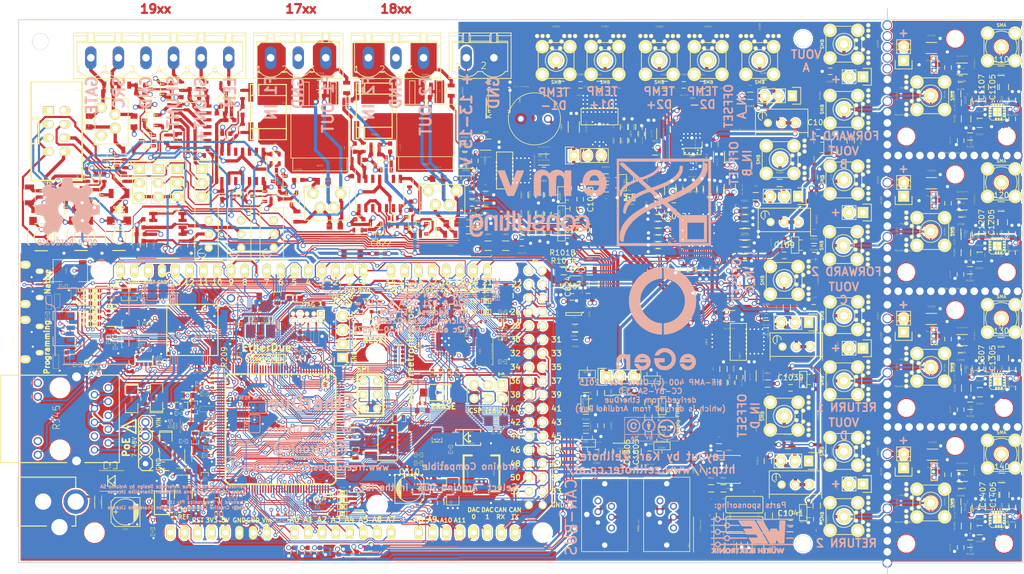
<source format=kicad_pcb>
(kicad_pcb (version 4) (host pcbnew 0.201506162246+5763~23~ubuntu14.04.1-product)
  (layers (0 Front signal) (1 Inner.VCC power) (2 Inner.Ground power) (31 Back signal) (34 B.Paste user hide) (35 F.Paste user hide) (36 B.SilkS user) (37 F.SilkS user hide) (38 B.Mask user hide) (39 F.Mask user hide) (44 Edge.Cuts user))
  (net 0 "")
  (net 1 +3.3V)
  (net 2 +5V)
  (net 3 /Connectors//MASTER-RESET)
  (net 4 /Connectors/D+)
  (net 5 /Connectors/D-)
  (net 6 /Connectors/RX)
  (net 7 /Connectors/TX)
  (net 8 /Connectors/UOTGID)
  (net 9 /Connectors/USBVCC)
  (net 10 /Connectors/XUSB)
  (net 11 /Ethernet/1V8A)
  (net 12 /Ethernet/1V8D)
  (net 13 /Ethernet/3V3A)
  (net 14 /Ethernet/COLLED)
  (net 15 /Ethernet/FDXLED)
  (net 16 /Ethernet/LINKLED)
  (net 17 /Ethernet/POE_V+)
  (net 18 /Ethernet/POE_V-)
  (net 19 /Ethernet/RXLED)
  (net 20 /Ethernet/SPDLED)
  (net 21 /Ethernet/TXLED)
  (net 22 /Ethernet/WIZRST)
  (net 23 /MCU//ERASE_CMD)
  (net 24 /MCU/ERASE)
  (net 25 /MCU/LED_ON)
  (net 26 /MCU/RXL)
  (net 27 /MCU/TXL)
  (net 28 /MCU/UOTGVBOF)
  (net 29 /MCU/VDDANA)
  (net 30 /MCU/VDDOUT)
  (net 31 /MCU/VDDOUTMI)
  (net 32 /MCU/VDDPLL)
  (net 33 /Mega16U2/16U2_TX)
  (net 34 /Mega16U2/MISO)
  (net 35 /Mega16U2/MOSI)
  (net 36 /Mega16U2/RD+)
  (net 37 /Mega16U2/RD+_CONN)
  (net 38 /Mega16U2/RD-)
  (net 39 /Mega16U2/RD-_CONN)
  (net 40 /Mega16U2/RESET)
  (net 41 /Mega16U2/RESET_CMD)
  (net 42 /Mega16U2/RXL)
  (net 43 /Mega16U2/SCK)
  (net 44 /Mega16U2/TXL)
  (net 45 "/Mega16U2/USB Boot Enable")
  (net 46 /Mega16U2/USBVCCU2)
  (net 47 /Mega16U2/USBVCCU2_CONN)
  (net 48 /Mega16U2/XTAL1)
  (net 49 /Mega16U2/XTAL2)
  (net 50 /Power/BUCK_FB)
  (net 51 /Power/BUCK_OUT)
  (net 52 /Power/BUCK_SW)
  (net 53 /Power/CMP)
  (net 54 /Power/GATE_CMD)
  (net 55 AD0)
  (net 56 AD1)
  (net 57 AD10)
  (net 58 AD11/TXD3)
  (net 59 AD14/RXD3)
  (net 60 AD2)
  (net 61 AD3)
  (net 62 AD4)
  (net 63 AD5)
  (net 64 AD6)
  (net 65 AD7)
  (net 66 AD8)
  (net 67 AD9)
  (net 68 AREF)
  (net 69 CANRX0)
  (net 70 CANTX0)
  (net 71 CANTX1/IO)
  (net 72 DAC0/CANRX1)
  (net 73 DAC1)
  (net 74 GND)
  (net 75 JTAG_RESET)
  (net 76 JTAG_TCK)
  (net 77 JTAG_TDI)
  (net 78 JTAG_TDO)
  (net 79 JTAG_TMS)
  (net 80 MISO)
  (net 81 MOSI)
  (net 82 PIN22)
  (net 83 PIN23)
  (net 84 PIN24)
  (net 85 PIN25)
  (net 86 PIN26)
  (net 87 PIN27)
  (net 88 PIN28)
  (net 89 PIN29)
  (net 90 PIN30)
  (net 91 PIN31)
  (net 92 PIN32)
  (net 93 PIN33)
  (net 94 PIN34)
  (net 95 PIN35)
  (net 96 PIN36)
  (net 97 PIN37)
  (net 98 PIN38)
  (net 99 PIN39)
  (net 100 PIN40)
  (net 101 PIN41)
  (net 102 PIN42)
  (net 103 PIN43)
  (net 104 PIN44)
  (net 105 PIN45)
  (net 106 PIN46)
  (net 107 PIN47)
  (net 108 PIN48)
  (net 109 PIN49)
  (net 110 PIN50)
  (net 111 PIN51)
  (net 112 PWM11)
  (net 113 PWM12)
  (net 114 PWM13)
  (net 115 PWM2)
  (net 116 PWM3)
  (net 117 PWM5)
  (net 118 PWM6)
  (net 119 PWM7)
  (net 120 PWM8)
  (net 121 PWM9)
  (net 122 RXD0)
  (net 123 RXD1)
  (net 124 RXD2)
  (net 125 SCK)
  (net 126 SCL0-3)
  (net 127 SCL1)
  (net 128 SDA0-3)
  (net 129 SDA1)
  (net 130 SS0/PWM10)
  (net 131 SS1/PWM4)
  (net 132 TXD0)
  (net 133 TXD1)
  (net 134 TXD2)
  (net 135 VIN)
  (net 136 "Net-(C201-Pad2)")
  (net 137 "Net-(C202-Pad2)")
  (net 138 "Net-(C203-Pad2)")
  (net 139 "Net-(C204-Pad2)")
  (net 140 "Net-(C205-Pad1)")
  (net 141 "Net-(C206-Pad1)")
  (net 142 "Net-(C207-Pad1)")
  (net 143 "Net-(C305-Pad1)")
  (net 144 "Net-(C601-Pad1)")
  (net 145 "Net-(C602-Pad1)")
  (net 146 "Net-(C609-Pad1)")
  (net 147 "Net-(C610-Pad1)")
  (net 148 "Net-(D201-PadA)")
  (net 149 "Net-(D202-PadA)")
  (net 150 "Net-(D203-PadA)")
  (net 151 "Net-(D204-PadA)")
  (net 152 "Net-(D302-PadA)")
  (net 153 "Net-(D303-PadA)")
  (net 154 "Net-(D601-PadK)")
  (net 155 "Net-(D602-PadK)")
  (net 156 "Net-(D603-PadK)")
  (net 157 "Net-(D604-PadK)")
  (net 158 "Net-(D605-PadK)")
  (net 159 "Net-(D606-PadK)")
  (net 160 "Net-(IC201-Pad42)")
  (net 161 "Net-(IC201-Pad43)")
  (net 162 "Net-(IC201-Pad51)")
  (net 163 "Net-(IC201-Pad53)")
  (net 164 "Net-(IC301-Pad26)")
  (net 165 "Net-(IC601-Pad1)")
  (net 166 "Net-(IC601-Pad5)")
  (net 167 "Net-(IC601-Pad6)")
  (net 168 "Net-(IC601-Pad8)")
  (net 169 "Net-(IC601-Pad9)")
  (net 170 "Net-(IC601-Pad31)")
  (net 171 "Net-(IC601-Pad55)")
  (net 172 "Net-(IC601-Pad56)")
  (net 173 "Net-(Q501-PadB)")
  (net 174 "Net-(R503-Pad2)")
  (net 175 "Net-(R606-Pad2)")
  (net 176 "Net-(R607-Pad2)")
  (net 177 "Net-(SJ701-Pad2)")
  (net 178 "Net-(SJ702-Pad2)")
  (net 179 "/eFuse 1 (10A)/+12V")
  (net 180 "Net-(C102-Pad2)")
  (net 181 "/PA-Monitor Power Supply/VIN")
  (net 182 /CAN-Bus/+5V)
  (net 183 "/Analog I/O/+3V3")
  (net 184 "/PA-Monitor Power Supply/+8V")
  (net 185 "Net-(C809-Pad1)")
  (net 186 "Net-(C810-Pad1)")
  (net 187 "Net-(C810-Pad2)")
  (net 188 "Net-(C811-Pad1)")
  (net 189 "Net-(C811-Pad2)")
  (net 190 "Net-(C812-Pad1)")
  (net 191 "Net-(C812-Pad2)")
  (net 192 "/Analog I/O/+5VA")
  (net 193 "Net-(C902-Pad1)")
  (net 194 "Net-(C1001-Pad1)")
  (net 195 "Net-(C1001-Pad2)")
  (net 196 "Net-(C1002-Pad1)")
  (net 197 "Net-(C1002-Pad2)")
  (net 198 "/Analog Level Adoption/I_Fuse1_Out")
  (net 199 "Net-(C1006-Pad1)")
  (net 200 "Net-(C1008-Pad1)")
  (net 201 "/Analog I/O/VIN1")
  (net 202 "Net-(C1012-Pad1)")
  (net 203 "Net-(C1015-Pad1)")
  (net 204 "/Analog Level Adoption/I_Fuse2_Out")
  (net 205 "/Analog I/O/+12V")
  (net 206 "/Analog I/O/VIN3")
  (net 207 "Net-(C1026-Pad1)")
  (net 208 "Net-(C1030-Pad1)")
  (net 209 "Net-(C1033-Pad1)")
  (net 210 "Net-(C1034-Pad1)")
  (net 211 "Net-(C1035-Pad1)")
  (net 212 "Net-(C1036-Pad1)")
  (net 213 "Net-(C1037-Pad1)")
  (net 214 "Net-(C1101-Pad1)")
  (net 215 "Net-(C1109-Pad1)")
  (net 216 "Net-(C1110-Pad2)")
  (net 217 "Net-(C1111-Pad1)")
  (net 218 "Net-(C1113-Pad1)")
  (net 219 "Net-(C1201-Pad1)")
  (net 220 "Net-(C1209-Pad1)")
  (net 221 "Net-(C1210-Pad2)")
  (net 222 "Net-(C1211-Pad1)")
  (net 223 "Net-(C1213-Pad1)")
  (net 224 "Net-(C1301-Pad1)")
  (net 225 "Net-(C1309-Pad1)")
  (net 226 "Net-(C1310-Pad2)")
  (net 227 "Net-(C1311-Pad1)")
  (net 228 "Net-(C1313-Pad1)")
  (net 229 "Net-(C1401-Pad1)")
  (net 230 "Net-(C1409-Pad1)")
  (net 231 "Net-(C1410-Pad2)")
  (net 232 "Net-(C1411-Pad1)")
  (net 233 "Net-(C1413-Pad1)")
  (net 234 "Net-(C1501-Pad1)")
  (net 235 "Net-(C1501-Pad2)")
  (net 236 "Net-(C1502-Pad1)")
  (net 237 "Net-(C1504-Pad1)")
  (net 238 "Net-(C1601-Pad1)")
  (net 239 "Net-(C1601-Pad2)")
  (net 240 "Net-(C1602-Pad1)")
  (net 241 "Net-(C1604-Pad1)")
  (net 242 "Net-(C1701-Pad1)")
  (net 243 "Net-(C1705-Pad1)")
  (net 244 "Net-(C1706-Pad1)")
  (net 245 "/eFuse 1 (10A)/Gate")
  (net 246 "Net-(C1707-Pad2)")
  (net 247 "/eFuse 1 (10A)/Source")
  (net 248 "Net-(C1801-Pad1)")
  (net 249 "Net-(C1805-Pad1)")
  (net 250 "Net-(C1806-Pad1)")
  (net 251 "/eFuse 2 (10A)/Gate")
  (net 252 "Net-(C1807-Pad2)")
  (net 253 "/eFuse 2 (10A)/Source")
  (net 254 "Net-(C1901-Pad1)")
  (net 255 "Net-(C1905-Pad1)")
  (net 256 "Net-(C1906-Pad1)")
  (net 257 "/eFuse 3 (60A)/Gate")
  (net 258 "Net-(C1907-Pad2)")
  (net 259 "/eFuse 3 (60A)/Source")
  (net 260 VIN_JACK)
  (net 261 EEXTINT)
  (net 262 "Net-(IC201-Pad69)")
  (net 263 ETX_EN)
  (net 264 ETXD0)
  (net 265 "Net-(IC201-Pad117)")
  (net 266 EXTD1)
  (net 267 ERX_DV)
  (net 268 ERXD0)
  (net 269 ERXD1)
  (net 270 ERX_ER)
  (net 271 EMDC)
  (net 272 EMDIO)
  (net 273 "Net-(IC201-Pad131)")
  (net 274 "Net-(IC201-Pad138)")
  (net 275 "Net-(IC201-Pad141)")
  (net 276 SS3)
  (net 277 "Net-(IC201-Pad143)")
  (net 278 "Net-(IC201-Pad50)")
  (net 279 "Net-(IC201-Pad93)")
  (net 280 ETX_CLK)
  (net 281 "Net-(IC301-Pad5)")
  (net 282 "Net-(IC301-Pad6)")
  (net 283 "Net-(IC301-Pad7)")
  (net 284 "Net-(IC301-Pad12)")
  (net 285 "Net-(IC301-Pad14)")
  (net 286 "Net-(IC301-Pad18)")
  (net 287 "Net-(IC301-Pad19)")
  (net 288 "Net-(IC301-Pad20)")
  (net 289 "Net-(IC301-Pad21)")
  (net 290 "Net-(IC301-Pad25)")
  (net 291 "Net-(IC601-Pad3)")
  (net 292 "Net-(IC601-Pad60)")
  (net 293 "Net-(IC601-Pad61)")
  (net 294 "Net-(IC601-Pad62)")
  (net 295 "Net-(IC601-Pad78)")
  (net 296 "Net-(IC601-Pad79)")
  (net 297 "Net-(IC601-Pad80)")
  (net 298 "/eFuse 2 (10A)/Reset\\")
  (net 299 "/Fuse-Reset B/Reset\\")
  (net 300 "/eFuse 3 (60A)/Reset\\")
  (net 301 "/eFuse 3 (60A)/ISense")
  (net 302 "/eFuse 3 (60A)/Comp+")
  (net 303 "Net-(JP401-Pad7)")
  (net 304 "Net-(JP801-Pad2)")
  (net 305 "Net-(JP1001-Pad3)")
  (net 306 "Net-(JP1002-Pad3)")
  (net 307 "Net-(JP1003-Pad3)")
  (net 308 "Net-(JP1004-Pad3)")
  (net 309 "Net-(JP1701-Pad2)")
  (net 310 "Net-(JP1801-Pad2)")
  (net 311 "Net-(JP1901-Pad2)")
  (net 312 "Net-(L901-Pad1)")
  (net 313 "Net-(L901-Pad3)")
  (net 314 "Net-(L901-Pad4)")
  (net 315 "Net-(L1701-Pad2)")
  (net 316 "Net-(L1801-Pad2)")
  (net 317 "Net-(L1901-Pad2)")
  (net 318 "/eFuse 3 (60A)/LED_K")
  (net 319 "/Fuse-Reset A/Reset\\")
  (net 320 "/eFuse 1 (10A)/LED_K")
  (net 321 "/eFuse 2 (10A)/LED_K")
  (net 322 "/eFuse 3 (60A)/-Shunt")
  (net 323 "/eFuse 3 (60A)/+Shunt")
  (net 324 "Net-(P104-Pad6)")
  (net 325 "Net-(P301-Pad4)")
  (net 326 "Net-(P901-Pad1)")
  (net 327 "Net-(P901-Pad5)")
  (net 328 "Net-(P901-Pad6)")
  (net 329 "Net-(P902-Pad1)")
  (net 330 "Net-(P902-Pad5)")
  (net 331 "Net-(P902-Pad6)")
  (net 332 "Net-(Q1001-PadG)")
  (net 333 "Net-(Q1001-PadD)")
  (net 334 "Net-(Q1501-PadG)")
  (net 335 "Net-(Q1502-PadG)")
  (net 336 "Net-(Q1601-PadG)")
  (net 337 "Net-(Q1602-PadG)")
  (net 338 "Net-(Q1701-PadG)")
  (net 339 "Net-(Q1701-PadD)")
  (net 340 "Net-(Q1702-PadG)")
  (net 341 "Net-(Q1702-PadD)")
  (net 342 "Net-(Q1703-PadG)")
  (net 343 "Net-(Q1703-PadD)")
  (net 344 "Net-(Q1801-PadG)")
  (net 345 "Net-(Q1801-PadD)")
  (net 346 "Net-(Q1802-PadG)")
  (net 347 "Net-(Q1802-PadD)")
  (net 348 "Net-(Q1803-PadG)")
  (net 349 "Net-(Q1803-PadD)")
  (net 350 "Net-(Q1901-PadG)")
  (net 351 "Net-(Q1901-PadD)")
  (net 352 "Net-(Q1902-PadG)")
  (net 353 "Net-(Q1902-PadD)")
  (net 354 "Net-(Q1903-PadG)")
  (net 355 "Net-(Q1903-PadD)")
  (net 356 "Net-(Q101-PadD)")
  (net 357 "/eFuse 1 (10A)/-Shunt")
  (net 358 "/eFuse 1 (10A)/+Shunt")
  (net 359 "Net-(Q102-PadD)")
  (net 360 "/eFuse 2 (10A)/-Shunt")
  (net 361 "/eFuse 2 (10A)/+Shunt")
  (net 362 "Net-(R902-Pad1)")
  (net 363 "Net-(R903-Pad1)")
  (net 364 "Net-(R904-Pad1)")
  (net 365 "Net-(R905-Pad1)")
  (net 366 "Net-(R906-Pad1)")
  (net 367 "Net-(R907-Pad1)")
  (net 368 "Net-(R1001-Pad1)")
  (net 369 "Net-(R1002-Pad1)")
  (net 370 "Net-(R1003-Pad1)")
  (net 371 "Net-(R1004-Pad1)")
  (net 372 "Net-(R1005-Pad1)")
  (net 373 "Net-(R1006-Pad1)")
  (net 374 "Net-(R1007-Pad1)")
  (net 375 "Net-(R1008-Pad1)")
  (net 376 "Net-(LED1001-PadA)")
  (net 377 "Net-(R1503-Pad1)")
  (net 378 "Net-(R1603-Pad1)")
  (net 379 "Net-(R1702-Pad2)")
  (net 380 "Net-(R1703-Pad2)")
  (net 381 "Net-(R1802-Pad2)")
  (net 382 "Net-(R1803-Pad2)")
  (net 383 "Net-(R1902-Pad2)")
  (net 384 "Net-(R1903-Pad2)")
  (net 385 "/eFuse 1 (10A)/Comp+")
  (net 386 "/eFuse 2 (10A)/Comp+")
  (net 387 "Net-(U701-Pad1)")
  (net 388 "Net-(U701-Pad8)")
  (net 389 "Net-(U1001-Pad1)")
  (net 390 "Net-(U1001-Pad4)")
  (net 391 "Net-(U1001-Pad16)")
  (net 392 "Net-(U1001-Pad17)")
  (net 393 "Net-(U1001-Pad32)")
  (net 394 "Net-(U1001-Pad33)")
  (net 395 "Net-(U1001-Pad45)")
  (net 396 "Net-(U1001-Pad46)")
  (net 397 "Net-(U1001-Pad59)")
  (net 398 "Net-(U1001-Pad64)")
  (net 399 "Net-(U1501-Pad2)")
  (net 400 "Net-(U1501-Pad12)")
  (net 401 "Net-(U1701-Pad1)")
  (net 402 "Net-(U1701-Pad6)")
  (net 403 "Net-(U1701-Pad8)")
  (net 404 "Net-(U1701-Pad13)")
  (net 405 "Net-(U1702-Pad6)")
  (net 406 "Net-(U1702-Pad9)")
  (net 407 "Net-(U1702-Pad10)")
  (net 408 "Net-(U1702-Pad12)")
  (net 409 "Net-(U1801-Pad6)")
  (net 410 "Net-(U1801-Pad9)")
  (net 411 "Net-(U1801-Pad10)")
  (net 412 "Net-(U1801-Pad12)")
  (net 413 "Net-(U1901-Pad6)")
  (net 414 "Net-(U1901-Pad9)")
  (net 415 "Net-(U1901-Pad10)")
  (net 416 "Net-(U1901-Pad12)")
  (net 417 "Net-(C1105-Pad1)")
  (net 418 "Net-(C1105-Pad2)")
  (net 419 "Net-(C1107-Pad1)")
  (net 420 "Net-(C1205-Pad1)")
  (net 421 "Net-(C1205-Pad2)")
  (net 422 "Net-(C1207-Pad1)")
  (net 423 "Net-(C1305-Pad1)")
  (net 424 "Net-(C1305-Pad2)")
  (net 425 "Net-(C1307-Pad1)")
  (net 426 "Net-(C1405-Pad1)")
  (net 427 "Net-(C1405-Pad2)")
  (net 428 "Net-(C1407-Pad1)")
  (net 429 "Net-(L802-Pad2)")
  (net 430 "Net-(L803-Pad2)")
  (net 431 "Net-(R1103-Pad1)")
  (net 432 "Net-(R1203-Pad1)")
  (net 433 "Net-(R1303-Pad1)")
  (net 434 "Net-(R1403-Pad1)")
  (net 435 "/Power-Meter Forward 1/+5V_PM")
  (net 436 "/Power-Meter Forward 2/+5V_PM")
  (net 437 "/Power-Meter Return 1/+5V_PM")
  (net 438 "/Power-Meter Return 2/+5V_PM")
  (net 439 "Net-(L901-Pad5)")
  (net 440 "Net-(P102-Pad1)")
  (net 441 "Net-(P103-Pad1)")
  (net 442 "Net-(IC201-Pad35)")
  (net 443 "Net-(R1016-Pad1)")
  (net 444 "Net-(R1017-Pad1)")
  (net 445 "Net-(F801-Pad1)")
  (module Capacitors_SMD:C_0603 (layer Front) (at 230.53 113.4 270)
    (fp_text reference C1313 (at 0 -1.9 270) (layer F.SilkS) (effects (font (size 0.3 0.3) (thickness 0.03))))
    (fp_text value 10n/X7R (at 0 1.9 270) (layer F.SilkS) (effects (font (size 0.2 0.2) (thickness 0.02))))
    (pad 1 smd rect (at -0.75 0 270) (size 0.8 0.75) (layers Front F.Paste F.Mask) (net 228 "Net-(C1313-Pad1)"))
    (pad 2 smd rect (at 0.75 0 270) (size 0.8 0.75) (layers Front F.Paste F.Mask) (net 74 GND))
  )
  (module Capacitors_SMD:c_elec_5x5.3 (layer Front) (at 129 128)
    (fp_text reference C510 (at 0 -3.175) (layer F.SilkS))
    (fp_text value "100uF 16V")
    (pad 1 smd rect (at 2.19964 0) (size 2.99974 1.6002) (layers Front F.Paste F.Mask) (net 2 +5V))
    (pad 2 smd rect (at -2.19964 0) (size 2.99974 1.6002) (layers Front F.Paste F.Mask) (net 74 GND))
  )
  (module eagle-shunt:WSL4026 (layer Front) (at 122.53 58.35 90)
    (fp_text reference R102 (at -0.3556 2.5908 180) (layer F.SilkS) (effects (font (size 0.3 0.3) (thickness 0.03)) (justify left bottom)))
    (fp_text value Shunt (at 1.5748 2.5908 180) (layer F.SilkS) (effects (font (size 0.2 0.2) (thickness 0.02)) (justify left bottom)))
    (pad A smd rect (at 3.6148 0.889 90) (size 3.4384 5.588) (layers Front F.Paste F.Mask) (net 441 "Net-(P103-Pad1)"))
    (pad B smd rect (at -3.6148 0.889 90) (size 3.4384 5.588) (layers Front F.Paste F.Mask) (net 359 "Net-(Q102-PadD)"))
    (pad SA smd rect (at 3.6148 -3.2258 90) (size 3.4384 0.9144) (layers Front F.Paste F.Mask) (net 361 "/eFuse 2 (10A)/+Shunt"))
    (pad SB smd rect (at -3.6148 -3.2258 90) (size 3.4384 0.9144) (layers Front F.Paste F.Mask) (net 360 "/eFuse 2 (10A)/-Shunt"))
  )
  (module eagle-shunt:WSL4026 (layer Front) (at 103.03 58.6 90)
    (fp_text reference R101 (at -0.3556 2.5908 180) (layer F.SilkS) (effects (font (size 0.3 0.3) (thickness 0.03)) (justify left bottom)))
    (fp_text value Shunt (at 1.5748 2.5908 180) (layer F.SilkS) (effects (font (size 0.2 0.2) (thickness 0.02)) (justify left bottom)))
    (pad A smd rect (at 3.6148 0.889 90) (size 3.4384 5.588) (layers Front F.Paste F.Mask) (net 440 "Net-(P102-Pad1)"))
    (pad B smd rect (at -3.6148 0.889 90) (size 3.4384 5.588) (layers Front F.Paste F.Mask) (net 356 "Net-(Q101-PadD)"))
    (pad SA smd rect (at 3.6148 -3.2258 90) (size 3.4384 0.9144) (layers Front F.Paste F.Mask) (net 358 "/eFuse 1 (10A)/+Shunt"))
    (pad SB smd rect (at -3.6148 -3.2258 90) (size 3.4384 0.9144) (layers Front F.Paste F.Mask) (net 357 "/eFuse 1 (10A)/-Shunt"))
  )
  (module FT:SW_TACTILE_SMD (layer Front) (at 75.53 81.6 90)
    (fp_text reference SW1801 (at 0 -2.94894 90) (layer F.SilkS) (effects (font (size 0.3 0.3) (thickness 0.03))))
    (fp_text value SW_PUSH hide)
    (pad 2 smd rect (at -3 1.5 90) (size 1.5 1.4) (layers Front F.Paste F.Mask) (net 298 "/eFuse 2 (10A)/Reset\\"))
    (pad 2 smd rect (at 3 1.5 90) (size 1.5 1.4) (layers Front F.Paste F.Mask) (net 298 "/eFuse 2 (10A)/Reset\\"))
    (pad 1 smd rect (at 3 -1.5 90) (size 1.5 1.4) (layers Front F.Paste F.Mask) (net 74 GND))
    (pad 1 smd rect (at -3 -1.5 90) (size 1.5 1.4) (layers Front F.Paste F.Mask) (net 74 GND))
  )
  (module FT:SW_TACTILE_SMD (layer Front) (at 61.192812 81.645988 90)
    (fp_text reference SW1901 (at 0 -2.94894 90) (layer F.SilkS) (effects (font (size 0.3 0.3) (thickness 0.03))))
    (fp_text value SW_PUSH hide)
    (pad 2 smd rect (at -3 1.5 90) (size 1.5 1.4) (layers Front F.Paste F.Mask) (net 300 "/eFuse 3 (60A)/Reset\\"))
    (pad 2 smd rect (at 3 1.5 90) (size 1.5 1.4) (layers Front F.Paste F.Mask) (net 300 "/eFuse 3 (60A)/Reset\\"))
    (pad 1 smd rect (at 3 -1.5 90) (size 1.5 1.4) (layers Front F.Paste F.Mask) (net 74 GND))
    (pad 1 smd rect (at -3 -1.5 90) (size 1.5 1.4) (layers Front F.Paste F.Mask) (net 74 GND))
  )
  (module FT:TACTILE_SWITCH_SMD_2PIN_TINY (layer Front) (at 122.562 98.214)
    (fp_text reference SW202)
    (fp_text value RESET hide)
    (pad Hole np_thru_hole circle (at 0 -0.89916) (size 0.6477 0.6477) (drill 0.6477) (layers *.Cu *.Mask F.SilkS))
    (pad Hole np_thru_hole circle (at 0 0.89916) (size 0.6477 0.6477) (drill 0.6477) (layers *.Cu *.Mask F.SilkS))
    (pad 1 smd rect (at -3 0 90) (size 1.5 1.4) (layers Front F.Paste F.Mask) (net 3 /Connectors//MASTER-RESET))
    (pad 2 smd rect (at 3 0 90) (size 1.5 1.4) (layers Front F.Paste F.Mask) (net 74 GND))
  )
  (module FT:ARDUINO_DUE_SHIELD (layer Front) (at 57.03 138.6)
    (fp_text reference SHIELD401 (at 6.35 -57.15) (layer F.SilkS) (effects (font (size 0.3 0.3) (thickness 0.03))))
    (fp_text value ARDUINO_DUE_SHIELD hide)
    (pad 14 thru_hole oval (at 68.58 -50.8 90) (size 2.54 1.524) (drill 1.016) (layers *.Cu *.Mask F.SilkS) (net 132 TXD0))
    (pad 15 thru_hole oval (at 71.12 -50.8 90) (size 2.54 1.524) (drill 1.016) (layers *.Cu *.Mask F.SilkS) (net 122 RXD0))
    (pad 16 thru_hole oval (at 73.66 -50.8 90) (size 2.54 1.524) (drill 1.016) (layers *.Cu *.Mask F.SilkS) (net 133 TXD1))
    (pad 17 thru_hole oval (at 76.2 -50.8 90) (size 2.54 1.524) (drill 1.016) (layers *.Cu *.Mask F.SilkS) (net 123 RXD1))
    (pad 18 thru_hole oval (at 78.74 -50.8 90) (size 2.54 1.524) (drill 1.016) (layers *.Cu *.Mask F.SilkS) (net 134 TXD2))
    (pad 19 thru_hole oval (at 81.28 -50.8 90) (size 2.54 1.524) (drill 1.016) (layers *.Cu *.Mask F.SilkS) (net 124 RXD2))
    (pad 20 thru_hole oval (at 83.82 -50.8 90) (size 2.54 1.524) (drill 1.016) (layers *.Cu *.Mask F.SilkS) (net 128 SDA0-3))
    (pad 21 thru_hole oval (at 86.36 -50.8 90) (size 2.54 1.524) (drill 1.016) (layers *.Cu *.Mask F.SilkS) (net 126 SCL0-3))
    (pad C_TX thru_hole oval (at 91.44 -2.54 90) (size 2.54 1.524) (drill 1.016) (layers *.Cu *.Mask F.SilkS) (net 70 CANTX0))
    (pad C_RX thru_hole oval (at 88.9 -2.54 90) (size 2.54 1.524) (drill 1.016) (layers *.Cu *.Mask F.SilkS) (net 69 CANRX0))
    (pad DAC1 thru_hole oval (at 86.36 -2.54 90) (size 2.54 1.524) (drill 1.016) (layers *.Cu *.Mask F.SilkS) (net 73 DAC1))
    (pad DAC0 thru_hole oval (at 83.82 -2.54 90) (size 2.54 1.524) (drill 1.016) (layers *.Cu *.Mask F.SilkS) (net 72 DAC0/CANRX1))
    (pad AD8 thru_hole oval (at 73.66 -2.54 90) (size 2.54 1.524) (drill 1.016) (layers *.Cu *.Mask F.SilkS) (net 66 AD8))
    (pad AD7 thru_hole oval (at 68.58 -2.54 90) (size 2.54 1.524) (drill 1.016) (layers *.Cu *.Mask F.SilkS) (net 65 AD7))
    (pad AD6 thru_hole oval (at 66.04 -2.54 90) (size 2.54 1.524) (drill 1.016) (layers *.Cu *.Mask F.SilkS) (net 64 AD6))
    (pad AD9 thru_hole oval (at 76.2 -2.54 90) (size 2.54 1.524) (drill 1.016) (layers *.Cu *.Mask F.SilkS) (net 67 AD9))
    (pad AD10 thru_hole oval (at 78.74 -2.54 90) (size 2.54 1.524) (drill 1.016) (layers *.Cu *.Mask F.SilkS) (net 57 AD10))
    (pad AD11 thru_hole oval (at 81.28 -2.54 90) (size 2.54 1.524) (drill 1.016) (layers *.Cu *.Mask F.SilkS) (net 58 AD11/TXD3))
    (pad AD5 thru_hole oval (at 63.5 -2.54 90) (size 2.54 1.524) (drill 1.016) (layers *.Cu *.Mask F.SilkS) (net 63 AD5))
    (pad AD4 thru_hole oval (at 60.96 -2.54 90) (size 2.54 1.524) (drill 1.016) (layers *.Cu *.Mask F.SilkS) (net 62 AD4))
    (pad AD3 thru_hole oval (at 58.42 -2.54 90) (size 2.54 1.524) (drill 1.016) (layers *.Cu *.Mask F.SilkS) (net 61 AD3))
    (pad AD0 thru_hole oval (at 50.8 -2.54 90) (size 2.54 1.524) (drill 1.016) (layers *.Cu *.Mask F.SilkS) (net 55 AD0))
    (pad AD1 thru_hole oval (at 53.34 -2.54 90) (size 2.54 1.524) (drill 1.016) (layers *.Cu *.Mask F.SilkS) (net 56 AD1))
    (pad AD2 thru_hole oval (at 55.88 -2.54 90) (size 2.54 1.524) (drill 1.016) (layers *.Cu *.Mask F.SilkS) (net 60 AD2))
    (pad V_IN thru_hole oval (at 45.72 -2.54 90) (size 2.54 1.524) (drill 1.016) (layers *.Cu *.Mask F.SilkS) (net 135 VIN))
    (pad GND2 thru_hole oval (at 43.18 -2.54 90) (size 2.54 1.524) (drill 1.016) (layers *.Cu *.Mask F.SilkS) (net 74 GND))
    (pad GND1 thru_hole oval (at 40.64 -2.54 90) (size 2.54 1.524) (drill 1.016) (layers *.Cu *.Mask F.SilkS) (net 74 GND))
    (pad 3V3 thru_hole oval (at 35.56 -2.54 90) (size 2.54 1.524) (drill 1.016) (layers *.Cu *.Mask F.SilkS) (net 1 +3.3V))
    (pad RST thru_hole oval (at 33.02 -2.54 90) (size 2.54 1.524) (drill 1.016) (layers *.Cu *.Mask F.SilkS) (net 3 /Connectors//MASTER-RESET))
    (pad 0 thru_hole oval (at 63.5 -50.8 90) (size 2.54 1.524) (drill 1.016) (layers *.Cu *.Mask F.SilkS) (net 6 /Connectors/RX))
    (pad 1 thru_hole oval (at 60.96 -50.8 90) (size 2.54 1.524) (drill 1.016) (layers *.Cu *.Mask F.SilkS) (net 7 /Connectors/TX))
    (pad 2 thru_hole oval (at 58.42 -50.8 90) (size 2.54 1.524) (drill 1.016) (layers *.Cu *.Mask F.SilkS) (net 115 PWM2))
    (pad 3 thru_hole oval (at 55.88 -50.8 90) (size 2.54 1.524) (drill 1.016) (layers *.Cu *.Mask F.SilkS) (net 116 PWM3))
    (pad 4 thru_hole oval (at 53.34 -50.8 90) (size 2.54 1.524) (drill 1.016) (layers *.Cu *.Mask F.SilkS) (net 131 SS1/PWM4))
    (pad 5 thru_hole oval (at 50.8 -50.8 90) (size 2.54 1.524) (drill 1.016) (layers *.Cu *.Mask F.SilkS) (net 117 PWM5))
    (pad 6 thru_hole oval (at 48.26 -50.8 90) (size 2.54 1.524) (drill 1.016) (layers *.Cu *.Mask F.SilkS) (net 118 PWM6))
    (pad 7 thru_hole oval (at 45.72 -50.8 90) (size 2.54 1.524) (drill 1.016) (layers *.Cu *.Mask F.SilkS) (net 119 PWM7))
    (pad 8 thru_hole oval (at 41.656 -50.8 90) (size 2.54 1.524) (drill 1.016) (layers *.Cu *.Mask F.SilkS) (net 120 PWM8))
    (pad 9 thru_hole oval (at 39.116 -50.8 90) (size 2.54 1.524) (drill 1.016) (layers *.Cu *.Mask F.SilkS) (net 121 PWM9))
    (pad 10 thru_hole oval (at 36.576 -50.8 90) (size 2.54 1.524) (drill 1.016) (layers *.Cu *.Mask F.SilkS) (net 130 SS0/PWM10))
    (pad 11 thru_hole oval (at 34.036 -50.8 90) (size 2.54 1.524) (drill 1.016) (layers *.Cu *.Mask F.SilkS) (net 112 PWM11))
    (pad 12 thru_hole oval (at 31.496 -50.8 90) (size 2.54 1.524) (drill 1.016) (layers *.Cu *.Mask F.SilkS) (net 113 PWM12))
    (pad 13 thru_hole oval (at 28.956 -50.8 90) (size 2.54 1.524) (drill 1.016) (layers *.Cu *.Mask F.SilkS) (net 114 PWM13))
    (pad GND3 thru_hole oval (at 26.416 -50.8 90) (size 2.54 1.524) (drill 1.016) (layers *.Cu *.Mask F.SilkS) (net 74 GND))
    (pad AREF thru_hole oval (at 23.876 -50.8 90) (size 2.54 1.524) (drill 1.016) (layers *.Cu *.Mask F.SilkS) (net 68 AREF))
    (pad 5V thru_hole oval (at 38.1 -2.54 90) (size 2.54 1.524) (drill 1.016) (layers *.Cu *.Mask F.SilkS) (net 2 +5V))
    (pad "" np_thru_hole circle (at 96.52 -2.54 90) (size 3.175 3.175) (drill 3.175) (layers *.Cu *.Mask F.SilkS))
    (pad "" np_thru_hole circle (at 90.17 -50.8 90) (size 3.175 3.175) (drill 3.175) (layers *.Cu *.Mask F.SilkS))
    (pad "" np_thru_hole circle (at 15.24 -50.8 90) (size 3.175 3.175) (drill 3.175) (layers *.Cu *.Mask F.SilkS))
    (pad "" np_thru_hole circle (at 13.97 -2.54 90) (size 3.175 3.175) (drill 3.175) (layers *.Cu *.Mask F.SilkS))
    (pad 22 thru_hole circle (at 93.98 -48.26) (size 1.524 1.524) (drill 1.016) (layers *.Cu *.Mask F.SilkS) (net 82 PIN22))
    (pad 23 thru_hole circle (at 96.52 -48.26) (size 1.524 1.524) (drill 1.016) (layers *.Cu *.Mask F.SilkS) (net 83 PIN23))
    (pad 24 thru_hole circle (at 93.98 -45.72) (size 1.524 1.524) (drill 1.016) (layers *.Cu *.Mask F.SilkS) (net 84 PIN24))
    (pad 25 thru_hole circle (at 96.52 -45.72) (size 1.524 1.524) (drill 1.016) (layers *.Cu *.Mask F.SilkS) (net 85 PIN25))
    (pad 26 thru_hole circle (at 93.98 -43.18) (size 1.524 1.524) (drill 1.016) (layers *.Cu *.Mask F.SilkS) (net 86 PIN26))
    (pad 27 thru_hole circle (at 96.52 -43.18) (size 1.524 1.524) (drill 1.016) (layers *.Cu *.Mask F.SilkS) (net 87 PIN27))
    (pad 28 thru_hole circle (at 93.98 -40.64) (size 1.524 1.524) (drill 1.016) (layers *.Cu *.Mask F.SilkS) (net 88 PIN28))
    (pad 29 thru_hole circle (at 96.52 -40.64) (size 1.524 1.524) (drill 1.016) (layers *.Cu *.Mask F.SilkS) (net 89 PIN29))
    (pad 5V_4 thru_hole circle (at 93.98 -50.8) (size 1.524 1.524) (drill 1.016) (layers *.Cu *.Mask F.SilkS) (net 2 +5V))
    (pad 5V_5 thru_hole circle (at 96.52 -50.8) (size 1.524 1.524) (drill 1.016) (layers *.Cu *.Mask F.SilkS) (net 2 +5V))
    (pad 31 thru_hole circle (at 96.52 -38.1) (size 1.524 1.524) (drill 1.016) (layers *.Cu *.Mask F.SilkS) (net 91 PIN31))
    (pad 30 thru_hole circle (at 93.98 -38.1) (size 1.524 1.524) (drill 1.016) (layers *.Cu *.Mask F.SilkS) (net 90 PIN30))
    (pad 32 thru_hole circle (at 93.98 -35.56) (size 1.524 1.524) (drill 1.016) (layers *.Cu *.Mask F.SilkS) (net 92 PIN32))
    (pad 33 thru_hole circle (at 96.52 -35.56) (size 1.524 1.524) (drill 1.016) (layers *.Cu *.Mask F.SilkS) (net 93 PIN33))
    (pad 34 thru_hole circle (at 93.98 -33.02) (size 1.524 1.524) (drill 1.016) (layers *.Cu *.Mask F.SilkS) (net 94 PIN34))
    (pad 35 thru_hole circle (at 96.52 -33.02) (size 1.524 1.524) (drill 1.016) (layers *.Cu *.Mask F.SilkS) (net 95 PIN35))
    (pad 36 thru_hole circle (at 93.98 -30.48) (size 1.524 1.524) (drill 1.016) (layers *.Cu *.Mask F.SilkS) (net 96 PIN36))
    (pad 37 thru_hole circle (at 96.52 -30.48) (size 1.524 1.524) (drill 1.016) (layers *.Cu *.Mask F.SilkS) (net 97 PIN37))
    (pad 38 thru_hole circle (at 93.98 -27.94) (size 1.524 1.524) (drill 1.016) (layers *.Cu *.Mask F.SilkS) (net 98 PIN38))
    (pad 39 thru_hole circle (at 96.52 -27.94) (size 1.524 1.524) (drill 1.016) (layers *.Cu *.Mask F.SilkS) (net 99 PIN39))
    (pad 40 thru_hole circle (at 93.98 -25.4) (size 1.524 1.524) (drill 1.016) (layers *.Cu *.Mask F.SilkS) (net 100 PIN40))
    (pad 41 thru_hole circle (at 96.52 -25.4) (size 1.524 1.524) (drill 1.016) (layers *.Cu *.Mask F.SilkS) (net 101 PIN41))
    (pad 42 thru_hole circle (at 93.98 -22.86) (size 1.524 1.524) (drill 1.016) (layers *.Cu *.Mask F.SilkS) (net 102 PIN42))
    (pad 43 thru_hole circle (at 96.52 -22.86) (size 1.524 1.524) (drill 1.016) (layers *.Cu *.Mask F.SilkS) (net 103 PIN43))
    (pad 44 thru_hole circle (at 93.98 -20.32) (size 1.524 1.524) (drill 1.016) (layers *.Cu *.Mask F.SilkS) (net 104 PIN44))
    (pad 45 thru_hole circle (at 96.52 -20.32) (size 1.524 1.524) (drill 1.016) (layers *.Cu *.Mask F.SilkS) (net 105 PIN45))
    (pad 46 thru_hole circle (at 93.98 -17.78) (size 1.524 1.524) (drill 1.016) (layers *.Cu *.Mask F.SilkS) (net 106 PIN46))
    (pad 47 thru_hole circle (at 96.52 -17.78) (size 1.524 1.524) (drill 1.016) (layers *.Cu *.Mask F.SilkS) (net 107 PIN47))
    (pad 48 thru_hole circle (at 93.98 -15.24) (size 1.524 1.524) (drill 1.016) (layers *.Cu *.Mask F.SilkS) (net 108 PIN48))
    (pad 49 thru_hole circle (at 96.52 -15.24) (size 1.524 1.524) (drill 1.016) (layers *.Cu *.Mask F.SilkS) (net 109 PIN49))
    (pad 50 thru_hole circle (at 93.98 -12.7) (size 1.524 1.524) (drill 1.016) (layers *.Cu *.Mask F.SilkS) (net 110 PIN50))
    (pad 51 thru_hole circle (at 96.52 -12.7) (size 1.524 1.524) (drill 1.016) (layers *.Cu *.Mask F.SilkS) (net 111 PIN51))
    (pad 52 thru_hole circle (at 93.98 -10.16) (size 1.524 1.524) (drill 1.016) (layers *.Cu *.Mask F.SilkS) (net 59 AD14/RXD3))
    (pad 53 thru_hole circle (at 96.52 -10.16) (size 1.524 1.524) (drill 1.016) (layers *.Cu *.Mask F.SilkS) (net 71 CANTX1/IO))
    (pad GND4 thru_hole circle (at 93.98 -7.62) (size 1.524 1.524) (drill 1.016) (layers *.Cu *.Mask F.SilkS) (net 74 GND))
    (pad GND5 thru_hole circle (at 96.52 -7.62) (size 1.524 1.524) (drill 1.016) (layers *.Cu *.Mask F.SilkS) (net 74 GND))
    (pad SP1 thru_hole circle (at 63.5 -30.48) (size 1.524 1.524) (drill 0.8128) (layers *.Cu *.Mask F.SilkS) (net 80 MISO))
    (pad SP2 thru_hole circle (at 66.04 -30.48) (size 1.524 1.524) (drill 0.8128) (layers *.Cu *.Mask F.SilkS) (net 2 +5V))
    (pad SP3 thru_hole circle (at 63.5 -27.94) (size 1.524 1.524) (drill 0.8128) (layers *.Cu *.Mask F.SilkS) (net 125 SCK))
    (pad SP4 thru_hole circle (at 66.04 -27.94) (size 1.524 1.524) (drill 0.8128) (layers *.Cu *.Mask F.SilkS) (net 81 MOSI))
    (pad SP5 thru_hole circle (at 63.5 -25.4) (size 1.524 1.524) (drill 0.8128) (layers *.Cu *.Mask F.SilkS) (net 3 /Connectors//MASTER-RESET))
    (pad SP6 thru_hole circle (at 66.04 -25.4) (size 1.524 1.524) (drill 0.8128) (layers *.Cu *.Mask F.SilkS) (net 74 GND))
    (pad "" np_thru_hole circle (at 65.786 -35.56) (size 3.175 3.175) (drill 3.175) (layers *.Cu *.Mask F.SilkS))
    (pad "" np_thru_hole circle (at 66.04 -7.62) (size 3.175 3.175) (drill 3.175) (layers *.Cu *.Mask F.SilkS))
    (pad IO_R thru_hole oval (at 30.48 -2.54 90) (size 2.54 1.524) (drill 1.016) (layers *.Cu *.Mask F.SilkS) (net 1 +3.3V))
    (pad NC thru_hole oval (at 27.94 -2.54 90) (size 2.54 1.524) (drill 1.016) (layers *.Cu *.Mask F.SilkS))
    (pad SDA1 thru_hole oval (at 21.336 -50.8 90) (size 2.54 1.524) (drill 1.016) (layers *.Cu *.Mask F.SilkS) (net 129 SDA1))
    (pad SCL1 thru_hole oval (at 18.796 -50.8 90) (size 2.54 1.524) (drill 1.016) (layers *.Cu *.Mask F.SilkS) (net 127 SCL1))
  )
  (module FT:TACTILE_SWITCH_SMD_2PIN_TINY (layer Front) (at 134.652 110.2536 180)
    (fp_text reference SW201)
    (fp_text value ERASE hide)
    (pad Hole np_thru_hole circle (at 0 -0.89916 180) (size 0.6477 0.6477) (drill 0.6477) (layers *.Cu *.Mask F.SilkS))
    (pad Hole np_thru_hole circle (at 0 0.89916 180) (size 0.6477 0.6477) (drill 0.6477) (layers *.Cu *.Mask F.SilkS))
    (pad 1 smd rect (at -3 0 270) (size 1.5 1.4) (layers Front F.Paste F.Mask) (net 24 /MCU/ERASE))
    (pad 2 smd rect (at 3 0 270) (size 1.5 1.4) (layers Front F.Paste F.Mask) (net 1 +3.3V))
  )
  (module FT:SW_TACTILE_SMD (layer Front) (at 68.53 81.6 90)
    (fp_text reference SW1701 (at 0 -2.94894 90) (layer F.SilkS) (effects (font (size 0.3 0.3) (thickness 0.03))))
    (fp_text value SW_PUSH hide)
    (pad 2 smd rect (at -3 1.5 90) (size 1.5 1.4) (layers Front F.Paste F.Mask) (net 319 "/Fuse-Reset A/Reset\\"))
    (pad 2 smd rect (at 3 1.5 90) (size 1.5 1.4) (layers Front F.Paste F.Mask) (net 319 "/Fuse-Reset A/Reset\\"))
    (pad 1 smd rect (at 3 -1.5 90) (size 1.5 1.4) (layers Front F.Paste F.Mask) (net 74 GND))
    (pad 1 smd rect (at -3 -1.5 90) (size 1.5 1.4) (layers Front F.Paste F.Mask) (net 74 GND))
  )
  (module Capacitors_SMD:C_1206 (layer Front) (at 225.15 71.7)
    (fp_text reference C1212 (at 0 -2.3) (layer F.SilkS) (effects (font (size 0.3 0.3) (thickness 0.03))))
    (fp_text value 10u/25V/X7R (at 0 2.3) (layer F.SilkS) (effects (font (size 0.2 0.2) (thickness 0.02))))
    (pad 1 smd rect (at -1.5 0) (size 1 1.6) (layers Front F.Paste F.Mask) (net 184 "/PA-Monitor Power Supply/+8V"))
    (pad 2 smd rect (at 1.5 0) (size 1 1.6) (layers Front F.Paste F.Mask) (net 74 GND))
  )
  (module Pin_Headers:Pin_Header_Straight_1x02 (layer Front) (at 220.03 74.1 180)
    (fp_text reference P1201 (at 0 -5.1 180) (layer F.SilkS) (effects (font (size 0.3 0.3) (thickness 0.03))))
    (fp_text value CONN_01X02 hide)
    (pad 1 thru_hole rect (at 0 0 180) (size 2.032 2.032) (drill 1.016) (layers *.Cu *.Mask F.SilkS) (net 74 GND))
    (pad 2 thru_hole oval (at 0 2.54 180) (size 2.032 2.032) (drill 1.016) (layers *.Cu *.Mask F.SilkS) (net 184 "/PA-Monitor Power Supply/+8V"))
  )
  (module Pin_Headers:Pin_Header_Straight_1x03 (layer Front) (at 165.28 107.35 90)
    (fp_text reference JP101 (at 0 -5.1 90) (layer F.SilkS) (effects (font (size 0.3 0.3) (thickness 0.03))))
    (fp_text value JUMPER3 hide)
    (pad 1 thru_hole rect (at 0 0 90) (size 2.032 1.7272) (drill 1.016) (layers *.Cu *.Mask F.SilkS) (net 298 "/eFuse 2 (10A)/Reset\\"))
    (pad 2 thru_hole oval (at 0 2.54 90) (size 2.032 1.7272) (drill 1.016) (layers *.Cu *.Mask F.SilkS) (net 299 "/Fuse-Reset B/Reset\\"))
    (pad 3 thru_hole oval (at 0 5.08 90) (size 2.032 1.7272) (drill 1.016) (layers *.Cu *.Mask F.SilkS) (net 300 "/eFuse 3 (60A)/Reset\\"))
  )
  (module SM0402 (layer Front) (at 97.7 103.65 90)
    (fp_text reference C514 (at 0 0 90) (layer F.SilkS) (effects (font (size 0.3 0.3) (thickness 0.03))))
    (fp_text value 100nF hide)
    (pad 1 smd rect (at -0.44958 0 90) (size 0.39878 0.59944) (layers Front F.Paste F.Mask) (net 32 /MCU/VDDPLL))
    (pad 2 smd rect (at 0.44958 0 90) (size 0.39878 0.59944) (layers Front F.Paste F.Mask) (net 74 GND))
  )
  (module SM0402 (layer Front) (at 91.88642 120.566 180)
    (fp_text reference C516 (at 0 0 180) (layer F.SilkS) (effects (font (size 0.3 0.3) (thickness 0.03))))
    (fp_text value 100nF hide)
    (pad 1 smd rect (at -0.44958 0 180) (size 0.39878 0.59944) (layers Front F.Paste F.Mask) (net 30 /MCU/VDDOUT))
    (pad 2 smd rect (at 0.44958 0 180) (size 0.39878 0.59944) (layers Front F.Paste F.Mask) (net 74 GND))
  )
  (module eagle-con-phoenix-508:MSTBV2 (layer Front) (at 142.03 48.6)
    (fp_text reference P801 (at -5.715 6.096) (layer F.SilkS) (effects (font (size 0.3 0.3) (thickness 0.03)) (justify left bottom)))
    (fp_text value MSTBV2 (at 1.27 6.096) (layer F.SilkS) (effects (font (size 0.2 0.2) (thickness 0.02)) (justify left bottom)))
    (fp_text user 1 (at -4.699 2.159) (layer F.SilkS) (effects (font (size 1.2065 1.2065) (thickness 0.127)) (justify left bottom)))
    (fp_text user 2 (at 0 2.159) (layer F.SilkS) (effects (font (size 1.2065 1.2065) (thickness 0.127)) (justify left bottom)))
    (pad 1 thru_hole oval (at -2.54 0 90) (size 4.191 2.0955) (drill 1.397) (layers *.Cu *.Mask) (net 445 "Net-(F801-Pad1)"))
    (pad 2 thru_hole oval (at 2.54 0 90) (size 4.191 2.0955) (drill 1.397) (layers *.Cu *.Mask) (net 74 GND))
  )
  (module eagle-ADI-Phase-2:QFP40P900X900X120-64N (layer Front) (at 182.28 80.35 270)
    (fp_text reference U1001 (at -3.4544 -6.985 270) (layer F.SilkS) (effects (font (size 0.3 0.3) (thickness 0.03)) (justify left bottom)))
    (fp_text value AD7294BSUZ (at -3.4544 9.525 270) (layer F.SilkS) (effects (font (size 0.2 0.2) (thickness 0.02)) (justify left bottom)))
    (pad 1 smd rect (at -4.2164 -2.9972 180) (size 0.2286 1.4732) (layers Front F.Paste F.Mask) (net 389 "Net-(U1001-Pad1)"))
    (pad 2 smd rect (at -4.2164 -2.5908 180) (size 0.2286 1.4732) (layers Front F.Paste F.Mask) (net 74 GND))
    (pad 3 smd rect (at -4.2164 -2.2098 180) (size 0.2286 1.4732) (layers Front F.Paste F.Mask) (net 74 GND))
    (pad 4 smd rect (at -4.2164 -1.8034 180) (size 0.2286 1.4732) (layers Front F.Paste F.Mask) (net 390 "Net-(U1001-Pad4)"))
    (pad 5 smd rect (at -4.2164 -1.397 180) (size 0.2286 1.4732) (layers Front F.Paste F.Mask) (net 192 "/Analog I/O/+5VA"))
    (pad 6 smd rect (at -4.2164 -0.9906 180) (size 0.2286 1.4732) (layers Front F.Paste F.Mask) (net 74 GND))
    (pad 7 smd rect (at -4.2164 -0.6096 180) (size 0.2286 1.4732) (layers Front F.Paste F.Mask) (net 74 GND))
    (pad 8 smd rect (at -4.2164 -0.2032 180) (size 0.2286 1.4732) (layers Front F.Paste F.Mask) (net 192 "/Analog I/O/+5VA"))
    (pad 9 smd rect (at -4.2164 0.2032 180) (size 0.2286 1.4732) (layers Front F.Paste F.Mask) (net 197 "Net-(C1002-Pad2)"))
    (pad 10 smd rect (at -4.2164 0.6096 180) (size 0.2286 1.4732) (layers Front F.Paste F.Mask) (net 196 "Net-(C1002-Pad1)"))
    (pad 11 smd rect (at -4.2164 0.9906 180) (size 0.2286 1.4732) (layers Front F.Paste F.Mask) (net 195 "Net-(C1001-Pad2)"))
    (pad 12 smd rect (at -4.2164 1.397 180) (size 0.2286 1.4732) (layers Front F.Paste F.Mask) (net 194 "Net-(C1001-Pad1)"))
    (pad 13 smd rect (at -4.2164 1.8034 180) (size 0.2286 1.4732) (layers Front F.Paste F.Mask) (net 74 GND))
    (pad 14 smd rect (at -4.2164 2.2098 180) (size 0.2286 1.4732) (layers Front F.Paste F.Mask) (net 192 "/Analog I/O/+5VA"))
    (pad 15 smd rect (at -4.2164 2.5908 180) (size 0.2286 1.4732) (layers Front F.Paste F.Mask) (net 209 "Net-(C1033-Pad1)"))
    (pad 16 smd rect (at -4.2164 2.9972 180) (size 0.2286 1.4732) (layers Front F.Paste F.Mask) (net 391 "Net-(U1001-Pad16)"))
    (pad 17 smd rect (at -2.9972 4.2164 90) (size 0.2286 1.4732) (layers Front F.Paste F.Mask) (net 392 "Net-(U1001-Pad17)"))
    (pad 18 smd rect (at -2.5908 4.2164 90) (size 0.2286 1.4732) (layers Front F.Paste F.Mask) (net 199 "Net-(C1006-Pad1)"))
    (pad 19 smd rect (at -2.2098 4.2164 90) (size 0.2286 1.4732) (layers Front F.Paste F.Mask) (net 210 "Net-(C1034-Pad1)"))
    (pad 20 smd rect (at -1.8034 4.2164 90) (size 0.2286 1.4732) (layers Front F.Paste F.Mask) (net 74 GND))
    (pad 21 smd rect (at -1.397 4.2164 90) (size 0.2286 1.4732) (layers Front F.Paste F.Mask) (net 205 "/Analog I/O/+12V"))
    (pad 22 smd rect (at -0.9906 4.2164 90) (size 0.2286 1.4732) (layers Front F.Paste F.Mask) (net 211 "Net-(C1035-Pad1)"))
    (pad 23 smd rect (at -0.6096 4.2164 90) (size 0.2286 1.4732) (layers Front F.Paste F.Mask) (net 200 "Net-(C1008-Pad1)"))
    (pad 24 smd rect (at -0.2032 4.2164 90) (size 0.2286 1.4732) (layers Front F.Paste F.Mask) (net 74 GND))
    (pad 25 smd rect (at 0.2032 4.2164 90) (size 0.2286 1.4732) (layers Front F.Paste F.Mask) (net 192 "/Analog I/O/+5VA"))
    (pad 26 smd rect (at 0.6096 4.2164 90) (size 0.2286 1.4732) (layers Front F.Paste F.Mask) (net 202 "Net-(C1012-Pad1)"))
    (pad 27 smd rect (at 0.9906 4.2164 90) (size 0.2286 1.4732) (layers Front F.Paste F.Mask) (net 212 "Net-(C1036-Pad1)"))
    (pad 28 smd rect (at 1.397 4.2164 90) (size 0.2286 1.4732) (layers Front F.Paste F.Mask) (net 205 "/Analog I/O/+12V"))
    (pad 29 smd rect (at 1.8034 4.2164 90) (size 0.2286 1.4732) (layers Front F.Paste F.Mask) (net 74 GND))
    (pad 30 smd rect (at 2.2098 4.2164 90) (size 0.2286 1.4732) (layers Front F.Paste F.Mask) (net 213 "Net-(C1037-Pad1)"))
    (pad 31 smd rect (at 2.5908 4.2164 90) (size 0.2286 1.4732) (layers Front F.Paste F.Mask) (net 203 "Net-(C1015-Pad1)"))
    (pad 32 smd rect (at 2.9972 4.2164 90) (size 0.2286 1.4732) (layers Front F.Paste F.Mask) (net 393 "Net-(U1001-Pad32)"))
    (pad 33 smd rect (at 4.2164 2.9972 180) (size 0.2286 1.4732) (layers Front F.Paste F.Mask) (net 394 "Net-(U1001-Pad33)"))
    (pad 34 smd rect (at 4.2164 2.5908 180) (size 0.2286 1.4732) (layers Front F.Paste F.Mask) (net 74 GND))
    (pad 35 smd rect (at 4.2164 2.2098 180) (size 0.2286 1.4732) (layers Front F.Paste F.Mask) (net 84 PIN24))
    (pad 36 smd rect (at 4.2164 1.8034 180) (size 0.2286 1.4732) (layers Front F.Paste F.Mask) (net 74 GND))
    (pad 37 smd rect (at 4.2164 1.397 180) (size 0.2286 1.4732) (layers Front F.Paste F.Mask) (net 74 GND))
    (pad 38 smd rect (at 4.2164 0.9906 180) (size 0.2286 1.4732) (layers Front F.Paste F.Mask) (net 74 GND))
    (pad 39 smd rect (at 4.2164 0.6096 180) (size 0.2286 1.4732) (layers Front F.Paste F.Mask) (net 443 "Net-(R1016-Pad1)"))
    (pad 40 smd rect (at 4.2164 0.2032 180) (size 0.2286 1.4732) (layers Front F.Paste F.Mask) (net 444 "Net-(R1017-Pad1)"))
    (pad 41 smd rect (at 4.2164 -0.2032 180) (size 0.2286 1.4732) (layers Front F.Paste F.Mask) (net 74 GND))
    (pad 42 smd rect (at 4.2164 -0.6096 180) (size 0.2286 1.4732) (layers Front F.Paste F.Mask) (net 183 "/Analog I/O/+3V3"))
    (pad 43 smd rect (at 4.2164 -0.9906 180) (size 0.2286 1.4732) (layers Front F.Paste F.Mask) (net 74 GND))
    (pad 44 smd rect (at 4.2164 -1.397 180) (size 0.2286 1.4732) (layers Front F.Paste F.Mask) (net 182 /CAN-Bus/+5V))
    (pad 45 smd rect (at 4.2164 -1.8034 180) (size 0.2286 1.4732) (layers Front F.Paste F.Mask) (net 395 "Net-(U1001-Pad45)"))
    (pad 46 smd rect (at 4.2164 -2.2098 180) (size 0.2286 1.4732) (layers Front F.Paste F.Mask) (net 396 "Net-(U1001-Pad46)"))
    (pad 47 smd rect (at 4.2164 -2.5908 180) (size 0.2286 1.4732) (layers Front F.Paste F.Mask) (net 74 GND))
    (pad 48 smd rect (at 4.2164 -2.9972 180) (size 0.2286 1.4732) (layers Front F.Paste F.Mask) (net 74 GND))
    (pad 49 smd rect (at 2.9972 -4.2164 90) (size 0.2286 1.4732) (layers Front F.Paste F.Mask) (net 206 "/Analog I/O/VIN3"))
    (pad 50 smd rect (at 2.5908 -4.2164 90) (size 0.2286 1.4732) (layers Front F.Paste F.Mask) (net 204 "/Analog Level Adoption/I_Fuse2_Out"))
    (pad 51 smd rect (at 2.2098 -4.2164 90) (size 0.2286 1.4732) (layers Front F.Paste F.Mask) (net 201 "/Analog I/O/VIN1"))
    (pad 52 smd rect (at 1.8034 -4.2164 90) (size 0.2286 1.4732) (layers Front F.Paste F.Mask) (net 198 "/Analog Level Adoption/I_Fuse1_Out"))
    (pad 53 smd rect (at 1.397 -4.2164 90) (size 0.2286 1.4732) (layers Front F.Paste F.Mask) (net 207 "Net-(C1026-Pad1)"))
    (pad 54 smd rect (at 0.9906 -4.2164 90) (size 0.2286 1.4732) (layers Front F.Paste F.Mask) (net 208 "Net-(C1030-Pad1)"))
    (pad 55 smd rect (at 0.6096 -4.2164 90) (size 0.2286 1.4732) (layers Front F.Paste F.Mask) (net 74 GND))
    (pad 56 smd rect (at 0.2032 -4.2164 90) (size 0.2286 1.4732) (layers Front F.Paste F.Mask) (net 192 "/Analog I/O/+5VA"))
    (pad 57 smd rect (at -0.2032 -4.2164 90) (size 0.2286 1.4732) (layers Front F.Paste F.Mask) (net 192 "/Analog I/O/+5VA"))
    (pad 58 smd rect (at -0.6096 -4.2164 90) (size 0.2286 1.4732) (layers Front F.Paste F.Mask) (net 74 GND))
    (pad 59 smd rect (at -0.9906 -4.2164 90) (size 0.2286 1.4732) (layers Front F.Paste F.Mask) (net 397 "Net-(U1001-Pad59)"))
    (pad 60 smd rect (at -1.397 -4.2164 90) (size 0.2286 1.4732) (layers Front F.Paste F.Mask) (net 74 GND))
    (pad 61 smd rect (at -1.8034 -4.2164 90) (size 0.2286 1.4732) (layers Front F.Paste F.Mask) (net 74 GND))
    (pad 62 smd rect (at -2.2098 -4.2164 90) (size 0.2286 1.4732) (layers Front F.Paste F.Mask) (net 192 "/Analog I/O/+5VA"))
    (pad 63 smd rect (at -2.5908 -4.2164 90) (size 0.2286 1.4732) (layers Front F.Paste F.Mask) (net 192 "/Analog I/O/+5VA"))
    (pad 64 smd rect (at -2.9972 -4.2164 90) (size 0.2286 1.4732) (layers Front F.Paste F.Mask) (net 398 "Net-(U1001-Pad64)"))
  )
  (module w_smd_trans:sot23 (layer Front) (at 157.03 73.85 90)
    (fp_text reference D1001 (at -0.25 -0.25 90) (layer F.SilkS) (effects (font (size 0.3 0.3) (thickness 0.03))))
    (fp_text value BAT54S hide)
    (pad 1 smd rect (at -0.9525 1.05664 90) (size 0.59944 1.00076) (layers Front F.Paste F.Mask) (net 74 GND))
    (pad 2 smd rect (at 0 -1.05664 90) (size 0.59944 1.00076) (layers Front F.Paste F.Mask) (net 198 "/Analog Level Adoption/I_Fuse1_Out"))
    (pad 3 smd rect (at 0.9525 1.05664 90) (size 0.59944 1.00076) (layers Front F.Paste F.Mask) (net 192 "/Analog I/O/+5VA"))
  )
  (module w_smd_trans:sot23 (layer Front) (at 157.03 80.85 90)
    (fp_text reference D2004 (at 0.0254 -0.3302 90) (layer F.SilkS) (effects (font (size 0.3 0.3) (thickness 0.03))))
    (fp_text value BAT54S hide)
    (pad 1 smd rect (at -0.9525 1.05664 90) (size 0.59944 1.00076) (layers Front F.Paste F.Mask) (net 74 GND))
    (pad 2 smd rect (at 0 -1.05664 90) (size 0.59944 1.00076) (layers Front F.Paste F.Mask) (net 63 AD5))
    (pad 3 smd rect (at 0.9525 1.05664 90) (size 0.59944 1.00076) (layers Front F.Paste F.Mask) (net 183 "/Analog I/O/+3V3"))
  )
  (module zeilhofer:FT-POE-MODULE-NOOUTLINE (layer Front) (at 80.398 123.36 90)
    (fp_text reference JP601)
    (fp_text value M04)
    (fp_text user GND (at -0.127 2.413 90) (layer F.SilkS) (effects (font (size 0.762 0.762) (thickness 0.1524))))
    (fp_text user VIN (at 7.62 2.413 90) (layer F.SilkS) (effects (font (size 0.762 0.762) (thickness 0.1524))))
    (fp_text user - (at 2.54 2.413 90) (layer F.SilkS) (effects (font (size 0.762 0.762) (thickness 0.1905))))
    (fp_text user 7-48V (at 3.048 -2.032 90) (layer F.SilkS) (effects (font (size 0.762 0.762) (thickness 0.12192))))
    (fp_text user ! (at 6.858 -2.667 90) (layer F.SilkS) (effects (font (size 1.27 1.27) (thickness 0.2286))))
    (fp_text user PoE (at 3.048 -3.556 90) (layer F.SilkS) (effects (font (size 1.27 1.27) (thickness 0.3175))))
    (fp_text user + (at 5.08 2.413 90) (layer F.SilkS) (effects (font (size 0.762 0.762) (thickness 0.1905))))
    (pad 1 thru_hole oval (at 0 0 180) (size 1.524 1.524) (drill 1.016) (layers *.Cu *.Mask) (net 74 GND))
    (pad 2 thru_hole oval (at 2.54 0 180) (size 1.524 1.524) (drill 1.016) (layers *.Cu *.Mask) (net 18 /Ethernet/POE_V-))
    (pad 3 thru_hole oval (at 5.08 0 180) (size 1.524 1.524) (drill 1.016) (layers *.Cu *.Mask) (net 17 /Ethernet/POE_V+))
    (pad 4 thru_hole oval (at 7.62 0 180) (size 1.524 1.524) (drill 1.016) (layers *.Cu *.Mask) (net 135 VIN))
    (pad MNT2 thru_hole oval (at 30.48 15.748 180) (size 1.524 1.524) (drill 1.016) (layers *.Cu *.Mask))
  )
  (module FT:2X5_127MMPITCH (layer Front) (at 107.59 95.74 270)
    (fp_text reference JP401 (at -1.4605 -2.54 360) (layer F.SilkS) (effects (font (size 0.3 0.3) (thickness 0.03))))
    (fp_text value JTAG (at 2.6035 -2.54 360) (layer F.SilkS) (effects (font (size 0.2 0.2) (thickness 0.02))))
    (pad 1 thru_hole rect (at 0 -5.08 270) (size 0.9 0.9) (drill 0.65) (layers *.Cu *.Mask F.SilkS) (net 1 +3.3V))
    (pad 3 thru_hole circle (at 0 -3.81 270) (size 0.9 0.9) (drill 0.65) (layers *.Cu *.Mask F.SilkS) (net 74 GND))
    (pad 2 thru_hole circle (at 1.27 -5.08 270) (size 0.9 0.9) (drill 0.65) (layers *.Cu *.Mask F.SilkS) (net 79 JTAG_TMS))
    (pad 4 thru_hole circle (at 1.27 -3.81 270) (size 0.9 0.9) (drill 0.65) (layers *.Cu *.Mask F.SilkS) (net 76 JTAG_TCK))
    (pad 5 thru_hole circle (at 0 -2.54 270) (size 0.9 0.9) (drill 0.65) (layers *.Cu *.Mask F.SilkS) (net 74 GND))
    (pad 6 thru_hole circle (at 1.27 -2.54 270) (size 0.9 0.9) (drill 0.65) (layers *.Cu *.Mask F.SilkS) (net 78 JTAG_TDO))
    (pad 7 thru_hole circle (at 0 -1.27 270) (size 0.9 0.9) (drill 0.65) (layers *.Cu *.Mask F.SilkS) (net 303 "Net-(JP401-Pad7)"))
    (pad 8 thru_hole circle (at 1.27 -1.27 270) (size 0.9 0.9) (drill 0.65) (layers *.Cu *.Mask F.SilkS) (net 77 JTAG_TDI))
    (pad 9 thru_hole circle (at 0 0 270) (size 0.9 0.9) (drill 0.65) (layers *.Cu *.Mask F.SilkS) (net 74 GND))
    (pad 10 thru_hole circle (at 1.27 0 270) (size 0.9 0.9) (drill 0.65) (layers *.Cu *.Mask F.SilkS) (net 75 JTAG_RESET))
  )
  (module "zeilhofer:DCQ(R-PDSO-G6)" (layer Front) (at 192.69 100.92 270)
    (fp_text reference U803 (at 0 9 270) (layer F.SilkS) (effects (font (size 0.3 0.3) (thickness 0.03))))
    (fp_text value TPS7A4501DCQT (at -1.8 -2.4 270) (layer F.SilkS) (effects (font (size 0.2 0.2) (thickness 0.02))))
    (pad 1 smd rect (at -2.54 6.2 270) (size 0.6 2.2) (layers Front F.Paste F.Mask) (net 181 "/PA-Monitor Power Supply/VIN"))
    (pad 2 smd rect (at -1.27 6.2 270) (size 0.6 2.2) (layers Front F.Paste F.Mask) (net 181 "/PA-Monitor Power Supply/VIN"))
    (pad 3 smd rect (at 0 6.2 270) (size 0.6 2.2) (layers Front F.Paste F.Mask) (net 74 GND))
    (pad 4 smd rect (at 1.27 6.2 270) (size 0.6 2.2) (layers Front F.Paste F.Mask) (net 190 "Net-(C812-Pad1)"))
    (pad 5 smd rect (at 2.54 6.2 270) (size 0.6 2.2) (layers Front F.Paste F.Mask) (net 191 "Net-(C812-Pad2)"))
    (pad 3 smd rect (at 0 0 270) (size 3.5 2.2) (layers Front F.Paste F.Mask) (net 74 GND))
  )
  (module zeilhofer:SMB-RS#420-5401_wirepad (layer Front) (at 225.03 80.6 270)
    (fp_text reference X1202 (at 0 6.25 270) (layer F.SilkS) (effects (font (size 0.3 0.3) (thickness 0.03))))
    (fp_text value SMB (at 4.4 -9.97 270) (layer F.SilkS) (effects (font (size 0.2 0.2) (thickness 0.02))))
    (fp_text user SMB (at 0 -4 270) (layer F.SilkS) (effects (font (size 0.6 0.6) (thickness 0.12))))
    (pad 1 thru_hole circle (at -2.55 2.55 270) (size 2.5 2.5) (drill 1.5) (layers *.Cu *.Mask F.SilkS) (net 74 GND))
    (pad 2 thru_hole circle (at 0 0 270) (size 2.5 2.5) (drill 1.4) (layers *.Cu *.Mask F.SilkS) (net 223 "Net-(C1213-Pad1)"))
    (pad 1 thru_hole circle (at 2.55 2.55 270) (size 2.5 2.5) (drill 1.5) (layers *.Cu *.Mask F.SilkS) (net 74 GND))
    (pad 1 thru_hole circle (at 2.55 -2.55 270) (size 2.5 2.5) (drill 1.5) (layers *.Cu *.Mask F.SilkS) (net 74 GND))
    (pad 1 thru_hole circle (at -2.55 -2.55 270) (size 2.5 2.5) (drill 1.5) (layers *.Cu *.Mask F.SilkS) (net 74 GND))
    (pad 1 smd rect (at 0 3.5 270) (size 8 3.5) (layers Front F.Paste F.Mask) (net 74 GND))
    (pad 1 thru_hole circle (at -3.5 4.5 270) (size 0.8 0.8) (drill 0.5) (layers *.Cu *.Mask F.SilkS) (net 74 GND))
    (pad 1 thru_hole circle (at -2.5 4.5 270) (size 0.8 0.8) (drill 0.5) (layers *.Cu *.Mask F.SilkS) (net 74 GND))
    (pad 1 thru_hole circle (at -1.5 4.5 270) (size 0.8 0.8) (drill 0.5) (layers *.Cu *.Mask F.SilkS) (net 74 GND))
    (pad 1 thru_hole circle (at 1.5 4.5 270) (size 0.8 0.8) (drill 0.5) (layers *.Cu *.Mask F.SilkS) (net 74 GND))
    (pad 1 thru_hole circle (at 2.5 4.5 270) (size 0.8 0.8) (drill 0.5) (layers *.Cu *.Mask F.SilkS) (net 74 GND))
    (pad 1 thru_hole circle (at 3.5 4.5 270) (size 0.8 0.8) (drill 0.5) (layers *.Cu *.Mask F.SilkS) (net 74 GND))
    (pad 1 thru_hole circle (at -1 3.5 270) (size 0.8 0.8) (drill 0.5) (layers *.Cu *.Mask F.SilkS) (net 74 GND))
    (pad 1 thru_hole circle (at 1 3.5 270) (size 0.8 0.8) (drill 0.5) (layers *.Cu *.Mask F.SilkS) (net 74 GND))
    (pad 1 thru_hole circle (at -0.75 2.25 270) (size 0.8 0.8) (drill 0.5) (layers *.Cu *.Mask F.SilkS) (net 74 GND))
    (pad 1 thru_hole circle (at 0.75 2.25 270) (size 0.8 0.8) (drill 0.5) (layers *.Cu *.Mask F.SilkS) (net 74 GND))
  )
  (module zeilhofer:SMB-RS#420-5401_wirepad (layer Front) (at 209.03 46.1 90)
    (fp_text reference X1009 (at 0 6.25 90) (layer F.SilkS) (effects (font (size 0.3 0.3) (thickness 0.03))))
    (fp_text value SMB (at -2.55 -5.1 90) (layer F.SilkS) (effects (font (size 0.2 0.2) (thickness 0.02))))
    (fp_text user SMB (at 0 -4 90) (layer F.SilkS) (effects (font (size 0.6 0.6) (thickness 0.12))))
    (pad 1 thru_hole circle (at -2.55 2.55 90) (size 2.5 2.5) (drill 1.5) (layers *.Cu *.Mask F.SilkS) (net 74 GND))
    (pad 2 thru_hole circle (at 0 0 90) (size 2.5 2.5) (drill 1.4) (layers *.Cu *.Mask F.SilkS) (net 210 "Net-(C1034-Pad1)"))
    (pad 1 thru_hole circle (at 2.55 2.55 90) (size 2.5 2.5) (drill 1.5) (layers *.Cu *.Mask F.SilkS) (net 74 GND))
    (pad 1 thru_hole circle (at 2.55 -2.55 90) (size 2.5 2.5) (drill 1.5) (layers *.Cu *.Mask F.SilkS) (net 74 GND))
    (pad 1 thru_hole circle (at -2.55 -2.55 90) (size 2.5 2.5) (drill 1.5) (layers *.Cu *.Mask F.SilkS) (net 74 GND))
    (pad 1 smd rect (at 0 3.5 90) (size 8 3.5) (layers Front F.Paste F.Mask) (net 74 GND))
    (pad 1 thru_hole circle (at -3.5 4.5 90) (size 0.8 0.8) (drill 0.5) (layers *.Cu *.Mask F.SilkS) (net 74 GND))
    (pad 1 thru_hole circle (at -2.5 4.5 90) (size 0.8 0.8) (drill 0.5) (layers *.Cu *.Mask F.SilkS) (net 74 GND))
    (pad 1 thru_hole circle (at -1.5 4.5 90) (size 0.8 0.8) (drill 0.5) (layers *.Cu *.Mask F.SilkS) (net 74 GND))
    (pad 1 thru_hole circle (at 1.5 4.5 90) (size 0.8 0.8) (drill 0.5) (layers *.Cu *.Mask F.SilkS) (net 74 GND))
    (pad 1 thru_hole circle (at 2.5 4.5 90) (size 0.8 0.8) (drill 0.5) (layers *.Cu *.Mask F.SilkS) (net 74 GND))
    (pad 1 thru_hole circle (at 3.5 4.5 90) (size 0.8 0.8) (drill 0.5) (layers *.Cu *.Mask F.SilkS) (net 74 GND))
    (pad 1 thru_hole circle (at -1 3.5 90) (size 0.8 0.8) (drill 0.5) (layers *.Cu *.Mask F.SilkS) (net 74 GND))
    (pad 1 thru_hole circle (at 1 3.5 90) (size 0.8 0.8) (drill 0.5) (layers *.Cu *.Mask F.SilkS) (net 74 GND))
    (pad 1 thru_hole circle (at -0.75 2.25 90) (size 0.8 0.8) (drill 0.5) (layers *.Cu *.Mask F.SilkS) (net 74 GND))
    (pad 1 thru_hole circle (at 0.75 2.25 90) (size 0.8 0.8) (drill 0.5) (layers *.Cu *.Mask F.SilkS) (net 74 GND))
  )
  (module SM0402_r (layer Front) (at 90.40042 108.6 180)
    (fp_text reference R201 (at 0 0 180) (layer F.SilkS) (effects (font (size 0.3 0.3) (thickness 0.03))))
    (fp_text value "6k8 1%" hide)
    (pad 1 smd rect (at -0.44958 0 180) (size 0.39878 0.59944) (layers Front F.Paste F.Mask) (net 140 "Net-(C205-Pad1)"))
    (pad 2 smd rect (at 0.44958 0 180) (size 0.39878 0.59944) (layers Front F.Paste F.Mask) (net 74 GND))
  )
  (module SM0402_r (layer Front) (at 92.7 107.15 90)
    (fp_text reference R202 (at 0 0 90) (layer F.SilkS) (effects (font (size 0.3 0.3) (thickness 0.03))))
    (fp_text value "39R 1%" hide)
    (pad 1 smd rect (at -0.44958 0 90) (size 0.39878 0.59944) (layers Front F.Paste F.Mask) (net 5 /Connectors/D-))
    (pad 2 smd rect (at 0.44958 0 90) (size 0.39878 0.59944) (layers Front F.Paste F.Mask) (net 161 "Net-(IC201-Pad43)"))
  )
  (module SM0402_r (layer Front) (at 92.7 108.9 270)
    (fp_text reference R203 (at 0 0 270) (layer F.SilkS) (effects (font (size 0.3 0.3) (thickness 0.03))))
    (fp_text value "39R 1%" hide)
    (pad 1 smd rect (at -0.44958 0 270) (size 0.39878 0.59944) (layers Front F.Paste F.Mask) (net 4 /Connectors/D+))
    (pad 2 smd rect (at 0.44958 0 270) (size 0.39878 0.59944) (layers Front F.Paste F.Mask) (net 160 "Net-(IC201-Pad42)"))
  )
  (module SM0402_r (layer Front) (at 91.95 116.9)
    (fp_text reference R204 (at 0 0) (layer F.SilkS) (effects (font (size 0.3 0.3) (thickness 0.03))))
    (fp_text value 100K hide)
    (pad 1 smd rect (at -0.44958 0) (size 0.39878 0.59944) (layers Front F.Paste F.Mask) (net 1 +3.3V))
    (pad 2 smd rect (at 0.44958 0) (size 0.39878 0.59944) (layers Front F.Paste F.Mask) (net 163 "Net-(IC201-Pad53)"))
  )
  (module SM0402_r (layer Front) (at 136.278 106.596 90)
    (fp_text reference R301 (at 0 0 90) (layer F.SilkS) (effects (font (size 0.3 0.3) (thickness 0.03))))
    (fp_text value 22R hide)
    (pad 1 smd rect (at -0.44958 0 90) (size 0.39878 0.59944) (layers Front F.Paste F.Mask) (net 39 /Mega16U2/RD-_CONN))
    (pad 2 smd rect (at 0.44958 0 90) (size 0.39878 0.59944) (layers Front F.Paste F.Mask) (net 38 /Mega16U2/RD-))
  )
  (module SM0402_r (layer Front) (at 134.754 106.596 90)
    (fp_text reference R302 (at 0 0 90) (layer F.SilkS) (effects (font (size 0.3 0.3) (thickness 0.03))))
    (fp_text value 22R hide)
    (pad 1 smd rect (at -0.44958 0 90) (size 0.39878 0.59944) (layers Front F.Paste F.Mask) (net 37 /Mega16U2/RD+_CONN))
    (pad 2 smd rect (at 0.44958 0 90) (size 0.39878 0.59944) (layers Front F.Paste F.Mask) (net 36 /Mega16U2/RD+))
  )
  (module SM0402_r (layer Front) (at 144.99 117.44 180)
    (fp_text reference R303 (at 0 0 180) (layer F.SilkS) (effects (font (size 0.3 0.3) (thickness 0.03))))
    (fp_text value 10K hide)
    (pad 1 smd rect (at -0.44958 0 180) (size 0.39878 0.59944) (layers Front F.Paste F.Mask) (net 2 +5V))
    (pad 2 smd rect (at 0.44958 0 180) (size 0.39878 0.59944) (layers Front F.Paste F.Mask) (net 40 /Mega16U2/RESET))
  )
  (module SM0402_r (layer Front) (at 142.628 97.198)
    (fp_text reference R304 (at 0 0) (layer F.SilkS) (effects (font (size 0.3 0.3) (thickness 0.03))))
    (fp_text value 1K5 hide)
    (pad 1 smd rect (at -0.44958 0) (size 0.39878 0.59944) (layers Front F.Paste F.Mask) (net 33 /Mega16U2/16U2_TX))
    (pad 2 smd rect (at 0.44958 0) (size 0.39878 0.59944) (layers Front F.Paste F.Mask) (net 6 /Connectors/RX))
  )
  (module SM0402_r (layer Front) (at 146.19 98.44)
    (fp_text reference R305 (at 0 0) (layer F.SilkS) (effects (font (size 0.3 0.3) (thickness 0.03))))
    (fp_text value 2K7 hide)
    (pad 1 smd rect (at -0.44958 0) (size 0.39878 0.59944) (layers Front F.Paste F.Mask) (net 6 /Connectors/RX))
    (pad 2 smd rect (at 0.44958 0) (size 0.39878 0.59944) (layers Front F.Paste F.Mask) (net 74 GND))
  )
  (module SM0402_r (layer Front) (at 130.944 101.77 180)
    (fp_text reference R306 (at 0 0 180) (layer F.SilkS) (effects (font (size 0.3 0.3) (thickness 0.03))))
    (fp_text value 1K hide)
    (pad 1 smd rect (at -0.44958 0 180) (size 0.39878 0.59944) (layers Front F.Paste F.Mask) (net 41 /Mega16U2/RESET_CMD))
    (pad 2 smd rect (at 0.44958 0 180) (size 0.39878 0.59944) (layers Front F.Paste F.Mask) (net 3 /Connectors//MASTER-RESET))
  )
  (module SM0402_r (layer Front) (at 130.436 97.706 90)
    (fp_text reference R307 (at 0 0 90) (layer F.SilkS) (effects (font (size 0.3 0.3) (thickness 0.03))))
    (fp_text value 1K hide)
    (pad 1 smd rect (at -0.44958 0 90) (size 0.39878 0.59944) (layers Front F.Paste F.Mask) (net 164 "Net-(IC301-Pad26)"))
    (pad 2 smd rect (at 0.44958 0 90) (size 0.39878 0.59944) (layers Front F.Paste F.Mask) (net 9 /Connectors/USBVCC))
  )
  (module SM0402_r (layer Front) (at 146.19 95.44)
    (fp_text reference R308 (at 0 0) (layer F.SilkS) (effects (font (size 0.3 0.3) (thickness 0.03))))
    (fp_text value 1K hide)
    (pad 1 smd rect (at -0.44958 0) (size 0.39878 0.59944) (layers Front F.Paste F.Mask) (net 152 "Net-(D302-PadA)"))
    (pad 2 smd rect (at 0.44958 0) (size 0.39878 0.59944) (layers Front F.Paste F.Mask) (net 2 +5V))
  )
  (module SM0402_r (layer Front) (at 146.19 96.94)
    (fp_text reference R309 (at 0 0) (layer F.SilkS) (effects (font (size 0.3 0.3) (thickness 0.03))))
    (fp_text value 1K hide)
    (pad 1 smd rect (at -0.44958 0) (size 0.39878 0.59944) (layers Front F.Paste F.Mask) (net 153 "Net-(D303-PadA)"))
    (pad 2 smd rect (at 0.44958 0) (size 0.39878 0.59944) (layers Front F.Paste F.Mask) (net 2 +5V))
  )
  (module SM0402_r (layer Front) (at 135.008 95.42 90)
    (fp_text reference R310 (at 0 0 90) (layer F.SilkS) (effects (font (size 0.3 0.3) (thickness 0.03))))
    (fp_text value 10K hide)
    (pad 1 smd rect (at -0.44958 0 90) (size 0.39878 0.59944) (layers Front F.Paste F.Mask) (net 45 "/Mega16U2/USB Boot Enable"))
    (pad 2 smd rect (at 0.44958 0 90) (size 0.39878 0.59944) (layers Front F.Paste F.Mask) (net 74 GND))
  )
  (module SM0402_r (layer Front) (at 79.64 92.09 270)
    (fp_text reference R403 (at 0 0 270) (layer F.SilkS) (effects (font (size 0.3 0.3) (thickness 0.03))))
    (fp_text value 10K hide)
    (pad 1 smd rect (at -0.44958 0 270) (size 0.39878 0.59944) (layers Front F.Paste F.Mask) (net 9 /Connectors/USBVCC))
    (pad 2 smd rect (at 0.44958 0 270) (size 0.39878 0.59944) (layers Front F.Paste F.Mask) (net 74 GND))
  )
  (module SM0402_r (layer Front) (at 93.89 132.64 180)
    (fp_text reference R501 (at 0 0 180) (layer F.SilkS) (effects (font (size 0.3 0.3) (thickness 0.03))))
    (fp_text value 1K hide)
    (pad 1 smd rect (at -0.44958 0 180) (size 0.39878 0.59944) (layers Front F.Paste F.Mask) (net 28 /MCU/UOTGVBOF))
    (pad 2 smd rect (at 0.44958 0 180) (size 0.39878 0.59944) (layers Front F.Paste F.Mask) (net 173 "Net-(Q501-PadB)"))
  )
  (module SM0402_r (layer Front) (at 134.19 128.14 180)
    (fp_text reference R503 (at 0 0 180) (layer F.SilkS) (effects (font (size 0.3 0.3) (thickness 0.03))))
    (fp_text value 10K hide)
    (pad 1 smd rect (at -0.44958 0 180) (size 0.39878 0.59944) (layers Front F.Paste F.Mask) (net 135 VIN))
    (pad 2 smd rect (at 0.44958 0 180) (size 0.39878 0.59944) (layers Front F.Paste F.Mask) (net 174 "Net-(R503-Pad2)"))
  )
  (module SM0402_r (layer Front) (at 130.69 121.74)
    (fp_text reference R504 (at 0 0) (layer F.SilkS) (effects (font (size 0.3 0.3) (thickness 0.03))))
    (fp_text value 52K3 hide)
    (pad 1 smd rect (at -0.44958 0) (size 0.39878 0.59944) (layers Front F.Paste F.Mask) (net 2 +5V))
    (pad 2 smd rect (at 0.44958 0) (size 0.39878 0.59944) (layers Front F.Paste F.Mask) (net 50 /Power/BUCK_FB))
  )
  (module SM0402_r (layer Front) (at 130.69 123.24 180)
    (fp_text reference R505 (at 0 0 180) (layer F.SilkS) (effects (font (size 0.3 0.3) (thickness 0.03))))
    (fp_text value 10K hide)
    (pad 1 smd rect (at -0.44958 0 180) (size 0.39878 0.59944) (layers Front F.Paste F.Mask) (net 50 /Power/BUCK_FB))
    (pad 2 smd rect (at 0.44958 0 180) (size 0.39878 0.59944) (layers Front F.Paste F.Mask) (net 74 GND))
  )
  (module SM0402_r (layer Front) (at 73.54 100.5 90)
    (fp_text reference R602 (at 0 0 90) (layer F.SilkS) (effects (font (size 0.3 0.3) (thickness 0.03))))
    (fp_text value 1M hide)
    (pad 1 smd rect (at -0.44958 0 90) (size 0.39878 0.59944) (layers Front F.Paste F.Mask) (net 145 "Net-(C602-Pad1)"))
    (pad 2 smd rect (at 0.44958 0 90) (size 0.39878 0.59944) (layers Front F.Paste F.Mask) (net 144 "Net-(C601-Pad1)"))
  )
  (module SM0402_r (layer Front) (at 82.938 104.31 90)
    (fp_text reference R603 (at 0 0 90) (layer F.SilkS) (effects (font (size 0.3 0.3) (thickness 0.03))))
    (fp_text value "12K3 1%" hide)
    (pad 1 smd rect (at -0.44958 0 90) (size 0.39878 0.59944) (layers Front F.Paste F.Mask) (net 165 "Net-(IC601-Pad1)"))
    (pad 2 smd rect (at 0.44958 0 90) (size 0.39878 0.59944) (layers Front F.Paste F.Mask) (net 74 GND))
  )
  (module TQFP144 (layer Front) (at 105.29 117.01)
    (fp_text reference IC201 (at 0 -1.905) (layer F.SilkS) (effects (font (size 0.3 0.3) (thickness 0.03))))
    (fp_text value ATSAM3X8E (at 0 1.905) (layer F.SilkS) (effects (font (size 0.2 0.2) (thickness 0.02))))
    (pad 1 smd rect (at 8.7503 -10.9855) (size 0.254 1.524) (layers Front F.Paste F.Mask) (net 82 PIN22))
    (pad 2 smd rect (at 8.2423 -10.9855) (size 0.254 1.524) (layers Front F.Paste F.Mask) (net 7 /Connectors/TX))
    (pad 3 smd rect (at 7.747 -10.9855) (size 0.254 1.524) (layers Front F.Paste F.Mask) (net 124 RXD2))
    (pad 4 smd rect (at 7.2517 -10.9855) (size 0.254 1.524) (layers Front F.Paste F.Mask) (net 134 TXD2))
    (pad 5 smd rect (at 6.7437 -10.9855) (size 0.254 1.524) (layers Front F.Paste F.Mask) (net 123 RXD1))
    (pad 6 smd rect (at 6.2484 -10.9855) (size 0.254 1.524) (layers Front F.Paste F.Mask) (net 133 TXD1))
    (pad 7 smd rect (at 5.7531 -10.9855) (size 0.254 1.524) (layers Front F.Paste F.Mask) (net 83 PIN23))
    (pad 8 smd rect (at 5.2451 -10.9855) (size 0.254 1.524) (layers Front F.Paste F.Mask) (net 84 PIN24))
    (pad 9 smd rect (at 4.7498 -10.9855) (size 0.254 1.524) (layers Front F.Paste F.Mask) (net 129 SDA1))
    (pad 10 smd rect (at 4.2545 -10.9855) (size 0.254 1.524) (layers Front F.Paste F.Mask) (net 30 /MCU/VDDOUT))
    (pad 11 smd rect (at 3.7465 -10.9855) (size 0.254 1.524) (layers Front F.Paste F.Mask) (net 1 +3.3V))
    (pad 12 smd rect (at 3.2512 -10.9855) (size 0.254 1.524) (layers Front F.Paste F.Mask) (net 74 GND))
    (pad 13 smd rect (at 2.7559 -10.9855) (size 0.254 1.524) (layers Front F.Paste F.Mask) (net 85 PIN25))
    (pad 14 smd rect (at 2.2479 -10.9855) (size 0.254 1.524) (layers Front F.Paste F.Mask) (net 86 PIN26))
    (pad 15 smd rect (at 1.7526 -10.9855) (size 0.254 1.524) (layers Front F.Paste F.Mask) (net 87 PIN27))
    (pad 16 smd rect (at 1.2573 -10.9855) (size 0.254 1.524) (layers Front F.Paste F.Mask) (net 88 PIN28))
    (pad 17 smd rect (at 0.7493 -10.9855) (size 0.254 1.524) (layers Front F.Paste F.Mask) (net 132 TXD0))
    (pad 18 smd rect (at 0.254 -10.9855) (size 0.254 1.524) (layers Front F.Paste F.Mask) (net 122 RXD0))
    (pad 19 smd rect (at -0.254 -10.9855) (size 0.254 1.524) (layers Front F.Paste F.Mask) (net 89 PIN29))
    (pad 20 smd rect (at -0.7493 -10.9855) (size 0.254 1.524) (layers Front F.Paste F.Mask) (net 112 PWM11))
    (pad 21 smd rect (at -1.2573 -10.9855) (size 0.254 1.524) (layers Front F.Paste F.Mask) (net 113 PWM12))
    (pad 22 smd rect (at -1.7526 -10.9855) (size 0.254 1.524) (layers Front F.Paste F.Mask) (net 90 PIN30))
    (pad 23 smd rect (at -2.2479 -10.9855) (size 0.254 1.524) (layers Front F.Paste F.Mask) (net 70 CANTX0))
    (pad 24 smd rect (at -2.7559 -10.9855) (size 0.254 1.524) (layers Front F.Paste F.Mask) (net 69 CANRX0))
    (pad 25 smd rect (at -3.2512 -10.9855) (size 0.254 1.524) (layers Front F.Paste F.Mask) (net 261 EEXTINT))
    (pad 26 smd rect (at -3.7465 -10.9855) (size 0.254 1.524) (layers Front F.Paste F.Mask) (net 91 PIN31))
    (pad 27 smd rect (at -4.2545 -10.9855) (size 0.254 1.524) (layers Front F.Paste F.Mask) (net 6 /Connectors/RX))
    (pad 28 smd rect (at -4.7498 -10.9855) (size 0.254 1.524) (layers Front F.Paste F.Mask) (net 76 JTAG_TCK))
    (pad 29 smd rect (at -5.2451 -10.9855) (size 0.254 1.524) (layers Front F.Paste F.Mask) (net 77 JTAG_TDI))
    (pad 30 smd rect (at -5.7531 -10.9855) (size 0.254 1.524) (layers Front F.Paste F.Mask) (net 78 JTAG_TDO))
    (pad 31 smd rect (at -6.2484 -10.9855) (size 0.254 1.524) (layers Front F.Paste F.Mask) (net 79 JTAG_TMS))
    (pad 32 smd rect (at -6.7437 -10.9855) (size 0.254 1.524) (layers Front F.Paste F.Mask) (net 92 PIN32))
    (pad 33 smd rect (at -7.2517 -10.9855) (size 0.254 1.524) (layers Front F.Paste F.Mask) (net 74 GND))
    (pad 34 smd rect (at -7.747 -10.9855) (size 0.254 1.524) (layers Front F.Paste F.Mask) (net 32 /MCU/VDDPLL))
    (pad 35 smd rect (at -8.2423 -10.9855) (size 0.254 1.524) (layers Front F.Paste F.Mask) (net 442 "Net-(IC201-Pad35)"))
    (pad 36 smd rect (at -8.7503 -10.9855) (size 0.254 1.524) (layers Front F.Paste F.Mask) (net 137 "Net-(C202-Pad2)"))
    (pad 66 smd rect (at -10.9855 5.7531) (size 1.524 0.254) (layers Front F.Paste F.Mask) (net 100 PIN40))
    (pad 67 smd rect (at -10.9855 6.2484) (size 1.524 0.254) (layers Front F.Paste F.Mask) (net 101 PIN41))
    (pad 68 smd rect (at -10.9855 6.7437) (size 1.524 0.254) (layers Front F.Paste F.Mask) (net 114 PWM13))
    (pad 69 smd rect (at -10.9855 7.2517) (size 1.524 0.254) (layers Front F.Paste F.Mask) (net 262 "Net-(IC201-Pad69)"))
    (pad 70 smd rect (at -10.9855 7.747) (size 1.524 0.254) (layers Front F.Paste F.Mask) (net 127 SCL1))
    (pad 71 smd rect (at -10.9855 8.2423) (size 1.524 0.254) (layers Front F.Paste F.Mask) (net 102 PIN42))
    (pad 72 smd rect (at -10.9855 8.7503) (size 1.524 0.254) (layers Front F.Paste F.Mask) (net 103 PIN43))
    (pad 114 smd rect (at 10.9855 6.2484) (size 1.524 0.254) (layers Front F.Paste F.Mask) (net 263 ETX_EN))
    (pad 115 smd rect (at 10.9855 5.7531) (size 1.524 0.254) (layers Front F.Paste F.Mask) (net 264 ETXD0))
    (pad 116 smd rect (at 10.9855 5.2451) (size 1.524 0.254) (layers Front F.Paste F.Mask) (net 96 PIN36))
    (pad 117 smd rect (at 10.9855 4.7498) (size 1.524 0.254) (layers Front F.Paste F.Mask) (net 265 "Net-(IC201-Pad117)"))
    (pad 118 smd rect (at 10.9855 4.2545) (size 1.524 0.254) (layers Front F.Paste F.Mask) (net 266 EXTD1))
    (pad 119 smd rect (at 10.9855 3.7465) (size 1.524 0.254) (layers Front F.Paste F.Mask) (net 267 ERX_DV))
    (pad 120 smd rect (at 10.9855 3.2512) (size 1.524 0.254) (layers Front F.Paste F.Mask) (net 268 ERXD0))
    (pad 121 smd rect (at 10.9855 2.7559) (size 1.524 0.254) (layers Front F.Paste F.Mask) (net 269 ERXD1))
    (pad 122 smd rect (at 10.9855 2.2479) (size 1.524 0.254) (layers Front F.Paste F.Mask) (net 270 ERX_ER))
    (pad 123 smd rect (at 10.9855 1.7526) (size 1.524 0.254) (layers Front F.Paste F.Mask) (net 271 EMDC))
    (pad 124 smd rect (at 10.9855 1.2573) (size 1.524 0.254) (layers Front F.Paste F.Mask) (net 30 /MCU/VDDOUT))
    (pad 125 smd rect (at 10.9855 0.7493) (size 1.524 0.254) (layers Front F.Paste F.Mask) (net 1 +3.3V))
    (pad 126 smd rect (at 10.9855 0.254) (size 1.524 0.254) (layers Front F.Paste F.Mask) (net 74 GND))
    (pad 127 smd rect (at 10.9855 -0.254) (size 1.524 0.254) (layers Front F.Paste F.Mask) (net 272 EMDIO))
    (pad 128 smd rect (at 10.9855 -0.7493) (size 1.524 0.254) (layers Front F.Paste F.Mask) (net 28 /MCU/UOTGVBOF))
    (pad 129 smd rect (at 10.9855 -1.2573) (size 1.524 0.254) (layers Front F.Paste F.Mask) (net 8 /Connectors/UOTGID))
    (pad 130 smd rect (at 10.9855 -1.7526) (size 1.524 0.254) (layers Front F.Paste F.Mask) (net 24 /MCU/ERASE))
    (pad 131 smd rect (at 10.9855 -2.2479) (size 1.524 0.254) (layers Front F.Paste F.Mask) (net 273 "Net-(IC201-Pad131)"))
    (pad 132 smd rect (at 10.9855 -2.7559) (size 1.524 0.254) (layers Front F.Paste F.Mask) (net 121 PWM9))
    (pad 133 smd rect (at 10.9855 -3.2512) (size 1.524 0.254) (layers Front F.Paste F.Mask) (net 120 PWM8))
    (pad 134 smd rect (at 10.9855 -3.7465) (size 1.524 0.254) (layers Front F.Paste F.Mask) (net 119 PWM7))
    (pad 135 smd rect (at 10.9855 -4.2545) (size 1.524 0.254) (layers Front F.Paste F.Mask) (net 118 PWM6))
    (pad 136 smd rect (at 10.9855 -4.7498) (size 1.524 0.254) (layers Front F.Paste F.Mask) (net 117 PWM5))
    (pad 137 smd rect (at 10.9855 -5.2451) (size 1.524 0.254) (layers Front F.Paste F.Mask) (net 131 SS1/PWM4))
    (pad 138 smd rect (at 10.9855 -5.7531) (size 1.524 0.254) (layers Front F.Paste F.Mask) (net 274 "Net-(IC201-Pad138)"))
    (pad 139 smd rect (at 10.9855 -6.2484) (size 1.524 0.254) (layers Front F.Paste F.Mask) (net 116 PWM3))
    (pad 140 smd rect (at 10.9855 -6.7437) (size 1.524 0.254) (layers Front F.Paste F.Mask) (net 71 CANTX1/IO))
    (pad 141 smd rect (at 10.9855 -7.2517) (size 1.524 0.254) (layers Front F.Paste F.Mask) (net 275 "Net-(IC201-Pad141)"))
    (pad 142 smd rect (at 10.9855 -7.747) (size 1.524 0.254) (layers Front F.Paste F.Mask) (net 276 SS3))
    (pad 143 smd rect (at 10.9855 -8.2423) (size 1.524 0.254) (layers Front F.Paste F.Mask) (net 277 "Net-(IC201-Pad143)"))
    (pad 144 smd rect (at 10.9855 -8.7503) (size 1.524 0.254) (layers Front F.Paste F.Mask) (net 115 PWM2))
    (pad 37 smd rect (at -10.9855 -8.7503) (size 1.524 0.254) (layers Front F.Paste F.Mask) (net 4 /Connectors/D+))
    (pad 38 smd rect (at -10.9855 -8.2423) (size 1.524 0.254) (layers Front F.Paste F.Mask) (net 5 /Connectors/D-))
    (pad 39 smd rect (at -10.9855 -7.747) (size 1.524 0.254) (layers Front F.Paste F.Mask) (net 10 /Connectors/XUSB))
    (pad 40 smd rect (at -10.9855 -7.2517) (size 1.524 0.254) (layers Front F.Paste F.Mask) (net 140 "Net-(C205-Pad1)"))
    (pad 41 smd rect (at -10.9855 -6.7437) (size 1.524 0.254) (layers Front F.Paste F.Mask) (net 31 /MCU/VDDOUTMI))
    (pad 42 smd rect (at -10.9855 -6.2484) (size 1.524 0.254) (layers Front F.Paste F.Mask) (net 160 "Net-(IC201-Pad42)"))
    (pad 43 smd rect (at -10.9855 -5.7531) (size 1.524 0.254) (layers Front F.Paste F.Mask) (net 161 "Net-(IC201-Pad43)"))
    (pad 44 smd rect (at -10.9855 -5.2451) (size 1.524 0.254) (layers Front F.Paste F.Mask) (net 74 GND))
    (pad 45 smd rect (at -10.9855 -4.7498) (size 1.524 0.254) (layers Front F.Paste F.Mask) (net 30 /MCU/VDDOUT))
    (pad 46 smd rect (at -10.9855 -4.2545) (size 1.524 0.254) (layers Front F.Paste F.Mask) (net 74 GND))
    (pad 47 smd rect (at -10.9855 -3.7465) (size 1.524 0.254) (layers Front F.Paste F.Mask) (net 3 /Connectors//MASTER-RESET))
    (pad 48 smd rect (at -10.9855 -3.2512) (size 1.524 0.254) (layers Front F.Paste F.Mask) (net 139 "Net-(C204-Pad2)"))
    (pad 49 smd rect (at -10.9855 -2.7559) (size 1.524 0.254) (layers Front F.Paste F.Mask) (net 138 "Net-(C203-Pad2)"))
    (pad 50 smd rect (at -10.9855 -2.2479) (size 1.524 0.254) (layers Front F.Paste F.Mask) (net 278 "Net-(IC201-Pad50)"))
    (pad 51 smd rect (at -10.9855 -1.7526) (size 1.524 0.254) (layers Front F.Paste F.Mask) (net 162 "Net-(IC201-Pad51)"))
    (pad 52 smd rect (at -10.9855 -1.2573) (size 1.524 0.254) (layers Front F.Paste F.Mask) (net 1 +3.3V))
    (pad 53 smd rect (at -10.9855 -0.7493) (size 1.524 0.254) (layers Front F.Paste F.Mask) (net 163 "Net-(IC201-Pad53)"))
    (pad 54 smd rect (at -10.9855 -0.254) (size 1.524 0.254) (layers Front F.Paste F.Mask) (net 74 GND))
    (pad 55 smd rect (at -10.9855 0.254) (size 1.524 0.254) (layers Front F.Paste F.Mask) (net 93 PIN33))
    (pad 56 smd rect (at -10.9855 0.7493) (size 1.524 0.254) (layers Front F.Paste F.Mask) (net 30 /MCU/VDDOUT))
    (pad 57 smd rect (at -10.9855 1.2573) (size 1.524 0.254) (layers Front F.Paste F.Mask) (net 1 +3.3V))
    (pad 58 smd rect (at -10.9855 1.7526) (size 1.524 0.254) (layers Front F.Paste F.Mask) (net 74 GND))
    (pad 59 smd rect (at -10.9855 2.2479) (size 1.524 0.254) (layers Front F.Paste F.Mask) (net 94 PIN34))
    (pad 60 smd rect (at -10.9855 2.7559) (size 1.524 0.254) (layers Front F.Paste F.Mask) (net 95 PIN35))
    (pad 61 smd rect (at -10.9855 3.2512) (size 1.524 0.254) (layers Front F.Paste F.Mask) (net 30 /MCU/VDDOUT))
    (pad 62 smd rect (at -10.9855 3.7465) (size 1.524 0.254) (layers Front F.Paste F.Mask) (net 1 +3.3V))
    (pad 63 smd rect (at -10.9855 4.2545) (size 1.524 0.254) (layers Front F.Paste F.Mask) (net 97 PIN37))
    (pad 64 smd rect (at -10.9855 4.7498) (size 1.524 0.254) (layers Front F.Paste F.Mask) (net 98 PIN38))
    (pad 65 smd rect (at -10.9855 5.2451) (size 1.524 0.254) (layers Front F.Paste F.Mask) (net 99 PIN39))
    (pad 78 smd rect (at -6.2484 10.9855) (size 0.254 1.524) (layers Front F.Paste F.Mask) (net 55 AD0))
    (pad 79 smd rect (at -5.7531 10.9855) (size 0.254 1.524) (layers Front F.Paste F.Mask) (net 56 AD1))
    (pad 80 smd rect (at -5.2451 10.9855) (size 0.254 1.524) (layers Front F.Paste F.Mask) (net 60 AD2))
    (pad 81 smd rect (at -4.7498 10.9855) (size 0.254 1.524) (layers Front F.Paste F.Mask) (net 61 AD3))
    (pad 82 smd rect (at -4.2545 10.9855) (size 0.254 1.524) (layers Front F.Paste F.Mask) (net 62 AD4))
    (pad 83 smd rect (at -3.7465 10.9855) (size 0.254 1.524) (layers Front F.Paste F.Mask) (net 63 AD5))
    (pad 84 smd rect (at -3.2512 10.9855) (size 0.254 1.524) (layers Front F.Paste F.Mask) (net 64 AD6))
    (pad 85 smd rect (at -2.7559 10.9855) (size 0.254 1.524) (layers Front F.Paste F.Mask) (net 65 AD7))
    (pad 86 smd rect (at -2.2479 10.9855) (size 0.254 1.524) (layers Front F.Paste F.Mask) (net 128 SDA0-3))
    (pad 87 smd rect (at -1.7526 10.9855) (size 0.254 1.524) (layers Front F.Paste F.Mask) (net 126 SCL0-3))
    (pad 88 smd rect (at -1.2573 10.9855) (size 0.254 1.524) (layers Front F.Paste F.Mask) (net 66 AD8))
    (pad 89 smd rect (at -0.7493 10.9855) (size 0.254 1.524) (layers Front F.Paste F.Mask) (net 67 AD9))
    (pad 90 smd rect (at -0.254 10.9855) (size 0.254 1.524) (layers Front F.Paste F.Mask) (net 57 AD10))
    (pad 91 smd rect (at 0.254 10.9855) (size 0.254 1.524) (layers Front F.Paste F.Mask) (net 58 AD11/TXD3))
    (pad 92 smd rect (at 0.7493 10.9855) (size 0.254 1.524) (layers Front F.Paste F.Mask) (net 59 AD14/RXD3))
    (pad 93 smd rect (at 1.2573 10.9855) (size 0.254 1.524) (layers Front F.Paste F.Mask) (net 279 "Net-(IC201-Pad93)"))
    (pad 94 smd rect (at 1.7526 10.9855) (size 0.254 1.524) (layers Front F.Paste F.Mask) (net 111 PIN51))
    (pad 95 smd rect (at 2.2479 10.9855) (size 0.254 1.524) (layers Front F.Paste F.Mask) (net 110 PIN50))
    (pad 96 smd rect (at 2.7559 10.9855) (size 0.254 1.524) (layers Front F.Paste F.Mask) (net 109 PIN49))
    (pad 97 smd rect (at 3.2512 10.9855) (size 0.254 1.524) (layers Front F.Paste F.Mask) (net 108 PIN48))
    (pad 98 smd rect (at 3.7465 10.9855) (size 0.254 1.524) (layers Front F.Paste F.Mask) (net 107 PIN47))
    (pad 99 smd rect (at 4.2545 10.9855) (size 0.254 1.524) (layers Front F.Paste F.Mask) (net 106 PIN46))
    (pad 100 smd rect (at 4.7498 10.9855) (size 0.254 1.524) (layers Front F.Paste F.Mask) (net 105 PIN45))
    (pad 101 smd rect (at 5.2451 10.9855) (size 0.254 1.524) (layers Front F.Paste F.Mask) (net 104 PIN44))
    (pad 102 smd rect (at 5.7531 10.9855) (size 0.254 1.524) (layers Front F.Paste F.Mask) (net 130 SS0/PWM10))
    (pad 103 smd rect (at 6.2484 10.9855) (size 0.254 1.524) (layers Front F.Paste F.Mask) (net 26 /MCU/RXL))
    (pad 104 smd rect (at 6.7437 10.9855) (size 0.254 1.524) (layers Front F.Paste F.Mask) (net 30 /MCU/VDDOUT))
    (pad 105 smd rect (at 7.2517 10.9855) (size 0.254 1.524) (layers Front F.Paste F.Mask) (net 1 +3.3V))
    (pad 106 smd rect (at 7.747 10.9855) (size 0.254 1.524) (layers Front F.Paste F.Mask) (net 74 GND))
    (pad 107 smd rect (at 8.2423 10.9855) (size 0.254 1.524) (layers Front F.Paste F.Mask) (net 27 /MCU/TXL))
    (pad 108 smd rect (at 8.7503 10.9855) (size 0.254 1.524) (layers Front F.Paste F.Mask) (net 80 MISO))
    (pad 73 smd rect (at -8.7503 10.9855) (size 0.254 1.524) (layers Front F.Paste F.Mask) (net 29 /MCU/VDDANA))
    (pad 74 smd rect (at -8.2423 10.9855) (size 0.254 1.524) (layers Front F.Paste F.Mask) (net 74 GND))
    (pad 75 smd rect (at -7.747 10.9855) (size 0.254 1.524) (layers Front F.Paste F.Mask) (net 142 "Net-(C207-Pad1)"))
    (pad 76 smd rect (at -7.2517 10.9855) (size 0.254 1.524) (layers Front F.Paste F.Mask) (net 72 DAC0/CANRX1))
    (pad 77 smd rect (at -6.7437 10.9855) (size 0.254 1.524) (layers Front F.Paste F.Mask) (net 73 DAC1))
    (pad 109 smd rect (at 10.9855 8.7503) (size 1.524 0.254) (layers Front F.Paste F.Mask) (net 81 MOSI))
    (pad 110 smd rect (at 10.9855 8.2423) (size 1.524 0.254) (layers Front F.Paste F.Mask) (net 125 SCK))
    (pad 111 smd rect (at 10.9855 7.747) (size 1.524 0.254) (layers Front F.Paste F.Mask) (net 130 SS0/PWM10))
    (pad 112 smd rect (at 10.9855 7.2517) (size 1.524 0.254) (layers Front F.Paste F.Mask) (net 131 SS1/PWM4))
    (pad 113 smd rect (at 10.9855 6.7437) (size 1.524 0.254) (layers Front F.Paste F.Mask) (net 280 ETX_CLK))
  )
  (module SM1812 (layer Front) (at 66.555 87.8)
    (fp_text reference F401 (at -0.74676 0 90) (layer F.SilkS) (effects (font (size 0.3 0.3) (thickness 0.03))))
    (fp_text value "500mA PTC 1812" (at 0.762 0 90) (layer F.SilkS) (effects (font (size 0.2 0.2) (thickness 0.02))))
    (pad 1 smd rect (at -2.286 0) (size 1.397 3.81) (layers Front F.Paste F.Mask) (net 10 /Connectors/XUSB))
    (pad 2 smd rect (at 2.286 0) (size 1.397 3.81) (layers Front F.Paste F.Mask) (net 9 /Connectors/USBVCC))
  )
  (module SM1812 (layer Front) (at 65.412 98.468 90)
    (fp_text reference F301 (at -0.74676 0 180) (layer F.SilkS) (effects (font (size 0.3 0.3) (thickness 0.03))))
    (fp_text value "500mA PTC 1812" (at 0.762 0 180) (layer F.SilkS) (effects (font (size 0.2 0.2) (thickness 0.02))))
    (pad 1 smd rect (at -2.286 0 90) (size 1.397 3.81) (layers Front F.Paste F.Mask) (net 47 /Mega16U2/USBVCCU2_CONN))
    (pad 2 smd rect (at 2.286 0 90) (size 1.397 3.81) (layers Front F.Paste F.Mask) (net 46 /Mega16U2/USBVCCU2))
  )
  (module SM0402 (layer Front) (at 103.004 96.69)
    (fp_text reference C201 (at 0 0) (layer F.SilkS) (effects (font (size 0.3 0.3) (thickness 0.03))))
    (fp_text value 22pF hide)
    (pad 1 smd rect (at -0.44958 0) (size 0.39878 0.59944) (layers Front F.Paste F.Mask) (net 74 GND))
    (pad 2 smd rect (at 0.44958 0) (size 0.39878 0.59944) (layers Front F.Paste F.Mask) (net 136 "Net-(C201-Pad2)"))
  )
  (module SM0402 (layer Front) (at 100.21 96.69 180)
    (fp_text reference C202 (at 0 0 180) (layer F.SilkS) (effects (font (size 0.3 0.3) (thickness 0.03))))
    (fp_text value 22pF hide)
    (pad 1 smd rect (at -0.44958 0 180) (size 0.39878 0.59944) (layers Front F.Paste F.Mask) (net 74 GND))
    (pad 2 smd rect (at 0.44958 0 180) (size 0.39878 0.59944) (layers Front F.Paste F.Mask) (net 137 "Net-(C202-Pad2)"))
  )
  (module SM0402 (layer Front) (at 84.97 115.994 270)
    (fp_text reference C203 (at 0 0 270) (layer F.SilkS) (effects (font (size 0.3 0.3) (thickness 0.03))))
    (fp_text value 22pF_NM hide)
    (pad 1 smd rect (at -0.44958 0 270) (size 0.39878 0.59944) (layers Front F.Paste F.Mask) (net 74 GND))
    (pad 2 smd rect (at 0.44958 0 270) (size 0.39878 0.59944) (layers Front F.Paste F.Mask) (net 138 "Net-(C203-Pad2)"))
  )
  (module SM0402 (layer Front) (at 86.60042 114.1)
    (fp_text reference C204 (at 0 0) (layer F.SilkS) (effects (font (size 0.3 0.3) (thickness 0.03))))
    (fp_text value 22pF_NM hide)
    (pad 1 smd rect (at -0.44958 0) (size 0.39878 0.59944) (layers Front F.Paste F.Mask) (net 74 GND))
    (pad 2 smd rect (at 0.44958 0) (size 0.39878 0.59944) (layers Front F.Paste F.Mask) (net 139 "Net-(C204-Pad2)"))
  )
  (module SM0402 (layer Front) (at 90.40042 109.5 180)
    (fp_text reference C205 (at 0 0 180) (layer F.SilkS) (effects (font (size 0.3 0.3) (thickness 0.03))))
    (fp_text value 22pF hide)
    (pad 1 smd rect (at -0.44958 0 180) (size 0.39878 0.59944) (layers Front F.Paste F.Mask) (net 140 "Net-(C205-Pad1)"))
    (pad 2 smd rect (at 0.44958 0 180) (size 0.39878 0.59944) (layers Front F.Paste F.Mask) (net 74 GND))
  )
  (module SM0402 (layer Front) (at 87.39 119.24 180)
    (fp_text reference C206 (at 0 0 180) (layer F.SilkS) (effects (font (size 0.3 0.3) (thickness 0.03))))
    (fp_text value 100nF hide)
    (pad 1 smd rect (at -0.44958 0 180) (size 0.39878 0.59944) (layers Front F.Paste F.Mask) (net 141 "Net-(C206-Pad1)"))
    (pad 2 smd rect (at 0.44958 0 180) (size 0.39878 0.59944) (layers Front F.Paste F.Mask) (net 74 GND))
  )
  (module SM0402 (layer Front) (at 97.543 131.488)
    (fp_text reference C207 (at 0 0) (layer F.SilkS) (effects (font (size 0.3 0.3) (thickness 0.03))))
    (fp_text value 100nF hide)
    (pad 1 smd rect (at -0.44958 0) (size 0.39878 0.59944) (layers Front F.Paste F.Mask) (net 142 "Net-(C207-Pad1)"))
    (pad 2 smd rect (at 0.44958 0) (size 0.39878 0.59944) (layers Front F.Paste F.Mask) (net 74 GND))
  )
  (module SM0402 (layer Front) (at 123.89 95.44 180)
    (fp_text reference C208 (at 0 0 180) (layer F.SilkS) (effects (font (size 0.3 0.3) (thickness 0.03))))
    (fp_text value 100nF hide)
    (pad 1 smd rect (at -0.44958 0 180) (size 0.39878 0.59944) (layers Front F.Paste F.Mask) (net 1 +3.3V))
    (pad 2 smd rect (at 0.44958 0 180) (size 0.39878 0.59944) (layers Front F.Paste F.Mask) (net 3 /Connectors//MASTER-RESET))
  )
  (module SM0402 (layer Front) (at 137.802 106.596 270)
    (fp_text reference C301 (at 0 0 270) (layer F.SilkS) (effects (font (size 0.3 0.3) (thickness 0.03))))
    (fp_text value 100nF hide)
    (pad 1 smd rect (at -0.44958 0 270) (size 0.39878 0.59944) (layers Front F.Paste F.Mask) (net 46 /Mega16U2/USBVCCU2))
    (pad 2 smd rect (at 0.44958 0 270) (size 0.39878 0.59944) (layers Front F.Paste F.Mask) (net 74 GND))
  )
  (module SM0402 (layer Front) (at 139.682 99.23 90)
    (fp_text reference C302 (at 0 0 90) (layer F.SilkS) (effects (font (size 0.3 0.3) (thickness 0.03))))
    (fp_text value 100nF hide)
    (pad 1 smd rect (at -0.44958 0 90) (size 0.39878 0.59944) (layers Front F.Paste F.Mask) (net 2 +5V))
    (pad 2 smd rect (at 0.44958 0 90) (size 0.39878 0.59944) (layers Front F.Paste F.Mask) (net 74 GND))
  )
  (module SM0402 (layer Front) (at 146.184 100.246 180)
    (fp_text reference C303 (at 0 0 180) (layer F.SilkS) (effects (font (size 0.3 0.3) (thickness 0.03))))
    (fp_text value 22pF hide)
    (pad 1 smd rect (at -0.44958 0 180) (size 0.39878 0.59944) (layers Front F.Paste F.Mask) (net 74 GND))
    (pad 2 smd rect (at 0.44958 0 180) (size 0.39878 0.59944) (layers Front F.Paste F.Mask) (net 49 /Mega16U2/XTAL2))
  )
  (module SM0402 (layer Front) (at 146.184 104.564 180)
    (fp_text reference C304 (at 0 0 180) (layer F.SilkS) (effects (font (size 0.3 0.3) (thickness 0.03))))
    (fp_text value 22pF hide)
    (pad 1 smd rect (at -0.44958 0 180) (size 0.39878 0.59944) (layers Front F.Paste F.Mask) (net 74 GND))
    (pad 2 smd rect (at 0.44958 0 180) (size 0.39878 0.59944) (layers Front F.Paste F.Mask) (net 48 /Mega16U2/XTAL1))
  )
  (module SM0402 (layer Front) (at 133.23 106.596 270)
    (fp_text reference C305 (at 0 0 270) (layer F.SilkS) (effects (font (size 0.3 0.3) (thickness 0.03))))
    (fp_text value 1uF hide)
    (pad 1 smd rect (at -0.44958 0 270) (size 0.39878 0.59944) (layers Front F.Paste F.Mask) (net 143 "Net-(C305-Pad1)"))
    (pad 2 smd rect (at 0.44958 0 270) (size 0.39878 0.59944) (layers Front F.Paste F.Mask) (net 74 GND))
  )
  (module SM0402 (layer Front) (at 65.29 90.74 180)
    (fp_text reference C401 (at 0 0 180) (layer F.SilkS) (effects (font (size 0.3 0.3) (thickness 0.03))))
    (fp_text value 10nF hide)
    (pad 1 smd rect (at -0.44958 0 180) (size 0.39878 0.59944) (layers Front F.Paste F.Mask) (net 74 GND))
    (pad 2 smd rect (at 0.44958 0 180) (size 0.39878 0.59944) (layers Front F.Paste F.Mask) (net 10 /Connectors/XUSB))
  )
  (module SM0402 (layer Front) (at 81.719 135.9076 270)
    (fp_text reference C503 (at 0 0 270) (layer F.SilkS) (effects (font (size 0.3 0.3) (thickness 0.03))))
    (fp_text value 100nF hide)
    (pad 1 smd rect (at -0.44958 0 270) (size 0.39878 0.59944) (layers Front F.Paste F.Mask) (net 53 /Power/CMP))
    (pad 2 smd rect (at 0.44958 0 270) (size 0.39878 0.59944) (layers Front F.Paste F.Mask) (net 74 GND))
  )
  (module SM0402 (layer Front) (at 85.732 133.012 90)
    (fp_text reference C504 (at 0 0 90) (layer F.SilkS) (effects (font (size 0.3 0.3) (thickness 0.03))))
    (fp_text value 100nF hide)
    (pad 1 smd rect (at -0.44958 0 90) (size 0.39878 0.59944) (layers Front F.Paste F.Mask) (net 2 +5V))
    (pad 2 smd rect (at 0.44958 0 90) (size 0.39878 0.59944) (layers Front F.Paste F.Mask) (net 74 GND))
  )
  (module SM0402 (layer Front) (at 136.59 120.74 270)
    (fp_text reference C505 (at 0 0 270) (layer F.SilkS) (effects (font (size 0.3 0.3) (thickness 0.03))))
    (fp_text value 10nF hide)
    (pad 1 smd rect (at -0.44958 0 270) (size 0.39878 0.59944) (layers Front F.Paste F.Mask) (net 51 /Power/BUCK_OUT))
    (pad 2 smd rect (at 0.44958 0 270) (size 0.39878 0.59944) (layers Front F.Paste F.Mask) (net 52 /Power/BUCK_SW))
  )
  (module SM0402 (layer Front) (at 109.35 103.1 90)
    (fp_text reference C509 (at 0 0 90) (layer F.SilkS) (effects (font (size 0.3 0.3) (thickness 0.03))))
    (fp_text value 100nF hide)
    (pad 1 smd rect (at -0.44958 0 90) (size 0.39878 0.59944) (layers Front F.Paste F.Mask) (net 30 /MCU/VDDOUT))
    (pad 2 smd rect (at 0.44958 0 90) (size 0.39878 0.59944) (layers Front F.Paste F.Mask) (net 74 GND))
  )
  (module SM0402 (layer Front) (at 91.50042 118.026 180)
    (fp_text reference C511 (at 0 0 180) (layer F.SilkS) (effects (font (size 0.3 0.3) (thickness 0.03))))
    (fp_text value 100nF hide)
    (pad 1 smd rect (at -0.44958 0 180) (size 0.39878 0.59944) (layers Front F.Paste F.Mask) (net 30 /MCU/VDDOUT))
    (pad 2 smd rect (at 0.44958 0 180) (size 0.39878 0.59944) (layers Front F.Paste F.Mask) (net 74 GND))
  )
  (module SM0402 (layer Front) (at 96.45 129.65)
    (fp_text reference C512 (at 0 0) (layer F.SilkS) (effects (font (size 0.3 0.3) (thickness 0.03))))
    (fp_text value 100nF hide)
    (pad 1 smd rect (at -0.44958 0) (size 0.39878 0.59944) (layers Front F.Paste F.Mask) (net 29 /MCU/VDDANA))
    (pad 2 smd rect (at 0.44958 0) (size 0.39878 0.59944) (layers Front F.Paste F.Mask) (net 74 GND))
  )
  (module SM0402 (layer Front) (at 91.32 110.533 180)
    (fp_text reference C513 (at 0 0 180) (layer F.SilkS) (effects (font (size 0.3 0.3) (thickness 0.03))))
    (fp_text value 100nF hide)
    (pad 1 smd rect (at -0.44958 0 180) (size 0.39878 0.59944) (layers Front F.Paste F.Mask) (net 31 /MCU/VDDOUTMI))
    (pad 2 smd rect (at 0.44958 0 180) (size 0.39878 0.59944) (layers Front F.Paste F.Mask) (net 74 GND))
  )
  (module SM0402 (layer Front) (at 92.00042 119.2 180)
    (fp_text reference C515 (at 0 0 180) (layer F.SilkS) (effects (font (size 0.3 0.3) (thickness 0.03))))
    (fp_text value 100nF hide)
    (pad 1 smd rect (at -0.44958 0 180) (size 0.39878 0.59944) (layers Front F.Paste F.Mask) (net 1 +3.3V))
    (pad 2 smd rect (at 0.44958 0 180) (size 0.39878 0.59944) (layers Front F.Paste F.Mask) (net 74 GND))
  )
  (module SM0402 (layer Front) (at 91.95 115.9 180)
    (fp_text reference C520 (at 0 0 180) (layer F.SilkS) (effects (font (size 0.3 0.3) (thickness 0.03))))
    (fp_text value 100nF hide)
    (pad 1 smd rect (at -0.44958 0 180) (size 0.39878 0.59944) (layers Front F.Paste F.Mask) (net 1 +3.3V))
    (pad 2 smd rect (at 0.44958 0 180) (size 0.39878 0.59944) (layers Front F.Paste F.Mask) (net 74 GND))
  )
  (module SM0402 (layer Front) (at 112.064 130.782 270)
    (fp_text reference C521 (at 0 0 270) (layer F.SilkS) (effects (font (size 0.3 0.3) (thickness 0.03))))
    (fp_text value 100nF hide)
    (pad 1 smd rect (at -0.44958 0 270) (size 0.39878 0.59944) (layers Front F.Paste F.Mask) (net 30 /MCU/VDDOUT))
    (pad 2 smd rect (at 0.44958 0 270) (size 0.39878 0.59944) (layers Front F.Paste F.Mask) (net 74 GND))
  )
  (module SM0402 (layer Front) (at 108.338 103.33718 90)
    (fp_text reference C522 (at 0 0 90) (layer F.SilkS) (effects (font (size 0.3 0.3) (thickness 0.03))))
    (fp_text value 100nF hide)
    (pad 1 smd rect (at -0.44958 0 90) (size 0.39878 0.59944) (layers Front F.Paste F.Mask) (net 1 +3.3V))
    (pad 2 smd rect (at 0.44958 0 90) (size 0.39878 0.59944) (layers Front F.Paste F.Mask) (net 74 GND))
  )
  (module SM0402 (layer Front) (at 118.498 118.46542)
    (fp_text reference C523 (at 0 0) (layer F.SilkS) (effects (font (size 0.3 0.3) (thickness 0.03))))
    (fp_text value 100nF hide)
    (pad 1 smd rect (at -0.44958 0) (size 0.39878 0.59944) (layers Front F.Paste F.Mask) (net 30 /MCU/VDDOUT))
    (pad 2 smd rect (at 0.44958 0) (size 0.39878 0.59944) (layers Front F.Paste F.Mask) (net 74 GND))
  )
  (module SM0402 (layer Front) (at 91.60042 121.836 180)
    (fp_text reference C524 (at 0 0 180) (layer F.SilkS) (effects (font (size 0.3 0.3) (thickness 0.03))))
    (fp_text value 100nF hide)
    (pad 1 smd rect (at -0.44958 0 180) (size 0.39878 0.59944) (layers Front F.Paste F.Mask) (net 1 +3.3V))
    (pad 2 smd rect (at 0.44958 0 180) (size 0.39878 0.59944) (layers Front F.Paste F.Mask) (net 74 GND))
  )
  (module SM0402 (layer Front) (at 113.08 130.02 270)
    (fp_text reference C526 (at 0 0 270) (layer F.SilkS) (effects (font (size 0.3 0.3) (thickness 0.03))))
    (fp_text value 100nF hide)
    (pad 1 smd rect (at -0.44958 0 270) (size 0.39878 0.59944) (layers Front F.Paste F.Mask) (net 1 +3.3V))
    (pad 2 smd rect (at 0.44958 0 270) (size 0.39878 0.59944) (layers Front F.Paste F.Mask) (net 74 GND))
  )
  (module SM0402 (layer Front) (at 118.498 116.756 90)
    (fp_text reference C527 (at 0 0 90) (layer F.SilkS) (effects (font (size 0.3 0.3) (thickness 0.03))))
    (fp_text value 100nF hide)
    (pad 1 smd rect (at -0.44958 0 90) (size 0.39878 0.59944) (layers Front F.Paste F.Mask) (net 1 +3.3V))
    (pad 2 smd rect (at 0.44958 0 90) (size 0.39878 0.59944) (layers Front F.Paste F.Mask) (net 74 GND))
  )
  (module SM0402 (layer Front) (at 74.81 99.484 90)
    (fp_text reference C601 (at 0 0 90) (layer F.SilkS) (effects (font (size 0.3 0.3) (thickness 0.03))))
    (fp_text value 22pF hide)
    (pad 1 smd rect (at -0.44958 0 90) (size 0.39878 0.59944) (layers Front F.Paste F.Mask) (net 144 "Net-(C601-Pad1)"))
    (pad 2 smd rect (at 0.44958 0 90) (size 0.39878 0.59944) (layers Front F.Paste F.Mask) (net 74 GND))
  )
  (module SM0402 (layer Front) (at 74.81 101.516 270)
    (fp_text reference C602 (at 0 0 270) (layer F.SilkS) (effects (font (size 0.3 0.3) (thickness 0.03))))
    (fp_text value 22pF hide)
    (pad 1 smd rect (at -0.44958 0 270) (size 0.39878 0.59944) (layers Front F.Paste F.Mask) (net 145 "Net-(C602-Pad1)"))
    (pad 2 smd rect (at 0.44958 0 270) (size 0.39878 0.59944) (layers Front F.Paste F.Mask) (net 74 GND))
  )
  (module SM0402 (layer Front) (at 80.652 97.706 180)
    (fp_text reference C605 (at 0 0 180) (layer F.SilkS) (effects (font (size 0.3 0.3) (thickness 0.03))))
    (fp_text value 100nF hide)
    (pad 1 smd rect (at -0.44958 0 180) (size 0.39878 0.59944) (layers Front F.Paste F.Mask) (net 12 /Ethernet/1V8D))
    (pad 2 smd rect (at 0.44958 0 180) (size 0.39878 0.59944) (layers Front F.Paste F.Mask) (net 74 GND))
  )
  (module SM0402 (layer Front) (at 97.416 97.706)
    (fp_text reference C607 (at 0 0) (layer F.SilkS) (effects (font (size 0.3 0.3) (thickness 0.03))))
    (fp_text value 100nF hide)
    (pad 1 smd rect (at -0.44958 0) (size 0.39878 0.59944) (layers Front F.Paste F.Mask) (net 12 /Ethernet/1V8D))
    (pad 2 smd rect (at 0.44958 0) (size 0.39878 0.59944) (layers Front F.Paste F.Mask) (net 74 GND))
  )
  (module SM0402 (layer Front) (at 81.09 101.94 90)
    (fp_text reference C609 (at 0 0 90) (layer F.SilkS) (effects (font (size 0.3 0.3) (thickness 0.03))))
    (fp_text value 100nF hide)
    (pad 1 smd rect (at -0.44958 0 90) (size 0.39878 0.59944) (layers Front F.Paste F.Mask) (net 146 "Net-(C609-Pad1)"))
    (pad 2 smd rect (at 0.44958 0 90) (size 0.39878 0.59944) (layers Front F.Paste F.Mask) (net 74 GND))
  )
  (module SM0402 (layer Front) (at 79.89 101.94 90)
    (fp_text reference C610 (at 0 0 90) (layer F.SilkS) (effects (font (size 0.3 0.3) (thickness 0.03))))
    (fp_text value 100nF hide)
    (pad 1 smd rect (at -0.44958 0 90) (size 0.39878 0.59944) (layers Front F.Paste F.Mask) (net 147 "Net-(C610-Pad1)"))
    (pad 2 smd rect (at 0.44958 0 90) (size 0.39878 0.59944) (layers Front F.Paste F.Mask) (net 74 GND))
  )
  (module SM0402 (layer Front) (at 67.85 105.1228 180)
    (fp_text reference C611 (at 0 0 180) (layer F.SilkS) (effects (font (size 0.3 0.3) (thickness 0.03))))
    (fp_text value 100nF hide)
    (pad 1 smd rect (at -0.44958 0 180) (size 0.39878 0.59944) (layers Front F.Paste F.Mask) (net 13 /Ethernet/3V3A))
    (pad 2 smd rect (at 0.44958 0 180) (size 0.39878 0.59944) (layers Front F.Paste F.Mask) (net 74 GND))
  )
  (module SM0402_r (layer Front) (at 106.19 133.24 90)
    (fp_text reference R205 (at 0 0 90) (layer F.SilkS) (effects (font (size 0.3 0.3) (thickness 0.03))))
    (fp_text value 1K5 hide)
    (pad 1 smd rect (at -0.44958 0 90) (size 0.39878 0.59944) (layers Front F.Paste F.Mask) (net 1 +3.3V))
    (pad 2 smd rect (at 0.44958 0 90) (size 0.39878 0.59944) (layers Front F.Paste F.Mask) (net 128 SDA0-3))
  )
  (module SM0402_r (layer Front) (at 104.79 133.24 90)
    (fp_text reference R207 (at 0 0 90) (layer F.SilkS) (effects (font (size 0.3 0.3) (thickness 0.03))))
    (fp_text value 1K5 hide)
    (pad 1 smd rect (at -0.44958 0 90) (size 0.39878 0.59944) (layers Front F.Paste F.Mask) (net 1 +3.3V))
    (pad 2 smd rect (at 0.44958 0 90) (size 0.39878 0.59944) (layers Front F.Paste F.Mask) (net 126 SCL0-3))
  )
  (module SM0402 (layer Front) (at 90.00042 106.4)
    (fp_text reference C603 (at 0 0) (layer F.SilkS) (effects (font (size 0.3 0.3) (thickness 0.03))))
    (fp_text value 100nF hide)
    (pad 1 smd rect (at -0.44958 0) (size 0.39878 0.59944) (layers Front F.Paste F.Mask) (net 1 +3.3V))
    (pad 2 smd rect (at 0.44958 0) (size 0.39878 0.59944) (layers Front F.Paste F.Mask) (net 74 GND))
  )
  (module SM0402_r (layer Front) (at 70.492 105.58 270)
    (fp_text reference R606 (at 0 0 270) (layer F.SilkS) (effects (font (size 0.3 0.3) (thickness 0.03))))
    (fp_text value 1K hide)
    (pad 1 smd rect (at -0.44958 0 270) (size 0.39878 0.59944) (layers Front F.Paste F.Mask) (net 16 /Ethernet/LINKLED))
    (pad 2 smd rect (at 0.44958 0 270) (size 0.39878 0.59944) (layers Front F.Paste F.Mask) (net 175 "Net-(R606-Pad2)"))
  )
  (module SM0402_r (layer Front) (at 71.762 105.58 270)
    (fp_text reference R607 (at 0 0 270) (layer F.SilkS) (effects (font (size 0.3 0.3) (thickness 0.03))))
    (fp_text value 1K hide)
    (pad 1 smd rect (at -0.44958 0 270) (size 0.39878 0.59944) (layers Front F.Paste F.Mask) (net 15 /Ethernet/FDXLED))
    (pad 2 smd rect (at 0.44958 0 270) (size 0.39878 0.59944) (layers Front F.Paste F.Mask) (net 176 "Net-(R607-Pad2)"))
  )
  (module SM0402 (layer Front) (at 62.364 96.182 90)
    (fp_text reference C701 (at 0 0 90) (layer F.SilkS) (effects (font (size 0.3 0.3) (thickness 0.03))))
    (fp_text value 100nF hide)
    (pad 1 smd rect (at -0.44958 0 90) (size 0.39878 0.59944) (layers Front F.Paste F.Mask) (net 1 +3.3V))
    (pad 2 smd rect (at 0.44958 0 90) (size 0.39878 0.59944) (layers Front F.Paste F.Mask) (net 74 GND))
  )
  (module FIDUCIAL (layer Front) (at 146.19 130.34)
    (fp_text reference FIDUCIAL hide)
    (fp_text value val** hide)
    (pad FID smd circle (at 0 0) (size 1 1) (layers Front F.Paste F.Mask) (clearance 1.00076))
  )
  (module FIDUCIAL (layer Front) (at 66.69 114.74)
    (fp_text reference FIDUCIAL hide)
    (fp_text value val** hide)
    (pad FID smd circle (at 0 0) (size 1 1) (layers Front F.Paste F.Mask) (clearance 1.00076))
  )
  (module LOGO_FREETRONICS_SMALL (layer Front) (at 102.69 103.99)
    (fp_text reference LOGO_FREETRONICS_SMALL hide)
    (fp_text value val** hide)
    (fp_text user freetronics (at 0 0) (layer F.SilkS) (effects (font (size 0.762 0.762) (thickness 0.1905))))
  )
  (module LOGO_FREETRONICS (layer Back) (at 110.8 120.6)
    (fp_text reference LOGO_FREETRONICS hide)
    (fp_text value val** hide)
    (fp_text user freetronics (at 0 0) (layer B.SilkS) (effects (font (thickness 0.3048)) (justify mirror)))
  )
  (module SM1206 (layer Front) (at 136.99 128.44 270)
    (fp_text reference C502 (at 0 0 270) (layer F.SilkS) (effects (font (size 0.3 0.3) (thickness 0.03))))
    (fp_text value "10uF 25V" hide)
    (pad 1 smd rect (at -1.651 0 270) (size 1.524 2.032) (layers Front F.Paste F.Mask) (net 135 VIN))
    (pad 2 smd rect (at 1.651 0 270) (size 1.524 2.032) (layers Front F.Paste F.Mask) (net 74 GND))
  )
  (module SMD_Packages:SMD-0402_r (layer Front) (at 131.39 112.24)
    (fp_text reference R208 (at 0 0) (layer F.SilkS) (effects (font (size 0.3 0.3) (thickness 0.03))))
    (fp_text value 10K hide)
    (pad 1 smd rect (at -0.44958 0) (size 0.39878 0.59944) (layers Front F.Paste F.Mask) (net 1 +3.3V))
    (pad 2 smd rect (at 0.44958 0) (size 0.39878 0.59944) (layers Front F.Paste F.Mask) (net 23 /MCU//ERASE_CMD))
  )
  (module Capacitors_SMD:C_0603 (layer Front) (at 96.03 60.1 180)
    (fp_text reference C102 (at 0 -1.9 180) (layer F.SilkS) (effects (font (size 0.3 0.3) (thickness 0.03))))
    (fp_text value 1nF/X7R (at 0 1.9 180) (layer F.SilkS) (effects (font (size 0.2 0.2) (thickness 0.02))))
    (pad 1 smd rect (at -0.75 0 180) (size 0.8 0.75) (layers Front F.Paste F.Mask) (net 179 "/eFuse 1 (10A)/+12V"))
    (pad 2 smd rect (at 0.75 0 180) (size 0.8 0.75) (layers Front F.Paste F.Mask) (net 180 "Net-(C102-Pad2)"))
  )
  (module Capacitors_SMD:C_0603 (layer Front) (at 94.28 58.85 180)
    (fp_text reference C103 (at 0 -1.9 180) (layer F.SilkS) (effects (font (size 0.3 0.3) (thickness 0.03))))
    (fp_text value 1nF/X7R (at 0 1.9 180) (layer F.SilkS) (effects (font (size 0.2 0.2) (thickness 0.02))))
    (pad 1 smd rect (at -0.75 0 180) (size 0.8 0.75) (layers Front F.Paste F.Mask) (net 180 "Net-(C102-Pad2)"))
    (pad 2 smd rect (at 0.75 0 180) (size 0.8 0.75) (layers Front F.Paste F.Mask) (net 74 GND))
  )
  (module Capacitors_SMD:C_0603 (layer Front) (at 208.53 65.85 90)
    (fp_text reference C104 (at 0 -1.9 90) (layer F.SilkS) (effects (font (size 0.3 0.3) (thickness 0.03))))
    (fp_text value 1nF/X7R (at 0 1.9 90) (layer F.SilkS) (effects (font (size 0.2 0.2) (thickness 0.02))))
    (pad 1 smd rect (at -0.75 0 90) (size 0.8 0.75) (layers Front F.Paste F.Mask) (net 183 "/Analog I/O/+3V3"))
    (pad 2 smd rect (at 0.75 0 90) (size 0.8 0.75) (layers Front F.Paste F.Mask) (net 55 AD0))
  )
  (module Capacitors_SMD:C_0603 (layer Front) (at 107.78 139.6 270)
    (fp_text reference C105 (at 0 -1.9 270) (layer F.SilkS) (effects (font (size 0.3 0.3) (thickness 0.03))))
    (fp_text value 1nF/X7R (at 0 1.9 270) (layer F.SilkS) (effects (font (size 0.2 0.2) (thickness 0.02))))
    (pad 1 smd rect (at -0.75 0 270) (size 0.8 0.75) (layers Front F.Paste F.Mask) (net 55 AD0))
    (pad 2 smd rect (at 0.75 0 270) (size 0.8 0.75) (layers Front F.Paste F.Mask) (net 74 GND))
  )
  (module Capacitors_SMD:C_0603 (layer Front) (at 197.53 82.6 270)
    (fp_text reference C106 (at 0 -1.9 270) (layer F.SilkS) (effects (font (size 0.3 0.3) (thickness 0.03))))
    (fp_text value 1nF/X7R (at 0 1.9 270) (layer F.SilkS) (effects (font (size 0.2 0.2) (thickness 0.02))))
    (pad 1 smd rect (at -0.75 0 270) (size 0.8 0.75) (layers Front F.Paste F.Mask) (net 183 "/Analog I/O/+3V3"))
    (pad 2 smd rect (at 0.75 0 270) (size 0.8 0.75) (layers Front F.Paste F.Mask) (net 56 AD1))
  )
  (module Capacitors_SMD:C_0603 (layer Front) (at 110.28 139.6 270)
    (fp_text reference C107 (at 0 -1.9 270) (layer F.SilkS) (effects (font (size 0.3 0.3) (thickness 0.03))))
    (fp_text value 1nF/X7R (at 0 1.9 270) (layer F.SilkS) (effects (font (size 0.2 0.2) (thickness 0.02))))
    (pad 1 smd rect (at -0.75 0 270) (size 0.8 0.75) (layers Front F.Paste F.Mask) (net 56 AD1))
    (pad 2 smd rect (at 0.75 0 270) (size 0.8 0.75) (layers Front F.Paste F.Mask) (net 74 GND))
  )
  (module Capacitors_SMD:C_0603 (layer Front) (at 134.78 130.6 270)
    (fp_text reference C702 (at 0 -1.9 270) (layer F.SilkS) (effects (font (size 0.3 0.3) (thickness 0.03))))
    (fp_text value 2n2/50V/COG (at 0 1.9 270) (layer F.SilkS) (effects (font (size 0.2 0.2) (thickness 0.02))))
    (pad 1 smd rect (at -0.75 0 270) (size 0.8 0.75) (layers Front F.Paste F.Mask) (net 135 VIN))
    (pad 2 smd rect (at 0.75 0 270) (size 0.8 0.75) (layers Front F.Paste F.Mask) (net 74 GND))
  )
  (module Capacitors_SMD:C_1206 (layer Front) (at 153.78 67.35 180)
    (fp_text reference C801 (at 0 -2.3 180) (layer F.SilkS) (effects (font (size 0.3 0.3) (thickness 0.03))))
    (fp_text value 10u/25V/X7R (at 0 2.3 180) (layer F.SilkS) (effects (font (size 0.2 0.2) (thickness 0.02))))
    (pad 1 smd rect (at -1.5 0 180) (size 1 1.6) (layers Front F.Paste F.Mask) (net 181 "/PA-Monitor Power Supply/VIN"))
    (pad 2 smd rect (at 1.5 0 180) (size 1 1.6) (layers Front F.Paste F.Mask) (net 74 GND))
  )
  (module Capacitors_SMD:C_0603 (layer Front) (at 153.78 69.35 180)
    (fp_text reference C802 (at 0 -1.9 180) (layer F.SilkS) (effects (font (size 0.3 0.3) (thickness 0.03))))
    (fp_text value 2n2/50V/COG (at 0 1.9 180) (layer F.SilkS) (effects (font (size 0.2 0.2) (thickness 0.02))))
    (pad 1 smd rect (at -0.75 0 180) (size 0.8 0.75) (layers Front F.Paste F.Mask) (net 181 "/PA-Monitor Power Supply/VIN"))
    (pad 2 smd rect (at 0.75 0 180) (size 0.8 0.75) (layers Front F.Paste F.Mask) (net 74 GND))
  )
  (module Capacitors_SMD:C_0603 (layer Front) (at 161.91 92.61 180)
    (fp_text reference C803 (at 0 -1.9 180) (layer F.SilkS) (effects (font (size 0.3 0.3) (thickness 0.03))))
    (fp_text value 100n/X7R (at 0 1.9 180) (layer F.SilkS) (effects (font (size 0.2 0.2) (thickness 0.02))))
    (pad 1 smd rect (at -0.75 0 180) (size 0.8 0.75) (layers Front F.Paste F.Mask) (net 182 /CAN-Bus/+5V))
    (pad 2 smd rect (at 0.75 0 180) (size 0.8 0.75) (layers Front F.Paste F.Mask) (net 74 GND))
  )
  (module Capacitors_SMD:C_0603 (layer Front) (at 149.7 82.65)
    (fp_text reference C804 (at 0 -1.9) (layer F.SilkS) (effects (font (size 0.3 0.3) (thickness 0.03))))
    (fp_text value 100n/X7R (at 0 1.9) (layer F.SilkS) (effects (font (size 0.2 0.2) (thickness 0.02))))
    (pad 1 smd rect (at -0.75 0) (size 0.8 0.75) (layers Front F.Paste F.Mask) (net 183 "/Analog I/O/+3V3"))
    (pad 2 smd rect (at 0.75 0) (size 0.8 0.75) (layers Front F.Paste F.Mask) (net 74 GND))
  )
  (module Capacitors_SMD:C_1206 (layer Front) (at 143.03 64.6)
    (fp_text reference C805 (at 0 -2.3) (layer F.SilkS) (effects (font (size 0.3 0.3) (thickness 0.03))))
    (fp_text value 10u/25V/X7R (at 0 2.3) (layer F.SilkS) (effects (font (size 0.2 0.2) (thickness 0.02))))
    (pad 1 smd rect (at -1.5 0) (size 1 1.6) (layers Front F.Paste F.Mask) (net 181 "/PA-Monitor Power Supply/VIN"))
    (pad 2 smd rect (at 1.5 0) (size 1 1.6) (layers Front F.Paste F.Mask) (net 74 GND))
  )
  (module Capacitors_SMD:C_1206 (layer Front) (at 159.28 61.35 90)
    (fp_text reference C806 (at 0 -2.3 90) (layer F.SilkS) (effects (font (size 0.3 0.3) (thickness 0.03))))
    (fp_text value 10u/25V/X7R (at 0 2.3 90) (layer F.SilkS) (effects (font (size 0.2 0.2) (thickness 0.02))))
    (pad 1 smd rect (at -1.5 0 90) (size 1 1.6) (layers Front F.Paste F.Mask) (net 181 "/PA-Monitor Power Supply/VIN"))
    (pad 2 smd rect (at 1.5 0 90) (size 1 1.6) (layers Front F.Paste F.Mask) (net 74 GND))
  )
  (module Capacitors_SMD:C_1206 (layer Front) (at 187.94 96.17)
    (fp_text reference C807 (at 0 -2.3) (layer F.SilkS) (effects (font (size 0.3 0.3) (thickness 0.03))))
    (fp_text value 10u/25V/X7R (at 0 2.3) (layer F.SilkS) (effects (font (size 0.2 0.2) (thickness 0.02))))
    (pad 1 smd rect (at -1.5 0) (size 1 1.6) (layers Front F.Paste F.Mask) (net 181 "/PA-Monitor Power Supply/VIN"))
    (pad 2 smd rect (at 1.5 0) (size 1 1.6) (layers Front F.Paste F.Mask) (net 74 GND))
  )
  (module Capacitors_SMD:C_0805 (layer Front) (at 183.78 64.6 270)
    (fp_text reference C808 (at 0 -2.1 270) (layer F.SilkS) (effects (font (size 0.3 0.3) (thickness 0.03))))
    (fp_text value 1u/25V/X7R (at 0 2.1 270) (layer F.SilkS) (effects (font (size 0.2 0.2) (thickness 0.02))))
    (pad 1 smd rect (at -1 0 270) (size 1 1.25) (layers Front F.Paste F.Mask) (net 184 "/PA-Monitor Power Supply/+8V"))
    (pad 2 smd rect (at 1 0 270) (size 1 1.25) (layers Front F.Paste F.Mask) (net 74 GND))
  )
  (module Capacitors_SMD:C_0603 (layer Front) (at 181.03 68.6)
    (fp_text reference C809 (at 0 -1.9) (layer F.SilkS) (effects (font (size 0.3 0.3) (thickness 0.03))))
    (fp_text value 10n/X7R (at 0 1.9) (layer F.SilkS) (effects (font (size 0.2 0.2) (thickness 0.02))))
    (pad 1 smd rect (at -0.75 0) (size 0.8 0.75) (layers Front F.Paste F.Mask) (net 185 "Net-(C809-Pad1)"))
    (pad 2 smd rect (at 0.75 0) (size 0.8 0.75) (layers Front F.Paste F.Mask) (net 74 GND))
  )
  (module Capacitors_SMD:C_0603 (layer Front) (at 140.53 75.35)
    (fp_text reference C810 (at 0 -1.9) (layer F.SilkS) (effects (font (size 0.3 0.3) (thickness 0.03))))
    (fp_text value 10n/X7R (at 0 1.9) (layer F.SilkS) (effects (font (size 0.2 0.2) (thickness 0.02))))
    (pad 1 smd rect (at -0.75 0) (size 0.8 0.75) (layers Front F.Paste F.Mask) (net 186 "Net-(C810-Pad1)"))
    (pad 2 smd rect (at 0.75 0) (size 0.8 0.75) (layers Front F.Paste F.Mask) (net 187 "Net-(C810-Pad2)"))
  )
  (module Capacitors_SMD:C_0603 (layer Front) (at 170.03 63.85 90)
    (fp_text reference C811 (at 0 -1.9 90) (layer F.SilkS) (effects (font (size 0.3 0.3) (thickness 0.03))))
    (fp_text value 10n/X7R (at 0 1.9 90) (layer F.SilkS) (effects (font (size 0.2 0.2) (thickness 0.02))))
    (pad 1 smd rect (at -0.75 0 90) (size 0.8 0.75) (layers Front F.Paste F.Mask) (net 188 "Net-(C811-Pad1)"))
    (pad 2 smd rect (at 0.75 0 90) (size 0.8 0.75) (layers Front F.Paste F.Mask) (net 189 "Net-(C811-Pad2)"))
  )
  (module Capacitors_SMD:C_0603 (layer Front) (at 188.35 108.44 90)
    (fp_text reference C812 (at 0 -1.9 90) (layer F.SilkS) (effects (font (size 0.3 0.3) (thickness 0.03))))
    (fp_text value 10n/X7R (at 0 1.9 90) (layer F.SilkS) (effects (font (size 0.2 0.2) (thickness 0.02))))
    (pad 1 smd rect (at -0.75 0 90) (size 0.8 0.75) (layers Front F.Paste F.Mask) (net 190 "Net-(C812-Pad1)"))
    (pad 2 smd rect (at 0.75 0 90) (size 0.8 0.75) (layers Front F.Paste F.Mask) (net 191 "Net-(C812-Pad2)"))
  )
  (module Capacitors_SMD:C_1206 (layer Front) (at 186.03 66.85 90)
    (fp_text reference C813 (at 0 -2.3 90) (layer F.SilkS) (effects (font (size 0.3 0.3) (thickness 0.03))))
    (fp_text value 10u/25V/X7R (at 0 2.3 90) (layer F.SilkS) (effects (font (size 0.2 0.2) (thickness 0.02))))
    (pad 1 smd rect (at -1.5 0 90) (size 1 1.6) (layers Front F.Paste F.Mask) (net 192 "/Analog I/O/+5VA"))
    (pad 2 smd rect (at 1.5 0 90) (size 1 1.6) (layers Front F.Paste F.Mask) (net 74 GND))
  )
  (module Capacitors_SMD:C_0603 (layer Front) (at 183.78 67.85 90)
    (fp_text reference C814 (at 0 -1.9 90) (layer F.SilkS) (effects (font (size 0.3 0.3) (thickness 0.03))))
    (fp_text value 10n/X7R (at 0 1.9 90) (layer F.SilkS) (effects (font (size 0.2 0.2) (thickness 0.02))))
    (pad 1 smd rect (at -0.75 0 90) (size 0.8 0.75) (layers Front F.Paste F.Mask) (net 192 "/Analog I/O/+5VA"))
    (pad 2 smd rect (at 0.75 0 90) (size 0.8 0.75) (layers Front F.Paste F.Mask) (net 74 GND))
  )
  (module Capacitors_SMD:C_1206 (layer Front) (at 141.53 78.6)
    (fp_text reference C815 (at 0 -2.3) (layer F.SilkS) (effects (font (size 0.3 0.3) (thickness 0.03))))
    (fp_text value 10u/25V/X7R (at 0 2.3) (layer F.SilkS) (effects (font (size 0.2 0.2) (thickness 0.02))))
    (pad 1 smd rect (at -1.5 0) (size 1 1.6) (layers Front F.Paste F.Mask) (net 186 "Net-(C810-Pad1)"))
    (pad 2 smd rect (at 1.5 0) (size 1 1.6) (layers Front F.Paste F.Mask) (net 74 GND))
  )
  (module Capacitors_SMD:C_1206 (layer Front) (at 173.53 62.6 90)
    (fp_text reference C816 (at 0 -2.3 90) (layer F.SilkS) (effects (font (size 0.3 0.3) (thickness 0.03))))
    (fp_text value 10u/25V/X7R (at 0 2.3 90) (layer F.SilkS) (effects (font (size 0.2 0.2) (thickness 0.02))))
    (pad 1 smd rect (at -1.5 0 90) (size 1 1.6) (layers Front F.Paste F.Mask) (net 188 "Net-(C811-Pad1)"))
    (pad 2 smd rect (at 1.5 0 90) (size 1 1.6) (layers Front F.Paste F.Mask) (net 74 GND))
  )
  (module Capacitors_SMD:C_1206 (layer Front) (at 191.85 107.19 90)
    (fp_text reference C817 (at 3.75 -2 90) (layer F.SilkS) (effects (font (size 0.3 0.3) (thickness 0.03))))
    (fp_text value 10u/25V/X7R (at 0 2.3 90) (layer F.SilkS) (effects (font (size 0.2 0.2) (thickness 0.02))))
    (pad 1 smd rect (at -1.5 0 90) (size 1 1.6) (layers Front F.Paste F.Mask) (net 190 "Net-(C812-Pad1)"))
    (pad 2 smd rect (at 1.5 0 90) (size 1 1.6) (layers Front F.Paste F.Mask) (net 74 GND))
  )
  (module Capacitors_SMD:C_0603 (layer Front) (at 141.53 76.85)
    (fp_text reference C818 (at 0 -1.9) (layer F.SilkS) (effects (font (size 0.3 0.3) (thickness 0.03))))
    (fp_text value 10n/X7R (at 0 1.9) (layer F.SilkS) (effects (font (size 0.2 0.2) (thickness 0.02))))
    (pad 1 smd rect (at -0.75 0) (size 0.8 0.75) (layers Front F.Paste F.Mask) (net 186 "Net-(C810-Pad1)"))
    (pad 2 smd rect (at 0.75 0) (size 0.8 0.75) (layers Front F.Paste F.Mask) (net 74 GND))
  )
  (module Capacitors_SMD:C_0603 (layer Front) (at 171.7 62.65 90)
    (fp_text reference C819 (at 0 -1.9 90) (layer F.SilkS) (effects (font (size 0.3 0.3) (thickness 0.03))))
    (fp_text value 10n/X7R (at 0 1.9 90) (layer F.SilkS) (effects (font (size 0.2 0.2) (thickness 0.02))))
    (pad 1 smd rect (at -0.75 0 90) (size 0.8 0.75) (layers Front F.Paste F.Mask) (net 188 "Net-(C811-Pad1)"))
    (pad 2 smd rect (at 0.75 0 90) (size 0.8 0.75) (layers Front F.Paste F.Mask) (net 74 GND))
  )
  (module Capacitors_SMD:C_0603 (layer Front) (at 189.85 107.44 90)
    (fp_text reference C820 (at 0 -1.9 90) (layer F.SilkS) (effects (font (size 0.3 0.3) (thickness 0.03))))
    (fp_text value 10n/X7R (at 0 1.9 90) (layer F.SilkS) (effects (font (size 0.2 0.2) (thickness 0.02))))
    (pad 1 smd rect (at -0.75 0 90) (size 0.8 0.75) (layers Front F.Paste F.Mask) (net 190 "Net-(C812-Pad1)"))
    (pad 2 smd rect (at 0.75 0 90) (size 0.8 0.75) (layers Front F.Paste F.Mask) (net 74 GND))
  )
  (module Capacitors_SMD:C_0603 (layer Front) (at 183.2 124.6 90)
    (fp_text reference C901 (at 0 -1.9 90) (layer F.SilkS) (effects (font (size 0.3 0.3) (thickness 0.03))))
    (fp_text value 100n/X7R (at 0 1.9 90) (layer F.SilkS) (effects (font (size 0.2 0.2) (thickness 0.02))))
    (pad 1 smd rect (at -0.75 0 90) (size 0.8 0.75) (layers Front F.Paste F.Mask) (net 182 /CAN-Bus/+5V))
    (pad 2 smd rect (at 0.75 0 90) (size 0.8 0.75) (layers Front F.Paste F.Mask) (net 74 GND))
  )
  (module Capacitors_SMD:C_0603 (layer Front) (at 190.7 138.15 270)
    (fp_text reference C902 (at 0 -1.9 270) (layer F.SilkS) (effects (font (size 0.3 0.3) (thickness 0.03))))
    (fp_text value 100n/X7R (at 0 1.9 270) (layer F.SilkS) (effects (font (size 0.2 0.2) (thickness 0.02))))
    (pad 1 smd rect (at -0.75 0 270) (size 0.8 0.75) (layers Front F.Paste F.Mask) (net 193 "Net-(C902-Pad1)"))
    (pad 2 smd rect (at 0.75 0 270) (size 0.8 0.75) (layers Front F.Paste F.Mask) (net 74 GND))
  )
  (module Capacitors_SMD:C_0603 (layer Front) (at 160.53 53.6)
    (fp_text reference C1001 (at 0 -1.9) (layer F.SilkS) (effects (font (size 0.3 0.3) (thickness 0.03))))
    (fp_text value 100n/X7R (at 0 1.9) (layer F.SilkS) (effects (font (size 0.2 0.2) (thickness 0.02))))
    (pad 1 smd rect (at -0.75 0) (size 0.8 0.75) (layers Front F.Paste F.Mask) (net 194 "Net-(C1001-Pad1)"))
    (pad 2 smd rect (at 0.75 0) (size 0.8 0.75) (layers Front F.Paste F.Mask) (net 195 "Net-(C1001-Pad2)"))
  )
  (module Capacitors_SMD:C_0603 (layer Front) (at 179.53 53.6)
    (fp_text reference C1002 (at 0 -1.9) (layer F.SilkS) (effects (font (size 0.3 0.3) (thickness 0.03))))
    (fp_text value 100n/X7R (at 0 1.9) (layer F.SilkS) (effects (font (size 0.2 0.2) (thickness 0.02))))
    (pad 1 smd rect (at -0.75 0) (size 0.8 0.75) (layers Front F.Paste F.Mask) (net 196 "Net-(C1002-Pad1)"))
    (pad 2 smd rect (at 0.75 0) (size 0.8 0.75) (layers Front F.Paste F.Mask) (net 197 "Net-(C1002-Pad2)"))
  )
  (module Capacitors_SMD:C_0603 (layer Front) (at 159.45 72.65 270)
    (fp_text reference C1003 (at 0 -1.9 270) (layer F.SilkS) (effects (font (size 0.3 0.3) (thickness 0.03))))
    (fp_text value 1n/X7R (at 0 1.9 270) (layer F.SilkS) (effects (font (size 0.2 0.2) (thickness 0.02))))
    (pad 1 smd rect (at -0.75 0 270) (size 0.8 0.75) (layers Front F.Paste F.Mask) (net 192 "/Analog I/O/+5VA"))
    (pad 2 smd rect (at 0.75 0 270) (size 0.8 0.75) (layers Front F.Paste F.Mask) (net 198 "/Analog Level Adoption/I_Fuse1_Out"))
  )
  (module Capacitors_SMD:C_0603 (layer Front) (at 190.78 82.85)
    (fp_text reference C1004 (at 0 -1.9) (layer F.SilkS) (effects (font (size 0.3 0.3) (thickness 0.03))))
    (fp_text value 1n/X7R (at 0 1.9) (layer F.SilkS) (effects (font (size 0.2 0.2) (thickness 0.02))))
    (pad 1 smd rect (at -0.75 0) (size 0.8 0.75) (layers Front F.Paste F.Mask) (net 198 "/Analog Level Adoption/I_Fuse1_Out"))
    (pad 2 smd rect (at 0.75 0) (size 0.8 0.75) (layers Front F.Paste F.Mask) (net 74 GND))
  )
  (module Capacitors_SMD:C_0603 (layer Front) (at 180.03 72.85 90)
    (fp_text reference C1005 (at 0 -1.9 90) (layer F.SilkS) (effects (font (size 0.3 0.3) (thickness 0.03))))
    (fp_text value 100n/X7R (at 0 1.9 90) (layer F.SilkS) (effects (font (size 0.2 0.2) (thickness 0.02))))
    (pad 1 smd rect (at -0.75 0 90) (size 0.8 0.75) (layers Front F.Paste F.Mask) (net 194 "Net-(C1001-Pad1)"))
    (pad 2 smd rect (at 0.75 0 90) (size 0.8 0.75) (layers Front F.Paste F.Mask) (net 74 GND))
  )
  (module Capacitors_SMD:C_0603 (layer Front) (at 174.78 76.85 180)
    (fp_text reference C1006 (at 0 -1.9 180) (layer F.SilkS) (effects (font (size 0.3 0.3) (thickness 0.03))))
    (fp_text value 100n/X7R (at 0 1.9 180) (layer F.SilkS) (effects (font (size 0.2 0.2) (thickness 0.02))))
    (pad 1 smd rect (at -0.75 0 180) (size 0.8 0.75) (layers Front F.Paste F.Mask) (net 199 "Net-(C1006-Pad1)"))
    (pad 2 smd rect (at 0.75 0 180) (size 0.8 0.75) (layers Front F.Paste F.Mask) (net 74 GND))
  )
  (module Capacitors_SMD:C_0603 (layer Front) (at 181.28 72.85 90)
    (fp_text reference C1007 (at 0 -1.9 90) (layer F.SilkS) (effects (font (size 0.3 0.3) (thickness 0.03))))
    (fp_text value 100n/X7R (at 0 1.9 90) (layer F.SilkS) (effects (font (size 0.2 0.2) (thickness 0.02))))
    (pad 1 smd rect (at -0.75 0 90) (size 0.8 0.75) (layers Front F.Paste F.Mask) (net 195 "Net-(C1001-Pad2)"))
    (pad 2 smd rect (at 0.75 0 90) (size 0.8 0.75) (layers Front F.Paste F.Mask) (net 74 GND))
  )
  (module Capacitors_SMD:C_0603 (layer Front) (at 174.78 79.35 180)
    (fp_text reference C1008 (at 0 -1.9 180) (layer F.SilkS) (effects (font (size 0.3 0.3) (thickness 0.03))))
    (fp_text value 100n/X7R (at 0 1.9 180) (layer F.SilkS) (effects (font (size 0.2 0.2) (thickness 0.02))))
    (pad 1 smd rect (at -0.75 0 180) (size 0.8 0.75) (layers Front F.Paste F.Mask) (net 200 "Net-(C1008-Pad1)"))
    (pad 2 smd rect (at 0.75 0 180) (size 0.8 0.75) (layers Front F.Paste F.Mask) (net 74 GND))
  )
  (module Capacitors_SMD:C_0603 (layer Front) (at 199.03 107.1 270)
    (fp_text reference C1009 (at 0 -1.9 270) (layer F.SilkS) (effects (font (size 0.3 0.3) (thickness 0.03))))
    (fp_text value 1n/X7R (at 0 1.9 270) (layer F.SilkS) (effects (font (size 0.2 0.2) (thickness 0.02))))
    (pad 1 smd rect (at -0.75 0 270) (size 0.8 0.75) (layers Front F.Paste F.Mask) (net 192 "/Analog I/O/+5VA"))
    (pad 2 smd rect (at 0.75 0 270) (size 0.8 0.75) (layers Front F.Paste F.Mask) (net 201 "/Analog I/O/VIN1"))
  )
  (module Capacitors_SMD:C_0603 (layer Front) (at 190.78 84.1)
    (fp_text reference C1010 (at 0 -1.9) (layer F.SilkS) (effects (font (size 0.3 0.3) (thickness 0.03))))
    (fp_text value 1n/X7R (at 0 1.9) (layer F.SilkS) (effects (font (size 0.2 0.2) (thickness 0.02))))
    (pad 1 smd rect (at -0.75 0) (size 0.8 0.75) (layers Front F.Paste F.Mask) (net 201 "/Analog I/O/VIN1"))
    (pad 2 smd rect (at 0.75 0) (size 0.8 0.75) (layers Front F.Paste F.Mask) (net 74 GND))
  )
  (module Capacitors_SMD:C_0603 (layer Front) (at 183.78 72.85 90)
    (fp_text reference C1011 (at 0 -1.9 90) (layer F.SilkS) (effects (font (size 0.3 0.3) (thickness 0.03))))
    (fp_text value 100n/X7R (at 0 1.9 90) (layer F.SilkS) (effects (font (size 0.2 0.2) (thickness 0.02))))
    (pad 1 smd rect (at -0.75 0 90) (size 0.8 0.75) (layers Front F.Paste F.Mask) (net 197 "Net-(C1002-Pad2)"))
    (pad 2 smd rect (at 0.75 0 90) (size 0.8 0.75) (layers Front F.Paste F.Mask) (net 74 GND))
  )
  (module Capacitors_SMD:C_0603 (layer Front) (at 174.78 81.85 180)
    (fp_text reference C1012 (at 0 -1.9 180) (layer F.SilkS) (effects (font (size 0.3 0.3) (thickness 0.03))))
    (fp_text value 100n/X7R (at 0 1.9 180) (layer F.SilkS) (effects (font (size 0.2 0.2) (thickness 0.02))))
    (pad 1 smd rect (at -0.75 0 180) (size 0.8 0.75) (layers Front F.Paste F.Mask) (net 202 "Net-(C1012-Pad1)"))
    (pad 2 smd rect (at 0.75 0 180) (size 0.8 0.75) (layers Front F.Paste F.Mask) (net 74 GND))
  )
  (module Capacitors_SMD:C_1206 (layer Front) (at 188.03 72.85 90)
    (fp_text reference C1013 (at 0 -2.3 90) (layer F.SilkS) (effects (font (size 0.3 0.3) (thickness 0.03))))
    (fp_text value 10u/25V/X7R (at 0 2.3 90) (layer F.SilkS) (effects (font (size 0.2 0.2) (thickness 0.02))))
    (pad 1 smd rect (at -1.5 0 90) (size 1 1.6) (layers Front F.Paste F.Mask) (net 192 "/Analog I/O/+5VA"))
    (pad 2 smd rect (at 1.5 0 90) (size 1 1.6) (layers Front F.Paste F.Mask) (net 74 GND))
  )
  (module Capacitors_SMD:C_0603 (layer Front) (at 182.53 72.85 90)
    (fp_text reference C1014 (at 0 -1.9 90) (layer F.SilkS) (effects (font (size 0.3 0.3) (thickness 0.03))))
    (fp_text value 100n/X7R (at 0 1.9 90) (layer F.SilkS) (effects (font (size 0.2 0.2) (thickness 0.02))))
    (pad 1 smd rect (at -0.75 0 90) (size 0.8 0.75) (layers Front F.Paste F.Mask) (net 196 "Net-(C1002-Pad1)"))
    (pad 2 smd rect (at 0.75 0 90) (size 0.8 0.75) (layers Front F.Paste F.Mask) (net 74 GND))
  )
  (module Capacitors_SMD:C_0603 (layer Front) (at 174.78 84.35 180)
    (fp_text reference C1015 (at 0 -1.9 180) (layer F.SilkS) (effects (font (size 0.3 0.3) (thickness 0.03))))
    (fp_text value 100n/X7R (at 0 1.9 180) (layer F.SilkS) (effects (font (size 0.2 0.2) (thickness 0.02))))
    (pad 1 smd rect (at -0.75 0 180) (size 0.8 0.75) (layers Front F.Paste F.Mask) (net 203 "Net-(C1015-Pad1)"))
    (pad 2 smd rect (at 0.75 0 180) (size 0.8 0.75) (layers Front F.Paste F.Mask) (net 74 GND))
  )
  (module Capacitors_SMD:C_0603 (layer Front) (at 186.28 72.85 90)
    (fp_text reference C1016 (at 0 -1.9 90) (layer F.SilkS) (effects (font (size 0.3 0.3) (thickness 0.03))))
    (fp_text value 100n/X7R (at 0 1.9 90) (layer F.SilkS) (effects (font (size 0.2 0.2) (thickness 0.02))))
    (pad 1 smd rect (at -0.75 0 90) (size 0.8 0.75) (layers Front F.Paste F.Mask) (net 192 "/Analog I/O/+5VA"))
    (pad 2 smd rect (at 0.75 0 90) (size 0.8 0.75) (layers Front F.Paste F.Mask) (net 74 GND))
  )
  (module Capacitors_SMD:C_0603 (layer Front) (at 159.2 76.4 270)
    (fp_text reference C1017 (at 0 -1.9 270) (layer F.SilkS) (effects (font (size 0.3 0.3) (thickness 0.03))))
    (fp_text value 1n/X7R (at 0 1.9 270) (layer F.SilkS) (effects (font (size 0.2 0.2) (thickness 0.02))))
    (pad 1 smd rect (at -0.75 0 270) (size 0.8 0.75) (layers Front F.Paste F.Mask) (net 192 "/Analog I/O/+5VA"))
    (pad 2 smd rect (at 0.75 0 270) (size 0.8 0.75) (layers Front F.Paste F.Mask) (net 204 "/Analog Level Adoption/I_Fuse2_Out"))
  )
  (module Capacitors_SMD:C_0603 (layer Front) (at 190.78 85.35)
    (fp_text reference C1018 (at 0 -1.9) (layer F.SilkS) (effects (font (size 0.3 0.3) (thickness 0.03))))
    (fp_text value 1n/X7R (at 0 1.9) (layer F.SilkS) (effects (font (size 0.2 0.2) (thickness 0.02))))
    (pad 1 smd rect (at -0.75 0) (size 0.8 0.75) (layers Front F.Paste F.Mask) (net 204 "/Analog Level Adoption/I_Fuse2_Out"))
    (pad 2 smd rect (at 0.75 0) (size 0.8 0.75) (layers Front F.Paste F.Mask) (net 74 GND))
  )
  (module Capacitors_SMD:C_0603 (layer Front) (at 185.03 72.85 90)
    (fp_text reference C1019 (at 0 -1.9 90) (layer F.SilkS) (effects (font (size 0.3 0.3) (thickness 0.03))))
    (fp_text value 100n/X7R (at 0 1.9 90) (layer F.SilkS) (effects (font (size 0.2 0.2) (thickness 0.02))))
    (pad 1 smd rect (at -0.75 0 90) (size 0.8 0.75) (layers Front F.Paste F.Mask) (net 192 "/Analog I/O/+5VA"))
    (pad 2 smd rect (at 0.75 0 90) (size 0.8 0.75) (layers Front F.Paste F.Mask) (net 74 GND))
  )
  (module Capacitors_SMD:C_0603 (layer Front) (at 174.78 78.1 180)
    (fp_text reference C1020 (at 0 -1.9 180) (layer F.SilkS) (effects (font (size 0.3 0.3) (thickness 0.03))))
    (fp_text value 100n/X7R (at 0 1.9 180) (layer F.SilkS) (effects (font (size 0.2 0.2) (thickness 0.02))))
    (pad 1 smd rect (at -0.75 0 180) (size 0.8 0.75) (layers Front F.Paste F.Mask) (net 205 "/Analog I/O/+12V"))
    (pad 2 smd rect (at 0.75 0 180) (size 0.8 0.75) (layers Front F.Paste F.Mask) (net 74 GND))
  )
  (module Capacitors_SMD:C_0603 (layer Front) (at 178.78 72.85 90)
    (fp_text reference C1021 (at 0 -1.9 90) (layer F.SilkS) (effects (font (size 0.3 0.3) (thickness 0.03))))
    (fp_text value 100n/X7R (at 0 1.9 90) (layer F.SilkS) (effects (font (size 0.2 0.2) (thickness 0.02))))
    (pad 1 smd rect (at -0.75 0 90) (size 0.8 0.75) (layers Front F.Paste F.Mask) (net 192 "/Analog I/O/+5VA"))
    (pad 2 smd rect (at 0.75 0 90) (size 0.8 0.75) (layers Front F.Paste F.Mask) (net 74 GND))
  )
  (module Capacitors_SMD:C_0603 (layer Front) (at 199.03 132.35 270)
    (fp_text reference C1022 (at 0 -1.9 270) (layer F.SilkS) (effects (font (size 0.3 0.3) (thickness 0.03))))
    (fp_text value 1n/X7R (at 0 1.9 270) (layer F.SilkS) (effects (font (size 0.2 0.2) (thickness 0.02))))
    (pad 1 smd rect (at -0.75 0 270) (size 0.8 0.75) (layers Front F.Paste F.Mask) (net 192 "/Analog I/O/+5VA"))
    (pad 2 smd rect (at 0.75 0 270) (size 0.8 0.75) (layers Front F.Paste F.Mask) (net 206 "/Analog I/O/VIN3"))
  )
  (module Capacitors_SMD:C_0603 (layer Front) (at 190.78 86.6)
    (fp_text reference C1023 (at 0 -1.9) (layer F.SilkS) (effects (font (size 0.3 0.3) (thickness 0.03))))
    (fp_text value 1n/X7R (at 0 1.9) (layer F.SilkS) (effects (font (size 0.2 0.2) (thickness 0.02))))
    (pad 1 smd rect (at -0.75 0) (size 0.8 0.75) (layers Front F.Paste F.Mask) (net 206 "/Analog I/O/VIN3"))
    (pad 2 smd rect (at 0.75 0) (size 0.8 0.75) (layers Front F.Paste F.Mask) (net 74 GND))
  )
  (module Capacitors_SMD:C_0603 (layer Front) (at 174.78 83.1 180)
    (fp_text reference C1024 (at 0 -1.9 180) (layer F.SilkS) (effects (font (size 0.3 0.3) (thickness 0.03))))
    (fp_text value 100n/X7R (at 0 1.9 180) (layer F.SilkS) (effects (font (size 0.2 0.2) (thickness 0.02))))
    (pad 1 smd rect (at -0.75 0 180) (size 0.8 0.75) (layers Front F.Paste F.Mask) (net 205 "/Analog I/O/+12V"))
    (pad 2 smd rect (at 0.75 0 180) (size 0.8 0.75) (layers Front F.Paste F.Mask) (net 74 GND))
  )
  (module Capacitors_SMD:C_0603 (layer Front) (at 174.78 80.6 180)
    (fp_text reference C1025 (at 0 -1.9 180) (layer F.SilkS) (effects (font (size 0.3 0.3) (thickness 0.03))))
    (fp_text value 100n/X7R (at 0 1.9 180) (layer F.SilkS) (effects (font (size 0.2 0.2) (thickness 0.02))))
    (pad 1 smd rect (at -0.75 0 180) (size 0.8 0.75) (layers Front F.Paste F.Mask) (net 192 "/Analog I/O/+5VA"))
    (pad 2 smd rect (at 0.75 0 180) (size 0.8 0.75) (layers Front F.Paste F.Mask) (net 74 GND))
  )
  (module Capacitors_SMD:C_1206 (layer Front) (at 190.78 81.1)
    (fp_text reference C1026 (at 0 -2.3) (layer F.SilkS) (effects (font (size 0.3 0.3) (thickness 0.03))))
    (fp_text value 10u/25V/X7R (at 0 2.3) (layer F.SilkS) (effects (font (size 0.2 0.2) (thickness 0.02))))
    (pad 1 smd rect (at -1.5 0) (size 1 1.6) (layers Front F.Paste F.Mask) (net 207 "Net-(C1026-Pad1)"))
    (pad 2 smd rect (at 1.5 0) (size 1 1.6) (layers Front F.Paste F.Mask) (net 74 GND))
  )
  (module Capacitors_SMD:C_0603 (layer Front) (at 190.78 76.85)
    (fp_text reference C1027 (at 0 -1.9) (layer F.SilkS) (effects (font (size 0.3 0.3) (thickness 0.03))))
    (fp_text value 100n/X7R (at 0 1.9) (layer F.SilkS) (effects (font (size 0.2 0.2) (thickness 0.02))))
    (pad 1 smd rect (at -0.75 0) (size 0.8 0.75) (layers Front F.Paste F.Mask) (net 192 "/Analog I/O/+5VA"))
    (pad 2 smd rect (at 0.75 0) (size 0.8 0.75) (layers Front F.Paste F.Mask) (net 74 GND))
  )
  (module Capacitors_SMD:C_0603 (layer Front) (at 183.78 87.6 270)
    (fp_text reference C1028 (at 0 -1.9 270) (layer F.SilkS) (effects (font (size 0.3 0.3) (thickness 0.03))))
    (fp_text value 100n/X7R (at 0 1.9 270) (layer F.SilkS) (effects (font (size 0.2 0.2) (thickness 0.02))))
    (pad 1 smd rect (at -0.75 0 270) (size 0.8 0.75) (layers Front F.Paste F.Mask) (net 182 /CAN-Bus/+5V))
    (pad 2 smd rect (at 0.75 0 270) (size 0.8 0.75) (layers Front F.Paste F.Mask) (net 74 GND))
  )
  (module Capacitors_SMD:C_0603 (layer Front) (at 190.78 78.1)
    (fp_text reference C1029 (at 0 -1.9) (layer F.SilkS) (effects (font (size 0.3 0.3) (thickness 0.03))))
    (fp_text value 100n/X7R (at 0 1.9) (layer F.SilkS) (effects (font (size 0.2 0.2) (thickness 0.02))))
    (pad 1 smd rect (at -0.75 0) (size 0.8 0.75) (layers Front F.Paste F.Mask) (net 192 "/Analog I/O/+5VA"))
    (pad 2 smd rect (at 0.75 0) (size 0.8 0.75) (layers Front F.Paste F.Mask) (net 74 GND))
  )
  (module Capacitors_SMD:C_0603 (layer Front) (at 190.78 79.35)
    (fp_text reference C1030 (at 0 -1.9) (layer F.SilkS) (effects (font (size 0.3 0.3) (thickness 0.03))))
    (fp_text value 100n/X7R (at 0 1.9) (layer F.SilkS) (effects (font (size 0.2 0.2) (thickness 0.02))))
    (pad 1 smd rect (at -0.75 0) (size 0.8 0.75) (layers Front F.Paste F.Mask) (net 208 "Net-(C1030-Pad1)"))
    (pad 2 smd rect (at 0.75 0) (size 0.8 0.75) (layers Front F.Paste F.Mask) (net 74 GND))
  )
  (module Capacitors_SMD:C_0603 (layer Front) (at 194.7 95.9)
    (fp_text reference C1031 (at 0 -1.9) (layer F.SilkS) (effects (font (size 0.3 0.3) (thickness 0.03))))
    (fp_text value 100n/X7R (at 0 1.9) (layer F.SilkS) (effects (font (size 0.2 0.2) (thickness 0.02))))
    (pad 1 smd rect (at -0.75 0) (size 0.8 0.75) (layers Front F.Paste F.Mask) (net 205 "/Analog I/O/+12V"))
    (pad 2 smd rect (at 0.75 0) (size 0.8 0.75) (layers Front F.Paste F.Mask) (net 74 GND))
  )
  (module Capacitors_SMD:C_0603 (layer Front) (at 182.53 87.6 270)
    (fp_text reference C1032 (at 0 -1.9 270) (layer F.SilkS) (effects (font (size 0.3 0.3) (thickness 0.03))))
    (fp_text value 100n/X7R (at 0 1.9 270) (layer F.SilkS) (effects (font (size 0.2 0.2) (thickness 0.02))))
    (pad 1 smd rect (at -0.75 0 270) (size 0.8 0.75) (layers Front F.Paste F.Mask) (net 183 "/Analog I/O/+3V3"))
    (pad 2 smd rect (at 0.75 0 270) (size 0.8 0.75) (layers Front F.Paste F.Mask) (net 74 GND))
  )
  (module Capacitors_SMD:C_1206 (layer Front) (at 177.03 72.85 90)
    (fp_text reference C1033 (at 0 -2.3 90) (layer F.SilkS) (effects (font (size 0.3 0.3) (thickness 0.03))))
    (fp_text value 10u/25V/X7R (at 0 2.3 90) (layer F.SilkS) (effects (font (size 0.2 0.2) (thickness 0.02))))
    (pad 1 smd rect (at -1.5 0 90) (size 1 1.6) (layers Front F.Paste F.Mask) (net 209 "Net-(C1033-Pad1)"))
    (pad 2 smd rect (at 1.5 0 90) (size 1 1.6) (layers Front F.Paste F.Mask) (net 74 GND))
  )
  (module Capacitors_SMD:C_0603 (layer Front) (at 206.53 51.1 180)
    (fp_text reference C1034 (at 0 -1.9 180) (layer F.SilkS) (effects (font (size 0.3 0.3) (thickness 0.03))))
    (fp_text value 1n/X7R (at 0 1.9 180) (layer F.SilkS) (effects (font (size 0.2 0.2) (thickness 0.02))))
    (pad 1 smd rect (at -0.75 0 180) (size 0.8 0.75) (layers Front F.Paste F.Mask) (net 210 "Net-(C1034-Pad1)"))
    (pad 2 smd rect (at 0.75 0 180) (size 0.8 0.75) (layers Front F.Paste F.Mask) (net 74 GND))
  )
  (module Capacitors_SMD:C_0603 (layer Front) (at 204.78 70.6 90)
    (fp_text reference C1035 (at 0 -1.9 90) (layer F.SilkS) (effects (font (size 0.3 0.3) (thickness 0.03))))
    (fp_text value 1n/X7R (at 0 1.9 90) (layer F.SilkS) (effects (font (size 0.2 0.2) (thickness 0.02))))
    (pad 1 smd rect (at -0.75 0 90) (size 0.8 0.75) (layers Front F.Paste F.Mask) (net 211 "Net-(C1035-Pad1)"))
    (pad 2 smd rect (at 0.75 0 90) (size 0.8 0.75) (layers Front F.Paste F.Mask) (net 74 GND))
  )
  (module Capacitors_SMD:C_0603 (layer Front) (at 203.45 94.65 180)
    (fp_text reference C1036 (at 0 -1.9 180) (layer F.SilkS) (effects (font (size 0.3 0.3) (thickness 0.03))))
    (fp_text value 1n/X7R (at 0 1.9 180) (layer F.SilkS) (effects (font (size 0.2 0.2) (thickness 0.02))))
    (pad 1 smd rect (at -0.75 0 180) (size 0.8 0.75) (layers Front F.Paste F.Mask) (net 212 "Net-(C1036-Pad1)"))
    (pad 2 smd rect (at 0.75 0 180) (size 0.8 0.75) (layers Front F.Paste F.Mask) (net 74 GND))
  )
  (module Capacitors_SMD:C_0603 (layer Front) (at 205.03 121.1 270)
    (fp_text reference C1037 (at 0 -1.9 270) (layer F.SilkS) (effects (font (size 0.3 0.3) (thickness 0.03))))
    (fp_text value 1n/X7R (at 0 1.9 270) (layer F.SilkS) (effects (font (size 0.2 0.2) (thickness 0.02))))
    (pad 1 smd rect (at -0.75 0 270) (size 0.8 0.75) (layers Front F.Paste F.Mask) (net 213 "Net-(C1037-Pad1)"))
    (pad 2 smd rect (at 0.75 0 270) (size 0.8 0.75) (layers Front F.Paste F.Mask) (net 74 GND))
  )
  (module Capacitors_SMD:C_0603 (layer Front) (at 241.28 56.35 90)
    (fp_text reference C1101 (at 0 -1.9 90) (layer F.SilkS) (effects (font (size 0.3 0.3) (thickness 0.03))))
    (fp_text value 100n/X7R (at 0 1.9 90) (layer F.SilkS) (effects (font (size 0.2 0.2) (thickness 0.02))))
    (pad 1 smd rect (at -0.75 0 90) (size 0.8 0.75) (layers Front F.Paste F.Mask) (net 214 "Net-(C1101-Pad1)"))
    (pad 2 smd rect (at 0.75 0 90) (size 0.8 0.75) (layers Front F.Paste F.Mask) (net 74 GND))
  )
  (module Capacitors_SMD:C_0603 (layer Front) (at 233.28 56.35 90)
    (fp_text reference C1102 (at 0 -1.9 90) (layer F.SilkS) (effects (font (size 0.3 0.3) (thickness 0.03))))
    (fp_text value 100n/X7R (at 0 1.9 90) (layer F.SilkS) (effects (font (size 0.2 0.2) (thickness 0.02))))
    (pad 1 smd rect (at -0.75 0 90) (size 0.8 0.75) (layers Front F.Paste F.Mask) (net 214 "Net-(C1101-Pad1)"))
    (pad 2 smd rect (at 0.75 0 90) (size 0.8 0.75) (layers Front F.Paste F.Mask) (net 74 GND))
  )
  (module Capacitors_SMD:C_0603 (layer Front) (at 240.03 56.35 90)
    (fp_text reference C1103 (at 0 -1.9 90) (layer F.SilkS) (effects (font (size 0.3 0.3) (thickness 0.03))))
    (fp_text value 100p/X7R (at 0 1.9 90) (layer F.SilkS) (effects (font (size 0.2 0.2) (thickness 0.02))))
    (pad 1 smd rect (at -0.75 0 90) (size 0.8 0.75) (layers Front F.Paste F.Mask) (net 214 "Net-(C1101-Pad1)"))
    (pad 2 smd rect (at 0.75 0 90) (size 0.8 0.75) (layers Front F.Paste F.Mask) (net 74 GND))
  )
  (module Capacitors_SMD:C_0603 (layer Front) (at 234.53 56.35 90)
    (fp_text reference C1104 (at 0 -1.9 90) (layer F.SilkS) (effects (font (size 0.3 0.3) (thickness 0.03))))
    (fp_text value 100p/X7R (at 0 1.9 90) (layer F.SilkS) (effects (font (size 0.2 0.2) (thickness 0.02))))
    (pad 1 smd rect (at -0.75 0 90) (size 0.8 0.75) (layers Front F.Paste F.Mask) (net 214 "Net-(C1101-Pad1)"))
    (pad 2 smd rect (at 0.75 0 90) (size 0.8 0.75) (layers Front F.Paste F.Mask) (net 74 GND))
  )
  (module Capacitors_SMD:C_0603 (layer Front) (at 230.53 52.5 180)
    (fp_text reference C1106 (at 0 -1.9 180) (layer F.SilkS) (effects (font (size 0.3 0.3) (thickness 0.03))))
    (fp_text value 10n/X7R (at 0 1.9 180) (layer F.SilkS) (effects (font (size 0.2 0.2) (thickness 0.02))))
    (pad 1 smd rect (at -0.75 0 180) (size 0.8 0.75) (layers Front F.Paste F.Mask) (net 435 "/Power-Meter Forward 1/+5V_PM"))
    (pad 2 smd rect (at 0.75 0 180) (size 0.8 0.75) (layers Front F.Paste F.Mask) (net 74 GND))
  )
  (module Capacitors_SMD:C_1206 (layer Front) (at 230.78 50.6 180)
    (fp_text reference C1108 (at 0 -2.3 180) (layer F.SilkS) (effects (font (size 0.3 0.3) (thickness 0.03))))
    (fp_text value 10u/25V/X7R (at 0 2.3 180) (layer F.SilkS) (effects (font (size 0.2 0.2) (thickness 0.02))))
    (pad 1 smd rect (at -1.5 0 180) (size 1 1.6) (layers Front F.Paste F.Mask) (net 435 "/Power-Meter Forward 1/+5V_PM"))
    (pad 2 smd rect (at 1.5 0 180) (size 1 1.6) (layers Front F.Paste F.Mask) (net 74 GND))
  )
  (module Capacitors_SMD:C_0603 (layer Front) (at 228.2 50.4 90)
    (fp_text reference C1109 (at 0 -1.9 90) (layer F.SilkS) (effects (font (size 0.3 0.3) (thickness 0.03))))
    (fp_text value 10n/X7R (at 0 1.9 90) (layer F.SilkS) (effects (font (size 0.2 0.2) (thickness 0.02))))
    (pad 1 smd rect (at -0.75 0 90) (size 0.8 0.75) (layers Front F.Paste F.Mask) (net 215 "Net-(C1109-Pad1)"))
    (pad 2 smd rect (at 0.75 0 90) (size 0.8 0.75) (layers Front F.Paste F.Mask) (net 74 GND))
  )
  (module Capacitors_SMD:C_0603 (layer Front) (at 240.03 59.85 90)
    (fp_text reference C1110 (at 0 -1.9 90) (layer F.SilkS) (effects (font (size 0.3 0.3) (thickness 0.03))))
    (fp_text value 47p/C0G (at 0 1.9 90) (layer F.SilkS) (effects (font (size 0.2 0.2) (thickness 0.02))))
    (pad 1 smd rect (at -0.75 0 90) (size 0.8 0.75) (layers Front F.Paste F.Mask) (net 74 GND))
    (pad 2 smd rect (at 0.75 0 90) (size 0.8 0.75) (layers Front F.Paste F.Mask) (net 216 "Net-(C1110-Pad2)"))
  )
  (module Capacitors_SMD:C_0805 (layer Front) (at 234.03 60.6 180)
    (fp_text reference C1111 (at 0 -2.1 180) (layer F.SilkS) (effects (font (size 0.3 0.3) (thickness 0.03))))
    (fp_text value 100n/X7R (at 0 2.1 180) (layer F.SilkS) (effects (font (size 0.2 0.2) (thickness 0.02))))
    (pad 1 smd rect (at -1 0 180) (size 1 1.25) (layers Front F.Paste F.Mask) (net 217 "Net-(C1111-Pad1)"))
    (pad 2 smd rect (at 1 0 180) (size 1 1.25) (layers Front F.Paste F.Mask) (net 74 GND))
  )
  (module Capacitors_SMD:C_1206 (layer Front) (at 225.15 46.8)
    (fp_text reference C1112 (at 0 -2.3) (layer F.SilkS) (effects (font (size 0.3 0.3) (thickness 0.03))))
    (fp_text value 10u/25V/X7R (at 0 2.3) (layer F.SilkS) (effects (font (size 0.2 0.2) (thickness 0.02))))
    (pad 1 smd rect (at -1.5 0) (size 1 1.6) (layers Front F.Paste F.Mask) (net 184 "/PA-Monitor Power Supply/+8V"))
    (pad 2 smd rect (at 1.5 0) (size 1 1.6) (layers Front F.Paste F.Mask) (net 74 GND))
  )
  (module Capacitors_SMD:C_0603 (layer Front) (at 230.53 63.85 270)
    (fp_text reference C1113 (at 0 -1.9 270) (layer F.SilkS) (effects (font (size 0.3 0.3) (thickness 0.03))))
    (fp_text value 10n/X7R (at 0 1.9 270) (layer F.SilkS) (effects (font (size 0.2 0.2) (thickness 0.02))))
    (pad 1 smd rect (at -0.75 0 270) (size 0.8 0.75) (layers Front F.Paste F.Mask) (net 218 "Net-(C1113-Pad1)"))
    (pad 2 smd rect (at 0.75 0 270) (size 0.8 0.75) (layers Front F.Paste F.Mask) (net 74 GND))
  )
  (module Capacitors_SMD:C_0603 (layer Front) (at 208.53 63.35 90)
    (fp_text reference C1114 (at 0 -1.9 90) (layer F.SilkS) (effects (font (size 0.3 0.3) (thickness 0.03))))
    (fp_text value 10n/X7R (at 0 1.9 90) (layer F.SilkS) (effects (font (size 0.2 0.2) (thickness 0.02))))
    (pad 1 smd rect (at -0.75 0 90) (size 0.8 0.75) (layers Front F.Paste F.Mask) (net 55 AD0))
    (pad 2 smd rect (at 0.75 0 90) (size 0.8 0.75) (layers Front F.Paste F.Mask) (net 74 GND))
  )
  (module Capacitors_SMD:C_0603 (layer Front) (at 241.25 81 90)
    (fp_text reference C1201 (at 0 -1.9 90) (layer F.SilkS) (effects (font (size 0.3 0.3) (thickness 0.03))))
    (fp_text value 100n/X7R (at 0 1.9 90) (layer F.SilkS) (effects (font (size 0.2 0.2) (thickness 0.02))))
    (pad 1 smd rect (at -0.75 0 90) (size 0.8 0.75) (layers Front F.Paste F.Mask) (net 219 "Net-(C1201-Pad1)"))
    (pad 2 smd rect (at 0.75 0 90) (size 0.8 0.75) (layers Front F.Paste F.Mask) (net 74 GND))
  )
  (module Capacitors_SMD:C_0603 (layer Front) (at 233.25 81 90)
    (fp_text reference C1202 (at 0 -1.9 90) (layer F.SilkS) (effects (font (size 0.3 0.3) (thickness 0.03))))
    (fp_text value 100n/X7R (at 0 1.9 90) (layer F.SilkS) (effects (font (size 0.2 0.2) (thickness 0.02))))
    (pad 1 smd rect (at -0.75 0 90) (size 0.8 0.75) (layers Front F.Paste F.Mask) (net 219 "Net-(C1201-Pad1)"))
    (pad 2 smd rect (at 0.75 0 90) (size 0.8 0.75) (layers Front F.Paste F.Mask) (net 74 GND))
  )
  (module Capacitors_SMD:C_0603 (layer Front) (at 240 81 90)
    (fp_text reference C1203 (at 0 -1.9 90) (layer F.SilkS) (effects (font (size 0.3 0.3) (thickness 0.03))))
    (fp_text value 100p/X7R (at 0 1.9 90) (layer F.SilkS) (effects (font (size 0.2 0.2) (thickness 0.02))))
    (pad 1 smd rect (at -0.75 0 90) (size 0.8 0.75) (layers Front F.Paste F.Mask) (net 219 "Net-(C1201-Pad1)"))
    (pad 2 smd rect (at 0.75 0 90) (size 0.8 0.75) (layers Front F.Paste F.Mask) (net 74 GND))
  )
  (module Capacitors_SMD:C_0603 (layer Front) (at 234.5 81 90)
    (fp_text reference C1204 (at 0 -1.9 90) (layer F.SilkS) (effects (font (size 0.3 0.3) (thickness 0.03))))
    (fp_text value 100p/X7R (at 0 1.9 90) (layer F.SilkS) (effects (font (size 0.2 0.2) (thickness 0.02))))
    (pad 1 smd rect (at -0.75 0 90) (size 0.8 0.75) (layers Front F.Paste F.Mask) (net 219 "Net-(C1201-Pad1)"))
    (pad 2 smd rect (at 0.75 0 90) (size 0.8 0.75) (layers Front F.Paste F.Mask) (net 74 GND))
  )
  (module Capacitors_SMD:C_0603 (layer Front) (at 230.53 77.35 180)
    (fp_text reference C1206 (at 0 -1.9 180) (layer F.SilkS) (effects (font (size 0.3 0.3) (thickness 0.03))))
    (fp_text value 10n/X7R (at 0 1.9 180) (layer F.SilkS) (effects (font (size 0.2 0.2) (thickness 0.02))))
    (pad 1 smd rect (at -0.75 0 180) (size 0.8 0.75) (layers Front F.Paste F.Mask) (net 436 "/Power-Meter Forward 2/+5V_PM"))
    (pad 2 smd rect (at 0.75 0 180) (size 0.8 0.75) (layers Front F.Paste F.Mask) (net 74 GND))
  )
  (module Capacitors_SMD:C_1206 (layer Front) (at 230.78 75.6 180)
    (fp_text reference C1208 (at 0 -2.3 180) (layer F.SilkS) (effects (font (size 0.3 0.3) (thickness 0.03))))
    (fp_text value 10u/25V/X7R (at 0 2.3 180) (layer F.SilkS) (effects (font (size 0.2 0.2) (thickness 0.02))))
    (pad 1 smd rect (at -1.5 0 180) (size 1 1.6) (layers Front F.Paste F.Mask) (net 436 "/Power-Meter Forward 2/+5V_PM"))
    (pad 2 smd rect (at 1.5 0 180) (size 1 1.6) (layers Front F.Paste F.Mask) (net 74 GND))
  )
  (module Capacitors_SMD:C_0603 (layer Front) (at 228.2 75.4 90)
    (fp_text reference C1209 (at 0 -1.9 90) (layer F.SilkS) (effects (font (size 0.3 0.3) (thickness 0.03))))
    (fp_text value 10n/X7R (at 0 1.9 90) (layer F.SilkS) (effects (font (size 0.2 0.2) (thickness 0.02))))
    (pad 1 smd rect (at -0.75 0 90) (size 0.8 0.75) (layers Front F.Paste F.Mask) (net 220 "Net-(C1209-Pad1)"))
    (pad 2 smd rect (at 0.75 0 90) (size 0.8 0.75) (layers Front F.Paste F.Mask) (net 74 GND))
  )
  (module Capacitors_SMD:C_0603 (layer Front) (at 240 84.5 90)
    (fp_text reference C1210 (at 0 -1.9 90) (layer F.SilkS) (effects (font (size 0.3 0.3) (thickness 0.03))))
    (fp_text value 47p/C0G (at 0 1.9 90) (layer F.SilkS) (effects (font (size 0.2 0.2) (thickness 0.02))))
    (pad 1 smd rect (at -0.75 0 90) (size 0.8 0.75) (layers Front F.Paste F.Mask) (net 74 GND))
    (pad 2 smd rect (at 0.75 0 90) (size 0.8 0.75) (layers Front F.Paste F.Mask) (net 221 "Net-(C1210-Pad2)"))
  )
  (module Capacitors_SMD:C_0805 (layer Front) (at 234 85.25 180)
    (fp_text reference C1211 (at 0 -2.1 180) (layer F.SilkS) (effects (font (size 0.3 0.3) (thickness 0.03))))
    (fp_text value 100n/X7R (at 0 2.1 180) (layer F.SilkS) (effects (font (size 0.2 0.2) (thickness 0.02))))
    (pad 1 smd rect (at -1 0 180) (size 1 1.25) (layers Front F.Paste F.Mask) (net 222 "Net-(C1211-Pad1)"))
    (pad 2 smd rect (at 1 0 180) (size 1 1.25) (layers Front F.Paste F.Mask) (net 74 GND))
  )
  (module Capacitors_SMD:C_0603 (layer Front) (at 230.5 88.5 270)
    (fp_text reference C1213 (at 0 -1.9 270) (layer F.SilkS) (effects (font (size 0.3 0.3) (thickness 0.03))))
    (fp_text value 10n/X7R (at 0 1.9 270) (layer F.SilkS) (effects (font (size 0.2 0.2) (thickness 0.02))))
    (pad 1 smd rect (at -0.75 0 270) (size 0.8 0.75) (layers Front F.Paste F.Mask) (net 223 "Net-(C1213-Pad1)"))
    (pad 2 smd rect (at 0.75 0 270) (size 0.8 0.75) (layers Front F.Paste F.Mask) (net 74 GND))
  )
  (module Capacitors_SMD:C_0603 (layer Front) (at 203.53 83.85)
    (fp_text reference C1214 (at 0 -1.9) (layer F.SilkS) (effects (font (size 0.3 0.3) (thickness 0.03))))
    (fp_text value 10n/X7R (at 0 1.9) (layer F.SilkS) (effects (font (size 0.2 0.2) (thickness 0.02))))
    (pad 1 smd rect (at -0.75 0) (size 0.8 0.75) (layers Front F.Paste F.Mask) (net 56 AD1))
    (pad 2 smd rect (at 0.75 0) (size 0.8 0.75) (layers Front F.Paste F.Mask) (net 74 GND))
  )
  (module Capacitors_SMD:C_0603 (layer Front) (at 241.31 105.95 90)
    (fp_text reference C1301 (at 0 -1.9 90) (layer F.SilkS) (effects (font (size 0.3 0.3) (thickness 0.03))))
    (fp_text value 100n/X7R (at 0 1.9 90) (layer F.SilkS) (effects (font (size 0.2 0.2) (thickness 0.02))))
    (pad 1 smd rect (at -0.75 0 90) (size 0.8 0.75) (layers Front F.Paste F.Mask) (net 224 "Net-(C1301-Pad1)"))
    (pad 2 smd rect (at 0.75 0 90) (size 0.8 0.75) (layers Front F.Paste F.Mask) (net 74 GND))
  )
  (module Capacitors_SMD:C_0603 (layer Front) (at 233.31 105.95 90)
    (fp_text reference C1302 (at 0 -1.9 90) (layer F.SilkS) (effects (font (size 0.3 0.3) (thickness 0.03))))
    (fp_text value 100n/X7R (at 0 1.9 90) (layer F.SilkS) (effects (font (size 0.2 0.2) (thickness 0.02))))
    (pad 1 smd rect (at -0.75 0 90) (size 0.8 0.75) (layers Front F.Paste F.Mask) (net 224 "Net-(C1301-Pad1)"))
    (pad 2 smd rect (at 0.75 0 90) (size 0.8 0.75) (layers Front F.Paste F.Mask) (net 74 GND))
  )
  (module Capacitors_SMD:C_0603 (layer Front) (at 240.06 105.95 90)
    (fp_text reference C1303 (at 0 -1.9 90) (layer F.SilkS) (effects (font (size 0.3 0.3) (thickness 0.03))))
    (fp_text value 100p/X7R (at 0 1.9 90) (layer F.SilkS) (effects (font (size 0.2 0.2) (thickness 0.02))))
    (pad 1 smd rect (at -0.75 0 90) (size 0.8 0.75) (layers Front F.Paste F.Mask) (net 224 "Net-(C1301-Pad1)"))
    (pad 2 smd rect (at 0.75 0 90) (size 0.8 0.75) (layers Front F.Paste F.Mask) (net 74 GND))
  )
  (module Capacitors_SMD:C_0603 (layer Front) (at 234.56 105.95 90)
    (fp_text reference C1304 (at 0 -1.9 90) (layer F.SilkS) (effects (font (size 0.3 0.3) (thickness 0.03))))
    (fp_text value 100p/X7R (at 0 1.9 90) (layer F.SilkS) (effects (font (size 0.2 0.2) (thickness 0.02))))
    (pad 1 smd rect (at -0.75 0 90) (size 0.8 0.75) (layers Front F.Paste F.Mask) (net 224 "Net-(C1301-Pad1)"))
    (pad 2 smd rect (at 0.75 0 90) (size 0.8 0.75) (layers Front F.Paste F.Mask) (net 74 GND))
  )
  (module Capacitors_SMD:C_0603 (layer Front) (at 230.53 102.35 180)
    (fp_text reference C1306 (at 0 -1.9 180) (layer F.SilkS) (effects (font (size 0.3 0.3) (thickness 0.03))))
    (fp_text value 10n/X7R (at 0 1.9 180) (layer F.SilkS) (effects (font (size 0.2 0.2) (thickness 0.02))))
    (pad 1 smd rect (at -0.75 0 180) (size 0.8 0.75) (layers Front F.Paste F.Mask) (net 437 "/Power-Meter Return 1/+5V_PM"))
    (pad 2 smd rect (at 0.75 0 180) (size 0.8 0.75) (layers Front F.Paste F.Mask) (net 74 GND))
  )
  (module Capacitors_SMD:C_1206 (layer Front) (at 230.78 100.6 180)
    (fp_text reference C1308 (at 0 -2.3 180) (layer F.SilkS) (effects (font (size 0.3 0.3) (thickness 0.03))))
    (fp_text value 10u/25V/X7R (at 0 2.3 180) (layer F.SilkS) (effects (font (size 0.2 0.2) (thickness 0.02))))
    (pad 1 smd rect (at -1.5 0 180) (size 1 1.6) (layers Front F.Paste F.Mask) (net 437 "/Power-Meter Return 1/+5V_PM"))
    (pad 2 smd rect (at 1.5 0 180) (size 1 1.6) (layers Front F.Paste F.Mask) (net 74 GND))
  )
  (module Capacitors_SMD:C_0603 (layer Front) (at 228.2 100.4 90)
    (fp_text reference C1309 (at 0 -1.9 90) (layer F.SilkS) (effects (font (size 0.3 0.3) (thickness 0.03))))
    (fp_text value 10n/X7R (at 0 1.9 90) (layer F.SilkS) (effects (font (size 0.2 0.2) (thickness 0.02))))
    (pad 1 smd rect (at -0.75 0 90) (size 0.8 0.75) (layers Front F.Paste F.Mask) (net 225 "Net-(C1309-Pad1)"))
    (pad 2 smd rect (at 0.75 0 90) (size 0.8 0.75) (layers Front F.Paste F.Mask) (net 74 GND))
  )
  (module Capacitors_SMD:C_0603 (layer Front) (at 240.06 109.45 90)
    (fp_text reference C1310 (at 0 -1.9 90) (layer F.SilkS) (effects (font (size 0.3 0.3) (thickness 0.03))))
    (fp_text value 47p/C0G (at 0 1.9 90) (layer F.SilkS) (effects (font (size 0.2 0.2) (thickness 0.02))))
    (pad 1 smd rect (at -0.75 0 90) (size 0.8 0.75) (layers Front F.Paste F.Mask) (net 74 GND))
    (pad 2 smd rect (at 0.75 0 90) (size 0.8 0.75) (layers Front F.Paste F.Mask) (net 226 "Net-(C1310-Pad2)"))
  )
  (module Capacitors_SMD:C_0805 (layer Front) (at 234.06 110.2 180)
    (fp_text reference C1311 (at 0 -2.1 180) (layer F.SilkS) (effects (font (size 0.3 0.3) (thickness 0.03))))
    (fp_text value 100n/X7R (at 0 2.1 180) (layer F.SilkS) (effects (font (size 0.2 0.2) (thickness 0.02))))
    (pad 1 smd rect (at -1 0 180) (size 1 1.25) (layers Front F.Paste F.Mask) (net 227 "Net-(C1311-Pad1)"))
    (pad 2 smd rect (at 1 0 180) (size 1 1.25) (layers Front F.Paste F.Mask) (net 74 GND))
  )
  (module Capacitors_SMD:C_1206 (layer Front) (at 225.15 96.7)
    (fp_text reference C1312 (at 0 -2.3) (layer F.SilkS) (effects (font (size 0.3 0.3) (thickness 0.03))))
    (fp_text value 10u/25V/X7R (at 0 2.3) (layer F.SilkS) (effects (font (size 0.2 0.2) (thickness 0.02))))
    (pad 1 smd rect (at -1.5 0) (size 1 1.6) (layers Front F.Paste F.Mask) (net 184 "/PA-Monitor Power Supply/+8V"))
    (pad 2 smd rect (at 1.5 0) (size 1 1.6) (layers Front F.Paste F.Mask) (net 74 GND))
  )
  (module Capacitors_SMD:C_0603 (layer Front) (at 204.03 108.85 270)
    (fp_text reference C1314 (at 0 -1.9 270) (layer F.SilkS) (effects (font (size 0.3 0.3) (thickness 0.03))))
    (fp_text value 10n/X7R (at 0 1.9 270) (layer F.SilkS) (effects (font (size 0.2 0.2) (thickness 0.02))))
    (pad 1 smd rect (at -0.75 0 270) (size 0.8 0.75) (layers Front F.Paste F.Mask) (net 201 "/Analog I/O/VIN1"))
    (pad 2 smd rect (at 0.75 0 270) (size 0.8 0.75) (layers Front F.Paste F.Mask) (net 74 GND))
  )
  (module Capacitors_SMD:C_0603 (layer Front) (at 241.28 131.35 90)
    (fp_text reference C1401 (at 0 -1.9 90) (layer F.SilkS) (effects (font (size 0.3 0.3) (thickness 0.03))))
    (fp_text value 100n/X7R (at 0 1.9 90) (layer F.SilkS) (effects (font (size 0.2 0.2) (thickness 0.02))))
    (pad 1 smd rect (at -0.75 0 90) (size 0.8 0.75) (layers Front F.Paste F.Mask) (net 229 "Net-(C1401-Pad1)"))
    (pad 2 smd rect (at 0.75 0 90) (size 0.8 0.75) (layers Front F.Paste F.Mask) (net 74 GND))
  )
  (module Capacitors_SMD:C_0603 (layer Front) (at 233.28 131.35 90)
    (fp_text reference C1402 (at 0 -1.9 90) (layer F.SilkS) (effects (font (size 0.3 0.3) (thickness 0.03))))
    (fp_text value 100n/X7R (at 0 1.9 90) (layer F.SilkS) (effects (font (size 0.2 0.2) (thickness 0.02))))
    (pad 1 smd rect (at -0.75 0 90) (size 0.8 0.75) (layers Front F.Paste F.Mask) (net 229 "Net-(C1401-Pad1)"))
    (pad 2 smd rect (at 0.75 0 90) (size 0.8 0.75) (layers Front F.Paste F.Mask) (net 74 GND))
  )
  (module Capacitors_SMD:C_0603 (layer Front) (at 240.03 131.35 90)
    (fp_text reference C1403 (at 0 -1.9 90) (layer F.SilkS) (effects (font (size 0.3 0.3) (thickness 0.03))))
    (fp_text value 100p/X7R (at 0 1.9 90) (layer F.SilkS) (effects (font (size 0.2 0.2) (thickness 0.02))))
    (pad 1 smd rect (at -0.75 0 90) (size 0.8 0.75) (layers Front F.Paste F.Mask) (net 229 "Net-(C1401-Pad1)"))
    (pad 2 smd rect (at 0.75 0 90) (size 0.8 0.75) (layers Front F.Paste F.Mask) (net 74 GND))
  )
  (module Capacitors_SMD:C_0603 (layer Front) (at 234.53 131.35 90)
    (fp_text reference C1404 (at 0 -1.9 90) (layer F.SilkS) (effects (font (size 0.3 0.3) (thickness 0.03))))
    (fp_text value 100p/X7R (at 0 1.9 90) (layer F.SilkS) (effects (font (size 0.2 0.2) (thickness 0.02))))
    (pad 1 smd rect (at -0.75 0 90) (size 0.8 0.75) (layers Front F.Paste F.Mask) (net 229 "Net-(C1401-Pad1)"))
    (pad 2 smd rect (at 0.75 0 90) (size 0.8 0.75) (layers Front F.Paste F.Mask) (net 74 GND))
  )
  (module Capacitors_SMD:C_0603 (layer Front) (at 230.53 127.35 180)
    (fp_text reference C1406 (at 0 -1.9 180) (layer F.SilkS) (effects (font (size 0.3 0.3) (thickness 0.03))))
    (fp_text value 10n/X7R (at 0 1.9 180) (layer F.SilkS) (effects (font (size 0.2 0.2) (thickness 0.02))))
    (pad 1 smd rect (at -0.75 0 180) (size 0.8 0.75) (layers Front F.Paste F.Mask) (net 438 "/Power-Meter Return 2/+5V_PM"))
    (pad 2 smd rect (at 0.75 0 180) (size 0.8 0.75) (layers Front F.Paste F.Mask) (net 74 GND))
  )
  (module Capacitors_SMD:C_1206 (layer Front) (at 230.78 125.6 180)
    (fp_text reference C1408 (at 0 -2.3 180) (layer F.SilkS) (effects (font (size 0.3 0.3) (thickness 0.03))))
    (fp_text value 10u/25V/X7R (at 0 2.3 180) (layer F.SilkS) (effects (font (size 0.2 0.2) (thickness 0.02))))
    (pad 1 smd rect (at -1.5 0 180) (size 1 1.6) (layers Front F.Paste F.Mask) (net 438 "/Power-Meter Return 2/+5V_PM"))
    (pad 2 smd rect (at 1.5 0 180) (size 1 1.6) (layers Front F.Paste F.Mask) (net 74 GND))
  )
  (module Capacitors_SMD:C_0603 (layer Front) (at 228.2 125.4 90)
    (fp_text reference C1409 (at 0 -1.9 90) (layer F.SilkS) (effects (font (size 0.3 0.3) (thickness 0.03))))
    (fp_text value 10n/X7R (at 0 1.9 90) (layer F.SilkS) (effects (font (size 0.2 0.2) (thickness 0.02))))
    (pad 1 smd rect (at -0.75 0 90) (size 0.8 0.75) (layers Front F.Paste F.Mask) (net 230 "Net-(C1409-Pad1)"))
    (pad 2 smd rect (at 0.75 0 90) (size 0.8 0.75) (layers Front F.Paste F.Mask) (net 74 GND))
  )
  (module Capacitors_SMD:C_0603 (layer Front) (at 240.03 134.85 90)
    (fp_text reference C1410 (at 0 -1.9 90) (layer F.SilkS) (effects (font (size 0.3 0.3) (thickness 0.03))))
    (fp_text value 47p/C0G (at 0 1.9 90) (layer F.SilkS) (effects (font (size 0.2 0.2) (thickness 0.02))))
    (pad 1 smd rect (at -0.75 0 90) (size 0.8 0.75) (layers Front F.Paste F.Mask) (net 74 GND))
    (pad 2 smd rect (at 0.75 0 90) (size 0.8 0.75) (layers Front F.Paste F.Mask) (net 231 "Net-(C1410-Pad2)"))
  )
  (module Capacitors_SMD:C_0805 (layer Front) (at 234.03 135.6 180)
    (fp_text reference C1411 (at 0 -2.1 180) (layer F.SilkS) (effects (font (size 0.3 0.3) (thickness 0.03))))
    (fp_text value 100n/X7R (at 0 2.1 180) (layer F.SilkS) (effects (font (size 0.2 0.2) (thickness 0.02))))
    (pad 1 smd rect (at -1 0 180) (size 1 1.25) (layers Front F.Paste F.Mask) (net 232 "Net-(C1411-Pad1)"))
    (pad 2 smd rect (at 1 0 180) (size 1 1.25) (layers Front F.Paste F.Mask) (net 74 GND))
  )
  (module Capacitors_SMD:C_1206 (layer Front) (at 225.35 121.7)
    (fp_text reference C1412 (at 0 -2.3) (layer F.SilkS) (effects (font (size 0.3 0.3) (thickness 0.03))))
    (fp_text value 10u/25V/X7R (at 0 2.3) (layer F.SilkS) (effects (font (size 0.2 0.2) (thickness 0.02))))
    (pad 1 smd rect (at -1.5 0) (size 1 1.6) (layers Front F.Paste F.Mask) (net 184 "/PA-Monitor Power Supply/+8V"))
    (pad 2 smd rect (at 1.5 0) (size 1 1.6) (layers Front F.Paste F.Mask) (net 74 GND))
  )
  (module Capacitors_SMD:C_0603 (layer Front) (at 230.53 138.8 270)
    (fp_text reference C1413 (at 0 -1.9 270) (layer F.SilkS) (effects (font (size 0.3 0.3) (thickness 0.03))))
    (fp_text value 10n/X7R (at 0 1.9 270) (layer F.SilkS) (effects (font (size 0.2 0.2) (thickness 0.02))))
    (pad 1 smd rect (at -0.75 0 270) (size 0.8 0.75) (layers Front F.Paste F.Mask) (net 233 "Net-(C1413-Pad1)"))
    (pad 2 smd rect (at 0.75 0 270) (size 0.8 0.75) (layers Front F.Paste F.Mask) (net 74 GND))
  )
  (module Capacitors_SMD:C_0603 (layer Front) (at 204.03 133.6 270)
    (fp_text reference C1414 (at 0 -1.9 270) (layer F.SilkS) (effects (font (size 0.3 0.3) (thickness 0.03))))
    (fp_text value 10n/X7R (at 0 1.9 270) (layer F.SilkS) (effects (font (size 0.2 0.2) (thickness 0.02))))
    (pad 1 smd rect (at -0.75 0 270) (size 0.8 0.75) (layers Front F.Paste F.Mask) (net 206 "/Analog I/O/VIN3"))
    (pad 2 smd rect (at 0.75 0 270) (size 0.8 0.75) (layers Front F.Paste F.Mask) (net 74 GND))
  )
  (module Capacitors_SMD:C_0603 (layer Front) (at 163.53 121.35 180)
    (fp_text reference C1501 (at 0 -1.9 180) (layer F.SilkS) (effects (font (size 0.3 0.3) (thickness 0.03))))
    (fp_text value 100n/X7R (at 0 1.9 180) (layer F.SilkS) (effects (font (size 0.2 0.2) (thickness 0.02))))
    (pad 1 smd rect (at -0.75 0 180) (size 0.8 0.75) (layers Front F.Paste F.Mask) (net 234 "Net-(C1501-Pad1)"))
    (pad 2 smd rect (at 0.75 0 180) (size 0.8 0.75) (layers Front F.Paste F.Mask) (net 235 "Net-(C1501-Pad2)"))
  )
  (module Capacitors_SMD:C_0805 (layer Front) (at 161.53 115.1)
    (fp_text reference C1502 (at 0 -2.1) (layer F.SilkS) (effects (font (size 0.3 0.3) (thickness 0.03))))
    (fp_text value 1u/X7R (at 0 2.1) (layer F.SilkS) (effects (font (size 0.2 0.2) (thickness 0.02))))
    (pad 1 smd rect (at -1 0) (size 1 1.25) (layers Front F.Paste F.Mask) (net 236 "Net-(C1502-Pad1)"))
    (pad 2 smd rect (at 1 0) (size 1 1.25) (layers Front F.Paste F.Mask) (net 74 GND))
  )
  (module Capacitors_SMD:C_0603 (layer Front) (at 168.53 109.85 180)
    (fp_text reference C1503 (at 0 -1.9 180) (layer F.SilkS) (effects (font (size 0.3 0.3) (thickness 0.03))))
    (fp_text value 100n/X7R (at 0 1.9 180) (layer F.SilkS) (effects (font (size 0.2 0.2) (thickness 0.02))))
    (pad 1 smd rect (at -0.75 0 180) (size 0.8 0.75) (layers Front F.Paste F.Mask) (net 183 "/Analog I/O/+3V3"))
    (pad 2 smd rect (at 0.75 0 180) (size 0.8 0.75) (layers Front F.Paste F.Mask) (net 74 GND))
  )
  (module Capacitors_SMD:C_0603 (layer Front) (at 164.28 116.35 270)
    (fp_text reference C1504 (at 0 -1.9 270) (layer F.SilkS) (effects (font (size 0.3 0.3) (thickness 0.03))))
    (fp_text value 100n/X7R (at 0 1.9 270) (layer F.SilkS) (effects (font (size 0.2 0.2) (thickness 0.02))))
    (pad 1 smd rect (at -0.75 0 270) (size 0.8 0.75) (layers Front F.Paste F.Mask) (net 237 "Net-(C1504-Pad1)"))
    (pad 2 smd rect (at 0.75 0 270) (size 0.8 0.75) (layers Front F.Paste F.Mask) (net 74 GND))
  )
  (module Capacitors_SMD:C_0603 (layer Front) (at 173.28 121.6)
    (fp_text reference C1601 (at 0 -1.9) (layer F.SilkS) (effects (font (size 0.3 0.3) (thickness 0.03))))
    (fp_text value 100n/X7R (at 0 1.9) (layer F.SilkS) (effects (font (size 0.2 0.2) (thickness 0.02))))
    (pad 1 smd rect (at -0.75 0) (size 0.8 0.75) (layers Front F.Paste F.Mask) (net 238 "Net-(C1601-Pad1)"))
    (pad 2 smd rect (at 0.75 0) (size 0.8 0.75) (layers Front F.Paste F.Mask) (net 239 "Net-(C1601-Pad2)"))
  )
  (module Capacitors_SMD:C_0805 (layer Front) (at 175.53 115.6)
    (fp_text reference C1602 (at 0 -2.1) (layer F.SilkS) (effects (font (size 0.3 0.3) (thickness 0.03))))
    (fp_text value 1u/X7R (at 0 2.1) (layer F.SilkS) (effects (font (size 0.2 0.2) (thickness 0.02))))
    (pad 1 smd rect (at -1 0) (size 1 1.25) (layers Front F.Paste F.Mask) (net 240 "Net-(C1602-Pad1)"))
    (pad 2 smd rect (at 1 0) (size 1 1.25) (layers Front F.Paste F.Mask) (net 74 GND))
  )
  (module Capacitors_SMD:C_0603 (layer Front) (at 173.03 117.85 270)
    (fp_text reference C1604 (at 0 -1.9 270) (layer F.SilkS) (effects (font (size 0.3 0.3) (thickness 0.03))))
    (fp_text value 100n/X7R (at 0 1.9 270) (layer F.SilkS) (effects (font (size 0.2 0.2) (thickness 0.02))))
    (pad 1 smd rect (at -0.75 0 270) (size 0.8 0.75) (layers Front F.Paste F.Mask) (net 241 "Net-(C1604-Pad1)"))
    (pad 2 smd rect (at 0.75 0 270) (size 0.8 0.75) (layers Front F.Paste F.Mask) (net 74 GND))
  )
  (module Capacitors_SMD:C_0603 (layer Front) (at 80.03 79.1 90)
    (fp_text reference C1701 (at 0 -1.9 90) (layer F.SilkS) (effects (font (size 0.3 0.3) (thickness 0.03))))
    (fp_text value 100n/X7R (at 0 1.9 90) (layer F.SilkS) (effects (font (size 0.2 0.2) (thickness 0.02))))
    (pad 1 smd rect (at -0.75 0 90) (size 0.8 0.75) (layers Front F.Paste F.Mask) (net 242 "Net-(C1701-Pad1)"))
    (pad 2 smd rect (at 0.75 0 90) (size 0.8 0.75) (layers Front F.Paste F.Mask) (net 74 GND))
  )
  (module Capacitors_SMD:C_0603 (layer Front) (at 94.53 73.85 270)
    (fp_text reference C1702 (at 0 -1.9 270) (layer F.SilkS) (effects (font (size 0.3 0.3) (thickness 0.03))))
    (fp_text value 100n/X7R (at 0 1.9 270) (layer F.SilkS) (effects (font (size 0.2 0.2) (thickness 0.02))))
    (pad 1 smd rect (at -0.75 0 270) (size 0.8 0.75) (layers Front F.Paste F.Mask) (net 179 "/eFuse 1 (10A)/+12V"))
    (pad 2 smd rect (at 0.75 0 270) (size 0.8 0.75) (layers Front F.Paste F.Mask) (net 74 GND))
  )
  (module Capacitors_SMD:C_0603 (layer Front) (at 79.53 81.1 180)
    (fp_text reference C1703 (at 0 -1.9 180) (layer F.SilkS) (effects (font (size 0.3 0.3) (thickness 0.03))))
    (fp_text value 100n/X7R (at 0 1.9 180) (layer F.SilkS) (effects (font (size 0.2 0.2) (thickness 0.02))))
    (pad 1 smd rect (at -0.75 0 180) (size 0.8 0.75) (layers Front F.Paste F.Mask) (net 179 "/eFuse 1 (10A)/+12V"))
    (pad 2 smd rect (at 0.75 0 180) (size 0.8 0.75) (layers Front F.Paste F.Mask) (net 74 GND))
  )
  (module Capacitors_SMD:C_0603 (layer Front) (at 108.53 71.1)
    (fp_text reference C1704 (at 0 -1.9) (layer F.SilkS) (effects (font (size 0.3 0.3) (thickness 0.03))))
    (fp_text value 100n/X7R (at 0 1.9) (layer F.SilkS) (effects (font (size 0.2 0.2) (thickness 0.02))))
    (pad 1 smd rect (at -0.75 0) (size 0.8 0.75) (layers Front F.Paste F.Mask) (net 179 "/eFuse 1 (10A)/+12V"))
    (pad 2 smd rect (at 0.75 0) (size 0.8 0.75) (layers Front F.Paste F.Mask) (net 74 GND))
  )
  (module Capacitors_SMD:C_0603 (layer Front) (at 94.53 63.35 90)
    (fp_text reference C1705 (at 0 -1.9 90) (layer F.SilkS) (effects (font (size 0.3 0.3) (thickness 0.03))))
    (fp_text value 10n/X7R (at 0 1.9 90) (layer F.SilkS) (effects (font (size 0.2 0.2) (thickness 0.02))))
    (pad 1 smd rect (at -0.75 0 90) (size 0.8 0.75) (layers Front F.Paste F.Mask) (net 243 "Net-(C1705-Pad1)"))
    (pad 2 smd rect (at 0.75 0 90) (size 0.8 0.75) (layers Front F.Paste F.Mask) (net 74 GND))
  )
  (module Capacitors_SMD:C_0603 (layer Front) (at 96.03 63.35 90)
    (fp_text reference C1706 (at 0 -1.9 90) (layer F.SilkS) (effects (font (size 0.3 0.3) (thickness 0.03))))
    (fp_text value 10n/X7R (at 0 1.9 90) (layer F.SilkS) (effects (font (size 0.2 0.2) (thickness 0.02))))
    (pad 1 smd rect (at -0.75 0 90) (size 0.8 0.75) (layers Front F.Paste F.Mask) (net 244 "Net-(C1706-Pad1)"))
    (pad 2 smd rect (at 0.75 0 90) (size 0.8 0.75) (layers Front F.Paste F.Mask) (net 74 GND))
  )
  (module Capacitors_SMD:C_0805 (layer Front) (at 115.28 79.6 180)
    (fp_text reference C1707 (at 0 -2.1 180) (layer F.SilkS) (effects (font (size 0.3 0.3) (thickness 0.03))))
    (fp_text value 1n/X7R (at 0 2.1 180) (layer F.SilkS) (effects (font (size 0.2 0.2) (thickness 0.02))))
    (pad 1 smd rect (at -1 0 180) (size 1 1.25) (layers Front F.Paste F.Mask) (net 245 "/eFuse 1 (10A)/Gate"))
    (pad 2 smd rect (at 1 0 180) (size 1 1.25) (layers Front F.Paste F.Mask) (net 246 "Net-(C1707-Pad2)"))
  )
  (module Capacitors_SMD:C_0805 (layer Front) (at 113.03 71.35 180)
    (fp_text reference C1708 (at 0 -2.1 180) (layer F.SilkS) (effects (font (size 0.3 0.3) (thickness 0.03))))
    (fp_text value 1n/X7R (at 0 2.1 180) (layer F.SilkS) (effects (font (size 0.2 0.2) (thickness 0.02))))
    (pad 1 smd rect (at -1 0 180) (size 1 1.25) (layers Front F.Paste F.Mask) (net 247 "/eFuse 1 (10A)/Source"))
    (pad 2 smd rect (at 1 0 180) (size 1 1.25) (layers Front F.Paste F.Mask) (net 74 GND))
  )
  (module Capacitors_SMD:C_0603 (layer Front) (at 98.28 58.35 270)
    (fp_text reference C1709 (at 0 -1.9 270) (layer F.SilkS) (effects (font (size 0.3 0.3) (thickness 0.03))))
    (fp_text value DNP (at 0 1.9 270) (layer F.SilkS) (effects (font (size 0.2 0.2) (thickness 0.02))))
    (pad 1 smd rect (at -0.75 0 270) (size 0.8 0.75) (layers Front F.Paste F.Mask) (net 243 "Net-(C1705-Pad1)"))
    (pad 2 smd rect (at 0.75 0 270) (size 0.8 0.75) (layers Front F.Paste F.Mask) (net 244 "Net-(C1706-Pad1)"))
  )
  (module Capacitors_SMD:C_0603 (layer Front) (at 112.53 55.6 180)
    (fp_text reference C1710 (at 0 -1.9 180) (layer F.SilkS) (effects (font (size 0.3 0.3) (thickness 0.03))))
    (fp_text value 1n/X7R (at 0 1.9 180) (layer F.SilkS) (effects (font (size 0.2 0.2) (thickness 0.02))))
    (pad 1 smd rect (at -0.75 0 180) (size 0.8 0.75) (layers Front F.Paste F.Mask) (net 245 "/eFuse 1 (10A)/Gate"))
    (pad 2 smd rect (at 0.75 0 180) (size 0.8 0.75) (layers Front F.Paste F.Mask) (net 247 "/eFuse 1 (10A)/Source"))
  )
  (module Capacitors_SMD:C_0603 (layer Front) (at 80.03 83.1 270)
    (fp_text reference C1801 (at 0 -1.9 270) (layer F.SilkS) (effects (font (size 0.3 0.3) (thickness 0.03))))
    (fp_text value 100n/X7R (at 0 1.9 270) (layer F.SilkS) (effects (font (size 0.2 0.2) (thickness 0.02))))
    (pad 1 smd rect (at -0.75 0 270) (size 0.8 0.75) (layers Front F.Paste F.Mask) (net 248 "Net-(C1801-Pad1)"))
    (pad 2 smd rect (at 0.75 0 270) (size 0.8 0.75) (layers Front F.Paste F.Mask) (net 74 GND))
  )
  (module Capacitors_SMD:C_0603 (layer Front) (at 119.78 78.35 180)
    (fp_text reference C1802 (at 0 -1.9 180) (layer F.SilkS) (effects (font (size 0.3 0.3) (thickness 0.03))))
    (fp_text value 100n/X7R (at 0 1.9 180) (layer F.SilkS) (effects (font (size 0.2 0.2) (thickness 0.02))))
    (pad 1 smd rect (at -0.75 0 180) (size 0.8 0.75) (layers Front F.Paste F.Mask) (net 179 "/eFuse 1 (10A)/+12V"))
    (pad 2 smd rect (at 0.75 0 180) (size 0.8 0.75) (layers Front F.Paste F.Mask) (net 74 GND))
  )
  (module Capacitors_SMD:C_0603 (layer Front) (at 129.28 75.85 90)
    (fp_text reference C1804 (at 0 -1.9 90) (layer F.SilkS) (effects (font (size 0.3 0.3) (thickness 0.03))))
    (fp_text value 100n/X7R (at 0 1.9 90) (layer F.SilkS) (effects (font (size 0.2 0.2) (thickness 0.02))))
    (pad 1 smd rect (at -0.75 0 90) (size 0.8 0.75) (layers Front F.Paste F.Mask) (net 179 "/eFuse 1 (10A)/+12V"))
    (pad 2 smd rect (at 0.75 0 90) (size 0.8 0.75) (layers Front F.Paste F.Mask) (net 74 GND))
  )
  (module Capacitors_SMD:C_0603 (layer Front) (at 118.45 69.65 270)
    (fp_text reference C1805 (at 0 -1.9 270) (layer F.SilkS) (effects (font (size 0.3 0.3) (thickness 0.03))))
    (fp_text value 10n/X7R (at 0 1.9 270) (layer F.SilkS) (effects (font (size 0.2 0.2) (thickness 0.02))))
    (pad 1 smd rect (at -0.75 0 270) (size 0.8 0.75) (layers Front F.Paste F.Mask) (net 249 "Net-(C1805-Pad1)"))
    (pad 2 smd rect (at 0.75 0 270) (size 0.8 0.75) (layers Front F.Paste F.Mask) (net 74 GND))
  )
  (module Capacitors_SMD:C_0603 (layer Front) (at 120.7 68.15 90)
    (fp_text reference C1806 (at 0 -1.9 90) (layer F.SilkS) (effects (font (size 0.3 0.3) (thickness 0.03))))
    (fp_text value 10n/X7R (at 0 1.9 90) (layer F.SilkS) (effects (font (size 0.2 0.2) (thickness 0.02))))
    (pad 1 smd rect (at -0.75 0 90) (size 0.8 0.75) (layers Front F.Paste F.Mask) (net 250 "Net-(C1806-Pad1)"))
    (pad 2 smd rect (at 0.75 0 90) (size 0.8 0.75) (layers Front F.Paste F.Mask) (net 74 GND))
  )
  (module Capacitors_SMD:C_0805 (layer Front) (at 136.78 79.1 180)
    (fp_text reference C1807 (at 0 -1.75 180) (layer F.SilkS) (effects (font (size 0.3 0.3) (thickness 0.03))))
    (fp_text value 1n/X7R (at 0 2.1 180) (layer F.SilkS) (effects (font (size 0.2 0.2) (thickness 0.02))))
    (pad 1 smd rect (at -1 0 180) (size 1 1.25) (layers Front F.Paste F.Mask) (net 251 "/eFuse 2 (10A)/Gate"))
    (pad 2 smd rect (at 1 0 180) (size 1 1.25) (layers Front F.Paste F.Mask) (net 252 "Net-(C1807-Pad2)"))
  )
  (module Capacitors_SMD:C_0805 (layer Front) (at 134.28 70.85 180)
    (fp_text reference C1808 (at 0 -2.1 180) (layer F.SilkS) (effects (font (size 0.3 0.3) (thickness 0.03))))
    (fp_text value 1n/X7R (at 0 2.1 180) (layer F.SilkS) (effects (font (size 0.2 0.2) (thickness 0.02))))
    (pad 1 smd rect (at -1 0 180) (size 1 1.25) (layers Front F.Paste F.Mask) (net 253 "/eFuse 2 (10A)/Source"))
    (pad 2 smd rect (at 1 0 180) (size 1 1.25) (layers Front F.Paste F.Mask) (net 74 GND))
  )
  (module Capacitors_SMD:C_0603 (layer Front) (at 118.95 65.15 270)
    (fp_text reference C1809 (at 0 -1.9 270) (layer F.SilkS) (effects (font (size 0.3 0.3) (thickness 0.03))))
    (fp_text value DNP (at 0 1.9 270) (layer F.SilkS) (effects (font (size 0.2 0.2) (thickness 0.02))))
    (pad 1 smd rect (at -0.75 0 270) (size 0.8 0.75) (layers Front F.Paste F.Mask) (net 249 "Net-(C1805-Pad1)"))
    (pad 2 smd rect (at 0.75 0 270) (size 0.8 0.75) (layers Front F.Paste F.Mask) (net 250 "Net-(C1806-Pad1)"))
  )
  (module Capacitors_SMD:C_0603 (layer Front) (at 132.03 55.85 180)
    (fp_text reference C1810 (at 0 -1.9 180) (layer F.SilkS) (effects (font (size 0.3 0.3) (thickness 0.03))))
    (fp_text value 1n/X7R (at 0 1.9 180) (layer F.SilkS) (effects (font (size 0.2 0.2) (thickness 0.02))))
    (pad 1 smd rect (at -0.75 0 180) (size 0.8 0.75) (layers Front F.Paste F.Mask) (net 251 "/eFuse 2 (10A)/Gate"))
    (pad 2 smd rect (at 0.75 0 180) (size 0.8 0.75) (layers Front F.Paste F.Mask) (net 253 "/eFuse 2 (10A)/Source"))
  )
  (module Capacitors_SMD:C_0603 (layer Front) (at 88.78 83.1 270)
    (fp_text reference C1901 (at 0 -1.9 270) (layer F.SilkS) (effects (font (size 0.3 0.3) (thickness 0.03))))
    (fp_text value 100n/X7R (at 0 1.9 270) (layer F.SilkS) (effects (font (size 0.2 0.2) (thickness 0.02))))
    (pad 1 smd rect (at -0.75 0 270) (size 0.8 0.75) (layers Front F.Paste F.Mask) (net 254 "Net-(C1901-Pad1)"))
    (pad 2 smd rect (at 0.75 0 270) (size 0.8 0.75) (layers Front F.Paste F.Mask) (net 74 GND))
  )
  (module Capacitors_SMD:C_0603 (layer Front) (at 84.78 56.6 90)
    (fp_text reference C1902 (at 0 -1.9 90) (layer F.SilkS) (effects (font (size 0.3 0.3) (thickness 0.03))))
    (fp_text value 100n/X7R (at 0 1.9 90) (layer F.SilkS) (effects (font (size 0.2 0.2) (thickness 0.02))))
    (pad 1 smd rect (at -0.75 0 90) (size 0.8 0.75) (layers Front F.Paste F.Mask) (net 179 "/eFuse 1 (10A)/+12V"))
    (pad 2 smd rect (at 0.75 0 90) (size 0.8 0.75) (layers Front F.Paste F.Mask) (net 74 GND))
  )
  (module Capacitors_SMD:C_0603 (layer Front) (at 80.28 57.6 180)
    (fp_text reference C1904 (at 0 -1.9 180) (layer F.SilkS) (effects (font (size 0.3 0.3) (thickness 0.03))))
    (fp_text value 100n/X7R (at 0 1.9 180) (layer F.SilkS) (effects (font (size 0.2 0.2) (thickness 0.02))))
    (pad 1 smd rect (at -0.75 0 180) (size 0.8 0.75) (layers Front F.Paste F.Mask) (net 179 "/eFuse 1 (10A)/+12V"))
    (pad 2 smd rect (at 0.75 0 180) (size 0.8 0.75) (layers Front F.Paste F.Mask) (net 74 GND))
  )
  (module Capacitors_SMD:C_0603 (layer Front) (at 91.03 55.85 180)
    (fp_text reference C1905 (at 0 -1.9 180) (layer F.SilkS) (effects (font (size 0.3 0.3) (thickness 0.03))))
    (fp_text value 10n/X7R (at 0 1.9 180) (layer F.SilkS) (effects (font (size 0.2 0.2) (thickness 0.02))))
    (pad 1 smd rect (at -0.75 0 180) (size 0.8 0.75) (layers Front F.Paste F.Mask) (net 255 "Net-(C1905-Pad1)"))
    (pad 2 smd rect (at 0.75 0 180) (size 0.8 0.75) (layers Front F.Paste F.Mask) (net 74 GND))
  )
  (module Capacitors_SMD:C_0603 (layer Front) (at 87.78 55.85 180)
    (fp_text reference C1906 (at 0 -1.9 180) (layer F.SilkS) (effects (font (size 0.3 0.3) (thickness 0.03))))
    (fp_text value 10n/X7R (at 0 1.9 180) (layer F.SilkS) (effects (font (size 0.2 0.2) (thickness 0.02))))
    (pad 1 smd rect (at -0.75 0 180) (size 0.8 0.75) (layers Front F.Paste F.Mask) (net 256 "Net-(C1906-Pad1)"))
    (pad 2 smd rect (at 0.75 0 180) (size 0.8 0.75) (layers Front F.Paste F.Mask) (net 74 GND))
  )
  (module Capacitors_SMD:C_0805 (layer Front) (at 70.03 60.35 270)
    (fp_text reference C1907 (at 0 -2.1 270) (layer F.SilkS) (effects (font (size 0.3 0.3) (thickness 0.03))))
    (fp_text value 1n/X7R (at 0 2.1 270) (layer F.SilkS) (effects (font (size 0.2 0.2) (thickness 0.02))))
    (pad 1 smd rect (at -1 0 270) (size 1 1.25) (layers Front F.Paste F.Mask) (net 257 "/eFuse 3 (60A)/Gate"))
    (pad 2 smd rect (at 1 0 270) (size 1 1.25) (layers Front F.Paste F.Mask) (net 258 "Net-(C1907-Pad2)"))
  )
  (module Capacitors_SMD:C_0805 (layer Front) (at 78.28 60.35 270)
    (fp_text reference C1908 (at 0 -2.1 270) (layer F.SilkS) (effects (font (size 0.3 0.3) (thickness 0.03))))
    (fp_text value 1n/X7R (at 0 2.1 270) (layer F.SilkS) (effects (font (size 0.2 0.2) (thickness 0.02))))
    (pad 1 smd rect (at -1 0 270) (size 1 1.25) (layers Front F.Paste F.Mask) (net 259 "/eFuse 3 (60A)/Source"))
    (pad 2 smd rect (at 1 0 270) (size 1 1.25) (layers Front F.Paste F.Mask) (net 74 GND))
  )
  (module Capacitors_SMD:C_0603 (layer Front) (at 89.28 54.35 180)
    (fp_text reference C1909 (at 0 -1.9 180) (layer F.SilkS) (effects (font (size 0.3 0.3) (thickness 0.03))))
    (fp_text value DNP (at 0 1.9 180) (layer F.SilkS) (effects (font (size 0.2 0.2) (thickness 0.02))))
    (pad 1 smd rect (at -0.75 0 180) (size 0.8 0.75) (layers Front F.Paste F.Mask) (net 255 "Net-(C1905-Pad1)"))
    (pad 2 smd rect (at 0.75 0 180) (size 0.8 0.75) (layers Front F.Paste F.Mask) (net 256 "Net-(C1906-Pad1)"))
  )
  (module Capacitors_SMD:C_0603 (layer Front) (at 73.53 53.35)
    (fp_text reference C1910 (at 0 -1.9) (layer F.SilkS) (effects (font (size 0.3 0.3) (thickness 0.03))))
    (fp_text value 1n/X7R (at 0 1.9) (layer F.SilkS) (effects (font (size 0.2 0.2) (thickness 0.02))))
    (pad 1 smd rect (at -0.75 0) (size 0.8 0.75) (layers Front F.Paste F.Mask) (net 257 "/eFuse 3 (60A)/Gate"))
    (pad 2 smd rect (at 0.75 0) (size 0.8 0.75) (layers Front F.Paste F.Mask) (net 259 "/eFuse 3 (60A)/Source"))
  )
  (module Capacitors_SMD:C_0603 (layer Front) (at 122.7 66.4 180)
    (fp_text reference C2001 (at 0 -1.9 180) (layer F.SilkS) (effects (font (size 0.3 0.3) (thickness 0.03))))
    (fp_text value 10n/X7R (at 0 1.9 180) (layer F.SilkS) (effects (font (size 0.2 0.2) (thickness 0.02))))
    (pad 1 smd rect (at -0.75 0 180) (size 0.8 0.75) (layers Front F.Paste F.Mask) (net 60 AD2))
    (pad 2 smd rect (at 0.75 0 180) (size 0.8 0.75) (layers Front F.Paste F.Mask) (net 74 GND))
  )
  (module Capacitors_SMD:C_0603 (layer Front) (at 139.2 66.65 180)
    (fp_text reference C2002 (at 0 -1.9 180) (layer F.SilkS) (effects (font (size 0.3 0.3) (thickness 0.03))))
    (fp_text value 10n/X7R (at 0 1.9 180) (layer F.SilkS) (effects (font (size 0.2 0.2) (thickness 0.02))))
    (pad 1 smd rect (at -0.75 0 180) (size 0.8 0.75) (layers Front F.Paste F.Mask) (net 61 AD3))
    (pad 2 smd rect (at 0.75 0 180) (size 0.8 0.75) (layers Front F.Paste F.Mask) (net 74 GND))
  )
  (module Capacitors_SMD:C_0603 (layer Front) (at 79.45 55.15)
    (fp_text reference C2003 (at 0 -1.9) (layer F.SilkS) (effects (font (size 0.3 0.3) (thickness 0.03))))
    (fp_text value 10n/X7R (at 0 1.9) (layer F.SilkS) (effects (font (size 0.2 0.2) (thickness 0.02))))
    (pad 1 smd rect (at -0.75 0) (size 0.8 0.75) (layers Front F.Paste F.Mask) (net 62 AD4))
    (pad 2 smd rect (at 0.75 0) (size 0.8 0.75) (layers Front F.Paste F.Mask) (net 74 GND))
  )
  (module Capacitors_SMD:C_0603 (layer Front) (at 125.45 65.15 90)
    (fp_text reference C2004 (at 0 -1.9 90) (layer F.SilkS) (effects (font (size 0.3 0.3) (thickness 0.03))))
    (fp_text value 1n/X7R (at 0 1.9 90) (layer F.SilkS) (effects (font (size 0.2 0.2) (thickness 0.02))))
    (pad 1 smd rect (at -0.75 0 90) (size 0.8 0.75) (layers Front F.Paste F.Mask) (net 183 "/Analog I/O/+3V3"))
    (pad 2 smd rect (at 0.75 0 90) (size 0.8 0.75) (layers Front F.Paste F.Mask) (net 60 AD2))
  )
  (module Capacitors_SMD:C_0603 (layer Front) (at 112.53 139.6 270)
    (fp_text reference C2005 (at 0 -1.9 270) (layer F.SilkS) (effects (font (size 0.3 0.3) (thickness 0.03))))
    (fp_text value 1n/X7R (at 0 1.9 270) (layer F.SilkS) (effects (font (size 0.2 0.2) (thickness 0.02))))
    (pad 1 smd rect (at -0.75 0 270) (size 0.8 0.75) (layers Front F.Paste F.Mask) (net 60 AD2))
    (pad 2 smd rect (at 0.75 0 270) (size 0.8 0.75) (layers Front F.Paste F.Mask) (net 74 GND))
  )
  (module Capacitors_SMD:C_0603 (layer Front) (at 141.05 67.6 270)
    (fp_text reference C2006 (at 0 -1.9 270) (layer F.SilkS) (effects (font (size 0.3 0.3) (thickness 0.03))))
    (fp_text value 1n/X7R (at 0 1.9 270) (layer F.SilkS) (effects (font (size 0.2 0.2) (thickness 0.02))))
    (pad 1 smd rect (at -0.75 0 270) (size 0.8 0.75) (layers Front F.Paste F.Mask) (net 183 "/Analog I/O/+3V3"))
    (pad 2 smd rect (at 0.75 0 270) (size 0.8 0.75) (layers Front F.Paste F.Mask) (net 61 AD3))
  )
  (module Capacitors_SMD:C_0603 (layer Front) (at 115.28 140.1 180)
    (fp_text reference C2007 (at 0 -1.9 180) (layer F.SilkS) (effects (font (size 0.3 0.3) (thickness 0.03))))
    (fp_text value 1n/X7R (at 0 1.9 180) (layer F.SilkS) (effects (font (size 0.2 0.2) (thickness 0.02))))
    (pad 1 smd rect (at -0.75 0 180) (size 0.8 0.75) (layers Front F.Paste F.Mask) (net 61 AD3))
    (pad 2 smd rect (at 0.75 0 180) (size 0.8 0.75) (layers Front F.Paste F.Mask) (net 74 GND))
  )
  (module Capacitors_SMD:C_0603 (layer Front) (at 85.25 54 270)
    (fp_text reference C2008 (at 0 -1.9 270) (layer F.SilkS) (effects (font (size 0.3 0.3) (thickness 0.03))))
    (fp_text value 1n/X7R (at 0 1.9 270) (layer F.SilkS) (effects (font (size 0.2 0.2) (thickness 0.02))))
    (pad 1 smd rect (at -0.75 0 270) (size 0.8 0.75) (layers Front F.Paste F.Mask) (net 183 "/Analog I/O/+3V3"))
    (pad 2 smd rect (at 0.75 0 270) (size 0.8 0.75) (layers Front F.Paste F.Mask) (net 62 AD4))
  )
  (module Capacitors_SMD:C_0603 (layer Front) (at 118.53 139.6 180)
    (fp_text reference C2009 (at 0 -1.9 180) (layer F.SilkS) (effects (font (size 0.3 0.3) (thickness 0.03))))
    (fp_text value 1n/X7R (at 0 1.9 180) (layer F.SilkS) (effects (font (size 0.2 0.2) (thickness 0.02))))
    (pad 1 smd rect (at -0.75 0 180) (size 0.8 0.75) (layers Front F.Paste F.Mask) (net 62 AD4))
    (pad 2 smd rect (at 0.75 0 180) (size 0.8 0.75) (layers Front F.Paste F.Mask) (net 74 GND))
  )
  (module Capacitors_SMD:C_0603 (layer Front) (at 154.53 73.85 270)
    (fp_text reference C2010 (at 0 -1.9 270) (layer F.SilkS) (effects (font (size 0.3 0.3) (thickness 0.03))))
    (fp_text value 10n/X7R (at 0 1.9 270) (layer F.SilkS) (effects (font (size 0.2 0.2) (thickness 0.02))))
    (pad 1 smd rect (at -0.75 0 270) (size 0.8 0.75) (layers Front F.Paste F.Mask) (net 198 "/Analog Level Adoption/I_Fuse1_Out"))
    (pad 2 smd rect (at 0.75 0 270) (size 0.8 0.75) (layers Front F.Paste F.Mask) (net 74 GND))
  )
  (module Capacitors_SMD:C_0603 (layer Front) (at 154.53 77.35 270)
    (fp_text reference C2011 (at 0 -1.9 270) (layer F.SilkS) (effects (font (size 0.3 0.3) (thickness 0.03))))
    (fp_text value 10n/X7R (at 0 1.9 270) (layer F.SilkS) (effects (font (size 0.2 0.2) (thickness 0.02))))
    (pad 1 smd rect (at -0.75 0 270) (size 0.8 0.75) (layers Front F.Paste F.Mask) (net 204 "/Analog Level Adoption/I_Fuse2_Out"))
    (pad 2 smd rect (at 0.75 0 270) (size 0.8 0.75) (layers Front F.Paste F.Mask) (net 74 GND))
  )
  (module Capacitors_SMD:C_0603 (layer Front) (at 154.53 80.85 270)
    (fp_text reference C2012 (at 0 -1.9 270) (layer F.SilkS) (effects (font (size 0.3 0.3) (thickness 0.03))))
    (fp_text value 10n/X7R (at 0 1.9 270) (layer F.SilkS) (effects (font (size 0.2 0.2) (thickness 0.02))))
    (pad 1 smd rect (at -0.75 0 270) (size 0.8 0.75) (layers Front F.Paste F.Mask) (net 63 AD5))
    (pad 2 smd rect (at 0.75 0 270) (size 0.8 0.75) (layers Front F.Paste F.Mask) (net 74 GND))
  )
  (module Capacitors_SMD:C_0603 (layer Front) (at 159.53 80.85 270)
    (fp_text reference C2013 (at 0 -1.9 270) (layer F.SilkS) (effects (font (size 0.3 0.3) (thickness 0.03))))
    (fp_text value 1n/X7R (at 0 1.9 270) (layer F.SilkS) (effects (font (size 0.2 0.2) (thickness 0.02))))
    (pad 1 smd rect (at -0.75 0 270) (size 0.8 0.75) (layers Front F.Paste F.Mask) (net 183 "/Analog I/O/+3V3"))
    (pad 2 smd rect (at 0.75 0 270) (size 0.8 0.75) (layers Front F.Paste F.Mask) (net 63 AD5))
  )
  (module Capacitors_SMD:C_0603 (layer Front) (at 121.78 138.85)
    (fp_text reference C2014 (at 0 -1.9) (layer F.SilkS) (effects (font (size 0.3 0.3) (thickness 0.03))))
    (fp_text value 1n/X7R (at 0 1.9) (layer F.SilkS) (effects (font (size 0.2 0.2) (thickness 0.02))))
    (pad 1 smd rect (at -0.75 0) (size 0.8 0.75) (layers Front F.Paste F.Mask) (net 63 AD5))
    (pad 2 smd rect (at 0.75 0) (size 0.8 0.75) (layers Front F.Paste F.Mask) (net 74 GND))
  )
  (module w_smd_trans:sot23 (layer Front) (at 95.28 56.35)
    (fp_text reference D101 (at 0.0254 -0.3302) (layer F.SilkS) (effects (font (size 0.3 0.3) (thickness 0.03))))
    (fp_text value BAT54S hide)
    (pad 1 smd rect (at -0.9525 1.05664) (size 0.59944 1.00076) (layers Front F.Paste F.Mask) (net 74 GND))
    (pad 2 smd rect (at 0 -1.05664) (size 0.59944 1.00076) (layers Front F.Paste F.Mask) (net 180 "Net-(C102-Pad2)"))
    (pad 3 smd rect (at 0.9525 1.05664) (size 0.59944 1.00076) (layers Front F.Paste F.Mask) (net 179 "/eFuse 1 (10A)/+12V"))
  )
  (module w_smd_trans:sot23 (layer Front) (at 206.03 65.1 270)
    (fp_text reference D102 (at 0.0254 -0.3302 270) (layer F.SilkS) (effects (font (size 0.3 0.3) (thickness 0.03))))
    (fp_text value BAT54S hide)
    (pad 1 smd rect (at -0.9525 1.05664 270) (size 0.59944 1.00076) (layers Front F.Paste F.Mask) (net 74 GND))
    (pad 2 smd rect (at 0 -1.05664 270) (size 0.59944 1.00076) (layers Front F.Paste F.Mask) (net 55 AD0))
    (pad 3 smd rect (at 0.9525 1.05664 270) (size 0.59944 1.00076) (layers Front F.Paste F.Mask) (net 183 "/Analog I/O/+3V3"))
  )
  (module w_smd_trans:sot23 (layer Front) (at 200.03 83.1 90)
    (fp_text reference D103 (at 0.0254 -0.3302 90) (layer F.SilkS) (effects (font (size 0.3 0.3) (thickness 0.03))))
    (fp_text value BAT54S hide)
    (pad 1 smd rect (at -0.9525 1.05664 90) (size 0.59944 1.00076) (layers Front F.Paste F.Mask) (net 74 GND))
    (pad 2 smd rect (at 0 -1.05664 90) (size 0.59944 1.00076) (layers Front F.Paste F.Mask) (net 56 AD1))
    (pad 3 smd rect (at 0.9525 1.05664 90) (size 0.59944 1.00076) (layers Front F.Paste F.Mask) (net 183 "/Analog I/O/+3V3"))
  )
  (module Diodes_SMD:Diode-SMB_Standard (layer Front) (at 145.53 56.35 270)
    (fp_text reference D801 (at 0 -3.81 270) (layer F.SilkS) (effects (font (size 0.3 0.3) (thickness 0.03))))
    (fp_text value ZENER2 hide)
    (fp_text user A (at -3.2004 1.95072 270) (layer F.SilkS))
    (fp_text user K (at 2.99974 1.95072 270) (layer F.SilkS))
    (pad A smd rect (at -2.14884 0 270) (size 2.49936 2.30124) (layers Front F.Paste F.Mask) (net 74 GND))
    (pad K smd rect (at 2.14884 0 270) (size 2.49936 2.30124) (layers Front F.Paste F.Mask) (net 260 VIN_JACK))
  )
  (module w_smd_trans:sot23 (layer Front) (at 201.53 107.85 90)
    (fp_text reference D1002 (at 0.0254 -0.3302 90) (layer F.SilkS) (effects (font (size 0.3 0.3) (thickness 0.03))))
    (fp_text value BAT54S hide)
    (pad 1 smd rect (at -0.9525 1.05664 90) (size 0.59944 1.00076) (layers Front F.Paste F.Mask) (net 74 GND))
    (pad 2 smd rect (at 0 -1.05664 90) (size 0.59944 1.00076) (layers Front F.Paste F.Mask) (net 201 "/Analog I/O/VIN1"))
    (pad 3 smd rect (at 0.9525 1.05664 90) (size 0.59944 1.00076) (layers Front F.Paste F.Mask) (net 192 "/Analog I/O/+5VA"))
  )
  (module w_smd_trans:sot23 (layer Front) (at 157.03 77.35 90)
    (fp_text reference D1003 (at 0.0254 -0.3302 90) (layer F.SilkS) (effects (font (size 0.3 0.3) (thickness 0.03))))
    (fp_text value BAT54S hide)
    (pad 1 smd rect (at -0.9525 1.05664 90) (size 0.59944 1.00076) (layers Front F.Paste F.Mask) (net 74 GND))
    (pad 2 smd rect (at 0 -1.05664 90) (size 0.59944 1.00076) (layers Front F.Paste F.Mask) (net 204 "/Analog Level Adoption/I_Fuse2_Out"))
    (pad 3 smd rect (at 0.9525 1.05664 90) (size 0.59944 1.00076) (layers Front F.Paste F.Mask) (net 192 "/Analog I/O/+5VA"))
  )
  (module w_smd_trans:sot23 (layer Front) (at 201.53 132.35 90)
    (fp_text reference D1004 (at 0.0254 -0.3302 90) (layer F.SilkS) (effects (font (size 0.3 0.3) (thickness 0.03))))
    (fp_text value BAT54S hide)
    (pad 1 smd rect (at -0.9525 1.05664 90) (size 0.59944 1.00076) (layers Front F.Paste F.Mask) (net 74 GND))
    (pad 2 smd rect (at 0 -1.05664 90) (size 0.59944 1.00076) (layers Front F.Paste F.Mask) (net 206 "/Analog I/O/VIN3"))
    (pad 3 smd rect (at 0.9525 1.05664 90) (size 0.59944 1.00076) (layers Front F.Paste F.Mask) (net 192 "/Analog I/O/+5VA"))
  )
  (module w_smd_trans:sot23 (layer Front) (at 161.78 119.6 180)
    (fp_text reference D1501 (at 0.5 0.25 180) (layer F.SilkS) (effects (font (size 0.3 0.3) (thickness 0.03))))
    (fp_text value BAT54S hide)
    (pad 1 smd rect (at -0.9525 1.05664 180) (size 0.59944 1.00076) (layers Front F.Paste F.Mask) (net 74 GND))
    (pad 2 smd rect (at 0 -1.05664 180) (size 0.59944 1.00076) (layers Front F.Paste F.Mask) (net 235 "Net-(C1501-Pad2)"))
    (pad 3 smd rect (at 0.9525 1.05664 180) (size 0.59944 1.00076) (layers Front F.Paste F.Mask) (net 236 "Net-(C1502-Pad1)"))
  )
  (module w_smd_trans:sot23 (layer Front) (at 175.53 120.1 180)
    (fp_text reference D1601 (at 0.0254 -0.3302 180) (layer F.SilkS) (effects (font (size 0.3 0.3) (thickness 0.03))))
    (fp_text value BAT54S hide)
    (pad 1 smd rect (at -0.9525 1.05664 180) (size 0.59944 1.00076) (layers Front F.Paste F.Mask) (net 74 GND))
    (pad 2 smd rect (at 0 -1.05664 180) (size 0.59944 1.00076) (layers Front F.Paste F.Mask) (net 239 "Net-(C1601-Pad2)"))
    (pad 3 smd rect (at 0.9525 1.05664 180) (size 0.59944 1.00076) (layers Front F.Paste F.Mask) (net 240 "Net-(C1602-Pad1)"))
  )
  (module w_smd_trans:sot23 (layer Front) (at 124.7 68.15)
    (fp_text reference D2001 (at 0.0254 -0.3302) (layer F.SilkS) (effects (font (size 0.3 0.3) (thickness 0.03))))
    (fp_text value BAT54S hide)
    (pad 1 smd rect (at -0.9525 1.05664) (size 0.59944 1.00076) (layers Front F.Paste F.Mask) (net 74 GND))
    (pad 2 smd rect (at 0 -1.05664) (size 0.59944 1.00076) (layers Front F.Paste F.Mask) (net 60 AD2))
    (pad 3 smd rect (at 0.9525 1.05664) (size 0.59944 1.00076) (layers Front F.Paste F.Mask) (net 183 "/Analog I/O/+3V3"))
  )
  (module w_smd_trans:sot23 (layer Front) (at 139.45 69.65)
    (fp_text reference D2002 (at 0.0254 -0.3302) (layer F.SilkS) (effects (font (size 0.3 0.3) (thickness 0.03))))
    (fp_text value BAT54S hide)
    (pad 1 smd rect (at -0.9525 1.05664) (size 0.59944 1.00076) (layers Front F.Paste F.Mask) (net 74 GND))
    (pad 2 smd rect (at 0 -1.05664) (size 0.59944 1.00076) (layers Front F.Paste F.Mask) (net 61 AD3))
    (pad 3 smd rect (at 0.9525 1.05664) (size 0.59944 1.00076) (layers Front F.Paste F.Mask) (net 183 "/Analog I/O/+3V3"))
  )
  (module w_smd_trans:sot23 (layer Front) (at 82.45 54.4 90)
    (fp_text reference D2003 (at 0.0254 -0.3302 90) (layer F.SilkS) (effects (font (size 0.3 0.3) (thickness 0.03))))
    (fp_text value BAT54S hide)
    (pad 1 smd rect (at -0.9525 1.05664 90) (size 0.59944 1.00076) (layers Front F.Paste F.Mask) (net 74 GND))
    (pad 2 smd rect (at 0 -1.05664 90) (size 0.59944 1.00076) (layers Front F.Paste F.Mask) (net 62 AD4))
    (pad 3 smd rect (at 0.9525 1.05664 90) (size 0.59944 1.00076) (layers Front F.Paste F.Mask) (net 183 "/Analog I/O/+3V3"))
  )
  (module eagle-switch-raychem:SMD050F (layer Front) (at 140.53 57.85 270)
    (fp_text reference F801 (at -4.6336 -3.1478 270) (layer F.SilkS) (effects (font (size 0.3 0.3) (thickness 0.03)) (justify left bottom)))
    (fp_text value SMD100F (at -4.6336 4.9258 270) (layer F.SilkS) (effects (font (size 0.2 0.2) (thickness 0.02)) (justify left bottom)))
    (pad 1 smd rect (at -3.7 0 270) (size 2.3 4.6) (layers Front F.Paste F.Mask) (net 445 "Net-(F801-Pad1)"))
    (pad 2 smd rect (at 3.7 0 270) (size 2.3 4.6) (layers Front F.Paste F.Mask) (net 260 VIN_JACK))
  )
  (module Pin_Headers:Pin_Header_Straight_1x03 (layer Front) (at 90.78 69.1)
    (fp_text reference JP102 (at 0 -5.1) (layer F.SilkS) (effects (font (size 0.3 0.3) (thickness 0.03))))
    (fp_text value JUMPER3 hide)
    (pad 1 thru_hole rect (at 0 0) (size 2.032 1.7272) (drill 1.016) (layers *.Cu *.Mask F.SilkS) (net 301 "/eFuse 3 (60A)/ISense"))
    (pad 2 thru_hole oval (at 0 2.54) (size 2.032 1.7272) (drill 1.016) (layers *.Cu *.Mask F.SilkS) (net 302 "/eFuse 3 (60A)/Comp+"))
    (pad 3 thru_hole oval (at 0 5.08) (size 2.032 1.7272) (drill 1.016) (layers *.Cu *.Mask F.SilkS) (net 180 "Net-(C102-Pad2)"))
  )
  (module Pin_Headers:Pin_Header_Straight_1x03 (layer Front) (at 159.28 66.6 90)
    (fp_text reference JP801 (at 0 -5.1 90) (layer F.SilkS) (effects (font (size 0.3 0.3) (thickness 0.03))))
    (fp_text value JUMPER3 hide)
    (pad 1 thru_hole rect (at 0 0 90) (size 2.032 1.7272) (drill 1.016) (layers *.Cu *.Mask F.SilkS) (net 181 "/PA-Monitor Power Supply/VIN"))
    (pad 2 thru_hole oval (at 0 2.54 90) (size 2.032 1.7272) (drill 1.016) (layers *.Cu *.Mask F.SilkS) (net 304 "Net-(JP801-Pad2)"))
    (pad 3 thru_hole oval (at 0 5.08 90) (size 2.032 1.7272) (drill 1.016) (layers *.Cu *.Mask F.SilkS) (net 84 PIN24))
  )
  (module Pin_Headers:Pin_Header_Straight_1x03 (layer Front) (at 199.53 55.6 270)
    (fp_text reference JP1001 (at 0 -5.1 270) (layer F.SilkS) (effects (font (size 0.3 0.3) (thickness 0.03))))
    (fp_text value JUMPER3 hide)
    (pad 1 thru_hole rect (at 0 0 270) (size 2.032 1.7272) (drill 1.016) (layers *.Cu *.Mask F.SilkS) (net 74 GND))
    (pad 2 thru_hole oval (at 0 2.54 270) (size 2.032 1.7272) (drill 1.016) (layers *.Cu *.Mask F.SilkS) (net 199 "Net-(C1006-Pad1)"))
    (pad 3 thru_hole oval (at 0 5.08 270) (size 2.032 1.7272) (drill 1.016) (layers *.Cu *.Mask F.SilkS) (net 305 "Net-(JP1001-Pad3)"))
  )
  (module Pin_Headers:Pin_Header_Straight_1x03 (layer Front) (at 200.53 74.1 270)
    (fp_text reference JP1002 (at 0 -5.1 360) (layer F.SilkS) (effects (font (size 0.3 0.3) (thickness 0.03))))
    (fp_text value JUMPER3 hide)
    (pad 1 thru_hole rect (at 0 0 270) (size 2.032 1.7272) (drill 1.016) (layers *.Cu *.Mask F.SilkS) (net 74 GND))
    (pad 2 thru_hole oval (at 0 2.54 270) (size 2.032 1.7272) (drill 1.016) (layers *.Cu *.Mask F.SilkS) (net 200 "Net-(C1008-Pad1)"))
    (pad 3 thru_hole oval (at 0 5.08 270) (size 2.032 1.7272) (drill 1.016) (layers *.Cu *.Mask F.SilkS) (net 306 "Net-(JP1002-Pad3)"))
  )
  (module Pin_Headers:Pin_Header_Straight_1x03 (layer Front) (at 202.53 97.35 270)
    (fp_text reference JP1003 (at 0 -5.1 270) (layer F.SilkS) (effects (font (size 0.3 0.3) (thickness 0.03))))
    (fp_text value JUMPER3 hide)
    (pad 1 thru_hole rect (at 0 0 270) (size 2.032 1.7272) (drill 1.016) (layers *.Cu *.Mask F.SilkS) (net 74 GND))
    (pad 2 thru_hole oval (at 0 2.54 270) (size 2.032 1.7272) (drill 1.016) (layers *.Cu *.Mask F.SilkS) (net 202 "Net-(C1012-Pad1)"))
    (pad 3 thru_hole oval (at 0 5.08 270) (size 2.032 1.7272) (drill 1.016) (layers *.Cu *.Mask F.SilkS) (net 307 "Net-(JP1003-Pad3)"))
  )
  (module Pin_Headers:Pin_Header_Straight_1x03 (layer Front) (at 202.53 122.85 270)
    (fp_text reference JP1004 (at 0 -5.1 270) (layer F.SilkS) (effects (font (size 0.3 0.3) (thickness 0.03))))
    (fp_text value JUMPER3 hide)
    (pad 1 thru_hole rect (at 0 0 270) (size 2.032 1.7272) (drill 1.016) (layers *.Cu *.Mask F.SilkS) (net 74 GND))
    (pad 2 thru_hole oval (at 0 2.54 270) (size 2.032 1.7272) (drill 1.016) (layers *.Cu *.Mask F.SilkS) (net 203 "Net-(C1015-Pad1)"))
    (pad 3 thru_hole oval (at 0 5.08 270) (size 2.032 1.7272) (drill 1.016) (layers *.Cu *.Mask F.SilkS) (net 308 "Net-(JP1004-Pad3)"))
  )
  (module Pin_Headers:Pin_Header_Straight_1x03 (layer Front) (at 82.78 69.1)
    (fp_text reference JP1701 (at 0 -5.1) (layer F.SilkS) (effects (font (size 0.3 0.3) (thickness 0.03))))
    (fp_text value JUMPER3 hide)
    (pad 1 thru_hole rect (at 0 0) (size 2.032 1.7272) (drill 1.016) (layers *.Cu *.Mask F.SilkS) (net 179 "/eFuse 1 (10A)/+12V"))
    (pad 2 thru_hole oval (at 0 2.54) (size 2.032 1.7272) (drill 1.016) (layers *.Cu *.Mask F.SilkS) (net 309 "Net-(JP1701-Pad2)"))
    (pad 3 thru_hole oval (at 0 5.08) (size 2.032 1.7272) (drill 1.016) (layers *.Cu *.Mask F.SilkS) (net 84 PIN24))
  )
  (module Pin_Headers:Pin_Header_Straight_1x03 (layer Front) (at 86.28 69.1)
    (fp_text reference JP1801 (at 0 -5.1) (layer F.SilkS) (effects (font (size 0.3 0.3) (thickness 0.03))))
    (fp_text value JUMPER3 hide)
    (pad 1 thru_hole rect (at 0 0) (size 2.032 1.7272) (drill 1.016) (layers *.Cu *.Mask F.SilkS) (net 179 "/eFuse 1 (10A)/+12V"))
    (pad 2 thru_hole oval (at 0 2.54) (size 2.032 1.7272) (drill 1.016) (layers *.Cu *.Mask F.SilkS) (net 310 "Net-(JP1801-Pad2)"))
    (pad 3 thru_hole oval (at 0 5.08) (size 2.032 1.7272) (drill 1.016) (layers *.Cu *.Mask F.SilkS) (net 84 PIN24))
  )
  (module Pin_Headers:Pin_Header_Straight_1x03 (layer Front) (at 79.28 69.1)
    (fp_text reference JP1901 (at 0 -5.1) (layer F.SilkS) (effects (font (size 0.3 0.3) (thickness 0.03))))
    (fp_text value JUMPER3 hide)
    (pad 1 thru_hole rect (at 0 0) (size 2.032 1.7272) (drill 1.016) (layers *.Cu *.Mask F.SilkS) (net 179 "/eFuse 1 (10A)/+12V"))
    (pad 2 thru_hole oval (at 0 2.54) (size 2.032 1.7272) (drill 1.016) (layers *.Cu *.Mask F.SilkS) (net 311 "Net-(JP1901-Pad2)"))
    (pad 3 thru_hole oval (at 0 5.08) (size 2.032 1.7272) (drill 1.016) (layers *.Cu *.Mask F.SilkS) (net 84 PIN24))
  )
  (module eagle-WE-TI:WE-TI_8075_SHRINKTUBE (layer Front) (at 152.03 59.85)
    (fp_text reference L801 (at 0.5 7) (layer F.SilkS) (effects (font (size 0.3 0.3) (thickness 0.03)) (justify left bottom)))
    (fp_text value WE-TI-744732331 (at -3.81 -5.81) (layer F.SilkS) (effects (font (size 0.2 0.2) (thickness 0.02)) (justify left bottom)))
    (pad 1 thru_hole circle (at -2.5 0 90) (size 1.508 1.508) (drill 1) (layers *.Cu *.Mask) (net 260 VIN_JACK))
    (pad 2 thru_hole circle (at 2.5 0 90) (size 1.508 1.508) (drill 1) (layers *.Cu *.Mask) (net 181 "/PA-Monitor Power Supply/VIN"))
  )
  (module Resistors_SMD:R_0805 (layer Front) (at 162.19 87.74)
    (fp_text reference L802 (at 0 -2.1) (layer F.SilkS) (effects (font (size 0.3 0.3) (thickness 0.03))))
    (fp_text value WE-CBF-742792093 (at 0 2.1) (layer F.SilkS) (effects (font (size 0.2 0.2) (thickness 0.02))))
    (pad 1 smd rect (at -0.95 0) (size 0.7 1.3) (layers Front F.Paste F.Mask) (net 2 +5V))
    (pad 2 smd rect (at 0.95 0) (size 0.7 1.3) (layers Front F.Paste F.Mask) (net 429 "Net-(L802-Pad2)"))
  )
  (module Resistors_SMD:R_0805 (layer Front) (at 143.4816 83.2156)
    (fp_text reference L803 (at 0 -2.1) (layer F.SilkS) (effects (font (size 0.3 0.3) (thickness 0.03))))
    (fp_text value WE-CBF-742792093 (at 0 2.1) (layer F.SilkS) (effects (font (size 0.2 0.2) (thickness 0.02))))
    (pad 1 smd rect (at -0.95 0) (size 0.7 1.3) (layers Front F.Paste F.Mask) (net 1 +3.3V))
    (pad 2 smd rect (at 0.95 0) (size 0.7 1.3) (layers Front F.Paste F.Mask) (net 430 "Net-(L803-Pad2)"))
  )
  (module Resistors_SMD:R_0805 (layer Front) (at 162.97 90.39 270)
    (fp_text reference L804 (at 0 -2.1 270) (layer F.SilkS) (effects (font (size 0.3 0.3) (thickness 0.03))))
    (fp_text value WE-CBF-742792093 (at 0 2.1 270) (layer F.SilkS) (effects (font (size 0.2 0.2) (thickness 0.02))))
    (pad 1 smd rect (at -0.95 0 270) (size 0.7 1.3) (layers Front F.Paste F.Mask) (net 429 "Net-(L802-Pad2)"))
    (pad 2 smd rect (at 0.95 0 270) (size 0.7 1.3) (layers Front F.Paste F.Mask) (net 182 /CAN-Bus/+5V))
  )
  (module Resistors_SMD:R_0805 (layer Front) (at 146.7316 83.2156)
    (fp_text reference L805 (at 0 -2.1) (layer F.SilkS) (effects (font (size 0.3 0.3) (thickness 0.03))))
    (fp_text value WE-CBF-742792093 (at 0 2.1) (layer F.SilkS) (effects (font (size 0.2 0.2) (thickness 0.02))))
    (pad 1 smd rect (at -0.95 0) (size 0.7 1.3) (layers Front F.Paste F.Mask) (net 430 "Net-(L803-Pad2)"))
    (pad 2 smd rect (at 0.95 0) (size 0.7 1.3) (layers Front F.Paste F.Mask) (net 183 "/Analog I/O/+3V3"))
  )
  (module eagle-WE-SL1:WE-SL1 (layer Front) (at 183.2 136.4 90)
    (fp_text reference L901 (at -2.54 -2.54 90) (layer F.SilkS) (effects (font (size 0.3 0.3) (thickness 0.03)) (justify left bottom)))
    (fp_text value WE-SL1-744212510 (at -2.54 3.81 90) (layer F.SilkS) (effects (font (size 0.2 0.2) (thickness 0.02)) (justify left bottom)))
    (pad 1 smd rect (at -2.55 1.25 90) (size 1.5 0.85) (layers Front F.Paste F.Mask) (net 312 "Net-(L901-Pad1)"))
    (pad 3 smd rect (at -2.55 -1.25 90) (size 1.5 0.85) (layers Front F.Paste F.Mask) (net 313 "Net-(L901-Pad3)"))
    (pad 4 smd rect (at 2.55 -1.25 90) (size 1.5 0.85) (layers Front F.Paste F.Mask) (net 314 "Net-(L901-Pad4)"))
    (pad 5 smd rect (at 2.55 1.25 90) (size 1.5 0.85) (layers Front F.Paste F.Mask) (net 439 "Net-(L901-Pad5)"))
  )
  (module Resistors_SMD:R_0805 (layer Front) (at 231.53 56.85 270)
    (fp_text reference L1101 (at 0 -2.1 270) (layer F.SilkS) (effects (font (size 0.3 0.3) (thickness 0.03))))
    (fp_text value WE-CBF-742792093 (at 0 2.1 270) (layer F.SilkS) (effects (font (size 0.2 0.2) (thickness 0.02))))
    (pad 1 smd rect (at -0.95 0 270) (size 0.7 1.3) (layers Front F.Paste F.Mask) (net 435 "/Power-Meter Forward 1/+5V_PM"))
    (pad 2 smd rect (at 0.95 0 270) (size 0.7 1.3) (layers Front F.Paste F.Mask) (net 214 "Net-(C1101-Pad1)"))
  )
  (module Resistors_SMD:R_0805 (layer Front) (at 231.5 81.5 270)
    (fp_text reference L1201 (at 0 -2.1 270) (layer F.SilkS) (effects (font (size 0.3 0.3) (thickness 0.03))))
    (fp_text value WE-CBF-742792093 (at 0 2.1 270) (layer F.SilkS) (effects (font (size 0.2 0.2) (thickness 0.02))))
    (pad 1 smd rect (at -0.95 0 270) (size 0.7 1.3) (layers Front F.Paste F.Mask) (net 436 "/Power-Meter Forward 2/+5V_PM"))
    (pad 2 smd rect (at 0.95 0 270) (size 0.7 1.3) (layers Front F.Paste F.Mask) (net 219 "Net-(C1201-Pad1)"))
  )
  (module Resistors_SMD:R_0805 (layer Front) (at 231.56 106.45 270)
    (fp_text reference L1301 (at 0 -2.1 270) (layer F.SilkS) (effects (font (size 0.3 0.3) (thickness 0.03))))
    (fp_text value WE-CBF-742792093 (at 0 2.1 270) (layer F.SilkS) (effects (font (size 0.2 0.2) (thickness 0.02))))
    (pad 1 smd rect (at -0.95 0 270) (size 0.7 1.3) (layers Front F.Paste F.Mask) (net 437 "/Power-Meter Return 1/+5V_PM"))
    (pad 2 smd rect (at 0.95 0 270) (size 0.7 1.3) (layers Front F.Paste F.Mask) (net 224 "Net-(C1301-Pad1)"))
  )
  (module Resistors_SMD:R_0805 (layer Front) (at 231.53 131.85 270)
    (fp_text reference L1401 (at 0 -2.1 270) (layer F.SilkS) (effects (font (size 0.3 0.3) (thickness 0.03))))
    (fp_text value WE-CBF-742792093 (at 0 2.1 270) (layer F.SilkS) (effects (font (size 0.2 0.2) (thickness 0.02))))
    (pad 1 smd rect (at -0.95 0 270) (size 0.7 1.3) (layers Front F.Paste F.Mask) (net 438 "/Power-Meter Return 2/+5V_PM"))
    (pad 2 smd rect (at 0.95 0 270) (size 0.7 1.3) (layers Front F.Paste F.Mask) (net 229 "Net-(C1401-Pad1)"))
  )
  (module Resistors_SMD:R_0805 (layer Front) (at 108.28 77.85 90)
    (fp_text reference L1701 (at 0 -2.1 90) (layer F.SilkS) (effects (font (size 0.3 0.3) (thickness 0.03))))
    (fp_text value WE-CBF-742792093 (at 0 2.1 90) (layer F.SilkS) (effects (font (size 0.2 0.2) (thickness 0.02))))
    (pad 1 smd rect (at -0.95 0 90) (size 0.7 1.3) (layers Front F.Paste F.Mask) (net 246 "Net-(C1707-Pad2)"))
    (pad 2 smd rect (at 0.95 0 90) (size 0.7 1.3) (layers Front F.Paste F.Mask) (net 315 "Net-(L1701-Pad2)"))
  )
  (module Resistors_SMD:R_0805 (layer Front) (at 136.53 81.1 180)
    (fp_text reference L1801 (at 0 -2.1 180) (layer F.SilkS) (effects (font (size 0.3 0.3) (thickness 0.03))))
    (fp_text value WE-CBF-742792093 (at 0 2.1 180) (layer F.SilkS) (effects (font (size 0.2 0.2) (thickness 0.02))))
    (pad 1 smd rect (at -0.95 0 180) (size 0.7 1.3) (layers Front F.Paste F.Mask) (net 252 "Net-(C1807-Pad2)"))
    (pad 2 smd rect (at 0.95 0 180) (size 0.7 1.3) (layers Front F.Paste F.Mask) (net 316 "Net-(L1801-Pad2)"))
  )
  (module Resistors_SMD:R_0805 (layer Front) (at 77.28 65.6)
    (fp_text reference L1901 (at 0 -2.1) (layer F.SilkS) (effects (font (size 0.3 0.3) (thickness 0.03))))
    (fp_text value WE-CBF-742792093 (at 0 2.1) (layer F.SilkS) (effects (font (size 0.2 0.2) (thickness 0.02))))
    (pad 1 smd rect (at -0.95 0) (size 0.7 1.3) (layers Front F.Paste F.Mask) (net 258 "Net-(C1907-Pad2)"))
    (pad 2 smd rect (at 0.95 0) (size 0.7 1.3) (layers Front F.Paste F.Mask) (net 317 "Net-(L1901-Pad2)"))
  )
  (module LEDs:LED-0805 (layer Front) (at 169.5568 74.3224 180)
    (fp_text reference LED1001 (at 0 -1.27 180) (layer F.SilkS) (effects (font (size 0.3 0.3) (thickness 0.03))))
    (fp_text value RED (at 0 1.27 180) (layer F.SilkS) (effects (font (size 0.2 0.2) (thickness 0.02))))
    (pad A smd rect (at -1.04902 0 180) (size 1.19888 1.19888) (layers Front F.Paste F.Mask) (net 376 "Net-(LED1001-PadA)"))
    (pad K smd rect (at 1.04902 0 180) (size 1.19888 1.19888) (layers Front F.Paste F.Mask) (net 74 GND))
  )
  (module LEDs:LED-0805 (layer Front) (at 68.53 76.6 180)
    (fp_text reference LED1701 (at 0 -1.27 180) (layer F.SilkS) (effects (font (size 0.3 0.3) (thickness 0.03))))
    (fp_text value RED (at 0 1.27 180) (layer F.SilkS) (effects (font (size 0.2 0.2) (thickness 0.02))))
    (pad A smd rect (at -1.04902 0 180) (size 1.19888 1.19888) (layers Front F.Paste F.Mask) (net 179 "/eFuse 1 (10A)/+12V"))
    (pad K smd rect (at 1.04902 0 180) (size 1.19888 1.19888) (layers Front F.Paste F.Mask) (net 320 "/eFuse 1 (10A)/LED_K"))
  )
  (module LEDs:LED-0805 (layer Front) (at 75.53 76.6 180)
    (fp_text reference LED1801 (at 0 -1.27 180) (layer F.SilkS) (effects (font (size 0.3 0.3) (thickness 0.03))))
    (fp_text value RED (at 0 1.27 180) (layer F.SilkS) (effects (font (size 0.2 0.2) (thickness 0.02))))
    (pad A smd rect (at -1.04902 0 180) (size 1.19888 1.19888) (layers Front F.Paste F.Mask) (net 179 "/eFuse 1 (10A)/+12V"))
    (pad K smd rect (at 1.04902 0 180) (size 1.19888 1.19888) (layers Front F.Paste F.Mask) (net 321 "/eFuse 2 (10A)/LED_K"))
  )
  (module LEDs:LED-0805 (layer Front) (at 61.03 76.6 180)
    (fp_text reference LED1901 (at 0 -1.27 180) (layer F.SilkS) (effects (font (size 0.3 0.3) (thickness 0.03))))
    (fp_text value RED (at 0 1.27 180) (layer F.SilkS) (effects (font (size 0.2 0.2) (thickness 0.02))))
    (pad A smd rect (at -1.04902 0 180) (size 1.19888 1.19888) (layers Front F.Paste F.Mask) (net 179 "/eFuse 1 (10A)/+12V"))
    (pad K smd rect (at 1.04902 0 180) (size 1.19888 1.19888) (layers Front F.Paste F.Mask) (net 318 "/eFuse 3 (60A)/LED_K"))
  )
  (module w_conn_strip:vasch_strip_4x2 (layer Front) (at 64.03 62.1 270)
    (fp_text reference P101 (at 0 -5.7 270) (layer F.SilkS) (effects (font (size 0.3 0.3) (thickness 0.03))))
    (fp_text value CONN_02X04 hide)
    (pad 8 thru_hole oval (at 3.81 -1.27 270) (size 1.5 2) (drill 1 (offset 0 -0.25)) (layers *.Cu *.Mask F.SilkS) (net 318 "/eFuse 3 (60A)/LED_K"))
    (pad 7 thru_hole oval (at 3.81 1.27 270) (size 1.5 2) (drill 1 (offset 0 0.25)) (layers *.Cu *.Mask F.SilkS) (net 300 "/eFuse 3 (60A)/Reset\\"))
    (pad 1 thru_hole rect (at -3.81 1.27 270) (size 1.5 2) (drill 1 (offset 0 0.25)) (layers *.Cu *.Mask F.SilkS) (net 179 "/eFuse 1 (10A)/+12V"))
    (pad 2 thru_hole oval (at -3.81 -1.27 270) (size 1.5 2) (drill 1 (offset 0 -0.25)) (layers *.Cu *.Mask F.SilkS) (net 74 GND))
    (pad 3 thru_hole oval (at -1.27 1.27 270) (size 1.5 2) (drill 1 (offset 0 0.25)) (layers *.Cu *.Mask F.SilkS) (net 319 "/Fuse-Reset A/Reset\\"))
    (pad 4 thru_hole oval (at -1.27 -1.27 270) (size 1.5 2) (drill 1 (offset 0 -0.25)) (layers *.Cu *.Mask F.SilkS) (net 320 "/eFuse 1 (10A)/LED_K"))
    (pad 5 thru_hole oval (at 1.27 1.27 270) (size 1.5 2) (drill 1 (offset 0 0.25)) (layers *.Cu *.Mask F.SilkS) (net 298 "/eFuse 2 (10A)/Reset\\"))
    (pad 6 thru_hole oval (at 1.27 -1.27 270) (size 1.5 2) (drill 1 (offset 0 -0.25)) (layers *.Cu *.Mask F.SilkS) (net 321 "/eFuse 2 (10A)/LED_K"))
  )
  (module eagle-con-phoenix-508:MSTBV3 (layer Front) (at 108.53 48.6)
    (fp_text reference P102 (at -8.255 6.096) (layer F.SilkS) (effects (font (size 0.3 0.3) (thickness 0.03)) (justify left bottom)))
    (fp_text value MSTBV3 (at 0 6.096) (layer F.SilkS) (effects (font (size 0.2 0.2) (thickness 0.02)) (justify left bottom)))
    (fp_text user 1 (at -7.239 2.159) (layer F.SilkS) (effects (font (size 1.2065 1.2065) (thickness 0.127))))
    (fp_text user 2 (at -2.54 2.159) (layer F.SilkS) (effects (font (size 1.2065 1.2065) (thickness 0.127))))
    (fp_text user 3 (at 2.54 2.159) (layer F.SilkS) (effects (font (size 1.2065 1.2065) (thickness 0.127))))
    (pad 1 thru_hole oval (at -5.08 0 90) (size 4.191 2.0955) (drill 1.397) (layers *.Cu *.Mask) (net 440 "Net-(P102-Pad1)"))
    (pad 2 thru_hole oval (at 0 0 90) (size 4.191 2.0955) (drill 1.397) (layers *.Cu *.Mask) (net 74 GND))
    (pad 3 thru_hole oval (at 5.08 0 90) (size 4.191 2.0955) (drill 1.397) (layers *.Cu *.Mask) (net 247 "/eFuse 1 (10A)/Source"))
  )
  (module eagle-con-phoenix-508:MSTBV3 (layer Front) (at 126.53 48.6)
    (fp_text reference P103 (at -8.255 6.096) (layer F.SilkS) (effects (font (size 0.3 0.3) (thickness 0.03)) (justify left bottom)))
    (fp_text value MSTBV3 (at 0 6.096) (layer F.SilkS) (effects (font (size 0.2 0.2) (thickness 0.02)) (justify left bottom)))
    (fp_text user 1 (at -7.239 2.159) (layer F.SilkS) (effects (font (size 1.2065 1.2065) (thickness 0.127))))
    (fp_text user 2 (at -2.54 2.159) (layer F.SilkS) (effects (font (size 1.2065 1.2065) (thickness 0.127))))
    (fp_text user 3 (at 2.54 2.159) (layer F.SilkS) (effects (font (size 1.2065 1.2065) (thickness 0.127))))
    (pad 1 thru_hole oval (at -5.08 0 90) (size 4.191 2.0955) (drill 1.397) (layers *.Cu *.Mask) (net 441 "Net-(P103-Pad1)"))
    (pad 2 thru_hole oval (at 0 0 90) (size 4.191 2.0955) (drill 1.397) (layers *.Cu *.Mask) (net 74 GND))
    (pad 3 thru_hole oval (at 5.08 0 90) (size 4.191 2.0955) (drill 1.397) (layers *.Cu *.Mask) (net 253 "/eFuse 2 (10A)/Source"))
  )
  (module eagle-con-phoenix-508:MSTBV6 (layer Front) (at 83.03 48.6)
    (fp_text reference P104 (at -15.875 6.096) (layer F.SilkS) (effects (font (size 0.3 0.3) (thickness 0.03)) (justify left bottom)))
    (fp_text value MSTBV6 (at -7.62 6.096) (layer F.SilkS) (effects (font (size 0.2 0.2) (thickness 0.02)) (justify left bottom)))
    (fp_text user 1 (at -14.859 2.159) (layer F.SilkS) (effects (font (size 1.2065 1.2065) (thickness 0.127))))
    (fp_text user 2 (at -10.16 2.159) (layer F.SilkS) (effects (font (size 1.2065 1.2065) (thickness 0.127))))
    (fp_text user 3 (at -5.08 2.159) (layer F.SilkS) (effects (font (size 1.2065 1.2065) (thickness 0.127))))
    (fp_text user 4 (at 0 2.159) (layer F.SilkS) (effects (font (size 1.2065 1.2065) (thickness 0.127))))
    (fp_text user 5 (at 5.08 2.159) (layer F.SilkS) (effects (font (size 1.2065 1.2065) (thickness 0.127))))
    (fp_text user 6 (at 10.16 2.159) (layer F.SilkS) (effects (font (size 1.2065 1.2065) (thickness 0.127))))
    (pad 1 thru_hole oval (at -12.7 0 90) (size 4.191 2.0955) (drill 1.397) (layers *.Cu *.Mask) (net 257 "/eFuse 3 (60A)/Gate"))
    (pad 2 thru_hole oval (at -7.62 0 90) (size 4.191 2.0955) (drill 1.397) (layers *.Cu *.Mask) (net 259 "/eFuse 3 (60A)/Source"))
    (pad 3 thru_hole oval (at -2.54 0 90) (size 4.191 2.0955) (drill 1.397) (layers *.Cu *.Mask) (net 74 GND))
    (pad 4 thru_hole oval (at 2.54 0 90) (size 4.191 2.0955) (drill 1.397) (layers *.Cu *.Mask) (net 322 "/eFuse 3 (60A)/-Shunt"))
    (pad 5 thru_hole oval (at 7.62 0 90) (size 4.191 2.0955) (drill 1.397) (layers *.Cu *.Mask) (net 323 "/eFuse 3 (60A)/+Shunt"))
    (pad 6 thru_hole oval (at 12.7 0 90) (size 4.191 2.0955) (drill 1.397) (layers *.Cu *.Mask) (net 324 "Net-(P104-Pad6)"))
  )
  (module Pin_Headers:Pin_Header_Straight_1x02 (layer Front) (at 220.03 49.1 180)
    (fp_text reference P1101 (at 0 -5.1 180) (layer F.SilkS) (effects (font (size 0.3 0.3) (thickness 0.03))))
    (fp_text value CONN_01X02 hide)
    (pad 1 thru_hole rect (at 0 0 180) (size 2.032 2.032) (drill 1.016) (layers *.Cu *.Mask F.SilkS) (net 74 GND))
    (pad 2 thru_hole oval (at 0 2.54 180) (size 2.032 2.032) (drill 1.016) (layers *.Cu *.Mask F.SilkS) (net 184 "/PA-Monitor Power Supply/+8V"))
  )
  (module Pin_Headers:Pin_Header_Straight_1x02 (layer Front) (at 212.53 52.1 270)
    (fp_text reference P1102 (at 0 -5.1 270) (layer F.SilkS) (effects (font (size 0.3 0.3) (thickness 0.03))))
    (fp_text value CONN_01X02 hide)
    (pad 1 thru_hole rect (at 0 0 270) (size 2.032 2.032) (drill 1.016) (layers *.Cu *.Mask F.SilkS) (net 74 GND))
    (pad 2 thru_hole oval (at 0 2.54 270) (size 2.032 2.032) (drill 1.016) (layers *.Cu *.Mask F.SilkS) (net 184 "/PA-Monitor Power Supply/+8V"))
  )
  (module Pin_Headers:Pin_Header_Straight_1x02 (layer Front) (at 212.53 77.1 270)
    (fp_text reference P1202 (at 0 -5.1 270) (layer F.SilkS) (effects (font (size 0.3 0.3) (thickness 0.03))))
    (fp_text value CONN_01X02 hide)
    (pad 1 thru_hole rect (at 0 0 270) (size 2.032 2.032) (drill 1.016) (layers *.Cu *.Mask F.SilkS) (net 74 GND))
    (pad 2 thru_hole oval (at 0 2.54 270) (size 2.032 2.032) (drill 1.016) (layers *.Cu *.Mask F.SilkS) (net 184 "/PA-Monitor Power Supply/+8V"))
  )
  (module Pin_Headers:Pin_Header_Straight_1x02 (layer Front) (at 220.03 99.1 180)
    (fp_text reference P1301 (at 0 -5.1 180) (layer F.SilkS) (effects (font (size 0.3 0.3) (thickness 0.03))))
    (fp_text value CONN_01X02 hide)
    (pad 1 thru_hole rect (at 0 0 180) (size 2.032 2.032) (drill 1.016) (layers *.Cu *.Mask F.SilkS) (net 74 GND))
    (pad 2 thru_hole oval (at 0 2.54 180) (size 2.032 2.032) (drill 1.016) (layers *.Cu *.Mask F.SilkS) (net 184 "/PA-Monitor Power Supply/+8V"))
  )
  (module Pin_Headers:Pin_Header_Straight_1x02 (layer Front) (at 212.53 102.1 270)
    (fp_text reference P1302 (at 0 -5.1 270) (layer F.SilkS) (effects (font (size 0.3 0.3) (thickness 0.03))))
    (fp_text value CONN_01X02 hide)
    (pad 1 thru_hole rect (at 0 0 270) (size 2.032 2.032) (drill 1.016) (layers *.Cu *.Mask F.SilkS) (net 74 GND))
    (pad 2 thru_hole oval (at 0 2.54 270) (size 2.032 2.032) (drill 1.016) (layers *.Cu *.Mask F.SilkS) (net 184 "/PA-Monitor Power Supply/+8V"))
  )
  (module Pin_Headers:Pin_Header_Straight_1x02 (layer Front) (at 220.03 124.1 180)
    (fp_text reference P1401 (at 0 -5.1 180) (layer F.SilkS) (effects (font (size 0.3 0.3) (thickness 0.03))))
    (fp_text value CONN_01X02 hide)
    (pad 1 thru_hole rect (at 0 0 180) (size 2.032 2.032) (drill 1.016) (layers *.Cu *.Mask F.SilkS) (net 74 GND))
    (pad 2 thru_hole oval (at 0 2.54 180) (size 2.032 2.032) (drill 1.016) (layers *.Cu *.Mask F.SilkS) (net 184 "/PA-Monitor Power Supply/+8V"))
  )
  (module Pin_Headers:Pin_Header_Straight_1x02 (layer Front) (at 212.53 127.1 270)
    (fp_text reference P1402 (at 0 -5.1 270) (layer F.SilkS) (effects (font (size 0.3 0.3) (thickness 0.03))))
    (fp_text value CONN_01X02 hide)
    (pad 1 thru_hole rect (at 0 0 270) (size 2.032 2.032) (drill 1.016) (layers *.Cu *.Mask F.SilkS) (net 74 GND))
    (pad 2 thru_hole oval (at 0 2.54 270) (size 2.032 2.032) (drill 1.016) (layers *.Cu *.Mask F.SilkS) (net 184 "/PA-Monitor Power Supply/+8V"))
  )
  (module w_smd_trans:d2-pak (layer Front) (at 112.53 60.1 180)
    (fp_text reference Q101 (at 0 -8.3566 180) (layer F.SilkS) (effects (font (size 0.3 0.3) (thickness 0.03))))
    (fp_text value IPB020NE7N3G hide)
    (pad G smd rect (at -2.49936 5.00126 180) (size 1.80086 4.20116) (layers Front F.Paste F.Mask) (net 245 "/eFuse 1 (10A)/Gate"))
    (pad S smd rect (at 2.49936 5.00126 180) (size 1.80086 4.20116) (layers Front F.Paste F.Mask) (net 247 "/eFuse 1 (10A)/Source"))
    (pad D smd rect (at 0 -5.00126 180) (size 9.99998 9.4996) (layers Front F.Paste F.Mask) (net 356 "Net-(Q101-PadD)"))
  )
  (module w_smd_trans:d2-pak (layer Front) (at 132.03 59.85 180)
    (fp_text reference Q102 (at 0 -8.3566 180) (layer F.SilkS) (effects (font (size 0.3 0.3) (thickness 0.03))))
    (fp_text value IPB020NE7N3G hide)
    (pad G smd rect (at -2.49936 5.00126 180) (size 1.80086 4.20116) (layers Front F.Paste F.Mask) (net 251 "/eFuse 2 (10A)/Gate"))
    (pad S smd rect (at 2.49936 5.00126 180) (size 1.80086 4.20116) (layers Front F.Paste F.Mask) (net 253 "/eFuse 2 (10A)/Source"))
    (pad D smd rect (at 0 -5.00126 180) (size 9.99998 9.4996) (layers Front F.Paste F.Mask) (net 359 "Net-(Q102-PadD)"))
  )
  (module zeilhofer:sot23-gsd (layer Front) (at 168.28 71.6 270)
    (fp_text reference Q1001 (at 0.0254 -0.3302 270) (layer F.SilkS) (effects (font (size 0.3 0.3) (thickness 0.03))))
    (fp_text value BSS308 hide)
    (pad G smd rect (at -0.9525 1.05664 270) (size 0.59944 1.00076) (layers Front F.Paste F.Mask) (net 332 "Net-(Q1001-PadG)"))
    (pad D smd rect (at 0 -1.05664 270) (size 0.59944 1.00076) (layers Front F.Paste F.Mask) (net 333 "Net-(Q1001-PadD)"))
    (pad S smd rect (at 0.9525 1.05664 270) (size 0.59944 1.00076) (layers Front F.Paste F.Mask) (net 183 "/Analog I/O/+3V3"))
  )
  (module zeilhofer:sot23-gsd (layer Front) (at 161.28 112.35 90)
    (fp_text reference Q1501 (at 0.0254 -0.3302 90) (layer F.SilkS) (effects (font (size 0.3 0.3) (thickness 0.03))))
    (fp_text value BSS123 hide)
    (pad G smd rect (at -0.9525 1.05664 90) (size 0.59944 1.00076) (layers Front F.Paste F.Mask) (net 334 "Net-(Q1501-PadG)"))
    (pad D smd rect (at 0 -1.05664 90) (size 0.59944 1.00076) (layers Front F.Paste F.Mask) (net 236 "Net-(C1502-Pad1)"))
    (pad S smd rect (at 0.9525 1.05664 90) (size 0.59944 1.00076) (layers Front F.Paste F.Mask) (net 74 GND))
  )
  (module zeilhofer:sot23-gsd (layer Front) (at 161.78 106.85)
    (fp_text reference Q1502 (at 0.0254 -0.3302) (layer F.SilkS) (effects (font (size 0.3 0.3) (thickness 0.03))))
    (fp_text value BSS123 hide)
    (pad G smd rect (at -0.9525 1.05664) (size 0.59944 1.00076) (layers Front F.Paste F.Mask) (net 335 "Net-(Q1502-PadG)"))
    (pad D smd rect (at 0 -1.05664) (size 0.59944 1.00076) (layers Front F.Paste F.Mask) (net 319 "/Fuse-Reset A/Reset\\"))
    (pad S smd rect (at 0.9525 1.05664) (size 0.59944 1.00076) (layers Front F.Paste F.Mask) (net 74 GND))
  )
  (module zeilhofer:sot23-gsd (layer Front) (at 175.53 112.85 90)
    (fp_text reference Q1601 (at 0.0254 -0.3302 90) (layer F.SilkS) (effects (font (size 0.3 0.3) (thickness 0.03))))
    (fp_text value BSS123 hide)
    (pad G smd rect (at -0.9525 1.05664 90) (size 0.59944 1.00076) (layers Front F.Paste F.Mask) (net 336 "Net-(Q1601-PadG)"))
    (pad D smd rect (at 0 -1.05664 90) (size 0.59944 1.00076) (layers Front F.Paste F.Mask) (net 240 "Net-(C1602-Pad1)"))
    (pad S smd rect (at 0.9525 1.05664 90) (size 0.59944 1.00076) (layers Front F.Paste F.Mask) (net 74 GND))
  )
  (module zeilhofer:sot23-gsd (layer Front) (at 173.7 107.9 180)
    (fp_text reference Q1602 (at -0.25 -0.25 180) (layer F.SilkS) (effects (font (size 0.3 0.3) (thickness 0.03))))
    (fp_text value BSS123 hide)
    (pad G smd rect (at -0.9525 1.05664 180) (size 0.59944 1.00076) (layers Front F.Paste F.Mask) (net 337 "Net-(Q1602-PadG)"))
    (pad D smd rect (at 0 -1.05664 180) (size 0.59944 1.00076) (layers Front F.Paste F.Mask) (net 299 "/Fuse-Reset B/Reset\\"))
    (pad S smd rect (at 0.9525 1.05664 180) (size 0.59944 1.00076) (layers Front F.Paste F.Mask) (net 74 GND))
  )
  (module zeilhofer:sot23-gsd (layer Front) (at 64.78 76.1 270)
    (fp_text reference Q1701 (at 0 1.5 270) (layer F.SilkS) (effects (font (size 0.3 0.3) (thickness 0.03))))
    (fp_text value BSS123 hide)
    (pad G smd rect (at -0.9525 1.05664 270) (size 0.59944 1.00076) (layers Front F.Paste F.Mask) (net 338 "Net-(Q1701-PadG)"))
    (pad D smd rect (at 0 -1.05664 270) (size 0.59944 1.00076) (layers Front F.Paste F.Mask) (net 339 "Net-(Q1701-PadD)"))
    (pad S smd rect (at 0.9525 1.05664 270) (size 0.59944 1.00076) (layers Front F.Paste F.Mask) (net 74 GND))
  )
  (module zeilhofer:sot23-gsd (layer Front) (at 101.28 74.1 90)
    (fp_text reference Q1702 (at 0.0254 -0.3302 90) (layer F.SilkS) (effects (font (size 0.3 0.3) (thickness 0.03))))
    (fp_text value BSS123 hide)
    (pad G smd rect (at -0.9525 1.05664 90) (size 0.59944 1.00076) (layers Front F.Paste F.Mask) (net 340 "Net-(Q1702-PadG)"))
    (pad D smd rect (at 0 -1.05664 90) (size 0.59944 1.00076) (layers Front F.Paste F.Mask) (net 341 "Net-(Q1702-PadD)"))
    (pad S smd rect (at 0.9525 1.05664 90) (size 0.59944 1.00076) (layers Front F.Paste F.Mask) (net 74 GND))
  )
  (module zeilhofer:sot23-gsd (layer Front) (at 105.03 71.35 90)
    (fp_text reference Q1703 (at 0.0254 -0.3302 90) (layer F.SilkS) (effects (font (size 0.3 0.3) (thickness 0.03))))
    (fp_text value BSS308 hide)
    (pad G smd rect (at -0.9525 1.05664 90) (size 0.59944 1.00076) (layers Front F.Paste F.Mask) (net 342 "Net-(Q1703-PadG)"))
    (pad D smd rect (at 0 -1.05664 90) (size 0.59944 1.00076) (layers Front F.Paste F.Mask) (net 343 "Net-(Q1703-PadD)"))
    (pad S smd rect (at 0.9525 1.05664 90) (size 0.59944 1.00076) (layers Front F.Paste F.Mask) (net 179 "/eFuse 1 (10A)/+12V"))
  )
  (module zeilhofer:sot23-gsd (layer Front) (at 107.28 74.6 180)
    (fp_text reference Q1704 (at 0.0254 -0.3302 180) (layer F.SilkS) (effects (font (size 0.3 0.3) (thickness 0.03))))
    (fp_text value BSS308 hide)
    (pad G smd rect (at -0.9525 1.05664 180) (size 0.59944 1.00076) (layers Front F.Paste F.Mask) (net 341 "Net-(Q1702-PadD)"))
    (pad D smd rect (at 0 -1.05664 180) (size 0.59944 1.00076) (layers Front F.Paste F.Mask) (net 315 "Net-(L1701-Pad2)"))
    (pad S smd rect (at 0.9525 1.05664 180) (size 0.59944 1.00076) (layers Front F.Paste F.Mask) (net 343 "Net-(Q1703-PadD)"))
  )
  (module zeilhofer:sot23-gsd (layer Front) (at 71.28 73.85 270)
    (fp_text reference Q1801 (at 0.0254 -0.3302 270) (layer F.SilkS) (effects (font (size 0.3 0.3) (thickness 0.03))))
    (fp_text value BSS123 hide)
    (pad G smd rect (at -0.9525 1.05664 270) (size 0.59944 1.00076) (layers Front F.Paste F.Mask) (net 344 "Net-(Q1801-PadG)"))
    (pad D smd rect (at 0 -1.05664 270) (size 0.59944 1.00076) (layers Front F.Paste F.Mask) (net 345 "Net-(Q1801-PadD)"))
    (pad S smd rect (at 0.9525 1.05664 270) (size 0.59944 1.00076) (layers Front F.Paste F.Mask) (net 74 GND))
  )
  (module zeilhofer:sot23-gsd (layer Front) (at 122.78 80.35 180)
    (fp_text reference Q1802 (at 0.0254 -0.3302 180) (layer F.SilkS) (effects (font (size 0.3 0.3) (thickness 0.03))))
    (fp_text value BSS123 hide)
    (pad G smd rect (at -0.9525 1.05664 180) (size 0.59944 1.00076) (layers Front F.Paste F.Mask) (net 346 "Net-(Q1802-PadG)"))
    (pad D smd rect (at 0 -1.05664 180) (size 0.59944 1.00076) (layers Front F.Paste F.Mask) (net 347 "Net-(Q1802-PadD)"))
    (pad S smd rect (at 0.9525 1.05664 180) (size 0.59944 1.00076) (layers Front F.Paste F.Mask) (net 74 GND))
  )
  (module zeilhofer:sot23-gsd (layer Front) (at 129.53 78.85 270)
    (fp_text reference Q1803 (at 0.0254 -0.3302 270) (layer F.SilkS) (effects (font (size 0.3 0.3) (thickness 0.03))))
    (fp_text value BSS308 hide)
    (pad G smd rect (at -0.9525 1.05664 270) (size 0.59944 1.00076) (layers Front F.Paste F.Mask) (net 348 "Net-(Q1803-PadG)"))
    (pad D smd rect (at 0 -1.05664 270) (size 0.59944 1.00076) (layers Front F.Paste F.Mask) (net 349 "Net-(Q1803-PadD)"))
    (pad S smd rect (at 0.9525 1.05664 270) (size 0.59944 1.00076) (layers Front F.Paste F.Mask) (net 179 "/eFuse 1 (10A)/+12V"))
  )
  (module zeilhofer:sot23-gsd (layer Front) (at 133.28 80.1 270)
    (fp_text reference Q1804 (at 0.0254 -0.3302 270) (layer F.SilkS) (effects (font (size 0.3 0.3) (thickness 0.03))))
    (fp_text value BSS308 hide)
    (pad G smd rect (at -0.9525 1.05664 270) (size 0.59944 1.00076) (layers Front F.Paste F.Mask) (net 347 "Net-(Q1802-PadD)"))
    (pad D smd rect (at 0 -1.05664 270) (size 0.59944 1.00076) (layers Front F.Paste F.Mask) (net 316 "Net-(L1801-Pad2)"))
    (pad S smd rect (at 0.9525 1.05664 270) (size 0.59944 1.00076) (layers Front F.Paste F.Mask) (net 349 "Net-(Q1803-PadD)"))
  )
  (module zeilhofer:sot23-gsd (layer Front) (at 62.28 73.1 90)
    (fp_text reference Q1901 (at 0.0254 -0.3302 90) (layer F.SilkS) (effects (font (size 0.3 0.3) (thickness 0.03))))
    (fp_text value BSS123 hide)
    (pad G smd rect (at -0.9525 1.05664 90) (size 0.59944 1.00076) (layers Front F.Paste F.Mask) (net 350 "Net-(Q1901-PadG)"))
    (pad D smd rect (at 0 -1.05664 90) (size 0.59944 1.00076) (layers Front F.Paste F.Mask) (net 351 "Net-(Q1901-PadD)"))
    (pad S smd rect (at 0.9525 1.05664 90) (size 0.59944 1.00076) (layers Front F.Paste F.Mask) (net 74 GND))
  )
  (module zeilhofer:sot23-gsd (layer Front) (at 74.03 67.6 90)
    (fp_text reference Q1902 (at 0.0254 -0.3302 90) (layer F.SilkS) (effects (font (size 0.3 0.3) (thickness 0.03))))
    (fp_text value BSS123 hide)
    (pad G smd rect (at -0.9525 1.05664 90) (size 0.59944 1.00076) (layers Front F.Paste F.Mask) (net 352 "Net-(Q1902-PadG)"))
    (pad D smd rect (at 0 -1.05664 90) (size 0.59944 1.00076) (layers Front F.Paste F.Mask) (net 353 "Net-(Q1902-PadD)"))
    (pad S smd rect (at 0.9525 1.05664 90) (size 0.59944 1.00076) (layers Front F.Paste F.Mask) (net 74 GND))
  )
  (module zeilhofer:sot23-gsd (layer Front) (at 81.28 60.1 90)
    (fp_text reference Q1903 (at 0.0254 -0.3302 90) (layer F.SilkS) (effects (font (size 0.3 0.3) (thickness 0.03))))
    (fp_text value BSS308 hide)
    (pad G smd rect (at -0.9525 1.05664 90) (size 0.59944 1.00076) (layers Front F.Paste F.Mask) (net 354 "Net-(Q1903-PadG)"))
    (pad D smd rect (at 0 -1.05664 90) (size 0.59944 1.00076) (layers Front F.Paste F.Mask) (net 355 "Net-(Q1903-PadD)"))
    (pad S smd rect (at 0.9525 1.05664 90) (size 0.59944 1.00076) (layers Front F.Paste F.Mask) (net 179 "/eFuse 1 (10A)/+12V"))
  )
  (module zeilhofer:sot23-gsd (layer Front) (at 80.78 63.85 90)
    (fp_text reference Q1904 (at 0.0254 -0.3302 90) (layer F.SilkS) (effects (font (size 0.3 0.3) (thickness 0.03))))
    (fp_text value BSS308 hide)
    (pad G smd rect (at -0.9525 1.05664 90) (size 0.59944 1.00076) (layers Front F.Paste F.Mask) (net 353 "Net-(Q1902-PadD)"))
    (pad D smd rect (at 0 -1.05664 90) (size 0.59944 1.00076) (layers Front F.Paste F.Mask) (net 317 "Net-(L1901-Pad2)"))
    (pad S smd rect (at 0.9525 1.05664 90) (size 0.59944 1.00076) (layers Front F.Paste F.Mask) (net 355 "Net-(Q1903-PadD)"))
  )
  (module Resistors_SMD:R_0603 (layer Front) (at 95.03 53.35)
    (fp_text reference R103 (at 0 -1.9) (layer F.SilkS) (effects (font (size 0.3 0.3) (thickness 0.03))))
    (fp_text value 1k (at 0 1.9) (layer F.SilkS) (effects (font (size 0.2 0.2) (thickness 0.02))))
    (pad 1 smd rect (at -0.75 0) (size 0.5 0.9) (layers Front F.Paste F.Mask) (net 180 "Net-(C102-Pad2)"))
    (pad 2 smd rect (at 0.75 0) (size 0.5 0.9) (layers Front F.Paste F.Mask) (net 324 "Net-(P104-Pad6)"))
  )
  (module Resistors_SMD:R_0603 (layer Front) (at 159.53 98.35 180)
    (fp_text reference R104 (at 0.25 -1.5 180) (layer F.SilkS) (effects (font (size 0.3 0.3) (thickness 0.03))))
    (fp_text value 4k7 (at 0 1.9 180) (layer F.SilkS) (effects (font (size 0.2 0.2) (thickness 0.02))))
    (pad 1 smd rect (at -0.75 0 180) (size 0.5 0.9) (layers Front F.Paste F.Mask) (net 183 "/Analog I/O/+3V3"))
    (pad 2 smd rect (at 0.75 0 180) (size 0.5 0.9) (layers Front F.Paste F.Mask) (net 85 PIN25))
  )
  (module Resistors_SMD:R_0603 (layer Front) (at 159.53 99.85 180)
    (fp_text reference R105 (at 0 -1.9 180) (layer F.SilkS) (effects (font (size 0.3 0.3) (thickness 0.03))))
    (fp_text value 4k7 (at 0 1.9 180) (layer F.SilkS) (effects (font (size 0.2 0.2) (thickness 0.02))))
    (pad 1 smd rect (at -0.75 0 180) (size 0.5 0.9) (layers Front F.Paste F.Mask) (net 183 "/Analog I/O/+3V3"))
    (pad 2 smd rect (at 0.75 0 180) (size 0.5 0.9) (layers Front F.Paste F.Mask) (net 86 PIN26))
  )
  (module Resistors_SMD:R_0603 (layer Front) (at 140.53 73.85)
    (fp_text reference R801 (at 0 -1.9) (layer F.SilkS) (effects (font (size 0.3 0.3) (thickness 0.03))))
    (fp_text value 18k (at 0 1.9) (layer F.SilkS) (effects (font (size 0.2 0.2) (thickness 0.02))))
    (pad 1 smd rect (at -0.75 0) (size 0.5 0.9) (layers Front F.Paste F.Mask) (net 186 "Net-(C810-Pad1)"))
    (pad 2 smd rect (at 0.75 0) (size 0.5 0.9) (layers Front F.Paste F.Mask) (net 187 "Net-(C810-Pad2)"))
  )
  (module Resistors_SMD:R_0603 (layer Front) (at 168.53 63.85 90)
    (fp_text reference R802 (at 0 -1.9 90) (layer F.SilkS) (effects (font (size 0.3 0.3) (thickness 0.03))))
    (fp_text value 18k (at 0 1.9 90) (layer F.SilkS) (effects (font (size 0.2 0.2) (thickness 0.02))))
    (pad 1 smd rect (at -0.75 0 90) (size 0.5 0.9) (layers Front F.Paste F.Mask) (net 188 "Net-(C811-Pad1)"))
    (pad 2 smd rect (at 0.75 0 90) (size 0.5 0.9) (layers Front F.Paste F.Mask) (net 189 "Net-(C811-Pad2)"))
  )
  (module Resistors_SMD:R_0603 (layer Front) (at 186.85 108.44 90)
    (fp_text reference R803 (at 0 -1.9 90) (layer F.SilkS) (effects (font (size 0.3 0.3) (thickness 0.03))))
    (fp_text value 22k (at 0 1.9 90) (layer F.SilkS) (effects (font (size 0.2 0.2) (thickness 0.02))))
    (pad 1 smd rect (at -0.75 0 90) (size 0.5 0.9) (layers Front F.Paste F.Mask) (net 190 "Net-(C812-Pad1)"))
    (pad 2 smd rect (at 0.75 0 90) (size 0.5 0.9) (layers Front F.Paste F.Mask) (net 191 "Net-(C812-Pad2)"))
  )
  (module Resistors_SMD:R_0603 (layer Front) (at 143.03 73.85 180)
    (fp_text reference R804 (at 0 -1.9 180) (layer F.SilkS) (effects (font (size 0.3 0.3) (thickness 0.03))))
    (fp_text value 22k (at 0 1.9 180) (layer F.SilkS) (effects (font (size 0.2 0.2) (thickness 0.02))))
    (pad 1 smd rect (at -0.75 0 180) (size 0.5 0.9) (layers Front F.Paste F.Mask) (net 74 GND))
    (pad 2 smd rect (at 0.75 0 180) (size 0.5 0.9) (layers Front F.Paste F.Mask) (net 187 "Net-(C810-Pad2)"))
  )
  (module Resistors_SMD:R_0603 (layer Front) (at 143.03 75.35 180)
    (fp_text reference R805 (at 0 -1.9 180) (layer F.SilkS) (effects (font (size 0.3 0.3) (thickness 0.03))))
    (fp_text value 2k2 (at 0 1.9 180) (layer F.SilkS) (effects (font (size 0.2 0.2) (thickness 0.02))))
    (pad 1 smd rect (at -0.75 0 180) (size 0.5 0.9) (layers Front F.Paste F.Mask) (net 74 GND))
    (pad 2 smd rect (at 0.75 0 180) (size 0.5 0.9) (layers Front F.Paste F.Mask) (net 187 "Net-(C810-Pad2)"))
  )
  (module Resistors_SMD:R_0603 (layer Front) (at 168.53 61.35 270)
    (fp_text reference R806 (at 0 -1.9 270) (layer F.SilkS) (effects (font (size 0.3 0.3) (thickness 0.03))))
    (fp_text value 22k (at 0 1.9 270) (layer F.SilkS) (effects (font (size 0.2 0.2) (thickness 0.02))))
    (pad 1 smd rect (at -0.75 0 270) (size 0.5 0.9) (layers Front F.Paste F.Mask) (net 74 GND))
    (pad 2 smd rect (at 0.75 0 270) (size 0.5 0.9) (layers Front F.Paste F.Mask) (net 189 "Net-(C811-Pad2)"))
  )
  (module Resistors_SMD:R_0603 (layer Front) (at 170.03 61.35 270)
    (fp_text reference R807 (at 0 -1.9 270) (layer F.SilkS) (effects (font (size 0.3 0.3) (thickness 0.03))))
    (fp_text value 2k2 (at 0 1.9 270) (layer F.SilkS) (effects (font (size 0.2 0.2) (thickness 0.02))))
    (pad 1 smd rect (at -0.75 0 270) (size 0.5 0.9) (layers Front F.Paste F.Mask) (net 74 GND))
    (pad 2 smd rect (at 0.75 0 270) (size 0.5 0.9) (layers Front F.Paste F.Mask) (net 189 "Net-(C811-Pad2)"))
  )
  (module Resistors_SMD:R_0603 (layer Front) (at 186.85 105.94 270)
    (fp_text reference R808 (at 0 -1.9 270) (layer F.SilkS) (effects (font (size 0.3 0.3) (thickness 0.03))))
    (fp_text value 3k9 (at 0 1.9 270) (layer F.SilkS) (effects (font (size 0.2 0.2) (thickness 0.02))))
    (pad 1 smd rect (at -0.75 0 270) (size 0.5 0.9) (layers Front F.Paste F.Mask) (net 74 GND))
    (pad 2 smd rect (at 0.75 0 270) (size 0.5 0.9) (layers Front F.Paste F.Mask) (net 191 "Net-(C812-Pad2)"))
  )
  (module Resistors_SMD:R_0603 (layer Front) (at 139.95 80.35)
    (fp_text reference R809 (at 0 -1.9) (layer F.SilkS) (effects (font (size 0.3 0.3) (thickness 0.03))))
    (fp_text value 0R (at 0 1.9) (layer F.SilkS) (effects (font (size 0.2 0.2) (thickness 0.02))))
    (pad 1 smd rect (at -0.75 0) (size 0.5 0.9) (layers Front F.Paste F.Mask) (net 186 "Net-(C810-Pad1)"))
    (pad 2 smd rect (at 0.75 0) (size 0.5 0.9) (layers Front F.Paste F.Mask) (net 179 "/eFuse 1 (10A)/+12V"))
  )
  (module Resistors_SMD:R_0603 (layer Front) (at 174.28 65.85)
    (fp_text reference R810 (at 0 -1.9) (layer F.SilkS) (effects (font (size 0.3 0.3) (thickness 0.03))))
    (fp_text value 0R (at 0 1.9) (layer F.SilkS) (effects (font (size 0.2 0.2) (thickness 0.02))))
    (pad 1 smd rect (at -0.75 0) (size 0.5 0.9) (layers Front F.Paste F.Mask) (net 188 "Net-(C811-Pad1)"))
    (pad 2 smd rect (at 0.75 0) (size 0.5 0.9) (layers Front F.Paste F.Mask) (net 205 "/Analog I/O/+12V"))
  )
  (module Resistors_SMD:R_0603 (layer Front) (at 195.03 108.6)
    (fp_text reference R811 (at 0 -1.9) (layer F.SilkS) (effects (font (size 0.3 0.3) (thickness 0.03))))
    (fp_text value 0R (at 0 1.9) (layer F.SilkS) (effects (font (size 0.2 0.2) (thickness 0.02))))
    (pad 1 smd rect (at -0.75 0) (size 0.5 0.9) (layers Front F.Paste F.Mask) (net 190 "Net-(C812-Pad1)"))
    (pad 2 smd rect (at 0.75 0) (size 0.5 0.9) (layers Front F.Paste F.Mask) (net 184 "/PA-Monitor Power Supply/+8V"))
  )
  (module Resistors_SMD:R_0603 (layer Front) (at 186.84 127.91)
    (fp_text reference R901 (at 0 -1.9) (layer F.SilkS) (effects (font (size 0.3 0.3) (thickness 0.03))))
    (fp_text value 1k8 (at 0 1.9) (layer F.SilkS) (effects (font (size 0.2 0.2) (thickness 0.02))))
    (pad 1 smd rect (at -0.75 0) (size 0.5 0.9) (layers Front F.Paste F.Mask) (net 69 CANRX0))
    (pad 2 smd rect (at 0.75 0) (size 0.5 0.9) (layers Front F.Paste F.Mask) (net 74 GND))
  )
  (module Resistors_SMD:R_0603 (layer Front) (at 184.59 127.91)
    (fp_text reference R902 (at 0 -1.9) (layer F.SilkS) (effects (font (size 0.3 0.3) (thickness 0.03))))
    (fp_text value 1k (at 0 1.9) (layer F.SilkS) (effects (font (size 0.2 0.2) (thickness 0.02))))
    (pad 1 smd rect (at -0.75 0) (size 0.5 0.9) (layers Front F.Paste F.Mask) (net 362 "Net-(R902-Pad1)"))
    (pad 2 smd rect (at 0.75 0) (size 0.5 0.9) (layers Front F.Paste F.Mask) (net 69 CANRX0))
  )
  (module Resistors_SMD:R_0603 (layer Front) (at 186.03 120.35 180)
    (fp_text reference R903 (at 0 -1.9 180) (layer F.SilkS) (effects (font (size 0.3 0.3) (thickness 0.03))))
    (fp_text value 47k (at 0 1.9 180) (layer F.SilkS) (effects (font (size 0.2 0.2) (thickness 0.02))))
    (pad 1 smd rect (at -0.75 0 180) (size 0.5 0.9) (layers Front F.Paste F.Mask) (net 363 "Net-(R903-Pad1)"))
    (pad 2 smd rect (at 0.75 0 180) (size 0.5 0.9) (layers Front F.Paste F.Mask) (net 74 GND))
  )
  (module Resistors_SMD:R_1206 (layer Front) (at 193.2 138.9 270)
    (fp_text reference R904 (at 0 -2.3 270) (layer F.SilkS) (effects (font (size 0.3 0.3) (thickness 0.03))))
    (fp_text value 60R (at 0 2.3 270) (layer F.SilkS) (effects (font (size 0.2 0.2) (thickness 0.02))))
    (pad 1 smd rect (at -1.45 0 270) (size 0.9 1.7) (layers Front F.Paste F.Mask) (net 364 "Net-(R904-Pad1)"))
    (pad 2 smd rect (at 1.45 0 270) (size 0.9 1.7) (layers Front F.Paste F.Mask) (net 312 "Net-(L901-Pad1)"))
  )
  (module Resistors_SMD:R_1206 (layer Front) (at 188.2 138.9 270)
    (fp_text reference R905 (at 0 -2.3 270) (layer F.SilkS) (effects (font (size 0.3 0.3) (thickness 0.03))))
    (fp_text value 60R (at 0 2.3 270) (layer F.SilkS) (effects (font (size 0.2 0.2) (thickness 0.02))))
    (pad 1 smd rect (at -1.45 0 270) (size 0.9 1.7) (layers Front F.Paste F.Mask) (net 365 "Net-(R905-Pad1)"))
    (pad 2 smd rect (at 1.45 0 270) (size 0.9 1.7) (layers Front F.Paste F.Mask) (net 313 "Net-(L901-Pad3)"))
  )
  (module Resistors_SMD:R_0603 (layer Front) (at 195.2 132.9 270)
    (fp_text reference R906 (at 0 -1.9 270) (layer F.SilkS) (effects (font (size 0.3 0.3) (thickness 0.03))))
    (fp_text value 1k3 (at 0 1.9 270) (layer F.SilkS) (effects (font (size 0.2 0.2) (thickness 0.02))))
    (pad 1 smd rect (at -0.75 0 270) (size 0.5 0.9) (layers Front F.Paste F.Mask) (net 366 "Net-(R906-Pad1)"))
    (pad 2 smd rect (at 0.75 0 270) (size 0.5 0.9) (layers Front F.Paste F.Mask) (net 312 "Net-(L901-Pad1)"))
  )
  (module Resistors_SMD:R_0603 (layer Front) (at 186.2 132.9 270)
    (fp_text reference R907 (at 0 -1.9 270) (layer F.SilkS) (effects (font (size 0.3 0.3) (thickness 0.03))))
    (fp_text value 1k3 (at 0 1.9 270) (layer F.SilkS) (effects (font (size 0.2 0.2) (thickness 0.02))))
    (pad 1 smd rect (at -0.75 0 270) (size 0.5 0.9) (layers Front F.Paste F.Mask) (net 367 "Net-(R907-Pad1)"))
    (pad 2 smd rect (at 0.75 0 270) (size 0.5 0.9) (layers Front F.Paste F.Mask) (net 313 "Net-(L901-Pad3)"))
  )
  (module Resistors_SMD:R_0603 (layer Front) (at 157.03 53.6)
    (fp_text reference R1001 (at -3.75 -1.5) (layer F.SilkS) (effects (font (size 0.3 0.3) (thickness 0.03))))
    (fp_text value 100R (at 0 1.9) (layer F.SilkS) (effects (font (size 0.2 0.2) (thickness 0.02))))
    (pad 1 smd rect (at -0.75 0) (size 0.5 0.9) (layers Front F.Paste F.Mask) (net 368 "Net-(R1001-Pad1)"))
    (pad 2 smd rect (at 0.75 0) (size 0.5 0.9) (layers Front F.Paste F.Mask) (net 194 "Net-(C1001-Pad1)"))
  )
  (module Resistors_SMD:R_0603 (layer Front) (at 164.03 53.6 180)
    (fp_text reference R1002 (at 0 -1.9 180) (layer F.SilkS) (effects (font (size 0.3 0.3) (thickness 0.03))))
    (fp_text value 100R (at 0 1.9 180) (layer F.SilkS) (effects (font (size 0.2 0.2) (thickness 0.02))))
    (pad 1 smd rect (at -0.75 0 180) (size 0.5 0.9) (layers Front F.Paste F.Mask) (net 369 "Net-(R1002-Pad1)"))
    (pad 2 smd rect (at 0.75 0 180) (size 0.5 0.9) (layers Front F.Paste F.Mask) (net 195 "Net-(C1001-Pad2)"))
  )
  (module Resistors_SMD:R_0603 (layer Front) (at 176.03 53.6)
    (fp_text reference R1003 (at 0 -1.9) (layer F.SilkS) (effects (font (size 0.3 0.3) (thickness 0.03))))
    (fp_text value 100R (at 0 1.9) (layer F.SilkS) (effects (font (size 0.2 0.2) (thickness 0.02))))
    (pad 1 smd rect (at -0.75 0) (size 0.5 0.9) (layers Front F.Paste F.Mask) (net 370 "Net-(R1003-Pad1)"))
    (pad 2 smd rect (at 0.75 0) (size 0.5 0.9) (layers Front F.Paste F.Mask) (net 196 "Net-(C1002-Pad1)"))
  )
  (module Resistors_SMD:R_0603 (layer Front) (at 183.03 53.6 180)
    (fp_text reference R1004 (at 0 -1.9 180) (layer F.SilkS) (effects (font (size 0.3 0.3) (thickness 0.03))))
    (fp_text value 100R (at 0 1.9 180) (layer F.SilkS) (effects (font (size 0.2 0.2) (thickness 0.02))))
    (pad 1 smd rect (at -0.75 0 180) (size 0.5 0.9) (layers Front F.Paste F.Mask) (net 371 "Net-(R1004-Pad1)"))
    (pad 2 smd rect (at 0.75 0 180) (size 0.5 0.9) (layers Front F.Paste F.Mask) (net 197 "Net-(C1002-Pad2)"))
  )
  (module Resistors_SMD:R_0603 (layer Front) (at 194.28 53.35)
    (fp_text reference R1005 (at 0 -1.9) (layer F.SilkS) (effects (font (size 0.3 0.3) (thickness 0.03))))
    (fp_text value 100R (at 0 1.9) (layer F.SilkS) (effects (font (size 0.2 0.2) (thickness 0.02))))
    (pad 1 smd rect (at -0.75 0) (size 0.5 0.9) (layers Front F.Paste F.Mask) (net 372 "Net-(R1005-Pad1)"))
    (pad 2 smd rect (at 0.75 0) (size 0.5 0.9) (layers Front F.Paste F.Mask) (net 199 "Net-(C1006-Pad1)"))
  )
  (module Resistors_SMD:R_0603 (layer Front) (at 197.2 71.65)
    (fp_text reference R1006 (at 0 -1.9) (layer F.SilkS) (effects (font (size 0.3 0.3) (thickness 0.03))))
    (fp_text value 100R (at 0 1.9) (layer F.SilkS) (effects (font (size 0.2 0.2) (thickness 0.02))))
    (pad 1 smd rect (at -0.75 0) (size 0.5 0.9) (layers Front F.Paste F.Mask) (net 373 "Net-(R1006-Pad1)"))
    (pad 2 smd rect (at 0.75 0) (size 0.5 0.9) (layers Front F.Paste F.Mask) (net 200 "Net-(C1008-Pad1)"))
  )
  (module Resistors_SMD:R_0603 (layer Front) (at 198.53 94.6 270)
    (fp_text reference R1007 (at 0 -1.9 270) (layer F.SilkS) (effects (font (size 0.3 0.3) (thickness 0.03))))
    (fp_text value 100R (at 0 1.9 270) (layer F.SilkS) (effects (font (size 0.2 0.2) (thickness 0.02))))
    (pad 1 smd rect (at -0.75 0 270) (size 0.5 0.9) (layers Front F.Paste F.Mask) (net 374 "Net-(R1007-Pad1)"))
    (pad 2 smd rect (at 0.75 0 270) (size 0.5 0.9) (layers Front F.Paste F.Mask) (net 202 "Net-(C1012-Pad1)"))
  )
  (module Resistors_SMD:R_0603 (layer Front) (at 198.7 119.9)
    (fp_text reference R1008 (at 0 -1.9) (layer F.SilkS) (effects (font (size 0.3 0.3) (thickness 0.03))))
    (fp_text value 100R (at 0 1.9) (layer F.SilkS) (effects (font (size 0.2 0.2) (thickness 0.02))))
    (pad 1 smd rect (at -0.75 0) (size 0.5 0.9) (layers Front F.Paste F.Mask) (net 375 "Net-(R1008-Pad1)"))
    (pad 2 smd rect (at 0.75 0) (size 0.5 0.9) (layers Front F.Paste F.Mask) (net 203 "Net-(C1015-Pad1)"))
  )
  (module Resistors_SMD:R_0603 (layer Front) (at 191.78 55.6 180)
    (fp_text reference R1009 (at 0 -1.9 180) (layer F.SilkS) (effects (font (size 0.3 0.3) (thickness 0.03))))
    (fp_text value 5k6 (at 0 1.9 180) (layer F.SilkS) (effects (font (size 0.2 0.2) (thickness 0.02))))
    (pad 1 smd rect (at -0.75 0 180) (size 0.5 0.9) (layers Front F.Paste F.Mask) (net 305 "Net-(JP1001-Pad3)"))
    (pad 2 smd rect (at 0.75 0 180) (size 0.5 0.9) (layers Front F.Paste F.Mask) (net 205 "/Analog I/O/+12V"))
  )
  (module Resistors_SMD:R_0603 (layer Front) (at 192.78 74.1 180)
    (fp_text reference R1010 (at 0 -1.9 180) (layer F.SilkS) (effects (font (size 0.3 0.3) (thickness 0.03))))
    (fp_text value 5k6 (at 0 1.9 180) (layer F.SilkS) (effects (font (size 0.2 0.2) (thickness 0.02))))
    (pad 1 smd rect (at -0.75 0 180) (size 0.5 0.9) (layers Front F.Paste F.Mask) (net 306 "Net-(JP1002-Pad3)"))
    (pad 2 smd rect (at 0.75 0 180) (size 0.5 0.9) (layers Front F.Paste F.Mask) (net 205 "/Analog I/O/+12V"))
  )
  (module Resistors_SMD:R_0603 (layer Front) (at 194.7 97.65 180)
    (fp_text reference R1011 (at 0 -1.9 180) (layer F.SilkS) (effects (font (size 0.3 0.3) (thickness 0.03))))
    (fp_text value 5k6 (at 0 1.9 180) (layer F.SilkS) (effects (font (size 0.2 0.2) (thickness 0.02))))
    (pad 1 smd rect (at -0.75 0 180) (size 0.5 0.9) (layers Front F.Paste F.Mask) (net 307 "Net-(JP1003-Pad3)"))
    (pad 2 smd rect (at 0.75 0 180) (size 0.5 0.9) (layers Front F.Paste F.Mask) (net 205 "/Analog I/O/+12V"))
  )
  (module Resistors_SMD:R_0603 (layer Front) (at 195.03 122.85 90)
    (fp_text reference R1012 (at 0 -1.9 90) (layer F.SilkS) (effects (font (size 0.3 0.3) (thickness 0.03))))
    (fp_text value 5k6 (at 0 1.9 90) (layer F.SilkS) (effects (font (size 0.2 0.2) (thickness 0.02))))
    (pad 1 smd rect (at -0.75 0 90) (size 0.5 0.9) (layers Front F.Paste F.Mask) (net 308 "Net-(JP1004-Pad3)"))
    (pad 2 smd rect (at 0.75 0 90) (size 0.5 0.9) (layers Front F.Paste F.Mask) (net 205 "/Analog I/O/+12V"))
  )
  (module Resistors_SMD:R_0603 (layer Front) (at 165.2 72.65)
    (fp_text reference R1013 (at 0 -1.9) (layer F.SilkS) (effects (font (size 0.3 0.3) (thickness 0.03))))
    (fp_text value 4k7 (at 0 1.9) (layer F.SilkS) (effects (font (size 0.2 0.2) (thickness 0.02))))
    (pad 1 smd rect (at -0.75 0) (size 0.5 0.9) (layers Front F.Paste F.Mask) (net 84 PIN24))
    (pad 2 smd rect (at 0.75 0) (size 0.5 0.9) (layers Front F.Paste F.Mask) (net 183 "/Analog I/O/+3V3"))
  )
  (module Resistors_SMD:R_0603 (layer Front) (at 165.2 70.65)
    (fp_text reference R1014 (at 0 -1.9) (layer F.SilkS) (effects (font (size 0.3 0.3) (thickness 0.03))))
    (fp_text value 100R (at 0 1.9) (layer F.SilkS) (effects (font (size 0.2 0.2) (thickness 0.02))))
    (pad 1 smd rect (at -0.75 0) (size 0.5 0.9) (layers Front F.Paste F.Mask) (net 84 PIN24))
    (pad 2 smd rect (at 0.75 0) (size 0.5 0.9) (layers Front F.Paste F.Mask) (net 332 "Net-(Q1001-PadG)"))
  )
  (module Resistors_SMD:R_0603 (layer Front) (at 170.95 71.15 90)
    (fp_text reference R1015 (at 0 -1.9 90) (layer F.SilkS) (effects (font (size 0.3 0.3) (thickness 0.03))))
    (fp_text value 100R (at 0 1.9 90) (layer F.SilkS) (effects (font (size 0.2 0.2) (thickness 0.02))))
    (pad 1 smd rect (at -0.75 0 90) (size 0.5 0.9) (layers Front F.Paste F.Mask) (net 376 "Net-(LED1001-PadA)"))
    (pad 2 smd rect (at 0.75 0 90) (size 0.5 0.9) (layers Front F.Paste F.Mask) (net 333 "Net-(Q1001-PadD)"))
  )
  (module Resistors_SMD:R_0603 (layer Front) (at 179.53 87.6 270)
    (fp_text reference R1016 (at 0 -1.9 270) (layer F.SilkS) (effects (font (size 0.3 0.3) (thickness 0.03))))
    (fp_text value 4k7 (at 0 1.9 270) (layer F.SilkS) (effects (font (size 0.2 0.2) (thickness 0.02))))
    (pad 1 smd rect (at -0.75 0 270) (size 0.5 0.9) (layers Front F.Paste F.Mask) (net 443 "Net-(R1016-Pad1)"))
    (pad 2 smd rect (at 0.75 0 270) (size 0.5 0.9) (layers Front F.Paste F.Mask) (net 183 "/Analog I/O/+3V3"))
  )
  (module Resistors_SMD:R_0603 (layer Front) (at 181.03 87.6 270)
    (fp_text reference R1017 (at 0 -1.9 270) (layer F.SilkS) (effects (font (size 0.3 0.3) (thickness 0.03))))
    (fp_text value 4k7 (at 0 1.9 270) (layer F.SilkS) (effects (font (size 0.2 0.2) (thickness 0.02))))
    (pad 1 smd rect (at -0.75 0 270) (size 0.5 0.9) (layers Front F.Paste F.Mask) (net 444 "Net-(R1017-Pad1)"))
    (pad 2 smd rect (at 0.75 0 270) (size 0.5 0.9) (layers Front F.Paste F.Mask) (net 183 "/Analog I/O/+3V3"))
  )
  (module Resistors_SMD:R_0603 (layer Front) (at 232.28 63.1 180)
    (fp_text reference R1103 (at 0 -1.9 180) (layer F.SilkS) (effects (font (size 0.3 0.3) (thickness 0.03))))
    (fp_text value 0R (at 0 1.9 180) (layer F.SilkS) (effects (font (size 0.2 0.2) (thickness 0.02))))
    (pad 1 smd rect (at -0.75 0 180) (size 0.5 0.9) (layers Front F.Paste F.Mask) (net 431 "Net-(R1103-Pad1)"))
    (pad 2 smd rect (at 0.75 0 180) (size 0.5 0.9) (layers Front F.Paste F.Mask) (net 218 "Net-(C1113-Pad1)"))
  )
  (module Resistors_SMD:R_0805 (layer Front) (at 229.7 55.3 90)
    (fp_text reference R1104 (at 0 -2.1 90) (layer F.SilkS) (effects (font (size 0.3 0.3) (thickness 0.03))))
    (fp_text value 12k (at 0 2.1 90) (layer F.SilkS) (effects (font (size 0.2 0.2) (thickness 0.02))))
    (pad 1 smd rect (at -0.95 0 90) (size 0.7 1.3) (layers Front F.Paste F.Mask) (net 217 "Net-(C1111-Pad1)"))
    (pad 2 smd rect (at 0.95 0 90) (size 0.7 1.3) (layers Front F.Paste F.Mask) (net 435 "/Power-Meter Forward 1/+5V_PM"))
  )
  (module Resistors_SMD:R_0805 (layer Front) (at 231.53 59.85 90)
    (fp_text reference R1105 (at 0 -2.1 90) (layer F.SilkS) (effects (font (size 0.3 0.3) (thickness 0.03))))
    (fp_text value 2k2 (at 0 2.1 90) (layer F.SilkS) (effects (font (size 0.2 0.2) (thickness 0.02))))
    (pad 1 smd rect (at -0.95 0 90) (size 0.7 1.3) (layers Front F.Paste F.Mask) (net 74 GND))
    (pad 2 smd rect (at 0.95 0 90) (size 0.7 1.3) (layers Front F.Paste F.Mask) (net 217 "Net-(C1111-Pad1)"))
  )
  (module Resistors_SMD:R_0603 (layer Front) (at 210.28 63.85 270)
    (fp_text reference R1106 (at 0 -1.9 270) (layer F.SilkS) (effects (font (size 0.3 0.3) (thickness 0.03))))
    (fp_text value 0R (at 0 1.9 270) (layer F.SilkS) (effects (font (size 0.2 0.2) (thickness 0.02))))
    (pad 1 smd rect (at -0.75 0 270) (size 0.5 0.9) (layers Front F.Paste F.Mask) (net 218 "Net-(C1113-Pad1)"))
    (pad 2 smd rect (at 0.75 0 270) (size 0.5 0.9) (layers Front F.Paste F.Mask) (net 55 AD0))
  )
  (module Resistors_SMD:R_0603 (layer Front) (at 232.25 87.75 180)
    (fp_text reference R1203 (at 0 -1.9 180) (layer F.SilkS) (effects (font (size 0.3 0.3) (thickness 0.03))))
    (fp_text value 0R (at 0 1.9 180) (layer F.SilkS) (effects (font (size 0.2 0.2) (thickness 0.02))))
    (pad 1 smd rect (at -0.75 0 180) (size 0.5 0.9) (layers Front F.Paste F.Mask) (net 432 "Net-(R1203-Pad1)"))
    (pad 2 smd rect (at 0.75 0 180) (size 0.5 0.9) (layers Front F.Paste F.Mask) (net 223 "Net-(C1213-Pad1)"))
  )
  (module Resistors_SMD:R_0805 (layer Front) (at 229.7 80.65 90)
    (fp_text reference R1204 (at 0 -2.1 90) (layer F.SilkS) (effects (font (size 0.3 0.3) (thickness 0.03))))
    (fp_text value 12k (at 0 2.1 90) (layer F.SilkS) (effects (font (size 0.2 0.2) (thickness 0.02))))
    (pad 1 smd rect (at -0.95 0 90) (size 0.7 1.3) (layers Front F.Paste F.Mask) (net 222 "Net-(C1211-Pad1)"))
    (pad 2 smd rect (at 0.95 0 90) (size 0.7 1.3) (layers Front F.Paste F.Mask) (net 436 "/Power-Meter Forward 2/+5V_PM"))
  )
  (module Resistors_SMD:R_0805 (layer Front) (at 231.5 84.5 90)
    (fp_text reference R1205 (at 0 -2.1 90) (layer F.SilkS) (effects (font (size 0.3 0.3) (thickness 0.03))))
    (fp_text value 2k2 (at 0 2.1 90) (layer F.SilkS) (effects (font (size 0.2 0.2) (thickness 0.02))))
    (pad 1 smd rect (at -0.95 0 90) (size 0.7 1.3) (layers Front F.Paste F.Mask) (net 74 GND))
    (pad 2 smd rect (at 0.95 0 90) (size 0.7 1.3) (layers Front F.Paste F.Mask) (net 222 "Net-(C1211-Pad1)"))
  )
  (module Resistors_SMD:R_0603 (layer Front) (at 203.53 82.1 180)
    (fp_text reference R1206 (at 0 -1.9 180) (layer F.SilkS) (effects (font (size 0.3 0.3) (thickness 0.03))))
    (fp_text value 0R (at 0 1.9 180) (layer F.SilkS) (effects (font (size 0.2 0.2) (thickness 0.02))))
    (pad 1 smd rect (at -0.75 0 180) (size 0.5 0.9) (layers Front F.Paste F.Mask) (net 223 "Net-(C1213-Pad1)"))
    (pad 2 smd rect (at 0.75 0 180) (size 0.5 0.9) (layers Front F.Paste F.Mask) (net 56 AD1))
  )
  (module Resistors_SMD:R_0603 (layer Front) (at 232.31 112.7 180)
    (fp_text reference R1303 (at 0 -1.9 180) (layer F.SilkS) (effects (font (size 0.3 0.3) (thickness 0.03))))
    (fp_text value 0R (at 0 1.9 180) (layer F.SilkS) (effects (font (size 0.2 0.2) (thickness 0.02))))
    (pad 1 smd rect (at -0.75 0 180) (size 0.5 0.9) (layers Front F.Paste F.Mask) (net 433 "Net-(R1303-Pad1)"))
    (pad 2 smd rect (at 0.75 0 180) (size 0.5 0.9) (layers Front F.Paste F.Mask) (net 228 "Net-(C1313-Pad1)"))
  )
  (module Resistors_SMD:R_0805 (layer Front) (at 229.7 105.65 90)
    (fp_text reference R1304 (at 0 -2.1 90) (layer F.SilkS) (effects (font (size 0.3 0.3) (thickness 0.03))))
    (fp_text value 12k (at 0 2.1 90) (layer F.SilkS) (effects (font (size 0.2 0.2) (thickness 0.02))))
    (pad 1 smd rect (at -0.95 0 90) (size 0.7 1.3) (layers Front F.Paste F.Mask) (net 227 "Net-(C1311-Pad1)"))
    (pad 2 smd rect (at 0.95 0 90) (size 0.7 1.3) (layers Front F.Paste F.Mask) (net 437 "/Power-Meter Return 1/+5V_PM"))
  )
  (module Resistors_SMD:R_0805 (layer Front) (at 231.56 109.45 90)
    (fp_text reference R1305 (at 0 -2.1 90) (layer F.SilkS) (effects (font (size 0.3 0.3) (thickness 0.03))))
    (fp_text value 2k2 (at 0 2.1 90) (layer F.SilkS) (effects (font (size 0.2 0.2) (thickness 0.02))))
    (pad 1 smd rect (at -0.95 0 90) (size 0.7 1.3) (layers Front F.Paste F.Mask) (net 74 GND))
    (pad 2 smd rect (at 0.95 0 90) (size 0.7 1.3) (layers Front F.Paste F.Mask) (net 227 "Net-(C1311-Pad1)"))
  )
  (module Resistors_SMD:R_0603 (layer Front) (at 204.03 106.35 270)
    (fp_text reference R1306 (at 0 -1.9 270) (layer F.SilkS) (effects (font (size 0.3 0.3) (thickness 0.03))))
    (fp_text value 0R (at 0 1.9 270) (layer F.SilkS) (effects (font (size 0.2 0.2) (thickness 0.02))))
    (pad 1 smd rect (at -0.75 0 270) (size 0.5 0.9) (layers Front F.Paste F.Mask) (net 228 "Net-(C1313-Pad1)"))
    (pad 2 smd rect (at 0.75 0 270) (size 0.5 0.9) (layers Front F.Paste F.Mask) (net 201 "/Analog I/O/VIN1"))
  )
  (module Resistors_SMD:R_0603 (layer Front) (at 232.28 138.1 180)
    (fp_text reference R1403 (at 0 -1.9 180) (layer F.SilkS) (effects (font (size 0.3 0.3) (thickness 0.03))))
    (fp_text value 0R (at 0 1.9 180) (layer F.SilkS) (effects (font (size 0.2 0.2) (thickness 0.02))))
    (pad 1 smd rect (at -0.75 0 180) (size 0.5 0.9) (layers Front F.Paste F.Mask) (net 434 "Net-(R1403-Pad1)"))
    (pad 2 smd rect (at 0.75 0 180) (size 0.5 0.9) (layers Front F.Paste F.Mask) (net 233 "Net-(C1413-Pad1)"))
  )
  (module Resistors_SMD:R_0805 (layer Front) (at 229.7 130.4 90)
    (fp_text reference R1404 (at 0 -2.1 90) (layer F.SilkS) (effects (font (size 0.3 0.3) (thickness 0.03))))
    (fp_text value 12k (at 0 2.1 90) (layer F.SilkS) (effects (font (size 0.2 0.2) (thickness 0.02))))
    (pad 1 smd rect (at -0.95 0 90) (size 0.7 1.3) (layers Front F.Paste F.Mask) (net 232 "Net-(C1411-Pad1)"))
    (pad 2 smd rect (at 0.95 0 90) (size 0.7 1.3) (layers Front F.Paste F.Mask) (net 438 "/Power-Meter Return 2/+5V_PM"))
  )
  (module Resistors_SMD:R_0805 (layer Front) (at 231.53 134.85 90)
    (fp_text reference R1405 (at 0 -2.1 90) (layer F.SilkS) (effects (font (size 0.3 0.3) (thickness 0.03))))
    (fp_text value 2k2 (at 0 2.1 90) (layer F.SilkS) (effects (font (size 0.2 0.2) (thickness 0.02))))
    (pad 1 smd rect (at -0.95 0 90) (size 0.7 1.3) (layers Front F.Paste F.Mask) (net 74 GND))
    (pad 2 smd rect (at 0.95 0 90) (size 0.7 1.3) (layers Front F.Paste F.Mask) (net 232 "Net-(C1411-Pad1)"))
  )
  (module Resistors_SMD:R_0603 (layer Front) (at 204.03 131.1 270)
    (fp_text reference R1406 (at 0 -1.9 270) (layer F.SilkS) (effects (font (size 0.3 0.3) (thickness 0.03))))
    (fp_text value 0R (at 0 1.9 270) (layer F.SilkS) (effects (font (size 0.2 0.2) (thickness 0.02))))
    (pad 1 smd rect (at -0.75 0 270) (size 0.5 0.9) (layers Front F.Paste F.Mask) (net 233 "Net-(C1413-Pad1)"))
    (pad 2 smd rect (at 0.75 0 270) (size 0.5 0.9) (layers Front F.Paste F.Mask) (net 206 "/Analog I/O/VIN3"))
  )
  (module Resistors_SMD:R_0603 (layer Front) (at 165.78 121.1 90)
    (fp_text reference R1501 (at 0 -1.9 90) (layer F.SilkS) (effects (font (size 0.3 0.3) (thickness 0.03))))
    (fp_text value 1k (at 0 1.9 90) (layer F.SilkS) (effects (font (size 0.2 0.2) (thickness 0.02))))
    (pad 1 smd rect (at -0.75 0 90) (size 0.5 0.9) (layers Front F.Paste F.Mask) (net 108 PIN48))
    (pad 2 smd rect (at 0.75 0 90) (size 0.5 0.9) (layers Front F.Paste F.Mask) (net 234 "Net-(C1501-Pad1)"))
  )
  (module Resistors_SMD:R_0603 (layer Front) (at 161.53 117.1)
    (fp_text reference R1502 (at 0 -1.9) (layer F.SilkS) (effects (font (size 0.3 0.3) (thickness 0.03))))
    (fp_text value 100k (at 0 1.9) (layer F.SilkS) (effects (font (size 0.2 0.2) (thickness 0.02))))
    (pad 1 smd rect (at -0.75 0) (size 0.5 0.9) (layers Front F.Paste F.Mask) (net 236 "Net-(C1502-Pad1)"))
    (pad 2 smd rect (at 0.75 0) (size 0.5 0.9) (layers Front F.Paste F.Mask) (net 74 GND))
  )
  (module Resistors_SMD:R_0603 (layer Front) (at 161.53 109.6 180)
    (fp_text reference R1503 (at 0 -1.9 180) (layer F.SilkS) (effects (font (size 0.3 0.3) (thickness 0.03))))
    (fp_text value 10k (at 0 1.9 180) (layer F.SilkS) (effects (font (size 0.2 0.2) (thickness 0.02))))
    (pad 1 smd rect (at -0.75 0 180) (size 0.5 0.9) (layers Front F.Paste F.Mask) (net 377 "Net-(R1503-Pad1)"))
    (pad 2 smd rect (at 0.75 0 180) (size 0.5 0.9) (layers Front F.Paste F.Mask) (net 334 "Net-(Q1501-PadG)"))
  )
  (module Resistors_SMD:R_0603 (layer Front) (at 164.28 113.1 270)
    (fp_text reference R1504 (at 0 -1.9 270) (layer F.SilkS) (effects (font (size 0.3 0.3) (thickness 0.03))))
    (fp_text value 10k (at 0 1.9 270) (layer F.SilkS) (effects (font (size 0.2 0.2) (thickness 0.02))))
    (pad 1 smd rect (at -0.75 0 270) (size 0.5 0.9) (layers Front F.Paste F.Mask) (net 377 "Net-(R1503-Pad1)"))
    (pad 2 smd rect (at 0.75 0 270) (size 0.5 0.9) (layers Front F.Paste F.Mask) (net 237 "Net-(C1504-Pad1)"))
  )
  (module Resistors_SMD:R_0603 (layer Front) (at 164.28 110.35 270)
    (fp_text reference R1505 (at 0 -1.9 270) (layer F.SilkS) (effects (font (size 0.3 0.3) (thickness 0.03))))
    (fp_text value 10k (at 0 1.9 270) (layer F.SilkS) (effects (font (size 0.2 0.2) (thickness 0.02))))
    (pad 1 smd rect (at -0.75 0 270) (size 0.5 0.9) (layers Front F.Paste F.Mask) (net 335 "Net-(Q1502-PadG)"))
    (pad 2 smd rect (at 0.75 0 270) (size 0.5 0.9) (layers Front F.Paste F.Mask) (net 377 "Net-(R1503-Pad1)"))
  )
  (module Resistors_SMD:R_0603 (layer Front) (at 171.03 121.1 90)
    (fp_text reference R1601 (at 0 -1.9 90) (layer F.SilkS) (effects (font (size 0.3 0.3) (thickness 0.03))))
    (fp_text value 1k (at 0 1.9 90) (layer F.SilkS) (effects (font (size 0.2 0.2) (thickness 0.02))))
    (pad 1 smd rect (at -0.75 0 90) (size 0.5 0.9) (layers Front F.Paste F.Mask) (net 109 PIN49))
    (pad 2 smd rect (at 0.75 0 90) (size 0.5 0.9) (layers Front F.Paste F.Mask) (net 238 "Net-(C1601-Pad1)"))
  )
  (module Resistors_SMD:R_0603 (layer Front) (at 175.53 117.35)
    (fp_text reference R1602 (at 0 -1.9) (layer F.SilkS) (effects (font (size 0.3 0.3) (thickness 0.03))))
    (fp_text value 100k (at 0 1.9) (layer F.SilkS) (effects (font (size 0.2 0.2) (thickness 0.02))))
    (pad 1 smd rect (at -0.75 0) (size 0.5 0.9) (layers Front F.Paste F.Mask) (net 240 "Net-(C1602-Pad1)"))
    (pad 2 smd rect (at 0.75 0) (size 0.5 0.9) (layers Front F.Paste F.Mask) (net 74 GND))
  )
  (module Resistors_SMD:R_0603 (layer Front) (at 175.78 110.35)
    (fp_text reference R1603 (at 0 -1.9) (layer F.SilkS) (effects (font (size 0.3 0.3) (thickness 0.03))))
    (fp_text value 10k (at 0 1.9) (layer F.SilkS) (effects (font (size 0.2 0.2) (thickness 0.02))))
    (pad 1 smd rect (at -0.75 0) (size 0.5 0.9) (layers Front F.Paste F.Mask) (net 378 "Net-(R1603-Pad1)"))
    (pad 2 smd rect (at 0.75 0) (size 0.5 0.9) (layers Front F.Paste F.Mask) (net 336 "Net-(Q1601-PadG)"))
  )
  (module Resistors_SMD:R_0603 (layer Front) (at 173.03 114.85 270)
    (fp_text reference R1604 (at 0 -1.9 270) (layer F.SilkS) (effects (font (size 0.3 0.3) (thickness 0.03))))
    (fp_text value 10k (at 0 1.9 270) (layer F.SilkS) (effects (font (size 0.2 0.2) (thickness 0.02))))
    (pad 1 smd rect (at -0.75 0 270) (size 0.5 0.9) (layers Front F.Paste F.Mask) (net 378 "Net-(R1603-Pad1)"))
    (pad 2 smd rect (at 0.75 0 270) (size 0.5 0.9) (layers Front F.Paste F.Mask) (net 241 "Net-(C1604-Pad1)"))
  )
  (module Resistors_SMD:R_0603 (layer Front) (at 173.03 112.1 270)
    (fp_text reference R1605 (at 0 -1.9 270) (layer F.SilkS) (effects (font (size 0.3 0.3) (thickness 0.03))))
    (fp_text value 10k (at 0 1.9 270) (layer F.SilkS) (effects (font (size 0.2 0.2) (thickness 0.02))))
    (pad 1 smd rect (at -0.75 0 270) (size 0.5 0.9) (layers Front F.Paste F.Mask) (net 337 "Net-(Q1602-PadG)"))
    (pad 2 smd rect (at 0.75 0 270) (size 0.5 0.9) (layers Front F.Paste F.Mask) (net 378 "Net-(R1603-Pad1)"))
  )
  (module Resistors_SMD:R_0603 (layer Front) (at 104.28 66.35 180)
    (fp_text reference R1701 (at 0 -1.9 180) (layer F.SilkS) (effects (font (size 0.3 0.3) (thickness 0.03))))
    (fp_text value 10k (at 0 1.9 180) (layer F.SilkS) (effects (font (size 0.2 0.2) (thickness 0.02))))
    (pad 1 smd rect (at -0.75 0 180) (size 0.5 0.9) (layers Front F.Paste F.Mask) (net 179 "/eFuse 1 (10A)/+12V"))
    (pad 2 smd rect (at 0.75 0 180) (size 0.5 0.9) (layers Front F.Paste F.Mask) (net 319 "/Fuse-Reset A/Reset\\"))
  )
  (module Resistors_SMD:R_0603 (layer Front) (at 98.53 73.85 90)
    (fp_text reference R1702 (at 0 -1.9 90) (layer F.SilkS) (effects (font (size 0.3 0.3) (thickness 0.03))))
    (fp_text value 4k7 (at 0 1.9 90) (layer F.SilkS) (effects (font (size 0.2 0.2) (thickness 0.02))))
    (pad 1 smd rect (at -0.75 0 90) (size 0.5 0.9) (layers Front F.Paste F.Mask) (net 74 GND))
    (pad 2 smd rect (at 0.75 0 90) (size 0.5 0.9) (layers Front F.Paste F.Mask) (net 379 "Net-(R1702-Pad2)"))
  )
  (module Resistors_SMD:R_0603 (layer Front) (at 71.28 70.6 90)
    (fp_text reference R1703 (at 0 -1.9 90) (layer F.SilkS) (effects (font (size 0.3 0.3) (thickness 0.03))))
    (fp_text value 100R (at 0 1.9 90) (layer F.SilkS) (effects (font (size 0.2 0.2) (thickness 0.02))))
    (pad 1 smd rect (at -0.75 0 90) (size 0.5 0.9) (layers Front F.Paste F.Mask) (net 338 "Net-(Q1701-PadG)"))
    (pad 2 smd rect (at 0.75 0 90) (size 0.5 0.9) (layers Front F.Paste F.Mask) (net 380 "Net-(R1703-Pad2)"))
  )
  (module Resistors_SMD:R_1206 (layer Front) (at 67.28 73.1)
    (fp_text reference R1704 (at 0 -2.3) (layer F.SilkS) (effects (font (size 0.3 0.3) (thickness 0.03))))
    (fp_text value 1k (at 0 2.3) (layer F.SilkS) (effects (font (size 0.2 0.2) (thickness 0.02))))
    (pad 1 smd rect (at -1.45 0) (size 0.9 1.7) (layers Front F.Paste F.Mask) (net 339 "Net-(Q1701-PadD)"))
    (pad 2 smd rect (at 1.45 0) (size 0.9 1.7) (layers Front F.Paste F.Mask) (net 320 "/eFuse 1 (10A)/LED_K"))
  )
  (module Resistors_SMD:R_0603 (layer Front) (at 96.53 73.85 270)
    (fp_text reference R1705 (at 0 -1.9 270) (layer F.SilkS) (effects (font (size 0.3 0.3) (thickness 0.03))))
    (fp_text value 100R (at 0 1.9 270) (layer F.SilkS) (effects (font (size 0.2 0.2) (thickness 0.02))))
    (pad 1 smd rect (at -0.75 0 270) (size 0.5 0.9) (layers Front F.Paste F.Mask) (net 309 "Net-(JP1701-Pad2)"))
    (pad 2 smd rect (at 0.75 0 270) (size 0.5 0.9) (layers Front F.Paste F.Mask) (net 340 "Net-(Q1702-PadG)"))
  )
  (module Resistors_SMD:R_0603 (layer Front) (at 104.28 74.6 180)
    (fp_text reference R1706 (at 0 -1.9 180) (layer F.SilkS) (effects (font (size 0.3 0.3) (thickness 0.03))))
    (fp_text value 4k7 (at 0 1.9 180) (layer F.SilkS) (effects (font (size 0.2 0.2) (thickness 0.02))))
    (pad 1 smd rect (at -0.75 0 180) (size 0.5 0.9) (layers Front F.Paste F.Mask) (net 341 "Net-(Q1702-PadD)"))
    (pad 2 smd rect (at 0.75 0 180) (size 0.5 0.9) (layers Front F.Paste F.Mask) (net 179 "/eFuse 1 (10A)/+12V"))
  )
  (module Resistors_SMD:R_0603 (layer Front) (at 104.28 68.1)
    (fp_text reference R1707 (at 0 -1.9) (layer F.SilkS) (effects (font (size 0.3 0.3) (thickness 0.03))))
    (fp_text value 100R (at 0 1.9) (layer F.SilkS) (effects (font (size 0.2 0.2) (thickness 0.02))))
    (pad 1 smd rect (at -0.75 0) (size 0.5 0.9) (layers Front F.Paste F.Mask) (net 380 "Net-(R1703-Pad2)"))
    (pad 2 smd rect (at 0.75 0) (size 0.5 0.9) (layers Front F.Paste F.Mask) (net 342 "Net-(Q1703-PadG)"))
  )
  (module Resistors_SMD:R_0603 (layer Front) (at 98.28 55.35 90)
    (fp_text reference R1708 (at 0 -1.9 90) (layer F.SilkS) (effects (font (size 0.3 0.3) (thickness 0.03))))
    (fp_text value 0R (at 0 1.9 90) (layer F.SilkS) (effects (font (size 0.2 0.2) (thickness 0.02))))
    (pad 1 smd rect (at -0.75 0 90) (size 0.5 0.9) (layers Front F.Paste F.Mask) (net 243 "Net-(C1705-Pad1)"))
    (pad 2 smd rect (at 0.75 0 90) (size 0.5 0.9) (layers Front F.Paste F.Mask) (net 358 "/eFuse 1 (10A)/+Shunt"))
  )
  (module Resistors_SMD:R_0603 (layer Front) (at 98.28 61.6 270)
    (fp_text reference R1709 (at 0 -1.9 270) (layer F.SilkS) (effects (font (size 0.3 0.3) (thickness 0.03))))
    (fp_text value 0R (at 0 1.9 270) (layer F.SilkS) (effects (font (size 0.2 0.2) (thickness 0.02))))
    (pad 1 smd rect (at -0.75 0 270) (size 0.5 0.9) (layers Front F.Paste F.Mask) (net 244 "Net-(C1706-Pad1)"))
    (pad 2 smd rect (at 0.75 0 270) (size 0.5 0.9) (layers Front F.Paste F.Mask) (net 357 "/eFuse 1 (10A)/-Shunt"))
  )
  (module Resistors_SMD:R_0805 (layer Front) (at 112.53 53.6)
    (fp_text reference R1710 (at 0 -2.1) (layer F.SilkS) (effects (font (size 0.3 0.3) (thickness 0.03))))
    (fp_text value 2k2 (at 0 2.1) (layer F.SilkS) (effects (font (size 0.2 0.2) (thickness 0.02))))
    (pad 1 smd rect (at -0.95 0) (size 0.7 1.3) (layers Front F.Paste F.Mask) (net 247 "/eFuse 1 (10A)/Source"))
    (pad 2 smd rect (at 0.95 0) (size 0.7 1.3) (layers Front F.Paste F.Mask) (net 245 "/eFuse 1 (10A)/Gate"))
  )
  (module Resistors_SMD:R_0603 (layer Front) (at 129.03 71.6 90)
    (fp_text reference R1801 (at 0 -1.9 90) (layer F.SilkS) (effects (font (size 0.3 0.3) (thickness 0.03))))
    (fp_text value 10k (at 0 1.9 90) (layer F.SilkS) (effects (font (size 0.2 0.2) (thickness 0.02))))
    (pad 1 smd rect (at -0.75 0 90) (size 0.5 0.9) (layers Front F.Paste F.Mask) (net 179 "/eFuse 1 (10A)/+12V"))
    (pad 2 smd rect (at 0.75 0 90) (size 0.5 0.9) (layers Front F.Paste F.Mask) (net 298 "/eFuse 2 (10A)/Reset\\"))
  )
  (module Resistors_SMD:R_0603 (layer Front) (at 126.03 78.1 180)
    (fp_text reference R1802 (at 0 -1.9 180) (layer F.SilkS) (effects (font (size 0.3 0.3) (thickness 0.03))))
    (fp_text value 4k7 (at 0 1.9 180) (layer F.SilkS) (effects (font (size 0.2 0.2) (thickness 0.02))))
    (pad 1 smd rect (at -0.75 0 180) (size 0.5 0.9) (layers Front F.Paste F.Mask) (net 74 GND))
    (pad 2 smd rect (at 0.75 0 180) (size 0.5 0.9) (layers Front F.Paste F.Mask) (net 381 "Net-(R1802-Pad2)"))
  )
  (module Resistors_SMD:R_0603 (layer Front) (at 72.78 70.6 90)
    (fp_text reference R1803 (at 0 -1.9 90) (layer F.SilkS) (effects (font (size 0.3 0.3) (thickness 0.03))))
    (fp_text value 100R (at 0 1.9 90) (layer F.SilkS) (effects (font (size 0.2 0.2) (thickness 0.02))))
    (pad 1 smd rect (at -0.75 0 90) (size 0.5 0.9) (layers Front F.Paste F.Mask) (net 344 "Net-(Q1801-PadG)"))
    (pad 2 smd rect (at 0.75 0 90) (size 0.5 0.9) (layers Front F.Paste F.Mask) (net 382 "Net-(R1803-Pad2)"))
  )
  (module Resistors_SMD:R_1206 (layer Front) (at 75.53 73.6)
    (fp_text reference R1804 (at 0 -2.3) (layer F.SilkS) (effects (font (size 0.3 0.3) (thickness 0.03))))
    (fp_text value 1k (at 0 2.3) (layer F.SilkS) (effects (font (size 0.2 0.2) (thickness 0.02))))
    (pad 1 smd rect (at -1.45 0) (size 0.9 1.7) (layers Front F.Paste F.Mask) (net 345 "Net-(Q1801-PadD)"))
    (pad 2 smd rect (at 1.45 0) (size 0.9 1.7) (layers Front F.Paste F.Mask) (net 321 "/eFuse 2 (10A)/LED_K"))
  )
  (module Resistors_SMD:R_0603 (layer Front) (at 119.53 80.35)
    (fp_text reference R1805 (at 0 -1.9) (layer F.SilkS) (effects (font (size 0.3 0.3) (thickness 0.03))))
    (fp_text value 100R (at 0 1.9) (layer F.SilkS) (effects (font (size 0.2 0.2) (thickness 0.02))))
    (pad 1 smd rect (at -0.75 0) (size 0.5 0.9) (layers Front F.Paste F.Mask) (net 310 "Net-(JP1801-Pad2)"))
    (pad 2 smd rect (at 0.75 0) (size 0.5 0.9) (layers Front F.Paste F.Mask) (net 346 "Net-(Q1802-PadG)"))
  )
  (module Resistors_SMD:R_0603 (layer Front) (at 130.28 81.35 180)
    (fp_text reference R1806 (at 0 -1.9 180) (layer F.SilkS) (effects (font (size 0.3 0.3) (thickness 0.03))))
    (fp_text value 4k7 (at 0 1.9 180) (layer F.SilkS) (effects (font (size 0.2 0.2) (thickness 0.02))))
    (pad 1 smd rect (at -0.75 0 180) (size 0.5 0.9) (layers Front F.Paste F.Mask) (net 347 "Net-(Q1802-PadD)"))
    (pad 2 smd rect (at 0.75 0 180) (size 0.5 0.9) (layers Front F.Paste F.Mask) (net 179 "/eFuse 1 (10A)/+12V"))
  )
  (module Resistors_SMD:R_0603 (layer Front) (at 126.03 79.6)
    (fp_text reference R1807 (at 0 -1.9) (layer F.SilkS) (effects (font (size 0.3 0.3) (thickness 0.03))))
    (fp_text value 100R (at 0 1.9) (layer F.SilkS) (effects (font (size 0.2 0.2) (thickness 0.02))))
    (pad 1 smd rect (at -0.75 0) (size 0.5 0.9) (layers Front F.Paste F.Mask) (net 382 "Net-(R1803-Pad2)"))
    (pad 2 smd rect (at 0.75 0) (size 0.5 0.9) (layers Front F.Paste F.Mask) (net 348 "Net-(Q1803-PadG)"))
  )
  (module Resistors_SMD:R_0603 (layer Front) (at 117.7 56.4)
    (fp_text reference R1808 (at 0 -1.9) (layer F.SilkS) (effects (font (size 0.3 0.3) (thickness 0.03))))
    (fp_text value 0R (at 0 1.9) (layer F.SilkS) (effects (font (size 0.2 0.2) (thickness 0.02))))
    (pad 1 smd rect (at -0.75 0) (size 0.5 0.9) (layers Front F.Paste F.Mask) (net 249 "Net-(C1805-Pad1)"))
    (pad 2 smd rect (at 0.75 0) (size 0.5 0.9) (layers Front F.Paste F.Mask) (net 361 "/eFuse 2 (10A)/+Shunt"))
  )
  (module Resistors_SMD:R_0603 (layer Front) (at 120.53 65.1 90)
    (fp_text reference R1809 (at 0 -1.9 90) (layer F.SilkS) (effects (font (size 0.3 0.3) (thickness 0.03))))
    (fp_text value 0R (at 0 1.9 90) (layer F.SilkS) (effects (font (size 0.2 0.2) (thickness 0.02))))
    (pad 1 smd rect (at -0.75 0 90) (size 0.5 0.9) (layers Front F.Paste F.Mask) (net 250 "Net-(C1806-Pad1)"))
    (pad 2 smd rect (at 0.75 0 90) (size 0.5 0.9) (layers Front F.Paste F.Mask) (net 360 "/eFuse 2 (10A)/-Shunt"))
  )
  (module Resistors_SMD:R_0805 (layer Front) (at 132.03 53.85)
    (fp_text reference R1810 (at 0 -2.1) (layer F.SilkS) (effects (font (size 0.3 0.3) (thickness 0.03))))
    (fp_text value 2k2 (at 0 2.1) (layer F.SilkS) (effects (font (size 0.2 0.2) (thickness 0.02))))
    (pad 1 smd rect (at -0.95 0) (size 0.7 1.3) (layers Front F.Paste F.Mask) (net 253 "/eFuse 2 (10A)/Source"))
    (pad 2 smd rect (at 0.95 0) (size 0.7 1.3) (layers Front F.Paste F.Mask) (net 251 "/eFuse 2 (10A)/Gate"))
  )
  (module Resistors_SMD:R_0603 (layer Front) (at 92.03 66.6)
    (fp_text reference R1901 (at 0 -1.9) (layer F.SilkS) (effects (font (size 0.3 0.3) (thickness 0.03))))
    (fp_text value 10k (at 0 1.9) (layer F.SilkS) (effects (font (size 0.2 0.2) (thickness 0.02))))
    (pad 1 smd rect (at -0.75 0) (size 0.5 0.9) (layers Front F.Paste F.Mask) (net 179 "/eFuse 1 (10A)/+12V"))
    (pad 2 smd rect (at 0.75 0) (size 0.5 0.9) (layers Front F.Paste F.Mask) (net 300 "/eFuse 3 (60A)/Reset\\"))
  )
  (module Resistors_SMD:R_0603 (layer Front) (at 84.28 63.6 90)
    (fp_text reference R1902 (at 0 -1.9 90) (layer F.SilkS) (effects (font (size 0.3 0.3) (thickness 0.03))))
    (fp_text value 4k7 (at 0 1.9 90) (layer F.SilkS) (effects (font (size 0.2 0.2) (thickness 0.02))))
    (pad 1 smd rect (at -0.75 0 90) (size 0.5 0.9) (layers Front F.Paste F.Mask) (net 74 GND))
    (pad 2 smd rect (at 0.75 0 90) (size 0.5 0.9) (layers Front F.Paste F.Mask) (net 383 "Net-(R1902-Pad2)"))
  )
  (module Resistors_SMD:R_0603 (layer Front) (at 69.78 70.6 90)
    (fp_text reference R1903 (at 0 -1.9 90) (layer F.SilkS) (effects (font (size 0.3 0.3) (thickness 0.03))))
    (fp_text value 100R (at 0 1.9 90) (layer F.SilkS) (effects (font (size 0.2 0.2) (thickness 0.02))))
    (pad 1 smd rect (at -0.75 0 90) (size 0.5 0.9) (layers Front F.Paste F.Mask) (net 350 "Net-(Q1901-PadG)"))
    (pad 2 smd rect (at 0.75 0 90) (size 0.5 0.9) (layers Front F.Paste F.Mask) (net 384 "Net-(R1903-Pad2)"))
  )
  (module Resistors_SMD:R_1206 (layer Front) (at 59.03 73.85 270)
    (fp_text reference R1904 (at 0 -2.3 270) (layer F.SilkS) (effects (font (size 0.3 0.3) (thickness 0.03))))
    (fp_text value 1k (at 0 2.3 270) (layer F.SilkS) (effects (font (size 0.2 0.2) (thickness 0.02))))
    (pad 1 smd rect (at -1.45 0 270) (size 0.9 1.7) (layers Front F.Paste F.Mask) (net 351 "Net-(Q1901-PadD)"))
    (pad 2 smd rect (at 1.45 0 270) (size 0.9 1.7) (layers Front F.Paste F.Mask) (net 318 "/eFuse 3 (60A)/LED_K"))
  )
  (module Resistors_SMD:R_0603 (layer Front) (at 76.53 70.6 90)
    (fp_text reference R1905 (at 0 -1.9 90) (layer F.SilkS) (effects (font (size 0.3 0.3) (thickness 0.03))))
    (fp_text value 100R (at 0 1.9 90) (layer F.SilkS) (effects (font (size 0.2 0.2) (thickness 0.02))))
    (pad 1 smd rect (at -0.75 0 90) (size 0.5 0.9) (layers Front F.Paste F.Mask) (net 311 "Net-(JP1901-Pad2)"))
    (pad 2 smd rect (at 0.75 0 90) (size 0.5 0.9) (layers Front F.Paste F.Mask) (net 352 "Net-(Q1902-PadG)"))
  )
  (module Resistors_SMD:R_0603 (layer Front) (at 76.53 68.1 270)
    (fp_text reference R1906 (at 0 -1.9 270) (layer F.SilkS) (effects (font (size 0.3 0.3) (thickness 0.03))))
    (fp_text value 4k7 (at 0 1.9 270) (layer F.SilkS) (effects (font (size 0.2 0.2) (thickness 0.02))))
    (pad 1 smd rect (at -0.75 0 270) (size 0.5 0.9) (layers Front F.Paste F.Mask) (net 353 "Net-(Q1902-PadD)"))
    (pad 2 smd rect (at 0.75 0 270) (size 0.5 0.9) (layers Front F.Paste F.Mask) (net 179 "/eFuse 1 (10A)/+12V"))
  )
  (module Resistors_SMD:R_0603 (layer Front) (at 84.28 61.35 180)
    (fp_text reference R1907 (at 0 -1.9 180) (layer F.SilkS) (effects (font (size 0.3 0.3) (thickness 0.03))))
    (fp_text value 100R (at 0 1.9 180) (layer F.SilkS) (effects (font (size 0.2 0.2) (thickness 0.02))))
    (pad 1 smd rect (at -0.75 0 180) (size 0.5 0.9) (layers Front F.Paste F.Mask) (net 384 "Net-(R1903-Pad2)"))
    (pad 2 smd rect (at 0.75 0 180) (size 0.5 0.9) (layers Front F.Paste F.Mask) (net 354 "Net-(Q1903-PadG)"))
  )
  (module Resistors_SMD:R_0603 (layer Front) (at 91.53 53.85 90)
    (fp_text reference R1908 (at 0 -1.9 90) (layer F.SilkS) (effects (font (size 0.3 0.3) (thickness 0.03))))
    (fp_text value 0R (at 0 1.9 90) (layer F.SilkS) (effects (font (size 0.2 0.2) (thickness 0.02))))
    (pad 1 smd rect (at -0.75 0 90) (size 0.5 0.9) (layers Front F.Paste F.Mask) (net 255 "Net-(C1905-Pad1)"))
    (pad 2 smd rect (at 0.75 0 90) (size 0.5 0.9) (layers Front F.Paste F.Mask) (net 323 "/eFuse 3 (60A)/+Shunt"))
  )
  (module Resistors_SMD:R_0603 (layer Front) (at 87.03 53.85 90)
    (fp_text reference R1909 (at 0 -1.9 90) (layer F.SilkS) (effects (font (size 0.3 0.3) (thickness 0.03))))
    (fp_text value 0R (at 0 1.9 90) (layer F.SilkS) (effects (font (size 0.2 0.2) (thickness 0.02))))
    (pad 1 smd rect (at -0.75 0 90) (size 0.5 0.9) (layers Front F.Paste F.Mask) (net 256 "Net-(C1906-Pad1)"))
    (pad 2 smd rect (at 0.75 0 90) (size 0.5 0.9) (layers Front F.Paste F.Mask) (net 322 "/eFuse 3 (60A)/-Shunt"))
  )
  (module Resistors_SMD:R_0805 (layer Front) (at 73.53 55.1 180)
    (fp_text reference R1910 (at 0 -2.1 180) (layer F.SilkS) (effects (font (size 0.3 0.3) (thickness 0.03))))
    (fp_text value 2k2 (at 0 2.1 180) (layer F.SilkS) (effects (font (size 0.2 0.2) (thickness 0.02))))
    (pad 1 smd rect (at -0.95 0 180) (size 0.7 1.3) (layers Front F.Paste F.Mask) (net 259 "/eFuse 3 (60A)/Source"))
    (pad 2 smd rect (at 0.95 0 180) (size 0.7 1.3) (layers Front F.Paste F.Mask) (net 257 "/eFuse 3 (60A)/Gate"))
  )
  (module Resistors_SMD:R_0805 (layer Front) (at 117.45 54.15 270)
    (fp_text reference R2001 (at 0 -2.1 270) (layer F.SilkS) (effects (font (size 0.3 0.3) (thickness 0.03))))
    (fp_text value 47k (at 0 2.1 270) (layer F.SilkS) (effects (font (size 0.2 0.2) (thickness 0.02))))
    (pad 1 smd rect (at -0.95 0 270) (size 0.7 1.3) (layers Front F.Paste F.Mask) (net 247 "/eFuse 1 (10A)/Source"))
    (pad 2 smd rect (at 0.95 0 270) (size 0.7 1.3) (layers Front F.Paste F.Mask) (net 60 AD2))
  )
  (module Resistors_SMD:R_0805 (layer Front) (at 136.7 54.65 270)
    (fp_text reference R2002 (at 0 -2.1 270) (layer F.SilkS) (effects (font (size 0.3 0.3) (thickness 0.03))))
    (fp_text value 47k (at 0 2.1 270) (layer F.SilkS) (effects (font (size 0.2 0.2) (thickness 0.02))))
    (pad 1 smd rect (at -0.95 0 270) (size 0.7 1.3) (layers Front F.Paste F.Mask) (net 253 "/eFuse 2 (10A)/Source"))
    (pad 2 smd rect (at 0.95 0 270) (size 0.7 1.3) (layers Front F.Paste F.Mask) (net 61 AD3))
  )
  (module Resistors_SMD:R_0805 (layer Front) (at 76.45 53.65)
    (fp_text reference R2003 (at 0 -2.1) (layer F.SilkS) (effects (font (size 0.3 0.3) (thickness 0.03))))
    (fp_text value 47k (at 0 2.1) (layer F.SilkS) (effects (font (size 0.2 0.2) (thickness 0.02))))
    (pad 1 smd rect (at -0.95 0) (size 0.7 1.3) (layers Front F.Paste F.Mask) (net 259 "/eFuse 3 (60A)/Source"))
    (pad 2 smd rect (at 0.95 0) (size 0.7 1.3) (layers Front F.Paste F.Mask) (net 62 AD4))
  )
  (module Resistors_SMD:R_0603 (layer Front) (at 122.7 64.65)
    (fp_text reference R2004 (at 0 -1.9) (layer F.SilkS) (effects (font (size 0.3 0.3) (thickness 0.03))))
    (fp_text value 2k7 (at 0 1.9) (layer F.SilkS) (effects (font (size 0.2 0.2) (thickness 0.02))))
    (pad 1 smd rect (at -0.75 0) (size 0.5 0.9) (layers Front F.Paste F.Mask) (net 74 GND))
    (pad 2 smd rect (at 0.75 0) (size 0.5 0.9) (layers Front F.Paste F.Mask) (net 60 AD2))
  )
  (module Resistors_SMD:R_0603 (layer Front) (at 139.2 65.15)
    (fp_text reference R2005 (at 0 -1.9) (layer F.SilkS) (effects (font (size 0.3 0.3) (thickness 0.03))))
    (fp_text value 2k7 (at 0 1.9) (layer F.SilkS) (effects (font (size 0.2 0.2) (thickness 0.02))))
    (pad 1 smd rect (at -0.75 0) (size 0.5 0.9) (layers Front F.Paste F.Mask) (net 74 GND))
    (pad 2 smd rect (at 0.75 0) (size 0.5 0.9) (layers Front F.Paste F.Mask) (net 61 AD3))
  )
  (module Resistors_SMD:R_0603 (layer Front) (at 79.45 53.65 180)
    (fp_text reference R2006 (at 0 -1.9 180) (layer F.SilkS) (effects (font (size 0.3 0.3) (thickness 0.03))))
    (fp_text value 2k7 (at 0 1.9 180) (layer F.SilkS) (effects (font (size 0.2 0.2) (thickness 0.02))))
    (pad 1 smd rect (at -0.75 0 180) (size 0.5 0.9) (layers Front F.Paste F.Mask) (net 74 GND))
    (pad 2 smd rect (at 0.75 0 180) (size 0.5 0.9) (layers Front F.Paste F.Mask) (net 62 AD4))
  )
  (module Resistors_SMD:R_0603 (layer Front) (at 151.53 73.85 90)
    (fp_text reference R2007 (at 0 -1.9 90) (layer F.SilkS) (effects (font (size 0.3 0.3) (thickness 0.03))))
    (fp_text value 10k (at 0 1.9 90) (layer F.SilkS) (effects (font (size 0.2 0.2) (thickness 0.02))))
    (pad 1 smd rect (at -0.75 0 90) (size 0.5 0.9) (layers Front F.Paste F.Mask) (net 385 "/eFuse 1 (10A)/Comp+"))
    (pad 2 smd rect (at 0.75 0 90) (size 0.5 0.9) (layers Front F.Paste F.Mask) (net 198 "/Analog Level Adoption/I_Fuse1_Out"))
  )
  (module Resistors_SMD:R_0603 (layer Front) (at 151.53 77.35 90)
    (fp_text reference R2008 (at 0 -1.9 90) (layer F.SilkS) (effects (font (size 0.3 0.3) (thickness 0.03))))
    (fp_text value 10k (at 0 1.9 90) (layer F.SilkS) (effects (font (size 0.2 0.2) (thickness 0.02))))
    (pad 1 smd rect (at -0.75 0 90) (size 0.5 0.9) (layers Front F.Paste F.Mask) (net 386 "/eFuse 2 (10A)/Comp+"))
    (pad 2 smd rect (at 0.75 0 90) (size 0.5 0.9) (layers Front F.Paste F.Mask) (net 204 "/Analog Level Adoption/I_Fuse2_Out"))
  )
  (module Resistors_SMD:R_0603 (layer Front) (at 151.53 80.85 90)
    (fp_text reference R2009 (at 0 -1.9 90) (layer F.SilkS) (effects (font (size 0.3 0.3) (thickness 0.03))))
    (fp_text value 10k (at 0 1.9 90) (layer F.SilkS) (effects (font (size 0.2 0.2) (thickness 0.02))))
    (pad 1 smd rect (at -0.75 0 90) (size 0.5 0.9) (layers Front F.Paste F.Mask) (net 301 "/eFuse 3 (60A)/ISense"))
    (pad 2 smd rect (at 0.75 0 90) (size 0.5 0.9) (layers Front F.Paste F.Mask) (net 63 AD5))
  )
  (module Resistors_SMD:R_0603 (layer Front) (at 153.03 73.85 90)
    (fp_text reference R2010 (at 0 -1.9 90) (layer F.SilkS) (effects (font (size 0.3 0.3) (thickness 0.03))))
    (fp_text value 6k8 (at 0 1.9 90) (layer F.SilkS) (effects (font (size 0.2 0.2) (thickness 0.02))))
    (pad 1 smd rect (at -0.75 0 90) (size 0.5 0.9) (layers Front F.Paste F.Mask) (net 74 GND))
    (pad 2 smd rect (at 0.75 0 90) (size 0.5 0.9) (layers Front F.Paste F.Mask) (net 198 "/Analog Level Adoption/I_Fuse1_Out"))
  )
  (module Resistors_SMD:R_0603 (layer Front) (at 153.03 77.35 90)
    (fp_text reference R2011 (at 0 -1.9 90) (layer F.SilkS) (effects (font (size 0.3 0.3) (thickness 0.03))))
    (fp_text value 6k8 (at 0 1.9 90) (layer F.SilkS) (effects (font (size 0.2 0.2) (thickness 0.02))))
    (pad 1 smd rect (at -0.75 0 90) (size 0.5 0.9) (layers Front F.Paste F.Mask) (net 74 GND))
    (pad 2 smd rect (at 0.75 0 90) (size 0.5 0.9) (layers Front F.Paste F.Mask) (net 204 "/Analog Level Adoption/I_Fuse2_Out"))
  )
  (module Resistors_SMD:R_0603 (layer Front) (at 153.03 80.85 90)
    (fp_text reference R2012 (at 0 -1.9 90) (layer F.SilkS) (effects (font (size 0.3 0.3) (thickness 0.03))))
    (fp_text value TBD (at 0 1.9 90) (layer F.SilkS) (effects (font (size 0.2 0.2) (thickness 0.02))))
    (pad 1 smd rect (at -0.75 0 90) (size 0.5 0.9) (layers Front F.Paste F.Mask) (net 74 GND))
    (pad 2 smd rect (at 0.75 0 90) (size 0.5 0.9) (layers Front F.Paste F.Mask) (net 63 AD5))
  )
  (module FT:SJ_2W (layer Front) (at 190.74 134.65 180)
    (fp_text reference SJ901)
    (fp_text value Solder-Jumper)
    (pad 1 smd rect (at -2.54 0 180) (size 1.27 2.54) (layers Front F.Mask) (net 364 "Net-(R904-Pad1)"))
    (pad C smd rect (at 0 0 180) (size 1.27 2.54) (layers Front F.Mask) (net 193 "Net-(C902-Pad1)"))
    (pad 2 smd rect (at 2.54 0 180) (size 1.27 2.54) (layers Front F.Mask) (net 365 "Net-(R905-Pad1)"))
  )
  (module FT:SJ_2W (layer Front) (at 190.7 130.9 180)
    (fp_text reference SJ902)
    (fp_text value Solder-Jumper)
    (pad 1 smd rect (at -2.54 0 180) (size 1.27 2.54) (layers Front F.Mask) (net 366 "Net-(R906-Pad1)"))
    (pad C smd rect (at 0 0 180) (size 1.27 2.54) (layers Front F.Mask) (net 193 "Net-(C902-Pad1)"))
    (pad 2 smd rect (at 2.54 0 180) (size 1.27 2.54) (layers Front F.Mask) (net 367 "Net-(R907-Pad1)"))
  )
  (module Housings_SOT-23_SOT-143_TSOT-6:SOT23-5 (layer Front) (at 159.2644 95.798933 270)
    (fp_text reference U101 (at 0 -2.9 270) (layer F.SilkS) (effects (font (size 0.3 0.3) (thickness 0.03))))
    (fp_text value AD7415 (at 0 2.9 270) (layer F.SilkS) (effects (font (size 0.2 0.2) (thickness 0.02))))
    (pad 1 smd rect (at -1.1 -0.95 270) (size 1.06 0.65) (layers Front F.Paste F.Mask) (net 183 "/Analog I/O/+3V3"))
    (pad 2 smd rect (at -1.1 0 270) (size 1.06 0.65) (layers Front F.Paste F.Mask) (net 74 GND))
    (pad 3 smd rect (at -1.1 0.95 270) (size 1.06 0.65) (layers Front F.Paste F.Mask) (net 183 "/Analog I/O/+3V3"))
    (pad 4 smd rect (at 1.1 0.95 270) (size 1.06 0.65) (layers Front F.Paste F.Mask) (net 86 PIN26))
    (pad 5 smd rect (at 1.1 -0.95 270) (size 1.06 0.65) (layers Front F.Paste F.Mask) (net 85 PIN25))
  )
  (module "zeilhofer:DCQ(R-PDSO-G6)" (layer Front) (at 149.65 69.35 270)
    (fp_text reference U801 (at 0 9 270) (layer F.SilkS) (effects (font (size 0.3 0.3) (thickness 0.03))))
    (fp_text value TPS7A4501DCQT (at -1.8 -2.4 270) (layer F.SilkS) (effects (font (size 0.2 0.2) (thickness 0.02))))
    (pad 1 smd rect (at -2.54 6.2 270) (size 0.6 2.2) (layers Front F.Paste F.Mask) (net 181 "/PA-Monitor Power Supply/VIN"))
    (pad 2 smd rect (at -1.27 6.2 270) (size 0.6 2.2) (layers Front F.Paste F.Mask) (net 181 "/PA-Monitor Power Supply/VIN"))
    (pad 3 smd rect (at 0 6.2 270) (size 0.6 2.2) (layers Front F.Paste F.Mask) (net 74 GND))
    (pad 4 smd rect (at 1.27 6.2 270) (size 0.6 2.2) (layers Front F.Paste F.Mask) (net 186 "Net-(C810-Pad1)"))
    (pad 5 smd rect (at 2.54 6.2 270) (size 0.6 2.2) (layers Front F.Paste F.Mask) (net 187 "Net-(C810-Pad2)"))
    (pad 3 smd rect (at 0 0 270) (size 3.5 2.2) (layers Front F.Paste F.Mask) (net 74 GND))
  )
  (module "zeilhofer:DCQ(R-PDSO-G6)" (layer Front) (at 164.03 56.35)
    (fp_text reference U802 (at 0 9) (layer F.SilkS) (effects (font (size 0.3 0.3) (thickness 0.03))))
    (fp_text value TPS7A4501DCQT (at -1.8 -2.4) (layer F.SilkS) (effects (font (size 0.2 0.2) (thickness 0.02))))
    (pad 1 smd rect (at -2.54 6.2) (size 0.6 2.2) (layers Front F.Paste F.Mask) (net 304 "Net-(JP801-Pad2)"))
    (pad 2 smd rect (at -1.27 6.2) (size 0.6 2.2) (layers Front F.Paste F.Mask) (net 181 "/PA-Monitor Power Supply/VIN"))
    (pad 3 smd rect (at 0 6.2) (size 0.6 2.2) (layers Front F.Paste F.Mask) (net 74 GND))
    (pad 4 smd rect (at 1.27 6.2) (size 0.6 2.2) (layers Front F.Paste F.Mask) (net 188 "Net-(C811-Pad1)"))
    (pad 5 smd rect (at 2.54 6.2) (size 0.6 2.2) (layers Front F.Paste F.Mask) (net 189 "Net-(C811-Pad2)"))
    (pad 3 smd rect (at 0 0) (size 3.5 2.2) (layers Front F.Paste F.Mask) (net 74 GND))
  )
  (module "zeilhofer:DBV(R-PDSO-G5)" (layer Front) (at 181.149716 64.432982 180)
    (fp_text reference U804 (at 0 8.4 180) (layer F.SilkS) (effects (font (size 0.3 0.3) (thickness 0.03))))
    (fp_text value REG101NA-5 (at -0.2 -8.8 180) (layer F.SilkS) (effects (font (size 0.2 0.2) (thickness 0.02))))
    (pad 1 smd rect (at -0.95 0 180) (size 0.6 1.05) (layers Front F.Paste F.Mask) (net 184 "/PA-Monitor Power Supply/+8V"))
    (pad 2 smd rect (at 0 0 180) (size 0.6 1.05) (layers Front F.Paste F.Mask) (net 74 GND))
    (pad 3 smd rect (at 0.95 0 180) (size 0.6 1.05) (layers Front F.Paste F.Mask) (net 184 "/PA-Monitor Power Supply/+8V"))
    (pad 4 smd rect (at 0.95 -2.7 180) (size 0.6 1.05) (layers Front F.Paste F.Mask) (net 185 "Net-(C809-Pad1)"))
    (pad 5 smd rect (at -0.95 -2.7 180) (size 0.6 1.05) (layers Front F.Paste F.Mask) (net 192 "/Analog I/O/+5VA"))
  )
  (module Housings_SOIC:SOIC-8_3.9x4.9mm_Pitch1.27mm (layer Front) (at 187.84 124.41)
    (fp_text reference U901 (at 0 -3.5) (layer F.SilkS) (effects (font (size 0.3 0.3) (thickness 0.03))))
    (fp_text value TJA1040T (at 0 3.5) (layer F.SilkS) (effects (font (size 0.2 0.2) (thickness 0.02))))
    (pad 1 smd rect (at -2.7 -1.905) (size 1.55 0.6) (layers Front F.Paste F.Mask) (net 70 CANTX0))
    (pad 2 smd rect (at -2.7 -0.635) (size 1.55 0.6) (layers Front F.Paste F.Mask) (net 74 GND))
    (pad 3 smd rect (at -2.7 0.635) (size 1.55 0.6) (layers Front F.Paste F.Mask) (net 182 /CAN-Bus/+5V))
    (pad 4 smd rect (at -2.7 1.905) (size 1.55 0.6) (layers Front F.Paste F.Mask) (net 362 "Net-(R902-Pad1)"))
    (pad 5 smd rect (at 2.7 1.905) (size 1.55 0.6) (layers Front F.Paste F.Mask) (net 193 "Net-(C902-Pad1)"))
    (pad 6 smd rect (at 2.7 0.635) (size 1.55 0.6) (layers Front F.Paste F.Mask) (net 313 "Net-(L901-Pad3)"))
    (pad 7 smd rect (at 2.7 -0.635) (size 1.55 0.6) (layers Front F.Paste F.Mask) (net 312 "Net-(L901-Pad1)"))
    (pad 8 smd rect (at 2.7 -1.905) (size 1.55 0.6) (layers Front F.Paste F.Mask) (net 363 "Net-(R903-Pad1)"))
  )
  (module "zeilhofer:DBV(R-PDSO-G5)" (layer Front) (at 224.28 49.85 270)
    (fp_text reference U1102 (at 0 8.4 270) (layer F.SilkS) (effects (font (size 0.3 0.3) (thickness 0.03))))
    (fp_text value REG101NA-5 (at -0.2 -8.8 270) (layer F.SilkS) (effects (font (size 0.2 0.2) (thickness 0.02))))
    (pad 1 smd rect (at -0.95 0 270) (size 0.6 1.05) (layers Front F.Paste F.Mask) (net 184 "/PA-Monitor Power Supply/+8V"))
    (pad 2 smd rect (at 0 0 270) (size 0.6 1.05) (layers Front F.Paste F.Mask) (net 74 GND))
    (pad 3 smd rect (at 0.95 0 270) (size 0.6 1.05) (layers Front F.Paste F.Mask) (net 184 "/PA-Monitor Power Supply/+8V"))
    (pad 4 smd rect (at 0.95 -2.7 270) (size 0.6 1.05) (layers Front F.Paste F.Mask) (net 215 "Net-(C1109-Pad1)"))
    (pad 5 smd rect (at -0.95 -2.7 270) (size 0.6 1.05) (layers Front F.Paste F.Mask) (net 435 "/Power-Meter Forward 1/+5V_PM"))
  )
  (module "zeilhofer:DBV(R-PDSO-G5)" (layer Front) (at 224.28 74.85 270)
    (fp_text reference U1202 (at 0 8.4 270) (layer F.SilkS) (effects (font (size 0.3 0.3) (thickness 0.03))))
    (fp_text value REG101NA-5 (at -0.2 -8.8 270) (layer F.SilkS) (effects (font (size 0.2 0.2) (thickness 0.02))))
    (pad 1 smd rect (at -0.95 0 270) (size 0.6 1.05) (layers Front F.Paste F.Mask) (net 184 "/PA-Monitor Power Supply/+8V"))
    (pad 2 smd rect (at 0 0 270) (size 0.6 1.05) (layers Front F.Paste F.Mask) (net 74 GND))
    (pad 3 smd rect (at 0.95 0 270) (size 0.6 1.05) (layers Front F.Paste F.Mask) (net 184 "/PA-Monitor Power Supply/+8V"))
    (pad 4 smd rect (at 0.95 -2.7 270) (size 0.6 1.05) (layers Front F.Paste F.Mask) (net 220 "Net-(C1209-Pad1)"))
    (pad 5 smd rect (at -0.95 -2.7 270) (size 0.6 1.05) (layers Front F.Paste F.Mask) (net 436 "/Power-Meter Forward 2/+5V_PM"))
  )
  (module "zeilhofer:DBV(R-PDSO-G5)" (layer Front) (at 224.28 99.85 270)
    (fp_text reference U1302 (at 0 8.4 270) (layer F.SilkS) (effects (font (size 0.3 0.3) (thickness 0.03))))
    (fp_text value REG101NA-5 (at -0.2 -8.8 270) (layer F.SilkS) (effects (font (size 0.2 0.2) (thickness 0.02))))
    (pad 1 smd rect (at -0.95 0 270) (size 0.6 1.05) (layers Front F.Paste F.Mask) (net 184 "/PA-Monitor Power Supply/+8V"))
    (pad 2 smd rect (at 0 0 270) (size 0.6 1.05) (layers Front F.Paste F.Mask) (net 74 GND))
    (pad 3 smd rect (at 0.95 0 270) (size 0.6 1.05) (layers Front F.Paste F.Mask) (net 184 "/PA-Monitor Power Supply/+8V"))
    (pad 4 smd rect (at 0.95 -2.7 270) (size 0.6 1.05) (layers Front F.Paste F.Mask) (net 225 "Net-(C1309-Pad1)"))
    (pad 5 smd rect (at -0.95 -2.7 270) (size 0.6 1.05) (layers Front F.Paste F.Mask) (net 437 "/Power-Meter Return 1/+5V_PM"))
  )
  (module "zeilhofer:DBV(R-PDSO-G5)" (layer Front) (at 224.28 124.85 270)
    (fp_text reference U1402 (at 0 8.4 270) (layer F.SilkS) (effects (font (size 0.3 0.3) (thickness 0.03))))
    (fp_text value REG101NA-5 (at -0.2 -8.8 270) (layer F.SilkS) (effects (font (size 0.2 0.2) (thickness 0.02))))
    (pad 1 smd rect (at -0.95 0 270) (size 0.6 1.05) (layers Front F.Paste F.Mask) (net 184 "/PA-Monitor Power Supply/+8V"))
    (pad 2 smd rect (at 0 0 270) (size 0.6 1.05) (layers Front F.Paste F.Mask) (net 74 GND))
    (pad 3 smd rect (at 0.95 0 270) (size 0.6 1.05) (layers Front F.Paste F.Mask) (net 184 "/PA-Monitor Power Supply/+8V"))
    (pad 4 smd rect (at 0.95 -2.7 270) (size 0.6 1.05) (layers Front F.Paste F.Mask) (net 230 "Net-(C1409-Pad1)"))
    (pad 5 smd rect (at -0.95 -2.7 270) (size 0.6 1.05) (layers Front F.Paste F.Mask) (net 438 "/Power-Meter Return 2/+5V_PM"))
  )
  (module Housings_SOIC:SOIC-14_3.9x8.7mm_Pitch1.27mm (layer Front) (at 168.642029 115.1456)
    (fp_text reference U1501 (at 0 -5.375) (layer F.SilkS) (effects (font (size 0.3 0.3) (thickness 0.03))))
    (fp_text value 4013_with_supply (at 0 5.375) (layer F.SilkS) (effects (font (size 0.2 0.2) (thickness 0.02))))
    (pad 1 smd rect (at -2.7 -3.81) (size 1.5 0.6) (layers Front F.Paste F.Mask) (net 377 "Net-(R1503-Pad1)"))
    (pad 2 smd rect (at -2.7 -2.54) (size 1.5 0.6) (layers Front F.Paste F.Mask) (net 399 "Net-(U1501-Pad2)"))
    (pad 3 smd rect (at -2.7 -1.27) (size 1.5 0.6) (layers Front F.Paste F.Mask) (net 106 PIN46))
    (pad 4 smd rect (at -2.7 0) (size 1.5 0.6) (layers Front F.Paste F.Mask) (net 237 "Net-(C1504-Pad1)"))
    (pad 5 smd rect (at -2.7 1.27) (size 1.5 0.6) (layers Front F.Paste F.Mask) (net 236 "Net-(C1502-Pad1)"))
    (pad 6 smd rect (at -2.7 2.54) (size 1.5 0.6) (layers Front F.Paste F.Mask) (net 74 GND))
    (pad 7 smd rect (at -2.7 3.81) (size 1.5 0.6) (layers Front F.Paste F.Mask) (net 74 GND))
    (pad 8 smd rect (at 2.7 3.81) (size 1.5 0.6) (layers Front F.Paste F.Mask) (net 74 GND))
    (pad 9 smd rect (at 2.7 2.54) (size 1.5 0.6) (layers Front F.Paste F.Mask) (net 240 "Net-(C1602-Pad1)"))
    (pad 10 smd rect (at 2.7 1.27) (size 1.5 0.6) (layers Front F.Paste F.Mask) (net 241 "Net-(C1604-Pad1)"))
    (pad 11 smd rect (at 2.7 0) (size 1.5 0.6) (layers Front F.Paste F.Mask) (net 107 PIN47))
    (pad 12 smd rect (at 2.7 -1.27) (size 1.5 0.6) (layers Front F.Paste F.Mask) (net 400 "Net-(U1501-Pad12)"))
    (pad 13 smd rect (at 2.7 -2.54) (size 1.5 0.6) (layers Front F.Paste F.Mask) (net 378 "Net-(R1603-Pad1)"))
    (pad 14 smd rect (at 2.7 -3.81) (size 1.5 0.6) (layers Front F.Paste F.Mask) (net 183 "/Analog I/O/+3V3"))
  )
  (module Housings_SOIC:SOIC-14_3.9x8.7mm_Pitch1.27mm (layer Front) (at 84.53 81.1)
    (fp_text reference U1701 (at 0 -5.375) (layer F.SilkS) (effects (font (size 0.3 0.3) (thickness 0.03))))
    (fp_text value MCP6H04 (at 0 5.375) (layer F.SilkS) (effects (font (size 0.2 0.2) (thickness 0.02))))
    (pad 1 smd rect (at -2.7 -3.81) (size 1.5 0.6) (layers Front F.Paste F.Mask) (net 401 "Net-(U1701-Pad1)"))
    (pad 2 smd rect (at -2.7 -2.54) (size 1.5 0.6) (layers Front F.Paste F.Mask) (net 401 "Net-(U1701-Pad1)"))
    (pad 3 smd rect (at -2.7 -1.27) (size 1.5 0.6) (layers Front F.Paste F.Mask) (net 242 "Net-(C1701-Pad1)"))
    (pad 4 smd rect (at -2.7 0) (size 1.5 0.6) (layers Front F.Paste F.Mask) (net 179 "/eFuse 1 (10A)/+12V"))
    (pad 5 smd rect (at -2.7 1.27) (size 1.5 0.6) (layers Front F.Paste F.Mask) (net 248 "Net-(C1801-Pad1)"))
    (pad 6 smd rect (at -2.7 2.54) (size 1.5 0.6) (layers Front F.Paste F.Mask) (net 402 "Net-(U1701-Pad6)"))
    (pad 7 smd rect (at -2.7 3.81) (size 1.5 0.6) (layers Front F.Paste F.Mask) (net 402 "Net-(U1701-Pad6)"))
    (pad 8 smd rect (at 2.7 3.81) (size 1.5 0.6) (layers Front F.Paste F.Mask) (net 403 "Net-(U1701-Pad8)"))
    (pad 9 smd rect (at 2.7 2.54) (size 1.5 0.6) (layers Front F.Paste F.Mask) (net 403 "Net-(U1701-Pad8)"))
    (pad 10 smd rect (at 2.7 1.27) (size 1.5 0.6) (layers Front F.Paste F.Mask) (net 254 "Net-(C1901-Pad1)"))
    (pad 11 smd rect (at 2.7 0) (size 1.5 0.6) (layers Front F.Paste F.Mask) (net 74 GND))
    (pad 12 smd rect (at 2.7 -1.27) (size 1.5 0.6) (layers Front F.Paste F.Mask) (net 74 GND))
    (pad 13 smd rect (at 2.7 -2.54) (size 1.5 0.6) (layers Front F.Paste F.Mask) (net 404 "Net-(U1701-Pad13)"))
    (pad 14 smd rect (at 2.7 -3.81) (size 1.5 0.6) (layers Front F.Paste F.Mask) (net 404 "Net-(U1701-Pad13)"))
  )
  (module Housings_SOIC:SOIC-14_3.9x8.7mm_Pitch1.27mm (layer Front) (at 89.1 61.3)
    (fp_text reference U1901 (at 0 -5.375) (layer F.SilkS) (effects (font (size 0.3 0.3) (thickness 0.03))))
    (fp_text value INA207 (at 0 5.375) (layer F.SilkS) (effects (font (size 0.2 0.2) (thickness 0.02))))
    (pad 1 smd rect (at -2.7 -3.81) (size 1.5 0.6) (layers Front F.Paste F.Mask) (net 179 "/eFuse 1 (10A)/+12V"))
    (pad 2 smd rect (at -2.7 -2.54) (size 1.5 0.6) (layers Front F.Paste F.Mask) (net 301 "/eFuse 3 (60A)/ISense"))
    (pad 3 smd rect (at -2.7 -1.27) (size 1.5 0.6) (layers Front F.Paste F.Mask) (net 403 "Net-(U1701-Pad8)"))
    (pad 4 smd rect (at -2.7 0) (size 1.5 0.6) (layers Front F.Paste F.Mask) (net 302 "/eFuse 3 (60A)/Comp+"))
    (pad 5 smd rect (at -2.7 1.27) (size 1.5 0.6) (layers Front F.Paste F.Mask) (net 383 "Net-(R1902-Pad2)"))
    (pad 6 smd rect (at -2.7 2.54) (size 1.5 0.6) (layers Front F.Paste F.Mask) (net 413 "Net-(U1901-Pad6)"))
    (pad 7 smd rect (at -2.7 3.81) (size 1.5 0.6) (layers Front F.Paste F.Mask) (net 74 GND))
    (pad 8 smd rect (at 2.7 3.81) (size 1.5 0.6) (layers Front F.Paste F.Mask) (net 300 "/eFuse 3 (60A)/Reset\\"))
    (pad 9 smd rect (at 2.7 2.54) (size 1.5 0.6) (layers Front F.Paste F.Mask) (net 414 "Net-(U1901-Pad9)"))
    (pad 10 smd rect (at 2.7 1.27) (size 1.5 0.6) (layers Front F.Paste F.Mask) (net 415 "Net-(U1901-Pad10)"))
    (pad 11 smd rect (at 2.7 0) (size 1.5 0.6) (layers Front F.Paste F.Mask) (net 384 "Net-(R1903-Pad2)"))
    (pad 12 smd rect (at 2.7 -1.27) (size 1.5 0.6) (layers Front F.Paste F.Mask) (net 416 "Net-(U1901-Pad12)"))
    (pad 13 smd rect (at 2.7 -2.54) (size 1.5 0.6) (layers Front F.Paste F.Mask) (net 256 "Net-(C1906-Pad1)"))
    (pad 14 smd rect (at 2.7 -3.81) (size 1.5 0.6) (layers Front F.Paste F.Mask) (net 255 "Net-(C1905-Pad1)"))
  )
  (module zeilhofer:MEU1-Murata-DCDC (layer Front) (at 72.28 62.85 90)
    (fp_text reference U1902 (at 2.54 5.93 90) (layer F.SilkS) (effects (font (size 0.3 0.3) (thickness 0.03))))
    (fp_text value MEU1S1212ZC (at 2.54 -2.34 90) (layer F.SilkS) (effects (font (size 0.2 0.2) (thickness 0.02))))
    (pad 1 thru_hole circle (at 0 0 90) (size 2 2) (drill 1.15) (layers *.Cu *.Mask F.SilkS) (net 74 GND))
    (pad 2 thru_hole circle (at 1.27 2.54 90) (size 2 2) (drill 1.15) (layers *.Cu *.Mask F.SilkS) (net 258 "Net-(C1907-Pad2)"))
    (pad 3 thru_hole circle (at 3.81 2.54 90) (size 2 2) (drill 1.15) (layers *.Cu *.Mask F.SilkS) (net 259 "/eFuse 3 (60A)/Source"))
    (pad 4 thru_hole circle (at 5.08 0 90) (size 2 2) (drill 1.15) (layers *.Cu *.Mask F.SilkS) (net 257 "/eFuse 3 (60A)/Gate"))
  )
  (module Potentiometers:Potentiometer_Bourns_3296W_3-8Zoll_Inline_ScrewUp (layer Front) (at 195.03 60.6 270)
    (fp_text reference VR1001 (at 3 -8.5 270) (layer F.SilkS) (effects (font (size 0.3 0.3) (thickness 0.03))))
    (fp_text value 10k (at 1.27 5.08 270) (layer F.SilkS) (effects (font (size 0.2 0.2) (thickness 0.02))))
    (pad 2 thru_hole circle (at 0 -2.54 270) (size 1.524 1.524) (drill 0.8128) (layers *.Cu *.Mask F.SilkS) (net 305 "Net-(JP1001-Pad3)"))
    (pad 3 thru_hole circle (at 0 -5.08 270) (size 1.524 1.524) (drill 0.8128) (layers *.Cu *.Mask F.SilkS) (net 305 "Net-(JP1001-Pad3)"))
    (pad 1 thru_hole circle (at 0 0 270) (size 1.524 1.524) (drill 0.8128) (layers *.Cu *.Mask F.SilkS) (net 74 GND))
  )
  (module Potentiometers:Potentiometer_Bourns_3296W_3-8Zoll_Inline_ScrewUp (layer Front) (at 195.53 78.85 270)
    (fp_text reference VR1002 (at -0.5 -8.5 270) (layer F.SilkS) (effects (font (size 0.3 0.3) (thickness 0.03))))
    (fp_text value 10k (at 1.27 5.08 270) (layer F.SilkS) (effects (font (size 0.2 0.2) (thickness 0.02))))
    (pad 2 thru_hole circle (at 0 -2.54 270) (size 1.524 1.524) (drill 0.8128) (layers *.Cu *.Mask F.SilkS) (net 306 "Net-(JP1002-Pad3)"))
    (pad 3 thru_hole circle (at 0 -5.08 270) (size 1.524 1.524) (drill 0.8128) (layers *.Cu *.Mask F.SilkS) (net 306 "Net-(JP1002-Pad3)"))
    (pad 1 thru_hole circle (at 0 0 270) (size 1.524 1.524) (drill 0.8128) (layers *.Cu *.Mask F.SilkS) (net 74 GND))
  )
  (module Potentiometers:Potentiometer_Bourns_3296W_3-8Zoll_Inline_ScrewUp (layer Front) (at 197.73 101.81 270)
    (fp_text reference VR1003 (at 0 -10.16 270) (layer F.SilkS) (effects (font (size 0.3 0.3) (thickness 0.03))))
    (fp_text value 10k (at 1.27 5.08 270) (layer F.SilkS) (effects (font (size 0.2 0.2) (thickness 0.02))))
    (pad 2 thru_hole circle (at 0 -2.54 270) (size 1.524 1.524) (drill 0.8128) (layers *.Cu *.Mask F.SilkS) (net 307 "Net-(JP1003-Pad3)"))
    (pad 3 thru_hole circle (at 0 -5.08 270) (size 1.524 1.524) (drill 0.8128) (layers *.Cu *.Mask F.SilkS) (net 307 "Net-(JP1003-Pad3)"))
    (pad 1 thru_hole circle (at 0 0 270) (size 1.524 1.524) (drill 0.8128) (layers *.Cu *.Mask F.SilkS) (net 74 GND))
  )
  (module Potentiometers:Potentiometer_Bourns_3296W_3-8Zoll_Inline_ScrewUp (layer Front) (at 197.57 127.21 270)
    (fp_text reference VR1004 (at 0 -10.16 270) (layer F.SilkS) (effects (font (size 0.3 0.3) (thickness 0.03))))
    (fp_text value 10k (at 1.27 5.08 270) (layer F.SilkS) (effects (font (size 0.2 0.2) (thickness 0.02))))
    (pad 2 thru_hole circle (at 0 -2.54 270) (size 1.524 1.524) (drill 0.8128) (layers *.Cu *.Mask F.SilkS) (net 308 "Net-(JP1004-Pad3)"))
    (pad 3 thru_hole circle (at 0 -5.08 270) (size 1.524 1.524) (drill 0.8128) (layers *.Cu *.Mask F.SilkS) (net 308 "Net-(JP1004-Pad3)"))
    (pad 1 thru_hole circle (at 0 0 270) (size 1.524 1.524) (drill 0.8128) (layers *.Cu *.Mask F.SilkS) (net 74 GND))
  )
  (module Potentiometers:Potentiometer_Bourns_3296W_3-8Zoll_Inline_ScrewUp (layer Front) (at 98.03 83.6)
    (fp_text reference VR1701 (at 0 -10.16) (layer F.SilkS) (effects (font (size 0.3 0.3) (thickness 0.03))))
    (fp_text value 100k (at 1.27 5.08) (layer F.SilkS) (effects (font (size 0.2 0.2) (thickness 0.02))))
    (pad 2 thru_hole circle (at 0 -2.54) (size 1.524 1.524) (drill 0.8128) (layers *.Cu *.Mask F.SilkS) (net 242 "Net-(C1701-Pad1)"))
    (pad 3 thru_hole circle (at 0 -5.08) (size 1.524 1.524) (drill 0.8128) (layers *.Cu *.Mask F.SilkS) (net 179 "/eFuse 1 (10A)/+12V"))
    (pad 1 thru_hole circle (at 0 0) (size 1.524 1.524) (drill 0.8128) (layers *.Cu *.Mask F.SilkS) (net 74 GND))
  )
  (module Potentiometers:Potentiometer_Bourns_3296W_3-8Zoll_Inline_ScrewUp (layer Front) (at 104.03 83.6)
    (fp_text reference VR1801 (at 0 -10.16) (layer F.SilkS) (effects (font (size 0.3 0.3) (thickness 0.03))))
    (fp_text value 100k (at 1.27 5.08) (layer F.SilkS) (effects (font (size 0.2 0.2) (thickness 0.02))))
    (pad 2 thru_hole circle (at 0 -2.54) (size 1.524 1.524) (drill 0.8128) (layers *.Cu *.Mask F.SilkS) (net 248 "Net-(C1801-Pad1)"))
    (pad 3 thru_hole circle (at 0 -5.08) (size 1.524 1.524) (drill 0.8128) (layers *.Cu *.Mask F.SilkS) (net 179 "/eFuse 1 (10A)/+12V"))
    (pad 1 thru_hole circle (at 0 0) (size 1.524 1.524) (drill 0.8128) (layers *.Cu *.Mask F.SilkS) (net 74 GND))
  )
  (module Potentiometers:Potentiometer_Bourns_3296W_3-8Zoll_Inline_ScrewUp (layer Front) (at 92.03 83.6)
    (fp_text reference VR1901 (at 0 -10.16) (layer F.SilkS) (effects (font (size 0.3 0.3) (thickness 0.03))))
    (fp_text value 100k (at 1.27 5.08) (layer F.SilkS) (effects (font (size 0.2 0.2) (thickness 0.02))))
    (pad 2 thru_hole circle (at 0 -2.54) (size 1.524 1.524) (drill 0.8128) (layers *.Cu *.Mask F.SilkS) (net 254 "Net-(C1901-Pad1)"))
    (pad 3 thru_hole circle (at 0 -5.08) (size 1.524 1.524) (drill 0.8128) (layers *.Cu *.Mask F.SilkS) (net 179 "/eFuse 1 (10A)/+12V"))
    (pad 1 thru_hole circle (at 0 0) (size 1.524 1.524) (drill 0.8128) (layers *.Cu *.Mask F.SilkS) (net 74 GND))
  )
  (module zeilhofer:SMB-RS#420-5401_wirepad (layer Front) (at 156.03 49.1 180)
    (fp_text reference X1001 (at 0 6.25 180) (layer F.SilkS) (effects (font (size 0.3 0.3) (thickness 0.03))))
    (fp_text value SMB (at -2.55 -5.1 180) (layer F.SilkS) (effects (font (size 0.2 0.2) (thickness 0.02))))
    (fp_text user SMB (at 0 -4 180) (layer F.SilkS) (effects (font (size 0.6 0.6) (thickness 0.12))))
    (pad 1 thru_hole circle (at -2.55 2.55 180) (size 2.5 2.5) (drill 1.5) (layers *.Cu *.Mask F.SilkS) (net 74 GND))
    (pad 2 thru_hole circle (at 0 0 180) (size 2.5 2.5) (drill 1.4) (layers *.Cu *.Mask F.SilkS) (net 368 "Net-(R1001-Pad1)"))
    (pad 1 thru_hole circle (at 2.55 2.55 180) (size 2.5 2.5) (drill 1.5) (layers *.Cu *.Mask F.SilkS) (net 74 GND))
    (pad 1 thru_hole circle (at 2.55 -2.55 180) (size 2.5 2.5) (drill 1.5) (layers *.Cu *.Mask F.SilkS) (net 74 GND))
    (pad 1 thru_hole circle (at -2.55 -2.55 180) (size 2.5 2.5) (drill 1.5) (layers *.Cu *.Mask F.SilkS) (net 74 GND))
    (pad 1 smd rect (at 0 3.5 180) (size 8 3.5) (layers Front F.Paste F.Mask) (net 74 GND))
    (pad 1 thru_hole circle (at -3.5 4.5 180) (size 0.8 0.8) (drill 0.5) (layers *.Cu *.Mask F.SilkS) (net 74 GND))
    (pad 1 thru_hole circle (at -2.5 4.5 180) (size 0.8 0.8) (drill 0.5) (layers *.Cu *.Mask F.SilkS) (net 74 GND))
    (pad 1 thru_hole circle (at -1.5 4.5 180) (size 0.8 0.8) (drill 0.5) (layers *.Cu *.Mask F.SilkS) (net 74 GND))
    (pad 1 thru_hole circle (at 1.5 4.5 180) (size 0.8 0.8) (drill 0.5) (layers *.Cu *.Mask F.SilkS) (net 74 GND))
    (pad 1 thru_hole circle (at 2.5 4.5 180) (size 0.8 0.8) (drill 0.5) (layers *.Cu *.Mask F.SilkS) (net 74 GND))
    (pad 1 thru_hole circle (at 3.5 4.5 180) (size 0.8 0.8) (drill 0.5) (layers *.Cu *.Mask F.SilkS) (net 74 GND))
    (pad 1 thru_hole circle (at -1 3.5 180) (size 0.8 0.8) (drill 0.5) (layers *.Cu *.Mask F.SilkS) (net 74 GND))
    (pad 1 thru_hole circle (at 1 3.5 180) (size 0.8 0.8) (drill 0.5) (layers *.Cu *.Mask F.SilkS) (net 74 GND))
    (pad 1 thru_hole circle (at -0.75 2.25 180) (size 0.8 0.8) (drill 0.5) (layers *.Cu *.Mask F.SilkS) (net 74 GND))
    (pad 1 thru_hole circle (at 0.75 2.25 180) (size 0.8 0.8) (drill 0.5) (layers *.Cu *.Mask F.SilkS) (net 74 GND))
  )
  (module zeilhofer:SMB-RS#420-5401_wirepad (layer Front) (at 165.03 49.1 180)
    (fp_text reference X1002 (at 0 6.25 180) (layer F.SilkS) (effects (font (size 0.3 0.3) (thickness 0.03))))
    (fp_text value SMB (at -2.55 -5.1 180) (layer F.SilkS) (effects (font (size 0.2 0.2) (thickness 0.02))))
    (fp_text user SMB (at 0 -4 180) (layer F.SilkS) (effects (font (size 0.6 0.6) (thickness 0.12))))
    (pad 1 thru_hole circle (at -2.55 2.55 180) (size 2.5 2.5) (drill 1.5) (layers *.Cu *.Mask F.SilkS) (net 74 GND))
    (pad 2 thru_hole circle (at 0 0 180) (size 2.5 2.5) (drill 1.4) (layers *.Cu *.Mask F.SilkS) (net 369 "Net-(R1002-Pad1)"))
    (pad 1 thru_hole circle (at 2.55 2.55 180) (size 2.5 2.5) (drill 1.5) (layers *.Cu *.Mask F.SilkS) (net 74 GND))
    (pad 1 thru_hole circle (at 2.55 -2.55 180) (size 2.5 2.5) (drill 1.5) (layers *.Cu *.Mask F.SilkS) (net 74 GND))
    (pad 1 thru_hole circle (at -2.55 -2.55 180) (size 2.5 2.5) (drill 1.5) (layers *.Cu *.Mask F.SilkS) (net 74 GND))
    (pad 1 smd rect (at 0 3.5 180) (size 8 3.5) (layers Front F.Paste F.Mask) (net 74 GND))
    (pad 1 thru_hole circle (at -3.5 4.5 180) (size 0.8 0.8) (drill 0.5) (layers *.Cu *.Mask F.SilkS) (net 74 GND))
    (pad 1 thru_hole circle (at -2.5 4.5 180) (size 0.8 0.8) (drill 0.5) (layers *.Cu *.Mask F.SilkS) (net 74 GND))
    (pad 1 thru_hole circle (at -1.5 4.5 180) (size 0.8 0.8) (drill 0.5) (layers *.Cu *.Mask F.SilkS) (net 74 GND))
    (pad 1 thru_hole circle (at 1.5 4.5 180) (size 0.8 0.8) (drill 0.5) (layers *.Cu *.Mask F.SilkS) (net 74 GND))
    (pad 1 thru_hole circle (at 2.5 4.5 180) (size 0.8 0.8) (drill 0.5) (layers *.Cu *.Mask F.SilkS) (net 74 GND))
    (pad 1 thru_hole circle (at 3.5 4.5 180) (size 0.8 0.8) (drill 0.5) (layers *.Cu *.Mask F.SilkS) (net 74 GND))
    (pad 1 thru_hole circle (at -1 3.5 180) (size 0.8 0.8) (drill 0.5) (layers *.Cu *.Mask F.SilkS) (net 74 GND))
    (pad 1 thru_hole circle (at 1 3.5 180) (size 0.8 0.8) (drill 0.5) (layers *.Cu *.Mask F.SilkS) (net 74 GND))
    (pad 1 thru_hole circle (at -0.75 2.25 180) (size 0.8 0.8) (drill 0.5) (layers *.Cu *.Mask F.SilkS) (net 74 GND))
    (pad 1 thru_hole circle (at 0.75 2.25 180) (size 0.8 0.8) (drill 0.5) (layers *.Cu *.Mask F.SilkS) (net 74 GND))
  )
  (module zeilhofer:SMB-RS#420-5401_wirepad (layer Front) (at 175.03 49.1 180)
    (fp_text reference X1003 (at 0 6.25 180) (layer F.SilkS) (effects (font (size 0.3 0.3) (thickness 0.03))))
    (fp_text value SMB (at -2.55 -5.1 180) (layer F.SilkS) (effects (font (size 0.2 0.2) (thickness 0.02))))
    (fp_text user SMB (at 0 -4 180) (layer F.SilkS) (effects (font (size 0.6 0.6) (thickness 0.12))))
    (pad 1 thru_hole circle (at -2.55 2.55 180) (size 2.5 2.5) (drill 1.5) (layers *.Cu *.Mask F.SilkS) (net 74 GND))
    (pad 2 thru_hole circle (at 0 0 180) (size 2.5 2.5) (drill 1.4) (layers *.Cu *.Mask F.SilkS) (net 370 "Net-(R1003-Pad1)"))
    (pad 1 thru_hole circle (at 2.55 2.55 180) (size 2.5 2.5) (drill 1.5) (layers *.Cu *.Mask F.SilkS) (net 74 GND))
    (pad 1 thru_hole circle (at 2.55 -2.55 180) (size 2.5 2.5) (drill 1.5) (layers *.Cu *.Mask F.SilkS) (net 74 GND))
    (pad 1 thru_hole circle (at -2.55 -2.55 180) (size 2.5 2.5) (drill 1.5) (layers *.Cu *.Mask F.SilkS) (net 74 GND))
    (pad 1 smd rect (at 0 3.5 180) (size 8 3.5) (layers Front F.Paste F.Mask) (net 74 GND))
    (pad 1 thru_hole circle (at -3.5 4.5 180) (size 0.8 0.8) (drill 0.5) (layers *.Cu *.Mask F.SilkS) (net 74 GND))
    (pad 1 thru_hole circle (at -2.5 4.5 180) (size 0.8 0.8) (drill 0.5) (layers *.Cu *.Mask F.SilkS) (net 74 GND))
    (pad 1 thru_hole circle (at -1.5 4.5 180) (size 0.8 0.8) (drill 0.5) (layers *.Cu *.Mask F.SilkS) (net 74 GND))
    (pad 1 thru_hole circle (at 1.5 4.5 180) (size 0.8 0.8) (drill 0.5) (layers *.Cu *.Mask F.SilkS) (net 74 GND))
    (pad 1 thru_hole circle (at 2.5 4.5 180) (size 0.8 0.8) (drill 0.5) (layers *.Cu *.Mask F.SilkS) (net 74 GND))
    (pad 1 thru_hole circle (at 3.5 4.5 180) (size 0.8 0.8) (drill 0.5) (layers *.Cu *.Mask F.SilkS) (net 74 GND))
    (pad 1 thru_hole circle (at -1 3.5 180) (size 0.8 0.8) (drill 0.5) (layers *.Cu *.Mask F.SilkS) (net 74 GND))
    (pad 1 thru_hole circle (at 1 3.5 180) (size 0.8 0.8) (drill 0.5) (layers *.Cu *.Mask F.SilkS) (net 74 GND))
    (pad 1 thru_hole circle (at -0.75 2.25 180) (size 0.8 0.8) (drill 0.5) (layers *.Cu *.Mask F.SilkS) (net 74 GND))
    (pad 1 thru_hole circle (at 0.75 2.25 180) (size 0.8 0.8) (drill 0.5) (layers *.Cu *.Mask F.SilkS) (net 74 GND))
  )
  (module zeilhofer:SMB-RS#420-5401_wirepad (layer Front) (at 184.03 49.1 180)
    (fp_text reference X1004 (at 0 6.25 180) (layer F.SilkS) (effects (font (size 0.3 0.3) (thickness 0.03))))
    (fp_text value SMB (at -2.55 -5.1 180) (layer F.SilkS) (effects (font (size 0.2 0.2) (thickness 0.02))))
    (fp_text user SMB (at 0 -4 180) (layer F.SilkS) (effects (font (size 0.6 0.6) (thickness 0.12))))
    (pad 1 thru_hole circle (at -2.55 2.55 180) (size 2.5 2.5) (drill 1.5) (layers *.Cu *.Mask F.SilkS) (net 74 GND))
    (pad 2 thru_hole circle (at 0 0 180) (size 2.5 2.5) (drill 1.4) (layers *.Cu *.Mask F.SilkS) (net 371 "Net-(R1004-Pad1)"))
    (pad 1 thru_hole circle (at 2.55 2.55 180) (size 2.5 2.5) (drill 1.5) (layers *.Cu *.Mask F.SilkS) (net 74 GND))
    (pad 1 thru_hole circle (at 2.55 -2.55 180) (size 2.5 2.5) (drill 1.5) (layers *.Cu *.Mask F.SilkS) (net 74 GND))
    (pad 1 thru_hole circle (at -2.55 -2.55 180) (size 2.5 2.5) (drill 1.5) (layers *.Cu *.Mask F.SilkS) (net 74 GND))
    (pad 1 smd rect (at 0 3.5 180) (size 8 3.5) (layers Front F.Paste F.Mask) (net 74 GND))
    (pad 1 thru_hole circle (at -3.5 4.5 180) (size 0.8 0.8) (drill 0.5) (layers *.Cu *.Mask F.SilkS) (net 74 GND))
    (pad 1 thru_hole circle (at -2.5 4.5 180) (size 0.8 0.8) (drill 0.5) (layers *.Cu *.Mask F.SilkS) (net 74 GND))
    (pad 1 thru_hole circle (at -1.5 4.5 180) (size 0.8 0.8) (drill 0.5) (layers *.Cu *.Mask F.SilkS) (net 74 GND))
    (pad 1 thru_hole circle (at 1.5 4.5 180) (size 0.8 0.8) (drill 0.5) (layers *.Cu *.Mask F.SilkS) (net 74 GND))
    (pad 1 thru_hole circle (at 2.5 4.5 180) (size 0.8 0.8) (drill 0.5) (layers *.Cu *.Mask F.SilkS) (net 74 GND))
    (pad 1 thru_hole circle (at 3.5 4.5 180) (size 0.8 0.8) (drill 0.5) (layers *.Cu *.Mask F.SilkS) (net 74 GND))
    (pad 1 thru_hole circle (at -1 3.5 180) (size 0.8 0.8) (drill 0.5) (layers *.Cu *.Mask F.SilkS) (net 74 GND))
    (pad 1 thru_hole circle (at 1 3.5 180) (size 0.8 0.8) (drill 0.5) (layers *.Cu *.Mask F.SilkS) (net 74 GND))
    (pad 1 thru_hole circle (at -0.75 2.25 180) (size 0.8 0.8) (drill 0.5) (layers *.Cu *.Mask F.SilkS) (net 74 GND))
    (pad 1 thru_hole circle (at 0.75 2.25 180) (size 0.8 0.8) (drill 0.5) (layers *.Cu *.Mask F.SilkS) (net 74 GND))
  )
  (module zeilhofer:SMB-RS#420-5401_wirepad (layer Front) (at 193.53 49.1 180)
    (fp_text reference X1005 (at 0 6.25 270) (layer F.SilkS) (effects (font (size 0.3 0.3) (thickness 0.03))))
    (fp_text value SMB (at -2.55 -5.1 180) (layer F.SilkS) (effects (font (size 0.2 0.2) (thickness 0.02))))
    (fp_text user SMB (at 0 -4 180) (layer F.SilkS) (effects (font (size 0.6 0.6) (thickness 0.12))))
    (pad 1 thru_hole circle (at -2.55 2.55 180) (size 2.5 2.5) (drill 1.5) (layers *.Cu *.Mask F.SilkS) (net 74 GND))
    (pad 2 thru_hole circle (at 0 0 180) (size 2.5 2.5) (drill 1.4) (layers *.Cu *.Mask F.SilkS) (net 372 "Net-(R1005-Pad1)"))
    (pad 1 thru_hole circle (at 2.55 2.55 180) (size 2.5 2.5) (drill 1.5) (layers *.Cu *.Mask F.SilkS) (net 74 GND))
    (pad 1 thru_hole circle (at 2.55 -2.55 180) (size 2.5 2.5) (drill 1.5) (layers *.Cu *.Mask F.SilkS) (net 74 GND))
    (pad 1 thru_hole circle (at -2.55 -2.55 180) (size 2.5 2.5) (drill 1.5) (layers *.Cu *.Mask F.SilkS) (net 74 GND))
    (pad 1 smd rect (at 0 3.5 180) (size 8 3.5) (layers Front F.Paste F.Mask) (net 74 GND))
    (pad 1 thru_hole circle (at -3.5 4.5 180) (size 0.8 0.8) (drill 0.5) (layers *.Cu *.Mask F.SilkS) (net 74 GND))
    (pad 1 thru_hole circle (at -2.5 4.5 180) (size 0.8 0.8) (drill 0.5) (layers *.Cu *.Mask F.SilkS) (net 74 GND))
    (pad 1 thru_hole circle (at -1.5 4.5 180) (size 0.8 0.8) (drill 0.5) (layers *.Cu *.Mask F.SilkS) (net 74 GND))
    (pad 1 thru_hole circle (at 1.5 4.5 180) (size 0.8 0.8) (drill 0.5) (layers *.Cu *.Mask F.SilkS) (net 74 GND))
    (pad 1 thru_hole circle (at 2.5 4.5 180) (size 0.8 0.8) (drill 0.5) (layers *.Cu *.Mask F.SilkS) (net 74 GND))
    (pad 1 thru_hole circle (at 3.5 4.5 180) (size 0.8 0.8) (drill 0.5) (layers *.Cu *.Mask F.SilkS) (net 74 GND))
    (pad 1 thru_hole circle (at -1 3.5 180) (size 0.8 0.8) (drill 0.5) (layers *.Cu *.Mask F.SilkS) (net 74 GND))
    (pad 1 thru_hole circle (at 1 3.5 180) (size 0.8 0.8) (drill 0.5) (layers *.Cu *.Mask F.SilkS) (net 74 GND))
    (pad 1 thru_hole circle (at -0.75 2.25 180) (size 0.8 0.8) (drill 0.5) (layers *.Cu *.Mask F.SilkS) (net 74 GND))
    (pad 1 thru_hole circle (at 0.75 2.25 180) (size 0.8 0.8) (drill 0.5) (layers *.Cu *.Mask F.SilkS) (net 74 GND))
  )
  (module zeilhofer:SMB-RS#420-5401_wirepad (layer Front) (at 197.28 67.35 90)
    (fp_text reference X1006 (at 0 6.25 90) (layer F.SilkS) (effects (font (size 0.3 0.3) (thickness 0.03))))
    (fp_text value SMB (at -2.55 -5.1 90) (layer F.SilkS) (effects (font (size 0.2 0.2) (thickness 0.02))))
    (fp_text user SMB (at 0 -4 90) (layer F.SilkS) (effects (font (size 0.6 0.6) (thickness 0.12))))
    (pad 1 thru_hole circle (at -2.55 2.55 90) (size 2.5 2.5) (drill 1.5) (layers *.Cu *.Mask F.SilkS) (net 74 GND))
    (pad 2 thru_hole circle (at 0 0 90) (size 2.5 2.5) (drill 1.4) (layers *.Cu *.Mask F.SilkS) (net 373 "Net-(R1006-Pad1)"))
    (pad 1 thru_hole circle (at 2.55 2.55 90) (size 2.5 2.5) (drill 1.5) (layers *.Cu *.Mask F.SilkS) (net 74 GND))
    (pad 1 thru_hole circle (at 2.55 -2.55 90) (size 2.5 2.5) (drill 1.5) (layers *.Cu *.Mask F.SilkS) (net 74 GND))
    (pad 1 thru_hole circle (at -2.55 -2.55 90) (size 2.5 2.5) (drill 1.5) (layers *.Cu *.Mask F.SilkS) (net 74 GND))
    (pad 1 smd rect (at 0 3.5 90) (size 8 3.5) (layers Front F.Paste F.Mask) (net 74 GND))
    (pad 1 thru_hole circle (at -3.5 4.5 90) (size 0.8 0.8) (drill 0.5) (layers *.Cu *.Mask F.SilkS) (net 74 GND))
    (pad 1 thru_hole circle (at -2.5 4.5 90) (size 0.8 0.8) (drill 0.5) (layers *.Cu *.Mask F.SilkS) (net 74 GND))
    (pad 1 thru_hole circle (at -1.5 4.5 90) (size 0.8 0.8) (drill 0.5) (layers *.Cu *.Mask F.SilkS) (net 74 GND))
    (pad 1 thru_hole circle (at 1.5 4.5 90) (size 0.8 0.8) (drill 0.5) (layers *.Cu *.Mask F.SilkS) (net 74 GND))
    (pad 1 thru_hole circle (at 2.5 4.5 90) (size 0.8 0.8) (drill 0.5) (layers *.Cu *.Mask F.SilkS) (net 74 GND))
    (pad 1 thru_hole circle (at 3.5 4.5 90) (size 0.8 0.8) (drill 0.5) (layers *.Cu *.Mask F.SilkS) (net 74 GND))
    (pad 1 thru_hole circle (at -1 3.5 90) (size 0.8 0.8) (drill 0.5) (layers *.Cu *.Mask F.SilkS) (net 74 GND))
    (pad 1 thru_hole circle (at 1 3.5 90) (size 0.8 0.8) (drill 0.5) (layers *.Cu *.Mask F.SilkS) (net 74 GND))
    (pad 1 thru_hole circle (at -0.75 2.25 90) (size 0.8 0.8) (drill 0.5) (layers *.Cu *.Mask F.SilkS) (net 74 GND))
    (pad 1 thru_hole circle (at 0.75 2.25 90) (size 0.8 0.8) (drill 0.5) (layers *.Cu *.Mask F.SilkS) (net 74 GND))
  )
  (module zeilhofer:SMB-RS#420-5401_wirepad (layer Front) (at 198.03 89.6 90)
    (fp_text reference X1007 (at 0 6.25 90) (layer F.SilkS) (effects (font (size 0.3 0.3) (thickness 0.03))))
    (fp_text value SMB (at -2.55 -5.1 90) (layer F.SilkS) (effects (font (size 0.2 0.2) (thickness 0.02))))
    (fp_text user SMB (at 0 -4 90) (layer F.SilkS) (effects (font (size 0.6 0.6) (thickness 0.12))))
    (pad 1 thru_hole circle (at -2.55 2.55 90) (size 2.5 2.5) (drill 1.5) (layers *.Cu *.Mask F.SilkS) (net 74 GND))
    (pad 2 thru_hole circle (at 0 0 90) (size 2.5 2.5) (drill 1.4) (layers *.Cu *.Mask F.SilkS) (net 374 "Net-(R1007-Pad1)"))
    (pad 1 thru_hole circle (at 2.55 2.55 90) (size 2.5 2.5) (drill 1.5) (layers *.Cu *.Mask F.SilkS) (net 74 GND))
    (pad 1 thru_hole circle (at 2.55 -2.55 90) (size 2.5 2.5) (drill 1.5) (layers *.Cu *.Mask F.SilkS) (net 74 GND))
    (pad 1 thru_hole circle (at -2.55 -2.55 90) (size 2.5 2.5) (drill 1.5) (layers *.Cu *.Mask F.SilkS) (net 74 GND))
    (pad 1 smd rect (at 0 3.5 90) (size 8 3.5) (layers Front F.Paste F.Mask) (net 74 GND))
    (pad 1 thru_hole circle (at -3.5 4.5 90) (size 0.8 0.8) (drill 0.5) (layers *.Cu *.Mask F.SilkS) (net 74 GND))
    (pad 1 thru_hole circle (at -2.5 4.5 90) (size 0.8 0.8) (drill 0.5) (layers *.Cu *.Mask F.SilkS) (net 74 GND))
    (pad 1 thru_hole circle (at -1.5 4.5 90) (size 0.8 0.8) (drill 0.5) (layers *.Cu *.Mask F.SilkS) (net 74 GND))
    (pad 1 thru_hole circle (at 1.5 4.5 90) (size 0.8 0.8) (drill 0.5) (layers *.Cu *.Mask F.SilkS) (net 74 GND))
    (pad 1 thru_hole circle (at 2.5 4.5 90) (size 0.8 0.8) (drill 0.5) (layers *.Cu *.Mask F.SilkS) (net 74 GND))
    (pad 1 thru_hole circle (at 3.5 4.5 90) (size 0.8 0.8) (drill 0.5) (layers *.Cu *.Mask F.SilkS) (net 74 GND))
    (pad 1 thru_hole circle (at -1 3.5 90) (size 0.8 0.8) (drill 0.5) (layers *.Cu *.Mask F.SilkS) (net 74 GND))
    (pad 1 thru_hole circle (at 1 3.5 90) (size 0.8 0.8) (drill 0.5) (layers *.Cu *.Mask F.SilkS) (net 74 GND))
    (pad 1 thru_hole circle (at -0.75 2.25 90) (size 0.8 0.8) (drill 0.5) (layers *.Cu *.Mask F.SilkS) (net 74 GND))
    (pad 1 thru_hole circle (at 0.75 2.25 90) (size 0.8 0.8) (drill 0.5) (layers *.Cu *.Mask F.SilkS) (net 74 GND))
  )
  (module zeilhofer:SMB-RS#420-5401_wirepad (layer Front) (at 198.03 114.6 90)
    (fp_text reference X1008 (at 0 6.25 90) (layer F.SilkS) (effects (font (size 0.3 0.3) (thickness 0.03))))
    (fp_text value SMB (at -2.55 -5.1 90) (layer F.SilkS) (effects (font (size 0.2 0.2) (thickness 0.02))))
    (fp_text user SMB (at 0 -4 90) (layer F.SilkS) (effects (font (size 0.6 0.6) (thickness 0.12))))
    (pad 1 thru_hole circle (at -2.55 2.55 90) (size 2.5 2.5) (drill 1.5) (layers *.Cu *.Mask F.SilkS) (net 74 GND))
    (pad 2 thru_hole circle (at 0 0 90) (size 2.5 2.5) (drill 1.4) (layers *.Cu *.Mask F.SilkS) (net 375 "Net-(R1008-Pad1)"))
    (pad 1 thru_hole circle (at 2.55 2.55 90) (size 2.5 2.5) (drill 1.5) (layers *.Cu *.Mask F.SilkS) (net 74 GND))
    (pad 1 thru_hole circle (at 2.55 -2.55 90) (size 2.5 2.5) (drill 1.5) (layers *.Cu *.Mask F.SilkS) (net 74 GND))
    (pad 1 thru_hole circle (at -2.55 -2.55 90) (size 2.5 2.5) (drill 1.5) (layers *.Cu *.Mask F.SilkS) (net 74 GND))
    (pad 1 smd rect (at 0 3.5 90) (size 8 3.5) (layers Front F.Paste F.Mask) (net 74 GND))
    (pad 1 thru_hole circle (at -3.5 4.5 90) (size 0.8 0.8) (drill 0.5) (layers *.Cu *.Mask F.SilkS) (net 74 GND))
    (pad 1 thru_hole circle (at -2.5 4.5 90) (size 0.8 0.8) (drill 0.5) (layers *.Cu *.Mask F.SilkS) (net 74 GND))
    (pad 1 thru_hole circle (at -1.5 4.5 90) (size 0.8 0.8) (drill 0.5) (layers *.Cu *.Mask F.SilkS) (net 74 GND))
    (pad 1 thru_hole circle (at 1.5 4.5 90) (size 0.8 0.8) (drill 0.5) (layers *.Cu *.Mask F.SilkS) (net 74 GND))
    (pad 1 thru_hole circle (at 2.5 4.5 90) (size 0.8 0.8) (drill 0.5) (layers *.Cu *.Mask F.SilkS) (net 74 GND))
    (pad 1 thru_hole circle (at 3.5 4.5 90) (size 0.8 0.8) (drill 0.5) (layers *.Cu *.Mask F.SilkS) (net 74 GND))
    (pad 1 thru_hole circle (at -1 3.5 90) (size 0.8 0.8) (drill 0.5) (layers *.Cu *.Mask F.SilkS) (net 74 GND))
    (pad 1 thru_hole circle (at 1 3.5 90) (size 0.8 0.8) (drill 0.5) (layers *.Cu *.Mask F.SilkS) (net 74 GND))
    (pad 1 thru_hole circle (at -0.75 2.25 90) (size 0.8 0.8) (drill 0.5) (layers *.Cu *.Mask F.SilkS) (net 74 GND))
    (pad 1 thru_hole circle (at 0.75 2.25 90) (size 0.8 0.8) (drill 0.5) (layers *.Cu *.Mask F.SilkS) (net 74 GND))
  )
  (module zeilhofer:SMB-RS#420-5401_wirepad (layer Front) (at 209.03 71.1 90)
    (fp_text reference X1010 (at 0 6.25 90) (layer F.SilkS) (effects (font (size 0.3 0.3) (thickness 0.03))))
    (fp_text value SMB (at -2.55 -5.1 90) (layer F.SilkS) (effects (font (size 0.2 0.2) (thickness 0.02))))
    (fp_text user SMB (at 0 -4 90) (layer F.SilkS) (effects (font (size 0.6 0.6) (thickness 0.12))))
    (pad 1 thru_hole circle (at -2.55 2.55 90) (size 2.5 2.5) (drill 1.5) (layers *.Cu *.Mask F.SilkS) (net 74 GND))
    (pad 2 thru_hole circle (at 0 0 90) (size 2.5 2.5) (drill 1.4) (layers *.Cu *.Mask F.SilkS) (net 211 "Net-(C1035-Pad1)"))
    (pad 1 thru_hole circle (at 2.55 2.55 90) (size 2.5 2.5) (drill 1.5) (layers *.Cu *.Mask F.SilkS) (net 74 GND))
    (pad 1 thru_hole circle (at 2.55 -2.55 90) (size 2.5 2.5) (drill 1.5) (layers *.Cu *.Mask F.SilkS) (net 74 GND))
    (pad 1 thru_hole circle (at -2.55 -2.55 90) (size 2.5 2.5) (drill 1.5) (layers *.Cu *.Mask F.SilkS) (net 74 GND))
    (pad 1 smd rect (at 0 3.5 90) (size 8 3.5) (layers Front F.Paste F.Mask) (net 74 GND))
    (pad 1 thru_hole circle (at -3.5 4.5 90) (size 0.8 0.8) (drill 0.5) (layers *.Cu *.Mask F.SilkS) (net 74 GND))
    (pad 1 thru_hole circle (at -2.5 4.5 90) (size 0.8 0.8) (drill 0.5) (layers *.Cu *.Mask F.SilkS) (net 74 GND))
    (pad 1 thru_hole circle (at -1.5 4.5 90) (size 0.8 0.8) (drill 0.5) (layers *.Cu *.Mask F.SilkS) (net 74 GND))
    (pad 1 thru_hole circle (at 1.5 4.5 90) (size 0.8 0.8) (drill 0.5) (layers *.Cu *.Mask F.SilkS) (net 74 GND))
    (pad 1 thru_hole circle (at 2.5 4.5 90) (size 0.8 0.8) (drill 0.5) (layers *.Cu *.Mask F.SilkS) (net 74 GND))
    (pad 1 thru_hole circle (at 3.5 4.5 90) (size 0.8 0.8) (drill 0.5) (layers *.Cu *.Mask F.SilkS) (net 74 GND))
    (pad 1 thru_hole circle (at -1 3.5 90) (size 0.8 0.8) (drill 0.5) (layers *.Cu *.Mask F.SilkS) (net 74 GND))
    (pad 1 thru_hole circle (at 1 3.5 90) (size 0.8 0.8) (drill 0.5) (layers *.Cu *.Mask F.SilkS) (net 74 GND))
    (pad 1 thru_hole circle (at -0.75 2.25 90) (size 0.8 0.8) (drill 0.5) (layers *.Cu *.Mask F.SilkS) (net 74 GND))
    (pad 1 thru_hole circle (at 0.75 2.25 90) (size 0.8 0.8) (drill 0.5) (layers *.Cu *.Mask F.SilkS) (net 74 GND))
  )
  (module zeilhofer:SMB-RS#420-5401_wirepad (layer Front) (at 209.03 96.1 90)
    (fp_text reference X1011 (at 0 6.25 90) (layer F.SilkS) (effects (font (size 0.3 0.3) (thickness 0.03))))
    (fp_text value SMB (at -2.55 -5.1 90) (layer F.SilkS) (effects (font (size 0.2 0.2) (thickness 0.02))))
    (fp_text user SMB (at 0 -4 90) (layer F.SilkS) (effects (font (size 0.6 0.6) (thickness 0.12))))
    (pad 1 thru_hole circle (at -2.55 2.55 90) (size 2.5 2.5) (drill 1.5) (layers *.Cu *.Mask F.SilkS) (net 74 GND))
    (pad 2 thru_hole circle (at 0 0 90) (size 2.5 2.5) (drill 1.4) (layers *.Cu *.Mask F.SilkS) (net 212 "Net-(C1036-Pad1)"))
    (pad 1 thru_hole circle (at 2.55 2.55 90) (size 2.5 2.5) (drill 1.5) (layers *.Cu *.Mask F.SilkS) (net 74 GND))
    (pad 1 thru_hole circle (at 2.55 -2.55 90) (size 2.5 2.5) (drill 1.5) (layers *.Cu *.Mask F.SilkS) (net 74 GND))
    (pad 1 thru_hole circle (at -2.55 -2.55 90) (size 2.5 2.5) (drill 1.5) (layers *.Cu *.Mask F.SilkS) (net 74 GND))
    (pad 1 smd rect (at 0 3.5 90) (size 8 3.5) (layers Front F.Paste F.Mask) (net 74 GND))
    (pad 1 thru_hole circle (at -3.5 4.5 90) (size 0.8 0.8) (drill 0.5) (layers *.Cu *.Mask F.SilkS) (net 74 GND))
    (pad 1 thru_hole circle (at -2.5 4.5 90) (size 0.8 0.8) (drill 0.5) (layers *.Cu *.Mask F.SilkS) (net 74 GND))
    (pad 1 thru_hole circle (at -1.5 4.5 90) (size 0.8 0.8) (drill 0.5) (layers *.Cu *.Mask F.SilkS) (net 74 GND))
    (pad 1 thru_hole circle (at 1.5 4.5 90) (size 0.8 0.8) (drill 0.5) (layers *.Cu *.Mask F.SilkS) (net 74 GND))
    (pad 1 thru_hole circle (at 2.5 4.5 90) (size 0.8 0.8) (drill 0.5) (layers *.Cu *.Mask F.SilkS) (net 74 GND))
    (pad 1 thru_hole circle (at 3.5 4.5 90) (size 0.8 0.8) (drill 0.5) (layers *.Cu *.Mask F.SilkS) (net 74 GND))
    (pad 1 thru_hole circle (at -1 3.5 90) (size 0.8 0.8) (drill 0.5) (layers *.Cu *.Mask F.SilkS) (net 74 GND))
    (pad 1 thru_hole circle (at 1 3.5 90) (size 0.8 0.8) (drill 0.5) (layers *.Cu *.Mask F.SilkS) (net 74 GND))
    (pad 1 thru_hole circle (at -0.75 2.25 90) (size 0.8 0.8) (drill 0.5) (layers *.Cu *.Mask F.SilkS) (net 74 GND))
    (pad 1 thru_hole circle (at 0.75 2.25 90) (size 0.8 0.8) (drill 0.5) (layers *.Cu *.Mask F.SilkS) (net 74 GND))
  )
  (module zeilhofer:SMB-RS#420-5401_wirepad (layer Front) (at 209.03 121.1 90)
    (fp_text reference X1012 (at 0 6.25 90) (layer F.SilkS) (effects (font (size 0.3 0.3) (thickness 0.03))))
    (fp_text value SMB (at -2.55 -5.1 90) (layer F.SilkS) (effects (font (size 0.2 0.2) (thickness 0.02))))
    (fp_text user SMB (at 0 -4 90) (layer F.SilkS) (effects (font (size 0.6 0.6) (thickness 0.12))))
    (pad 1 thru_hole circle (at -2.55 2.55 90) (size 2.5 2.5) (drill 1.5) (layers *.Cu *.Mask F.SilkS) (net 74 GND))
    (pad 2 thru_hole circle (at 0 0 90) (size 2.5 2.5) (drill 1.4) (layers *.Cu *.Mask F.SilkS) (net 213 "Net-(C1037-Pad1)"))
    (pad 1 thru_hole circle (at 2.55 2.55 90) (size 2.5 2.5) (drill 1.5) (layers *.Cu *.Mask F.SilkS) (net 74 GND))
    (pad 1 thru_hole circle (at 2.55 -2.55 90) (size 2.5 2.5) (drill 1.5) (layers *.Cu *.Mask F.SilkS) (net 74 GND))
    (pad 1 thru_hole circle (at -2.55 -2.55 90) (size 2.5 2.5) (drill 1.5) (layers *.Cu *.Mask F.SilkS) (net 74 GND))
    (pad 1 smd rect (at 0 3.5 90) (size 8 3.5) (layers Front F.Paste F.Mask) (net 74 GND))
    (pad 1 thru_hole circle (at -3.5 4.5 90) (size 0.8 0.8) (drill 0.5) (layers *.Cu *.Mask F.SilkS) (net 74 GND))
    (pad 1 thru_hole circle (at -2.5 4.5 90) (size 0.8 0.8) (drill 0.5) (layers *.Cu *.Mask F.SilkS) (net 74 GND))
    (pad 1 thru_hole circle (at -1.5 4.5 90) (size 0.8 0.8) (drill 0.5) (layers *.Cu *.Mask F.SilkS) (net 74 GND))
    (pad 1 thru_hole circle (at 1.5 4.5 90) (size 0.8 0.8) (drill 0.5) (layers *.Cu *.Mask F.SilkS) (net 74 GND))
    (pad 1 thru_hole circle (at 2.5 4.5 90) (size 0.8 0.8) (drill 0.5) (layers *.Cu *.Mask F.SilkS) (net 74 GND))
    (pad 1 thru_hole circle (at 3.5 4.5 90) (size 0.8 0.8) (drill 0.5) (layers *.Cu *.Mask F.SilkS) (net 74 GND))
    (pad 1 thru_hole circle (at -1 3.5 90) (size 0.8 0.8) (drill 0.5) (layers *.Cu *.Mask F.SilkS) (net 74 GND))
    (pad 1 thru_hole circle (at 1 3.5 90) (size 0.8 0.8) (drill 0.5) (layers *.Cu *.Mask F.SilkS) (net 74 GND))
    (pad 1 thru_hole circle (at -0.75 2.25 90) (size 0.8 0.8) (drill 0.5) (layers *.Cu *.Mask F.SilkS) (net 74 GND))
    (pad 1 thru_hole circle (at 0.75 2.25 90) (size 0.8 0.8) (drill 0.5) (layers *.Cu *.Mask F.SilkS) (net 74 GND))
  )
  (module zeilhofer:SMB-RS#420-5401_wirepad (layer Front) (at 208.93 83.18 90)
    (fp_text reference X1203 (at 0 6.25 90) (layer F.SilkS) (effects (font (size 0.3 0.3) (thickness 0.03))))
    (fp_text value SMB (at -2.55 -5.1 90) (layer F.SilkS) (effects (font (size 0.2 0.2) (thickness 0.02))))
    (fp_text user SMB (at 0 -4 90) (layer F.SilkS) (effects (font (size 0.6 0.6) (thickness 0.12))))
    (pad 1 thru_hole circle (at -2.55 2.55 90) (size 2.5 2.5) (drill 1.5) (layers *.Cu *.Mask F.SilkS) (net 74 GND))
    (pad 2 thru_hole circle (at 0 0 90) (size 2.5 2.5) (drill 1.4) (layers *.Cu *.Mask F.SilkS) (net 223 "Net-(C1213-Pad1)"))
    (pad 1 thru_hole circle (at 2.55 2.55 90) (size 2.5 2.5) (drill 1.5) (layers *.Cu *.Mask F.SilkS) (net 74 GND))
    (pad 1 thru_hole circle (at 2.55 -2.55 90) (size 2.5 2.5) (drill 1.5) (layers *.Cu *.Mask F.SilkS) (net 74 GND))
    (pad 1 thru_hole circle (at -2.55 -2.55 90) (size 2.5 2.5) (drill 1.5) (layers *.Cu *.Mask F.SilkS) (net 74 GND))
    (pad 1 smd rect (at 0 3.5 90) (size 8 3.5) (layers Front F.Paste F.Mask) (net 74 GND))
    (pad 1 thru_hole circle (at -3.5 4.5 90) (size 0.8 0.8) (drill 0.5) (layers *.Cu *.Mask F.SilkS) (net 74 GND))
    (pad 1 thru_hole circle (at -2.5 4.5 90) (size 0.8 0.8) (drill 0.5) (layers *.Cu *.Mask F.SilkS) (net 74 GND))
    (pad 1 thru_hole circle (at -1.5 4.5 90) (size 0.8 0.8) (drill 0.5) (layers *.Cu *.Mask F.SilkS) (net 74 GND))
    (pad 1 thru_hole circle (at 1.5 4.5 90) (size 0.8 0.8) (drill 0.5) (layers *.Cu *.Mask F.SilkS) (net 74 GND))
    (pad 1 thru_hole circle (at 2.5 4.5 90) (size 0.8 0.8) (drill 0.5) (layers *.Cu *.Mask F.SilkS) (net 74 GND))
    (pad 1 thru_hole circle (at 3.5 4.5 90) (size 0.8 0.8) (drill 0.5) (layers *.Cu *.Mask F.SilkS) (net 74 GND))
    (pad 1 thru_hole circle (at -1 3.5 90) (size 0.8 0.8) (drill 0.5) (layers *.Cu *.Mask F.SilkS) (net 74 GND))
    (pad 1 thru_hole circle (at 1 3.5 90) (size 0.8 0.8) (drill 0.5) (layers *.Cu *.Mask F.SilkS) (net 74 GND))
    (pad 1 thru_hole circle (at -0.75 2.25 90) (size 0.8 0.8) (drill 0.5) (layers *.Cu *.Mask F.SilkS) (net 74 GND))
    (pad 1 thru_hole circle (at 0.75 2.25 90) (size 0.8 0.8) (drill 0.5) (layers *.Cu *.Mask F.SilkS) (net 74 GND))
  )
  (module zeilhofer:SMA-RS#616-3422 (layer Front) (at 238.03 96.6)
    (fp_text reference X1301 (at 0 5.12) (layer F.SilkS) (effects (font (size 0.3 0.3) (thickness 0.03))))
    (fp_text value SMA (at -2.56 -5.12) (layer F.SilkS) (effects (font (size 0.2 0.2) (thickness 0.02))))
    (fp_text user SMA (at 0 -4) (layer F.SilkS) (effects (font (size 0.6 0.6) (thickness 0.12))))
    (pad 2 thru_hole circle (at 0 0) (size 2.5 2.5) (drill 1.5) (layers *.Cu *.Mask F.SilkS) (net 424 "Net-(C1305-Pad2)"))
    (pad 1 thru_hole circle (at -2.54 2.54) (size 2.5 2.5) (drill 1.6) (layers *.Cu *.Mask F.SilkS) (net 74 GND))
    (pad 1 thru_hole circle (at 2.54 2.54) (size 2.5 2.5) (drill 1.6) (layers *.Cu *.Mask F.SilkS) (net 74 GND))
    (pad 1 thru_hole circle (at 2.54 -2.54) (size 2.5 2.5) (drill 1.6) (layers *.Cu *.Mask F.SilkS) (net 74 GND))
    (pad 1 thru_hole circle (at -2.54 -2.54) (size 2.5 2.5) (drill 1.6) (layers *.Cu *.Mask F.SilkS) (net 74 GND))
  )
  (module zeilhofer:SMB-RS#420-5401_wirepad (layer Front) (at 225.03 105.6 270)
    (fp_text reference X1302 (at 0 6.25 270) (layer F.SilkS) (effects (font (size 0.3 0.3) (thickness 0.03))))
    (fp_text value SMB (at -2.55 -5.1 270) (layer F.SilkS) (effects (font (size 0.2 0.2) (thickness 0.02))))
    (fp_text user SMB (at 0 -4 270) (layer F.SilkS) (effects (font (size 0.6 0.6) (thickness 0.12))))
    (pad 1 thru_hole circle (at -2.55 2.55 270) (size 2.5 2.5) (drill 1.5) (layers *.Cu *.Mask F.SilkS) (net 74 GND))
    (pad 2 thru_hole circle (at 0 0 270) (size 2.5 2.5) (drill 1.4) (layers *.Cu *.Mask F.SilkS) (net 228 "Net-(C1313-Pad1)"))
    (pad 1 thru_hole circle (at 2.55 2.55 270) (size 2.5 2.5) (drill 1.5) (layers *.Cu *.Mask F.SilkS) (net 74 GND))
    (pad 1 thru_hole circle (at 2.55 -2.55 270) (size 2.5 2.5) (drill 1.5) (layers *.Cu *.Mask F.SilkS) (net 74 GND))
    (pad 1 thru_hole circle (at -2.55 -2.55 270) (size 2.5 2.5) (drill 1.5) (layers *.Cu *.Mask F.SilkS) (net 74 GND))
    (pad 1 smd rect (at 0 3.5 270) (size 8 3.5) (layers Front F.Paste F.Mask) (net 74 GND))
    (pad 1 thru_hole circle (at -3.5 4.5 270) (size 0.8 0.8) (drill 0.5) (layers *.Cu *.Mask F.SilkS) (net 74 GND))
    (pad 1 thru_hole circle (at -2.5 4.5 270) (size 0.8 0.8) (drill 0.5) (layers *.Cu *.Mask F.SilkS) (net 74 GND))
    (pad 1 thru_hole circle (at -1.5 4.5 270) (size 0.8 0.8) (drill 0.5) (layers *.Cu *.Mask F.SilkS) (net 74 GND))
    (pad 1 thru_hole circle (at 1.5 4.5 270) (size 0.8 0.8) (drill 0.5) (layers *.Cu *.Mask F.SilkS) (net 74 GND))
    (pad 1 thru_hole circle (at 2.5 4.5 270) (size 0.8 0.8) (drill 0.5) (layers *.Cu *.Mask F.SilkS) (net 74 GND))
    (pad 1 thru_hole circle (at 3.5 4.5 270) (size 0.8 0.8) (drill 0.5) (layers *.Cu *.Mask F.SilkS) (net 74 GND))
    (pad 1 thru_hole circle (at -1 3.5 270) (size 0.8 0.8) (drill 0.5) (layers *.Cu *.Mask F.SilkS) (net 74 GND))
    (pad 1 thru_hole circle (at 1 3.5 270) (size 0.8 0.8) (drill 0.5) (layers *.Cu *.Mask F.SilkS) (net 74 GND))
    (pad 1 thru_hole circle (at -0.75 2.25 270) (size 0.8 0.8) (drill 0.5) (layers *.Cu *.Mask F.SilkS) (net 74 GND))
    (pad 1 thru_hole circle (at 0.75 2.25 270) (size 0.8 0.8) (drill 0.5) (layers *.Cu *.Mask F.SilkS) (net 74 GND))
  )
  (module zeilhofer:SMB-RS#420-5401_wirepad (layer Front) (at 209.03 108.1 90)
    (fp_text reference X1303 (at 0 6.25 90) (layer F.SilkS) (effects (font (size 0.3 0.3) (thickness 0.03))))
    (fp_text value SMB (at -2.55 -5.1 90) (layer F.SilkS) (effects (font (size 0.2 0.2) (thickness 0.02))))
    (fp_text user SMB (at 0 -4 90) (layer F.SilkS) (effects (font (size 0.6 0.6) (thickness 0.12))))
    (pad 1 thru_hole circle (at -2.55 2.55 90) (size 2.5 2.5) (drill 1.5) (layers *.Cu *.Mask F.SilkS) (net 74 GND))
    (pad 2 thru_hole circle (at 0 0 90) (size 2.5 2.5) (drill 1.4) (layers *.Cu *.Mask F.SilkS) (net 228 "Net-(C1313-Pad1)"))
    (pad 1 thru_hole circle (at 2.55 2.55 90) (size 2.5 2.5) (drill 1.5) (layers *.Cu *.Mask F.SilkS) (net 74 GND))
    (pad 1 thru_hole circle (at 2.55 -2.55 90) (size 2.5 2.5) (drill 1.5) (layers *.Cu *.Mask F.SilkS) (net 74 GND))
    (pad 1 thru_hole circle (at -2.55 -2.55 90) (size 2.5 2.5) (drill 1.5) (layers *.Cu *.Mask F.SilkS) (net 74 GND))
    (pad 1 smd rect (at 0 3.5 90) (size 8 3.5) (layers Front F.Paste F.Mask) (net 74 GND))
    (pad 1 thru_hole circle (at -3.5 4.5 90) (size 0.8 0.8) (drill 0.5) (layers *.Cu *.Mask F.SilkS) (net 74 GND))
    (pad 1 thru_hole circle (at -2.5 4.5 90) (size 0.8 0.8) (drill 0.5) (layers *.Cu *.Mask F.SilkS) (net 74 GND))
    (pad 1 thru_hole circle (at -1.5 4.5 90) (size 0.8 0.8) (drill 0.5) (layers *.Cu *.Mask F.SilkS) (net 74 GND))
    (pad 1 thru_hole circle (at 1.5 4.5 90) (size 0.8 0.8) (drill 0.5) (layers *.Cu *.Mask F.SilkS) (net 74 GND))
    (pad 1 thru_hole circle (at 2.5 4.5 90) (size 0.8 0.8) (drill 0.5) (layers *.Cu *.Mask F.SilkS) (net 74 GND))
    (pad 1 thru_hole circle (at 3.5 4.5 90) (size 0.8 0.8) (drill 0.5) (layers *.Cu *.Mask F.SilkS) (net 74 GND))
    (pad 1 thru_hole circle (at -1 3.5 90) (size 0.8 0.8) (drill 0.5) (layers *.Cu *.Mask F.SilkS) (net 74 GND))
    (pad 1 thru_hole circle (at 1 3.5 90) (size 0.8 0.8) (drill 0.5) (layers *.Cu *.Mask F.SilkS) (net 74 GND))
    (pad 1 thru_hole circle (at -0.75 2.25 90) (size 0.8 0.8) (drill 0.5) (layers *.Cu *.Mask F.SilkS) (net 74 GND))
    (pad 1 thru_hole circle (at 0.75 2.25 90) (size 0.8 0.8) (drill 0.5) (layers *.Cu *.Mask F.SilkS) (net 74 GND))
  )
  (module zeilhofer:SMA-RS#616-3422 (layer Front) (at 238.03 121.6)
    (fp_text reference X1401 (at 0 5.12) (layer F.SilkS) (effects (font (size 0.3 0.3) (thickness 0.03))))
    (fp_text value SMA (at -2.56 -5.12) (layer F.SilkS) (effects (font (size 0.2 0.2) (thickness 0.02))))
    (fp_text user SMA (at 0 -4) (layer F.SilkS) (effects (font (size 0.6 0.6) (thickness 0.12))))
    (pad 2 thru_hole circle (at 0 0) (size 2.5 2.5) (drill 1.5) (layers *.Cu *.Mask F.SilkS) (net 427 "Net-(C1405-Pad2)"))
    (pad 1 thru_hole circle (at -2.54 2.54) (size 2.5 2.5) (drill 1.6) (layers *.Cu *.Mask F.SilkS) (net 74 GND))
    (pad 1 thru_hole circle (at 2.54 2.54) (size 2.5 2.5) (drill 1.6) (layers *.Cu *.Mask F.SilkS) (net 74 GND))
    (pad 1 thru_hole circle (at 2.54 -2.54) (size 2.5 2.5) (drill 1.6) (layers *.Cu *.Mask F.SilkS) (net 74 GND))
    (pad 1 thru_hole circle (at -2.54 -2.54) (size 2.5 2.5) (drill 1.6) (layers *.Cu *.Mask F.SilkS) (net 74 GND))
  )
  (module zeilhofer:SMB-RS#420-5401_wirepad (layer Front) (at 225.03 130.6 270)
    (fp_text reference X1402 (at 0 6.25 270) (layer F.SilkS) (effects (font (size 0.3 0.3) (thickness 0.03))))
    (fp_text value SMB (at -2.55 -5.1 270) (layer F.SilkS) (effects (font (size 0.2 0.2) (thickness 0.02))))
    (fp_text user SMB (at 0 -4 270) (layer F.SilkS) (effects (font (size 0.6 0.6) (thickness 0.12))))
    (pad 1 thru_hole circle (at -2.55 2.55 270) (size 2.5 2.5) (drill 1.5) (layers *.Cu *.Mask F.SilkS) (net 74 GND))
    (pad 2 thru_hole circle (at 0 0 270) (size 2.5 2.5) (drill 1.4) (layers *.Cu *.Mask F.SilkS) (net 233 "Net-(C1413-Pad1)"))
    (pad 1 thru_hole circle (at 2.55 2.55 270) (size 2.5 2.5) (drill 1.5) (layers *.Cu *.Mask F.SilkS) (net 74 GND))
    (pad 1 thru_hole circle (at 2.55 -2.55 270) (size 2.5 2.5) (drill 1.5) (layers *.Cu *.Mask F.SilkS) (net 74 GND))
    (pad 1 thru_hole circle (at -2.55 -2.55 270) (size 2.5 2.5) (drill 1.5) (layers *.Cu *.Mask F.SilkS) (net 74 GND))
    (pad 1 smd rect (at 0 3.5 270) (size 8 3.5) (layers Front F.Paste F.Mask) (net 74 GND))
    (pad 1 thru_hole circle (at -3.5 4.5 270) (size 0.8 0.8) (drill 0.5) (layers *.Cu *.Mask F.SilkS) (net 74 GND))
    (pad 1 thru_hole circle (at -2.5 4.5 270) (size 0.8 0.8) (drill 0.5) (layers *.Cu *.Mask F.SilkS) (net 74 GND))
    (pad 1 thru_hole circle (at -1.5 4.5 270) (size 0.8 0.8) (drill 0.5) (layers *.Cu *.Mask F.SilkS) (net 74 GND))
    (pad 1 thru_hole circle (at 1.5 4.5 270) (size 0.8 0.8) (drill 0.5) (layers *.Cu *.Mask F.SilkS) (net 74 GND))
    (pad 1 thru_hole circle (at 2.5 4.5 270) (size 0.8 0.8) (drill 0.5) (layers *.Cu *.Mask F.SilkS) (net 74 GND))
    (pad 1 thru_hole circle (at 3.5 4.5 270) (size 0.8 0.8) (drill 0.5) (layers *.Cu *.Mask F.SilkS) (net 74 GND))
    (pad 1 thru_hole circle (at -1 3.5 270) (size 0.8 0.8) (drill 0.5) (layers *.Cu *.Mask F.SilkS) (net 74 GND))
    (pad 1 thru_hole circle (at 1 3.5 270) (size 0.8 0.8) (drill 0.5) (layers *.Cu *.Mask F.SilkS) (net 74 GND))
    (pad 1 thru_hole circle (at -0.75 2.25 270) (size 0.8 0.8) (drill 0.5) (layers *.Cu *.Mask F.SilkS) (net 74 GND))
    (pad 1 thru_hole circle (at 0.75 2.25 270) (size 0.8 0.8) (drill 0.5) (layers *.Cu *.Mask F.SilkS) (net 74 GND))
  )
  (module zeilhofer:SMB-RS#420-5401_wirepad (layer Front) (at 209.03 133.1 90)
    (fp_text reference X1403 (at 0 6.25 90) (layer F.SilkS) (effects (font (size 0.3 0.3) (thickness 0.03))))
    (fp_text value SMB (at -2.55 -5.1 90) (layer F.SilkS) (effects (font (size 0.2 0.2) (thickness 0.02))))
    (fp_text user SMB (at 0 -4 90) (layer F.SilkS) (effects (font (size 0.6 0.6) (thickness 0.12))))
    (pad 1 thru_hole circle (at -2.55 2.55 90) (size 2.5 2.5) (drill 1.5) (layers *.Cu *.Mask F.SilkS) (net 74 GND))
    (pad 2 thru_hole circle (at 0 0 90) (size 2.5 2.5) (drill 1.4) (layers *.Cu *.Mask F.SilkS) (net 233 "Net-(C1413-Pad1)"))
    (pad 1 thru_hole circle (at 2.55 2.55 90) (size 2.5 2.5) (drill 1.5) (layers *.Cu *.Mask F.SilkS) (net 74 GND))
    (pad 1 thru_hole circle (at 2.55 -2.55 90) (size 2.5 2.5) (drill 1.5) (layers *.Cu *.Mask F.SilkS) (net 74 GND))
    (pad 1 thru_hole circle (at -2.55 -2.55 90) (size 2.5 2.5) (drill 1.5) (layers *.Cu *.Mask F.SilkS) (net 74 GND))
    (pad 1 smd rect (at 0 3.5 90) (size 8 3.5) (layers Front F.Paste F.Mask) (net 74 GND))
    (pad 1 thru_hole circle (at -3.5 4.5 90) (size 0.8 0.8) (drill 0.5) (layers *.Cu *.Mask F.SilkS) (net 74 GND))
    (pad 1 thru_hole circle (at -2.5 4.5 90) (size 0.8 0.8) (drill 0.5) (layers *.Cu *.Mask F.SilkS) (net 74 GND))
    (pad 1 thru_hole circle (at -1.5 4.5 90) (size 0.8 0.8) (drill 0.5) (layers *.Cu *.Mask F.SilkS) (net 74 GND))
    (pad 1 thru_hole circle (at 1.5 4.5 90) (size 0.8 0.8) (drill 0.5) (layers *.Cu *.Mask F.SilkS) (net 74 GND))
    (pad 1 thru_hole circle (at 2.5 4.5 90) (size 0.8 0.8) (drill 0.5) (layers *.Cu *.Mask F.SilkS) (net 74 GND))
    (pad 1 thru_hole circle (at 3.5 4.5 90) (size 0.8 0.8) (drill 0.5) (layers *.Cu *.Mask F.SilkS) (net 74 GND))
    (pad 1 thru_hole circle (at -1 3.5 90) (size 0.8 0.8) (drill 0.5) (layers *.Cu *.Mask F.SilkS) (net 74 GND))
    (pad 1 thru_hole circle (at 1 3.5 90) (size 0.8 0.8) (drill 0.5) (layers *.Cu *.Mask F.SilkS) (net 74 GND))
    (pad 1 thru_hole circle (at -0.75 2.25 90) (size 0.8 0.8) (drill 0.5) (layers *.Cu *.Mask F.SilkS) (net 74 GND))
    (pad 1 thru_hole circle (at 0.75 2.25 90) (size 0.8 0.8) (drill 0.5) (layers *.Cu *.Mask F.SilkS) (net 74 GND))
  )
  (module Mounting_Holes:MountingHole_3mm (layer Front) (at 61.03 45.6)
    (fp_text reference MountingHole_3mm (at 0 -4.0005) (layer F.SilkS) (effects (font (size 0.3 0.3) (thickness 0.03))))
    (fp_text value VAL** hide)
    (pad 1 thru_hole circle (at 0 0) (size 2.99974 2.99974) (drill 2.99974) (layers))
  )
  (module Mounting_Holes:MountingHole_3mm (layer Front) (at 229.53 45.1)
    (fp_text reference MountingHole_3mm (at 0 -4.0005) (layer F.SilkS) (effects (font (size 0.3 0.3) (thickness 0.03))))
    (fp_text value VAL** hide)
    (pad 1 thru_hole circle (at 0 0) (size 2.99974 2.99974) (drill 2.99974) (layers))
  )
  (module Mounting_Holes:MountingHole_3mm (layer Front) (at 220.53 63.1)
    (fp_text reference MountingHole_3mm (at 0 -4.0005) (layer F.SilkS) (effects (font (size 0.3 0.3) (thickness 0.03))))
    (fp_text value VAL** hide)
    (pad 1 thru_hole circle (at 0 0) (size 2.99974 2.99974) (drill 2.99974) (layers))
  )
  (module Mounting_Holes:MountingHole_3mm (layer Front) (at 239.03 63.1)
    (fp_text reference MountingHole_3mm (at 0 -4.0005) (layer F.SilkS) (effects (font (size 0.3 0.3) (thickness 0.03))))
    (fp_text value VAL** hide)
    (pad 1 thru_hole circle (at 0 0) (size 2.99974 2.99974) (drill 2.99974) (layers))
  )
  (module FT:SM0603_Capa (layer Front) (at 76.588 92.118 270)
    (fp_text reference C402 (at -0.1 0 360) (layer F.SilkS) (effects (font (size 0.3 0.3) (thickness 0.03))))
    (fp_text value 10uF (at 0.3 0 540) (layer F.SilkS) (effects (font (size 0.2 0.2) (thickness 0.02))))
    (pad 1 smd rect (at -0.762 0 270) (size 0.635 1.143) (layers Front F.Paste F.Mask) (net 9 /Connectors/USBVCC))
    (pad 2 smd rect (at 0.762 0 270) (size 0.635 1.143) (layers Front F.Paste F.Mask) (net 74 GND))
  )
  (module FT:SM0603_Capa (layer Front) (at 78.239 92.118 270)
    (fp_text reference C403 (at -0.1 0 360) (layer F.SilkS) (effects (font (size 0.3 0.3) (thickness 0.03))))
    (fp_text value 10uF (at 0.3 0 540) (layer F.SilkS) (effects (font (size 0.2 0.2) (thickness 0.02))))
    (pad 1 smd rect (at -0.762 0 270) (size 0.635 1.143) (layers Front F.Paste F.Mask) (net 9 /Connectors/USBVCC))
    (pad 2 smd rect (at 0.762 0 270) (size 0.635 1.143) (layers Front F.Paste F.Mask) (net 74 GND))
  )
  (module Capacitors_SMD:c_elec_5x5.3 (layer Front) (at 76.715 132.25 180)
    (fp_text reference C501 (at 0 -3.175 180) (layer F.SilkS) (effects (font (size 0.3 0.3) (thickness 0.03))))
    (fp_text value "47uF 25V" hide)
    (pad 1 smd rect (at 2.19964 0 180) (size 2.99974 1.6002) (layers Front F.Paste F.Mask) (net 135 VIN))
    (pad 2 smd rect (at -2.19964 0 180) (size 2.99974 1.6002) (layers Front F.Paste F.Mask) (net 74 GND))
  )
  (module FT:SM0603_Capa (layer Front) (at 119.09 121.54 270)
    (fp_text reference C506 (at -0.1 0 360) (layer F.SilkS) (effects (font (size 0.3 0.3) (thickness 0.03))))
    (fp_text value 10uF (at 0.3 0 540) (layer F.SilkS) (effects (font (size 0.2 0.2) (thickness 0.02))))
    (pad 1 smd rect (at -0.762 0 270) (size 0.635 1.143) (layers Front F.Paste F.Mask) (net 1 +3.3V))
    (pad 2 smd rect (at 0.762 0 270) (size 0.635 1.143) (layers Front F.Paste F.Mask) (net 74 GND))
  )
  (module FT:SM0603_Capa (layer Front) (at 89.542 118.534 270)
    (fp_text reference C507 (at -0.1 0 360) (layer F.SilkS) (effects (font (size 0.3 0.3) (thickness 0.03))))
    (fp_text value 10uF (at 0.3 0 540) (layer F.SilkS) (effects (font (size 0.2 0.2) (thickness 0.02))))
    (pad 1 smd rect (at -0.762 0 270) (size 0.635 1.143) (layers Front F.Paste F.Mask) (net 30 /MCU/VDDOUT))
    (pad 2 smd rect (at 0.762 0 270) (size 0.635 1.143) (layers Front F.Paste F.Mask) (net 74 GND))
  )
  (module FT:SM0603_Capa (layer Front) (at 91.32 126.154 90)
    (fp_text reference C517 (at -0.1 0 180) (layer F.SilkS) (effects (font (size 0.3 0.3) (thickness 0.03))))
    (fp_text value 10uF (at 0.3 0 360) (layer F.SilkS) (effects (font (size 0.2 0.2) (thickness 0.02))))
    (pad 1 smd rect (at -0.762 0 90) (size 0.635 1.143) (layers Front F.Paste F.Mask) (net 29 /MCU/VDDANA))
    (pad 2 smd rect (at 0.762 0 90) (size 0.635 1.143) (layers Front F.Paste F.Mask) (net 74 GND))
  )
  (module FT:SM0603_Capa (layer Front) (at 86.988 112.7 180)
    (fp_text reference C518 (at -0.1 0 270) (layer F.SilkS) (effects (font (size 0.3 0.3) (thickness 0.03))))
    (fp_text value 10uF (at 0.3 0 450) (layer F.SilkS) (effects (font (size 0.2 0.2) (thickness 0.02))))
    (pad 1 smd rect (at -0.762 0 180) (size 0.635 1.143) (layers Front F.Paste F.Mask) (net 31 /MCU/VDDOUTMI))
    (pad 2 smd rect (at 0.762 0 180) (size 0.635 1.143) (layers Front F.Paste F.Mask) (net 74 GND))
  )
  (module FT:SM0603_Capa (layer Front) (at 104.69 92.99 90)
    (fp_text reference C519 (at -0.1 0 180) (layer F.SilkS) (effects (font (size 0.3 0.3) (thickness 0.03))))
    (fp_text value 10uF (at 0.3 0 360) (layer F.SilkS) (effects (font (size 0.2 0.2) (thickness 0.02))))
    (pad 1 smd rect (at -0.762 0 90) (size 0.635 1.143) (layers Front F.Paste F.Mask) (net 32 /MCU/VDDPLL))
    (pad 2 smd rect (at 0.762 0 90) (size 0.635 1.143) (layers Front F.Paste F.Mask) (net 74 GND))
  )
  (module FT:SM0603_Capa (layer Front) (at 127.134 114.978)
    (fp_text reference C528 (at -0.1 0 90) (layer F.SilkS) (effects (font (size 0.3 0.3) (thickness 0.03))))
    (fp_text value 10uF (at 0.3 0 270) (layer F.SilkS) (effects (font (size 0.2 0.2) (thickness 0.02))))
    (pad 1 smd rect (at -0.762 0) (size 0.635 1.143) (layers Front F.Paste F.Mask) (net 1 +3.3V))
    (pad 2 smd rect (at 0.762 0) (size 0.635 1.143) (layers Front F.Paste F.Mask) (net 74 GND))
  )
  (module SMD_Packages:SMD-1206_Pol (layer Front) (at 82.43 111.168 90)
    (fp_text reference C604 (at 0 0 90) (layer F.SilkS) (effects (font (size 0.3 0.3) (thickness 0.03))))
    (fp_text value "10uF 6.3V A TANT" hide)
    (pad 1 smd rect (at -1.651 0 90) (size 1.524 2.032) (layers Front F.Paste F.Mask) (net 12 /Ethernet/1V8D))
    (pad 2 smd rect (at 1.651 0 90) (size 1.524 2.032) (layers Front F.Paste F.Mask) (net 74 GND))
  )
  (module SMD_Packages:SMD-1206_Pol (layer Front) (at 77.858 111.422 270)
    (fp_text reference C606 (at 0 0 270) (layer F.SilkS) (effects (font (size 0.3 0.3) (thickness 0.03))))
    (fp_text value "10uF 6.3V A TANT" hide)
    (pad 1 smd rect (at -1.651 0 270) (size 1.524 2.032) (layers Front F.Paste F.Mask) (net 11 /Ethernet/1V8A))
    (pad 2 smd rect (at 1.651 0 270) (size 1.524 2.032) (layers Front F.Paste F.Mask) (net 74 GND))
  )
  (module SMD_Packages:SMD-1206_Pol (layer Front) (at 84.157 120.1088 270)
    (fp_text reference C608 (at 0 0 270) (layer F.SilkS) (effects (font (size 0.3 0.3) (thickness 0.03))))
    (fp_text value "10uF 6.3V A TANT" hide)
    (pad 1 smd rect (at -1.651 0 270) (size 1.524 2.032) (layers Front F.Paste F.Mask) (net 13 /Ethernet/3V3A))
    (pad 2 smd rect (at 1.651 0 270) (size 1.524 2.032) (layers Front F.Paste F.Mask) (net 74 GND))
  )
  (module FT:1206_DIODE (layer Front) (at 144.99 115.44)
    (fp_text reference D301)
    (fp_text value CD1206-S)
    (pad A smd rect (at -1.39954 0) (size 1.59766 1.79832) (layers Front F.Paste F.Mask) (net 40 /Mega16U2/RESET))
    (pad K smd rect (at 1.39954 0) (size 1.59766 1.79832) (layers Front F.Paste F.Mask) (net 2 +5V))
  )
  (module FT:SMB-DIODE (layer Front) (at 74.175 126.535)
    (fp_text reference D501)
    (fp_text value 1N4004)
    (pad K smd rect (at -2.19964 0) (size 2.39776 2.39776) (layers Front F.Paste F.Mask) (net 260 VIN_JACK))
    (pad A smd rect (at 2.19964 0) (size 2.39776 2.39776) (layers Front F.Paste F.Mask) (net 74 GND))
  )
  (module FT:1206_DIODE (layer Front) (at 134.09 119.04 270)
    (fp_text reference D502)
    (fp_text value CD1206-S01575)
    (pad A smd rect (at -1.39954 0 270) (size 1.59766 1.79832) (layers Front F.Paste F.Mask) (net 2 +5V))
    (pad K smd rect (at 1.39954 0 270) (size 1.59766 1.79832) (layers Front F.Paste F.Mask) (net 51 /Power/BUCK_OUT))
  )
  (module FT:SMA-DIODE (layer Front) (at 139.834 118.534 180)
    (fp_text reference D503 (at -0.65 -1.1 180) (layer F.SilkS) (effects (font (size 0.3 0.3) (thickness 0.03))))
    (fp_text value STPS2L60A (at -0.2 1.1 180) (layer F.SilkS) (effects (font (size 0.2 0.2) (thickness 0.02))))
    (pad A smd rect (at -2.14884 0 180) (size 1.27 1.47066) (layers Front F.Paste F.Mask) (net 74 GND))
    (pad K smd rect (at 2.14884 0 180) (size 1.27 1.47066) (layers Front F.Paste F.Mask) (net 52 /Power/BUCK_SW))
  )
  (module Pin_Headers:Pin_Header_Straight_1x04 (layer Front) (at 116.72 103.802 180)
    (fp_text reference DEBUG401 (at 0 -5.1 180) (layer F.SilkS) (effects (font (size 0.3 0.3) (thickness 0.03))))
    (fp_text value M04 hide)
    (pad 1 thru_hole rect (at 0 0 180) (size 2.032 1.7272) (drill 1.016) (layers *.Cu *.Mask F.SilkS) (net 74 GND))
    (pad 2 thru_hole oval (at 0 2.54 180) (size 2.032 1.7272) (drill 1.016) (layers *.Cu *.Mask F.SilkS) (net 76 JTAG_TCK))
    (pad 3 thru_hole oval (at 0 5.08 180) (size 2.032 1.7272) (drill 1.016) (layers *.Cu *.Mask F.SilkS) (net 79 JTAG_TMS))
    (pad 4 thru_hole oval (at 0 7.62 180) (size 2.032 1.7272) (drill 1.016) (layers *.Cu *.Mask F.SilkS) (net 3 /Connectors//MASTER-RESET))
  )
  (module FT:QFN32 (layer Front) (at 135.633 100.8404 180)
    (fp_text reference IC301 hide)
    (fp_text value ATMEGA16U2 hide)
    (pad PAD smd rect (at 0 0 180) (size 3.19786 3.19786) (layers Front F.Paste F.Mask) (net 74 GND))
    (pad 1 smd rect (at -2.2987 -1.74752 180) (size 0.59944 0.29972) (layers Front F.Paste F.Mask) (net 48 /Mega16U2/XTAL1))
    (pad 2 smd rect (at -2.2987 -1.24968 180) (size 0.59944 0.29972) (layers Front F.Paste F.Mask) (net 49 /Mega16U2/XTAL2))
    (pad 3 smd rect (at -2.2987 -0.7493 180) (size 0.59944 0.29972) (layers Front F.Paste F.Mask) (net 74 GND))
    (pad 4 smd rect (at -2.2987 -0.24892 180) (size 0.59944 0.29972) (layers Front F.Paste F.Mask) (net 2 +5V))
    (pad 5 smd rect (at -2.2987 0.24892 180) (size 0.59944 0.29972) (layers Front F.Paste F.Mask) (net 281 "Net-(IC301-Pad5)"))
    (pad 6 smd rect (at -2.2987 0.7493 180) (size 0.59944 0.29972) (layers Front F.Paste F.Mask) (net 282 "Net-(IC301-Pad6)"))
    (pad 7 smd rect (at -2.2987 1.24968 180) (size 0.59944 0.29972) (layers Front F.Paste F.Mask) (net 283 "Net-(IC301-Pad7)"))
    (pad 8 smd rect (at -2.2987 1.74752 180) (size 0.59944 0.29972) (layers Front F.Paste F.Mask) (net 7 /Connectors/TX))
    (pad 9 smd rect (at -1.74752 2.2987 270) (size 0.59944 0.29972) (layers Front F.Paste F.Mask) (net 33 /Mega16U2/16U2_TX))
    (pad 10 smd rect (at -1.24968 2.2987 270) (size 0.59944 0.29972) (layers Front F.Paste F.Mask) (net 42 /Mega16U2/RXL))
    (pad 11 smd rect (at -0.7493 2.2987 270) (size 0.59944 0.29972) (layers Front F.Paste F.Mask) (net 44 /Mega16U2/TXL))
    (pad 12 smd rect (at -0.24892 2.2987 270) (size 0.59944 0.29972) (layers Front F.Paste F.Mask) (net 284 "Net-(IC301-Pad12)"))
    (pad 13 smd rect (at 0.24892 2.2987 270) (size 0.59944 0.29972) (layers Front F.Paste F.Mask) (net 45 "/Mega16U2/USB Boot Enable"))
    (pad 14 smd rect (at 0.7493 2.2987 270) (size 0.59944 0.29972) (layers Front F.Paste F.Mask) (net 285 "Net-(IC301-Pad14)"))
    (pad 15 smd rect (at 1.24968 2.2987 270) (size 0.59944 0.29972) (layers Front F.Paste F.Mask) (net 43 /Mega16U2/SCK))
    (pad 16 smd rect (at 1.74752 2.2987 270) (size 0.59944 0.29972) (layers Front F.Paste F.Mask) (net 35 /Mega16U2/MOSI))
    (pad 17 smd rect (at 2.2987 1.74752) (size 0.59944 0.29972) (layers Front F.Paste F.Mask) (net 34 /Mega16U2/MISO))
    (pad 18 smd rect (at 2.2987 1.24968) (size 0.59944 0.29972) (layers Front F.Paste F.Mask) (net 286 "Net-(IC301-Pad18)"))
    (pad 19 smd rect (at 2.2987 0.7493) (size 0.59944 0.29972) (layers Front F.Paste F.Mask) (net 287 "Net-(IC301-Pad19)"))
    (pad 20 smd rect (at 2.2987 0.24892) (size 0.59944 0.29972) (layers Front F.Paste F.Mask) (net 288 "Net-(IC301-Pad20)"))
    (pad 21 smd rect (at 2.2987 -0.24892) (size 0.59944 0.29972) (layers Front F.Paste F.Mask) (net 289 "Net-(IC301-Pad21)"))
    (pad 22 smd rect (at 2.2987 -0.7493) (size 0.59944 0.29972) (layers Front F.Paste F.Mask) (net 41 /Mega16U2/RESET_CMD))
    (pad 23 smd rect (at 2.2987 -1.24968) (size 0.59944 0.29972) (layers Front F.Paste F.Mask) (net 23 /MCU//ERASE_CMD))
    (pad 24 smd rect (at 2.2987 -1.74752) (size 0.59944 0.29972) (layers Front F.Paste F.Mask) (net 40 /Mega16U2/RESET))
    (pad 25 smd rect (at 1.74752 -2.2987 90) (size 0.59944 0.29972) (layers Front F.Paste F.Mask) (net 290 "Net-(IC301-Pad25)"))
    (pad 26 smd rect (at 1.24968 -2.2987 90) (size 0.59944 0.29972) (layers Front F.Paste F.Mask) (net 164 "Net-(IC301-Pad26)"))
    (pad 27 smd rect (at 0.7493 -2.2987 90) (size 0.59944 0.29972) (layers Front F.Paste F.Mask) (net 143 "Net-(C305-Pad1)"))
    (pad 28 smd rect (at 0.24892 -2.2987 90) (size 0.59944 0.29972) (layers Front F.Paste F.Mask) (net 74 GND))
    (pad 29 smd rect (at -0.24892 -2.2987 90) (size 0.59944 0.29972) (layers Front F.Paste F.Mask) (net 36 /Mega16U2/RD+))
    (pad 30 smd rect (at -0.7493 -2.2987 90) (size 0.59944 0.29972) (layers Front F.Paste F.Mask) (net 38 /Mega16U2/RD-))
    (pad 31 smd rect (at -1.24968 -2.2987 90) (size 0.59944 0.29972) (layers Front F.Paste F.Mask) (net 46 /Mega16U2/USBVCCU2))
    (pad 32 smd rect (at -1.74752 -2.2987 90) (size 0.59944 0.29972) (layers Front F.Paste F.Mask) (net 2 +5V))
  )
  (module FT:SQFP80 (layer Front) (at 89.034 98.722 90)
    (fp_text reference IC601)
    (fp_text value W5100)
    (pad 1 smd rect (at -5.59816 -3.79984) (size 0.24892 1.59766) (layers Front F.Paste F.Mask) (net 165 "Net-(IC601-Pad1)"))
    (pad 2 smd rect (at -5.59816 -3.39852) (size 0.24892 1.59766) (layers Front F.Paste F.Mask) (net 13 /Ethernet/3V3A))
    (pad 3 smd rect (at -5.59816 -2.99974) (size 0.24892 1.59766) (layers Front F.Paste F.Mask) (net 291 "Net-(IC601-Pad3)"))
    (pad 4 smd rect (at -5.59816 -2.59842) (size 0.24892 1.59766) (layers Front F.Paste F.Mask) (net 74 GND))
    (pad 5 smd rect (at -5.59816 -2.19964) (size 0.24892 1.59766) (layers Front F.Paste F.Mask) (net 166 "Net-(IC601-Pad5)"))
    (pad 6 smd rect (at -5.59816 -1.79832) (size 0.24892 1.59766) (layers Front F.Paste F.Mask) (net 167 "Net-(IC601-Pad6)"))
    (pad 7 smd rect (at -5.59816 -1.39954) (size 0.24892 1.59766) (layers Front F.Paste F.Mask) (net 11 /Ethernet/1V8A))
    (pad 8 smd rect (at -5.59816 -0.99822) (size 0.24892 1.59766) (layers Front F.Paste F.Mask) (net 168 "Net-(IC601-Pad8)"))
    (pad 9 smd rect (at -5.59816 -0.59944) (size 0.24892 1.59766) (layers Front F.Paste F.Mask) (net 169 "Net-(IC601-Pad9)"))
    (pad 10 smd rect (at -5.59816 -0.19812) (size 0.24892 1.59766) (layers Front F.Paste F.Mask) (net 74 GND))
    (pad 11 smd rect (at -5.59816 0.19812) (size 0.24892 1.59766) (layers Front F.Paste F.Mask) (net 12 /Ethernet/1V8D))
    (pad 12 smd rect (at -5.59816 0.59944) (size 0.24892 1.59766) (layers Front F.Paste F.Mask) (net 1 +3.3V))
    (pad 13 smd rect (at -5.59816 0.99822) (size 0.24892 1.59766) (layers Front F.Paste F.Mask) (net 74 GND))
    (pad 14 smd rect (at -5.59816 1.39954) (size 0.24892 1.59766) (layers Front F.Paste F.Mask) (net 74 GND))
    (pad 15 smd rect (at -5.59816 1.79832) (size 0.24892 1.59766) (layers Front F.Paste F.Mask) (net 12 /Ethernet/1V8D))
    (pad 16 smd rect (at -5.59816 2.19964) (size 0.24892 1.59766) (layers Front F.Paste F.Mask) (net 12 /Ethernet/1V8D))
    (pad 17 smd rect (at -5.59816 2.59842) (size 0.24892 1.59766) (layers Front F.Paste F.Mask) (net 74 GND))
    (pad 18 smd rect (at -5.59816 2.99974) (size 0.24892 1.59766) (layers Front F.Paste F.Mask) (net 1 +3.3V))
    (pad 19 smd rect (at -5.59816 3.39852) (size 0.24892 1.59766) (layers Front F.Paste F.Mask) (net 74 GND))
    (pad 20 smd rect (at -5.59816 3.79984) (size 0.24892 1.59766) (layers Front F.Paste F.Mask) (net 74 GND))
    (pad 21 smd rect (at -3.79984 5.59816) (size 1.59766 0.24892) (layers Front F.Paste F.Mask) (net 74 GND))
    (pad 22 smd rect (at -3.39852 5.59816) (size 1.59766 0.24892) (layers Front F.Paste F.Mask) (net 74 GND))
    (pad 23 smd rect (at -2.99974 5.59816) (size 1.59766 0.24892) (layers Front F.Paste F.Mask) (net 74 GND))
    (pad 24 smd rect (at -2.59842 5.59816) (size 1.59766 0.24892) (layers Front F.Paste F.Mask) (net 74 GND))
    (pad 25 smd rect (at -2.19964 5.59816) (size 1.59766 0.24892) (layers Front F.Paste F.Mask) (net 74 GND))
    (pad 26 smd rect (at -1.79832 5.59816) (size 1.59766 0.24892) (layers Front F.Paste F.Mask) (net 74 GND))
    (pad 27 smd rect (at -1.39954 5.59816) (size 1.59766 0.24892) (layers Front F.Paste F.Mask) (net 80 MISO))
    (pad 28 smd rect (at -0.99822 5.59816) (size 1.59766 0.24892) (layers Front F.Paste F.Mask) (net 81 MOSI))
    (pad 29 smd rect (at -0.59944 5.59816) (size 1.59766 0.24892) (layers Front F.Paste F.Mask) (net 130 SS0/PWM10))
    (pad 30 smd rect (at -0.19812 5.59816) (size 1.59766 0.24892) (layers Front F.Paste F.Mask) (net 125 SCK))
    (pad 31 smd rect (at 0.19812 5.59816) (size 1.59766 0.24892) (layers Front F.Paste F.Mask) (net 170 "Net-(IC601-Pad31)"))
    (pad 32 smd rect (at 0.59944 5.59816) (size 1.59766 0.24892) (layers Front F.Paste F.Mask) (net 74 GND))
    (pad 33 smd rect (at 0.99822 5.59816) (size 1.59766 0.24892) (layers Front F.Paste F.Mask) (net 12 /Ethernet/1V8D))
    (pad 34 smd rect (at 1.39954 5.59816) (size 1.59766 0.24892) (layers Front F.Paste F.Mask) (net 74 GND))
    (pad 35 smd rect (at 1.79832 5.59816) (size 1.59766 0.24892) (layers Front F.Paste F.Mask) (net 74 GND))
    (pad 36 smd rect (at 2.19964 5.59816) (size 1.59766 0.24892) (layers Front F.Paste F.Mask) (net 74 GND))
    (pad 37 smd rect (at 2.59842 5.59816) (size 1.59766 0.24892) (layers Front F.Paste F.Mask) (net 74 GND))
    (pad 38 smd rect (at 2.99974 5.59816) (size 1.59766 0.24892) (layers Front F.Paste F.Mask) (net 74 GND))
    (pad 39 smd rect (at 3.39852 5.59816) (size 1.59766 0.24892) (layers Front F.Paste F.Mask) (net 74 GND))
    (pad 40 smd rect (at 3.79984 5.59816) (size 1.59766 0.24892) (layers Front F.Paste F.Mask) (net 74 GND))
    (pad 41 smd rect (at 5.59816 3.79984) (size 0.24892 1.59766) (layers Front F.Paste F.Mask) (net 74 GND))
    (pad 42 smd rect (at 5.59816 3.39852) (size 0.24892 1.59766) (layers Front F.Paste F.Mask) (net 74 GND))
    (pad 43 smd rect (at 5.59816 2.99974) (size 0.24892 1.59766) (layers Front F.Paste F.Mask) (net 74 GND))
    (pad 44 smd rect (at 5.59816 2.59842) (size 0.24892 1.59766) (layers Front F.Paste F.Mask) (net 1 +3.3V))
    (pad 45 smd rect (at 5.59816 2.19964) (size 0.24892 1.59766) (layers Front F.Paste F.Mask) (net 74 GND))
    (pad 46 smd rect (at 5.59816 1.79832) (size 0.24892 1.59766) (layers Front F.Paste F.Mask) (net 74 GND))
    (pad 47 smd rect (at 5.59816 1.39954) (size 0.24892 1.59766) (layers Front F.Paste F.Mask) (net 74 GND))
    (pad 48 smd rect (at 5.59816 0.99822) (size 0.24892 1.59766) (layers Front F.Paste F.Mask) (net 74 GND))
    (pad 49 smd rect (at 5.59816 0.59944) (size 0.24892 1.59766) (layers Front F.Paste F.Mask) (net 74 GND))
    (pad 50 smd rect (at 5.59816 0.19812) (size 0.24892 1.59766) (layers Front F.Paste F.Mask) (net 74 GND))
    (pad 51 smd rect (at 5.59816 -0.19812) (size 0.24892 1.59766) (layers Front F.Paste F.Mask) (net 74 GND))
    (pad 52 smd rect (at 5.59816 -0.59944) (size 0.24892 1.59766) (layers Front F.Paste F.Mask) (net 74 GND))
    (pad 53 smd rect (at 5.59816 -0.99822) (size 0.24892 1.59766) (layers Front F.Paste F.Mask) (net 74 GND))
    (pad 54 smd rect (at 5.59816 -1.39954) (size 0.24892 1.59766) (layers Front F.Paste F.Mask) (net 74 GND))
    (pad 55 smd rect (at 5.59816 -1.79832) (size 0.24892 1.59766) (layers Front F.Paste F.Mask) (net 171 "Net-(IC601-Pad55)"))
    (pad 56 smd rect (at 5.59816 -2.19964) (size 0.24892 1.59766) (layers Front F.Paste F.Mask) (net 172 "Net-(IC601-Pad56)"))
    (pad 57 smd rect (at 5.59816 -2.59842) (size 0.24892 1.59766) (layers Front F.Paste F.Mask) (net 171 "Net-(IC601-Pad55)"))
    (pad 58 smd rect (at 5.59816 -2.99974) (size 0.24892 1.59766) (layers Front F.Paste F.Mask) (net 171 "Net-(IC601-Pad55)"))
    (pad 59 smd rect (at 5.59816 -3.39852) (size 0.24892 1.59766) (layers Front F.Paste F.Mask) (net 22 /Ethernet/WIZRST))
    (pad 60 smd rect (at 5.59816 -3.79984) (size 0.24892 1.59766) (layers Front F.Paste F.Mask) (net 292 "Net-(IC601-Pad60)"))
    (pad 61 smd rect (at 3.79984 -5.59816) (size 1.59766 0.24892) (layers Front F.Paste F.Mask) (net 293 "Net-(IC601-Pad61)"))
    (pad 62 smd rect (at 3.39852 -5.59816) (size 1.59766 0.24892) (layers Front F.Paste F.Mask) (net 294 "Net-(IC601-Pad62)"))
    (pad 63 smd rect (at 2.99974 -5.59816) (size 1.59766 0.24892) (layers Front F.Paste F.Mask) (net 74 GND))
    (pad 64 smd rect (at 2.59842 -5.59816) (size 1.59766 0.24892) (layers Front F.Paste F.Mask) (net 74 GND))
    (pad 65 smd rect (at 2.19964 -5.59816) (size 1.59766 0.24892) (layers Front F.Paste F.Mask) (net 74 GND))
    (pad 66 smd rect (at 1.79832 -5.59816) (size 1.59766 0.24892) (layers Front F.Paste F.Mask) (net 16 /Ethernet/LINKLED))
    (pad 67 smd rect (at 1.39954 -5.59816) (size 1.59766 0.24892) (layers Front F.Paste F.Mask) (net 20 /Ethernet/SPDLED))
    (pad 68 smd rect (at 0.99822 -5.59816) (size 1.59766 0.24892) (layers Front F.Paste F.Mask) (net 74 GND))
    (pad 69 smd rect (at 0.59944 -5.59816) (size 1.59766 0.24892) (layers Front F.Paste F.Mask) (net 12 /Ethernet/1V8D))
    (pad 70 smd rect (at 0.19812 -5.59816) (size 1.59766 0.24892) (layers Front F.Paste F.Mask) (net 15 /Ethernet/FDXLED))
    (pad 71 smd rect (at -0.19812 -5.59816) (size 1.59766 0.24892) (layers Front F.Paste F.Mask) (net 14 /Ethernet/COLLED))
    (pad 72 smd rect (at -0.59944 -5.59816) (size 1.59766 0.24892) (layers Front F.Paste F.Mask) (net 19 /Ethernet/RXLED))
    (pad 73 smd rect (at -0.99822 -5.59816) (size 1.59766 0.24892) (layers Front F.Paste F.Mask) (net 21 /Ethernet/TXLED))
    (pad 74 smd rect (at -1.39954 -5.59816) (size 1.59766 0.24892) (layers Front F.Paste F.Mask) (net 11 /Ethernet/1V8A))
    (pad 75 smd rect (at -1.79832 -5.59816) (size 1.59766 0.24892) (layers Front F.Paste F.Mask) (net 144 "Net-(C601-Pad1)"))
    (pad 76 smd rect (at -2.19964 -5.59816) (size 1.59766 0.24892) (layers Front F.Paste F.Mask) (net 145 "Net-(C602-Pad1)"))
    (pad 77 smd rect (at -2.59842 -5.59816) (size 1.59766 0.24892) (layers Front F.Paste F.Mask) (net 74 GND))
    (pad 78 smd rect (at -2.99974 -5.59816) (size 1.59766 0.24892) (layers Front F.Paste F.Mask) (net 295 "Net-(IC601-Pad78)"))
    (pad 79 smd rect (at -3.39852 -5.59816) (size 1.59766 0.24892) (layers Front F.Paste F.Mask) (net 296 "Net-(IC601-Pad79)"))
    (pad 80 smd rect (at -3.79984 -5.59816) (size 1.59766 0.24892) (layers Front F.Paste F.Mask) (net 297 "Net-(IC601-Pad80)"))
  )
  (module Pin_Headers:Pin_Header_Straight_2x03 (layer Front) (at 146 108.82 270)
    (fp_text reference ICSP301 (at 0 -5.1 270) (layer F.SilkS) (effects (font (size 0.3 0.3) (thickness 0.03))))
    (fp_text value M02X03 hide)
    (pad 1 thru_hole rect (at 0 0 270) (size 1.7272 1.7272) (drill 1.016) (layers *.Cu *.Mask F.SilkS) (net 34 /Mega16U2/MISO))
    (pad 2 thru_hole oval (at 2.54 0 270) (size 1.7272 1.7272) (drill 1.016) (layers *.Cu *.Mask F.SilkS) (net 2 +5V))
    (pad 3 thru_hole oval (at 0 2.54 270) (size 1.7272 1.7272) (drill 1.016) (layers *.Cu *.Mask F.SilkS) (net 43 /Mega16U2/SCK))
    (pad 4 thru_hole oval (at 2.54 2.54 270) (size 1.7272 1.7272) (drill 1.016) (layers *.Cu *.Mask F.SilkS) (net 35 /Mega16U2/MOSI))
    (pad 5 thru_hole oval (at 0 5.08 270) (size 1.7272 1.7272) (drill 1.016) (layers *.Cu *.Mask F.SilkS) (net 40 /Mega16U2/RESET))
    (pad 6 thru_hole oval (at 2.54 5.08 270) (size 1.7272 1.7272) (drill 1.016) (layers *.Cu *.Mask F.SilkS) (net 74 GND))
  )
  (module FT:MH2029 (layer Front) (at 88.272 121.836 270)
    (fp_text reference L201 (at -0.05 -0.55 270) (layer F.SilkS) (effects (font (size 0.3 0.3) (thickness 0.03))))
    (fp_text value MH2029-300Y (at 0.05 0.6 270) (layer F.SilkS) (effects (font (size 0.2 0.2) (thickness 0.02))))
    (pad 1 smd rect (at -1 0 270) (size 1 1) (layers Front F.Paste F.Mask) (net 141 "Net-(C206-Pad1)"))
    (pad 2 smd rect (at 1 0 270) (size 1 1) (layers Front F.Paste F.Mask) (net 142 "Net-(C207-Pad1)"))
  )
  (module FT:MH2029 (layer Front) (at 71.69 130.44 270)
    (fp_text reference L501 (at -0.05 -0.55 270) (layer F.SilkS) (effects (font (size 0.3 0.3) (thickness 0.03))))
    (fp_text value MH2029-300Y (at 0.05 0.6 270) (layer F.SilkS) (effects (font (size 0.2 0.2) (thickness 0.02))))
    (pad 1 smd rect (at -1 0 270) (size 1 1) (layers Front F.Paste F.Mask) (net 260 VIN_JACK))
    (pad 2 smd rect (at 1 0 270) (size 1 1) (layers Front F.Paste F.Mask) (net 135 VIN))
  )
  (module FT:SRR0604 (layer Front) (at 142.29 125.14 270)
    (fp_text reference L502 (at 0 -2.286 270) (layer F.SilkS) (effects (font (size 0.3 0.3) (thickness 0.03))))
    (fp_text value "10uH SRR0604-100ML" (at 0 2.54 270) (layer F.SilkS) (effects (font (size 0.2 0.2) (thickness 0.02))))
    (pad 1 smd rect (at -3 0 270) (size 1.5 2.5) (layers Front F.Paste F.Mask) (net 52 /Power/BUCK_SW))
    (pad 2 smd rect (at 3 0 270) (size 1.5 2.5) (layers Front F.Paste F.Mask) (net 2 +5V))
  )
  (module FT:MH2029 (layer Front) (at 87.29 124.84)
    (fp_text reference L503 (at -0.05 -0.55) (layer F.SilkS) (effects (font (size 0.3 0.3) (thickness 0.03))))
    (fp_text value MH2029-300Y (at 0.05 0.6) (layer F.SilkS) (effects (font (size 0.2 0.2) (thickness 0.02))))
    (pad 1 smd rect (at -1 0) (size 1 1) (layers Front F.Paste F.Mask) (net 1 +3.3V))
    (pad 2 smd rect (at 1 0) (size 1 1) (layers Front F.Paste F.Mask) (net 29 /MCU/VDDANA))
  )
  (module FT:MH2029 (layer Front) (at 88.15 110.8)
    (fp_text reference L504 (at -0.05 -0.55) (layer F.SilkS) (effects (font (size 0.3 0.3) (thickness 0.03))))
    (fp_text value MH2029-300Y (at 0.05 0.6) (layer F.SilkS) (effects (font (size 0.2 0.2) (thickness 0.02))))
    (pad 1 smd rect (at -1 0) (size 1 1) (layers Front F.Paste F.Mask) (net 1 +3.3V))
    (pad 2 smd rect (at 1 0) (size 1 1) (layers Front F.Paste F.Mask) (net 31 /MCU/VDDOUTMI))
  )
  (module FT:MH2029 (layer Front) (at 107.89 92.94 180)
    (fp_text reference L505 (at -0.05 -0.55 180) (layer F.SilkS) (effects (font (size 0.3 0.3) (thickness 0.03))))
    (fp_text value MH2029-300Y (at 0.05 0.6 180) (layer F.SilkS) (effects (font (size 0.2 0.2) (thickness 0.02))))
    (pad 1 smd rect (at -1 0 180) (size 1 1) (layers Front F.Paste F.Mask) (net 30 /MCU/VDDOUT))
    (pad 2 smd rect (at 1 0 180) (size 1 1) (layers Front F.Paste F.Mask) (net 32 /MCU/VDDPLL))
  )
  (module FT:0805 (layer Front) (at 80.144 111.422 90)
    (fp_text reference L601)
    (fp_text value "1uH 250mA")
    (pad 1 smd rect (at -0.89916 0 90) (size 0.79756 1.19888) (layers Front F.Paste F.Mask) (net 12 /Ethernet/1V8D))
    (pad 2 smd rect (at 0.89916 0 90) (size 0.79756 1.19888) (layers Front F.Paste F.Mask) (net 11 /Ethernet/1V8A))
  )
  (module FT:0805 (layer Front) (at 83.649 123.6648)
    (fp_text reference L602)
    (fp_text value "1uH 250mA")
    (pad 1 smd rect (at -0.89916 0) (size 0.79756 1.19888) (layers Front F.Paste F.Mask) (net 1 +3.3V))
    (pad 2 smd rect (at 0.89916 0) (size 0.79756 1.19888) (layers Front F.Paste F.Mask) (net 13 /Ethernet/3V3A))
  )
  (module FT:USB-MICRO_TH_4PEGS (layer Front) (at 60.84 100.5)
    (fp_text reference P301 (at -4.7 0 90) (layer F.SilkS) (effects (font (size 0.3 0.3) (thickness 0.03))))
    (fp_text value USB_5PIN_SHELL hide)
    (pad MNT thru_hole oval (at -2.57556 -3.62458) (size 1.99898 1.50114) (drill oval 1.09982 0.70104) (layers *.Cu *.Mask F.SilkS) (net 74 GND))
    (pad MNT thru_hole oval (at -2.57556 3.62458) (size 1.99898 1.50114) (drill oval 1.09982 0.70104) (layers *.Cu *.Mask F.SilkS) (net 74 GND))
    (pad MNT thru_hole oval (at 0.0762 -2.4257) (size 1.50114 1.00076) (drill 0.70104) (layers *.Cu *.Mask F.SilkS) (net 74 GND))
    (pad MNT smd rect (at -2.57556 1.30048) (size 1.30048 1.00076) (layers Front F.Paste F.Mask) (net 74 GND))
    (pad MNT smd rect (at -2.57556 -1.30048) (size 1.30048 1.00076) (layers Front F.Paste F.Mask) (net 74 GND))
    (pad 5 smd rect (at 0 1.30048) (size 1.34874 0.39878) (layers Front F.Paste F.Mask) (net 74 GND))
    (pad 3 smd rect (at 0 0) (size 1.34874 0.39878) (layers Front F.Paste F.Mask) (net 37 /Mega16U2/RD+_CONN))
    (pad 4 smd rect (at 0 0.65024) (size 1.34874 0.39878) (layers Front F.Paste F.Mask) (net 325 "Net-(P301-Pad4)"))
    (pad 2 smd rect (at 0 -0.65024) (size 1.34874 0.39878) (layers Front F.Paste F.Mask) (net 39 /Mega16U2/RD-_CONN))
    (pad MNT thru_hole oval (at 0.0762 2.4257) (size 1.50114 1.00076) (drill 0.70104) (layers *.Cu *.Mask F.SilkS) (net 74 GND))
    (pad 1 smd rect (at 0 -1.30048) (size 1.34874 0.39878) (layers Front F.Paste F.Mask) (net 47 /Mega16U2/USBVCCU2_CONN))
  )
  (module FT:USB-MICRO_TH_4PEGS (layer Front) (at 60.84 90.34)
    (fp_text reference P401 (at -4.7 0 90) (layer F.SilkS) (effects (font (size 0.3 0.3) (thickness 0.03))))
    (fp_text value USB_5PIN_SHELL hide)
    (pad MNT thru_hole oval (at -2.57556 -3.62458) (size 1.99898 1.50114) (drill oval 1.09982 0.70104) (layers *.Cu *.Mask F.SilkS) (net 74 GND))
    (pad MNT thru_hole oval (at -2.57556 3.62458) (size 1.99898 1.50114) (drill oval 1.09982 0.70104) (layers *.Cu *.Mask F.SilkS) (net 74 GND))
    (pad MNT thru_hole oval (at 0.0762 -2.4257) (size 1.50114 1.00076) (drill 0.70104) (layers *.Cu *.Mask F.SilkS) (net 74 GND))
    (pad MNT smd rect (at -2.57556 1.30048) (size 1.30048 1.00076) (layers Front F.Paste F.Mask) (net 74 GND))
    (pad MNT smd rect (at -2.57556 -1.30048) (size 1.30048 1.00076) (layers Front F.Paste F.Mask) (net 74 GND))
    (pad 5 smd rect (at 0 1.30048) (size 1.34874 0.39878) (layers Front F.Paste F.Mask) (net 74 GND))
    (pad 3 smd rect (at 0 0) (size 1.34874 0.39878) (layers Front F.Paste F.Mask) (net 4 /Connectors/D+))
    (pad 4 smd rect (at 0 0.65024) (size 1.34874 0.39878) (layers Front F.Paste F.Mask) (net 8 /Connectors/UOTGID))
    (pad 2 smd rect (at 0 -0.65024) (size 1.34874 0.39878) (layers Front F.Paste F.Mask) (net 5 /Connectors/D-))
    (pad MNT thru_hole oval (at 0.0762 2.4257) (size 1.50114 1.00076) (drill 0.70104) (layers *.Cu *.Mask F.SilkS) (net 74 GND))
    (pad 1 smd rect (at 0 -1.30048) (size 1.34874 0.39878) (layers Front F.Paste F.Mask) (net 10 /Connectors/XUSB))
  )
  (module FT:SOT23_TRANSISTOR (layer Front) (at 92.59 130.345)
    (fp_text reference Q501 (at -1.1 -1.05) (layer F.SilkS) (effects (font (size 0.3 0.3) (thickness 0.03))))
    (fp_text value BC847BSMD (at 0.05 -0.05) (layer F.SilkS) (effects (font (size 0.2 0.2) (thickness 0.02))))
    (pad C smd rect (at 0 -1.09982) (size 0.8001 0.89916) (layers Front F.Paste F.Mask) (net 53 /Power/CMP))
    (pad B smd rect (at -0.94996 1.00076) (size 0.8001 0.89916) (layers Front F.Paste F.Mask) (net 173 "Net-(Q501-PadB)"))
    (pad E smd rect (at 0.94996 1.00076) (size 0.8001 0.89916) (layers Front F.Paste F.Mask) (net 74 GND))
  )
  (module FT:SOT23 (layer Front) (at 101.353 93.642)
    (fp_text reference Q601)
    (fp_text value 2N7002)
    (pad 3 smd rect (at 0 -1.09982) (size 0.99822 1.39954) (layers Front F.Paste F.Mask) (net 170 "Net-(IC601-Pad31)"))
    (pad 2 smd rect (at 0.94996 1.09982) (size 0.99822 1.39954) (layers Front F.Paste F.Mask) (net 74 GND))
    (pad 1 smd rect (at -0.94996 1.09982) (size 0.99822 1.39954) (layers Front F.Paste F.Mask) (net 130 SS0/PWM10))
  )
  (module FT:RES_CAY16 (layer Front) (at 119.69 130.24 90)
    (fp_text reference R206 (at -2.2 0 180) (layer F.SilkS) (effects (font (size 0.3 0.3) (thickness 0.03))))
    (fp_text value 1K hide)
    (pad 2 smd rect (at -1.19888 -0.67564 90) (size 0.50038 0.65024) (layers Front F.Paste F.Mask) (net 151 "Net-(D204-PadA)"))
    (pad 4 smd rect (at -0.39878 -0.67564 90) (size 0.50038 0.65024) (layers Front F.Paste F.Mask) (net 150 "Net-(D203-PadA)"))
    (pad 8 smd rect (at 1.19888 -0.67564 90) (size 0.50038 0.65024) (layers Front F.Paste F.Mask) (net 148 "Net-(D201-PadA)"))
    (pad 6 smd rect (at 0.39878 -0.67564 90) (size 0.50038 0.65024) (layers Front F.Paste F.Mask) (net 149 "Net-(D202-PadA)"))
    (pad 5 smd rect (at 0.39878 0.67564 90) (size 0.50038 0.65024) (layers Front F.Paste F.Mask) (net 1 +3.3V))
    (pad 7 smd rect (at 1.19888 0.67564 90) (size 0.50038 0.65024) (layers Front F.Paste F.Mask) (net 1 +3.3V))
    (pad 3 smd rect (at -0.39878 0.67564 90) (size 0.50038 0.65024) (layers Front F.Paste F.Mask) (net 1 +3.3V))
    (pad 1 smd rect (at -1.19888 0.67564 90) (size 0.50038 0.65024) (layers Front F.Paste F.Mask) (net 25 /MCU/LED_ON))
  )
  (module FT:RES_CAY16 (layer Front) (at 127.09 103.14 270)
    (fp_text reference R401 (at -2.2 0 360) (layer F.SilkS) (effects (font (size 0.3 0.3) (thickness 0.03))))
    (fp_text value 100K hide)
    (pad 2 smd rect (at -1.19888 -0.67564 270) (size 0.50038 0.65024) (layers Front F.Paste F.Mask) (net 1 +3.3V))
    (pad 4 smd rect (at -0.39878 -0.67564 270) (size 0.50038 0.65024) (layers Front F.Paste F.Mask) (net 1 +3.3V))
    (pad 8 smd rect (at 1.19888 -0.67564 270) (size 0.50038 0.65024) (layers Front F.Paste F.Mask) (net 1 +3.3V))
    (pad 6 smd rect (at 0.39878 -0.67564 270) (size 0.50038 0.65024) (layers Front F.Paste F.Mask) (net 1 +3.3V))
    (pad 5 smd rect (at 0.39878 0.67564 270) (size 0.50038 0.65024) (layers Front F.Paste F.Mask) (net 77 JTAG_TDI))
    (pad 7 smd rect (at 1.19888 0.67564 270) (size 0.50038 0.65024) (layers Front F.Paste F.Mask) (net 75 JTAG_RESET))
    (pad 3 smd rect (at -0.39878 0.67564 270) (size 0.50038 0.65024) (layers Front F.Paste F.Mask) (net 76 JTAG_TCK))
    (pad 1 smd rect (at -1.19888 0.67564 270) (size 0.50038 0.65024) (layers Front F.Paste F.Mask) (net 79 JTAG_TMS))
  )
  (module FT:RES_CAY16 (layer Front) (at 87.383 128.948 180)
    (fp_text reference R502 (at -2.2 0 270) (layer F.SilkS) (effects (font (size 0.3 0.3) (thickness 0.03))))
    (fp_text value 100K hide)
    (pad 2 smd rect (at -1.19888 -0.67564 180) (size 0.50038 0.65024) (layers Front F.Paste F.Mask) (net 74 GND))
    (pad 4 smd rect (at -0.39878 -0.67564 180) (size 0.50038 0.65024) (layers Front F.Paste F.Mask) (net 173 "Net-(Q501-PadB)"))
    (pad 8 smd rect (at 1.19888 -0.67564 180) (size 0.50038 0.65024) (layers Front F.Paste F.Mask) (net 53 /Power/CMP))
    (pad 6 smd rect (at 0.39878 -0.67564 180) (size 0.50038 0.65024) (layers Front F.Paste F.Mask) (net 135 VIN))
    (pad 5 smd rect (at 0.39878 0.67564 180) (size 0.50038 0.65024) (layers Front F.Paste F.Mask) (net 53 /Power/CMP))
    (pad 7 smd rect (at 1.19888 0.67564 180) (size 0.50038 0.65024) (layers Front F.Paste F.Mask) (net 74 GND))
    (pad 3 smd rect (at -0.39878 0.67564 180) (size 0.50038 0.65024) (layers Front F.Paste F.Mask) (net 74 GND))
    (pad 1 smd rect (at -1.19888 0.67564 180) (size 0.50038 0.65024) (layers Front F.Paste F.Mask) (net 74 GND))
  )
  (module FT:RES_CAY16 (layer Front) (at 74.302 92.372 90)
    (fp_text reference R601 (at -2.2 0 180) (layer F.SilkS) (effects (font (size 0.3 0.3) (thickness 0.03))))
    (fp_text value 1K hide)
    (pad 2 smd rect (at -1.19888 -0.67564 90) (size 0.50038 0.65024) (layers Front F.Paste F.Mask) (net 1 +3.3V))
    (pad 4 smd rect (at -0.39878 -0.67564 90) (size 0.50038 0.65024) (layers Front F.Paste F.Mask) (net 1 +3.3V))
    (pad 8 smd rect (at 1.19888 -0.67564 90) (size 0.50038 0.65024) (layers Front F.Paste F.Mask) (net 154 "Net-(D601-PadK)"))
    (pad 6 smd rect (at 0.39878 -0.67564 90) (size 0.50038 0.65024) (layers Front F.Paste F.Mask) (net 155 "Net-(D602-PadK)"))
    (pad 5 smd rect (at 0.39878 0.67564 90) (size 0.50038 0.65024) (layers Front F.Paste F.Mask) (net 20 /Ethernet/SPDLED))
    (pad 7 smd rect (at 1.19888 0.67564 90) (size 0.50038 0.65024) (layers Front F.Paste F.Mask) (net 16 /Ethernet/LINKLED))
    (pad 3 smd rect (at -0.39878 0.67564 90) (size 0.50038 0.65024) (layers Front F.Paste F.Mask) (net 171 "Net-(IC601-Pad55)"))
    (pad 1 smd rect (at -1.19888 0.67564 90) (size 0.50038 0.65024) (layers Front F.Paste F.Mask) (net 170 "Net-(IC601-Pad31)"))
  )
  (module FT:RES_CAY16 (layer Front) (at 74.302 96.436 90)
    (fp_text reference R604 (at -2.2 0 180) (layer F.SilkS) (effects (font (size 0.3 0.3) (thickness 0.03))))
    (fp_text value 1K hide)
    (pad 2 smd rect (at -1.19888 -0.67564 90) (size 0.50038 0.65024) (layers Front F.Paste F.Mask) (net 159 "Net-(D606-PadK)"))
    (pad 4 smd rect (at -0.39878 -0.67564 90) (size 0.50038 0.65024) (layers Front F.Paste F.Mask) (net 158 "Net-(D605-PadK)"))
    (pad 8 smd rect (at 1.19888 -0.67564 90) (size 0.50038 0.65024) (layers Front F.Paste F.Mask) (net 156 "Net-(D603-PadK)"))
    (pad 6 smd rect (at 0.39878 -0.67564 90) (size 0.50038 0.65024) (layers Front F.Paste F.Mask) (net 157 "Net-(D604-PadK)"))
    (pad 5 smd rect (at 0.39878 0.67564 90) (size 0.50038 0.65024) (layers Front F.Paste F.Mask) (net 14 /Ethernet/COLLED))
    (pad 7 smd rect (at 1.19888 0.67564 90) (size 0.50038 0.65024) (layers Front F.Paste F.Mask) (net 15 /Ethernet/FDXLED))
    (pad 3 smd rect (at -0.39878 0.67564 90) (size 0.50038 0.65024) (layers Front F.Paste F.Mask) (net 19 /Ethernet/RXLED))
    (pad 1 smd rect (at -1.19888 0.67564 90) (size 0.50038 0.65024) (layers Front F.Paste F.Mask) (net 21 /Ethernet/TXLED))
  )
  (module FT:RES_CAY16 (layer Front) (at 80.09 104.34 180)
    (fp_text reference R605 (at -2.2 0 270) (layer F.SilkS) (effects (font (size 0.3 0.3) (thickness 0.03))))
    (fp_text value "49R9 1%" hide)
    (pad 2 smd rect (at -1.19888 -0.67564 180) (size 0.50038 0.65024) (layers Front F.Paste F.Mask) (net 168 "Net-(IC601-Pad8)"))
    (pad 4 smd rect (at -0.39878 -0.67564 180) (size 0.50038 0.65024) (layers Front F.Paste F.Mask) (net 169 "Net-(IC601-Pad9)"))
    (pad 8 smd rect (at 1.19888 -0.67564 180) (size 0.50038 0.65024) (layers Front F.Paste F.Mask) (net 166 "Net-(IC601-Pad5)"))
    (pad 6 smd rect (at 0.39878 -0.67564 180) (size 0.50038 0.65024) (layers Front F.Paste F.Mask) (net 167 "Net-(IC601-Pad6)"))
    (pad 5 smd rect (at 0.39878 0.67564 180) (size 0.50038 0.65024) (layers Front F.Paste F.Mask) (net 147 "Net-(C610-Pad1)"))
    (pad 7 smd rect (at 1.19888 0.67564 180) (size 0.50038 0.65024) (layers Front F.Paste F.Mask) (net 147 "Net-(C610-Pad1)"))
    (pad 3 smd rect (at -0.39878 0.67564 180) (size 0.50038 0.65024) (layers Front F.Paste F.Mask) (net 146 "Net-(C609-Pad1)"))
    (pad 1 smd rect (at -1.19888 0.67564 180) (size 0.50038 0.65024) (layers Front F.Paste F.Mask) (net 146 "Net-(C609-Pad1)"))
  )
  (module FT:SJ_OPEN (layer Back) (at 100.464 115.994 90)
    (fp_text reference SJ201)
    (fp_text value OPEN)
    (pad 1 smd rect (at -0.762 0 90) (size 1.1684 1.6002) (layers Back B.Mask) (net 74 GND))
    (pad 2 smd rect (at 0.762 0 90) (size 1.1684 1.6002) (layers Back B.Mask) (net 162 "Net-(IC201-Pad51)"))
  )
  (module FT:SJ_SHORTED (layer Back) (at 83.7 91.61 90)
    (fp_text reference SJ202)
    (fp_text value CLOSED)
    (fp_line (start -0.762 0) (end 0.762 0) (layer Back) (width 0.381))
    (pad 1 smd rect (at -0.762 0 90) (size 1.1684 1.6002) (layers Back B.Mask) (net 1 +3.3V))
    (pad 2 smd rect (at 0.762 0 90) (size 1.1684 1.6002) (layers Back B.Mask) (net 141 "Net-(C206-Pad1)"))
  )
  (module FT:SJ_OPEN (layer Back) (at 81.668 91.61 90)
    (fp_text reference SJ203)
    (fp_text value OPEN)
    (pad 1 smd rect (at -0.762 0 90) (size 1.1684 1.6002) (layers Back B.Mask) (net 68 AREF))
    (pad 2 smd rect (at 0.762 0 90) (size 1.1684 1.6002) (layers Back B.Mask) (net 141 "Net-(C206-Pad1)"))
  )
  (module FT:SJ_SHORTED (layer Back) (at 101.023 113.0476 180)
    (fp_text reference SJ401)
    (fp_text value CLOSED)
    (fp_line (start -0.762 0) (end 0.762 0) (layer Back) (width 0.381))
    (pad 1 smd rect (at -0.762 0 180) (size 1.1684 1.6002) (layers Back B.Mask) (net 75 JTAG_RESET))
    (pad 2 smd rect (at 0.762 0 180) (size 1.1684 1.6002) (layers Back B.Mask) (net 3 /Connectors//MASTER-RESET))
  )
  (module FT:SJ_OPEN (layer Back) (at 114.688 90.594 180)
    (fp_text reference SJ601)
    (fp_text value OPEN)
    (pad 1 smd rect (at -0.762 0 180) (size 1.1684 1.6002) (layers Back B.Mask) (net 115 PWM2))
    (pad 2 smd rect (at 0.762 0 180) (size 1.1684 1.6002) (layers Back B.Mask) (net 172 "Net-(IC601-Pad56)"))
  )
  (module FT:SJ_SHORTED (layer Back) (at 142.89 90.29)
    (fp_text reference SJ701)
    (fp_text value SJ)
    (fp_line (start -0.762 0) (end 0.762 0) (layer Back) (width 0.381))
    (pad 1 smd rect (at -0.762 0) (size 1.1684 1.6002) (layers Back B.Mask) (net 126 SCL0-3))
    (pad 2 smd rect (at 0.762 0) (size 1.1684 1.6002) (layers Back B.Mask) (net 177 "Net-(SJ701-Pad2)"))
  )
  (module FT:SJ_SHORTED (layer Back) (at 142.89 92.34)
    (fp_text reference SJ702)
    (fp_text value SJ)
    (fp_line (start -0.762 0) (end 0.762 0) (layer Back) (width 0.381))
    (pad 1 smd rect (at -0.762 0) (size 1.1684 1.6002) (layers Back B.Mask) (net 128 SDA0-3))
    (pad 2 smd rect (at 0.762 0) (size 1.1684 1.6002) (layers Back B.Mask) (net 178 "Net-(SJ702-Pad2)"))
  )
  (module FT:SOT23_MOSFET (layer Front) (at 131.39 114.64 180)
    (fp_text reference U202 (at -0.025 -0.3 180) (layer F.SilkS) (effects (font (size 0.3 0.3) (thickness 0.03))))
    (fp_text value FDN340P (at 0.025 0.275 180) (layer F.SilkS) (effects (font (size 0.2 0.2) (thickness 0.02))))
    (pad D smd rect (at 0 -1.09982 180) (size 0.8001 0.89916) (layers Front F.Paste F.Mask) (net 24 /MCU/ERASE))
    (pad G smd rect (at -0.94996 1.00076 180) (size 0.8001 0.89916) (layers Front F.Paste F.Mask) (net 23 /MCU//ERASE_CMD))
    (pad S smd rect (at 0.94996 1.00076 180) (size 0.8001 0.89916) (layers Front F.Paste F.Mask) (net 1 +3.3V))
  )
  (module FT:TSSOP8 (layer Front) (at 83.446 130.5736 270)
    (fp_text reference U203)
    (fp_text value LMV358IPWR)
    (pad 1 smd rect (at -2.92354 -0.97282 270) (size 1.19888 0.34798) (layers Front F.Paste F.Mask) (net 25 /MCU/LED_ON))
    (pad 2 smd rect (at -2.92354 -0.32258 270) (size 1.19888 0.34798) (layers Front F.Paste F.Mask) (net 25 /MCU/LED_ON))
    (pad 3 smd rect (at -2.92354 0.32258 270) (size 1.19888 0.34798) (layers Front F.Paste F.Mask) (net 114 PWM13))
    (pad 4 smd rect (at -2.92354 0.97282 270) (size 1.19888 0.34798) (layers Front F.Paste F.Mask) (net 74 GND))
    (pad 5 smd rect (at 2.92354 0.97282 270) (size 1.19888 0.34798) (layers Front F.Paste F.Mask) (net 53 /Power/CMP))
    (pad 6 smd rect (at 2.92354 0.32258 270) (size 1.19888 0.34798) (layers Front F.Paste F.Mask) (net 1 +3.3V))
    (pad 7 smd rect (at 2.92354 -0.32258 270) (size 1.19888 0.34798) (layers Front F.Paste F.Mask) (net 54 /Power/GATE_CMD))
    (pad 8 smd rect (at 2.92354 -0.97282 270) (size 1.19888 0.34798) (layers Front F.Paste F.Mask) (net 2 +5V))
  )
  (module FT:POWER_JACK_PTH (layer Front) (at 53.855 130.345 270)
    (fp_text reference U501)
    (fp_text value POWERJACK)
    (pad 2 thru_hole oval (at 0 -13.69822 270) (size 4.4958 4.4958) (drill 2.9972) (layers *.Cu *.Mask) (net 260 VIN_JACK))
    (pad 1 thru_hole oval (at 0 -7.69874 270) (size 4.4958 4.4958) (drill 2.9972) (layers *.Cu *.Mask) (net 74 GND))
    (pad 3 thru_hole oval (at 4.699 -10.69848) (size 4.4958 4.4958) (drill 2.9972) (layers *.Cu *.Mask) (net 74 GND))
  )
  (module FT:SOT23-6 (layer Front) (at 133.586 124.0712 180)
    (fp_text reference U502 hide)
    (fp_text value LM2734Y hide)
    (pad 1 smd rect (at -0.94996 1.29794 180) (size 0.54864 1.19888) (layers Front F.Paste F.Mask) (net 51 /Power/BUCK_OUT))
    (pad 2 smd rect (at 0 1.29794 180) (size 0.54864 1.19888) (layers Front F.Paste F.Mask) (net 74 GND))
    (pad 3 smd rect (at 0.94996 1.29794 180) (size 0.54864 1.19888) (layers Front F.Paste F.Mask) (net 50 /Power/BUCK_FB))
    (pad 4 smd rect (at 0.94996 -1.29794 180) (size 0.54864 1.19888) (layers Front F.Paste F.Mask) (net 174 "Net-(R503-Pad2)"))
    (pad 5 smd rect (at 0 -1.29794 180) (size 0.54864 1.19888) (layers Front F.Paste F.Mask) (net 135 VIN))
    (pad 6 smd rect (at -0.94996 -1.29794 180) (size 0.54864 1.19888) (layers Front F.Paste F.Mask) (net 52 /Power/BUCK_SW))
  )
  (module FT:SOT23_MOSFET (layer Front) (at 132.214 94.912 180)
    (fp_text reference U503 (at -0.025 -0.3 180) (layer F.SilkS) (effects (font (size 0.3 0.3) (thickness 0.03))))
    (fp_text value FDN340P (at 0.025 0.275 180) (layer F.SilkS) (effects (font (size 0.2 0.2) (thickness 0.02))))
    (pad D smd rect (at 0 -1.09982 180) (size 0.8001 0.89916) (layers Front F.Paste F.Mask) (net 9 /Connectors/USBVCC))
    (pad G smd rect (at -0.94996 1.00076 180) (size 0.8001 0.89916) (layers Front F.Paste F.Mask) (net 54 /Power/GATE_CMD))
    (pad S smd rect (at 0.94996 1.00076 180) (size 0.8001 0.89916) (layers Front F.Paste F.Mask) (net 2 +5V))
  )
  (module FT:SOT23_MOSFET (layer Front) (at 137.802 94.658)
    (fp_text reference U504 (at -0.025 -0.3) (layer F.SilkS) (effects (font (size 0.3 0.3) (thickness 0.03))))
    (fp_text value FDN340P (at 0.025 0.275) (layer F.SilkS) (effects (font (size 0.2 0.2) (thickness 0.02))))
    (pad D smd rect (at 0 -1.09982) (size 0.8001 0.89916) (layers Front F.Paste F.Mask) (net 46 /Mega16U2/USBVCCU2))
    (pad G smd rect (at -0.94996 1.00076) (size 0.8001 0.89916) (layers Front F.Paste F.Mask) (net 74 GND))
    (pad S smd rect (at 0.94996 1.00076) (size 0.8001 0.89916) (layers Front F.Paste F.Mask) (net 2 +5V))
  )
  (module FT:SOT223 (layer Front) (at 125 119.4484 270)
    (fp_text reference U505)
    (fp_text value NCP1117ST33T3G hide)
    (pad 1 smd rect (at -2.3114 3.0988 270) (size 1.2192 2.2352) (layers Front F.Paste F.Mask) (net 74 GND))
    (pad 2 smd rect (at 0 3.0988 270) (size 1.2192 2.2352) (layers Front F.Paste F.Mask) (net 1 +3.3V))
    (pad 3 smd rect (at 2.3114 3.0988 270) (size 1.2192 2.2352) (layers Front F.Paste F.Mask) (net 2 +5V))
    (pad 2 smd rect (at 0 -3.0988 270) (size 3.59918 2.19964) (layers Front F.Paste F.Mask) (net 1 +3.3V))
  )
  (module FT:HY931147C (layer Front) (at 64.65 115.105)
    (fp_text reference U602 hide)
    (fp_text value HY931147C hide)
    (fp_text user RJ45 (at -0.635 -0.254 90) (layer F.SilkS) (effects (font (size 1.27 1.27) (thickness 0.1016))))
    (pad Hole np_thru_hole circle (at 0 -5.715) (size 3.24866 3.24866) (drill 3.24866) (layers *.Cu *.Mask F.SilkS))
    (pad Hole np_thru_hole circle (at 0 5.715) (size 3.24866 3.24866) (drill 3.24866) (layers *.Cu *.Mask F.SilkS))
    (pad 1 thru_hole oval (at 8.89 -5.715) (size 1.34874 1.34874) (drill 0.89916) (layers *.Cu *.Mask) (net 166 "Net-(IC601-Pad5)"))
    (pad 2 thru_hole oval (at 6.35 -4.445) (size 1.34874 1.34874) (drill 0.89916) (layers *.Cu *.Mask) (net 167 "Net-(IC601-Pad6)"))
    (pad 3 thru_hole oval (at 8.89 -3.175) (size 1.34874 1.34874) (drill 0.89916) (layers *.Cu *.Mask) (net 13 /Ethernet/3V3A))
    (pad 4 thru_hole oval (at 6.35 -1.905) (size 1.34874 1.34874) (drill 0.89916) (layers *.Cu *.Mask) (net 13 /Ethernet/3V3A))
    (pad 5 thru_hole oval (at 8.89 -0.635) (size 1.34874 1.34874) (drill 0.89916) (layers *.Cu *.Mask) (net 168 "Net-(IC601-Pad8)"))
    (pad 6 thru_hole oval (at 6.35 0.635) (size 1.34874 1.34874) (drill 0.89916) (layers *.Cu *.Mask) (net 169 "Net-(IC601-Pad9)"))
    (pad 7 thru_hole oval (at 8.89 1.905) (size 1.34874 1.34874) (drill 0.89916) (layers *.Cu *.Mask))
    (pad 8 thru_hole oval (at 6.35 3.175) (size 1.34874 1.34874) (drill 0.89916) (layers *.Cu *.Mask))
    (pad 9 thru_hole oval (at 8.89 4.445) (size 1.34874 1.34874) (drill 0.89916) (layers *.Cu *.Mask) (net 17 /Ethernet/POE_V+))
    (pad 10 thru_hole oval (at 6.35 5.715) (size 1.34874 1.34874) (drill 0.89916) (layers *.Cu *.Mask) (net 18 /Ethernet/POE_V-))
    (pad 11 thru_hole oval (at -4.07924 -6.62432) (size 1.524 1.524) (drill 1.016) (layers *.Cu *.Mask) (net 1 +3.3V))
    (pad 12 thru_hole oval (at -4.07924 -4.08432) (size 1.524 1.524) (drill 1.016) (layers *.Cu *.Mask) (net 175 "Net-(R606-Pad2)"))
    (pad 13 thru_hole oval (at -4.07924 4.08432) (size 1.524 1.524) (drill 1.016) (layers *.Cu *.Mask) (net 1 +3.3V))
    (pad 14 thru_hole oval (at -4.07924 6.62432) (size 1.524 1.524) (drill 1.016) (layers *.Cu *.Mask) (net 176 "Net-(R607-Pad2)"))
    (pad GND1 thru_hole oval (at 3.048 -7.74446) (size 2.44094 2.44094) (drill 1.62814) (layers *.Cu *.Mask) (net 74 GND))
    (pad GND2 thru_hole oval (at 3.048 7.74446) (size 2.44094 2.44094) (drill 1.62814) (layers *.Cu *.Mask) (net 74 GND))
  )
  (module FT:SOT143-R (layer Front) (at 121.038 94.404 270)
    (fp_text reference U603)
    (fp_text value APX811-31UG-7)
    (pad 1 smd rect (at -0.7493 0.99822 270) (size 0.99822 0.6985) (layers Front F.Paste F.Mask) (net 74 GND))
    (pad 2 smd rect (at 0.94996 0.99822 270) (size 0.59944 0.6985) (layers Front F.Paste F.Mask) (net 22 /Ethernet/WIZRST))
    (pad 3 smd rect (at 0.94996 -0.99822 270) (size 0.59944 0.6985) (layers Front F.Paste F.Mask) (net 3 /Connectors//MASTER-RESET))
    (pad 4 smd rect (at -0.94996 -0.99822 270) (size 0.59944 0.6985) (layers Front F.Paste F.Mask) (net 1 +3.3V))
  )
  (module FT:MICRO-SD-SOCKET-PP (layer Back) (at 77.35 105.072 270)
    (fp_text reference U701 hide)
    (fp_text value MICROSD hide)
    (pad CD2 smd rect (at -7.74954 0.39878 270) (size 1.79832 1.39954) (layers Back B.Paste B.Mask) (net 74 GND))
    (pad CD1 smd rect (at -2.04978 0.39878 270) (size 1.79832 1.39954) (layers Back B.Paste B.Mask) (net 74 GND))
    (pad GND1 smd rect (at -0.44958 13.54836 270) (size 1.39954 1.89992) (layers Back B.Paste B.Mask) (net 74 GND))
    (pad GND2 smd rect (at -13.59916 14.54912 270) (size 1.39954 1.89992) (layers Back B.Paste B.Mask) (net 74 GND))
    (pad 1 smd rect (at -8.93826 10.69848 270) (size 0.79756 1.4986) (layers Back B.Paste B.Mask) (net 387 "Net-(U701-Pad1)"))
    (pad 2 smd rect (at -7.83844 10.2997 270) (size 0.79756 1.4986) (layers Back B.Paste B.Mask) (net 131 SS1/PWM4))
    (pad 3 smd rect (at -6.73862 10.69848 270) (size 0.79756 1.4986) (layers Back B.Paste B.Mask) (net 81 MOSI))
    (pad 4 smd rect (at -5.6388 10.89914 270) (size 0.79756 1.4986) (layers Back B.Paste B.Mask) (net 1 +3.3V))
    (pad 5 smd rect (at -4.53898 10.69848 270) (size 0.79756 1.4986) (layers Back B.Paste B.Mask) (net 125 SCK))
    (pad 6 smd rect (at -3.43916 10.89914 270) (size 0.79756 1.4986) (layers Back B.Paste B.Mask) (net 74 GND))
    (pad 7 smd rect (at -2.33934 10.69848 270) (size 0.79756 1.4986) (layers Back B.Paste B.Mask) (net 80 MISO))
    (pad 8 smd rect (at -1.23952 10.69848 270) (size 0.79756 1.4986) (layers Back B.Paste B.Mask) (net 388 "Net-(U701-Pad8)"))
  )
  (module FT:SOT23-6 (layer Front) (at 146.692 92.372 180)
    (fp_text reference U702 hide)
    (fp_text value 24AA025E48 hide)
    (pad 1 smd rect (at -0.94996 1.29794 180) (size 0.54864 1.19888) (layers Front F.Paste F.Mask) (net 177 "Net-(SJ701-Pad2)"))
    (pad 2 smd rect (at 0 1.29794 180) (size 0.54864 1.19888) (layers Front F.Paste F.Mask) (net 74 GND))
    (pad 3 smd rect (at 0.94996 1.29794 180) (size 0.54864 1.19888) (layers Front F.Paste F.Mask) (net 178 "Net-(SJ702-Pad2)"))
    (pad 4 smd rect (at 0.94996 -1.29794 180) (size 0.54864 1.19888) (layers Front F.Paste F.Mask) (net 74 GND))
    (pad 5 smd rect (at 0 -1.29794 180) (size 0.54864 1.19888) (layers Front F.Paste F.Mask) (net 74 GND))
    (pad 6 smd rect (at -0.94996 -1.29794 180) (size 0.54864 1.19888) (layers Front F.Paste F.Mask) (net 2 +5V))
  )
  (module FT:0603 (layer Front) (at 67.19 92.118 90)
    (fp_text reference VR401)
    (fp_text value PGB1010603)
    (pad 1 smd rect (at -0.762 0 90) (size 0.762 0.762) (layers Front F.Paste F.Mask) (net 5 /Connectors/D-))
    (pad 2 smd rect (at 0.762 0 90) (size 0.762 0.762) (layers Front F.Paste F.Mask) (net 74 GND))
  )
  (module FT:0603 (layer Front) (at 64.142 93.388 270)
    (fp_text reference VR402)
    (fp_text value PGB1010603)
    (pad 1 smd rect (at -0.762 0 270) (size 0.762 0.762) (layers Front F.Paste F.Mask) (net 4 /Connectors/D+))
    (pad 2 smd rect (at 0.762 0 270) (size 0.762 0.762) (layers Front F.Paste F.Mask) (net 74 GND))
  )
  (module FT:0603 (layer Front) (at 62.59 93.64 270)
    (fp_text reference VR403)
    (fp_text value PGB1010603)
    (pad 1 smd rect (at -0.762 0 270) (size 0.762 0.762) (layers Front F.Paste F.Mask) (net 8 /Connectors/UOTGID))
    (pad 2 smd rect (at 0.762 0 270) (size 0.762 0.762) (layers Front F.Paste F.Mask) (net 74 GND))
  )
  (module FT:TXC_7A (layer Front) (at 101.607 98.976 180)
    (fp_text reference X201 (at 0 -0.8 180) (layer F.SilkS) (effects (font (size 0.3 0.3) (thickness 0.03))))
    (fp_text value "TXC 7A 12MHz 18pF" (at 0 1.4 180) (layer F.SilkS) (effects (font (size 0.2 0.2) (thickness 0.02))))
    (pad 2 smd rect (at 1.85 0 180) (size 1.7 2.4) (layers Front F.Paste F.Mask) (net 137 "Net-(C202-Pad2)"))
    (pad 1 smd rect (at -1.85 0 180) (size 1.7 2.4) (layers Front F.Paste F.Mask) (net 136 "Net-(C201-Pad2)"))
  )
  (module FT:ABS07L (layer Front) (at 86.45 116.4 90)
    (fp_text reference X202 (at 0 -0.3 90) (layer F.SilkS) (effects (font (size 0.3 0.3) (thickness 0.03))))
    (fp_text value "ABS07L 32.768kHz" (at 0 0.4 90) (layer F.SilkS) (effects (font (size 0.2 0.2) (thickness 0.02))))
    (pad 2 smd rect (at 1.25 0 90) (size 1 1.8) (layers Front F.Paste F.Mask) (net 139 "Net-(C204-Pad2)"))
    (pad 1 smd rect (at -1.25 0 90) (size 1 1.8) (layers Front F.Paste F.Mask) (net 138 "Net-(C203-Pad2)"))
  )
  (module FT:TXC_7A (layer Front) (at 142.79 102.64 90)
    (fp_text reference X301 (at 0 -0.8 90) (layer F.SilkS) (effects (font (size 0.3 0.3) (thickness 0.03))))
    (fp_text value "TXC 7A 16MHz 18pF" (at 0 1.4 90) (layer F.SilkS) (effects (font (size 0.2 0.2) (thickness 0.02))))
    (pad 2 smd rect (at 1.85 0 90) (size 1.7 2.4) (layers Front F.Paste F.Mask) (net 49 /Mega16U2/XTAL2))
    (pad 1 smd rect (at -1.85 0 90) (size 1.7 2.4) (layers Front F.Paste F.Mask) (net 48 /Mega16U2/XTAL1))
  )
  (module FT:TXC_7A (layer Front) (at 77.604 99.484 270)
    (fp_text reference X601 (at 0 -0.8 270) (layer F.SilkS) (effects (font (size 0.3 0.3) (thickness 0.03))))
    (fp_text value "TXC 7A 25MHz 18pF" (at 0 1.4 270) (layer F.SilkS) (effects (font (size 0.2 0.2) (thickness 0.02))))
    (pad 2 smd rect (at 1.85 0 270) (size 1.7 2.4) (layers Front F.Paste F.Mask) (net 145 "Net-(C602-Pad1)"))
    (pad 1 smd rect (at -1.85 0 270) (size 1.7 2.4) (layers Front F.Paste F.Mask) (net 144 "Net-(C601-Pad1)"))
  )
  (module FT:0603 (layer Front) (at 65.92 103.675 90)
    (fp_text reference Z301)
    (fp_text value PGB1010603)
    (pad 1 smd rect (at -0.762 0 90) (size 0.762 0.762) (layers Front F.Paste F.Mask) (net 74 GND))
    (pad 2 smd rect (at 0.762 0 90) (size 0.762 0.762) (layers Front F.Paste F.Mask) (net 39 /Mega16U2/RD-_CONN))
  )
  (module FT:0603 (layer Front) (at 63.888 104.564 90)
    (fp_text reference Z302)
    (fp_text value PGB1010603)
    (pad 1 smd rect (at -0.762 0 90) (size 0.762 0.762) (layers Front F.Paste F.Mask) (net 74 GND))
    (pad 2 smd rect (at 0.762 0 90) (size 0.762 0.762) (layers Front F.Paste F.Mask) (net 37 /Mega16U2/RD+_CONN))
  )
  (module Mounting_Holes:MountingHole_3mm (layer Front) (at 229.53 70.1)
    (fp_text reference MountingHole_3mm (at 0 -4.0005) (layer F.SilkS) (effects (font (size 0.3 0.3) (thickness 0.03))))
    (fp_text value VAL** hide)
    (pad 1 thru_hole circle (at 0 0) (size 2.99974 2.99974) (drill 2.99974) (layers))
  )
  (module Mounting_Holes:MountingHole_3mm (layer Front) (at 220.53 88.1)
    (fp_text reference MountingHole_3mm (at 0 -4.0005) (layer F.SilkS) (effects (font (size 0.3 0.3) (thickness 0.03))))
    (fp_text value VAL** hide)
    (pad 1 thru_hole circle (at 0 0) (size 2.99974 2.99974) (drill 2.99974) (layers))
  )
  (module Mounting_Holes:MountingHole_3mm (layer Front) (at 239.03 88.1)
    (fp_text reference MountingHole_3mm (at 0 -4.0005) (layer F.SilkS) (effects (font (size 0.3 0.3) (thickness 0.03))))
    (fp_text value VAL** hide)
    (pad 1 thru_hole circle (at 0 0) (size 2.99974 2.99974) (drill 2.99974) (layers))
  )
  (module Mounting_Holes:MountingHole_3mm (layer Front) (at 229.53 95.1)
    (fp_text reference MountingHole_3mm (at 0 -4.0005) (layer F.SilkS) (effects (font (size 0.3 0.3) (thickness 0.03))))
    (fp_text value VAL** hide)
    (pad 1 thru_hole circle (at 0 0) (size 2.99974 2.99974) (drill 2.99974) (layers))
  )
  (module Mounting_Holes:MountingHole_3mm (layer Front) (at 220.53 113.1)
    (fp_text reference MountingHole_3mm (at 0 -4.0005) (layer F.SilkS) (effects (font (size 0.3 0.3) (thickness 0.03))))
    (fp_text value VAL** hide)
    (pad 1 thru_hole circle (at 0 0) (size 2.99974 2.99974) (drill 2.99974) (layers))
  )
  (module Mounting_Holes:MountingHole_3mm (layer Front) (at 238.53 113.1)
    (fp_text reference MountingHole_3mm (at 0 -4.0005) (layer F.SilkS) (effects (font (size 0.3 0.3) (thickness 0.03))))
    (fp_text value VAL** hide)
    (pad 1 thru_hole circle (at 0 0) (size 2.99974 2.99974) (drill 2.99974) (layers))
  )
  (module Mounting_Holes:MountingHole_3mm (layer Front) (at 229.53 120.1)
    (fp_text reference MountingHole_3mm (at 0 -4.0005) (layer F.SilkS) (effects (font (size 0.3 0.3) (thickness 0.03))))
    (fp_text value VAL** hide)
    (pad 1 thru_hole circle (at 0 0) (size 2.99974 2.99974) (drill 2.99974) (layers))
  )
  (module Mounting_Holes:MountingHole_3mm (layer Front) (at 220.53 138.1)
    (fp_text reference MountingHole_3mm (at 0 -4.0005) (layer F.SilkS) (effects (font (size 0.3 0.3) (thickness 0.03))))
    (fp_text value VAL** hide)
    (pad 1 thru_hole circle (at 0 0) (size 2.99974 2.99974) (drill 2.99974) (layers))
  )
  (module Mounting_Holes:MountingHole_3mm (layer Front) (at 238.53 138.1)
    (fp_text reference MountingHole_3mm (at 0 -4.0005) (layer F.SilkS) (effects (font (size 0.3 0.3) (thickness 0.03))))
    (fp_text value VAL** hide)
    (pad 1 thru_hole circle (at 0 0) (size 2.99974 2.99974) (drill 2.99974) (layers))
  )
  (module Housings_SOIC:SOIC-14_3.9x8.7mm_Pitch1.27mm (layer Front) (at 98.28 68.6 90)
    (fp_text reference U1702 (at 0 -5.375 90) (layer F.SilkS) (effects (font (size 0.3 0.3) (thickness 0.03))))
    (fp_text value INA207)
    (pad 1 smd rect (at -2.7 -3.81 90) (size 1.5 0.6) (layers Front F.Paste F.Mask) (net 179 "/eFuse 1 (10A)/+12V"))
    (pad 2 smd rect (at -2.7 -2.54 90) (size 1.5 0.6) (layers Front F.Paste F.Mask) (net 385 "/eFuse 1 (10A)/Comp+"))
    (pad 3 smd rect (at -2.7 -1.27 90) (size 1.5 0.6) (layers Front F.Paste F.Mask) (net 401 "Net-(U1701-Pad1)"))
    (pad 4 smd rect (at -2.7 0 90) (size 1.5 0.6) (layers Front F.Paste F.Mask) (net 385 "/eFuse 1 (10A)/Comp+"))
    (pad 5 smd rect (at -2.7 1.27 90) (size 1.5 0.6) (layers Front F.Paste F.Mask) (net 379 "Net-(R1702-Pad2)"))
    (pad 6 smd rect (at -2.7 2.54 90) (size 1.5 0.6) (layers Front F.Paste F.Mask) (net 405 "Net-(U1702-Pad6)"))
    (pad 7 smd rect (at -2.7 3.81 90) (size 1.5 0.6) (layers Front F.Paste F.Mask) (net 74 GND))
    (pad 8 smd rect (at 2.7 3.81 90) (size 1.5 0.6) (layers Front F.Paste F.Mask) (net 319 "/Fuse-Reset A/Reset\\"))
    (pad 9 smd rect (at 2.7 2.54 90) (size 1.5 0.6) (layers Front F.Paste F.Mask) (net 406 "Net-(U1702-Pad9)"))
    (pad 10 smd rect (at 2.7 1.27 90) (size 1.5 0.6) (layers Front F.Paste F.Mask) (net 407 "Net-(U1702-Pad10)"))
    (pad 11 smd rect (at 2.7 0 90) (size 1.5 0.6) (layers Front F.Paste F.Mask) (net 380 "Net-(R1703-Pad2)"))
    (pad 12 smd rect (at 2.7 -1.27 90) (size 1.5 0.6) (layers Front F.Paste F.Mask) (net 408 "Net-(U1702-Pad12)"))
    (pad 13 smd rect (at 2.7 -2.54 90) (size 1.5 0.6) (layers Front F.Paste F.Mask) (net 244 "Net-(C1706-Pad1)"))
    (pad 14 smd rect (at 2.7 -3.81 90) (size 1.5 0.6) (layers Front F.Paste F.Mask) (net 243 "Net-(C1705-Pad1)"))
  )
  (module zeilhofer:MEU1-Murata-DCDC (layer Front) (at 111.28 73.6)
    (fp_text reference U1703 (at 2.54 5.93) (layer F.SilkS) (effects (font (size 0.3 0.3) (thickness 0.03))))
    (fp_text value MEU1S1212ZC (at 2.54 -2.34) (layer F.SilkS) (effects (font (size 0.2 0.2) (thickness 0.02))))
    (pad 1 thru_hole circle (at 0 0) (size 2 2) (drill 1.15) (layers *.Cu *.Mask F.SilkS) (net 74 GND))
    (pad 2 thru_hole circle (at 1.27 2.54) (size 2 2) (drill 1.15) (layers *.Cu *.Mask F.SilkS) (net 246 "Net-(C1707-Pad2)"))
    (pad 3 thru_hole circle (at 3.81 2.54) (size 2 2) (drill 1.15) (layers *.Cu *.Mask F.SilkS) (net 247 "/eFuse 1 (10A)/Source"))
    (pad 4 thru_hole circle (at 5.08 0) (size 2 2) (drill 1.15) (layers *.Cu *.Mask F.SilkS) (net 245 "/eFuse 1 (10A)/Gate"))
  )
  (module Housings_SOIC:SOIC-14_3.9x8.7mm_Pitch1.27mm (layer Front) (at 123.53 73.6 90)
    (fp_text reference U1801 (at 0 -5.375 90) (layer F.SilkS) (effects (font (size 0.3 0.3) (thickness 0.03))))
    (fp_text value INA207)
    (pad 1 smd rect (at -2.7 -3.81 90) (size 1.5 0.6) (layers Front F.Paste F.Mask) (net 179 "/eFuse 1 (10A)/+12V"))
    (pad 2 smd rect (at -2.7 -2.54 90) (size 1.5 0.6) (layers Front F.Paste F.Mask) (net 386 "/eFuse 2 (10A)/Comp+"))
    (pad 3 smd rect (at -2.7 -1.27 90) (size 1.5 0.6) (layers Front F.Paste F.Mask) (net 402 "Net-(U1701-Pad6)"))
    (pad 4 smd rect (at -2.7 0 90) (size 1.5 0.6) (layers Front F.Paste F.Mask) (net 386 "/eFuse 2 (10A)/Comp+"))
    (pad 5 smd rect (at -2.7 1.27 90) (size 1.5 0.6) (layers Front F.Paste F.Mask) (net 381 "Net-(R1802-Pad2)"))
    (pad 6 smd rect (at -2.7 2.54 90) (size 1.5 0.6) (layers Front F.Paste F.Mask) (net 409 "Net-(U1801-Pad6)"))
    (pad 7 smd rect (at -2.7 3.81 90) (size 1.5 0.6) (layers Front F.Paste F.Mask) (net 74 GND))
    (pad 8 smd rect (at 2.7 3.81 90) (size 1.5 0.6) (layers Front F.Paste F.Mask) (net 298 "/eFuse 2 (10A)/Reset\\"))
    (pad 9 smd rect (at 2.7 2.54 90) (size 1.5 0.6) (layers Front F.Paste F.Mask) (net 410 "Net-(U1801-Pad9)"))
    (pad 10 smd rect (at 2.7 1.27 90) (size 1.5 0.6) (layers Front F.Paste F.Mask) (net 411 "Net-(U1801-Pad10)"))
    (pad 11 smd rect (at 2.7 0 90) (size 1.5 0.6) (layers Front F.Paste F.Mask) (net 382 "Net-(R1803-Pad2)"))
    (pad 12 smd rect (at 2.7 -1.27 90) (size 1.5 0.6) (layers Front F.Paste F.Mask) (net 412 "Net-(U1801-Pad12)"))
    (pad 13 smd rect (at 2.7 -2.54 90) (size 1.5 0.6) (layers Front F.Paste F.Mask) (net 250 "Net-(C1806-Pad1)"))
    (pad 14 smd rect (at 2.7 -3.81 90) (size 1.5 0.6) (layers Front F.Paste F.Mask) (net 249 "Net-(C1805-Pad1)"))
  )
  (module zeilhofer:MEU1-Murata-DCDC (layer Front) (at 132.53 73.1)
    (fp_text reference U1802 (at 2.54 5.93) (layer F.SilkS) (effects (font (size 0.3 0.3) (thickness 0.03))))
    (fp_text value MEU1S1212ZC (at 2.54 -2.34) (layer F.SilkS) (effects (font (size 0.2 0.2) (thickness 0.02))))
    (pad 1 thru_hole circle (at 0 0) (size 2 2) (drill 1.15) (layers *.Cu *.Mask F.SilkS) (net 74 GND))
    (pad 2 thru_hole circle (at 1.27 2.54) (size 2 2) (drill 1.15) (layers *.Cu *.Mask F.SilkS) (net 252 "Net-(C1807-Pad2)"))
    (pad 3 thru_hole circle (at 3.81 2.54) (size 2 2) (drill 1.15) (layers *.Cu *.Mask F.SilkS) (net 253 "/eFuse 2 (10A)/Source"))
    (pad 4 thru_hole circle (at 5.08 0) (size 2 2) (drill 1.15) (layers *.Cu *.Mask F.SilkS) (net 251 "/eFuse 2 (10A)/Gate"))
  )
  (module zeilhofer:SMA-RS#616-3422 (layer Front) (at 238.03 46.6)
    (fp_text reference X1101 (at 0 5.12) (layer F.SilkS) (effects (font (size 0.3 0.3) (thickness 0.03))))
    (fp_text value SMA (at -2.56 -5.12) (layer F.SilkS) (effects (font (size 0.2 0.2) (thickness 0.02))))
    (fp_text user SMA (at 0 -4) (layer F.SilkS) (effects (font (size 0.6 0.6) (thickness 0.12))))
    (pad 2 thru_hole circle (at 0 0) (size 2.5 2.5) (drill 1.5) (layers *.Cu *.Mask F.SilkS) (net 418 "Net-(C1105-Pad2)"))
    (pad 1 thru_hole circle (at -2.54 2.54) (size 2.5 2.5) (drill 1.6) (layers *.Cu *.Mask F.SilkS) (net 74 GND))
    (pad 1 thru_hole circle (at 2.54 2.54) (size 2.5 2.5) (drill 1.6) (layers *.Cu *.Mask F.SilkS) (net 74 GND))
    (pad 1 thru_hole circle (at 2.54 -2.54) (size 2.5 2.5) (drill 1.6) (layers *.Cu *.Mask F.SilkS) (net 74 GND))
    (pad 1 thru_hole circle (at -2.54 -2.54) (size 2.5 2.5) (drill 1.6) (layers *.Cu *.Mask F.SilkS) (net 74 GND))
  )
  (module zeilhofer:SMB-RS#420-5401_wirepad (layer Front) (at 225.03 55.6 270)
    (fp_text reference X1102 (at 0 6.25 270) (layer F.SilkS) (effects (font (size 0.3 0.3) (thickness 0.03))))
    (fp_text value SMB (at -2.55 -5.1 270) (layer F.SilkS) (effects (font (size 0.2 0.2) (thickness 0.02))))
    (fp_text user SMB (at 0 -4 270) (layer F.SilkS) (effects (font (size 0.6 0.6) (thickness 0.12))))
    (pad 1 thru_hole circle (at -2.55 2.55 270) (size 2.5 2.5) (drill 1.5) (layers *.Cu *.Mask F.SilkS) (net 74 GND))
    (pad 2 thru_hole circle (at 0 0 270) (size 2.5 2.5) (drill 1.4) (layers *.Cu *.Mask F.SilkS) (net 218 "Net-(C1113-Pad1)"))
    (pad 1 thru_hole circle (at 2.55 2.55 270) (size 2.5 2.5) (drill 1.5) (layers *.Cu *.Mask F.SilkS) (net 74 GND))
    (pad 1 thru_hole circle (at 2.55 -2.55 270) (size 2.5 2.5) (drill 1.5) (layers *.Cu *.Mask F.SilkS) (net 74 GND))
    (pad 1 thru_hole circle (at -2.55 -2.55 270) (size 2.5 2.5) (drill 1.5) (layers *.Cu *.Mask F.SilkS) (net 74 GND))
    (pad 1 smd rect (at 0 3.5 270) (size 8 3.5) (layers Front F.Paste F.Mask) (net 74 GND))
    (pad 1 thru_hole circle (at -3.5 4.5 270) (size 0.8 0.8) (drill 0.5) (layers *.Cu *.Mask F.SilkS) (net 74 GND))
    (pad 1 thru_hole circle (at -2.5 4.5 270) (size 0.8 0.8) (drill 0.5) (layers *.Cu *.Mask F.SilkS) (net 74 GND))
    (pad 1 thru_hole circle (at -1.5 4.5 270) (size 0.8 0.8) (drill 0.5) (layers *.Cu *.Mask F.SilkS) (net 74 GND))
    (pad 1 thru_hole circle (at 1.5 4.5 270) (size 0.8 0.8) (drill 0.5) (layers *.Cu *.Mask F.SilkS) (net 74 GND))
    (pad 1 thru_hole circle (at 2.5 4.5 270) (size 0.8 0.8) (drill 0.5) (layers *.Cu *.Mask F.SilkS) (net 74 GND))
    (pad 1 thru_hole circle (at 3.5 4.5 270) (size 0.8 0.8) (drill 0.5) (layers *.Cu *.Mask F.SilkS) (net 74 GND))
    (pad 1 thru_hole circle (at -1 3.5 270) (size 0.8 0.8) (drill 0.5) (layers *.Cu *.Mask F.SilkS) (net 74 GND))
    (pad 1 thru_hole circle (at 1 3.5 270) (size 0.8 0.8) (drill 0.5) (layers *.Cu *.Mask F.SilkS) (net 74 GND))
    (pad 1 thru_hole circle (at -0.75 2.25 270) (size 0.8 0.8) (drill 0.5) (layers *.Cu *.Mask F.SilkS) (net 74 GND))
    (pad 1 thru_hole circle (at 0.75 2.25 270) (size 0.8 0.8) (drill 0.5) (layers *.Cu *.Mask F.SilkS) (net 74 GND))
  )
  (module zeilhofer:SMB-RS#420-5401_wirepad (layer Front) (at 209.03 58.1 90)
    (fp_text reference X1103 (at 0 6.25 90) (layer F.SilkS) (effects (font (size 0.3 0.3) (thickness 0.03))))
    (fp_text value SMB (at -2.55 -5.1 90) (layer F.SilkS) (effects (font (size 0.2 0.2) (thickness 0.02))))
    (fp_text user SMB (at 0 -4 90) (layer F.SilkS) (effects (font (size 0.6 0.6) (thickness 0.12))))
    (pad 1 thru_hole circle (at -2.55 2.55 90) (size 2.5 2.5) (drill 1.5) (layers *.Cu *.Mask F.SilkS) (net 74 GND))
    (pad 2 thru_hole circle (at 0 0 90) (size 2.5 2.5) (drill 1.4) (layers *.Cu *.Mask F.SilkS) (net 218 "Net-(C1113-Pad1)"))
    (pad 1 thru_hole circle (at 2.55 2.55 90) (size 2.5 2.5) (drill 1.5) (layers *.Cu *.Mask F.SilkS) (net 74 GND))
    (pad 1 thru_hole circle (at 2.55 -2.55 90) (size 2.5 2.5) (drill 1.5) (layers *.Cu *.Mask F.SilkS) (net 74 GND))
    (pad 1 thru_hole circle (at -2.55 -2.55 90) (size 2.5 2.5) (drill 1.5) (layers *.Cu *.Mask F.SilkS) (net 74 GND))
    (pad 1 smd rect (at 0 3.5 90) (size 8 3.5) (layers Front F.Paste F.Mask) (net 74 GND))
    (pad 1 thru_hole circle (at -3.5 4.5 90) (size 0.8 0.8) (drill 0.5) (layers *.Cu *.Mask F.SilkS) (net 74 GND))
    (pad 1 thru_hole circle (at -2.5 4.5 90) (size 0.8 0.8) (drill 0.5) (layers *.Cu *.Mask F.SilkS) (net 74 GND))
    (pad 1 thru_hole circle (at -1.5 4.5 90) (size 0.8 0.8) (drill 0.5) (layers *.Cu *.Mask F.SilkS) (net 74 GND))
    (pad 1 thru_hole circle (at 1.5 4.5 90) (size 0.8 0.8) (drill 0.5) (layers *.Cu *.Mask F.SilkS) (net 74 GND))
    (pad 1 thru_hole circle (at 2.5 4.5 90) (size 0.8 0.8) (drill 0.5) (layers *.Cu *.Mask F.SilkS) (net 74 GND))
    (pad 1 thru_hole circle (at 3.5 4.5 90) (size 0.8 0.8) (drill 0.5) (layers *.Cu *.Mask F.SilkS) (net 74 GND))
    (pad 1 thru_hole circle (at -1 3.5 90) (size 0.8 0.8) (drill 0.5) (layers *.Cu *.Mask F.SilkS) (net 74 GND))
    (pad 1 thru_hole circle (at 1 3.5 90) (size 0.8 0.8) (drill 0.5) (layers *.Cu *.Mask F.SilkS) (net 74 GND))
    (pad 1 thru_hole circle (at -0.75 2.25 90) (size 0.8 0.8) (drill 0.5) (layers *.Cu *.Mask F.SilkS) (net 74 GND))
    (pad 1 thru_hole circle (at 0.75 2.25 90) (size 0.8 0.8) (drill 0.5) (layers *.Cu *.Mask F.SilkS) (net 74 GND))
  )
  (module zeilhofer:SMA-RS#616-3422 (layer Front) (at 238.03 71.6)
    (fp_text reference X1201 (at 0 5.12) (layer F.SilkS) (effects (font (size 0.3 0.3) (thickness 0.03))))
    (fp_text value SMA (at -2.56 -5.12) (layer F.SilkS) (effects (font (size 0.2 0.2) (thickness 0.02))))
    (fp_text user SMA (at 0 -4) (layer F.SilkS) (effects (font (size 0.6 0.6) (thickness 0.12))))
    (pad 2 thru_hole circle (at 0 0) (size 2.5 2.5) (drill 1.5) (layers *.Cu *.Mask F.SilkS) (net 421 "Net-(C1205-Pad2)"))
    (pad 1 thru_hole circle (at -2.54 2.54) (size 2.5 2.5) (drill 1.6) (layers *.Cu *.Mask F.SilkS) (net 74 GND))
    (pad 1 thru_hole circle (at 2.54 2.54) (size 2.5 2.5) (drill 1.6) (layers *.Cu *.Mask F.SilkS) (net 74 GND))
    (pad 1 thru_hole circle (at 2.54 -2.54) (size 2.5 2.5) (drill 1.6) (layers *.Cu *.Mask F.SilkS) (net 74 GND))
    (pad 1 thru_hole circle (at -2.54 -2.54) (size 2.5 2.5) (drill 1.6) (layers *.Cu *.Mask F.SilkS) (net 74 GND))
  )
  (module Mounting_Holes:MountingHole_3mm (layer Front) (at 201.53 45.1)
    (fp_text reference REF** (at 0 -4.0005) (layer F.SilkS) (effects (font (size 0.3 0.3) (thickness 0.03))))
    (fp_text value MountingHole_3mm)
    (pad 1 thru_hole circle (at 0 0) (size 2.99974 2.99974) (drill 2.99974) (layers))
  )
  (module Mounting_Holes:MountingHole_3mm (layer Front) (at 201.53 138.1)
    (fp_text reference REF** (at 0 -4.0005) (layer F.SilkS) (effects (font (size 0.3 0.3) (thickness 0.03))))
    (fp_text value MountingHole_3mm)
    (pad 1 thru_hole circle (at 0 0) (size 2.99974 2.99974) (drill 2.99974) (layers))
  )
  (module zeilhofer:LED-0603 (layer Front) (at 71.09 97.64)
    (fp_text reference D606 (at 0 -1.016) (layer F.SilkS) (effects (font (size 0.3 0.3) (thickness 0.03))))
    (fp_text value YELLOW (at 0 1.016) (layer F.SilkS) (effects (font (size 0.2 0.2) (thickness 0.02))))
    (pad A smd rect (at -0.7493 0) (size 0.79756 0.79756) (layers Front F.Paste F.Mask) (net 1 +3.3V))
    (pad K smd rect (at 0.7493 0) (size 0.79756 0.79756) (layers Front F.Paste F.Mask) (net 159 "Net-(D606-PadK)"))
  )
  (module zeilhofer:LED-0603 (layer Front) (at 71.09 96.44)
    (fp_text reference D605 (at 0 -1.016) (layer F.SilkS) (effects (font (size 0.3 0.3) (thickness 0.03))))
    (fp_text value YELLOW (at 0 1.016) (layer F.SilkS) (effects (font (size 0.2 0.2) (thickness 0.02))))
    (pad A smd rect (at -0.7493 0) (size 0.79756 0.79756) (layers Front F.Paste F.Mask) (net 1 +3.3V))
    (pad K smd rect (at 0.7493 0) (size 0.79756 0.79756) (layers Front F.Paste F.Mask) (net 158 "Net-(D605-PadK)"))
  )
  (module zeilhofer:LED-0603 (layer Front) (at 71.09 95.24)
    (fp_text reference D604 (at 0 -1.016) (layer F.SilkS) (effects (font (size 0.3 0.3) (thickness 0.03))))
    (fp_text value RED (at 0 1.016) (layer F.SilkS) (effects (font (size 0.2 0.2) (thickness 0.02))))
    (pad A smd rect (at -0.7493 0) (size 0.79756 0.79756) (layers Front F.Paste F.Mask) (net 1 +3.3V))
    (pad K smd rect (at 0.7493 0) (size 0.79756 0.79756) (layers Front F.Paste F.Mask) (net 157 "Net-(D604-PadK)"))
  )
  (module zeilhofer:LED-0603 (layer Front) (at 71.09 93.84)
    (fp_text reference D603 (at 0 -1.016) (layer F.SilkS) (effects (font (size 0.3 0.3) (thickness 0.03))))
    (fp_text value GREEN (at 0 1.016) (layer F.SilkS) (effects (font (size 0.2 0.2) (thickness 0.02))))
    (pad A smd rect (at -0.7493 0) (size 0.79756 0.79756) (layers Front F.Paste F.Mask) (net 1 +3.3V))
    (pad K smd rect (at 0.7493 0) (size 0.79756 0.79756) (layers Front F.Paste F.Mask) (net 156 "Net-(D603-PadK)"))
  )
  (module zeilhofer:LED-0603 (layer Front) (at 71.09 92.64)
    (fp_text reference D602 (at 0 -1.016) (layer F.SilkS) (effects (font (size 0.3 0.3) (thickness 0.03))))
    (fp_text value GREEN (at 0 1.016) (layer F.SilkS) (effects (font (size 0.2 0.2) (thickness 0.02))))
    (pad A smd rect (at -0.7493 0) (size 0.79756 0.79756) (layers Front F.Paste F.Mask) (net 1 +3.3V))
    (pad K smd rect (at 0.7493 0) (size 0.79756 0.79756) (layers Front F.Paste F.Mask) (net 155 "Net-(D602-PadK)"))
  )
  (module zeilhofer:LED-0603 (layer Front) (at 71.09 91.44)
    (fp_text reference D601 (at 0 -1.016) (layer F.SilkS) (effects (font (size 0.3 0.3) (thickness 0.03))))
    (fp_text value YELLOW (at 0 1.016) (layer F.SilkS) (effects (font (size 0.2 0.2) (thickness 0.02))))
    (pad A smd rect (at -0.7493 0) (size 0.79756 0.79756) (layers Front F.Paste F.Mask) (net 1 +3.3V))
    (pad K smd rect (at 0.7493 0) (size 0.79756 0.79756) (layers Front F.Paste F.Mask) (net 154 "Net-(D601-PadK)"))
  )
  (module zeilhofer:LED-0603 (layer Front) (at 143.136 95.42 180)
    (fp_text reference D303 (at 0 -1.016 180) (layer F.SilkS) (effects (font (size 0.3 0.3) (thickness 0.03))))
    (fp_text value YELLOW (at 0 1.016 180) (layer F.SilkS) (effects (font (size 0.2 0.2) (thickness 0.02))))
    (pad A smd rect (at -0.7493 0 180) (size 0.79756 0.79756) (layers Front F.Paste F.Mask) (net 153 "Net-(D303-PadA)"))
    (pad K smd rect (at 0.7493 0 180) (size 0.79756 0.79756) (layers Front F.Paste F.Mask) (net 42 /Mega16U2/RXL))
  )
  (module zeilhofer:LED-0603 (layer Front) (at 143.136 93.388 180)
    (fp_text reference D302 (at 0 -1.016 180) (layer F.SilkS) (effects (font (size 0.3 0.3) (thickness 0.03))))
    (fp_text value YELLOW (at 0 1.016 180) (layer F.SilkS) (effects (font (size 0.2 0.2) (thickness 0.02))))
    (pad A smd rect (at -0.7493 0 180) (size 0.79756 0.79756) (layers Front F.Paste F.Mask) (net 152 "Net-(D302-PadA)"))
    (pad K smd rect (at 0.7493 0 180) (size 0.79756 0.79756) (layers Front F.Paste F.Mask) (net 44 /Mega16U2/TXL))
  )
  (module zeilhofer:LED-0603 (layer Front) (at 116.636 132.56 180)
    (fp_text reference D204 (at 0 -1.016 180) (layer F.SilkS) (effects (font (size 0.3 0.3) (thickness 0.03))))
    (fp_text value YELLOW (at 0 1.016 180) (layer F.SilkS) (effects (font (size 0.2 0.2) (thickness 0.02))))
    (pad A smd rect (at -0.7493 0 180) (size 0.79756 0.79756) (layers Front F.Paste F.Mask) (net 151 "Net-(D204-PadA)"))
    (pad K smd rect (at 0.7493 0 180) (size 0.79756 0.79756) (layers Front F.Paste F.Mask) (net 74 GND))
  )
  (module zeilhofer:LED-0603 (layer Front) (at 116.636 131.29 180)
    (fp_text reference D203 (at 0 -1.016 180) (layer F.SilkS) (effects (font (size 0.3 0.3) (thickness 0.03))))
    (fp_text value GREEN (at 0 1.016 180) (layer F.SilkS) (effects (font (size 0.2 0.2) (thickness 0.02))))
    (pad A smd rect (at -0.7493 0 180) (size 0.79756 0.79756) (layers Front F.Paste F.Mask) (net 150 "Net-(D203-PadA)"))
    (pad K smd rect (at 0.7493 0 180) (size 0.79756 0.79756) (layers Front F.Paste F.Mask) (net 74 GND))
  )
  (module zeilhofer:LED-0603 (layer Front) (at 116.6487 130.02 180)
    (fp_text reference D202 (at 0 -1.016 180) (layer F.SilkS) (effects (font (size 0.3 0.3) (thickness 0.03))))
    (fp_text value YELLOW (at 0 1.016 180) (layer F.SilkS) (effects (font (size 0.2 0.2) (thickness 0.02))))
    (pad A smd rect (at -0.7493 0 180) (size 0.79756 0.79756) (layers Front F.Paste F.Mask) (net 149 "Net-(D202-PadA)"))
    (pad K smd rect (at 0.7493 0 180) (size 0.79756 0.79756) (layers Front F.Paste F.Mask) (net 26 /MCU/RXL))
  )
  (module zeilhofer:LED-0603 (layer Front) (at 116.6487 128.75 180)
    (fp_text reference D201 (at 0 -1.016 180) (layer F.SilkS) (effects (font (size 0.3 0.3) (thickness 0.03))))
    (fp_text value YELLOW (at 0 1.016 180) (layer F.SilkS) (effects (font (size 0.2 0.2) (thickness 0.02))))
    (pad A smd rect (at -0.7493 0 180) (size 0.79756 0.79756) (layers Front F.Paste F.Mask) (net 148 "Net-(D201-PadA)"))
    (pad K smd rect (at 0.7493 0 180) (size 0.79756 0.79756) (layers Front F.Paste F.Mask) (net 27 /MCU/TXL))
  )
  (module zeilhofer:LFCSP16 (layer Front) (at 237.28 58.6 270)
    (fp_text reference U1101 (at 0 -2 270) (layer F.SilkS) (effects (font (size 0.3 0.3) (thickness 0.03))))
    (fp_text value ADL5513 (at 0 0 270) (layer F.SilkS) (effects (font (size 0.2 0.2) (thickness 0.02))))
    (pad 1 smd rect (at -1.5 -0.75) (size 0.3 1) (drill (offset 0 -0.05)) (layers Front F.Paste F.Mask) (net 214 "Net-(C1101-Pad1)"))
    (pad 2 smd rect (at -1.5 -0.25) (size 0.3 1) (drill (offset 0 -0.05)) (layers Front F.Paste F.Mask) (net 417 "Net-(C1105-Pad1)"))
    (pad 3 smd rect (at -1.5 0.25) (size 0.3 1) (drill (offset 0 -0.05)) (layers Front F.Paste F.Mask) (net 419 "Net-(C1107-Pad1)"))
    (pad 4 smd rect (at -1.5 0.75) (size 0.3 1) (drill (offset 0 -0.05)) (layers Front F.Paste F.Mask) (net 214 "Net-(C1101-Pad1)"))
    (pad 5 smd rect (at -0.75 1.5 270) (size 0.3 1) (drill (offset 0 0.05)) (layers Front F.Paste F.Mask) (net 74 GND))
    (pad 6 smd rect (at -0.25 1.5 270) (size 0.3 1) (drill (offset 0 0.05)) (layers Front F.Paste F.Mask) (net 74 GND))
    (pad 7 smd rect (at 0.25 1.5 270) (size 0.3 1) (drill (offset 0 0.05)) (layers Front F.Paste F.Mask) (net 74 GND))
    (pad 8 smd rect (at 0.75 1.5 270) (size 0.3 1) (drill (offset 0 0.05)) (layers Front F.Paste F.Mask) (net 74 GND))
    (pad 9 smd rect (at 1.5 0.75) (size 0.3 1) (drill (offset 0 0.05)) (layers Front F.Paste F.Mask) (net 217 "Net-(C1111-Pad1)"))
    (pad 10 smd rect (at 1.5 0.25) (size 0.3 1) (drill (offset 0 0.05)) (layers Front F.Paste F.Mask) (net 74 GND))
    (pad 11 smd rect (at 1.5 -0.25) (size 0.3 1) (drill (offset 0 0.05)) (layers Front F.Paste F.Mask) (net 431 "Net-(R1103-Pad1)"))
    (pad 12 smd rect (at 1.5 -0.75) (size 0.3 1) (drill (offset 0 0.05)) (layers Front F.Paste F.Mask) (net 218 "Net-(C1113-Pad1)"))
    (pad 13 smd rect (at 0.75 -1.5 270) (size 0.3 1) (drill (offset 0 -0.05)) (layers Front F.Paste F.Mask) (net 74 GND))
    (pad 14 smd rect (at 0.25 -1.5 270) (size 0.3 1) (drill (offset 0 -0.05)) (layers Front F.Paste F.Mask) (net 216 "Net-(C1110-Pad2)"))
    (pad 15 smd rect (at -0.25 -1.5 270) (size 0.3 1) (drill (offset 0 -0.05)) (layers Front F.Paste F.Mask) (net 74 GND))
    (pad 16 smd rect (at -0.75 -1.5 270) (size 0.3 1) (drill (offset 0 -0.05)) (layers Front F.Paste F.Mask) (net 74 GND))
    (pad 5 smd rect (at 0 0 270) (size 1.65 1.65) (layers Front F.Paste F.Mask) (net 74 GND))
  )
  (module zeilhofer:LFCSP16 (layer Front) (at 237.25 83.25 270)
    (fp_text reference U1201 (at 0 -2 270) (layer F.SilkS) (effects (font (size 0.3 0.3) (thickness 0.03))))
    (fp_text value ADL5513 (at 0 0 270) (layer F.SilkS) (effects (font (size 0.2 0.2) (thickness 0.02))))
    (pad 1 smd rect (at -1.5 -0.75) (size 0.3 1) (drill (offset 0 -0.05)) (layers Front F.Paste F.Mask) (net 219 "Net-(C1201-Pad1)"))
    (pad 2 smd rect (at -1.5 -0.25) (size 0.3 1) (drill (offset 0 -0.05)) (layers Front F.Paste F.Mask) (net 420 "Net-(C1205-Pad1)"))
    (pad 3 smd rect (at -1.5 0.25) (size 0.3 1) (drill (offset 0 -0.05)) (layers Front F.Paste F.Mask) (net 422 "Net-(C1207-Pad1)"))
    (pad 4 smd rect (at -1.5 0.75) (size 0.3 1) (drill (offset 0 -0.05)) (layers Front F.Paste F.Mask) (net 219 "Net-(C1201-Pad1)"))
    (pad 5 smd rect (at -0.75 1.5 270) (size 0.3 1) (drill (offset 0 0.05)) (layers Front F.Paste F.Mask) (net 74 GND))
    (pad 6 smd rect (at -0.25 1.5 270) (size 0.3 1) (drill (offset 0 0.05)) (layers Front F.Paste F.Mask) (net 74 GND))
    (pad 7 smd rect (at 0.25 1.5 270) (size 0.3 1) (drill (offset 0 0.05)) (layers Front F.Paste F.Mask) (net 74 GND))
    (pad 8 smd rect (at 0.75 1.5 270) (size 0.3 1) (drill (offset 0 0.05)) (layers Front F.Paste F.Mask) (net 74 GND))
    (pad 9 smd rect (at 1.5 0.75) (size 0.3 1) (drill (offset 0 0.05)) (layers Front F.Paste F.Mask) (net 222 "Net-(C1211-Pad1)"))
    (pad 10 smd rect (at 1.5 0.25) (size 0.3 1) (drill (offset 0 0.05)) (layers Front F.Paste F.Mask) (net 74 GND))
    (pad 11 smd rect (at 1.5 -0.25) (size 0.3 1) (drill (offset 0 0.05)) (layers Front F.Paste F.Mask) (net 432 "Net-(R1203-Pad1)"))
    (pad 12 smd rect (at 1.5 -0.75) (size 0.3 1) (drill (offset 0 0.05)) (layers Front F.Paste F.Mask) (net 223 "Net-(C1213-Pad1)"))
    (pad 13 smd rect (at 0.75 -1.5 270) (size 0.3 1) (drill (offset 0 -0.05)) (layers Front F.Paste F.Mask) (net 74 GND))
    (pad 14 smd rect (at 0.25 -1.5 270) (size 0.3 1) (drill (offset 0 -0.05)) (layers Front F.Paste F.Mask) (net 221 "Net-(C1210-Pad2)"))
    (pad 15 smd rect (at -0.25 -1.5 270) (size 0.3 1) (drill (offset 0 -0.05)) (layers Front F.Paste F.Mask) (net 74 GND))
    (pad 16 smd rect (at -0.75 -1.5 270) (size 0.3 1) (drill (offset 0 -0.05)) (layers Front F.Paste F.Mask) (net 74 GND))
    (pad 5 smd rect (at 0 0 270) (size 1.65 1.65) (layers Front F.Paste F.Mask) (net 74 GND))
  )
  (module zeilhofer:LFCSP16 (layer Front) (at 237.31 108.2 270)
    (fp_text reference U1301 (at 0 -2 270) (layer F.SilkS) (effects (font (size 0.3 0.3) (thickness 0.03))))
    (fp_text value ADL5513 (at 0 0 270) (layer F.SilkS) (effects (font (size 0.2 0.2) (thickness 0.02))))
    (pad 1 smd rect (at -1.5 -0.75) (size 0.3 1) (drill (offset 0 -0.05)) (layers Front F.Paste F.Mask) (net 224 "Net-(C1301-Pad1)"))
    (pad 2 smd rect (at -1.5 -0.25) (size 0.3 1) (drill (offset 0 -0.05)) (layers Front F.Paste F.Mask) (net 423 "Net-(C1305-Pad1)"))
    (pad 3 smd rect (at -1.5 0.25) (size 0.3 1) (drill (offset 0 -0.05)) (layers Front F.Paste F.Mask) (net 425 "Net-(C1307-Pad1)"))
    (pad 4 smd rect (at -1.5 0.75) (size 0.3 1) (drill (offset 0 -0.05)) (layers Front F.Paste F.Mask) (net 224 "Net-(C1301-Pad1)"))
    (pad 5 smd rect (at -0.75 1.5 270) (size 0.3 1) (drill (offset 0 0.05)) (layers Front F.Paste F.Mask) (net 74 GND))
    (pad 6 smd rect (at -0.25 1.5 270) (size 0.3 1) (drill (offset 0 0.05)) (layers Front F.Paste F.Mask) (net 74 GND))
    (pad 7 smd rect (at 0.25 1.5 270) (size 0.3 1) (drill (offset 0 0.05)) (layers Front F.Paste F.Mask) (net 74 GND))
    (pad 8 smd rect (at 0.75 1.5 270) (size 0.3 1) (drill (offset 0 0.05)) (layers Front F.Paste F.Mask) (net 74 GND))
    (pad 9 smd rect (at 1.5 0.75) (size 0.3 1) (drill (offset 0 0.05)) (layers Front F.Paste F.Mask) (net 227 "Net-(C1311-Pad1)"))
    (pad 10 smd rect (at 1.5 0.25) (size 0.3 1) (drill (offset 0 0.05)) (layers Front F.Paste F.Mask) (net 74 GND))
    (pad 11 smd rect (at 1.5 -0.25) (size 0.3 1) (drill (offset 0 0.05)) (layers Front F.Paste F.Mask) (net 433 "Net-(R1303-Pad1)"))
    (pad 12 smd rect (at 1.5 -0.75) (size 0.3 1) (drill (offset 0 0.05)) (layers Front F.Paste F.Mask) (net 228 "Net-(C1313-Pad1)"))
    (pad 13 smd rect (at 0.75 -1.5 270) (size 0.3 1) (drill (offset 0 -0.05)) (layers Front F.Paste F.Mask) (net 74 GND))
    (pad 14 smd rect (at 0.25 -1.5 270) (size 0.3 1) (drill (offset 0 -0.05)) (layers Front F.Paste F.Mask) (net 226 "Net-(C1310-Pad2)"))
    (pad 15 smd rect (at -0.25 -1.5 270) (size 0.3 1) (drill (offset 0 -0.05)) (layers Front F.Paste F.Mask) (net 74 GND))
    (pad 16 smd rect (at -0.75 -1.5 270) (size 0.3 1) (drill (offset 0 -0.05)) (layers Front F.Paste F.Mask) (net 74 GND))
    (pad 5 smd rect (at 0 0 270) (size 1.65 1.65) (layers Front F.Paste F.Mask) (net 74 GND))
  )
  (module zeilhofer:LFCSP16 (layer Front) (at 237.28 133.6 270)
    (fp_text reference U1401 (at 0 -2 270) (layer F.SilkS) (effects (font (size 0.3 0.3) (thickness 0.03))))
    (fp_text value ADL5513 (at 0 0 270) (layer F.SilkS) (effects (font (size 0.2 0.2) (thickness 0.02))))
    (pad 1 smd rect (at -1.5 -0.75) (size 0.3 1) (drill (offset 0 -0.05)) (layers Front F.Paste F.Mask) (net 229 "Net-(C1401-Pad1)"))
    (pad 2 smd rect (at -1.5 -0.25) (size 0.3 1) (drill (offset 0 -0.05)) (layers Front F.Paste F.Mask) (net 426 "Net-(C1405-Pad1)"))
    (pad 3 smd rect (at -1.5 0.25) (size 0.3 1) (drill (offset 0 -0.05)) (layers Front F.Paste F.Mask) (net 428 "Net-(C1407-Pad1)"))
    (pad 4 smd rect (at -1.5 0.75) (size 0.3 1) (drill (offset 0 -0.05)) (layers Front F.Paste F.Mask) (net 229 "Net-(C1401-Pad1)"))
    (pad 5 smd rect (at -0.75 1.5 270) (size 0.3 1) (drill (offset 0 0.05)) (layers Front F.Paste F.Mask) (net 74 GND))
    (pad 6 smd rect (at -0.25 1.5 270) (size 0.3 1) (drill (offset 0 0.05)) (layers Front F.Paste F.Mask) (net 74 GND))
    (pad 7 smd rect (at 0.25 1.5 270) (size 0.3 1) (drill (offset 0 0.05)) (layers Front F.Paste F.Mask) (net 74 GND))
    (pad 8 smd rect (at 0.75 1.5 270) (size 0.3 1) (drill (offset 0 0.05)) (layers Front F.Paste F.Mask) (net 74 GND))
    (pad 9 smd rect (at 1.5 0.75) (size 0.3 1) (drill (offset 0 0.05)) (layers Front F.Paste F.Mask) (net 232 "Net-(C1411-Pad1)"))
    (pad 10 smd rect (at 1.5 0.25) (size 0.3 1) (drill (offset 0 0.05)) (layers Front F.Paste F.Mask) (net 74 GND))
    (pad 11 smd rect (at 1.5 -0.25) (size 0.3 1) (drill (offset 0 0.05)) (layers Front F.Paste F.Mask) (net 434 "Net-(R1403-Pad1)"))
    (pad 12 smd rect (at 1.5 -0.75) (size 0.3 1) (drill (offset 0 0.05)) (layers Front F.Paste F.Mask) (net 233 "Net-(C1413-Pad1)"))
    (pad 13 smd rect (at 0.75 -1.5 270) (size 0.3 1) (drill (offset 0 -0.05)) (layers Front F.Paste F.Mask) (net 74 GND))
    (pad 14 smd rect (at 0.25 -1.5 270) (size 0.3 1) (drill (offset 0 -0.05)) (layers Front F.Paste F.Mask) (net 231 "Net-(C1410-Pad2)"))
    (pad 15 smd rect (at -0.25 -1.5 270) (size 0.3 1) (drill (offset 0 -0.05)) (layers Front F.Paste F.Mask) (net 74 GND))
    (pad 16 smd rect (at -0.75 -1.5 270) (size 0.3 1) (drill (offset 0 -0.05)) (layers Front F.Paste F.Mask) (net 74 GND))
    (pad 5 smd rect (at 0 0 270) (size 1.65 1.65) (layers Front F.Paste F.Mask) (net 74 GND))
  )
  (module FT:SM0603_Capa (layer Front) (at 89.35 113 90)
    (fp_text reference C210 (at -0.1 0 180) (layer F.SilkS) (effects (font (size 0.3 0.3) (thickness 0.0381))))
    (fp_text value 10uF (at 0.3 0 360) (layer F.SilkS) (effects (font (size 0.1524 0.1524) (thickness 0.0381))))
    (pad 1 smd rect (at -0.762 0 90) (size 0.635 1.143) (layers Front F.Paste F.Mask) (net 1 +3.3V))
    (pad 2 smd rect (at 0.762 0 90) (size 0.635 1.143) (layers Front F.Paste F.Mask) (net 74 GND))
  )
  (module FT:C0402 (layer Front) (at 91.85 113.3)
    (fp_text reference C209)
    (fp_text value 10nF)
    (pad 1 smd rect (at -0.6477 0) (size 0.6985 0.89916) (layers Front F.Paste F.Mask) (net 1 +3.3V))
    (pad 2 smd rect (at 0.6477 0) (size 0.6985 0.89916) (layers Front F.Paste F.Mask) (net 3 /Connectors//MASTER-RESET))
  )
  (module FT:C0402 (layer Front) (at 112.55 93.9)
    (fp_text reference C404)
    (fp_text value 22pF)
    (pad 1 smd rect (at -0.6477 0) (size 0.6985 0.89916) (layers Front F.Paste F.Mask) (net 74 GND))
    (pad 2 smd rect (at 0.6477 0) (size 0.6985 0.89916) (layers Front F.Paste F.Mask) (net 79 JTAG_TMS))
  )
  (module FT:C0402 (layer Front) (at 111.85 99.8 90)
    (fp_text reference C405)
    (fp_text value 22pF)
    (pad 1 smd rect (at -0.6477 0 90) (size 0.6985 0.89916) (layers Front F.Paste F.Mask) (net 74 GND))
    (pad 2 smd rect (at 0.6477 0 90) (size 0.6985 0.89916) (layers Front F.Paste F.Mask) (net 76 JTAG_TCK))
  )
  (module FT:C0402 (layer Front) (at 108.85 99.8 90)
    (fp_text reference C406)
    (fp_text value 22pF)
    (pad 1 smd rect (at -0.6477 0 90) (size 0.6985 0.89916) (layers Front F.Paste F.Mask) (net 74 GND))
    (pad 2 smd rect (at 0.6477 0 90) (size 0.6985 0.89916) (layers Front F.Paste F.Mask) (net 77 JTAG_TDI))
  )
  (module FT:C0402 (layer Front) (at 110.35 99.8 90)
    (fp_text reference C407)
    (fp_text value 22pF)
    (pad 1 smd rect (at -0.6477 0 90) (size 0.6985 0.89916) (layers Front F.Paste F.Mask) (net 74 GND))
    (pad 2 smd rect (at 0.6477 0 90) (size 0.6985 0.89916) (layers Front F.Paste F.Mask) (net 78 JTAG_TDO))
  )
  (module Resistors_SMD:R_0402 (layer Front) (at 96.7 103.7 90)
    (fp_text reference R209 (at 0 -1.8 90) (layer F.SilkS))
    (fp_text value 33R)
    (pad 1 smd rect (at -0.45 0 90) (size 0.4 0.6) (layers Front F.Paste F.Mask) (net 442 "Net-(IC201-Pad35)"))
    (pad 2 smd rect (at 0.45 0 90) (size 0.4 0.6) (layers Front F.Paste F.Mask) (net 136 "Net-(C201-Pad2)"))
  )
  (module zeilhofer:Firewire-Female-WE677006144621 (layer Front) (at 176.4 132.7 90)
    (fp_text reference P901 (at -3.175 -5.08 90) (layer F.SilkS) (effects (font (size 0.3 0.3) (thickness 0.03)) (justify left bottom)))
    (fp_text value 677006144621 (at -3.175 6.35 90) (layer F.SilkS) (effects (font (size 0.2 0.2) (thickness 0.02)) (justify left bottom)))
    (pad 1 thru_hole circle (at -2.5 1.25 90) (size 1.308 1.308) (drill 0.8) (layers *.Cu *.Mask) (net 326 "Net-(P901-Pad1)"))
    (pad 2 thru_hole circle (at -1.5 -1.25 90) (size 1.308 1.308) (drill 0.8) (layers *.Cu *.Mask) (net 74 GND))
    (pad 3 thru_hole circle (at -0.5 1.25 90) (size 1.308 1.308) (drill 0.8) (layers *.Cu *.Mask) (net 314 "Net-(L901-Pad4)"))
    (pad 4 thru_hole circle (at 0.5 -1.25 90) (size 1.308 1.308) (drill 0.8) (layers *.Cu *.Mask) (net 439 "Net-(L901-Pad5)"))
    (pad 5 thru_hole circle (at 1.5 1.25 90) (size 1.308 1.308) (drill 0.8) (layers *.Cu *.Mask) (net 327 "Net-(P901-Pad5)"))
    (pad 6 thru_hole circle (at 2.5 -1.25 90) (size 1.308 1.308) (drill 0.8) (layers *.Cu *.Mask) (net 328 "Net-(P901-Pad6)"))
    (pad 9 thru_hole oval (at -5.65 0 180) (size 3.016 1.508) (drill 1) (layers *.Cu *.Mask) (net 74 GND))
    (pad 7 thru_hole oval (at 5.65 0 180) (size 3.016 1.508) (drill 1) (layers *.Cu *.Mask) (net 74 GND))
    (pad 8 thru_hole oval (at 0 -3.3 270) (size 3.016 1.508) (drill 1) (layers *.Cu *.Mask) (net 74 GND))
  )
  (module zeilhofer:Firewire-Female-WE677006144621 (layer Front) (at 164.98 132.71 90)
    (fp_text reference P902 (at -3.175 -5.08 90) (layer F.SilkS) (effects (font (size 0.3 0.3) (thickness 0.03)) (justify left bottom)))
    (fp_text value 677006144621 (at -3.175 6.35 90) (layer F.SilkS) (effects (font (size 0.2 0.2) (thickness 0.02)) (justify left bottom)))
    (pad 1 thru_hole circle (at -2.5 1.25 90) (size 1.308 1.308) (drill 0.8) (layers *.Cu *.Mask) (net 329 "Net-(P902-Pad1)"))
    (pad 2 thru_hole circle (at -1.5 -1.25 90) (size 1.308 1.308) (drill 0.8) (layers *.Cu *.Mask) (net 74 GND))
    (pad 3 thru_hole circle (at -0.5 1.25 90) (size 1.308 1.308) (drill 0.8) (layers *.Cu *.Mask) (net 314 "Net-(L901-Pad4)"))
    (pad 4 thru_hole circle (at 0.5 -1.25 90) (size 1.308 1.308) (drill 0.8) (layers *.Cu *.Mask) (net 439 "Net-(L901-Pad5)"))
    (pad 5 thru_hole circle (at 1.5 1.25 90) (size 1.308 1.308) (drill 0.8) (layers *.Cu *.Mask) (net 330 "Net-(P902-Pad5)"))
    (pad 6 thru_hole circle (at 2.5 -1.25 90) (size 1.308 1.308) (drill 0.8) (layers *.Cu *.Mask) (net 331 "Net-(P902-Pad6)"))
    (pad 9 thru_hole oval (at -5.65 0 180) (size 3.016 1.508) (drill 1) (layers *.Cu *.Mask) (net 74 GND))
    (pad 7 thru_hole oval (at 5.65 0 180) (size 3.016 1.508) (drill 1) (layers *.Cu *.Mask) (net 74 GND))
    (pad 8 thru_hole oval (at 0 -3.3 270) (size 3.016 1.508) (drill 1) (layers *.Cu *.Mask) (net 74 GND))
  )
  (module Capacitors_SMD:C_0603 (layer Front) (at 198.05 85)
    (fp_text reference C109 (at 0 -1.9) (layer F.SilkS))
    (fp_text value 1nF/X7R)
    (pad 1 smd rect (at -0.75 0) (size 0.8 0.75) (layers Front F.Paste F.Mask) (net 56 AD1))
    (pad 2 smd rect (at 0.75 0) (size 0.8 0.75) (layers Front F.Paste F.Mask) (net 74 GND))
  )
  (module Capacitors_SMD:C_0603 (layer Front) (at 160.45 74.65 270)
    (fp_text reference C1038 (at 0 -1.9 270) (layer F.SilkS))
    (fp_text value 1n/X7R)
    (pad 1 smd rect (at -0.75 0 270) (size 0.8 0.75) (layers Front F.Paste F.Mask) (net 198 "/Analog Level Adoption/I_Fuse1_Out"))
    (pad 2 smd rect (at 0.75 0 270) (size 0.8 0.75) (layers Front F.Paste F.Mask) (net 74 GND))
  )
  (module Capacitors_SMD:C_0603 (layer Front) (at 199.2 109.4)
    (fp_text reference C1039 (at 0 -1.9) (layer F.SilkS))
    (fp_text value 1n/X7R)
    (pad 1 smd rect (at -0.75 0) (size 0.8 0.75) (layers Front F.Paste F.Mask) (net 201 "/Analog I/O/VIN1"))
    (pad 2 smd rect (at 0.75 0) (size 0.8 0.75) (layers Front F.Paste F.Mask) (net 74 GND))
  )
  (module Capacitors_SMD:C_0603 (layer Front) (at 159.95 78.4 180)
    (fp_text reference C1040 (at 0 -1.9 180) (layer F.SilkS))
    (fp_text value 1n/X7R)
    (pad 1 smd rect (at -0.75 0 180) (size 0.8 0.75) (layers Front F.Paste F.Mask) (net 204 "/Analog Level Adoption/I_Fuse2_Out"))
    (pad 2 smd rect (at 0.75 0 180) (size 0.8 0.75) (layers Front F.Paste F.Mask) (net 74 GND))
  )
  (module Capacitors_SMD:C_0603 (layer Front) (at 199.2 134.4)
    (fp_text reference C1041 (at 0 -1.9) (layer F.SilkS))
    (fp_text value 1n/X7R)
    (pad 1 smd rect (at -0.75 0) (size 0.8 0.75) (layers Front F.Paste F.Mask) (net 206 "/Analog I/O/VIN3"))
    (pad 2 smd rect (at 0.75 0) (size 0.8 0.75) (layers Front F.Paste F.Mask) (net 74 GND))
  )
  (module Capacitors_SMD:C_0603 (layer Front) (at 167.25 121.2 270)
    (fp_text reference C1505 (at 0 -1.9 270) (layer F.SilkS))
    (fp_text value 10n/X7R)
    (pad 1 smd rect (at -0.75 0 270) (size 0.8 0.75) (layers Front F.Paste F.Mask) (net 106 PIN46))
    (pad 2 smd rect (at 0.75 0 270) (size 0.8 0.75) (layers Front F.Paste F.Mask) (net 74 GND))
  )
  (module Capacitors_SMD:C_0603 (layer Front) (at 168.85 121.2 270)
    (fp_text reference C1603 (at 0 -1.9 270) (layer F.SilkS))
    (fp_text value 10n/X7R)
    (pad 1 smd rect (at -0.75 0 270) (size 0.8 0.75) (layers Front F.Paste F.Mask) (net 107 PIN47))
    (pad 2 smd rect (at 0.75 0 270) (size 0.8 0.75) (layers Front F.Paste F.Mask) (net 74 GND))
  )
  (module Capacitors_SMD:C_0603 (layer Front) (at 204.25 62.4)
    (fp_text reference C108 (at 0 -1.9) (layer F.SilkS))
    (fp_text value 1nF/X7R)
    (pad 1 smd rect (at -0.75 0) (size 0.8 0.75) (layers Front F.Paste F.Mask) (net 55 AD0))
    (pad 2 smd rect (at 0.75 0) (size 0.8 0.75) (layers Front F.Paste F.Mask) (net 74 GND))
  )
  (module Capacitors_SMD:C_0603 (layer Front) (at 158.95 92.65)
    (fp_text reference C101 (at 0 -1.9) (layer F.SilkS))
    (fp_text value 1nF/X7R)
    (pad 1 smd rect (at -0.75 0) (size 0.8 0.75) (layers Front F.Paste F.Mask) (net 183 "/Analog I/O/+3V3"))
    (pad 2 smd rect (at 0.75 0) (size 0.8 0.75) (layers Front F.Paste F.Mask) (net 74 GND))
  )
  (module Resistors_SMD:R_0603 (layer Front) (at 157.2 86.4)
    (fp_text reference R1018 (at 0 -1.9) (layer F.SilkS))
    (fp_text value 33R)
    (pad 1 smd rect (at -0.75 0) (size 0.5 0.9) (layers Front F.Paste F.Mask) (net 128 SDA0-3))
    (pad 2 smd rect (at 0.75 0) (size 0.5 0.9) (layers Front F.Paste F.Mask) (net 443 "Net-(R1016-Pad1)"))
  )
  (module Resistors_SMD:R_0603 (layer Front) (at 157.45 87.9)
    (fp_text reference R1019 (at 0 -1.9) (layer F.SilkS))
    (fp_text value 33R)
    (pad 1 smd rect (at -0.75 0) (size 0.5 0.9) (layers Front F.Paste F.Mask) (net 126 SCL0-3))
    (pad 2 smd rect (at 0.75 0) (size 0.5 0.9) (layers Front F.Paste F.Mask) (net 444 "Net-(R1017-Pad1)"))
  )
  (module Capacitors_SMD:C_0603 (layer Front) (at 177.7 75.9 180)
    (fp_text reference C1042 (at 0 -1.9 180) (layer F.SilkS))
    (fp_text value 10n/X7R)
    (pad 1 smd rect (at -0.75 0 180) (size 0.8 0.75) (layers Front F.Paste F.Mask) (net 209 "Net-(C1033-Pad1)"))
    (pad 2 smd rect (at 0.75 0 180) (size 0.8 0.75) (layers Front F.Paste F.Mask) (net 74 GND))
  )
  (module FT:SM0603_Capa (layer Front) (at 73.95 123.65)
    (fp_text reference C703 (at -0.1 0 90) (layer F.SilkS) (effects (font (size 0.3 0.3) (thickness 0.0381))))
    (fp_text value 100nF (at -0.08 -0.275001 270) (layer F.SilkS) (effects (font (size 0.1524 0.1524) (thickness 0.0381))))
    (pad 1 smd rect (at -0.762 0) (size 0.635 1.143) (layers Front F.Paste F.Mask) (net 260 VIN_JACK))
    (pad 2 smd rect (at 0.762 0) (size 0.635 1.143) (layers Front F.Paste F.Mask) (net 74 GND))
  )
  (module Capacitors_SMD:C_1206 (layer Front) (at 118.45 84.67 180)
    (fp_text reference C821 (at 0 -2.3 180) (layer F.SilkS))
    (fp_text value 10u/25V/X7R)
    (pad 1 smd rect (at -1.5 0 180) (size 1 1.6) (layers Front F.Paste F.Mask) (net 1 +3.3V))
    (pad 2 smd rect (at 1.5 0 180) (size 1 1.6) (layers Front F.Paste F.Mask) (net 74 GND))
  )
  (module Capacitors_SMD:C_0603 (layer Front) (at 123.75 84.67)
    (fp_text reference C822 (at 0 -1.9) (layer F.SilkS))
    (fp_text value 100n/X7R)
    (pad 1 smd rect (at -0.75 0) (size 0.8 0.75) (layers Front F.Paste F.Mask) (net 1 +3.3V))
    (pad 2 smd rect (at 0.75 0) (size 0.8 0.75) (layers Front F.Paste F.Mask) (net 74 GND))
  )
  (module Capacitors_SMD:C_1206 (layer Front) (at 159.56 89.79)
    (fp_text reference C823 (at 0 -2.3) (layer F.SilkS))
    (fp_text value 10u/25V/X7R)
    (pad 1 smd rect (at -1.5 0) (size 1 1.6) (layers Front F.Paste F.Mask) (net 2 +5V))
    (pad 2 smd rect (at 1.5 0) (size 1 1.6) (layers Front F.Paste F.Mask) (net 74 GND))
  )
  (module Capacitors_SMD:C_0603 (layer Front) (at 156.3 90.71 270)
    (fp_text reference C824 (at 0 -1.9 270) (layer F.SilkS))
    (fp_text value 100n/X7R)
    (pad 1 smd rect (at -0.75 0 270) (size 0.8 0.75) (layers Front F.Paste F.Mask) (net 2 +5V))
    (pad 2 smd rect (at 0.75 0 270) (size 0.8 0.75) (layers Front F.Paste F.Mask) (net 74 GND))
  )
  (module Capacitors_SMD:C_0805 (layer Front) (at 238.5 54 90)
    (fp_text reference C1105 (at 0 -2.1 90) (layer F.SilkS))
    (fp_text value 47n/C0G)
    (pad 1 smd rect (at -1 0 90) (size 1 1.25) (layers Front F.Paste F.Mask) (net 417 "Net-(C1105-Pad1)"))
    (pad 2 smd rect (at 1 0 90) (size 1 1.25) (layers Front F.Paste F.Mask) (net 418 "Net-(C1105-Pad2)"))
  )
  (module Capacitors_SMD:C_0805 (layer Front) (at 236.5 54 90)
    (fp_text reference C1107 (at 0 -2.1 90) (layer F.SilkS))
    (fp_text value 47n/C0G)
    (pad 1 smd rect (at -1 0 90) (size 1 1.25) (layers Front F.Paste F.Mask) (net 419 "Net-(C1107-Pad1)"))
    (pad 2 smd rect (at 1 0 90) (size 1 1.25) (layers Front F.Paste F.Mask) (net 74 GND))
  )
  (module Resistors_SMD:R_0805 (layer Front) (at 238 51)
    (fp_text reference R1101 (at 0 -2.1) (layer F.SilkS))
    (fp_text value 52R3/1%)
    (pad 1 smd rect (at -0.95 0) (size 0.7 1.3) (layers Front F.Paste F.Mask) (net 74 GND))
    (pad 2 smd rect (at 0.95 0) (size 0.7 1.3) (layers Front F.Paste F.Mask) (net 418 "Net-(C1105-Pad2)"))
  )
  (module Capacitors_SMD:C_0805 (layer Front) (at 238.3 78.9 90)
    (fp_text reference C1205 (at 0 -2.1 90) (layer F.SilkS))
    (fp_text value 47n/C0G)
    (pad 1 smd rect (at -1 0 90) (size 1 1.25) (layers Front F.Paste F.Mask) (net 420 "Net-(C1205-Pad1)"))
    (pad 2 smd rect (at 1 0 90) (size 1 1.25) (layers Front F.Paste F.Mask) (net 421 "Net-(C1205-Pad2)"))
  )
  (module Resistors_SMD:R_0805 (layer Front) (at 238 76)
    (fp_text reference R1201 (at 0 -2.1) (layer F.SilkS))
    (fp_text value 52R3/1%)
    (pad 1 smd rect (at -0.95 0) (size 0.7 1.3) (layers Front F.Paste F.Mask) (net 74 GND))
    (pad 2 smd rect (at 0.95 0) (size 0.7 1.3) (layers Front F.Paste F.Mask) (net 421 "Net-(C1205-Pad2)"))
  )
  (module Capacitors_SMD:C_0805 (layer Front) (at 238.5 103.9 90)
    (fp_text reference C1305 (at 0 -2.1 90) (layer F.SilkS))
    (fp_text value 47n/C0G)
    (pad 1 smd rect (at -1 0 90) (size 1 1.25) (layers Front F.Paste F.Mask) (net 423 "Net-(C1305-Pad1)"))
    (pad 2 smd rect (at 1 0 90) (size 1 1.25) (layers Front F.Paste F.Mask) (net 424 "Net-(C1305-Pad2)"))
  )
  (module Capacitors_SMD:C_0805 (layer Front) (at 236.5 103.9 90)
    (fp_text reference C1307 (at 0 -2.1 90) (layer F.SilkS))
    (fp_text value 47n/C0G)
    (pad 1 smd rect (at -1 0 90) (size 1 1.25) (layers Front F.Paste F.Mask) (net 425 "Net-(C1307-Pad1)"))
    (pad 2 smd rect (at 1 0 90) (size 1 1.25) (layers Front F.Paste F.Mask) (net 74 GND))
  )
  (module Capacitors_SMD:C_0805 (layer Front) (at 238.6 129.1 90)
    (fp_text reference C1405 (at 0 -2.1 90) (layer F.SilkS))
    (fp_text value 47n/C0G)
    (pad 1 smd rect (at -1 0 90) (size 1 1.25) (layers Front F.Paste F.Mask) (net 426 "Net-(C1405-Pad1)"))
    (pad 2 smd rect (at 1 0 90) (size 1 1.25) (layers Front F.Paste F.Mask) (net 427 "Net-(C1405-Pad2)"))
  )
  (module Capacitors_SMD:C_0805 (layer Front) (at 236.7 129.1 90)
    (fp_text reference C1407 (at 0 -2.1 90) (layer F.SilkS))
    (fp_text value 47n/C0G)
    (pad 1 smd rect (at -1 0 90) (size 1 1.25) (layers Front F.Paste F.Mask) (net 428 "Net-(C1407-Pad1)"))
    (pad 2 smd rect (at 1 0 90) (size 1 1.25) (layers Front F.Paste F.Mask) (net 74 GND))
  )
  (module Resistors_SMD:R_0805 (layer Front) (at 238 101)
    (fp_text reference R1301 (at 0 -2.1) (layer F.SilkS))
    (fp_text value 52R3/1%)
    (pad 1 smd rect (at -0.95 0) (size 0.7 1.3) (layers Front F.Paste F.Mask) (net 74 GND))
    (pad 2 smd rect (at 0.95 0) (size 0.7 1.3) (layers Front F.Paste F.Mask) (net 424 "Net-(C1305-Pad2)"))
  )
  (module Resistors_SMD:R_0805 (layer Front) (at 238.1 126)
    (fp_text reference R1401 (at 0 -2.1) (layer F.SilkS))
    (fp_text value 52R3/1%)
    (pad 1 smd rect (at -0.95 0) (size 0.7 1.3) (layers Front F.Paste F.Mask) (net 74 GND))
    (pad 2 smd rect (at 0.95 0) (size 0.7 1.3) (layers Front F.Paste F.Mask) (net 427 "Net-(C1405-Pad2)"))
  )
  (module w_logo:Logo_silk_CC-BY-SA_10x4.5mm (layer Back) (at 173.6 117 180)
    (fp_text reference G*** hide)
    (fp_text value LOGO hide)
  )
  (module w_logo:Logo_silk_OSHW_12x13mm (layer Back) (at 66 76 180)
    (fp_text reference G*** hide)
    (fp_text value LOGO hide)
  )
  (module Logos_W:oteloegen (layer Back) (at 175.6 96.2 180)
    (fp_text reference G*** hide)
    (fp_text value LOGO hide)
  )
  (module Logos_W:würth (layer Back) (at 192.2 136.4 180)
    (fp_text reference G*** hide)
    (fp_text value LOGO hide)
  )
  (module Logos_W:emvconsulting (layer Back) (at 161.4 75.2 180)
    (fp_text reference G*** hide)
    (fp_text value LOGO hide)
  )
  (module Capacitors_SMD:C_0805 (layer Front) (at 236.5 78.9 90)
    (fp_text reference C1207 (at 0 -2.1 90) (layer F.SilkS))
    (fp_text value 47n/C0G)
    (pad 1 smd rect (at -1 0 90) (size 1 1.25) (layers Front F.Paste F.Mask) (net 422 "Net-(C1207-Pad1)"))
    (pad 2 smd rect (at 1 0 90) (size 1 1.25) (layers Front F.Paste F.Mask) (net 74 GND))
  )
  (gr_text "Parts sponsoring:" (at 191.8 131) (layer B.SilkS) (effects (font (size 1 1) (thickness 0.2)) (justify mirror)))
  (gr_text "Layout by Karl Zeilhofer\nhttp://www.zeilhofer.co.at/" (at 173.4 123.2) (layer B.SilkS) (effects (font (size 1.5 1.5) (thickness 0.3)) (justify mirror)))
  (gr_text "HF-AMP 400 (c) Otelo eGen 2015\nCC-BY-SA-3.0\nderived from EtherDue\n(which is derived from Arduino Due)" (at 173.4 110.8) (layer B.SilkS) (effects (font (size 1 1) (thickness 0.2)) (justify mirror)))
  (gr_text CAN-BUS (at 158.8 133.2 90) (layer B.SilkS) (effects (font (size 2 2) (thickness 0.3)) (justify mirror)))
  (gr_text "RETURN 2" (at 209.5 138) (layer B.SilkS) (effects (font (size 1.5 1.5) (thickness 0.3)) (justify mirror)))
  (gr_text "RETURN 1" (at 209.5 113) (layer B.SilkS) (effects (font (size 1.5 1.5) (thickness 0.3)) (justify mirror)))
  (gr_text "FORWARD 2" (at 209.5 88) (layer B.SilkS) (effects (font (size 1.5 1.5) (thickness 0.3)) (justify mirror)))
  (gr_text "FORWARD 1" (at 209.08 63) (layer B.SilkS) (effects (font (size 1.5 1.5) (thickness 0.3)) (justify mirror)))
  (gr_text "VOUT\nD" (at 209 117) (layer B.SilkS) (effects (font (size 1.5 1.5) (thickness 0.3)) (justify mirror)))
  (gr_text "VOUT\nC" (at 209 92) (layer B.SilkS) (effects (font (size 1.5 1.5) (thickness 0.3)) (justify mirror)))
  (gr_text "VOUT\nB" (at 209 67) (layer B.SilkS) (effects (font (size 1.5 1.5) (thickness 0.3)) (justify mirror)))
  (gr_text "VOUT\nA" (at 202.08 49.2) (layer B.SilkS) (effects (font (size 1.5 1.5) (thickness 0.3)) (justify mirror)))
  (gr_text "TEMP\nD2-" (at 183 56) (layer B.SilkS) (effects (font (size 1.5 1.5) (thickness 0.3)) (justify mirror)))
  (gr_text "TEMP\nD2+" (at 175 56) (layer B.SilkS) (effects (font (size 1.5 1.5) (thickness 0.3)) (justify mirror)))
  (gr_text "TEMP\nD1+" (at 164.5 56) (layer B.SilkS) (effects (font (size 1.5 1.5) (thickness 0.3)) (justify mirror)))
  (gr_text "TEMP\nD1-" (at 155.58 56.2) (layer B.SilkS) (effects (font (size 1.5 1.5) (thickness 0.3)) (justify mirror)))
  (gr_text + (at 207.58 52.5) (layer B.SilkS) (effects (font (size 1.5 1.5) (thickness 0.3)) (justify mirror)))
  (gr_text + (at 207.5 77) (layer B.SilkS) (effects (font (size 1.5 1.5) (thickness 0.3)) (justify mirror)))
  (gr_text + (at 207.5 102) (layer B.SilkS) (effects (font (size 1.5 1.5) (thickness 0.3)) (justify mirror)))
  (gr_text + (at 207.5 127) (layer B.SilkS) (effects (font (size 1.5 1.5) (thickness 0.3)) (justify mirror)))
  (gr_text + (at 220 119) (layer B.SilkS) (effects (font (size 1.5 1.5) (thickness 0.3)) (justify mirror)))
  (gr_text + (at 220 94) (layer B.SilkS) (effects (font (size 1.5 1.5) (thickness 0.3)) (justify mirror)))
  (gr_text + (at 220 94) (layer B.SilkS) (effects (font (size 1.5 1.5) (thickness 0.3)) (justify mirror)))
  (gr_text + (at 220 69) (layer B.SilkS) (effects (font (size 1.5 1.5) (thickness 0.3)) (justify mirror)))
  (gr_text + (at 220 44) (layer B.SilkS) (effects (font (size 1.5 1.5) (thickness 0.3)) (justify mirror)))
  (gr_text "OFFSET\nIN_D" (at 191.5 114.5 90) (layer B.SilkS) (effects (font (size 1.5 1.5) (thickness 0.3)) (justify mirror)))
  (gr_text "OFFSET\nIN_C" (at 190.5 89.5 90) (layer B.SilkS) (effects (font (size 1.5 1.5) (thickness 0.3)) (justify mirror)))
  (gr_text "OFFSET\nIN_B" (at 190 68 90) (layer B.SilkS) (effects (font (size 1.5 1.5) (thickness 0.3)) (justify mirror)))
  (gr_text "OFFSET\nIN_A" (at 189 57.5 90) (layer B.SilkS) (effects (font (size 1.5 1.5) (thickness 0.3)) (justify mirror)))
  (gr_text "F2 IN" (at 121.5 56 90) (layer B.SilkS) (effects (font (size 2 2) (thickness 0.4)) (justify mirror)))
  (gr_text "F2 OUT" (at 132 57.5 90) (layer B.SilkS) (effects (font (size 2 2) (thickness 0.4)) (justify mirror)))
  (gr_text "F1 IN" (at 103.5 56 90) (layer B.SilkS) (effects (font (size 2 2) (thickness 0.4)) (justify mirror)))
  (gr_text "F1 OUT" (at 114 57 90) (layer B.SilkS) (effects (font (size 2 2) (thickness 0.4)) (justify mirror)))
  (gr_text LEM (at 96 55 90) (layer B.SilkS) (effects (font (size 2 2) (thickness 0.4)) (justify mirror)))
  (gr_text SRC (at 75.5 55 90) (layer B.SilkS) (effects (font (size 2 2) (thickness 0.4)) (justify mirror)))
  (gr_text GATE (at 70.5 55.5 90) (layer B.SilkS) (effects (font (size 2 2) (thickness 0.4)) (justify mirror)))
  (gr_text SHUNT- (at 85.5 58 90) (layer B.SilkS) (effects (font (size 2 2) (thickness 0.4)) (justify mirror)))
  (gr_text SHUNT+ (at 90.58 58.2 90) (layer B.SilkS) (effects (font (size 2 2) (thickness 0.4)) (justify mirror)))
  (gr_text GND (at 80.5 55 90) (layer B.SilkS) (effects (font (size 2 2) (thickness 0.4)) (justify mirror)))
  (gr_text GND (at 108.5 55 90) (layer B.SilkS) (effects (font (size 2 2) (thickness 0.4)) (justify mirror)))
  (gr_text GND (at 126.5 55 90) (layer B.SilkS) (effects (font (size 2 2) (thickness 0.4)) (justify mirror)))
  (gr_text GND (at 144.5 55 90) (layer B.SilkS) (effects (font (size 2 2) (thickness 0.4)) (justify mirror)))
  (gr_text "+ 13-15 V" (at 139.5 60 90) (layer B.SilkS) (effects (font (size 2 2) (thickness 0.4)) (justify mirror)))
  (gr_text A2 (at 112.91 133.647) (layer F.SilkS) (effects (font (size 1 1) (thickness 0.2))))
  (gr_text "Supply Filters" (at 178.4 115.07 90) (layer F.SilkS) (effects (font (size 0.6 0.6))))
  (gr_text 19xx (at 82.28 39.6) (layer Front) (effects (font (size 1.6 1.6) (thickness 0.4))))
  (gr_text 18xx (at 126.53 39.6) (layer Front) (effects (font (size 1.6 1.6) (thickness 0.4))))
  (gr_text 17xx (at 109.03 39.6) (layer Front) (effects (font (size 1.6 1.6) (thickness 0.4))))
  (gr_line (start 57.03 41.6) (end 57.03 141.6) (angle 90) (layer Edge.Cuts) (width 0.15))
  (gr_line (start 217.03 41.6) (end 57.03 41.6) (angle 90) (layer Edge.Cuts) (width 0.15))
  (gr_line (start 217.03 39.6) (end 217.03 41.6) (angle 90) (layer Edge.Cuts) (width 0.15))
  (gr_line (start 217.03 41.6) (end 217.03 39.6) (angle 90) (layer Edge.Cuts) (width 0.15))
  (gr_line (start 242.03 41.6) (end 217.03 41.6) (angle 90) (layer Edge.Cuts) (width 0.15))
  (gr_line (start 242.03 141.6) (end 242.03 41.6) (angle 90) (layer Edge.Cuts) (width 0.15))
  (gr_line (start 217.03 141.6) (end 242.03 141.6) (angle 90) (layer Edge.Cuts) (width 0.15))
  (gr_line (start 217.03 143.6) (end 217.03 141.6) (angle 90) (layer Edge.Cuts) (width 0.15))
  (gr_line (start 217.03 141.6) (end 217.03 143.6) (angle 90) (layer Edge.Cuts) (width 0.15))
  (gr_line (start 57.03 141.6) (end 217.03 141.6) (angle 90) (layer Edge.Cuts) (width 0.15))
  (gr_text RX (at 140.723 95.4835) (layer F.SilkS) (effects (font (size 0.8 0.8) (thickness 0.175))))
  (gr_text TX (at 140.7865 93.515) (layer F.SilkS) (effects (font (size 0.8 0.8) (thickness 0.175))))
  (gr_text SCL (at 143.39 91.483) (layer F.SilkS) (effects (font (size 0.8 0.8) (thickness 0.175))))
  (gr_text SDA (at 140.85 91.483) (layer F.SilkS) (effects (font (size 0.8 0.8) (thickness 0.175))))
  (gr_text RX1 (at 138.437 91.483) (layer F.SilkS) (effects (font (size 0.8 0.8) (thickness 0.175))))
  (gr_text TX1 (at 135.77 91.483) (layer F.SilkS) (effects (font (size 0.8 0.8) (thickness 0.175))))
  (gr_text RX2 (at 133.103 91.483) (layer F.SilkS) (effects (font (size 0.8 0.8) (thickness 0.175))))
  (gr_text TX2 (at 130.69 91.483) (layer F.SilkS) (effects (font (size 0.8 0.8) (thickness 0.175))))
  (gr_text RX3 (at 128.15 91.483) (layer F.SilkS) (effects (font (size 0.8 0.8) (thickness 0.175))))
  (gr_text TX3 (at 125.737 91.483) (layer F.SilkS) (effects (font (size 0.8 0.8) (thickness 0.175))))
  (gr_text RX0 (at 120.657 91.483) (layer F.SilkS) (effects (font (size 0.8 0.8) (thickness 0.175))))
  (gr_text TX0 (at 117.99 91.483) (layer F.SilkS) (effects (font (size 0.8 0.8) (thickness 0.175))))
  (gr_text + (at 83.79 113.24) (layer F.SilkS) (effects (font (size 0.3 0.3) (thickness 0.075))))
  (gr_text www.freetronics.com/etherdue (at 111.6 124) (layer B.SilkS) (effects (font (size 1.2 1.2) (thickness 0.25)) (justify mirror)))
  (gr_text "Arduino Compatible\n\nSelect \"Arduino Due\" in the IDE" (at 149.105 125.8) (layer B.SilkS) (effects (font (size 1.2 1.2) (thickness 0.25)) (justify left mirror)))
  (gr_text "Derived from Arduino Due Reference Design by Arduino SA\nUnder Creative Commons Attribution ShareAlike License\n\nLicensed by Freetronics Pty Ltd\nUnder Creative Commons Attribution ShareAlike License\n" (at 99 129.5) (layer B.SilkS) (effects (font (size 0.6 0.6)) (justify left mirror)))
  (gr_text Native (at 62.364 89.832 90) (layer F.SilkS) (effects (font (size 1 1) (thickness 0.25))))
  (gr_text Programming (at 62.237 101.897 90) (layer F.SilkS) (effects (font (size 1 1) (thickness 0.25))))
  (gr_text "D4 = uSD nCS\nD10 = LAN nCS\nD20 & D21 (SDA & SCL) = \nMAC Address EEPROM\n(Microchip 24AA02E48)\n(i2c addresses 0x50-0x57)" (at 140.09 94.64) (layer B.SilkS) (effects (font (size 1 1) (thickness 0.25)) (justify left mirror)))
  (gr_text "v1.2\nby Angus Gratton" (at 118.6 116) (layer B.SilkS) (effects (font (size 1.2 1.2) (thickness 0.25)) (justify left mirror)))
  (gr_text EtherDue (at 119.2 112.2) (layer B.SilkS) (effects (font (size 2.4 2.4) (thickness 0.5)) (justify left mirror)))
  (gr_text TX (at 69.69 97.64) (layer F.SilkS) (effects (font (size 0.6 0.6)) (justify right)))
  (gr_text RX (at 69.69 96.44) (layer F.SilkS) (effects (font (size 0.6 0.6)) (justify right)))
  (gr_text COL (at 69.69 95.24) (layer F.SilkS) (effects (font (size 0.6 0.6)) (justify right)))
  (gr_text FDX (at 69.69 93.84) (layer F.SilkS) (effects (font (size 0.6 0.6)) (justify right)))
  (gr_text 100 (at 69.69 92.64) (layer F.SilkS) (effects (font (size 0.6 0.6)) (justify right)))
  (gr_text LNK (at 69.69 91.44) (layer F.SilkS) (effects (font (size 0.6 0.6)) (justify right)))
  (gr_text RESET (at 122.689 100.627) (layer F.SilkS) (effects (font (size 1 1) (thickness 0.25))))
  (gr_text ERASE (at 135.262 112.819) (layer F.SilkS) (effects (font (size 1 1) (thickness 0.25))))
  (gr_text "IO\nREF" (at 87.49 132.54) (layer F.SilkS) (effects (font (size 0.8 0.8) (thickness 0.175))))
  (gr_text RST (at 90.05 133.774) (layer F.SilkS) (effects (font (size 0.8 0.8) (thickness 0.175))))
  (gr_text 3V3 (at 92.59 133.774) (layer F.SilkS) (effects (font (size 0.8 0.8) (thickness 0.175))))
  (gr_text 5V (at 95.13 133.774) (layer F.SilkS) (effects (font (size 0.8 0.8) (thickness 0.175))))
  (gr_text GND (at 97.67 133.774) (layer F.SilkS) (effects (font (size 0.8 0.8) (thickness 0.175))))
  (gr_text GND (at 100.21 133.774) (layer F.SilkS) (effects (font (size 0.8 0.8) (thickness 0.175))))
  (gr_text Vin (at 102.75 133.774) (layer F.SilkS) (effects (font (size 0.8 0.8) (thickness 0.175))))
  (gr_text L (at 112.148 129.329) (layer F.SilkS) (effects (font (size 0.8 0.8) (thickness 0.175))))
  (gr_text P (at 113.418 129.329) (layer F.SilkS) (effects (font (size 0.8 0.8) (thickness 0.175))))
  (gr_text R (at 114.688 129.329) (layer F.SilkS) (effects (font (size 0.8 0.8) (thickness 0.175))))
  (gr_text T (at 116.085 129.329) (layer F.SilkS) (effects (font (size 0.8 0.8) (thickness 0.175))))
  (gr_text A0 (at 107.83 133.647) (layer F.SilkS) (effects (font (size 1 1) (thickness 0.2))))
  (gr_text A1 (at 110.37 133.647) (layer F.SilkS) (effects (font (size 1 1) (thickness 0.2))))
  (gr_text A3 (at 115.45 133.647) (layer F.SilkS) (effects (font (size 1 1) (thickness 0.2))))
  (gr_text A4 (at 117.99 133.647) (layer F.SilkS) (effects (font (size 1 1) (thickness 0.2))))
  (gr_text A5 (at 120.53 133.647) (layer F.SilkS) (effects (font (size 1 1) (thickness 0.2))))
  (gr_text A6 (at 123.07 133.647) (layer F.SilkS) (effects (font (size 1 1) (thickness 0.2))))
  (gr_text A7 (at 125.61 133.647) (layer F.SilkS) (effects (font (size 1 1) (thickness 0.2))))
  (gr_text A8 (at 130.69 133.647) (layer F.SilkS) (effects (font (size 1 1) (thickness 0.2))))
  (gr_text A9 (at 133.23 133.647) (layer F.SilkS) (effects (font (size 1 1) (thickness 0.2))))
  (gr_text A10 (at 135.77 133.774) (layer F.SilkS) (effects (font (size 0.8 0.8) (thickness 0.175))))
  (gr_text A11 (at 138.31 133.774) (layer F.SilkS) (effects (font (size 0.8 0.8) (thickness 0.175))))
  (gr_text "DAC\n0" (at 140.85 132.504) (layer F.SilkS) (effects (font (size 0.8 0.8) (thickness 0.175))))
  (gr_text "DAC\n1" (at 143.39 132.504) (layer F.SilkS) (effects (font (size 0.8 0.8) (thickness 0.175))))
  (gr_text "CAN\nRX" (at 145.803 132.504) (layer F.SilkS) (effects (font (size 0.8 0.8) (thickness 0.175))))
  (gr_text "CAN\nTX" (at 148.47 132.504) (layer F.SilkS) (effects (font (size 0.8 0.8) (thickness 0.175))))
  (gr_text GND (at 156.344 130.98) (layer F.SilkS) (effects (font (size 0.8 0.8) (thickness 0.175))))
  (gr_text 53 (at 156.09 128.44) (layer F.SilkS) (effects (font (size 1 1) (thickness 0.2))))
  (gr_text 51 (at 156.09 125.9) (layer F.SilkS) (effects (font (size 1 1) (thickness 0.2))))
  (gr_text 49 (at 156.09 123.36) (layer F.SilkS) (effects (font (size 1 1) (thickness 0.2))))
  (gr_text 47 (at 156.09 120.82) (layer F.SilkS) (effects (font (size 1 1) (thickness 0.2))))
  (gr_text 45 (at 156.09 118.28) (layer F.SilkS) (effects (font (size 1 1) (thickness 0.2))))
  (gr_text 43 (at 156.09 115.74) (layer F.SilkS) (effects (font (size 1 1) (thickness 0.2))))
  (gr_text 41 (at 156.09 113.2) (layer F.SilkS) (effects (font (size 1 1) (thickness 0.2))))
  (gr_text 39 (at 156.09 110.66) (layer F.SilkS) (effects (font (size 1 1) (thickness 0.2))))
  (gr_text 37 (at 156.09 108.12) (layer F.SilkS) (effects (font (size 1 1) (thickness 0.2))))
  (gr_text 35 (at 156.09 105.58) (layer F.SilkS) (effects (font (size 1 1) (thickness 0.2))))
  (gr_text 33 (at 156.09 103.04) (layer F.SilkS) (effects (font (size 1 1) (thickness 0.2))))
  (gr_text 31 (at 156.09 100.5) (layer F.SilkS) (effects (font (size 1 1) (thickness 0.2))))
  (gr_text 52 (at 149.613 128.44) (layer F.SilkS) (effects (font (size 1 1) (thickness 0.2)) (justify right)))
  (gr_text 50 (at 149.613 125.9) (layer F.SilkS) (effects (font (size 1 1) (thickness 0.2)) (justify right)))
  (gr_text 48 (at 149.613 123.36) (layer F.SilkS) (effects (font (size 1 1) (thickness 0.2)) (justify right)))
  (gr_text 46 (at 149.613 120.82) (layer F.SilkS) (effects (font (size 1 1) (thickness 0.2)) (justify right)))
  (gr_text 44 (at 149.613 118.28) (layer F.SilkS) (effects (font (size 1 1) (thickness 0.2)) (justify right)))
  (gr_text 42 (at 149.613 115.74) (layer F.SilkS) (effects (font (size 1 1) (thickness 0.2)) (justify right)))
  (gr_text 40 (at 149.613 113.2) (layer F.SilkS) (effects (font (size 1 1) (thickness 0.2)) (justify right)))
  (gr_text 38 (at 149.613 110.66) (layer F.SilkS) (effects (font (size 1 1) (thickness 0.2)) (justify right)))
  (gr_text 36 (at 149.613 108.12) (layer F.SilkS) (effects (font (size 1 1) (thickness 0.2)) (justify right)))
  (gr_text 34 (at 149.613 105.58) (layer F.SilkS) (effects (font (size 1 1) (thickness 0.2)) (justify right)))
  (gr_text 32 (at 149.613 103.04) (layer F.SilkS) (effects (font (size 1 1) (thickness 0.2)) (justify right)))
  (gr_text 30 (at 149.613 100.5) (layer F.SilkS) (effects (font (size 1 1) (thickness 0.2)) (justify right)))
  (gr_text 28 (at 149.613 97.96) (layer F.SilkS) (effects (font (size 1 1) (thickness 0.2)) (justify right)))
  (gr_text 26 (at 149.613 95.42) (layer F.SilkS) (effects (font (size 1 1) (thickness 0.2)) (justify right)))
  (gr_text 22 (at 149.867 90.34) (layer F.SilkS) (effects (font (size 1 1) (thickness 0.2)) (justify right)))
  (gr_text 5V (at 152.19 86.04) (layer F.SilkS) (effects (font (size 0.6 0.6))))
  (gr_text GND (at 118.879 103.802 90) (layer F.SilkS) (effects (font (size 0.8 0.8) (thickness 0.175))))
  (gr_text CLK (at 118.879 101.262 90) (layer F.SilkS) (effects (font (size 0.8 0.8) (thickness 0.175))))
  (gr_text SW (at 118.879 98.849 90) (layer F.SilkS) (effects (font (size 0.8 0.8) (thickness 0.175))))
  (gr_text RST (at 118.879 96.309 90) (layer F.SilkS) (effects (font (size 0.8 0.8) (thickness 0.175))))
  (gr_text "DEBUG\n(SWD)" (at 116.69 93.24) (layer F.SilkS) (effects (font (size 0.8 0.8) (thickness 0.175))))
  (gr_text JTAG (at 110.3065 94.0865) (layer F.SilkS) (effects (font (size 0.8 0.8) (thickness 0.175))))
  (gr_text 1 (at 112.656 93.896) (layer F.SilkS) (effects (font (size 0.8 0.8) (thickness 0.175))))
  (gr_text 21 (at 143.39 89.94) (layer F.SilkS) (effects (font (size 1 1) (thickness 0.2))))
  (gr_text 20 (at 140.79 89.94) (layer F.SilkS) (effects (font (size 1 1) (thickness 0.2))))
  (gr_text 19 (at 138.39 89.94) (layer F.SilkS) (effects (font (size 1 1) (thickness 0.2))))
  (gr_text 18 (at 135.69 89.94) (layer F.SilkS) (effects (font (size 1 1) (thickness 0.2))))
  (gr_text 17 (at 133.19 89.94) (layer F.SilkS) (effects (font (size 1 1) (thickness 0.2))))
  (gr_text 16 (at 130.69 89.94) (layer F.SilkS) (effects (font (size 1 1) (thickness 0.2))))
  (gr_text 15 (at 128.09 89.94) (layer F.SilkS) (effects (font (size 1 1) (thickness 0.2))))
  (gr_text 14 (at 125.59 89.94) (layer F.SilkS) (effects (font (size 1 1) (thickness 0.2))))
  (gr_text 0 (at 120.59 89.94) (layer F.SilkS) (effects (font (size 1 1) (thickness 0.2))))
  (gr_text 1 (at 117.99 89.94) (layer F.SilkS) (effects (font (size 1 1) (thickness 0.2))))
  (gr_text 2 (at 115.39 89.94) (layer F.SilkS) (effects (font (size 1 1) (thickness 0.2))))
  (gr_text 3 (at 112.89 89.94) (layer F.SilkS) (effects (font (size 1 1) (thickness 0.2))))
  (gr_text 4 (at 110.39 89.94) (layer F.SilkS) (effects (font (size 1 1) (thickness 0.2))))
  (gr_text 5 (at 107.79 89.94) (layer F.SilkS) (effects (font (size 1 1) (thickness 0.2))))
  (gr_text 6 (at 105.29 89.94) (layer F.SilkS) (effects (font (size 1 1) (thickness 0.2))))
  (gr_text 7 (at 102.69 89.94) (layer F.SilkS) (effects (font (size 1 1) (thickness 0.2))))
  (gr_text 8 (at 98.69 89.94) (layer F.SilkS) (effects (font (size 1 1) (thickness 0.2))))
  (gr_text 9 (at 96.19 89.94) (layer F.SilkS) (effects (font (size 1 1) (thickness 0.2))))
  (gr_text 10 (at 93.59 89.94) (layer F.SilkS) (effects (font (size 1 1) (thickness 0.2))))
  (gr_text 11 (at 91.09 89.94) (layer F.SilkS) (effects (font (size 1 1) (thickness 0.2))))
  (gr_text 12 (at 88.49 89.94) (layer F.SilkS) (effects (font (size 1 1) (thickness 0.2))))
  (gr_text 13 (at 85.986 89.959) (layer F.SilkS) (effects (font (size 1 1) (thickness 0.2))))
  (gr_text GND (at 83.49 89.94) (layer F.SilkS) (effects (font (size 0.6 0.6))))
  (gr_text AREF (at 81.19 89.94) (layer F.SilkS) (effects (font (size 0.6 0.6))))
  (gr_text SDA1 (at 78.366 89.959) (layer F.SilkS) (effects (font (size 0.6 0.6))))
  (gr_text SCL1 (at 75.826 89.959) (layer F.SilkS) (effects (font (size 0.6 0.6))))
  (gr_text 1 (at 145.93 106.85 270) (layer F.SilkS) (effects (font (size 1 1) (thickness 0.2))))
  (gr_text "ICSP (16U2)" (at 143.39 113.581) (layer F.SilkS) (effects (font (size 0.8 0.8) (thickness 0.175))))
  (gr_text SPI (at 120.403 105.961) (layer F.SilkS) (effects (font (size 1 1) (thickness 0.2))))
  (gr_text 1 (at 118.625 108.12) (layer F.SilkS) (effects (font (size 1 1) (thickness 0.2))))
  (gr_line (start 119.44 114.49) (end 119.44 112.74) (angle 90) (layer F.SilkS) (width 0.4))
  (gr_line (start 124.19 114.49) (end 119.44 114.49) (angle 90) (layer F.SilkS) (width 0.4))
  (gr_line (start 124.19 114.24) (end 124.19 114.49) (angle 90) (layer F.SilkS) (width 0.4))
  (gr_line (start 124.19 109.24) (end 124.19 114.24) (angle 90) (layer F.SilkS) (width 0.4))
  (gr_line (start 124.19 106.99) (end 124.19 109.24) (angle 90) (layer F.SilkS) (width 0.4))
  (gr_line (start 119.44 106.99) (end 124.19 106.99) (angle 90) (layer F.SilkS) (width 0.4))
  (gr_line (start 119.44 107.24) (end 119.44 106.99) (angle 90) (layer F.SilkS) (width 0.4))
  (gr_line (start 119.44 112.74) (end 119.44 107.24) (angle 90) (layer F.SilkS) (width 0.4))
  (gr_text www.freetronics.com (at 129.19 103.24 90) (layer F.SilkS) (effects (font (size 1.2 1.2) (thickness 0.25))))
  (gr_text EtherDue (at 102.69 101.99) (layer F.SilkS) (effects (font (size 1.4 1.4) (thickness 0.3))))
  (gr_text ADC-AREF (at 80.09 92.54 90) (layer B.SilkS) (effects (font (size 0.6 0.6)) (justify mirror)))
  (gr_text TST (at 98.94 115.99 90) (layer B.SilkS) (effects (font (size 0.6 0.6)) (justify mirror)))
  (gr_text "JTAG RESET" (at 99.6 111.2) (layer B.SilkS) (effects (font (size 0.6 0.6)) (justify mirror)))
  (gr_text I2CMAC (at 145.19 91.24 270) (layer B.SilkS) (effects (font (size 0.8 0.8) (thickness 0.175)) (justify mirror)))
  (gr_text D2INT (at 114.69 92.24) (layer B.SilkS) (effects (font (size 0.6 0.6)) (justify mirror)))
  (gr_text ADC-3V3 (at 85.39 92.34 90) (layer B.SilkS) (effects (font (size 0.6 0.6)) (justify mirror)))
  (segment (start 152.03 59.6) (end 152.03 59.8) (width 0.4) (layer Back) (net 0))
  (segment (start 93.86 95.5216) (end 93.86 95.5724) (width 0.1524) (layer Back) (net 0))
  (segment (start 93.86 95.5724) (end 93.86 95.5216) (width 0.1524) (layer Back) (net 0))
  (via (at 217.03 48.6) (size 1.8) (drill 1.4) (layers Front Back) (net 0))
  (via (at 217.03 50.6) (size 1.8) (drill 1.4) (layers Front Back) (net 0))
  (via (at 217.03 44.6) (size 1.8) (drill 1.4) (layers Front Back) (net 0))
  (via (at 217.03 42.6) (size 1.8) (drill 1.4) (layers Front Back) (net 0))
  (segment (start 169.03 121.14998) (end 169.03 123.849998) (width 0.6) (layer Back) (net 0))
  (segment (start 89.63344 104.32016) (end 89.63344 106.3174) (width 0.2) (layer Front) (net 1))
  (segment (start 89.63344 106.3174) (end 89.55084 106.4) (width 0.2) (layer Front) (net 1))
  (segment (start 119.95 84.67) (end 122.2 84.67) (width 0.6) (layer Front) (net 1))
  (segment (start 122.2 84.67) (end 122.21 84.68) (width 0.6) (layer Front) (net 1))
  (segment (start 123 84.67) (end 122.22 84.67) (width 0.6) (layer Front) (net 1))
  (segment (start 122.22 84.67) (end 122.21 84.68) (width 0.6) (layer Front) (net 1))
  (via (at 122.21 84.68) (size 0.9) (drill 0.6) (layers Front Back) (net 1))
  (segment (start 116.2755 117.7593) (end 118.29367 117.7593) (width 0.15) (layer Front) (net 1))
  (segment (start 118.29367 117.7593) (end 118.498 117.55497) (width 0.15) (layer Front) (net 1))
  (segment (start 118.498 117.55497) (end 118.498 117.20558) (width 0.15) (layer Front) (net 1))
  (segment (start 118.498 117.20558) (end 119.65838 117.20558) (width 0.4) (layer Front) (net 1))
  (segment (start 119.65838 117.20558) (end 120.0528 117.6) (width 0.4) (layer Front) (net 1))
  (segment (start 120.0528 117.6) (end 121.9012 119.4484) (width 0.4) (layer Front) (net 1))
  (segment (start 118.498 117.318) (end 118.53 117.35) (width 0.4) (layer Front) (net 1))
  (segment (start 118.498 117.20558) (end 118.498 117.318) (width 0.4) (layer Front) (net 1))
  (segment (start 120.74082 119.4484) (end 121.9012 119.4484) (width 0.4064) (layer Front) (net 1))
  (segment (start 120.403 119.11058) (end 120.74082 119.4484) (width 0.4064) (layer Front) (net 1))
  (segment (start 112.5417 129.142663) (end 112.647458 129.248421) (width 0.15) (layer Front) (net 1))
  (segment (start 113.052 129.59842) (end 112.997457 129.59842) (width 0.4) (layer Front) (net 1))
  (segment (start 112.5417 127.9955) (end 112.5417 129.142663) (width 0.15) (layer Front) (net 1))
  (segment (start 112.997457 129.59842) (end 112.647458 129.248421) (width 0.4) (layer Front) (net 1))
  (segment (start 113.08 129.57042) (end 113.052 129.59842) (width 0.4) (layer Front) (net 1))
  (via (at 112.647458 129.248421) (size 0.7) (drill 0.4) (layers Front Back) (net 1))
  (segment (start 141.53 83.9) (end 141.8472 83.9) (width 0.6) (layer Front) (net 1))
  (segment (start 141.8472 83.9) (end 142.5316 83.2156) (width 0.6) (layer Front) (net 1))
  (segment (start 89.35 113.762) (end 88.368 113.762) (width 0.254) (layer Front) (net 1))
  (via (at 88.03 114.1) (size 0.7) (drill 0.4) (layers Front Back) (net 1))
  (segment (start 88.368 113.762) (end 88.03 114.1) (width 0.254) (layer Front) (net 1))
  (segment (start 89.35 113.762) (end 90.7403 113.762) (width 0.254) (layer Front) (net 1))
  (segment (start 90.7403 113.762) (end 91.2023 113.3) (width 0.254) (layer Front) (net 1))
  (segment (start 87.15 110.8) (end 88.13 110.8) (width 0.254) (layer Front) (net 1))
  (via (at 88.13 110.8) (size 0.7) (drill 0.4) (layers Front Back) (net 1))
  (segment (start 92.878843 115.774843) (end 92.878843 115.84063) (width 0.2032) (layer Front) (net 1))
  (segment (start 92.844 115.74) (end 92.878843 115.774843) (width 0.2032) (layer Front) (net 1))
  (via (at 92.878843 115.84063) (size 0.6858) (drill 0.4) (layers Front Back) (net 1))
  (segment (start 93.363776 115.84063) (end 92.878843 115.84063) (width 0.2032) (layer Front) (net 1))
  (segment (start 94.304 115.7527) (end 94.21607 115.84063) (width 0.2032) (layer Front) (net 1))
  (segment (start 94.21607 115.84063) (end 93.363776 115.84063) (width 0.2032) (layer Front) (net 1))
  (via (at 141.53 83.9) (size 0.9) (drill 0.6) (layers Front Back) (net 1))
  (segment (start 129.39 114.34) (end 129.19 114.14) (width 0.1524) (layer Back) (net 1))
  (segment (start 127.718 114.14) (end 127.618 114.24) (width 0.1524) (layer Back) (net 1))
  (segment (start 129.19 114.14) (end 127.718 114.14) (width 0.1524) (layer Back) (net 1))
  (segment (start 130.44004 114.28996) (end 130.44004 113.63924) (width 0.1524) (layer Front) (net 1))
  (segment (start 129.89 114.84) (end 130.44004 114.28996) (width 0.1524) (layer Front) (net 1))
  (via (at 129.89 114.84) (size 0.6858) (layers Front Back) (net 1))
  (segment (start 129.29 114.24) (end 129.39 114.34) (width 0.1524) (layer Back) (net 1))
  (segment (start 129.39 114.34) (end 129.89 114.84) (width 0.1524) (layer Back) (net 1))
  (segment (start 125.864 115.994) (end 127.618 114.24) (width 0.1524) (layer Back) (net 1))
  (via (at 125.864 115.994) (size 0.6858) (layers Front Back) (net 1))
  (segment (start 130.94042 112.24) (end 130.59 112.24) (width 0.1524) (layer Front) (net 1))
  (segment (start 130.59 112.24) (end 130.44004 112.38996) (width 0.1524) (layer Front) (net 1))
  (segment (start 130.44004 112.38996) (end 130.44004 113.63924) (width 0.1524) (layer Front) (net 1))
  (segment (start 83.7 92.372) (end 83.7 93.53) (width 0.2032) (layer Back) (net 1))
  (via (at 83.69 93.54) (size 0.6858) (layers Front Back) (net 1))
  (segment (start 83.7 93.53) (end 83.69 93.54) (width 0.2032) (layer Back) (net 1))
  (via (at 73.642 94.404) (size 0.6858) (layers Front Back) (net 1))
  (segment (start 73.626 94.3888) (end 73.642 94.404) (width 0.2032) (layer Front) (net 1))
  (segment (start 73.626 94.3888) (end 73.626 93.5798) (width 0.2032) (layer Front) (net 1))
  (segment (start 89.6436 102.4304) (end 89.6436 103.04) (width 0.254) (layer Front) (net 1))
  (segment (start 89.6436 104.33032) (end 89.63344 104.32016) (width 0.2032) (layer Front) (net 1))
  (segment (start 89.6436 104.33032) (end 89.6436 103.04) (width 0.2032) (layer Front) (net 1))
  (segment (start 89.6436 102.4304) (end 89.542 102.3288) (width 0.254) (layer Front) (net 1))
  (segment (start 89.6436 102.4304) (end 89.542 102.3288) (width 0.4064) (layer Front) (net 1))
  (via (at 89.542 102.3288) (size 0.6858) (layers Front Back) (net 1))
  (segment (start 89.63344 102.42024) (end 89.542 102.3288) (width 0.254) (layer Front) (net 1))
  (segment (start 94.3045 118.2673) (end 93.1107 118.2673) (width 0.2032) (layer Front) (net 1))
  (segment (start 93.1107 118.2673) (end 93.098002 118.279998) (width 0.2032) (layer Front) (net 1))
  (segment (start 118.49292 117.20558) (end 118.498 117.20558) (width 0.4064) (layer Front) (net 1))
  (segment (start 93.4155 120.7565) (end 94.3045 120.7565) (width 0.2032) (layer Front) (net 1))
  (segment (start 92.844 119.042) (end 92.844 118.534) (width 0.4064) (layer Front) (net 1))
  (segment (start 92.844 118.534) (end 93.098002 118.279998) (width 0.4064) (layer Front) (net 1))
  (via (at 92.844 119.042) (size 0.6858) (layers Front Back) (net 1))
  (segment (start 109.0492 106.0118) (end 109.0365 106.0245) (width 0.1524) (layer Front) (net 1))
  (segment (start 109.0492 104.8942) (end 109.0492 106.0118) (width 0.1524) (layer Front) (net 1))
  (segment (start 108.6682 104.5132) (end 109.0492 104.8942) (width 0.254) (layer Front) (net 1))
  (segment (start 127.76564 101.94112) (end 127.76564 101.66564) (width 0.1524) (layer Front) (net 1))
  (via (at 125.69 99.59) (size 0.6858) (layers Front Back) (net 1))
  (segment (start 127.76564 101.66564) (end 125.69 99.59) (width 0.1524) (layer Front) (net 1))
  (segment (start 127.76564 103.53878) (end 127.76564 104.33888) (width 0.1524) (layer Front) (net 1))
  (segment (start 127.76564 102.74122) (end 127.76564 103.53878) (width 0.1524) (layer Front) (net 1))
  (segment (start 127.76564 101.94112) (end 127.76564 102.74122) (width 0.1524) (layer Front) (net 1))
  (segment (start 86.29 124.84) (end 85.39 125.74) (width 0.4064) (layer Front) (net 1))
  (via (at 85.39 125.74) (size 0.6858) (layers Front Back) (net 1))
  (segment (start 87.51 136.06) (end 87.51 135.96) (width 0.4064) (layer Front) (net 1))
  (segment (start 83.12342 134.17342) (end 83.12342 133.49714) (width 0.1524) (layer Front) (net 1))
  (segment (start 83.39 134.44) (end 83.12342 134.17342) (width 0.1524) (layer Front) (net 1))
  (segment (start 85.99 134.44) (end 83.39 134.44) (width 0.1524) (layer Front) (net 1))
  (segment (start 87.51 135.96) (end 85.99 134.44) (width 0.1524) (layer Front) (net 1))
  (segment (start 126.09 115.14) (end 126.372 114.978) (width 0.1524) (layer Front) (net 1))
  (segment (start 104.79 133.68958) (end 104.48958 133.68958) (width 0.1524) (layer Front) (net 1))
  (via (at 103.59 131.84) (size 0.6858) (layers Front Back) (net 1))
  (segment (start 103.59 132.79) (end 103.59 131.84) (width 0.1524) (layer Front) (net 1))
  (segment (start 104.48958 133.68958) (end 103.59 132.79) (width 0.1524) (layer Front) (net 1))
  (segment (start 104.79 133.68958) (end 106.19 133.68958) (width 0.1524) (layer Front) (net 1))
  (segment (start 120.36564 129.04112) (end 120.36564 129.01564) (width 0.2032) (layer Front) (net 1))
  (segment (start 120.36564 129.84122) (end 120.36564 129.04112) (width 0.2032) (layer Front) (net 1))
  (segment (start 120.36564 130.63878) (end 120.36564 129.84122) (width 0.2032) (layer Front) (net 1))
  (segment (start 91.4978 101.5414) (end 90.6088 100.6524) (width 0.2032) (layer Front) (net 1))
  (via (at 89.4404 100.6524) (size 0.6858) (layers Front Back) (net 1))
  (segment (start 90.6088 100.6524) (end 89.4404 100.6524) (width 0.2032) (layer Front) (net 1))
  (segment (start 92.03374 104.32016) (end 92.03374 102.07734) (width 0.2032) (layer Front) (net 1))
  (segment (start 92.03374 102.07734) (end 91.4978 101.5414) (width 0.2032) (layer Front) (net 1))
  (via (at 91.32 94.912) (size 0.6858) (layers Front Back) (net 1))
  (via (at 65.158 99.23) (size 0.6858) (layers Front Back) (net 1))
  (via (at 125.864 117.264) (size 0.6858) (layers Front Back) (net 1))
  (via (at 125.864 118.534) (size 0.6858) (layers Front Back) (net 1))
  (segment (start 125.864 115.994) (end 125.864 115.486) (width 0.4064) (layer Front) (net 1))
  (segment (start 125.864 115.486) (end 126.372 114.978) (width 0.4064) (layer Front) (net 1))
  (via (at 125.864 120.312) (size 0.6858) (layers Front Back) (net 1))
  (via (at 125.102 121.328) (size 0.6858) (layers Front Back) (net 1))
  (via (at 83.2141 124.7895) (size 0.6858) (layers Front Back) (net 1))
  (segment (start 91.632 94.5996) (end 91.32 94.912) (width 0.2032) (layer Front) (net 1))
  (segment (start 91.632 93.1238) (end 91.632 94.5996) (width 0.2032) (layer Front) (net 1))
  (segment (start 64.396 98.468) (end 65.158 99.23) (width 0.4064) (layer Front) (net 1))
  (segment (start 63.38 98.468) (end 64.396 98.468) (width 0.4064) (layer Front) (net 1))
  (segment (start 62.364 97.452) (end 63.38 98.468) (width 0.4064) (layer Front) (net 1))
  (segment (start 62.364 96.6316) (end 62.364 97.452) (width 0.4064) (layer Front) (net 1))
  (segment (start 127.185 118.534) (end 125.864 118.534) (width 0.4064) (layer Front) (net 1))
  (segment (start 125.102 119.55) (end 125.102 121.328) (width 0.4064) (layer Front) (net 1))
  (segment (start 125.204 119.4484) (end 125.102 119.55) (width 0.4064) (layer Front) (net 1))
  (segment (start 125 119.4484) (end 125.102 119.55) (width 0.4064) (layer Front) (net 1))
  (segment (start 121.902 119.4484) (end 125 119.4484) (width 0.4064) (layer Front) (net 1))
  (segment (start 125.864 118.534) (end 125.864 117.264) (width 0.4064) (layer Front) (net 1))
  (segment (start 125.864 117.264) (end 125.864 115.994) (width 0.4064) (layer Front) (net 1))
  (segment (start 125.864 115.994) (end 125.864 117.264) (width 0.2032) (layer Front) (net 1))
  (segment (start 125.864 117.264) (end 125.864 118.534) (width 0.2032) (layer Front) (net 1))
  (segment (start 125.864 120.312) (end 127.236 120.312) (width 0.4064) (layer Front) (net 1))
  (segment (start 121.902 119.4484) (end 121.9012 119.4484) (width 0.4064) (layer Front) (net 1))
  (segment (start 65.361 99.4332) (end 66.4509 99.4332) (width 0.4064) (layer Back) (net 1))
  (segment (start 65.158 99.23) (end 65.361 99.4332) (width 0.4064) (layer Back) (net 1))
  (segment (start 66.4509 99.4332) (end 66.451 99.4332) (width 0.4064) (layer Back) (net 1))
  (segment (start 73.626 92.7708) (end 73.626 93.5798) (width 0.2032) (layer Front) (net 1))
  (segment (start 73.6264 93.5794) (end 73.6264 93.5709) (width 0.4064) (layer Front) (net 1))
  (segment (start 73.626 93.5798) (end 73.6264 93.5794) (width 0.4064) (layer Front) (net 1))
  (segment (start 73.6264 93.5709) (end 73.6264 92.7708) (width 0.4064) (layer Front) (net 1))
  (segment (start 83.0447 124.6201) (end 82.7498 124.6201) (width 0.4064) (layer Front) (net 1))
  (segment (start 83.2141 124.7895) (end 83.0447 124.6201) (width 0.4064) (layer Front) (net 1))
  (segment (start 82.7498 123.6648) (end 82.7498 124.6201) (width 0.4064) (layer Front) (net 1))
  (segment (start 83.123 133.8552) (end 83.123 133.4971) (width 0.2032) (layer Front) (net 1))
  (segment (start 83.1234 133.8548) (end 83.1234 133.4971) (width 0.4064) (layer Front) (net 1))
  (segment (start 83.123 133.8552) (end 83.1234 133.8548) (width 0.4064) (layer Front) (net 1))
  (segment (start 125.864 118.534) (end 125.864 120.312) (width 0.4064) (layer Front) (net 1))
  (segment (start 128.0988 119.4484) (end 128.0988 121.6039) (width 0.4064) (layer Front) (net 1))
  (segment (start 126.7827 121.6039) (end 128.0988 121.6039) (width 0.4064) (layer Front) (net 1))
  (segment (start 125.864 120.6852) (end 126.7827 121.6039) (width 0.4064) (layer Front) (net 1))
  (segment (start 125.864 120.312) (end 125.864 120.6852) (width 0.4064) (layer Front) (net 1))
  (segment (start 120.5296 120.82) (end 121.9012 119.4484) (width 0.4064) (layer Front) (net 1))
  (segment (start 120.5296 120.82) (end 121.9012 119.4484) (width 0.1524) (layer Front) (net 1))
  (segment (start 120.5296 120.82) (end 118.752 120.82) (width 0.4064) (layer Front) (net 1))
  (via (at 70.69 98.64) (size 0.6858) (layers Front Back) (net 1))
  (segment (start 70.69 98.64) (end 70.328 98.278) (width 0.1524) (layer Front) (net 1))
  (segment (start 70.328 98.278) (end 70.328 97.64) (width 0.1524) (layer Front) (net 1))
  (segment (start 70.328 96.44) (end 70.328 97.64) (width 0.1524) (layer Front) (net 1))
  (segment (start 70.328 95.24) (end 70.328 96.44) (width 0.1524) (layer Front) (net 1))
  (segment (start 70.328 93.84) (end 70.328 95.24) (width 0.1524) (layer Front) (net 1))
  (segment (start 70.328 92.64) (end 70.328 93.84) (width 0.1524) (layer Front) (net 1))
  (segment (start 70.328 91.44) (end 70.328 92.64) (width 0.1524) (layer Front) (net 1))
  (segment (start 92.45895 115.84063) (end 92.39958 115.9) (width 0.4) (layer Front) (net 1))
  (segment (start 92.878843 115.84063) (end 92.45895 115.84063) (width 0.4) (layer Front) (net 1))
  (segment (start 92.39958 116.00084) (end 91.50042 116.9) (width 0.15) (layer Front) (net 1))
  (segment (start 92.39958 115.9) (end 92.39958 116.00084) (width 0.15) (layer Front) (net 1))
  (segment (start 92.608 119.042) (end 92.45 119.2) (width 0.4) (layer Front) (net 1))
  (segment (start 92.844 119.042) (end 92.608 119.042) (width 0.4) (layer Front) (net 1))
  (via (at 108.105109 104.234667) (size 0.6858) (drill 0.4) (layers Front Back) (net 1))
  (segment (start 108.603834 104.577566) (end 108.448008 104.577566) (width 0.4064) (layer Front) (net 1))
  (segment (start 108.448008 104.577566) (end 108.105109 104.234667) (width 0.4064) (layer Front) (net 1))
  (segment (start 108.6682 104.5132) (end 108.603834 104.577566) (width 0.4064) (layer Front) (net 1))
  (segment (start 108.105109 104.019651) (end 108.338 103.78676) (width 0.4) (layer Front) (net 1))
  (segment (start 108.105109 104.234667) (end 108.105109 104.019651) (width 0.4) (layer Front) (net 1))
  (via (at 92.53 121.9) (size 0.6858) (drill 0.4) (layers Front Back) (net 1))
  (segment (start 93.4155 120.7565) (end 92.872899 121.299101) (width 0.2) (layer Front) (net 1))
  (segment (start 92.872899 121.299101) (end 92.872899 121.557101) (width 0.2) (layer Front) (net 1))
  (segment (start 92.872899 121.557101) (end 92.53 121.9) (width 0.2) (layer Front) (net 1))
  (segment (start 92.466 121.836) (end 92.53 121.9) (width 0.4) (layer Front) (net 1))
  (segment (start 92.05 121.836) (end 92.466 121.836) (width 0.4) (layer Front) (net 1))
  (segment (start 120.36564 129.04112) (end 120.29071 129.04112) (width 0.4) (layer Front) (net 1))
  (via (at 119.26 128.186) (size 0.6858) (drill 0.4) (layers Front Back) (net 1))
  (segment (start 120.29071 129.04112) (end 119.43559 128.186) (width 0.4) (layer Front) (net 1))
  (segment (start 119.43559 128.186) (end 119.26 128.186) (width 0.4) (layer Front) (net 1))
  (segment (start 130.94042 110.96518) (end 131.652 110.2536) (width 0.15) (layer Front) (net 1))
  (segment (start 130.94042 112.24) (end 130.94042 110.96518) (width 0.15) (layer Front) (net 1))
  (via (at 124.481759 95.756754) (size 0.6858) (drill 0.4) (layers Front Back) (net 1))
  (segment (start 124.33958 95.614575) (end 124.481759 95.756754) (width 0.1524) (layer Front) (net 1))
  (segment (start 124.33958 95.44) (end 124.33958 95.614575) (width 0.1524) (layer Front) (net 1))
  (via (at 124.1368 93.63088) (size 0.6858) (drill 0.4) (layers Front Back) (net 1))
  (segment (start 122.03622 93.45404) (end 123.95996 93.45404) (width 0.4064) (layer Front) (net 1))
  (segment (start 123.95996 93.45404) (end 124.1368 93.63088) (width 0.4064) (layer Front) (net 1))
  (segment (start 93.884817 128.604256) (end 98.3707 124.118372) (width 0.4064) (layer Back) (net 2))
  (segment (start 93.884817 133.138417) (end 93.884817 128.604256) (width 0.4064) (layer Back) (net 2))
  (segment (start 95.13 134.3836) (end 93.884817 133.138417) (width 0.4064) (layer Back) (net 2))
  (segment (start 95.13 136.06) (end 95.13 134.3836) (width 0.4064) (layer Back) (net 2))
  (segment (start 98.3707 123.052333) (end 98.3707 122.5674) (width 0.4064) (layer Back) (net 2))
  (segment (start 98.3707 124.118372) (end 98.3707 123.052333) (width 0.4064) (layer Back) (net 2))
  (via (at 142.29 126.64) (size 0.6858) (layers Front Back) (net 2))
  (segment (start 143.09 126.64) (end 143.09 127.34) (width 0.813) (layer Front) (net 2))
  (via (at 143.09 126.64) (size 0.6858) (layers Front Back) (net 2))
  (segment (start 143.09 126.64) (end 142.29 126.64) (width 0.813) (layer Front) (net 2))
  (segment (start 143.09 127.34) (end 142.29 128.14) (width 0.813) (layer Front) (net 2))
  (segment (start 141.39 126.64) (end 142.29 126.64) (width 0.813) (layer Front) (net 2))
  (segment (start 128.59 124.44) (end 128.59 125.39) (width 0.813) (layer Back) (net 2))
  (via (at 128.59 124.44) (size 0.6858) (layers Front Back) (net 2))
  (segment (start 128.59 124.44) (end 128.64 124.49) (width 0.1524) (layer Front) (net 2))
  (segment (start 128.64 125.44) (end 128.64 124.49) (width 0.1524) (layer Front) (net 2))
  (via (at 141.39 126.64) (size 0.6858) (layers Front Back) (net 2))
  (segment (start 129.84 126.64) (end 141.39 126.64) (width 0.813) (layer Back) (net 2))
  (segment (start 128.59 125.39) (end 129.84 126.64) (width 0.813) (layer Back) (net 2))
  (segment (start 146.18954 115.44) (end 146.18954 111.54954) (width 0.254) (layer Front) (net 2))
  (segment (start 146.18954 111.54954) (end 145.996 111.356) (width 0.254) (layer Front) (net 2))
  (segment (start 146.18954 115.44) (end 146.18954 116.69004) (width 0.1524) (layer Front) (net 2))
  (segment (start 146.18954 116.69004) (end 145.43958 117.44) (width 0.1524) (layer Front) (net 2))
  (segment (start 129.49 124.44) (end 129.49 125.44) (width 0.813) (layer Front) (net 2))
  (via (at 129.49 125.44) (size 0.6858) (layers Front Back) (net 2))
  (segment (start 128.64 125.44) (end 128.69 125.44) (width 0.813) (layer Front) (net 2))
  (segment (start 128.69 125.44) (end 129.49 126.24) (width 0.813) (layer Front) (net 2))
  (segment (start 129.49 124.44) (end 129.49 124.64) (width 0.813) (layer Front) (net 2))
  (segment (start 129.49 124.64) (end 128.69 125.44) (width 0.813) (layer Front) (net 2))
  (segment (start 128.64 125.44) (end 128.69 125.44) (width 0.1524) (layer Back) (net 2))
  (via (at 128.64 125.44) (size 0.6858) (layers Front Back) (net 2))
  (segment (start 128.64 124.59) (end 128.64 125.99036) (width 0.813) (layer Front) (net 2))
  (segment (start 128.64 125.99036) (end 130.68964 128.04) (width 0.813) (layer Front) (net 2))
  (segment (start 129.49 124.44) (end 129.49 126.24) (width 0.813) (layer Front) (net 2))
  (segment (start 129.49 126.24) (end 129.49 126.84036) (width 0.813) (layer Front) (net 2))
  (segment (start 129.49 126.84036) (end 130.68964 128.04) (width 0.813) (layer Front) (net 2))
  (segment (start 130.24042 121.74) (end 130.24042 120.49742) (width 0.813) (layer Front) (net 2))
  (segment (start 133.09738 117.64046) (end 134.09 117.64046) (width 0.813) (layer Front) (net 2))
  (segment (start 130.24042 120.49742) (end 133.09738 117.64046) (width 0.813) (layer Front) (net 2))
  (segment (start 129.49 124.44) (end 129.166 124.116) (width 0.813) (layer Front) (net 2))
  (segment (start 129.166 124.116) (end 129.166 122.81442) (width 0.813) (layer Front) (net 2))
  (segment (start 129.166 122.81442) (end 130.24042 121.74) (width 0.813) (layer Front) (net 2))
  (segment (start 129.49 124.44) (end 128.79 124.44) (width 0.813) (layer Front) (net 2))
  (segment (start 128.79 124.44) (end 128.64 124.59) (width 0.813) (layer Front) (net 2))
  (segment (start 93.69 137.94) (end 93.09 137.94) (width 0.254) (layer Front) (net 2))
  (segment (start 95.13 136.06) (end 95.13 136.5) (width 0.1524) (layer Front) (net 2))
  (segment (start 89.39 137.94) (end 88.79 137.34) (width 0.1524) (layer Front) (net 2))
  (segment (start 93.09 137.94) (end 89.39 137.94) (width 0.1524) (layer Front) (net 2))
  (segment (start 95.13 136.5) (end 93.69 137.94) (width 0.254) (layer Front) (net 2))
  (segment (start 146.63958 96.94) (end 147.29 96.94) (width 0.1524) (layer Front) (net 2))
  (via (at 147.59 97.24) (size 0.6858) (layers Front Back) (net 2))
  (segment (start 147.29 96.94) (end 147.59 97.24) (width 0.1524) (layer Front) (net 2))
  (segment (start 146.63958 95.44) (end 146.63958 96.94) (width 0.1524) (layer Front) (net 2))
  (segment (start 85.732 133.46158) (end 86.81042 134.54) (width 0.1524) (layer Front) (net 2))
  (segment (start 88.79 135.24) (end 88.79 137.34) (width 0.1524) (layer Front) (net 2))
  (segment (start 88.09 134.54) (end 88.79 135.24) (width 0.1524) (layer Front) (net 2))
  (segment (start 86.81042 134.54) (end 88.09 134.54) (width 0.1524) (layer Front) (net 2))
  (segment (start 84.41882 133.49714) (end 84.45438 133.46158) (width 0.1524) (layer Front) (net 2))
  (segment (start 84.45438 133.46158) (end 85.732 133.46158) (width 0.1524) (layer Front) (net 2))
  (segment (start 128.64 124.59) (end 128.24 124.19) (width 0.4064) (layer Front) (net 2))
  (segment (start 128.24 124.19) (end 126.394 122.344) (width 0.813) (layer Front) (net 2))
  (segment (start 126.394 122.344) (end 125.61 122.344) (width 0.813) (layer Front) (net 2))
  (segment (start 125.61 122.344) (end 124.0475 122.344) (width 0.813) (layer Front) (net 2))
  (segment (start 147.64196 93.66994) (end 147.86802 93.896) (width 0.4064) (layer Front) (net 2))
  (via (at 148.47 93.896) (size 0.6858) (layers Front Back) (net 2))
  (segment (start 147.86802 93.896) (end 148.47 93.896) (width 0.4064) (layer Front) (net 2))
  (via (at 140.088 100.5508) (size 0.6858) (layers Front Back) (net 2))
  (via (at 138.158 103.4464) (size 0.6858) (layers Front Back) (net 2))
  (via (at 137.8021 95.6532) (size 0.6858) (layers Front Back) (net 2))
  (via (at 130.3011 93.8727) (size 0.6858) (layers Front Back) (net 2))
  (segment (start 98.3707 122.5674) (end 98.543 122.3951) (width 0.4064) (layer Front) (net 2))
  (segment (start 98.543 122.3951) (end 107.4554 122.3951) (width 0.4064) (layer Front) (net 2))
  (segment (start 107.4554 122.3951) (end 107.9142 122.8539) (width 0.4064) (layer Front) (net 2))
  (segment (start 107.9142 122.8539) (end 110.5281 122.8539) (width 0.4064) (layer Front) (net 2))
  (via (at 98.3707 122.5674) (size 0.6858) (layers Front Back) (net 2))
  (via (at 110.5281 122.8539) (size 0.6858) (layers Front Back) (net 2))
  (segment (start 138.839 101.089) (end 139.682 100.246) (width 0.2032) (layer Front) (net 2))
  (segment (start 138.839 101.0893) (end 138.839 101.089) (width 0.2032) (layer Front) (net 2))
  (segment (start 138.483 101.0893) (end 138.839 101.0893) (width 0.2032) (layer Front) (net 2))
  (segment (start 139.682 99.6796) (end 139.682 100.1444) (width 0.1524) (layer Front) (net 2))
  (segment (start 139.682 100.1444) (end 139.682 100.246) (width 0.1524) (layer Front) (net 2))
  (segment (start 139.682 99.6796) (end 139.682 100.1444) (width 0.4064) (layer Front) (net 2))
  (segment (start 139.682 100.1444) (end 140.088 100.5508) (width 0.4064) (layer Front) (net 2))
  (segment (start 139.682 100.246) (end 139.682 100.1444) (width 0.1524) (layer Front) (net 2))
  (segment (start 139.682 100.1444) (end 139.682 99.6796) (width 0.1524) (layer Front) (net 2))
  (segment (start 139.682 100.246) (end 139.682 100.1444) (width 0.4064) (layer Front) (net 2))
  (segment (start 139.682 100.1444) (end 139.682 99.6796) (width 0.4064) (layer Front) (net 2))
  (segment (start 122.193 122.0519) (end 122.1933 122.0516) (width 0.4064) (layer Front) (net 2))
  (segment (start 121.902 121.7598) (end 122.1933 122.0516) (width 0.4064) (layer Front) (net 2))
  (segment (start 122.1933 122.0516) (end 122.333 122.1916) (width 0.4064) (layer Front) (net 2))
  (segment (start 137.9905 95.6532) (end 137.9961 95.6588) (width 0.4064) (layer Front) (net 2))
  (segment (start 137.8021 95.6532) (end 137.9905 95.6532) (width 0.4064) (layer Front) (net 2))
  (segment (start 138.752 95.6588) (end 137.9961 95.6588) (width 0.4064) (layer Front) (net 2))
  (segment (start 131.264 93.9112) (end 130.508 93.9112) (width 0.4064) (layer Front) (net 2))
  (segment (start 130.4695 93.8727) (end 130.3011 93.8727) (width 0.4064) (layer Front) (net 2))
  (segment (start 130.508 93.9112) (end 130.4695 93.8727) (width 0.4064) (layer Front) (net 2))
  (segment (start 137.85 103.1391) (end 138.158 103.4464) (width 0.2032) (layer Front) (net 2))
  (segment (start 137.381 103.1391) (end 137.85 103.1391) (width 0.2032) (layer Front) (net 2))
  (segment (start 137.381 103.1391) (end 137.3805 103.1391) (width 0.2996) (layer Front) (net 2))
  (segment (start 137.932 101.0893) (end 138.2075 101.0893) (width 0.2032) (layer Front) (net 2))
  (segment (start 138.2075 101.0893) (end 138.483 101.0893) (width 0.2032) (layer Front) (net 2))
  (segment (start 137.932 101.0893) (end 137.9317 101.0893) (width 0.2996) (layer Front) (net 2))
  (segment (start 137.932 101.0893) (end 138.2075 101.0893) (width 0.1524) (layer Front) (net 2))
  (segment (start 138.2075 101.0893) (end 138.483 101.0893) (width 0.1524) (layer Front) (net 2))
  (segment (start 122.485 122.344) (end 122.193 122.0519) (width 0.4064) (layer Front) (net 2))
  (segment (start 124.0475 122.344) (end 122.485 122.344) (width 0.813) (layer Front) (net 2))
  (segment (start 122.193 122.0519) (end 121.901 121.7598) (width 0.4064) (layer Front) (net 2))
  (segment (start 118.07273 123.454897) (end 117.587797 123.454897) (width 0.4064) (layer Front) (net 2))
  (via (at 117.587797 123.454897) (size 0.6858) (drill 0.4) (layers Front Back) (net 2))
  (segment (start 110.5281 122.8539) (end 111.129097 123.454897) (width 0.4064) (layer Back) (net 2))
  (segment (start 122.936603 123.454897) (end 118.07273 123.454897) (width 0.4064) (layer Front) (net 2))
  (segment (start 124.0475 122.344) (end 122.936603 123.454897) (width 0.4064) (layer Front) (net 2))
  (segment (start 111.129097 123.454897) (end 117.102864 123.454897) (width 0.4064) (layer Back) (net 2))
  (segment (start 117.102864 123.454897) (end 117.587797 123.454897) (width 0.4064) (layer Back) (net 2))
  (segment (start 154.14 87.8) (end 156.3 89.96) (width 0.8) (layer Front) (net 2))
  (segment (start 153.55 87.8) (end 154.14 87.8) (width 0.8) (layer Front) (net 2))
  (segment (start 155.54 89.79) (end 158.06 89.79) (width 0.8) (layer Front) (net 2))
  (segment (start 153.55 87.8) (end 155.54 89.79) (width 0.8) (layer Front) (net 2))
  (segment (start 159.36 89.79) (end 159.59 89.56) (width 0.8) (layer Front) (net 2))
  (segment (start 158.06 89.79) (end 159.36 89.79) (width 0.8) (layer Front) (net 2))
  (segment (start 160.09 87.74) (end 161.24 87.74) (width 0.8) (layer Front) (net 2))
  (segment (start 159.59 88.24) (end 160.09 87.74) (width 0.8) (layer Front) (net 2))
  (segment (start 159.59 89.56) (end 159.59 88.24) (width 0.8) (layer Front) (net 2))
  (segment (start 92.43 114.2) (end 92.43 113.3677) (width 0.15) (layer Front) (net 3))
  (segment (start 92.43 113.3677) (end 92.4977 113.3) (width 0.15) (layer Front) (net 3))
  (segment (start 93.3665 113.2635) (end 93.33 113.3) (width 0.15) (layer Front) (net 3))
  (segment (start 93.33 113.3) (end 92.4977 113.3) (width 0.15) (layer Front) (net 3))
  (segment (start 94.3045 113.2635) (end 93.3665 113.2635) (width 0.1524) (layer Front) (net 3))
  (via (at 92.43 114.2) (size 0.6858) (drill 0.4) (layers Front Back) (net 3))
  (segment (start 121.59 107.7192) (end 120.9645 107.0937) (width 0.1524) (layer Back) (net 3))
  (segment (start 121.59 111.72) (end 121.59 109.44) (width 0.254) (layer Back) (net 3))
  (segment (start 121.59 111.72) (end 121.59 109.44) (width 0.1524) (layer Back) (net 3))
  (segment (start 121.59 109.44) (end 121.59 107.7192) (width 0.1524) (layer Back) (net 3))
  (segment (start 121.59 111.72) (end 121.59 112.14) (width 0.254) (layer Back) (net 3))
  (segment (start 121.59 112.14) (end 120.53 113.2) (width 0.254) (layer Back) (net 3))
  (segment (start 122.54 98.214) (end 122.666 98.214) (width 0.15) (layer Front) (net 3))
  (segment (start 122.666 98.214) (end 123.64 97.24) (width 0.1524) (layer Front) (net 3))
  (segment (start 122.03622 96.29378) (end 122.03622 95.35396) (width 0.1524) (layer Front) (net 3))
  (segment (start 123.44042 95.44) (end 122.12226 95.44) (width 0.1524) (layer Front) (net 3))
  (segment (start 122.12226 95.44) (end 122.03622 95.35396) (width 0.1524) (layer Front) (net 3))
  (segment (start 90.05 136.06) (end 90.4564 135.6536) (width 0.254) (layer Back) (net 3))
  (via (at 100.261 113.0476) (size 0.6858) (layers Front Back) (net 3))
  (segment (start 100.045 113.2635) (end 100.261 113.0476) (width 0.2032) (layer Front) (net 3))
  (segment (start 94.3045 113.2635) (end 100.045 113.2635) (width 0.2032) (layer Front) (net 3))
  (segment (start 94.304 113.2635) (end 94.3045 113.2635) (width 0.2032) (layer Front) (net 3))
  (segment (start 116.7832 96.2452) (end 116.72 96.182) (width 0.1524) (layer Front) (net 3))
  (segment (start 118.59 96.2452) (end 116.7832 96.2452) (width 0.254) (layer Front) (net 3))
  (segment (start 90.4564 135.6536) (end 90.4564 130.6752) (width 0.254) (layer Back) (net 3))
  (segment (start 90.4564 130.6752) (end 90.4607 130.6752) (width 0.254) (layer Back) (net 3))
  (segment (start 120.9645 107.0937) (end 117.1166 107.0937) (width 0.1524) (layer Back) (net 3))
  (segment (start 116.8724 96.182) (end 118.07 97.3796) (width 0.2) (layer Back) (net 3))
  (segment (start 116.72 96.182) (end 116.8724 96.182) (width 0.2) (layer Back) (net 3))
  (segment (start 117.1166 105.735002) (end 117.1166 107.0937) (width 0.2) (layer Back) (net 3))
  (segment (start 118.07 104.781602) (end 117.1166 105.735002) (width 0.2) (layer Back) (net 3))
  (segment (start 118.07 97.3796) (end 118.07 104.781602) (width 0.2) (layer Back) (net 3))
  (segment (start 90.4607 130.6752) (end 90.4607 122.983478) (width 0.1524) (layer Back) (net 3))
  (segment (start 89.253799 118.074094) (end 92.43 114.897893) (width 0.1524) (layer Back) (net 3))
  (segment (start 92.43 114.684933) (end 92.43 114.2) (width 0.1524) (layer Back) (net 3))
  (segment (start 90.4607 122.983478) (end 89.253799 121.776577) (width 0.1524) (layer Back) (net 3))
  (segment (start 89.253799 121.776577) (end 89.253799 118.074094) (width 0.1524) (layer Back) (net 3))
  (segment (start 92.43 114.897893) (end 92.43 114.684933) (width 0.1524) (layer Back) (net 3))
  (segment (start 117.1166 107.9271) (end 117.1166 107.0937) (width 0.1524) (layer Back) (net 3))
  (segment (start 111.050214 114.0774) (end 112.603921 112.523693) (width 0.1524) (layer Back) (net 3))
  (segment (start 106.59 112.74) (end 107.9274 114.0774) (width 0.1524) (layer Back) (net 3))
  (segment (start 103.09 112.74) (end 106.59 112.74) (width 0.1524) (layer Back) (net 3))
  (segment (start 102.79 113.04) (end 103.09 112.74) (width 0.1524) (layer Back) (net 3))
  (segment (start 102.5526 114.0774) (end 102.79 113.84) (width 0.1524) (layer Back) (net 3))
  (segment (start 101.0749 114.0774) (end 102.5526 114.0774) (width 0.1524) (layer Back) (net 3))
  (segment (start 102.79 113.84) (end 102.79 113.04) (width 0.1524) (layer Back) (net 3))
  (segment (start 100.261 113.0476) (end 100.261 113.2635) (width 0.1524) (layer Back) (net 3))
  (segment (start 107.9274 114.0774) (end 111.050214 114.0774) (width 0.1524) (layer Back) (net 3))
  (segment (start 100.261 113.2635) (end 101.0749 114.0774) (width 0.1524) (layer Back) (net 3))
  (segment (start 112.603921 112.439778) (end 117.1166 107.9271) (width 0.1524) (layer Back) (net 3))
  (segment (start 112.603921 112.523693) (end 112.603921 112.439778) (width 0.1524) (layer Back) (net 3))
  (segment (start 119.562 98.214) (end 120.51222 98.214) (width 0.15) (layer Front) (net 3))
  (segment (start 119.562 97.2172) (end 119.562 98.214) (width 0.15) (layer Front) (net 3))
  (segment (start 118.59 96.2452) (end 119.562 97.2172) (width 0.15) (layer Front) (net 3))
  (segment (start 122.013149 97.888764) (end 122.338385 98.214) (width 0.15) (layer Front) (net 3))
  (segment (start 122.013149 97.051391) (end 122.013149 97.888764) (width 0.15) (layer Front) (net 3))
  (segment (start 122.03622 97.02832) (end 122.013149 97.051391) (width 0.15) (layer Front) (net 3))
  (segment (start 122.03622 96.29378) (end 122.03622 97.02832) (width 0.15) (layer Front) (net 3))
  (segment (start 122.338385 98.214) (end 122.54 98.214) (width 0.1524) (layer Front) (net 3))
  (segment (start 120.51222 98.214) (end 122.338385 98.214) (width 0.1524) (layer Front) (net 3))
  (segment (start 123.647903 97.232097) (end 127.452593 97.232097) (width 0.15) (layer Front) (net 3))
  (segment (start 123.64 97.24) (end 123.647903 97.232097) (width 0.15) (layer Front) (net 3))
  (segment (start 130.49442 100.273926) (end 130.49442 101.32028) (width 0.15) (layer Front) (net 3))
  (segment (start 130.49442 101.32028) (end 130.49442 101.77) (width 0.15) (layer Front) (net 3))
  (segment (start 127.452593 97.232097) (end 130.49442 100.273926) (width 0.15) (layer Front) (net 3))
  (segment (start 64.142 92.626) (end 63.38 91.864) (width 0.254) (layer Front) (net 4))
  (segment (start 62.11 90.34) (end 60.84 90.34) (width 0.254) (layer Front) (net 4))
  (segment (start 62.618 90.848) (end 62.618 91.102) (width 0.254) (layer Front) (net 4))
  (segment (start 62.618 91.102) (end 63.38 91.864) (width 0.254) (layer Front) (net 4))
  (segment (start 62.11 90.34) (end 62.618 90.848) (width 0.254) (layer Front) (net 4))
  (segment (start 92.89072 108.2597) (end 92.7 108.45042) (width 0.254) (layer Front) (net 4))
  (segment (start 94.3045 108.2597) (end 92.89072 108.2597) (width 0.254) (layer Front) (net 4))
  (segment (start 92.08042 108.45042) (end 92.7 108.45042) (width 0.254) (layer Front) (net 4))
  (segment (start 67.952 94.404) (end 67.952 99.23) (width 0.254) (layer Front) (net 4))
  (segment (start 91.447679 107.817679) (end 92.08042 108.45042) (width 0.254) (layer Front) (net 4))
  (segment (start 67.5456 93.9976) (end 67.952 94.404) (width 0.254) (layer Front) (net 4))
  (segment (start 72.27 103.548) (end 76.539679 107.817679) (width 0.254) (layer Front) (net 4))
  (segment (start 69.3236 104.0052) (end 69.5776 104.0052) (width 0.254) (layer Front) (net 4))
  (segment (start 70.492 103.294) (end 70.746 103.548) (width 0.254) (layer Front) (net 4))
  (segment (start 69.73 101.9732) (end 69.984 101.7192) (width 0.254) (layer Front) (net 4))
  (segment (start 70.746 103.548) (end 72.27 103.548) (width 0.254) (layer Front) (net 4))
  (segment (start 76.539679 107.817679) (end 91.447679 107.817679) (width 0.254) (layer Front) (net 4))
  (segment (start 70.4412 103.294) (end 70.492 103.294) (width 0.254) (layer Front) (net 4))
  (segment (start 70.4412 101.9224) (end 70.4412 103.294) (width 0.254) (layer Front) (net 4))
  (segment (start 70.238 101.7192) (end 70.4412 101.9224) (width 0.254) (layer Front) (net 4))
  (segment (start 69.5776 104.0052) (end 69.73 103.8528) (width 0.254) (layer Front) (net 4))
  (segment (start 69.984 101.7192) (end 70.238 101.7192) (width 0.254) (layer Front) (net 4))
  (segment (start 69.0696 100.3476) (end 69.0696 103.7512) (width 0.254) (layer Front) (net 4))
  (segment (start 69.73 103.8528) (end 69.73 101.9732) (width 0.254) (layer Front) (net 4))
  (segment (start 69.0696 103.7512) (end 69.3236 104.0052) (width 0.254) (layer Front) (net 4))
  (segment (start 64.142 92.626) (end 65.5136 93.9976) (width 0.254) (layer Front) (net 4))
  (segment (start 67.952 99.23) (end 69.0696 100.3476) (width 0.254) (layer Front) (net 4))
  (segment (start 65.5136 93.9976) (end 67.5456 93.9976) (width 0.254) (layer Front) (net 4))
  (segment (start 68.714 93.8452) (end 68.714 98.976) (width 0.254) (layer Front) (net 5))
  (segment (start 65.5644 92.372) (end 66.0724 92.88) (width 0.254) (layer Front) (net 5))
  (segment (start 60.84 89.6898) (end 62.476 89.6898) (width 0.254) (layer Front) (net 5))
  (segment (start 62.476 89.6898) (end 62.491097 89.7049) (width 0.254) (layer Front) (net 5))
  (segment (start 64.446997 91.6608) (end 64.8532 91.6608) (width 0.254) (layer Front) (net 5))
  (segment (start 64.8532 91.6608) (end 65.5644 92.372) (width 0.254) (layer Front) (net 5))
  (segment (start 62.491097 89.7049) (end 64.446997 91.6608) (width 0.254) (layer Front) (net 5))
  (segment (start 66.0724 92.88) (end 67.19 92.88) (width 0.254) (layer Front) (net 5))
  (segment (start 67.19 92.88) (end 67.7488 92.88) (width 0.254) (layer Front) (net 5))
  (segment (start 67.7488 92.88) (end 68.714 93.8452) (width 0.254) (layer Front) (net 5))
  (segment (start 68.0536 93.1848) (end 68.714 93.8452) (width 0.254) (layer Front) (net 5))
  (segment (start 95.6123 108.7677) (end 94.3045 108.7677) (width 0.254) (layer Front) (net 5))
  (segment (start 95.78 108.1) (end 95.78 108.6) (width 0.254) (layer Front) (net 5))
  (segment (start 95.78 108.6) (end 95.6123 108.7677) (width 0.254) (layer Front) (net 5))
  (segment (start 95.27958 107.59958) (end 95.78 108.1) (width 0.254) (layer Front) (net 5))
  (segment (start 92.7 107.59958) (end 95.27958 107.59958) (width 0.254) (layer Front) (net 5))
  (segment (start 92.14628 107.59958) (end 91.729021 107.182321) (width 0.254) (layer Front) (net 5))
  (segment (start 91.729021 107.182321) (end 76.862321 107.182321) (width 0.254) (layer Front) (net 5))
  (segment (start 92.7 107.59958) (end 92.14628 107.59958) (width 0.254) (layer Front) (net 5))
  (segment (start 68.714 99.034) (end 68.714 98.976) (width 0.254) (layer Front) (net 5))
  (segment (start 76.862321 107.182321) (end 68.714 99.034) (width 0.254) (layer Front) (net 5))
  (segment (start 138.23275 92.17225) (end 138.7755 92.715) (width 0.1524) (layer Front) (net 6))
  (segment (start 144.495 92.715) (end 144.914 93.134) (width 0.1524) (layer Front) (net 6))
  (segment (start 138.7755 92.715) (end 144.495 92.715) (width 0.1524) (layer Front) (net 6))
  (segment (start 145.74042 98.44) (end 144.31958 98.44) (width 0.1524) (layer Front) (net 6))
  (segment (start 144.31958 98.44) (end 143.07758 97.198) (width 0.1524) (layer Front) (net 6))
  (segment (start 144.914 93.74) (end 144.914 94.164) (width 0.1524) (layer Front) (net 6))
  (segment (start 146.19 97.99042) (end 145.74042 98.44) (width 0.1524) (layer Front) (net 6))
  (segment (start 146.19 94.94) (end 146.19 97.99042) (width 0.1524) (layer Front) (net 6))
  (segment (start 145.89 94.64) (end 146.19 94.94) (width 0.1524) (layer Front) (net 6))
  (segment (start 145.39 94.64) (end 145.89 94.64) (width 0.1524) (layer Front) (net 6))
  (segment (start 144.914 94.164) (end 145.39 94.64) (width 0.1524) (layer Front) (net 6))
  (segment (start 124.54 86.44) (end 123.18 87.8) (width 0.254) (layer Front) (net 6))
  (segment (start 120.53 87.8) (end 123.1716 87.8) (width 0.254) (layer Front) (net 6))
  (segment (start 124.6789 86.3011) (end 124.54 86.44) (width 0.1524) (layer Front) (net 6))
  (segment (start 124.6789 86.3011) (end 124.69 86.3011) (width 0.1524) (layer Front) (net 6))
  (segment (start 123.18 87.8) (end 123.1716 87.8) (width 0.254) (layer Front) (net 6))
  (segment (start 125.24 86.3011) (end 124.69 86.3011) (width 0.1524) (layer Front) (net 6))
  (segment (start 124.69 86.3011) (end 124.6705 86.3011) (width 0.1524) (layer Front) (net 6))
  (segment (start 144.914 93.134) (end 144.914 93.642) (width 0.1524) (layer Front) (net 6))
  (segment (start 144.914 93.642) (end 144.914 93.74) (width 0.1524) (layer Front) (net 6))
  (segment (start 144.914 93.74) (end 144.914 93.7944) (width 0.1524) (layer Front) (net 6))
  (segment (start 120.53 87.8) (end 120.53 88.308) (width 0.254) (layer Back) (net 6))
  (segment (start 120.53 88.308) (end 118.2948 90.5432) (width 0.254) (layer Back) (net 6))
  (segment (start 118.2948 90.5432) (end 118.2948 90.5537) (width 0.254) (layer Back) (net 6))
  (segment (start 133.6982 86.3011) (end 125.24 86.3011) (width 0.1524) (layer Front) (net 6))
  (segment (start 134.5 87.1029) (end 133.6982 86.3011) (width 0.1524) (layer Front) (net 6))
  (segment (start 134.5 88.4395) (end 134.5 87.1029) (width 0.1524) (layer Front) (net 6))
  (segment (start 138.0288 91.9683) (end 138.23275 92.17225) (width 0.1524) (layer Front) (net 6))
  (segment (start 138.0288 91.9683) (end 134.5 88.4395) (width 0.1524) (layer Front) (net 6))
  (segment (start 107.129755 101.437607) (end 107.341704 101.437607) (width 0.1524) (layer Front) (net 6))
  (segment (start 104.39 98.29) (end 104.99 98.89) (width 0.1524) (layer Back) (net 6))
  (segment (start 104.39 96.34) (end 104.39 98.29) (width 0.1524) (layer Back) (net 6))
  (segment (start 117.2763 90.5537) (end 114.69 93.14) (width 0.1524) (layer Back) (net 6))
  (segment (start 107.826637 100.952674) (end 107.826637 101.437607) (width 0.1524) (layer Back) (net 6))
  (segment (start 107.826637 100.376637) (end 107.826637 100.952674) (width 0.1524) (layer Back) (net 6))
  (segment (start 106.34 98.89) (end 107.826637 100.376637) (width 0.1524) (layer Back) (net 6))
  (segment (start 102.8407 103.1648) (end 105.402562 103.1648) (width 0.1524) (layer Front) (net 6))
  (segment (start 104.99 98.89) (end 106.34 98.89) (width 0.1524) (layer Back) (net 6))
  (segment (start 107.341704 101.437607) (end 107.826637 101.437607) (width 0.1524) (layer Front) (net 6))
  (segment (start 106.89 93.84) (end 104.39 96.34) (width 0.1524) (layer Back) (net 6))
  (segment (start 107.29 93.14) (end 106.89 93.54) (width 0.1524) (layer Back) (net 6))
  (segment (start 101.0355 104.97) (end 102.8407 103.1648) (width 0.1524) (layer Front) (net 6))
  (segment (start 114.69 93.14) (end 107.29 93.14) (width 0.1524) (layer Back) (net 6))
  (segment (start 118.2948 90.5537) (end 117.2763 90.5537) (width 0.1524) (layer Back) (net 6))
  (segment (start 101.0355 106.0245) (end 101.0355 104.97) (width 0.1524) (layer Front) (net 6))
  (segment (start 105.402562 103.1648) (end 107.129755 101.437607) (width 0.1524) (layer Front) (net 6))
  (segment (start 106.89 93.54) (end 106.89 93.84) (width 0.1524) (layer Back) (net 6))
  (via (at 107.826637 101.437607) (size 0.6858) (drill 0.4) (layers Front Back) (net 6))
  (segment (start 124.7337 91.5973) (end 125.5973 91.5973) (width 0.1524) (layer Front) (net 7))
  (segment (start 131.833 92.499) (end 132.6712 91.6608) (width 0.1524) (layer Front) (net 7))
  (segment (start 126.499 92.499) (end 131.833 92.499) (width 0.1524) (layer Front) (net 7))
  (segment (start 125.5973 91.5973) (end 126.499 92.499) (width 0.1524) (layer Front) (net 7))
  (segment (start 135.8754 94.2046) (end 135.8754 96.5754) (width 0.1524) (layer Front) (net 7))
  (segment (start 140.415 98.133002) (end 140.415 98.1336) (width 0.1524) (layer Front) (net 7))
  (segment (start 141.858002 98.133002) (end 140.415 98.133002) (width 0.1524) (layer Front) (net 7))
  (segment (start 142.515 98.79) (end 141.858002 98.133002) (width 0.1524) (layer Front) (net 7))
  (via (at 142.515 98.79) (size 0.6858) (layers Front Back) (net 7))
  (segment (start 139.815 96.09) (end 142.515 98.79) (width 0.1524) (layer Back) (net 7))
  (via (at 139.815 96.09) (size 0.6858) (layers Front Back) (net 7))
  (segment (start 139.29 96.615) (end 139.815 96.09) (width 0.1524) (layer Front) (net 7))
  (segment (start 138.04 96.615) (end 139.29 96.615) (width 0.1524) (layer Front) (net 7))
  (segment (start 137.39 97.265) (end 138.04 96.615) (width 0.1524) (layer Front) (net 7))
  (segment (start 136.565 97.265) (end 137.39 97.265) (width 0.1524) (layer Front) (net 7))
  (segment (start 135.8754 96.5754) (end 136.565 97.265) (width 0.1524) (layer Front) (net 7))
  (segment (start 123.5272 90.3908) (end 120.6908 90.3908) (width 0.1524) (layer Back) (net 7))
  (segment (start 118.1 87.8) (end 117.99 87.8) (width 0.254) (layer Front) (net 7))
  (segment (start 120.04 89.74) (end 118.1 87.8) (width 0.254) (layer Front) (net 7))
  (via (at 120.04 89.74) (size 0.6858) (layers Front Back) (net 7))
  (segment (start 120.6908 90.3908) (end 120.04 89.74) (width 0.1524) (layer Back) (net 7))
  (via (at 123.5272 90.3908) (size 0.6858) (layers Front Back) (net 7))
  (segment (start 137.9317 99.0929) (end 137.9317 99.019) (width 0.1524) (layer Front) (net 7))
  (segment (start 138.8171 98.1336) (end 140.415 98.1336) (width 0.1524) (layer Front) (net 7))
  (segment (start 137.9317 99.019) (end 138.8171 98.1336) (width 0.1524) (layer Front) (net 7))
  (segment (start 123.5272 90.3908) (end 124.7337 91.5973) (width 0.1524) (layer Front) (net 7))
  (segment (start 132.6712 91.6608) (end 133.3316 91.6608) (width 0.1524) (layer Front) (net 7))
  (segment (start 134.6524 92.9816) (end 135.8754 94.2046) (width 0.1524) (layer Front) (net 7))
  (segment (start 133.3316 91.6608) (end 134.6524 92.9816) (width 0.1524) (layer Front) (net 7))
  (segment (start 111.39 107.867298) (end 111.39 107.867) (width 0.1524) (layer Front) (net 7))
  (segment (start 111.017298 107.867298) (end 111.39 107.867298) (width 0.1524) (layer Front) (net 7))
  (segment (start 110.69 107.54) (end 111.017298 107.867298) (width 0.1524) (layer Front) (net 7))
  (via (at 110.69 107.54) (size 0.6858) (layers Front Back) (net 7))
  (segment (start 116.2 89.59) (end 117.99 87.8) (width 0.254) (layer Front) (net 7))
  (via (at 114.19 88.99) (size 0.6858) (layers Front Back) (net 7))
  (segment (start 114.79 89.59) (end 114.19 88.99) (width 0.254) (layer Front) (net 7))
  (segment (start 116.2 89.59) (end 114.79 89.59) (width 0.254) (layer Front) (net 7))
  (segment (start 111.39 107.867) (end 112.913 107.867) (width 0.1524) (layer Front) (net 7))
  (segment (start 113.5323 106.0245) (end 113.5323 107.2477) (width 0.1524) (layer Front) (net 7))
  (segment (start 112.913 107.867) (end 113.5323 107.2477) (width 0.1524) (layer Front) (net 7))
  (segment (start 106.8758 102.0258) (end 107.706678 102.856678) (width 0.1524) (layer Back) (net 7))
  (segment (start 106.8758 100.5258) (end 106.8758 102.0258) (width 0.1524) (layer Back) (net 7))
  (segment (start 106.99 90.04) (end 106.09 90.94) (width 0.1524) (layer Back) (net 7))
  (segment (start 107.706678 102.856678) (end 107.706678 103.363156) (width 0.1524) (layer Back) (net 7))
  (segment (start 112.655067 90.04) (end 106.99 90.04) (width 0.1524) (layer Back) (net 7))
  (segment (start 106.09 93.59) (end 103.69 95.99) (width 0.1524) (layer Back) (net 7))
  (segment (start 105.94 99.59) (end 106.8758 100.5258) (width 0.1524) (layer Back) (net 7))
  (segment (start 107.229933 103.839901) (end 107.229933 105.157733) (width 0.1524) (layer Back) (net 7))
  (segment (start 104.14 99.59) (end 105.94 99.59) (width 0.1524) (layer Back) (net 7))
  (segment (start 110.347101 107.197101) (end 110.69 107.54) (width 0.1524) (layer Back) (net 7))
  (segment (start 106.09 90.94) (end 106.09 93.59) (width 0.1524) (layer Back) (net 7))
  (segment (start 103.69 95.99) (end 103.69 99.14) (width 0.1524) (layer Back) (net 7))
  (segment (start 109.8476 106.6976) (end 110.347101 107.197101) (width 0.1524) (layer Back) (net 7))
  (segment (start 107.706678 103.363156) (end 107.229933 103.839901) (width 0.1524) (layer Back) (net 7))
  (segment (start 107.229933 105.157733) (end 108.7698 106.6976) (width 0.1524) (layer Back) (net 7))
  (segment (start 113.705067 88.99) (end 112.655067 90.04) (width 0.1524) (layer Back) (net 7))
  (segment (start 108.7698 106.6976) (end 109.8476 106.6976) (width 0.1524) (layer Back) (net 7))
  (segment (start 114.19 88.99) (end 113.705067 88.99) (width 0.1524) (layer Back) (net 7))
  (segment (start 103.69 99.14) (end 104.14 99.59) (width 0.1524) (layer Back) (net 7))
  (segment (start 116.2755 115.7527) (end 115.2846 115.7527) (width 0.1524) (layer Front) (net 8))
  (segment (start 112.253502 116.7038) (end 114.4753 116.7038) (width 0.1524) (layer Front) (net 8))
  (segment (start 114.4753 116.7038) (end 114.8542 116.3249) (width 0.1524) (layer Front) (net 8))
  (segment (start 114.8542 116.3249) (end 114.8542 116.1831) (width 0.1524) (layer Front) (net 8))
  (segment (start 114.8542 116.1831) (end 115.2846 115.7527) (width 0.1524) (layer Front) (net 8))
  (segment (start 62.411 92.419) (end 62.59 92.598) (width 0.1524) (layer Front) (net 8))
  (segment (start 62.59 92.598) (end 62.59 92.878) (width 0.1524) (layer Front) (net 8))
  (segment (start 60.84 90.99024) (end 61.64264 90.99024) (width 0.1524) (layer Front) (net 8))
  (segment (start 61.856 91.864) (end 62.411 92.419) (width 0.1524) (layer Front) (net 8))
  (segment (start 62.411 92.419) (end 62.618 92.626) (width 0.1524) (layer Front) (net 8))
  (segment (start 61.856 91.2036) (end 61.856 91.864) (width 0.1524) (layer Front) (net 8))
  (segment (start 61.64264 90.99024) (end 61.856 91.2036) (width 0.1524) (layer Front) (net 8))
  (segment (start 107.39 114.0774) (end 107.3774 114.0774) (width 0.1524) (layer Front) (net 8))
  (segment (start 103.3295 110.0295) (end 103.149 110.0295) (width 0.1524) (layer Front) (net 8))
  (segment (start 107.3774 114.0774) (end 103.3295 110.0295) (width 0.1524) (layer Front) (net 8))
  (via (at 103.149 110.0295) (size 0.6858) (layers Front Back) (net 8))
  (via (at 70.19 86.14) (size 0.6858) (layers Front Back) (net 8))
  (segment (start 65.44 86.14) (end 70.19 86.14) (width 0.1524) (layer Back) (net 8))
  (segment (start 98.5977 92.1823) (end 99.29 92.8746) (width 0.1524) (layer Back) (net 8))
  (segment (start 99.29 92.8746) (end 99.29 96.04) (width 0.1524) (layer Back) (net 8))
  (segment (start 100.39 101.04) (end 99.29 99.94) (width 0.1524) (layer Back) (net 8))
  (segment (start 99.29 99.94) (end 99.29 96.04) (width 0.1524) (layer Back) (net 8))
  (segment (start 103.6304 103.44) (end 103.6304 103.3804) (width 0.1524) (layer Back) (net 8))
  (segment (start 103.6304 103.3804) (end 103.49 103.24) (width 0.1524) (layer Back) (net 8))
  (segment (start 100.39 101.04) (end 102.59 103.24) (width 0.1524) (layer Back) (net 8))
  (segment (start 102.59 103.24) (end 103.49 103.24) (width 0.1524) (layer Back) (net 8))
  (segment (start 103.6304 103.44) (end 103.6304 105.2996) (width 0.1524) (layer Back) (net 8))
  (via (at 94.876 87.0991) (size 0.6858) (layers Front Back) (net 8))
  (segment (start 94.876 87.0991) (end 94.876 88.4606) (width 0.1524) (layer Back) (net 8))
  (segment (start 94.876 88.4606) (end 98.5977 92.1823) (width 0.1524) (layer Back) (net 8))
  (via (at 58.09 90.39) (size 0.6858) (layers Front Back) (net 8))
  (segment (start 61.19 90.39) (end 58.09 90.39) (width 0.1524) (layer Back) (net 8))
  (segment (start 64.49 87.09) (end 61.19 90.39) (width 0.1524) (layer Back) (net 8))
  (segment (start 59.19 90.39) (end 58.09 90.39) (width 0.1524) (layer Front) (net 8))
  (segment (start 59.79024 90.99024) (end 59.19 90.39) (width 0.1524) (layer Front) (net 8))
  (segment (start 60.84 90.99024) (end 59.79024 90.99024) (width 0.1524) (layer Front) (net 8))
  (segment (start 64.49 87.09) (end 65.44 86.14) (width 0.1524) (layer Back) (net 8))
  (segment (start 107.39 114.0774) (end 109.0526 115.74) (width 0.1524) (layer Front) (net 8))
  (segment (start 109.287033 115.974433) (end 109.0526 115.74) (width 0.1524) (layer Front) (net 8))
  (segment (start 110.49 115.974433) (end 109.287033 115.974433) (width 0.1524) (layer Front) (net 8))
  (segment (start 103.149 105.781) (end 103.6304 105.2996) (width 0.1524) (layer Back) (net 8))
  (segment (start 103.149 110.0295) (end 103.149 105.781) (width 0.1524) (layer Back) (net 8))
  (segment (start 112.253502 116.704098) (end 112.253502 116.7038) (width 0.1524) (layer Front) (net 8))
  (segment (start 112.253502 116.7038) (end 112.253502 116.704098) (width 0.1524) (layer Front) (net 8))
  (segment (start 111.524135 115.974433) (end 112.253502 116.7038) (width 0.1524) (layer Front) (net 8))
  (segment (start 110.49 115.974433) (end 111.524135 115.974433) (width 0.1524) (layer Front) (net 8))
  (segment (start 70.23 86.1) (end 70.19 86.14) (width 0.1524) (layer Front) (net 8))
  (segment (start 70.33 86.2) (end 70.23 86.1) (width 0.1524) (layer Front) (net 8))
  (segment (start 71.185722 86.2) (end 70.33 86.2) (width 0.1524) (layer Front) (net 8))
  (segment (start 73.354278 86.2) (end 73.140577 85.986299) (width 0.1524) (layer Front) (net 8))
  (segment (start 71.399423 85.986299) (end 71.185722 86.2) (width 0.1524) (layer Front) (net 8))
  (segment (start 94.876 86.526) (end 94.55 86.2) (width 0.1524) (layer Front) (net 8))
  (segment (start 73.140577 85.986299) (end 71.399423 85.986299) (width 0.1524) (layer Front) (net 8))
  (segment (start 94.55 86.2) (end 73.354278 86.2) (width 0.1524) (layer Front) (net 8))
  (segment (start 94.876 87.0991) (end 94.876 86.526) (width 0.1524) (layer Front) (net 8))
  (segment (start 88.195 89.985) (end 110.934405 89.985) (width 0.4064) (layer Front) (net 9))
  (segment (start 123.638 91.74) (end 128.5991 96.7011) (width 0.4064) (layer Front) (net 9))
  (segment (start 122.09 91.09) (end 122.74 91.74) (width 0.4064) (layer Front) (net 9))
  (segment (start 128.5991 96.7011) (end 130.436 96.7011) (width 0.4064) (layer Front) (net 9))
  (segment (start 112.764769 91.09) (end 122.09 91.09) (width 0.4064) (layer Front) (net 9))
  (segment (start 112.424131 90.749362) (end 112.764769 91.09) (width 0.4064) (layer Front) (net 9))
  (segment (start 122.74 91.74) (end 123.638 91.74) (width 0.4064) (layer Front) (net 9))
  (segment (start 111.698767 90.749362) (end 112.424131 90.749362) (width 0.4064) (layer Front) (net 9))
  (segment (start 110.934405 89.985) (end 111.698767 90.749362) (width 0.4064) (layer Front) (net 9))
  (segment (start 86.59 91.59) (end 88.195 89.985) (width 0.4064) (layer Front) (net 9))
  (segment (start 81.59 91.59) (end 86.59 91.59) (width 0.4064) (layer Front) (net 9))
  (segment (start 76.588 90.938) (end 76.588 91.356) (width 0.813) (layer Front) (net 9))
  (via (at 75.89 90.24) (size 0.6858) (layers Front Back) (net 9))
  (segment (start 75.89 90.24) (end 76.588 90.938) (width 0.813) (layer Front) (net 9))
  (segment (start 67.33 87.8) (end 67.29 87.84) (width 0.4064) (layer Front) (net 9))
  (via (at 67.29 87.84) (size 0.6858) (layers Front Back) (net 9))
  (segment (start 68.841 87.8) (end 67.33 87.8) (width 0.4064) (layer Front) (net 9))
  (segment (start 78.239 91.356) (end 76.588 91.356) (width 0.4064) (layer Front) (net 9))
  (segment (start 79.64 91.64042) (end 78.52342 91.64042) (width 0.4064) (layer Front) (net 9))
  (segment (start 78.52342 91.64042) (end 78.239 91.356) (width 0.4064) (layer Front) (net 9))
  (segment (start 81.59 91.59) (end 79.69042 91.59) (width 0.4064) (layer Front) (net 9))
  (segment (start 79.69042 91.59) (end 79.64 91.64042) (width 0.4064) (layer Front) (net 9))
  (segment (start 81.54 91.59) (end 81.59 91.59) (width 0.4064) (layer Front) (net 9))
  (segment (start 130.436 97.2564) (end 130.436 96.7011) (width 0.4064) (layer Front) (net 9))
  (segment (start 131.1253 96.0118) (end 130.436 96.7011) (width 0.4064) (layer Front) (net 9))
  (segment (start 132.214 96.0118) (end 131.1253 96.0118) (width 0.4064) (layer Front) (net 9))
  (segment (start 97.156001 107.724999) (end 96.946197 107.724999) (width 0.15) (layer Front) (net 10))
  (segment (start 97.455001 108.576001) (end 97.455001 108.023999) (width 0.15) (layer Front) (net 10))
  (segment (start 97.035 108.9455) (end 97.085502 108.9455) (width 0.15) (layer Front) (net 10))
  (segment (start 97.455001 108.023999) (end 97.156001 107.724999) (width 0.15) (layer Front) (net 10))
  (segment (start 97.085502 108.9455) (end 97.455001 108.576001) (width 0.15) (layer Front) (net 10))
  (segment (start 96.946197 107.724999) (end 94.821198 105.6) (width 0.15) (layer Front) (net 10))
  (segment (start 93.764933 105.6) (end 93.28 105.6) (width 0.15) (layer Front) (net 10))
  (segment (start 94.821198 105.6) (end 93.764933 105.6) (width 0.15) (layer Front) (net 10))
  (segment (start 64.269 87.8) (end 64.84042 88.37142) (width 0.1524) (layer Front) (net 10))
  (segment (start 64.84042 88.37142) (end 64.84042 90.74) (width 0.1524) (layer Front) (net 10))
  (segment (start 68.902 90.528) (end 69.29 90.916) (width 0.1524) (layer Front) (net 10))
  (segment (start 69.29 98.14) (end 69.79 98.64) (width 0.1524) (layer Front) (net 10))
  (segment (start 69.29 90.916) (end 69.29 98.14) (width 0.1524) (layer Front) (net 10))
  (via (at 69.79 98.64) (size 0.6858) (layers Front Back) (net 10))
  (segment (start 64.269 87.8) (end 66.8598 90.3908) (width 0.1524) (layer Front) (net 10))
  (segment (start 66.8598 90.3908) (end 68.7648 90.3908) (width 0.1524) (layer Front) (net 10))
  (segment (start 68.7648 90.3908) (end 68.902 90.528) (width 0.1524) (layer Front) (net 10))
  (segment (start 94.304 109.263) (end 94.3045 109.263) (width 0.1524) (layer Front) (net 10))
  (segment (start 64.211 87.7416) (end 64.269 87.8) (width 0.4064) (layer Front) (net 10))
  (segment (start 61.5545 88.805) (end 62.618 87.7416) (width 0.4064) (layer Front) (net 10))
  (segment (start 62.618 87.7416) (end 64.211 87.7416) (width 0.4064) (layer Front) (net 10))
  (segment (start 61.32 89.0395) (end 61.5545 88.805) (width 0.4064) (layer Front) (net 10))
  (segment (start 60.84 89.0395) (end 61.32 89.0395) (width 0.4064) (layer Front) (net 10))
  (segment (start 75.6736 94.3024) (end 84.716 94.3024) (width 0.1524) (layer Back) (net 10))
  (segment (start 84.716 94.3024) (end 90.1008 99.6872) (width 0.1524) (layer Back) (net 10))
  (segment (start 69.79 98.64) (end 70.79 97.64) (width 0.1524) (layer Back) (net 10))
  (segment (start 72.336 97.64) (end 75.6736 94.3024) (width 0.1524) (layer Back) (net 10))
  (segment (start 90.1008 100.8556) (end 91.4724 102.2272) (width 0.1524) (layer Back) (net 10))
  (segment (start 90.1008 99.6872) (end 90.1008 100.8556) (width 0.1524) (layer Back) (net 10))
  (segment (start 70.79 97.64) (end 72.336 97.64) (width 0.1524) (layer Back) (net 10))
  (segment (start 96.5905 109.39) (end 97.035 108.9455) (width 0.1524) (layer Front) (net 10))
  (segment (start 95.3205 109.39) (end 96.5905 109.39) (width 0.1524) (layer Front) (net 10))
  (segment (start 95.1935 109.263) (end 95.3205 109.39) (width 0.1524) (layer Front) (net 10))
  (segment (start 94.3045 109.263) (end 95.1935 109.263) (width 0.1524) (layer Front) (net 10))
  (segment (start 91.4724 102.2272) (end 91.4724 104.329125) (width 0.1524) (layer Back) (net 10))
  (segment (start 91.4724 104.329125) (end 91.4724 104.4366) (width 0.1524) (layer Back) (net 10))
  (segment (start 92.743275 105.6) (end 92.795067 105.6) (width 0.15) (layer Back) (net 10))
  (segment (start 92.795067 105.6) (end 93.28 105.6) (width 0.15) (layer Back) (net 10))
  (via (at 93.28 105.6) (size 0.6858) (drill 0.4) (layers Front Back) (net 10))
  (segment (start 91.4724 104.329125) (end 92.743275 105.6) (width 0.15) (layer Back) (net 10))
  (segment (start 87.63446 104.32016) (end 87.63446 103.27114) (width 0.2032) (layer Front) (net 11))
  (segment (start 87.8148 101.5668) (end 85.0368 101.5668) (width 0.254) (layer Front) (net 11))
  (segment (start 88.1704 101.9224) (end 87.8148 101.5668) (width 0.254) (layer Front) (net 11))
  (segment (start 88.1704 102.7352) (end 88.1704 101.9224) (width 0.254) (layer Front) (net 11))
  (segment (start 87.63446 103.27114) (end 88.1704 102.7352) (width 0.254) (layer Front) (net 11))
  (segment (start 80.8883 109.3009) (end 84.9192 105.27) (width 0.254) (layer Back) (net 11))
  (segment (start 84.9192 102.2976) (end 85.0368 102.18) (width 0.254) (layer Back) (net 11))
  (segment (start 84.9192 105.27) (end 84.9192 102.2976) (width 0.254) (layer Back) (net 11))
  (segment (start 77.858 109.771) (end 79.39216 109.771) (width 0.254) (layer Front) (net 11))
  (segment (start 79.39216 109.771) (end 80.144 110.52284) (width 0.254) (layer Front) (net 11))
  (segment (start 80.8883 109.3009) (end 80.4182 109.771) (width 0.254) (layer Front) (net 11))
  (segment (start 80.4182 109.771) (end 77.858 109.771) (width 0.254) (layer Front) (net 11))
  (segment (start 85.0368 102.18) (end 85.0368 101.5668) (width 0.254) (layer Front) (net 11))
  (segment (start 85.0368 101.5668) (end 85.0368 100.6694) (width 0.254) (layer Front) (net 11))
  (segment (start 85.0368 100.6694) (end 84.4889 100.1215) (width 0.254) (layer Front) (net 11))
  (segment (start 83.4358 100.1215) (end 84.4889 100.1215) (width 0.2032) (layer Front) (net 11))
  (via (at 80.8883 109.3009) (size 0.6858) (layers Front Back) (net 11))
  (via (at 85.0368 102.18) (size 0.6858) (layers Front Back) (net 11))
  (via (at 88.8938 105.7616) (size 0.6858) (layers Front Back) (net 12))
  (segment (start 88.9832 101.7192) (end 88.6276 101.7192) (width 0.2032) (layer Front) (net 12))
  (segment (start 85.8633 99.8185) (end 85.8633 99.0475) (width 0.2032) (layer Front) (net 12))
  (segment (start 87.2052 101.1604) (end 85.8633 99.8185) (width 0.2032) (layer Front) (net 12))
  (segment (start 88.0688 101.1604) (end 87.2052 101.1604) (width 0.2032) (layer Front) (net 12))
  (segment (start 88.6276 101.7192) (end 88.0688 101.1604) (width 0.2032) (layer Front) (net 12))
  (segment (start 91.2336 103.294) (end 91.2336 102.6488) (width 0.2032) (layer Front) (net 12))
  (segment (start 90.304 101.7192) (end 90.1539 101.7192) (width 0.2032) (layer Front) (net 12))
  (segment (start 91.2336 102.6488) (end 90.304 101.7192) (width 0.2032) (layer Front) (net 12))
  (segment (start 88.5114 97.4882) (end 89.3096 96.69) (width 0.2032) (layer Front) (net 12))
  (segment (start 92.4036 96.69) (end 93.4374 97.7238) (width 0.2032) (layer Front) (net 12))
  (segment (start 89.3096 96.69) (end 92.4036 96.69) (width 0.2032) (layer Front) (net 12))
  (segment (start 88.105 97.8946) (end 88.5114 97.4882) (width 0.2032) (layer Front) (net 12))
  (segment (start 88.9832 101.7192) (end 90.1539 101.7192) (width 0.2032) (layer Front) (net 12))
  (segment (start 91.2336 103.7936) (end 91.2336 104.3202) (width 0.2032) (layer Front) (net 12))
  (segment (start 91.2336 103.7936) (end 91.2336 103.294) (width 0.2032) (layer Front) (net 12))
  (segment (start 91.2336 103.294) (end 91.2336 103.2671) (width 0.2032) (layer Front) (net 12))
  (segment (start 91.2336 103.2671) (end 90.8323 103.2671) (width 0.2032) (layer Front) (net 12))
  (segment (start 85.1567 112.6689) (end 85.1567 109.4987) (width 0.254) (layer Back) (net 12))
  (segment (start 85.1567 109.4987) (end 88.8938 105.7616) (width 0.254) (layer Back) (net 12))
  (segment (start 82.43 112.819) (end 82.5801 112.6689) (width 0.254) (layer Front) (net 12))
  (via (at 85.1567 112.6689) (size 0.6858) (layers Front Back) (net 12))
  (segment (start 82.5801 112.6689) (end 85.1567 112.6689) (width 0.254) (layer Front) (net 12))
  (segment (start 80.144 112.32116) (end 80.64184 112.819) (width 0.254) (layer Front) (net 12))
  (segment (start 80.64184 112.819) (end 82.43 112.819) (width 0.254) (layer Front) (net 12))
  (segment (start 81.518 98.1226) (end 81.31 97.9143) (width 0.2032) (layer Front) (net 12))
  (segment (start 83.4358 98.1226) (end 81.518 98.1226) (width 0.2032) (layer Front) (net 12))
  (segment (start 81.31 97.9143) (end 81.102 97.706) (width 0.2032) (layer Front) (net 12))
  (segment (start 81.3099 97.9143) (end 81.1016 97.706) (width 0.2032) (layer Front) (net 12))
  (segment (start 81.31 97.9143) (end 81.3099 97.9143) (width 0.2032) (layer Front) (net 12))
  (segment (start 96.9664 97.706) (end 96.5127 97.706) (width 0.2032) (layer Front) (net 12))
  (segment (start 94.6322 97.7238) (end 93.4374 97.7238) (width 0.2032) (layer Front) (net 12))
  (segment (start 94.6322 97.7238) (end 96.4949 97.7238) (width 0.2032) (layer Front) (net 12))
  (segment (start 96.4949 97.7238) (end 96.5127 97.706) (width 0.2032) (layer Front) (net 12))
  (segment (start 90.8323 104.3202) (end 90.8323 103.2671) (width 0.2032) (layer Front) (net 12))
  (segment (start 83.436 98.1226) (end 83.4358 98.1226) (width 0.2032) (layer Front) (net 12))
  (segment (start 86.0801 98.8307) (end 85.8633 99.0475) (width 0.2032) (layer Front) (net 12))
  (segment (start 87.1689 98.8307) (end 86.0801 98.8307) (width 0.2032) (layer Front) (net 12))
  (segment (start 88.105 97.8946) (end 87.1689 98.8307) (width 0.2032) (layer Front) (net 12))
  (segment (start 84.9971 98.1813) (end 85.8633 99.0475) (width 0.2032) (layer Front) (net 12))
  (segment (start 84.4011 98.1813) (end 84.9971 98.1813) (width 0.2032) (layer Front) (net 12))
  (segment (start 84.3424 98.1226) (end 84.4011 98.1813) (width 0.2032) (layer Front) (net 12))
  (segment (start 83.436 98.1226) (end 84.3424 98.1226) (width 0.2032) (layer Front) (net 12))
  (segment (start 91.23364 104.32016) (end 91.23364 105.364684) (width 0.2032) (layer Front) (net 12))
  (segment (start 89.23212 104.32016) (end 89.23212 105.226259) (width 0.2032) (layer Front) (net 12))
  (segment (start 89.23212 105.226259) (end 88.8938 105.564579) (width 0.2032) (layer Front) (net 12))
  (segment (start 88.8938 105.564579) (end 88.8938 105.7616) (width 0.2032) (layer Front) (net 12))
  (via (at 91.28 105.85) (size 0.6858) (drill 0.4) (layers Front Back) (net 12))
  (segment (start 91.23364 105.364684) (end 91.279617 105.364684) (width 0.2) (layer Front) (net 12))
  (segment (start 91.279617 105.364684) (end 91.28 105.365067) (width 0.2) (layer Front) (net 12))
  (segment (start 91.28 105.365067) (end 91.28 105.85) (width 0.2) (layer Front) (net 12))
  (segment (start 88.8938 105.7616) (end 91.1916 105.7616) (width 0.254) (layer Back) (net 12))
  (segment (start 91.1916 105.7616) (end 91.28 105.85) (width 0.254) (layer Back) (net 12))
  (segment (start 69.9288 114.9234) (end 69.9288 114.2712) (width 0.4064) (layer Back) (net 13))
  (segment (start 85.635 102.8738) (end 85.6349 102.8738) (width 0.4064) (layer Back) (net 13))
  (segment (start 85.6349 106.6239) (end 85.6349 102.8738) (width 0.4064) (layer Back) (net 13))
  (segment (start 81.4635 110.7953) (end 85.6349 106.6239) (width 0.4064) (layer Back) (net 13))
  (segment (start 81.4635 111.8006) (end 81.4635 110.7953) (width 0.4064) (layer Back) (net 13))
  (segment (start 75.1676 118.0965) (end 81.4635 111.8006) (width 0.4064) (layer Back) (net 13))
  (segment (start 72.5199 118.0965) (end 75.1676 118.0965) (width 0.4064) (layer Back) (net 13))
  (segment (start 71.2356 116.8122) (end 72.5199 118.0965) (width 0.4064) (layer Back) (net 13))
  (segment (start 70.5705 116.8122) (end 71.2356 116.8122) (width 0.4064) (layer Back) (net 13))
  (segment (start 69.9288 116.1705) (end 70.5705 116.8122) (width 0.4064) (layer Back) (net 13))
  (segment (start 69.9288 114.9234) (end 69.9288 116.1705) (width 0.4064) (layer Back) (net 13))
  (via (at 85.635 102.8738) (size 0.6858) (layers Front Back) (net 13))
  (segment (start 69.9288 114.2712) (end 71 113.2) (width 0.4064) (layer Back) (net 13))
  (segment (start 73.54 111.93) (end 72.27 111.93) (width 0.4064) (layer Back) (net 13))
  (segment (start 72.27 111.93) (end 71 113.2) (width 0.4064) (layer Back) (net 13))
  (segment (start 84.548 123.6648) (end 84.5482 123.6648) (width 0.4064) (layer Front) (net 13))
  (segment (start 85.783 120.0834) (end 84.97 119.2706) (width 0.4064) (layer Front) (net 13))
  (segment (start 85.783 122.9536) (end 85.783 120.0834) (width 0.4064) (layer Front) (net 13))
  (segment (start 85.072 123.6648) (end 85.783 122.9536) (width 0.4064) (layer Front) (net 13))
  (segment (start 84.5482 123.6648) (end 85.072 123.6648) (width 0.4064) (layer Front) (net 13))
  (segment (start 84.97 119.2706) (end 84.157 118.4578) (width 0.4064) (layer Front) (net 13))
  (segment (start 72.7075 115.9378) (end 71 114.2303) (width 0.4064) (layer Front) (net 13))
  (segment (start 71 113.2) (end 71 114.2303) (width 0.4064) (layer Front) (net 13))
  (segment (start 84.97 119.2706) (end 82.7094 117.01) (width 0.4064) (layer Front) (net 13))
  (segment (start 82.7094 117.01) (end 74.997 117.01) (width 0.4064) (layer Front) (net 13))
  (segment (start 74.997 117.01) (end 73.9248 115.9378) (width 0.4064) (layer Front) (net 13))
  (segment (start 73.9248 115.9378) (end 72.7075 115.9378) (width 0.4064) (layer Front) (net 13))
  (segment (start 68.7703 105.5932) (end 68.3 105.1228) (width 0.2032) (layer Front) (net 13))
  (segment (start 68.77 105.5932) (end 68.2996 105.1228) (width 0.4064) (layer Front) (net 13))
  (segment (start 68.7703 105.5932) (end 68.77 105.5932) (width 0.4064) (layer Front) (net 13))
  (segment (start 69.628 106.4512) (end 68.7703 105.5932) (width 0.4064) (layer Front) (net 13))
  (segment (start 71 113.2) (end 71 112.946) (width 0.2032) (layer Front) (net 13))
  (segment (start 71 112.946) (end 69.628 111.5744) (width 0.4064) (layer Front) (net 13))
  (segment (start 69.628 111.5744) (end 69.628 106.4512) (width 0.4064) (layer Front) (net 13))
  (segment (start 85.635 104.3202) (end 85.635 102.8738) (width 0.2032) (layer Front) (net 13))
  (segment (start 85.635 102.8419) (end 85.63 102.8368) (width 0.2032) (layer Front) (net 13))
  (segment (start 85.635 102.8738) (end 85.635 102.8419) (width 0.2032) (layer Front) (net 13))
  (segment (start 74.9776 96.0372) (end 75.5316 96.0372) (width 0.1524) (layer Front) (net 14))
  (segment (start 75.7443 96.2499) (end 75.5316 96.0372) (width 0.1524) (layer Front) (net 14))
  (segment (start 79.0799 96.2499) (end 75.7443 96.2499) (width 0.1524) (layer Front) (net 14))
  (segment (start 79.3539 96.5239) (end 79.0799 96.2499) (width 0.1524) (layer Front) (net 14))
  (segment (start 79.3539 98.17) (end 79.3539 96.5239) (width 0.1524) (layer Front) (net 14))
  (segment (start 80.104 98.9201) (end 79.3539 98.17) (width 0.1524) (layer Front) (net 14))
  (segment (start 83.4358 98.9201) (end 80.104 98.9201) (width 0.1524) (layer Front) (net 14))
  (segment (start 78.1472 104.1619) (end 81.421 100.8881) (width 0.1524) (layer Back) (net 15))
  (segment (start 84.4635 98.5239) (end 84.4635 99.3836) (width 0.1524) (layer Front) (net 15))
  (segment (start 84.4635 99.3836) (end 85.968 100.8881) (width 0.1524) (layer Front) (net 15))
  (segment (start 83.4358 98.5239) (end 84.4635 98.5239) (width 0.1524) (layer Front) (net 15))
  (segment (start 71.762 105.1304) (end 72.2906 105.1304) (width 0.1524) (layer Front) (net 15))
  (segment (start 72.7478 105.3198) (end 72.48 105.3198) (width 0.1524) (layer Front) (net 15))
  (segment (start 72.48 105.3198) (end 72.2906 105.1304) (width 0.1524) (layer Front) (net 15))
  (segment (start 75.5316 95.2371) (end 75.6625 95.1062) (width 0.1524) (layer Front) (net 15))
  (segment (start 75.6625 95.1062) (end 78.3678 95.1062) (width 0.1524) (layer Front) (net 15))
  (segment (start 78.3678 95.1062) (end 79.659 96.3974) (width 0.1524) (layer Front) (net 15))
  (segment (start 79.659 96.3974) (end 79.659 97.9906) (width 0.1524) (layer Front) (net 15))
  (segment (start 79.659 97.9906) (end 80.1923 98.5239) (width 0.1524) (layer Front) (net 15))
  (segment (start 80.1923 98.5239) (end 83.4358 98.5239) (width 0.1524) (layer Front) (net 15))
  (segment (start 75.5316 95.2371) (end 74.9776 95.2371) (width 0.1524) (layer Front) (net 15))
  (via (at 72.7478 105.3198) (size 0.6858) (layers Front Back) (net 15))
  (via (at 85.968 100.8881) (size 0.6858) (layers Front Back) (net 15))
  (segment (start 73.9057 104.1619) (end 78.1472 104.1619) (width 0.1524) (layer Back) (net 15))
  (segment (start 72.7478 105.3198) (end 73.9057 104.1619) (width 0.1524) (layer Back) (net 15))
  (segment (start 81.421 100.8881) (end 85.968 100.8881) (width 0.1524) (layer Back) (net 15))
  (segment (start 80.1261 98.551) (end 72.6943 98.551) (width 0.1524) (layer Back) (net 16))
  (segment (start 82.1297 96.5474) (end 80.1261 98.551) (width 0.1524) (layer Back) (net 16))
  (via (at 82.1297 96.5474) (size 0.6858) (layers Front Back) (net 16))
  (segment (start 83.4358 96.9237) (end 82.4081 96.9237) (width 0.1524) (layer Front) (net 16))
  (segment (start 82.4081 96.8258) (end 82.4081 96.9237) (width 0.1524) (layer Front) (net 16))
  (segment (start 82.1297 96.5474) (end 82.4081 96.8258) (width 0.1524) (layer Front) (net 16))
  (via (at 72.4095 98.8358) (size 0.6858) (layers Front Back) (net 16))
  (segment (start 72.6943 98.551) (end 72.4095 98.8358) (width 0.1524) (layer Back) (net 16))
  (segment (start 72.3578 98.8875) (end 72.4095 98.8358) (width 0.1524) (layer Front) (net 16))
  (segment (start 71.7858 98.8358) (end 72.4095 98.8358) (width 0.1524) (layer Front) (net 16))
  (segment (start 72.1511 99.0942) (end 72.3578 98.8875) (width 0.1524) (layer Front) (net 16))
  (segment (start 72.1511 100.6128) (end 72.1511 99.0942) (width 0.1524) (layer Front) (net 16))
  (segment (start 71.09 97.84) (end 71.09 98.14) (width 0.1524) (layer Front) (net 16))
  (segment (start 69.6789 104.8713) (end 72.1511 102.3991) (width 0.1524) (layer Back) (net 16))
  (segment (start 72.1511 102.3991) (end 72.1511 100.6128) (width 0.1524) (layer Back) (net 16))
  (segment (start 69.6789 104.8713) (end 69.7043 104.8713) (width 0.1524) (layer Front) (net 16))
  (segment (start 69.7043 104.8713) (end 69.9634 105.1304) (width 0.1524) (layer Front) (net 16))
  (segment (start 70.492 105.1304) (end 69.9634 105.1304) (width 0.1524) (layer Front) (net 16))
  (via (at 69.6789 104.8713) (size 0.6858) (layers Front Back) (net 16))
  (via (at 72.1511 100.6128) (size 0.6858) (layers Front Back) (net 16))
  (segment (start 71.09 98.14) (end 71.7858 98.8358) (width 0.1524) (layer Front) (net 16))
  (segment (start 71.8101 90.6939) (end 71.3361 90.6939) (width 0.1524) (layer Front) (net 16))
  (segment (start 74.4999 91.1731) (end 74.4999 91.1326) (width 0.1524) (layer Front) (net 16))
  (segment (start 74.4999 91.1326) (end 74.0612 90.6939) (width 0.1524) (layer Front) (net 16))
  (segment (start 74.0612 90.6939) (end 71.8101 90.6939) (width 0.1524) (layer Front) (net 16))
  (segment (start 74.9776 91.1731) (end 74.4999 91.1731) (width 0.1524) (layer Front) (net 16))
  (segment (start 71.09 90.94) (end 71.09 97.84) (width 0.1524) (layer Front) (net 16))
  (segment (start 71.3361 90.6939) (end 71.09 90.94) (width 0.1524) (layer Front) (net 16))
  (segment (start 78.0101 119.55) (end 79.2801 118.28) (width 0.4064) (layer Front) (net 17))
  (segment (start 73.54 119.55) (end 78.0101 119.55) (width 0.4064) (layer Front) (net 17))
  (segment (start 80.398 118.28) (end 79.2801 118.28) (width 0.4064) (layer Front) (net 17))
  (segment (start 71 120.82) (end 80.398 120.82) (width 0.4064) (layer Back) (net 18))
  (segment (start 74.9776 96.8348) (end 75.5316 96.8348) (width 0.1524) (layer Front) (net 19))
  (segment (start 75.8114 96.555) (end 75.5316 96.8348) (width 0.1524) (layer Front) (net 19))
  (segment (start 78.9534 96.555) (end 75.8114 96.555) (width 0.1524) (layer Front) (net 19))
  (segment (start 79.033 96.6346) (end 78.9534 96.555) (width 0.1524) (layer Front) (net 19))
  (segment (start 79.033 98.2895) (end 79.033 96.6346) (width 0.1524) (layer Front) (net 19))
  (segment (start 80.0649 99.3214) (end 79.033 98.2895) (width 0.1524) (layer Front) (net 19))
  (segment (start 83.4358 99.3214) (end 80.0649 99.3214) (width 0.1524) (layer Front) (net 19))
  (segment (start 74.9776 91.9732) (end 74.4236 91.9732) (width 0.1524) (layer Front) (net 20))
  (segment (start 74.4236 93.9277) (end 74.4236 91.9732) (width 0.1524) (layer Front) (net 20))
  (segment (start 75.2412 94.7453) (end 74.4236 93.9277) (width 0.1524) (layer Front) (net 20))
  (segment (start 79.4114 94.7453) (end 75.2412 94.7453) (width 0.1524) (layer Front) (net 20))
  (segment (start 81.9886 97.3225) (end 79.4114 94.7453) (width 0.1524) (layer Front) (net 20))
  (segment (start 83.4358 97.3225) (end 81.9886 97.3225) (width 0.1524) (layer Front) (net 20))
  (via (at 77.3441 99.3116) (size 0.6858) (layers Front Back) (net 21))
  (via (at 78.4878 99.1228) (size 0.6858) (layers Front Back) (net 21))
  (segment (start 83.4358 99.7202) (end 82.4081 99.7202) (width 0.1524) (layer Front) (net 21))
  (segment (start 74.9776 97.6349) (end 74.9776 98.114) (width 0.1524) (layer Front) (net 21))
  (segment (start 76.1752 99.3116) (end 77.3441 99.3116) (width 0.1524) (layer Front) (net 21))
  (segment (start 74.9776 98.114) (end 76.1752 99.3116) (width 0.1524) (layer Front) (net 21))
  (segment (start 78.299 99.3116) (end 78.4878 99.1228) (width 0.1524) (layer Back) (net 21))
  (segment (start 77.3441 99.3116) (end 78.299 99.3116) (width 0.1524) (layer Back) (net 21))
  (segment (start 79.0852 99.7202) (end 78.4878 99.1228) (width 0.1524) (layer Front) (net 21))
  (segment (start 82.4081 99.7202) (end 79.0852 99.7202) (width 0.1524) (layer Front) (net 21))
  (segment (start 86.978 95.494) (end 85.6355 94.1515) (width 0.1524) (layer Front) (net 22))
  (segment (start 93.352 93.34) (end 93.352 94.2538) (width 0.1524) (layer Front) (net 22))
  (segment (start 92.1118 95.494) (end 86.978 95.494) (width 0.1524) (layer Front) (net 22))
  (segment (start 85.6355 94.1515) (end 85.6355 93.1238) (width 0.1524) (layer Front) (net 22))
  (segment (start 111.078798 92.31699) (end 109.788214 91.026406) (width 0.1524) (layer Front) (net 22))
  (segment (start 119.24984 94.90184) (end 116.66499 92.31699) (width 0.1524) (layer Front) (net 22))
  (segment (start 119.53813 94.90184) (end 119.24984 94.90184) (width 0.1524) (layer Front) (net 22))
  (segment (start 120.03978 95.35396) (end 119.99025 95.35396) (width 0.1524) (layer Front) (net 22))
  (segment (start 93.352 94.2538) (end 92.1118 95.494) (width 0.1524) (layer Front) (net 22))
  (segment (start 109.788214 91.026406) (end 95.665594 91.026406) (width 0.1524) (layer Front) (net 22))
  (segment (start 119.99025 95.35396) (end 119.53813 94.90184) (width 0.1524) (layer Front) (net 22))
  (segment (start 95.665594 91.026406) (end 93.352 93.34) (width 0.1524) (layer Front) (net 22))
  (segment (start 116.66499 92.31699) (end 111.078798 92.31699) (width 0.1524) (layer Front) (net 22))
  (segment (start 131.83958 112.24) (end 135.714 112.24) (width 0.1524) (layer Front) (net 23))
  (via (at 136.024 111.93) (size 0.6858) (layers Front Back) (net 23))
  (segment (start 136.024 111.93) (end 136.0295 111.93) (width 0.1524) (layer Back) (net 23))
  (segment (start 135.714 112.24) (end 136.024 111.93) (width 0.1524) (layer Front) (net 23))
  (segment (start 132.33996 113.63924) (end 132.33996 112.74038) (width 0.1524) (layer Front) (net 23))
  (segment (start 132.33996 112.74038) (end 131.83958 112.24) (width 0.1524) (layer Front) (net 23))
  (via (at 132.3359 102.42) (size 0.6858) (layers Front Back) (net 23))
  (segment (start 133.3343 102.0901) (end 132.8057 102.0901) (width 0.1524) (layer Front) (net 23))
  (segment (start 132.4758 102.42) (end 132.3359 102.42) (width 0.1524) (layer Front) (net 23))
  (segment (start 132.8057 102.0901) (end 132.4758 102.42) (width 0.1524) (layer Front) (net 23))
  (segment (start 136.0295 105.9732) (end 136.0295 111.93) (width 0.1524) (layer Back) (net 23))
  (segment (start 132.4763 102.42) (end 136.0295 105.9732) (width 0.1524) (layer Back) (net 23))
  (segment (start 132.3359 102.42) (end 132.4763 102.42) (width 0.1524) (layer Back) (net 23))
  (segment (start 136.0295 111.93) (end 136.0295 111.9512) (width 0.1524) (layer Back) (net 23))
  (segment (start 133.19018 115.73982) (end 131.39 115.73982) (width 0.1524) (layer Front) (net 24))
  (segment (start 136.70178 112.22822) (end 133.19018 115.73982) (width 0.1524) (layer Front) (net 24))
  (segment (start 128.09 111.84) (end 128.59 111.84) (width 0.1524) (layer Front) (net 24))
  (segment (start 128.59 111.84) (end 129.29 112.54) (width 0.1524) (layer Front) (net 24))
  (segment (start 129.29 112.54) (end 129.29 115.14) (width 0.1524) (layer Front) (net 24))
  (segment (start 129.64 115.49) (end 129.29 115.14) (width 0.1524) (layer Front) (net 24))
  (segment (start 129.29 115.14) (end 129.29 113.24) (width 0.1524) (layer Front) (net 24))
  (segment (start 129.59 115.44) (end 129.64 115.49) (width 0.1524) (layer Front) (net 24))
  (segment (start 129.88982 115.73982) (end 131.39 115.73982) (width 0.1524) (layer Front) (net 24))
  (segment (start 129.64 115.49) (end 129.88982 115.73982) (width 0.1524) (layer Front) (net 24))
  (segment (start 116.2755 115.2574) (end 117.7741 115.2574) (width 0.1524) (layer Front) (net 24))
  (segment (start 124.679 114.851) (end 125.761602 113.768398) (width 0.1524) (layer Front) (net 24))
  (segment (start 118.1805 114.851) (end 124.679 114.851) (width 0.1524) (layer Front) (net 24))
  (segment (start 117.7741 115.2574) (end 118.1805 114.851) (width 0.1524) (layer Front) (net 24))
  (segment (start 127.09 112.84) (end 128.09 111.84) (width 0.1524) (layer Front) (net 24))
  (segment (start 126.161602 113.768398) (end 127.09 112.84) (width 0.1524) (layer Front) (net 24))
  (segment (start 125.761602 113.768398) (end 126.161602 113.768398) (width 0.1524) (layer Front) (net 24))
  (segment (start 137.652 111.278) (end 137.652 110.2536) (width 0.15) (layer Front) (net 24))
  (segment (start 136.70178 112.22822) (end 137.652 111.278) (width 0.15) (layer Front) (net 24))
  (segment (start 123.38833 137.94) (end 124.79 137.94) (width 0.1524) (layer Back) (net 25))
  (segment (start 121.51811 137.40001) (end 122.08189 137.40001) (width 0.15) (layer Back) (net 25))
  (segment (start 122.08189 137.40001) (end 122.62188 137.94) (width 0.15) (layer Back) (net 25))
  (segment (start 122.62188 137.94) (end 123.38833 137.94) (width 0.15) (layer Back) (net 25))
  (segment (start 120.395764 137.94) (end 120.97812 137.94) (width 0.15) (layer Back) (net 25))
  (segment (start 102.14 137.94) (end 120.395764 137.94) (width 0.1524) (layer Back) (net 25))
  (segment (start 120.97812 137.94) (end 121.51811 137.40001) (width 0.15) (layer Back) (net 25))
  (segment (start 102.14 137.94) (end 87.4005 137.94) (width 0.1524) (layer Back) (net 25))
  (segment (start 87.4005 137.94) (end 87.0505 137.59) (width 0.1524) (layer Back) (net 25))
  (segment (start 124.79 137.94) (end 131.39 137.94) (width 0.1524) (layer Back) (net 25))
  (segment (start 131.99 133.2023) (end 131.589 132.8013) (width 0.1524) (layer Back) (net 25))
  (segment (start 131.99 137.34) (end 131.99 133.2023) (width 0.1524) (layer Back) (net 25))
  (segment (start 131.39 137.94) (end 131.99 137.34) (width 0.1524) (layer Back) (net 25))
  (segment (start 86.99525 137.53475) (end 87.0505 137.59) (width 0.1524) (layer Back) (net 25))
  (segment (start 85.12775 132.60025) (end 83.827 131.2995) (width 0.1524) (layer Back) (net 25))
  (segment (start 85.12775 132.60025) (end 86.1083 133.5808) (width 0.1524) (layer Back) (net 25))
  (segment (start 86.1083 133.5808) (end 86.1083 136.6478) (width 0.1524) (layer Back) (net 25))
  (segment (start 86.1083 136.6478) (end 86.99525 137.53475) (width 0.1524) (layer Back) (net 25))
  (segment (start 83.827 131.2995) (end 83.827 126.281) (width 0.1524) (layer Back) (net 25))
  (via (at 83.827 126.281) (size 0.6858) (layers Front Back) (net 25))
  (segment (start 83.827 126.281) (end 83.827 127.59164) (width 0.1524) (layer Front) (net 25))
  (segment (start 83.827 127.59164) (end 83.76858 127.65006) (width 0.1524) (layer Front) (net 25))
  (segment (start 125.0906 133.04) (end 126.0406 132.09) (width 0.1524) (layer Front) (net 25))
  (via (at 131.589 132.8013) (size 0.6858) (layers Front Back) (net 25))
  (segment (start 128.7513 132.8013) (end 131.589 132.8013) (width 0.1524) (layer Front) (net 25))
  (segment (start 120.36564 131.71564) (end 121.69 133.04) (width 0.1524) (layer Front) (net 25))
  (segment (start 121.69 133.04) (end 125.0906 133.04) (width 0.1524) (layer Front) (net 25))
  (segment (start 120.36564 131.43888) (end 120.36564 131.71564) (width 0.1524) (layer Front) (net 25))
  (segment (start 126.0406 132.09) (end 128.04 132.09) (width 0.1524) (layer Front) (net 25))
  (segment (start 128.04 132.09) (end 128.7513 132.8013) (width 0.1524) (layer Front) (net 25))
  (segment (start 84.41882 127.65006) (end 83.76858 127.65006) (width 0.1524) (layer Front) (net 25))
  (segment (start 111.5384 127.9955) (end 111.5384 128.8416) (width 0.15) (layer Front) (net 26))
  (segment (start 113.78 132.35) (end 115.262919 130.867081) (width 0.15) (layer Front) (net 26))
  (segment (start 111.5384 128.8416) (end 111.28 129.1) (width 0.15) (layer Front) (net 26))
  (segment (start 111.28 129.1) (end 110.28 129.1) (width 0.15) (layer Front) (net 26))
  (segment (start 110.28 129.1) (end 110.03 129.35) (width 0.15) (layer Front) (net 26))
  (segment (start 110.03 129.35) (end 110.03 131.284337) (width 0.15) (layer Front) (net 26))
  (segment (start 110.03 131.284337) (end 111.095663 132.35) (width 0.15) (layer Front) (net 26))
  (segment (start 115.35062 130.02) (end 115.8994 130.02) (width 0.15) (layer Front) (net 26))
  (segment (start 111.095663 132.35) (end 113.78 132.35) (width 0.15) (layer Front) (net 26))
  (segment (start 115.262919 130.867081) (end 115.262919 130.107701) (width 0.15) (layer Front) (net 26))
  (segment (start 115.262919 130.107701) (end 115.35062 130.02) (width 0.15) (layer Front) (net 26))
  (segment (start 113.5323 128.9075) (end 113.8268 129.202) (width 0.15) (layer Front) (net 27))
  (segment (start 113.5323 127.9955) (end 113.5323 128.9075) (width 0.15) (layer Front) (net 27))
  (segment (start 115.35062 128.75) (end 115.8994 128.75) (width 0.15) (layer Front) (net 27))
  (segment (start 114.89862 129.202) (end 115.35062 128.75) (width 0.15) (layer Front) (net 27))
  (segment (start 113.8268 129.202) (end 114.89862 129.202) (width 0.15) (layer Front) (net 27))
  (segment (start 111.9589 117.0089) (end 114.6018 117.0089) (width 0.1524) (layer Front) (net 28))
  (segment (start 114.6018 117.0089) (end 115.2846 116.3261) (width 0.1524) (layer Front) (net 28))
  (segment (start 115.2846 116.3261) (end 115.2846 116.2607) (width 0.1524) (layer Front) (net 28))
  (segment (start 116.2755 116.2607) (end 115.2846 116.2607) (width 0.1524) (layer Front) (net 28))
  (segment (start 107.44 116.39) (end 107.49 116.39) (width 0.1524) (layer Back) (net 28))
  (segment (start 104.94 118.89) (end 104.94 123.39) (width 0.1524) (layer Back) (net 28))
  (segment (start 101.3511 124.94) (end 103.39 124.94) (width 0.1524) (layer Back) (net 28))
  (segment (start 100.6186 125.6725) (end 101.3511 124.94) (width 0.1524) (layer Back) (net 28))
  (segment (start 94.33958 132.64) (end 94.96558 133.266) (width 0.1524) (layer Front) (net 28))
  (segment (start 98.305 133.266) (end 98.69 132.881) (width 0.1524) (layer Front) (net 28))
  (segment (start 94.96558 133.266) (end 98.305 133.266) (width 0.1524) (layer Front) (net 28))
  (segment (start 98.69 132.24) (end 98.69 132.881) (width 0.1524) (layer Front) (net 28))
  (segment (start 100.618898 130.24) (end 100.6186 130.24) (width 0.1524) (layer Back) (net 28))
  (segment (start 100.618898 130.311102) (end 100.618898 130.24) (width 0.1524) (layer Back) (net 28))
  (segment (start 98.69 132.24) (end 100.618898 130.311102) (width 0.1524) (layer Back) (net 28))
  (via (at 98.69 132.24) (size 0.6858) (layers Front Back) (net 28))
  (segment (start 100.6186 130.24) (end 100.6186 125.6725) (width 0.1524) (layer Back) (net 28))
  (segment (start 103.39 124.94) (end 104.94 123.39) (width 0.1524) (layer Back) (net 28))
  (segment (start 104.99 118.84) (end 104.94 118.89) (width 0.1524) (layer Back) (net 28))
  (segment (start 109.54 116.39) (end 109.59 116.39) (width 0.1524) (layer Front) (net 28))
  (segment (start 105.69 118.14) (end 104.99 118.84) (width 0.1524) (layer Back) (net 28))
  (segment (start 105.69 118.14) (end 106.44 117.39) (width 0.1524) (layer Back) (net 28))
  (segment (start 106.44 117.39) (end 107.44 116.39) (width 0.1524) (layer Back) (net 28))
  (segment (start 107.54 116.39) (end 107.49 116.34) (width 0.1524) (layer Front) (net 28))
  (segment (start 107.49 116.34) (end 105.04 118.79) (width 0.1524) (layer Back) (net 28))
  (via (at 107.49 116.34) (size 0.6858) (layers Front Back) (net 28))
  (segment (start 109.59 116.39) (end 107.54 116.39) (width 0.1524) (layer Front) (net 28))
  (segment (start 111.34 116.39) (end 111.9589 117.0089) (width 0.1524) (layer Front) (net 28))
  (segment (start 109.59 116.39) (end 111.34 116.39) (width 0.1524) (layer Front) (net 28))
  (segment (start 91.828 126.408) (end 94.406547 126.408) (width 0.4064) (layer Front) (net 29))
  (segment (start 95.03 127.97986) (end 95.03 127.031453) (width 0.4) (layer Front) (net 29))
  (segment (start 95.03 127.031453) (end 94.406547 126.408) (width 0.4) (layer Front) (net 29))
  (segment (start 96.00042 129.65) (end 96.00042 128.95028) (width 0.4) (layer Front) (net 29))
  (segment (start 96.00042 128.95028) (end 95.03 127.97986) (width 0.4) (layer Front) (net 29))
  (segment (start 96.5397 127.9955) (end 96.5397 129.11072) (width 0.15) (layer Front) (net 29))
  (segment (start 96.5397 129.11072) (end 96.00042 129.65) (width 0.15) (layer Front) (net 29))
  (segment (start 96.527 128.0082) (end 96.5397 127.9955) (width 0.2032) (layer Front) (net 29))
  (segment (start 89.69 125.58958) (end 89.69 126.24) (width 0.4064) (layer Front) (net 29))
  (segment (start 90.366 126.916) (end 91.32 126.916) (width 0.4064) (layer Front) (net 29))
  (segment (start 89.69 126.24) (end 90.366 126.916) (width 0.4064) (layer Front) (net 29))
  (segment (start 89.69 125.58958) (end 89.03958 125.58958) (width 0.4064) (layer Front) (net 29))
  (segment (start 89.03958 125.58958) (end 88.29 124.84) (width 0.4064) (layer Front) (net 29))
  (segment (start 91.32 126.916) (end 91.828 126.408) (width 0.4064) (layer Front) (net 29))
  (segment (start 117.53 118.35) (end 117.933 118.35) (width 0.4) (layer Front) (net 30))
  (segment (start 117.933 118.35) (end 118.04842 118.46542) (width 0.4) (layer Front) (net 30))
  (via (at 117.53 118.35) (size 0.6858) (drill 0.4) (layers Front Back) (net 30))
  (segment (start 92.799866 120.261886) (end 92.640114 120.261886) (width 0.4) (layer Front) (net 30))
  (segment (start 92.640114 120.261886) (end 92.336 120.566) (width 0.4) (layer Front) (net 30))
  (segment (start 92.529984 117.85) (end 92.126 117.85) (width 0.4) (layer Front) (net 30))
  (segment (start 92.126 117.85) (end 91.95 118.026) (width 0.4) (layer Front) (net 30))
  (segment (start 90.48 117.85) (end 92.045051 117.85) (width 0.813) (layer Back) (net 30))
  (segment (start 90.05 118.28) (end 90.48 117.85) (width 0.813) (layer Back) (net 30))
  (segment (start 92.620684 117.7593) (end 92.529984 117.85) (width 0.2032) (layer Front) (net 30))
  (segment (start 94.3045 117.7593) (end 92.620684 117.7593) (width 0.2032) (layer Front) (net 30))
  (via (at 92.529984 117.85) (size 0.6858) (drill 0.4) (layers Front Back) (net 30))
  (segment (start 92.529984 117.871386) (end 92.529984 117.85) (width 0.4064) (layer Front) (net 30))
  (segment (start 92.045051 117.85) (end 92.529984 117.85) (width 0.813) (layer Back) (net 30))
  (via (at 109.920336 92.42847) (size 0.6858) (drill 0.4) (layers Front Back) (net 30))
  (segment (start 109.435403 92.42847) (end 109.920336 92.42847) (width 0.4064) (layer Front) (net 30))
  (segment (start 108.89 92.94) (end 109.40153 92.42847) (width 0.4064) (layer Front) (net 30))
  (segment (start 109.40153 92.42847) (end 109.435403 92.42847) (width 0.4064) (layer Front) (net 30))
  (segment (start 116.2755 118.2673) (end 117.3423 118.2673) (width 0.2032) (layer Front) (net 30))
  (segment (start 109.5445 106.0245) (end 109.5445 104.7037) (width 0.2032) (layer Front) (net 30))
  (segment (start 94.304 112.2602) (end 94.3045 112.2602) (width 0.2032) (layer Front) (net 30))
  (via (at 90.05 118.28) (size 0.6858) (layers Front Back) (net 30))
  (segment (start 90.05 118.28) (end 89.542 117.772) (width 0.4064) (layer Front) (net 30))
  (via (at 95.89 112.54) (size 0.6858) (layers Front Back) (net 30))
  (segment (start 95.89 112.54) (end 95.6102 112.2602) (width 0.1524) (layer Front) (net 30))
  (segment (start 95.6102 112.2602) (end 94.3045 112.2602) (width 0.1524) (layer Front) (net 30))
  (segment (start 98.09 110.84) (end 99.99 108.94) (width 0.813) (layer Back) (net 30))
  (segment (start 99.99 108.94) (end 102.49 108.94) (width 0.813) (layer Back) (net 30))
  (via (at 102.49 108.94) (size 0.6858) (layers Front Back) (net 30))
  (segment (start 95.89 112.54) (end 96.39 112.54) (width 0.813) (layer Back) (net 30))
  (segment (start 96.39 112.54) (end 98.09 110.84) (width 0.813) (layer Back) (net 30))
  (segment (start 109.354 103.976) (end 109.33 104) (width 0.4064) (layer Front) (net 30))
  (via (at 109.33 104) (size 0.6858) (drill 0.4) (layers Front Back) (net 30))
  (segment (start 109.5445 104.7037) (end 109.33 104.4892) (width 0.4064) (layer Front) (net 30))
  (segment (start 109.33 104.4892) (end 109.33 104.484933) (width 0.4064) (layer Front) (net 30))
  (segment (start 109.33 104.484933) (end 109.33 104) (width 0.4064) (layer Front) (net 30))
  (segment (start 109.33 103.56958) (end 109.35 103.54958) (width 0.4) (layer Front) (net 30))
  (segment (start 109.33 104) (end 109.33 103.56958) (width 0.4) (layer Front) (net 30))
  (segment (start 90.611886 120.261886) (end 92.314933 120.261886) (width 0.813) (layer Back) (net 30))
  (segment (start 92.800552 120.2612) (end 92.799866 120.261886) (width 0.2032) (layer Front) (net 30))
  (segment (start 90.05 118.28) (end 90.05 119.7) (width 0.813) (layer Back) (net 30))
  (segment (start 94.3045 120.2612) (end 92.800552 120.2612) (width 0.2032) (layer Front) (net 30))
  (segment (start 92.799866 120.356134) (end 92.799866 120.261886) (width 0.2032) (layer Front) (net 30))
  (segment (start 90.05 119.7) (end 90.611886 120.261886) (width 0.813) (layer Back) (net 30))
  (segment (start 92.314933 120.261886) (end 92.799866 120.261886) (width 0.813) (layer Back) (net 30))
  (via (at 92.799866 120.261886) (size 0.6858) (drill 0.4) (layers Front Back) (net 30))
  (via (at 111.894 129.964) (size 0.7) (drill 0.4) (layers Front Back) (net 30))
  (segment (start 112.0337 129.8243) (end 111.894 129.964) (width 0.15) (layer Front) (net 30))
  (segment (start 112.0337 127.9955) (end 112.0337 129.8243) (width 0.15) (layer Front) (net 30))
  (segment (start 112.064 130.134) (end 111.894 129.964) (width 0.4) (layer Front) (net 30))
  (segment (start 112.064 130.33242) (end 112.064 130.134) (width 0.4) (layer Front) (net 30))
  (segment (start 91.76958 110.533) (end 91.76958 111.08672) (width 0.254) (layer Front) (net 31))
  (segment (start 91.76958 111.08672) (end 91.746579 111.109721) (width 0.254) (layer Front) (net 31))
  (segment (start 91.746579 111.109721) (end 89.459721 111.109721) (width 0.254) (layer Front) (net 31))
  (segment (start 89.459721 111.109721) (end 89.15 110.8) (width 0.254) (layer Front) (net 31))
  (segment (start 87.75 112.7) (end 87.75 112.2) (width 0.254) (layer Front) (net 31))
  (segment (start 87.75 112.2) (end 89.15 110.8) (width 0.254) (layer Front) (net 31))
  (segment (start 91.76958 110.533) (end 91.89658 110.406) (width 0.4064) (layer Front) (net 31))
  (segment (start 92.9837 110.2663) (end 94.3045 110.2663) (width 0.2032) (layer Front) (net 31))
  (segment (start 92.844 110.406) (end 92.9837 110.2663) (width 0.2032) (layer Front) (net 31))
  (segment (start 91.89658 110.406) (end 92.844 110.406) (width 0.4064) (layer Front) (net 31))
  (segment (start 97.7 104.09958) (end 97.7 104.378148) (width 0.15) (layer Front) (net 32))
  (segment (start 97.7 104.378148) (end 97.614474 104.463674) (width 0.15) (layer Front) (net 32))
  (segment (start 97.09 97.14) (end 97.09 103.9392) (width 0.4064) (layer Back) (net 32))
  (segment (start 97.614474 104.568726) (end 97.614474 104.463674) (width 0.2032) (layer Front) (net 32))
  (segment (start 97.271575 104.120775) (end 97.614474 104.463674) (width 0.4064) (layer Back) (net 32))
  (segment (start 97.09 103.9392) (end 97.271575 104.120775) (width 0.4064) (layer Back) (net 32))
  (via (at 97.614474 104.463674) (size 0.6858) (drill 0.4) (layers Front Back) (net 32))
  (segment (start 97.99 96.24) (end 97.09 97.14) (width 0.4064) (layer Back) (net 32))
  (segment (start 97.543 104.6402) (end 97.614474 104.568726) (width 0.2032) (layer Front) (net 32))
  (segment (start 97.543 106.0245) (end 97.543 104.6402) (width 0.2032) (layer Front) (net 32))
  (segment (start 97.543 104.6402) (end 97.67 104.5132) (width 0.2032) (layer Front) (net 32))
  (segment (start 104.69 93.752) (end 104.69 94.623) (width 0.4064) (layer Front) (net 32))
  (segment (start 104.69 94.623) (end 103.473 95.84) (width 0.4064) (layer Front) (net 32))
  (segment (start 99.99 95.84) (end 103.473 95.84) (width 0.4064) (layer Front) (net 32))
  (segment (start 98.39 95.84) (end 99.99 95.84) (width 0.4064) (layer Front) (net 32))
  (via (at 97.99 96.24) (size 0.6858) (layers Front Back) (net 32))
  (segment (start 97.99 96.24) (end 98.39 95.84) (width 0.4064) (layer Front) (net 32))
  (segment (start 97.543 104.6402) (end 97.67 104.5132) (width 0.4064) (layer Front) (net 32))
  (segment (start 97.543 104.691) (end 97.543 104.6402) (width 0.4064) (layer Front) (net 32))
  (segment (start 104.69 93.752) (end 106.078 93.752) (width 0.4064) (layer Front) (net 32))
  (segment (start 106.078 93.752) (end 106.89 92.94) (width 0.4064) (layer Front) (net 32))
  (segment (start 97.543 104.7164) (end 97.543 104.691) (width 0.4064) (layer Front) (net 32))
  (segment (start 97.543 104.7164) (end 97.543 104.691) (width 0.254) (layer Front) (net 32))
  (segment (start 142.1784 97.198) (end 141.7501 97.198) (width 0.1524) (layer Front) (net 33))
  (segment (start 137.4719 98.5417) (end 137.3805 98.5417) (width 0.1524) (layer Front) (net 33))
  (segment (start 138.1854 97.8282) (end 137.4719 98.5417) (width 0.1524) (layer Front) (net 33))
  (segment (start 141.1199 97.8282) (end 138.1854 97.8282) (width 0.1524) (layer Front) (net 33))
  (segment (start 141.7501 97.198) (end 141.1199 97.8282) (width 0.1524) (layer Front) (net 33))
  (segment (start 145.996 108.816) (end 143.0648 105.8848) (width 0.254) (layer Back) (net 34))
  (segment (start 139.1083 105.5292) (end 139.1052 105.5261) (width 0.254) (layer Back) (net 34))
  (segment (start 139.1228 105.5292) (end 139.1083 105.5292) (width 0.254) (layer Back) (net 34))
  (via (at 139.1228 105.5292) (size 0.6858) (layers Front Back) (net 34))
  (segment (start 139.4784 105.8848) (end 139.1228 105.5292) (width 0.254) (layer Front) (net 34))
  (segment (start 141.866 105.8848) (end 139.4784 105.8848) (width 0.254) (layer Front) (net 34))
  (via (at 141.866 105.8848) (size 0.6858) (layers Front Back) (net 34))
  (segment (start 143.0648 105.8848) (end 141.866 105.8848) (width 0.254) (layer Back) (net 34))
  (via (at 132.5356 99.5992) (size 0.6858) (layers Front Back) (net 34))
  (segment (start 133.3343 99.0929) (end 132.8057 99.0929) (width 0.1524) (layer Front) (net 34))
  (segment (start 132.5356 100.3723) (end 132.5356 99.5992) (width 0.1524) (layer Back) (net 34))
  (segment (start 137.6894 105.5261) (end 132.5356 100.3723) (width 0.1524) (layer Back) (net 34))
  (segment (start 139.1052 105.5261) (end 137.6894 105.5261) (width 0.1524) (layer Back) (net 34))
  (segment (start 132.5356 99.39186) (end 132.5356 99.5992) (width 0.2) (layer Front) (net 34))
  (segment (start 132.83458 99.09288) (end 132.5356 99.39186) (width 0.2) (layer Front) (net 34))
  (segment (start 133.3343 99.09288) (end 132.83458 99.09288) (width 0.2) (layer Front) (net 34))
  (segment (start 138.8688 107.1449) (end 138.3739 106.65) (width 0.254) (layer Back) (net 35))
  (via (at 131.9426 100.1926) (size 0.6858) (layers Front Back) (net 35))
  (segment (start 131.9426 100.2187) (end 131.9426 100.1926) (width 0.1524) (layer Back) (net 35))
  (segment (start 138.3739 106.65) (end 131.9426 100.2187) (width 0.1524) (layer Back) (net 35))
  (segment (start 131.9426 99.3835) (end 131.9426 100.1926) (width 0.1524) (layer Front) (net 35))
  (segment (start 132.7844 98.5417) (end 131.9426 99.3835) (width 0.1524) (layer Front) (net 35))
  (segment (start 133.8855 98.5417) (end 132.7844 98.5417) (width 0.1524) (layer Front) (net 35))
  (segment (start 143.456 111.356) (end 142.308 111.356) (width 0.254) (layer Back) (net 35))
  (segment (start 138.8688 108.7296) (end 138.8688 107.1449) (width 0.254) (layer Back) (net 35))
  (segment (start 140.2404 110.1012) (end 138.8688 108.7296) (width 0.254) (layer Back) (net 35))
  (segment (start 141.612 110.1012) (end 140.2404 110.1012) (width 0.254) (layer Back) (net 35))
  (segment (start 142.1708 110.66) (end 141.612 110.1012) (width 0.254) (layer Back) (net 35))
  (segment (start 142.1708 111.2188) (end 142.1708 110.66) (width 0.254) (layer Back) (net 35))
  (segment (start 142.308 111.356) (end 142.1708 111.2188) (width 0.254) (layer Back) (net 35))
  (segment (start 135.8819 104.5902) (end 134.754 105.7181) (width 0.1524) (layer Front) (net 36))
  (segment (start 135.8819 103.1391) (end 135.8819 104.5902) (width 0.1524) (layer Front) (net 36))
  (segment (start 134.754 106.1464) (end 134.754 105.7181) (width 0.1524) (layer Front) (net 36))
  (segment (start 113.721233 117.6614) (end 118.12633 117.6614) (width 0.1524) (layer Back) (net 37))
  (segment (start 130.581 109.749) (end 130.581 107.349) (width 0.1524) (layer Back) (net 37))
  (segment (start 133.352 106.74) (end 134.025101 107.413101) (width 0.1524) (layer Back) (net 37))
  (segment (start 106.8374 124.0603) (end 107.322333 124.0603) (width 0.1524) (layer Back) (net 37))
  (segment (start 121.932301 117.530899) (end 128.9732 110.49) (width 0.1524) (layer Back) (net 37))
  (segment (start 107.322333 124.0603) (end 113.721233 117.6614) (width 0.1524) (layer Back) (net 37))
  (segment (start 129.84 110.49) (end 130.581 109.749) (width 0.1524) (layer Back) (net 37))
  (segment (start 118.12633 117.6614) (end 118.256831 117.530899) (width 0.1524) (layer Back) (net 37))
  (segment (start 130.581 107.349) (end 131.19 106.74) (width 0.1524) (layer Back) (net 37))
  (segment (start 131.19 106.74) (end 133.352 106.74) (width 0.1524) (layer Back) (net 37))
  (segment (start 134.025101 107.413101) (end 134.368 107.756) (width 0.1524) (layer Back) (net 37))
  (segment (start 118.256831 117.530899) (end 121.932301 117.530899) (width 0.1524) (layer Back) (net 37))
  (segment (start 128.9732 110.49) (end 129.84 110.49) (width 0.1524) (layer Back) (net 37))
  (segment (start 93.955533 128.313) (end 94.238019 128.595486) (width 0.1524) (layer Front) (net 37))
  (segment (start 59.5728 108.0477) (end 59.5728 111.5078) (width 0.1524) (layer Front) (net 37))
  (segment (start 82.1912 128.8153) (end 84.5947 128.8153) (width 0.1524) (layer Front) (net 37))
  (segment (start 95.065851 128.938385) (end 94.580918 128.938385) (width 0.1524) (layer Back) (net 37))
  (segment (start 99.5221 127.678) (end 98.261715 128.938385) (width 0.1524) (layer Back) (net 37))
  (segment (start 100.5607 124.0092) (end 99.5221 125.0478) (width 0.1524) (layer Back) (net 37))
  (segment (start 94.238019 128.595486) (end 94.580918 128.938385) (width 0.1524) (layer Front) (net 37))
  (segment (start 85.097 128.313) (end 85.097 127.043) (width 0.1524) (layer Front) (net 37))
  (segment (start 63.2781 104.3424) (end 59.5728 108.0477) (width 0.1524) (layer Front) (net 37))
  (segment (start 101.4731 124.0092) (end 100.5607 124.0092) (width 0.1524) (layer Back) (net 37))
  (segment (start 84.5947 128.8153) (end 85.097 128.313) (width 0.1524) (layer Front) (net 37))
  (segment (start 63.888 103.802) (end 63.3546 103.802) (width 0.1524) (layer Front) (net 37))
  (segment (start 70.415 122.35) (end 75.7259 122.35) (width 0.1524) (layer Front) (net 37))
  (segment (start 85.097 127.043) (end 85.478 126.662) (width 0.1524) (layer Front) (net 37))
  (segment (start 88.78 126.662) (end 90.431 128.313) (width 0.1524) (layer Front) (net 37))
  (segment (start 90.431 128.313) (end 93.955533 128.313) (width 0.1524) (layer Front) (net 37))
  (segment (start 63.2781 103.8785) (end 63.2781 104.3424) (width 0.1524) (layer Front) (net 37))
  (segment (start 99.5221 125.0478) (end 99.5221 127.678) (width 0.1524) (layer Back) (net 37))
  (segment (start 85.478 126.662) (end 88.78 126.662) (width 0.1524) (layer Front) (net 37))
  (segment (start 63.3546 103.802) (end 63.2781 103.8785) (width 0.1524) (layer Front) (net 37))
  (segment (start 75.7259 122.35) (end 82.1912 128.8153) (width 0.1524) (layer Front) (net 37))
  (via (at 94.580918 128.938385) (size 0.6858) (drill 0.4) (layers Front Back) (net 37))
  (segment (start 98.261715 128.938385) (end 95.065851 128.938385) (width 0.1524) (layer Back) (net 37))
  (segment (start 59.5728 111.5078) (end 70.415 122.35) (width 0.1524) (layer Front) (net 37))
  (segment (start 60.84 100.5) (end 62.1608 100.5) (width 0.2032) (layer Front) (net 37))
  (segment (start 62.4148 100.754) (end 62.4148 101.1715) (width 0.1524) (layer Front) (net 37))
  (segment (start 62.1608 100.5) (end 62.4148 100.754) (width 0.2032) (layer Front) (net 37))
  (via (at 101.4731 124.0092) (size 0.6858) (layers Front Back) (net 37))
  (via (at 106.8374 124.0603) (size 0.6858) (layers Front Back) (net 37))
  (via (at 134.368 107.756) (size 0.6858) (layers Front Back) (net 37))
  (segment (start 134.368 107.756) (end 134.6501 107.4739) (width 0.1524) (layer Front) (net 37))
  (segment (start 134.6501 107.4739) (end 134.754 107.4739) (width 0.1524) (layer Front) (net 37))
  (segment (start 134.754 107.0456) (end 134.754 107.4739) (width 0.1524) (layer Front) (net 37))
  (segment (start 63.888 102.6447) (end 63.888 103.802) (width 0.1524) (layer Front) (net 37))
  (segment (start 62.4148 101.1715) (end 63.888 102.6447) (width 0.1524) (layer Front) (net 37))
  (segment (start 106.7863 124.0092) (end 106.8374 124.0603) (width 0.1524) (layer Front) (net 37))
  (segment (start 101.4731 124.0092) (end 106.7863 124.0092) (width 0.1524) (layer Front) (net 37))
  (segment (start 136.3823 105.6138) (end 136.278 105.7181) (width 0.1524) (layer Front) (net 38))
  (segment (start 136.3823 103.1391) (end 136.3823 105.6138) (width 0.1524) (layer Front) (net 38))
  (segment (start 136.278 106.1464) (end 136.278 105.7181) (width 0.1524) (layer Front) (net 38))
  (segment (start 88.3458 91.4199) (end 89.044096 90.721604) (width 0.1524) (layer Front) (net 39))
  (segment (start 89.044096 90.721604) (end 109.921604 90.721604) (width 0.1524) (layer Front) (net 39))
  (segment (start 122.620201 92.348501) (end 122.9631 92.6914) (width 0.1524) (layer Front) (net 39))
  (segment (start 121.8117 91.54) (end 122.620201 92.348501) (width 0.1524) (layer Front) (net 39))
  (segment (start 117.59 91.54) (end 121.8117 91.54) (width 0.1524) (layer Front) (net 39))
  (segment (start 117.115419 92.014581) (end 117.59 91.54) (width 0.1524) (layer Front) (net 39))
  (segment (start 111.214581 92.014581) (end 117.115419 92.014581) (width 0.1524) (layer Front) (net 39))
  (segment (start 109.921604 90.721604) (end 111.214581 92.014581) (width 0.1524) (layer Front) (net 39))
  (segment (start 66.264744 93.9976) (end 70.084372 90.177972) (width 0.1524) (layer Back) (net 39))
  (segment (start 74.49 89.94) (end 74.94 89.49) (width 0.1524) (layer Back) (net 39))
  (via (at 74.49 89.94) (size 0.6858) (layers Front Back) (net 39))
  (segment (start 74.29 90.14) (end 74.49 89.94) (width 0.1524) (layer Front) (net 39))
  (segment (start 70.69 90.14) (end 74.29 90.14) (width 0.1524) (layer Front) (net 39))
  (via (at 70.69 90.14) (size 0.6858) (layers Front Back) (net 39))
  (segment (start 70.652028 90.177972) (end 70.69 90.14) (width 0.1524) (layer Back) (net 39))
  (segment (start 70.084372 90.177972) (end 70.652028 90.177972) (width 0.1524) (layer Back) (net 39))
  (segment (start 74.94 89.49) (end 77.39 89.49) (width 0.1524) (layer Back) (net 39))
  (segment (start 62.99392 100.5) (end 62.34368 99.84976) (width 0.1524) (layer Front) (net 39))
  (segment (start 62.34368 99.84976) (end 60.84 99.84976) (width 0.2032) (layer Front) (net 39))
  (segment (start 84.74 88.64) (end 84.74 89.19) (width 0.1524) (layer Front) (net 39))
  (segment (start 77.39 89.49) (end 74.94 89.49) (width 0.1524) (layer Back) (net 39))
  (via (at 77.39 89.49) (size 0.6858) (layers Front Back) (net 39))
  (segment (start 77.69 89.79) (end 77.39 89.49) (width 0.1524) (layer Front) (net 39))
  (segment (start 84.14 89.79) (end 77.69 89.79) (width 0.1524) (layer Front) (net 39))
  (segment (start 84.74 89.19) (end 84.14 89.79) (width 0.1524) (layer Front) (net 39))
  (segment (start 66.264744 93.9976) (end 65.609772 94.652572) (width 0.1524) (layer Back) (net 39))
  (via (at 64.6555 97.5726) (size 0.6858) (layers Front Back) (net 39))
  (segment (start 64.6555 97.5726) (end 64.6555 95.6062) (width 0.1524) (layer Back) (net 39))
  (segment (start 64.6555 95.6062) (end 65.609772 94.651928) (width 0.1524) (layer Back) (net 39))
  (segment (start 65.92 102.913) (end 67.2854 102.913) (width 0.1524) (layer Front) (net 39))
  (segment (start 67.2854 102.913) (end 68.4732 101.7252) (width 0.1524) (layer Front) (net 39))
  (segment (start 68.4732 101.7252) (end 68.4732 100.8561) (width 0.1524) (layer Front) (net 39))
  (segment (start 68.4732 100.8561) (end 65.1897 97.5726) (width 0.1524) (layer Front) (net 39))
  (segment (start 65.1897 97.5726) (end 64.6555 97.5726) (width 0.1524) (layer Front) (net 39))
  (segment (start 65.609772 94.652572) (end 65.609772 94.651928) (width 0.1524) (layer Back) (net 39))
  (segment (start 85.54 89.39) (end 85.54 89.3538) (width 0.1524) (layer Back) (net 39))
  (segment (start 84.8262 88.6762) (end 85.54 89.39) (width 0.1524) (layer Back) (net 39))
  (segment (start 84.8262 88.64) (end 84.8262 88.6762) (width 0.1524) (layer Back) (net 39))
  (segment (start 84.74 88.64) (end 84.8262 88.64) (width 0.1524) (layer Back) (net 39))
  (via (at 84.74 88.64) (size 0.6858) (layers Front Back) (net 39))
  (via (at 122.9631 92.6914) (size 0.6858) (layers Front Back) (net 39))
  (via (at 130.2794 102.573) (size 0.6858) (layers Front Back) (net 39))
  (segment (start 136.7638 107.7527) (end 136.7638 106.0359) (width 0.1524) (layer Back) (net 39))
  (segment (start 136.7638 106.0359) (end 132.5363 101.8084) (width 0.1524) (layer Back) (net 39))
  (segment (start 132.5363 101.8084) (end 131.044 101.8084) (width 0.1524) (layer Back) (net 39))
  (segment (start 131.044 101.8084) (end 130.2794 102.573) (width 0.1524) (layer Back) (net 39))
  (segment (start 136.7638 107.7527) (end 136.485 107.4739) (width 0.1524) (layer Front) (net 39))
  (segment (start 136.485 107.4739) (end 136.278 107.4739) (width 0.1524) (layer Front) (net 39))
  (segment (start 136.278 107.0456) (end 136.278 107.4739) (width 0.1524) (layer Front) (net 39))
  (via (at 136.7638 107.7527) (size 0.6858) (layers Front Back) (net 39))
  (via (at 88.3458 91.4199) (size 0.6858) (layers Front Back) (net 39))
  (segment (start 87.6061 91.4199) (end 85.54 89.3538) (width 0.1524) (layer Back) (net 39))
  (segment (start 88.3458 91.4199) (end 87.6061 91.4199) (width 0.1524) (layer Back) (net 39))
  (segment (start 62.99392 100.5) (end 62.99392 101.31882) (width 0.1524) (layer Front) (net 39))
  (segment (start 65.6151 102.913) (end 65.3101 102.913) (width 0.1524) (layer Front) (net 39))
  (segment (start 64.5881 102.913) (end 62.99392 101.31882) (width 0.1524) (layer Front) (net 39))
  (segment (start 65.3101 102.913) (end 64.5881 102.913) (width 0.1524) (layer Front) (net 39))
  (segment (start 65.6151 102.913) (end 65.92 102.913) (width 0.1524) (layer Front) (net 39))
  (segment (start 122.9631 95.6179) (end 125.19 97.8448) (width 0.1524) (layer Back) (net 39))
  (segment (start 126.837101 98.342891) (end 127.18 97.999992) (width 0.1524) (layer Back) (net 39))
  (segment (start 127.18 98.484925) (end 127.18 97.999992) (width 0.1524) (layer Front) (net 39))
  (segment (start 125.19 97.8448) (end 125.19 98.64) (width 0.1524) (layer Back) (net 39))
  (segment (start 125.492899 98.942899) (end 126.237093 98.942899) (width 0.1524) (layer Back) (net 39))
  (segment (start 122.9631 92.6914) (end 122.9631 95.6179) (width 0.1524) (layer Back) (net 39))
  (segment (start 127.18 99.4736) (end 127.18 98.484925) (width 0.1524) (layer Front) (net 39))
  (segment (start 130.2794 102.573) (end 127.18 99.4736) (width 0.1524) (layer Front) (net 39))
  (via (at 127.18 97.999992) (size 0.6858) (drill 0.4) (layers Front Back) (net 39))
  (segment (start 125.19 98.64) (end 125.492899 98.942899) (width 0.1524) (layer Back) (net 39))
  (segment (start 126.237093 98.942899) (end 126.837101 98.342891) (width 0.1524) (layer Back) (net 39))
  (segment (start 143.39046 115.44) (end 144.54042 116.58996) (width 0.1524) (layer Front) (net 40))
  (segment (start 144.54042 116.58996) (end 144.54042 117.44) (width 0.1524) (layer Front) (net 40))
  (segment (start 143.39046 115.44) (end 142.19 114.23954) (width 0.254) (layer Front) (net 40))
  (segment (start 142.19 110.09) (end 140.916 108.816) (width 0.254) (layer Front) (net 40))
  (segment (start 142.19 114.23954) (end 142.19 110.09) (width 0.254) (layer Front) (net 40))
  (segment (start 140.916 108.816) (end 141.3428 108.816) (width 0.254) (layer Back) (net 40))
  (segment (start 143.4916 112.523398) (end 143.4916 112.5231) (width 0.1524) (layer Back) (net 40))
  (segment (start 144.117402 112.523398) (end 143.4916 112.523398) (width 0.1524) (layer Back) (net 40))
  (segment (start 144.8124 111.8284) (end 144.117402 112.523398) (width 0.1524) (layer Back) (net 40))
  (segment (start 144.8124 110.406) (end 144.8124 111.8284) (width 0.254) (layer Back) (net 40))
  (segment (start 144.4568 110.0504) (end 144.8124 110.406) (width 0.254) (layer Back) (net 40))
  (segment (start 142.5772 110.0504) (end 144.4568 110.0504) (width 0.254) (layer Back) (net 40))
  (segment (start 141.3428 108.816) (end 142.5772 110.0504) (width 0.254) (layer Back) (net 40))
  (via (at 132.7521 103.5047) (size 0.6858) (layers Front Back) (net 40))
  (segment (start 143.4916 112.5231) (end 135.7084 112.5231) (width 0.1524) (layer Back) (net 40))
  (segment (start 135.7084 112.5231) (end 135.4206 112.2353) (width 0.1524) (layer Back) (net 40))
  (segment (start 135.4206 112.2353) (end 135.4206 106.1732) (width 0.1524) (layer Back) (net 40))
  (segment (start 135.4206 106.1732) (end 132.7521 103.5047) (width 0.1524) (layer Back) (net 40))
  (segment (start 133.3343 102.5879) (end 133.3343 102.9225) (width 0.1524) (layer Front) (net 40))
  (segment (start 133.3343 102.9225) (end 132.7521 103.5047) (width 0.1524) (layer Front) (net 40))
  (segment (start 143.7231 112.5231) (end 143.4916 112.5231) (width 0.1524) (layer Back) (net 40))
  (segment (start 132.0022 101.5897) (end 131.8219 101.77) (width 0.1524) (layer Front) (net 41))
  (segment (start 133.3343 101.5897) (end 132.0022 101.5897) (width 0.1524) (layer Front) (net 41))
  (segment (start 131.3936 101.77) (end 131.8219 101.77) (width 0.1524) (layer Front) (net 41))
  (segment (start 136.8827 98.5417) (end 136.8827 98.0131) (width 0.1524) (layer Front) (net 42))
  (segment (start 142.374 95.42) (end 141.7641 95.42) (width 0.1524) (layer Front) (net 42))
  (segment (start 137.5688 98.0131) (end 136.8827 98.0131) (width 0.1524) (layer Front) (net 42))
  (segment (start 138.0588 97.5231) (end 137.5688 98.0131) (width 0.1524) (layer Front) (net 42))
  (segment (start 139.661 97.5231) (end 138.0588 97.5231) (width 0.1524) (layer Front) (net 42))
  (segment (start 141.7641 95.42) (end 139.661 97.5231) (width 0.1524) (layer Front) (net 42))
  (via (at 134.8661 97.7447) (size 0.6858) (layers Front Back) (net 43))
  (segment (start 134.3833 98.5417) (end 134.3833 98.0131) (width 0.1524) (layer Front) (net 43))
  (segment (start 134.4359 98.1749) (end 134.8661 97.7447) (width 0.1524) (layer Back) (net 43))
  (segment (start 134.4359 101.832) (end 134.4359 98.1749) (width 0.1524) (layer Back) (net 43))
  (segment (start 136.7247 104.1208) (end 134.4359 101.832) (width 0.1524) (layer Back) (net 43))
  (segment (start 138.7608 104.1208) (end 136.7247 104.1208) (width 0.1524) (layer Back) (net 43))
  (segment (start 143.456 108.816) (end 138.7608 104.1208) (width 0.254) (layer Back) (net 43))
  (segment (start 134.5977 98.0131) (end 134.8661 97.7447) (width 0.1524) (layer Front) (net 43))
  (segment (start 134.3833 98.0131) (end 134.5977 98.0131) (width 0.1524) (layer Front) (net 43))
  (segment (start 138.265 97.0031) (end 139.749944 97.0031) (width 0.1524) (layer Front) (net 44))
  (segment (start 141.49 94.272) (end 142.374 93.388) (width 0.1524) (layer Front) (net 44))
  (segment (start 141.49 95.263044) (end 141.49 94.272) (width 0.1524) (layer Front) (net 44))
  (segment (start 139.749944 97.0031) (end 141.49 95.263044) (width 0.1524) (layer Front) (net 44))
  (segment (start 136.3823 98.5417) (end 136.3823 98.0131) (width 0.1524) (layer Front) (net 44))
  (segment (start 136.6874 97.708) (end 136.3823 98.0131) (width 0.1524) (layer Front) (net 44))
  (segment (start 137.4423 97.708) (end 136.6874 97.708) (width 0.1524) (layer Front) (net 44))
  (segment (start 138.1472 97.0031) (end 137.4423 97.708) (width 0.1524) (layer Front) (net 44))
  (segment (start 138.265 97.0031) (end 138.1472 97.0031) (width 0.1524) (layer Front) (net 44))
  (segment (start 135.008 95.8696) (end 135.008 96.2979) (width 0.1524) (layer Front) (net 45))
  (segment (start 135.4379 98.4879) (end 135.3841 98.5417) (width 0.1524) (layer Front) (net 45))
  (segment (start 135.4379 96.7278) (end 135.4379 98.4879) (width 0.1524) (layer Front) (net 45))
  (segment (start 135.008 96.2979) (end 135.4379 96.7278) (width 0.1524) (layer Front) (net 45))
  (segment (start 79.44 90.79) (end 79.64 90.99) (width 0.4064) (layer Front) (net 46))
  (segment (start 86.19 90.99) (end 87.64 89.54) (width 0.4064) (layer Front) (net 46))
  (segment (start 87.64 89.4259) (end 111.162188 89.4259) (width 0.4064) (layer Front) (net 46))
  (segment (start 112.901651 90.44) (end 121.89 90.44) (width 0.4064) (layer Front) (net 46))
  (segment (start 121.89 90.44) (end 122.6417 89.6883) (width 0.4064) (layer Front) (net 46))
  (segment (start 126.7818 89.7709) (end 132.60516 89.7709) (width 0.4064) (layer Front) (net 46))
  (segment (start 111.162188 89.4259) (end 111.92924 90.192952) (width 0.4064) (layer Front) (net 46))
  (segment (start 126.6992 89.6883) (end 126.7818 89.7709) (width 0.4064) (layer Front) (net 46))
  (segment (start 79.64 90.99) (end 86.19 90.99) (width 0.4064) (layer Front) (net 46))
  (segment (start 122.6417 89.6883) (end 126.6992 89.6883) (width 0.4064) (layer Front) (net 46))
  (segment (start 112.654604 90.192953) (end 112.901651 90.44) (width 0.4064) (layer Front) (net 46))
  (segment (start 111.92924 90.192952) (end 112.654604 90.192953) (width 0.4064) (layer Front) (net 46))
  (segment (start 87.64 89.54) (end 87.64 89.4259) (width 0.4064) (layer Front) (net 46))
  (segment (start 68.39 94.9613) (end 71.8687 94.9613) (width 0.4064) (layer Back) (net 46))
  (segment (start 75.0336 91.7964) (end 78.4336 91.7964) (width 0.4064) (layer Back) (net 46))
  (segment (start 71.8687 94.9613) (end 75.0336 91.7964) (width 0.4064) (layer Back) (net 46))
  (segment (start 139.067 94.4073) (end 139.067 96.867) (width 0.4064) (layer Back) (net 46))
  (segment (start 139.067 96.867) (end 140.7873 98.5873) (width 0.4064) (layer Back) (net 46))
  (via (at 79.44 90.79) (size 0.6858) (layers Front Back) (net 46))
  (segment (start 78.4336 91.7964) (end 79.44 90.79) (width 0.4064) (layer Back) (net 46))
  (segment (start 66.5503 94.9613) (end 68.39 94.9613) (width 0.4064) (layer Back) (net 46))
  (segment (start 65.412 96.182) (end 65.412 95.1276) (width 0.4064) (layer Front) (net 46))
  (segment (start 65.412 95.1276) (end 66.384 95.1276) (width 0.4064) (layer Front) (net 46))
  (segment (start 66.384 95.1276) (end 66.5503 94.9613) (width 0.4064) (layer Front) (net 46))
  (via (at 66.5503 94.9613) (size 0.6858) (layers Front Back) (net 46))
  (via (at 140.0324 104.1453) (size 0.6858) (layers Front Back) (net 46))
  (segment (start 132.60516 89.7709) (end 133.2694 89.7709) (width 0.4064) (layer Front) (net 46))
  (segment (start 140.7873 98.5873) (end 140.7873 103.3904) (width 0.4064) (layer Back) (net 46))
  (segment (start 140.7873 103.3904) (end 140.0324 104.1453) (width 0.4064) (layer Back) (net 46))
  (segment (start 136.883 103.8827) (end 137.1456 104.1453) (width 0.4064) (layer Front) (net 46))
  (segment (start 137.1456 104.1453) (end 140.0324 104.1453) (width 0.4064) (layer Front) (net 46))
  (segment (start 138.558 93.5582) (end 139.067 94.0672) (width 0.4064) (layer Front) (net 46))
  (segment (start 139.067 94.0672) (end 139.067 94.4073) (width 0.4064) (layer Front) (net 46))
  (segment (start 137.802 93.5582) (end 138.558 93.5582) (width 0.4064) (layer Front) (net 46))
  (via (at 139.067 94.4073) (size 0.6858) (layers Front Back) (net 46))
  (segment (start 137.802 93.55818) (end 137.802 92.79364) (width 0.4064) (layer Front) (net 46))
  (segment (start 132.60516 89.77612) (end 132.60516 89.7709) (width 0.4064) (layer Front) (net 46))
  (segment (start 134.78448 89.77612) (end 132.60516 89.77612) (width 0.4064) (layer Front) (net 46))
  (segment (start 137.802 92.79364) (end 134.78448 89.77612) (width 0.4064) (layer Front) (net 46))
  (segment (start 136.8827 103.8996) (end 136.8827 103.7949) (width 0.4064) (layer Front) (net 46))
  (segment (start 136.883 103.8999) (end 136.8827 103.8996) (width 0.4064) (layer Front) (net 46))
  (segment (start 136.8827 103.7949) (end 136.8827 103.1391) (width 0.2996) (layer Front) (net 46))
  (segment (start 136.883 104.6607) (end 136.883 103.8999) (width 0.2032) (layer Front) (net 46))
  (segment (start 137.802 105.58) (end 136.883 104.6607) (width 0.2032) (layer Front) (net 46))
  (segment (start 137.802 106.1464) (end 137.802 105.58) (width 0.2032) (layer Front) (net 46))
  (segment (start 136.883 103.8999) (end 136.883 103.8827) (width 0.2032) (layer Front) (net 46))
  (segment (start 136.883 103.8827) (end 136.883 103.1391) (width 0.2032) (layer Front) (net 46))
  (segment (start 63.858 99.1995) (end 65.412 100.754) (width 0.4064) (layer Front) (net 47))
  (segment (start 60.84 99.1995) (end 63.858 99.1995) (width 0.4064) (layer Front) (net 47))
  (segment (start 145.7344 104.564) (end 145.3061 104.564) (width 0.1524) (layer Front) (net 48))
  (segment (start 145.1241 104.382) (end 144.0569 104.382) (width 0.1524) (layer Front) (net 48))
  (segment (start 145.3061 104.564) (end 145.1241 104.382) (width 0.1524) (layer Front) (net 48))
  (segment (start 137.9317 102.5879) (end 138.4603 102.5879) (width 0.1524) (layer Front) (net 48))
  (segment (start 142.628 104.382) (end 142.628 103.3031) (width 0.1524) (layer Front) (net 48))
  (segment (start 141.9128 102.5879) (end 138.4603 102.5879) (width 0.1524) (layer Front) (net 48))
  (segment (start 142.628 103.3031) (end 141.9128 102.5879) (width 0.1524) (layer Front) (net 48))
  (segment (start 142.628 104.382) (end 144.0569 104.382) (width 0.1524) (layer Front) (net 48))
  (segment (start 144.8701 100.682) (end 145.3061 100.246) (width 0.1524) (layer Front) (net 49))
  (segment (start 142.628 100.682) (end 144.8701 100.682) (width 0.1524) (layer Front) (net 49))
  (segment (start 142.628 100.682) (end 142.628 101.7609) (width 0.1524) (layer Front) (net 49))
  (segment (start 145.7344 100.246) (end 145.3061 100.246) (width 0.1524) (layer Front) (net 49))
  (segment (start 142.2988 102.0901) (end 142.628 101.7609) (width 0.1524) (layer Front) (net 49))
  (segment (start 137.9317 102.0901) (end 142.2988 102.0901) (width 0.1524) (layer Front) (net 49))
  (segment (start 131.13958 123.24) (end 131.60632 122.77326) (width 0.1524) (layer Front) (net 50))
  (segment (start 131.60632 122.77326) (end 132.63604 122.77326) (width 0.1524) (layer Front) (net 50))
  (segment (start 131.13958 121.74) (end 131.13958 123.24) (width 0.1524) (layer Front) (net 50))
  (segment (start 134.09 120.43954) (end 134.53596 120.8855) (width 0.4064) (layer Front) (net 51))
  (segment (start 134.53596 120.8855) (end 134.53596 122.77326) (width 0.813) (layer Front) (net 51))
  (segment (start 134.09 120.43954) (end 134.23912 120.29042) (width 0.4064) (layer Front) (net 51))
  (segment (start 134.23912 120.29042) (end 136.59 120.29042) (width 0.813) (layer Front) (net 51))
  (segment (start 134.538 122.8012) (end 134.538 122.1732) (width 0.4064) (layer Front) (net 51))
  (segment (start 134.5385 122.1737) (end 134.5385 122.8012) (width 0.4064) (layer Front) (net 51))
  (segment (start 134.538 122.1732) (end 134.5385 122.1737) (width 0.4064) (layer Front) (net 51))
  (segment (start 137.68516 118.534) (end 141.29116 122.14) (width 0.813) (layer Front) (net 52))
  (segment (start 141.29116 122.14) (end 142.29 122.14) (width 0.813) (layer Front) (net 52))
  (segment (start 142.29 122.14) (end 142.19 122.24) (width 0.813) (layer Front) (net 52))
  (segment (start 142.19 122.24) (end 137.64042 122.24) (width 0.813) (layer Front) (net 52))
  (segment (start 136.59 121.18958) (end 137.64042 122.24) (width 0.4064) (layer Front) (net 52))
  (segment (start 136.59 121.18958) (end 135.77 122.00958) (width 0.4064) (layer Front) (net 52))
  (segment (start 135.77 122.00958) (end 135.77 124.66) (width 0.813) (layer Front) (net 52))
  (segment (start 135.06086 125.36914) (end 134.53596 125.36914) (width 0.813) (layer Front) (net 52))
  (segment (start 135.77 124.66) (end 135.06086 125.36914) (width 0.813) (layer Front) (net 52))
  (segment (start 86.18412 129.62364) (end 86.18412 129.252672) (width 0.15) (layer Front) (net 53))
  (segment (start 86.18412 129.252672) (end 86.98422 128.452572) (width 0.15) (layer Front) (net 53))
  (segment (start 86.98422 128.452572) (end 86.98422 128.27236) (width 0.15) (layer Front) (net 53))
  (segment (start 86.98422 128.27236) (end 86.98422 127.56878) (width 0.1524) (layer Front) (net 53))
  (segment (start 90.85518 129.24518) (end 92.59 129.24518) (width 0.1524) (layer Front) (net 53))
  (segment (start 88.653 127.043) (end 90.85518 129.24518) (width 0.1524) (layer Front) (net 53))
  (segment (start 87.51 127.043) (end 88.653 127.043) (width 0.1524) (layer Front) (net 53))
  (segment (start 86.98422 127.56878) (end 87.51 127.043) (width 0.1524) (layer Front) (net 53))
  (segment (start 86.24 129.56776) (end 86.18412 129.62364) (width 0.1524) (layer Front) (net 53))
  (segment (start 81.795 133.774) (end 81.719 133.85) (width 0.1524) (layer Front) (net 53))
  (segment (start 81.719 133.85) (end 81.719 135.45802) (width 0.1524) (layer Front) (net 53))
  (segment (start 81.795 133.774) (end 82.07186 133.49714) (width 0.1524) (layer Front) (net 53))
  (segment (start 82.07186 133.49714) (end 82.47318 133.49714) (width 0.1524) (layer Front) (net 53))
  (segment (start 86.18412 129.62364) (end 81.75436 129.62364) (width 0.1524) (layer Front) (net 53))
  (via (at 81.795 133.774) (size 0.6858) (layers Front Back) (net 53))
  (segment (start 81.0581 133.0371) (end 81.795 133.774) (width 0.1524) (layer Back) (net 53))
  (segment (start 81.0581 130.3199) (end 81.0581 133.0371) (width 0.1524) (layer Back) (net 53))
  (via (at 81.0581 130.3199) (size 0.6858) (layers Front Back) (net 53))
  (segment (start 81.75436 129.62364) (end 81.0581 130.3199) (width 0.1524) (layer Front) (net 53))
  (segment (start 99.53 104.084933) (end 99.53 103.6) (width 0.1524) (layer Back) (net 54))
  (segment (start 97.374933 110.54) (end 99.53 108.384933) (width 0.1524) (layer Back) (net 54))
  (segment (start 96.89 110.54) (end 97.374933 110.54) (width 0.1524) (layer Back) (net 54))
  (segment (start 99.53 108.384933) (end 99.53 104.084933) (width 0.1524) (layer Back) (net 54))
  (via (at 99.53 103.6) (size 0.6858) (drill 0.4) (layers Front Back) (net 54))
  (segment (start 87.14 131.99) (end 87.39 131.74) (width 0.1524) (layer Front) (net 54))
  (segment (start 91.09 129.5057) (end 91.6384 128.9573) (width 0.1524) (layer Back) (net 54))
  (segment (start 91.09 132.34) (end 91.09 129.5057) (width 0.1524) (layer Back) (net 54))
  (via (at 91.09 132.34) (size 0.6858) (layers Front Back) (net 54))
  (segment (start 90.49 131.74) (end 91.09 132.34) (width 0.1524) (layer Front) (net 54))
  (segment (start 87.39 131.74) (end 90.49 131.74) (width 0.1524) (layer Front) (net 54))
  (segment (start 85.79 132.1073) (end 87.0227 132.1073) (width 0.1524) (layer Front) (net 54))
  (segment (start 87.0227 132.1073) (end 87.14 131.99) (width 0.1524) (layer Front) (net 54))
  (segment (start 85.19 132.1073) (end 85.79 132.1073) (width 0.1524) (layer Front) (net 54))
  (segment (start 83.7686 133.4971) (end 83.7686 132.6688) (width 0.1524) (layer Front) (net 54))
  (segment (start 84.3301 132.1073) (end 83.7686 132.6688) (width 0.1524) (layer Front) (net 54))
  (segment (start 85.19 132.1073) (end 84.3301 132.1073) (width 0.1524) (layer Front) (net 54))
  (segment (start 96.661 123.9347) (end 91.6384 128.9573) (width 0.1524) (layer Back) (net 54))
  (segment (start 96.661 120.1087) (end 96.661 123.9347) (width 0.1524) (layer Back) (net 54))
  (segment (start 96.9908 119.7789) (end 96.661 120.1087) (width 0.1524) (layer Back) (net 54))
  (segment (start 96.9908 117.94) (end 96.9908 119.7789) (width 0.1524) (layer Back) (net 54))
  (via (at 97.79 112.44) (size 0.6858) (layers Front Back) (net 54))
  (segment (start 97.79 112.44) (end 97.79 117.1408) (width 0.1524) (layer Back) (net 54))
  (segment (start 97.79 117.1408) (end 96.9908 117.94) (width 0.1524) (layer Back) (net 54))
  (segment (start 96.89 111.54) (end 96.89 110.54) (width 0.1524) (layer Front) (net 54))
  (via (at 96.89 110.54) (size 0.6858) (layers Front Back) (net 54))
  (segment (start 97.79 112.44) (end 96.89 111.54) (width 0.1524) (layer Front) (net 54))
  (segment (start 103.332002 101.502298) (end 101.627702 101.502298) (width 0.1524) (layer Front) (net 54))
  (segment (start 107.702328 93.8) (end 104.64215 96.860178) (width 0.1524) (layer Front) (net 54))
  (segment (start 109.402328 93.8) (end 107.702328 93.8) (width 0.1524) (layer Front) (net 54))
  (segment (start 114.671809 92.921809) (end 110.280519 92.921809) (width 0.1524) (layer Front) (net 54))
  (segment (start 120.569991 95.879881) (end 120.300119 95.879881) (width 0.1524) (layer Front) (net 54))
  (segment (start 120.615231 95.834641) (end 120.569991 95.879881) (width 0.1524) (layer Front) (net 54))
  (segment (start 120.615231 95.564769) (end 120.615231 95.834641) (width 0.1524) (layer Front) (net 54))
  (segment (start 124.58 94.6) (end 121.58 94.6) (width 0.1524) (layer Front) (net 54))
  (segment (start 121.58 94.6) (end 120.615231 95.564769) (width 0.1524) (layer Front) (net 54))
  (segment (start 125.642979 95.662979) (end 124.58 94.6) (width 0.1524) (layer Front) (net 54))
  (segment (start 104.64215 100.19215) (end 103.332002 101.502298) (width 0.1524) (layer Front) (net 54))
  (segment (start 128.911974 97.706) (end 126.868953 95.662979) (width 0.1524) (layer Front) (net 54))
  (segment (start 116.3568 94.6068) (end 114.671809 92.921809) (width 0.1524) (layer Front) (net 54))
  (segment (start 126.868953 95.662979) (end 125.642979 95.662979) (width 0.1524) (layer Front) (net 54))
  (segment (start 131.7641 97.706) (end 128.911974 97.706) (width 0.1524) (layer Front) (net 54))
  (segment (start 133.164 96.3061) (end 131.7641 97.706) (width 0.1524) (layer Front) (net 54))
  (segment (start 104.64215 96.860178) (end 104.64215 100.19215) (width 0.1524) (layer Front) (net 54))
  (segment (start 99.872899 103.257101) (end 99.53 103.6) (width 0.1524) (layer Front) (net 54))
  (segment (start 117.3538 94.6068) (end 116.3568 94.6068) (width 0.1524) (layer Front) (net 54))
  (segment (start 133.164 93.9112) (end 133.164 96.3061) (width 0.1524) (layer Front) (net 54))
  (segment (start 118.6356 95.8886) (end 117.3538 94.6068) (width 0.1524) (layer Front) (net 54))
  (segment (start 110.280519 92.921809) (end 109.402328 93.8) (width 0.1524) (layer Front) (net 54))
  (segment (start 120.2914 95.8886) (end 118.6356 95.8886) (width 0.1524) (layer Front) (net 54))
  (segment (start 120.300119 95.879881) (end 120.2914 95.8886) (width 0.1524) (layer Front) (net 54))
  (segment (start 101.627702 101.502298) (end 99.872899 103.257101) (width 0.1524) (layer Front) (net 54))
  (segment (start 106.78 138.85) (end 107.78 138.85) (width 0.4) (layer Front) (net 55))
  (segment (start 176.407504 123.5) (end 179.859999 120.047505) (width 0.4) (layer Front) (net 55))
  (segment (start 174.657494 125.25001) (end 176.407504 123.5) (width 0.2) (layer Front) (net 55))
  (segment (start 158.53 137.6) (end 160.03 136.1) (width 0.2) (layer Front) (net 55))
  (segment (start 160.03 129.481398) (end 164.111378 125.40002) (width 0.2) (layer Front) (net 55))
  (segment (start 168.111378 125.40002) (end 168.261388 125.25001) (width 0.2) (layer Front) (net 55))
  (segment (start 168.261388 125.25001) (end 174.657494 125.25001) (width 0.2) (layer Front) (net 55))
  (segment (start 164.111378 125.40002) (end 168.111378 125.40002) (width 0.2) (layer Front) (net 55))
  (segment (start 160.03 136.1) (end 160.03 129.481398) (width 0.2) (layer Front) (net 55))
  (via (at 106.78 138.85) (size 0.9) (drill 0.6) (layers Front Back) (net 55))
  (segment (start 106.78 138.85) (end 109.080011 141.150011) (width 0.2) (layer Back) (net 55))
  (via (at 158.53 137.6) (size 0.9) (drill 0.6) (layers Front Back) (net 55))
  (segment (start 125.780678 141.150011) (end 125.879989 141.150011) (width 0.2) (layer Back) (net 55))
  (segment (start 109.080011 141.150011) (end 125.780678 141.150011) (width 0.2) (layer Back) (net 55))
  (segment (start 125.879989 141.150011) (end 126.23 140.8) (width 0.2) (layer Back) (net 55))
  (segment (start 158.080001 138.049999) (end 158.53 137.6) (width 0.4) (layer Back) (net 55))
  (segment (start 138.17999 140.65001) (end 155.47999 140.65001) (width 0.4) (layer Back) (net 55))
  (segment (start 155.47999 140.65001) (end 158.080001 138.049999) (width 0.4) (layer Back) (net 55))
  (segment (start 138.03 140.8) (end 138.17999 140.65001) (width 0.4) (layer Back) (net 55))
  (segment (start 126.23 140.8) (end 138.03 140.8) (width 0.4) (layer Back) (net 55))
  (segment (start 181.86 113.383606) (end 181.86 114.020002) (width 0.2) (layer Front) (net 55))
  (segment (start 186.220547 92.799989) (end 181.86 97.160536) (width 0.2) (layer Front) (net 55))
  (segment (start 191.441275 90.974727) (end 190.630021 91.785981) (width 0.2) (layer Front) (net 55))
  (segment (start 189.766033 92.799989) (end 186.220547 92.799989) (width 0.2) (layer Front) (net 55))
  (segment (start 190.630021 91.785981) (end 190.630021 91.936001) (width 0.2) (layer Front) (net 55))
  (segment (start 193.629989 86.185021) (end 193.629989 89.547555) (width 0.2) (layer Front) (net 55))
  (segment (start 179.35 117.1) (end 181.86 114.59) (width 0.6) (layer Back) (net 55))
  (segment (start 181.86 114.59) (end 181.86 114.020002) (width 0.6) (layer Back) (net 55))
  (segment (start 192.202817 90.974727) (end 191.441275 90.974727) (width 0.2) (layer Front) (net 55))
  (segment (start 193.629989 89.547555) (end 192.202817 90.974727) (width 0.2) (layer Front) (net 55))
  (segment (start 190.630021 91.936001) (end 189.766033 92.799989) (width 0.2) (layer Front) (net 55))
  (segment (start 194.989459 84.825551) (end 193.629989 86.185021) (width 0.2) (layer Front) (net 55))
  (segment (start 181.86 97.160536) (end 181.86 113.383606) (width 0.2) (layer Front) (net 55))
  (via (at 181.86 114.020002) (size 0.9) (drill 0.6) (layers Front Back) (net 55))
  (segment (start 179.859999 120.047505) (end 179.859999 117.609999) (width 0.4) (layer Front) (net 55))
  (segment (start 179.859999 117.609999) (end 179.799999 117.549999) (width 0.4) (layer Front) (net 55))
  (segment (start 179.799999 117.549999) (end 179.35 117.1) (width 0.4) (layer Front) (net 55))
  (via (at 179.35 117.1) (size 0.9) (drill 0.6) (layers Front Back) (net 55))
  (segment (start 204.315758 65.1) (end 203.5 64.284242) (width 0.4) (layer Front) (net 55))
  (segment (start 203.5 64.284242) (end 203.5 62.4) (width 0.4) (layer Front) (net 55))
  (segment (start 195.53 82.264998) (end 195.53 84.28501) (width 0.6) (layer Front) (net 55))
  (segment (start 195.53 84.28501) (end 194.989459 84.825551) (width 0.6) (layer Front) (net 55))
  (segment (start 201.626856 80.503144) (end 197.291854 80.503144) (width 0.6) (layer Front) (net 55))
  (segment (start 197.291854 80.503144) (end 195.53 82.264998) (width 0.6) (layer Front) (net 55))
  (segment (start 204.03 78.1) (end 201.626856 80.503144) (width 0.6) (layer Front) (net 55))
  (segment (start 204.03 78.1) (end 204.03 72.185002) (width 0.6) (layer Front) (net 55))
  (segment (start 203.954999 72.110001) (end 203.954999 71.72051) (width 0.6) (layer Front) (net 55))
  (segment (start 204.03 72.185002) (end 203.954999 72.110001) (width 0.6) (layer Front) (net 55))
  (segment (start 203.53 65.885758) (end 203.53 71.295511) (width 0.6) (layer Front) (net 55))
  (segment (start 203.53 71.295511) (end 203.954999 71.72051) (width 0.6) (layer Front) (net 55))
  (segment (start 207.08664 65.1) (end 204.315758 65.1) (width 0.6) (layer Front) (net 55))
  (segment (start 204.315758 65.1) (end 203.53 65.885758) (width 0.6) (layer Front) (net 55))
  (segment (start 208.53 65.1) (end 207.08664 65.1) (width 0.6) (layer Front) (net 55))
  (segment (start 210.28 64.6) (end 209.03 64.6) (width 0.6) (layer Front) (net 55))
  (segment (start 209.03 64.6) (end 208.53 64.1) (width 0.6) (layer Front) (net 55))
  (segment (start 209.03 64.6) (end 208.53 65.1) (width 0.6) (layer Front) (net 55))
  (segment (start 207.08664 65.1) (end 204.675758 65.1) (width 0.2) (layer Front) (net 55))
  (segment (start 204.675758 65.1) (end 204.03 65.745758) (width 0.2) (layer Front) (net 55))
  (segment (start 105.19 134.84) (end 104.8952 134.84) (width 0.1524) (layer Front) (net 55))
  (segment (start 107.11 136.06) (end 105.89 134.84) (width 0.254) (layer Front) (net 55))
  (segment (start 105.89 134.84) (end 105.19 134.84) (width 0.254) (layer Front) (net 55))
  (segment (start 107.83 136.06) (end 107.11 136.06) (width 0.254) (layer Front) (net 55))
  (segment (start 104.89 134.84) (end 104.89 134.8348) (width 0.1524) (layer Front) (net 55))
  (segment (start 104.8952 134.84) (end 104.89 134.84) (width 0.1524) (layer Front) (net 55))
  (segment (start 101.664 131.6088) (end 104.89 134.8348) (width 0.1524) (layer Front) (net 55))
  (segment (start 99.0416 127.9955) (end 99.0416 128.9864) (width 0.1524) (layer Front) (net 55))
  (segment (start 99.0416 128.9864) (end 101.664 131.6088) (width 0.1524) (layer Front) (net 55))
  (segment (start 109.28 138.85) (end 110.28 138.85) (width 0.4) (layer Front) (net 56))
  (segment (start 181.78 116.05) (end 179.53 118.3) (width 0.6) (layer Back) (net 56))
  (segment (start 179.04 118.936396) (end 179.04 118.3) (width 0.4) (layer Front) (net 56))
  (via (at 179.04 118.3) (size 0.9) (drill 0.6) (layers Front Back) (net 56))
  (segment (start 179.04 119.59) (end 179.04 118.936396) (width 0.4) (layer Front) (net 56))
  (segment (start 175.830013 122.799987) (end 179.04 119.59) (width 0.4) (layer Front) (net 56))
  (segment (start 179.53 118.3) (end 179.04 118.3) (width 0.6) (layer Back) (net 56))
  (via (at 181.78 116.05) (size 0.9) (drill 0.6) (layers Front Back) (net 56))
  (segment (start 173.82999 124.80001) (end 175.830013 122.799987) (width 0.2) (layer Front) (net 56))
  (segment (start 164.2164 124.80001) (end 173.82999 124.80001) (width 0.2) (layer Front) (net 56))
  (segment (start 159.60701 134.436574) (end 159.60701 129.4094) (width 0.2) (layer Front) (net 56))
  (segment (start 159.32998 134.713604) (end 159.60701 134.436574) (width 0.2) (layer Front) (net 56))
  (segment (start 159.60701 129.4094) (end 164.2164 124.80001) (width 0.2) (layer Front) (net 56))
  (segment (start 159.32998 135.35) (end 159.32998 134.713604) (width 0.2) (layer Front) (net 56))
  (via (at 109.28 138.85) (size 0.9) (drill 0.6) (layers Front Back) (net 56))
  (via (at 159.32998 135.35) (size 0.9) (drill 0.6) (layers Front Back) (net 56))
  (segment (start 158.879981 135.799999) (end 159.32998 135.35) (width 0.2) (layer Back) (net 56))
  (segment (start 154.57998 140.1) (end 159.32998 135.35) (width 0.4) (layer Back) (net 56))
  (segment (start 125.93 140.1) (end 154.57998 140.1) (width 0.4) (layer Back) (net 56))
  (segment (start 110.079999 139.649999) (end 109.28 138.85) (width 0.2) (layer Back) (net 56))
  (segment (start 111.835011 139.649999) (end 110.079999 139.649999) (width 0.2) (layer Back) (net 56))
  (segment (start 112.985013 140.800001) (end 111.835011 139.649999) (width 0.2) (layer Back) (net 56))
  (segment (start 125.229999 140.800001) (end 112.985013 140.800001) (width 0.2) (layer Back) (net 56))
  (segment (start 125.93 140.1) (end 125.229999 140.800001) (width 0.2) (layer Back) (net 56))
  (segment (start 182.229999 115.600001) (end 181.78 116.05) (width 0.2) (layer Front) (net 56))
  (segment (start 182.730001 108.763999) (end 182.730001 115.099999) (width 0.2) (layer Front) (net 56))
  (segment (start 182.730001 115.099999) (end 182.229999 115.600001) (width 0.2) (layer Front) (net 56))
  (segment (start 194.934439 85.375559) (end 193.979999 86.329999) (width 0.2) (layer Front) (net 56))
  (segment (start 191.586253 91.324737) (end 190.980031 91.930959) (width 0.2) (layer Front) (net 56))
  (segment (start 190.980031 91.930959) (end 190.980031 92.080979) (width 0.2) (layer Front) (net 56))
  (segment (start 189.911011 93.149999) (end 186.365525 93.149999) (width 0.2) (layer Front) (net 56))
  (segment (start 193.979999 89.894989) (end 192.550251 91.324737) (width 0.2) (layer Front) (net 56))
  (segment (start 195.905173 84.999827) (end 195.529441 85.375559) (width 0.2) (layer Front) (net 56))
  (segment (start 190.980031 92.080979) (end 189.911011 93.149999) (width 0.2) (layer Front) (net 56))
  (segment (start 182.24898 97.266544) (end 182.24898 108.282978) (width 0.2) (layer Front) (net 56))
  (segment (start 186.365525 93.149999) (end 182.24898 97.266544) (width 0.2) (layer Front) (net 56))
  (segment (start 192.550251 91.324737) (end 191.586253 91.324737) (width 0.2) (layer Front) (net 56))
  (segment (start 193.979999 86.329999) (end 193.979999 89.894989) (width 0.2) (layer Front) (net 56))
  (segment (start 195.529441 85.375559) (end 194.934439 85.375559) (width 0.2) (layer Front) (net 56))
  (segment (start 182.24898 108.282978) (end 182.730001 108.763999) (width 0.2) (layer Front) (net 56))
  (segment (start 197.3 85) (end 197.3 83.58) (width 0.4) (layer Front) (net 56))
  (segment (start 197.3 83.58) (end 197.53 83.35) (width 0.4) (layer Front) (net 56))
  (segment (start 198.97336 83.1) (end 202.03 83.1) (width 0.6) (layer Front) (net 56))
  (segment (start 202.03 83.1) (end 202.78 83.85) (width 0.6) (layer Front) (net 56))
  (segment (start 197.53 83.35) (end 198.72336 83.35) (width 0.6) (layer Front) (net 56))
  (segment (start 198.72336 83.35) (end 198.97336 83.1) (width 0.6) (layer Front) (net 56))
  (segment (start 108.74 134.54) (end 108.84 134.54) (width 0.1524) (layer Front) (net 56))
  (segment (start 108.84 134.54) (end 108.94 134.64) (width 0.1524) (layer Front) (net 56))
  (segment (start 108.64 134.54) (end 108.74 134.54) (width 0.1524) (layer Front) (net 56))
  (segment (start 108.74 134.54) (end 108.85 134.54) (width 0.1524) (layer Front) (net 56))
  (segment (start 108.85 134.54) (end 108.94 134.63) (width 0.1524) (layer Front) (net 56))
  (segment (start 108.94 134.63) (end 108.94 134.64) (width 0.1524) (layer Front) (net 56))
  (segment (start 108.94 134.64) (end 108.94 134.63) (width 0.1524) (layer Front) (net 56))
  (segment (start 106.915 133.365) (end 108.09 134.54) (width 0.1524) (layer Front) (net 56))
  (segment (start 108.85 134.54) (end 108.84 134.54) (width 0.1524) (layer Front) (net 56))
  (segment (start 108.09 134.54) (end 108.64 134.54) (width 0.1524) (layer Front) (net 56))
  (segment (start 106.3284 130.8784) (end 106.84 131.39) (width 0.1524) (layer Front) (net 56))
  (segment (start 106.84 133.29) (end 106.915 133.365) (width 0.1524) (layer Front) (net 56))
  (segment (start 106.84 131.39) (end 106.84 133.29) (width 0.1524) (layer Front) (net 56))
  (segment (start 105.74 130.8784) (end 106.3284 130.8784) (width 0.1524) (layer Front) (net 56))
  (segment (start 101.35005 130.85595) (end 101.3725 130.8784) (width 0.1524) (layer Front) (net 56))
  (segment (start 101.3725 130.8784) (end 105.74 130.8784) (width 0.1524) (layer Front) (net 56))
  (segment (start 110.37 136.06) (end 108.94 134.63) (width 0.254) (layer Front) (net 56))
  (segment (start 99.5369 127.9955) (end 99.5369 128.9864) (width 0.1524) (layer Front) (net 56))
  (segment (start 99.5369 129.0428) (end 101.35005 130.85595) (width 0.1524) (layer Front) (net 56))
  (segment (start 99.5369 128.9864) (end 99.5369 129.0428) (width 0.1524) (layer Front) (net 56))
  (segment (start 197.53 83.375) (end 195.905173 84.999827) (width 0.6) (layer Front) (net 56))
  (segment (start 197.53 83.35) (end 197.53 83.375) (width 0.6) (layer Front) (net 56))
  (segment (start 202.455851 83.1) (end 202.78 82.775851) (width 0.6) (layer Front) (net 56))
  (segment (start 202.03 83.1) (end 202.455851 83.1) (width 0.6) (layer Front) (net 56))
  (segment (start 202.78 82.775851) (end 202.78 82.1) (width 0.6) (layer Front) (net 56))
  (segment (start 202.78 83.85) (end 202.78 82.775851) (width 0.6) (layer Front) (net 56))
  (segment (start 110.046063 132.983164) (end 109.750131 132.687232) (width 0.1524) (layer Front) (net 57))
  (segment (start 113.656168 132.864335) (end 110.71123 132.864335) (width 0.1524) (layer Front) (net 57))
  (segment (start 105.5821 129.456) (end 105.036 128.9099) (width 0.1524) (layer Front) (net 57))
  (segment (start 130.5376 134.1296) (end 130.410902 134.256298) (width 0.1524) (layer Front) (net 57))
  (segment (start 127.836778 134.256298) (end 127.22048 133.64) (width 0.1524) (layer Front) (net 57))
  (segment (start 110.592401 132.983164) (end 110.046063 132.983164) (width 0.1524) (layer Front) (net 57))
  (segment (start 106.772898 129.456) (end 105.5821 129.456) (width 0.1524) (layer Front) (net 57))
  (segment (start 109.750131 132.433233) (end 106.772898 129.456) (width 0.1524) (layer Front) (net 57))
  (segment (start 110.71123 132.864335) (end 110.592401 132.983164) (width 0.1524) (layer Front) (net 57))
  (segment (start 127.22048 133.64) (end 114.431833 133.64) (width 0.1524) (layer Front) (net 57))
  (segment (start 114.431833 133.64) (end 113.656168 132.864335) (width 0.1524) (layer Front) (net 57))
  (segment (start 109.750131 132.687232) (end 109.750131 132.433233) (width 0.1524) (layer Front) (net 57))
  (segment (start 130.410902 134.256298) (end 127.836778 134.256298) (width 0.1524) (layer Front) (net 57))
  (segment (start 105.036 128.9099) (end 105.036 127.9955) (width 0.1524) (layer Front) (net 57))
  (segment (start 135.77 135.8568) (end 133.7888 133.8756) (width 0.254) (layer Front) (net 57))
  (segment (start 135.77 136.06) (end 135.77 135.8568) (width 0.254) (layer Front) (net 57))
  (segment (start 130.7916 133.8756) (end 130.5376 134.1296) (width 0.254) (layer Front) (net 57))
  (segment (start 133.7888 133.8756) (end 130.7916 133.8756) (width 0.254) (layer Front) (net 57))
  (segment (start 115.632778 132.6) (end 115.631578 132.6012) (width 0.15) (layer Back) (net 58))
  (segment (start 121.28 132.79879) (end 127.08121 132.79879) (width 0.15) (layer Back) (net 58))
  (segment (start 115.631578 132.6012) (end 121.08241 132.6012) (width 0.15) (layer Back) (net 58))
  (segment (start 121.08241 132.6012) (end 121.28 132.79879) (width 0.15) (layer Back) (net 58))
  (segment (start 127.08121 132.79879) (end 127.28 132.6) (width 0.15) (layer Back) (net 58))
  (segment (start 105.2708 126.3052) (end 105.2708 127.4677) (width 0.1524) (layer Back) (net 58))
  (segment (start 106.55926 128.75616) (end 106.55926 130.484218) (width 0.1524) (layer Back) (net 58))
  (segment (start 114.577963 132.250741) (end 115.003423 132.676201) (width 0.1524) (layer Back) (net 58))
  (segment (start 110.677622 132.983164) (end 111.410045 132.250741) (width 0.1524) (layer Back) (net 58))
  (segment (start 107.563783 131.488739) (end 108.805637 131.488739) (width 0.1524) (layer Back) (net 58))
  (segment (start 128.519 131.361) (end 129.062067 131.361) (width 0.1524) (layer Back) (net 58))
  (segment (start 109.750131 132.687232) (end 110.046063 132.983164) (width 0.1524) (layer Back) (net 58))
  (segment (start 105.2708 127.4677) (end 106.55926 128.75616) (width 0.1524) (layer Back) (net 58))
  (segment (start 106.55926 130.484218) (end 107.563783 131.488739) (width 0.1524) (layer Back) (net 58))
  (segment (start 108.805637 131.488739) (end 109.750131 132.433233) (width 0.1524) (layer Back) (net 58))
  (segment (start 109.750131 132.433233) (end 109.750131 132.687232) (width 0.1524) (layer Back) (net 58))
  (segment (start 110.046063 132.983164) (end 110.677622 132.983164) (width 0.1524) (layer Back) (net 58))
  (segment (start 111.410045 132.250741) (end 114.577963 132.250741) (width 0.1524) (layer Back) (net 58))
  (segment (start 115.003423 132.676201) (end 115.556577 132.676201) (width 0.1524) (layer Back) (net 58))
  (segment (start 115.556577 132.676201) (end 115.632778 132.6) (width 0.1524) (layer Back) (net 58))
  (segment (start 127.28 132.6) (end 128.519 131.361) (width 0.1524) (layer Back) (net 58))
  (segment (start 129.062067 131.361) (end 129.547 131.361) (width 0.1524) (layer Back) (net 58))
  (segment (start 135.897 133.647) (end 133.197 133.647) (width 0.1524) (layer Back) (net 58))
  (segment (start 132.011 131.361) (end 129.547 131.361) (width 0.1524) (layer Front) (net 58))
  (segment (start 132.59 131.94) (end 132.011 131.361) (width 0.1524) (layer Front) (net 58))
  (via (at 132.59 131.94) (size 0.6858) (layers Front Back) (net 58))
  (segment (start 132.59 133.04) (end 132.59 131.94) (width 0.1524) (layer Back) (net 58))
  (segment (start 133.197 133.647) (end 132.59 133.04) (width 0.1524) (layer Back) (net 58))
  (segment (start 135.897 133.647) (end 138.31 136.06) (width 0.254) (layer Back) (net 58))
  (via (at 129.547 131.361) (size 0.6858) (layers Front Back) (net 58))
  (via (at 105.2708 126.3052) (size 0.6858) (layers Front Back) (net 58))
  (segment (start 105.544 127.0419) (end 105.544 127.9955) (width 0.1524) (layer Front) (net 58))
  (segment (start 105.2708 126.7687) (end 105.544 127.0419) (width 0.1524) (layer Front) (net 58))
  (segment (start 105.2708 126.3052) (end 105.2708 126.7687) (width 0.1524) (layer Front) (net 58))
  (segment (start 112.417692 131.645921) (end 112.974823 131.08879) (width 0.15) (layer Back) (net 59))
  (segment (start 112.974823 131.08879) (end 116.115236 131.08879) (width 0.15) (layer Back) (net 59))
  (segment (start 116.115236 131.08879) (end 116.482636 130.72139) (width 0.15) (layer Back) (net 59))
  (segment (start 116.482636 130.72139) (end 118.90861 130.72139) (width 0.15) (layer Back) (net 59))
  (segment (start 124.402814 128.4774) (end 121.1526 128.4774) (width 0.1524) (layer Back) (net 59))
  (segment (start 121.1526 128.4774) (end 118.90861 130.72139) (width 0.1524) (layer Back) (net 59))
  (segment (start 108.959045 131.186331) (end 107.689044 131.18633) (width 0.1524) (layer Back) (net 59))
  (segment (start 112.417692 131.645921) (end 109.418634 131.64592) (width 0.1524) (layer Back) (net 59))
  (segment (start 109.418634 131.64592) (end 108.959045 131.186331) (width 0.1524) (layer Back) (net 59))
  (segment (start 107.689044 131.18633) (end 106.861669 130.358955) (width 0.1524) (layer Back) (net 59))
  (segment (start 106.861669 130.358955) (end 106.861669 127.550769) (width 0.1524) (layer Back) (net 59))
  (segment (start 106.861669 127.550769) (end 106.382199 127.071299) (width 0.1524) (layer Back) (net 59))
  (segment (start 106.382199 127.071299) (end 106.0393 126.7284) (width 0.1524) (layer Back) (net 59))
  (segment (start 106.0393 127.9955) (end 106.0393 126.7284) (width 0.1524) (layer Front) (net 59))
  (via (at 106.0393 126.7284) (size 0.6858) (layers Front Back) (net 59))
  (segment (start 124.402814 128.4774) (end 124.402814 128.477102) (width 0.1524) (layer Back) (net 59))
  (segment (start 124.402814 128.477102) (end 124.402814 128.4774) (width 0.1524) (layer Back) (net 59))
  (segment (start 151.01 128.44) (end 147.79 128.44) (width 0.254) (layer Back) (net 59))
  (segment (start 147.752302 128.477698) (end 147.09 128.477698) (width 0.1524) (layer Back) (net 59))
  (segment (start 131.05016 129.08539) (end 130.89555 129.24) (width 0.1524) (layer Back) (net 59))
  (segment (start 147.09 128.477698) (end 146.327698 129.24) (width 0.1524) (layer Back) (net 59))
  (segment (start 146.327698 129.24) (end 132.00845 129.24) (width 0.1524) (layer Back) (net 59))
  (segment (start 147.79 128.44) (end 147.752302 128.477698) (width 0.1524) (layer Back) (net 59))
  (segment (start 132.00845 129.24) (end 131.853839 129.085389) (width 0.1524) (layer Back) (net 59))
  (segment (start 131.853839 129.085389) (end 131.05016 129.08539) (width 0.1524) (layer Back) (net 59))
  (segment (start 130.89555 129.24) (end 125.165414 129.24) (width 0.1524) (layer Back) (net 59))
  (segment (start 125.165414 129.24) (end 124.402814 128.4774) (width 0.1524) (layer Back) (net 59))
  (segment (start 117.630001 57.450001) (end 117.98 57.8) (width 0.4) (layer Front) (net 60))
  (segment (start 117.60001 57.42001) (end 117.630001 57.450001) (width 0.4) (layer Front) (net 60))
  (segment (start 117.60001 55.25001) (end 117.60001 57.42001) (width 0.4) (layer Front) (net 60))
  (segment (start 117.45 55.1) (end 117.60001 55.25001) (width 0.4) (layer Front) (net 60))
  (segment (start 118.329999 58.149999) (end 117.98 57.8) (width 0.6) (layer Back) (net 60))
  (segment (start 124.28 64.1) (end 118.329999 58.149999) (width 0.6) (layer Back) (net 60))
  (segment (start 124.28 64.6) (end 124.28 64.1) (width 0.6) (layer Back) (net 60))
  (via (at 117.98 57.8) (size 0.7) (drill 0.4) (layers Front Back) (net 60))
  (segment (start 125.45 64.4) (end 124.48 64.4) (width 0.4) (layer Front) (net 60))
  (segment (start 124.48 64.4) (end 124.28 64.6) (width 0.4) (layer Front) (net 60))
  (via (at 160.83 81.601109) (size 0.9) (drill 0.6) (layers Front Back) (net 60))
  (segment (start 123.45 66.4) (end 124.00664 66.4) (width 0.6) (layer Front) (net 60))
  (segment (start 124.00664 66.4) (end 124.7 67.09336) (width 0.6) (layer Front) (net 60))
  (segment (start 123.45 64.65) (end 123.45 66.4) (width 0.6) (layer Front) (net 60))
  (segment (start 124.28 64.6) (end 123.5 64.6) (width 0.6) (layer Front) (net 60))
  (segment (start 123.5 64.6) (end 123.45 64.65) (width 0.6) (layer Front) (net 60))
  (segment (start 157.28 132.6) (end 157.23 132.65) (width 0.254) (layer Back) (net 60))
  (segment (start 124.7 67.09336) (end 124.7 67.87) (width 0.254) (layer Front) (net 60))
  (via (at 124.73 67.9) (size 0.9) (drill 0.6) (layers Front Back) (net 60))
  (segment (start 124.7 67.87) (end 124.73 67.9) (width 0.254) (layer Front) (net 60))
  (segment (start 112.91 136.06) (end 111.09 134.24) (width 0.254) (layer Front) (net 60))
  (via (at 111.53 138.85) (size 0.9) (drill 0.6) (layers Front Back) (net 60))
  (segment (start 111.53 138.85) (end 112.53 138.85) (width 0.4) (layer Front) (net 60))
  (via (at 124.28 64.6) (size 0.7) (drill 0.4) (layers Front Back) (net 60))
  (via (at 157.28 132.6) (size 0.9) (drill 0.6) (layers Front Back) (net 60))
  (segment (start 141.017357 77.176337) (end 142.070695 76.122999) (width 0.6) (layer Back) (net 60))
  (segment (start 130.606337 77.176337) (end 141.017357 77.176337) (width 0.6) (layer Back) (net 60))
  (segment (start 124.73 71.3) (end 130.606337 77.176337) (width 0.6) (layer Back) (net 60))
  (segment (start 124.73 67.9) (end 124.73 71.3) (width 0.6) (layer Back) (net 60))
  (segment (start 149.960704 80.780704) (end 145.302999 76.122999) (width 0.6) (layer Back) (net 60))
  (segment (start 160.83 81.601109) (end 159.931109 81.601109) (width 0.6) (layer Back) (net 60))
  (segment (start 159.110704 80.780704) (end 149.960704 80.780704) (width 0.6) (layer Back) (net 60))
  (segment (start 159.931109 81.601109) (end 159.110704 80.780704) (width 0.6) (layer Back) (net 60))
  (segment (start 157.28 132.6) (end 157.28 135.85) (width 0.4) (layer Back) (net 60))
  (segment (start 157.28 135.85) (end 153.93 139.2) (width 0.4) (layer Back) (net 60))
  (segment (start 125.43 139.2) (end 124.53 140.1) (width 0.4) (layer Back) (net 60))
  (segment (start 153.93 139.2) (end 125.43 139.2) (width 0.4) (layer Back) (net 60))
  (segment (start 112.166396 138.85) (end 111.53 138.85) (width 0.4) (layer Back) (net 60))
  (segment (start 114.345998 138.85) (end 112.166396 138.85) (width 0.4) (layer Back) (net 60))
  (segment (start 115.595998 140.1) (end 114.345998 138.85) (width 0.4) (layer Back) (net 60))
  (segment (start 124.53 140.1) (end 115.595998 140.1) (width 0.4) (layer Back) (net 60))
  (segment (start 144.177037 76.122999) (end 144.181039 76.127001) (width 0.254) (layer Back) (net 60))
  (segment (start 145.298997 76.127001) (end 145.302999 76.122999) (width 0.254) (layer Back) (net 60))
  (segment (start 142.070695 76.122999) (end 144.177037 76.122999) (width 0.254) (layer Back) (net 60))
  (segment (start 144.181039 76.127001) (end 145.298997 76.127001) (width 0.254) (layer Back) (net 60))
  (segment (start 100.0449 127.9955) (end 100.0449 129.1192) (width 0.1524) (layer Front) (net 60))
  (segment (start 108.216688 133.716688) (end 109.068899 133.716688) (width 0.1524) (layer Front) (net 60))
  (segment (start 109.545013 134.192802) (end 111.042802 134.192802) (width 0.1524) (layer Front) (net 60))
  (segment (start 111.042802 134.192802) (end 111.09 134.24) (width 0.1524) (layer Front) (net 60))
  (segment (start 109.068899 133.716688) (end 109.545013 134.192802) (width 0.1524) (layer Front) (net 60))
  (segment (start 108.018394 133.518394) (end 108.216688 133.716688) (width 0.1524) (layer Front) (net 60))
  (segment (start 108.018394 132.068394) (end 108.018394 133.518394) (width 0.1524) (layer Front) (net 60))
  (segment (start 101.4485 130.5228) (end 106.4728 130.5228) (width 0.1524) (layer Front) (net 60))
  (segment (start 106.4728 130.5228) (end 108.018394 132.068394) (width 0.1524) (layer Front) (net 60))
  (segment (start 100.0449 129.1192) (end 101.4485 130.5228) (width 0.1524) (layer Front) (net 60))
  (segment (start 158.63 129.8) (end 158.63 105.397318) (width 0.254) (layer Front) (net 60))
  (segment (start 160.83 82.237505) (end 160.83 81.601109) (width 0.254) (layer Front) (net 60))
  (segment (start 157.28 132.6) (end 157.28 131.15) (width 0.254) (layer Front) (net 60))
  (segment (start 158.63 105.397318) (end 165.638028 98.38929) (width 0.254) (layer Front) (net 60))
  (segment (start 165.638028 98.38929) (end 165.638029 86.037485) (width 0.254) (layer Front) (net 60))
  (segment (start 165.638029 86.037485) (end 164.24411 84.643568) (width 0.254) (layer Front) (net 60))
  (segment (start 157.28 131.15) (end 158.63 129.8) (width 0.254) (layer Front) (net 60))
  (segment (start 164.24411 84.643568) (end 163.236063 84.643568) (width 0.254) (layer Front) (net 60))
  (segment (start 163.236063 84.643568) (end 160.83 82.237505) (width 0.254) (layer Front) (net 60))
  (segment (start 116.03 140.1) (end 117.054998 140.1) (width 0.2) (layer Front) (net 61))
  (segment (start 117.054998 140.1) (end 117.179999 140.225001) (width 0.2) (layer Front) (net 61))
  (segment (start 155.78 139.1) (end 157.78 137.1) (width 0.2) (layer Front) (net 61))
  (segment (start 117.179999 140.225001) (end 123.368997 140.225001) (width 0.2) (layer Front) (net 61))
  (segment (start 123.368997 140.225001) (end 124.493998 139.1) (width 0.2) (layer Front) (net 61))
  (segment (start 124.493998 139.1) (end 155.78 139.1) (width 0.2) (layer Front) (net 61))
  (segment (start 141.05 68.35) (end 141.05 69.28) (width 0.4) (layer Front) (net 61))
  (segment (start 141.05 69.28) (end 140.93 69.4) (width 0.4) (layer Front) (net 61))
  (via (at 162.03 81.8) (size 0.9) (drill 0.6) (layers Front Back) (net 61))
  (via (at 140.93 69.4) (size 0.9) (drill 0.6) (layers Front Back) (net 61))
  (via (at 101.6403 129.9059) (size 0.6858) (layers Front Back) (net 61))
  (segment (start 101.4597 129.9059) (end 100.5402 128.9864) (width 0.1524) (layer Front) (net 61))
  (segment (start 101.6403 129.9059) (end 101.4597 129.9059) (width 0.1524) (layer Front) (net 61))
  (segment (start 100.5402 127.9955) (end 100.5402 128.9864) (width 0.1524) (layer Front) (net 61))
  (segment (start 113.641 134.6686) (end 115.0324 136.06) (width 0.254) (layer Front) (net 61))
  (segment (start 115.0324 136.06) (end 115.45 136.06) (width 0.254) (layer Front) (net 61))
  (segment (start 115.0324 136.06) (end 115.45 136.06) (width 0.1524) (layer Front) (net 61))
  (via (at 115.78 139.1) (size 0.9) (drill 0.6) (layers Front Back) (net 61))
  (segment (start 115.78 139.85) (end 116.03 140.1) (width 0.4) (layer Front) (net 61))
  (segment (start 115.78 139.1) (end 115.78 139.85) (width 0.4) (layer Front) (net 61))
  (segment (start 137.53 58.35) (end 137.53 63.85) (width 0.254) (layer Front) (net 61))
  (segment (start 137.53 63.85) (end 138.03 64.35) (width 0.254) (layer Front) (net 61))
  (segment (start 139.95 64.95) (end 139.95 65.15) (width 0.254) (layer Front) (net 61))
  (segment (start 139.35 64.35) (end 139.95 64.95) (width 0.254) (layer Front) (net 61))
  (segment (start 138.03 64.35) (end 139.35 64.35) (width 0.254) (layer Front) (net 61))
  (segment (start 162.03 81.8) (end 162.03 79.8) (width 0.6) (layer Back) (net 61))
  (segment (start 162.03 79.8) (end 161.13 78.9) (width 0.6) (layer Back) (net 61))
  (segment (start 161.13 78.9) (end 158.43 78.9) (width 0.6) (layer Back) (net 61))
  (segment (start 152.008933 79.634113) (end 151.97482 79.6) (width 0.6) (layer Back) (net 61))
  (segment (start 157.695887 79.634113) (end 152.008933 79.634113) (width 0.6) (layer Back) (net 61))
  (segment (start 158.43 78.9) (end 157.695887 79.634113) (width 0.6) (layer Back) (net 61))
  (segment (start 151.97482 79.6) (end 150.63 79.6) (width 0.6) (layer Back) (net 61))
  (segment (start 150.63 79.6) (end 148.468105 77.438105) (width 0.6) (layer Back) (net 61))
  (segment (start 148.468105 77.438105) (end 147.694067 77.438105) (width 0.6) (layer Back) (net 61))
  (segment (start 140.93 73) (end 142.552999 74.622999) (width 0.4) (layer Back) (net 61))
  (segment (start 140.93 69.4) (end 140.93 73) (width 0.4) (layer Back) (net 61))
  (segment (start 145.392963 75.137001) (end 147.694067 77.438105) (width 0.4) (layer Back) (net 61))
  (segment (start 136.7 57.52) (end 137.198493 58.018493) (width 0.6) (layer Front) (net 61))
  (segment (start 136.7 55.6) (end 136.7 57.52) (width 0.6) (layer Front) (net 61))
  (segment (start 137.198493 58.018493) (end 137.53 58.35) (width 0.254) (layer Front) (net 61))
  (segment (start 139.95 68.09336) (end 139.45 68.59336) (width 0.6) (layer Front) (net 61))
  (segment (start 139.95 66.65) (end 139.95 68.09336) (width 0.6) (layer Front) (net 61))
  (segment (start 140.25664 69.4) (end 139.45 68.59336) (width 0.6) (layer Front) (net 61))
  (segment (start 140.93 69.4) (end 140.25664 69.4) (width 0.6) (layer Front) (net 61))
  (segment (start 145.392963 75.087001) (end 145.392963 75.137001) (width 0.254) (layer Back) (net 61))
  (segment (start 142.602999 74.572999) (end 144.878961 74.572999) (width 0.254) (layer Back) (net 61))
  (segment (start 144.878961 74.572999) (end 145.392963 75.087001) (width 0.254) (layer Back) (net 61))
  (segment (start 142.552999 74.622999) (end 142.602999 74.572999) (width 0.254) (layer Back) (net 61))
  (segment (start 110.968187 133.890392) (end 109.670276 133.890393) (width 0.1524) (layer Front) (net 61))
  (segment (start 111.181511 133.781511) (end 111.07707 133.781511) (width 0.1524) (layer Front) (net 61))
  (segment (start 101.6403 129.9059) (end 101.6403 131.7903) (width 0.1524) (layer Back) (net 61))
  (segment (start 108.143316 133.494802) (end 108.244596 133.393522) (width 0.1524) (layer Back) (net 61))
  (segment (start 101.6403 131.7903) (end 103.344802 133.494802) (width 0.1524) (layer Back) (net 61))
  (segment (start 108.244596 133.393522) (end 108.587495 133.050623) (width 0.1524) (layer Back) (net 61))
  (segment (start 109.173405 133.393522) (end 108.930394 133.393522) (width 0.1524) (layer Front) (net 61))
  (segment (start 109.670276 133.890393) (end 109.173405 133.393522) (width 0.1524) (layer Front) (net 61))
  (segment (start 111.07707 133.781511) (end 110.968187 133.890392) (width 0.1524) (layer Front) (net 61))
  (segment (start 113.5084 134.536) (end 111.936 134.536) (width 0.1524) (layer Front) (net 61))
  (segment (start 103.344802 133.494802) (end 108.143316 133.494802) (width 0.1524) (layer Back) (net 61))
  (segment (start 108.930394 133.393522) (end 108.587495 133.050623) (width 0.1524) (layer Front) (net 61))
  (via (at 108.587495 133.050623) (size 0.6858) (drill 0.4) (layers Front Back) (net 61))
  (segment (start 111.936 134.536) (end 111.181511 133.781511) (width 0.1524) (layer Front) (net 61))
  (segment (start 113.641 134.6686) (end 113.5084 134.536) (width 0.1524) (layer Front) (net 61))
  (segment (start 139.95 65.15) (end 139.95 66.65) (width 0.6) (layer Front) (net 61))
  (segment (start 162.03 81.8) (end 162.479999 82.249999) (width 0.254) (layer Front) (net 61))
  (segment (start 159.195613 133.887389) (end 158.127001 134.956001) (width 0.254) (layer Front) (net 61))
  (segment (start 159.13 130.574974) (end 159.195613 130.640587) (width 0.254) (layer Front) (net 61))
  (segment (start 162.479999 82.308099) (end 166.042038 85.870138) (width 0.254) (layer Front) (net 61))
  (segment (start 166.042038 85.870138) (end 166.042037 98.556637) (width 0.254) (layer Front) (net 61))
  (segment (start 158.127001 134.956001) (end 158.127001 136.752999) (width 0.254) (layer Front) (net 61))
  (segment (start 158.127001 136.752999) (end 157.78 137.1) (width 0.254) (layer Front) (net 61))
  (segment (start 162.479999 82.249999) (end 162.479999 82.308099) (width 0.254) (layer Front) (net 61))
  (segment (start 166.042037 98.556637) (end 159.13 105.468674) (width 0.254) (layer Front) (net 61))
  (segment (start 159.195613 130.640587) (end 159.195613 133.887389) (width 0.254) (layer Front) (net 61))
  (segment (start 159.13 105.468674) (end 159.13 130.574974) (width 0.254) (layer Front) (net 61))
  (segment (start 161.052999 100.362933) (end 161.052999 100.001039) (width 0.254) (layer Front) (net 62))
  (segment (start 157.545699 121.332527) (end 157.0957 120.882528) (width 0.254) (layer Front) (net 62))
  (segment (start 140.66797 84.63797) (end 139.723039 83.693039) (width 0.254) (layer Front) (net 62))
  (segment (start 109.879999 82.750001) (end 109.43 83.2) (width 0.254) (layer Front) (net 62))
  (segment (start 163.681595 86.001595) (end 161.257001 86.001595) (width 0.254) (layer Front) (net 62))
  (segment (start 157.0957 104.320232) (end 161.052999 100.362933) (width 0.254) (layer Front) (net 62))
  (segment (start 159.574866 84.31946) (end 144.025118 84.31946) (width 0.254) (layer Front) (net 62))
  (segment (start 161.052999 100.001039) (end 164.28 96.774038) (width 0.254) (layer Front) (net 62))
  (segment (start 128.389013 83.693039) (end 128.092022 83.396048) (width 0.254) (layer Front) (net 62))
  (segment (start 157.0957 129.535311) (end 157.545699 129.085312) (width 0.254) (layer Front) (net 62))
  (segment (start 164.28 96.774038) (end 164.28 86.6) (width 0.254) (layer Front) (net 62))
  (segment (start 157.545699 129.085312) (end 157.545699 121.332527) (width 0.254) (layer Front) (net 62))
  (segment (start 157.0957 120.882528) (end 157.0957 104.320232) (width 0.254) (layer Front) (net 62))
  (segment (start 143.706608 84.63797) (end 140.66797 84.63797) (width 0.254) (layer Front) (net 62))
  (segment (start 128.092022 83.396048) (end 121.178876 83.396048) (width 0.254) (layer Front) (net 62))
  (segment (start 121.178876 83.396048) (end 120.554809 82.771981) (width 0.254) (layer Front) (net 62))
  (segment (start 109.881011 82.748989) (end 109.879999 82.750001) (width 0.254) (layer Front) (net 62))
  (segment (start 111.978307 82.748989) (end 109.881011 82.748989) (width 0.254) (layer Front) (net 62))
  (segment (start 139.723039 83.693039) (end 128.389013 83.693039) (width 0.254) (layer Front) (net 62))
  (segment (start 120.554809 82.771981) (end 112.001299 82.771981) (width 0.254) (layer Front) (net 62))
  (segment (start 164.28 86.6) (end 163.681595 86.001595) (width 0.254) (layer Front) (net 62))
  (segment (start 112.001299 82.771981) (end 111.978307 82.748989) (width 0.254) (layer Front) (net 62))
  (segment (start 161.257001 86.001595) (end 159.574866 84.31946) (width 0.254) (layer Front) (net 62))
  (segment (start 144.025118 84.31946) (end 143.706608 84.63797) (width 0.254) (layer Front) (net 62))
  (segment (start 85.25 54.75) (end 85.18 54.75) (width 0.4) (layer Front) (net 62))
  (segment (start 85.18 54.75) (end 84.83 54.4) (width 0.4) (layer Front) (net 62))
  (segment (start 84.83 54.4) (end 81.39336 54.4) (width 0.4) (layer Front) (net 62))
  (segment (start 78.7 53.65) (end 78.7 54.380993) (width 0.6) (layer Front) (net 62))
  (segment (start 78.7 54.380993) (end 78.7 55.15) (width 0.6) (layer Front) (net 62))
  (segment (start 79.475 54.4) (end 78.719007 54.4) (width 0.6) (layer Front) (net 62))
  (segment (start 78.719007 54.4) (end 78.7 54.380993) (width 0.6) (layer Front) (net 62))
  (segment (start 78.7 55.15) (end 78.725 55.15) (width 0.6) (layer Front) (net 62))
  (segment (start 78.725 55.15) (end 80.23 56.655) (width 0.6) (layer Front) (net 62))
  (segment (start 77.4 53.65) (end 78.7 53.65) (width 0.6) (layer Front) (net 62))
  (via (at 158.468612 130.989548) (size 0.9) (drill 0.6) (layers Front Back) (net 62))
  (segment (start 157.53 133.463338) (end 158.468612 132.524726) (width 0.254) (layer Front) (net 62))
  (segment (start 158.468612 131.625944) (end 158.468612 130.989548) (width 0.254) (layer Front) (net 62))
  (segment (start 158.468612 132.524726) (end 158.468612 131.625944) (width 0.254) (layer Front) (net 62))
  (via (at 157.0957 129.535311) (size 0.9) (drill 0.6) (layers Front Back) (net 62))
  (segment (start 157.28 136.6) (end 157.28 136.45) (width 0.254) (layer Front) (net 62))
  (segment (start 157.28 136.45) (end 157.53 136.2) (width 0.254) (layer Front) (net 62))
  (segment (start 157.53 136.2) (end 157.53 133.463338) (width 0.254) (layer Front) (net 62))
  (via (at 81.33 67) (size 0.9) (drill 0.6) (layers Front Back) (net 62))
  (segment (start 82.73 64.2) (end 82.73 65.6) (width 0.254) (layer Front) (net 62))
  (segment (start 82.73 65.6) (end 81.33 67) (width 0.254) (layer Front) (net 62))
  (segment (start 82.33 63.8) (end 82.73 64.2) (width 0.254) (layer Front) (net 62))
  (segment (start 81.43 63.8) (end 82.33 63.8) (width 0.254) (layer Front) (net 62))
  (segment (start 79.445979 61.815979) (end 81.43 63.8) (width 0.254) (layer Front) (net 62))
  (segment (start 80.23 58.6) (end 79.445979 59.384021) (width 0.254) (layer Front) (net 62))
  (segment (start 79.445979 59.384021) (end 79.445979 61.815979) (width 0.254) (layer Front) (net 62))
  (segment (start 80.23 56.655) (end 80.23 58.6) (width 0.254) (layer Front) (net 62))
  (segment (start 117.4566 136.06) (end 115.8564 134.4598) (width 0.254) (layer Front) (net 62))
  (segment (start 115.8564 134.4598) (end 114.3324 134.4598) (width 0.254) (layer Front) (net 62))
  (segment (start 117.99 136.06) (end 117.4566 136.06) (width 0.254) (layer Front) (net 62))
  (segment (start 103.766 130.141802) (end 102.712802 130.141802) (width 0.1524) (layer Front) (net 62))
  (segment (start 102.712802 130.141802) (end 101.5574 128.9864) (width 0.1524) (layer Front) (net 62))
  (segment (start 102.579 130.008) (end 102.712802 130.141802) (width 0.1524) (layer Front) (net 62))
  (segment (start 102.3885 129.8175) (end 102.579 130.008) (width 0.1524) (layer Front) (net 62))
  (segment (start 103.766 130.141802) (end 105.417 130.141802) (width 0.1524) (layer Front) (net 62))
  (segment (start 105.417 130.141802) (end 103.004 130.141802) (width 0.1524) (layer Front) (net 62))
  (segment (start 101.0355 127.9955) (end 101.0355 128.9864) (width 0.1524) (layer Front) (net 62))
  (segment (start 101.5574 128.9864) (end 102.3885 129.8175) (width 0.1524) (layer Front) (net 62))
  (segment (start 101.0355 128.9864) (end 101.5574 128.9864) (width 0.1524) (layer Front) (net 62))
  (via (at 118.78 138.61621) (size 0.9) (drill 0.6) (layers Front Back) (net 62))
  (segment (start 118.78 139.1) (end 119.28 139.6) (width 0.4) (layer Front) (net 62))
  (segment (start 118.78 138.61621) (end 118.78 139.1) (width 0.4) (layer Front) (net 62))
  (segment (start 80.63898 54.4) (end 81.39336 54.4) (width 0.254) (layer Front) (net 62))
  (segment (start 79.475 54.4) (end 80.63898 54.4) (width 0.254) (layer Front) (net 62))
  (segment (start 155.38001 138.74999) (end 157.28 136.85) (width 0.2) (layer Front) (net 62))
  (segment (start 119.88 139.6) (end 120.105011 139.825011) (width 0.2) (layer Front) (net 62))
  (segment (start 119.28 139.6) (end 119.88 139.6) (width 0.2) (layer Front) (net 62))
  (segment (start 120.105011 139.825011) (end 123.273999 139.825011) (width 0.2) (layer Front) (net 62))
  (segment (start 123.273999 139.825011) (end 124.34902 138.74999) (width 0.2) (layer Front) (net 62))
  (segment (start 157.28 136.85) (end 157.28 136.6) (width 0.2) (layer Front) (net 62))
  (segment (start 131.222258 138.74999) (end 155.38001 138.74999) (width 0.2) (layer Front) (net 62))
  (segment (start 124.34902 138.74999) (end 131.222258 138.74999) (width 0.2) (layer Front) (net 62))
  (segment (start 157.0957 129.616636) (end 158.468612 130.989548) (width 0.6) (layer Back) (net 62))
  (segment (start 157.0957 129.535311) (end 157.0957 129.616636) (width 0.6) (layer Back) (net 62))
  (segment (start 109.145312 132.937757) (end 109.795539 133.587984) (width 0.1524) (layer Front) (net 62))
  (segment (start 109.145311 132.683757) (end 109.145312 132.937757) (width 0.1524) (layer Front) (net 62))
  (segment (start 109.795539 133.587984) (end 110.842926 133.587983) (width 0.1524) (layer Front) (net 62))
  (segment (start 110.951808 133.479101) (end 113.351701 133.479101) (width 0.1524) (layer Front) (net 62))
  (segment (start 110.842926 133.587983) (end 110.951808 133.479101) (width 0.1524) (layer Front) (net 62))
  (segment (start 105.417 130.141802) (end 106.603356 130.141802) (width 0.1524) (layer Front) (net 62))
  (segment (start 106.603356 130.141802) (end 109.145311 132.683757) (width 0.1524) (layer Front) (net 62))
  (segment (start 113.351701 133.479101) (end 114.3324 134.4598) (width 0.1524) (layer Front) (net 62))
  (segment (start 88.614001 65.827019) (end 90.486982 67.7) (width 0.4) (layer Back) (net 62))
  (segment (start 107.066851 79.947999) (end 109.43 82.311148) (width 0.4) (layer Back) (net 62))
  (via (at 109.43 83.2) (size 0.9) (drill 0.6) (layers Front Back) (net 62))
  (segment (start 90.486982 67.7) (end 93.03 67.7) (width 0.4) (layer Back) (net 62))
  (segment (start 86.980812 65.827019) (end 88.614001 65.827019) (width 0.4) (layer Back) (net 62))
  (segment (start 95.43 70.1) (end 95.43 78.7) (width 0.4) (layer Back) (net 62))
  (segment (start 109.43 83.2) (end 109.63 83.4) (width 0.254) (layer Front) (net 62))
  (segment (start 81.33 67) (end 85.807831 67) (width 0.4) (layer Back) (net 62))
  (segment (start 85.807831 67) (end 86.980812 65.827019) (width 0.4) (layer Back) (net 62))
  (segment (start 93.03 67.7) (end 95.43 70.1) (width 0.4) (layer Back) (net 62))
  (segment (start 95.43 78.7) (end 96.677999 79.947999) (width 0.4) (layer Back) (net 62))
  (segment (start 96.677999 79.947999) (end 107.066851 79.947999) (width 0.4) (layer Back) (net 62))
  (segment (start 109.43 82.311148) (end 109.43 82.563604) (width 0.4) (layer Back) (net 62))
  (segment (start 109.43 82.563604) (end 109.43 83.2) (width 0.4) (layer Back) (net 62))
  (segment (start 159.53 81.6) (end 159.53 82.6) (width 0.6) (layer Front) (net 63))
  (segment (start 159.53 82.6) (end 160.581733 83.651733) (width 0.6) (layer Front) (net 63))
  (segment (start 158.78 80.85) (end 159.53 81.6) (width 0.6) (layer Front) (net 63))
  (segment (start 154.53 80.1) (end 155.22336 80.1) (width 0.6) (layer Front) (net 63))
  (segment (start 155.22336 80.1) (end 155.97336 80.85) (width 0.6) (layer Front) (net 63))
  (segment (start 153.03 80.1) (end 154.53 80.1) (width 0.6) (layer Front) (net 63))
  (segment (start 151.53 80.1) (end 153.03 80.1) (width 0.6) (layer Front) (net 63))
  (segment (start 111.64 135.84) (end 111.64 135.09) (width 0.1524) (layer Back) (net 63))
  (segment (start 118.96 134.49) (end 120.53 136.06) (width 0.254) (layer Back) (net 63))
  (segment (start 112.24 134.49) (end 118.96 134.49) (width 0.1524) (layer Back) (net 63))
  (segment (start 111.64 135.09) (end 112.24 134.49) (width 0.1524) (layer Back) (net 63))
  (via (at 111.64 135.84) (size 0.6858) (layers Front Back) (net 63))
  (segment (start 101.5435 127.9955) (end 101.5435 126.7689) (width 0.1524) (layer Front) (net 63))
  (via (at 101.4956 126.721) (size 0.6858) (layers Front Back) (net 63))
  (segment (start 101.5435 126.7689) (end 101.4956 126.721) (width 0.1524) (layer Front) (net 63))
  (via (at 120.03 138.61621) (size 0.9) (drill 0.6) (layers Front Back) (net 63))
  (segment (start 120.79621 138.61621) (end 121.03 138.85) (width 0.4) (layer Front) (net 63))
  (segment (start 120.03 138.61621) (end 120.79621 138.61621) (width 0.4) (layer Front) (net 63))
  (segment (start 123.129021 139.475001) (end 124.254022 138.35) (width 0.2) (layer Front) (net 63))
  (segment (start 121.055 138.85) (end 121.680001 139.475001) (width 0.2) (layer Front) (net 63))
  (segment (start 121.03 138.85) (end 121.055 138.85) (width 0.2) (layer Front) (net 63))
  (segment (start 121.680001 139.475001) (end 123.129021 139.475001) (width 0.2) (layer Front) (net 63))
  (segment (start 124.254022 138.35) (end 154.78 138.35) (width 0.2) (layer Front) (net 63))
  (segment (start 154.78 138.35) (end 156.53 136.6) (width 0.2) (layer Front) (net 63))
  (segment (start 101.4956 128.7091) (end 102.29 129.5035) (width 0.1524) (layer Back) (net 63))
  (segment (start 102.29 131.94) (end 103.355576 133.005576) (width 0.1524) (layer Back) (net 63))
  (segment (start 107.09548 133.005576) (end 107.438379 132.662677) (width 0.1524) (layer Back) (net 63))
  (segment (start 102.29 129.5035) (end 102.29 131.94) (width 0.1524) (layer Back) (net 63))
  (segment (start 101.4956 126.721) (end 101.4956 128.7091) (width 0.1524) (layer Back) (net 63))
  (via (at 107.438379 132.662677) (size 0.6858) (drill 0.4) (layers Front Back) (net 63))
  (segment (start 103.355576 133.005576) (end 107.09548 133.005576) (width 0.1524) (layer Back) (net 63))
  (segment (start 111.64 135.355067) (end 110.780145 134.495212) (width 0.1524) (layer Front) (net 63))
  (segment (start 110.780145 134.495212) (end 109.395212 134.495212) (width 0.1524) (layer Front) (net 63))
  (segment (start 109.395212 134.495212) (end 109.09 134.19) (width 0.1524) (layer Front) (net 63))
  (segment (start 107.438379 133.457323) (end 107.438379 133.14761) (width 0.1524) (layer Front) (net 63))
  (segment (start 107.438379 133.14761) (end 107.438379 132.662677) (width 0.1524) (layer Front) (net 63))
  (segment (start 109.09 134.19) (end 108.171056 134.19) (width 0.1524) (layer Front) (net 63))
  (segment (start 111.64 135.84) (end 111.64 135.355067) (width 0.1524) (layer Front) (net 63))
  (segment (start 108.171056 134.19) (end 107.438379 133.457323) (width 0.1524) (layer Front) (net 63))
  (segment (start 155.97336 80.85) (end 158.78 80.85) (width 0.6) (layer Front) (net 63))
  (segment (start 157.957001 129.901643) (end 156.53 131.328644) (width 0.254) (layer Front) (net 63))
  (segment (start 164.076765 85.047577) (end 165.23402 86.204832) (width 0.254) (layer Front) (net 63))
  (segment (start 161.977577 85.047577) (end 164.076765 85.047577) (width 0.254) (layer Front) (net 63))
  (segment (start 160.581733 83.651733) (end 161.977577 85.047577) (width 0.254) (layer Front) (net 63))
  (segment (start 165.23402 86.204832) (end 165.234019 98.221943) (width 0.254) (layer Front) (net 63))
  (segment (start 157.957001 105.498961) (end 157.957001 129.901643) (width 0.254) (layer Front) (net 63))
  (segment (start 156.53 131.328644) (end 156.53 136.6) (width 0.254) (layer Front) (net 63))
  (segment (start 165.234019 98.221943) (end 157.957001 105.498961) (width 0.254) (layer Front) (net 63))
  (segment (start 120.351414 134.06364) (end 120.549004 134.26123) (width 0.1524) (layer Back) (net 64))
  (segment (start 116.239036 134.06364) (end 120.351414 134.06364) (width 0.1524) (layer Back) (net 64))
  (segment (start 121.14 134.74) (end 121.44 134.74) (width 0.1524) (layer Back) (net 64))
  (segment (start 106.352 134.49) (end 111.240682 134.49) (width 0.1524) (layer Back) (net 64))
  (segment (start 116.162837 134.139839) (end 116.239036 134.06364) (width 0.1524) (layer Back) (net 64))
  (segment (start 111.590844 134.139839) (end 116.162837 134.139839) (width 0.1524) (layer Back) (net 64))
  (segment (start 111.283881 134.446803) (end 111.590844 134.139839) (width 0.1524) (layer Back) (net 64))
  (segment (start 104.3248 136.5172) (end 106.352 134.49) (width 0.1524) (layer Back) (net 64))
  (segment (start 111.240682 134.49) (end 111.283881 134.446803) (width 0.1524) (layer Back) (net 64))
  (segment (start 120.66123 134.26123) (end 121.14 134.74) (width 0.1524) (layer Back) (net 64))
  (segment (start 120.549004 134.26123) (end 120.66123 134.26123) (width 0.1524) (layer Back) (net 64))
  (segment (start 121.75 134.74) (end 123.07 136.06) (width 0.254) (layer Back) (net 64))
  (segment (start 121.44 134.74) (end 121.75 134.74) (width 0.254) (layer Back) (net 64))
  (segment (start 100.9237 130.49) (end 100.9237 131.0063) (width 0.1524) (layer Back) (net 64))
  (segment (start 100.9237 131.0063) (end 100.44 131.49) (width 0.1524) (layer Back) (net 64))
  (segment (start 102.648844 134.028) (end 101.478 134.028) (width 0.1524) (layer Front) (net 64))
  (segment (start 100.44 131.49) (end 100.9237 131.0063) (width 0.1524) (layer Back) (net 64))
  (segment (start 100.44 132.49) (end 100.44 131.49) (width 0.1524) (layer Back) (net 64))
  (via (at 100.44 132.49) (size 0.6858) (layers Front Back) (net 64))
  (segment (start 100.44 132.99) (end 100.44 132.49) (width 0.1524) (layer Front) (net 64))
  (segment (start 101.478 134.028) (end 100.44 132.99) (width 0.1524) (layer Front) (net 64))
  (segment (start 104.3248 136.5172) (end 104.3248 135.703956) (width 0.1524) (layer Front) (net 64))
  (via (at 101.3391 125.8743) (size 0.6858) (layers Front Back) (net 64))
  (segment (start 100.9237 126.2897) (end 101.3391 125.8743) (width 0.1524) (layer Back) (net 64))
  (segment (start 100.9237 130.49) (end 100.9237 126.2897) (width 0.1524) (layer Back) (net 64))
  (segment (start 101.4577 125.8743) (end 101.3391 125.8743) (width 0.1524) (layer Front) (net 64))
  (segment (start 102.0674 126.484) (end 101.4577 125.8743) (width 0.1524) (layer Front) (net 64))
  (segment (start 102.0674 126.976) (end 102.0674 126.484) (width 0.1524) (layer Front) (net 64))
  (segment (start 102.0388 127.0046) (end 102.0674 126.976) (width 0.1524) (layer Front) (net 64))
  (segment (start 102.0388 127.0046) (end 102.0388 127.9955) (width 0.1524) (layer Front) (net 64))
  (segment (start 104.3248 135.703956) (end 102.648844 134.028) (width 0.1524) (layer Front) (net 64))
  (via (at 104.3248 136.5172) (size 0.6858) (layers Front Back) (net 64))
  (segment (start 104.2993 136.4917) (end 104.3248 136.5172) (width 0.1524) (layer Front) (net 64))
  (segment (start 123.104721 137.59) (end 124.09 137.59) (width 0.1524) (layer Back) (net 65))
  (segment (start 121.393842 137.1) (end 122.206158 137.1) (width 0.15) (layer Back) (net 65))
  (segment (start 122.206158 137.1) (end 122.696158 137.59) (width 0.15) (layer Back) (net 65))
  (segment (start 122.696158 137.59) (end 123.104721 137.59) (width 0.15) (layer Back) (net 65))
  (segment (start 102.34 137.59) (end 120.640255 137.59) (width 0.1524) (layer Back) (net 65))
  (segment (start 120.640255 137.59) (end 120.903842 137.59) (width 0.15) (layer Back) (net 65))
  (segment (start 120.903842 137.59) (end 121.393842 137.1) (width 0.15) (layer Back) (net 65))
  (segment (start 100.64 134.19) (end 101.49 135.04) (width 0.1524) (layer Front) (net 65))
  (segment (start 124.19 137.49) (end 124.19 137.48) (width 0.1524) (layer Back) (net 65))
  (segment (start 124.09 137.59) (end 124.19 137.49) (width 0.1524) (layer Back) (net 65))
  (segment (start 101.49 136.74) (end 102.34 137.59) (width 0.1524) (layer Back) (net 65))
  (segment (start 101.49 136.09) (end 101.49 136.74) (width 0.1524) (layer Back) (net 65))
  (via (at 101.49 136.09) (size 0.6858) (layers Front Back) (net 65))
  (segment (start 101.49 135.04) (end 101.49 136.09) (width 0.1524) (layer Front) (net 65))
  (segment (start 99.6568 132.0232) (end 99.6568 133.2068) (width 0.1524) (layer Front) (net 65))
  (segment (start 99.6568 133.2068) (end 100.64 134.19) (width 0.1524) (layer Front) (net 65))
  (segment (start 99.6568 132.0232) (end 99.067 131.4334) (width 0.1524) (layer Front) (net 65))
  (segment (start 100.21 128.821) (end 100.186 128.821) (width 0.1524) (layer Back) (net 65))
  (segment (start 100.186 128.845) (end 100.21 128.821) (width 0.1524) (layer Back) (net 65))
  (segment (start 100.186 129.861) (end 100.186 128.845) (width 0.1524) (layer Back) (net 65))
  (segment (start 99.067 130.98) (end 100.186 129.861) (width 0.1524) (layer Back) (net 65))
  (via (at 99.067 130.98) (size 0.6858) (layers Front Back) (net 65))
  (segment (start 99.067 131.4334) (end 99.067 130.98) (width 0.1524) (layer Front) (net 65))
  (via (at 100.186 125.2628) (size 0.6858) (layers Front Back) (net 65))
  (segment (start 101.5476 125.2628) (end 100.186 125.2628) (width 0.1524) (layer Front) (net 65))
  (segment (start 102.3725 126.0877) (end 101.5476 125.2628) (width 0.1524) (layer Front) (net 65))
  (segment (start 102.3725 126.9484) (end 102.3725 126.0877) (width 0.1524) (layer Front) (net 65))
  (segment (start 102.5341 127.11) (end 102.3725 126.9484) (width 0.1524) (layer Front) (net 65))
  (segment (start 102.5341 127.11) (end 102.5341 127.9955) (width 0.1524) (layer Front) (net 65))
  (segment (start 100.186 128.821) (end 100.186 125.2628) (width 0.1524) (layer Back) (net 65))
  (segment (start 125.61 136.06) (end 124.19 137.48) (width 0.254) (layer Back) (net 65))
  (segment (start 105.623328 132.473328) (end 106.556672 132.473328) (width 0.1524) (layer Back) (net 66))
  (segment (start 120.707148 133.20482) (end 120.904738 133.40241) (width 0.1524) (layer Back) (net 66))
  (segment (start 110.928147 133.587983) (end 111.235111 133.281019) (width 0.1524) (layer Back) (net 66))
  (segment (start 105.39 132.24) (end 105.623328 132.473328) (width 0.1524) (layer Back) (net 66))
  (segment (start 109.79554 133.587983) (end 110.928147 133.587983) (width 0.1524) (layer Back) (net 66))
  (segment (start 127.42882 133.48617) (end 127.913753 133.48617) (width 0.1524) (layer Back) (net 66))
  (segment (start 111.235111 133.281019) (end 115.807103 133.281019) (width 0.1524) (layer Back) (net 66))
  (segment (start 115.883302 133.20482) (end 120.707148 133.20482) (width 0.1524) (layer Back) (net 66))
  (segment (start 115.807103 133.281019) (end 115.883302 133.20482) (width 0.1524) (layer Back) (net 66))
  (segment (start 109.145313 132.937758) (end 109.79554 133.587983) (width 0.1524) (layer Back) (net 66))
  (segment (start 109.145313 132.683758) (end 109.145313 132.937758) (width 0.1524) (layer Back) (net 66))
  (segment (start 108.555113 132.093559) (end 109.145313 132.683758) (width 0.1524) (layer Back) (net 66))
  (segment (start 106.936442 132.093558) (end 108.555113 132.093559) (width 0.1524) (layer Back) (net 66))
  (segment (start 127.34506 133.40241) (end 127.42882 133.48617) (width 0.1524) (layer Back) (net 66))
  (segment (start 103.8431 129.2683) (end 105.39 130.8152) (width 0.1524) (layer Back) (net 66))
  (segment (start 105.39 130.8152) (end 105.39 132.24) (width 0.1524) (layer Back) (net 66))
  (segment (start 120.904738 133.40241) (end 127.34506 133.40241) (width 0.1524) (layer Back) (net 66))
  (segment (start 106.556672 132.473328) (end 106.936442 132.093558) (width 0.1524) (layer Back) (net 66))
  (segment (start 129.8771 133.681) (end 128.108583 133.681) (width 0.1524) (layer Front) (net 66))
  (via (at 127.913753 133.48617) (size 0.6858) (drill 0.4) (layers Front Back) (net 66))
  (segment (start 128.108583 133.681) (end 127.913753 133.48617) (width 0.1524) (layer Front) (net 66))
  (via (at 129.8771 133.681) (size 0.6858) (layers Front Back) (net 66))
  (segment (start 103.8431 129.2683) (end 104.0327 129.0787) (width 0.1524) (layer Front) (net 66))
  (segment (start 104.0327 129.0787) (end 104.0327 127.9955) (width 0.1524) (layer Front) (net 66))
  (via (at 103.8431 129.2683) (size 0.6858) (layers Front Back) (net 66))
  (segment (start 130.69 136.06) (end 130.69 134.4939) (width 0.254) (layer Back) (net 66))
  (segment (start 130.69 134.4939) (end 129.8771 133.681) (width 0.254) (layer Back) (net 66))
  (segment (start 130.69 134.4939) (end 129.8771 133.681) (width 0.1524) (layer Back) (net 66))
  (segment (start 109.920801 133.285574) (end 110.717663 133.285574) (width 0.1524) (layer Front) (net 67))
  (segment (start 106.726226 129.837) (end 109.447721 132.558496) (width 0.1524) (layer Front) (net 67))
  (segment (start 127.713908 134.5611) (end 131.198 134.5611) (width 0.1524) (layer Front) (net 67))
  (segment (start 104.5407 127.9955) (end 104.5407 128.9099) (width 0.1524) (layer Front) (net 67))
  (segment (start 104.5407 128.9099) (end 105.4678 129.837) (width 0.1524) (layer Front) (net 67))
  (segment (start 105.4678 129.837) (end 106.726226 129.837) (width 0.1524) (layer Front) (net 67))
  (segment (start 110.826546 133.176691) (end 113.540852 133.176691) (width 0.1524) (layer Front) (net 67))
  (segment (start 109.447721 132.558496) (end 109.447721 132.812494) (width 0.1524) (layer Front) (net 67))
  (segment (start 110.717663 133.285574) (end 110.826546 133.176691) (width 0.1524) (layer Front) (net 67))
  (segment (start 109.447721 132.812494) (end 109.920801 133.285574) (width 0.1524) (layer Front) (net 67))
  (segment (start 113.540852 133.176691) (end 114.354161 133.99) (width 0.1524) (layer Front) (net 67))
  (segment (start 114.354161 133.99) (end 127.142808 133.99) (width 0.1524) (layer Front) (net 67))
  (segment (start 127.142808 133.99) (end 127.713908 134.5611) (width 0.1524) (layer Front) (net 67))
  (segment (start 133.23 136.06) (end 133.23 135.298) (width 0.254) (layer Front) (net 67))
  (segment (start 131.198 134.536) (end 131.198 134.5611) (width 0.254) (layer Front) (net 67))
  (segment (start 132.468 134.536) (end 131.198 134.536) (width 0.254) (layer Front) (net 67))
  (segment (start 133.23 135.298) (end 132.468 134.536) (width 0.254) (layer Front) (net 67))
  (segment (start 80.906 87.8) (end 81.033 87.927) (width 0.2032) (layer Back) (net 68))
  (segment (start 80.525 92.372) (end 81.668 92.372) (width 0.2032) (layer Back) (net 68))
  (segment (start 80.271 92.118) (end 80.525 92.372) (width 0.2032) (layer Back) (net 68))
  (segment (start 80.271 90.467) (end 80.271 92.118) (width 0.2032) (layer Back) (net 68))
  (segment (start 81.033 89.705) (end 80.271 90.467) (width 0.2032) (layer Back) (net 68))
  (segment (start 81.033 87.927) (end 81.033 89.705) (width 0.2032) (layer Back) (net 68))
  (segment (start 181.28 129.1) (end 184.35 129.1) (width 0.6) (layer Front) (net 69))
  (segment (start 184.35 129.1) (end 185.34 128.11) (width 0.6) (layer Front) (net 69))
  (segment (start 185.34 128.11) (end 185.34 127.91) (width 0.6) (layer Front) (net 69))
  (segment (start 177.28 125.1) (end 181.28 129.1) (width 0.6) (layer Front) (net 69))
  (segment (start 186.09 127.91) (end 185.34 127.91) (width 0.6) (layer Front) (net 69))
  (segment (start 152.78 133.85) (end 147.632 133.85) (width 0.254) (layer Front) (net 69))
  (segment (start 147.632 133.85) (end 145.93 135.552) (width 0.254) (layer Front) (net 69))
  (segment (start 145.93 135.552) (end 145.93 136.06) (width 0.254) (layer Front) (net 69))
  (segment (start 155.53 131.1) (end 152.78 133.85) (width 0.254) (layer Front) (net 69))
  (segment (start 155.53 127.85) (end 155.53 131.1) (width 0.254) (layer Front) (net 69))
  (segment (start 156.28 127.1) (end 155.53 127.85) (width 0.254) (layer Front) (net 69))
  (via (at 156.28 127.1) (size 0.9) (drill 0.6) (layers Front Back) (net 69))
  (via (at 177.28 125.1) (size 0.9) (drill 0.6) (layers Front Back) (net 69))
  (segment (start 126.7346 111.74) (end 126.7346 110.5954) (width 0.1524) (layer Front) (net 69))
  (via (at 126.79 110.54) (size 0.6858) (layers Front Back) (net 69))
  (segment (start 126.7346 110.5954) (end 126.79 110.54) (width 0.1524) (layer Front) (net 69))
  (segment (start 126.7346 111.74) (end 126.7346 112.7476) (width 0.1524) (layer Front) (net 69))
  (segment (start 145.93 136.06) (end 149.6717 132.3183) (width 0.254) (layer Back) (net 69))
  (segment (start 149.6717 132.3183) (end 151.0859 132.3183) (width 0.254) (layer Back) (net 69))
  (via (at 117.6733 112.6901) (size 0.6858) (layers Front Back) (net 69))
  (segment (start 119.4794 114.4962) (end 117.6733 112.6901) (width 0.1524) (layer Front) (net 69))
  (segment (start 124.5543 114.4962) (end 119.4794 114.4962) (width 0.1524) (layer Front) (net 69))
  (segment (start 125.5877 113.4628) (end 124.5543 114.4962) (width 0.1524) (layer Front) (net 69))
  (segment (start 126.0194 113.4628) (end 125.5877 113.4628) (width 0.1524) (layer Front) (net 69))
  (segment (start 126.7346 112.7476) (end 126.0194 113.4628) (width 0.1524) (layer Front) (net 69))
  (segment (start 102.5341 107.9391) (end 103.7234 109.1284) (width 0.1524) (layer Front) (net 69))
  (segment (start 103.7234 109.1284) (end 103.7234 109.9373) (width 0.1524) (layer Front) (net 69))
  (segment (start 103.7234 109.9373) (end 107.5584 113.7723) (width 0.1524) (layer Front) (net 69))
  (segment (start 102.5341 106.0245) (end 102.5341 107.9391) (width 0.1524) (layer Front) (net 69))
  (segment (start 109.2261 115.44) (end 107.5584 113.7723) (width 0.1524) (layer Front) (net 69))
  (segment (start 110.69 115.44) (end 109.2261 115.44) (width 0.1524) (layer Front) (net 69))
  (segment (start 111.89 115.44) (end 112.19 115.74) (width 0.1524) (layer Front) (net 69))
  (via (at 112.19 115.74) (size 0.6858) (layers Front Back) (net 69))
  (segment (start 112.19 115.74) (end 115.2399 112.6901) (width 0.1524) (layer Back) (net 69))
  (segment (start 115.2399 112.6901) (end 117.6733 112.6901) (width 0.1524) (layer Back) (net 69))
  (segment (start 110.69 115.44) (end 111.89 115.44) (width 0.1524) (layer Front) (net 69))
  (segment (start 176.77999 125.60001) (end 176.830001 125.549999) (width 0.6) (layer Back) (net 69))
  (segment (start 156.28 127.1) (end 157.77999 125.60001) (width 0.6) (layer Back) (net 69))
  (segment (start 157.77999 125.60001) (end 176.77999 125.60001) (width 0.6) (layer Back) (net 69))
  (segment (start 176.830001 125.549999) (end 177.28 125.1) (width 0.6) (layer Back) (net 69))
  (segment (start 129.094 101.577318) (end 129.094 108.236) (width 0.1524) (layer Back) (net 69))
  (segment (start 153.1532 99.4953) (end 152.3881 100.2604) (width 0.1524) (layer Back) (net 69))
  (segment (start 151.0859 132.3183) (end 152.5591 130.8451) (width 0.1524) (layer Back) (net 69))
  (segment (start 135.509 96.271) (end 134.1805 96.271) (width 0.1524) (layer Back) (net 69))
  (segment (start 155.16789 124.963818) (end 155.16789 124.67121) (width 0.1524) (layer Back) (net 69))
  (segment (start 139.5473 93.2064) (end 138.5736 93.2064) (width 0.1524) (layer Back) (net 69))
  (segment (start 152.3881 100.5501) (end 151.4345 101.5037) (width 0.1524) (layer Back) (net 69))
  (segment (start 153.686 129.71) (end 155.216 128.18) (width 0.1524) (layer Back) (net 69))
  (segment (start 155.16789 124.67121) (end 155.216 124.6231) (width 0.1524) (layer Back) (net 69))
  (segment (start 127.132899 110.197101) (end 126.79 110.54) (width 0.1524) (layer Back) (net 69))
  (segment (start 155.216 125.011928) (end 155.16789 124.963818) (width 0.1524) (layer Back) (net 69))
  (segment (start 155.216 124.6231) (end 155.216 100.7037) (width 0.1524) (layer Back) (net 69))
  (segment (start 130.670784 100.000534) (end 129.094 101.577318) (width 0.1524) (layer Back) (net 69))
  (segment (start 152.3881 100.2604) (end 152.3881 100.5501) (width 0.1524) (layer Back) (net 69))
  (segment (start 129.094 108.236) (end 127.132899 110.197101) (width 0.1524) (layer Back) (net 69))
  (segment (start 155.216 100.7037) (end 154.0076 99.4953) (width 0.1524) (layer Back) (net 69))
  (segment (start 155.216 128.18) (end 155.216 125.011928) (width 0.1524) (layer Back) (net 69))
  (segment (start 138.5736 93.2064) (end 135.509 96.271) (width 0.1524) (layer Back) (net 69))
  (segment (start 152.5591 130.8451) (end 152.5591 130.5518) (width 0.1524) (layer Back) (net 69))
  (segment (start 147.8446 101.5037) (end 139.5473 93.2064) (width 0.1524) (layer Back) (net 69))
  (segment (start 134.1805 96.271) (end 130.670785 99.780715) (width 0.1524) (layer Back) (net 69))
  (segment (start 130.670785 99.780715) (end 130.670784 100.000534) (width 0.1524) (layer Back) (net 69))
  (segment (start 154.0076 99.4953) (end 153.1532 99.4953) (width 0.1524) (layer Back) (net 69))
  (segment (start 152.5591 130.5518) (end 153.4009 129.71) (width 0.1524) (layer Back) (net 69))
  (segment (start 153.4009 129.71) (end 153.686 129.71) (width 0.1524) (layer Back) (net 69))
  (segment (start 151.4345 101.5037) (end 147.8446 101.5037) (width 0.1524) (layer Back) (net 69))
  (segment (start 184.665 122.505) (end 183.765 121.605) (width 0.6) (layer Front) (net 70))
  (segment (start 183.42502 121.605) (end 183.18002 121.85) (width 0.6) (layer Front) (net 70))
  (segment (start 185.14 122.505) (end 184.665 122.505) (width 0.6) (layer Front) (net 70))
  (segment (start 183.765 121.605) (end 183.42502 121.605) (width 0.6) (layer Front) (net 70))
  (via (at 183.18002 121.85) (size 0.9) (drill 0.6) (layers Front Back) (net 70))
  (segment (start 155.997514 124.817514) (end 156.03 124.85) (width 0.254) (layer Back) (net 70))
  (segment (start 155.5211 124.817514) (end 155.5211 130.4236) (width 0.1524) (layer Back) (net 70))
  (segment (start 155.5211 124.817514) (end 155.997514 124.817514) (width 0.254) (layer Back) (net 70))
  (via (at 156.03 124.85) (size 0.9) (drill 0.6) (layers Front Back) (net 70))
  (segment (start 155.5211 130.4236) (end 153.26675 132.67795) (width 0.1524) (layer Back) (net 70))
  (segment (start 110.39 115.0542) (end 110.0137 115.0542) (width 0.1524) (layer Front) (net 70))
  (segment (start 123.940122 114.197122) (end 123.940122 114.196578) (width 0.1524) (layer Back) (net 70))
  (segment (start 123.603744 114.5335) (end 123.940122 114.197122) (width 0.1524) (layer Back) (net 70))
  (segment (start 117.6725 114.5335) (end 123.603744 114.5335) (width 0.1524) (layer Back) (net 70))
  (segment (start 124.382057 106.647943) (end 124.39 106.655886) (width 0.1524) (layer Back) (net 70))
  (segment (start 124.623498 111.04) (end 124.6232 111.04) (width 0.1524) (layer Back) (net 70))
  (segment (start 124.39 110.806502) (end 124.623498 111.04) (width 0.1524) (layer Back) (net 70))
  (segment (start 124.39 106.655886) (end 124.39 110.806502) (width 0.1524) (layer Back) (net 70))
  (segment (start 124.6232 111.54) (end 124.6232 111.04) (width 0.1524) (layer Back) (net 70))
  (via (at 114.2824 116.0879) (size 0.6858) (layers Front Back) (net 70))
  (segment (start 124.6232 113.5135) (end 124.6232 111.54) (width 0.1524) (layer Back) (net 70))
  (segment (start 123.940122 114.196578) (end 124.6232 113.5135) (width 0.1524) (layer Back) (net 70))
  (segment (start 111.49 115.0542) (end 110.39 115.0542) (width 0.1524) (layer Front) (net 70))
  (segment (start 113.2487 115.0542) (end 111.49 115.0542) (width 0.1524) (layer Front) (net 70))
  (segment (start 114.2824 116.0879) (end 113.2487 115.0542) (width 0.1524) (layer Front) (net 70))
  (segment (start 124.382057 106.647943) (end 124.3762 106.642086) (width 0.1524) (layer Back) (net 70))
  (segment (start 124.3762 106.642086) (end 124.375902 106.642086) (width 0.1524) (layer Back) (net 70))
  (segment (start 124.375902 106.642086) (end 124.3762 106.642086) (width 0.1524) (layer Back) (net 70))
  (segment (start 153.26675 132.67795) (end 152.2215 133.7232) (width 0.254) (layer Back) (net 70))
  (segment (start 152.2215 133.7232) (end 150.8068 133.7232) (width 0.254) (layer Back) (net 70))
  (segment (start 150.8068 133.7232) (end 148.47 136.06) (width 0.254) (layer Back) (net 70))
  (segment (start 108.987178 114.764378) (end 108.99 114.7672) (width 0.1524) (layer Front) (net 70))
  (segment (start 103.0421 107.3911) (end 103.0421 106.0245) (width 0.1524) (layer Front) (net 70))
  (segment (start 104.0285 108.3775) (end 103.0421 107.3911) (width 0.1524) (layer Front) (net 70))
  (segment (start 104.0285 109.8108) (end 104.0285 108.3775) (width 0.1524) (layer Front) (net 70))
  (segment (start 107.6849 113.4672) (end 104.0285 109.8108) (width 0.1524) (layer Front) (net 70))
  (segment (start 107.69 113.4672) (end 107.6849 113.4672) (width 0.1524) (layer Front) (net 70))
  (segment (start 107.69 113.4672) (end 108.987178 114.764378) (width 0.1524) (layer Front) (net 70))
  (segment (start 109.271356 115.0542) (end 108.987178 114.770022) (width 0.1524) (layer Front) (net 70))
  (segment (start 108.987178 114.770022) (end 108.987178 114.764378) (width 0.1524) (layer Front) (net 70))
  (segment (start 111.49 115.0542) (end 109.3042 115.0542) (width 0.1524) (layer Front) (net 70))
  (segment (start 109.3042 115.0542) (end 109.271356 115.0542) (width 0.1524) (layer Front) (net 70))
  (segment (start 116.1181 116.0879) (end 117.6725 114.5335) (width 0.1524) (layer Back) (net 70))
  (segment (start 114.2824 116.0879) (end 116.1181 116.0879) (width 0.1524) (layer Back) (net 70))
  (segment (start 180.393624 124) (end 182.543624 121.85) (width 0.6) (layer Back) (net 70))
  (segment (start 176.83 124) (end 180.393624 124) (width 0.6) (layer Back) (net 70))
  (segment (start 175.98 124.85) (end 176.83 124) (width 0.6) (layer Back) (net 70))
  (segment (start 156.03 124.85) (end 175.98 124.85) (width 0.6) (layer Back) (net 70))
  (segment (start 183.18002 121.85) (end 182.543624 121.85) (width 0.6) (layer Back) (net 70))
  (segment (start 154.683799 89.476799) (end 154.683799 94.516563) (width 0.1524) (layer Back) (net 70))
  (segment (start 153.998 88.791) (end 154.683799 89.476799) (width 0.1524) (layer Back) (net 70))
  (segment (start 153.0862 88.791) (end 153.998 88.791) (width 0.1524) (layer Back) (net 70))
  (segment (start 152.3852 88.09) (end 153.0862 88.791) (width 0.1524) (layer Back) (net 70))
  (segment (start 140.424 85.94) (end 150.6018 85.94) (width 0.1524) (layer Back) (net 70))
  (segment (start 139.58 88.562) (end 139.58 86.784) (width 0.1524) (layer Back) (net 70))
  (segment (start 138.564 89.578) (end 139.58 88.562) (width 0.1524) (layer Back) (net 70))
  (segment (start 136.532 89.578) (end 138.564 89.578) (width 0.1524) (layer Back) (net 70))
  (segment (start 125.38 101.869942) (end 128.251511 98.998431) (width 0.1524) (layer Back) (net 70))
  (segment (start 125.38 105.638286) (end 125.38 101.869942) (width 0.1524) (layer Back) (net 70))
  (segment (start 124.3762 106.642086) (end 125.38 105.638286) (width 0.1524) (layer Back) (net 70))
  (segment (start 139.58 86.784) (end 140.424 85.94) (width 0.1524) (layer Back) (net 70))
  (segment (start 128.251511 98.998431) (end 128.251511 98.728489) (width 0.1524) (layer Back) (net 70))
  (segment (start 155.228541 95.061305) (end 155.278619 95.061305) (width 0.1524) (layer Back) (net 70))
  (segment (start 150.6018 85.94) (end 152.3852 87.7234) (width 0.1524) (layer Back) (net 70))
  (segment (start 132.214 93.896) (end 136.532 89.578) (width 0.1524) (layer Back) (net 70))
  (segment (start 128.251511 98.728489) (end 132.214 94.766) (width 0.1524) (layer Back) (net 70))
  (segment (start 155.5211 96.171226) (end 155.5211 124.817514) (width 0.1524) (layer Back) (net 70))
  (segment (start 155.630243 96.062083) (end 155.5211 96.171226) (width 0.1524) (layer Back) (net 70))
  (segment (start 155.630243 95.412929) (end 155.630243 96.062083) (width 0.1524) (layer Back) (net 70))
  (segment (start 132.214 94.766) (end 132.214 93.896) (width 0.1524) (layer Back) (net 70))
  (segment (start 154.683799 94.516563) (end 155.228541 95.061305) (width 0.1524) (layer Back) (net 70))
  (segment (start 155.278619 95.061305) (end 155.630243 95.412929) (width 0.1524) (layer Back) (net 70))
  (segment (start 152.3852 87.7234) (end 152.3852 88.09) (width 0.1524) (layer Back) (net 70))
  (segment (start 139.69 113.7308) (end 139.69 112.8278) (width 0.1524) (layer Front) (net 71))
  (segment (start 119.84 109.638102) (end 127.991898 109.638102) (width 0.1524) (layer Front) (net 71))
  (segment (start 127.991898 109.638102) (end 128.8779 108.7521) (width 0.1524) (layer Front) (net 71))
  (segment (start 117.64 110.2663) (end 119.1137 110.2663) (width 0.1524) (layer Front) (net 71))
  (segment (start 119.741898 109.638102) (end 119.84 109.638102) (width 0.1524) (layer Front) (net 71))
  (segment (start 119.1137 110.2663) (end 119.741898 109.638102) (width 0.1524) (layer Front) (net 71))
  (segment (start 117.64 110.2663) (end 116.2755 110.2663) (width 0.1524) (layer Front) (net 71))
  (segment (start 130.94 108.7521) (end 128.8779 108.7521) (width 0.1524) (layer Front) (net 71))
  (segment (start 151.3656 124.6808) (end 150.64 124.6808) (width 0.254) (layer Front) (net 71))
  (segment (start 150.64 124.6808) (end 139.69 113.7308) (width 0.1524) (layer Front) (net 71))
  (segment (start 153.55 128.44) (end 152.3308 127.2208) (width 0.254) (layer Front) (net 71))
  (segment (start 152.3308 127.2208) (end 152.3308 125.646) (width 0.254) (layer Front) (net 71))
  (segment (start 152.3308 125.646) (end 151.3656 124.6808) (width 0.254) (layer Front) (net 71))
  (segment (start 139.6816 112.8194) (end 139.69 112.8278) (width 0.1524) (layer Front) (net 71))
  (segment (start 139.6816 110.3552) (end 139.6816 112.8194) (width 0.1524) (layer Front) (net 71))
  (segment (start 136.2272 108.7521) (end 130.94 108.7521) (width 0.1524) (layer Front) (net 71))
  (segment (start 136.2272 108.7521) (end 138.0785 108.7521) (width 0.1524) (layer Front) (net 71))
  (segment (start 139.6816 110.3552) (end 139.6816 109.6966) (width 0.15) (layer Front) (net 71))
  (segment (start 138.7371 108.7521) (end 138.0785 108.7521) (width 0.15) (layer Front) (net 71))
  (segment (start 139.6816 109.6966) (end 138.7371 108.7521) (width 0.15) (layer Front) (net 71))
  (segment (start 122.6431 137.894802) (end 138.985198 137.894802) (width 0.1524) (layer Front) (net 72))
  (segment (start 121.602985 137.40001) (end 122.08189 137.40001) (width 0.15) (layer Front) (net 72))
  (segment (start 122.08189 137.40001) (end 122.576682 137.894802) (width 0.15) (layer Front) (net 72))
  (segment (start 122.576682 137.894802) (end 122.6431 137.894802) (width 0.15) (layer Front) (net 72))
  (segment (start 106.946702 137.894802) (end 120.98194 137.894802) (width 0.1524) (layer Front) (net 72))
  (segment (start 120.98194 137.894802) (end 121.108193 137.894802) (width 0.15) (layer Front) (net 72))
  (segment (start 121.108193 137.894802) (end 121.602985 137.40001) (width 0.15) (layer Front) (net 72))
  (segment (start 106.56595 137.51405) (end 106.946702 137.894802) (width 0.1524) (layer Front) (net 72))
  (segment (start 140.85 136.53) (end 140.85 136.06) (width 0.254) (layer Front) (net 72))
  (segment (start 139.69 137.69) (end 140.85 136.53) (width 0.254) (layer Front) (net 72))
  (segment (start 139.19 137.69) (end 139.69 137.69) (width 0.254) (layer Front) (net 72))
  (segment (start 138.985198 137.894802) (end 139.19 137.69) (width 0.1524) (layer Front) (net 72))
  (segment (start 101.36555 132.31365) (end 106.56595 137.51405) (width 0.1524) (layer Front) (net 72))
  (segment (start 98.0383 128.9864) (end 101.36555 132.31365) (width 0.1524) (layer Front) (net 72))
  (segment (start 98.0383 127.9955) (end 98.0383 128.9864) (width 0.1524) (layer Front) (net 72))
  (segment (start 122.89202 137.59) (end 138.7014 137.59) (width 0.1524) (layer Front) (net 73))
  (segment (start 122.206158 137.1) (end 122.696158 137.59) (width 0.15) (layer Front) (net 73))
  (segment (start 122.696158 137.59) (end 122.89202 137.59) (width 0.15) (layer Front) (net 73))
  (segment (start 121.393842 137.1) (end 122.206158 137.1) (width 0.15) (layer Front) (net 73))
  (segment (start 107.1499 137.59) (end 120.98702 137.59) (width 0.1524) (layer Front) (net 73))
  (segment (start 120.98702 137.59) (end 120.98702 137.506822) (width 0.15) (layer Front) (net 73))
  (segment (start 120.98702 137.506822) (end 121.393842 137.1) (width 0.15) (layer Front) (net 73))
  (segment (start 106.16995 136.61005) (end 107.1499 137.59) (width 0.1524) (layer Front) (net 73))
  (segment (start 138.7014 137.59) (end 139.58 136.7114) (width 0.1524) (layer Front) (net 73))
  (segment (start 101.59415 132.03425) (end 106.16995 136.61005) (width 0.1524) (layer Front) (net 73))
  (segment (start 143.39 136.06) (end 141.5104 134.1804) (width 0.254) (layer Front) (net 73))
  (segment (start 139.58 136.7114) (end 139.58 135.4068) (width 0.1524) (layer Front) (net 73))
  (segment (start 141.5104 134.1804) (end 140.342 134.1804) (width 0.254) (layer Front) (net 73))
  (segment (start 140.342 134.1804) (end 139.58 134.9424) (width 0.254) (layer Front) (net 73))
  (segment (start 139.58 134.9424) (end 139.58 135.4068) (width 0.254) (layer Front) (net 73))
  (segment (start 98.5463 127.9955) (end 98.5463 128.9864) (width 0.1524) (layer Front) (net 73))
  (segment (start 98.5463 128.9864) (end 101.59415 132.03425) (width 0.1524) (layer Front) (net 73))
  (segment (start 237.03 135.1) (end 237.03 135.8) (width 0.2) (layer Front) (net 74))
  (segment (start 237.03 135.8) (end 235.63 137.2) (width 0.2) (layer Front) (net 74))
  (segment (start 235.63 137.2) (end 234.78 137.2) (width 0.2) (layer Front) (net 74))
  (via (at 234.78 137.2) (size 0.9) (drill 0.6) (layers Front Back) (net 74))
  (segment (start 90.43354 104.32016) (end 90.43354 106.38354) (width 0.2) (layer Front) (net 74))
  (segment (start 90.43354 106.38354) (end 90.45 106.4) (width 0.2) (layer Front) (net 74))
  (segment (start 237.15 124.47) (end 236.82 124.14) (width 0.3) (layer Front) (net 74))
  (segment (start 236.82 124.14) (end 235.49 124.14) (width 0.3) (layer Front) (net 74))
  (segment (start 237.15 126) (end 237.15 124.47) (width 0.3) (layer Front) (net 74))
  (segment (start 236.68 127.42) (end 236.68 128.08) (width 0.3) (layer Front) (net 74))
  (segment (start 236.68 128.08) (end 236.7 128.1) (width 0.3) (layer Front) (net 74))
  (segment (start 237.15 126) (end 237.15 126.95) (width 0.3) (layer Front) (net 74))
  (segment (start 237.15 126.95) (end 236.68 127.42) (width 0.3) (layer Front) (net 74))
  (segment (start 237.05 99.57) (end 236.62 99.14) (width 0.3) (layer Front) (net 74))
  (segment (start 236.62 99.14) (end 235.49 99.14) (width 0.3) (layer Front) (net 74))
  (segment (start 237.05 101) (end 237.05 99.57) (width 0.3) (layer Front) (net 74))
  (segment (start 236.9 101.7) (end 236.9 101.15) (width 0.3) (layer Front) (net 74))
  (segment (start 236.9 101.15) (end 237.05 101) (width 0.3) (layer Front) (net 74))
  (segment (start 236.5 102.9) (end 236.5 102.1) (width 0.3) (layer Front) (net 74))
  (segment (start 236.5 102.1) (end 236.9 101.7) (width 0.3) (layer Front) (net 74))
  (segment (start 230.53 114.15) (end 229.407259 114.15) (width 0.6) (layer Front) (net 74))
  (segment (start 229.407259 114.15) (end 229.400538 114.143279) (width 0.6) (layer Front) (net 74))
  (segment (start 230.5 89.25) (end 229.514702 89.25) (width 0.6) (layer Front) (net 74))
  (segment (start 229.514702 89.25) (end 229.49167 89.226968) (width 0.6) (layer Front) (net 74))
  (via (at 229.49167 89.226968) (size 0.9) (drill 0.6) (layers Front Back) (net 74))
  (segment (start 230.53 139.55) (end 229.44526 139.55) (width 0.6) (layer Front) (net 74))
  (segment (start 229.44526 139.55) (end 229.405781 139.510521) (width 0.6) (layer Front) (net 74))
  (segment (start 241.28 130.6) (end 241.28 129.813452) (width 0.6) (layer Front) (net 74))
  (segment (start 241.28 129.813452) (end 241.23 129.763452) (width 0.6) (layer Front) (net 74))
  (segment (start 240.03 130.6) (end 240.03 129.881656) (width 0.6) (layer Front) (net 74))
  (segment (start 240.03 129.881656) (end 240.110443 129.801213) (width 0.6) (layer Front) (net 74))
  (segment (start 233.28 130.6) (end 233.28 129.829502) (width 0.6) (layer Front) (net 74))
  (segment (start 233.28 129.829502) (end 233.297469 129.812033) (width 0.6) (layer Front) (net 74))
  (segment (start 234.53 130.6) (end 234.53 129.784755) (width 0.6) (layer Front) (net 74))
  (segment (start 234.53 129.784755) (end 234.495797 129.750552) (width 0.6) (layer Front) (net 74))
  (segment (start 241.31 105.2) (end 241.31 104.442572) (width 0.6) (layer Front) (net 74))
  (segment (start 241.31 104.442572) (end 241.365048 104.387524) (width 0.6) (layer Front) (net 74))
  (segment (start 240.06 105.2) (end 240.06 104.395185) (width 0.6) (layer Front) (net 74))
  (segment (start 240.06 104.395185) (end 240.10546 104.349725) (width 0.6) (layer Front) (net 74))
  (segment (start 233.31 105.2) (end 233.31 104.498088) (width 0.6) (layer Front) (net 74))
  (segment (start 233.31 104.498088) (end 233.400243 104.407845) (width 0.6) (layer Front) (net 74))
  (segment (start 234.56 105.2) (end 234.56 104.443176) (width 0.6) (layer Front) (net 74))
  (segment (start 234.56 104.443176) (end 234.479976 104.363152) (width 0.6) (layer Front) (net 74))
  (segment (start 237.05 74.57) (end 236.62 74.14) (width 0.3) (layer Front) (net 74))
  (segment (start 236.62 74.14) (end 235.49 74.14) (width 0.3) (layer Front) (net 74))
  (segment (start 237.05 76) (end 237.05 74.57) (width 0.3) (layer Front) (net 74))
  (segment (start 236.4 77.68) (end 237.05 77.03) (width 0.3) (layer Front) (net 74))
  (segment (start 237.05 77.03) (end 237.05 76) (width 0.3) (layer Front) (net 74))
  (segment (start 236.4 77.9) (end 236.4 77.68) (width 0.3) (layer Front) (net 74))
  (segment (start 241.25 80.25) (end 241.25 79.42484) (width 0.6) (layer Front) (net 74))
  (segment (start 241.25 79.42484) (end 241.236807 79.411647) (width 0.6) (layer Front) (net 74))
  (segment (start 240 80.25) (end 240 79.480926) (width 0.6) (layer Front) (net 74))
  (segment (start 240 79.480926) (end 239.980839 79.461765) (width 0.6) (layer Front) (net 74))
  (segment (start 233.25 80.25) (end 233.25 79.5) (width 0.6) (layer Front) (net 74))
  (segment (start 233.25 79.5) (end 233.3 79.45) (width 0.6) (layer Front) (net 74))
  (segment (start 234.5 80.25) (end 234.5 79.439801) (width 0.6) (layer Front) (net 74))
  (segment (start 234.5 79.439801) (end 234.550761 79.38904) (width 0.6) (layer Front) (net 74))
  (segment (start 233.28 55.6) (end 233.28 54.916771) (width 0.6) (layer Front) (net 74))
  (segment (start 233.28 54.916771) (end 233.300064 54.896707) (width 0.6) (layer Front) (net 74))
  (segment (start 234.53 55.6) (end 234.53 54.928156) (width 0.6) (layer Front) (net 74))
  (segment (start 234.53 54.928156) (end 234.486934 54.88509) (width 0.6) (layer Front) (net 74))
  (segment (start 241.28 55.6) (end 241.28 54.870208) (width 0.6) (layer Front) (net 74))
  (segment (start 241.28 54.870208) (end 241.233287 54.823495) (width 0.6) (layer Front) (net 74))
  (segment (start 240.03 55.6) (end 240.03 54.855142) (width 0.6) (layer Front) (net 74))
  (segment (start 240.03 54.855142) (end 240.051954 54.833188) (width 0.6) (layer Front) (net 74))
  (via (at 240.051954 54.833188) (size 0.9) (drill 0.6) (layers Front Back) (net 74))
  (via (at 241.233287 54.823495) (size 0.9) (drill 0.6) (layers Front Back) (net 74))
  (via (at 234.486934 54.88509) (size 0.9) (drill 0.6) (layers Front Back) (net 74))
  (via (at 233.300064 54.896707) (size 0.9) (drill 0.6) (layers Front Back) (net 74))
  (segment (start 229.729997 50.750001) (end 230.179996 51.2) (width 0.5) (layer Front) (net 74))
  (segment (start 229.579996 50.6) (end 229.729997 50.750001) (width 0.5) (layer Front) (net 74))
  (segment (start 229.28 50.6) (end 229.579996 50.6) (width 0.5) (layer Front) (net 74))
  (via (at 230.179996 51.2) (size 0.9) (drill 0.6) (layers Front Back) (net 74))
  (segment (start 227.40268 46.85) (end 226.7 46.85) (width 0.8) (layer Front) (net 74))
  (segment (start 226.7 46.85) (end 226.65 46.8) (width 0.8) (layer Front) (net 74))
  (segment (start 228.078595 47.525915) (end 227.40268 46.85) (width 0.8) (layer Front) (net 74))
  (segment (start 226.65 46.8) (end 226.65 45.133465) (width 0.8) (layer Front) (net 74))
  (segment (start 226.65 45.133465) (end 226.75529 45.028175) (width 0.8) (layer Front) (net 74))
  (segment (start 223.78 49.85) (end 223.742217 49.887783) (width 0.6) (layer Front) (net 74))
  (segment (start 223.742217 49.887783) (end 222.87563 49.887783) (width 0.6) (layer Front) (net 74))
  (via (at 228.078595 47.525915) (size 0.9) (drill 0.6) (layers Front Back) (net 74))
  (segment (start 228.111272 72.325375) (end 227.275375 72.325375) (width 0.8) (layer Front) (net 74))
  (segment (start 227.275375 72.325375) (end 226.65 71.7) (width 0.8) (layer Front) (net 74))
  (segment (start 226.65 71.7) (end 226.65 70.233233) (width 0.8) (layer Front) (net 74))
  (segment (start 226.65 70.233233) (end 226.770725 70.112508) (width 0.8) (layer Front) (net 74))
  (via (at 228.111272 72.325375) (size 0.9) (drill 0.6) (layers Front Back) (net 74))
  (segment (start 224.28 74.85) (end 222.938187 74.85) (width 0.6) (layer Front) (net 74))
  (segment (start 222.938187 74.85) (end 222.872574 74.915613) (width 0.6) (layer Front) (net 74))
  (via (at 226.770725 70.112508) (size 0.9) (drill 0.6) (layers Front Back) (net 74))
  (segment (start 226.755583 94.806255) (end 226.755583 96.594417) (width 0.8) (layer Front) (net 74))
  (segment (start 226.755583 96.594417) (end 226.65 96.7) (width 0.8) (layer Front) (net 74))
  (segment (start 228.03736 97.179876) (end 227.129876 97.179876) (width 0.8) (layer Front) (net 74))
  (segment (start 227.129876 97.179876) (end 226.65 96.7) (width 0.8) (layer Front) (net 74))
  (segment (start 224.28 99.85) (end 222.940913 99.85) (width 0.6) (layer Front) (net 74))
  (segment (start 222.940913 99.85) (end 222.894813 99.8039) (width 0.6) (layer Front) (net 74))
  (via (at 228.03736 97.179876) (size 0.9) (drill 0.6) (layers Front Back) (net 74))
  (segment (start 222.804766 124.842232) (end 224.272232 124.842232) (width 0.6) (layer Front) (net 74))
  (segment (start 224.272232 124.842232) (end 224.28 124.85) (width 0.6) (layer Front) (net 74))
  (segment (start 228.069233 122.616244) (end 227.766244 122.616244) (width 0.8) (layer Front) (net 74))
  (segment (start 227.766244 122.616244) (end 226.85 121.7) (width 0.8) (layer Front) (net 74))
  (segment (start 226.85 121.7) (end 226.85 120.098547) (width 0.8) (layer Front) (net 74))
  (segment (start 226.85 120.098547) (end 226.86723 120.081317) (width 0.8) (layer Front) (net 74))
  (via (at 228.069233 122.616244) (size 0.9) (drill 0.6) (layers Front Back) (net 74))
  (segment (start 148.03 123.6) (end 144.03 127.6) (width 0.6) (layer Front) (net 74))
  (segment (start 144.03 127.6) (end 144.03 130.6) (width 0.6) (layer Front) (net 74))
  (via (at 144.03 130.6) (size 0.7) (drill 0.4) (layers Front Back) (net 74))
  (segment (start 144.03 119.6) (end 148.03 123.6) (width 0.6) (layer Back) (net 74))
  (via (at 148.03 123.6) (size 0.7) (drill 0.4) (layers Front Back) (net 74))
  (segment (start 141.98284 118.534) (end 142.964 118.534) (width 0.6) (layer Front) (net 74))
  (segment (start 142.964 118.534) (end 144.03 119.6) (width 0.6) (layer Front) (net 74))
  (via (at 144.03 119.6) (size 0.7) (drill 0.4) (layers Front Back) (net 74))
  (segment (start 173.03 78.1) (end 173.03 77.17) (width 0.6) (layer Front) (net 74))
  (segment (start 174.03 78.1) (end 173.03 78.1) (width 0.6) (layer Front) (net 74))
  (segment (start 173.03 77.17) (end 173.02 77.16) (width 0.6) (layer Front) (net 74))
  (via (at 173.02 77.16) (size 0.9) (drill 0.6) (layers Front Back) (net 74))
  (segment (start 172.706394 75.889998) (end 172.7 75.889998) (width 0.6) (layer Front) (net 74))
  (segment (start 173.03 76.213604) (end 172.706394 75.889998) (width 0.6) (layer Front) (net 74))
  (segment (start 173.03 76.85) (end 173.03 76.213604) (width 0.6) (layer Front) (net 74))
  (segment (start 174.03 76.85) (end 173.03 76.85) (width 0.6) (layer Front) (net 74))
  (via (at 172.7 75.889998) (size 0.9) (drill 0.6) (layers Front Back) (net 74))
  (segment (start 173.03 78.42) (end 172.93 78.32) (width 0.6) (layer Front) (net 74))
  (segment (start 173.03 79.35) (end 173.03 78.42) (width 0.6) (layer Front) (net 74))
  (via (at 172.93 78.32) (size 0.9) (drill 0.6) (layers Front Back) (net 74))
  (segment (start 174.03 79.35) (end 173.03 79.35) (width 0.6) (layer Front) (net 74))
  (segment (start 176.570001 111.914139) (end 176.570001 112.160001) (width 0.6) (layer Front) (net 74))
  (segment (start 176.570001 112.160001) (end 177.02 112.61) (width 0.6) (layer Front) (net 74))
  (segment (start 176.58664 111.8975) (end 176.570001 111.914139) (width 0.6) (layer Front) (net 74))
  (via (at 177.02 112.61) (size 0.9) (drill 0.6) (layers Front Back) (net 74))
  (segment (start 116.95 84.67) (end 116.23 84.67) (width 0.6) (layer Front) (net 74))
  (segment (start 116.23 84.67) (end 116.21 84.65) (width 0.6) (layer Front) (net 74))
  (via (at 116.21 84.65) (size 0.9) (drill 0.6) (layers Front Back) (net 74))
  (segment (start 125.21 84.65) (end 124.52 84.65) (width 0.6) (layer Front) (net 74))
  (segment (start 124.52 84.65) (end 124.5 84.67) (width 0.6) (layer Front) (net 74))
  (via (at 125.21 84.65) (size 0.9) (drill 0.6) (layers Front Back) (net 74))
  (segment (start 97.7 103.20042) (end 97.82958 103.20042) (width 0.4) (layer Front) (net 74))
  (segment (start 97.82958 103.20042) (end 98.63 102.4) (width 0.4) (layer Front) (net 74))
  (via (at 98.63 102.4) (size 0.7) (drill 0.4) (layers Front Back) (net 74))
  (segment (start 96.89958 129.65) (end 96.89958 129.93042) (width 0.4) (layer Front) (net 74))
  (segment (start 96.89958 129.93042) (end 96.03 130.8) (width 0.4) (layer Front) (net 74))
  (via (at 96.03 130.8) (size 0.7) (drill 0.4) (layers Front Back) (net 74))
  (segment (start 91.15084 121.836) (end 91.15084 121.93633) (width 0.4) (layer Front) (net 74))
  (segment (start 91.15084 121.93633) (end 92.21451 123) (width 0.4) (layer Front) (net 74))
  (segment (start 92.21451 123) (end 92.63 123) (width 0.4) (layer Front) (net 74))
  (via (at 92.63 123) (size 0.7) (drill 0.4) (layers Front Back) (net 74))
  (segment (start 118.94758 118.46542) (end 119.36458 118.46542) (width 0.4) (layer Front) (net 74))
  (segment (start 119.36458 118.46542) (end 119.43 118.4) (width 0.4) (layer Front) (net 74))
  (via (at 119.43 118.4) (size 0.7) (drill 0.4) (layers Front Back) (net 74))
  (segment (start 121.9012 117.137) (end 120.677357 117.137) (width 0.4) (layer Front) (net 74))
  (segment (start 120.004256 116.463899) (end 119.793399 116.463899) (width 0.4) (layer Front) (net 74))
  (segment (start 119.793399 116.463899) (end 119.4505 116.121) (width 0.4) (layer Front) (net 74))
  (segment (start 120.677357 117.137) (end 120.004256 116.463899) (width 0.4) (layer Front) (net 74))
  (segment (start 113.08 130.46958) (end 113.98663 130.46958) (width 0.15) (layer Front) (net 74))
  (segment (start 113.98663 130.46958) (end 114.28 130.17621) (width 0.15) (layer Front) (net 74))
  (via (at 114.28 130.17621) (size 0.7) (drill 0.4) (layers Front Back) (net 74))
  (segment (start 115.657289 131.616221) (end 115.30729 131.96622) (width 0.4) (layer Front) (net 74))
  (segment (start 115.8867 131.29) (end 115.8867 131.38681) (width 0.4) (layer Front) (net 74))
  (via (at 115.30729 131.96622) (size 0.7) (drill 0.4) (layers Front Back) (net 74))
  (segment (start 115.8867 131.38681) (end 115.657289 131.616221) (width 0.4) (layer Front) (net 74))
  (segment (start 112.064 131.23158) (end 111.96367 131.23158) (width 0.15) (layer Front) (net 74))
  (segment (start 111.96367 131.23158) (end 110.843493 130.111403) (width 0.15) (layer Front) (net 74))
  (segment (start 110.843493 130.111403) (end 110.768597 130.111403) (width 0.15) (layer Front) (net 74))
  (via (at 110.768597 130.111403) (size 0.7) (drill 0.4) (layers Front Back) (net 74))
  (segment (start 98.0383 104.8417) (end 98.0383 106.0245) (width 0.15) (layer Front) (net 74))
  (segment (start 98.28 104.6) (end 98.28 103.68009) (width 0.15) (layer Front) (net 74))
  (segment (start 98.28 103.68009) (end 97.80033 103.20042) (width 0.15) (layer Front) (net 74))
  (segment (start 97.80033 103.20042) (end 97.7 103.20042) (width 0.15) (layer Front) (net 74))
  (segment (start 98.0383 104.8417) (end 98.28 104.6) (width 0.15) (layer Front) (net 74))
  (segment (start 94.3045 111.7649) (end 93.3925 111.7649) (width 0.15) (layer Front) (net 74))
  (segment (start 93.3925 111.7649) (end 92.9174 112.24) (width 0.15) (layer Front) (net 74))
  (segment (start 92.9174 112.24) (end 92.574933 112.24) (width 0.15) (layer Front) (net 74))
  (segment (start 92.574933 112.24) (end 92.09 112.24) (width 0.15) (layer Front) (net 74))
  (segment (start 97.0477 127.9955) (end 97.0477 129.50188) (width 0.15) (layer Front) (net 74))
  (segment (start 97.0477 129.50188) (end 96.89958 129.65) (width 0.15) (layer Front) (net 74))
  (segment (start 97.99258 130.65504) (end 98.11212 130.5355) (width 0.4064) (layer Front) (net 74))
  (segment (start 97.99258 131.488) (end 97.99258 130.65504) (width 0.4064) (layer Front) (net 74))
  (via (at 98.11212 130.5355) (size 0.6858) (drill 0.4) (layers Front Back) (net 74))
  (segment (start 75.658 124.85) (end 76.28852 124.85) (width 0.4) (layer Front) (net 74))
  (segment (start 76.28852 124.85) (end 76.37464 124.93612) (width 0.4) (layer Front) (net 74))
  (segment (start 76.37464 124.93612) (end 76.37464 126.535) (width 0.4) (layer Front) (net 74))
  (segment (start 74.712 123.65) (end 74.712 123.904) (width 0.4) (layer Front) (net 74))
  (segment (start 74.712 123.904) (end 75.658 124.85) (width 0.4) (layer Front) (net 74))
  (segment (start 176.95 75.9) (end 176.95 76.43) (width 0.2) (layer Front) (net 74))
  (segment (start 176.95 76.43) (end 176.78 76.6) (width 0.2) (layer Front) (net 74))
  (via (at 176.78 76.6) (size 0.9) (drill 0.6) (layers Front Back) (net 74))
  (segment (start 177.079981 71.300019) (end 177.324894 71.300019) (width 0.254) (layer Front) (net 74))
  (via (at 177.379981 71.300019) (size 0.9) (drill 0.6) (layers Front Back) (net 74))
  (segment (start 178.78 72.1) (end 178.834021 72.045979) (width 0.6) (layer Front) (net 74))
  (segment (start 177.079981 71.300019) (end 177.379981 71.300019) (width 0.254) (layer Front) (net 74))
  (segment (start 178.834021 71.736396) (end 178.834021 71.1) (width 0.6) (layer Front) (net 74))
  (segment (start 177.03 71.35) (end 177.079981 71.300019) (width 0.254) (layer Front) (net 74))
  (segment (start 178.834021 72.045979) (end 178.834021 71.736396) (width 0.6) (layer Front) (net 74))
  (via (at 177.324894 71.300019) (size 0.9) (drill 0.6) (layers Front Back) (net 74))
  (via (at 178.834021 71.1) (size 0.9) (drill 0.6) (layers Front Back) (net 74))
  (via (at 168.03 122.84997) (size 0.7) (drill 0.4) (layers Front Back) (net 74))
  (segment (start 168.85 121.95) (end 168.85 121.975) (width 0.4) (layer Front) (net 74))
  (segment (start 168.379999 122.500001) (end 168.03003 122.84997) (width 0.4) (layer Back) (net 74))
  (segment (start 168.03 122.755) (end 168.03 122.84997) (width 0.4) (layer Front) (net 74))
  (segment (start 167.25 121.975) (end 168.03 122.755) (width 0.4) (layer Front) (net 74))
  (segment (start 167.25 121.95) (end 167.25 121.975) (width 0.4) (layer Front) (net 74))
  (segment (start 168.03 122.795) (end 168.03 122.84997) (width 0.4) (layer Front) (net 74))
  (segment (start 168.85 121.975) (end 168.03 122.795) (width 0.4) (layer Front) (net 74))
  (segment (start 168.03003 122.84997) (end 168.03 122.84997) (width 0.4) (layer Back) (net 74))
  (segment (start 201.08664 84.0525) (end 199.7475 84.0525) (width 0.4) (layer Front) (net 74))
  (segment (start 199.7475 84.0525) (end 198.8 85) (width 0.4) (layer Front) (net 74))
  (segment (start 205 62.4) (end 205 63.32) (width 0.4) (layer Front) (net 74))
  (segment (start 205 63.32) (end 205.03 63.35) (width 0.4) (layer Front) (net 74))
  (segment (start 83.629996 56.025004) (end 83.629996 56.2) (width 0.6) (layer Front) (net 74))
  (segment (start 83.805 55.85) (end 83.629996 56.025004) (width 0.6) (layer Front) (net 74))
  (segment (start 84.78 55.85) (end 83.805 55.85) (width 0.6) (layer Front) (net 74))
  (segment (start 84.079995 55.750001) (end 83.629996 56.2) (width 0.6) (layer Front) (net 74))
  (segment (start 84.079995 55.354995) (end 84.079995 55.750001) (width 0.6) (layer Front) (net 74))
  (segment (start 84.0775 55.3525) (end 84.079995 55.354995) (width 0.6) (layer Front) (net 74))
  (via (at 83.629996 56.2) (size 0.9) (drill 0.6) (layers Front Back) (net 74))
  (via (at 179.560344 62.630344) (size 0.6) (drill 0.3) (layers Front Back) (net 74))
  (segment (start 94.3045 112.7555) (end 93.43042 112.7555) (width 0.1524) (layer Front) (net 74))
  (segment (start 92.87 112.24) (end 93.3855 112.7555) (width 0.15) (layer Front) (net 74))
  (segment (start 93.3855 112.7555) (end 93.43042 112.7555) (width 0.15) (layer Front) (net 74))
  (segment (start 92.09 112.24) (end 92.87 112.24) (width 0.15) (layer Front) (net 74))
  (segment (start 89.35 112.238) (end 90.192 112.238) (width 0.254) (layer Front) (net 74))
  (via (at 90.53 111.9) (size 0.7) (drill 0.4) (layers Front Back) (net 74))
  (segment (start 90.192 112.238) (end 90.53 111.9) (width 0.254) (layer Front) (net 74))
  (segment (start 86.26903 112.1) (end 86.26903 112.65697) (width 0.254) (layer Front) (net 74))
  (segment (start 86.26903 112.65697) (end 86.226 112.7) (width 0.254) (layer Front) (net 74))
  (segment (start 85.986 111.36358) (end 85.986 111.81697) (width 0.254) (layer Front) (net 74))
  (segment (start 85.986 111.81697) (end 86.26903 112.1) (width 0.254) (layer Front) (net 74))
  (segment (start 86.226 112.7) (end 86.43 112.7) (width 0.254) (layer Front) (net 74))
  (segment (start 86.43 112.7) (end 86.83 112.3) (width 0.254) (layer Front) (net 74))
  (via (at 86.83 112.3) (size 0.7) (drill 0.4) (layers Front Back) (net 74))
  (segment (start 86.15084 114.1) (end 85.13 114.1) (width 0.15) (layer Front) (net 74))
  (via (at 85.13 114.1) (size 0.8) (drill 0.5) (layers Front Back) (net 74))
  (segment (start 85.487694 111.49695) (end 85.972627 111.49695) (width 0.4064) (layer Front) (net 74))
  (segment (start 84.84935 111.49695) (end 85.487694 111.49695) (width 0.4064) (layer Front) (net 74))
  (segment (start 84.716 111.3636) (end 84.84935 111.49695) (width 0.4064) (layer Front) (net 74))
  (segment (start 111.85 100.4477) (end 112.3823 100.4477) (width 0.4) (layer Front) (net 74))
  (segment (start 112.3823 100.4477) (end 112.93 99.9) (width 0.4) (layer Front) (net 74))
  (via (at 112.93 99.9) (size 0.9) (drill 0.6) (layers Front Back) (net 74))
  (segment (start 110.35 100.4477) (end 111.85 100.4477) (width 0.4) (layer Front) (net 74))
  (segment (start 108.85 100.4477) (end 110.35 100.4477) (width 0.4) (layer Front) (net 74))
  (segment (start 111.9023 93.9) (end 111.4 94.4023) (width 0.4) (layer Front) (net 74))
  (segment (start 111.4 94.4023) (end 111.4 95.74) (width 0.4) (layer Front) (net 74))
  (segment (start 185.2772 84.5664) (end 185.2772 83.8472) (width 0.15) (layer Front) (net 74))
  (segment (start 185.2772 83.8472) (end 184.73 83.3) (width 0.15) (layer Front) (net 74))
  (via (at 184.73 83.3) (size 0.6) (drill 0.3) (layers Front Back) (net 74))
  (via (at 183.23 83.3) (size 0.6) (drill 0.3) (layers Front Back) (net 74))
  (via (at 182.53 83.3) (size 0.6) (drill 0.3) (layers Front Back) (net 74))
  (via (at 179.33 82.1) (size 0.6) (drill 0.3) (layers Front Back) (net 74))
  (via (at 181.13 83.3) (size 0.6) (drill 0.3) (layers Front Back) (net 74))
  (via (at 180.53 83.3) (size 0.6) (drill 0.3) (layers Front Back) (net 74))
  (via (at 185.13 80.9) (size 0.6) (drill 0.3) (layers Front Back) (net 74))
  (via (at 185.13 79.4) (size 0.6) (drill 0.3) (layers Front Back) (net 74))
  (via (at 179.33 80.4) (size 0.6) (drill 0.3) (layers Front Back) (net 74))
  (via (at 179.33 78.5) (size 0.6) (drill 0.3) (layers Front Back) (net 74))
  (via (at 180.53 77.3) (size 0.6) (drill 0.3) (layers Front Back) (net 74))
  (via (at 183.13 77.4) (size 0.6) (drill 0.3) (layers Front Back) (net 74))
  (via (at 184.03 77.4) (size 0.6) (drill 0.3) (layers Front Back) (net 74))
  (segment (start 202.58664 133.3025) (end 202.58664 134.14336) (width 0.6) (layer Front) (net 74))
  (segment (start 202.58664 134.14336) (end 202.53 134.2) (width 0.6) (layer Front) (net 74))
  (segment (start 202.53 134.2) (end 202.53 134.1) (width 0.6) (layer Back) (net 74))
  (via (at 202.53 134.2) (size 0.9) (drill 0.6) (layers Front Back) (net 74))
  (segment (start 122.53 138.85) (end 122.53 138.810472) (width 0.6) (layer Front) (net 74))
  (segment (start 122.53 138.810472) (end 121.996317 138.276789) (width 0.6) (layer Front) (net 74))
  (via (at 121.996317 138.276789) (size 0.9) (drill 0.6) (layers Front Back) (net 74))
  (segment (start 204.03 134.35) (end 204.78 134.35) (width 0.6) (layer Front) (net 74))
  (via (at 204.78 134.35) (size 0.9) (drill 0.6) (layers Front Back) (net 74))
  (segment (start 185.23 71.2) (end 185.23 71.9) (width 0.6) (layer Front) (net 74))
  (via (at 185.23 71.2) (size 0.9) (drill 0.6) (layers Front Back) (net 74))
  (segment (start 185.23 71.9) (end 185.03 72.1) (width 0.6) (layer Front) (net 74))
  (segment (start 182.53 89.35) (end 182.53 88.35) (width 0.6) (layer Front) (net 74))
  (segment (start 236.5 86) (end 236.25 86) (width 0.254) (layer Front) (net 74))
  (segment (start 236.65 85.85) (end 236.5 86) (width 0.254) (layer Front) (net 74))
  (via (at 236.25 86) (size 0.9) (drill 0.6) (layers Front Back) (net 74))
  (segment (start 236.56 110.95) (end 236.31 110.95) (width 0.254) (layer Front) (net 74))
  (via (at 236.31 110.95) (size 0.9) (drill 0.6) (layers Front Back) (net 74))
  (segment (start 236.71 110.8) (end 236.56 110.95) (width 0.254) (layer Front) (net 74))
  (segment (start 236.580002 61.299998) (end 236.23 61.299998) (width 0.254) (layer Front) (net 74))
  (segment (start 236.68 61.2) (end 236.580002 61.299998) (width 0.254) (layer Front) (net 74))
  (via (at 236.23 61.299998) (size 0.9) (drill 0.6) (layers Front Back) (net 74))
  (segment (start 184.53 120.85) (end 184.78 120.85) (width 0.6) (layer Front) (net 74))
  (segment (start 184.78 120.85) (end 185.28 120.35) (width 0.6) (layer Front) (net 74))
  (segment (start 184.53 120.1) (end 185.03 120.1) (width 0.6) (layer Front) (net 74))
  (segment (start 185.03 120.1) (end 185.28 120.35) (width 0.6) (layer Front) (net 74))
  (segment (start 173.53 106.1) (end 173.49086 106.1) (width 0.6) (layer Front) (net 74))
  (segment (start 173.49086 106.1) (end 172.7475 106.84336) (width 0.6) (layer Front) (net 74))
  (segment (start 167.78 109.85) (end 167.78 110.35) (width 0.6) (layer Front) (net 74))
  (segment (start 167.78 110.35) (end 168.28 110.85) (width 0.6) (layer Front) (net 74))
  (segment (start 161.280418 110.85) (end 161.78914 110.85) (width 0.6) (layer Front) (net 74))
  (segment (start 161.78914 110.85) (end 162.33664 111.3975) (width 0.6) (layer Front) (net 74))
  (via (at 161.280418 110.85) (size 0.9) (drill 0.6) (layers Front Back) (net 74))
  (segment (start 164.28 118.35) (end 164.9444 117.6856) (width 0.6) (layer Front) (net 74))
  (segment (start 164.9444 117.6856) (end 165.942029 117.6856) (width 0.6) (layer Front) (net 74))
  (segment (start 164.28 118.35) (end 162.92586 118.35) (width 0.6) (layer Front) (net 74))
  (segment (start 162.92586 118.35) (end 162.7325 118.54336) (width 0.6) (layer Front) (net 74))
  (segment (start 162.53 115.1) (end 163.28 114.35) (width 0.6) (layer Front) (net 74))
  (segment (start 165.942029 118.9556) (end 164.8856 118.9556) (width 0.6) (layer Front) (net 74))
  (segment (start 164.8856 118.9556) (end 164.28 118.35) (width 0.6) (layer Front) (net 74))
  (segment (start 163.28 117.35) (end 162.53 117.35) (width 0.6) (layer Front) (net 74))
  (segment (start 162.53 117.35) (end 162.28 117.1) (width 0.6) (layer Front) (net 74))
  (segment (start 163.28 117.35) (end 164.03 117.35) (width 0.6) (layer Front) (net 74))
  (segment (start 164.03 117.35) (end 164.28 117.1) (width 0.6) (layer Front) (net 74))
  (segment (start 164.28 117.1) (end 164.28 118.35) (width 0.6) (layer Front) (net 74))
  (segment (start 177.28 116.6) (end 177.28 116.35) (width 0.6) (layer Front) (net 74))
  (segment (start 177.28 116.35) (end 176.53 115.6) (width 0.6) (layer Front) (net 74))
  (segment (start 176.28 117.35) (end 176.53 117.35) (width 0.6) (layer Front) (net 74))
  (segment (start 176.53 117.35) (end 177.28 116.6) (width 0.6) (layer Front) (net 74))
  (segment (start 177.28 118.1) (end 177.03 118.1) (width 0.6) (layer Front) (net 74))
  (segment (start 177.03 118.1) (end 176.28 117.35) (width 0.6) (layer Front) (net 74))
  (segment (start 176.4825 119.04336) (end 176.4825 118.8975) (width 0.6) (layer Front) (net 74))
  (segment (start 176.4825 118.8975) (end 177.28 118.1) (width 0.6) (layer Front) (net 74))
  (segment (start 173.03 118.6) (end 173.03 119.35) (width 0.6) (layer Front) (net 74))
  (segment (start 173.03 119.35) (end 172.53 119.85) (width 0.6) (layer Front) (net 74))
  (segment (start 171.342029 118.9556) (end 171.6356 118.9556) (width 0.6) (layer Front) (net 74))
  (segment (start 171.6356 118.9556) (end 172.53 119.85) (width 0.6) (layer Front) (net 74))
  (segment (start 183.78 89.35) (end 183.76754 89.36246) (width 0.6) (layer Front) (net 74))
  (segment (start 183.76754 89.36246) (end 183.704981 89.36246) (width 0.6) (layer Front) (net 74))
  (segment (start 183.78 88.35) (end 183.78 89.35) (width 0.6) (layer Front) (net 74))
  (via (at 183.704981 89.36246) (size 0.9) (drill 0.6) (layers Front Back) (net 74))
  (segment (start 183.18002 123.736396) (end 183.18002 123.1) (width 0.6) (layer Front) (net 74))
  (segment (start 183.18002 123.83002) (end 183.18002 123.736396) (width 0.6) (layer Front) (net 74))
  (segment (start 183.2 123.85) (end 183.18002 123.83002) (width 0.6) (layer Front) (net 74))
  (via (at 183.18002 123.1) (size 0.9) (drill 0.6) (layers Front Back) (net 74))
  (segment (start 188.28 128.1) (end 187.78 128.1) (width 0.6) (layer Front) (net 74))
  (segment (start 187.78 128.1) (end 187.59 127.91) (width 0.6) (layer Front) (net 74))
  (segment (start 187.59 127.91) (end 187.72 127.91) (width 0.6) (layer Front) (net 74))
  (segment (start 187.72 127.91) (end 188.28 127.35) (width 0.6) (layer Front) (net 74))
  (segment (start 186.53 124.1) (end 185.465 124.1) (width 0.6) (layer Front) (net 74))
  (segment (start 185.465 124.1) (end 185.14 123.775) (width 0.6) (layer Front) (net 74))
  (segment (start 185.14 123.775) (end 186.105 123.775) (width 0.6) (layer Front) (net 74))
  (segment (start 186.105 123.775) (end 186.53 123.35) (width 0.6) (layer Front) (net 74))
  (segment (start 185.14 123.775) (end 183.275 123.775) (width 0.6) (layer Front) (net 74))
  (segment (start 183.275 123.775) (end 183.2 123.85) (width 0.6) (layer Front) (net 74))
  (segment (start 190.643432 138.843432) (end 190.331251 138.843432) (width 0.6) (layer Front) (net 74))
  (segment (start 190.331251 138.843432) (end 190.206242 138.718423) (width 0.6) (layer Front) (net 74))
  (via (at 190.206242 138.718423) (size 0.9) (drill 0.6) (layers Front Back) (net 74))
  (segment (start 190.7 138.9) (end 190.643432 138.843432) (width 0.6) (layer Front) (net 74))
  (segment (start 191.53 138.85) (end 190.75 138.85) (width 0.6) (layer Front) (net 74))
  (segment (start 190.75 138.85) (end 190.7 138.9) (width 0.6) (layer Front) (net 74))
  (segment (start 205.78 121.85) (end 205.03 121.85) (width 0.6) (layer Front) (net 74))
  (via (at 186.850019 104.6) (size 0.9) (drill 0.6) (layers Front Back) (net 74))
  (segment (start 202.58664 108.8025) (end 201.8275 108.8025) (width 0.6) (layer Front) (net 74))
  (segment (start 201.8275 108.8025) (end 201.53 109.1) (width 0.6) (layer Front) (net 74))
  (segment (start 203.28 109.595979) (end 203.28 109.49586) (width 0.6) (layer Front) (net 74))
  (segment (start 203.28 109.49586) (end 202.58664 108.8025) (width 0.6) (layer Front) (net 74))
  (segment (start 204.03 109.6) (end 203.284021 109.6) (width 0.6) (layer Front) (net 74))
  (segment (start 203.284021 109.6) (end 203.28 109.595979) (width 0.6) (layer Front) (net 74))
  (segment (start 201.78 84.6) (end 201.63414 84.6) (width 0.6) (layer Front) (net 74))
  (segment (start 201.63414 84.6) (end 201.08664 84.0525) (width 0.6) (layer Front) (net 74))
  (segment (start 204.28 83.85) (end 204.28 84.6) (width 0.6) (layer Front) (net 74))
  (segment (start 205.78 51.1) (end 205.03 51.1) (width 0.6) (layer Front) (net 74))
  (via (at 141.598849 70.610463) (size 0.6) (drill 0.3) (layers Front Back) (net 74))
  (segment (start 132.03 70.85) (end 133.28 70.85) (width 0.6) (layer Front) (net 74))
  (via (at 127.356219 77.883241) (size 0.9) (drill 0.6) (layers Front Back) (net 74))
  (segment (start 117.93 79.3) (end 121.82086 79.3) (width 0.6) (layer Front) (net 74))
  (segment (start 121.82086 79.3) (end 121.8275 79.29336) (width 0.6) (layer Front) (net 74))
  (segment (start 121.8275 79.29336) (end 121.8275 78.6025) (width 0.6) (layer Front) (net 74))
  (segment (start 121.8275 78.6025) (end 122.33 78.1) (width 0.6) (layer Front) (net 74))
  (segment (start 119.03 78.35) (end 118.88 78.35) (width 0.6) (layer Front) (net 74))
  (segment (start 118.88 78.35) (end 117.93 79.3) (width 0.6) (layer Front) (net 74))
  (segment (start 118.45 70.4) (end 117.98 70.4) (width 0.6) (layer Front) (net 74))
  (segment (start 117.98 70.4) (end 117.53 70.85) (width 0.6) (layer Front) (net 74))
  (segment (start 122.73 69.3) (end 122.73 68.3) (width 0.6) (layer Front) (net 74))
  (segment (start 122.73 68.3) (end 121.73 67.3) (width 0.6) (layer Front) (net 74))
  (segment (start 122.73 69.3) (end 123.65414 69.3) (width 0.6) (layer Front) (net 74))
  (segment (start 123.65414 69.3) (end 123.7475 69.20664) (width 0.6) (layer Front) (net 74))
  (segment (start 121.95 66.4) (end 121.95 64.65) (width 0.6) (layer Front) (net 74))
  (segment (start 121.73 67.3) (end 121.73 66.62) (width 0.6) (layer Front) (net 74))
  (segment (start 121.73 66.62) (end 121.95 66.4) (width 0.6) (layer Front) (net 74))
  (segment (start 120.7 67.4) (end 121.63 67.4) (width 0.6) (layer Front) (net 74))
  (segment (start 121.63 67.4) (end 121.73 67.3) (width 0.6) (layer Front) (net 74))
  (segment (start 74.13 65.7) (end 74.13914 65.7) (width 0.6) (layer Front) (net 74))
  (segment (start 74.13914 65.7) (end 75.08664 66.6475) (width 0.6) (layer Front) (net 74))
  (segment (start 88.73 80.7) (end 87.63 80.7) (width 0.6) (layer Front) (net 74))
  (segment (start 87.63 80.7) (end 87.23 81.1) (width 0.6) (layer Front) (net 74))
  (segment (start 87.23 79.83) (end 87.23 81.1) (width 0.6) (layer Front) (net 74))
  (segment (start 87.03 55.85) (end 86.08 55.85) (width 0.6) (layer Front) (net 74))
  (segment (start 86.08 55.85) (end 86.03 55.9) (width 0.6) (layer Front) (net 74))
  (segment (start 90.28 55.85) (end 90.28 56.87701) (width 0.6) (layer Front) (net 74))
  (segment (start 90.28 56.87701) (end 90.23 56.92701) (width 0.6) (layer Front) (net 74))
  (segment (start 98.53 74.6) (end 98.33 74.6) (width 0.4) (layer Front) (net 74))
  (segment (start 98.33 74.6) (end 97.729999 73.999999) (width 0.4) (layer Front) (net 74))
  (segment (start 97.729999 73.999999) (end 95.905001 73.999999) (width 0.4) (layer Front) (net 74))
  (segment (start 95.905001 73.999999) (end 95.305 74.6) (width 0.4) (layer Front) (net 74))
  (segment (start 95.305 74.6) (end 94.53 74.6) (width 0.4) (layer Front) (net 74))
  (segment (start 98.53 74.6) (end 98.53 74.363258) (width 0.4) (layer Front) (net 74))
  (segment (start 98.53 74.363258) (end 99.745758 73.1475) (width 0.4) (layer Front) (net 74))
  (segment (start 99.745758 73.1475) (end 101.43626 73.1475) (width 0.4) (layer Front) (net 74))
  (segment (start 101.43626 73.1475) (end 102.33664 73.1475) (width 0.4) (layer Front) (net 74))
  (segment (start 99.53 75.2) (end 99.13 75.2) (width 0.6) (layer Front) (net 74))
  (segment (start 99.13 75.2) (end 98.53 74.6) (width 0.6) (layer Front) (net 74))
  (segment (start 94.53 75.7) (end 94.53 74.6) (width 0.6) (layer Front) (net 74))
  (segment (start 102.33664 73.1475) (end 102.33664 72.309638) (width 0.6) (layer Front) (net 74))
  (segment (start 102.33664 72.309638) (end 102.33664 71.54664) (width 0.6) (layer Front) (net 74))
  (segment (start 103.53 72.4) (end 102.427002 72.4) (width 0.6) (layer Front) (net 74))
  (segment (start 102.427002 72.4) (end 102.33664 72.309638) (width 0.6) (layer Front) (net 74))
  (segment (start 102.33664 71.54664) (end 102.09 71.3) (width 0.6) (layer Front) (net 74))
  (segment (start 110.73 71) (end 111.68 71) (width 0.6) (layer Front) (net 74))
  (segment (start 111.68 71) (end 112.03 71.35) (width 0.6) (layer Front) (net 74))
  (segment (start 111.28 73.6) (end 111.28 72.1) (width 0.6) (layer Front) (net 74))
  (segment (start 111.28 72.1) (end 112.03 71.35) (width 0.6) (layer Front) (net 74))
  (segment (start 109.28 71.1) (end 110.63 71.1) (width 0.6) (layer Front) (net 74))
  (segment (start 110.63 71.1) (end 110.73 71) (width 0.6) (layer Front) (net 74))
  (segment (start 93.43 57.7) (end 94.03414 57.7) (width 0.6) (layer Front) (net 74))
  (segment (start 94.03414 57.7) (end 94.3275 57.40664) (width 0.6) (layer Front) (net 74))
  (segment (start 93.53 58.85) (end 93.53 57.8) (width 0.6) (layer Front) (net 74))
  (segment (start 93.53 57.8) (end 93.43 57.7) (width 0.6) (layer Front) (net 74))
  (segment (start 96.63 61.7) (end 96.63 62) (width 0.6) (layer Front) (net 74))
  (segment (start 96.63 62) (end 96.03 62.6) (width 0.6) (layer Front) (net 74))
  (segment (start 94.63 61.4) (end 94.53 61.5) (width 0.6) (layer Front) (net 74))
  (segment (start 94.53 61.5) (end 94.53 62.6) (width 0.6) (layer Front) (net 74))
  (segment (start 84.78 55.85) (end 84.575 55.85) (width 0.6) (layer Front) (net 74))
  (segment (start 84.575 55.85) (end 84.0775 55.3525) (width 0.6) (layer Front) (net 74))
  (segment (start 83.50664 55.3525) (end 84.0775 55.3525) (width 0.6) (layer Front) (net 74))
  (segment (start 80.2 55.15) (end 81.101858 55.15) (width 0.6) (layer Front) (net 74))
  (segment (start 81.101858 55.15) (end 81.284159 55.332301) (width 0.6) (layer Front) (net 74))
  (segment (start 80.2 53.65) (end 80.78 53.65) (width 0.6) (layer Front) (net 74))
  (segment (start 80.78 53.65) (end 81.13 53.3) (width 0.6) (layer Front) (net 74))
  (segment (start 79.53 57.6) (end 78.63 57.6) (width 0.6) (layer Front) (net 74))
  (segment (start 78.63 57.6) (end 78.53 57.7) (width 0.6) (layer Front) (net 74))
  (segment (start 78.28 61.35) (end 78.28 62.65) (width 0.6) (layer Front) (net 74))
  (segment (start 78.28 62.65) (end 78.33 62.7) (width 0.6) (layer Front) (net 74))
  (segment (start 79.03 83.9) (end 79.98 83.9) (width 0.6) (layer Front) (net 74))
  (segment (start 79.98 83.9) (end 80.03 83.85) (width 0.6) (layer Front) (net 74))
  (segment (start 78.78 81.1) (end 78.78 83.65) (width 0.6) (layer Front) (net 74))
  (segment (start 78.78 83.65) (end 79.03 83.9) (width 0.6) (layer Front) (net 74))
  (segment (start 78.83 79.4) (end 78.83 81.05) (width 0.6) (layer Front) (net 74))
  (segment (start 78.83 81.05) (end 78.78 81.1) (width 0.6) (layer Front) (net 74))
  (segment (start 80.03 78.35) (end 79.88 78.35) (width 0.6) (layer Front) (net 74))
  (segment (start 79.88 78.35) (end 78.83 79.4) (width 0.6) (layer Front) (net 74))
  (segment (start 70.22336 74.8025) (end 70.22336 75.39336) (width 0.6) (layer Front) (net 74))
  (segment (start 70.22336 75.39336) (end 71.03 76.2) (width 0.6) (layer Front) (net 74))
  (segment (start 65.63 78.9) (end 66.592 78.9) (width 0.6) (layer Front) (net 74))
  (segment (start 66.592 78.9) (end 66.625 78.933) (width 0.6) (layer Front) (net 74))
  (segment (start 63.72336 77.0525) (end 63.7825 77.0525) (width 0.6) (layer Front) (net 74))
  (segment (start 63.7825 77.0525) (end 65.63 78.9) (width 0.6) (layer Front) (net 74))
  (segment (start 63.33664 72.1475) (end 63.4825 72.1475) (width 0.6) (layer Front) (net 74))
  (segment (start 63.4825 72.1475) (end 64.33 71.3) (width 0.6) (layer Front) (net 74))
  (via (at 141.78 70.1) (size 0.6) (drill 0.3) (layers Front Back) (net 74))
  (via (at 141.828449 69.347151) (size 0.6) (drill 0.3) (layers Front Back) (net 74))
  (via (at 145.03 70.85) (size 0.6) (drill 0.3) (layers Front Back) (net 74))
  (via (at 145.03 70.1) (size 0.6) (drill 0.3) (layers Front Back) (net 74))
  (via (at 145.03 67.85) (size 0.6) (drill 0.3) (layers Front Back) (net 74))
  (via (at 151.28 67.85) (size 0.6) (drill 0.3) (layers Front Back) (net 74))
  (via (at 145.03 68.6) (size 0.6) (drill 0.3) (layers Front Back) (net 74))
  (via (at 145.03 69.35) (size 0.6) (drill 0.3) (layers Front Back) (net 74))
  (via (at 151.28 68.6) (size 0.6) (drill 0.3) (layers Front Back) (net 74))
  (via (at 151.28 69.35) (size 0.6) (drill 0.3) (layers Front Back) (net 74))
  (via (at 151.28 70.1) (size 0.6) (drill 0.3) (layers Front Back) (net 74))
  (via (at 151.28 70.85) (size 0.6) (drill 0.3) (layers Front Back) (net 74))
  (via (at 148.03 70.1) (size 0.6) (drill 0.3) (layers Front Back) (net 74))
  (via (at 148.03 70.85) (size 0.6) (drill 0.3) (layers Front Back) (net 74))
  (via (at 148.03 71.6) (size 0.6) (drill 0.3) (layers Front Back) (net 74))
  (via (at 148.78 71.6) (size 0.6) (drill 0.3) (layers Front Back) (net 74))
  (via (at 149.53 71.6) (size 0.6) (drill 0.3) (layers Front Back) (net 74))
  (via (at 150.28 71.6) (size 0.6) (drill 0.3) (layers Front Back) (net 74))
  (via (at 151.03 71.6) (size 0.6) (drill 0.3) (layers Front Back) (net 74))
  (via (at 151.03 67.1) (size 0.6) (drill 0.3) (layers Front Back) (net 74))
  (via (at 150.28 67.1) (size 0.6) (drill 0.3) (layers Front Back) (net 74))
  (via (at 149.53 67.1) (size 0.6) (drill 0.3) (layers Front Back) (net 74))
  (via (at 148.78 67.1) (size 0.6) (drill 0.3) (layers Front Back) (net 74))
  (via (at 148.03 67.1) (size 0.6) (drill 0.3) (layers Front Back) (net 74))
  (via (at 148.03 67.85) (size 0.6) (drill 0.3) (layers Front Back) (net 74))
  (via (at 148.03 68.6) (size 0.6) (drill 0.3) (layers Front Back) (net 74))
  (segment (start 149.65 69.35) (end 148.03 69.35) (width 0.6) (layer Front) (net 74))
  (via (at 148.03 69.35) (size 0.6) (drill 0.3) (layers Front Back) (net 74))
  (via (at 192.53 98.599996) (size 0.6) (drill 0.3) (layers Front Back) (net 74))
  (via (at 194.029996 103.1) (size 0.6) (drill 0.3) (layers Front Back) (net 74))
  (via (at 193.28 103.1) (size 0.6) (drill 0.3) (layers Front Back) (net 74))
  (via (at 192.53 103.1) (size 0.6) (drill 0.3) (layers Front Back) (net 74))
  (via (at 191.78 103.1) (size 0.6) (drill 0.3) (layers Front Back) (net 74))
  (via (at 191.03 103.1) (size 0.6) (drill 0.3) (layers Front Back) (net 74))
  (via (at 191.03 102.35) (size 0.6) (drill 0.3) (layers Front Back) (net 74))
  (via (at 191.03 101.6) (size 0.6) (drill 0.3) (layers Front Back) (net 74))
  (via (at 191.03 100.849994) (size 0.6) (drill 0.3) (layers Front Back) (net 74))
  (via (at 194.28 102.35) (size 0.6) (drill 0.3) (layers Front Back) (net 74))
  (via (at 194.28 101.6) (size 0.6) (drill 0.3) (layers Front Back) (net 74))
  (via (at 194.28 100.85) (size 0.6) (drill 0.3) (layers Front Back) (net 74))
  (via (at 194.28 100.1) (size 0.6) (drill 0.3) (layers Front Back) (net 74))
  (via (at 194.28 99.35) (size 0.6) (drill 0.3) (layers Front Back) (net 74))
  (via (at 194.03 98.6) (size 0.6) (drill 0.3) (layers Front Back) (net 74))
  (via (at 193.28 98.6) (size 0.6) (drill 0.3) (layers Front Back) (net 74))
  (via (at 191.78 98.6) (size 0.6) (drill 0.3) (layers Front Back) (net 74))
  (via (at 191.03 98.6) (size 0.6) (drill 0.3) (layers Front Back) (net 74))
  (via (at 191.03 99.35) (size 0.6) (drill 0.3) (layers Front Back) (net 74))
  (via (at 191.03 100.1) (size 0.6) (drill 0.3) (layers Front Back) (net 74))
  (via (at 188.03 100.1) (size 0.6) (drill 0.3) (layers Front Back) (net 74))
  (via (at 188.03 100.85) (size 0.6) (drill 0.3) (layers Front Back) (net 74))
  (via (at 188.03 101.6) (size 0.6) (drill 0.3) (layers Front Back) (net 74))
  (via (at 188.040002 102.35) (size 0.6) (drill 0.3) (layers Front Back) (net 74))
  (via (at 184.78 99.6) (size 0.6) (drill 0.3) (layers Front Back) (net 74))
  (via (at 184.78 100.35) (size 0.6) (drill 0.3) (layers Front Back) (net 74))
  (via (at 184.78 101.1) (size 0.6) (drill 0.3) (layers Front Back) (net 74))
  (via (at 184.78 101.85) (size 0.6) (drill 0.3) (layers Front Back) (net 74))
  (via (at 164.017182 58.6) (size 0.6) (drill 0.3) (layers Front Back) (net 74))
  (via (at 164.03 57.85) (size 0.6) (drill 0.3) (layers Front Back) (net 74))
  (via (at 162.710337 60.419663) (size 0.6) (drill 0.3) (layers Front Back) (net 74))
  (via (at 163.28 60.85) (size 0.6) (drill 0.3) (layers Front Back) (net 74))
  (via (at 165.53 60.85) (size 0.6) (drill 0.3) (layers Front Back) (net 74))
  (via (at 164.78 60.85) (size 0.6) (drill 0.3) (layers Front Back) (net 74))
  (via (at 164.03 64.85) (size 0.6) (drill 0.3) (layers Front Back) (net 74))
  (via (at 165.224663 64.655337) (size 0.6) (drill 0.3) (layers Front Back) (net 74))
  (via (at 164.722009 64.147954) (size 0.6) (drill 0.3) (layers Front Back) (net 74))
  (via (at 162.78 64.6) (size 0.6) (drill 0.3) (layers Front Back) (net 74))
  (via (at 163.28 64.1) (size 0.6) (drill 0.3) (layers Front Back) (net 74))
  (segment (start 164.03 62.55) (end 164.03 64.1) (width 0.6) (layer Front) (net 74))
  (via (at 164.03 64.1) (size 0.6) (drill 0.3) (layers Front Back) (net 74))
  (via (at 167.03 55.6) (size 0.6) (drill 0.3) (layers Front Back) (net 74))
  (via (at 167.03 56.35) (size 0.6) (drill 0.3) (layers Front Back) (net 74))
  (via (at 167.03 57.1) (size 0.6) (drill 0.3) (layers Front Back) (net 74))
  (via (at 167.03 57.85) (size 0.6) (drill 0.3) (layers Front Back) (net 74))
  (via (at 167.03 58.6) (size 0.6) (drill 0.3) (layers Front Back) (net 74))
  (via (at 166.28 58.6) (size 0.6) (drill 0.3) (layers Front Back) (net 74))
  (via (at 165.53 58.6) (size 0.6) (drill 0.3) (layers Front Back) (net 74))
  (via (at 164.78 58.6) (size 0.6) (drill 0.3) (layers Front Back) (net 74))
  (via (at 163.28 58.6) (size 0.6) (drill 0.3) (layers Front Back) (net 74))
  (via (at 162.53 58.6) (size 0.6) (drill 0.3) (layers Front Back) (net 74))
  (via (at 161.78 58.6) (size 0.6) (drill 0.3) (layers Front Back) (net 74))
  (via (at 161.03 58.6) (size 0.6) (drill 0.3) (layers Front Back) (net 74))
  (via (at 161.03 57.85) (size 0.6) (drill 0.3) (layers Front Back) (net 74))
  (via (at 161.03 57.1) (size 0.6) (drill 0.3) (layers Front Back) (net 74))
  (via (at 161.03 56.35) (size 0.6) (drill 0.3) (layers Front Back) (net 74))
  (via (at 161.03 55.6) (size 0.6) (drill 0.3) (layers Front Back) (net 74))
  (via (at 166.28 55.6) (size 0.6) (drill 0.3) (layers Front Back) (net 74))
  (via (at 166.28 56.35) (size 0.6) (drill 0.3) (layers Front Back) (net 74))
  (via (at 166.28 57.1) (size 0.6) (drill 0.3) (layers Front Back) (net 74))
  (via (at 166.28 57.85) (size 0.6) (drill 0.3) (layers Front Back) (net 74))
  (via (at 165.53 57.85) (size 0.6) (drill 0.3) (layers Front Back) (net 74))
  (via (at 164.78 57.85) (size 0.6) (drill 0.3) (layers Front Back) (net 74))
  (via (at 161.78 55.6) (size 0.6) (drill 0.3) (layers Front Back) (net 74))
  (via (at 161.78 56.35) (size 0.6) (drill 0.3) (layers Front Back) (net 74))
  (via (at 161.78 57.1) (size 0.6) (drill 0.3) (layers Front Back) (net 74))
  (via (at 161.78 57.85) (size 0.6) (drill 0.3) (layers Front Back) (net 74))
  (via (at 162.53 57.85) (size 0.6) (drill 0.3) (layers Front Back) (net 74))
  (via (at 163.28 57.85) (size 0.6) (drill 0.3) (layers Front Back) (net 74))
  (via (at 182.852663 65.122264) (size 0.6) (drill 0.3) (layers Front Back) (net 74))
  (via (at 182.78 65.85) (size 0.6) (drill 0.3) (layers Front Back) (net 74))
  (via (at 182.037212 66.122658) (size 0.6) (drill 0.3) (layers Front Back) (net 74))
  (via (at 181.78 69.1) (size 0.6) (drill 0.3) (layers Front Back) (net 74))
  (via (at 181.28 68.85) (size 0.6) (drill 0.3) (layers Front Back) (net 74))
  (via (at 181.262284 68.082284) (size 0.6) (drill 0.3) (layers Front Back) (net 74))
  (via (at 179.03 63.85) (size 0.6) (drill 0.3) (layers Front Back) (net 74))
  (via (at 179.28 64.6) (size 0.6) (drill 0.3) (layers Front Back) (net 74))
  (via (at 179.28 65.35) (size 0.6) (drill 0.3) (layers Front Back) (net 74))
  (via (at 179.78 66.1) (size 0.6) (drill 0.3) (layers Front Back) (net 74))
  (via (at 180.53 66.157993) (size 0.6) (drill 0.3) (layers Front Back) (net 74))
  (via (at 181.818725 63.35) (size 0.6) (drill 0.3) (layers Front Back) (net 74))
  (via (at 182.53 63.35) (size 0.6) (drill 0.3) (layers Front Back) (net 74))
  (via (at 182.53 62.6) (size 0.6) (drill 0.3) (layers Front Back) (net 74))
  (via (at 181.78 62.6) (size 0.6) (drill 0.3) (layers Front Back) (net 74))
  (via (at 181.03 62.6) (size 0.6) (drill 0.3) (layers Front Back) (net 74))
  (via (at 180.28 62.6) (size 0.6) (drill 0.3) (layers Front Back) (net 74))
  (via (at 179.53 63.35) (size 0.6) (drill 0.3) (layers Front Back) (net 74))
  (via (at 180.28 63.35) (size 0.6) (drill 0.3) (layers Front Back) (net 74))
  (via (at 203.28 109.595979) (size 0.9) (drill 0.6) (layers Front Back) (net 74))
  (segment (start 225.53 49.85) (end 228 49.85) (width 0.6) (layer Front) (net 74))
  (segment (start 228 49.85) (end 228.2 49.65) (width 0.6) (layer Front) (net 74))
  (segment (start 229.28 50.6) (end 229.15 50.6) (width 0.6) (layer Front) (net 74))
  (segment (start 229.15 50.6) (end 228.2 49.65) (width 0.6) (layer Front) (net 74))
  (segment (start 225.53 74.85) (end 228 74.85) (width 0.6) (layer Front) (net 74))
  (segment (start 228 74.85) (end 228.2 74.65) (width 0.6) (layer Front) (net 74))
  (segment (start 229.28 75.6) (end 229.15 75.6) (width 0.6) (layer Front) (net 74))
  (segment (start 229.15 75.6) (end 228.2 74.65) (width 0.6) (layer Front) (net 74))
  (segment (start 228.2 99.65) (end 228.33 99.65) (width 0.6) (layer Front) (net 74))
  (segment (start 228.33 99.65) (end 229.28 100.6) (width 0.6) (layer Front) (net 74))
  (segment (start 225.53 99.85) (end 228 99.85) (width 0.6) (layer Front) (net 74))
  (segment (start 228 99.85) (end 228.2 99.65) (width 0.6) (layer Front) (net 74))
  (segment (start 229.28 125.6) (end 229.15 125.6) (width 0.6) (layer Front) (net 74))
  (segment (start 229.15 125.6) (end 228.2 124.65) (width 0.6) (layer Front) (net 74))
  (segment (start 225.53 124.85) (end 228 124.85) (width 0.6) (layer Front) (net 74))
  (segment (start 228 124.85) (end 228.2 124.65) (width 0.6) (layer Front) (net 74))
  (segment (start 174.03 84.35) (end 173.039494 84.35) (width 0.254) (layer Front) (net 74))
  (via (at 173.003418 84.313924) (size 0.9) (drill 0.6) (layers Front Back) (net 74))
  (segment (start 173.039494 84.35) (end 173.003418 84.313924) (width 0.254) (layer Front) (net 74))
  (segment (start 150.45 82.65) (end 151.20256 82.65) (width 0.254) (layer Front) (net 74))
  (segment (start 151.20256 82.65) (end 151.318079 82.765519) (width 0.254) (layer Front) (net 74))
  (segment (start 148.743369 90.15201) (end 149.00818 89.887199) (width 0.254) (layer Front) (net 74))
  (segment (start 147.28893 90.15201) (end 148.743369 90.15201) (width 0.254) (layer Front) (net 74))
  (segment (start 146.692 90.74894) (end 147.28893 90.15201) (width 0.254) (layer Front) (net 74))
  (segment (start 146.692 91.07406) (end 146.692 90.74894) (width 0.254) (layer Front) (net 74))
  (segment (start 149.00818 89.887199) (end 149.351079 89.5443) (width 0.254) (layer Front) (net 74))
  (segment (start 192.53 104.6) (end 192.53 105.01) (width 0.6) (layer Front) (net 74))
  (segment (start 192.53 105.01) (end 191.85 105.69) (width 0.6) (layer Front) (net 74))
  (segment (start 191.53 104.6) (end 191.53 105.37) (width 0.6) (layer Front) (net 74))
  (segment (start 191.53 105.37) (end 191.85 105.69) (width 0.6) (layer Front) (net 74))
  (segment (start 189.532454 105.352454) (end 190.03 105.85) (width 0.6) (layer Front) (net 74))
  (segment (start 190.28 96.85) (end 190.12 96.85) (width 0.6) (layer Front) (net 74))
  (segment (start 190.12 96.85) (end 189.44 96.17) (width 0.6) (layer Front) (net 74))
  (segment (start 190.28 95.85) (end 189.76 95.85) (width 0.6) (layer Front) (net 74))
  (segment (start 189.76 95.85) (end 189.44 96.17) (width 0.6) (layer Front) (net 74))
  (segment (start 192.03 87.6) (end 192.03 87.1) (width 0.6) (layer Front) (net 74))
  (segment (start 192.03 87.1) (end 191.53 86.6) (width 0.6) (layer Front) (net 74))
  (segment (start 191.53 86.6) (end 191.53 86.505444) (width 0.6) (layer Front) (net 74))
  (segment (start 191.53 86.505444) (end 192.03 86.005444) (width 0.6) (layer Front) (net 74))
  (segment (start 192.03 86.005444) (end 192.03 85.85) (width 0.6) (layer Front) (net 74))
  (segment (start 192.03 85.85) (end 191.53 85.35) (width 0.6) (layer Front) (net 74))
  (segment (start 191.53 84.1) (end 192.369563 84.1) (width 0.6) (layer Front) (net 74))
  (segment (start 192.369563 84.1) (end 192.469606 84.200043) (width 0.6) (layer Front) (net 74))
  (segment (start 192.28 81.1) (end 192.78 81.1) (width 0.6) (layer Front) (net 74))
  (segment (start 192.78 81.1) (end 193.28 81.6) (width 0.6) (layer Front) (net 74))
  (segment (start 193.28 80.6) (end 192.78 80.6) (width 0.6) (layer Front) (net 74))
  (segment (start 192.78 80.6) (end 192.28 81.1) (width 0.6) (layer Front) (net 74))
  (segment (start 191.53 79.35) (end 192.28 79.35) (width 0.6) (layer Front) (net 74))
  (segment (start 192.28 78.1) (end 191.53 78.1) (width 0.6) (layer Front) (net 74))
  (segment (start 191.53 76.85) (end 192.28 76.85) (width 0.6) (layer Front) (net 74))
  (segment (start 188.78 70.6) (end 188.03 71.35) (width 0.6) (layer Front) (net 74))
  (segment (start 187.53 70.6) (end 187.53 70.85) (width 0.6) (layer Front) (net 74))
  (segment (start 187.53 70.85) (end 188.03 71.35) (width 0.6) (layer Front) (net 74))
  (segment (start 186.28 71.35) (end 186.28 72.1) (width 0.6) (layer Front) (net 74))
  (segment (start 184.230042 71.070023) (end 184.230042 71.649958) (width 0.6) (layer Front) (net 74))
  (segment (start 184.230042 71.649958) (end 183.78 72.1) (width 0.6) (layer Front) (net 74))
  (segment (start 182.880021 70.949979) (end 182.680021 70.949979) (width 0.6) (layer Front) (net 74))
  (segment (start 182.680021 70.949979) (end 182.53 71.1) (width 0.6) (layer Front) (net 74))
  (segment (start 182.53 71.1) (end 182.53 72.1) (width 0.6) (layer Front) (net 74))
  (segment (start 182.880021 70.850185) (end 182.880021 70.949979) (width 0.6) (layer Front) (net 74))
  (segment (start 179.78 71.1) (end 179.78 71.85) (width 0.6) (layer Front) (net 74))
  (segment (start 179.78 71.85) (end 180.03 72.1) (width 0.6) (layer Front) (net 74))
  (segment (start 167.28 74.35) (end 168.48018 74.35) (width 0.254) (layer Front) (net 74))
  (segment (start 168.48018 74.35) (end 168.50778 74.3224) (width 0.254) (layer Front) (net 74))
  (segment (start 143.03 78.6) (end 143.53 78.6) (width 0.254) (layer Front) (net 74))
  (segment (start 143.53 78.6) (end 144.03 79.1) (width 0.254) (layer Front) (net 74))
  (segment (start 88.83 84.6) (end 88.83 83.9) (width 0.254) (layer Front) (net 74))
  (segment (start 88.83 83.9) (end 88.78 83.85) (width 0.254) (layer Front) (net 74))
  (via (at 151.318079 82.765519) (size 0.9) (drill 0.6) (layers Front Back) (net 74))
  (segment (start 145.53 65.1) (end 145.03 65.1) (width 0.254) (layer Front) (net 74))
  (segment (start 145.03 65.1) (end 144.53 64.6) (width 0.254) (layer Front) (net 74))
  (segment (start 154.53 81.6) (end 157.88414 81.6) (width 0.254) (layer Front) (net 74))
  (segment (start 157.88414 81.6) (end 158.08664 81.8025) (width 0.254) (layer Front) (net 74))
  (segment (start 153.03 81.6) (end 154.53 81.6) (width 0.254) (layer Front) (net 74))
  (segment (start 154.53 82.6) (end 154.53 81.6) (width 0.254) (layer Front) (net 74))
  (segment (start 153.03 82.35) (end 153.03 81.6) (width 0.254) (layer Front) (net 74))
  (via (at 88.83 84.6) (size 0.9) (drill 0.6) (layers Front Back) (net 74))
  (segment (start 189.303961 106.118961) (end 189.303961 103.116007) (width 0.254) (layer Front) (net 74))
  (segment (start 189.303961 103.116007) (end 189.303961 102.936039) (width 0.254) (layer Front) (net 74))
  (segment (start 191.85 105.69) (end 191.55 105.69) (width 0.254) (layer Front) (net 74))
  (segment (start 191.55 105.69) (end 189.303961 103.443961) (width 0.254) (layer Front) (net 74))
  (segment (start 189.303961 103.443961) (end 189.303961 103.116007) (width 0.254) (layer Front) (net 74))
  (segment (start 189.85 106.69) (end 189.85 106.665) (width 0.254) (layer Front) (net 74))
  (segment (start 189.303961 102.936039) (end 187.05 105.19) (width 0.254) (layer Front) (net 74))
  (segment (start 189.85 106.665) (end 189.303961 106.118961) (width 0.254) (layer Front) (net 74))
  (segment (start 187.05 105.19) (end 186.85 105.19) (width 0.254) (layer Front) (net 74))
  (segment (start 183.78 67.075) (end 183.78 67.1) (width 0.2) (layer Front) (net 74))
  (segment (start 183.062981 66.357981) (end 183.78 67.075) (width 0.2) (layer Front) (net 74))
  (segment (start 181.599715 66.357981) (end 183.062981 66.357981) (width 0.2) (layer Front) (net 74))
  (segment (start 181.18 66.777696) (end 181.599715 66.357981) (width 0.2) (layer Front) (net 74))
  (segment (start 181.18 67.425) (end 181.18 66.777696) (width 0.2) (layer Front) (net 74))
  (segment (start 170.03 60.6) (end 173.03 60.6) (width 0.254) (layer Front) (net 74))
  (segment (start 168.53 60.6) (end 170.03 60.6) (width 0.254) (layer Front) (net 74))
  (segment (start 164.03 56.35) (end 164.03 62.55) (width 0.254) (layer Front) (net 74))
  (segment (start 164.03 61.75) (end 164.03 62.55) (width 0.254) (layer Front) (net 74))
  (segment (start 144.57 48.6) (end 144.57 53.24116) (width 0.254) (layer Front) (net 74))
  (segment (start 144.57 53.24116) (end 145.53 54.20116) (width 0.254) (layer Front) (net 74))
  (segment (start 98.53 74.6) (end 98.73 74.6) (width 0.254) (layer Front) (net 74))
  (segment (start 213.93 48.85) (end 213.93 46.75) (width 0.2) (layer Front) (net 74))
  (segment (start 213.93 46.75) (end 213.93 44.85) (width 0.2) (layer Front) (net 74))
  (via (at 217.03 129.6) (size 1.8) (drill 1.4) (layers Front Back) (net 74))
  (via (at 217.03 127.6) (size 1.8) (drill 1.4) (layers Front Back) (net 74))
  (via (at 217.03 125.6) (size 1.8) (drill 1.4) (layers Front Back) (net 74))
  (via (at 217.03 123.6) (size 1.8) (drill 1.4) (layers Front Back) (net 74))
  (segment (start 220.53 124.6) (end 220.03 124.1) (width 0.5) (layer Front) (net 74))
  (segment (start 230.23 126.5) (end 230.23 126.9) (width 0.5) (layer Front) (net 74))
  (segment (start 230.23 126.9) (end 229.78 127.35) (width 0.5) (layer Front) (net 74))
  (segment (start 229.28 125.6) (end 229.33 125.6) (width 0.5) (layer Front) (net 74))
  (segment (start 229.33 125.6) (end 230.23 126.5) (width 0.5) (layer Front) (net 74))
  (segment (start 229.28 125.6) (end 229.83 125.6) (width 0.5) (layer Front) (net 74))
  (segment (start 229.83 125.6) (end 230.23 125.2) (width 0.5) (layer Front) (net 74))
  (segment (start 224.28 124.85) (end 225.53 124.85) (width 0.5) (layer Front) (net 74))
  (via (at 229.405781 139.510521) (size 0.9) (drill 0.6) (layers Front Back) (net 74))
  (segment (start 228.03 127.35) (end 228.03 128.2) (width 0.3) (layer Front) (net 74))
  (via (at 228.03 128.2) (size 0.9) (drill 0.6) (layers Front Back) (net 74))
  (via (at 230.23 125.2) (size 0.9) (drill 0.6) (layers Front Back) (net 74))
  (via (at 230.23 126.5) (size 0.9) (drill 0.6) (layers Front Back) (net 74))
  (segment (start 231.53 135.8) (end 231.53 136.5) (width 0.3) (layer Front) (net 74))
  (via (at 231.53 136.5) (size 0.9) (drill 0.6) (layers Front Back) (net 74))
  (segment (start 233.03 135.6) (end 233.03 136.5) (width 0.3) (layer Front) (net 74))
  (segment (start 233.03 136.5) (end 232.93 136.6) (width 0.3) (layer Front) (net 74))
  (via (at 232.93 136.6) (size 0.9) (drill 0.6) (layers Front Back) (net 74))
  (via (at 239.63 133.1) (size 0.9) (drill 0.6) (layers Front Back) (net 74))
  (segment (start 239.63 133.1) (end 239.38 133.35) (width 0.254) (layer Front) (net 74))
  (segment (start 239.38 133.35) (end 238.78 133.35) (width 0.254) (layer Front) (net 74))
  (segment (start 239.63 133.1) (end 239.38 132.85) (width 0.254) (layer Front) (net 74))
  (segment (start 239.38 132.85) (end 238.78 132.85) (width 0.254) (layer Front) (net 74))
  (via (at 225.53 124.85) (size 0.9) (drill 0.6) (layers Front Back) (net 74))
  (via (at 222.804766 124.842232) (size 0.9) (drill 0.6) (layers Front Back) (net 74))
  (via (at 226.86723 120.081317) (size 0.9) (drill 0.6) (layers Front Back) (net 74))
  (via (at 241.23 129.763452) (size 0.9) (drill 0.6) (layers Front Back) (net 74))
  (via (at 233.297469 129.812033) (size 0.9) (drill 0.6) (layers Front Back) (net 74))
  (segment (start 235.78 133.85) (end 236.68 133.85) (width 0.3) (layer Front) (net 74))
  (segment (start 236.68 133.85) (end 236.83 134) (width 0.3) (layer Front) (net 74))
  (segment (start 235.78 134.35) (end 236.48 134.35) (width 0.15) (layer Front) (net 74))
  (segment (start 236.48 134.35) (end 236.83 134) (width 0.15) (layer Front) (net 74))
  (segment (start 235.78 132.85) (end 236.48 132.85) (width 0.15) (layer Front) (net 74))
  (segment (start 236.48 132.85) (end 236.83 133.2) (width 0.15) (layer Front) (net 74))
  (segment (start 238.78 132.85) (end 238.08 132.85) (width 0.15) (layer Front) (net 74))
  (segment (start 238.08 132.85) (end 237.73 133.2) (width 0.15) (layer Front) (net 74))
  (segment (start 237.03 135.1) (end 237.03 134.2) (width 0.3) (layer Front) (net 74))
  (segment (start 237.03 134.2) (end 236.83 134) (width 0.25) (layer Front) (net 74))
  (segment (start 238.78 133.35) (end 237.88 133.35) (width 0.3) (layer Front) (net 74))
  (segment (start 237.88 133.35) (end 237.73 133.2) (width 0.254) (layer Front) (net 74))
  (via (at 236.83 134) (size 0.8) (drill 0.5) (layers Front Back) (net 74))
  (via (at 236.83 134) (size 0.8) (drill 0.5) (layers Front Back) (net 74))
  (via (at 237.73 133.2) (size 0.8) (drill 0.5) (layers Front Back) (net 74))
  (segment (start 235.78 133.35) (end 236.68 133.35) (width 0.3) (layer Front) (net 74))
  (segment (start 236.68 133.35) (end 236.83 133.2) (width 0.254) (layer Front) (net 74))
  (via (at 236.83 133.2) (size 0.8) (drill 0.5) (layers Front Back) (net 74))
  (segment (start 235.78 132.85) (end 235.28 132.85) (width 0.4) (layer Front) (net 74))
  (segment (start 235.28 132.85) (end 235.03 133.1) (width 0.4) (layer Front) (net 74))
  (via (at 235.03 133.1) (size 0.9) (drill 0.6) (layers Front Back) (net 74))
  (segment (start 235.78 133.85) (end 235.78 134.35) (width 0.4) (layer Front) (net 74))
  (segment (start 235.78 133.35) (end 235.78 133.85) (width 0.4) (layer Front) (net 74))
  (segment (start 235.78 132.85) (end 235.78 133.35) (width 0.4) (layer Front) (net 74))
  (segment (start 220.53 49.6) (end 220.03 49.1) (width 0.5) (layer Front) (net 74))
  (segment (start 224.28 49.85) (end 223.78 49.85) (width 0.5) (layer Front) (net 74))
  (segment (start 229.28 50.6) (end 229.83 50.6) (width 0.5) (layer Front) (net 74))
  (segment (start 229.83 50.6) (end 230.23 50.2) (width 0.5) (layer Front) (net 74))
  (segment (start 224.28 49.85) (end 225.53 49.85) (width 0.5) (layer Front) (net 74))
  (segment (start 230.53 64.6) (end 229.73 64.6) (width 0.3) (layer Front) (net 74))
  (via (at 229.73 64.6) (size 0.9) (drill 0.6) (layers Front Back) (net 74))
  (via (at 230.23 50.2) (size 0.9) (drill 0.6) (layers Front Back) (net 74))
  (segment (start 231.53 60.8) (end 231.53 61.5) (width 0.3) (layer Front) (net 74))
  (via (at 231.53 61.5) (size 0.9) (drill 0.6) (layers Front Back) (net 74))
  (segment (start 233.03 60.6) (end 233.03 61.5) (width 0.3) (layer Front) (net 74))
  (segment (start 233.03 61.5) (end 232.93 61.6) (width 0.3) (layer Front) (net 74))
  (via (at 232.93 61.6) (size 0.9) (drill 0.6) (layers Front Back) (net 74))
  (segment (start 239.03 60.1) (end 239.53 60.1) (width 0.3) (layer Front) (net 74))
  (segment (start 238.78 59.35) (end 238.78 59.85) (width 0.3) (layer Front) (net 74))
  (segment (start 238.78 59.85) (end 239.03 60.1) (width 0.3) (layer Front) (net 74))
  (via (at 239.63 58.1) (size 0.9) (drill 0.6) (layers Front Back) (net 74))
  (segment (start 239.63 58.1) (end 239.38 58.35) (width 0.254) (layer Front) (net 74))
  (segment (start 239.38 58.35) (end 238.78 58.35) (width 0.254) (layer Front) (net 74))
  (segment (start 239.63 58.1) (end 239.38 57.85) (width 0.254) (layer Front) (net 74))
  (segment (start 239.38 57.85) (end 238.78 57.85) (width 0.254) (layer Front) (net 74))
  (segment (start 237.03 60.85) (end 236.68 61.2) (width 0.3) (layer Front) (net 74))
  (segment (start 237.03 60.1) (end 237.03 60.85) (width 0.3) (layer Front) (net 74))
  (via (at 225.53 49.85) (size 0.9) (drill 0.6) (layers Front Back) (net 74))
  (via (at 226.75529 45.028175) (size 0.9) (drill 0.6) (layers Front Back) (net 74))
  (via (at 222.87563 49.887783) (size 0.9) (drill 0.6) (layers Front Back) (net 74))
  (segment (start 235.78 58.85) (end 236.68 58.85) (width 0.3) (layer Front) (net 74))
  (segment (start 236.68 58.85) (end 236.83 59) (width 0.3) (layer Front) (net 74))
  (segment (start 235.78 59.35) (end 236.48 59.35) (width 0.15) (layer Front) (net 74))
  (segment (start 236.48 59.35) (end 236.83 59) (width 0.15) (layer Front) (net 74))
  (segment (start 235.78 57.85) (end 236.48 57.85) (width 0.15) (layer Front) (net 74))
  (segment (start 236.48 57.85) (end 236.83 58.2) (width 0.15) (layer Front) (net 74))
  (segment (start 238.78 57.85) (end 238.08 57.85) (width 0.15) (layer Front) (net 74))
  (segment (start 238.08 57.85) (end 237.73 58.2) (width 0.15) (layer Front) (net 74))
  (segment (start 237.03 60.1) (end 237.03 59.2) (width 0.3) (layer Front) (net 74))
  (segment (start 237.03 59.2) (end 236.83 59) (width 0.25) (layer Front) (net 74))
  (segment (start 238.78 58.35) (end 237.88 58.35) (width 0.3) (layer Front) (net 74))
  (segment (start 237.88 58.35) (end 237.73 58.2) (width 0.254) (layer Front) (net 74))
  (via (at 236.83 59) (size 0.8) (drill 0.5) (layers Front Back) (net 74))
  (via (at 236.83 59) (size 0.8) (drill 0.5) (layers Front Back) (net 74))
  (via (at 237.73 58.2) (size 0.8) (drill 0.5) (layers Front Back) (net 74))
  (segment (start 235.78 58.35) (end 236.68 58.35) (width 0.3) (layer Front) (net 74))
  (segment (start 236.68 58.35) (end 236.83 58.2) (width 0.254) (layer Front) (net 74))
  (via (at 236.83 58.2) (size 0.8) (drill 0.5) (layers Front Back) (net 74))
  (via (at 239.03 60.1) (size 0.9) (drill 0.6) (layers Front Back) (net 74))
  (via (at 239.03 60.1) (size 0.9) (drill 0.6) (layers Front Back) (net 74))
  (segment (start 235.78 59.35) (end 235.28 59.35) (width 0.4) (layer Front) (net 74))
  (segment (start 235.28 59.35) (end 235.03 59.1) (width 0.4) (layer Front) (net 74))
  (via (at 235.03 59.1) (size 0.9) (drill 0.6) (layers Front Back) (net 74))
  (segment (start 235.78 57.85) (end 235.28 57.85) (width 0.4) (layer Front) (net 74))
  (segment (start 235.28 57.85) (end 235.03 58.1) (width 0.4) (layer Front) (net 74))
  (via (at 235.03 58.1) (size 0.9) (drill 0.6) (layers Front Back) (net 74))
  (segment (start 235.78 58.85) (end 235.78 59.35) (width 0.4) (layer Front) (net 74))
  (segment (start 235.78 58.35) (end 235.78 58.85) (width 0.4) (layer Front) (net 74))
  (segment (start 235.78 57.85) (end 235.78 58.35) (width 0.4) (layer Front) (net 74))
  (via (at 217.03 94.1) (size 1.8) (drill 1.4) (layers Front Back) (net 74))
  (via (at 217.03 100.6) (size 1.8) (drill 1.4) (layers Front Back) (net 74))
  (via (at 217.03 102.6) (size 1.8) (drill 1.4) (layers Front Back) (net 74))
  (via (at 217.03 104.6) (size 1.8) (drill 1.4) (layers Front Back) (net 74))
  (via (at 217.03 110.6) (size 1.8) (drill 1.4) (layers Front Back) (net 74))
  (via (at 217.03 112.6) (size 1.8) (drill 1.4) (layers Front Back) (net 74))
  (via (at 217.03 114.6) (size 1.8) (drill 1.4) (layers Front Back) (net 74))
  (via (at 217.03 116.6) (size 1.8) (drill 1.4) (layers Front Back) (net 74))
  (via (at 217.03 119.1) (size 1.8) (drill 1.4) (layers Front Back) (net 74))
  (via (at 241.03 116.6) (size 1.8) (drill 1.4) (layers Front Back) (net 74))
  (via (at 239.03 116.6) (size 1.8) (drill 1.4) (layers Front Back) (net 74))
  (via (at 237.03 116.6) (size 1.8) (drill 1.4) (layers Front Back) (net 74))
  (via (at 235.03 116.6) (size 1.8) (drill 1.4) (layers Front Back) (net 74))
  (via (at 233.03 116.6) (size 1.8) (drill 1.4) (layers Front Back) (net 74))
  (via (at 231.03 116.6) (size 1.8) (drill 1.4) (layers Front Back) (net 74))
  (via (at 229.03 116.6) (size 1.8) (drill 1.4) (layers Front Back) (net 74))
  (via (at 227.03 116.6) (size 1.8) (drill 1.4) (layers Front Back) (net 74))
  (via (at 225.03 116.6) (size 1.8) (drill 1.4) (layers Front Back) (net 74))
  (via (at 223.03 116.6) (size 1.8) (drill 1.4) (layers Front Back) (net 74))
  (via (at 221.03 116.6) (size 1.8) (drill 1.4) (layers Front Back) (net 74))
  (via (at 219.03 116.6) (size 1.8) (drill 1.4) (layers Front Back) (net 74))
  (via (at 217.03 98.6) (size 1.8) (drill 1.4) (layers Front Back) (net 74))
  (via (at 217.03 108.6) (size 1.8) (drill 1.4) (layers Front Back) (net 74))
  (segment (start 235.81 107.45) (end 235.81 107.95) (width 0.4) (layer Front) (net 74))
  (segment (start 235.81 107.95) (end 235.81 108.45) (width 0.4) (layer Front) (net 74))
  (segment (start 235.81 108.45) (end 235.81 108.95) (width 0.4) (layer Front) (net 74))
  (via (at 235.06 107.7) (size 0.9) (drill 0.6) (layers Front Back) (net 74))
  (segment (start 235.31 107.45) (end 235.06 107.7) (width 0.4) (layer Front) (net 74))
  (segment (start 235.81 107.45) (end 235.31 107.45) (width 0.4) (layer Front) (net 74))
  (via (at 235.06 108.7) (size 0.9) (drill 0.6) (layers Front Back) (net 74))
  (segment (start 235.31 108.95) (end 235.06 108.7) (width 0.4) (layer Front) (net 74))
  (segment (start 235.81 108.95) (end 235.31 108.95) (width 0.4) (layer Front) (net 74))
  (via (at 239.06 109.7) (size 0.9) (drill 0.6) (layers Front Back) (net 74))
  (via (at 239.06 109.7) (size 0.9) (drill 0.6) (layers Front Back) (net 74))
  (via (at 236.86 107.8) (size 0.8) (drill 0.5) (layers Front Back) (net 74))
  (segment (start 236.71 107.95) (end 236.86 107.8) (width 0.254) (layer Front) (net 74))
  (segment (start 235.81 107.95) (end 236.71 107.95) (width 0.3) (layer Front) (net 74))
  (via (at 237.76 107.8) (size 0.8) (drill 0.5) (layers Front Back) (net 74))
  (via (at 236.86 108.6) (size 0.8) (drill 0.5) (layers Front Back) (net 74))
  (via (at 236.86 108.6) (size 0.8) (drill 0.5) (layers Front Back) (net 74))
  (segment (start 237.91 107.95) (end 237.76 107.8) (width 0.254) (layer Front) (net 74))
  (segment (start 238.81 107.95) (end 237.91 107.95) (width 0.3) (layer Front) (net 74))
  (segment (start 237.06 108.8) (end 236.86 108.6) (width 0.25) (layer Front) (net 74))
  (segment (start 237.06 109.7) (end 237.06 108.8) (width 0.3) (layer Front) (net 74))
  (segment (start 238.11 107.45) (end 237.76 107.8) (width 0.15) (layer Front) (net 74))
  (segment (start 238.81 107.45) (end 238.11 107.45) (width 0.15) (layer Front) (net 74))
  (segment (start 236.51 107.45) (end 236.86 107.8) (width 0.15) (layer Front) (net 74))
  (segment (start 235.81 107.45) (end 236.51 107.45) (width 0.15) (layer Front) (net 74))
  (segment (start 236.51 108.95) (end 236.86 108.6) (width 0.15) (layer Front) (net 74))
  (segment (start 235.81 108.95) (end 236.51 108.95) (width 0.15) (layer Front) (net 74))
  (segment (start 236.71 108.45) (end 236.86 108.6) (width 0.3) (layer Front) (net 74))
  (segment (start 235.81 108.45) (end 236.71 108.45) (width 0.3) (layer Front) (net 74))
  (via (at 233.400243 104.407845) (size 0.9) (drill 0.6) (layers Front Back) (net 74))
  (via (at 241.365048 104.387524) (size 0.9) (drill 0.6) (layers Front Back) (net 74))
  (via (at 226.755583 94.806255) (size 0.9) (drill 0.6) (layers Front Back) (net 74))
  (via (at 222.894813 99.8039) (size 0.9) (drill 0.6) (layers Front Back) (net 74))
  (via (at 225.53 99.85) (size 0.9) (drill 0.6) (layers Front Back) (net 74))
  (segment (start 237.06 109.7) (end 237.06 110.45) (width 0.3) (layer Front) (net 74))
  (segment (start 237.06 110.45) (end 236.71 110.8) (width 0.3) (layer Front) (net 74))
  (segment (start 239.41 107.45) (end 238.81 107.45) (width 0.254) (layer Front) (net 74))
  (segment (start 239.66 107.7) (end 239.41 107.45) (width 0.254) (layer Front) (net 74))
  (segment (start 239.41 107.95) (end 238.81 107.95) (width 0.254) (layer Front) (net 74))
  (segment (start 239.66 107.7) (end 239.41 107.95) (width 0.254) (layer Front) (net 74))
  (via (at 239.66 107.7) (size 0.9) (drill 0.6) (layers Front Back) (net 74))
  (segment (start 238.81 109.45) (end 239.06 109.7) (width 0.3) (layer Front) (net 74))
  (segment (start 238.81 108.95) (end 238.81 109.45) (width 0.3) (layer Front) (net 74))
  (segment (start 239.56 109.7) (end 240.06 110.2) (width 0.3) (layer Front) (net 74))
  (segment (start 239.06 109.7) (end 239.56 109.7) (width 0.3) (layer Front) (net 74))
  (via (at 232.96 111.2) (size 0.9) (drill 0.6) (layers Front Back) (net 74))
  (segment (start 233.06 111.1) (end 232.96 111.2) (width 0.3) (layer Front) (net 74))
  (segment (start 233.06 110.2) (end 233.06 111.1) (width 0.3) (layer Front) (net 74))
  (via (at 231.56 111.1) (size 0.9) (drill 0.6) (layers Front Back) (net 74))
  (segment (start 231.56 110.4) (end 231.56 111.1) (width 0.3) (layer Front) (net 74))
  (via (at 230.23 101.5) (size 0.9) (drill 0.6) (layers Front Back) (net 74))
  (via (at 230.23 100.2) (size 0.9) (drill 0.6) (layers Front Back) (net 74))
  (segment (start 228.03 103.62) (end 228.03 103.2) (width 0.3) (layer Front) (net 74))
  (via (at 229.400538 114.143279) (size 0.9) (drill 0.6) (layers Front Back) (net 74))
  (segment (start 224.28 99.85) (end 225.53 99.85) (width 0.5) (layer Front) (net 74))
  (segment (start 229.83 100.6) (end 230.23 100.2) (width 0.5) (layer Front) (net 74))
  (segment (start 229.28 100.6) (end 229.83 100.6) (width 0.5) (layer Front) (net 74))
  (segment (start 229.33 100.6) (end 230.23 101.5) (width 0.5) (layer Front) (net 74))
  (segment (start 229.28 100.6) (end 229.33 100.6) (width 0.5) (layer Front) (net 74))
  (segment (start 230.23 101.9) (end 229.78 102.35) (width 0.5) (layer Front) (net 74))
  (segment (start 230.23 101.5) (end 230.23 101.9) (width 0.5) (layer Front) (net 74))
  (segment (start 220.53 99.6) (end 220.03 99.1) (width 0.5) (layer Front) (net 74))
  (segment (start 220.53 74.6) (end 220.03 74.1) (width 0.5) (layer Front) (net 74))
  (segment (start 230.23 76.9) (end 229.78 77.35) (width 0.5) (layer Front) (net 74))
  (segment (start 229.28 75.6) (end 229.33 75.6) (width 0.5) (layer Front) (net 74))
  (segment (start 229.33 75.6) (end 230.23 76.5) (width 0.5) (layer Front) (net 74))
  (segment (start 229.28 75.6) (end 229.83 75.6) (width 0.5) (layer Front) (net 74))
  (segment (start 224.28 74.85) (end 225.53 74.85) (width 0.5) (layer Front) (net 74))
  (via (at 241.03 91.6) (size 1.8) (drill 1.4) (layers Front Back) (net 74))
  (via (at 239.03 91.6) (size 1.8) (drill 1.4) (layers Front Back) (net 74))
  (via (at 237.03 91.6) (size 1.8) (drill 1.4) (layers Front Back) (net 74))
  (via (at 235.03 91.6) (size 1.8) (drill 1.4) (layers Front Back) (net 74))
  (via (at 233.03 91.6) (size 1.8) (drill 1.4) (layers Front Back) (net 74))
  (via (at 231.03 91.6) (size 1.8) (drill 1.4) (layers Front Back) (net 74))
  (via (at 229.03 91.6) (size 1.8) (drill 1.4) (layers Front Back) (net 74))
  (via (at 227.03 91.6) (size 1.8) (drill 1.4) (layers Front Back) (net 74))
  (via (at 225.03 91.6) (size 1.8) (drill 1.4) (layers Front Back) (net 74))
  (via (at 223.03 91.6) (size 1.8) (drill 1.4) (layers Front Back) (net 74))
  (via (at 221.03 91.6) (size 1.8) (drill 1.4) (layers Front Back) (net 74))
  (via (at 219.03 91.6) (size 1.8) (drill 1.4) (layers Front Back) (net 74))
  (via (at 217.03 91.6) (size 1.8) (drill 1.4) (layers Front Back) (net 74))
  (via (at 217.03 79.6) (size 1.8) (drill 1.4) (layers Front Back) (net 74))
  (via (at 217.03 77.6) (size 1.8) (drill 1.4) (layers Front Back) (net 74))
  (via (at 217.03 75.6) (size 1.8) (drill 1.4) (layers Front Back) (net 74))
  (via (at 217.03 73.6) (size 1.8) (drill 1.4) (layers Front Back) (net 74))
  (segment (start 217.03 73.6) (end 217.03 75.6) (width 0.2) (layer Back) (net 74))
  (segment (start 228.03 77.35) (end 228.03 78.2) (width 0.3) (layer Front) (net 74))
  (segment (start 231.5 85.45) (end 231.5 86.15) (width 0.3) (layer Front) (net 74))
  (via (at 231.5 86.15) (size 0.9) (drill 0.6) (layers Front Back) (net 74))
  (segment (start 233 85.25) (end 233 86.15) (width 0.3) (layer Front) (net 74))
  (segment (start 233 86.15) (end 232.9 86.25) (width 0.3) (layer Front) (net 74))
  (via (at 232.9 86.25) (size 0.9) (drill 0.6) (layers Front Back) (net 74))
  (segment (start 239 84.75) (end 239.5 84.75) (width 0.3) (layer Front) (net 74))
  (segment (start 239.5 84.75) (end 240 85.25) (width 0.3) (layer Front) (net 74))
  (segment (start 238.75 84) (end 238.75 84.5) (width 0.3) (layer Front) (net 74))
  (segment (start 238.75 84.5) (end 239 84.75) (width 0.3) (layer Front) (net 74))
  (via (at 239.6 82.75) (size 0.9) (drill 0.6) (layers Front Back) (net 74))
  (segment (start 239.6 82.75) (end 239.35 83) (width 0.254) (layer Front) (net 74))
  (segment (start 239.35 83) (end 238.75 83) (width 0.254) (layer Front) (net 74))
  (segment (start 239.6 82.75) (end 239.35 82.5) (width 0.254) (layer Front) (net 74))
  (segment (start 239.35 82.5) (end 238.75 82.5) (width 0.254) (layer Front) (net 74))
  (segment (start 237 85.5) (end 236.65 85.85) (width 0.3) (layer Front) (net 74))
  (segment (start 237 84.75) (end 237 85.5) (width 0.3) (layer Front) (net 74))
  (via (at 225.53 74.85) (size 0.9) (drill 0.6) (layers Front Back) (net 74))
  (via (at 222.872574 74.915613) (size 0.9) (drill 0.6) (layers Front Back) (net 74))
  (via (at 241.236807 79.411647) (size 0.9) (drill 0.6) (layers Front Back) (net 74))
  (segment (start 235.75 83.5) (end 236.65 83.5) (width 0.3) (layer Front) (net 74))
  (segment (start 236.65 83.5) (end 236.8 83.65) (width 0.3) (layer Front) (net 74))
  (segment (start 235.75 84) (end 236.45 84) (width 0.15) (layer Front) (net 74))
  (segment (start 236.45 84) (end 236.8 83.65) (width 0.15) (layer Front) (net 74))
  (segment (start 235.75 82.5) (end 236.45 82.5) (width 0.15) (layer Front) (net 74))
  (segment (start 236.45 82.5) (end 236.8 82.85) (width 0.15) (layer Front) (net 74))
  (segment (start 238.75 82.5) (end 238.05 82.5) (width 0.15) (layer Front) (net 74))
  (segment (start 238.05 82.5) (end 237.7 82.85) (width 0.15) (layer Front) (net 74))
  (segment (start 237 84.75) (end 237 83.85) (width 0.3) (layer Front) (net 74))
  (segment (start 237 83.85) (end 236.8 83.65) (width 0.25) (layer Front) (net 74))
  (segment (start 238.75 83) (end 237.85 83) (width 0.3) (layer Front) (net 74))
  (segment (start 237.85 83) (end 237.7 82.85) (width 0.254) (layer Front) (net 74))
  (via (at 236.8 83.65) (size 0.8) (drill 0.5) (layers Front Back) (net 74))
  (via (at 236.8 83.65) (size 0.8) (drill 0.5) (layers Front Back) (net 74))
  (via (at 237.7 82.85) (size 0.8) (drill 0.5) (layers Front Back) (net 74))
  (segment (start 235.75 83) (end 236.65 83) (width 0.3) (layer Front) (net 74))
  (segment (start 236.65 83) (end 236.8 82.85) (width 0.254) (layer Front) (net 74))
  (via (at 236.8 82.85) (size 0.8) (drill 0.5) (layers Front Back) (net 74))
  (via (at 239 84.75) (size 0.9) (drill 0.6) (layers Front Back) (net 74))
  (via (at 239 84.75) (size 0.9) (drill 0.6) (layers Front Back) (net 74))
  (segment (start 235.75 84) (end 235.25 84) (width 0.4) (layer Front) (net 74))
  (segment (start 235.25 84) (end 235 83.75) (width 0.4) (layer Front) (net 74))
  (via (at 235 83.75) (size 0.9) (drill 0.6) (layers Front Back) (net 74))
  (segment (start 235.75 82.5) (end 235.25 82.5) (width 0.4) (layer Front) (net 74))
  (segment (start 235.25 82.5) (end 235 82.75) (width 0.4) (layer Front) (net 74))
  (via (at 235 82.75) (size 0.9) (drill 0.6) (layers Front Back) (net 74))
  (segment (start 235.75 83.5) (end 235.75 84) (width 0.4) (layer Front) (net 74))
  (segment (start 235.75 83) (end 235.75 83.5) (width 0.4) (layer Front) (net 74))
  (segment (start 235.75 82.5) (end 235.75 83) (width 0.4) (layer Front) (net 74))
  (via (at 217.03 83.6) (size 1.8) (drill 1.4) (layers Front Back) (net 74))
  (via (at 217.03 85.6) (size 1.8) (drill 1.4) (layers Front Back) (net 74))
  (via (at 217.03 87.6) (size 1.8) (drill 1.4) (layers Front Back) (net 74))
  (via (at 217.03 89.6) (size 1.8) (drill 1.4) (layers Front Back) (net 74))
  (via (at 241.03 66.6) (size 1.8) (drill 1.4) (layers Front Back) (net 74))
  (via (at 239.03 66.6) (size 1.8) (drill 1.4) (layers Front Back) (net 74))
  (via (at 237.03 66.6) (size 1.8) (drill 1.4) (layers Front Back) (net 74))
  (via (at 235.03 66.6) (size 1.8) (drill 1.4) (layers Front Back) (net 74))
  (via (at 233.03 66.6) (size 1.8) (drill 1.4) (layers Front Back) (net 74))
  (via (at 231.03 66.6) (size 1.8) (drill 1.4) (layers Front Back) (net 74))
  (via (at 229.03 66.6) (size 1.8) (drill 1.4) (layers Front Back) (net 74))
  (via (at 227.03 66.6) (size 1.8) (drill 1.4) (layers Front Back) (net 74))
  (via (at 225.03 66.6) (size 1.8) (drill 1.4) (layers Front Back) (net 74))
  (via (at 223.03 66.6) (size 1.8) (drill 1.4) (layers Front Back) (net 74))
  (via (at 221.03 66.6) (size 1.8) (drill 1.4) (layers Front Back) (net 74))
  (via (at 219.03 66.6) (size 1.8) (drill 1.4) (layers Front Back) (net 74))
  (segment (start 227.03 66.6) (end 231.03 66.6) (width 0.4) (layer Front) (net 74))
  (segment (start 231.03 66.6) (end 235.03 66.6) (width 0.4) (layer Front) (net 74))
  (segment (start 237.03 66.6) (end 239.03 66.6) (width 0.4) (layer Front) (net 74))
  (via (at 217.03 69.1) (size 1.8) (drill 1.4) (layers Front Back) (net 74))
  (segment (start 136.99 131.54) (end 137.89 131.54) (width 0.4064) (layer Front) (net 74))
  (via (at 136.99 131.54) (size 0.6858) (layers Front Back) (net 74))
  (via (at 137.89 131.54) (size 0.6858) (layers Front Back) (net 74))
  (segment (start 136.09 131.54) (end 136.99 131.54) (width 0.4064) (layer Front) (net 74))
  (segment (start 136.99 131.54) (end 136.99 130.091) (width 0.4064) (layer Front) (net 74))
  (via (at 136.09 131.54) (size 0.6858) (layers Front Back) (net 74))
  (segment (start 131.39 125.44) (end 130.49 125.44) (width 0.4064) (layer Front) (net 74))
  (segment (start 130.24042 123.89042) (end 130.49 124.14) (width 0.4064) (layer Front) (net 74))
  (segment (start 130.49 124.14) (end 130.49 125.44) (width 0.4064) (layer Front) (net 74))
  (via (at 130.49 125.44) (size 0.6858) (layers Front Back) (net 74))
  (segment (start 130.24042 123.89042) (end 130.24042 123.24) (width 0.4064) (layer Front) (net 74))
  (via (at 131.39 125.44) (size 0.6858) (layers Front Back) (net 74))
  (segment (start 79.89 101.49042) (end 79.43958 101.49042) (width 0.1524) (layer Front) (net 74))
  (via (at 78.69 102.74) (size 0.6858) (layers Front Back) (net 74))
  (segment (start 79.19 102.24) (end 78.69 102.74) (width 0.1524) (layer Front) (net 74))
  (segment (start 79.19 101.74) (end 79.19 102.24) (width 0.1524) (layer Front) (net 74))
  (segment (start 79.43958 101.49042) (end 79.19 101.74) (width 0.1524) (layer Front) (net 74))
  (segment (start 74.81 101.96558) (end 74.81 102.46) (width 0.4064) (layer Front) (net 74))
  (via (at 75.39 103.04) (size 0.6858) (layers Front Back) (net 74))
  (segment (start 74.81 102.46) (end 75.39 103.04) (width 0.4064) (layer Front) (net 74))
  (segment (start 90.43354 104.32016) (end 90.43354 102.81394) (width 0.2032) (layer Front) (net 74))
  (segment (start 90.43354 102.81394) (end 90.4056 102.786) (width 0.2032) (layer Front) (net 74))
  (via (at 90.4056 102.786) (size 0.6858) (layers Front Back) (net 74))
  (segment (start 90.43354 102.81394) (end 90.4056 102.786) (width 0.254) (layer Front) (net 74))
  (segment (start 90.03222 104.32016) (end 90.03222 103.39778) (width 0.1524) (layer Front) (net 74))
  (segment (start 90.4056 103.0244) (end 90.4056 102.786) (width 0.1524) (layer Front) (net 74))
  (segment (start 90.03222 103.39778) (end 90.4056 103.0244) (width 0.1524) (layer Front) (net 74))
  (segment (start 90.4056 103.0019) (end 90.4056 102.786) (width 0.1524) (layer Front) (net 74))
  (segment (start 81.09 101.49042) (end 81.21718 101.6176) (width 0.4064) (layer Front) (net 74))
  (segment (start 83.42822 101.3128) (end 82.2776 101.3128) (width 0.2032) (layer Front) (net 74))
  (segment (start 82.2776 101.3128) (end 82.1252 101.4652) (width 0.2032) (layer Front) (net 74))
  (segment (start 82.1252 101.4652) (end 82.1252 101.6176) (width 0.4064) (layer Front) (net 74))
  (via (at 82.1252 101.6176) (size 0.6858) (layers Front Back) (net 74))
  (segment (start 83.42822 101.3128) (end 83.43584 101.32042) (width 0.2032) (layer Front) (net 74))
  (segment (start 81.21718 101.6176) (end 82.1252 101.6176) (width 0.4064) (layer Front) (net 74))
  (segment (start 79.89 101.49042) (end 81.09 101.49042) (width 0.4064) (layer Front) (net 74))
  (segment (start 90.2786 102.913) (end 90.4056 102.786) (width 0.254) (layer Front) (net 74))
  (segment (start 90.4056 103.0019) (end 90.4056 102.786) (width 0.254) (layer Front) (net 74))
  (segment (start 116.2755 117.264) (end 117.482 117.264) (width 0.254) (layer Front) (net 74))
  (segment (start 117.482 117.264) (end 118.43958 116.30642) (width 0.254) (layer Front) (net 74))
  (segment (start 118.43958 116.30642) (end 118.498 116.30642) (width 0.254) (layer Front) (net 74))
  (segment (start 108.5412 106.0245) (end 108.5285 106.0372) (width 0.2032) (layer Front) (net 74))
  (segment (start 108.5412 106.5285) (end 108.5412 106.0245) (width 0.2538) (layer Front) (net 74))
  (via (at 108.5412 107.2877) (size 0.6858) (layers Front Back) (net 74))
  (segment (start 108.5285 107.275) (end 108.5412 107.2877) (width 0.4064) (layer Front) (net 74))
  (segment (start 108.5285 106.85) (end 108.5285 107.275) (width 0.4064) (layer Front) (net 74))
  (segment (start 108.5285 106.0372) (end 108.5285 106.85) (width 0.2032) (layer Front) (net 74))
  (segment (start 98.0383 106.0245) (end 98.051 106.0372) (width 0.2032) (layer Front) (net 74))
  (via (at 98.0383 107.2876) (size 0.6858) (layers Front Back) (net 74))
  (segment (start 98.051 107.2749) (end 98.0383 107.2876) (width 0.4064) (layer Front) (net 74))
  (segment (start 98.051 106.9135) (end 98.051 107.2749) (width 0.4064) (layer Front) (net 74))
  (segment (start 98.051 106.0372) (end 98.051 106.9135) (width 0.2032) (layer Front) (net 74))
  (segment (start 94.3045 111.7649) (end 95.2951 111.7649) (width 0.2032) (layer Front) (net 74))
  (segment (start 95.2951 111.7649) (end 95.7523 111.7649) (width 0.4064) (layer Front) (net 74))
  (segment (start 95.7523 111.7649) (end 96.019 111.4982) (width 0.4064) (layer Front) (net 74))
  (via (at 96.019 111.4982) (size 0.6858) (layers Front Back) (net 74))
  (segment (start 95.7523 111.7649) (end 96.019 111.4982) (width 0.4064) (layer Front) (net 74))
  (segment (start 94.3045 118.7626) (end 95.1046 118.7626) (width 0.2032) (layer Front) (net 74))
  (via (at 95.5712 118.7626) (size 0.6858) (layers Front Back) (net 74))
  (segment (start 95.1046 118.7626) (end 95.5712 118.7626) (width 0.4064) (layer Front) (net 74))
  (segment (start 97.0477 127.9955) (end 97.0477 127.1827) (width 0.2032) (layer Front) (net 74))
  (via (at 97.0477 126.4526) (size 0.6858) (layers Front Back) (net 74))
  (segment (start 97.0477 127.1827) (end 97.0477 126.4526) (width 0.4064) (layer Front) (net 74))
  (segment (start 89.542 94.658) (end 87.891 94.658) (width 0.2032) (layer Front) (net 74))
  (segment (start 89.6334 93.1238) (end 89.633 93.1238) (width 0.2032) (layer Front) (net 74))
  (segment (start 89.633 93.1238) (end 89.633 94.5666) (width 0.2032) (layer Front) (net 74))
  (segment (start 89.633 94.5666) (end 89.542 94.658) (width 0.2032) (layer Front) (net 74))
  (via (at 89.542 94.658) (size 0.6858) (layers Front Back) (net 74))
  (segment (start 87.63446 94.40146) (end 87.63446 93.12384) (width 0.2032) (layer Front) (net 74))
  (segment (start 87.891 94.658) (end 87.63446 94.40146) (width 0.2032) (layer Front) (net 74))
  (segment (start 92.83384 93.12384) (end 92.83384 94.03316) (width 0.2032) (layer Front) (net 74))
  (segment (start 92.43252 93.99252) (end 92.43252 93.12384) (width 0.2032) (layer Front) (net 74))
  (segment (start 92.59 94.15) (end 92.43252 93.99252) (width 0.2032) (layer Front) (net 74))
  (segment (start 92.717 94.15) (end 92.59 94.15) (width 0.2032) (layer Front) (net 74))
  (segment (start 92.83384 94.03316) (end 92.717 94.15) (width 0.2032) (layer Front) (net 74))
  (segment (start 85.674 96.1236) (end 85.27266 95.72226) (width 0.2032) (layer Front) (net 74))
  (segment (start 85.27266 95.72226) (end 83.43584 95.72226) (width 0.2032) (layer Front) (net 74))
  (segment (start 85.986142 96.435858) (end 85.89964 96.52236) (width 0.2032) (layer Front) (net 74))
  (segment (start 85.89964 96.52236) (end 83.43584 96.52236) (width 0.2032) (layer Front) (net 74))
  (segment (start 95.9936 101.3128) (end 95.9936 100.6016) (width 0.2032) (layer Front) (net 74))
  (segment (start 95.98598 101.32042) (end 95.9936 101.3128) (width 0.4064) (layer Front) (net 74))
  (via (at 95.9936 101.3128) (size 0.6858) (layers Front Back) (net 74))
  (segment (start 94.63216 101.32042) (end 95.98598 101.32042) (width 0.4064) (layer Front) (net 74))
  (segment (start 95.91232 100.52032) (end 94.63216 100.52032) (width 0.2032) (layer Front) (net 74))
  (segment (start 95.9936 100.6016) (end 95.91232 100.52032) (width 0.2032) (layer Front) (net 74))
  (segment (start 93.098 96.182) (end 93.098 96.817) (width 0.2032) (layer Front) (net 74))
  (segment (start 93.156 96.1236) (end 93.098 96.182) (width 0.2032) (layer Front) (net 74))
  (segment (start 94.632 96.1236) (end 93.156 96.1236) (width 0.2032) (layer Front) (net 74))
  (via (at 93.098 96.182) (size 0.6858) (layers Front Back) (net 74))
  (segment (start 93.60346 97.32246) (end 94.63216 97.32246) (width 0.2032) (layer Front) (net 74))
  (segment (start 93.098 96.817) (end 93.60346 97.32246) (width 0.2032) (layer Front) (net 74))
  (segment (start 92.03374 93.12384) (end 92.03374 92.03926) (width 0.2032) (layer Front) (net 74))
  (segment (start 92.43252 91.96052) (end 92.43252 93.12384) (width 0.2032) (layer Front) (net 74))
  (segment (start 92.336 91.864) (end 92.43252 91.96052) (width 0.2032) (layer Front) (net 74))
  (segment (start 92.209 91.864) (end 92.336 91.864) (width 0.2032) (layer Front) (net 74))
  (segment (start 92.03374 92.03926) (end 92.209 91.864) (width 0.2032) (layer Front) (net 74))
  (segment (start 90.83232 93.12384) (end 90.83232 91.97068) (width 0.2032) (layer Front) (net 74))
  (segment (start 91.23364 91.90464) (end 91.23364 93.12384) (width 0.2032) (layer Front) (net 74))
  (segment (start 91.193 91.864) (end 91.23364 91.90464) (width 0.2032) (layer Front) (net 74))
  (segment (start 90.939 91.864) (end 91.193 91.864) (width 0.2032) (layer Front) (net 74))
  (segment (start 90.83232 91.97068) (end 90.939 91.864) (width 0.2032) (layer Front) (net 74))
  (segment (start 111.4 95.74) (end 111.4 95.152) (width 0.4064) (layer Back) (net 74))
  (via (at 115.069 97.198) (size 0.6858) (layers Front Back) (net 74))
  (segment (start 114.434 96.563) (end 115.069 97.198) (width 0.4064) (layer Back) (net 74))
  (segment (start 114.434 95.166) (end 114.434 96.563) (width 0.4064) (layer Back) (net 74))
  (segment (start 114.053 94.785) (end 114.434 95.166) (width 0.4064) (layer Back) (net 74))
  (segment (start 111.767 94.785) (end 114.053 94.785) (width 0.4064) (layer Back) (net 74))
  (segment (start 111.4 95.152) (end 111.767 94.785) (width 0.4064) (layer Back) (net 74))
  (via (at 91.32 124.51) (size 0.6858) (layers Front Back) (net 74))
  (segment (start 91.32 124.51) (end 91.32 125.392) (width 0.4064) (layer Front) (net 74))
  (segment (start 93.53996 131.34576) (end 93.46376 131.34576) (width 0.4064) (layer Front) (net 74))
  (segment (start 93.46376 131.34576) (end 92.59 130.472) (width 0.4064) (layer Front) (net 74))
  (via (at 92.59 130.472) (size 0.6858) (layers Front Back) (net 74))
  (segment (start 90.87042 110.533) (end 90.304 110.533) (width 0.4064) (layer Front) (net 74))
  (via (at 119.4505 116.121) (size 0.6858) (layers Front Back) (net 74))
  (segment (start 119.26508 116.30642) (end 119.4505 116.121) (width 0.4064) (layer Front) (net 74))
  (segment (start 118.498 116.30642) (end 119.26508 116.30642) (width 0.4064) (layer Front) (net 74))
  (segment (start 90.87042 119.296) (end 89.542 119.296) (width 0.254) (layer Front) (net 74))
  (segment (start 90.87042 118.026) (end 90.87042 118.02092) (width 0.1524) (layer Front) (net 74))
  (segment (start 90.431 116.17942) (end 90.87042 115.74) (width 0.1524) (layer Front) (net 74))
  (segment (start 90.431 117.5815) (end 90.431 116.17942) (width 0.1524) (layer Front) (net 74))
  (segment (start 90.87042 118.02092) (end 90.431 117.5815) (width 0.1524) (layer Front) (net 74))
  (segment (start 134.373 93.896) (end 134.373 93.388) (width 0.254) (layer Front) (net 74))
  (segment (start 135.008 94.531) (end 134.373 93.896) (width 0.254) (layer Front) (net 74))
  (via (at 134.373 93.896) (size 0.6858) (layers Front Back) (net 74))
  (segment (start 135.008 94.97042) (end 135.008 94.531) (width 0.254) (layer Front) (net 74))
  (via (at 130.309 95.039) (size 0.6858) (layers Front Back) (net 74))
  (segment (start 131.706 95.039) (end 130.309 95.039) (width 0.254) (layer Front) (net 74))
  (segment (start 132.214 94.531) (end 131.706 95.039) (width 0.254) (layer Front) (net 74))
  (segment (start 132.214 93.515) (end 132.214 94.531) (width 0.254) (layer Front) (net 74))
  (segment (start 132.595 93.134) (end 132.214 93.515) (width 0.254) (layer Front) (net 74))
  (segment (start 134.119 93.134) (end 132.595 93.134) (width 0.254) (layer Front) (net 74))
  (segment (start 134.373 93.388) (end 134.119 93.134) (width 0.254) (layer Front) (net 74))
  (segment (start 79.64 92.53958) (end 79.64 93.257) (width 0.4064) (layer Front) (net 74))
  (segment (start 79.255 92.88) (end 79.636 93.261) (width 0.4064) (layer Front) (net 74))
  (via (at 79.636 93.261) (size 0.6858) (layers Front Back) (net 74))
  (segment (start 79.255 92.88) (end 78.239 92.88) (width 0.4064) (layer Front) (net 74))
  (segment (start 79.64 93.257) (end 79.636 93.261) (width 0.4064) (layer Front) (net 74))
  (segment (start 76.588 92.88) (end 78.239 92.88) (width 0.4064) (layer Front) (net 74))
  (segment (start 66.29 91.44) (end 66.374 91.356) (width 0.4064) (layer Front) (net 74))
  (segment (start 66.19 91.44) (end 66.29 91.44) (width 0.4064) (layer Front) (net 74))
  (via (at 66.29 91.44) (size 0.6858) (layers Front Back) (net 74))
  (segment (start 65.49 90.74) (end 66.19 91.44) (width 0.4064) (layer Front) (net 74))
  (segment (start 66.374 91.356) (end 67.19 91.356) (width 0.4064) (layer Front) (net 74))
  (via (at 125.79 98.24) (size 0.6858) (layers Front Back) (net 74))
  (segment (start 125.764 98.214) (end 125.79 98.24) (width 0.254) (layer Front) (net 74))
  (segment (start 147.59 95.34) (end 146.692 94.442) (width 0.1524) (layer Front) (net 74))
  (segment (start 146.692 94.442) (end 146.692 93.66994) (width 0.1524) (layer Front) (net 74))
  (segment (start 147.59 95.34) (end 148.79 96.54) (width 0.1524) (layer Front) (net 74))
  (segment (start 148.79 96.54) (end 148.79 97.04) (width 0.1524) (layer Front) (net 74))
  (segment (start 147.59 95.34) (end 147.59 95.44) (width 0.1524) (layer Back) (net 74))
  (via (at 147.59 95.34) (size 0.6858) (layers Front Back) (net 74))
  (segment (start 147.49 97.94) (end 147.89 97.94) (width 0.1524) (layer Front) (net 74))
  (segment (start 147.13958 97.94) (end 146.63958 98.44) (width 0.1524) (layer Front) (net 74))
  (segment (start 147.13958 97.94) (end 147.49 97.94) (width 0.1524) (layer Front) (net 74))
  (segment (start 147.89 97.94) (end 148.79 97.04) (width 0.1524) (layer Front) (net 74))
  (segment (start 146.692 93.66994) (end 146.692 94.442) (width 0.1524) (layer Front) (net 74))
  (segment (start 86.94042 119.24) (end 86.94042 120.18958) (width 0.4064) (layer Front) (net 74))
  (via (at 86.89 120.24) (size 0.6858) (layers Front Back) (net 74))
  (segment (start 86.94042 120.18958) (end 86.89 120.24) (width 0.4064) (layer Front) (net 74))
  (segment (start 85.732 132.56242) (end 89.66758 132.56242) (width 0.2032) (layer Front) (net 74))
  (via (at 89.69 132.54) (size 0.6858) (layers Front Back) (net 74))
  (segment (start 89.66758 132.56242) (end 89.69 132.54) (width 0.2032) (layer Front) (net 74))
  (segment (start 102.30296 94.74182) (end 101.39 93.82886) (width 0.4064) (layer Front) (net 74))
  (via (at 101.39 93.74) (size 0.6858) (layers Front Back) (net 74))
  (segment (start 101.39 93.82886) (end 101.39 93.74) (width 0.4064) (layer Front) (net 74))
  (segment (start 100.65958 96.69) (end 101.29 97.32042) (width 0.4064) (layer Front) (net 74))
  (via (at 101.29 97.54) (size 0.6858) (layers Front Back) (net 74))
  (segment (start 101.29 97.32042) (end 101.29 97.54) (width 0.4064) (layer Front) (net 74))
  (segment (start 97.86558 97.706) (end 97.86558 98.56442) (width 0.4064) (layer Front) (net 74))
  (via (at 97.79 98.64) (size 0.6858) (layers Front Back) (net 74))
  (segment (start 97.86558 98.56442) (end 97.79 98.64) (width 0.4064) (layer Front) (net 74))
  (segment (start 102.30296 94.74182) (end 102.30296 94.65296) (width 0.4064) (layer Front) (net 74))
  (segment (start 88.58188 129.62364) (end 88.99336 129.62364) (width 0.4064) (layer Front) (net 74))
  (via (at 89.542 129.075) (size 0.6858) (layers Front Back) (net 74))
  (segment (start 88.99336 129.62364) (end 89.542 129.075) (width 0.4064) (layer Front) (net 74))
  (segment (start 86.18412 128.27236) (end 86.18412 127.35288) (width 0.4064) (layer Front) (net 74))
  (via (at 86.24 127.297) (size 0.6858) (layers Front Back) (net 74))
  (segment (start 86.18412 127.35288) (end 86.24 127.297) (width 0.4064) (layer Front) (net 74))
  (segment (start 88.58188 129.62364) (end 88.58188 128.27236) (width 0.4064) (layer Front) (net 74))
  (segment (start 88.58188 128.27236) (end 87.78178 128.27236) (width 0.4064) (layer Front) (net 74))
  (segment (start 92.83384 104.32016) (end 92.844 104.31) (width 0.4064) (layer Front) (net 74))
  (via (at 92.844 100.6524) (size 0.6858) (layers Front Back) (net 74))
  (segment (start 92.844 104.31) (end 92.844 100.6524) (width 0.4064) (layer Front) (net 74))
  (segment (start 90.8628 101.7192) (end 90.4564 101.3128) (width 0.2032) (layer Front) (net 74))
  (segment (start 90.4564 101.3128) (end 89.1356 101.3128) (width 0.2032) (layer Front) (net 74))
  (segment (start 89.1356 101.3128) (end 88.4752 100.6524) (width 0.2032) (layer Front) (net 74))
  (via (at 88.4752 100.6524) (size 0.6858) (layers Front Back) (net 74))
  (segment (start 88.8816 101.0588) (end 88.4752 100.6524) (width 0.2032) (layer Front) (net 74))
  (segment (start 91.63242 104.32016) (end 91.63242 102.48882) (width 0.2032) (layer Front) (net 74))
  (segment (start 91.63242 102.48882) (end 90.8628 101.7192) (width 0.2032) (layer Front) (net 74))
  (segment (start 145.74204 93.66994) (end 146.692 93.66994) (width 0.254) (layer Front) (net 74))
  (segment (start 93.1234 97.9854) (end 93.26056 98.12256) (width 0.2032) (layer Front) (net 74))
  (segment (start 93.26056 98.12256) (end 94.63216 98.12256) (width 0.2032) (layer Front) (net 74))
  (via (at 91.3708 97.4012) (size 0.6858) (layers Front Back) (net 74))
  (segment (start 92.5392 97.4012) (end 91.3708 97.4012) (width 0.2032) (layer Front) (net 74))
  (segment (start 93.189 98.051) (end 93.1234 97.9854) (width 0.2032) (layer Front) (net 74))
  (segment (start 93.1234 97.9854) (end 92.5392 97.4012) (width 0.2032) (layer Front) (net 74))
  (segment (start 80.2369 96.8853) (end 80.2369 95.5811) (width 0.4064) (layer Back) (net 74))
  (segment (start 80.2024 97.706) (end 80.2024 96.9198) (width 0.4064) (layer Front) (net 74))
  (segment (start 80.2024 96.9198) (end 80.2369 96.8853) (width 0.4064) (layer Front) (net 74))
  (via (at 80.2369 96.8853) (size 0.6858) (layers Front Back) (net 74))
  (via (at 80.906 94.912) (size 0.6858) (layers Front Back) (net 74))
  (segment (start 80.2369 95.5811) (end 80.906 94.912) (width 0.4064) (layer Back) (net 74))
  (segment (start 74.81 128.948) (end 79.128 128.948) (width 0.4064) (layer Back) (net 74))
  (segment (start 78.493 126.535) (end 79.128 127.17) (width 0.4064) (layer Front) (net 74))
  (segment (start 79.128 127.17) (end 79.128 128.948) (width 0.4064) (layer Front) (net 74))
  (via (at 79.128 128.948) (size 0.6858) (layers Front Back) (net 74))
  (segment (start 78.493 126.535) (end 76.37464 126.535) (width 0.4064) (layer Front) (net 74))
  (via (at 74.81 128.948) (size 0.6858) (layers Front Back) (net 74))
  (segment (start 78.9146 132.25) (end 78.9146 132.9714) (width 0.4064) (layer Back) (net 74))
  (via (at 77.35 134.536) (size 0.6858) (layers Front Back) (net 74))
  (segment (start 78.9146 132.9714) (end 77.35 134.536) (width 0.4064) (layer Back) (net 74))
  (segment (start 78.9146 130.9237) (end 78.9146 132.25) (width 0.4064) (layer Back) (net 74))
  (segment (start 78.9146 132.25) (end 78.9146 134.4954) (width 0.4064) (layer Back) (net 74))
  (segment (start 78.9146 132.25) (end 78.9146 130.9237) (width 0.4064) (layer Front) (net 74))
  (via (at 78.9146 130.9237) (size 0.6858) (layers Front Back) (net 74))
  (via (at 78.874 134.536) (size 0.6858) (layers Front Back) (net 74))
  (segment (start 78.9146 134.4954) (end 78.874 134.536) (width 0.4064) (layer Back) (net 74))
  (segment (start 120.03978 93.6547) (end 119.0695 93.6547) (width 0.4064) (layer Front) (net 74))
  (via (at 119.0568 93.642) (size 0.6858) (layers Front Back) (net 74))
  (segment (start 119.0695 93.6547) (end 119.0568 93.642) (width 0.4064) (layer Front) (net 74))
  (segment (start 86.43558 104.32016) (end 86.43558 103.04762) (width 0.2032) (layer Front) (net 74))
  (via (at 86.5448 102.9384) (size 0.6858) (layers Front Back) (net 74))
  (segment (start 86.43558 103.04762) (end 86.5448 102.9384) (width 0.2032) (layer Front) (net 74))
  (via (at 86.748 98.214) (size 0.6858) (layers Front Back) (net 74))
  (via (at 88.836 102.8419) (size 0.6858) (layers Front Back) (net 74))
  (via (at 135.633 100.8404) (size 0.6858) (layers Front Back) (net 74))
  (via (at 135.008 100.246) (size 0.6858) (layers Front Back) (net 74))
  (via (at 135.008 101.516) (size 0.6858) (layers Front Back) (net 74))
  (via (at 136.278 100.246) (size 0.6858) (layers Front Back) (net 74))
  (via (at 136.278 101.516) (size 0.6858) (layers Front Back) (net 74))
  (via (at 140.19 118.2292) (size 0.6858) (layers Front Back) (net 74))
  (via (at 140.19 119.2452) (size 0.6858) (layers Front Back) (net 74))
  (via (at 67.9013 101.4803) (size 0.6858) (layers Front Back) (net 74))
  (via (at 62.3555 104.3782) (size 0.6858) (layers Front Back) (net 74))
  (via (at 76.9512 95.678) (size 0.6858) (layers Front Back) (net 74))
  (via (at 128.7139 114.8335) (size 0.6858) (layers Front Back) (net 74))
  (via (at 74.6781 126.8462) (size 0.6858) (layers Front Back) (net 74))
  (via (at 137.0485 96.6286) (size 0.6858) (layers Front Back) (net 74))
  (via (at 82.4732 126.5332) (size 0.6858) (layers Front Back) (net 74))
  (via (at 59.6124 91.6405) (size 0.6858) (layers Front Back) (net 74))
  (via (at 59.4137 89.0227) (size 0.6858) (layers Front Back) (net 74))
  (via (at 59.6427 101.8005) (size 0.6858) (layers Front Back) (net 74))
  (via (at 59.444 99.1221) (size 0.6858) (layers Front Back) (net 74))
  (via (at 90.1582 115.8969) (size 0.6858) (layers Front Back) (net 74))
  (via (at 81.8849 137.0777) (size 0.6858) (layers Front Back) (net 74))
  (via (at 133.3342 107.7575) (size 0.6858) (layers Front Back) (net 74))
  (via (at 147.3362 100.0987) (size 0.6858) (layers Front Back) (net 74))
  (via (at 138.877 98.9298) (size 0.6858) (layers Front Back) (net 74))
  (via (at 137.802 107.7576) (size 0.6858) (layers Front Back) (net 74))
  (via (at 84.1286 115.5444) (size 0.6858) (layers Front Back) (net 74))
  (via (at 83.2857 103.1536) (size 0.6858) (layers Front Back) (net 74))
  (via (at 84.6297 119.9206) (size 0.6858) (layers Front Back) (net 74))
  (via (at 77.858 114.3312) (size 0.6858) (layers Front Back) (net 74))
  (via (at 82.43 110.8318) (size 0.6858) (layers Front Back) (net 74))
  (via (at 123.9503 117.7745) (size 0.6858) (layers Front Back) (net 74))
  (via (at 64.5922 106.2312) (size 0.6858) (layers Front Back) (net 74))
  (via (at 147.3364 104.0928) (size 0.6858) (layers Front Back) (net 74))
  (segment (start 94.632 98.1226) (end 93.606 98.1226) (width 0.2032) (layer Front) (net 74))
  (segment (start 86.258 97.7238) (end 86.748 98.214) (width 0.2032) (layer Front) (net 74))
  (segment (start 86.748 97.198) (end 86.748 98.214) (width 0.2032) (layer Front) (net 74))
  (segment (start 85.674 96.1236) (end 85.986142 96.435858) (width 0.2032) (layer Front) (net 74))
  (segment (start 85.986142 96.435858) (end 86.748 97.198) (width 0.2032) (layer Front) (net 74))
  (segment (start 83.436 96.1236) (end 85.674 96.1236) (width 0.2032) (layer Front) (net 74))
  (segment (start 88.836 104.3202) (end 88.836 102.8419) (width 0.2032) (layer Front) (net 74))
  (segment (start 91.632 104.3202) (end 91.632 102.8444) (width 0.2032) (layer Front) (net 74))
  (segment (start 100.515 116.756) (end 100.718 116.5528) (width 0.1524) (layer Back) (net 74))
  (segment (start 100.464 116.756) (end 100.515 116.756) (width 0.1524) (layer Back) (net 74))
  (segment (start 135.618 100.8556) (end 135.633 100.8404) (width 0.2032) (layer Back) (net 74))
  (segment (start 135.602 100.8404) (end 135.008 100.246) (width 0.2032) (layer Front) (net 74))
  (segment (start 135.633 100.8404) (end 135.602 100.8404) (width 0.2032) (layer Front) (net 74))
  (segment (start 135.633 100.891) (end 135.008 101.516) (width 0.2032) (layer Front) (net 74))
  (segment (start 135.633 100.8404) (end 135.633 100.891) (width 0.2032) (layer Front) (net 74))
  (segment (start 135.633 100.7894) (end 136.278 100.246) (width 0.2032) (layer Front) (net 74))
  (segment (start 135.633 100.8404) (end 135.633 100.7894) (width 0.2032) (layer Front) (net 74))
  (segment (start 135.633 100.9218) (end 136.278 101.516) (width 0.2032) (layer Front) (net 74))
  (segment (start 135.633 100.8404) (end 135.633 100.9218) (width 0.2032) (layer Front) (net 74))
  (segment (start 94.304 116.756) (end 94.3045 116.756) (width 0.2032) (layer Front) (net 74))
  (segment (start 137.932 101.5897) (end 137.9317 101.5897) (width 0.2032) (layer Front) (net 74))
  (segment (start 136.382 101.5897) (end 135.633 100.8404) (width 0.2032) (layer Front) (net 74))
  (segment (start 137.9317 101.5897) (end 136.382 101.5897) (width 0.2032) (layer Front) (net 74))
  (segment (start 91.632 104.3202) (end 91.632 102.8444) (width 0.1524) (layer Front) (net 74))
  (segment (start 92.834 104.3202) (end 92.834 103.0502) (width 0.1524) (layer Front) (net 74))
  (segment (start 92.834 104.3202) (end 92.834 103.0502) (width 0.2032) (layer Front) (net 74))
  (segment (start 92.834 103.0502) (end 92.844 103.04) (width 0.2032) (layer Front) (net 74))
  (segment (start 92.8338 104.3202) (end 92.834 104.3202) (width 0.2032) (layer Front) (net 74))
  (segment (start 90.0322 93.1238) (end 90.4335 93.1238) (width 0.2032) (layer Front) (net 74))
  (segment (start 92.8338 93.1238) (end 92.834 93.1238) (width 0.2032) (layer Front) (net 74))
  (segment (start 67.7086 101.4803) (end 67.5561 101.6328) (width 0.4064) (layer Back) (net 74))
  (segment (start 67.9013 101.4803) (end 67.7086 101.4803) (width 0.4064) (layer Back) (net 74))
  (segment (start 66.4509 101.6328) (end 67.5561 101.6328) (width 0.4064) (layer Back) (net 74))
  (segment (start 63.8016 104.6224) (end 62.4957 104.6224) (width 0.4064) (layer Back) (net 74))
  (segment (start 62.4957 104.5184) (end 62.3555 104.3782) (width 0.4064) (layer Back) (net 74))
  (segment (start 62.4957 104.6224) (end 62.4957 104.5184) (width 0.4064) (layer Back) (net 74))
  (segment (start 127.896 114.978) (end 128.5694 114.978) (width 0.4064) (layer Front) (net 74))
  (segment (start 66.8451 104.6252) (end 66.6569 104.437) (width 0.4064) (layer Front) (net 74))
  (segment (start 66.8451 105.1228) (end 66.8451 104.6252) (width 0.4064) (layer Front) (net 74))
  (segment (start 65.92 104.437) (end 66.6569 104.437) (width 0.4064) (layer Front) (net 74))
  (segment (start 67.4004 105.1228) (end 66.8451 105.1228) (width 0.4064) (layer Front) (net 74))
  (segment (start 76.3746 126.535) (end 74.8198 126.535) (width 0.4064) (layer Front) (net 74))
  (segment (start 74.8198 126.7045) (end 74.8198 126.535) (width 0.4064) (layer Front) (net 74))
  (segment (start 74.6781 126.8462) (end 74.8198 126.7045) (width 0.4064) (layer Front) (net 74))
  (segment (start 141.678 118.2292) (end 141.8305 118.3816) (width 0.4064) (layer Front) (net 74))
  (segment (start 140.19 118.2292) (end 141.678 118.2292) (width 0.4064) (layer Front) (net 74))
  (segment (start 141.272 119.2452) (end 140.19 119.2452) (width 0.4064) (layer Front) (net 74))
  (segment (start 141.983 118.534) (end 141.272 119.2452) (width 0.4064) (layer Front) (net 74))
  (segment (start 141.8305 118.3816) (end 141.983 118.534) (width 0.4064) (layer Front) (net 74))
  (segment (start 141.9828 118.5339) (end 141.9828 118.534) (width 0.4064) (layer Front) (net 74))
  (segment (start 141.8305 118.3816) (end 141.9828 118.5339) (width 0.4064) (layer Front) (net 74))
  (segment (start 136.852 95.6588) (end 136.852 96.4643) (width 0.4064) (layer Front) (net 74))
  (segment (start 136.8842 96.4643) (end 136.852 96.4643) (width 0.4064) (layer Front) (net 74))
  (segment (start 137.0485 96.6286) (end 136.8842 96.4643) (width 0.4064) (layer Front) (net 74))
  (segment (start 82.4732 126.5332) (end 82.4732 127.6501) (width 0.4064) (layer Front) (net 74))
  (segment (start 128.7139 114.8335) (end 128.5694 114.978) (width 0.4064) (layer Front) (net 74))
  (segment (start 135.384 103.1391) (end 135.384 102.1142) (width 0.2032) (layer Front) (net 74))
  (segment (start 135.384 101.0893) (end 135.633 100.8404) (width 0.2032) (layer Front) (net 74))
  (segment (start 135.384 102.1142) (end 135.384 101.0893) (width 0.2032) (layer Front) (net 74))
  (segment (start 135.3841 102.1143) (end 135.3841 102.4833) (width 0.4064) (layer Front) (net 74))
  (segment (start 135.384 102.1142) (end 135.3841 102.1143) (width 0.4064) (layer Front) (net 74))
  (segment (start 135.3841 102.4833) (end 135.3841 103.1391) (width 0.2996) (layer Front) (net 74))
  (segment (start 58.2644 89.0395) (end 59.2705 89.0395) (width 0.4064) (layer Front) (net 74))
  (segment (start 59.2873 89.0227) (end 59.2705 89.0395) (width 0.4064) (layer Front) (net 74))
  (segment (start 59.4137 89.0227) (end 59.2873 89.0227) (width 0.4064) (layer Front) (net 74))
  (segment (start 60.84 91.6405) (end 59.6124 91.6405) (width 0.4064) (layer Front) (net 74))
  (segment (start 59.6124 91.6405) (end 58.2644 91.6405) (width 0.4064) (layer Front) (net 74))
  (segment (start 58.2644 99.1995) (end 59.2705 99.1995) (width 0.4064) (layer Front) (net 74))
  (segment (start 59.3479 99.1221) (end 59.2705 99.1995) (width 0.4064) (layer Front) (net 74))
  (segment (start 59.444 99.1221) (end 59.3479 99.1221) (width 0.4064) (layer Front) (net 74))
  (segment (start 60.84 101.8005) (end 59.6427 101.8005) (width 0.4064) (layer Front) (net 74))
  (segment (start 59.6427 101.8005) (end 58.2644 101.8005) (width 0.4064) (layer Front) (net 74))
  (segment (start 67.401 105.1228) (end 67.401 106.0931) (width 0.2032) (layer Front) (net 74))
  (segment (start 67.401 107.0634) (end 67.698 107.3605) (width 0.2032) (layer Front) (net 74))
  (segment (start 67.401 106.0931) (end 67.401 107.0634) (width 0.2032) (layer Front) (net 74))
  (segment (start 67.4004 106.0925) (end 67.4004 105.1228) (width 0.4064) (layer Front) (net 74))
  (segment (start 67.401 106.0931) (end 67.4004 106.0925) (width 0.4064) (layer Front) (net 74))
  (segment (start 90.8704 115.74) (end 90.3151 115.74) (width 0.4064) (layer Front) (net 74))
  (segment (start 90.1582 115.8969) (end 90.3151 115.74) (width 0.4064) (layer Front) (net 74))
  (segment (start 81.719 136.3572) (end 81.719 136.9125) (width 0.4064) (layer Front) (net 74))
  (segment (start 81.7197 136.9125) (end 81.719 136.9125) (width 0.4064) (layer Front) (net 74))
  (segment (start 81.8849 137.0777) (end 81.7197 136.9125) (width 0.4064) (layer Front) (net 74))
  (segment (start 133.23 107.0456) (end 133.23 107.6009) (width 0.4064) (layer Front) (net 74))
  (segment (start 146.6336 100.246) (end 147.1889 100.246) (width 0.4064) (layer Front) (net 74))
  (segment (start 139.682 98.7804) (end 139.0264 98.7804) (width 0.4064) (layer Front) (net 74))
  (segment (start 137.802 107.7576) (end 137.802 107.0456) (width 0.4064) (layer Front) (net 74))
  (segment (start 84.1286 115.5444) (end 84.97 115.5444) (width 0.4064) (layer Front) (net 74))
  (segment (start 102.5544 96.69) (end 101.9991 96.69) (width 0.4064) (layer Front) (net 74))
  (segment (start 101.9991 96.69) (end 101.69 96.69) (width 0.4064) (layer Front) (net 74))
  (segment (start 101.69 96.69) (end 100.6596 96.69) (width 0.4064) (layer Front) (net 74))
  (segment (start 83.1342 103.3051) (end 82.938 103.3051) (width 0.4064) (layer Front) (net 74))
  (segment (start 83.2857 103.1536) (end 83.1342 103.3051) (width 0.4064) (layer Front) (net 74))
  (segment (start 82.938 103.8604) (end 82.938 103.3051) (width 0.4064) (layer Front) (net 74))
  (segment (start 84.157 120.3933) (end 84.157 121.7598) (width 0.4064) (layer Front) (net 74))
  (segment (start 84.6297 119.9206) (end 84.157 120.3933) (width 0.4064) (layer Front) (net 74))
  (segment (start 77.858 114.3312) (end 77.858 113.073) (width 0.4064) (layer Front) (net 74))
  (segment (start 82.43 110.8318) (end 82.43 109.517) (width 0.4064) (layer Front) (net 74))
  (segment (start 121.9012 117.137) (end 123.3747 117.137) (width 0.4064) (layer Front) (net 74))
  (segment (start 147.1889 100.246) (end 147.3362 100.0987) (width 0.4064) (layer Front) (net 74))
  (segment (start 63.888 105.326) (end 63.888 106.0629) (width 0.4064) (layer Front) (net 74))
  (segment (start 64.4239 106.0629) (end 64.5922 106.2312) (width 0.4064) (layer Front) (net 74))
  (segment (start 63.888 106.0629) (end 64.4239 106.0629) (width 0.4064) (layer Front) (net 74))
  (segment (start 139.0264 98.7804) (end 138.877 98.9298) (width 0.4064) (layer Front) (net 74))
  (segment (start 146.6336 104.564) (end 147.1889 104.564) (width 0.4064) (layer Front) (net 74))
  (segment (start 147.1889 104.2403) (end 147.1889 104.564) (width 0.4064) (layer Front) (net 74))
  (segment (start 147.3364 104.0928) (end 147.1889 104.2403) (width 0.4064) (layer Front) (net 74))
  (segment (start 76.9512 97.3225) (end 76.9512 95.678) (width 0.4064) (layer Back) (net 74))
  (segment (start 123.3747 117.1989) (end 123.9503 117.7745) (width 0.4064) (layer Front) (net 74))
  (segment (start 123.3747 117.137) (end 123.3747 117.1989) (width 0.4064) (layer Front) (net 74))
  (segment (start 74.81 101.9656) (end 74.81 102.2432) (width 0.4064) (layer Front) (net 74))
  (segment (start 73.5509 99.0344) (end 74.81 99.0344) (width 0.4064) (layer Front) (net 74))
  (segment (start 74.81 102.2432) (end 73.7749 102.2432) (width 0.4064) (layer Front) (net 74))
  (segment (start 73.7749 102.2432) (end 72.8844 101.3527) (width 0.4064) (layer Front) (net 74))
  (segment (start 72.8844 101.3527) (end 72.8844 99.7009) (width 0.4064) (layer Front) (net 74))
  (segment (start 72.8844 99.7009) (end 73.5509 99.0344) (width 0.4064) (layer Front) (net 74))
  (segment (start 84.847 97.7238) (end 84.5907 97.7238) (width 0.2032) (layer Front) (net 74))
  (segment (start 84.5907 97.7238) (end 83.436 97.7238) (width 0.2032) (layer Front) (net 74))
  (segment (start 86.258 97.7238) (end 84.847 97.7238) (width 0.2032) (layer Front) (net 74))
  (segment (start 84.847 97.7238) (end 84.5907 97.7238) (width 0.1524) (layer Front) (net 74))
  (segment (start 92.6334 104.3202) (end 92.5143 104.3202) (width 0.4064) (layer Front) (net 74))
  (segment (start 92.5143 104.3202) (end 92.6334 104.3202) (width 0.2032) (layer Front) (net 74))
  (segment (start 92.6334 104.3202) (end 92.8338 104.3202) (width 0.2032) (layer Front) (net 74))
  (segment (start 92.4737 104.3202) (end 92.514 104.3202) (width 0.2488) (layer Front) (net 74))
  (segment (start 92.4737 104.3202) (end 92.514 104.3202) (width 0.2032) (layer Front) (net 74))
  (segment (start 92.514 104.3202) (end 92.5142 104.3202) (width 0.2488) (layer Front) (net 74))
  (segment (start 92.514 104.3202) (end 92.5142 104.3202) (width 0.2032) (layer Front) (net 74))
  (segment (start 92.5142 104.3202) (end 92.5143 104.3202) (width 0.2032) (layer Front) (net 74))
  (segment (start 133.3342 107.7051) (end 133.3342 107.7575) (width 0.4064) (layer Front) (net 74))
  (segment (start 133.23 107.6009) (end 133.3342 107.7051) (width 0.4064) (layer Front) (net 74))
  (segment (start 92.514 104.3202) (end 92.5142 104.3202) (width 0.2488) (layer Front) (net 74))
  (segment (start 92.514 104.3202) (end 92.5142 104.3202) (width 0.2488) (layer Front) (net 74))
  (segment (start 92.514 104.3202) (end 92.5142 104.3202) (width 0.2488) (layer Front) (net 74))
  (segment (start 92.514 104.3202) (end 92.5142 104.3202) (width 0.2488) (layer Front) (net 74))
  (segment (start 92.514 104.3202) (end 92.5142 104.3202) (width 0.2488) (layer Front) (net 74))
  (segment (start 92.514 104.3202) (end 92.5142 104.3202) (width 0.2488) (layer Front) (net 74))
  (segment (start 92.514 104.3202) (end 92.5142 104.3202) (width 0.2488) (layer Front) (net 74))
  (segment (start 92.514 104.3202) (end 92.5142 104.3202) (width 0.2488) (layer Front) (net 74))
  (segment (start 92.514 104.3202) (end 92.5142 104.3202) (width 0.2488) (layer Front) (net 74))
  (segment (start 92.514 104.3202) (end 92.5142 104.3202) (width 0.2488) (layer Front) (net 74))
  (segment (start 92.514 104.3202) (end 92.5142 104.3202) (width 0.2488) (layer Front) (net 74))
  (segment (start 92.514 104.3202) (end 92.5142 104.3202) (width 0.2488) (layer Front) (net 74))
  (segment (start 92.514 104.3202) (end 92.5142 104.3202) (width 0.2488) (layer Front) (net 74))
  (segment (start 92.514 104.3202) (end 92.5142 104.3202) (width 0.2488) (layer Front) (net 74))
  (segment (start 92.514 104.3202) (end 92.5142 104.3202) (width 0.2488) (layer Front) (net 74))
  (segment (start 92.514 104.3202) (end 92.5142 104.3202) (width 0.2488) (layer Front) (net 74))
  (segment (start 92.514 104.3202) (end 92.5142 104.3202) (width 0.2488) (layer Front) (net 74))
  (segment (start 92.514 104.3202) (end 92.5142 104.3202) (width 0.2488) (layer Front) (net 74))
  (segment (start 92.514 104.3202) (end 92.5142 104.3202) (width 0.2488) (layer Front) (net 74))
  (segment (start 92.514 104.3202) (end 92.5142 104.3202) (width 0.2488) (layer Front) (net 74))
  (segment (start 92.514 104.3202) (end 92.5142 104.3202) (width 0.2488) (layer Front) (net 74))
  (segment (start 92.514 104.3202) (end 92.5142 104.3202) (width 0.2488) (layer Front) (net 74))
  (segment (start 92.514 104.3202) (end 92.5142 104.3202) (width 0.2488) (layer Front) (net 74))
  (segment (start 92.514 104.3202) (end 92.5142 104.3202) (width 0.2488) (layer Front) (net 74))
  (segment (start 92.514 104.3202) (end 92.5142 104.3202) (width 0.2488) (layer Front) (net 74))
  (segment (start 92.514 104.3202) (end 92.5142 104.3202) (width 0.2488) (layer Front) (net 74))
  (segment (start 92.514 104.3202) (end 92.5142 104.3202) (width 0.2488) (layer Front) (net 74))
  (segment (start 92.514 104.3202) (end 92.5142 104.3202) (width 0.2488) (layer Front) (net 74))
  (segment (start 92.514 104.3202) (end 92.5142 104.3202) (width 0.2488) (layer Front) (net 74))
  (segment (start 92.514 104.3202) (end 92.5142 104.3202) (width 0.2488) (layer Front) (net 74))
  (segment (start 92.514 104.3202) (end 92.5142 104.3202) (width 0.2488) (layer Front) (net 74))
  (segment (start 92.514 104.3202) (end 92.5142 104.3202) (width 0.2488) (layer Front) (net 74))
  (segment (start 92.514 104.3202) (end 92.5142 104.3202) (width 0.2488) (layer Front) (net 74))
  (segment (start 92.514 104.3202) (end 92.5142 104.3202) (width 0.2488) (layer Front) (net 74))
  (segment (start 92.514 104.3202) (end 92.5142 104.3202) (width 0.2488) (layer Front) (net 74))
  (segment (start 92.514 104.3202) (end 92.5142 104.3202) (width 0.2488) (layer Front) (net 74))
  (segment (start 92.514 104.3202) (end 92.5142 104.3202) (width 0.2488) (layer Front) (net 74))
  (segment (start 92.514 104.3202) (end 92.5142 104.3202) (width 0.2488) (layer Front) (net 74))
  (segment (start 92.514 104.3202) (end 92.5142 104.3202) (width 0.2488) (layer Front) (net 74))
  (segment (start 92.514 104.3202) (end 92.5142 104.3202) (width 0.2488) (layer Front) (net 74))
  (segment (start 92.514 104.3202) (end 92.5142 104.3202) (width 0.2488) (layer Front) (net 74))
  (segment (start 92.514 104.3202) (end 92.5142 104.3202) (width 0.2488) (layer Front) (net 74))
  (segment (start 92.514 104.3202) (end 92.5142 104.3202) (width 0.2488) (layer Front) (net 74))
  (segment (start 92.514 104.3202) (end 92.5142 104.3202) (width 0.2488) (layer Front) (net 74))
  (segment (start 92.514 104.3202) (end 92.5142 104.3202) (width 0.2488) (layer Front) (net 74))
  (segment (start 92.514 104.3202) (end 92.5142 104.3202) (width 0.2488) (layer Front) (net 74))
  (segment (start 92.514 104.3202) (end 92.5142 104.3202) (width 0.2488) (layer Front) (net 74))
  (segment (start 92.514 104.3202) (end 92.5142 104.3202) (width 0.2488) (layer Front) (net 74))
  (segment (start 92.514 104.3202) (end 92.5142 104.3202) (width 0.2488) (layer Front) (net 74))
  (segment (start 92.514 104.3202) (end 92.5142 104.3202) (width 0.2488) (layer Front) (net 74))
  (segment (start 92.514 104.3202) (end 92.5142 104.3202) (width 0.2488) (layer Front) (net 74))
  (segment (start 92.514 104.3202) (end 92.5142 104.3202) (width 0.2488) (layer Front) (net 74))
  (segment (start 92.514 104.3202) (end 92.5142 104.3202) (width 0.2488) (layer Front) (net 74))
  (segment (start 92.514 104.3202) (end 92.5142 104.3202) (width 0.2488) (layer Front) (net 74))
  (segment (start 92.514 104.3202) (end 92.5142 104.3202) (width 0.2488) (layer Front) (net 74))
  (segment (start 92.514 104.3202) (end 92.5142 104.3202) (width 0.2488) (layer Front) (net 74))
  (segment (start 92.514 104.3202) (end 92.5142 104.3202) (width 0.2488) (layer Front) (net 74))
  (segment (start 92.514 104.3202) (end 92.5142 104.3202) (width 0.2488) (layer Front) (net 74))
  (segment (start 92.514 104.3202) (end 92.5142 104.3202) (width 0.2488) (layer Front) (net 74))
  (segment (start 92.514 104.3202) (end 92.5142 104.3202) (width 0.2488) (layer Front) (net 74))
  (segment (start 92.514 104.3202) (end 92.5142 104.3202) (width 0.2488) (layer Front) (net 74))
  (segment (start 92.514 104.3202) (end 92.5142 104.3202) (width 0.2488) (layer Front) (net 74))
  (segment (start 92.514 104.3202) (end 92.5142 104.3202) (width 0.2488) (layer Front) (net 74))
  (segment (start 92.514 104.3202) (end 92.5142 104.3202) (width 0.2488) (layer Front) (net 74))
  (segment (start 92.514 104.3202) (end 92.5142 104.3202) (width 0.2488) (layer Front) (net 74))
  (segment (start 92.514 104.3202) (end 92.5142 104.3202) (width 0.2488) (layer Front) (net 74))
  (segment (start 92.514 104.3202) (end 92.5142 104.3202) (width 0.2488) (layer Front) (net 74))
  (segment (start 92.514 104.3202) (end 92.5142 104.3202) (width 0.2488) (layer Front) (net 74))
  (segment (start 92.514 104.3202) (end 92.5142 104.3202) (width 0.2488) (layer Front) (net 74))
  (segment (start 92.514 104.3202) (end 92.5142 104.3202) (width 0.2488) (layer Front) (net 74))
  (segment (start 92.514 104.3202) (end 92.5142 104.3202) (width 0.2488) (layer Front) (net 74))
  (segment (start 92.514 104.3202) (end 92.5142 104.3202) (width 0.2488) (layer Front) (net 74))
  (segment (start 92.514 104.3202) (end 92.5142 104.3202) (width 0.2488) (layer Front) (net 74))
  (segment (start 92.514 104.3202) (end 92.5142 104.3202) (width 0.2488) (layer Front) (net 74))
  (segment (start 92.514 104.3202) (end 92.5142 104.3202) (width 0.2488) (layer Front) (net 74))
  (segment (start 92.514 104.3202) (end 92.5142 104.3202) (width 0.2488) (layer Front) (net 74))
  (segment (start 92.514 104.3202) (end 92.5142 104.3202) (width 0.2488) (layer Front) (net 74))
  (segment (start 92.514 104.3202) (end 92.5142 104.3202) (width 0.2488) (layer Front) (net 74))
  (segment (start 92.514 104.3202) (end 92.5142 104.3202) (width 0.2488) (layer Front) (net 74))
  (segment (start 92.514 104.3202) (end 92.5142 104.3202) (width 0.2488) (layer Front) (net 74))
  (segment (start 92.514 104.3202) (end 92.5142 104.3202) (width 0.2488) (layer Front) (net 74))
  (segment (start 92.514 104.3202) (end 92.5142 104.3202) (width 0.2488) (layer Front) (net 74))
  (segment (start 92.514 104.3202) (end 92.5142 104.3202) (width 0.2488) (layer Front) (net 74))
  (segment (start 92.514 104.3202) (end 92.5142 104.3202) (width 0.2488) (layer Front) (net 74))
  (segment (start 92.514 104.3202) (end 92.5142 104.3202) (width 0.2488) (layer Front) (net 74))
  (segment (start 92.514 104.3202) (end 92.5142 104.3202) (width 0.2488) (layer Front) (net 74))
  (segment (start 92.514 104.3202) (end 92.5142 104.3202) (width 0.2488) (layer Front) (net 74))
  (segment (start 92.514 104.3202) (end 92.5142 104.3202) (width 0.2488) (layer Front) (net 74))
  (segment (start 92.514 104.3202) (end 92.5142 104.3202) (width 0.2488) (layer Front) (net 74))
  (segment (start 92.514 104.3202) (end 92.5142 104.3202) (width 0.2488) (layer Front) (net 74))
  (segment (start 92.514 104.3202) (end 92.5142 104.3202) (width 0.2488) (layer Front) (net 74))
  (segment (start 92.514 104.3202) (end 92.5142 104.3202) (width 0.2488) (layer Front) (net 74))
  (segment (start 92.514 104.3202) (end 92.5142 104.3202) (width 0.2488) (layer Front) (net 74))
  (segment (start 92.514 104.3202) (end 92.5142 104.3202) (width 0.2488) (layer Front) (net 74))
  (segment (start 92.514 104.3202) (end 92.5142 104.3202) (width 0.2488) (layer Front) (net 74))
  (segment (start 92.514 104.3202) (end 92.5142 104.3202) (width 0.2488) (layer Front) (net 74))
  (segment (start 92.514 104.3202) (end 92.5142 104.3202) (width 0.2488) (layer Front) (net 74))
  (segment (start 92.514 104.3202) (end 92.5142 104.3202) (width 0.2488) (layer Front) (net 74))
  (segment (start 92.514 104.3202) (end 92.5142 104.3202) (width 0.2488) (layer Front) (net 74))
  (segment (start 92.514 104.3202) (end 92.5142 104.3202) (width 0.2488) (layer Front) (net 74))
  (segment (start 92.514 104.3202) (end 92.5142 104.3202) (width 0.2488) (layer Front) (net 74))
  (segment (start 92.514 104.3202) (end 92.5142 104.3202) (width 0.2488) (layer Front) (net 74))
  (segment (start 92.514 104.3202) (end 92.5142 104.3202) (width 0.2488) (layer Front) (net 74))
  (segment (start 92.514 104.3202) (end 92.5142 104.3202) (width 0.2488) (layer Front) (net 74))
  (segment (start 92.514 104.3202) (end 92.5142 104.3202) (width 0.2488) (layer Front) (net 74))
  (segment (start 92.514 104.3202) (end 92.5142 104.3202) (width 0.2488) (layer Front) (net 74))
  (segment (start 92.514 104.3202) (end 92.5142 104.3202) (width 0.2488) (layer Front) (net 74))
  (segment (start 92.514 104.3202) (end 92.5142 104.3202) (width 0.2488) (layer Front) (net 74))
  (segment (start 92.514 104.3202) (end 92.5142 104.3202) (width 0.2488) (layer Front) (net 74))
  (segment (start 92.514 104.3202) (end 92.5142 104.3202) (width 0.2488) (layer Front) (net 74))
  (segment (start 92.514 104.3202) (end 92.5142 104.3202) (width 0.2488) (layer Front) (net 74))
  (segment (start 92.514 104.3202) (end 92.5142 104.3202) (width 0.2488) (layer Front) (net 74))
  (segment (start 92.514 104.3202) (end 92.5142 104.3202) (width 0.2488) (layer Front) (net 74))
  (segment (start 92.514 104.3202) (end 92.5142 104.3202) (width 0.2488) (layer Front) (net 74))
  (segment (start 92.514 104.3202) (end 92.5142 104.3202) (width 0.2488) (layer Front) (net 74))
  (segment (start 92.514 104.3202) (end 92.5142 104.3202) (width 0.2488) (layer Front) (net 74))
  (segment (start 92.514 104.3202) (end 92.5142 104.3202) (width 0.2488) (layer Front) (net 74))
  (segment (start 92.514 104.3202) (end 92.5142 104.3202) (width 0.2488) (layer Front) (net 74))
  (segment (start 92.514 104.3202) (end 92.5142 104.3202) (width 0.2488) (layer Front) (net 74))
  (segment (start 92.514 104.3202) (end 92.5142 104.3202) (width 0.2488) (layer Front) (net 74))
  (segment (start 92.514 104.3202) (end 92.5142 104.3202) (width 0.2488) (layer Front) (net 74))
  (segment (start 92.514 104.3202) (end 92.5142 104.3202) (width 0.2488) (layer Front) (net 74))
  (segment (start 92.514 104.3202) (end 92.5142 104.3202) (width 0.2488) (layer Front) (net 74))
  (segment (start 92.514 104.3202) (end 92.5142 104.3202) (width 0.2488) (layer Front) (net 74))
  (segment (start 92.514 104.3202) (end 92.5142 104.3202) (width 0.2488) (layer Front) (net 74))
  (segment (start 92.514 104.3202) (end 92.5142 104.3202) (width 0.2488) (layer Front) (net 74))
  (segment (start 92.514 104.3202) (end 92.5142 104.3202) (width 0.2488) (layer Front) (net 74))
  (segment (start 92.514 104.3202) (end 92.5142 104.3202) (width 0.2488) (layer Front) (net 74))
  (segment (start 92.514 104.3202) (end 92.5142 104.3202) (width 0.2488) (layer Front) (net 74))
  (segment (start 92.514 104.3202) (end 92.5142 104.3202) (width 0.2488) (layer Front) (net 74))
  (segment (start 92.514 104.3202) (end 92.5142 104.3202) (width 0.2488) (layer Front) (net 74))
  (segment (start 92.514 104.3202) (end 92.5142 104.3202) (width 0.2488) (layer Front) (net 74))
  (segment (start 92.514 104.3202) (end 92.5142 104.3202) (width 0.2488) (layer Front) (net 74))
  (segment (start 92.514 104.3202) (end 92.5142 104.3202) (width 0.2488) (layer Front) (net 74))
  (segment (start 92.514 104.3202) (end 92.5142 104.3202) (width 0.2488) (layer Front) (net 74))
  (segment (start 92.514 104.3202) (end 92.5142 104.3202) (width 0.2488) (layer Front) (net 74))
  (segment (start 92.514 104.3202) (end 92.5142 104.3202) (width 0.2488) (layer Front) (net 74))
  (segment (start 92.514 104.3202) (end 92.5142 104.3202) (width 0.2488) (layer Front) (net 74))
  (segment (start 92.514 104.3202) (end 92.5142 104.3202) (width 0.2488) (layer Front) (net 74))
  (segment (start 92.514 104.3202) (end 92.5142 104.3202) (width 0.2488) (layer Front) (net 74))
  (segment (start 92.514 104.3202) (end 92.5142 104.3202) (width 0.2488) (layer Front) (net 74))
  (segment (start 92.514 104.3202) (end 92.5142 104.3202) (width 0.2488) (layer Front) (net 74))
  (segment (start 92.514 104.3202) (end 92.5142 104.3202) (width 0.2488) (layer Front) (net 74))
  (segment (start 92.514 104.3202) (end 92.5142 104.3202) (width 0.2488) (layer Front) (net 74))
  (segment (start 92.514 104.3202) (end 92.5142 104.3202) (width 0.2488) (layer Front) (net 74))
  (segment (start 92.514 104.3202) (end 92.5142 104.3202) (width 0.2488) (layer Front) (net 74))
  (segment (start 92.514 104.3202) (end 92.5142 104.3202) (width 0.2488) (layer Front) (net 74))
  (segment (start 92.514 104.3202) (end 92.5142 104.3202) (width 0.2488) (layer Front) (net 74))
  (segment (start 92.433 104.3202) (end 92.4737 104.3202) (width 0.2032) (layer Front) (net 74))
  (segment (start 92.514 104.3202) (end 92.5142 104.3202) (width 0.2488) (layer Front) (net 74))
  (via (at 92.09 112.24) (size 0.6858) (layers Front Back) (net 74))
  (segment (start 101.274 116.756) (end 101.99 116.04) (width 0.1524) (layer Back) (net 74))
  (via (at 101.99 116.04) (size 0.6858) (layers Front Back) (net 74))
  (segment (start 100.464 116.756) (end 101.274 116.756) (width 0.1524) (layer Back) (net 74))
  (segment (start 95.274 116.756) (end 95.79 116.24) (width 0.1524) (layer Front) (net 74))
  (via (at 95.79 116.24) (size 0.6858) (layers Front Back) (net 74))
  (segment (start 94.3045 116.756) (end 95.274 116.756) (width 0.1524) (layer Front) (net 74))
  (segment (start 119.09 122.302) (end 118.652 122.302) (width 0.4064) (layer Front) (net 74))
  (segment (start 118.652 122.302) (end 117.89 121.54) (width 0.4064) (layer Front) (net 74))
  (via (at 117.89 121.54) (size 0.6858) (layers Front Back) (net 74))
  (via (at 217.03 58.6) (size 1.8) (drill 1.4) (layers Front Back) (net 74))
  (via (at 217.03 60.6) (size 1.8) (drill 1.4) (layers Front Back) (net 74))
  (via (at 217.03 62.6) (size 1.8) (drill 1.4) (layers Front Back) (net 74))
  (segment (start 217.03 60.6) (end 217.03 62.6) (width 0.2) (layer Back) (net 74))
  (via (at 217.03 64.6) (size 1.8) (drill 1.4) (layers Front Back) (net 74))
  (via (at 217.03 66.6) (size 1.8) (drill 1.4) (layers Front Back) (net 74))
  (segment (start 217.03 58.6) (end 217.03 60.6) (width 0.4) (layer Front) (net 74))
  (segment (start 217.03 58.6) (end 217.03 62.6) (width 0.4) (layer Front) (net 74))
  (segment (start 217.03 62.6) (end 217.03 64.6) (width 0.4) (layer Front) (net 74))
  (segment (start 217.03 64.6) (end 217.03 66.6) (width 0.4) (layer Front) (net 74))
  (segment (start 239.53 60.1) (end 240.03 60.6) (width 0.3) (layer Front) (net 74))
  (via (at 217.03 54.6) (size 1.8) (drill 1.4) (layers Front Back) (net 74))
  (segment (start 217.03 52.6) (end 217.03 54.6) (width 0.2) (layer Back) (net 74))
  (via (at 217.03 52.6) (size 1.8) (drill 1.4) (layers Front Back) (net 74))
  (segment (start 135.44379 131.51379) (end 136.09 131.51379) (width 0.8) (layer Front) (net 74))
  (segment (start 135.28 131.35) (end 135.44379 131.51379) (width 0.8) (layer Front) (net 74))
  (segment (start 134.78 131.35) (end 135.28 131.35) (width 0.8) (layer Front) (net 74))
  (via (at 106.78 140.35) (size 0.9) (drill 0.6) (layers Front Back) (net 74))
  (segment (start 107.78 140.35) (end 106.78 140.35) (width 0.4) (layer Front) (net 74))
  (via (at 109.28 140.35) (size 0.9) (drill 0.6) (layers Front Back) (net 74))
  (segment (start 110.28 140.35) (end 109.28 140.35) (width 0.4) (layer Front) (net 74))
  (via (at 111.53 140.35) (size 0.9) (drill 0.6) (layers Front Back) (net 74))
  (segment (start 112.53 140.35) (end 111.53 140.35) (width 0.4) (layer Front) (net 74))
  (via (at 113.53 140.1) (size 0.9) (drill 0.6) (layers Front Back) (net 74))
  (segment (start 114.53 140.1) (end 113.53 140.1) (width 0.4) (layer Front) (net 74))
  (via (at 116.830003 139.1) (size 0.9) (drill 0.6) (layers Front Back) (net 74))
  (segment (start 117.330003 139.6) (end 116.830003 139.1) (width 0.4) (layer Front) (net 74))
  (segment (start 117.78 139.6) (end 117.330003 139.6) (width 0.4) (layer Front) (net 74))
  (via (at 233.30992 79.483856) (size 0.9) (drill 0.6) (layers Front Back) (net 74))
  (via (at 230.23 75.2) (size 0.9) (drill 0.6) (layers Front Back) (net 74))
  (via (at 230.23 76.5) (size 0.9) (drill 0.6) (layers Front Back) (net 74))
  (segment (start 230.23 76.5) (end 230.23 76.9) (width 0.5) (layer Front) (net 74))
  (segment (start 229.83 75.6) (end 230.23 75.2) (width 0.5) (layer Front) (net 74))
  (segment (start 152.28 68.6) (end 153.03 69.35) (width 0.254) (layer Front) (net 74))
  (segment (start 152.28 67.35) (end 152.28 68.6) (width 0.254) (layer Front) (net 74))
  (via (at 168.28 110.85) (size 0.9) (drill 0.6) (layers Front Back) (net 74))
  (via (at 172.53 119.85) (size 0.9) (drill 0.6) (layers Front Back) (net 74))
  (via (at 164.28 118.35) (size 0.9) (drill 0.6) (layers Front Back) (net 74))
  (via (at 163.28 117.35) (size 0.9) (drill 0.6) (layers Front Back) (net 74))
  (via (at 163.28 114.35) (size 0.9) (drill 0.6) (layers Front Back) (net 74))
  (via (at 177.28 118.1) (size 0.9) (drill 0.6) (layers Front Back) (net 74))
  (segment (start 176.53 117.35) (end 177.28 118.1) (width 0.254) (layer Front) (net 74))
  (via (at 177.28 116.6) (size 0.9) (drill 0.6) (layers Front Back) (net 74))
  (via (at 173.53 106.1) (size 0.9) (drill 0.6) (layers Front Back) (net 74))
  (via (at 201.78 94.85) (size 0.9) (drill 0.6) (layers Front Back) (net 74))
  (via (at 149.351079 89.5443) (size 0.6858) (drill 0.4) (layers Front Back) (net 74))
  (via (at 162.13 107) (size 0.9) (drill 0.6) (layers Front Back) (net 74))
  (via (at 65.63 78.9) (size 0.9) (drill 0.6) (layers Front Back) (net 74))
  (via (at 64.33 71.3) (size 0.9) (drill 0.6) (layers Front Back) (net 74))
  (via (at 78.83 79.4) (size 0.9) (drill 0.6) (layers Front Back) (net 74))
  (via (at 79.03 83.9) (size 0.9) (drill 0.6) (layers Front Back) (net 74))
  (via (at 71.03 76.2) (size 0.9) (drill 0.6) (layers Front Back) (net 74))
  (via (at 74.13 65.7) (size 0.9) (drill 0.6) (layers Front Back) (net 74))
  (via (at 78.33 62.7) (size 0.9) (drill 0.6) (layers Front Back) (net 74))
  (via (at 78.53 57.7) (size 0.9) (drill 0.6) (layers Front Back) (net 74))
  (via (at 81.284159 55.332301) (size 0.9) (drill 0.6) (layers Front Back) (net 74))
  (via (at 81.13 53.3) (size 0.9) (drill 0.6) (layers Front Back) (net 74))
  (via (at 86.03 55.9) (size 0.9) (drill 0.6) (layers Front Back) (net 74))
  (via (at 90.23 56.92701) (size 0.9) (drill 0.6) (layers Front Back) (net 74))
  (via (at 93.43 57.7) (size 0.9) (drill 0.6) (layers Front Back) (net 74))
  (via (at 94.63 61.4) (size 0.9) (drill 0.6) (layers Front Back) (net 74))
  (via (at 96.63 61.7) (size 0.9) (drill 0.6) (layers Front Back) (net 74))
  (via (at 84.53 65.4) (size 0.9) (drill 0.6) (layers Front Back) (net 74))
  (via (at 88.73 80.7) (size 0.9) (drill 0.6) (layers Front Back) (net 74))
  (via (at 94.53 75.7) (size 0.9) (drill 0.6) (layers Front Back) (net 74))
  (via (at 99.53 75.2) (size 0.9) (drill 0.6) (layers Front Back) (net 74))
  (via (at 103.53 72.4) (size 0.9) (drill 0.6) (layers Front Back) (net 74))
  (via (at 110.73 71) (size 0.9) (drill 0.6) (layers Front Back) (net 74))
  (via (at 117.93 79.3) (size 0.9) (drill 0.6) (layers Front Back) (net 74))
  (via (at 122.33 78.1) (size 0.9) (drill 0.6) (layers Front Back) (net 74))
  (via (at 130.03 75) (size 0.9) (drill 0.6) (layers Front Back) (net 74))
  (via (at 122.73 69.3) (size 0.9) (drill 0.6) (layers Front Back) (net 74))
  (via (at 121.73 67.3) (size 0.9) (drill 0.6) (layers Front Back) (net 74))
  (via (at 117.53 70.85) (size 0.9) (drill 0.6) (layers Front Back) (net 74))
  (via (at 132.03 70.85) (size 0.9) (drill 0.6) (layers Front Back) (net 74))
  (via (at 137.53 70.85) (size 0.9) (drill 0.6) (layers Front Back) (net 74))
  (via (at 145.53 65.1) (size 0.9) (drill 0.6) (layers Front Back) (net 74))
  (via (at 144.03 79.1) (size 0.9) (drill 0.6) (layers Front Back) (net 74))
  (via (at 153.03 82.35) (size 0.9) (drill 0.6) (layers Front Back) (net 74))
  (via (at 154.53 82.6) (size 0.9) (drill 0.6) (layers Front Back) (net 74))
  (via (at 157.03 78.35) (size 0.9) (drill 0.6) (layers Front Back) (net 74))
  (via (at 155.53 78.35) (size 0.9) (drill 0.6) (layers Front Back) (net 74))
  (via (at 152.440934 78.734112) (size 0.9) (drill 0.6) (layers Front Back) (net 74))
  (via (at 152.78 75.35) (size 0.9) (drill 0.6) (layers Front Back) (net 74))
  (via (at 155.53 74.85) (size 0.9) (drill 0.6) (layers Front Back) (net 74))
  (via (at 152.03 69.35) (size 0.9) (drill 0.6) (layers Front Back) (net 74))
  (via (at 147.53 53.1) (size 0.9) (drill 0.6) (layers Front Back) (net 74))
  (via (at 147.53 54.6) (size 0.9) (drill 0.6) (layers Front Back) (net 74))
  (via (at 164.03 60.812237) (size 0.9) (drill 0.6) (layers Front Back) (net 74))
  (via (at 159.78 58.85) (size 0.9) (drill 0.6) (layers Front Back) (net 74))
  (via (at 158.78 58.85) (size 0.9) (drill 0.6) (layers Front Back) (net 74))
  (via (at 168.53 59.85) (size 0.9) (drill 0.6) (layers Front Back) (net 74))
  (via (at 170.03 59.85) (size 0.9) (drill 0.6) (layers Front Back) (net 74))
  (via (at 173.03 60.1) (size 0.9) (drill 0.6) (layers Front Back) (net 74))
  (via (at 174.03 60.1) (size 0.9) (drill 0.6) (layers Front Back) (net 74))
  (via (at 167.28 74.35) (size 0.9) (drill 0.6) (layers Front Back) (net 74))
  (via (at 173.03 80.85) (size 0.9) (drill 0.6) (layers Front Back) (net 74))
  (via (at 173.03 81.85) (size 0.9) (drill 0.6) (layers Front Back) (net 74))
  (via (at 173.03 83.1) (size 0.9) (drill 0.6) (layers Front Back) (net 74))
  (via (at 182.53 89.35) (size 0.9) (drill 0.6) (layers Front Back) (net 74))
  (via (at 192.03 87.6) (size 0.9) (drill 0.6) (layers Front Back) (net 74))
  (via (at 193.28 81.6) (size 0.9) (drill 0.6) (layers Front Back) (net 74))
  (via (at 193.28 80.6) (size 0.9) (drill 0.6) (layers Front Back) (net 74))
  (via (at 192.28 79.35) (size 0.9) (drill 0.6) (layers Front Back) (net 74))
  (via (at 192.28 78.1) (size 0.9) (drill 0.6) (layers Front Back) (net 74))
  (via (at 192.28 76.85) (size 0.9) (drill 0.6) (layers Front Back) (net 74))
  (via (at 192.469606 84.200043) (size 0.9) (drill 0.6) (layers Front Back) (net 74))
  (via (at 192.03 86.005444) (size 0.9) (drill 0.6) (layers Front Back) (net 74))
  (via (at 188.78 70.6) (size 0.9) (drill 0.6) (layers Front Back) (net 74))
  (via (at 187.53 70.6) (size 0.9) (drill 0.6) (layers Front Back) (net 74))
  (via (at 186.28 71.35) (size 0.9) (drill 0.6) (layers Front Back) (net 74))
  (via (at 184.230042 71.070023) (size 0.9) (drill 0.6) (layers Front Back) (net 74))
  (via (at 182.880021 70.850185) (size 0.9) (drill 0.6) (layers Front Back) (net 74))
  (via (at 179.78 71.1) (size 0.9) (drill 0.6) (layers Front Back) (net 74))
  (via (at 171.78 61.1) (size 0.9) (drill 0.6) (layers Front Back) (net 74))
  (via (at 182.53 68.6) (size 0.9) (drill 0.6) (layers Front Back) (net 74))
  (via (at 184.53 67.1) (size 0.9) (drill 0.6) (layers Front Back) (net 74))
  (via (at 185.53 66.35) (size 0.9) (drill 0.6) (layers Front Back) (net 74))
  (via (at 186.53 66.35) (size 0.9) (drill 0.6) (layers Front Back) (net 74))
  (via (at 183.78 64.700002) (size 0.9) (drill 0.6) (layers Front Back) (net 74))
  (via (at 181.03 63.35) (size 0.9) (drill 0.6) (layers Front Back) (net 74))
  (via (at 181.262284 66.341206) (size 0.9) (drill 0.6) (layers Front Back) (net 74))
  (via (at 205.03 51.1) (size 0.9) (drill 0.6) (layers Front Back) (net 74))
  (via (at 207.53 62.6) (size 0.9) (drill 0.6) (layers Front Back) (net 74))
  (via (at 205.03 63.35) (size 0.9) (drill 0.6) (layers Front Back) (net 74))
  (via (at 204.53 69.1) (size 0.9) (drill 0.6) (layers Front Back) (net 74))
  (via (at 201.78 84.6) (size 0.9) (drill 0.6) (layers Front Back) (net 74))
  (via (at 204.28 84.6) (size 0.9) (drill 0.6) (layers Front Back) (net 74))
  (via (at 201.53 109.1) (size 0.9) (drill 0.6) (layers Front Back) (net 74))
  (via (at 205.78 121.85) (size 0.9) (drill 0.6) (layers Front Back) (net 74))
  (via (at 191.53 138.85) (size 0.9) (drill 0.6) (layers Front Back) (net 74))
  (via (at 188.28 128.1) (size 0.9) (drill 0.6) (layers Front Back) (net 74))
  (via (at 188.28 127.35) (size 0.9) (drill 0.6) (layers Front Back) (net 74))
  (via (at 186.53 124.1) (size 0.9) (drill 0.6) (layers Front Back) (net 74))
  (via (at 186.53 123.35) (size 0.9) (drill 0.6) (layers Front Back) (net 74))
  (via (at 184.53 120.85) (size 0.9) (drill 0.6) (layers Front Back) (net 74))
  (via (at 184.53 120.1) (size 0.9) (drill 0.6) (layers Front Back) (net 74))
  (via (at 192.53 104.6) (size 0.9) (drill 0.6) (layers Front Back) (net 74))
  (via (at 191.53 104.6) (size 0.9) (drill 0.6) (layers Front Back) (net 74))
  (via (at 190.03 105.85) (size 0.9) (drill 0.6) (layers Front Back) (net 74))
  (via (at 190.28 96.85) (size 0.9) (drill 0.6) (layers Front Back) (net 74))
  (via (at 190.28 95.85) (size 0.9) (drill 0.6) (layers Front Back) (net 74))
  (via (at 196.28 95.85) (size 0.9) (drill 0.6) (layers Front Back) (net 74))
  (via (at 217.03 141.6) (size 1.8) (drill 1.4) (layers Front Back) (net 74))
  (via (at 217.03 139.6) (size 1.8) (drill 1.4) (layers Front Back) (net 74))
  (via (at 217.03 137.6) (size 1.8) (drill 1.4) (layers Front Back) (net 74))
  (via (at 217.03 135.6) (size 1.8) (drill 1.4) (layers Front Back) (net 74))
  (via (at 217.03 133.6) (size 1.8) (drill 1.4) (layers Front Back) (net 74))
  (segment (start 159.28 59.35) (end 158.78 58.85) (width 0.6) (layer Front) (net 74))
  (segment (start 159.28 59.85) (end 159.28 59.35) (width 0.6) (layer Front) (net 74))
  (segment (start 159.78 58.85) (end 159.28 59.35) (width 0.6) (layer Front) (net 74))
  (segment (start 162.53 57.85) (end 164.03 56.35) (width 0.6) (layer Front) (net 74))
  (segment (start 162.53 58.1) (end 162.53 57.85) (width 0.6) (layer Front) (net 74))
  (segment (start 164.03 60.812237) (end 164.03 62.55) (width 0.6) (layer Front) (net 74))
  (segment (start 168.53 59.85) (end 168.53 60.6) (width 0.6) (layer Front) (net 74))
  (segment (start 170.03 59.85) (end 170.03 60.6) (width 0.6) (layer Front) (net 74))
  (segment (start 171.78 61.82) (end 171.7 61.9) (width 0.6) (layer Front) (net 74))
  (segment (start 171.78 61.1) (end 171.78 61.82) (width 0.6) (layer Front) (net 74))
  (segment (start 173.03 60.6) (end 173.53 61.1) (width 0.6) (layer Front) (net 74))
  (segment (start 173.03 60.1) (end 173.03 60.6) (width 0.6) (layer Front) (net 74))
  (segment (start 174.03 60.6) (end 173.53 61.1) (width 0.6) (layer Front) (net 74))
  (segment (start 174.03 60.1) (end 174.03 60.6) (width 0.6) (layer Front) (net 74))
  (segment (start 185.53 65.85) (end 186.03 65.35) (width 0.6) (layer Front) (net 74))
  (segment (start 185.53 66.35) (end 185.53 65.85) (width 0.6) (layer Front) (net 74))
  (segment (start 186.53 65.85) (end 186.03 65.35) (width 0.6) (layer Front) (net 74))
  (segment (start 186.53 66.35) (end 186.53 65.85) (width 0.6) (layer Front) (net 74))
  (segment (start 184.53 67.1) (end 183.78 67.1) (width 0.6) (layer Front) (net 74))
  (segment (start 183.78 65.6) (end 183.78 67.1) (width 0.6) (layer Front) (net 74))
  (segment (start 185.78 65.6) (end 186.03 65.35) (width 0.6) (layer Front) (net 74))
  (segment (start 183.78 65.6) (end 185.78 65.6) (width 0.6) (layer Front) (net 74))
  (segment (start 181.03 64.313266) (end 181.149716 64.432982) (width 0.6) (layer Front) (net 74))
  (segment (start 181.03 63.35) (end 181.03 64.313266) (width 0.6) (layer Front) (net 74))
  (segment (start 181.78 68.6) (end 181.262284 68.082284) (width 0.6) (layer Front) (net 74))
  (segment (start 182.53 68.6) (end 181.78 68.6) (width 0.6) (layer Front) (net 74))
  (segment (start 153.03 69.35) (end 152.03 69.35) (width 0.6) (layer Front) (net 74))
  (via (at 145.53 64.10002) (size 0.9) (drill 0.6) (layers Front Back) (net 74))
  (segment (start 144.53 64.6) (end 145.284 64.6) (width 0.254) (layer Front) (net 74))
  (segment (start 145.284 64.6) (end 145.53 64.354) (width 0.254) (layer Front) (net 74))
  (segment (start 145.53 64.354) (end 145.53 64.10002) (width 0.254) (layer Front) (net 74))
  (segment (start 181.28 72.1) (end 181.28 71.1) (width 0.6) (layer Front) (net 74))
  (via (at 181.305021 71.097359) (size 0.9) (drill 0.6) (layers Front Back) (net 74))
  (segment (start 181.28 71.1) (end 181.282641 71.097359) (width 0.6) (layer Front) (net 74))
  (segment (start 181.282641 71.097359) (end 181.305021 71.097359) (width 0.6) (layer Front) (net 74))
  (segment (start 202.5 94.85) (end 202.7 94.65) (width 0.6) (layer Front) (net 74))
  (segment (start 201.78 94.85) (end 202.5 94.85) (width 0.6) (layer Front) (net 74))
  (segment (start 162.7325 107.6025) (end 162.13 107) (width 0.6) (layer Front) (net 74))
  (segment (start 162.7325 107.90664) (end 162.7325 107.6025) (width 0.6) (layer Front) (net 74))
  (via (at 192.53 82.7) (size 0.9) (drill 0.6) (layers Front Back) (net 74))
  (segment (start 191.53 82.85) (end 191.68 82.7) (width 0.6) (layer Front) (net 74))
  (segment (start 191.68 82.7) (end 191.893604 82.7) (width 0.6) (layer Front) (net 74))
  (segment (start 191.893604 82.7) (end 192.53 82.7) (width 0.6) (layer Front) (net 74))
  (segment (start 204.78 69.35) (end 204.53 69.1) (width 0.6) (layer Front) (net 74))
  (segment (start 204.78 69.85) (end 204.78 69.35) (width 0.6) (layer Front) (net 74))
  (segment (start 204.97336 63.40664) (end 205.03 63.35) (width 0.6) (layer Front) (net 74))
  (segment (start 204.97336 64.1475) (end 204.97336 63.40664) (width 0.6) (layer Front) (net 74))
  (segment (start 207.53 62.6) (end 208.53 62.6) (width 0.6) (layer Front) (net 74))
  (segment (start 196.23 95.9) (end 196.28 95.85) (width 0.6) (layer Front) (net 74))
  (segment (start 195.45 95.9) (end 196.23 95.9) (width 0.6) (layer Front) (net 74))
  (segment (start 157.0775 78.3025) (end 157.03 78.35) (width 0.6) (layer Front) (net 74))
  (segment (start 158.08664 78.3025) (end 157.0775 78.3025) (width 0.6) (layer Front) (net 74))
  (segment (start 157.03 78.35) (end 155.53 78.35) (width 0.6) (layer Front) (net 74))
  (segment (start 154.78 78.35) (end 154.53 78.1) (width 0.6) (layer Front) (net 74))
  (segment (start 155.53 78.35) (end 154.78 78.35) (width 0.6) (layer Front) (net 74))
  (segment (start 154.53 78.1) (end 153.03 78.1) (width 0.6) (layer Front) (net 74))
  (segment (start 153.03 78.145046) (end 152.440934 78.734112) (width 0.6) (layer Front) (net 74))
  (segment (start 153.03 78.1) (end 153.03 78.145046) (width 0.6) (layer Front) (net 74))
  (segment (start 152.78 74.85) (end 153.03 74.6) (width 0.6) (layer Front) (net 74))
  (segment (start 152.78 75.35) (end 152.78 74.85) (width 0.6) (layer Front) (net 74))
  (segment (start 153.03 74.6) (end 154.53 74.6) (width 0.6) (layer Front) (net 74))
  (segment (start 155.28 74.6) (end 155.53 74.85) (width 0.6) (layer Front) (net 74))
  (segment (start 154.53 74.6) (end 155.28 74.6) (width 0.6) (layer Front) (net 74))
  (segment (start 138.35414 70.85) (end 138.4975 70.70664) (width 0.6) (layer Front) (net 74))
  (segment (start 137.53 70.85) (end 138.35414 70.85) (width 0.6) (layer Front) (net 74))
  (segment (start 138.45 66.65) (end 138.45 65.15) (width 0.6) (layer Front) (net 74))
  (segment (start 173.78 80.85) (end 174.03 80.6) (width 0.6) (layer Front) (net 74))
  (segment (start 173.03 80.85) (end 173.78 80.85) (width 0.6) (layer Front) (net 74))
  (segment (start 174.03 81.85) (end 173.03 81.85) (width 0.6) (layer Front) (net 74))
  (segment (start 173.03 83.1) (end 174.03 83.1) (width 0.6) (layer Front) (net 74))
  (segment (start 235.49 99.14) (end 235.49 99.56) (width 0.6) (layer Front) (net 74))
  (segment (start 235.49 124.14) (end 235.49 124.56) (width 0.6) (layer Front) (net 74))
  (segment (start 235.49 74.14) (end 235.49 74.56) (width 0.6) (layer Front) (net 74))
  (segment (start 235.49 49.14) (end 235.49 49.56) (width 0.6) (layer Front) (net 74))
  (segment (start 84.82 65.11) (end 84.53 65.4) (width 0.6) (layer Front) (net 74))
  (segment (start 86.4 65.11) (end 84.82 65.11) (width 0.6) (layer Front) (net 74))
  (segment (start 84.53 64.6) (end 84.28 64.35) (width 0.6) (layer Front) (net 74))
  (segment (start 84.53 65.4) (end 84.53 64.6) (width 0.6) (layer Front) (net 74))
  (segment (start 129.38 75) (end 129.28 75.1) (width 0.6) (layer Front) (net 74))
  (segment (start 130.03 75) (end 129.38 75) (width 0.6) (layer Front) (net 74))
  (segment (start 143.78 73.85) (end 144.525979 73.85) (width 0.254) (layer Front) (net 74))
  (via (at 144.53 73.845979) (size 0.9) (drill 0.6) (layers Front Back) (net 74))
  (segment (start 144.525979 73.85) (end 144.53 73.845979) (width 0.254) (layer Front) (net 74))
  (segment (start 238 84) (end 238.75 84) (width 0.15) (layer Front) (net 74))
  (segment (start 237.65 83.65) (end 238 84) (width 0.15) (layer Front) (net 74))
  (segment (start 237.65 83.65) (end 236.8 83.65) (width 0.3) (layer Front) (net 74))
  (via (at 237.65 83.65) (size 0.8) (drill 0.5) (layers Front Back) (net 74))
  (segment (start 238.06 59.35) (end 238.78 59.35) (width 0.15) (layer Front) (net 74))
  (segment (start 237.71 59) (end 238.06 59.35) (width 0.15) (layer Front) (net 74))
  (segment (start 237.71 59) (end 236.83 59) (width 0.3) (layer Front) (net 74))
  (via (at 237.71 59) (size 0.8) (drill 0.5) (layers Front Back) (net 74))
  (segment (start 237.74 108.6) (end 236.86 108.6) (width 0.3) (layer Front) (net 74))
  (segment (start 238.09 108.95) (end 238.81 108.95) (width 0.15) (layer Front) (net 74))
  (segment (start 237.74 108.6) (end 238.09 108.95) (width 0.15) (layer Front) (net 74))
  (via (at 237.74 108.6) (size 0.8) (drill 0.5) (layers Front Back) (net 74))
  (segment (start 238.07 134.35) (end 238.78 134.35) (width 0.15) (layer Front) (net 74))
  (segment (start 237.71 133.99) (end 238.07 134.35) (width 0.15) (layer Front) (net 74))
  (segment (start 236.84 133.99) (end 236.83 134) (width 0.3) (layer Front) (net 74))
  (segment (start 237.71 133.99) (end 236.84 133.99) (width 0.3) (layer Front) (net 74))
  (via (at 237.71 133.99) (size 0.8) (drill 0.5) (layers Front Back) (net 74))
  (segment (start 127.13946 78.1) (end 126.78 78.1) (width 0.4) (layer Front) (net 74))
  (segment (start 127.356219 77.883241) (end 127.13946 78.1) (width 0.4) (layer Front) (net 74))
  (segment (start 127.356219 76.283781) (end 127.356219 77.883241) (width 0.4) (layer Front) (net 74))
  (segment (start 128.54 75.1) (end 127.356219 76.283781) (width 0.4) (layer Front) (net 74))
  (segment (start 129.28 75.1) (end 128.54 75.1) (width 0.4) (layer Front) (net 74))
  (segment (start 59.287812 85.692048) (end 58.26444 86.71542) (width 0.2) (layer Front) (net 74))
  (segment (start 59.287812 84.312988) (end 59.287812 85.692048) (width 0.2) (layer Front) (net 74))
  (via (at 158.02999 82.85) (size 0.9) (drill 0.6) (layers Front Back) (net 74))
  (segment (start 158.03 82.84999) (end 158.02999 82.85) (width 0.254) (layer Front) (net 74))
  (segment (start 158.03 81.85) (end 158.03 82.84999) (width 0.254) (layer Front) (net 74))
  (segment (start 200.15 134.2) (end 199.95 134.4) (width 0.6) (layer Front) (net 74))
  (segment (start 202.53 134.2) (end 200.15 134.2) (width 0.6) (layer Front) (net 74))
  (segment (start 200.25 109.1) (end 199.95 109.4) (width 0.6) (layer Front) (net 74))
  (segment (start 201.53 109.1) (end 200.25 109.1) (width 0.6) (layer Front) (net 74))
  (segment (start 159.8525 74.8025) (end 160.45 75.4) (width 0.4) (layer Front) (net 74))
  (segment (start 158.08664 74.8025) (end 159.8525 74.8025) (width 0.4) (layer Front) (net 74))
  (segment (start 159.1025 78.3025) (end 159.2 78.4) (width 0.4) (layer Front) (net 74))
  (segment (start 158.08664 78.3025) (end 159.1025 78.3025) (width 0.4) (layer Front) (net 74))
  (segment (start 234.53 55.6) (end 234.53 55.575) (width 0.3) (layer Front) (net 74))
  (segment (start 233.28 55.6) (end 234.53 55.6) (width 0.3) (layer Front) (net 74))
  (segment (start 240.03 55.6) (end 240.03 55.575) (width 0.3) (layer Front) (net 74))
  (segment (start 241.28 55.6) (end 240.03 55.6) (width 0.3) (layer Front) (net 74))
  (segment (start 235.49 49.14) (end 236.07 49.14) (width 0.3) (layer Front) (net 74))
  (via (at 234.56847 79.411958) (size 0.9) (drill 0.6) (layers Front Back) (net 74))
  (via (at 239.980839 79.461765) (size 0.9) (drill 0.6) (layers Front Back) (net 74))
  (segment (start 233.350022 79.399978) (end 233.3 79.45) (width 0.3) (layer Front) (net 74))
  (segment (start 233.25 80.25) (end 234.5 80.25) (width 0.3) (layer Front) (net 74))
  (via (at 234.479976 104.363152) (size 0.9) (drill 0.6) (layers Front Back) (net 74))
  (via (at 240.10546 104.349725) (size 0.9) (drill 0.6) (layers Front Back) (net 74))
  (segment (start 233.31 105.2) (end 234.56 105.2) (width 0.3) (layer Front) (net 74))
  (segment (start 241.31 105.2) (end 240.06 105.2) (width 0.3) (layer Front) (net 74))
  (segment (start 235.49 99.14) (end 235.49 99.39) (width 0.3) (layer Front) (net 74))
  (via (at 234.495797 129.750552) (size 0.9) (drill 0.6) (layers Front Back) (net 74))
  (via (at 240.110443 129.801213) (size 0.9) (drill 0.6) (layers Front Back) (net 74))
  (segment (start 234.53 130.6) (end 233.28 130.6) (width 0.3) (layer Front) (net 74))
  (segment (start 241.28 130.6) (end 240.03 130.6) (width 0.3) (layer Front) (net 74))
  (segment (start 235.49 124.14) (end 235.49 124.39) (width 0.3) (layer Front) (net 74))
  (segment (start 159.7 92.65) (end 159.2644 93.0856) (width 0.4) (layer Front) (net 74))
  (segment (start 159.2644 93.28281) (end 159.2644 94.698933) (width 0.4) (layer Front) (net 74))
  (segment (start 159.2644 93.0856) (end 159.2644 93.28281) (width 0.4) (layer Front) (net 74))
  (via (at 159.78 93.350008) (size 0.9) (drill 0.6) (layers Front Back) (net 74))
  (segment (start 159.933992 93.350008) (end 159.78 93.350008) (width 0.254) (layer Front) (net 74))
  (segment (start 159.934 93.35) (end 159.933992 93.350008) (width 0.254) (layer Front) (net 74))
  (segment (start 159.2644 93.28281) (end 159.331598 93.350008) (width 0.4) (layer Front) (net 74))
  (segment (start 159.331598 93.350008) (end 159.78 93.350008) (width 0.4) (layer Front) (net 74))
  (segment (start 90.1613 115.9) (end 90.1582 115.8969) (width 0.4) (layer Front) (net 74))
  (segment (start 91.50042 115.9) (end 90.1613 115.9) (width 0.4) (layer Front) (net 74))
  (segment (start 89.638 119.2) (end 89.542 119.296) (width 0.4) (layer Front) (net 74))
  (segment (start 91.55084 119.2) (end 89.638 119.2) (width 0.4) (layer Front) (net 74))
  (segment (start 90.86051 119.296) (end 90.95651 119.2) (width 0.4) (layer Front) (net 74))
  (via (at 90.95651 119.2) (size 0.7) (drill 0.4) (layers Front Back) (net 74))
  (segment (start 89.542 119.296) (end 90.86051 119.296) (width 0.4) (layer Front) (net 74))
  (via (at 89.83 121.5) (size 0.7) (drill 0.4) (layers Front Back) (net 74))
  (segment (start 89.542 119.296) (end 89.542 121.212) (width 0.4) (layer Front) (net 74))
  (segment (start 89.542 121.212) (end 89.83 121.5) (width 0.4) (layer Front) (net 74))
  (segment (start 108.338 102.8876) (end 109.11282 102.8876) (width 0.4) (layer Front) (net 74))
  (segment (start 109.11282 102.8876) (end 109.35 102.65042) (width 0.4) (layer Front) (net 74))
  (via (at 110.067428 103.075376) (size 0.7) (drill 0.4) (layers Front Back) (net 74))
  (segment (start 109.642472 102.65042) (end 110.067428 103.075376) (width 0.4) (layer Front) (net 74))
  (segment (start 109.35 102.65042) (end 109.642472 102.65042) (width 0.4) (layer Front) (net 74))
  (segment (start 113.037 127.0303) (end 113.488438 126.578862) (width 0.2032) (layer Front) (net 74))
  (segment (start 113.488438 126.578862) (end 113.684493 126.578862) (width 0.2032) (layer Front) (net 74))
  (segment (start 113.037 127.9955) (end 113.037 127.0303) (width 0.2032) (layer Front) (net 74))
  (via (at 113.764019 126.51633) (size 0.6858) (drill 0.4) (layers Front Back) (net 74))
  (segment (start 115.8867 131.29) (end 115.8867 132.56) (width 0.4) (layer Front) (net 74))
  (via (at 142.89359 77.23641) (size 0.9) (drill 0.6) (layers Front Back) (net 74))
  (via (at 144.551761 75.386944) (size 0.9) (drill 0.6) (layers Front Back) (net 74))
  (segment (start 143.784 78.6) (end 143.89359 78.49041) (width 0.254) (layer Front) (net 74))
  (segment (start 143.78 75.35) (end 144.514817 75.35) (width 0.254) (layer Front) (net 74))
  (segment (start 144.514817 75.35) (end 144.551761 75.386944) (width 0.254) (layer Front) (net 74))
  (via (at 143.89359 78.23641) (size 0.9) (drill 0.6) (layers Front Back) (net 74))
  (segment (start 142.443591 76.786411) (end 142.89359 77.23641) (width 0.254) (layer Front) (net 74))
  (segment (start 142.28 76.85) (end 142.343589 76.786411) (width 0.254) (layer Front) (net 74))
  (segment (start 142.343589 76.786411) (end 142.443591 76.786411) (width 0.254) (layer Front) (net 74))
  (segment (start 143.03 78.6) (end 143.784 78.6) (width 0.254) (layer Front) (net 74))
  (segment (start 143.89359 78.49041) (end 143.89359 78.23641) (width 0.254) (layer Front) (net 74))
  (segment (start 138.45 66.65) (end 138.45 67.70079) (width 0.6) (layer Front) (net 74))
  (segment (start 138.4975 68.570576) (end 138.550268 68.517808) (width 0.6) (layer Front) (net 74))
  (segment (start 138.45 68.41754) (end 138.550268 68.517808) (width 0.6) (layer Front) (net 74))
  (via (at 138.550268 68.517808) (size 0.9) (drill 0.6) (layers Front Back) (net 74))
  (segment (start 138.45 67.70079) (end 138.45 68.41754) (width 0.6) (layer Front) (net 74))
  (segment (start 138.4975 70.70664) (end 138.4975 68.570576) (width 0.6) (layer Front) (net 74))
  (via (at 156.39998 75.1) (size 0.9) (drill 0.6) (layers Front Back) (net 74))
  (segment (start 158.08664 74.8025) (end 156.69748 74.8025) (width 0.6) (layer Front) (net 74))
  (segment (start 156.69748 74.8025) (end 156.39998 75.1) (width 0.6) (layer Front) (net 74))
  (segment (start 155.53 74.85) (end 156.166396 74.85) (width 0.6) (layer Front) (net 74))
  (segment (start 156.166396 74.85) (end 156.39998 75.083584) (width 0.6) (layer Front) (net 74))
  (segment (start 156.39998 75.083584) (end 156.39998 75.1) (width 0.6) (layer Front) (net 74))
  (via (at 156.02 92.26) (size 0.9) (drill 0.6) (layers Front Back) (net 74))
  (segment (start 156.3 91.98) (end 156.02 92.26) (width 0.4) (layer Front) (net 74))
  (segment (start 156.3 91.46) (end 156.3 91.98) (width 0.4) (layer Front) (net 74))
  (via (at 156.89 92.27) (size 0.9) (drill 0.6) (layers Front Back) (net 74))
  (segment (start 156.3 91.68) (end 156.89 92.27) (width 0.4) (layer Front) (net 74))
  (segment (start 156.3 91.46) (end 156.3 91.68) (width 0.4) (layer Front) (net 74))
  (via (at 160.54 90.99) (size 0.9) (drill 0.6) (layers Front Back) (net 74))
  (segment (start 161.06 89.79) (end 161.06 90.47) (width 0.4) (layer Front) (net 74))
  (segment (start 161.06 90.47) (end 160.54 90.99) (width 0.4) (layer Front) (net 74))
  (via (at 161.42 90.99) (size 0.9) (drill 0.6) (layers Front Back) (net 74))
  (segment (start 161.06 90.63) (end 161.42 90.99) (width 0.4) (layer Front) (net 74))
  (segment (start 161.06 89.79) (end 161.06 90.63) (width 0.4) (layer Front) (net 74))
  (segment (start 161.42 92.35) (end 161.16 92.61) (width 0.8) (layer Front) (net 74))
  (segment (start 161.42 90.99) (end 161.42 92.35) (width 0.8) (layer Front) (net 74))
  (segment (start 159.74 92.61) (end 159.7 92.65) (width 0.8) (layer Front) (net 74))
  (segment (start 161.16 92.61) (end 159.74 92.61) (width 0.8) (layer Front) (net 74))
  (via (at 90.164749 110.488221) (size 0.6858) (drill 0.4) (layers Front Back) (net 74))
  (segment (start 90.259221 110.488221) (end 90.164749 110.488221) (width 0.2032) (layer Front) (net 74))
  (segment (start 90.304 110.533) (end 90.259221 110.488221) (width 0.2032) (layer Front) (net 74))
  (via (at 89.03 109.1) (size 0.7) (drill 0.4) (layers Front Back) (net 74))
  (segment (start 89.43 109.5) (end 89.03 109.1) (width 0.4) (layer Front) (net 74))
  (segment (start 89.95084 109.5) (end 89.43 109.5) (width 0.4) (layer Front) (net 74))
  (segment (start 90.43354 104.32016) (end 90.43354 104.99453) (width 0.2032) (layer Front) (net 74))
  (via (at 65.38 84.6) (size 0.9) (drill 0.6) (layers Front Back) (net 74))
  (segment (start 67.03 84.6) (end 65.38 84.6) (width 0.4) (layer Front) (net 74))
  (via (at 72.38 78.6) (size 0.9) (drill 0.6) (layers Front Back) (net 74))
  (segment (start 74.03 78.6) (end 72.38 78.6) (width 0.4) (layer Front) (net 74))
  (via (at 72.38 84.6) (size 0.9) (drill 0.6) (layers Front Back) (net 74))
  (segment (start 74.03 84.6) (end 72.38 84.6) (width 0.4) (layer Front) (net 74))
  (via (at 61.18 80.2) (size 0.9) (drill 0.6) (layers Front Back) (net 74))
  (segment (start 59.692812 78.712812) (end 61.18 80.2) (width 0.4) (layer Front) (net 74))
  (segment (start 59.692812 78.645988) (end 59.692812 78.712812) (width 0.4) (layer Front) (net 74))
  (segment (start 118.63 124.6) (end 118.63 127) (width 0.4) (layer Front) (net 74))
  (segment (start 118.63 127) (end 118.03 127.6) (width 0.4) (layer Front) (net 74))
  (via (at 118.03 127.6) (size 0.7) (drill 0.4) (layers Front Back) (net 74))
  (segment (start 125.39 125.44) (end 119.47 125.44) (width 0.4) (layer Front) (net 74))
  (segment (start 119.47 125.44) (end 118.63 124.6) (width 0.4) (layer Front) (net 74))
  (via (at 118.63 124.6) (size 0.7) (drill 0.4) (layers Front Back) (net 74))
  (segment (start 125.39 125.44) (end 126.29 125.44) (width 0.4064) (layer Front) (net 74))
  (via (at 126.29 125.44) (size 0.6858) (layers Front Back) (net 74))
  (segment (start 126.29036 126.33964) (end 126.29036 128.04) (width 0.4064) (layer Front) (net 74))
  (via (at 127.19 125.44) (size 0.6858) (layers Front Back) (net 74))
  (segment (start 126.29036 126.33964) (end 127.19 125.44) (width 0.4064) (layer Front) (net 74))
  (segment (start 126.29 125.44) (end 127.19 125.44) (width 0.4064) (layer Front) (net 74))
  (via (at 125.39 125.44) (size 0.6858) (layers Front Back) (net 74))
  (segment (start 130.16423 129.964) (end 131.452 129.964) (width 0.15) (layer Front) (net 74))
  (segment (start 126.59036 128.04) (end 128.24023 128.04) (width 0.15) (layer Front) (net 74))
  (via (at 131.452 129.964) (size 0.7) (drill 0.4) (layers Front Back) (net 74))
  (segment (start 128.24023 128.04) (end 130.16423 129.964) (width 0.15) (layer Front) (net 74))
  (segment (start 126.677541 128.04) (end 126.29036 128.04) (width 0.15) (layer Front) (net 74))
  (segment (start 126.59036 128.04) (end 126.677541 128.04) (width 0.15) (layer Front) (net 74))
  (segment (start 126.677541 128.04) (end 127.29013 128.04) (width 0.15) (layer Front) (net 74))
  (segment (start 236.5 53) (end 236.5 52.58) (width 0.3) (layer Front) (net 74))
  (segment (start 237.05 52.03) (end 237.05 51) (width 0.3) (layer Front) (net 74))
  (segment (start 236.5 52.58) (end 237.05 52.03) (width 0.3) (layer Front) (net 74))
  (segment (start 237.05 51) (end 237.05 49.47) (width 0.3) (layer Front) (net 74))
  (segment (start 236.72 49.14) (end 235.49 49.14) (width 0.3) (layer Front) (net 74))
  (segment (start 237.05 49.47) (end 236.72 49.14) (width 0.3) (layer Front) (net 74))
  (segment (start 241.25 80.25) (end 240 80.25) (width 0.3) (layer Front) (net 74))
  (segment (start 235.78 134.35) (end 235.628598 134.501402) (width 0.4) (layer Front) (net 74))
  (segment (start 235.628598 134.501402) (end 235.523043 134.501402) (width 0.4) (layer Front) (net 74))
  (via (at 235.073044 134.051403) (size 0.9) (drill 0.6) (layers Front Back) (net 74))
  (segment (start 235.523043 134.501402) (end 235.073044 134.051403) (width 0.4) (layer Front) (net 74))
  (segment (start 239.53 135.1) (end 240.03 135.6) (width 0.3) (layer Front) (net 74))
  (segment (start 238.78 134.85) (end 239.03 135.1) (width 0.3) (layer Front) (net 74))
  (via (at 239.03 135.1) (size 0.9) (drill 0.6) (layers Front Back) (net 74))
  (segment (start 238.78 134.35) (end 238.78 134.85) (width 0.3) (layer Front) (net 74))
  (via (at 239.03 135.1) (size 0.9) (drill 0.6) (layers Front Back) (net 74))
  (segment (start 239.03 135.1) (end 239.53 135.1) (width 0.3) (layer Front) (net 74))
  (segment (start 229.78 51.599996) (end 230.179996 51.2) (width 0.6) (layer Front) (net 74))
  (segment (start 229.78 52.5) (end 229.78 51.599996) (width 0.6) (layer Front) (net 74))
  (segment (start 107.99 98.74) (end 108.79 99.54) (width 0.254) (layer Back) (net 75))
  (segment (start 107.59 97.01) (end 107.99 97.41) (width 0.254) (layer Back) (net 75))
  (segment (start 108.79 99.54) (end 109.89 100.64) (width 0.254) (layer Back) (net 75))
  (segment (start 107.99 97.41) (end 107.99 98.74) (width 0.254) (layer Back) (net 75))
  (segment (start 111.434003 101.894457) (end 111.434003 102.37939) (width 0.1524) (layer Back) (net 75))
  (segment (start 109.89 100.64) (end 110.179546 100.64) (width 0.1524) (layer Back) (net 75))
  (segment (start 110.179546 100.64) (end 111.434003 101.894457) (width 0.1524) (layer Back) (net 75))
  (via (at 111.434003 102.37939) (size 0.6858) (drill 0.4) (layers Front Back) (net 75))
  (segment (start 101.785 113.0476) (end 102.4926 112.34) (width 0.1524) (layer Back) (net 75))
  (segment (start 102.4926 112.34) (end 106.69 112.34) (width 0.1524) (layer Back) (net 75))
  (segment (start 113.199101 102.826831) (end 112.75166 102.37939) (width 0.1524) (layer Back) (net 75))
  (segment (start 111.918936 102.37939) (end 111.434003 102.37939) (width 0.1524) (layer Back) (net 75))
  (segment (start 108.1223 113.7723) (end 110.927642 113.7723) (width 0.1524) (layer Back) (net 75))
  (segment (start 112.75166 102.37939) (end 111.918936 102.37939) (width 0.1524) (layer Back) (net 75))
  (segment (start 110.927642 113.7723) (end 112.301511 112.398431) (width 0.1524) (layer Back) (net 75))
  (segment (start 114.89 106.15639) (end 113.199101 104.465491) (width 0.1524) (layer Back) (net 75))
  (segment (start 112.301511 112.398431) (end 112.301511 112.310589) (width 0.1524) (layer Back) (net 75))
  (segment (start 113.199101 104.465491) (end 113.199101 102.826831) (width 0.1524) (layer Back) (net 75))
  (segment (start 112.301511 112.310589) (end 114.89 109.7221) (width 0.1524) (layer Back) (net 75))
  (segment (start 106.69 112.34) (end 108.1223 113.7723) (width 0.1524) (layer Back) (net 75))
  (segment (start 114.89 109.7221) (end 114.89 106.15639) (width 0.1524) (layer Back) (net 75))
  (segment (start 113.678489 102.228489) (end 112.069837 102.228489) (width 0.1524) (layer Front) (net 75))
  (segment (start 125.224118 104.33888) (end 124.622998 104.94) (width 0.1524) (layer Front) (net 75))
  (segment (start 115.14 103.69) (end 113.678489 102.228489) (width 0.1524) (layer Front) (net 75))
  (segment (start 115.52 104.94) (end 115.14 104.56) (width 0.1524) (layer Front) (net 75))
  (segment (start 124.622998 104.94) (end 115.52 104.94) (width 0.1524) (layer Front) (net 75))
  (segment (start 126.41436 104.33888) (end 125.224118 104.33888) (width 0.1524) (layer Front) (net 75))
  (segment (start 112.069837 102.228489) (end 111.918936 102.37939) (width 0.1524) (layer Front) (net 75))
  (segment (start 111.918936 102.37939) (end 111.434003 102.37939) (width 0.1524) (layer Front) (net 75))
  (segment (start 115.14 104.56) (end 115.14 103.69) (width 0.1524) (layer Front) (net 75))
  (segment (start 113.258262 99.1523) (end 113.93 99.824038) (width 0.254) (layer Front) (net 76))
  (segment (start 113.93 101.02117) (end 113.94883 101.04) (width 0.254) (layer Front) (net 76))
  (segment (start 113.93 99.824038) (end 113.93 101.02117) (width 0.254) (layer Front) (net 76))
  (segment (start 116.498 101.04) (end 113.94883 101.04) (width 0.2032) (layer Front) (net 76))
  (segment (start 111.85 99.1523) (end 113.258262 99.1523) (width 0.254) (layer Front) (net 76))
  (segment (start 111.4 97.01) (end 111.85 97.46) (width 0.254) (layer Front) (net 76))
  (segment (start 111.85 97.46) (end 111.85 99.1523) (width 0.254) (layer Front) (net 76))
  (segment (start 124.04 100.09) (end 120.89 100.09) (width 0.1524) (layer Front) (net 76))
  (segment (start 125.64 101.69) (end 124.04 100.09) (width 0.1524) (layer Front) (net 76))
  (segment (start 116.72 101.262) (end 116.498 101.04) (width 0.2032) (layer Front) (net 76))
  (segment (start 117.592 100.39) (end 116.72 101.262) (width 0.254) (layer Front) (net 76))
  (segment (start 125.64 102.29) (end 125.64 101.69) (width 0.1524) (layer Front) (net 76))
  (segment (start 120.59 100.39) (end 117.592 100.39) (width 0.254) (layer Front) (net 76))
  (segment (start 120.89 100.09) (end 120.59 100.39) (width 0.1524) (layer Front) (net 76))
  (segment (start 126.41436 102.74122) (end 126.09122 102.74122) (width 0.1524) (layer Front) (net 76))
  (segment (start 126.09122 102.74122) (end 125.64 102.29) (width 0.1524) (layer Front) (net 76))
  (segment (start 108.09923 100.869706) (end 108.269524 101.04) (width 0.15) (layer Front) (net 76))
  (segment (start 102.861016 102.71851) (end 105.422877 102.71851) (width 0.15) (layer Front) (net 76))
  (segment (start 100.5402 105.039326) (end 102.861016 102.71851) (width 0.15) (layer Front) (net 76))
  (segment (start 100.5402 106.0245) (end 100.5402 105.039326) (width 0.15) (layer Front) (net 76))
  (segment (start 105.422877 102.71851) (end 107.271681 100.869706) (width 0.15) (layer Front) (net 76))
  (segment (start 108.269524 101.04) (end 113.94883 101.04) (width 0.15) (layer Front) (net 76))
  (segment (start 107.271681 100.869706) (end 108.09923 100.869706) (width 0.15) (layer Front) (net 76))
  (segment (start 109.414933 98.4) (end 108.93 98.4) (width 0.1524) (layer Back) (net 77))
  (segment (start 113.47227 98.4) (end 109.414933 98.4) (width 0.1524) (layer Back) (net 77))
  (segment (start 115.19 101.94) (end 115.19 101.455067) (width 0.1524) (layer Back) (net 77))
  (segment (start 114.80317 99.730899) (end 113.47227 98.4) (width 0.1524) (layer Back) (net 77))
  (segment (start 114.903169 99.730899) (end 114.80317 99.730899) (width 0.1524) (layer Back) (net 77))
  (segment (start 115.199101 100.026831) (end 114.903169 99.730899) (width 0.1524) (layer Back) (net 77))
  (segment (start 115.199101 101.445966) (end 115.199101 100.026831) (width 0.1524) (layer Back) (net 77))
  (segment (start 115.19 101.455067) (end 115.199101 101.445966) (width 0.1524) (layer Back) (net 77))
  (segment (start 108.85 99.1523) (end 108.85 98.48) (width 0.254) (layer Front) (net 77))
  (segment (start 108.85 98.48) (end 108.93 98.4) (width 0.254) (layer Front) (net 77))
  (segment (start 108.86 97.01) (end 108.86 98.33) (width 0.254) (layer Back) (net 77))
  (segment (start 108.86 98.33) (end 108.93 98.4) (width 0.254) (layer Back) (net 77))
  (segment (start 108.93 98.4) (end 107.855974 98.4) (width 0.15) (layer Front) (net 77))
  (segment (start 103.838674 102.4173) (end 103.504357 102.4173) (width 0.15) (layer Front) (net 77))
  (segment (start 103.504357 102.4173) (end 102.6612 102.4173) (width 0.1524) (layer Front) (net 77))
  (segment (start 107.855974 98.4) (end 103.838674 102.4173) (width 0.15) (layer Front) (net 77))
  (via (at 108.93 98.4) (size 0.6858) (drill 0.4) (layers Front Back) (net 77))
  (segment (start 102.6612 102.4173) (end 100.0449 105.0336) (width 0.1524) (layer Front) (net 77))
  (segment (start 100.0449 106.0245) (end 100.0449 105.0336) (width 0.1524) (layer Front) (net 77))
  (segment (start 125.24 101.89) (end 125.24 103.04) (width 0.1524) (layer Front) (net 77))
  (segment (start 125.24 103.04) (end 125.73878 103.53878) (width 0.1524) (layer Front) (net 77))
  (segment (start 123.79 100.44) (end 125.24 101.89) (width 0.1524) (layer Front) (net 77))
  (segment (start 125.73878 103.53878) (end 126.41436 103.53878) (width 0.1524) (layer Front) (net 77))
  (segment (start 120.04 100.79) (end 120.79 100.79) (width 0.1524) (layer Front) (net 77))
  (via (at 115.19 101.94) (size 0.6858) (layers Front Back) (net 77))
  (segment (start 118.4549 102.3751) (end 115.6251 102.3751) (width 0.1524) (layer Front) (net 77))
  (segment (start 118.4549 102.3751) (end 120.04 100.79) (width 0.1524) (layer Front) (net 77))
  (segment (start 115.6251 102.3751) (end 115.19 101.94) (width 0.1524) (layer Front) (net 77))
  (segment (start 120.79 100.79) (end 121.14 100.44) (width 0.1524) (layer Front) (net 77))
  (segment (start 121.14 100.44) (end 123.79 100.44) (width 0.1524) (layer Front) (net 77))
  (segment (start 110.35 99.1523) (end 110.35 97.23) (width 0.254) (layer Front) (net 78))
  (segment (start 110.35 97.23) (end 110.13 97.01) (width 0.254) (layer Front) (net 78))
  (segment (start 107.99 97.84) (end 108.03 97.8) (width 0.15) (layer Front) (net 78))
  (segment (start 108.03 97.8) (end 109.34 97.8) (width 0.15) (layer Front) (net 78))
  (segment (start 109.34 97.8) (end 109.680001 97.459999) (width 0.15) (layer Front) (net 78))
  (segment (start 109.680001 97.459999) (end 110.13 97.01) (width 0.15) (layer Front) (net 78))
  (segment (start 103.5853 102.1122) (end 103.7178 102.1122) (width 0.1524) (layer Front) (net 78))
  (segment (start 103.5853 102.1122) (end 102.4583 102.1122) (width 0.1524) (layer Front) (net 78))
  (segment (start 102.4583 102.1122) (end 99.5369 105.0336) (width 0.1524) (layer Front) (net 78))
  (segment (start 99.5369 106.0245) (end 99.5369 105.0336) (width 0.1524) (layer Front) (net 78))
  (segment (start 103.7178 102.1122) (end 105.39 100.44) (width 0.1524) (layer Front) (net 78))
  (segment (start 105.39 100.44) (end 107.99 97.84) (width 0.1524) (layer Front) (net 78))
  (segment (start 113.59 94.36) (end 113.1977 93.9677) (width 0.15) (layer Front) (net 79))
  (segment (start 113.1977 93.9677) (end 113.1977 93.9) (width 0.15) (layer Front) (net 79))
  (segment (start 113.59 94.64) (end 113.59 94.36) (width 0.15) (layer Front) (net 79))
  (segment (start 113.1977 93.9) (end 113.1977 93.79967) (width 0.15) (layer Front) (net 79))
  (segment (start 113.1977 93.79967) (end 112.622249 93.224219) (width 0.15) (layer Front) (net 79))
  (segment (start 112.622249 93.224219) (end 112.432511 93.224219) (width 0.15) (layer Front) (net 79))
  (segment (start 103.39 101.8071) (end 103.5229 101.8071) (width 0.1524) (layer Front) (net 79))
  (segment (start 103.5229 101.8071) (end 104.99 100.34) (width 0.1524) (layer Front) (net 79))
  (segment (start 104.99 100.34) (end 104.99 96.94) (width 0.1524) (layer Front) (net 79))
  (segment (start 107.82759 94.10241) (end 109.52759 94.10241) (width 0.1524) (layer Front) (net 79))
  (segment (start 104.99 96.94) (end 107.82759 94.10241) (width 0.1524) (layer Front) (net 79))
  (segment (start 109.52759 94.10241) (end 110.405781 93.224219) (width 0.1524) (layer Front) (net 79))
  (segment (start 110.405781 93.224219) (end 112.432511 93.224219) (width 0.1524) (layer Front) (net 79))
  (segment (start 124.19 99.74) (end 126.39112 101.94112) (width 0.1524) (layer Front) (net 79))
  (segment (start 122.79 99.74) (end 124.19 99.74) (width 0.1524) (layer Front) (net 79))
  (segment (start 119.49 99.74) (end 122.79 99.74) (width 0.2032) (layer Front) (net 79))
  (segment (start 126.39112 101.94112) (end 126.41436 101.94112) (width 0.1524) (layer Front) (net 79))
  (segment (start 113.59 94.64) (end 113.59 96.64) (width 0.254) (layer Front) (net 79))
  (segment (start 113.22 97.01) (end 112.67 97.01) (width 0.254) (layer Front) (net 79))
  (segment (start 113.59 96.64) (end 113.22 97.01) (width 0.254) (layer Front) (net 79))
  (segment (start 116.72 98.722) (end 116.438 98.44) (width 0.1524) (layer Back) (net 79))
  (segment (start 116.438 98.44) (end 114.1 98.44) (width 0.254) (layer Back) (net 79))
  (segment (start 114.1 98.44) (end 112.67 97.01) (width 0.254) (layer Back) (net 79))
  (segment (start 99.0416 106.0245) (end 99.0416 105.0336) (width 0.1524) (layer Front) (net 79))
  (segment (start 102.2681 101.8071) (end 99.0416 105.0336) (width 0.1524) (layer Front) (net 79))
  (segment (start 103.4588 101.8071) (end 103.39 101.8071) (width 0.1524) (layer Front) (net 79))
  (segment (start 103.39 101.8071) (end 102.2681 101.8071) (width 0.1524) (layer Front) (net 79))
  (segment (start 117.886 98.722) (end 116.72 98.722) (width 0.15) (layer Front) (net 79))
  (segment (start 118.904 99.74) (end 117.886 98.722) (width 0.15) (layer Front) (net 79))
  (segment (start 119.49 99.74) (end 118.904 99.74) (width 0.15) (layer Front) (net 79))
  (segment (start 97.54554 100.12154) (end 94.63216 100.12154) (width 0.1524) (layer Front) (net 80))
  (segment (start 97.54554 100.12154) (end 94.63216 100.12154) (width 0.1524) (layer Front) (net 80))
  (segment (start 86.6464 100.3049) (end 87.3495 100.3049) (width 0.1524) (layer Back) (net 80))
  (segment (start 93.7076 100.0428) (end 93.78634 100.12154) (width 0.1524) (layer Front) (net 80))
  (segment (start 87.6116 100.0428) (end 93.7076 100.0428) (width 0.1524) (layer Front) (net 80))
  (segment (start 87.51 100.1444) (end 87.6116 100.0428) (width 0.1524) (layer Front) (net 80))
  (via (at 87.51 100.1444) (size 0.6858) (layers Front Back) (net 80))
  (segment (start 87.3495 100.3049) (end 87.51 100.1444) (width 0.1524) (layer Back) (net 80))
  (segment (start 97.54554 100.12154) (end 94.63216 100.12154) (width 0.1524) (layer Front) (net 80))
  (segment (start 86.6464 100.3049) (end 78.5346 100.3049) (width 0.1524) (layer Back) (net 80))
  (segment (start 78.5346 100.3049) (end 78.3058 100.5337) (width 0.1524) (layer Back) (net 80))
  (segment (start 78.3058 100.5337) (end 74.4542 100.5337) (width 0.1524) (layer Back) (net 80))
  (segment (start 74.4542 100.5337) (end 73.9386 100.0181) (width 0.1524) (layer Back) (net 80))
  (segment (start 73.9386 100.0181) (end 70.3443 100.0181) (width 0.1524) (layer Back) (net 80))
  (segment (start 70.3443 100.0181) (end 67.6297 102.7327) (width 0.1524) (layer Back) (net 80))
  (segment (start 66.6515 102.7327) (end 67.6297 102.7327) (width 0.1524) (layer Back) (net 80))
  (segment (start 93.78634 100.12154) (end 94.63216 100.12154) (width 0.1524) (layer Front) (net 80))
  (segment (start 118.38695 108.93695) (end 117.6839 109.64) (width 0.1524) (layer Back) (net 80))
  (segment (start 118.39 108.9339) (end 118.38695 108.93695) (width 0.1524) (layer Back) (net 80))
  (segment (start 100.8196 109.1868) (end 100.8196 107.8152) (width 0.1524) (layer Front) (net 80))
  (segment (start 100.8196 107.8152) (end 100.8196 103.3956) (width 0.1524) (layer Back) (net 80))
  (via (at 98.051 100.627) (size 0.6858) (layers Front Back) (net 80))
  (segment (start 98.051 100.627) (end 97.54554 100.12154) (width 0.1524) (layer Front) (net 80))
  (segment (start 99.194 101.77) (end 98.051 100.627) (width 0.1524) (layer Back) (net 80))
  (segment (start 100.8196 103.3956) (end 99.194 101.77) (width 0.1524) (layer Back) (net 80))
  (segment (start 103.49 111.8572) (end 100.8196 109.1868) (width 0.1524) (layer Front) (net 80))
  (via (at 100.8196 107.8152) (size 0.6858) (layers Front Back) (net 80))
  (segment (start 109.89 114.74) (end 105.44 114.74) (width 0.1524) (layer Back) (net 80))
  (segment (start 105.44 114.74) (end 104.09 113.39) (width 0.1524) (layer Back) (net 80))
  (via (at 104.09 113.39) (size 0.6858) (layers Front Back) (net 80))
  (segment (start 104.09 113.39) (end 103.49 112.79) (width 0.1524) (layer Front) (net 80))
  (segment (start 103.49 112.79) (end 103.49 111.8572) (width 0.1524) (layer Front) (net 80))
  (segment (start 118.38695 108.93695) (end 119.2039 108.12) (width 0.1524) (layer Back) (net 80))
  (segment (start 120.53 108.12) (end 119.2039 108.12) (width 0.254) (layer Back) (net 80))
  (segment (start 111.29 114.74) (end 116.39 109.64) (width 0.1524) (layer Back) (net 80))
  (segment (start 116.39 109.64) (end 117.6839 109.64) (width 0.1524) (layer Back) (net 80))
  (segment (start 109.89 114.74) (end 111.29 114.74) (width 0.1524) (layer Back) (net 80))
  (segment (start 112.79 117.6993) (end 114.1493 117.6993) (width 0.1524) (layer Front) (net 80))
  (segment (start 114.1493 117.6993) (end 114.79 118.34) (width 0.1524) (layer Front) (net 80))
  (via (at 114.79 118.34) (size 0.6858) (layers Front Back) (net 80))
  (segment (start 107.4371 117.6993) (end 112.79 117.6993) (width 0.1524) (layer Front) (net 80))
  (segment (start 104.54 113.39) (end 106.39 115.24) (width 0.1524) (layer Front) (net 80))
  (segment (start 106.39 115.24) (end 106.39 116.6522) (width 0.1524) (layer Front) (net 80))
  (segment (start 106.39 116.6522) (end 107.4371 117.6993) (width 0.1524) (layer Front) (net 80))
  (segment (start 104.09 113.39) (end 104.54 113.39) (width 0.1524) (layer Front) (net 80))
  (segment (start 107.768899 129.436831) (end 107.768899 129.983169) (width 0.1524) (layer Back) (net 80))
  (via (at 114.942 128.186) (size 0.6858) (drill 0.4) (layers Front Back) (net 80))
  (segment (start 108.306878 123.523122) (end 108.306878 128.898852) (width 0.1524) (layer Back) (net 80))
  (segment (start 108.306878 128.898852) (end 107.768899 129.436831) (width 0.1524) (layer Back) (net 80))
  (segment (start 114.79 118.34) (end 113.49 118.34) (width 0.1524) (layer Back) (net 80))
  (segment (start 108.064833 130.279103) (end 109.119169 130.279103) (width 0.1524) (layer Back) (net 80))
  (segment (start 107.768899 129.983169) (end 108.064833 130.279103) (width 0.1524) (layer Back) (net 80))
  (segment (start 113.49 118.34) (end 108.306878 123.523122) (width 0.1524) (layer Back) (net 80))
  (segment (start 114.457067 128.186) (end 114.942 128.186) (width 0.1524) (layer Back) (net 80))
  (segment (start 109.119169 130.279103) (end 111.212272 128.186) (width 0.1524) (layer Back) (net 80))
  (segment (start 114.7515 127.9955) (end 114.942 128.186) (width 0.1524) (layer Front) (net 80))
  (segment (start 111.212272 128.186) (end 114.457067 128.186) (width 0.1524) (layer Back) (net 80))
  (segment (start 114.0403 127.9955) (end 114.7515 127.9955) (width 0.1524) (layer Front) (net 80))
  (segment (start 94.0622 125.6978) (end 94.0622 125.3402) (width 0.1524) (layer Back) (net 81))
  (segment (start 92.59 127.17) (end 94.0622 125.6978) (width 0.1524) (layer Back) (net 81))
  (via (at 92.59 127.17) (size 0.6858) (layers Front Back) (net 81))
  (segment (start 88.4628 98.1334) (end 91.9669 98.1334) (width 0.1524) (layer Front) (net 81))
  (segment (start 87.6851 98.9111) (end 88.4628 98.1334) (width 0.1524) (layer Front) (net 81))
  (segment (start 87.6851 98.9111) (end 87.6851 99.4279) (width 0.1524) (layer Front) (net 81))
  (via (at 91.9669 98.1334) (size 0.6858) (layers Front Back) (net 81))
  (segment (start 124.0638 112.5971) (end 124.0638 113.6098) (width 0.1524) (layer Back) (net 81))
  (segment (start 123.07 111.62) (end 123.39 111.94) (width 0.254) (layer Back) (net 81))
  (segment (start 123.39 111.94) (end 123.39 111.9233) (width 0.254) (layer Back) (net 81))
  (segment (start 123.07 110.66) (end 123.07 111.62) (width 0.254) (layer Back) (net 81))
  (segment (start 117.4609 114.216) (end 123.324 114.216) (width 0.1524) (layer Back) (net 81))
  (segment (start 123.4576 114.216) (end 124.0638 113.6098) (width 0.1524) (layer Back) (net 81))
  (segment (start 123.324 114.216) (end 123.4576 114.216) (width 0.1524) (layer Back) (net 81))
  (segment (start 123.39 111.9233) (end 124.0638 112.5971) (width 0.1524) (layer Back) (net 81))
  (segment (start 94.2156 127.2716) (end 93.856402 127.630798) (width 0.1524) (layer Front) (net 81))
  (segment (start 93.856402 127.630798) (end 93.050798 127.630798) (width 0.1524) (layer Front) (net 81))
  (segment (start 93.050798 127.630798) (end 92.59 127.17) (width 0.1524) (layer Front) (net 81))
  (segment (start 93.050798 127.630798) (end 92.59 127.17) (width 0.1524) (layer Front) (net 81))
  (segment (start 93.856402 127.630798) (end 93.050798 127.630798) (width 0.1524) (layer Front) (net 81))
  (segment (start 94.21425 126.81305) (end 94.21425 127.27025) (width 0.1524) (layer Back) (net 81))
  (via (at 94.2156 127.2716) (size 0.6858) (layers Front Back) (net 81))
  (segment (start 94.21425 127.27025) (end 94.2156 127.2716) (width 0.1524) (layer Back) (net 81))
  (via (at 86.4878 99.4279) (size 0.6858) (layers Front Back) (net 81))
  (segment (start 87.6851 99.4279) (end 86.4878 99.4279) (width 0.1524) (layer Front) (net 81))
  (segment (start 86.4878 99.4279) (end 86.221 99.6947) (width 0.1524) (layer Back) (net 81))
  (segment (start 86.221 99.6947) (end 78.2815 99.6947) (width 0.1524) (layer Back) (net 81))
  (segment (start 78.2815 99.6947) (end 78.0804 99.8958) (width 0.1524) (layer Back) (net 81))
  (segment (start 78.0804 99.8958) (end 74.8951 99.8958) (width 0.1524) (layer Back) (net 81))
  (segment (start 74.8951 99.8958) (end 74.4072 99.4079) (width 0.1524) (layer Back) (net 81))
  (segment (start 74.4072 99.4079) (end 68.7042 99.4079) (width 0.1524) (layer Back) (net 81))
  (segment (start 68.7042 99.4079) (end 67.6297 98.3334) (width 0.1524) (layer Back) (net 81))
  (segment (start 66.6515 98.3334) (end 67.6297 98.3334) (width 0.1524) (layer Back) (net 81))
  (via (at 97.4876 123.3485) (size 0.6858) (layers Front Back) (net 81))
  (segment (start 111.0999 123.1425) (end 110.8166 123.4258) (width 0.1524) (layer Front) (net 81))
  (segment (start 110.8166 123.4258) (end 107.8749 123.4258) (width 0.1524) (layer Front) (net 81))
  (segment (start 107.8749 123.4258) (end 107.2763 122.8272) (width 0.1524) (layer Front) (net 81))
  (segment (start 107.2763 122.8272) (end 100.9832 122.8272) (width 0.1524) (layer Front) (net 81))
  (segment (start 100.9832 122.8272) (end 100.598 123.2124) (width 0.1524) (layer Front) (net 81))
  (segment (start 100.598 123.2124) (end 97.6237 123.2124) (width 0.1524) (layer Front) (net 81))
  (segment (start 97.6237 123.2124) (end 97.4876 123.3485) (width 0.1524) (layer Front) (net 81))
  (segment (start 94.21425 126.81305) (end 97.4876 123.5397) (width 0.1524) (layer Back) (net 81))
  (segment (start 97.4876 123.5397) (end 97.4876 123.3485) (width 0.1524) (layer Back) (net 81))
  (via (at 107.5391 121.6629) (size 0.6858) (layers Front Back) (net 81))
  (segment (start 87.9774 99.7202) (end 87.6851 99.4279) (width 0.1524) (layer Front) (net 81))
  (segment (start 94.6322 99.7202) (end 87.9774 99.7202) (width 0.1524) (layer Front) (net 81))
  (segment (start 111.7848 123.8274) (end 111.0999 123.1425) (width 0.1524) (layer Front) (net 81))
  (segment (start 113.4807 123.8274) (end 111.7848 123.8274) (width 0.1524) (layer Front) (net 81))
  (segment (start 115.4136 125.7603) (end 113.4807 123.8274) (width 0.1524) (layer Front) (net 81))
  (segment (start 116.2755 125.7603) (end 115.4136 125.7603) (width 0.1524) (layer Front) (net 81))
  (segment (start 108.1583 122.2821) (end 107.5391 121.6629) (width 0.1524) (layer Front) (net 81))
  (segment (start 110.7651 122.2821) (end 108.1583 122.2821) (width 0.1524) (layer Front) (net 81))
  (segment (start 111.0999 122.6169) (end 110.7651 122.2821) (width 0.1524) (layer Front) (net 81))
  (segment (start 111.0999 123.1425) (end 111.0999 122.6169) (width 0.1524) (layer Front) (net 81))
  (segment (start 117.39 114.216) (end 117.4609 114.216) (width 0.1524) (layer Back) (net 81))
  (segment (start 113.89 115.516) (end 113.8839 115.516) (width 0.1524) (layer Back) (net 81))
  (segment (start 113.8839 115.516) (end 107.7371 121.6628) (width 0.1524) (layer Back) (net 81))
  (segment (start 107.7371 121.6628) (end 107.5391 121.6628) (width 0.1524) (layer Back) (net 81))
  (segment (start 107.5391 121.6628) (end 107.5391 121.6629) (width 0.1524) (layer Back) (net 81))
  (segment (start 113.89 115.516) (end 115.19 114.216) (width 0.1524) (layer Back) (net 81))
  (segment (start 107.7431 121.6629) (end 107.5391 121.6629) (width 0.1524) (layer Back) (net 81))
  (segment (start 115.19 114.216) (end 107.7431 121.6629) (width 0.1524) (layer Back) (net 81))
  (segment (start 117.39 114.216) (end 115.19 114.216) (width 0.1524) (layer Back) (net 81))
  (segment (start 91.9669 98.1334) (end 91.9669 98.618333) (width 0.1524) (layer Back) (net 81))
  (segment (start 94.0622 123.5124) (end 94.0622 125.2904) (width 0.1524) (layer Back) (net 81))
  (segment (start 94.784778 105.407164) (end 94.784778 107.542836) (width 0.1524) (layer Back) (net 81))
  (segment (start 94.784778 107.542836) (end 94.0622 108.265414) (width 0.1524) (layer Back) (net 81))
  (segment (start 92.2344 98.885833) (end 92.2344 101.008) (width 0.1524) (layer Back) (net 81))
  (segment (start 93.1488 103.771186) (end 94.784778 105.407164) (width 0.1524) (layer Back) (net 81))
  (segment (start 92.2344 101.008) (end 93.1488 101.9224) (width 0.1524) (layer Back) (net 81))
  (segment (start 93.1488 101.9224) (end 93.1488 103.771186) (width 0.1524) (layer Back) (net 81))
  (segment (start 94.0622 108.265414) (end 94.0622 123.5124) (width 0.1524) (layer Back) (net 81))
  (segment (start 91.9669 98.618333) (end 92.2344 98.885833) (width 0.1524) (layer Back) (net 81))
  (segment (start 114.0403 106.0245) (end 114.307 106.0245) (width 0.1524) (layer Front) (net 82))
  (segment (start 114.8915 106.609) (end 115.2725 106.609) (width 0.1524) (layer Front) (net 82))
  (segment (start 114.307 106.0245) (end 114.8915 106.609) (width 0.1524) (layer Front) (net 82))
  (segment (start 115.2725 106.609) (end 115.2725 106.609298) (width 0.1524) (layer Front) (net 82))
  (segment (start 115.2725 106.609298) (end 115.2725 106.609) (width 0.1524) (layer Front) (net 82))
  (segment (start 144.8124 96.0296) (end 144.863198 96.080398) (width 0.254) (layer Back) (net 82))
  (segment (start 148.825602 96.080398) (end 150.6544 94.2516) (width 0.254) (layer Back) (net 82))
  (segment (start 144.863198 96.080398) (end 148.825602 96.080398) (width 0.254) (layer Back) (net 82))
  (segment (start 151.2353 94.1456) (end 151.1293 94.2516) (width 0.254) (layer Back) (net 82))
  (segment (start 151.1293 94.2516) (end 150.6544 94.2516) (width 0.254) (layer Back) (net 82))
  (segment (start 151.01 90.34) (end 152.2292 91.5592) (width 0.254) (layer Back) (net 82))
  (segment (start 152.2292 91.5592) (end 152.2292 93.1517) (width 0.254) (layer Back) (net 82))
  (segment (start 152.2292 93.1517) (end 151.2353 94.1456) (width 0.254) (layer Back) (net 82))
  (segment (start 144.0969 96.0296) (end 140.0533 91.986) (width 0.1524) (layer Back) (net 82))
  (segment (start 134.8728 95.0506) (end 133.6745 95.0506) (width 0.1524) (layer Back) (net 82))
  (segment (start 129.461148 99.499482) (end 127.119036 101.841594) (width 0.1524) (layer Back) (net 82))
  (segment (start 118.4815 106.609) (end 119.4905 105.6) (width 0.1524) (layer Front) (net 82))
  (segment (start 127.119036 105.401288) (end 127.119036 105.886221) (width 0.1524) (layer Back) (net 82))
  (segment (start 124.960246 105.6) (end 125.016924 105.543322) (width 0.1524) (layer Front) (net 82))
  (segment (start 115.2725 106.609) (end 118.4815 106.609) (width 0.1524) (layer Front) (net 82))
  (segment (start 125.016924 105.543322) (end 126.776137 105.543322) (width 0.1524) (layer Front) (net 82))
  (segment (start 137.9374 91.986) (end 134.8728 95.0506) (width 0.1524) (layer Back) (net 82))
  (via (at 127.119036 105.886221) (size 0.6858) (drill 0.4) (layers Front Back) (net 82))
  (segment (start 119.4905 105.6) (end 124.960246 105.6) (width 0.1524) (layer Front) (net 82))
  (segment (start 133.6745 95.0506) (end 129.461149 99.263951) (width 0.1524) (layer Back) (net 82))
  (segment (start 127.119036 101.841594) (end 127.119036 105.401288) (width 0.1524) (layer Back) (net 82))
  (segment (start 144.8124 96.0296) (end 144.0969 96.0296) (width 0.1524) (layer Back) (net 82))
  (segment (start 129.461149 99.263951) (end 129.461148 99.499482) (width 0.1524) (layer Back) (net 82))
  (segment (start 140.0533 91.986) (end 137.9374 91.986) (width 0.1524) (layer Back) (net 82))
  (segment (start 126.776137 105.543322) (end 127.119036 105.886221) (width 0.1524) (layer Front) (net 82))
  (segment (start 110.953536 92.6194) (end 116.053 92.6194) (width 0.1524) (layer Front) (net 83))
  (segment (start 102.49 92.64) (end 103.798792 91.331208) (width 0.1524) (layer Front) (net 83))
  (segment (start 103.798792 91.331208) (end 109.665344 91.331208) (width 0.1524) (layer Front) (net 83))
  (segment (start 116.053 92.6194) (end 117.088301 93.654701) (width 0.1524) (layer Front) (net 83))
  (segment (start 117.088301 93.654701) (end 117.4312 93.9976) (width 0.1524) (layer Front) (net 83))
  (segment (start 109.665344 91.331208) (end 110.953536 92.6194) (width 0.1524) (layer Front) (net 83))
  (segment (start 152.944227 93.9468) (end 154.2104 93.9468) (width 0.15) (layer Front) (net 83))
  (segment (start 152.562999 92.972237) (end 152.562999 93.565572) (width 0.15) (layer Front) (net 83))
  (segment (start 152.562999 93.565572) (end 152.944227 93.9468) (width 0.15) (layer Front) (net 83))
  (segment (start 149.5088 92.09) (end 150.339238 92.09) (width 0.15) (layer Front) (net 83))
  (segment (start 150.339238 92.09) (end 150.536239 91.892999) (width 0.15) (layer Front) (net 83))
  (segment (start 150.536239 91.892999) (end 151.483761 91.892999) (width 0.15) (layer Front) (net 83))
  (segment (start 151.483761 91.892999) (end 152.562999 92.972237) (width 0.15) (layer Front) (net 83))
  (segment (start 140.49 92.09) (end 140.49 92.09) (width 0.1524) (layer Front) (net 83))
  (segment (start 140.49 92.09) (end 149.5088 92.09) (width 0.1524) (layer Front) (net 83))
  (segment (start 111.3389 107.2889) (end 112.6694 107.2889) (width 0.1524) (layer Front) (net 83))
  (segment (start 111.0431 106.9931) (end 111.3389 107.2889) (width 0.1524) (layer Front) (net 83))
  (segment (start 136.9422 92.118) (end 137.6176 91.4426) (width 0.1524) (layer Back) (net 83))
  (segment (start 136.024 92.118) (end 136.9422 92.118) (width 0.1524) (layer Back) (net 83))
  (via (at 136.024 92.118) (size 0.6858) (layers Front Back) (net 83))
  (segment (start 135.2112 91.3052) (end 136.024 92.118) (width 0.1524) (layer Front) (net 83))
  (segment (start 132.3918 91.3052) (end 132.849 91.3052) (width 0.1524) (layer Front) (net 83))
  (segment (start 120.0199 91.5907) (end 118.6905 92.9201) (width 0.1524) (layer Back) (net 83))
  (segment (start 124.975 91.5907) (end 120.0199 91.5907) (width 0.1524) (layer Back) (net 83))
  (via (at 117.4312 93.9976) (size 0.6858) (layers Front Back) (net 83))
  (segment (start 118.6905 92.9201) (end 117.613 93.9976) (width 0.1524) (layer Back) (net 83))
  (segment (start 117.613 93.9976) (end 117.4312 93.9976) (width 0.1524) (layer Back) (net 83))
  (segment (start 132.849 91.3052) (end 135.2112 91.3052) (width 0.1524) (layer Front) (net 83))
  (segment (start 112.6341 109.6729) (end 112.4517 109.4905) (width 0.1524) (layer Front) (net 83))
  (segment (start 112.4517 109.4905) (end 105.2718 109.4905) (width 0.1524) (layer Front) (net 83))
  (segment (start 105.2718 109.4905) (end 105.0029 109.2216) (width 0.1524) (layer Front) (net 83))
  (segment (start 104.2825 103.0325) (end 104.2825 108.5012) (width 0.1524) (layer Back) (net 83))
  (segment (start 104.2825 108.5012) (end 105.0029 109.2216) (width 0.1524) (layer Back) (net 83))
  (segment (start 112.6694 107.2889) (end 112.6694 109.6376) (width 0.1524) (layer Back) (net 83))
  (segment (start 112.6694 109.6376) (end 112.6341 109.6729) (width 0.1524) (layer Back) (net 83))
  (via (at 112.6694 107.2889) (size 0.6858) (layers Front Back) (net 83))
  (via (at 112.6341 109.6729) (size 0.6858) (layers Front Back) (net 83))
  (via (at 105.0029 109.2216) (size 0.6858) (layers Front Back) (net 83))
  (via (at 102.49 92.64) (size 0.6858) (layers Front Back) (net 83))
  (segment (start 102.79 102.44) (end 103.69 102.44) (width 0.1524) (layer Back) (net 83))
  (segment (start 103.69 102.44) (end 104.2825 103.0325) (width 0.1524) (layer Back) (net 83))
  (segment (start 99.99 99.64) (end 99.99 93.09) (width 0.1524) (layer Back) (net 83))
  (segment (start 99.99 93.09) (end 100.44 92.64) (width 0.1524) (layer Back) (net 83))
  (segment (start 100.44 92.64) (end 102.49 92.64) (width 0.1524) (layer Back) (net 83))
  (segment (start 102.79 102.44) (end 99.99 99.64) (width 0.1524) (layer Back) (net 83))
  (segment (start 137.6176 91.4426) (end 138.0426 91.0176) (width 0.1524) (layer Back) (net 83))
  (segment (start 138.9374 91.0176) (end 139.565 90.39) (width 0.1524) (layer Back) (net 83))
  (via (at 139.565 90.39) (size 0.6858) (layers Front Back) (net 83))
  (segment (start 139.565 90.39) (end 139.565 91.180396) (width 0.1524) (layer Front) (net 83))
  (segment (start 139.565 91.180396) (end 140.49 92.105396) (width 0.1524) (layer Front) (net 83))
  (segment (start 140.49 92.105396) (end 140.49 92.09) (width 0.1524) (layer Front) (net 83))
  (segment (start 138.0426 91.0176) (end 138.9374 91.0176) (width 0.1524) (layer Back) (net 83))
  (segment (start 126.4797 91.5907) (end 126.499 91.61) (width 0.1524) (layer Back) (net 83))
  (via (at 126.499 91.61) (size 0.6858) (layers Front Back) (net 83))
  (segment (start 126.499 91.61) (end 127.007 92.118) (width 0.1524) (layer Front) (net 83))
  (segment (start 127.007 92.118) (end 131.579 92.118) (width 0.1524) (layer Front) (net 83))
  (segment (start 131.579 92.118) (end 132.3918 91.3052) (width 0.1524) (layer Front) (net 83))
  (segment (start 124.975 91.5907) (end 126.4797 91.5907) (width 0.1524) (layer Back) (net 83))
  (segment (start 111.0431 106.0245) (end 111.0431 106.9931) (width 0.1524) (layer Front) (net 83))
  (segment (start 154.612999 91.402999) (end 154.612999 93.291039) (width 0.254) (layer Front) (net 83))
  (segment (start 154.2104 93.693638) (end 154.2104 93.9468) (width 0.254) (layer Front) (net 83))
  (segment (start 154.612999 93.291039) (end 154.2104 93.693638) (width 0.254) (layer Front) (net 83))
  (segment (start 153.55 90.34) (end 154.612999 91.402999) (width 0.254) (layer Front) (net 83))
  (segment (start 172.007001 77.036326) (end 171.919999 77.123328) (width 0.6) (layer Front) (net 84))
  (segment (start 173.622657 86.82702) (end 174.259053 86.82702) (width 0.6) (layer Front) (net 84))
  (segment (start 171.919999 77.123328) (end 171.919999 85.124362) (width 0.6) (layer Front) (net 84))
  (segment (start 171.919999 85.124362) (end 173.622657 86.82702) (width 0.6) (layer Front) (net 84))
  (segment (start 169.438341 74.932379) (end 171.542288 77.036326) (width 0.254) (layer Front) (net 84))
  (segment (start 171.542288 77.036326) (end 172.007001 77.036326) (width 0.254) (layer Front) (net 84))
  (segment (start 169.438341 73.208341) (end 169.438341 74.932379) (width 0.254) (layer Front) (net 84))
  (segment (start 107.7645 122.2484) (end 113.2668 116.7461) (width 0.1524) (layer Back) (net 84))
  (segment (start 105.79 121.64) (end 106.3984 122.2484) (width 0.1524) (layer Back) (net 84))
  (segment (start 106.3984 122.2484) (end 107.7645 122.2484) (width 0.1524) (layer Back) (net 84))
  (segment (start 117.758614 116.7461) (end 119.018714 115.486) (width 0.1524) (layer Back) (net 84))
  (segment (start 113.2668 116.7461) (end 117.758614 116.7461) (width 0.1524) (layer Back) (net 84))
  (segment (start 119.018714 115.486) (end 120.553067 115.486) (width 0.1524) (layer Back) (net 84))
  (segment (start 120.553067 115.486) (end 121.038 115.486) (width 0.1524) (layer Back) (net 84))
  (via (at 174.259053 86.82702) (size 0.9) (drill 0.6) (layers Front Back) (net 84))
  (segment (start 179.964282 85.608918) (end 177.335185 85.608918) (width 0.254) (layer Front) (net 84))
  (segment (start 176.117083 86.82702) (end 174.259053 86.82702) (width 0.4) (layer Back) (net 84))
  (segment (start 176.567082 86.377021) (end 176.117083 86.82702) (width 0.254) (layer Front) (net 84))
  (segment (start 177.335185 85.608918) (end 176.567082 86.377021) (width 0.254) (layer Front) (net 84))
  (segment (start 180.0702 85.503) (end 179.964282 85.608918) (width 0.254) (layer Front) (net 84))
  (via (at 176.117083 86.82702) (size 0.9) (drill 0.6) (layers Front Back) (net 84))
  (segment (start 164.36 66.6) (end 164.36 70.56) (width 0.6) (layer Front) (net 84))
  (segment (start 164.36 70.56) (end 164.45 70.65) (width 0.6) (layer Front) (net 84))
  (segment (start 169.438341 73.208341) (end 167.833996 71.603996) (width 0.6) (layer Front) (net 84))
  (segment (start 164.45 71.603996) (end 167.833996 71.603996) (width 0.6) (layer Front) (net 84))
  (segment (start 164.45 72.65) (end 164.45 70.65) (width 0.6) (layer Front) (net 84))
  (segment (start 82.78 74.18) (end 86.28 74.18) (width 0.6) (layer Front) (net 84))
  (segment (start 79.28 74.18) (end 82.78 74.18) (width 0.6) (layer Front) (net 84))
  (segment (start 180.0702 85.503) (end 180.0702 84.5664) (width 0.2) (layer Front) (net 84))
  (segment (start 164.45 71.603996) (end 164.45 72.65) (width 0.254) (layer Front) (net 84))
  (segment (start 164.45 70.65) (end 164.45 71.603996) (width 0.254) (layer Front) (net 84))
  (segment (start 128.89 111.64) (end 129.4048 111.1252) (width 0.1524) (layer Back) (net 84))
  (segment (start 146.89 99.64) (end 149.232 97.298) (width 0.1524) (layer Front) (net 84))
  (segment (start 144.59 99.64) (end 146.89 99.64) (width 0.1524) (layer Front) (net 84))
  (via (at 144.59 99.64) (size 0.6858) (layers Front Back) (net 84))
  (via (at 149.232 94.658) (size 0.6858) (layers Front Back) (net 84))
  (segment (start 149.232 94.658) (end 151.01 92.88) (width 0.254) (layer Back) (net 84))
  (via (at 129.4048 111.1252) (size 0.6858) (layers Front Back) (net 84))
  (via (at 129.44 109.89) (size 0.6858) (layers Front Back) (net 84))
  (segment (start 129.44 109.89) (end 129.4048 109.9252) (width 0.1524) (layer Front) (net 84))
  (segment (start 129.4048 109.9252) (end 129.4048 111.1252) (width 0.1524) (layer Front) (net 84))
  (segment (start 149.232 97.298) (end 149.232 94.658) (width 0.1524) (layer Front) (net 84))
  (segment (start 99.7867 111.93) (end 101.29 111.93) (width 0.1524) (layer Back) (net 84))
  (via (at 105.79 121.64) (size 0.6858) (layers Front Back) (net 84))
  (segment (start 105.79 121.64) (end 104.64 121.64) (width 0.1524) (layer Front) (net 84))
  (segment (start 104.64 121.64) (end 104.34 121.34) (width 0.1524) (layer Front) (net 84))
  (via (at 104.34 121.34) (size 0.6858) (layers Front Back) (net 84))
  (segment (start 126.0563 114.0732) (end 126.3757 114.0732) (width 0.1524) (layer Front) (net 84))
  (segment (start 126.3757 114.0732) (end 127.29945 113.14945) (width 0.1524) (layer Front) (net 84))
  (segment (start 127.29945 113.14945) (end 127.89945 112.54945) (width 0.1524) (layer Front) (net 84))
  (via (at 121.038 115.486) (size 0.6858) (layers Front Back) (net 84))
  (segment (start 121.038 115.486) (end 121.26725 115.25675) (width 0.1524) (layer Front) (net 84))
  (segment (start 121.26725 115.25675) (end 124.87275 115.25675) (width 0.1524) (layer Front) (net 84))
  (via (at 128.39 112.54) (size 0.6858) (layers Front Back) (net 84))
  (segment (start 128.39 112.54) (end 128.39 112.14) (width 0.1524) (layer Back) (net 84))
  (segment (start 128.39 112.14) (end 129.4048 111.1252) (width 0.1524) (layer Back) (net 84))
  (segment (start 127.9089 112.54) (end 128.39 112.54) (width 0.1524) (layer Front) (net 84))
  (segment (start 127.89945 112.54945) (end 127.9089 112.54) (width 0.1524) (layer Front) (net 84))
  (segment (start 124.87275 115.25675) (end 126.0563 114.0732) (width 0.1524) (layer Front) (net 84))
  (segment (start 98.79 112.14) (end 98.79 117.6584) (width 0.1524) (layer Back) (net 84))
  (segment (start 98.79 117.6584) (end 101.062102 119.930502) (width 0.1524) (layer Back) (net 84))
  (segment (start 101.29 111.93) (end 99 111.93) (width 0.1524) (layer Back) (net 84))
  (segment (start 99 111.93) (end 98.79 112.14) (width 0.1524) (layer Back) (net 84))
  (segment (start 102.930502 119.930502) (end 101.062102 119.930502) (width 0.1524) (layer Back) (net 84))
  (segment (start 104.34 121.34) (end 102.930502 119.930502) (width 0.1524) (layer Back) (net 84))
  (segment (start 152.562999 94.432999) (end 154.397001 94.432999) (width 0.15) (layer Front) (net 84))
  (segment (start 151.01 92.88) (end 152.562999 94.432999) (width 0.4) (layer Front) (net 84))
  (via (at 110.96088 104.497142) (size 0.6858) (drill 0.4) (layers Front Back) (net 84))
  (segment (start 110.617981 104.840041) (end 110.96088 104.497142) (width 0.1524) (layer Front) (net 84))
  (segment (start 110.5351 106.0245) (end 110.5351 104.922922) (width 0.1524) (layer Front) (net 84))
  (segment (start 110.5351 104.922922) (end 110.617981 104.840041) (width 0.1524) (layer Front) (net 84))
  (segment (start 101.29 111.93) (end 106.78 111.93) (width 0.1524) (layer Back) (net 84))
  (segment (start 114.49 106.44) (end 112.547142 104.497142) (width 0.1524) (layer Back) (net 84))
  (segment (start 114.49 109.6905) (end 114.49 106.44) (width 0.1524) (layer Back) (net 84))
  (segment (start 111.999101 112.273169) (end 111.999101 112.181399) (width 0.1524) (layer Back) (net 84))
  (segment (start 110.80507 113.4672) (end 111.999101 112.273169) (width 0.1524) (layer Back) (net 84))
  (segment (start 106.78 111.93) (end 108.3172 113.4672) (width 0.1524) (layer Back) (net 84))
  (segment (start 108.3172 113.4672) (end 110.80507 113.4672) (width 0.1524) (layer Back) (net 84))
  (segment (start 111.999101 112.181399) (end 114.49 109.6905) (width 0.1524) (layer Back) (net 84))
  (segment (start 112.547142 104.497142) (end 111.445813 104.497142) (width 0.1524) (layer Back) (net 84))
  (segment (start 111.445813 104.497142) (end 110.96088 104.497142) (width 0.1524) (layer Back) (net 84))
  (segment (start 154.773604 94.21) (end 155.41 94.21) (width 0.4) (layer Front) (net 84))
  (segment (start 154.397001 94.432999) (end 154.550605 94.432999) (width 0.4) (layer Front) (net 84))
  (via (at 155.41 94.21) (size 0.9) (drill 0.6) (layers Front Back) (net 84))
  (segment (start 154.550605 94.432999) (end 154.773604 94.21) (width 0.4) (layer Front) (net 84))
  (segment (start 153.316396 85.5) (end 155.21 87.393604) (width 0.4) (layer Back) (net 84))
  (segment (start 112.273998 85.5) (end 153.316396 85.5) (width 0.4) (layer Back) (net 84))
  (segment (start 109.220001 84.490001) (end 111.263999 84.490001) (width 0.4) (layer Back) (net 84))
  (segment (start 104.557999 82.172001) (end 106.13 80.6) (width 0.4) (layer Back) (net 84))
  (segment (start 108.449384 83.719384) (end 109.220001 84.490001) (width 0.4) (layer Back) (net 84))
  (segment (start 106.941022 80.6) (end 108.449384 82.108362) (width 0.4) (layer Back) (net 84))
  (segment (start 97.496239 82.172001) (end 104.557999 82.172001) (width 0.4) (layer Back) (net 84))
  (segment (start 97.351237 82.026999) (end 97.496239 82.172001) (width 0.4) (layer Back) (net 84))
  (segment (start 108.449384 82.108362) (end 108.449384 83.719384) (width 0.4) (layer Back) (net 84))
  (segment (start 94.101159 82.026999) (end 97.351237 82.026999) (width 0.4) (layer Back) (net 84))
  (segment (start 93.64408 81.56992) (end 94.101159 82.026999) (width 0.4) (layer Back) (net 84))
  (segment (start 93.64408 81.028318) (end 93.64408 81.56992) (width 0.4) (layer Back) (net 84))
  (segment (start 90.784399 79.947999) (end 92.563761 79.947999) (width 0.4) (layer Back) (net 84))
  (segment (start 86.28 75.4436) (end 90.784399 79.947999) (width 0.4) (layer Back) (net 84))
  (segment (start 92.563761 79.947999) (end 93.64408 81.028318) (width 0.4) (layer Back) (net 84))
  (segment (start 111.263999 84.490001) (end 112.273998 85.5) (width 0.4) (layer Back) (net 84))
  (segment (start 86.28 74.18) (end 86.28 75.4436) (width 0.4) (layer Back) (net 84))
  (segment (start 106.13 80.6) (end 106.941022 80.6) (width 0.4) (layer Back) (net 84))
  (segment (start 155.21 87.393604) (end 155.21 90.587023) (width 0.4) (layer Back) (net 84))
  (segment (start 155.21 90.587023) (end 155.21 93.373604) (width 0.4) (layer Back) (net 84))
  (segment (start 155.41 93.573604) (end 155.41 94.21) (width 0.4) (layer Back) (net 84))
  (segment (start 155.21 93.373604) (end 155.41 93.573604) (width 0.4) (layer Back) (net 84))
  (segment (start 157.404047 90.189999) (end 157.007023 90.587023) (width 0.4) (layer Back) (net 84))
  (segment (start 174.259053 86.82702) (end 170.896074 90.189999) (width 0.4) (layer Back) (net 84))
  (segment (start 170.896074 90.189999) (end 157.404047 90.189999) (width 0.4) (layer Back) (net 84))
  (segment (start 157.007023 90.587023) (end 155.21 90.587023) (width 0.4) (layer Back) (net 84))
  (segment (start 135.5908 97.0557) (end 138.8299 93.8166) (width 0.1524) (layer Back) (net 84))
  (segment (start 134.259 97.0557) (end 135.5908 97.0557) (width 0.1524) (layer Back) (net 84))
  (segment (start 131.275602 100.251059) (end 131.275603 100.039097) (width 0.1524) (layer Back) (net 84))
  (segment (start 129.7043 101.822362) (end 131.275602 100.251059) (width 0.1524) (layer Back) (net 84))
  (segment (start 144.59 99.1123) (end 144.59 99.155067) (width 0.1524) (layer Back) (net 84))
  (segment (start 144.59 99.155067) (end 144.59 99.64) (width 0.1524) (layer Back) (net 84))
  (segment (start 129.44 109.405067) (end 129.7043 109.140767) (width 0.1524) (layer Back) (net 84))
  (segment (start 131.275603 100.039097) (end 134.259 97.0557) (width 0.1524) (layer Back) (net 84))
  (segment (start 129.44 109.89) (end 129.44 109.405067) (width 0.1524) (layer Back) (net 84))
  (segment (start 129.7043 109.140767) (end 129.7043 101.822362) (width 0.1524) (layer Back) (net 84))
  (segment (start 139.2943 93.8166) (end 144.59 99.1123) (width 0.1524) (layer Back) (net 84))
  (segment (start 138.8299 93.8166) (end 139.2943 93.8166) (width 0.1524) (layer Back) (net 84))
  (segment (start 105.69 90.74) (end 106.719976 89.710024) (width 0.1524) (layer Back) (net 85))
  (segment (start 106.5707 100.8207) (end 105.665 99.915) (width 0.1524) (layer Back) (net 85))
  (segment (start 103.865 99.915) (end 103.34 99.39) (width 0.1524) (layer Back) (net 85))
  (segment (start 111.744976 89.024226) (end 112.087875 89.367125) (width 0.1524) (layer Front) (net 85))
  (segment (start 105.665 99.915) (end 103.865 99.915) (width 0.1524) (layer Back) (net 85))
  (segment (start 111.744976 86.735024) (end 111.744976 89.024226) (width 0.1524) (layer Front) (net 85))
  (segment (start 111.744976 89.710024) (end 112.087875 89.367125) (width 0.1524) (layer Back) (net 85))
  (segment (start 103.34 95.79) (end 105.69 93.44) (width 0.1524) (layer Back) (net 85))
  (segment (start 103.34 99.39) (end 103.34 95.79) (width 0.1524) (layer Back) (net 85))
  (segment (start 139.282515 85.94) (end 112.54 85.94) (width 0.1524) (layer Front) (net 85))
  (segment (start 112.54 85.94) (end 111.744976 86.735024) (width 0.1524) (layer Front) (net 85))
  (segment (start 106.719976 89.710024) (end 111.744976 89.710024) (width 0.1524) (layer Back) (net 85))
  (segment (start 105.69 93.44) (end 105.69 90.74) (width 0.1524) (layer Back) (net 85))
  (via (at 112.087875 89.367125) (size 0.6858) (drill 0.4) (layers Front Back) (net 85))
  (segment (start 148.13 89.8) (end 149.003615 88.926385) (width 0.15) (layer Front) (net 85))
  (segment (start 149.003615 88.926385) (end 149.970999 88.926385) (width 0.15) (layer Front) (net 85))
  (segment (start 140.83 89.8) (end 148.13 89.8) (width 0.15) (layer Front) (net 85))
  (segment (start 139.29701 88.26701) (end 140.83 89.8) (width 0.15) (layer Front) (net 85))
  (segment (start 139.282515 85.94) (end 139.29701 85.954495) (width 0.15) (layer Front) (net 85))
  (segment (start 139.29701 85.954495) (end 139.29701 88.26701) (width 0.15) (layer Front) (net 85))
  (segment (start 106.5707 101.54) (end 106.5707 100.8207) (width 0.1524) (layer Back) (net 85))
  (segment (start 108.0459 106.0245) (end 108.0459 105.0336) (width 0.1524) (layer Front) (net 85))
  (segment (start 153.55 92.88) (end 152.297127 91.627127) (width 0.254) (layer Front) (net 85))
  (segment (start 152.297127 89.867127) (end 152.297127 91.627127) (width 0.2) (layer Front) (net 85))
  (segment (start 151.356385 88.926385) (end 152.297127 89.867127) (width 0.2) (layer Front) (net 85))
  (segment (start 149.003615 88.926385) (end 151.356385 88.926385) (width 0.2) (layer Front) (net 85))
  (segment (start 158.78 98.333333) (end 160.2144 96.898933) (width 0.4) (layer Front) (net 85))
  (segment (start 158.78 98.35) (end 158.78 98.333333) (width 0.4) (layer Front) (net 85))
  (segment (start 106.5707 102.9207) (end 106.614589 102.964589) (width 0.1524) (layer Back) (net 85))
  (segment (start 106.957488 103.929316) (end 106.957488 103.792421) (width 0.1524) (layer Front) (net 85))
  (segment (start 106.957488 103.792421) (end 106.957488 103.307488) (width 0.1524) (layer Front) (net 85))
  (via (at 106.957488 103.307488) (size 0.6858) (drill 0.4) (layers Front Back) (net 85))
  (segment (start 108.0459 106.0245) (end 108.0459 105.017728) (width 0.1524) (layer Front) (net 85))
  (segment (start 106.5707 100.8207) (end 106.5707 102.9207) (width 0.1524) (layer Back) (net 85))
  (segment (start 106.614589 102.964589) (end 106.957488 103.307488) (width 0.1524) (layer Back) (net 85))
  (segment (start 108.0459 105.017728) (end 106.957488 103.929316) (width 0.1524) (layer Front) (net 85))
  (segment (start 155.590438 95.737506) (end 154.954042 95.737506) (width 0.254) (layer Front) (net 85))
  (via (at 154.954042 95.737506) (size 0.9) (drill 0.6) (layers Front Back) (net 85))
  (segment (start 158.646411 95.909944) (end 155.762876 95.909944) (width 0.254) (layer Front) (net 85))
  (segment (start 160.2144 96.898933) (end 159.6354 96.898933) (width 0.254) (layer Front) (net 85))
  (segment (start 153.55 92.88) (end 154.311999 93.641999) (width 0.254) (layer Back) (net 85))
  (segment (start 154.311999 94.644277) (end 154.954042 95.28632) (width 0.254) (layer Back) (net 85))
  (segment (start 159.6354 96.898933) (end 158.646411 95.909944) (width 0.254) (layer Front) (net 85))
  (segment (start 154.311999 93.641999) (end 154.311999 94.644277) (width 0.254) (layer Back) (net 85))
  (segment (start 155.762876 95.909944) (end 155.590438 95.737506) (width 0.254) (layer Front) (net 85))
  (segment (start 154.954042 95.28632) (end 154.954042 95.737506) (width 0.254) (layer Back) (net 85))
  (segment (start 138.72215 91.83285) (end 139.299498 92.410198) (width 0.1524) (layer Front) (net 86))
  (segment (start 149.016198 92.410198) (end 149.4352 92.8292) (width 0.1524) (layer Front) (net 86))
  (segment (start 139.299498 92.410198) (end 149.016198 92.410198) (width 0.1524) (layer Front) (net 86))
  (segment (start 149.4352 93.8452) (end 151.01 95.42) (width 0.254) (layer Front) (net 86))
  (segment (start 149.4352 92.8292) (end 149.4352 93.8452) (width 0.254) (layer Front) (net 86))
  (segment (start 137.1543 90.265) (end 138.72215 91.83285) (width 0.1524) (layer Front) (net 86))
  (via (at 137.1543 90.265) (size 0.6858) (layers Front Back) (net 86))
  (segment (start 157.570532 98.426801) (end 157.556801 98.426801) (width 0.254) (layer Front) (net 86))
  (segment (start 158.78 99.65) (end 157.556801 98.426801) (width 0.254) (layer Front) (net 86))
  (segment (start 157.291287 98.127046) (end 157.291287 98.161287) (width 0.4) (layer Front) (net 86))
  (segment (start 158.3144 97.103933) (end 157.291287 98.127046) (width 0.4) (layer Front) (net 86))
  (segment (start 158.3144 96.898933) (end 158.3144 97.103933) (width 0.4) (layer Front) (net 86))
  (segment (start 157.291287 98.161287) (end 155.73 96.6) (width 0.254) (layer Front) (net 86))
  (segment (start 157.556801 98.426801) (end 157.291287 98.161287) (width 0.254) (layer Front) (net 86))
  (segment (start 158.78 99.65) (end 155.73 96.6) (width 0.4) (layer Front) (net 86))
  (segment (start 158.78 99.85) (end 158.78 99.65) (width 0.4) (layer Front) (net 86))
  (segment (start 152.19 96.6) (end 151.01 95.42) (width 0.4) (layer Front) (net 86))
  (segment (start 155.73 96.6) (end 152.19 96.6) (width 0.4) (layer Front) (net 86))
  (segment (start 136.3143 90.265) (end 132.5998 93.9795) (width 0.1524) (layer Back) (net 86))
  (segment (start 108.6014 108.1721) (end 113.4067 108.1721) (width 0.1524) (layer Front) (net 86))
  (segment (start 107.5379 106.0245) (end 107.5379 107.1086) (width 0.1524) (layer Front) (net 86))
  (segment (start 128.553921 99.123693) (end 125.68241 101.995204) (width 0.1524) (layer Back) (net 86))
  (segment (start 124.953837 105.9051) (end 125.193473 106.144736) (width 0.1524) (layer Front) (net 86))
  (segment (start 113.4067 108.1721) (end 114.6647 106.9141) (width 0.1524) (layer Front) (net 86))
  (segment (start 118.608 106.9141) (end 119.617 105.9051) (width 0.1524) (layer Front) (net 86))
  (segment (start 119.617 105.9051) (end 124.953837 105.9051) (width 0.1524) (layer Front) (net 86))
  (segment (start 125.193473 106.144736) (end 125.678406 106.144736) (width 0.1524) (layer Front) (net 86))
  (segment (start 137.1543 90.265) (end 136.3143 90.265) (width 0.1524) (layer Back) (net 86))
  (segment (start 132.5998 93.9795) (end 132.5998 94.8305) (width 0.1524) (layer Back) (net 86))
  (segment (start 132.5998 94.8305) (end 128.553921 98.876379) (width 0.1524) (layer Back) (net 86))
  (segment (start 128.553921 98.876379) (end 128.553921 99.123693) (width 0.1524) (layer Back) (net 86))
  (segment (start 125.68241 101.995204) (end 125.68241 106.140732) (width 0.1524) (layer Back) (net 86))
  (segment (start 125.68241 106.140732) (end 125.678406 106.144736) (width 0.1524) (layer Back) (net 86))
  (segment (start 114.6647 106.9141) (end 118.608 106.9141) (width 0.1524) (layer Front) (net 86))
  (via (at 125.678406 106.144736) (size 0.6858) (drill 0.4) (layers Front Back) (net 86))
  (segment (start 107.5379 107.1086) (end 108.6014 108.1721) (width 0.1524) (layer Front) (net 86))
  (segment (start 153.55 95.42) (end 152.4832 96.4868) (width 0.254) (layer Back) (net 87))
  (segment (start 152.4832 96.4868) (end 144.6092 96.4868) (width 0.254) (layer Back) (net 87))
  (segment (start 144.6092 96.4868) (end 144.5334 96.411) (width 0.254) (layer Back) (net 87))
  (segment (start 144.0467 96.411) (end 139.9268 92.2911) (width 0.1524) (layer Back) (net 87))
  (via (at 126.52397 107.37397) (size 0.6858) (drill 0.4) (layers Front Back) (net 87))
  (segment (start 138.1941 92.2911) (end 135.1295 95.3557) (width 0.1524) (layer Back) (net 87))
  (segment (start 144.5334 96.411) (end 144.0467 96.411) (width 0.1524) (layer Back) (net 87))
  (segment (start 133.801 95.3557) (end 129.763558 99.393142) (width 0.1524) (layer Back) (net 87))
  (segment (start 126.169459 107.019459) (end 126.181071 107.031071) (width 0.1524) (layer Front) (net 87))
  (segment (start 139.9268 92.2911) (end 138.1941 92.2911) (width 0.1524) (layer Back) (net 87))
  (segment (start 107.0426 106.0245) (end 107.0426 107.1233) (width 0.1524) (layer Front) (net 87))
  (segment (start 124.778359 107.019459) (end 126.169459 107.019459) (width 0.1524) (layer Front) (net 87))
  (segment (start 107.0426 107.1233) (end 108.3965 108.4772) (width 0.1524) (layer Front) (net 87))
  (segment (start 108.3965 108.4772) (end 113.5332 108.4772) (width 0.1524) (layer Front) (net 87))
  (segment (start 114.7911 107.2193) (end 118.7344 107.2193) (width 0.1524) (layer Front) (net 87))
  (segment (start 118.7344 107.2193) (end 119.7435 106.2102) (width 0.1524) (layer Front) (net 87))
  (segment (start 119.7435 106.2102) (end 123.9691 106.2102) (width 0.1524) (layer Front) (net 87))
  (segment (start 127.229682 106.455322) (end 126.52397 107.161034) (width 0.1524) (layer Back) (net 87))
  (segment (start 123.9691 106.2102) (end 124.778359 107.019459) (width 0.1524) (layer Front) (net 87))
  (segment (start 128.1304 101.257902) (end 128.1304 105.705515) (width 0.1524) (layer Back) (net 87))
  (segment (start 129.763557 99.624745) (end 128.1304 101.257902) (width 0.1524) (layer Back) (net 87))
  (segment (start 128.1304 105.705515) (end 127.380593 106.455322) (width 0.1524) (layer Back) (net 87))
  (segment (start 135.1295 95.3557) (end 133.801 95.3557) (width 0.1524) (layer Back) (net 87))
  (segment (start 126.52397 107.161034) (end 126.52397 107.37397) (width 0.1524) (layer Back) (net 87))
  (segment (start 113.5332 108.4772) (end 114.7911 107.2193) (width 0.1524) (layer Front) (net 87))
  (segment (start 127.380593 106.455322) (end 127.229682 106.455322) (width 0.1524) (layer Back) (net 87))
  (segment (start 129.763558 99.393142) (end 129.763557 99.624745) (width 0.1524) (layer Back) (net 87))
  (segment (start 126.181071 107.031071) (end 126.52397 107.37397) (width 0.1524) (layer Front) (net 87))
  (segment (start 151.01 97.96) (end 146.1628 102.8072) (width 0.254) (layer Front) (net 88))
  (segment (start 106.5473 105.1101) (end 106.5473 106.0245) (width 0.1524) (layer Front) (net 88))
  (segment (start 106.388387 103.034319) (end 106.388387 104.951187) (width 0.1524) (layer Front) (net 88))
  (segment (start 106.684319 102.738387) (end 106.388387 103.034319) (width 0.1524) (layer Front) (net 88))
  (segment (start 106.388387 104.951187) (end 106.5473 105.1101) (width 0.1524) (layer Front) (net 88))
  (segment (start 108.803947 102.224999) (end 110.254999 102.224999) (width 0.15) (layer Front) (net 88))
  (segment (start 108.566356 102.46259) (end 108.803947 102.224999) (width 0.15) (layer Front) (net 88))
  (segment (start 106.684319 102.738387) (end 106.960116 102.46259) (width 0.15) (layer Front) (net 88))
  (segment (start 111.067021 103.037021) (end 111.750709 103.037021) (width 0.15) (layer Front) (net 88))
  (segment (start 110.254999 102.224999) (end 111.067021 103.037021) (width 0.15) (layer Front) (net 88))
  (segment (start 106.960116 102.46259) (end 108.566356 102.46259) (width 0.15) (layer Front) (net 88))
  (segment (start 127.720885 105.181885) (end 124.808785 105.181885) (width 0.1524) (layer Front) (net 88))
  (segment (start 144.5514 106.5748) (end 129.1138 106.5748) (width 0.1524) (layer Front) (net 88))
  (segment (start 114.8056 104.6556) (end 114.8056 103.8576) (width 0.1524) (layer Front) (net 88))
  (segment (start 115.4075 105.2575) (end 114.8056 104.6556) (width 0.1524) (layer Front) (net 88))
  (segment (start 114.8056 103.8576) (end 113.478899 102.530899) (width 0.1524) (layer Front) (net 88))
  (segment (start 124.73317 105.2575) (end 115.4075 105.2575) (width 0.1524) (layer Front) (net 88))
  (segment (start 129.1138 106.5748) (end 127.720885 105.181885) (width 0.1524) (layer Front) (net 88))
  (segment (start 124.808785 105.181885) (end 124.73317 105.2575) (width 0.1524) (layer Front) (net 88))
  (segment (start 112.256831 102.530899) (end 111.750709 103.037021) (width 0.1524) (layer Front) (net 88))
  (segment (start 146.1628 104.9634) (end 144.5514 106.5748) (width 0.1524) (layer Front) (net 88))
  (segment (start 146.1628 102.8072) (end 146.1628 104.9634) (width 0.1524) (layer Front) (net 88))
  (segment (start 113.478899 102.530899) (end 112.256831 102.530899) (width 0.1524) (layer Front) (net 88))
  (segment (start 124.2267 107.0033) (end 125.0634 107.84) (width 0.1524) (layer Front) (net 89))
  (via (at 125.79 107.84) (size 0.6858) (layers Front Back) (net 89))
  (segment (start 125.0634 107.84) (end 125.79 107.84) (width 0.1524) (layer Front) (net 89))
  (segment (start 149.5876 99.0268) (end 149.5543 98.9935) (width 0.254) (layer Back) (net 89))
  (segment (start 149.5543 98.9935) (end 148.7478 98.9935) (width 0.254) (layer Back) (net 89))
  (segment (start 148.7478 98.9935) (end 148.3659 98.6116) (width 0.254) (layer Back) (net 89))
  (segment (start 152.534 98.976) (end 152.4832 99.0268) (width 0.254) (layer Back) (net 89))
  (segment (start 152.4832 99.0268) (end 149.5876 99.0268) (width 0.254) (layer Back) (net 89))
  (segment (start 153.55 97.96) (end 152.534 98.976) (width 0.254) (layer Back) (net 89))
  (segment (start 105.036 107.0154) (end 106.8029 108.7823) (width 0.1524) (layer Front) (net 89))
  (segment (start 106.8029 108.7823) (end 113.6597 108.7823) (width 0.1524) (layer Front) (net 89))
  (segment (start 113.6597 108.7823) (end 114.9176 107.5244) (width 0.1524) (layer Front) (net 89))
  (segment (start 114.9176 107.5244) (end 118.8609 107.5244) (width 0.1524) (layer Front) (net 89))
  (segment (start 118.8609 107.5244) (end 119.87 106.5153) (width 0.1524) (layer Front) (net 89))
  (segment (start 119.87 106.5153) (end 123.7387 106.5153) (width 0.1524) (layer Front) (net 89))
  (segment (start 123.7387 106.5153) (end 124.2267 107.0033) (width 0.1524) (layer Front) (net 89))
  (segment (start 105.036 106.0245) (end 105.036 107.0154) (width 0.1524) (layer Front) (net 89))
  (segment (start 127.505855 106.757732) (end 127.43614 106.757732) (width 0.1524) (layer Back) (net 89))
  (segment (start 127.43614 106.757732) (end 127.093071 107.100801) (width 0.1524) (layer Back) (net 89))
  (segment (start 145.8157 98.6116) (end 139.8003 92.5962) (width 0.1524) (layer Back) (net 89))
  (segment (start 130.065966 99.750008) (end 128.435798 101.380176) (width 0.1524) (layer Back) (net 89))
  (segment (start 139.8003 92.5962) (end 138.3206 92.5962) (width 0.1524) (layer Back) (net 89))
  (segment (start 148.7478 98.9935) (end 148.3659 98.6116) (width 0.1524) (layer Back) (net 89))
  (segment (start 148.3659 98.6116) (end 145.8157 98.6116) (width 0.1524) (layer Back) (net 89))
  (segment (start 135.256 95.6608) (end 133.9275 95.6608) (width 0.1524) (layer Back) (net 89))
  (segment (start 133.9275 95.6608) (end 130.065967 99.522333) (width 0.1524) (layer Back) (net 89))
  (segment (start 128.435798 101.380176) (end 128.435798 105.827789) (width 0.1524) (layer Back) (net 89))
  (segment (start 128.435798 105.827789) (end 127.505855 106.757732) (width 0.1524) (layer Back) (net 89))
  (segment (start 127.093071 107.623915) (end 126.534087 108.182899) (width 0.1524) (layer Back) (net 89))
  (segment (start 130.065967 99.522333) (end 130.065966 99.750008) (width 0.1524) (layer Back) (net 89))
  (segment (start 126.132899 108.182899) (end 125.79 107.84) (width 0.1524) (layer Back) (net 89))
  (segment (start 126.534087 108.182899) (end 126.132899 108.182899) (width 0.1524) (layer Back) (net 89))
  (segment (start 127.093071 107.100801) (end 127.093071 107.623915) (width 0.1524) (layer Back) (net 89))
  (segment (start 138.3206 92.5962) (end 135.256 95.6608) (width 0.1524) (layer Back) (net 89))
  (segment (start 151.01 100.5) (end 149.8227 100.5) (width 0.254) (layer Back) (net 90))
  (segment (start 148.9272 100.5) (end 147.708 99.2808) (width 0.254) (layer Back) (net 90))
  (segment (start 149.8227 100.5) (end 148.9272 100.5) (width 0.254) (layer Back) (net 90))
  (segment (start 130.368375 99.875271) (end 128.7406 101.503046) (width 0.1524) (layer Back) (net 90))
  (segment (start 135.3825 95.9659) (end 134.054 95.9659) (width 0.1524) (layer Back) (net 90))
  (segment (start 103.5374 106.9389) (end 105.6859 109.0874) (width 0.1524) (layer Front) (net 90))
  (segment (start 146.052756 99.2808) (end 145.688928 98.916972) (width 0.1524) (layer Back) (net 90))
  (segment (start 128.137655 106.905173) (end 127.794756 107.248072) (width 0.1524) (layer Back) (net 90))
  (segment (start 123.6122 106.8204) (end 125.2318 108.44) (width 0.1524) (layer Front) (net 90))
  (segment (start 118.9428 107.8741) (end 119.9965 106.8204) (width 0.1524) (layer Front) (net 90))
  (segment (start 103.5374 106.0245) (end 103.5374 106.9389) (width 0.1524) (layer Front) (net 90))
  (segment (start 138.4471 92.9013) (end 135.3825 95.9659) (width 0.1524) (layer Back) (net 90))
  (segment (start 125.2318 108.44) (end 126.602828 108.44) (width 0.1524) (layer Front) (net 90))
  (segment (start 134.054 95.9659) (end 130.368376 99.651524) (width 0.1524) (layer Back) (net 90))
  (segment (start 145.688928 98.916972) (end 145.688928 98.916428) (width 0.1524) (layer Back) (net 90))
  (segment (start 145.688928 98.916428) (end 139.6738 92.9013) (width 0.1524) (layer Back) (net 90))
  (segment (start 105.6859 109.0874) (end 114.1023 109.0874) (width 0.1524) (layer Front) (net 90))
  (segment (start 130.368376 99.651524) (end 130.368375 99.875271) (width 0.1524) (layer Back) (net 90))
  (segment (start 114.1023 109.0874) (end 115.3156 107.8741) (width 0.1524) (layer Front) (net 90))
  (segment (start 128.7406 106.302228) (end 128.137655 106.905173) (width 0.1524) (layer Back) (net 90))
  (segment (start 127.451857 107.590971) (end 127.794756 107.248072) (width 0.1524) (layer Front) (net 90))
  (segment (start 126.602828 108.44) (end 127.451857 107.590971) (width 0.1524) (layer Front) (net 90))
  (segment (start 119.9965 106.8204) (end 123.6122 106.8204) (width 0.1524) (layer Front) (net 90))
  (segment (start 139.6738 92.9013) (end 138.4471 92.9013) (width 0.1524) (layer Back) (net 90))
  (segment (start 128.7406 101.503046) (end 128.7406 106.302228) (width 0.1524) (layer Back) (net 90))
  (segment (start 115.3156 107.8741) (end 118.9428 107.8741) (width 0.1524) (layer Front) (net 90))
  (via (at 127.794756 107.248072) (size 0.6858) (drill 0.4) (layers Front Back) (net 90))
  (segment (start 147.708 99.2808) (end 146.052756 99.2808) (width 0.1524) (layer Back) (net 90))
  (segment (start 135.59 112.8282) (end 132.8782 112.8282) (width 0.1524) (layer Back) (net 91))
  (segment (start 132.0375 111.9875) (end 132.0375 107.852) (width 0.1524) (layer Back) (net 91))
  (segment (start 132.8782 112.8282) (end 132.0375 111.9875) (width 0.1524) (layer Back) (net 91))
  (segment (start 128.07875 108.57875) (end 128.538502 108.118998) (width 0.1524) (layer Front) (net 91))
  (segment (start 131.770502 108.118998) (end 132.0375 107.852) (width 0.1524) (layer Front) (net 91))
  (segment (start 128.538502 108.118998) (end 131.770502 108.118998) (width 0.1524) (layer Front) (net 91))
  (segment (start 124.2632 108.2232) (end 124.88 108.84) (width 0.1524) (layer Front) (net 91))
  (segment (start 127.8175 108.84) (end 128.07875 108.57875) (width 0.1524) (layer Front) (net 91))
  (segment (start 124.88 108.84) (end 127.8175 108.84) (width 0.1524) (layer Front) (net 91))
  (via (at 132.0375 107.852) (size 0.6858) (layers Front Back) (net 91))
  (via (at 117.5553 108.8702) (size 0.6858) (layers Front Back) (net 91))
  (segment (start 118.3784 108.8702) (end 117.5553 108.8702) (width 0.1524) (layer Front) (net 91))
  (segment (start 120.1231 107.1255) (end 118.3784 108.8702) (width 0.1524) (layer Front) (net 91))
  (segment (start 123.4856 107.1255) (end 120.1231 107.1255) (width 0.1524) (layer Front) (net 91))
  (segment (start 124.2632 107.9031) (end 123.4856 107.1255) (width 0.1524) (layer Front) (net 91))
  (segment (start 124.2632 108.2232) (end 124.2632 107.9031) (width 0.1524) (layer Front) (net 91))
  (segment (start 101.5435 109.2659) (end 105.0038 112.7262) (width 0.1524) (layer Front) (net 91))
  (segment (start 101.5435 106.0245) (end 101.5435 109.2659) (width 0.1524) (layer Front) (net 91))
  (segment (start 143.5932 112.8282) (end 146.1494 112.8282) (width 0.1524) (layer Back) (net 91))
  (segment (start 147.5981 111.3795) (end 147.5981 109.0664) (width 0.1524) (layer Back) (net 91))
  (segment (start 146.1494 112.8282) (end 147.5981 111.3795) (width 0.1524) (layer Back) (net 91))
  (segment (start 153.55 100.5) (end 152.1784 101.8716) (width 0.254) (layer Back) (net 91))
  (segment (start 152.1784 101.8716) (end 152.1784 103.3956) (width 0.254) (layer Back) (net 91))
  (segment (start 152.1784 103.3956) (end 151.3148 104.2592) (width 0.254) (layer Back) (net 91))
  (segment (start 151.3148 104.2592) (end 150.6036 104.2592) (width 0.254) (layer Back) (net 91))
  (segment (start 150.6036 104.2592) (end 147.5981 107.2647) (width 0.254) (layer Back) (net 91))
  (segment (start 147.5981 107.2647) (end 147.5981 109.0664) (width 0.254) (layer Back) (net 91))
  (segment (start 132.0375 109.3686) (end 132.0375 107.852) (width 0.1524) (layer Back) (net 91))
  (segment (start 143.5932 112.8282) (end 135.59 112.8282) (width 0.1524) (layer Back) (net 91))
  (segment (start 135.59 112.8282) (end 135.4971 112.8282) (width 0.1524) (layer Back) (net 91))
  (via (at 105.79 113.34) (size 0.6858) (layers Front Back) (net 91))
  (segment (start 105.79 113.34) (end 105.6176 113.34) (width 0.1524) (layer Front) (net 91))
  (segment (start 105.6176 113.34) (end 105.79 113.34) (width 0.1524) (layer Front) (net 91))
  (segment (start 105.0038 112.7262) (end 105.6176 113.34) (width 0.1524) (layer Front) (net 91))
  (segment (start 106.8325 114.3825) (end 111.172786 114.3825) (width 0.1524) (layer Back) (net 91))
  (segment (start 105.79 113.34) (end 106.8325 114.3825) (width 0.1524) (layer Back) (net 91))
  (segment (start 116.685086 108.8702) (end 117.070367 108.8702) (width 0.1524) (layer Back) (net 91))
  (segment (start 111.172786 114.3825) (end 116.685086 108.8702) (width 0.1524) (layer Back) (net 91))
  (segment (start 117.070367 108.8702) (end 117.5553 108.8702) (width 0.1524) (layer Back) (net 91))
  (segment (start 118.59 111.54) (end 119.54 111.54) (width 0.1524) (layer Front) (net 92))
  (segment (start 123.4067 111.94) (end 123.53 112.0633) (width 0.1524) (layer Front) (net 92))
  (segment (start 119.94 111.94) (end 123.4067 111.94) (width 0.1524) (layer Front) (net 92))
  (segment (start 119.54 111.54) (end 119.94 111.94) (width 0.1524) (layer Front) (net 92))
  (via (at 118.59 111.54) (size 0.6858) (layers Front Back) (net 92))
  (segment (start 148.9383 103.0289) (end 148.0858 102.1764) (width 0.254) (layer Back) (net 92))
  (segment (start 123.53 112.0633) (end 123.8274 112.3607) (width 0.1524) (layer Front) (net 92))
  (segment (start 123.8274 112.3607) (end 125.8052 112.3607) (width 0.1524) (layer Front) (net 92))
  (segment (start 151.01 103.04) (end 148.9494 103.04) (width 0.254) (layer Back) (net 92))
  (segment (start 148.9494 103.04) (end 148.9383 103.0289) (width 0.1524) (layer Back) (net 92))
  (via (at 125.8052 112.3607) (size 0.6858) (layers Front Back) (net 92))
  (segment (start 102.8311 111.6936) (end 102.8311 112.94) (width 0.1524) (layer Front) (net 92))
  (segment (start 100.4894 109.3519) (end 102.8311 111.6936) (width 0.1524) (layer Front) (net 92))
  (segment (start 100.4894 108.755) (end 100.4894 109.3519) (width 0.1524) (layer Front) (net 92))
  (segment (start 99.8798 108.1454) (end 99.9687 108.2343) (width 0.1524) (layer Front) (net 92))
  (segment (start 98.5463 106.0245) (end 98.5463 106.8119) (width 0.1524) (layer Front) (net 92))
  (segment (start 98.5463 106.8119) (end 99.8798 108.1454) (width 0.1524) (layer Front) (net 92))
  (segment (start 99.9687 108.2343) (end 100.4894 108.755) (width 0.1524) (layer Front) (net 92))
  (segment (start 111.64 115.39) (end 115.49 111.54) (width 0.1524) (layer Back) (net 92))
  (segment (start 115.49 111.54) (end 118.59 111.54) (width 0.1524) (layer Back) (net 92))
  (segment (start 102.8311 113.5811) (end 104.99 115.74) (width 0.1524) (layer Front) (net 92))
  (segment (start 104.99 115.74) (end 105.69 115.74) (width 0.1524) (layer Front) (net 92))
  (via (at 105.69 115.74) (size 0.6858) (layers Front Back) (net 92))
  (segment (start 105.69 115.74) (end 111.29 115.74) (width 0.1524) (layer Back) (net 92))
  (segment (start 111.29 115.74) (end 111.64 115.39) (width 0.1524) (layer Back) (net 92))
  (segment (start 102.8311 112.94) (end 102.8311 113.5811) (width 0.1524) (layer Front) (net 92))
  (segment (start 134.307 96.5761) (end 130.973194 99.909906) (width 0.1524) (layer Back) (net 92))
  (segment (start 148.0858 102.1764) (end 139.4209 93.5115) (width 0.1524) (layer Back) (net 92))
  (segment (start 135.6355 96.5761) (end 134.307 96.5761) (width 0.1524) (layer Back) (net 92))
  (segment (start 130.973193 100.125797) (end 129.3992 101.69979) (width 0.1524) (layer Back) (net 92))
  (segment (start 129.3992 108.7667) (end 126.148099 112.017801) (width 0.1524) (layer Back) (net 92))
  (segment (start 138.7001 93.5115) (end 135.6355 96.5761) (width 0.1524) (layer Back) (net 92))
  (segment (start 129.3992 101.69979) (end 129.3992 108.7667) (width 0.1524) (layer Back) (net 92))
  (segment (start 130.973194 99.909906) (end 130.973193 100.125797) (width 0.1524) (layer Back) (net 92))
  (segment (start 139.4209 93.5115) (end 138.7001 93.5115) (width 0.1524) (layer Back) (net 92))
  (segment (start 126.148099 112.017801) (end 125.8052 112.3607) (width 0.1524) (layer Back) (net 92))
  (segment (start 124.0901 120.54) (end 125.2921 119.338) (width 0.1524) (layer Back) (net 93))
  (segment (start 114.9961 121.6421) (end 116.0982 120.54) (width 0.1524) (layer Back) (net 93))
  (segment (start 116.0982 120.54) (end 124.0901 120.54) (width 0.1524) (layer Back) (net 93))
  (segment (start 131.79 114.39) (end 126.842 119.338) (width 0.1524) (layer Back) (net 93))
  (segment (start 126.842 119.338) (end 125.2921 119.338) (width 0.1524) (layer Back) (net 93))
  (segment (start 94.3045 117.264) (end 99.59 117.264) (width 0.1524) (layer Front) (net 93))
  (segment (start 145.24 114.39) (end 149.24 114.39) (width 0.1524) (layer Back) (net 93))
  (segment (start 149.69 112.701) (end 150.74 111.651) (width 0.1524) (layer Front) (net 93))
  (segment (start 149.69 113.94) (end 149.69 112.701) (width 0.1524) (layer Front) (net 93))
  (via (at 149.69 113.94) (size 0.6858) (layers Front Back) (net 93))
  (segment (start 149.24 114.39) (end 149.69 113.94) (width 0.1524) (layer Back) (net 93))
  (segment (start 131.79 114.39) (end 145.24 114.39) (width 0.1524) (layer Back) (net 93))
  (segment (start 152.28 110.5584) (end 152.28 109.898) (width 0.1524) (layer Front) (net 93))
  (segment (start 152.5848 109.5932) (end 153.296 109.5932) (width 0.1524) (layer Front) (net 93))
  (segment (start 152.28 109.898) (end 152.5848 109.5932) (width 0.1524) (layer Front) (net 93))
  (segment (start 150.9592 111.651) (end 151.8478 111.651) (width 0.1524) (layer Front) (net 93))
  (segment (start 152.28 111.2188) (end 152.28 110.5584) (width 0.1524) (layer Front) (net 93))
  (segment (start 151.8478 111.651) (end 152.28 111.2188) (width 0.1524) (layer Front) (net 93))
  (segment (start 150.74 111.651) (end 150.9592 111.651) (width 0.1524) (layer Front) (net 93))
  (segment (start 153.55 103.04) (end 154.6168 104.1068) (width 0.254) (layer Front) (net 93))
  (segment (start 153.8548 109.5932) (end 153.296 109.5932) (width 0.254) (layer Front) (net 93))
  (segment (start 154.6168 108.8312) (end 153.8548 109.5932) (width 0.254) (layer Front) (net 93))
  (segment (start 154.6168 104.1068) (end 154.6168 108.8312) (width 0.254) (layer Front) (net 93))
  (segment (start 126.0292 119.338) (end 125.2921 119.338) (width 0.1524) (layer Back) (net 93))
  (segment (start 113.537 118.0108) (end 109.9738 118.0108) (width 0.1524) (layer Front) (net 93))
  (segment (start 114.3745 118.8483) (end 115.2811 119.7549) (width 0.1524) (layer Front) (net 93))
  (segment (start 115.2811 119.7549) (end 115.2811 121.3571) (width 0.1524) (layer Front) (net 93))
  (segment (start 115.2811 121.3571) (end 114.9961 121.6421) (width 0.1524) (layer Front) (net 93))
  (via (at 114.9961 121.6421) (size 0.6858) (layers Front Back) (net 93))
  (segment (start 114.3745 118.8483) (end 113.537 118.0108) (width 0.1524) (layer Front) (net 93))
  (segment (start 107.185828 118.0108) (end 109.9738 118.0108) (width 0.1524) (layer Front) (net 93))
  (segment (start 107.185828 118.011098) (end 107.185828 118.0108) (width 0.1524) (layer Front) (net 93))
  (segment (start 107.185828 118.0108) (end 107.185828 118.011098) (width 0.1524) (layer Front) (net 93))
  (segment (start 106.439028 117.264) (end 107.185828 118.0108) (width 0.1524) (layer Front) (net 93))
  (segment (start 99.59 117.264) (end 106.439028 117.264) (width 0.1524) (layer Front) (net 93))
  (segment (start 126.8377 113.1333) (end 128.1244 113.1333) (width 0.1524) (layer Back) (net 94))
  (segment (start 128.1244 113.1333) (end 145.4728 113.1333) (width 0.1524) (layer Back) (net 94))
  (segment (start 126.7407 113.2303) (end 126.8377 113.1333) (width 0.1524) (layer Back) (net 94))
  (segment (start 119.29 119.14) (end 113.7927 119.14) (width 0.1524) (layer Back) (net 94))
  (segment (start 145.4728 113.133598) (end 145.4728 113.1333) (width 0.1524) (layer Back) (net 94))
  (segment (start 148.0128 111.4728) (end 146.352002 113.133598) (width 0.1524) (layer Back) (net 94))
  (segment (start 121.7105 118.2605) (end 120.831 119.14) (width 0.1524) (layer Back) (net 94))
  (segment (start 146.352002 113.133598) (end 145.4728 113.133598) (width 0.1524) (layer Back) (net 94))
  (segment (start 113.7927 119.14) (end 113.6148 119.3179) (width 0.1524) (layer Back) (net 94))
  (segment (start 120.831 119.14) (end 119.29 119.14) (width 0.1524) (layer Back) (net 94))
  (segment (start 121.7105 118.2605) (end 126.7407 113.2303) (width 0.1524) (layer Back) (net 94))
  (segment (start 95.384 119.423) (end 95.7293 119.423) (width 0.1524) (layer Front) (net 94))
  (segment (start 95.7293 119.423) (end 95.7424 119.4099) (width 0.1524) (layer Front) (net 94))
  (segment (start 94.3045 119.2579) (end 95.2189 119.2579) (width 0.1524) (layer Front) (net 94))
  (segment (start 95.3709 119.4099) (end 95.384 119.423) (width 0.1524) (layer Front) (net 94))
  (segment (start 95.2189 119.2579) (end 95.3709 119.4099) (width 0.1524) (layer Front) (net 94))
  (segment (start 113.6148 119.3179) (end 113.4659 119.169) (width 0.1524) (layer Front) (net 94))
  (segment (start 95.7424 119.4099) (end 96.2277 118.9246) (width 0.1524) (layer Front) (net 94))
  (segment (start 96.2277 118.9246) (end 97.79 118.9246) (width 0.1524) (layer Front) (net 94))
  (segment (start 100.9582 117.8718) (end 101.29 117.8718) (width 0.1524) (layer Front) (net 94))
  (segment (start 109.59 118.3159) (end 109.7709 118.3159) (width 0.1524) (layer Front) (net 94))
  (segment (start 106.9659 118.3159) (end 109.59 118.3159) (width 0.1524) (layer Front) (net 94))
  (segment (start 151.01 105.58) (end 149.6102 106.9798) (width 0.254) (layer Back) (net 94))
  (segment (start 149.6102 106.9798) (end 149.6102 108.2216) (width 0.254) (layer Back) (net 94))
  (segment (start 149.6102 108.2216) (end 149.6102 109.1796) (width 0.254) (layer Back) (net 94))
  (segment (start 149.6102 109.1796) (end 149.6102 106.9798) (width 0.1524) (layer Back) (net 94))
  (via (at 113.6148 119.3179) (size 0.6858) (layers Front Back) (net 94))
  (segment (start 149.6102 109.8754) (end 148.0128 111.4728) (width 0.254) (layer Back) (net 94))
  (segment (start 149.6102 108.2216) (end 149.6102 109.8754) (width 0.254) (layer Back) (net 94))
  (segment (start 112.6128 118.3159) (end 113.6148 119.3179) (width 0.1524) (layer Front) (net 94))
  (segment (start 109.59 118.3159) (end 112.6128 118.3159) (width 0.1524) (layer Front) (net 94))
  (segment (start 106.5218 117.8718) (end 106.9659 118.3159) (width 0.1524) (layer Front) (net 94))
  (segment (start 101.29 117.8718) (end 106.5218 117.8718) (width 0.1524) (layer Front) (net 94))
  (segment (start 99.9054 118.9246) (end 100.9582 117.8718) (width 0.1524) (layer Front) (net 94))
  (segment (start 97.79 118.9246) (end 99.9054 118.9246) (width 0.1524) (layer Front) (net 94))
  (via (at 112.5871 122.0128) (size 0.6858) (layers Front Back) (net 95))
  (segment (start 113.3935 122.0128) (end 112.5871 122.0128) (width 0.1524) (layer Front) (net 95))
  (segment (start 114.976 120.4303) (end 113.3935 122.0128) (width 0.1524) (layer Front) (net 95))
  (segment (start 114.976 119.9562) (end 114.976 120.4303) (width 0.1524) (layer Front) (net 95))
  (segment (start 114.5972 119.5774) (end 114.976 119.9562) (width 0.1524) (layer Front) (net 95))
  (segment (start 114.2112 119.5774) (end 114.5972 119.5774) (width 0.1524) (layer Front) (net 95))
  (segment (start 113.8989 119.8897) (end 114.2112 119.5774) (width 0.1524) (layer Front) (net 95))
  (segment (start 113.3779 119.8897) (end 113.8989 119.8897) (width 0.1524) (layer Front) (net 95))
  (segment (start 112.9895 119.5013) (end 113.3779 119.8897) (width 0.1524) (layer Front) (net 95))
  (segment (start 109.2074 119.5013) (end 112.9895 119.5013) (width 0.1524) (layer Front) (net 95))
  (segment (start 108.6322 118.9261) (end 109.2074 119.5013) (width 0.1524) (layer Front) (net 95))
  (segment (start 106.4761 118.9261) (end 108.6322 118.9261) (width 0.1524) (layer Front) (net 95))
  (segment (start 100.197 119.5348) (end 101.2498 118.482) (width 0.1524) (layer Front) (net 95))
  (segment (start 97.4541 119.5348) (end 100.197 119.5348) (width 0.1524) (layer Front) (net 95))
  (segment (start 96.8752 120.1137) (end 97.4541 119.5348) (width 0.1524) (layer Front) (net 95))
  (segment (start 96.1821 120.1137) (end 96.8752 120.1137) (width 0.1524) (layer Front) (net 95))
  (segment (start 95.8343 119.7659) (end 96.1821 120.1137) (width 0.1524) (layer Front) (net 95))
  (segment (start 94.3045 119.7659) (end 95.8343 119.7659) (width 0.1524) (layer Front) (net 95))
  (segment (start 154.7184 106.7484) (end 153.55 105.58) (width 0.254) (layer Back) (net 95))
  (segment (start 154.7184 109.6498) (end 154.7184 106.7484) (width 0.254) (layer Back) (net 95))
  (segment (start 106.032 118.482) (end 106.4761 118.9261) (width 0.1524) (layer Front) (net 95))
  (segment (start 101.2498 118.482) (end 106.032 118.482) (width 0.1524) (layer Front) (net 95))
  (segment (start 132.9645 116.09) (end 126.14 122.9145) (width 0.1524) (layer Back) (net 95))
  (segment (start 112.25416 124.76739) (end 112.08035 124.9412) (width 0.1524) (layer Back) (net 95))
  (segment (start 118.475423 125.460201) (end 117.782612 124.76739) (width 0.1524) (layer Back) (net 95))
  (segment (start 119.028577 125.460201) (end 118.475423 125.460201) (width 0.1524) (layer Back) (net 95))
  (segment (start 109.1716 124.9412) (end 108.815 124.5846) (width 0.1524) (layer Back) (net 95))
  (segment (start 154.865 109.7964) (end 154.865 115.8832) (width 0.1524) (layer Back) (net 95))
  (segment (start 154.865 115.8832) (end 153.4592 117.289) (width 0.1524) (layer Back) (net 95))
  (segment (start 153.4592 117.289) (end 150.589 117.289) (width 0.1524) (layer Back) (net 95))
  (segment (start 150.589 117.289) (end 149.79 116.49) (width 0.1524) (layer Back) (net 95))
  (segment (start 149.79 116.49) (end 146.59 116.49) (width 0.1524) (layer Back) (net 95))
  (segment (start 146.19 116.09) (end 132.9645 116.09) (width 0.1524) (layer Back) (net 95))
  (segment (start 126.14 122.9145) (end 121.574278 122.9145) (width 0.1524) (layer Back) (net 95))
  (segment (start 112.08035 124.9412) (end 109.1716 124.9412) (width 0.1524) (layer Back) (net 95))
  (segment (start 108.815 124.5846) (end 108.815 123.7404) (width 0.1524) (layer Back) (net 95))
  (segment (start 108.815 123.7404) (end 110.5426 122.0128) (width 0.1524) (layer Back) (net 95))
  (segment (start 121.574278 122.9145) (end 119.028577 125.460201) (width 0.1524) (layer Back) (net 95))
  (segment (start 146.59 116.49) (end 146.19 116.09) (width 0.1524) (layer Back) (net 95))
  (segment (start 117.782612 124.76739) (end 112.25416 124.76739) (width 0.1524) (layer Back) (net 95))
  (segment (start 110.5426 122.0128) (end 112.102167 122.0128) (width 0.1524) (layer Back) (net 95))
  (segment (start 112.102167 122.0128) (end 112.5871 122.0128) (width 0.1524) (layer Back) (net 95))
  (segment (start 154.7184 109.6498) (end 154.865 109.7964) (width 0.1524) (layer Back) (net 95))
  (segment (start 119.59 121.6455) (end 123.7219 121.6455) (width 0.1524) (layer Back) (net 96))
  (segment (start 123.7219 121.6455) (end 123.9101 121.4573) (width 0.1524) (layer Back) (net 96))
  (segment (start 130.565 116.465) (end 132.29 114.74) (width 0.1524) (layer Back) (net 96))
  (segment (start 123.9101 121.4573) (end 124.6511 120.7163) (width 0.1524) (layer Back) (net 96))
  (segment (start 124.6511 120.7163) (end 125.4597 120.7163) (width 0.1524) (layer Back) (net 96))
  (segment (start 125.4597 120.7163) (end 125.6272 120.8838) (width 0.1524) (layer Back) (net 96))
  (segment (start 125.6272 120.8838) (end 125.89 120.8838) (width 0.1524) (layer Back) (net 96))
  (segment (start 150.2046 114.4254) (end 151.2709 114.4254) (width 0.1524) (layer Back) (net 96))
  (segment (start 151.2709 114.4254) (end 152.2801 113.4162) (width 0.1524) (layer Back) (net 96))
  (segment (start 152.2801 113.4162) (end 152.2801 112.9948) (width 0.1524) (layer Back) (net 96))
  (segment (start 152.2801 112.9948) (end 153.1202 112.1547) (width 0.1524) (layer Back) (net 96))
  (segment (start 153.1202 112.1547) (end 153.5172 112.1547) (width 0.1524) (layer Back) (net 96))
  (segment (start 153.5172 112.1547) (end 154.5551 111.1168) (width 0.1524) (layer Back) (net 96))
  (segment (start 154.5551 111.1168) (end 154.5551 110.152) (width 0.1524) (layer Back) (net 96))
  (segment (start 154.5551 110.152) (end 154.2104 109.8073) (width 0.1524) (layer Back) (net 96))
  (segment (start 126.1462 120.8838) (end 130.565 116.465) (width 0.1524) (layer Back) (net 96))
  (segment (start 125.89 120.8838) (end 126.1462 120.8838) (width 0.1524) (layer Back) (net 96))
  (segment (start 132.29 114.74) (end 149.89 114.74) (width 0.1524) (layer Back) (net 96))
  (segment (start 149.89 114.74) (end 150.2046 114.4254) (width 0.1524) (layer Back) (net 96))
  (segment (start 152.1784 109.2884) (end 151.01 108.12) (width 0.254) (layer Back) (net 96))
  (segment (start 153.6516 109.2884) (end 152.1784 109.2884) (width 0.254) (layer Back) (net 96))
  (segment (start 154.2104 109.8472) (end 153.6516 109.2884) (width 0.254) (layer Back) (net 96))
  (segment (start 114.3051 122.2551) (end 114.29 122.24) (width 0.1524) (layer Front) (net 96))
  (via (at 114.29 122.24) (size 0.6858) (layers Front Back) (net 96))
  (segment (start 114.29 122.24) (end 118.9955 122.24) (width 0.1524) (layer Back) (net 96))
  (segment (start 118.9955 122.24) (end 119.59 121.6455) (width 0.1524) (layer Back) (net 96))
  (segment (start 116.2755 122.2551) (end 114.3051 122.2551) (width 0.1524) (layer Front) (net 96))
  (segment (start 128.31955 108.76955) (end 128.6653 108.4238) (width 0.1524) (layer Front) (net 97))
  (segment (start 128.6653 108.4238) (end 130.69 108.4238) (width 0.1524) (layer Front) (net 97))
  (segment (start 130.69 108.4238) (end 128.6653 108.4238) (width 0.1524) (layer Front) (net 97))
  (segment (start 123.59 109.3333) (end 127.756444 109.3333) (width 0.1524) (layer Front) (net 97))
  (segment (start 128.119872 108.969872) (end 128.119872 108.969228) (width 0.1524) (layer Front) (net 97))
  (segment (start 127.756444 109.3333) (end 128.119872 108.969872) (width 0.1524) (layer Front) (net 97))
  (segment (start 153.55 108.12) (end 152.4324 107.0024) (width 0.254) (layer Front) (net 97))
  (segment (start 139.5217 107.0024) (end 139.4079 107.1162) (width 0.254) (layer Front) (net 97))
  (segment (start 152.4324 107.0024) (end 139.5217 107.0024) (width 0.254) (layer Front) (net 97))
  (via (at 118.8111 109.3333) (size 0.6858) (layers Front Back) (net 97))
  (segment (start 123.59 109.3333) (end 118.8111 109.3333) (width 0.1524) (layer Front) (net 97))
  (segment (start 128.31955 108.76955) (end 128.119872 108.969228) (width 0.1524) (layer Front) (net 97))
  (segment (start 138.1003 108.4238) (end 130.69 108.4238) (width 0.1524) (layer Front) (net 97))
  (segment (start 139.4079 107.1162) (end 138.1003 108.4238) (width 0.1524) (layer Front) (net 97))
  (segment (start 152.5462 107.1162) (end 139.4079 107.1162) (width 0.1524) (layer Front) (net 97))
  (segment (start 153.55 108.12) (end 152.5462 107.1162) (width 0.1524) (layer Front) (net 97))
  (segment (start 105.19 115.34) (end 104.99 115.54) (width 0.1524) (layer Back) (net 97))
  (segment (start 101.4867 119.0538) (end 104.99 115.5505) (width 0.1524) (layer Back) (net 97))
  (via (at 101.4867 119.0538) (size 0.6858) (layers Front Back) (net 97))
  (segment (start 104.99 115.54) (end 104.99 115.5505) (width 0.1524) (layer Back) (net 97))
  (segment (start 111.49 115.044802) (end 105.485198 115.044802) (width 0.1524) (layer Back) (net 97))
  (segment (start 105.485198 115.044802) (end 105.19 115.34) (width 0.1524) (layer Back) (net 97))
  (segment (start 118.1044 110.04) (end 116.49 110.04) (width 0.1524) (layer Back) (net 97))
  (segment (start 116.49 110.04) (end 111.485198 115.044802) (width 0.1524) (layer Back) (net 97))
  (segment (start 111.485198 115.044802) (end 111.49 115.04) (width 0.1524) (layer Back) (net 97))
  (segment (start 111.49 115.04) (end 111.49 115.044802) (width 0.1524) (layer Back) (net 97))
  (segment (start 118.8111 109.3333) (end 118.1044 110.04) (width 0.1524) (layer Back) (net 97))
  (segment (start 96.1693 121.2512) (end 97.4761 119.9444) (width 0.1524) (layer Front) (net 97))
  (segment (start 97.4761 119.9444) (end 100.5961 119.9444) (width 0.1524) (layer Front) (net 97))
  (segment (start 101.143801 119.396699) (end 101.4867 119.0538) (width 0.1524) (layer Front) (net 97))
  (segment (start 95.660063 121.331955) (end 95.740818 121.2512) (width 0.1524) (layer Front) (net 97))
  (segment (start 94.3045 121.2645) (end 94.371955 121.331955) (width 0.1524) (layer Front) (net 97))
  (segment (start 94.371955 121.331955) (end 95.660063 121.331955) (width 0.1524) (layer Front) (net 97))
  (segment (start 95.740818 121.2512) (end 96.1693 121.2512) (width 0.1524) (layer Front) (net 97))
  (segment (start 100.5961 119.9444) (end 101.143801 119.396699) (width 0.1524) (layer Front) (net 97))
  (segment (start 120.862056 119.54) (end 121.692928 118.709128) (width 0.1524) (layer Back) (net 98))
  (segment (start 119.29 119.54) (end 120.862056 119.54) (width 0.1524) (layer Back) (net 98))
  (segment (start 115.0575 119.54) (end 119.29 119.54) (width 0.1524) (layer Back) (net 98))
  (segment (start 121.692928 118.709128) (end 121.692928 118.709672) (width 0.1524) (layer Back) (net 98))
  (segment (start 114.4042 120.1933) (end 115.0575 119.54) (width 0.1524) (layer Back) (net 98))
  (segment (start 128.39 113.4384) (end 145.93 113.4384) (width 0.1524) (layer Back) (net 98))
  (segment (start 126.9642 113.4384) (end 126.8672 113.5354) (width 0.1524) (layer Back) (net 98))
  (segment (start 128.39 113.4384) (end 126.9642 113.4384) (width 0.1524) (layer Back) (net 98))
  (segment (start 121.692928 118.709672) (end 126.8672 113.5354) (width 0.1524) (layer Back) (net 98))
  (segment (start 121.6932 118.7094) (end 121.692928 118.709672) (width 0.1524) (layer Back) (net 98))
  (segment (start 146.8952 113.2) (end 146.656502 113.438698) (width 0.1524) (layer Back) (net 98))
  (segment (start 149.4352 110.66) (end 146.8952 113.2) (width 0.254) (layer Back) (net 98))
  (segment (start 151.01 110.66) (end 149.4352 110.66) (width 0.254) (layer Back) (net 98))
  (segment (start 145.8792 113.438698) (end 145.8792 113.4384) (width 0.1524) (layer Back) (net 98))
  (segment (start 146.656502 113.438698) (end 145.8792 113.438698) (width 0.1524) (layer Back) (net 98))
  (segment (start 145.93 113.4384) (end 145.8792 113.4384) (width 0.1524) (layer Back) (net 98))
  (via (at 114.4042 120.1933) (size 0.6858) (layers Front Back) (net 98))
  (segment (start 145.93 113.4384) (end 145.9307 113.4384) (width 0.1524) (layer Back) (net 98))
  (segment (start 113.919267 120.1933) (end 114.4042 120.1933) (width 0.1524) (layer Front) (net 98))
  (segment (start 96.8467 121.5563) (end 98.1088 120.2942) (width 0.1524) (layer Front) (net 98))
  (segment (start 98.1088 120.2942) (end 101.0811 120.2942) (width 0.1524) (layer Front) (net 98))
  (segment (start 108.5057 119.2312) (end 109.0986 119.8241) (width 0.1524) (layer Front) (net 98))
  (segment (start 95.86339 121.5563) (end 96.8467 121.5563) (width 0.1524) (layer Front) (net 98))
  (segment (start 94.3045 121.7598) (end 95.65989 121.7598) (width 0.1524) (layer Front) (net 98))
  (segment (start 101.0811 120.2942) (end 102.1441 119.2312) (width 0.1524) (layer Front) (net 98))
  (segment (start 109.0986 119.8241) (end 112.8807 119.8241) (width 0.1524) (layer Front) (net 98))
  (segment (start 112.8807 119.8241) (end 113.2499 120.1933) (width 0.1524) (layer Front) (net 98))
  (segment (start 113.2499 120.1933) (end 113.919267 120.1933) (width 0.1524) (layer Front) (net 98))
  (segment (start 95.65989 121.7598) (end 95.86339 121.5563) (width 0.1524) (layer Front) (net 98))
  (segment (start 102.1441 119.2312) (end 108.5057 119.2312) (width 0.1524) (layer Front) (net 98))
  (segment (start 118.69 119.844802) (end 116.09 119.844802) (width 0.1524) (layer Back) (net 99))
  (segment (start 120.9921 119.8421) (end 120.989398 119.844802) (width 0.1524) (layer Back) (net 99))
  (segment (start 121.5382 119.296) (end 121.8197 119.0145) (width 0.1524) (layer Back) (net 99))
  (segment (start 126.9937 113.8405) (end 121.8197 119.0145) (width 0.1524) (layer Back) (net 99))
  (segment (start 127.090998 113.743202) (end 128.49 113.743202) (width 0.1524) (layer Back) (net 99))
  (segment (start 128.49 113.743202) (end 128.49 113.7435) (width 0.1524) (layer Back) (net 99))
  (segment (start 146.1332 113.7435) (end 128.49 113.7435) (width 0.1524) (layer Back) (net 99))
  (segment (start 146.9613 113.7435) (end 148.724 111.9808) (width 0.1524) (layer Back) (net 99))
  (segment (start 126.9937 113.8405) (end 127.090998 113.743202) (width 0.1524) (layer Back) (net 99))
  (segment (start 120.989398 119.844802) (end 118.69 119.844802) (width 0.1524) (layer Back) (net 99))
  (segment (start 120.9921 119.8421) (end 121.5382 119.296) (width 0.1524) (layer Back) (net 99))
  (segment (start 146.1332 113.7435) (end 146.9613 113.7435) (width 0.1524) (layer Back) (net 99))
  (segment (start 115.02815 120.37815) (end 114.6412 120.7651) (width 0.1524) (layer Back) (net 99))
  (segment (start 115.17815 120.22815) (end 115.02815 120.37815) (width 0.1524) (layer Back) (net 99))
  (segment (start 115.19 120.2163) (end 115.17815 120.22815) (width 0.1524) (layer Back) (net 99))
  (segment (start 114.6412 120.7651) (end 113.5376 120.7651) (width 0.1524) (layer Back) (net 99))
  (segment (start 113.5376 120.7651) (end 113.536 120.7667) (width 0.1524) (layer Back) (net 99))
  (via (at 113.536 120.7667) (size 0.6858) (layers Front Back) (net 99))
  (segment (start 116.09 119.844802) (end 115.585198 119.844802) (width 0.1524) (layer Back) (net 99))
  (segment (start 153.55 110.66) (end 152.2292 111.9808) (width 0.254) (layer Back) (net 99))
  (segment (start 148.724 111.9808) (end 152.2292 111.9808) (width 0.254) (layer Back) (net 99))
  (segment (start 115.561498 119.844802) (end 116.09 119.844802) (width 0.1524) (layer Back) (net 99))
  (segment (start 115.17815 120.22815) (end 115.561498 119.844802) (width 0.1524) (layer Back) (net 99))
  (segment (start 98.0133 120.8213) (end 101.2871 120.8213) (width 0.1524) (layer Front) (net 99))
  (segment (start 102.5721 119.5363) (end 108.3792 119.5363) (width 0.1524) (layer Front) (net 99))
  (segment (start 95.3075 122.1665) (end 95.682411 122.1665) (width 0.1524) (layer Front) (net 99))
  (segment (start 108.3792 119.5363) (end 108.9722 120.1293) (width 0.1524) (layer Front) (net 99))
  (segment (start 113.3917 120.7667) (end 113.536 120.7667) (width 0.1524) (layer Front) (net 99))
  (segment (start 108.9722 120.1293) (end 112.7543 120.1293) (width 0.1524) (layer Front) (net 99))
  (segment (start 95.2189 122.2551) (end 95.3075 122.1665) (width 0.1524) (layer Front) (net 99))
  (segment (start 95.682411 122.1665) (end 95.987511 121.8614) (width 0.1524) (layer Front) (net 99))
  (segment (start 96.9732 121.8614) (end 98.0133 120.8213) (width 0.1524) (layer Front) (net 99))
  (segment (start 94.3045 122.2551) (end 95.2189 122.2551) (width 0.1524) (layer Front) (net 99))
  (segment (start 112.7543 120.1293) (end 113.3917 120.7667) (width 0.1524) (layer Front) (net 99))
  (segment (start 95.987511 121.8614) (end 96.9732 121.8614) (width 0.1524) (layer Front) (net 99))
  (segment (start 101.2871 120.8213) (end 102.5721 119.5363) (width 0.1524) (layer Front) (net 99))
  (segment (start 123.041496 120.149604) (end 125.2921 117.899) (width 0.1524) (layer Back) (net 100))
  (segment (start 115.688296 120.149604) (end 123.041496 120.149604) (width 0.1524) (layer Back) (net 100))
  (segment (start 115.17045 120.66745) (end 115.688296 120.149604) (width 0.1524) (layer Back) (net 100))
  (segment (start 114.7677 121.0702) (end 115.17045 120.66745) (width 0.1524) (layer Back) (net 100))
  (segment (start 114.0413 121.0702) (end 114.7677 121.0702) (width 0.1524) (layer Back) (net 100))
  (segment (start 113.773 121.3385) (end 114.0413 121.0702) (width 0.1524) (layer Back) (net 100))
  (segment (start 113.1787 121.3385) (end 113.773 121.3385) (width 0.1524) (layer Back) (net 100))
  (segment (start 112.6854 120.8692) (end 112.7094 120.8692) (width 0.1524) (layer Back) (net 100))
  (segment (start 112.7094 120.8692) (end 113.1787 121.3385) (width 0.1524) (layer Back) (net 100))
  (segment (start 123.8955 119.2956) (end 125.2921 117.899) (width 0.1524) (layer Back) (net 100))
  (segment (start 132.29 114.0486) (end 131.5814 114.0486) (width 0.1524) (layer Back) (net 100))
  (segment (start 127.731 117.899) (end 126.6096 117.899) (width 0.1524) (layer Back) (net 100))
  (segment (start 131.5814 114.0486) (end 127.731 117.899) (width 0.1524) (layer Back) (net 100))
  (segment (start 151.01 113.2) (end 148.0636 113.2) (width 0.254) (layer Back) (net 100))
  (segment (start 147.5556 113.8096) (end 147.3166 114.0486) (width 0.1524) (layer Back) (net 100))
  (segment (start 147.5556 113.708) (end 147.5556 113.8096) (width 0.1524) (layer Back) (net 100))
  (segment (start 148.0636 113.2) (end 147.5556 113.708) (width 0.254) (layer Back) (net 100))
  (segment (start 132.29 114.0486) (end 147.3166 114.0486) (width 0.1524) (layer Back) (net 100))
  (segment (start 125.2921 117.899) (end 126.6096 117.899) (width 0.1524) (layer Back) (net 100))
  (via (at 112.6854 120.8692) (size 0.6858) (layers Front Back) (net 100))
  (segment (start 97.9135 121.3528) (end 101.1873 121.3528) (width 0.1524) (layer Front) (net 100))
  (segment (start 97.0998 122.1665) (end 97.9135 121.3528) (width 0.1524) (layer Front) (net 100))
  (segment (start 112.2574 120.4412) (end 112.342501 120.526301) (width 0.1524) (layer Front) (net 100))
  (segment (start 101.1873 121.3528) (end 102.6987 119.8414) (width 0.1524) (layer Front) (net 100))
  (segment (start 108.8525 120.4412) (end 112.2574 120.4412) (width 0.1524) (layer Front) (net 100))
  (segment (start 94.3045 122.7631) (end 95.3279 122.7631) (width 0.1524) (layer Front) (net 100))
  (segment (start 102.6987 119.8414) (end 108.2527 119.8414) (width 0.1524) (layer Front) (net 100))
  (segment (start 112.342501 120.526301) (end 112.6854 120.8692) (width 0.1524) (layer Front) (net 100))
  (segment (start 108.2527 119.8414) (end 108.8525 120.4412) (width 0.1524) (layer Front) (net 100))
  (segment (start 96.112182 122.1665) (end 97.0998 122.1665) (width 0.1524) (layer Front) (net 100))
  (segment (start 95.6194 122.4716) (end 95.807082 122.4716) (width 0.1524) (layer Front) (net 100))
  (segment (start 95.3279 122.7631) (end 95.6194 122.4716) (width 0.1524) (layer Front) (net 100))
  (segment (start 95.807082 122.4716) (end 96.112182 122.1665) (width 0.1524) (layer Front) (net 100))
  (segment (start 112.836 121.441) (end 113.19 121.795) (width 0.1524) (layer Back) (net 101))
  (via (at 111.8352 121.0975) (size 0.6858) (layers Front Back) (net 101))
  (segment (start 112.1787 121.441) (end 112.69 121.441) (width 0.1524) (layer Back) (net 101))
  (segment (start 111.8352 121.0975) (end 112.1787 121.441) (width 0.1524) (layer Back) (net 101))
  (segment (start 112.69 121.441) (end 112.836 121.441) (width 0.1524) (layer Back) (net 101))
  (segment (start 113.19 122.54) (end 113.5111 122.8611) (width 0.1524) (layer Back) (net 101))
  (segment (start 113.19 121.795) (end 113.19 122.54) (width 0.1524) (layer Back) (net 101))
  (segment (start 132.49 115.09) (end 131.89 115.69) (width 0.1524) (layer Back) (net 101))
  (segment (start 125.59 121.99) (end 131.89 115.69) (width 0.1524) (layer Back) (net 101))
  (segment (start 120.0705 123.1087) (end 121.18 121.9992) (width 0.1524) (layer Back) (net 101))
  (segment (start 125.59 121.9992) (end 125.59 121.99) (width 0.1524) (layer Back) (net 101))
  (segment (start 121.18 121.9992) (end 125.59 121.9992) (width 0.1524) (layer Back) (net 101))
  (segment (start 117.8028 122.8611) (end 118.0504 123.1087) (width 0.1524) (layer Back) (net 101))
  (segment (start 118.0504 123.1087) (end 120.0705 123.1087) (width 0.1524) (layer Back) (net 101))
  (segment (start 114.2561 122.8611) (end 117.8028 122.8611) (width 0.1524) (layer Back) (net 101))
  (segment (start 113.5111 122.8611) (end 117.8028 122.8611) (width 0.1524) (layer Back) (net 101))
  (segment (start 153.55 113.2) (end 152.026 114.724) (width 0.254) (layer Back) (net 101))
  (segment (start 152.0194 114.7306) (end 153.55 113.2) (width 0.1524) (layer Back) (net 101))
  (segment (start 150.449002 114.7306) (end 150.089602 115.09) (width 0.1524) (layer Back) (net 101))
  (segment (start 150.449002 114.7306) (end 151.5688 114.7306) (width 0.1524) (layer Back) (net 101))
  (segment (start 151.5688 114.724) (end 151.5688 114.7306) (width 0.254) (layer Back) (net 101))
  (segment (start 152.026 114.724) (end 151.5688 114.724) (width 0.254) (layer Back) (net 101))
  (segment (start 151.5688 114.7306) (end 152.0194 114.7306) (width 0.1524) (layer Back) (net 101))
  (segment (start 150.089602 115.09) (end 132.49 115.09) (width 0.1524) (layer Back) (net 101))
  (segment (start 95.746 122.7767) (end 95.2643 123.2584) (width 0.1524) (layer Front) (net 101))
  (segment (start 108.1262 120.1465) (end 102.8252 120.1465) (width 0.1524) (layer Front) (net 101))
  (segment (start 108.734301 120.754601) (end 108.1262 120.1465) (width 0.1524) (layer Front) (net 101))
  (segment (start 98.04 121.6579) (end 97.2263 122.4716) (width 0.1524) (layer Front) (net 101))
  (segment (start 97.2263 122.4716) (end 96.236848 122.4716) (width 0.1524) (layer Front) (net 101))
  (segment (start 96.236848 122.4716) (end 95.931748 122.7767) (width 0.1524) (layer Front) (net 101))
  (segment (start 95.931748 122.7767) (end 95.746 122.7767) (width 0.1524) (layer Front) (net 101))
  (segment (start 111.8352 121.0975) (end 111.492301 120.754601) (width 0.1524) (layer Front) (net 101))
  (segment (start 101.3138 121.6579) (end 98.04 121.6579) (width 0.1524) (layer Front) (net 101))
  (segment (start 95.2643 123.2584) (end 95.2189 123.2584) (width 0.1524) (layer Front) (net 101))
  (segment (start 111.492301 120.754601) (end 108.734301 120.754601) (width 0.1524) (layer Front) (net 101))
  (segment (start 102.8252 120.1465) (end 101.3138 121.6579) (width 0.1524) (layer Front) (net 101))
  (segment (start 95.2189 123.2584) (end 94.3045 123.2584) (width 0.1524) (layer Front) (net 101))
  (segment (start 149.29 115.74) (end 147.14 115.74) (width 0.254) (layer Back) (net 102))
  (via (at 109.3895 124.3324) (size 0.6858) (layers Front Back) (net 102))
  (segment (start 109.2786 124.2215) (end 109.3895 124.3324) (width 0.1524) (layer Front) (net 102))
  (segment (start 107.8073 124.2215) (end 109.2786 124.2215) (width 0.1524) (layer Front) (net 102))
  (segment (start 107.0232 123.4374) (end 107.8073 124.2215) (width 0.1524) (layer Front) (net 102))
  (segment (start 101.2362 123.4374) (end 107.0232 123.4374) (width 0.1524) (layer Front) (net 102))
  (segment (start 100.851 123.8226) (end 101.2362 123.4374) (width 0.1524) (layer Front) (net 102))
  (segment (start 98.4603 123.8226) (end 100.851 123.8226) (width 0.1524) (layer Front) (net 102))
  (segment (start 97.0306 125.2523) (end 98.4603 123.8226) (width 0.1524) (layer Front) (net 102))
  (segment (start 94.3045 125.2523) (end 97.0306 125.2523) (width 0.1524) (layer Front) (net 102))
  (segment (start 151.01 115.74) (end 149.2828 115.74) (width 0.254) (layer Back) (net 102))
  (segment (start 109.732399 123.989501) (end 109.3895 124.3324) (width 0.1524) (layer Back) (net 102))
  (segment (start 149.2828 115.74) (end 146.79 115.74) (width 0.1524) (layer Back) (net 102))
  (segment (start 132.64 115.44) (end 125.7757 122.3043) (width 0.1524) (layer Back) (net 102))
  (segment (start 125.7757 122.3043) (end 121.3065 122.3043) (width 0.1524) (layer Back) (net 102))
  (segment (start 121.3065 122.3043) (end 119.984058 123.626742) (width 0.1524) (layer Back) (net 102))
  (segment (start 119.984058 123.626742) (end 118.220808 123.626742) (width 0.1524) (layer Back) (net 102))
  (segment (start 109.9689 123.753) (end 109.732399 123.989501) (width 0.1524) (layer Back) (net 102))
  (segment (start 146.79 115.74) (end 146.49 115.44) (width 0.1524) (layer Back) (net 102))
  (segment (start 118.220808 123.626742) (end 117.81746 124.03009) (width 0.1524) (layer Back) (net 102))
  (segment (start 110.5242 123.753) (end 109.9689 123.753) (width 0.1524) (layer Back) (net 102))
  (segment (start 146.49 115.44) (end 132.64 115.44) (width 0.1524) (layer Back) (net 102))
  (segment (start 110.80129 124.03009) (end 110.5242 123.753) (width 0.1524) (layer Back) (net 102))
  (segment (start 117.81746 124.03009) (end 110.80129 124.03009) (width 0.1524) (layer Back) (net 102))
  (segment (start 147.19 116.14) (end 146.74 116.14) (width 0.1524) (layer Back) (net 103))
  (segment (start 132.19 116.39) (end 132.835198 115.744802) (width 0.1524) (layer Back) (net 103))
  (segment (start 131.7114 116.8686) (end 125.9706 122.6094) (width 0.1524) (layer Back) (net 103))
  (segment (start 125.9706 122.6094) (end 125.989702 122.6094) (width 0.1524) (layer Back) (net 103))
  (segment (start 132.19 116.39) (end 131.7114 116.8686) (width 0.1524) (layer Back) (net 103))
  (segment (start 132.835198 115.744802) (end 146.344802 115.744802) (width 0.1524) (layer Back) (net 103))
  (segment (start 146.344802 115.744802) (end 146.74 116.14) (width 0.1524) (layer Back) (net 103))
  (segment (start 150.79 116.8576) (end 150.6076 116.8576) (width 0.1524) (layer Back) (net 103))
  (segment (start 152.4324 116.8576) (end 150.79 116.8576) (width 0.254) (layer Back) (net 103))
  (segment (start 153.55 115.74) (end 152.4324 116.8576) (width 0.254) (layer Back) (net 103))
  (segment (start 150.6076 116.8576) (end 149.89 116.14) (width 0.1524) (layer Back) (net 103))
  (segment (start 149.89 116.14) (end 147.19 116.14) (width 0.1524) (layer Back) (net 103))
  (segment (start 125.989702 122.6094) (end 125.989702 122.609698) (width 0.1524) (layer Back) (net 103))
  (segment (start 125.989702 122.609698) (end 125.989702 122.6094) (width 0.1524) (layer Back) (net 103))
  (via (at 110.2352 124.3325) (size 0.6858) (layers Front Back) (net 103))
  (segment (start 109.6265 124.9412) (end 110.2352 124.3325) (width 0.1524) (layer Front) (net 103))
  (segment (start 109.1896 124.9412) (end 109.6265 124.9412) (width 0.1524) (layer Front) (net 103))
  (segment (start 108.8805 124.6321) (end 109.1896 124.9412) (width 0.1524) (layer Front) (net 103))
  (segment (start 104.2696 124.6321) (end 108.8805 124.6321) (width 0.1524) (layer Front) (net 103))
  (segment (start 104.2185 124.581) (end 104.2696 124.6321) (width 0.1524) (layer Front) (net 103))
  (segment (start 101.2362 124.581) (end 104.2185 124.581) (width 0.1524) (layer Front) (net 103))
  (segment (start 101.009 124.3538) (end 101.2362 124.581) (width 0.1524) (layer Front) (net 103))
  (segment (start 98.7923 124.3538) (end 101.009 124.3538) (width 0.1524) (layer Front) (net 103))
  (segment (start 97.3858 125.7603) (end 98.7923 124.3538) (width 0.1524) (layer Front) (net 103))
  (segment (start 94.3045 125.7603) (end 97.3858 125.7603) (width 0.1524) (layer Front) (net 103))
  (segment (start 125.989702 122.6094) (end 121.429937 122.6094) (width 0.1524) (layer Back) (net 103))
  (segment (start 117.942722 124.3325) (end 110.720133 124.3325) (width 0.1524) (layer Back) (net 103))
  (segment (start 110.720133 124.3325) (end 110.2352 124.3325) (width 0.1524) (layer Back) (net 103))
  (segment (start 121.429937 122.6094) (end 120.110185 123.929152) (width 0.1524) (layer Back) (net 103))
  (segment (start 120.110185 123.929152) (end 118.34607 123.929152) (width 0.1524) (layer Back) (net 103))
  (segment (start 118.34607 123.929152) (end 117.942722 124.3325) (width 0.1524) (layer Back) (net 103))
  (segment (start 146.98 118.28) (end 151.01 118.28) (width 0.254) (layer Back) (net 104))
  (via (at 110.5557 126.7342) (size 0.6858) (layers Front Back) (net 104))
  (segment (start 110.5351 126.7548) (end 110.5557 126.7342) (width 0.1524) (layer Front) (net 104))
  (segment (start 110.5351 127.9955) (end 110.5351 126.7548) (width 0.1524) (layer Front) (net 104))
  (segment (start 121.931793 123.84) (end 126.74 123.84) (width 0.1524) (layer Back) (net 104))
  (segment (start 110.5557 126.7342) (end 110.969463 127.147963) (width 0.1524) (layer Back) (net 104))
  (segment (start 146.715 118.015) (end 146.98 118.28) (width 0.1524) (layer Back) (net 104))
  (segment (start 110.969463 127.147963) (end 113.957662 127.147963) (width 0.1524) (layer Back) (net 104))
  (segment (start 133.44 117.14) (end 145.84 117.14) (width 0.1524) (layer Back) (net 104))
  (segment (start 113.957662 127.147963) (end 115.273826 125.831799) (width 0.1524) (layer Back) (net 104))
  (segment (start 117.564007 125.831799) (end 118.099638 126.367428) (width 0.1524) (layer Back) (net 104))
  (segment (start 118.099638 126.367428) (end 119.404365 126.367428) (width 0.1524) (layer Back) (net 104))
  (segment (start 119.404365 126.367428) (end 121.931793 123.84) (width 0.1524) (layer Back) (net 104))
  (segment (start 126.74 123.84) (end 133.44 117.14) (width 0.1524) (layer Back) (net 104))
  (segment (start 145.84 117.14) (end 146.715 118.015) (width 0.1524) (layer Back) (net 104))
  (segment (start 115.273826 125.831799) (end 117.564007 125.831799) (width 0.1524) (layer Back) (net 104))
  (segment (start 149.59 117.44) (end 149.577 117.427) (width 0.1524) (layer Front) (net 105))
  (segment (start 149.577 117.427) (end 149.9432 117.0608) (width 0.254) (layer Front) (net 105))
  (segment (start 149.9432 117.0608) (end 152.3308 117.0608) (width 0.254) (layer Front) (net 105))
  (via (at 149.59 117.44) (size 0.6858) (layers Front Back) (net 105))
  (segment (start 152.3308 117.0608) (end 153.55 118.28) (width 0.254) (layer Front) (net 105))
  (segment (start 153.55 118.28) (end 152.3308 117.0608) (width 0.254) (layer Front) (net 105))
  (via (at 108.9098 126.1233) (size 0.6858) (layers Front Back) (net 105))
  (segment (start 110.0398 127.2533) (end 108.9098 126.1233) (width 0.1524) (layer Front) (net 105))
  (segment (start 110.0398 127.9955) (end 110.0398 127.2533) (width 0.1524) (layer Front) (net 105))
  (segment (start 117.65735 125.0698) (end 112.379422 125.0698) (width 0.1524) (layer Back) (net 105))
  (segment (start 133.09 116.44) (end 126.3104 123.2196) (width 0.1524) (layer Back) (net 105))
  (segment (start 108.9098 125.638367) (end 108.9098 126.1233) (width 0.1524) (layer Back) (net 105))
  (segment (start 148.99 116.84) (end 146.49 116.84) (width 0.1524) (layer Back) (net 105))
  (segment (start 149.59 117.44) (end 148.99 116.84) (width 0.1524) (layer Back) (net 105))
  (segment (start 126.3104 123.2196) (end 121.69685 123.2196) (width 0.1524) (layer Back) (net 105))
  (segment (start 121.69685 123.2196) (end 119.153839 125.762611) (width 0.1524) (layer Back) (net 105))
  (segment (start 146.49 116.84) (end 146.09 116.44) (width 0.1524) (layer Back) (net 105))
  (segment (start 119.153839 125.762611) (end 118.35016 125.76261) (width 0.1524) (layer Back) (net 105))
  (segment (start 112.379422 125.0698) (end 112.137222 125.312) (width 0.1524) (layer Back) (net 105))
  (segment (start 109.236167 125.312) (end 108.9098 125.638367) (width 0.1524) (layer Back) (net 105))
  (segment (start 118.35016 125.76261) (end 117.65735 125.0698) (width 0.1524) (layer Back) (net 105))
  (segment (start 112.137222 125.312) (end 109.236167 125.312) (width 0.1524) (layer Back) (net 105))
  (segment (start 146.09 116.44) (end 133.09 116.44) (width 0.1524) (layer Back) (net 105))
  (segment (start 116.606201 131.023799) (end 116.24 131.39) (width 0.1524) (layer Back) (net 106))
  (segment (start 118.61816 131.023799) (end 116.606201 131.023799) (width 0.1524) (layer Back) (net 106))
  (segment (start 116.24 131.39) (end 113.101285 131.39) (width 0.1524) (layer Back) (net 106))
  (segment (start 118.61816 131.023799) (end 119.350562 131.023799) (width 0.15) (layer Back) (net 106))
  (segment (start 119.350562 131.023799) (end 121.532361 128.842) (width 0.15) (layer Back) (net 106))
  (segment (start 112.542954 131.948331) (end 113.101285 131.39) (width 0.15) (layer Back) (net 106))
  (segment (start 151.95245 129.47875) (end 152.28 129.1512) (width 0.254) (layer Back) (net 106))
  (segment (start 151.7212 129.71) (end 151.95245 129.47875) (width 0.254) (layer Back) (net 106))
  (segment (start 148.0786 129.71) (end 151.7212 129.71) (width 0.254) (layer Back) (net 106))
  (segment (start 152.28 129.1512) (end 152.28 128.2354) (width 0.254) (layer Back) (net 106))
  (segment (start 153.4787 127.3732) (end 153.1422 127.3732) (width 0.254) (layer Back) (net 106))
  (segment (start 154.3628 122.09) (end 154.7184 122.4456) (width 0.254) (layer Back) (net 106))
  (segment (start 154.7184 122.4456) (end 154.7184 126.5604) (width 0.254) (layer Back) (net 106))
  (segment (start 154.7184 126.5604) (end 153.9056 127.3732) (width 0.254) (layer Back) (net 106))
  (segment (start 153.9056 127.3732) (end 153.4787 127.3732) (width 0.254) (layer Back) (net 106))
  (segment (start 152.28 122.09) (end 154.3628 122.09) (width 0.254) (layer Back) (net 106))
  (segment (start 151.01 120.82) (end 152.28 122.09) (width 0.254) (layer Back) (net 106))
  (segment (start 153.1422 127.3732) (end 152.28 128.2354) (width 0.254) (layer Back) (net 106))
  (segment (start 152.28 128.2354) (end 152.28 128.6379) (width 0.254) (layer Back) (net 106))
  (segment (start 152.28 128.6379) (end 152.28 128.2354) (width 0.1524) (layer Back) (net 106))
  (via (at 160.03 119.6) (size 0.9) (drill 0.6) (layers Front Back) (net 106))
  (via (at 156.28 119.35) (size 0.9) (drill 0.6) (layers Front Back) (net 106))
  (via (at 154.53 119.6) (size 0.9) (drill 0.6) (layers Front Back) (net 106))
  (segment (start 152.23 119.6) (end 154.53 119.6) (width 0.2) (layer Back) (net 106))
  (segment (start 151.01 120.82) (end 152.23 119.6) (width 0.2) (layer Back) (net 106))
  (segment (start 156.03 119.6) (end 156.28 119.35) (width 0.2) (layer Front) (net 106))
  (segment (start 154.53 119.6) (end 156.03 119.6) (width 0.2) (layer Front) (net 106))
  (segment (start 160.666396 119.6) (end 160.03 119.6) (width 0.4) (layer Front) (net 106))
  (segment (start 160.672006 119.60561) (end 160.666396 119.6) (width 0.4) (layer Front) (net 106))
  (segment (start 166.972021 119.60561) (end 160.672006 119.60561) (width 0.4) (layer Front) (net 106))
  (segment (start 167.04203 119.535601) (end 166.972021 119.60561) (width 0.4) (layer Front) (net 106))
  (segment (start 167.04203 114.525601) (end 167.04203 119.535601) (width 0.4) (layer Front) (net 106))
  (segment (start 166.392029 113.8756) (end 167.04203 114.525601) (width 0.4) (layer Front) (net 106))
  (segment (start 165.942029 113.8756) (end 166.392029 113.8756) (width 0.4) (layer Front) (net 106))
  (segment (start 159.78 119.35) (end 160.03 119.6) (width 0.6) (layer Back) (net 106))
  (segment (start 156.28 119.35) (end 159.78 119.35) (width 0.6) (layer Back) (net 106))
  (segment (start 167.18 120.38) (end 167.18 120.45) (width 0.4) (layer Front) (net 106))
  (segment (start 166.972021 120.172021) (end 167.18 120.38) (width 0.4) (layer Front) (net 106))
  (segment (start 166.972021 119.60561) (end 166.972021 120.172021) (width 0.4) (layer Front) (net 106))
  (segment (start 124.192 128.842) (end 121.532361 128.842) (width 0.15) (layer Back) (net 106))
  (segment (start 132.050778 129.71) (end 131.728577 129.387799) (width 0.1524) (layer Back) (net 106))
  (segment (start 131.728577 129.387799) (end 131.175423 129.387799) (width 0.1524) (layer Back) (net 106))
  (segment (start 148.0786 129.71) (end 132.050778 129.71) (width 0.1524) (layer Back) (net 106))
  (segment (start 130.853222 129.71) (end 125.06 129.71) (width 0.1524) (layer Back) (net 106))
  (segment (start 131.175423 129.387799) (end 130.853222 129.71) (width 0.1524) (layer Back) (net 106))
  (segment (start 125.06 129.71) (end 124.192 128.842) (width 0.1524) (layer Back) (net 106))
  (segment (start 112.542954 131.948331) (end 110.784964 131.948331) (width 0.1524) (layer Back) (net 106))
  (segment (start 109.5445 131.639331) (end 109.976333 132.071164) (width 0.1524) (layer Front) (net 106))
  (segment (start 109.976333 132.071164) (end 110.319232 132.414063) (width 0.1524) (layer Front) (net 106))
  (segment (start 109.5445 127.9955) (end 109.5445 131.639331) (width 0.1524) (layer Front) (net 106))
  (segment (start 110.662131 132.071164) (end 110.319232 132.414063) (width 0.1524) (layer Back) (net 106))
  (segment (start 110.784964 131.948331) (end 110.662131 132.071164) (width 0.1524) (layer Back) (net 106))
  (via (at 110.319232 132.414063) (size 0.6858) (drill 0.4) (layers Front Back) (net 106))
  (segment (start 112.041002 125.8838) (end 112.379423 126.222221) (width 0.15) (layer Back) (net 107))
  (segment (start 169.625 122.580002) (end 169.625 121.25) (width 0.4) (layer Front) (net 107))
  (segment (start 162.75782 123.54999) (end 168.655012 123.54999) (width 0.4) (layer Front) (net 107))
  (segment (start 160.72999 122.54999) (end 161.757821 122.54999) (width 0.4) (layer Front) (net 107))
  (segment (start 160.03 121.85) (end 160.72999 122.54999) (width 0.4) (layer Front) (net 107))
  (segment (start 168.85 120.475) (end 168.85 120.45) (width 0.4) (layer Front) (net 107))
  (segment (start 169.625 121.25) (end 168.85 120.475) (width 0.4) (layer Front) (net 107))
  (segment (start 161.757821 122.54999) (end 162.75782 123.54999) (width 0.4) (layer Front) (net 107))
  (segment (start 168.655012 123.54999) (end 169.625 122.580002) (width 0.4) (layer Front) (net 107))
  (segment (start 148.479 117.54) (end 150.49 119.551) (width 0.1524) (layer Front) (net 107))
  (segment (start 147.64 117.54) (end 148.479 117.54) (width 0.1524) (layer Front) (net 107))
  (via (at 147.64 117.54) (size 0.6858) (layers Front Back) (net 107))
  (segment (start 150.49 119.551) (end 150.501 119.551) (width 0.1524) (layer Front) (net 107))
  (segment (start 150.501 119.551) (end 150.502 119.55) (width 0.2032) (layer Front) (net 107))
  (segment (start 152.28 119.55) (end 153.55 120.82) (width 0.254) (layer Front) (net 107))
  (segment (start 150.502 119.55) (end 152.28 119.55) (width 0.254) (layer Front) (net 107))
  (via (at 109.7488 125.8838) (size 0.6858) (layers Front Back) (net 107))
  (segment (start 109.0365 127.9955) (end 109.0365 127.0046) (width 0.1524) (layer Front) (net 107))
  (segment (start 109.4164 125.5514) (end 109.7488 125.8838) (width 0.1524) (layer Front) (net 107))
  (segment (start 108.5967 125.5514) (end 109.4164 125.5514) (width 0.1524) (layer Front) (net 107))
  (segment (start 108.338 125.8101) (end 108.5967 125.5514) (width 0.1524) (layer Front) (net 107))
  (segment (start 108.338 126.3602) (end 108.338 125.8101) (width 0.1524) (layer Front) (net 107))
  (segment (start 108.9824 127.0046) (end 108.338 126.3602) (width 0.1524) (layer Front) (net 107))
  (segment (start 109.0365 127.0046) (end 108.9824 127.0046) (width 0.1524) (layer Front) (net 107))
  (via (at 160.03 121.85) (size 0.9) (drill 0.6) (layers Front Back) (net 107))
  (via (at 156.28 121.85) (size 0.9) (drill 0.6) (layers Front Back) (net 107))
  (segment (start 154.58 121.85) (end 153.55 120.82) (width 0.2) (layer Front) (net 107))
  (segment (start 156.28 121.85) (end 154.58 121.85) (width 0.2) (layer Front) (net 107))
  (segment (start 156.28 121.85) (end 160.03 121.85) (width 0.6) (layer Back) (net 107))
  (segment (start 170.892029 115.1456) (end 171.342029 115.1456) (width 0.4) (layer Front) (net 107))
  (segment (start 171.342029 115.1456) (end 169.7344 115.1456) (width 0.4) (layer Front) (net 107))
  (segment (start 168.85 116.03) (end 168.85 120.45) (width 0.4) (layer Front) (net 107))
  (segment (start 169.7344 115.1456) (end 168.85 116.03) (width 0.4) (layer Front) (net 107))
  (segment (start 109.7488 125.8838) (end 112.041002 125.8838) (width 0.1524) (layer Back) (net 107))
  (segment (start 146.69 117.54) (end 147.155067 117.54) (width 0.1524) (layer Back) (net 107))
  (segment (start 118.224899 126.065019) (end 119.279102 126.06502) (width 0.1524) (layer Back) (net 107))
  (segment (start 113.018224 126.222221) (end 113.711056 125.529389) (width 0.1524) (layer Back) (net 107))
  (segment (start 113.711056 125.529389) (end 117.689267 125.529389) (width 0.1524) (layer Back) (net 107))
  (segment (start 147.155067 117.54) (end 147.64 117.54) (width 0.1524) (layer Back) (net 107))
  (segment (start 126.5552 123.5248) (end 133.29 116.79) (width 0.1524) (layer Back) (net 107))
  (segment (start 145.94 116.79) (end 146.69 117.54) (width 0.1524) (layer Back) (net 107))
  (segment (start 133.29 116.79) (end 145.94 116.79) (width 0.1524) (layer Back) (net 107))
  (segment (start 112.379423 126.222221) (end 113.018224 126.222221) (width 0.1524) (layer Back) (net 107))
  (segment (start 117.689267 125.529389) (end 118.224899 126.065019) (width 0.1524) (layer Back) (net 107))
  (segment (start 121.819322 123.5248) (end 126.5552 123.5248) (width 0.1524) (layer Back) (net 107))
  (segment (start 119.279102 126.06502) (end 121.819322 123.5248) (width 0.1524) (layer Back) (net 107))
  (segment (start 128.505067 132.09) (end 128.99 132.09) (width 0.1524) (layer Back) (net 108))
  (segment (start 127.495067 133.1) (end 128.505067 132.09) (width 0.1524) (layer Back) (net 108))
  (segment (start 120.83241 132.90241) (end 121.03 133.1) (width 0.1524) (layer Back) (net 108))
  (segment (start 115.68184 132.97861) (end 115.75804 132.90241) (width 0.1524) (layer Back) (net 108))
  (segment (start 111.76975 132.585198) (end 112.163162 132.97861) (width 0.1524) (layer Back) (net 108))
  (segment (start 121.03 133.1) (end 127.495067 133.1) (width 0.1524) (layer Back) (net 108))
  (segment (start 115.75804 132.90241) (end 120.83241 132.90241) (width 0.1524) (layer Back) (net 108))
  (segment (start 112.163162 132.97861) (end 115.68184 132.97861) (width 0.1524) (layer Back) (net 108))
  (segment (start 160.03 120.650013) (end 161.379967 121.99998) (width 0.4) (layer Front) (net 108))
  (segment (start 164.93 122.5) (end 165.58 121.85) (width 0.4) (layer Front) (net 108))
  (segment (start 165.58 121.85) (end 165.78 121.85) (width 0.4) (layer Front) (net 108))
  (segment (start 162.48566 122.5) (end 164.93 122.5) (width 0.4) (layer Front) (net 108))
  (segment (start 161.379967 121.99998) (end 161.985642 121.99998) (width 0.4) (layer Front) (net 108))
  (segment (start 161.985642 121.99998) (end 162.48566 122.5) (width 0.4) (layer Front) (net 108))
  (segment (start 131.813 132.063) (end 132.39 132.64) (width 0.1524) (layer Front) (net 108))
  (segment (start 147.29 132.64) (end 150.0804 129.8496) (width 0.1524) (layer Front) (net 108))
  (segment (start 132.39 132.64) (end 147.29 132.64) (width 0.1524) (layer Front) (net 108))
  (segment (start 111.76975 132.585198) (end 111.76975 132.56025) (width 0.1524) (layer Back) (net 108))
  (segment (start 131.59 132.063) (end 131.813 132.063) (width 0.1524) (layer Front) (net 108))
  (via (at 128.99 132.09) (size 0.6858) (layers Front Back) (net 108))
  (segment (start 128.99 132.09) (end 128.99 132.063) (width 0.1524) (layer Front) (net 108))
  (segment (start 131.59 132.063) (end 128.99 132.063) (width 0.1524) (layer Front) (net 108))
  (segment (start 152.4324 129.8624) (end 152.4324 129.8496) (width 0.1524) (layer Front) (net 108))
  (segment (start 151.01 123.36) (end 152.3308 124.6808) (width 0.254) (layer Front) (net 108))
  (segment (start 152.4324 129.8496) (end 150.0804 129.8496) (width 0.1524) (layer Front) (net 108))
  (segment (start 152.3308 124.6808) (end 154.1088 124.6808) (width 0.254) (layer Front) (net 108))
  (segment (start 154.7184 125.2904) (end 154.7184 129.1512) (width 0.254) (layer Front) (net 108))
  (segment (start 154.7184 129.1512) (end 154.0072 129.8624) (width 0.254) (layer Front) (net 108))
  (segment (start 154.0072 129.8624) (end 152.4324 129.8624) (width 0.1524) (layer Front) (net 108))
  (segment (start 111.76975 132.56025) (end 111.76975 132.56025) (width 0.1524) (layer Back) (net 108))
  (via (at 105.7071 125.5545) (size 0.6858) (layers Front Back) (net 108))
  (segment (start 108.5412 126.995) (end 108.5412 127.9955) (width 0.1524) (layer Front) (net 108))
  (segment (start 108.0329 126.4867) (end 108.5412 126.995) (width 0.1524) (layer Front) (net 108))
  (segment (start 108.0329 125.9186) (end 108.0329 126.4867) (width 0.1524) (layer Front) (net 108))
  (segment (start 107.4036 125.2893) (end 108.0329 125.9186) (width 0.1524) (layer Front) (net 108))
  (segment (start 105.9723 125.2893) (end 107.4036 125.2893) (width 0.1524) (layer Front) (net 108))
  (segment (start 105.7071 125.5545) (end 105.9723 125.2893) (width 0.1524) (layer Front) (net 108))
  (via (at 156.28 120.6) (size 0.9) (drill 0.6) (layers Front Back) (net 108))
  (segment (start 156.53 124.1) (end 155.032386 124.1) (width 0.2) (layer Front) (net 108))
  (segment (start 157.03 123.6) (end 156.53 124.1) (width 0.2) (layer Front) (net 108))
  (segment (start 155.032386 124.1) (end 154.280193 124.852193) (width 0.2) (layer Front) (net 108))
  (segment (start 157.03 121.35) (end 157.03 123.6) (width 0.2) (layer Front) (net 108))
  (segment (start 156.28 120.6) (end 157.03 121.35) (width 0.2) (layer Front) (net 108))
  (segment (start 154.280193 124.852193) (end 154.7184 125.2904) (width 0.254) (layer Front) (net 108))
  (segment (start 154.1088 124.6808) (end 154.280193 124.852193) (width 0.254) (layer Front) (net 108))
  (via (at 160.03 120.650013) (size 0.9) (drill 0.6) (layers Front Back) (net 108))
  (segment (start 159.979987 120.6) (end 160.03 120.650013) (width 0.6) (layer Back) (net 108))
  (segment (start 156.28 120.6) (end 159.979987 120.6) (width 0.6) (layer Back) (net 108))
  (segment (start 104.6987 126.0341) (end 104.6987 127.3743) (width 0.1524) (layer Back) (net 108))
  (segment (start 106.434 130.786628) (end 107.438521 131.791149) (width 0.1524) (layer Back) (net 108))
  (segment (start 110.802884 133.285574) (end 111.50326 132.585198) (width 0.1524) (layer Back) (net 108))
  (segment (start 109.447721 132.558495) (end 109.447722 132.812495) (width 0.1524) (layer Back) (net 108))
  (segment (start 108.680375 131.791149) (end 109.447721 132.558495) (width 0.1524) (layer Back) (net 108))
  (segment (start 106.25685 130.60948) (end 106.434 130.786628) (width 0.1524) (layer Back) (net 108))
  (segment (start 105.1783 125.5545) (end 104.6987 126.0341) (width 0.1524) (layer Back) (net 108))
  (segment (start 107.438521 131.791149) (end 108.680375 131.791149) (width 0.1524) (layer Back) (net 108))
  (segment (start 109.920801 133.285574) (end 110.802884 133.285574) (width 0.1524) (layer Back) (net 108))
  (segment (start 109.447722 132.812495) (end 109.920801 133.285574) (width 0.1524) (layer Back) (net 108))
  (segment (start 105.7071 125.5545) (end 105.1783 125.5545) (width 0.1524) (layer Back) (net 108))
  (segment (start 111.50326 132.585198) (end 111.76975 132.585198) (width 0.1524) (layer Back) (net 108))
  (segment (start 104.6987 127.3743) (end 106.25685 128.932451) (width 0.1524) (layer Back) (net 108))
  (segment (start 106.25685 128.932451) (end 106.25685 130.60948) (width 0.1524) (layer Back) (net 108))
  (segment (start 160.03 123.1) (end 161.28 123.1) (width 0.4) (layer Front) (net 109))
  (segment (start 161.28 123.1) (end 162.53 124.35) (width 0.4) (layer Front) (net 109))
  (segment (start 162.53 124.35) (end 169.28 124.35) (width 0.4) (layer Front) (net 109))
  (segment (start 169.28 124.35) (end 171.03 122.6) (width 0.4) (layer Front) (net 109))
  (segment (start 171.03 122.6) (end 171.03 121.85) (width 0.4) (layer Front) (net 109))
  (segment (start 153.55 123.36) (end 152.2292 124.6808) (width 0.254) (layer Back) (net 109))
  (segment (start 149.3844 124.6808) (end 147.6572 126.408) (width 0.254) (layer Back) (net 109))
  (segment (start 152.2292 124.6808) (end 149.3844 124.6808) (width 0.254) (layer Back) (net 109))
  (via (at 160.03 123.1) (size 0.9) (drill 0.6) (layers Front Back) (net 109))
  (via (at 156.28 123.1) (size 0.9) (drill 0.6) (layers Front Back) (net 109))
  (segment (start 153.81 123.1) (end 153.55 123.36) (width 0.2) (layer Front) (net 109))
  (segment (start 156.28 123.1) (end 153.81 123.1) (width 0.2) (layer Front) (net 109))
  (segment (start 160.03 123.1) (end 156.28 123.1) (width 0.6) (layer Back) (net 109))
  (segment (start 108.0459 129.163901) (end 108.2491 129.367101) (width 0.1524) (layer Front) (net 109))
  (via (at 108.591999 129.71) (size 0.6858) (drill 0.4) (layers Front Back) (net 109))
  (segment (start 108.0459 127.9955) (end 108.0459 129.163901) (width 0.1524) (layer Front) (net 109))
  (segment (start 108.2491 129.367101) (end 108.591999 129.71) (width 0.1524) (layer Front) (net 109))
  (segment (start 110.6851 127.616899) (end 108.934898 129.367101) (width 0.1524) (layer Back) (net 109))
  (segment (start 120.083101 128.205169) (end 119.533169 128.755101) (width 0.1524) (layer Back) (net 109))
  (segment (start 123.834201 126.984201) (end 120.503731 126.984201) (width 0.1524) (layer Back) (net 109))
  (segment (start 108.934898 129.367101) (end 108.591999 129.71) (width 0.1524) (layer Back) (net 109))
  (segment (start 115.215169 127.616899) (end 110.6851 127.616899) (width 0.1524) (layer Back) (net 109))
  (segment (start 116.353371 128.755101) (end 115.215169 127.616899) (width 0.1524) (layer Back) (net 109))
  (segment (start 120.083101 127.404831) (end 120.083101 128.205169) (width 0.1524) (layer Back) (net 109))
  (segment (start 119.533169 128.755101) (end 116.353371 128.755101) (width 0.1524) (layer Back) (net 109))
  (segment (start 145.6252 128.44) (end 125.29 128.44) (width 0.1524) (layer Back) (net 109))
  (segment (start 125.29 128.44) (end 123.834201 126.984201) (width 0.1524) (layer Back) (net 109))
  (segment (start 120.503731 126.984201) (end 120.083101 127.404831) (width 0.1524) (layer Back) (net 109))
  (segment (start 147.6572 126.408) (end 145.6252 128.44) (width 0.1524) (layer Back) (net 109))
  (segment (start 107.466489 129.311569) (end 107.466489 130.108431) (width 0.1524) (layer Back) (net 110))
  (segment (start 107.720489 129.057569) (end 107.466489 129.311569) (width 0.1524) (layer Back) (net 110))
  (segment (start 109.637241 130.581511) (end 110.096831 131.041101) (width 0.1524) (layer Back) (net 110))
  (segment (start 107.466489 130.108431) (end 107.939569 130.581511) (width 0.1524) (layer Back) (net 110))
  (segment (start 107.720489 126.427789) (end 107.720489 129.057569) (width 0.1524) (layer Back) (net 110))
  (segment (start 110.096831 131.041101) (end 111.669677 131.041101) (width 0.1524) (layer Back) (net 110))
  (segment (start 113.610778 129.1) (end 119.615942 129.1) (width 0.1524) (layer Back) (net 110))
  (segment (start 107.1817 125.889) (end 107.720489 126.427789) (width 0.1524) (layer Back) (net 110))
  (segment (start 111.669677 131.041101) (end 113.610778 129.1) (width 0.1524) (layer Back) (net 110))
  (segment (start 107.939569 130.581511) (end 109.637241 130.581511) (width 0.1524) (layer Back) (net 110))
  (segment (start 119.615942 129.1) (end 120.421009 128.294933) (width 0.1524) (layer Back) (net 110))
  (segment (start 120.421009 128.294933) (end 120.421009 127.920625) (width 0.1524) (layer Back) (net 110))
  (segment (start 120.421009 127.920625) (end 120.763908 127.577726) (width 0.1524) (layer Back) (net 110))
  (via (at 107.1817 125.889) (size 0.6858) (layers Front Back) (net 110))
  (segment (start 107.5379 127.9955) (end 107.5379 127.0046) (width 0.1524) (layer Front) (net 110))
  (segment (start 107.6139 126.3212) (end 107.1817 125.889) (width 0.1524) (layer Front) (net 110))
  (segment (start 107.6139 126.9286) (end 107.6139 126.3212) (width 0.1524) (layer Front) (net 110))
  (segment (start 107.5379 127.0046) (end 107.6139 126.9286) (width 0.1524) (layer Front) (net 110))
  (segment (start 148.59 128.32) (end 151.01 125.9) (width 0.254) (layer Front) (net 110))
  (segment (start 148.59 130.44) (end 148.59 128.32) (width 0.254) (layer Front) (net 110))
  (via (at 120.763908 127.577726) (size 0.6858) (drill 0.4) (layers Front Back) (net 110))
  (segment (start 130.667423 131.048201) (end 130.259222 130.64) (width 0.1524) (layer Front) (net 110))
  (segment (start 130.259222 130.64) (end 125.99 130.64) (width 0.1524) (layer Front) (net 110))
  (segment (start 132.598201 131.048201) (end 130.667423 131.048201) (width 0.1524) (layer Front) (net 110))
  (segment (start 122.927726 127.577726) (end 121.248841 127.577726) (width 0.1524) (layer Front) (net 110))
  (segment (start 125.99 130.64) (end 122.927726 127.577726) (width 0.1524) (layer Front) (net 110))
  (segment (start 146.89 132.14) (end 133.69 132.14) (width 0.1524) (layer Front) (net 110))
  (segment (start 121.248841 127.577726) (end 120.763908 127.577726) (width 0.1524) (layer Front) (net 110))
  (segment (start 133.69 132.14) (end 132.598201 131.048201) (width 0.1524) (layer Front) (net 110))
  (segment (start 148.59 130.44) (end 146.89 132.14) (width 0.1524) (layer Front) (net 110))
  (segment (start 122.79 128.1723) (end 120.971314 128.1723) (width 0.1524) (layer Back) (net 111))
  (segment (start 120.971314 128.1723) (end 119.543614 129.6) (width 0.1524) (layer Back) (net 111))
  (segment (start 119.543614 129.6) (end 113.53845 129.6) (width 0.1524) (layer Back) (net 111))
  (segment (start 113.53845 129.6) (end 111.794939 131.343511) (width 0.1524) (layer Back) (net 111))
  (segment (start 109.971569 131.343511) (end 109.511979 130.883921) (width 0.1524) (layer Back) (net 111))
  (segment (start 107.164079 130.233693) (end 107.164079 127.392712) (width 0.1524) (layer Back) (net 111))
  (segment (start 111.794939 131.343511) (end 109.971569 131.343511) (width 0.1524) (layer Back) (net 111))
  (segment (start 106.9839 127.212533) (end 106.9839 126.7276) (width 0.1524) (layer Back) (net 111))
  (segment (start 109.511979 130.883921) (end 107.814307 130.883921) (width 0.1524) (layer Back) (net 111))
  (segment (start 107.164079 127.392712) (end 106.9839 127.212533) (width 0.1524) (layer Back) (net 111))
  (segment (start 107.814307 130.883921) (end 107.164079 130.233693) (width 0.1524) (layer Back) (net 111))
  (via (at 106.9839 126.7276) (size 0.6858) (layers Front Back) (net 111))
  (segment (start 107.0426 127.9955) (end 107.0426 127.0046) (width 0.1524) (layer Front) (net 111))
  (segment (start 106.9839 126.9459) (end 106.9839 126.7276) (width 0.1524) (layer Front) (net 111))
  (segment (start 107.0426 127.0046) (end 106.9839 126.9459) (width 0.1524) (layer Front) (net 111))
  (segment (start 122.522002 128.1723) (end 122.522002 128.172598) (width 0.1524) (layer Back) (net 111))
  (segment (start 122.522002 128.172598) (end 122.522002 128.1723) (width 0.1524) (layer Back) (net 111))
  (segment (start 122.79 128.1723) (end 122.522002 128.1723) (width 0.1524) (layer Back) (net 111))
  (segment (start 152.2292 127.2208) (end 147.6092 127.2208) (width 0.254) (layer Back) (net 111))
  (segment (start 153.55 125.9) (end 152.2292 127.2208) (width 0.254) (layer Back) (net 111))
  (segment (start 124.5723 128.1723) (end 125.24 128.84) (width 0.1524) (layer Back) (net 111))
  (segment (start 125.24 128.84) (end 130.86788 128.84) (width 0.1524) (layer Back) (net 111))
  (segment (start 130.86788 128.84) (end 130.924899 128.782981) (width 0.1524) (layer Back) (net 111))
  (segment (start 130.924899 128.782981) (end 131.979102 128.78298) (width 0.1524) (layer Back) (net 111))
  (segment (start 131.979102 128.78298) (end 132.036122 128.84) (width 0.1524) (layer Back) (net 111))
  (segment (start 132.036122 128.84) (end 145.99 128.84) (width 0.1524) (layer Back) (net 111))
  (segment (start 122.79 128.1723) (end 124.5723 128.1723) (width 0.1524) (layer Back) (net 111))
  (segment (start 145.99 128.84) (end 147.6092 127.2208) (width 0.1524) (layer Back) (net 111))
  (segment (start 98.7651 94.4149) (end 98.94 94.5898) (width 0.1524) (layer Back) (net 112))
  (segment (start 98.94 100.09) (end 99.69 100.84) (width 0.1524) (layer Back) (net 112))
  (segment (start 98.94 94.5898) (end 98.94 100.09) (width 0.1524) (layer Back) (net 112))
  (segment (start 98.7401 94.3899) (end 98.7651 94.4149) (width 0.1524) (layer Back) (net 112))
  (segment (start 99.69 100.84) (end 99.99 101.14) (width 0.1524) (layer Back) (net 112))
  (segment (start 102.6949 103.8449) (end 103.0583 103.8449) (width 0.1524) (layer Back) (net 112))
  (segment (start 104.5407 106.0245) (end 104.5407 105.0336) (width 0.1524) (layer Front) (net 112))
  (segment (start 103.352 103.8449) (end 103.0583 103.8449) (width 0.1524) (layer Front) (net 112))
  (segment (start 104.5407 105.0336) (end 103.352 103.8449) (width 0.1524) (layer Front) (net 112))
  (via (at 103.0583 103.8449) (size 0.6858) (layers Front Back) (net 112))
  (segment (start 99.99 101.14) (end 102.6949 103.8449) (width 0.1524) (layer Back) (net 112))
  (segment (start 91.066 87.8) (end 91.066 89.2989) (width 0.254) (layer Back) (net 112))
  (segment (start 98.4619 94.1117) (end 98.7401 94.3899) (width 0.1524) (layer Back) (net 112))
  (segment (start 95.8788 94.1117) (end 98.4619 94.1117) (width 0.1524) (layer Back) (net 112))
  (segment (start 91.066 89.2989) (end 95.8788 94.1117) (width 0.254) (layer Back) (net 112))
  (segment (start 98.44275 94.58725) (end 98.59 94.7345) (width 0.1524) (layer Back) (net 113))
  (segment (start 99.69 101.44) (end 99.69 101.4361) (width 0.1524) (layer Back) (net 113))
  (segment (start 98.59 100.34) (end 99.69 101.44) (width 0.1524) (layer Back) (net 113))
  (segment (start 98.59 94.7345) (end 98.59 100.34) (width 0.1524) (layer Back) (net 113))
  (segment (start 102.9663 104.7124) (end 99.69 101.4361) (width 0.1524) (layer Back) (net 113))
  (via (at 102.9663 104.7124) (size 0.6858) (layers Front Back) (net 113))
  (segment (start 103.7115 104.7124) (end 104.0327 105.0336) (width 0.1524) (layer Front) (net 113))
  (segment (start 102.9663 104.7124) (end 103.7115 104.7124) (width 0.1524) (layer Front) (net 113))
  (segment (start 104.0327 106.0245) (end 104.0327 105.0336) (width 0.1524) (layer Front) (net 113))
  (segment (start 98.4248 94.5693) (end 98.44275 94.58725) (width 0.1524) (layer Back) (net 113))
  (segment (start 93.7964 94.5693) (end 98.4248 94.5693) (width 0.1524) (layer Back) (net 113))
  (segment (start 88.526 89.2989) (end 93.7964 94.5693) (width 0.254) (layer Back) (net 113))
  (segment (start 88.526 87.8) (end 88.526 89.2989) (width 0.254) (layer Back) (net 113))
  (segment (start 95.2954 123.7537) (end 95.5778 123.7537) (width 0.1524) (layer Front) (net 114))
  (via (at 95.5778 123.7537) (size 0.6858) (layers Front Back) (net 114))
  (segment (start 87.6637 122.107) (end 87.423 122.107) (width 0.1524) (layer Front) (net 114))
  (segment (start 84.738 125.392) (end 83.573 125.392) (width 0.1524) (layer Front) (net 114))
  (segment (start 85.29 124.84) (end 84.738 125.392) (width 0.1524) (layer Front) (net 114))
  (segment (start 85.29 124.24) (end 85.29 124.84) (width 0.1524) (layer Front) (net 114))
  (segment (start 87.423 122.107) (end 85.29 124.24) (width 0.1524) (layer Front) (net 114))
  (segment (start 83.12342 127.65006) (end 83.12342 125.84158) (width 0.1524) (layer Front) (net 114))
  (segment (start 83.12342 125.84158) (end 83.573 125.392) (width 0.1524) (layer Front) (net 114))
  (segment (start 85.986 87.8) (end 86.1384 87.8) (width 0.254) (layer Back) (net 114))
  (segment (start 86.1384 87.8) (end 89.8214 91.483) (width 0.254) (layer Back) (net 114))
  (segment (start 94.3045 123.7537) (end 95.2954 123.7537) (width 0.1524) (layer Front) (net 114))
  (segment (start 91.0847 123.7537) (end 94.3045 123.7537) (width 0.1524) (layer Front) (net 114))
  (segment (start 89.438 122.107) (end 91.0847 123.7537) (width 0.1524) (layer Front) (net 114))
  (segment (start 87.6637 122.107) (end 89.438 122.107) (width 0.1524) (layer Front) (net 114))
  (segment (start 89.8214 91.483) (end 90.2532 91.9148) (width 0.254) (layer Back) (net 114))
  (segment (start 94.808741 122.984641) (end 94.808741 108.374217) (width 0.1524) (layer Back) (net 114))
  (segment (start 95.5778 123.7537) (end 94.808741 122.984641) (width 0.1524) (layer Back) (net 114))
  (segment (start 94.808741 108.374217) (end 95.389598 107.79336) (width 0.1524) (layer Back) (net 114))
  (segment (start 93.86 98.976) (end 90.2532 95.3692) (width 0.1524) (layer Back) (net 114))
  (segment (start 95.389598 107.79336) (end 95.389598 105.15664) (width 0.1524) (layer Back) (net 114))
  (segment (start 90.2532 94.404) (end 90.2532 91.9148) (width 0.1524) (layer Back) (net 114))
  (segment (start 90.2532 95.3692) (end 90.2532 94.404) (width 0.1524) (layer Back) (net 114))
  (segment (start 95.389598 105.15664) (end 93.86 103.627042) (width 0.1524) (layer Back) (net 114))
  (segment (start 93.86 103.627042) (end 93.86 98.976) (width 0.1524) (layer Back) (net 114))
  (segment (start 108.9222 106.3674) (end 108.94 106.3674) (width 0.1524) (layer Back) (net 115))
  (segment (start 115.45 87.8) (end 115.45 90.594) (width 0.254) (layer Back) (net 115))
  (segment (start 115.4703 108.2597) (end 116.2755 108.2597) (width 0.1524) (layer Front) (net 115))
  (segment (start 111.09 106.3674) (end 112.9174 106.3674) (width 0.1524) (layer Back) (net 115))
  (segment (start 113.99 109.74) (end 115.19 108.54) (width 0.1524) (layer Front) (net 115))
  (segment (start 113.8814 109.74) (end 113.99 109.74) (width 0.1524) (layer Front) (net 115))
  (segment (start 113.59 109.74) (end 113.8814 109.74) (width 0.1524) (layer Front) (net 115))
  (via (at 113.59 109.74) (size 0.6858) (layers Front Back) (net 115))
  (segment (start 113.59 107.04) (end 113.59 109.74) (width 0.1524) (layer Back) (net 115))
  (segment (start 112.9174 106.3674) (end 113.59 107.04) (width 0.1524) (layer Back) (net 115))
  (segment (start 109.69 106.3674) (end 111.09 106.3674) (width 0.1524) (layer Back) (net 115))
  (segment (start 108.94 106.3674) (end 109.69 106.3674) (width 0.1524) (layer Back) (net 115))
  (segment (start 115.19 108.54) (end 115.4703 108.2597) (width 0.1524) (layer Front) (net 115))
  (segment (start 106.09 99.24) (end 104.34 99.24) (width 0.1524) (layer Back) (net 115))
  (segment (start 107.870631 91.859369) (end 110.193505 91.859369) (width 0.1524) (layer Back) (net 115))
  (segment (start 110.489437 92.155301) (end 114.104599 92.155301) (width 0.1524) (layer Back) (net 115))
  (segment (start 107.536008 103.961498) (end 108.09 103.407506) (width 0.1524) (layer Back) (net 115))
  (segment (start 104.04 96.14) (end 106.49 93.69) (width 0.1524) (layer Back) (net 115))
  (segment (start 108.09 102.69) (end 107.1809 101.7809) (width 0.1524) (layer Back) (net 115))
  (segment (start 114.104599 92.155301) (end 115.45 90.8099) (width 0.1524) (layer Back) (net 115))
  (segment (start 104.34 99.24) (end 104.04 98.94) (width 0.1524) (layer Back) (net 115))
  (segment (start 108.09 103.407506) (end 108.09 102.69) (width 0.1524) (layer Back) (net 115))
  (segment (start 106.49 93.69) (end 106.49 93.24) (width 0.1524) (layer Back) (net 115))
  (segment (start 104.04 98.94) (end 104.04 96.14) (width 0.1524) (layer Back) (net 115))
  (segment (start 107.1809 100.3309) (end 106.09 99.24) (width 0.1524) (layer Back) (net 115))
  (segment (start 115.45 90.8099) (end 115.45 90.594) (width 0.1524) (layer Back) (net 115))
  (segment (start 110.193505 91.859369) (end 110.489437 92.155301) (width 0.1524) (layer Back) (net 115))
  (segment (start 108.94 106.3674) (end 107.536008 104.963408) (width 0.1524) (layer Back) (net 115))
  (segment (start 106.49 93.24) (end 107.870631 91.859369) (width 0.1524) (layer Back) (net 115))
  (segment (start 107.536008 104.963408) (end 107.536008 103.961498) (width 0.1524) (layer Back) (net 115))
  (segment (start 107.1809 101.7809) (end 107.1809 100.3309) (width 0.1524) (layer Back) (net 115))
  (segment (start 129.166 94.531) (end 129.039 94.531) (width 0.1524) (layer Front) (net 116))
  (segment (start 128.658 93.007) (end 128.658 89.959) (width 0.1524) (layer Back) (net 116))
  (segment (start 128.15 93.515) (end 128.658 93.007) (width 0.1524) (layer Back) (net 116))
  (via (at 128.15 93.515) (size 0.6858) (layers Front Back) (net 116))
  (segment (start 128.15 93.642) (end 128.15 93.515) (width 0.1524) (layer Front) (net 116))
  (segment (start 129.039 94.531) (end 128.15 93.642) (width 0.1524) (layer Front) (net 116))
  (segment (start 129.42 86.657) (end 129.053 86.29) (width 0.1524) (layer Back) (net 116))
  (segment (start 114.307 86.403) (end 114.434 86.276) (width 0.1524) (layer Front) (net 116))
  (segment (start 123.465 86.911) (end 124.086 86.29) (width 0.1524) (layer Back) (net 116))
  (segment (start 123.07 86.911) (end 123.465 86.911) (width 0.1524) (layer Back) (net 116))
  (via (at 123.07 86.911) (size 0.6858) (layers Front Back) (net 116))
  (segment (start 122.435 86.276) (end 123.07 86.911) (width 0.1524) (layer Front) (net 116))
  (segment (start 114.434 86.276) (end 122.435 86.276) (width 0.1524) (layer Front) (net 116))
  (segment (start 124.086 86.29) (end 129.053 86.29) (width 0.1524) (layer Back) (net 116))
  (segment (start 112.91 87.8) (end 114.307 86.403) (width 0.254) (layer Front) (net 116))
  (segment (start 128.658 89.959) (end 129.42 89.197) (width 0.1524) (layer Back) (net 116))
  (segment (start 129.42 89.197) (end 129.42 86.657) (width 0.1524) (layer Back) (net 116))
  (via (at 129.166 94.531) (size 0.6858) (layers Front Back) (net 116))
  (segment (start 116.2755 110.7616) (end 117.7116 110.7616) (width 0.1524) (layer Front) (net 116))
  (segment (start 126.3984 112.44) (end 126.3984 112.5807) (width 0.1524) (layer Front) (net 116))
  (segment (start 126.3984 112.5807) (end 125.8535 113.1256) (width 0.1524) (layer Front) (net 116))
  (segment (start 126.19 111.64) (end 126.39 111.84) (width 0.1524) (layer Front) (net 116))
  (segment (start 126.39 111.84) (end 126.39 112.44) (width 0.1524) (layer Front) (net 116))
  (segment (start 124.0513 111.7759) (end 124.1872 111.64) (width 0.1524) (layer Front) (net 116))
  (via (at 124.0513 111.7759) (size 0.6858) (layers Front Back) (net 116))
  (segment (start 124.1872 111.64) (end 126.19 111.64) (width 0.1524) (layer Front) (net 116))
  (segment (start 120.1103 114.191) (end 117.94 112.0207) (width 0.1524) (layer Front) (net 116))
  (segment (start 123.9196 114.191) (end 120.1103 114.191) (width 0.1524) (layer Front) (net 116))
  (segment (start 124.985 113.1256) (end 123.9196 114.191) (width 0.1524) (layer Front) (net 116))
  (segment (start 125.8535 113.1256) (end 124.985 113.1256) (width 0.1524) (layer Front) (net 116))
  (segment (start 126.39 112.44) (end 126.3984 112.44) (width 0.1524) (layer Front) (net 116))
  (segment (start 117.7116 110.7616) (end 117.94 110.99) (width 0.1524) (layer Front) (net 116))
  (segment (start 117.94 110.99) (end 117.94 112.0207) (width 0.1524) (layer Front) (net 116))
  (segment (start 112.91 87.8) (end 112.91 87.77968) (width 0.254) (layer Back) (net 116))
  (segment (start 129.166 94.531) (end 127.949101 95.747899) (width 0.1524) (layer Back) (net 116))
  (segment (start 127.949101 95.747899) (end 127.949101 98.873169) (width 0.1524) (layer Back) (net 116))
  (segment (start 124.0513 111.290967) (end 124.0513 111.7759) (width 0.1524) (layer Back) (net 116))
  (segment (start 127.949101 98.874867) (end 124.98 101.843968) (width 0.15) (layer Back) (net 116))
  (segment (start 127.949101 98.873169) (end 127.949101 98.874867) (width 0.15) (layer Back) (net 116))
  (segment (start 124.98 101.843968) (end 124.98 105.6) (width 0.15) (layer Back) (net 116))
  (segment (start 124.057001 111.285266) (end 124.0513 111.290967) (width 0.15) (layer Back) (net 116))
  (segment (start 124.057001 106.522999) (end 124.057001 111.285266) (width 0.15) (layer Back) (net 116))
  (segment (start 124.98 105.6) (end 124.057001 106.522999) (width 0.15) (layer Back) (net 116))
  (segment (start 107.83 87.9) (end 107.83 87.8) (width 0.254) (layer Back) (net 117))
  (segment (start 105.29 90.44) (end 107.83 87.9) (width 0.254) (layer Back) (net 117))
  (segment (start 102.99 95.54) (end 102.99 99.64) (width 0.1524) (layer Back) (net 117))
  (via (at 111.943886 111.340833) (size 0.6858) (drill 0.4) (layers Front Back) (net 117))
  (segment (start 111.600987 110.997934) (end 111.943886 111.340833) (width 0.1524) (layer Back) (net 117))
  (segment (start 105.49 100.24) (end 106.2656 101.0156) (width 0.1524) (layer Back) (net 117))
  (segment (start 112.863253 112.2602) (end 112.286785 111.683732) (width 0.1524) (layer Front) (net 117))
  (segment (start 109.547934 110.997934) (end 111.600987 110.997934) (width 0.1524) (layer Back) (net 117))
  (segment (start 106.94 106.6354) (end 106.94 108.39) (width 0.1524) (layer Back) (net 117))
  (segment (start 106.2656 105.961) (end 106.94 106.6354) (width 0.1524) (layer Back) (net 117))
  (segment (start 106.2656 101.0156) (end 106.2656 105.961) (width 0.1524) (layer Back) (net 117))
  (segment (start 106.94 108.39) (end 109.547934 110.997934) (width 0.1524) (layer Back) (net 117))
  (segment (start 102.99 99.64) (end 103.59 100.24) (width 0.1524) (layer Back) (net 117))
  (segment (start 105.29 93.24) (end 102.99 95.54) (width 0.1524) (layer Back) (net 117))
  (segment (start 103.59 100.24) (end 105.49 100.24) (width 0.1524) (layer Back) (net 117))
  (segment (start 105.29 90.44) (end 105.29 93.24) (width 0.1524) (layer Back) (net 117))
  (segment (start 112.286785 111.683732) (end 111.943886 111.340833) (width 0.1524) (layer Front) (net 117))
  (segment (start 116.2755 112.2602) (end 112.863253 112.2602) (width 0.1524) (layer Front) (net 117))
  (segment (start 105.165 100.915) (end 103.265 100.915) (width 0.1524) (layer Back) (net 118))
  (segment (start 104.49 93.09) (end 104.49 91.8004) (width 0.1524) (layer Back) (net 118))
  (segment (start 102.24 95.34) (end 104.49 93.09) (width 0.1524) (layer Back) (net 118))
  (segment (start 102.24 99.89) (end 102.24 95.34) (width 0.1524) (layer Back) (net 118))
  (segment (start 103.265 100.915) (end 102.24 99.89) (width 0.1524) (layer Back) (net 118))
  (segment (start 104.49 91.8004) (end 104.49 88.6) (width 0.254) (layer Back) (net 118))
  (segment (start 104.49 88.6) (end 105.29 87.8) (width 0.254) (layer Back) (net 118))
  (segment (start 105.165 100.915) (end 105.6554 101.4054) (width 0.1524) (layer Back) (net 118))
  (segment (start 105.6554 101.4054) (end 105.655698 101.4054) (width 0.1524) (layer Back) (net 118))
  (segment (start 105.655698 101.4054) (end 105.6554 101.4054) (width 0.1524) (layer Back) (net 118))
  (segment (start 116.2755 112.7555) (end 115.2846 112.7555) (width 0.1524) (layer Front) (net 118))
  (segment (start 115.2846 112.7555) (end 112.656 112.7555) (width 0.1524) (layer Front) (net 118))
  (segment (start 110.87 111.44) (end 111.087101 111.657101) (width 0.1524) (layer Back) (net 118))
  (segment (start 111.087101 111.657101) (end 111.43 112) (width 0.1524) (layer Back) (net 118))
  (segment (start 112.1855 112.7555) (end 111.772899 112.342899) (width 0.1524) (layer Front) (net 118))
  (segment (start 112.5925 112.7555) (end 112.1855 112.7555) (width 0.1524) (layer Front) (net 118))
  (segment (start 111.772899 112.342899) (end 111.43 112) (width 0.1524) (layer Front) (net 118))
  (via (at 111.43 112) (size 0.6858) (drill 0.4) (layers Front Back) (net 118))
  (segment (start 105.6554 101.4054) (end 105.6554 107.612) (width 0.1524) (layer Back) (net 118))
  (segment (start 105.6554 107.612) (end 109.4834 111.44) (width 0.1524) (layer Back) (net 118))
  (segment (start 109.4834 111.44) (end 110.87 111.44) (width 0.1524) (layer Back) (net 118))
  (segment (start 103.9692 90.44) (end 103.9692 93.0608) (width 0.1524) (layer Back) (net 119))
  (segment (start 103.14 101.29) (end 105.04 101.29) (width 0.1524) (layer Back) (net 119))
  (segment (start 101.89 100.04) (end 103.14 101.29) (width 0.1524) (layer Back) (net 119))
  (segment (start 101.89 95.14) (end 101.89 100.04) (width 0.1524) (layer Back) (net 119))
  (segment (start 103.9692 93.0608) (end 101.89 95.14) (width 0.1524) (layer Back) (net 119))
  (segment (start 105.04 101.29) (end 105.3503 101.6003) (width 0.1524) (layer Back) (net 119))
  (segment (start 105.3503 101.6003) (end 105.350598 101.6003) (width 0.1524) (layer Back) (net 119))
  (segment (start 105.350598 101.6003) (end 105.3503 101.6003) (width 0.1524) (layer Back) (net 119))
  (segment (start 106.2248 108.755) (end 109.6538 112.184) (width 0.1524) (layer Back) (net 119))
  (segment (start 109.6538 112.184) (end 109.862 112.184) (width 0.1524) (layer Back) (net 119))
  (segment (start 105.5034 108.0336) (end 105.3503 107.8805) (width 0.1524) (layer Back) (net 119))
  (segment (start 105.3503 107.8805) (end 105.3503 101.6003) (width 0.1524) (layer Back) (net 119))
  (segment (start 112.2115 113.2635) (end 112.3385 113.2635) (width 0.1524) (layer Front) (net 119))
  (segment (start 105.5034 108.0336) (end 106.2248 108.755) (width 0.1524) (layer Back) (net 119))
  (via (at 109.862 112.184) (size 0.6858) (layers Front Back) (net 119))
  (segment (start 109.862 112.184) (end 110.9415 113.2635) (width 0.1524) (layer Front) (net 119))
  (segment (start 110.9415 113.2635) (end 112.2115 113.2635) (width 0.1524) (layer Front) (net 119))
  (segment (start 116.2755 113.2635) (end 112.402 113.2635) (width 0.1524) (layer Front) (net 119))
  (segment (start 102.75 87.9524) (end 103.9692 89.1716) (width 0.254) (layer Back) (net 119))
  (segment (start 103.9692 89.1716) (end 103.9692 90.44) (width 0.254) (layer Back) (net 119))
  (segment (start 102.75 87.8) (end 102.75 87.9524) (width 0.254) (layer Back) (net 119))
  (segment (start 98.686 87.8) (end 98.69 87.804) (width 0.254) (layer Back) (net 120))
  (segment (start 99.64 99.79) (end 100.79 100.94) (width 0.1524) (layer Back) (net 120))
  (segment (start 99.64 92.59) (end 99.64 99.79) (width 0.1524) (layer Back) (net 120))
  (segment (start 98.69 91.64) (end 99.64 92.59) (width 0.1524) (layer Back) (net 120))
  (segment (start 98.69 87.804) (end 98.69 91.64) (width 0.254) (layer Back) (net 120))
  (segment (start 103.9355 103.1855) (end 103.59 102.84) (width 0.1524) (layer Back) (net 120))
  (segment (start 103.59 102.84) (end 102.69 102.84) (width 0.1524) (layer Back) (net 120))
  (segment (start 102.69 102.84) (end 100.79 100.94) (width 0.1524) (layer Back) (net 120))
  (segment (start 103.9355 103.34) (end 103.9355 103.1855) (width 0.1524) (layer Back) (net 120))
  (segment (start 106.8063 111.8742) (end 107.1923 112.2602) (width 0.1524) (layer Front) (net 120))
  (segment (start 109.1127 112.2602) (end 109.7477 112.8952) (width 0.1524) (layer Front) (net 120))
  (segment (start 107.1923 112.2602) (end 109.1127 112.2602) (width 0.1524) (layer Front) (net 120))
  (segment (start 110.08425 113.23175) (end 110.6113 113.7588) (width 0.1524) (layer Front) (net 120))
  (segment (start 110.6113 113.7588) (end 116.2755 113.7588) (width 0.1524) (layer Front) (net 120))
  (segment (start 109.7477 112.8952) (end 110.08425 113.23175) (width 0.1524) (layer Front) (net 120))
  (via (at 105.0888 110.0623) (size 0.6858) (layers Front Back) (net 120))
  (segment (start 104.981 110.0623) (end 105.0888 110.0623) (width 0.1524) (layer Back) (net 120))
  (segment (start 103.9355 109.0168) (end 104.981 110.0623) (width 0.1524) (layer Back) (net 120))
  (segment (start 103.9355 103.34) (end 103.9355 109.0168) (width 0.1524) (layer Back) (net 120))
  (segment (start 105.0888 110.1567) (end 105.0888 110.0623) (width 0.1524) (layer Front) (net 120))
  (segment (start 106.8063 111.8742) (end 105.0888 110.1567) (width 0.1524) (layer Front) (net 120))
  (segment (start 96.146 87.8) (end 96.146 86.984) (width 0.254) (layer Front) (net 121))
  (segment (start 100.84 88.59) (end 100.84 89.59) (width 0.1524) (layer Back) (net 121))
  (segment (start 103.49 92.74) (end 103.49 93.09) (width 0.1524) (layer Back) (net 121))
  (segment (start 103.49 93.09) (end 100.644802 95.935198) (width 0.1524) (layer Back) (net 121))
  (segment (start 100.644802 95.935198) (end 100.644802 99.244802) (width 0.1524) (layer Back) (net 121))
  (segment (start 100.644802 99.244802) (end 103.04 101.64) (width 0.1524) (layer Back) (net 121))
  (segment (start 103.04 101.64) (end 104.645498 101.64) (width 0.1524) (layer Back) (net 121))
  (segment (start 104.645498 101.64) (end 105.0452 102.039702) (width 0.1524) (layer Back) (net 121))
  (segment (start 100.84 89.59) (end 103.49 92.24) (width 0.1524) (layer Back) (net 121))
  (segment (start 103.49 92.24) (end 103.49 92.74) (width 0.1524) (layer Back) (net 121))
  (via (at 100.84 88.59) (size 0.6858) (layers Front Back) (net 121))
  (segment (start 105.0452 102.039702) (end 105.045498 102.039702) (width 0.1524) (layer Back) (net 121))
  (segment (start 105.045498 102.039702) (end 105.0452 102.039702) (width 0.1524) (layer Back) (net 121))
  (segment (start 105.0452 102.04) (end 105.0452 102.039702) (width 0.1524) (layer Back) (net 121))
  (segment (start 107.9482 110.9101) (end 108.8841 111.846) (width 0.1524) (layer Back) (net 121))
  (segment (start 108.8841 113.1111) (end 110.0271 114.2541) (width 0.1524) (layer Front) (net 121))
  (segment (start 108.8841 112.8698) (end 108.8841 113.1111) (width 0.1524) (layer Front) (net 121))
  (via (at 108.8841 112.8698) (size 0.6858) (layers Front Back) (net 121))
  (segment (start 108.8841 111.846) (end 108.8841 112.8698) (width 0.1524) (layer Back) (net 121))
  (segment (start 105.0452 108.0071) (end 107.9482 110.9101) (width 0.1524) (layer Back) (net 121))
  (segment (start 105.0452 102.04) (end 105.0452 108.0071) (width 0.1524) (layer Back) (net 121))
  (segment (start 116.2755 114.2541) (end 110.0271 114.2541) (width 0.1524) (layer Front) (net 121))
  (segment (start 99.87 85.94) (end 97.19 85.94) (width 0.4) (layer Front) (net 121))
  (segment (start 97.19 85.94) (end 96.644557 86.485443) (width 0.4) (layer Front) (net 121))
  (segment (start 100.84 86.91) (end 99.87 85.94) (width 0.4) (layer Front) (net 121))
  (segment (start 100.84 88.59) (end 100.84 86.91) (width 0.4) (layer Front) (net 121))
  (segment (start 96.146 86.984) (end 96.644557 86.485443) (width 0.254) (layer Front) (net 121))
  (segment (start 114.78 102.7) (end 119.08 102.7) (width 0.1524) (layer Front) (net 122))
  (via (at 120.34 101.44) (size 0.6858) (layers Front Back) (net 122))
  (segment (start 122.44 96.49) (end 122.89 96.49) (width 0.1524) (layer Back) (net 122))
  (via (at 122.89 96.49) (size 0.6858) (layers Front Back) (net 122))
  (segment (start 121.8284 97.1016) (end 122.44 96.49) (width 0.1524) (layer Back) (net 122))
  (segment (start 121.8284 97.84) (end 121.8284 97.1016) (width 0.1524) (layer Back) (net 122))
  (segment (start 120.34 101.44) (end 121.8284 99.9516) (width 0.1524) (layer Back) (net 122))
  (segment (start 121.8284 99.9516) (end 121.8284 97.8784) (width 0.1524) (layer Back) (net 122))
  (segment (start 121.8284 97.8784) (end 121.79 97.84) (width 0.1524) (layer Back) (net 122))
  (segment (start 121.79 97.84) (end 121.8284 97.84) (width 0.1524) (layer Back) (net 122))
  (segment (start 128.15 90.975) (end 128.15 87.8) (width 0.254) (layer Back) (net 122))
  (segment (start 119.08 102.7) (end 120.34 101.44) (width 0.1524) (layer Front) (net 122))
  (segment (start 106.899734 102.0953) (end 105.544 103.451034) (width 0.1524) (layer Front) (net 122))
  (segment (start 105.544 105.1101) (end 105.544 106.0245) (width 0.1524) (layer Front) (net 122))
  (segment (start 105.544 103.451034) (end 105.544 105.1101) (width 0.1524) (layer Front) (net 122))
  (segment (start 107.1847 102.0953) (end 106.899734 102.0953) (width 0.1524) (layer Front) (net 122))
  (segment (start 107.1847 102.0953) (end 108.509368 102.0953) (width 0.15) (layer Front) (net 122))
  (segment (start 108.509368 102.0953) (end 108.793179 101.811489) (width 0.15) (layer Front) (net 122))
  (segment (start 113.891489 101.811489) (end 114.78 102.7) (width 0.15) (layer Front) (net 122))
  (segment (start 108.793179 101.811489) (end 113.891489 101.811489) (width 0.15) (layer Front) (net 122))
  (segment (start 125.102 95.505216) (end 125.485965 95.889181) (width 0.1524) (layer Back) (net 122))
  (segment (start 122.89 96.49) (end 125.570944 96.49) (width 0.1524) (layer Front) (net 122))
  (segment (start 128.15 90.975) (end 125.102 94.023) (width 0.1524) (layer Back) (net 122))
  (segment (start 125.102 94.023) (end 125.102 95.505216) (width 0.1524) (layer Back) (net 122))
  (segment (start 125.485965 95.889181) (end 125.828864 96.23208) (width 0.1524) (layer Back) (net 122))
  (segment (start 125.570944 96.49) (end 125.828864 96.23208) (width 0.1524) (layer Front) (net 122))
  (via (at 125.828864 96.23208) (size 0.6858) (drill 0.4) (layers Front Back) (net 122))
  (segment (start 133.23 87.8) (end 133.1792 87.8508) (width 0.254) (layer Back) (net 123))
  (segment (start 133.1792 89.3748) (end 127.4896 95.0644) (width 0.254) (layer Back) (net 123))
  (segment (start 133.1792 87.8508) (end 133.1792 89.3748) (width 0.254) (layer Back) (net 123))
  (via (at 117.9312 92.1575) (size 0.6858) (layers Front Back) (net 123))
  (segment (start 112.63 103.6) (end 112.63 103.584933) (width 0.1524) (layer Front) (net 123))
  (segment (start 112.63 103.584933) (end 112.63 103.1) (width 0.1524) (layer Front) (net 123))
  (via (at 112.63 103.1) (size 0.6858) (drill 0.4) (layers Front Back) (net 123))
  (segment (start 112.799101 103.754034) (end 112.63 103.584933) (width 0.1524) (layer Front) (net 123))
  (segment (start 112.0337 105.303966) (end 112.799101 104.538565) (width 0.1524) (layer Front) (net 123))
  (segment (start 112.799101 104.538565) (end 112.799101 103.754034) (width 0.1524) (layer Front) (net 123))
  (segment (start 112.0337 106.0245) (end 112.0337 105.303966) (width 0.1524) (layer Front) (net 123))
  (segment (start 107.89 93.89) (end 106.74 95.04) (width 0.1524) (layer Back) (net 123))
  (segment (start 117.9312 92.1575) (end 117.446267 92.1575) (width 0.1524) (layer Back) (net 123))
  (segment (start 106.74 95.04) (end 106.74 98.09) (width 0.1524) (layer Back) (net 123))
  (segment (start 106.74 98.09) (end 110.63241 101.98241) (width 0.1524) (layer Back) (net 123))
  (segment (start 110.63241 101.98241) (end 110.63241 102.359908) (width 0.1524) (layer Back) (net 123))
  (segment (start 110.63241 102.359908) (end 110.946039 102.673537) (width 0.1524) (layer Back) (net 123))
  (segment (start 117.446267 92.1575) (end 115.713767 93.89) (width 0.1524) (layer Back) (net 123))
  (segment (start 110.946039 103.1) (end 112.145067 103.1) (width 0.1524) (layer Back) (net 123))
  (segment (start 110.946039 102.673537) (end 110.946039 103.1) (width 0.1524) (layer Back) (net 123))
  (segment (start 112.145067 103.1) (end 112.63 103.1) (width 0.1524) (layer Back) (net 123))
  (segment (start 115.713767 93.89) (end 107.89 93.89) (width 0.1524) (layer Back) (net 123))
  (segment (start 121.038 92.8335) (end 121.038 93.9976) (width 0.1524) (layer Front) (net 123))
  (segment (start 120.362 92.1575) (end 121.038 92.8335) (width 0.1524) (layer Front) (net 123))
  (via (at 125.831229 95.046371) (size 0.6858) (drill 0.4) (layers Front Back) (net 123))
  (segment (start 127.4896 95.0644) (end 127.471571 95.046371) (width 0.1524) (layer Back) (net 123))
  (segment (start 121.038 93.9976) (end 121.2404 94.2) (width 0.1524) (layer Front) (net 123))
  (segment (start 127.471571 95.046371) (end 126.316162 95.046371) (width 0.1524) (layer Back) (net 123))
  (segment (start 117.9312 92.1575) (end 120.362 92.1575) (width 0.1524) (layer Front) (net 123))
  (segment (start 124.984858 94.2) (end 125.48833 94.703472) (width 0.1524) (layer Front) (net 123))
  (segment (start 126.316162 95.046371) (end 125.831229 95.046371) (width 0.1524) (layer Back) (net 123))
  (segment (start 121.2404 94.2) (end 124.984858 94.2) (width 0.1524) (layer Front) (net 123))
  (segment (start 125.48833 94.703472) (end 125.831229 95.046371) (width 0.1524) (layer Front) (net 123))
  (segment (start 136.405 89.197) (end 136.405 89.202102) (width 0.254) (layer Back) (net 124))
  (segment (start 135.455051 90.152051) (end 135.455051 90.146949) (width 0.254) (layer Back) (net 124))
  (segment (start 136.405 89.202102) (end 135.455051 90.152051) (width 0.254) (layer Back) (net 124))
  (segment (start 125.356 92.372) (end 125.864 92.88) (width 0.1524) (layer Front) (net 124))
  (via (at 118.1177 105.9306) (size 0.6858) (layers Front Back) (net 124))
  (via (at 125.356 92.372) (size 0.6858) (layers Front Back) (net 124))
  (segment (start 133.357 92.245) (end 135.455051 90.146949) (width 0.1524) (layer Back) (net 124))
  (segment (start 132.976 92.245) (end 133.357 92.245) (width 0.1524) (layer Back) (net 124))
  (via (at 132.976 92.245) (size 0.6858) (layers Front Back) (net 124))
  (segment (start 125.864 92.88) (end 132.341 92.88) (width 0.1524) (layer Front) (net 124))
  (segment (start 132.341 92.88) (end 132.976 92.245) (width 0.1524) (layer Front) (net 124))
  (segment (start 136.913 89.197) (end 138.31 87.8) (width 0.254) (layer Back) (net 124))
  (segment (start 136.405 89.197) (end 136.913 89.197) (width 0.254) (layer Back) (net 124))
  (segment (start 138.31 88.1556) (end 138.31 87.8) (width 0.254) (layer Back) (net 124))
  (segment (start 125.356 92.372) (end 125.013101 92.029101) (width 0.1524) (layer Back) (net 124))
  (segment (start 125.013101 92.029101) (end 122.796899 92.029101) (width 0.1524) (layer Back) (net 124))
  (segment (start 122.796899 92.029101) (end 118.460599 96.365401) (width 0.1524) (layer Back) (net 124))
  (segment (start 118.460599 96.365401) (end 118.460599 105.587701) (width 0.1524) (layer Back) (net 124))
  (segment (start 118.460599 105.587701) (end 118.1177 105.9306) (width 0.1524) (layer Back) (net 124))
  (segment (start 113.294014 105.0336) (end 113.037 105.290614) (width 0.1524) (layer Front) (net 124))
  (segment (start 113.037 105.290614) (end 113.037 106.0245) (width 0.1524) (layer Front) (net 124))
  (segment (start 118.1177 105.9306) (end 115.4268 105.9306) (width 0.1524) (layer Front) (net 124))
  (segment (start 114.5298 105.0336) (end 113.294014 105.0336) (width 0.1524) (layer Front) (net 124))
  (segment (start 115.4268 105.9306) (end 114.5298 105.0336) (width 0.1524) (layer Front) (net 124))
  (segment (start 101.19 118.1769) (end 101.1233 118.1769) (width 0.1524) (layer Front) (net 125))
  (segment (start 101.19 118.1769) (end 106.3269 118.1769) (width 0.1524) (layer Front) (net 125))
  (via (at 96.419 119.5419) (size 0.6858) (layers Front Back) (net 125))
  (segment (start 96.7312 119.2297) (end 96.419 119.5419) (width 0.1524) (layer Front) (net 125))
  (segment (start 101.1233 118.1769) (end 100.0705 119.2297) (width 0.1524) (layer Front) (net 125))
  (segment (start 100.0705 119.2297) (end 96.7312 119.2297) (width 0.1524) (layer Front) (net 125))
  (segment (start 111.405 122.4904) (end 111.405 122.5199) (width 0.1524) (layer Front) (net 125))
  (segment (start 111.405 122.5199) (end 112.08 123.1949) (width 0.1524) (layer Front) (net 125))
  (segment (start 110.7647 121.8501) (end 111.405 122.4904) (width 0.1524) (layer Front) (net 125))
  (segment (start 107.7548 121.0699) (end 108.535 121.8501) (width 0.1524) (layer Front) (net 125))
  (segment (start 108.535 121.8501) (end 110.7647 121.8501) (width 0.1524) (layer Front) (net 125))
  (segment (start 106.6868 121.5986) (end 107.2155 121.0699) (width 0.1524) (layer Front) (net 125))
  (segment (start 107.2155 121.0699) (end 107.7548 121.0699) (width 0.1524) (layer Front) (net 125))
  (via (at 106.6868 121.5986) (size 0.6858) (layers Front Back) (net 125))
  (segment (start 109.4099 118.895) (end 109.935 118.895) (width 0.1524) (layer Back) (net 125))
  (segment (start 106.6868 121.5986) (end 109.2744 119.011) (width 0.1524) (layer Back) (net 125))
  (via (at 109.4099 118.895) (size 0.6858) (layers Front Back) (net 125))
  (segment (start 109.2744 119.011) (end 109.5258 119.011) (width 0.1524) (layer Back) (net 125))
  (segment (start 109.5258 119.0109) (end 109.4099 118.895) (width 0.1524) (layer Back) (net 125))
  (segment (start 109.5258 119.011) (end 109.5258 119.0109) (width 0.1524) (layer Back) (net 125))
  (segment (start 109.4099 118.895) (end 109.1359 118.621) (width 0.1524) (layer Front) (net 125))
  (segment (start 109.1359 118.621) (end 106.771 118.621) (width 0.1524) (layer Front) (net 125))
  (segment (start 106.3269 118.1769) (end 106.771 118.621) (width 0.1524) (layer Front) (net 125))
  (segment (start 67.6297 100.533) (end 68.4497 99.713) (width 0.1524) (layer Back) (net 125))
  (segment (start 68.4497 99.713) (end 74.1624 99.713) (width 0.1524) (layer Back) (net 125))
  (segment (start 74.1624 99.713) (end 74.6732 100.2238) (width 0.1524) (layer Back) (net 125))
  (segment (start 74.6732 100.2238) (end 78.184 100.2238) (width 0.1524) (layer Back) (net 125))
  (segment (start 78.184 100.2238) (end 78.408 99.9998) (width 0.1524) (layer Back) (net 125))
  (segment (start 120.53 110.66) (end 118.69 112.5) (width 0.254) (layer Back) (net 125))
  (segment (start 93.00148 98.92012) (end 94.63216 98.92012) (width 0.1524) (layer Front) (net 125))
  (segment (start 66.6515 100.533) (end 67.6297 100.533) (width 0.1524) (layer Back) (net 125))
  (segment (start 117.75 113.44) (end 120.53 110.66) (width 0.1524) (layer Back) (net 125))
  (segment (start 115.3373 125.2523) (end 116.2755 125.2523) (width 0.1524) (layer Front) (net 125))
  (via (at 92.9456 98.976) (size 0.6858) (layers Front Back) (net 125))
  (segment (start 88.5082 98.976) (end 88.3499 99.1343) (width 0.1524) (layer Front) (net 125))
  (segment (start 92.9456 98.976) (end 88.5082 98.976) (width 0.1524) (layer Front) (net 125))
  (segment (start 92.9456 98.976) (end 93.00148 98.92012) (width 0.1524) (layer Front) (net 125))
  (segment (start 88.3499 99.1343) (end 87.6057 99.1343) (width 0.1524) (layer Back) (net 125))
  (via (at 88.3499 99.1343) (size 0.6858) (layers Front Back) (net 125))
  (segment (start 87.6057 99.1343) (end 86.7402 99.9998) (width 0.1524) (layer Back) (net 125))
  (segment (start 78.408 99.9998) (end 86.7402 99.9998) (width 0.1524) (layer Back) (net 125))
  (segment (start 86.7402 99.9998) (end 86.7402 100.000098) (width 0.1524) (layer Back) (net 125))
  (segment (start 86.7402 100.000098) (end 86.7402 99.9998) (width 0.1524) (layer Back) (net 125))
  (segment (start 115.39 113.44) (end 117.75 113.44) (width 0.1524) (layer Back) (net 125))
  (segment (start 113.2799 123.1949) (end 115.3373 125.2523) (width 0.1524) (layer Front) (net 125))
  (segment (start 109.935 118.895) (end 115.39 113.44) (width 0.1524) (layer Back) (net 125))
  (segment (start 112.08 123.1949) (end 113.2799 123.1949) (width 0.1524) (layer Front) (net 125))
  (segment (start 96.3558 123.8083) (end 95.8375 124.3266) (width 0.1524) (layer Back) (net 125))
  (segment (start 96.3558 119.6051) (end 96.3558 123.8083) (width 0.1524) (layer Back) (net 125))
  (segment (start 95.3184 124.3266) (end 94.367002 123.375202) (width 0.1524) (layer Back) (net 125))
  (segment (start 95.087188 105.281902) (end 93.5044 103.699114) (width 0.1524) (layer Back) (net 125))
  (segment (start 93.5044 103.699114) (end 93.5044 99.5348) (width 0.1524) (layer Back) (net 125))
  (segment (start 93.5044 99.5348) (end 93.288499 99.318899) (width 0.1524) (layer Back) (net 125))
  (segment (start 96.419 119.5419) (end 96.3558 119.6051) (width 0.1524) (layer Back) (net 125))
  (segment (start 93.288499 99.318899) (end 92.9456 98.976) (width 0.1524) (layer Back) (net 125))
  (segment (start 95.087188 107.668098) (end 95.087188 105.281902) (width 0.1524) (layer Back) (net 125))
  (segment (start 95.8375 124.3266) (end 95.3184 124.3266) (width 0.1524) (layer Back) (net 125))
  (segment (start 94.367002 108.388284) (end 95.087188 107.668098) (width 0.1524) (layer Back) (net 125))
  (segment (start 94.367002 123.375202) (end 94.367002 108.388284) (width 0.1524) (layer Back) (net 125))
  (segment (start 143.39 87.8) (end 143.39 87.24) (width 0.254) (layer Front) (net 126))
  (segment (start 144.694501 85.935499) (end 154.231499 85.935499) (width 0.254) (layer Front) (net 126))
  (segment (start 143.39 87.24) (end 144.694501 85.935499) (width 0.254) (layer Front) (net 126))
  (segment (start 154.231499 85.935499) (end 156.196 87.9) (width 0.254) (layer Front) (net 126))
  (segment (start 156.196 87.9) (end 156.7 87.9) (width 0.254) (layer Front) (net 126))
  (segment (start 143.39 87.8) (end 143.155 87.8) (width 0.254) (layer Back) (net 126))
  (segment (start 142.128 88.827) (end 142.128 90.29) (width 0.254) (layer Back) (net 126))
  (segment (start 143.155 87.8) (end 142.128 88.827) (width 0.254) (layer Back) (net 126))
  (segment (start 139.58 89.5272) (end 140.6178 90.565) (width 0.1524) (layer Front) (net 126))
  (segment (start 141.853 90.565) (end 142.128 90.29) (width 0.1524) (layer Back) (net 126))
  (segment (start 141.14 90.565) (end 141.853 90.565) (width 0.1524) (layer Back) (net 126))
  (via (at 141.14 90.565) (size 0.6858) (layers Front Back) (net 126))
  (segment (start 140.6178 90.565) (end 141.14 90.565) (width 0.1524) (layer Front) (net 126))
  (via (at 139.58 89.5272) (size 0.6858) (layers Front Back) (net 126))
  (segment (start 102.4257 129.04) (end 104.79 131.4043) (width 0.1524) (layer Back) (net 126))
  (segment (start 104.79 131.84) (end 104.79 132.79042) (width 0.1524) (layer Front) (net 126))
  (via (at 104.79 131.84) (size 0.6858) (layers Front Back) (net 126))
  (segment (start 104.79 131.4043) (end 104.79 131.84) (width 0.1524) (layer Back) (net 126))
  (segment (start 103.3859 125.8763) (end 102.9911 125.8763) (width 0.1524) (layer Back) (net 126))
  (segment (start 102.9911 125.8763) (end 102.4257 126.4417) (width 0.1524) (layer Back) (net 126))
  (segment (start 102.4257 126.4417) (end 102.4257 129.04) (width 0.1524) (layer Back) (net 126))
  (via (at 103.3859 125.8763) (size 0.6858) (layers Front Back) (net 126))
  (segment (start 103.607 126.935) (end 103.5374 127.0046) (width 0.1524) (layer Front) (net 126))
  (segment (start 103.607 126.0974) (end 103.607 126.935) (width 0.1524) (layer Front) (net 126))
  (segment (start 103.3859 125.8763) (end 103.607 126.0974) (width 0.1524) (layer Front) (net 126))
  (segment (start 103.5374 127.9955) (end 103.5374 127.0046) (width 0.1524) (layer Front) (net 126))
  (segment (start 125.951575 106.713837) (end 125.530949 106.713837) (width 0.1524) (layer Back) (net 126))
  (segment (start 139.58 89.5272) (end 139.095067 89.5272) (width 0.1524) (layer Back) (net 126))
  (segment (start 124.694802 110.543312) (end 124.9283 110.77681) (width 0.1524) (layer Back) (net 126))
  (segment (start 121.64222 116.92608) (end 118.006306 116.92608) (width 0.1524) (layer Back) (net 126))
  (segment (start 133.4597 94.4022) (end 128.856331 99.005569) (width 0.1524) (layer Back) (net 126))
  (segment (start 139.095067 89.5272) (end 137.774267 90.848) (width 0.1524) (layer Back) (net 126))
  (segment (start 137.774267 90.848) (end 136.1629 90.848) (width 0.1524) (layer Back) (net 126))
  (segment (start 133.4597 93.5512) (end 133.4597 94.4022) (width 0.1524) (layer Back) (net 126))
  (segment (start 128.85633 99.248956) (end 126.247507 101.857779) (width 0.1524) (layer Back) (net 126))
  (segment (start 107.4979 122.9468) (end 106.3154 122.9468) (width 0.1524) (layer Back) (net 126))
  (segment (start 124.694802 107.549984) (end 124.694802 110.543312) (width 0.1524) (layer Back) (net 126))
  (segment (start 118.006306 116.92608) (end 117.881186 117.0512) (width 0.1524) (layer Back) (net 126))
  (segment (start 113.3935 117.0512) (end 107.4979 122.9468) (width 0.1524) (layer Back) (net 126))
  (segment (start 126.247507 101.857779) (end 126.247507 106.417905) (width 0.1524) (layer Back) (net 126))
  (segment (start 124.9283 110.77681) (end 124.9283 113.64) (width 0.1524) (layer Back) (net 126))
  (segment (start 117.881186 117.0512) (end 113.3935 117.0512) (width 0.1524) (layer Back) (net 126))
  (segment (start 124.9283 113.64) (end 121.64222 116.92608) (width 0.1524) (layer Back) (net 126))
  (segment (start 136.1629 90.848) (end 133.4597 93.5512) (width 0.1524) (layer Back) (net 126))
  (segment (start 125.530949 106.713837) (end 124.694802 107.549984) (width 0.1524) (layer Back) (net 126))
  (segment (start 128.856331 99.005569) (end 128.85633 99.248956) (width 0.1524) (layer Back) (net 126))
  (segment (start 106.3154 122.9468) (end 103.728799 125.533401) (width 0.1524) (layer Back) (net 126))
  (segment (start 126.247507 106.417905) (end 125.951575 106.713837) (width 0.1524) (layer Back) (net 126))
  (segment (start 103.728799 125.533401) (end 103.3859 125.8763) (width 0.1524) (layer Back) (net 126))
  (segment (start 81.09 90.14) (end 84.69 90.14) (width 0.1524) (layer Front) (net 127))
  (via (at 85.04 89.84) (size 0.6858) (layers Front Back) (net 127))
  (segment (start 84.99 89.84) (end 85.04 89.84) (width 0.1524) (layer Front) (net 127))
  (segment (start 84.69 90.14) (end 84.99 89.84) (width 0.1524) (layer Front) (net 127))
  (segment (start 78.74 90.14) (end 81.09 90.14) (width 0.1524) (layer Front) (net 127))
  (segment (start 75.826 87.8) (end 75.826 88.876) (width 0.2032) (layer Front) (net 127))
  (segment (start 77.09 90.14) (end 78.74 90.14) (width 0.2032) (layer Front) (net 127))
  (segment (start 75.826 88.876) (end 77.09 90.14) (width 0.2032) (layer Front) (net 127))
  (segment (start 93.0726 124.757) (end 92.8948 124.5792) (width 0.1524) (layer Front) (net 127))
  (via (at 92.8948 124.5792) (size 0.6858) (layers Front Back) (net 127))
  (segment (start 93.0726 124.757) (end 94.3045 124.757) (width 0.1524) (layer Front) (net 127))
  (segment (start 92.8948 124.5792) (end 93.757398 123.716602) (width 0.1524) (layer Back) (net 127))
  (segment (start 93.757398 106.392544) (end 94.151511 105.998431) (width 0.1524) (layer Back) (net 127))
  (segment (start 92.7932 102.024) (end 91.828 101.0588) (width 0.1524) (layer Back) (net 127))
  (segment (start 91.828 100.246) (end 86.0368 94.4548) (width 0.1524) (layer Back) (net 127))
  (segment (start 94.151511 105.201569) (end 92.7932 103.843258) (width 0.1524) (layer Back) (net 127))
  (segment (start 85.382899 90.182899) (end 85.04 89.84) (width 0.1524) (layer Back) (net 127))
  (segment (start 86.0368 94.4548) (end 86.0368 90.8368) (width 0.1524) (layer Back) (net 127))
  (segment (start 92.7932 103.843258) (end 92.7932 102.024) (width 0.1524) (layer Back) (net 127))
  (segment (start 91.828 101.0588) (end 91.828 100.246) (width 0.1524) (layer Back) (net 127))
  (segment (start 86.0368 90.8368) (end 85.382899 90.182899) (width 0.1524) (layer Back) (net 127))
  (segment (start 94.151511 105.998431) (end 94.151511 105.201569) (width 0.1524) (layer Back) (net 127))
  (segment (start 93.757398 123.716602) (end 93.757398 106.392544) (width 0.1524) (layer Back) (net 127))
  (segment (start 140.85 87.292) (end 140.85 87.8) (width 0.254) (layer Front) (net 128))
  (segment (start 144.527155 85.531489) (end 144.208644 85.85) (width 0.254) (layer Front) (net 128))
  (segment (start 156.45 86.4) (end 155.946 86.4) (width 0.254) (layer Front) (net 128))
  (segment (start 155.946 86.4) (end 155.077489 85.531489) (width 0.254) (layer Front) (net 128))
  (segment (start 142.292 85.85) (end 140.85 87.292) (width 0.254) (layer Front) (net 128))
  (segment (start 144.208644 85.85) (end 142.292 85.85) (width 0.254) (layer Front) (net 128))
  (segment (start 155.077489 85.531489) (end 144.527155 85.531489) (width 0.254) (layer Front) (net 128))
  (segment (start 140.49 91.015) (end 141.815 92.34) (width 0.1524) (layer Back) (net 128))
  (segment (start 141.815 92.34) (end 142.128 92.34) (width 0.1524) (layer Back) (net 128))
  (segment (start 138.64 91.64) (end 139.865 91.64) (width 0.1524) (layer Back) (net 128))
  (segment (start 139.865 91.64) (end 140.49 91.015) (width 0.1524) (layer Back) (net 128))
  (segment (start 140.49 91.015) (end 140.54 90.965) (width 0.1524) (layer Back) (net 128))
  (segment (start 140.565 89.615) (end 140.54 89.64) (width 0.2032) (layer Back) (net 128))
  (segment (start 140.85 89.33) (end 140.565 89.615) (width 0.2032) (layer Back) (net 128))
  (segment (start 140.85 87.8) (end 140.85 89.33) (width 0.2032) (layer Back) (net 128))
  (segment (start 140.54 89.64) (end 140.54 90.64) (width 0.2032) (layer Back) (net 128))
  (segment (start 140.54 90.64) (end 140.54 90.965) (width 0.1524) (layer Back) (net 128))
  (segment (start 138.09 91.64) (end 138.64 91.64) (width 0.1524) (layer Back) (net 128))
  (segment (start 137.84585 91.64585) (end 137.8517 91.64) (width 0.1524) (layer Back) (net 128))
  (segment (start 137.8517 91.64) (end 138.09 91.64) (width 0.1524) (layer Back) (net 128))
  (segment (start 106.19 131.84) (end 106.19 132.79042) (width 0.1524) (layer Front) (net 128))
  (via (at 106.19 131.84) (size 0.6858) (layers Front Back) (net 128))
  (via (at 102.9976 126.734) (size 0.6858) (layers Front Back) (net 128))
  (segment (start 103.0421 126.7785) (end 102.9976 126.734) (width 0.1524) (layer Front) (net 128))
  (segment (start 103.0421 127.9955) (end 103.0421 126.7785) (width 0.1524) (layer Front) (net 128))
  (segment (start 137.8528 91.6389) (end 137.84585 91.64585) (width 0.1524) (layer Back) (net 128))
  (segment (start 105.954443 129.690843) (end 105.954443 131.11951) (width 0.1524) (layer Back) (net 128))
  (segment (start 106.19 131.355067) (end 106.19 131.84) (width 0.1524) (layer Back) (net 128))
  (segment (start 102.9976 126.734) (end 105.954443 129.690843) (width 0.1524) (layer Back) (net 128))
  (segment (start 105.954443 131.11951) (end 106.19 131.355067) (width 0.1524) (layer Back) (net 128))
  (segment (start 133.6208 94.6727) (end 129.15874 99.13476) (width 0.1524) (layer Back) (net 128))
  (segment (start 113.52 117.3563) (end 107.6243 123.252) (width 0.1524) (layer Back) (net 128))
  (segment (start 124.999604 107.672854) (end 124.999604 110.249604) (width 0.1524) (layer Back) (net 128))
  (segment (start 106.8189 123.252) (end 103.3369 126.734) (width 0.1524) (layer Back) (net 128))
  (segment (start 124.999604 110.249604) (end 125.2334 110.4834) (width 0.1524) (layer Back) (net 128))
  (segment (start 129.15874 99.13476) (end 129.158739 99.374219) (width 0.1524) (layer Back) (net 128))
  (segment (start 126.076837 107.016247) (end 125.656211 107.016247) (width 0.1524) (layer Back) (net 128))
  (segment (start 118.131568 117.22849) (end 118.003758 117.3563) (width 0.1524) (layer Back) (net 128))
  (segment (start 134.819 94.6727) (end 133.6208 94.6727) (width 0.1524) (layer Back) (net 128))
  (segment (start 137.84585 91.64585) (end 134.819 94.6727) (width 0.1524) (layer Back) (net 128))
  (segment (start 129.158739 99.374219) (end 126.549916 101.983042) (width 0.1524) (layer Back) (net 128))
  (segment (start 126.549916 101.983042) (end 126.549916 106.543168) (width 0.1524) (layer Back) (net 128))
  (segment (start 126.549916 106.543168) (end 126.076837 107.016247) (width 0.1524) (layer Back) (net 128))
  (segment (start 125.2334 113.7815) (end 121.786411 117.228489) (width 0.1524) (layer Back) (net 128))
  (segment (start 121.786411 117.228489) (end 118.131568 117.22849) (width 0.1524) (layer Back) (net 128))
  (segment (start 125.2334 110.4834) (end 125.2334 113.7815) (width 0.1524) (layer Back) (net 128))
  (segment (start 107.6243 123.252) (end 106.8189 123.252) (width 0.1524) (layer Back) (net 128))
  (segment (start 118.003758 117.3563) (end 113.52 117.3563) (width 0.1524) (layer Back) (net 128))
  (segment (start 125.656211 107.016247) (end 124.999604 107.672854) (width 0.1524) (layer Back) (net 128))
  (segment (start 103.3369 126.734) (end 102.9976 126.734) (width 0.1524) (layer Back) (net 128))
  (segment (start 100.1465 110.7235) (end 100.718 110.7235) (width 0.1524) (layer Front) (net 129))
  (segment (start 98.1145 108.6915) (end 100.1465 110.7235) (width 0.1524) (layer Front) (net 129))
  (via (at 98.1145 108.6915) (size 0.6858) (layers Front Back) (net 129))
  (via (at 106.5092 110.7489) (size 0.6858) (layers Front Back) (net 129))
  (segment (start 110.0398 106.0245) (end 110.0398 107.0532) (width 0.1524) (layer Front) (net 129))
  (via (at 109.608 107.485) (size 0.6858) (layers Front Back) (net 129))
  (segment (start 110.0398 107.0532) (end 109.608 107.485) (width 0.1524) (layer Front) (net 129))
  (segment (start 106.5092 110.7489) (end 101.4165 110.7489) (width 0.1524) (layer Back) (net 129))
  (via (at 100.718 110.7235) (size 0.6858) (layers Front Back) (net 129))
  (segment (start 100.718 110.7235) (end 100.7434 110.7489) (width 0.1524) (layer Back) (net 129))
  (segment (start 100.7434 110.7489) (end 101.3784 110.7489) (width 0.1524) (layer Back) (net 129))
  (segment (start 80.24 86.49) (end 80.555598 86.174402) (width 0.1524) (layer Back) (net 129))
  (segment (start 89.174402 86.174402) (end 89.84 86.84) (width 0.1524) (layer Back) (net 129))
  (segment (start 80.555598 86.174402) (end 89.174402 86.174402) (width 0.1524) (layer Back) (net 129))
  (segment (start 90.1026 89.4274) (end 89.84 89.1648) (width 0.1524) (layer Back) (net 129))
  (segment (start 79.676 86.49) (end 78.366 87.8) (width 0.254) (layer Back) (net 129))
  (segment (start 80.24 86.49) (end 79.676 86.49) (width 0.254) (layer Back) (net 129))
  (segment (start 89.84 89.1648) (end 89.84 86.84) (width 0.1524) (layer Back) (net 129))
  (via (at 96.6032 96.0804) (size 0.6858) (layers Front Back) (net 129))
  (segment (start 94.5204 93.8452) (end 90.1026 89.4274) (width 0.1524) (layer Back) (net 129))
  (via (at 94.5204 93.8452) (size 0.6858) (layers Front Back) (net 129))
  (segment (start 95.384 93.8452) (end 94.5204 93.8452) (width 0.1524) (layer Front) (net 129))
  (segment (start 96.6032 95.0644) (end 95.384 93.8452) (width 0.1524) (layer Front) (net 129))
  (segment (start 96.6032 96.0804) (end 96.6032 95.0644) (width 0.1524) (layer Front) (net 129))
  (segment (start 106.5092 110.7489) (end 107.79 110.7489) (width 0.1524) (layer Front) (net 129))
  (segment (start 109.0811 110.7489) (end 109.69 110.14) (width 0.1524) (layer Front) (net 129))
  (via (at 109.69 110.14) (size 0.6858) (layers Front Back) (net 129))
  (segment (start 109.69 110.14) (end 109.69 107.567) (width 0.1524) (layer Back) (net 129))
  (segment (start 109.69 107.567) (end 109.608 107.485) (width 0.1524) (layer Back) (net 129))
  (segment (start 107.79 110.7489) (end 109.0811 110.7489) (width 0.1524) (layer Front) (net 129))
  (segment (start 96.6032 106.695267) (end 96.6032 96.565333) (width 0.1524) (layer Back) (net 129))
  (segment (start 96.6032 96.565333) (end 96.6032 96.0804) (width 0.1524) (layer Back) (net 129))
  (segment (start 98.1145 108.6915) (end 98.1145 108.206567) (width 0.1524) (layer Back) (net 129))
  (segment (start 98.1145 108.206567) (end 96.6032 106.695267) (width 0.1524) (layer Back) (net 129))
  (segment (start 111.0431 127.9955) (end 111.0431 127.1319) (width 0.2032) (layer Front) (net 130))
  (segment (start 111.170202 127.004798) (end 111.170202 126.468702) (width 0.1524) (layer Front) (net 130))
  (segment (start 111.0431 127.1319) (end 111.170202 127.004798) (width 0.1524) (layer Front) (net 130))
  (segment (start 97.20295 91.87705) (end 98.09 92.7641) (width 0.1524) (layer Back) (net 130))
  (segment (start 99.0918 94.7418) (end 99.675 94.7418) (width 0.1524) (layer Front) (net 130))
  (segment (start 98.09 93.74) (end 99.0918 94.7418) (width 0.1524) (layer Front) (net 130))
  (segment (start 98.09 93.34) (end 98.09 93.74) (width 0.1524) (layer Front) (net 130))
  (via (at 98.09 93.34) (size 0.6858) (layers Front Back) (net 130))
  (segment (start 98.09 92.7641) (end 98.09 93.34) (width 0.1524) (layer Back) (net 130))
  (segment (start 95.9936 99.3316) (end 95.9936 95.7248) (width 0.1524) (layer Back) (net 130))
  (via (at 97.972 95.1674) (size 0.6858) (layers Front Back) (net 130))
  (segment (start 99.675 94.7418) (end 99.2494 95.1674) (width 0.1524) (layer Front) (net 130))
  (segment (start 99.2494 95.1674) (end 97.972 95.1674) (width 0.1524) (layer Front) (net 130))
  (segment (start 96.551 95.1674) (end 97.972 95.1674) (width 0.1524) (layer Back) (net 130))
  (segment (start 95.9936 95.7248) (end 96.551 95.1674) (width 0.1524) (layer Back) (net 130))
  (segment (start 95.98344 99.32144) (end 94.63216 99.32144) (width 0.1524) (layer Front) (net 130))
  (via (at 95.9936 99.3316) (size 0.6858) (layers Front Back) (net 130))
  (segment (start 95.9936 99.3316) (end 95.98344 99.32144) (width 0.1524) (layer Front) (net 130))
  (segment (start 93.606 87.8) (end 93.606 90.34) (width 0.254) (layer Back) (net 130))
  (segment (start 96.6819 91.356) (end 97.20295 91.87705) (width 0.254) (layer Back) (net 130))
  (segment (start 94.622 91.356) (end 96.6819 91.356) (width 0.254) (layer Back) (net 130))
  (segment (start 93.606 90.34) (end 94.622 91.356) (width 0.254) (layer Back) (net 130))
  (via (at 98.9502 125.0046) (size 0.6858) (layers Front Back) (net 130))
  (via (at 97.615 118.2715) (size 0.6858) (layers Front Back) (net 130))
  (via (at 96.4145 118.2715) (size 0.6858) (layers Front Back) (net 130))
  (segment (start 100.403 94.7418) (end 99.675 94.7418) (width 0.1524) (layer Front) (net 130))
  (segment (start 97.615 118.2715) (end 96.4145 118.2715) (width 0.1524) (layer Front) (net 130))
  (segment (start 98.9502 119.6067) (end 98.9502 125.0046) (width 0.1524) (layer Back) (net 130))
  (segment (start 97.615 118.2715) (end 98.9502 119.6067) (width 0.1524) (layer Back) (net 130))
  (segment (start 111.170202 126.468702) (end 109.8689 125.1674) (width 0.1524) (layer Front) (net 130))
  (segment (start 109.79 125.2463) (end 109.8689 125.1674) (width 0.1524) (layer Front) (net 130))
  (segment (start 109.0631 125.2463) (end 109.79 125.2463) (width 0.1524) (layer Front) (net 130))
  (segment (start 108.7918 124.975) (end 109.0631 125.2463) (width 0.1524) (layer Front) (net 130))
  (segment (start 102.9192 124.975) (end 108.7918 124.975) (width 0.1524) (layer Front) (net 130))
  (segment (start 102.8303 124.8861) (end 102.9192 124.975) (width 0.1524) (layer Front) (net 130))
  (segment (start 101.1097 124.8861) (end 102.8303 124.8861) (width 0.1524) (layer Front) (net 130))
  (segment (start 100.9146 124.691) (end 101.1097 124.8861) (width 0.1524) (layer Front) (net 130))
  (segment (start 99.2638 124.691) (end 100.9146 124.691) (width 0.1524) (layer Front) (net 130))
  (segment (start 98.9502 125.0046) (end 99.2638 124.691) (width 0.1524) (layer Front) (net 130))
  (segment (start 110.2092 125.1674) (end 110.8369 124.5397) (width 0.1524) (layer Front) (net 130))
  (segment (start 110.8369 124.5397) (end 110.8369 124.0657) (width 0.1524) (layer Front) (net 130))
  (segment (start 110.8369 124.0657) (end 110.5021 123.7309) (width 0.1524) (layer Front) (net 130))
  (segment (start 110.5021 123.7309) (end 107.7484 123.7309) (width 0.1524) (layer Front) (net 130))
  (segment (start 107.7484 123.7309) (end 107.1498 123.1323) (width 0.1524) (layer Front) (net 130))
  (segment (start 107.1498 123.1323) (end 101.1097 123.1323) (width 0.1524) (layer Front) (net 130))
  (segment (start 101.1097 123.1323) (end 100.7245 123.5175) (width 0.1524) (layer Front) (net 130))
  (segment (start 100.7245 123.5175) (end 98.3338 123.5175) (width 0.1524) (layer Front) (net 130))
  (segment (start 98.3338 123.5175) (end 97.8564 123.9949) (width 0.1524) (layer Front) (net 130))
  (segment (start 97.8564 123.9949) (end 97.2337 123.9949) (width 0.1524) (layer Front) (net 130))
  (segment (start 97.2337 123.9949) (end 96.8942 123.6554) (width 0.1524) (layer Front) (net 130))
  (segment (start 96.8942 123.6554) (end 96.8942 123.1218) (width 0.1524) (layer Front) (net 130))
  (segment (start 96.8942 123.1218) (end 97.2393 122.7767) (width 0.1524) (layer Front) (net 130))
  (segment (start 97.2393 122.7767) (end 97.3527 122.7767) (width 0.1524) (layer Front) (net 130))
  (segment (start 97.3527 122.7767) (end 98.1664 121.963) (width 0.1524) (layer Front) (net 130))
  (segment (start 98.1664 121.963) (end 101.39 121.963) (width 0.1524) (layer Front) (net 130))
  (segment (start 109.8689 125.1674) (end 110.2092 125.1674) (width 0.1524) (layer Front) (net 130))
  (segment (start 107.04 120.7567) (end 107.8732 120.7567) (width 0.1524) (layer Front) (net 130))
  (segment (start 107.8732 120.7567) (end 108.6615 121.545) (width 0.1524) (layer Front) (net 130))
  (segment (start 108.6615 121.545) (end 110.8912 121.545) (width 0.1524) (layer Front) (net 130))
  (segment (start 110.8912 121.545) (end 111.7101 122.3639) (width 0.1524) (layer Front) (net 130))
  (segment (start 111.7101 122.3639) (end 111.7101 122.3934) (width 0.1524) (layer Front) (net 130))
  (segment (start 111.7101 122.3934) (end 112.2065 122.8898) (width 0.1524) (layer Front) (net 130))
  (segment (start 112.2065 122.8898) (end 113.4174 122.8898) (width 0.1524) (layer Front) (net 130))
  (segment (start 113.4174 122.8898) (end 115.2846 124.757) (width 0.1524) (layer Front) (net 130))
  (segment (start 116.2755 124.757) (end 115.2846 124.757) (width 0.1524) (layer Front) (net 130))
  (segment (start 107.04 120.7567) (end 103.9233 120.7567) (width 0.1524) (layer Front) (net 130))
  (segment (start 102.717 121.963) (end 103.9233 120.7567) (width 0.1524) (layer Front) (net 130))
  (segment (start 101.39 121.963) (end 102.717 121.963) (width 0.1524) (layer Front) (net 130))
  (segment (start 95.111151 116.968151) (end 95.111151 108.499479) (width 0.1524) (layer Back) (net 130))
  (segment (start 95.692008 105.031378) (end 94.2156 103.55497) (width 0.1524) (layer Back) (net 130))
  (segment (start 94.2156 101.1096) (end 95.650701 99.674499) (width 0.1524) (layer Back) (net 130))
  (segment (start 95.650701 99.674499) (end 95.9936 99.3316) (width 0.1524) (layer Back) (net 130))
  (segment (start 94.2156 103.55497) (end 94.2156 101.1096) (width 0.1524) (layer Back) (net 130))
  (segment (start 96.4145 118.2715) (end 95.111151 116.968151) (width 0.1524) (layer Back) (net 130))
  (segment (start 95.692008 107.918622) (end 95.692008 105.031378) (width 0.1524) (layer Back) (net 130))
  (segment (start 95.111151 108.499479) (end 95.692008 107.918622) (width 0.1524) (layer Back) (net 130))
  (segment (start 68.3584 94.3532) (end 71.1768 94.3532) (width 0.1524) (layer Back) (net 131))
  (segment (start 74.49 89.04) (end 74.49 86.94) (width 0.1524) (layer Back) (net 131))
  (segment (start 73.79 89.74) (end 74.49 89.04) (width 0.1524) (layer Back) (net 131))
  (segment (start 73.79 91.74) (end 73.79 89.74) (width 0.1524) (layer Back) (net 131))
  (segment (start 71.1768 94.3532) (end 73.79 91.74) (width 0.1524) (layer Back) (net 131))
  (segment (start 100.09 87.14) (end 101.3604 85.8696) (width 0.1524) (layer Back) (net 131))
  (segment (start 75.5604 85.8696) (end 101.39 85.8696) (width 0.1524) (layer Back) (net 131))
  (segment (start 109.9385 85.8696) (end 106.9664 85.8696) (width 0.254) (layer Back) (net 131))
  (segment (start 110.37 86.3011) (end 109.9385 85.8696) (width 0.254) (layer Back) (net 131))
  (segment (start 101.39 85.8696) (end 106.9664 85.8696) (width 0.1524) (layer Back) (net 131))
  (segment (start 75.5604 85.8696) (end 74.49 86.94) (width 0.1524) (layer Back) (net 131))
  (segment (start 65.8253 94.8681) (end 66.3402 94.3532) (width 0.1524) (layer Back) (net 131))
  (segment (start 66.3402 94.3532) (end 68.3584 94.3532) (width 0.1524) (layer Back) (net 131))
  (segment (start 67.0503 97.2336) (end 66.0721 97.2336) (width 0.1524) (layer Back) (net 131))
  (segment (start 65.6703 95.0231) (end 65.8253 94.8681) (width 0.1524) (layer Back) (net 131))
  (segment (start 65.6703 96.8318) (end 65.6703 95.0231) (width 0.1524) (layer Back) (net 131))
  (segment (start 66.0721 97.2336) (end 65.6703 96.8318) (width 0.1524) (layer Back) (net 131))
  (segment (start 101.4484 90.669456) (end 101.4484 90.67) (width 0.1524) (layer Back) (net 131))
  (segment (start 100.09 89.311056) (end 101.4484 90.669456) (width 0.1524) (layer Back) (net 131))
  (segment (start 100.09 87.14) (end 100.09 89.311056) (width 0.1524) (layer Back) (net 131))
  (segment (start 100.34 97.24) (end 100.34 99.49) (width 0.1524) (layer Back) (net 131))
  (segment (start 105.3702 108.7637) (end 104.7401 108.1336) (width 0.1524) (layer Back) (net 131))
  (segment (start 104.7401 108.1336) (end 104.7401 102.84) (width 0.1524) (layer Back) (net 131))
  (segment (start 103.1542 92.3758) (end 101.4484 90.67) (width 0.1524) (layer Back) (net 131))
  (segment (start 103.1542 92.3758) (end 103.1542 92.54) (width 0.1524) (layer Back) (net 131))
  (segment (start 104.740398 102.34) (end 104.740398 102.84) (width 0.1524) (layer Back) (net 131))
  (segment (start 104.740398 102.84) (end 104.7401 102.84) (width 0.1524) (layer Back) (net 131))
  (segment (start 103.1542 92.9258) (end 100.34 95.74) (width 0.1524) (layer Back) (net 131))
  (segment (start 100.34 95.74) (end 100.34 97.24) (width 0.1524) (layer Back) (net 131))
  (segment (start 103.1542 92.54) (end 103.1542 92.9258) (width 0.1524) (layer Back) (net 131))
  (segment (start 100.34 99.49) (end 102.84 101.99) (width 0.1524) (layer Back) (net 131))
  (segment (start 102.84 101.99) (end 104.390398 101.99) (width 0.1524) (layer Back) (net 131))
  (segment (start 104.390398 101.99) (end 104.740398 102.34) (width 0.1524) (layer Back) (net 131))
  (segment (start 107.3566 111.5871) (end 107.4482 111.6787) (width 0.1524) (layer Back) (net 131))
  (segment (start 102.5976 111.5871) (end 107.3566 111.5871) (width 0.1524) (layer Back) (net 131))
  (segment (start 100.39 111.5871) (end 102.5976 111.5871) (width 0.1524) (layer Back) (net 131))
  (segment (start 107.4482 110.8417) (end 107.4482 111.6787) (width 0.1524) (layer Back) (net 131))
  (segment (start 105.3702 108.7637) (end 107.4482 110.8417) (width 0.1524) (layer Back) (net 131))
  (via (at 107.4482 111.6787) (size 0.6858) (layers Front Back) (net 131))
  (segment (start 110.37 87.8) (end 110.37 86.3011) (width 0.254) (layer Back) (net 131))
  (segment (start 110.37 86.3011) (end 109.9476 85.8787) (width 0.1524) (layer Back) (net 131))
  (segment (start 105.6606 109.0541) (end 105.3702 108.7637) (width 0.1524) (layer Back) (net 131))
  (segment (start 103.689702 120.4516) (end 107.9997 120.4516) (width 0.1524) (layer Front) (net 131))
  (segment (start 107.9997 120.4516) (end 108.7054 121.1573) (width 0.1524) (layer Front) (net 131))
  (segment (start 108.7054 121.1573) (end 110.9351 121.1573) (width 0.1524) (layer Front) (net 131))
  (segment (start 110.9351 121.1573) (end 112.0152 122.2374) (width 0.1524) (layer Front) (net 131))
  (segment (start 112.0152 122.2374) (end 112.0152 122.2669) (width 0.1524) (layer Front) (net 131))
  (segment (start 112.0152 122.2669) (end 112.333 122.5847) (width 0.1524) (layer Front) (net 131))
  (segment (start 112.333 122.5847) (end 113.6076 122.5847) (width 0.1524) (layer Front) (net 131))
  (segment (start 113.6076 122.5847) (end 115.2846 124.2617) (width 0.1524) (layer Front) (net 131))
  (segment (start 116.2755 124.2617) (end 115.2846 124.2617) (width 0.1524) (layer Front) (net 131))
  (segment (start 98.8429 111.5871) (end 98.39 112.04) (width 0.1524) (layer Back) (net 131))
  (segment (start 98.39 112.04) (end 98.39 117.6981) (width 0.1524) (layer Back) (net 131))
  (segment (start 98.39 117.6981) (end 101.31095 120.61905) (width 0.1524) (layer Back) (net 131))
  (segment (start 100.39 111.5871) (end 98.8429 111.5871) (width 0.1524) (layer Back) (net 131))
  (segment (start 102.0319 121.34) (end 102.49 121.34) (width 0.1524) (layer Back) (net 131))
  (via (at 102.49 121.34) (size 0.6858) (layers Front Back) (net 131))
  (segment (start 102.49 121.34) (end 102.801302 121.34) (width 0.1524) (layer Front) (net 131))
  (segment (start 102.801302 121.34) (end 102.801302 121.339702) (width 0.1524) (layer Front) (net 131))
  (segment (start 102.801302 121.339702) (end 103.689702 120.451302) (width 0.1524) (layer Front) (net 131))
  (segment (start 103.689702 120.451302) (end 103.689702 120.4516) (width 0.1524) (layer Front) (net 131))
  (segment (start 101.31095 120.61905) (end 102.0319 121.34) (width 0.1524) (layer Back) (net 131))
  (segment (start 111.670717 110.771732) (end 112.217055 110.771732) (width 0.1524) (layer Front) (net 131))
  (segment (start 111.254182 111.188267) (end 111.670717 110.771732) (width 0.1524) (layer Front) (net 131))
  (segment (start 107.938633 111.188267) (end 111.254182 111.188267) (width 0.1524) (layer Front) (net 131))
  (segment (start 107.4482 111.6787) (end 107.938633 111.188267) (width 0.1524) (layer Front) (net 131))
  (segment (start 112.217055 110.771732) (end 113.210223 111.7649) (width 0.1524) (layer Front) (net 131))
  (segment (start 115.3611 111.7649) (end 116.2755 111.7649) (width 0.1524) (layer Front) (net 131))
  (segment (start 113.210223 111.7649) (end 115.3611 111.7649) (width 0.1524) (layer Front) (net 131))
  (segment (start 111.64 87.673) (end 111.64 86.911) (width 0.1524) (layer Back) (net 132))
  (segment (start 122.689 87.8) (end 125.61 87.8) (width 0.254) (layer Back) (net 132))
  (segment (start 122.308 87.419) (end 122.689 87.8) (width 0.254) (layer Back) (net 132))
  (segment (start 122.308 86.911) (end 122.308 87.419) (width 0.1524) (layer Back) (net 132))
  (segment (start 121.673 86.276) (end 122.308 86.911) (width 0.1524) (layer Back) (net 132))
  (segment (start 112.275 86.276) (end 121.673 86.276) (width 0.1524) (layer Back) (net 132))
  (segment (start 111.64 86.911) (end 112.275 86.276) (width 0.1524) (layer Back) (net 132))
  (segment (start 111.64 87.915) (end 111.64 88.865) (width 0.1524) (layer Back) (net 132))
  (segment (start 109.1 88.925) (end 109.1 87.1175) (width 0.1524) (layer Back) (net 132))
  (segment (start 109.49 89.315) (end 109.1 88.925) (width 0.1524) (layer Back) (net 132))
  (segment (start 111.19 89.315) (end 109.49 89.315) (width 0.1524) (layer Back) (net 132))
  (segment (start 111.64 88.865) (end 111.19 89.315) (width 0.1524) (layer Back) (net 132))
  (segment (start 105.9605 101.44) (end 105.9605 106.9601) (width 0.1524) (layer Back) (net 132))
  (segment (start 105.9605 106.9601) (end 106.2842 107.2838) (width 0.1524) (layer Back) (net 132))
  (segment (start 106.0393 106.0245) (end 106.0393 107.0389) (width 0.1524) (layer Front) (net 132))
  (segment (start 106.0393 107.0389) (end 106.2842 107.2838) (width 0.1524) (layer Front) (net 132))
  (via (at 106.2842 107.2838) (size 0.6858) (layers Front Back) (net 132))
  (segment (start 105.9605 101.2105) (end 105.89 101.14) (width 0.1524) (layer Back) (net 132))
  (segment (start 105.89 101.14) (end 105.34 100.59) (width 0.1524) (layer Back) (net 132))
  (segment (start 111.64 87.673) (end 111.64 87.915) (width 0.1524) (layer Back) (net 132))
  (segment (start 109.1 87.1175) (end 108.2708 86.2883) (width 0.1524) (layer Back) (net 132))
  (segment (start 108.2708 86.2883) (end 107.378 86.2883) (width 0.1524) (layer Back) (net 132))
  (segment (start 107.378 86.2883) (end 106.2834 87.3829) (width 0.1524) (layer Back) (net 132))
  (segment (start 106.2834 87.3829) (end 106.2834 88.84) (width 0.1524) (layer Back) (net 132))
  (segment (start 105.9605 101.44) (end 105.9605 101.2105) (width 0.1524) (layer Back) (net 132))
  (segment (start 104.89 90.24) (end 106.2834 88.8466) (width 0.1524) (layer Back) (net 132))
  (segment (start 106.2834 88.8466) (end 106.29 88.84) (width 0.1524) (layer Back) (net 132))
  (segment (start 106.29 88.84) (end 106.2834 88.84) (width 0.1524) (layer Back) (net 132))
  (segment (start 104.89 92.74) (end 104.89 90.24) (width 0.1524) (layer Back) (net 132))
  (segment (start 103.39 100.59) (end 102.64 99.84) (width 0.1524) (layer Back) (net 132))
  (segment (start 102.64 99.84) (end 102.64 95.44) (width 0.1524) (layer Back) (net 132))
  (segment (start 102.64 95.44) (end 104.89 93.19) (width 0.1524) (layer Back) (net 132))
  (segment (start 104.89 93.19) (end 104.89 92.74) (width 0.1524) (layer Back) (net 132))
  (segment (start 105.34 100.59) (end 103.39 100.59) (width 0.1524) (layer Back) (net 132))
  (segment (start 125.61 87.8) (end 125.7992 87.8) (width 0.254) (layer Front) (net 132))
  (segment (start 130.69 90.0352) (end 130.0804 90.6448) (width 0.254) (layer Back) (net 133))
  (via (at 130.0804 90.6448) (size 0.6858) (layers Front Back) (net 133))
  (segment (start 130.69 87.8) (end 130.69 90.0352) (width 0.254) (layer Back) (net 133))
  (via (at 124.848 90.3908) (size 0.6858) (layers Front Back) (net 133))
  (segment (start 124.8988 90.34) (end 124.848 90.3908) (width 0.1524) (layer Front) (net 133))
  (segment (start 128.0992 90.34) (end 124.8988 90.34) (width 0.1524) (layer Front) (net 133))
  (segment (start 128.404 90.6448) (end 128.0992 90.34) (width 0.1524) (layer Front) (net 133))
  (segment (start 130.0804 90.6448) (end 128.404 90.6448) (width 0.1524) (layer Front) (net 133))
  (via (at 111.530006 103.8) (size 0.6858) (drill 0.4) (layers Front Back) (net 133))
  (segment (start 111.5384 106.0245) (end 111.5384 103.808394) (width 0.1524) (layer Front) (net 133))
  (segment (start 111.5384 103.808394) (end 111.530006 103.8) (width 0.1524) (layer Front) (net 133))
  (segment (start 124.848 90.3908) (end 124.258002 90.980798) (width 0.1524) (layer Back) (net 133))
  (segment (start 107.79 93.49) (end 104.74 96.54) (width 0.1524) (layer Back) (net 133))
  (segment (start 115.14 93.49) (end 107.79 93.49) (width 0.1524) (layer Back) (net 133))
  (segment (start 104.74 96.54) (end 104.74 96.69) (width 0.1524) (layer Back) (net 133))
  (segment (start 117.649202 90.980798) (end 115.14 93.49) (width 0.1524) (layer Back) (net 133))
  (segment (start 110.33 102.28) (end 110.33 102.48517) (width 0.1524) (layer Back) (net 133))
  (segment (start 104.74 96.69) (end 110.33 102.28) (width 0.1524) (layer Back) (net 133))
  (segment (start 111.045073 103.8) (end 111.530006 103.8) (width 0.1524) (layer Back) (net 133))
  (segment (start 110.643629 102.798799) (end 110.643629 103.398556) (width 0.1524) (layer Back) (net 133))
  (segment (start 110.643629 103.398556) (end 111.045073 103.8) (width 0.1524) (layer Back) (net 133))
  (segment (start 124.258002 90.980798) (end 117.649202 90.980798) (width 0.1524) (layer Back) (net 133))
  (segment (start 110.33 102.48517) (end 110.643629 102.798799) (width 0.1524) (layer Back) (net 133))
  (segment (start 114.287101 96.112899) (end 114.287101 100.057105) (width 0.1524) (layer Front) (net 134))
  (segment (start 115.4 95) (end 114.287101 96.112899) (width 0.1524) (layer Front) (net 134))
  (segment (start 114.287101 100.742903) (end 114.63 100.400004) (width 0.1524) (layer Back) (net 134))
  (segment (start 114.2338 104.0946) (end 114.2338 100.796204) (width 0.1524) (layer Back) (net 134))
  (segment (start 114.287101 100.057105) (end 114.63 100.400004) (width 0.1524) (layer Front) (net 134))
  (via (at 114.63 100.400004) (size 0.6858) (drill 0.4) (layers Front Back) (net 134))
  (segment (start 114.2338 100.796204) (end 114.287101 100.742903) (width 0.1524) (layer Back) (net 134))
  (segment (start 135.77 88.689) (end 135.77 87.8) (width 0.254) (layer Back) (net 134))
  (segment (start 133.865 90.594) (end 135.77 88.689) (width 0.254) (layer Back) (net 134))
  (via (at 133.865 90.594) (size 0.6858) (layers Front Back) (net 134))
  (segment (start 132.468 90.594) (end 133.865 90.594) (width 0.1524) (layer Front) (net 134))
  (segment (start 131.325 91.737) (end 132.468 90.594) (width 0.1524) (layer Front) (net 134))
  (segment (start 127.896 91.737) (end 131.325 91.737) (width 0.1524) (layer Front) (net 134))
  (segment (start 127.134 90.975) (end 127.896 91.737) (width 0.1524) (layer Front) (net 134))
  (via (at 127.134 90.975) (size 0.6858) (layers Front Back) (net 134))
  (via (at 114.2338 104.0946) (size 0.6858) (layers Front Back) (net 134))
  (segment (start 125.864 90.975) (end 127.134 90.975) (width 0.1524) (layer Back) (net 134))
  (segment (start 125.5534 91.2856) (end 125.864 90.975) (width 0.1524) (layer Back) (net 134))
  (segment (start 116.59 93.84) (end 116.59 93.8949) (width 0.1524) (layer Back) (net 134))
  (segment (start 118.1394 92.758) (end 119.6118 91.2856) (width 0.1524) (layer Back) (net 134))
  (segment (start 117.7269 92.758) (end 118.1394 92.758) (width 0.1524) (layer Back) (net 134))
  (segment (start 115.69 94.74) (end 116.59 93.84) (width 0.1524) (layer Back) (net 134))
  (segment (start 119.6118 91.2856) (end 125.5534 91.2856) (width 0.1524) (layer Back) (net 134))
  (segment (start 115.66 94.74) (end 115.69 94.74) (width 0.1524) (layer Back) (net 134))
  (segment (start 116.59 93.8949) (end 117.7269 92.758) (width 0.1524) (layer Back) (net 134))
  (segment (start 115.4 95) (end 115.66 94.74) (width 0.1524) (layer Back) (net 134))
  (via (at 115.4 95) (size 0.6858) (drill 0.4) (layers Front Back) (net 134))
  (segment (start 114.2338 104.0946) (end 113.748867 104.0946) (width 0.1524) (layer Front) (net 134))
  (segment (start 113.748867 104.0946) (end 112.5417 105.301767) (width 0.1524) (layer Front) (net 134))
  (segment (start 112.5417 105.301767) (end 112.5417 106.0245) (width 0.1524) (layer Front) (net 134))
  (segment (start 116.061169 133.63423) (end 120.529281 133.63423) (width 0.4064) (layer Back) (net 135))
  (segment (start 121.221611 134.182271) (end 128.247882 134.182271) (width 0.4064) (layer Back) (net 135))
  (segment (start 120.529281 133.63423) (end 120.726871 133.83182) (width 0.4064) (layer Back) (net 135))
  (segment (start 111.106017 134.01739) (end 111.412978 133.710429) (width 0.4064) (layer Back) (net 135))
  (segment (start 120.87116 133.83182) (end 121.221611 134.182271) (width 0.4064) (layer Back) (net 135))
  (segment (start 132.405067 130.34) (end 132.89 130.34) (width 0.4064) (layer Back) (net 135))
  (segment (start 132.090153 130.34) (end 132.405067 130.34) (width 0.4064) (layer Back) (net 135))
  (segment (start 120.726871 133.83182) (end 120.87116 133.83182) (width 0.4064) (layer Back) (net 135))
  (segment (start 111.412978 133.710429) (end 115.98497 133.710429) (width 0.4064) (layer Back) (net 135))
  (segment (start 102.75 135.552) (end 104.28461 134.01739) (width 0.4064) (layer Back) (net 135))
  (segment (start 102.75 136.06) (end 102.75 135.552) (width 0.4064) (layer Back) (net 135))
  (segment (start 128.247882 134.182271) (end 132.090153 130.34) (width 0.4064) (layer Back) (net 135))
  (segment (start 104.28461 134.01739) (end 111.106017 134.01739) (width 0.4064) (layer Back) (net 135))
  (segment (start 115.98497 133.710429) (end 116.061169 133.63423) (width 0.4064) (layer Back) (net 135))
  (segment (start 134.441 126.789) (end 136.99 126.789) (width 0.813) (layer Front) (net 135))
  (via (at 132.89 130.34) (size 0.6858) (layers Front Back) (net 135))
  (segment (start 136.99 127.14) (end 136.99 126.789) (width 0.813) (layer Front) (net 135))
  (segment (start 133.586 125.36914) (end 133.586 126.436) (width 0.4064) (layer Front) (net 135))
  (segment (start 133.99 126.84) (end 134.39 126.84) (width 0.4064) (layer Front) (net 135))
  (segment (start 133.586 126.436) (end 133.99 126.84) (width 0.4064) (layer Front) (net 135))
  (segment (start 88.831 134.181) (end 88.831 125.1101) (width 0.4064) (layer Back) (net 135))
  (segment (start 80.398 115.74) (end 80.398 116.8579) (width 0.4064) (layer Back) (net 135))
  (segment (start 88.831 125.1101) (end 87.459 123.7381) (width 0.4064) (layer Back) (net 135))
  (segment (start 87.002 123.2811) (end 87.459 123.7381) (width 0.4064) (layer Back) (net 135))
  (segment (start 80.398 116.8579) (end 80.5788 116.8579) (width 0.4064) (layer Back) (net 135))
  (segment (start 80.5788 116.8579) (end 87.002 123.2811) (width 0.4064) (layer Back) (net 135))
  (segment (start 88.831 133.952) (end 88.831 134.181) (width 0.4064) (layer Back) (net 135))
  (segment (start 101.03 134.34) (end 102.75 136.06) (width 0.4064) (layer Back) (net 135))
  (segment (start 98.99 134.34) (end 101.03 134.34) (width 0.4064) (layer Back) (net 135))
  (via (at 98.99 134.34) (size 0.6858) (layers Front Back) (net 135))
  (segment (start 88.99 134.34) (end 98.99 134.34) (width 0.4064) (layer Front) (net 135))
  (segment (start 88.831 134.181) (end 88.99 134.34) (width 0.4064) (layer Front) (net 135))
  (via (at 88.831 134.181) (size 0.6858) (layers Front Back) (net 135))
  (segment (start 74.51536 132.25) (end 74.51536 134.56536) (width 0.4064) (layer Front) (net 135))
  (segment (start 82.642 131.488) (end 86.367 131.488) (width 0.4064) (layer Front) (net 135))
  (segment (start 80.89 133.24) (end 82.642 131.488) (width 0.4064) (layer Front) (net 135))
  (segment (start 80.89 134.24) (end 80.89 133.24) (width 0.4064) (layer Front) (net 135))
  (segment (start 78.99 136.14) (end 80.89 134.24) (width 0.4064) (layer Front) (net 135))
  (segment (start 76.09 136.14) (end 78.99 136.14) (width 0.4064) (layer Front) (net 135))
  (segment (start 74.51536 134.56536) (end 76.09 136.14) (width 0.4064) (layer Front) (net 135))
  (segment (start 71.69 131.44) (end 72.5 132.25) (width 0.4064) (layer Front) (net 135))
  (segment (start 72.5 132.25) (end 74.51536 132.25) (width 0.4064) (layer Front) (net 135))
  (segment (start 86.98422 129.62364) (end 86.98422 130.87078) (width 0.4064) (layer Front) (net 135))
  (segment (start 86.98422 130.87078) (end 86.367 131.488) (width 0.4064) (layer Front) (net 135))
  (via (at 86.367 131.488) (size 0.6858) (layers Front Back) (net 135))
  (segment (start 86.367 131.488) (end 88.831 133.952) (width 0.4064) (layer Back) (net 135))
  (segment (start 86.367 131.488) (end 86.98422 130.87078) (width 0.4064) (layer Front) (net 135))
  (segment (start 134.29 130.34) (end 134.78 129.85) (width 0.8) (layer Front) (net 135))
  (segment (start 132.89 130.34) (end 134.29 130.34) (width 0.8) (layer Front) (net 135))
  (segment (start 134.78 129.532998) (end 135.712998 128.6) (width 0.8) (layer Front) (net 135))
  (segment (start 134.78 129.85) (end 134.78 129.532998) (width 0.8) (layer Front) (net 135))
  (segment (start 136.99 128.351) (end 136.99 126.789) (width 0.8) (layer Front) (net 135))
  (segment (start 136.741 128.6) (end 136.99 128.351) (width 0.8) (layer Front) (net 135))
  (segment (start 135.712998 128.6) (end 136.741 128.6) (width 0.8) (layer Front) (net 135))
  (segment (start 134.63958 126.98758) (end 134.441 126.789) (width 0.8) (layer Front) (net 135))
  (segment (start 134.63958 128.14) (end 134.63958 126.98758) (width 0.8) (layer Front) (net 135))
  (segment (start 133.57945 125.765339) (end 133.57945 125.36914) (width 0.8) (layer Front) (net 135))
  (segment (start 133.57945 126.276392) (end 133.57945 125.765339) (width 0.8) (layer Front) (net 135))
  (segment (start 134.290638 126.98758) (end 133.57945 126.276392) (width 0.8) (layer Front) (net 135))
  (segment (start 134.63958 126.98758) (end 134.290638 126.98758) (width 0.8) (layer Front) (net 135))
  (segment (start 96.7 102.541978) (end 97.625196 101.616782) (width 0.15) (layer Front) (net 136))
  (segment (start 97.625196 101.616782) (end 99.652018 101.616782) (width 0.15) (layer Front) (net 136))
  (segment (start 99.652018 101.616782) (end 100.1288 101.14) (width 0.15) (layer Front) (net 136))
  (segment (start 96.7 103.25) (end 96.7 102.541978) (width 0.15) (layer Front) (net 136))
  (segment (start 103.457 98.976) (end 103.457 99.573) (width 0.1524) (layer Front) (net 136))
  (segment (start 101.89 101.14) (end 100.1288 101.14) (width 0.1524) (layer Front) (net 136))
  (segment (start 103.457 99.573) (end 101.89 101.14) (width 0.1524) (layer Front) (net 136))
  (segment (start 103.457 98.976) (end 103.4536 98.9794) (width 0.1524) (layer Front) (net 136))
  (segment (start 103.4536 98.9794) (end 103.4536 96.69) (width 0.1524) (layer Front) (net 136))
  (segment (start 96.5397 106.0245) (end 96.5397 105.2697) (width 0.15) (layer Front) (net 137))
  (segment (start 96.5397 105.2697) (end 96.50885 105.23885) (width 0.15) (layer Front) (net 137))
  (segment (start 96.50885 105.23885) (end 96.50885 104.84707) (width 0.15) (layer Front) (net 137))
  (segment (start 96.50885 104.84707) (end 96.174999 104.513219) (width 0.15) (layer Front) (net 137))
  (segment (start 97.502127 101.315573) (end 97.5557 101.262) (width 0.1524) (layer Front) (net 137))
  (segment (start 99.067 101.262) (end 99.757 100.572) (width 0.1524) (layer Front) (net 137))
  (segment (start 97.5557 101.262) (end 99.067 101.262) (width 0.1524) (layer Front) (net 137))
  (segment (start 99.757 100.572) (end 99.757 98.976) (width 0.1524) (layer Front) (net 137))
  (segment (start 99.757 99.2025) (end 99.757 98.976) (width 0.1524) (layer Front) (net 137))
  (segment (start 99.7604 99.1991) (end 99.7604 96.69) (width 0.1524) (layer Front) (net 137))
  (segment (start 99.757 99.2025) (end 99.7604 99.1991) (width 0.1524) (layer Front) (net 137))
  (segment (start 96.174999 104.513219) (end 96.174999 102.642701) (width 0.15) (layer Front) (net 137))
  (segment (start 96.174999 102.642701) (end 97.502127 101.315573) (width 0.15) (layer Front) (net 137))
  (segment (start 85.1212 117.0231) (end 84.97 116.8719) (width 0.1524) (layer Front) (net 138))
  (segment (start 84.97 116.4436) (end 84.97 116.8719) (width 0.1524) (layer Front) (net 138))
  (segment (start 86.6291 117.65) (end 87.256 117.0231) (width 0.15) (layer Front) (net 138))
  (segment (start 86.45 117.65) (end 86.6291 117.65) (width 0.15) (layer Front) (net 138))
  (segment (start 86.45 117.65) (end 85.58 117.65) (width 0.15) (layer Front) (net 138))
  (segment (start 85.1212 117.1912) (end 85.1212 117.0231) (width 0.15) (layer Front) (net 138))
  (segment (start 85.58 117.65) (end 85.1212 117.1912) (width 0.15) (layer Front) (net 138))
  (segment (start 92.928438 115.271511) (end 92.195171 115.27151) (width 0.1524) (layer Front) (net 138))
  (segment (start 88.104752 115.30241) (end 87.530961 115.876201) (width 0.1524) (layer Front) (net 138))
  (segment (start 87.530961 115.876201) (end 87.411521 115.876201) (width 0.1524) (layer Front) (net 138))
  (segment (start 93.316299 114.327901) (end 93.316298 114.883651) (width 0.1524) (layer Front) (net 138))
  (segment (start 93.316298 114.883651) (end 92.928438 115.271511) (width 0.1524) (layer Front) (net 138))
  (segment (start 94.3045 114.2541) (end 93.3901 114.2541) (width 0.1524) (layer Front) (net 138))
  (segment (start 87.210899 116.076823) (end 87.210899 116.977999) (width 0.1524) (layer Front) (net 138))
  (segment (start 87.411521 115.876201) (end 87.210899 116.076823) (width 0.1524) (layer Front) (net 138))
  (segment (start 90.53316 115.214079) (end 90.444829 115.30241) (width 0.1524) (layer Front) (net 138))
  (segment (start 87.210899 116.977999) (end 87.256 117.0231) (width 0.1524) (layer Front) (net 138))
  (segment (start 92.13774 115.214079) (end 90.53316 115.214079) (width 0.1524) (layer Front) (net 138))
  (segment (start 90.444829 115.30241) (end 88.104752 115.30241) (width 0.1524) (layer Front) (net 138))
  (segment (start 93.3901 114.2541) (end 93.316299 114.327901) (width 0.1524) (layer Front) (net 138))
  (segment (start 92.195171 115.27151) (end 92.13774 115.214079) (width 0.1524) (layer Front) (net 138))
  (segment (start 93.013889 114.758388) (end 92.803176 114.969101) (width 0.1524) (layer Front) (net 139))
  (segment (start 93.3901 113.7588) (end 93.013889 114.135011) (width 0.1524) (layer Front) (net 139))
  (segment (start 90.276476 115) (end 88.1511 115) (width 0.1524) (layer Front) (net 139))
  (segment (start 93.013889 114.135011) (end 93.013889 114.758388) (width 0.1524) (layer Front) (net 139))
  (segment (start 94.3045 113.7588) (end 93.3901 113.7588) (width 0.1524) (layer Front) (net 139))
  (segment (start 92.803176 114.969101) (end 92.332625 114.969101) (width 0.1524) (layer Front) (net 139))
  (segment (start 92.332625 114.969101) (end 92.275193 114.911669) (width 0.1524) (layer Front) (net 139))
  (segment (start 92.275193 114.911669) (end 90.364806 114.91167) (width 0.1524) (layer Front) (net 139))
  (segment (start 90.364806 114.91167) (end 90.276476 115) (width 0.1524) (layer Front) (net 139))
  (segment (start 87.5 115.15) (end 87.65 115) (width 0.15) (layer Front) (net 139))
  (segment (start 86.45 115.15) (end 87.5 115.15) (width 0.15) (layer Front) (net 139))
  (segment (start 87.65 115) (end 88.1511 115) (width 0.15) (layer Front) (net 139))
  (segment (start 87.05 114.55) (end 86.45 115.15) (width 0.15) (layer Front) (net 139))
  (segment (start 87.05 114.1) (end 87.05 114.55) (width 0.15) (layer Front) (net 139))
  (segment (start 91.29794 109.89572) (end 90.94855 109.54633) (width 0.15) (layer Front) (net 140))
  (segment (start 93.3925 109.7583) (end 93.25508 109.89572) (width 0.15) (layer Front) (net 140))
  (segment (start 90.94855 109.54633) (end 90.94855 109.446) (width 0.15) (layer Front) (net 140))
  (segment (start 93.25508 109.89572) (end 91.29794 109.89572) (width 0.15) (layer Front) (net 140))
  (segment (start 94.3045 109.7583) (end 93.3925 109.7583) (width 0.15) (layer Front) (net 140))
  (segment (start 90.85 108.6) (end 90.85 109.34745) (width 0.15) (layer Front) (net 140))
  (segment (start 90.85 109.34745) (end 90.94855 109.446) (width 0.15) (layer Front) (net 140))
  (segment (start 87.83958 119.24) (end 87.83958 120.40358) (width 0.1524) (layer Front) (net 141))
  (segment (start 87.83958 120.40358) (end 88.272 120.836) (width 0.1524) (layer Front) (net 141))
  (segment (start 81.668 90.848) (end 83.7 90.848) (width 0.254) (layer Back) (net 141))
  (via (at 87.78 116.6) (size 0.6858) (drill 0.4) (layers Front Back) (net 141))
  (segment (start 87.83958 119.24) (end 87.83958 116.65958) (width 0.1524) (layer Front) (net 141))
  (segment (start 87.83958 116.65958) (end 87.78 116.6) (width 0.1524) (layer Front) (net 141))
  (segment (start 84.8684 91.8005) (end 84.8684 93.8452) (width 0.1524) (layer Back) (net 141))
  (segment (start 84.8684 93.8452) (end 90.4564 99.4332) (width 0.1524) (layer Back) (net 141))
  (segment (start 88.872899 110.566291) (end 88.872899 115.507101) (width 0.1524) (layer Back) (net 141))
  (segment (start 91.828 103.30573) (end 93.849101 105.326831) (width 0.1524) (layer Back) (net 141))
  (segment (start 91.828 102.0748) (end 91.828 103.30573) (width 0.1524) (layer Back) (net 141))
  (segment (start 90.4564 100.7032) (end 91.828 102.0748) (width 0.1524) (layer Back) (net 141))
  (segment (start 83.9159 90.848) (end 84.8684 91.8005) (width 0.1524) (layer Back) (net 141))
  (segment (start 93.849101 105.326831) (end 93.849101 105.873169) (width 0.1524) (layer Back) (net 141))
  (segment (start 93.263573 106.175617) (end 88.872899 110.566291) (width 0.1524) (layer Back) (net 141))
  (segment (start 93.546653 106.175617) (end 93.263573 106.175617) (width 0.1524) (layer Back) (net 141))
  (segment (start 93.849101 105.873169) (end 93.546653 106.175617) (width 0.1524) (layer Back) (net 141))
  (segment (start 83.7 90.848) (end 83.9159 90.848) (width 0.1524) (layer Back) (net 141))
  (segment (start 88.872899 115.507101) (end 88.122899 116.257101) (width 0.1524) (layer Back) (net 141))
  (segment (start 88.122899 116.257101) (end 87.78 116.6) (width 0.1524) (layer Back) (net 141))
  (segment (start 90.4564 99.4332) (end 90.4564 100.7032) (width 0.1524) (layer Back) (net 141))
  (segment (start 95.1935 132.3135) (end 95.91613 132.3135) (width 0.1524) (layer Front) (net 142))
  (segment (start 95.91613 132.3135) (end 96.74163 131.488) (width 0.1524) (layer Front) (net 142))
  (segment (start 95.35379 128.9064) (end 95.35379 129.35921) (width 0.1524) (layer Front) (net 142))
  (segment (start 94.749 131.869) (end 95.1935 132.3135) (width 0.1524) (layer Front) (net 142))
  (segment (start 87.631 126.281) (end 88.907 126.281) (width 0.1524) (layer Front) (net 142))
  (segment (start 88.272 123.4884) (end 87.39 124.3704) (width 0.1524) (layer Front) (net 142))
  (segment (start 88.272 122.836) (end 88.272 123.4884) (width 0.1524) (layer Front) (net 142))
  (segment (start 90.5616 127.9356) (end 94.38299 127.9356) (width 0.1524) (layer Front) (net 142))
  (segment (start 95.35379 129.35921) (end 94.749 129.964) (width 0.1524) (layer Front) (net 142))
  (segment (start 88.907 126.281) (end 90.5616 127.9356) (width 0.1524) (layer Front) (net 142))
  (segment (start 87.39 124.3704) (end 87.39 126.04) (width 0.1524) (layer Front) (net 142))
  (segment (start 94.38299 127.9356) (end 95.35379 128.9064) (width 0.1524) (layer Front) (net 142))
  (segment (start 87.39 126.04) (end 87.631 126.281) (width 0.1524) (layer Front) (net 142))
  (segment (start 96.74163 131.488) (end 97.09342 131.488) (width 0.1524) (layer Front) (net 142))
  (segment (start 94.749 129.964) (end 94.749 131.869) (width 0.1524) (layer Front) (net 142))
  (segment (start 97.09342 131.488) (end 97.543 131.03842) (width 0.1524) (layer Front) (net 142))
  (segment (start 97.543 131.03842) (end 97.543 129.71) (width 0.1524) (layer Front) (net 142))
  (segment (start 97.543 129.71) (end 97.543 127.9955) (width 0.1524) (layer Front) (net 142))
  (segment (start 134.8837 104.0644) (end 133.23 105.7181) (width 0.1524) (layer Front) (net 143))
  (segment (start 134.8837 103.1391) (end 134.8837 104.0644) (width 0.1524) (layer Front) (net 143))
  (segment (start 133.23 106.1464) (end 133.23 105.7181) (width 0.1524) (layer Front) (net 143))
  (segment (start 73.54 100.0504) (end 74.0686 100.0504) (width 0.1524) (layer Front) (net 144))
  (segment (start 74.1854 99.9336) (end 74.81 99.9336) (width 0.1524) (layer Front) (net 144))
  (segment (start 74.0686 100.0504) (end 74.1854 99.9336) (width 0.1524) (layer Front) (net 144))
  (segment (start 77.604 97.634) (end 77.604 98.7129) (width 0.1524) (layer Front) (net 144))
  (segment (start 74.81 99.9336) (end 75.3386 99.9336) (width 0.1524) (layer Front) (net 144))
  (segment (start 77.7713 99.9336) (end 77.916 99.7889) (width 0.1524) (layer Front) (net 144))
  (segment (start 75.3386 99.9336) (end 77.7713 99.9336) (width 0.1524) (layer Front) (net 144))
  (segment (start 77.916 99.0249) (end 77.916 99.7889) (width 0.1524) (layer Front) (net 144))
  (segment (start 77.604 98.7129) (end 77.916 99.0249) (width 0.1524) (layer Front) (net 144))
  (segment (start 81.3283 100.5203) (end 83.4358 100.5203) (width 0.1524) (layer Front) (net 144))
  (segment (start 80.9435 100.1355) (end 81.3283 100.5203) (width 0.1524) (layer Front) (net 144))
  (segment (start 78.2626 100.1355) (end 80.9435 100.1355) (width 0.1524) (layer Front) (net 144))
  (segment (start 77.916 99.7889) (end 78.2626 100.1355) (width 0.1524) (layer Front) (net 144))
  (segment (start 83.43584 100.92164) (end 81.07164 100.92164) (width 0.1524) (layer Front) (net 145))
  (segment (start 78.398 100.54) (end 77.604 101.334) (width 0.1524) (layer Front) (net 145))
  (segment (start 80.69 100.54) (end 78.398 100.54) (width 0.1524) (layer Front) (net 145))
  (segment (start 81.07164 100.92164) (end 80.69 100.54) (width 0.1524) (layer Front) (net 145))
  (segment (start 74.81 101.0664) (end 75.0743 101.0664) (width 0.1524) (layer Front) (net 145))
  (segment (start 75.0743 101.0664) (end 75.3386 101.0664) (width 0.1524) (layer Front) (net 145))
  (segment (start 74.9575 100.9496) (end 73.54 100.9496) (width 0.1524) (layer Front) (net 145))
  (segment (start 75.0743 101.0664) (end 74.9575 100.9496) (width 0.1524) (layer Front) (net 145))
  (segment (start 75.6062 101.334) (end 77.604 101.334) (width 0.1524) (layer Front) (net 145))
  (segment (start 75.3386 101.0664) (end 75.6062 101.334) (width 0.1524) (layer Front) (net 145))
  (segment (start 81.09 102.38958) (end 81.09 103.46548) (width 0.1524) (layer Front) (net 146))
  (segment (start 81.09 103.46548) (end 81.28888 103.66436) (width 0.1524) (layer Front) (net 146))
  (segment (start 81.28888 103.66436) (end 80.48878 103.66436) (width 0.1524) (layer Front) (net 146))
  (segment (start 79.69122 103.66436) (end 79.89 103.46558) (width 0.1524) (layer Front) (net 147))
  (segment (start 79.89 103.46558) (end 79.89 102.38958) (width 0.1524) (layer Front) (net 147))
  (segment (start 78.89112 103.66436) (end 79.69122 103.66436) (width 0.1524) (layer Front) (net 147))
  (segment (start 117.68912 129.04112) (end 117.398 128.75) (width 0.4) (layer Front) (net 148))
  (segment (start 119.01436 129.04112) (end 117.68912 129.04112) (width 0.4) (layer Front) (net 148))
  (segment (start 117.57678 129.84122) (end 117.398 130.02) (width 0.4) (layer Front) (net 149))
  (segment (start 119.01436 129.84122) (end 117.57678 129.84122) (width 0.4) (layer Front) (net 149))
  (segment (start 117.63802 131.29) (end 117.3853 131.29) (width 0.4) (layer Front) (net 150))
  (segment (start 118.28924 130.63878) (end 117.63802 131.29) (width 0.4) (layer Front) (net 150))
  (segment (start 119.01436 130.63878) (end 118.28924 130.63878) (width 0.4) (layer Front) (net 150))
  (segment (start 119.01436 131.43888) (end 118.93943 131.43888) (width 0.1524) (layer Front) (net 151))
  (segment (start 117.89324 132.56) (end 117.3853 132.56) (width 0.4) (layer Front) (net 151))
  (segment (start 119.01436 131.43888) (end 117.89324 132.56) (width 0.4) (layer Front) (net 151))
  (segment (start 143.898 93.388) (end 143.898 93.948) (width 0.1524) (layer Front) (net 152))
  (segment (start 145.39 95.44) (end 145.74042 95.44) (width 0.1524) (layer Front) (net 152))
  (segment (start 143.898 93.948) (end 145.39 95.44) (width 0.1524) (layer Front) (net 152))
  (segment (start 145.74042 96.94) (end 145.418 96.94) (width 0.1524) (layer Front) (net 153))
  (segment (start 145.418 96.94) (end 143.898 95.42) (width 0.1524) (layer Front) (net 153))
  (segment (start 71.852 91.44) (end 72.11888 91.17312) (width 0.1524) (layer Front) (net 154))
  (segment (start 72.11888 91.17312) (end 73.62636 91.17312) (width 0.1524) (layer Front) (net 154))
  (segment (start 71.852 92.64) (end 72.51878 91.97322) (width 0.1524) (layer Front) (net 155))
  (segment (start 72.51878 91.97322) (end 73.62636 91.97322) (width 0.1524) (layer Front) (net 155))
  (segment (start 71.852 93.84) (end 73.24912 95.23712) (width 0.1524) (layer Front) (net 156))
  (segment (start 73.24912 95.23712) (end 73.62636 95.23712) (width 0.1524) (layer Front) (net 156))
  (segment (start 71.852 95.24) (end 72.59 95.24) (width 0.1524) (layer Front) (net 157))
  (segment (start 73.08722 96.03722) (end 73.62636 96.03722) (width 0.1524) (layer Front) (net 157))
  (segment (start 72.89 95.84) (end 73.08722 96.03722) (width 0.1524) (layer Front) (net 157))
  (segment (start 72.89 95.54) (end 72.89 95.84) (width 0.1524) (layer Front) (net 157))
  (segment (start 72.59 95.24) (end 72.89 95.54) (width 0.1524) (layer Front) (net 157))
  (segment (start 71.852 96.44) (end 72.69 96.44) (width 0.1524) (layer Front) (net 158))
  (segment (start 73.53158 96.74) (end 73.62636 96.83478) (width 0.1524) (layer Front) (net 158))
  (segment (start 72.99 96.74) (end 73.53158 96.74) (width 0.1524) (layer Front) (net 158))
  (segment (start 72.69 96.44) (end 72.99 96.74) (width 0.1524) (layer Front) (net 158))
  (segment (start 71.852 97.64) (end 73.62124 97.64) (width 0.1524) (layer Front) (net 159))
  (segment (start 73.62124 97.64) (end 73.62636 97.63488) (width 0.1524) (layer Front) (net 159))
  (segment (start 92.113964 109.570556) (end 91.763965 109.220557) (width 0.15) (layer Back) (net 160))
  (segment (start 92.8948 110.351392) (end 92.113964 109.570556) (width 0.15) (layer Back) (net 160))
  (segment (start 91.892988 109.34958) (end 91.763965 109.220557) (width 0.15) (layer Front) (net 160))
  (segment (start 92.7 109.34958) (end 91.892988 109.34958) (width 0.15) (layer Front) (net 160))
  (via (at 91.763965 109.220557) (size 0.7) (drill 0.4) (layers Front Back) (net 160))
  (segment (start 92.8948 111.2188) (end 92.8948 110.351392) (width 0.15) (layer Back) (net 160))
  (segment (start 93.352 110.7616) (end 94.3045 110.7616) (width 0.1524) (layer Front) (net 160))
  (segment (start 92.8948 111.2188) (end 93.352 110.7616) (width 0.1524) (layer Front) (net 160))
  (via (at 92.8948 111.2188) (size 0.6858) (layers Front Back) (net 160))
  (segment (start 96.329997 107.950001) (end 96.679996 108.3) (width 0.15) (layer Front) (net 161))
  (segment (start 96.329997 107.849995) (end 96.329997 107.950001) (width 0.15) (layer Front) (net 161))
  (segment (start 96.679996 108.794974) (end 96.679996 108.3) (width 0.15) (layer Back) (net 161))
  (segment (start 96.679996 109.872004) (end 96.679996 108.794974) (width 0.15) (layer Back) (net 161))
  (segment (start 92.7 106.70042) (end 95.180422 106.70042) (width 0.15) (layer Front) (net 161))
  (segment (start 95.180422 106.70042) (end 96.329997 107.849995) (width 0.15) (layer Front) (net 161))
  (via (at 96.679996 108.3) (size 0.7) (drill 0.4) (layers Front Back) (net 161))
  (segment (start 96.019 110.533) (end 96.679996 109.872004) (width 0.15) (layer Back) (net 161))
  (segment (start 95.3205 111.2569) (end 96.019 110.5584) (width 0.1524) (layer Front) (net 161))
  (segment (start 96.019 110.5584) (end 96.019 110.533) (width 0.1524) (layer Front) (net 161))
  (via (at 96.019 110.533) (size 0.6858) (layers Front Back) (net 161))
  (segment (start 94.3045 111.2569) (end 95.3205 111.2569) (width 0.1524) (layer Front) (net 161))
  (via (at 100.464 115.232) (size 0.6858) (layers Front Back) (net 162))
  (segment (start 94.304 115.2574) (end 94.3045 115.2574) (width 0.2032) (layer Front) (net 162))
  (segment (start 100.439 115.2574) (end 100.464 115.232) (width 0.2032) (layer Front) (net 162))
  (segment (start 94.3045 115.2574) (end 100.439 115.2574) (width 0.2032) (layer Front) (net 162))
  (segment (start 93.3901 116.2607) (end 94.3045 116.2607) (width 0.1524) (layer Front) (net 163))
  (segment (start 93.301043 116.2607) (end 93.3901 116.2607) (width 0.1524) (layer Front) (net 163))
  (segment (start 92.661743 116.9) (end 93.301043 116.2607) (width 0.15) (layer Front) (net 163))
  (segment (start 92.661743 116.9) (end 92.39958 116.9) (width 0.15) (layer Front) (net 163))
  (segment (start 134.38332 103.84) (end 133.78332 104.44) (width 0.1524) (layer Front) (net 164))
  (segment (start 131.99 104.44) (end 130.9454 103.3954) (width 0.1524) (layer Front) (net 164))
  (segment (start 133.78332 104.44) (end 131.99 104.44) (width 0.1524) (layer Front) (net 164))
  (segment (start 134.38332 103.1391) (end 134.38332 103.84) (width 0.1524) (layer Front) (net 164))
  (segment (start 130.9454 103.3954) (end 130.9454 102.5067) (width 0.1524) (layer Front) (net 164))
  (segment (start 130.436 98.1556) (end 130.436 98.5839) (width 0.1524) (layer Front) (net 164))
  (segment (start 130.9454 99.0933) (end 130.9454 102.5067) (width 0.1524) (layer Front) (net 164))
  (segment (start 130.436 98.5839) (end 130.9454 99.0933) (width 0.1524) (layer Front) (net 164))
  (segment (start 82.938 104.7596) (end 82.938 104.3313) (width 0.1524) (layer Front) (net 165))
  (segment (start 82.9491 104.3202) (end 82.938 104.3313) (width 0.1524) (layer Front) (net 165))
  (segment (start 85.2342 104.3202) (end 82.9491 104.3202) (width 0.1524) (layer Front) (net 165))
  (segment (start 77.39 105.54) (end 78.09 104.84) (width 0.1524) (layer Back) (net 166))
  (segment (start 78.09 104.84) (end 79.2076 104.84) (width 0.1524) (layer Back) (net 166))
  (segment (start 73.54 109.39) (end 77.39 105.54) (width 0.254) (layer Back) (net 166))
  (segment (start 78.36676 105.54) (end 78.89112 105.01564) (width 0.1524) (layer Front) (net 166))
  (segment (start 77.39 105.54) (end 78.36676 105.54) (width 0.1524) (layer Front) (net 166))
  (via (at 77.39 105.54) (size 0.6858) (layers Front Back) (net 166))
  (segment (start 79.2076 104.84) (end 83.59 104.84) (width 0.1524) (layer Back) (net 166))
  (segment (start 83.59 104.84) (end 83.99 105.24) (width 0.1524) (layer Back) (net 166))
  (segment (start 86.83436 105.49564) (end 86.762004 105.567996) (width 0.1524) (layer Front) (net 166))
  (segment (start 86.762004 105.567996) (end 84.317996 105.567996) (width 0.1524) (layer Front) (net 166))
  (segment (start 84.317996 105.567996) (end 83.99 105.24) (width 0.1524) (layer Front) (net 166))
  (segment (start 86.83436 105.49564) (end 86.83436 104.32016) (width 0.1524) (layer Front) (net 166))
  (via (at 83.99 105.24) (size 0.6858) (layers Front Back) (net 166))
  (segment (start 79.69122 105.01564) (end 79.69122 105.73878) (width 0.1524) (layer Front) (net 167))
  (segment (start 79.39 106.04) (end 78.89 106.04) (width 0.1524) (layer Front) (net 167))
  (segment (start 79.69122 105.73878) (end 79.39 106.04) (width 0.1524) (layer Front) (net 167))
  (segment (start 87.23568 105.59432) (end 86.957202 105.872798) (width 0.1524) (layer Front) (net 167))
  (segment (start 83.522798 105.872798) (end 83.99 105.872798) (width 0.1524) (layer Front) (net 167))
  (segment (start 83.19 105.54) (end 83.522798 105.872798) (width 0.1524) (layer Front) (net 167))
  (via (at 83.19 105.54) (size 0.6858) (layers Front Back) (net 167))
  (segment (start 87.23568 104.32016) (end 87.23568 105.59432) (width 0.1524) (layer Front) (net 167))
  (segment (start 86.957202 105.872798) (end 83.99 105.872798) (width 0.1524) (layer Front) (net 167))
  (segment (start 78.89 106.04) (end 74.27 110.66) (width 0.1524) (layer Back) (net 167))
  (segment (start 74.27 110.66) (end 71 110.66) (width 0.254) (layer Back) (net 167))
  (via (at 78.89 106.04) (size 0.6858) (layers Front Back) (net 167))
  (segment (start 82.847101 105.197101) (end 83.19 105.54) (width 0.1524) (layer Back) (net 167))
  (segment (start 78.89 106.04) (end 79.732899 105.197101) (width 0.1524) (layer Back) (net 167))
  (segment (start 79.732899 105.197101) (end 82.847101 105.197101) (width 0.1524) (layer Back) (net 167))
  (segment (start 81.29 106.72) (end 81.29 106.440293) (width 0.254) (layer Back) (net 168))
  (segment (start 81.632899 105.612461) (end 81.29 105.95536) (width 0.1524) (layer Front) (net 168))
  (segment (start 81.28888 105.01564) (end 81.28888 105.95424) (width 0.1524) (layer Front) (net 168))
  (segment (start 81.29 106.440293) (end 81.29 105.95536) (width 0.254) (layer Back) (net 168))
  (segment (start 73.54 114.47) (end 81.29 106.72) (width 0.254) (layer Back) (net 168))
  (via (at 81.29 105.95536) (size 0.6858) (drill 0.4) (layers Front Back) (net 168))
  (segment (start 81.28888 105.95424) (end 81.29 105.95536) (width 0.1524) (layer Front) (net 168))
  (segment (start 88.03578 104.32016) (end 88.03578 105.27139) (width 0.1524) (layer Front) (net 168))
  (segment (start 88.03578 105.27139) (end 87.12957 106.1776) (width 0.1524) (layer Front) (net 168))
  (segment (start 87.12957 106.1776) (end 82.853969 106.1776) (width 0.1524) (layer Front) (net 168))
  (segment (start 82.28883 105.612461) (end 81.632899 105.612461) (width 0.1524) (layer Front) (net 168))
  (segment (start 82.853969 106.1776) (end 82.28883 105.612461) (width 0.1524) (layer Front) (net 168))
  (segment (start 88.4346 104.3202) (end 88.4346 105.3852) (width 0.1524) (layer Front) (net 169))
  (segment (start 79.8392 109.7456) (end 79.8392 109.193434) (width 0.254) (layer Back) (net 169))
  (segment (start 71 115.74) (end 73.8448 115.74) (width 0.254) (layer Back) (net 169))
  (segment (start 81.705967 106.356801) (end 82.1909 106.356801) (width 0.1524) (layer Front) (net 169))
  (segment (start 80.48878 105.01564) (end 80.48878 106.23878) (width 0.1524) (layer Front) (net 169))
  (segment (start 82.1909 106.841734) (end 82.1909 106.356801) (width 0.254) (layer Back) (net 169))
  (segment (start 87.29532 106.52448) (end 82.358579 106.52448) (width 0.1524) (layer Front) (net 169))
  (segment (start 79.8392 109.193434) (end 82.1909 106.841734) (width 0.254) (layer Back) (net 169))
  (segment (start 73.8448 115.74) (end 79.8392 109.7456) (width 0.254) (layer Back) (net 169))
  (segment (start 80.48878 106.23878) (end 80.77448 106.52448) (width 0.1524) (layer Front) (net 169))
  (segment (start 82.358579 106.52448) (end 82.1909 106.356801) (width 0.1524) (layer Front) (net 169))
  (segment (start 88.4346 105.3852) (end 87.29532 106.52448) (width 0.1524) (layer Front) (net 169))
  (segment (start 81.538288 106.52448) (end 81.705967 106.356801) (width 0.1524) (layer Front) (net 169))
  (via (at 82.1909 106.356801) (size 0.6858) (drill 0.4) (layers Front Back) (net 169))
  (segment (start 80.77448 106.52448) (end 81.538288 106.52448) (width 0.1524) (layer Front) (net 169))
  (segment (start 74.97764 93.57088) (end 74.97764 93.57764) (width 0.1524) (layer Front) (net 170))
  (segment (start 84.7179 94.29) (end 86.2996 95.8717) (width 0.1524) (layer Front) (net 170))
  (segment (start 80.34 94.29) (end 84.7179 94.29) (width 0.1524) (layer Front) (net 170))
  (segment (start 80.24 94.39) (end 80.34 94.29) (width 0.1524) (layer Front) (net 170))
  (segment (start 75.79 94.39) (end 80.24 94.39) (width 0.1524) (layer Front) (net 170))
  (segment (start 74.97764 93.57764) (end 75.79 94.39) (width 0.1524) (layer Front) (net 170))
  (segment (start 97.3947 94.54) (end 97.3947 92.7353) (width 0.1524) (layer Front) (net 170))
  (segment (start 100.04 92.54) (end 100.04 92.54218) (width 0.1524) (layer Front) (net 170))
  (segment (start 97.59 92.54) (end 100.04 92.54) (width 0.1524) (layer Front) (net 170))
  (segment (start 97.3947 92.7353) (end 97.59 92.54) (width 0.1524) (layer Front) (net 170))
  (segment (start 97.3947 95.8772) (end 97.3947 94.54) (width 0.1524) (layer Front) (net 170))
  (segment (start 100.04 92.54218) (end 101.353 92.54218) (width 0.1524) (layer Front) (net 170))
  (segment (start 93.36845 94.92845) (end 93.7584 94.5385) (width 0.1524) (layer Front) (net 170))
  (segment (start 93.7584 94.5385) (end 93.7584 93.4388) (width 0.1524) (layer Front) (net 170))
  (segment (start 93.7584 93.4388) (end 95.308098 91.889102) (width 0.1524) (layer Front) (net 170))
  (segment (start 95.308098 91.889102) (end 100.699922 91.889102) (width 0.1524) (layer Front) (net 170))
  (segment (start 100.699922 91.889102) (end 101.353 92.54218) (width 0.1524) (layer Front) (net 170))
  (segment (start 92.4252 95.8717) (end 93.36845 94.92845) (width 0.1524) (layer Front) (net 170))
  (segment (start 86.2996 95.8717) (end 92.4252 95.8717) (width 0.1524) (layer Front) (net 170))
  (segment (start 97.0361 98.5239) (end 94.6322 98.5239) (width 0.1524) (layer Front) (net 170))
  (segment (start 97.3947 98.1653) (end 97.0361 98.5239) (width 0.1524) (layer Front) (net 170))
  (segment (start 97.3947 95.8772) (end 97.3947 98.1653) (width 0.1524) (layer Front) (net 170))
  (segment (start 74.97764 92.77078) (end 75.53158 92.77078) (width 0.1524) (layer Front) (net 171))
  (segment (start 83.94 92.0961) (end 86.0343 92.0961) (width 0.1524) (layer Front) (net 171))
  (segment (start 83.94 92.24) (end 82.24 93.94) (width 0.1524) (layer Front) (net 171))
  (segment (start 83.94 92.0961) (end 83.94 92.24) (width 0.1524) (layer Front) (net 171))
  (segment (start 75.53158 92.77078) (end 75.572 92.8112) (width 0.1524) (layer Front) (net 171))
  (segment (start 75.572 92.8112) (end 75.572 93.515) (width 0.1524) (layer Front) (net 171))
  (segment (start 75.572 93.515) (end 75.997 93.94) (width 0.1524) (layer Front) (net 171))
  (segment (start 75.997 93.94) (end 82.24 93.94) (width 0.1524) (layer Front) (net 171))
  (segment (start 86.0343 92.0961) (end 86.4356 92.0961) (width 0.1524) (layer Front) (net 171))
  (segment (start 86.4356 92.7015) (end 86.4356 92.0961) (width 0.1524) (layer Front) (net 171))
  (segment (start 86.4356 92.7015) (end 86.4356 93.1238) (width 0.1524) (layer Front) (net 171))
  (segment (start 86.4356 94.1515) (end 87.2357 94.1515) (width 0.1524) (layer Front) (net 171))
  (segment (start 86.4356 93.1238) (end 86.4356 94.1515) (width 0.1524) (layer Front) (net 171))
  (segment (start 87.2357 93.1238) (end 87.2357 94.1515) (width 0.1524) (layer Front) (net 171))
  (segment (start 86.0343 93.1238) (end 86.0343 92.1724) (width 0.1524) (layer Front) (net 171))
  (segment (start 86.0343 92.1724) (end 86.0343 92.0961) (width 0.1524) (layer Front) (net 171))
  (segment (start 111.605069 91.445463) (end 112.090002 91.445463) (width 0.1524) (layer Front) (net 172))
  (segment (start 86.8344 92.0961) (end 88.513698 90.416802) (width 0.1524) (layer Front) (net 172))
  (segment (start 112.432901 91.102564) (end 112.090002 91.445463) (width 0.1524) (layer Back) (net 172))
  (segment (start 88.513698 90.416802) (end 110.576408 90.416802) (width 0.1524) (layer Front) (net 172))
  (segment (start 86.8344 93.1238) (end 86.8344 92.0961) (width 0.1524) (layer Front) (net 172))
  (via (at 112.090002 91.445463) (size 0.6858) (drill 0.4) (layers Front Back) (net 172))
  (segment (start 112.941465 90.594) (end 112.432901 91.102564) (width 0.1524) (layer Back) (net 172))
  (segment (start 113.926 90.594) (end 112.941465 90.594) (width 0.1524) (layer Back) (net 172))
  (segment (start 110.576408 90.416802) (end 111.605069 91.445463) (width 0.1524) (layer Front) (net 172))
  (segment (start 93.44042 132.64) (end 92.93428 132.64) (width 0.1524) (layer Front) (net 173))
  (segment (start 92.93428 132.64) (end 91.64004 131.34576) (width 0.1524) (layer Front) (net 173))
  (segment (start 91.64004 131.34576) (end 88.12976 131.34576) (width 0.1524) (layer Front) (net 173))
  (segment (start 87.78178 130.99778) (end 87.78178 129.62364) (width 0.1524) (layer Front) (net 173))
  (segment (start 88.12976 131.34576) (end 87.78178 130.99778) (width 0.1524) (layer Front) (net 173))
  (segment (start 133.79 128.09042) (end 133.79 127.94) (width 0.1524) (layer Front) (net 174))
  (segment (start 132.63604 126.78604) (end 132.63604 125.36914) (width 0.1524) (layer Front) (net 174))
  (segment (start 133.79 127.94) (end 132.63604 126.78604) (width 0.1524) (layer Front) (net 174))
  (segment (start 70.492 106.02958) (end 70.4412 106.08038) (width 0.1524) (layer Front) (net 175))
  (segment (start 61.27688 111.7268) (end 60.57076 111.02068) (width 0.254) (layer Back) (net 175))
  (segment (start 65.8692 111.7268) (end 61.27688 111.7268) (width 0.254) (layer Back) (net 175))
  (segment (start 70.4412 107.1548) (end 65.8692 111.7268) (width 0.254) (layer Back) (net 175))
  (segment (start 70.4412 107.0532) (end 70.4412 107.1548) (width 0.1524) (layer Back) (net 175))
  (via (at 70.4412 107.0532) (size 0.6858) (layers Front Back) (net 175))
  (segment (start 70.4412 106.08038) (end 70.4412 107.0532) (width 0.1524) (layer Front) (net 175))
  (segment (start 60.57076 121.72932) (end 62.2116 120.08848) (width 0.254) (layer Back) (net 176))
  (segment (start 62.2116 120.08848) (end 62.2116 116.2968) (width 0.254) (layer Back) (net 176))
  (via (at 71.762 106.7464) (size 0.6858) (layers Front Back) (net 176))
  (segment (start 62.2116 116.2968) (end 71.762 106.7464) (width 0.254) (layer Back) (net 176))
  (segment (start 71.762 106.7464) (end 71.762 106.0296) (width 0.1524) (layer Front) (net 176))
  (segment (start 147.64196 91.07406) (end 147.9239 91.356) (width 0.1524) (layer Front) (net 177))
  (segment (start 147.9239 91.356) (end 148.978 91.356) (width 0.1524) (layer Front) (net 177))
  (segment (start 148.978 91.356) (end 148.978 90.594) (width 0.1524) (layer Back) (net 177))
  (via (at 148.978 91.356) (size 0.6858) (layers Front Back) (net 177))
  (segment (start 148.978 90.594) (end 148.47 90.086) (width 0.1524) (layer Back) (net 177))
  (segment (start 143.644 90.086) (end 148.47 90.086) (width 0.254) (layer Back) (net 177))
  (segment (start 148.47 90.086) (end 148.978 90.594) (width 0.254) (layer Back) (net 177))
  (segment (start 143.652 92.34) (end 144.59 92.34) (width 0.1524) (layer Back) (net 178))
  (segment (start 144.914 92.016) (end 144.914 91.102) (width 0.1524) (layer Back) (net 178))
  (segment (start 144.59 92.34) (end 144.914 92.016) (width 0.1524) (layer Back) (net 178))
  (segment (start 145.74204 91.07406) (end 144.94194 91.07406) (width 0.254) (layer Front) (net 178))
  (via (at 144.914 91.102) (size 0.6858) (layers Front Back) (net 178))
  (segment (start 144.94194 91.07406) (end 144.914 91.102) (width 0.254) (layer Front) (net 178))
  (via (at 128.354883 80.592932) (size 0.9) (drill 0.6) (layers Front Back) (net 179))
  (segment (start 129.53 81.35) (end 129.53 81.15) (width 0.6) (layer Front) (net 179))
  (segment (start 128.354883 79.920977) (end 128.354883 79.956536) (width 0.6) (layer Front) (net 179))
  (segment (start 128.47336 79.8025) (end 128.354883 79.920977) (width 0.6) (layer Front) (net 179))
  (segment (start 128.68 80.3) (end 128.647815 80.3) (width 0.6) (layer Front) (net 179))
  (segment (start 129.53 81.15) (end 128.68 80.3) (width 0.6) (layer Front) (net 179))
  (segment (start 128.647815 80.3) (end 128.354883 80.592932) (width 0.6) (layer Front) (net 179))
  (segment (start 128.354883 79.956536) (end 128.354883 80.592932) (width 0.6) (layer Front) (net 179))
  (segment (start 140.7 80.35) (end 140.7 80.029998) (width 0.6) (layer Front) (net 179))
  (segment (start 140.7 80.029998) (end 141.53 79.199998) (width 0.6) (layer Front) (net 179))
  (segment (start 128.53 76.7) (end 129.18 76.7) (width 0.4) (layer Front) (net 179))
  (segment (start 129.18 76.7) (end 129.28 76.6) (width 0.4) (layer Front) (net 179))
  (segment (start 119.72 76.3) (end 119.72 77.06) (width 0.6) (layer Front) (net 179))
  (segment (start 119.72 77.06) (end 119.48 77.3) (width 0.6) (layer Front) (net 179))
  (segment (start 118.73 77.3) (end 119.48 77.3) (width 0.6) (layer Front) (net 179))
  (segment (start 119.48 77.3) (end 120.53 78.35) (width 0.6) (layer Front) (net 179))
  (segment (start 90.43002 66.5) (end 91.18 66.5) (width 0.6) (layer Front) (net 179))
  (segment (start 91.18 66.5) (end 91.28 66.6) (width 0.6) (layer Front) (net 179))
  (via (at 90.43002 66.5) (size 0.9) (drill 0.6) (layers Front Back) (net 179))
  (segment (start 81.83 81.1) (end 80.28 81.1) (width 0.6) (layer Front) (net 179))
  (segment (start 93.23 73.2) (end 94.43 73.2) (width 0.6) (layer Front) (net 179))
  (segment (start 94.43 73.2) (end 94.53 73.1) (width 0.6) (layer Front) (net 179))
  (segment (start 94.47 71.3) (end 94.47 73.04) (width 0.6) (layer Front) (net 179))
  (segment (start 94.47 73.04) (end 94.53 73.1) (width 0.6) (layer Front) (net 179))
  (segment (start 103.53 74.6) (end 103.53 75.6) (width 0.6) (layer Front) (net 179))
  (segment (start 103.53 75.6) (end 102.73 76.4) (width 0.6) (layer Front) (net 179))
  (segment (start 107.78 71.1) (end 107.78 72.15) (width 0.6) (layer Front) (net 179))
  (segment (start 107.78 72.15) (end 107.63 72.3) (width 0.6) (layer Front) (net 179))
  (segment (start 105.73 69.4) (end 105.73 70.04086) (width 0.6) (layer Front) (net 179))
  (segment (start 105.73 70.04086) (end 106.08664 70.3975) (width 0.6) (layer Front) (net 179))
  (segment (start 104.23 65.3) (end 104.23 65.55) (width 0.6) (layer Front) (net 179))
  (segment (start 104.23 65.55) (end 105.03 66.35) (width 0.6) (layer Front) (net 179))
  (segment (start 96.2325 57.40664) (end 96.2325 59.5525) (width 0.6) (layer Front) (net 179))
  (segment (start 96.2325 59.5525) (end 96.78 60.1) (width 0.6) (layer Front) (net 179))
  (segment (start 97.30698 57.151156) (end 96.487984 57.151156) (width 0.6) (layer Front) (net 179))
  (segment (start 96.487984 57.151156) (end 96.2325 57.40664) (width 0.6) (layer Front) (net 179))
  (segment (start 88.03 57.1) (end 86.79 57.1) (width 0.6) (layer Front) (net 179))
  (segment (start 86.79 57.1) (end 86.4 57.49) (width 0.6) (layer Front) (net 179))
  (segment (start 84.78 57.35) (end 86.26 57.35) (width 0.6) (layer Front) (net 179))
  (segment (start 86.26 57.35) (end 86.4 57.49) (width 0.6) (layer Front) (net 179))
  (segment (start 83.63 58.6) (end 83.63 58.5) (width 0.6) (layer Front) (net 179))
  (segment (start 83.63 58.5) (end 84.78 57.35) (width 0.6) (layer Front) (net 179))
  (segment (start 82.33664 59.1475) (end 83.0825 59.1475) (width 0.6) (layer Front) (net 179))
  (segment (start 83.0825 59.1475) (end 83.63 58.6) (width 0.6) (layer Front) (net 179))
  (segment (start 82.13 57.2) (end 81.43 57.2) (width 0.6) (layer Front) (net 179))
  (segment (start 81.43 57.2) (end 81.03 57.6) (width 0.6) (layer Front) (net 179))
  (segment (start 76.53 68.85) (end 77.58 68.85) (width 0.6) (layer Front) (net 179))
  (segment (start 77.58 68.85) (end 77.63 68.8) (width 0.6) (layer Front) (net 179))
  (segment (start 76.57902 76.6) (end 76.57902 75.35098) (width 0.6) (layer Front) (net 179))
  (segment (start 76.57902 75.35098) (end 76.73 75.2) (width 0.6) (layer Front) (net 179))
  (segment (start 62.07902 76.6) (end 62.07902 75.64902) (width 0.6) (layer Front) (net 179))
  (segment (start 62.07902 75.64902) (end 61.73 75.3) (width 0.6) (layer Front) (net 179))
  (via (at 141.53 79.199998) (size 0.9) (drill 0.6) (layers Front Back) (net 179))
  (segment (start 83.23 81.1) (end 83.23 80.9) (width 0.254) (layer Front) (net 179))
  (segment (start 83.23 80.9) (end 82.83 80.5) (width 0.254) (layer Front) (net 179))
  (segment (start 82.83 80.5) (end 80.53 80.5) (width 0.254) (layer Front) (net 179))
  (segment (start 80.53 80.5) (end 80.28 80.75) (width 0.254) (layer Front) (net 179))
  (segment (start 80.28 80.75) (end 80.28 81.1) (width 0.254) (layer Front) (net 179))
  (via (at 97.30698 57.151156) (size 0.9) (drill 0.6) (layers Front Back) (net 179))
  (segment (start 81.03 57.6) (end 81.03 57.84086) (width 0.254) (layer Front) (net 179))
  (via (at 83.23 81.1) (size 0.9) (drill 0.6) (layers Front Back) (net 179))
  (via (at 76.73 75.2) (size 0.9) (drill 0.6) (layers Front Back) (net 179))
  (via (at 61.73 75.3) (size 0.9) (drill 0.6) (layers Front Back) (net 179))
  (via (at 82.13 57.2) (size 0.9) (drill 0.6) (layers Front Back) (net 179))
  (via (at 88.03 57.1) (size 0.9) (drill 0.6) (layers Front Back) (net 179))
  (via (at 77.63 68.8) (size 0.9) (drill 0.6) (layers Front Back) (net 179))
  (via (at 93.23 73.2) (size 0.9) (drill 0.6) (layers Front Back) (net 179))
  (via (at 102.73 76.4) (size 0.9) (drill 0.6) (layers Front Back) (net 179))
  (via (at 104.23 65.3) (size 0.9) (drill 0.6) (layers Front Back) (net 179))
  (via (at 105.73 69.4) (size 0.9) (drill 0.6) (layers Front Back) (net 179))
  (via (at 107.63 72.3) (size 0.9) (drill 0.6) (layers Front Back) (net 179))
  (via (at 118.73 77.3) (size 0.9) (drill 0.6) (layers Front Back) (net 179))
  (via (at 128.53 76.7) (size 0.9) (drill 0.6) (layers Front Back) (net 179))
  (via (at 129.03 73.3) (size 0.9) (drill 0.6) (layers Front Back) (net 179))
  (segment (start 84.63 57.2) (end 84.78 57.35) (width 0.254) (layer Front) (net 179))
  (via (at 83.63 58.6) (size 0.9) (drill 0.6) (layers Front Back) (net 179))
  (via (at 68.73 75.30002) (size 0.9) (drill 0.6) (layers Front Back) (net 179))
  (segment (start 69.57902 76.6) (end 69.57902 76.14904) (width 0.6) (layer Front) (net 179))
  (segment (start 69.57902 76.14904) (end 69.179999 75.750019) (width 0.6) (layer Front) (net 179))
  (segment (start 69.179999 75.750019) (end 68.73 75.30002) (width 0.6) (layer Front) (net 179))
  (segment (start 129.03 72.35) (end 129.03 73.3) (width 0.4) (layer Front) (net 179))
  (segment (start 95.28 60.1) (end 94.28 60.1) (width 0.6) (layer Front) (net 180))
  (segment (start 94.28 60.1) (end 93.509965 60.870035) (width 0.6) (layer Front) (net 180))
  (segment (start 93.509965 60.870035) (end 93.509965 62.020033) (width 0.6) (layer Front) (net 180))
  (segment (start 93.509965 62.020033) (end 93.509965 71.602435) (width 0.6) (layer Front) (net 180))
  (segment (start 90.9324 74.18) (end 93.509965 71.602435) (width 0.254) (layer Front) (net 180))
  (segment (start 95.03 58.85) (end 95.03 59.85) (width 0.6) (layer Front) (net 180))
  (segment (start 95.03 59.85) (end 95.28 60.1) (width 0.6) (layer Front) (net 180))
  (segment (start 95.28 55.29336) (end 95.28 58.6) (width 0.6) (layer Front) (net 180))
  (segment (start 95.28 58.6) (end 95.03 58.85) (width 0.6) (layer Front) (net 180))
  (segment (start 94.28 53.35) (end 94.28 54.29336) (width 0.6) (layer Front) (net 180))
  (segment (start 94.28 54.29336) (end 95.28 55.29336) (width 0.6) (layer Front) (net 180))
  (segment (start 90.78 74.18) (end 90.9324 74.18) (width 0.254) (layer Front) (net 180))
  (segment (start 141.53 64.6) (end 141.53 64.1) (width 0.6) (layer Front) (net 181))
  (segment (start 141.53 64.1) (end 142.28 63.35) (width 0.6) (layer Front) (net 181))
  (segment (start 141.53 64.6) (end 141.53 63.6) (width 0.6) (layer Front) (net 181))
  (segment (start 141.53 63.6) (end 141.28 63.35) (width 0.6) (layer Front) (net 181))
  (via (at 142.28 63.35) (size 0.9) (drill 0.6) (layers Front Back) (net 181))
  (via (at 141.28 63.35) (size 0.9) (drill 0.6) (layers Front Back) (net 181))
  (segment (start 155.28 67.35) (end 155.28 68.6) (width 0.6) (layer Front) (net 181))
  (segment (start 155.28 68.6) (end 154.53 69.35) (width 0.6) (layer Front) (net 181))
  (segment (start 155.283999 61.096001) (end 155.28 61.1) (width 0.6) (layer Front) (net 181))
  (segment (start 155.28 61.1) (end 155.28 67.35) (width 0.6) (layer Front) (net 181))
  (segment (start 154.53 59.85) (end 155.283999 60.603999) (width 0.6) (layer Front) (net 181))
  (segment (start 155.283999 60.603999) (end 155.283999 61.096001) (width 0.6) (layer Front) (net 181))
  (segment (start 187.43 95.4) (end 187.21 95.4) (width 0.6) (layer Front) (net 181))
  (segment (start 187.21 95.4) (end 186.44 96.17) (width 0.6) (layer Front) (net 181))
  (segment (start 187.43 96.7) (end 186.97 96.7) (width 0.6) (layer Front) (net 181))
  (segment (start 186.97 96.7) (end 186.44 96.17) (width 0.6) (layer Front) (net 181))
  (segment (start 186.49 98.38) (end 186.49 96.22) (width 0.6) (layer Front) (net 181))
  (segment (start 186.49 96.22) (end 186.44 96.17) (width 0.6) (layer Front) (net 181))
  (segment (start 186.49 99.65) (end 186.49 98.38) (width 0.6) (layer Front) (net 181))
  (via (at 187.43 96.7) (size 0.9) (drill 0.6) (layers Front Back) (net 181))
  (via (at 187.43 95.4) (size 0.9) (drill 0.6) (layers Front Back) (net 181))
  (segment (start 141.53 64.6) (end 142.284 64.6) (width 0.6) (layer Front) (net 181))
  (segment (start 142.284 64.6) (end 143.45 65.766) (width 0.6) (layer Front) (net 181))
  (segment (start 143.45 65.766) (end 143.45 66.256) (width 0.6) (layer Front) (net 181))
  (segment (start 143.45 66.256) (end 143.45 66.81) (width 0.6) (layer Front) (net 181))
  (segment (start 143.45 66.81) (end 143.45 68.08) (width 0.6) (layer Front) (net 181))
  (segment (start 141.53 64.6) (end 141.53 64.3) (width 0.6) (layer Front) (net 181))
  (segment (start 159.28 66.6) (end 159.28 62.85) (width 0.6) (layer Front) (net 181))
  (segment (start 162.76 62.55) (end 162.76 61.53) (width 0.6) (layer Front) (net 181))
  (segment (start 162.76 61.53) (end 162.13 60.9) (width 0.6) (layer Front) (net 181))
  (segment (start 162.13 60.9) (end 159.93 60.9) (width 0.6) (layer Front) (net 181))
  (segment (start 159.28 61.55) (end 159.28 62.85) (width 0.6) (layer Front) (net 181))
  (segment (start 159.93 60.9) (end 159.28 61.55) (width 0.6) (layer Front) (net 181))
  (segment (start 154.555 69.35) (end 154.805 69.6) (width 0.6) (layer Front) (net 181))
  (segment (start 154.53 69.35) (end 154.555 69.35) (width 0.6) (layer Front) (net 181))
  (segment (start 154.805 69.6) (end 158.53 69.6) (width 0.6) (layer Front) (net 181))
  (segment (start 159.28 68.85) (end 159.28 66.6) (width 0.6) (layer Front) (net 181))
  (segment (start 158.53 69.6) (end 159.28 68.85) (width 0.6) (layer Front) (net 181))
  (segment (start 183.2 125.325) (end 183.2 125.35) (width 0.6) (layer Front) (net 182))
  (segment (start 180.371962 97.870744) (end 180.371962 113.043964) (width 0.6) (layer Front) (net 182))
  (segment (start 180.870011 122.995011) (end 183.2 125.325) (width 0.6) (layer Front) (net 182))
  (segment (start 180.870011 113.542013) (end 180.870011 122.995011) (width 0.6) (layer Front) (net 182))
  (segment (start 180.371962 113.043964) (end 180.870011 113.542013) (width 0.6) (layer Front) (net 182))
  (segment (start 180.821961 97.420745) (end 180.371962 97.870744) (width 0.6) (layer Front) (net 182))
  (via (at 180.821961 97.420745) (size 0.9) (drill 0.6) (layers Front Back) (net 182))
  (segment (start 162.66 92.61) (end 162.66 93.29) (width 0.8) (layer Front) (net 182))
  (segment (start 162.66 93.29) (end 163.13 93.76) (width 0.8) (layer Front) (net 182))
  (via (at 163.13 93.76) (size 0.9) (drill 0.6) (layers Front Back) (net 182))
  (segment (start 162.66 92.61) (end 162.66 93.42) (width 0.8) (layer Front) (net 182))
  (segment (start 162.66 93.42) (end 162.3 93.78) (width 0.8) (layer Front) (net 182))
  (via (at 162.3 93.78) (size 0.9) (drill 0.6) (layers Front Back) (net 182))
  (segment (start 183.677 84.5664) (end 183.677 85.822455) (width 0.2) (layer Front) (net 182))
  (segment (start 183.677 85.822455) (end 183.752455 85.822455) (width 0.6) (layer Front) (net 182))
  (segment (start 183.752455 85.822455) (end 183.78 85.85) (width 0.6) (layer Front) (net 182))
  (segment (start 183.78 85.85) (end 183.78 86.85) (width 0.6) (layer Front) (net 182))
  (segment (start 185.14 125.045) (end 183.505 125.045) (width 0.6) (layer Front) (net 182))
  (segment (start 183.505 125.045) (end 183.2 125.35) (width 0.6) (layer Front) (net 182))
  (segment (start 184.755 87.85) (end 184.755 93.487706) (width 0.6) (layer Front) (net 182))
  (segment (start 184.755 93.487706) (end 180.821961 97.420745) (width 0.6) (layer Front) (net 182))
  (segment (start 183.78 86.875) (end 184.755 87.85) (width 0.6) (layer Front) (net 182))
  (segment (start 183.78 86.85) (end 183.78 86.875) (width 0.6) (layer Front) (net 182))
  (segment (start 162.97 92.3) (end 162.66 92.61) (width 0.8) (layer Front) (net 182))
  (segment (start 162.97 91.34) (end 162.97 92.3) (width 0.8) (layer Front) (net 182))
  (segment (start 167.83 98.4) (end 167.83 104.393604) (width 0.6) (layer Back) (net 183))
  (segment (start 178.03 88.2) (end 167.83 98.4) (width 0.6) (layer Back) (net 183))
  (segment (start 167.83 104.393604) (end 167.83 105.03) (width 0.6) (layer Back) (net 183))
  (via (at 167.83 105.03) (size 0.9) (drill 0.6) (layers Front Back) (net 183))
  (segment (start 83.50664 53.4475) (end 85.0525 53.4475) (width 0.4) (layer Front) (net 183))
  (segment (start 85.0525 53.4475) (end 85.25 53.25) (width 0.4) (layer Front) (net 183))
  (segment (start 82.25848 52.4) (end 82.23 52.4) (width 0.6) (layer Front) (net 183))
  (segment (start 83.30598 53.4475) (end 82.25848 52.4) (width 0.6) (layer Front) (net 183))
  (segment (start 83.50664 53.4475) (end 83.30598 53.4475) (width 0.6) (layer Front) (net 183))
  (via (at 82.23 52.4) (size 0.9) (drill 0.6) (layers Front Back) (net 183))
  (segment (start 141.05 66.85) (end 141.05 66.18) (width 0.4) (layer Front) (net 183))
  (segment (start 141.05 66.18) (end 141.23 66) (width 0.4) (layer Front) (net 183))
  (via (at 141.23 66) (size 0.7) (drill 0.4) (layers Front Back) (net 183))
  (segment (start 125.45 65.9) (end 125.45 66.770004) (width 0.4) (layer Front) (net 183))
  (segment (start 125.45 66.770004) (end 125.78 67.100004) (width 0.4) (layer Front) (net 183))
  (segment (start 125.6525 67.227504) (end 125.78 67.100004) (width 0.6) (layer Front) (net 183))
  (segment (start 125.6525 69.20664) (end 125.6525 67.227504) (width 0.6) (layer Front) (net 183))
  (via (at 125.78 67.100004) (size 0.9) (drill 0.6) (layers Front Back) (net 183))
  (segment (start 147.6816 83.2156) (end 148.3844 83.2156) (width 0.6) (layer Front) (net 183))
  (segment (start 148.3844 83.2156) (end 148.95 82.65) (width 0.6) (layer Front) (net 183))
  (segment (start 148.53 81.6) (end 148.53 82.23) (width 0.6) (layer Front) (net 183))
  (segment (start 148.53 82.23) (end 148.95 82.65) (width 0.6) (layer Front) (net 183))
  (segment (start 169.28 109.85) (end 169.856429 109.85) (width 0.6) (layer Front) (net 183))
  (segment (start 169.856429 109.85) (end 171.342029 111.3356) (width 0.6) (layer Front) (net 183))
  (segment (start 170.43 109.9) (end 169.33 109.9) (width 0.6) (layer Front) (net 183))
  (segment (start 169.33 109.9) (end 169.28 109.85) (width 0.6) (layer Front) (net 183))
  (segment (start 171.342029 111.3356) (end 171.342029 110.812029) (width 0.6) (layer Front) (net 183))
  (segment (start 171.342029 110.812029) (end 170.43 109.9) (width 0.6) (layer Front) (net 183))
  (via (at 160.482912 80.147088) (size 0.9) (drill 0.6) (layers Front Back) (net 183))
  (segment (start 198.333466 82.299999) (end 198.783465 81.85) (width 0.6) (layer Back) (net 183))
  (segment (start 195.528022 85.105443) (end 198.333466 82.299999) (width 0.6) (layer Back) (net 183))
  (segment (start 178.03 88.2) (end 185.878418 88.2) (width 0.6) (layer Back) (net 183))
  (segment (start 188.972975 85.105443) (end 195.528022 85.105443) (width 0.6) (layer Back) (net 183))
  (segment (start 185.878418 88.2) (end 188.972975 85.105443) (width 0.6) (layer Back) (net 183))
  (segment (start 165.95 72.65) (end 167.12586 72.65) (width 0.6) (layer Front) (net 183))
  (segment (start 167.12586 72.65) (end 167.22336 72.5525) (width 0.6) (layer Front) (net 183))
  (segment (start 203.28 70.85) (end 203.28 69.017998) (width 0.6) (layer Back) (net 183))
  (segment (start 203.28 69.017998) (end 205.697998 66.6) (width 0.6) (layer Back) (net 183))
  (segment (start 205.697998 66.6) (end 207.20701 66.6) (width 0.6) (layer Back) (net 183))
  (via (at 207.20701 66.6) (size 0.9) (drill 0.6) (layers Front Back) (net 183))
  (segment (start 201.843601 72.286399) (end 203.28 70.85) (width 0.6) (layer Back) (net 183))
  (segment (start 199.397999 78.232001) (end 201.843601 75.786399) (width 0.6) (layer Back) (net 183))
  (segment (start 201.843601 75.786399) (end 201.843601 72.286399) (width 0.6) (layer Back) (net 183))
  (segment (start 198.783465 81.85) (end 199.397999 81.235466) (width 0.6) (layer Back) (net 183))
  (segment (start 199.397999 81.235466) (end 199.397999 78.232001) (width 0.6) (layer Back) (net 183))
  (via (at 198.783465 81.85) (size 0.9) (drill 0.6) (layers Front Back) (net 183))
  (segment (start 160.191399 95.575466) (end 160.191399 95.505934) (width 0.254) (layer Front) (net 183))
  (segment (start 160.816401 96.200468) (end 160.191399 95.575466) (width 0.254) (layer Front) (net 183))
  (segment (start 160.28 98.15) (end 160.816401 97.613599) (width 0.254) (layer Front) (net 183))
  (segment (start 160.816401 97.613599) (end 160.816401 96.200468) (width 0.254) (layer Front) (net 183))
  (segment (start 160.28 98.35) (end 160.28 98.15) (width 0.254) (layer Front) (net 183))
  (segment (start 160.191399 95.505934) (end 160.2144 95.482933) (width 0.254) (layer Front) (net 183))
  (segment (start 158.3144 95.482933) (end 158.337401 95.505934) (width 0.254) (layer Front) (net 183))
  (segment (start 158.3144 94.698933) (end 158.3144 95.482933) (width 0.254) (layer Front) (net 183))
  (segment (start 160.2144 95.482933) (end 160.2144 94.698933) (width 0.254) (layer Front) (net 183))
  (segment (start 158.337401 95.505934) (end 160.191399 95.505934) (width 0.254) (layer Front) (net 183))
  (via (at 148.53 81.6) (size 0.9) (drill 0.6) (layers Front Back) (net 183))
  (via (at 139.53 71.6) (size 0.9) (drill 0.6) (layers Front Back) (net 183))
  (via (at 170.43 109.9) (size 0.9) (drill 0.6) (layers Front Back) (net 183))
  (via (at 178.03 88.2) (size 0.9) (drill 0.6) (layers Front Back) (net 183))
  (segment (start 179.38 88.2) (end 179.53 88.35) (width 0.6) (layer Front) (net 183))
  (segment (start 178.03 88.2) (end 179.38 88.2) (width 0.6) (layer Front) (net 183))
  (segment (start 179.53 88.35) (end 181.03 88.35) (width 0.6) (layer Front) (net 183))
  (segment (start 182.53 86.85) (end 181.03 88.35) (width 0.6) (layer Front) (net 183))
  (segment (start 182.8896 85.6904) (end 182.8896 85.677748) (width 0.4) (layer Front) (net 183))
  (segment (start 182.53 86.85) (end 182.53 86.05) (width 0.4) (layer Front) (net 183))
  (segment (start 182.53 86.05) (end 182.8896 85.6904) (width 0.4) (layer Front) (net 183))
  (segment (start 182.8896 84.5664) (end 182.8896 85.677748) (width 0.2) (layer Front) (net 183))
  (segment (start 160.28 99.85) (end 160.28 98.35) (width 0.4) (layer Front) (net 183))
  (segment (start 197.53 81.85) (end 198.783465 81.85) (width 0.6) (layer Front) (net 183))
  (segment (start 200.78914 81.85) (end 201.08664 82.1475) (width 0.6) (layer Front) (net 183))
  (segment (start 198.783465 81.85) (end 200.78914 81.85) (width 0.6) (layer Front) (net 183))
  (segment (start 206.65951 66.0525) (end 207.20701 66.6) (width 0.6) (layer Front) (net 183))
  (segment (start 204.97336 66.0525) (end 206.65951 66.0525) (width 0.6) (layer Front) (net 183))
  (segment (start 207.20701 66.6) (end 208.53 66.6) (width 0.6) (layer Front) (net 183))
  (segment (start 139.53 71.57914) (end 140.4025 70.70664) (width 0.6) (layer Front) (net 183))
  (segment (start 139.53 71.6) (end 139.53 71.57914) (width 0.6) (layer Front) (net 183))
  (segment (start 159.577088 80.147088) (end 159.53 80.1) (width 0.6) (layer Front) (net 183))
  (segment (start 160.482912 80.147088) (end 159.577088 80.147088) (width 0.6) (layer Front) (net 183))
  (segment (start 159.3275 79.8975) (end 159.53 80.1) (width 0.4) (layer Front) (net 183))
  (segment (start 158.08664 79.8975) (end 159.3275 79.8975) (width 0.4) (layer Front) (net 183))
  (segment (start 165.95 72.65) (end 165.95 72.85) (width 0.6) (layer Front) (net 183))
  (segment (start 163.732096 73.7843) (end 163.0957 73.7843) (width 0.6) (layer Front) (net 183))
  (via (at 163.0957 73.7843) (size 0.9) (drill 0.6) (layers Front Back) (net 183))
  (segment (start 165.95 72.85) (end 165.0157 73.7843) (width 0.6) (layer Front) (net 183))
  (segment (start 165.0157 73.7843) (end 163.732096 73.7843) (width 0.6) (layer Front) (net 183))
  (segment (start 158.2 94.584533) (end 158.3144 94.698933) (width 0.4) (layer Front) (net 183))
  (segment (start 158.2 92.65) (end 158.2 94.584533) (width 0.4) (layer Front) (net 183))
  (via (at 161.78 100.6) (size 0.9) (drill 0.6) (layers Front Back) (net 183))
  (segment (start 164.75701 86.402416) (end 164.75701 97.62299) (width 0.4) (layer Front) (net 183))
  (segment (start 159.772451 83.842451) (end 161.454585 85.524585) (width 0.4) (layer Front) (net 183))
  (segment (start 162.229999 100.150001) (end 161.78 100.6) (width 0.4) (layer Front) (net 183))
  (segment (start 148.53 82.236396) (end 150.136054 83.84245) (width 0.4) (layer Front) (net 183))
  (segment (start 164.75701 97.62299) (end 162.229999 100.150001) (width 0.4) (layer Front) (net 183))
  (segment (start 163.87918 85.524586) (end 164.75701 86.402416) (width 0.4) (layer Front) (net 183))
  (segment (start 148.53 81.6) (end 148.53 82.236396) (width 0.4) (layer Front) (net 183))
  (segment (start 161.454585 85.524585) (end 163.87918 85.524586) (width 0.4) (layer Front) (net 183))
  (segment (start 150.136054 83.84245) (end 159.772451 83.842451) (width 0.4) (layer Front) (net 183))
  (via (at 157.435234 93.498986) (size 0.9) (drill 0.6) (layers Front Back) (net 183))
  (segment (start 158.2 93.425) (end 158.126014 93.498986) (width 0.4) (layer Front) (net 183))
  (segment (start 158.2 92.65) (end 158.2 93.425) (width 0.4) (layer Front) (net 183))
  (segment (start 158.126014 93.498986) (end 158.07163 93.498986) (width 0.4) (layer Front) (net 183))
  (segment (start 158.07163 93.498986) (end 157.435234 93.498986) (width 0.4) (layer Front) (net 183))
  (segment (start 223.65 46.8) (end 223.65 48.4) (width 0.8) (layer Front) (net 184))
  (segment (start 223.65 48.4) (end 223.95 48.7) (width 0.8) (layer Front) (net 184))
  (segment (start 223.95 48.7) (end 224.48 48.7) (width 0.8) (layer Front) (net 184))
  (segment (start 220.03 46.56) (end 223.41 46.56) (width 0.8) (layer Front) (net 184))
  (segment (start 223.41 46.56) (end 223.65 46.8) (width 0.8) (layer Front) (net 184))
  (segment (start 223.65 71.7) (end 223.65 73.27) (width 0.8) (layer Front) (net 184))
  (segment (start 223.65 73.27) (end 224.28 73.9) (width 0.8) (layer Front) (net 184))
  (segment (start 223.65 71.7) (end 220.17 71.7) (width 0.8) (layer Front) (net 184))
  (segment (start 220.17 71.7) (end 220.03 71.56) (width 0.8) (layer Front) (net 184))
  (segment (start 223.65 96.7) (end 223.65 98.3) (width 0.8) (layer Front) (net 184))
  (segment (start 223.65 98.3) (end 224.05 98.7) (width 0.8) (layer Front) (net 184))
  (segment (start 224.05 98.7) (end 224.48 98.7) (width 0.8) (layer Front) (net 184))
  (segment (start 220.03 96.56) (end 223.51 96.56) (width 0.8) (layer Front) (net 184))
  (segment (start 223.51 96.56) (end 223.65 96.7) (width 0.8) (layer Front) (net 184))
  (segment (start 223.85 121.7) (end 223.85 123.3) (width 0.8) (layer Front) (net 184))
  (segment (start 223.85 123.3) (end 224.25 123.7) (width 0.8) (layer Front) (net 184))
  (segment (start 224.25 123.7) (end 224.48 123.7) (width 0.8) (layer Front) (net 184))
  (segment (start 220.03 121.56) (end 223.71 121.56) (width 0.8) (layer Front) (net 184))
  (segment (start 223.71 121.56) (end 223.85 121.7) (width 0.8) (layer Front) (net 184))
  (segment (start 182.55702 64.432982) (end 182.099716 64.432982) (width 0.6) (layer Front) (net 184))
  (segment (start 183.390002 63.6) (end 182.55702 64.432982) (width 0.6) (layer Front) (net 184))
  (segment (start 183.78 63.6) (end 183.390002 63.6) (width 0.6) (layer Front) (net 184))
  (via (at 200.03 62.6) (size 0.9) (drill 0.6) (layers Front Back) (net 184))
  (segment (start 183.78 63.6) (end 185.28 63.6) (width 0.6) (layer Front) (net 184))
  (segment (start 185.28 63.6) (end 185.53 63.35) (width 0.6) (layer Front) (net 184))
  (via (at 185.53 63.35) (size 0.9) (drill 0.6) (layers Front Back) (net 184))
  (segment (start 220.03 46.56) (end 217.07 46.56) (width 0.8) (layer Front) (net 184))
  (segment (start 217.07 46.56) (end 217.03 46.6) (width 0.8) (layer Front) (net 184))
  (via (at 217.03 46.6) (size 1.8) (drill 1.4) (layers Front Back) (net 184))
  (via (at 217.03 121.6) (size 1.8) (drill 1.4) (layers Front Back) (net 184))
  (segment (start 224.28 123.9) (end 224.48 123.7) (width 0.8) (layer Front) (net 184))
  (segment (start 224.48 123.7) (end 225.53 123.7) (width 0.8) (layer Front) (net 184))
  (segment (start 224.28 125.8) (end 224.38 125.9) (width 0.8) (layer Front) (net 184))
  (segment (start 224.38 125.9) (end 225.63 125.9) (width 0.8) (layer Front) (net 184))
  (segment (start 220.03 121.56) (end 217.07 121.56) (width 0.8) (layer Front) (net 184))
  (via (at 225.63 125.9) (size 0.9) (drill 0.6) (layers Front Back) (net 184))
  (segment (start 226.33 124.5) (end 226.33 125.2) (width 0.3) (layer Back) (net 184))
  (segment (start 226.33 125.2) (end 225.63 125.9) (width 0.3) (layer Back) (net 184))
  (via (at 225.63 125.9) (size 0.9) (drill 0.6) (layers Front Back) (net 184))
  (segment (start 225.53 123.7) (end 226.33 124.5) (width 0.3) (layer Back) (net 184))
  (via (at 225.53 123.7) (size 0.9) (drill 0.6) (layers Front Back) (net 184))
  (via (at 225.53 123.7) (size 0.9) (drill 0.6) (layers Front Back) (net 184))
  (segment (start 220.07 121.6) (end 220.03 121.56) (width 0.3) (layer Front) (net 184))
  (segment (start 224.28 48.9) (end 224.48 48.7) (width 0.8) (layer Front) (net 184))
  (segment (start 224.48 48.7) (end 225.53 48.7) (width 0.8) (layer Front) (net 184))
  (segment (start 224.28 50.8) (end 224.38 50.9) (width 0.8) (layer Front) (net 184))
  (segment (start 224.38 50.9) (end 225.63 50.9) (width 0.8) (layer Front) (net 184))
  (via (at 225.63 50.9) (size 0.9) (drill 0.6) (layers Front Back) (net 184))
  (segment (start 226.33 49.5) (end 226.33 50.2) (width 0.3) (layer Back) (net 184))
  (segment (start 226.33 50.2) (end 225.63 50.9) (width 0.3) (layer Back) (net 184))
  (via (at 225.63 50.9) (size 0.9) (drill 0.6) (layers Front Back) (net 184))
  (segment (start 225.53 48.7) (end 226.33 49.5) (width 0.3) (layer Back) (net 184))
  (via (at 225.53 48.7) (size 0.9) (drill 0.6) (layers Front Back) (net 184))
  (via (at 225.53 48.7) (size 0.9) (drill 0.6) (layers Front Back) (net 184))
  (segment (start 220.07 46.6) (end 220.03 46.56) (width 0.3) (layer Front) (net 184))
  (via (at 217.03 96.6) (size 1.8) (drill 1.4) (layers Front Back) (net 184))
  (segment (start 220.07 96.6) (end 220.03 96.56) (width 0.3) (layer Front) (net 184))
  (via (at 225.53 98.7) (size 0.9) (drill 0.6) (layers Front Back) (net 184))
  (via (at 225.53 98.7) (size 0.9) (drill 0.6) (layers Front Back) (net 184))
  (segment (start 225.53 98.7) (end 226.33 99.5) (width 0.3) (layer Back) (net 184))
  (via (at 225.63 100.9) (size 0.9) (drill 0.6) (layers Front Back) (net 184))
  (segment (start 226.33 100.2) (end 225.63 100.9) (width 0.3) (layer Back) (net 184))
  (segment (start 226.33 99.5) (end 226.33 100.2) (width 0.3) (layer Back) (net 184))
  (via (at 225.63 100.9) (size 0.9) (drill 0.6) (layers Front Back) (net 184))
  (segment (start 220.03 96.56) (end 217.07 96.56) (width 0.8) (layer Front) (net 184))
  (segment (start 224.38 100.9) (end 225.63 100.9) (width 0.8) (layer Front) (net 184))
  (segment (start 224.28 100.8) (end 224.38 100.9) (width 0.8) (layer Front) (net 184))
  (segment (start 224.48 98.7) (end 225.53 98.7) (width 0.8) (layer Front) (net 184))
  (segment (start 224.28 98.9) (end 224.48 98.7) (width 0.8) (layer Front) (net 184))
  (segment (start 224.28 73.9) (end 224.48 73.7) (width 0.8) (layer Front) (net 184))
  (segment (start 224.48 73.7) (end 225.53 73.7) (width 0.8) (layer Front) (net 184))
  (segment (start 224.28 75.8) (end 224.38 75.9) (width 0.8) (layer Front) (net 184))
  (segment (start 224.38 75.9) (end 225.63 75.9) (width 0.8) (layer Front) (net 184))
  (via (at 217.03 71.6) (size 1.8) (drill 1.4) (layers Front Back) (net 184))
  (segment (start 220.03 71.56) (end 217.07 71.56) (width 0.8) (layer Front) (net 184))
  (via (at 225.63 75.9) (size 0.9) (drill 0.6) (layers Front Back) (net 184))
  (segment (start 226.33 74.5) (end 226.33 75.2) (width 0.3) (layer Back) (net 184))
  (segment (start 226.33 75.2) (end 225.63 75.9) (width 0.3) (layer Back) (net 184))
  (via (at 225.63 75.9) (size 0.9) (drill 0.6) (layers Front Back) (net 184))
  (segment (start 225.53 73.7) (end 226.33 74.5) (width 0.3) (layer Back) (net 184))
  (via (at 225.53 73.7) (size 0.9) (drill 0.6) (layers Front Back) (net 184))
  (via (at 225.53 73.7) (size 0.9) (drill 0.6) (layers Front Back) (net 184))
  (segment (start 220.07 71.6) (end 220.03 71.56) (width 0.3) (layer Front) (net 184))
  (segment (start 185.53 63.3) (end 186.23 62.6) (width 0.6) (layer Back) (net 184))
  (segment (start 186.23 62.6) (end 200.03 62.6) (width 0.6) (layer Back) (net 184))
  (segment (start 185.53 63.35) (end 185.53 63.3) (width 0.6) (layer Back) (net 184))
  (segment (start 182.099716 65.117984) (end 182.099716 64.432982) (width 0.6) (layer Front) (net 184))
  (segment (start 181.809717 65.407983) (end 182.099716 65.117984) (width 0.6) (layer Front) (net 184))
  (segment (start 180.489715 65.407983) (end 181.809717 65.407983) (width 0.6) (layer Front) (net 184))
  (segment (start 180.199716 65.117984) (end 180.489715 65.407983) (width 0.6) (layer Front) (net 184))
  (segment (start 180.199716 64.432982) (end 180.199716 65.117984) (width 0.6) (layer Front) (net 184))
  (via (at 196.78 108.6) (size 0.9) (drill 0.6) (layers Front Back) (net 184))
  (segment (start 195.78 108.6) (end 196.78 108.6) (width 0.6) (layer Front) (net 184))
  (segment (start 180.28 67.213266) (end 180.199716 67.132982) (width 0.6) (layer Front) (net 185))
  (segment (start 180.28 68.6) (end 180.28 67.213266) (width 0.6) (layer Front) (net 185))
  (segment (start 139.78 73.85) (end 139.78 73.49) (width 0.6) (layer Front) (net 186))
  (segment (start 139.78 73.49) (end 142.65 70.62) (width 0.6) (layer Front) (net 186))
  (segment (start 142.65 70.62) (end 143.45 70.62) (width 0.6) (layer Front) (net 186))
  (segment (start 139.78 75.35) (end 139.78 73.85) (width 0.6) (layer Front) (net 186))
  (segment (start 140.78 76.85) (end 140.78 76.35) (width 0.6) (layer Front) (net 186))
  (segment (start 140.78 76.35) (end 139.78 75.35) (width 0.6) (layer Front) (net 186))
  (segment (start 140.03 78.6) (end 140.03 77.6) (width 0.6) (layer Front) (net 186))
  (segment (start 140.03 77.6) (end 140.78 76.85) (width 0.6) (layer Front) (net 186))
  (segment (start 140.03 78.6) (end 140.03 79.52) (width 0.6) (layer Front) (net 186))
  (segment (start 140.03 79.52) (end 139.2 80.35) (width 0.6) (layer Front) (net 186))
  (segment (start 141.33 73.8) (end 141.28 73.85) (width 0.254) (layer Front) (net 187))
  (segment (start 141.28 75.35) (end 141.28 73.85) (width 0.6) (layer Front) (net 187))
  (segment (start 141.28 73.85) (end 142.28 73.85) (width 0.6) (layer Front) (net 187))
  (segment (start 142.28 73.85) (end 142.28 75.35) (width 0.6) (layer Front) (net 187))
  (segment (start 142.28 75.35) (end 141.28 75.35) (width 0.6) (layer Front) (net 187))
  (segment (start 142.28 73.06) (end 143.45 71.89) (width 0.6) (layer Front) (net 187))
  (segment (start 142.28 73.85) (end 142.28 73.06) (width 0.6) (layer Front) (net 187))
  (segment (start 170.03 64.6) (end 170.03 64.575) (width 0.15) (layer Front) (net 188))
  (segment (start 171.7 63.4) (end 171.7 63.425) (width 0.15) (layer Front) (net 188))
  (segment (start 165.3 62.55) (end 165.3 63.67) (width 0.6) (layer Front) (net 188))
  (segment (start 166.23 64.6) (end 168.53 64.6) (width 0.6) (layer Front) (net 188))
  (segment (start 165.3 63.67) (end 166.23 64.6) (width 0.6) (layer Front) (net 188))
  (segment (start 168.53 64.6) (end 170.03 64.6) (width 0.6) (layer Front) (net 188))
  (segment (start 170.5 64.6) (end 171.7 63.4) (width 0.6) (layer Front) (net 188))
  (segment (start 170.03 64.6) (end 170.5 64.6) (width 0.6) (layer Front) (net 188))
  (segment (start 172.83 63.4) (end 173.53 64.1) (width 0.6) (layer Front) (net 188))
  (segment (start 171.7 63.4) (end 172.83 63.4) (width 0.6) (layer Front) (net 188))
  (segment (start 173.53 64.1) (end 173.53 65.85) (width 0.6) (layer Front) (net 188))
  (segment (start 170.03 63.1) (end 170.03 62.1) (width 0.6) (layer Front) (net 189))
  (segment (start 168.53 62.1) (end 170.03 62.1) (width 0.6) (layer Front) (net 189))
  (segment (start 168.53 63.1) (end 170.03 63.1) (width 0.6) (layer Front) (net 189))
  (segment (start 168.53 63.1) (end 168.53 63) (width 0.6) (layer Front) (net 189))
  (segment (start 168.53 63) (end 168.08 62.55) (width 0.6) (layer Front) (net 189))
  (segment (start 166.57 62.55) (end 168.08 62.55) (width 0.6) (layer Front) (net 189))
  (segment (start 168.08 62.55) (end 168.53 62.1) (width 0.6) (layer Front) (net 189))
  (segment (start 191.85 108.69) (end 194.19 108.69) (width 0.6) (layer Front) (net 190))
  (segment (start 194.19 108.69) (end 194.28 108.6) (width 0.6) (layer Front) (net 190))
  (segment (start 189.85 108.19) (end 191.35 108.19) (width 0.6) (layer Front) (net 190))
  (segment (start 191.35 108.19) (end 191.85 108.69) (width 0.6) (layer Front) (net 190))
  (segment (start 188.35 109.19) (end 188.85 109.19) (width 0.6) (layer Front) (net 190))
  (segment (start 188.85 109.19) (end 189.85 108.19) (width 0.6) (layer Front) (net 190))
  (segment (start 186.85 109.19) (end 188.35 109.19) (width 0.6) (layer Front) (net 190))
  (segment (start 185.69 102.19) (end 184.939999 102.940001) (width 0.6) (layer Front) (net 190))
  (segment (start 184.939999 102.940001) (end 184.939999 107.479999) (width 0.6) (layer Front) (net 190))
  (segment (start 184.939999 107.479999) (end 186.65 109.19) (width 0.6) (layer Front) (net 190))
  (segment (start 186.65 109.19) (end 186.85 109.19) (width 0.6) (layer Front) (net 190))
  (segment (start 186.49 102.19) (end 185.69 102.19) (width 0.254) (layer Front) (net 190))
  (segment (start 186.85 106.84) (end 185.949999 105.939999) (width 0.6) (layer Front) (net 191))
  (segment (start 185.949999 104.000001) (end 186.49 103.46) (width 0.6) (layer Front) (net 191))
  (segment (start 186.85 107.69) (end 186.85 106.84) (width 0.6) (layer Front) (net 191))
  (segment (start 185.949999 105.939999) (end 185.949999 104.000001) (width 0.6) (layer Front) (net 191))
  (segment (start 188.35 107.69) (end 186.85 107.69) (width 0.6) (layer Front) (net 191))
  (segment (start 186.85 106.69) (end 186.85 107.69) (width 0.254) (layer Front) (net 191))
  (segment (start 186.65 106.69) (end 186.85 106.69) (width 0.254) (layer Front) (net 191))
  (segment (start 186.49 103.46) (end 186.052999 103.897001) (width 0.254) (layer Front) (net 191))
  (segment (start 186.052999 106.092999) (end 186.65 106.69) (width 0.254) (layer Front) (net 191))
  (segment (start 186.052999 103.897001) (end 186.052999 106.092999) (width 0.254) (layer Front) (net 191))
  (segment (start 159.2 75.65) (end 160.28 76.73) (width 0.4) (layer Front) (net 192))
  (segment (start 160.28 76.73) (end 160.58 76.73) (width 0.4) (layer Front) (net 192))
  (via (at 160.58 76.73) (size 0.9) (drill 0.6) (layers Front Back) (net 192))
  (segment (start 159.45 71.9) (end 160.17 71.9) (width 0.4) (layer Front) (net 192))
  (segment (start 160.17 71.9) (end 160.76 72.49) (width 0.4) (layer Front) (net 192))
  (via (at 160.76 72.49) (size 0.9) (drill 0.6) (layers Front Back) (net 192))
  (segment (start 158.08664 72.8975) (end 158.2873 72.8975) (width 0.6) (layer Front) (net 192))
  (segment (start 202.78 105.35) (end 204.28 103.85) (width 0.6) (layer Back) (net 192))
  (segment (start 204.28 103.85) (end 204.28 96.1) (width 0.6) (layer Back) (net 192))
  (segment (start 200.03 94.85) (end 190.78 94.85) (width 0.6) (layer Back) (net 192))
  (segment (start 204.28 96.1) (end 203.930001 95.750001) (width 0.6) (layer Back) (net 192))
  (segment (start 203.930001 95.750001) (end 200.930001 95.750001) (width 0.6) (layer Back) (net 192))
  (segment (start 200.930001 95.750001) (end 200.03 94.85) (width 0.6) (layer Back) (net 192))
  (segment (start 189.03 89.1) (end 187.78 87.85) (width 0.6) (layer Back) (net 192))
  (segment (start 190.78 94.85) (end 189.03 93.1) (width 0.6) (layer Back) (net 192))
  (segment (start 189.03 93.1) (end 189.03 89.1) (width 0.6) (layer Back) (net 192))
  (segment (start 176.53 80.35) (end 175.78 80.35) (width 0.6) (layer Front) (net 192))
  (segment (start 175.78 80.35) (end 175.53 80.6) (width 0.6) (layer Front) (net 192))
  (segment (start 178.534011 73.354011) (end 178.78 73.6) (width 0.6) (layer Front) (net 192))
  (segment (start 177.53 73.249998) (end 177.929998 73.249998) (width 0.6) (layer Front) (net 192))
  (segment (start 177.929998 73.249998) (end 178.034011 73.354011) (width 0.6) (layer Front) (net 192))
  (segment (start 178.034011 73.354011) (end 178.534011 73.354011) (width 0.6) (layer Front) (net 192))
  (segment (start 190.03 78.1) (end 189.28 78.1) (width 0.6) (layer Front) (net 192))
  (segment (start 190.03 76.85) (end 189.28 76.85) (width 0.6) (layer Front) (net 192))
  (segment (start 188.03 74.35) (end 188.03 74.1) (width 0.6) (layer Front) (net 192))
  (segment (start 188.03 74.1) (end 188.78 73.35) (width 0.6) (layer Front) (net 192))
  (segment (start 188.03 74.35) (end 188.03 73.85) (width 0.6) (layer Front) (net 192))
  (segment (start 188.03 73.85) (end 187.53 73.35) (width 0.6) (layer Front) (net 192))
  (via (at 176.53 80.35) (size 0.9) (drill 0.6) (layers Front Back) (net 192))
  (segment (start 199.03 106.35) (end 202.03914 106.35) (width 0.6) (layer Front) (net 192))
  (segment (start 202.03914 106.35) (end 202.58664 106.8975) (width 0.6) (layer Front) (net 192))
  (segment (start 202.58664 131.3975) (end 199.2325 131.3975) (width 0.6) (layer Front) (net 192))
  (segment (start 199.2325 131.3975) (end 199.03 131.6) (width 0.6) (layer Front) (net 192))
  (segment (start 202.53 130.1) (end 202.53 131.34086) (width 0.6) (layer Front) (net 192))
  (segment (start 202.53 131.34086) (end 202.58664 131.3975) (width 0.6) (layer Front) (net 192))
  (segment (start 204.28 117.6) (end 204.28 128.35) (width 0.6) (layer Back) (net 192))
  (segment (start 204.28 128.35) (end 202.53 130.1) (width 0.6) (layer Back) (net 192))
  (via (at 202.53 130.1) (size 0.9) (drill 0.6) (layers Front Back) (net 192))
  (segment (start 202.7873 106.8975) (end 202.58664 106.8975) (width 0.2) (layer Front) (net 192))
  (segment (start 202.58664 131.3975) (end 202.58664 130.643358) (width 0.2) (layer Front) (net 192))
  (segment (start 204.28 106.85) (end 204.28 117.6) (width 0.6) (layer Back) (net 192))
  (segment (start 202.78 105.35) (end 204.28 106.85) (width 0.6) (layer Back) (net 192))
  (segment (start 199.53 105.35) (end 202.78 105.35) (width 0.6) (layer Back) (net 192))
  (via (at 187.78 87.85) (size 0.9) (drill 0.6) (layers Front Back) (net 192))
  (segment (start 199.03 106.35) (end 199.03 105.85) (width 0.6) (layer Front) (net 192))
  (segment (start 199.03 105.85) (end 199.53 105.35) (width 0.6) (layer Front) (net 192))
  (via (at 199.53 105.35) (size 0.9) (drill 0.6) (layers Front Back) (net 192))
  (via (at 189.28 78.1) (size 0.9) (drill 0.6) (layers Front Back) (net 192))
  (via (at 189.28 76.85) (size 0.9) (drill 0.6) (layers Front Back) (net 192))
  (via (at 177.53 73.249998) (size 0.9) (drill 0.6) (layers Front Back) (net 192))
  (via (at 186.28 74.35) (size 0.9) (drill 0.6) (layers Front Back) (net 192))
  (via (at 187.53 73.35) (size 0.9) (drill 0.6) (layers Front Back) (net 192))
  (via (at 188.78 73.35) (size 0.9) (drill 0.6) (layers Front Back) (net 192))
  (segment (start 186.03 68.35) (end 187.53 68.35) (width 0.6) (layer Front) (net 192))
  (via (at 187.53 68.35) (size 0.9) (drill 0.6) (layers Front Back) (net 192))
  (segment (start 182.099716 67.132982) (end 182.337982 67.132982) (width 0.6) (layer Front) (net 192))
  (segment (start 182.337982 67.132982) (end 183.78 68.575) (width 0.6) (layer Front) (net 192))
  (segment (start 183.78 68.575) (end 183.78 68.6) (width 0.6) (layer Front) (net 192))
  (segment (start 183.78 68.6) (end 185.78 68.6) (width 0.6) (layer Front) (net 192))
  (segment (start 185.78 68.6) (end 186.03 68.35) (width 0.6) (layer Front) (net 192))
  (segment (start 190.03 76.85) (end 189.43 76.85) (width 0.2) (layer Front) (net 192))
  (segment (start 180.0702 75.197) (end 180.0702 76.1336) (width 0.2) (layer Front) (net 192))
  (segment (start 180.0702 74.9152) (end 180.0702 75.197) (width 0.2) (layer Front) (net 192))
  (segment (start 178.78 73.6) (end 178.78 73.625) (width 0.2) (layer Front) (net 192))
  (segment (start 178.78 73.625) (end 180.0702 74.9152) (width 0.2) (layer Front) (net 192))
  (segment (start 185.03 73.6) (end 185.03 73.625) (width 0.2) (layer Front) (net 192))
  (segment (start 176.7332 80.5532) (end 176.53 80.35) (width 0.254) (layer Front) (net 192))
  (segment (start 178.0636 80.5532) (end 176.7332 80.5532) (width 0.254) (layer Front) (net 192))
  (segment (start 190.005 78.1) (end 190.03 78.1) (width 0.254) (layer Front) (net 192))
  (segment (start 183.677 75.197) (end 183.774 75.1) (width 0.2) (layer Front) (net 192))
  (segment (start 186.28 74.15) (end 186.28 73.6) (width 0.2) (layer Front) (net 192))
  (segment (start 183.774 75.1) (end 185.33 75.1) (width 0.2) (layer Front) (net 192))
  (segment (start 185.33 75.1) (end 186.28 74.15) (width 0.2) (layer Front) (net 192))
  (segment (start 183.677 76.1336) (end 183.677 75.197) (width 0.2) (layer Front) (net 192))
  (via (at 188.58 68.4) (size 0.9) (drill 0.6) (layers Front Back) (net 192))
  (segment (start 188.53 68.35) (end 188.58 68.4) (width 0.6) (layer Front) (net 192))
  (segment (start 187.53 68.35) (end 188.53 68.35) (width 0.6) (layer Front) (net 192))
  (segment (start 186.4964 80.1468) (end 187.5832 80.1468) (width 0.2) (layer Front) (net 192))
  (segment (start 189.28 78.45) (end 189.28 78.1) (width 0.2) (layer Front) (net 192))
  (segment (start 187.5832 80.1468) (end 189.28 78.45) (width 0.2) (layer Front) (net 192))
  (segment (start 187.1768 80.5532) (end 187.5832 80.1468) (width 0.2) (layer Front) (net 192))
  (segment (start 186.4964 80.5532) (end 187.1768 80.5532) (width 0.2) (layer Front) (net 192))
  (segment (start 186.4964 78.1402) (end 187.9898 78.1402) (width 0.2) (layer Front) (net 192))
  (segment (start 188.368026 77.7592) (end 188.369413 77.760587) (width 0.2) (layer Front) (net 192))
  (segment (start 186.4964 77.7592) (end 188.368026 77.7592) (width 0.2) (layer Front) (net 192))
  (segment (start 188.369413 77.760587) (end 189.28 76.85) (width 0.2) (layer Front) (net 192))
  (segment (start 187.9898 78.1402) (end 188.369413 77.760587) (width 0.2) (layer Front) (net 192))
  (segment (start 185.03 73.943651) (end 185.03 73.6) (width 0.4) (layer Front) (net 192))
  (via (at 184.675947 74.297704) (size 0.9) (drill 0.6) (layers Front Back) (net 192))
  (segment (start 184.63 74.343651) (end 185.03 73.943651) (width 0.4) (layer Front) (net 192))
  (segment (start 184.675947 74.297704) (end 184.63 74.343651) (width 0.4) (layer Front) (net 192))
  (segment (start 186.33 73.6) (end 186.28 73.6) (width 0.4) (layer Front) (net 192))
  (segment (start 186.28 73.6) (end 186.33 73.6) (width 0.4) (layer Front) (net 192))
  (segment (start 186.28 74.35) (end 186.28 73.6) (width 0.4) (layer Front) (net 192))
  (segment (start 184.63 74.3) (end 184.63 74.343651) (width 0.15) (layer Front) (net 192))
  (segment (start 184.632296 74.297704) (end 184.63 74.3) (width 0.15) (layer Front) (net 192))
  (segment (start 184.675947 74.297704) (end 184.632296 74.297704) (width 0.15) (layer Front) (net 192))
  (segment (start 182.4832 75.2468) (end 183.13 74.6) (width 0.15) (layer Front) (net 192))
  (segment (start 183.13 74.6) (end 184.373651 74.6) (width 0.15) (layer Front) (net 192))
  (segment (start 184.373651 74.6) (end 184.675947 74.297704) (width 0.15) (layer Front) (net 192))
  (segment (start 182.4832 76.1336) (end 182.4832 75.2468) (width 0.15) (layer Front) (net 192))
  (segment (start 158.675 71.9) (end 158.28 72.295) (width 0.4) (layer Front) (net 192))
  (segment (start 159.45 71.9) (end 158.675 71.9) (width 0.4) (layer Front) (net 192))
  (segment (start 158.28 72.70414) (end 158.08664 72.8975) (width 0.4) (layer Front) (net 192))
  (segment (start 158.28 72.295) (end 158.28 72.70414) (width 0.4) (layer Front) (net 192))
  (segment (start 158.4525 76.3975) (end 159.2 75.65) (width 0.4) (layer Front) (net 192))
  (segment (start 158.08664 76.3975) (end 158.4525 76.3975) (width 0.4) (layer Front) (net 192))
  (segment (start 190.74 134.65) (end 190.74 137.36) (width 0.6) (layer Front) (net 193))
  (segment (start 190.74 137.36) (end 190.7 137.4) (width 0.6) (layer Front) (net 193))
  (segment (start 190.7 130.9) (end 190.7 134.61) (width 0.6) (layer Front) (net 193))
  (segment (start 190.7 134.61) (end 190.74 134.65) (width 0.6) (layer Front) (net 193))
  (segment (start 190.54 126.315) (end 190.54 130.74) (width 0.6) (layer Front) (net 193))
  (segment (start 190.54 130.74) (end 190.7 130.9) (width 0.6) (layer Front) (net 193))
  (segment (start 178.273016 72.777001) (end 178.107001 72.610986) (width 0.254) (layer Front) (net 194))
  (segment (start 180.03 73.6) (end 180.03 73.575) (width 0.254) (layer Front) (net 194))
  (segment (start 176.117972 67.959328) (end 176.117972 63.962967) (width 0.254) (layer Front) (net 194))
  (segment (start 176.117972 63.962967) (end 175.416551 63.261546) (width 0.254) (layer Front) (net 194))
  (segment (start 180.03 73.575) (end 179.232001 72.777001) (width 0.254) (layer Front) (net 194))
  (segment (start 178.107001 72.610986) (end 178.107001 69.948357) (width 0.254) (layer Front) (net 194))
  (segment (start 179.232001 72.777001) (end 178.273016 72.777001) (width 0.254) (layer Front) (net 194))
  (segment (start 178.107001 69.948357) (end 176.117972 67.959328) (width 0.254) (layer Front) (net 194))
  (segment (start 159.78 53.6) (end 159.805 53.6) (width 0.6) (layer Front) (net 194))
  (segment (start 159.805 53.6) (end 160.741273 54.536273) (width 0.6) (layer Front) (net 194))
  (segment (start 157.78 53.6) (end 159.78 53.6) (width 0.6) (layer Front) (net 194))
  (segment (start 180.883 76.1336) (end 180.883 74.453) (width 0.2) (layer Front) (net 194))
  (segment (start 180.63 74.2) (end 180.605 74.2) (width 0.2) (layer Front) (net 194))
  (segment (start 180.883 74.453) (end 180.63 74.2) (width 0.2) (layer Front) (net 194))
  (segment (start 180.605 74.2) (end 180.03 73.625) (width 0.2) (layer Front) (net 194))
  (segment (start 180.03 73.625) (end 180.03 73.6) (width 0.2) (layer Front) (net 194))
  (segment (start 161.005 54.8) (end 160.741273 54.536273) (width 0.254) (layer Front) (net 194))
  (segment (start 166.109963 54.873) (end 165.406339 54.873) (width 0.254) (layer Front) (net 194))
  (segment (start 161.077999 54.872999) (end 160.741273 54.536273) (width 0.254) (layer Front) (net 194))
  (segment (start 166.33 54.652963) (end 166.109963 54.873) (width 0.254) (layer Front) (net 194))
  (segment (start 166.33 54.6) (end 166.33 54.652963) (width 0.254) (layer Front) (net 194))
  (segment (start 161.078 54.873) (end 160.741273 54.536273) (width 0.254) (layer Front) (net 194))
  (segment (start 166.109963 54.873) (end 161.078 54.873) (width 0.254) (layer Front) (net 194))
  (segment (start 172.83 54.6) (end 175.416551 57.186551) (width 0.4) (layer Front) (net 194))
  (segment (start 166.33 54.6) (end 172.83 54.6) (width 0.4) (layer Front) (net 194))
  (segment (start 175.416551 57.186551) (end 175.416551 63.261546) (width 0.4) (layer Front) (net 194))
  (segment (start 161.28 53.6) (end 163.28 53.6) (width 0.6) (layer Front) (net 195))
  (segment (start 181.2894 76.1336) (end 181.2894 73.6094) (width 0.2) (layer Front) (net 195))
  (segment (start 181.2894 73.6094) (end 181.28 73.6) (width 0.2) (layer Front) (net 195))
  (segment (start 180.03002 70.30002) (end 180.630001 70.900001) (width 0.15) (layer Front) (net 195))
  (segment (start 181.28 73.575) (end 181.28 73.6) (width 0.15) (layer Front) (net 195))
  (segment (start 180.630001 70.900001) (end 180.630001 72.925001) (width 0.15) (layer Front) (net 195))
  (segment (start 180.630001 72.925001) (end 181.28 73.575) (width 0.15) (layer Front) (net 195))
  (segment (start 163.28 53.6) (end 163.28 53.8) (width 0.254) (layer Front) (net 195))
  (segment (start 163.28 53.8) (end 163.87599 54.39599) (width 0.254) (layer Front) (net 195))
  (segment (start 163.87599 54.39599) (end 165.603923 54.39599) (width 0.254) (layer Front) (net 195))
  (segment (start 176.143901 56.713901) (end 176.143901 62.863442) (width 0.4) (layer Front) (net 195))
  (segment (start 173.33 53.9) (end 176.143901 56.713901) (width 0.4) (layer Front) (net 195))
  (segment (start 165.603923 54.39599) (end 166.099913 53.9) (width 0.4) (layer Front) (net 195))
  (segment (start 166.099913 53.9) (end 173.33 53.9) (width 0.4) (layer Front) (net 195))
  (segment (start 180.03002 70.30002) (end 179.03002 70.30002) (width 0.254) (layer Front) (net 195))
  (segment (start 179.03002 70.30002) (end 176.594981 67.864981) (width 0.254) (layer Front) (net 195))
  (segment (start 176.594981 63.314522) (end 176.143901 62.863442) (width 0.254) (layer Front) (net 195))
  (segment (start 176.594981 67.864981) (end 176.594981 63.314522) (width 0.254) (layer Front) (net 195))
  (segment (start 176.78 53.6) (end 178.78 53.6) (width 0.6) (layer Front) (net 196))
  (segment (start 181.6704 76.1336) (end 181.6704 74.4596) (width 0.2) (layer Front) (net 196))
  (segment (start 181.6704 74.4596) (end 181.93 74.2) (width 0.2) (layer Front) (net 196))
  (segment (start 182.53 73.625) (end 182.53 73.6) (width 0.2) (layer Front) (net 196))
  (segment (start 181.93 74.2) (end 181.955 74.2) (width 0.2) (layer Front) (net 196))
  (segment (start 181.955 74.2) (end 182.53 73.625) (width 0.2) (layer Front) (net 196))
  (segment (start 178.78 54.375) (end 176.73 56.425) (width 0.4) (layer Front) (net 196))
  (segment (start 178.78 53.6) (end 178.78 54.375) (width 0.4) (layer Front) (net 196))
  (segment (start 176.73 56.425) (end 176.73 62.32599) (width 0.4) (layer Front) (net 196))
  (segment (start 178.8479 69.4179) (end 179.37801 69.94801) (width 0.15) (layer Front) (net 196))
  (segment (start 181.17801 69.94801) (end 182.004991 70.774991) (width 0.15) (layer Front) (net 196))
  (segment (start 182.004991 70.774991) (end 182.004991 71.445007) (width 0.15) (layer Front) (net 196))
  (segment (start 182.004991 71.445007) (end 181.929999 71.519999) (width 0.15) (layer Front) (net 196))
  (segment (start 181.929999 71.519999) (end 181.929999 72.974999) (width 0.15) (layer Front) (net 196))
  (segment (start 181.929999 72.974999) (end 182.53 73.575) (width 0.15) (layer Front) (net 196))
  (segment (start 182.53 73.575) (end 182.53 73.6) (width 0.15) (layer Front) (net 196))
  (segment (start 179.37801 69.94801) (end 181.17801 69.94801) (width 0.15) (layer Front) (net 196))
  (segment (start 177.062603 62.658593) (end 177.062603 67.632603) (width 0.254) (layer Front) (net 196))
  (segment (start 176.73 62.32599) (end 177.062603 62.658593) (width 0.254) (layer Front) (net 196))
  (segment (start 178.8479 69.4179) (end 177.062603 67.632603) (width 0.254) (layer Front) (net 196))
  (segment (start 180.28 53.6) (end 182.28 53.6) (width 0.6) (layer Front) (net 197))
  (segment (start 183.78 73.625) (end 183.78 73.6) (width 0.2) (layer Front) (net 197))
  (segment (start 183.15501 74.24999) (end 183.78 73.625) (width 0.2) (layer Front) (net 197))
  (segment (start 182.0768 75.15051) (end 182.97732 74.24999) (width 0.2) (layer Front) (net 197))
  (segment (start 182.0768 76.1336) (end 182.0768 75.15051) (width 0.2) (layer Front) (net 197))
  (segment (start 182.97732 74.24999) (end 183.15501 74.24999) (width 0.2) (layer Front) (net 197))
  (segment (start 180.28 54.782042) (end 177.302999 57.759043) (width 0.4) (layer Front) (net 197))
  (segment (start 180.28 53.6) (end 180.28 54.782042) (width 0.4) (layer Front) (net 197))
  (segment (start 183.555022 70.374024) (end 182.828998 69.648) (width 0.15) (layer Front) (net 197))
  (segment (start 183.130001 72.925001) (end 183.130001 71.599207) (width 0.15) (layer Front) (net 197))
  (segment (start 183.78 73.6) (end 183.78 73.575) (width 0.15) (layer Front) (net 197))
  (segment (start 179.828 69.648) (end 179.13343 68.95343) (width 0.15) (layer Front) (net 197))
  (segment (start 183.555022 71.174186) (end 183.555022 70.374024) (width 0.15) (layer Front) (net 197))
  (segment (start 183.78 73.575) (end 183.130001 72.925001) (width 0.15) (layer Front) (net 197))
  (segment (start 183.130001 71.599207) (end 183.555022 71.174186) (width 0.15) (layer Front) (net 197))
  (segment (start 182.828998 69.648) (end 179.828 69.648) (width 0.15) (layer Front) (net 197))
  (segment (start 177.302999 57.759043) (end 177.272999 57.789043) (width 0.254) (layer Front) (net 197))
  (segment (start 177.272999 61.474306) (end 177.530687 61.731994) (width 0.254) (layer Front) (net 197))
  (segment (start 177.530687 67.350687) (end 179.13343 68.95343) (width 0.254) (layer Front) (net 197))
  (segment (start 177.530687 61.731994) (end 177.530687 67.350687) (width 0.254) (layer Front) (net 197))
  (segment (start 177.272999 57.789043) (end 177.272999 61.474306) (width 0.254) (layer Front) (net 197))
  (segment (start 182.530002 91.3) (end 181.893606 91.3) (width 0.6) (layer Front) (net 198))
  (segment (start 181.893606 91.3) (end 181.543607 90.950001) (width 0.6) (layer Front) (net 198))
  (segment (start 181.543607 90.950001) (end 176.664085 90.950001) (width 0.6) (layer Front) (net 198))
  (segment (start 176.664085 90.950001) (end 163.064072 77.349988) (width 0.6) (layer Front) (net 198))
  (segment (start 161.91 75.385) (end 161.91 74.385) (width 0.6) (layer Front) (net 198))
  (segment (start 163.064072 77.349988) (end 163.064072 76.539072) (width 0.6) (layer Front) (net 198))
  (segment (start 163.064072 76.539072) (end 161.91 75.385) (width 0.6) (layer Front) (net 198))
  (segment (start 161.91 74.385) (end 161.425 73.9) (width 0.6) (layer Front) (net 198))
  (segment (start 161.425 73.9) (end 160.45 73.9) (width 0.6) (layer Front) (net 198))
  (segment (start 188.5834 82.1534) (end 189.28 82.85) (width 0.2) (layer Front) (net 198))
  (segment (start 189.28 82.85) (end 190.03 82.85) (width 0.2) (layer Front) (net 198))
  (segment (start 186.4964 82.1534) (end 188.5834 82.1534) (width 0.2) (layer Front) (net 198))
  (segment (start 190.63 82.85) (end 190.78 83) (width 0.2) (layer Front) (net 198))
  (segment (start 190.03 82.85) (end 190.63 82.85) (width 0.2) (layer Front) (net 198))
  (segment (start 190.78 83) (end 190.78 83.35) (width 0.2) (layer Front) (net 198))
  (segment (start 190.929999 83.499999) (end 192.110001 83.499999) (width 0.15) (layer Front) (net 198))
  (segment (start 190.78 83.35) (end 190.929999 83.499999) (width 0.15) (layer Front) (net 198))
  (via (at 187.13 91.1) (size 0.9) (drill 0.6) (layers Front Back) (net 198))
  (via (at 182.530002 91.3) (size 0.9) (drill 0.6) (layers Front Back) (net 198))
  (segment (start 186.93 91.3) (end 187.13 91.1) (width 0.4) (layer Back) (net 198))
  (segment (start 182.530002 91.3) (end 186.93 91.3) (width 0.4) (layer Back) (net 198))
  (segment (start 191.867867 90.588095) (end 187.641905 90.588095) (width 0.254) (layer Front) (net 198))
  (segment (start 193.252979 89.202983) (end 191.867867 90.588095) (width 0.254) (layer Front) (net 198))
  (segment (start 193.252979 83.952983) (end 193.252979 89.202983) (width 0.254) (layer Front) (net 198))
  (segment (start 187.641905 90.588095) (end 187.579999 90.650001) (width 0.254) (layer Front) (net 198))
  (segment (start 187.579999 90.650001) (end 187.13 91.1) (width 0.254) (layer Front) (net 198))
  (segment (start 192.83 83.530004) (end 193.252979 83.952983) (width 0.254) (layer Front) (net 198))
  (segment (start 192.799995 83.499999) (end 192.83 83.530004) (width 0.2) (layer Front) (net 198))
  (segment (start 192.110001 83.499999) (end 192.799995 83.499999) (width 0.2) (layer Front) (net 198))
  (segment (start 151.53 73.1) (end 153.03 73.1) (width 0.6) (layer Front) (net 198))
  (segment (start 153.03 73.1) (end 154.53 73.1) (width 0.6) (layer Front) (net 198))
  (segment (start 155.22336 73.1) (end 155.97336 73.85) (width 0.6) (layer Front) (net 198))
  (segment (start 154.53 73.1) (end 155.22336 73.1) (width 0.6) (layer Front) (net 198))
  (segment (start 159 73.85) (end 159.45 73.4) (width 0.4) (layer Front) (net 198))
  (segment (start 155.97336 73.85) (end 159 73.85) (width 0.4) (layer Front) (net 198))
  (segment (start 159.95 73.4) (end 160.45 73.9) (width 0.4) (layer Front) (net 198))
  (segment (start 159.45 73.4) (end 159.95 73.4) (width 0.4) (layer Front) (net 198))
  (segment (start 159.45 73.4) (end 159.769727 73.4) (width 0.4) (layer Front) (net 198))
  (segment (start 175.53 76.85) (end 175.53 75.925963) (width 0.254) (layer Front) (net 199))
  (segment (start 173.552999 73.948962) (end 173.552999 69.783806) (width 0.254) (layer Front) (net 199))
  (segment (start 173.552999 69.783806) (end 174.609479 68.727326) (width 0.254) (layer Front) (net 199))
  (segment (start 174.609479 68.727326) (end 175.059478 68.277327) (width 0.254) (layer Front) (net 199))
  (segment (start 175.53 75.925963) (end 173.552999 73.948962) (width 0.254) (layer Front) (net 199))
  (segment (start 175.78 67.556805) (end 175.509477 67.827328) (width 0.4) (layer Back) (net 199))
  (segment (start 178.28 58.35) (end 177.643604 58.35) (width 0.4) (layer Back) (net 199))
  (via (at 175.059478 68.277327) (size 0.9) (drill 0.6) (layers Front Back) (net 199))
  (segment (start 175.78 60.213604) (end 175.78 67.556805) (width 0.4) (layer Back) (net 199))
  (segment (start 177.643604 58.35) (end 175.78 60.213604) (width 0.4) (layer Back) (net 199))
  (segment (start 175.509477 67.827328) (end 175.059478 68.277327) (width 0.4) (layer Back) (net 199))
  (segment (start 193.28 57.85) (end 192.830001 57.400001) (width 0.6) (layer Front) (net 199))
  (segment (start 192.830001 57.400001) (end 179.229999 57.400001) (width 0.6) (layer Front) (net 199))
  (segment (start 179.229999 57.400001) (end 178.28 58.35) (width 0.6) (layer Front) (net 199))
  (segment (start 195.03 53.35) (end 195.03 53.64) (width 0.6) (layer Front) (net 199))
  (segment (start 195.03 53.64) (end 196.99 55.6) (width 0.6) (layer Front) (net 199))
  (via (at 178.28 58.35) (size 0.9) (drill 0.6) (layers Front Back) (net 199))
  (via (at 193.28 57.85) (size 0.9) (drill 0.6) (layers Front Back) (net 199))
  (segment (start 177.225202 77.7592) (end 176.866001 77.399999) (width 0.2) (layer Front) (net 199))
  (segment (start 178.0636 77.7592) (end 177.225202 77.7592) (width 0.2) (layer Front) (net 199))
  (segment (start 176.866001 77.399999) (end 176.079999 77.399999) (width 0.2) (layer Front) (net 199))
  (segment (start 176.079999 77.399999) (end 175.53 76.85) (width 0.2) (layer Front) (net 199))
  (segment (start 194.74 57.85) (end 196.99 55.6) (width 0.6) (layer Back) (net 199))
  (segment (start 193.28 57.85) (end 194.74 57.85) (width 0.6) (layer Back) (net 199))
  (segment (start 178.0636 79.7404) (end 183.5896 79.7404) (width 0.2) (layer Front) (net 200))
  (segment (start 183.5896 79.7404) (end 185.03 78.3) (width 0.2) (layer Front) (net 200))
  (via (at 185.03 78.3) (size 0.9) (drill 0.6) (layers Front Back) (net 200))
  (segment (start 185.03 78.3) (end 186.03 77.3) (width 0.6) (layer Back) (net 200))
  (segment (start 186.03 77.3) (end 186.03 75.6) (width 0.6) (layer Back) (net 200))
  (segment (start 176.13 79.35) (end 175.53 79.35) (width 0.2) (layer Front) (net 200))
  (segment (start 176.566002 79.35) (end 176.13 79.35) (width 0.2) (layer Front) (net 200))
  (segment (start 178.0636 79.7404) (end 176.956402 79.7404) (width 0.2) (layer Front) (net 200))
  (segment (start 176.956402 79.7404) (end 176.566002 79.35) (width 0.2) (layer Front) (net 200))
  (via (at 186.03 75.6) (size 0.9) (drill 0.6) (layers Front Back) (net 200))
  (segment (start 197.95 74.06) (end 197.99 74.1) (width 0.6) (layer Front) (net 200))
  (segment (start 197.95 71.65) (end 197.95 74.06) (width 0.6) (layer Front) (net 200))
  (segment (start 197.99 73.9476) (end 197.99 74.1) (width 0.2) (layer Front) (net 200))
  (segment (start 196.9264 72.884) (end 197.99 73.9476) (width 0.2) (layer Front) (net 200))
  (segment (start 196.564 72.884) (end 196.9264 72.884) (width 0.2) (layer Front) (net 200))
  (segment (start 196.03 72.35) (end 196.564 72.884) (width 0.2) (layer Front) (net 200))
  (segment (start 191.88 72.35) (end 196.03 72.35) (width 0.2) (layer Front) (net 200))
  (segment (start 188.63 75.6) (end 191.88 72.35) (width 0.2) (layer Front) (net 200))
  (segment (start 186.03 75.6) (end 188.63 75.6) (width 0.2) (layer Front) (net 200))
  (segment (start 204.03 108.1) (end 204.03 107.1) (width 0.6) (layer Front) (net 201))
  (segment (start 200.47336 107.85) (end 203.78 107.85) (width 0.6) (layer Front) (net 201))
  (segment (start 203.78 107.85) (end 204.03 108.1) (width 0.6) (layer Front) (net 201))
  (segment (start 199.03 107.85) (end 200.47336 107.85) (width 0.6) (layer Front) (net 201))
  (segment (start 192.51823 93.866392) (end 193.546392 93.866392) (width 0.254) (layer Front) (net 201))
  (segment (start 193.546392 93.866392) (end 194.772999 95.092999) (width 0.254) (layer Front) (net 201))
  (segment (start 194.772999 95.092999) (end 194.772999 98.171601) (width 0.254) (layer Front) (net 201))
  (segment (start 194.772999 98.171601) (end 195.451398 98.85) (width 0.254) (layer Front) (net 201))
  (segment (start 190.03 84.1) (end 190.005 84.1) (width 0.2) (layer Front) (net 201))
  (segment (start 190.005 84.1) (end 188.4648 82.5598) (width 0.2) (layer Front) (net 201))
  (segment (start 188.4648 82.5598) (end 187.433 82.5598) (width 0.2) (layer Front) (net 201))
  (segment (start 187.433 82.5598) (end 186.4964 82.5598) (width 0.2) (layer Front) (net 201))
  (via (at 191.66908 89.71092) (size 0.9) (drill 0.6) (layers Front Back) (net 201))
  (via (at 192.51823 93.866392) (size 0.9) (drill 0.6) (layers Front Back) (net 201))
  (segment (start 190.055 84.1) (end 190.704999 84.749999) (width 0.15) (layer Front) (net 201))
  (segment (start 190.704999 84.749999) (end 192.075689 84.749999) (width 0.15) (layer Front) (net 201))
  (segment (start 190.03 84.1) (end 190.055 84.1) (width 0.15) (layer Front) (net 201))
  (segment (start 192.075689 84.749999) (end 192.53 85.20431) (width 0.15) (layer Front) (net 201))
  (segment (start 192.119079 89.260921) (end 191.66908 89.71092) (width 0.254) (layer Front) (net 201))
  (segment (start 192.53 85.20431) (end 192.84897 85.52328) (width 0.254) (layer Front) (net 201))
  (segment (start 192.84897 85.52328) (end 192.84897 88.53103) (width 0.254) (layer Front) (net 201))
  (segment (start 192.84897 88.53103) (end 192.119079 89.260921) (width 0.254) (layer Front) (net 201))
  (segment (start 192.968229 93.416393) (end 192.51823 93.866392) (width 0.4) (layer Back) (net 201))
  (segment (start 192.968229 92.087147) (end 192.968229 93.416393) (width 0.4) (layer Back) (net 201))
  (segment (start 191.66908 90.787998) (end 192.968229 92.087147) (width 0.4) (layer Back) (net 201))
  (segment (start 191.66908 89.71092) (end 191.66908 90.787998) (width 0.4) (layer Back) (net 201))
  (segment (start 196.114962 98.85) (end 196.685881 98.85) (width 0.4) (layer Front) (net 201))
  (segment (start 195.451398 98.85) (end 196.114962 98.85) (width 0.254) (layer Front) (net 201))
  (segment (start 198.255 107.075) (end 199.03 107.85) (width 0.4) (layer Front) (net 201))
  (segment (start 198.255 105.440998) (end 198.255 107.075) (width 0.4) (layer Front) (net 201))
  (segment (start 198.842001 104.853997) (end 198.255 105.440998) (width 0.4) (layer Front) (net 201))
  (segment (start 198.842001 101.00612) (end 198.842001 104.853997) (width 0.4) (layer Front) (net 201))
  (segment (start 196.685881 98.85) (end 198.842001 101.00612) (width 0.4) (layer Front) (net 201))
  (segment (start 198.45 108.43) (end 199.03 107.85) (width 0.6) (layer Front) (net 201))
  (segment (start 198.45 109.4) (end 198.45 108.43) (width 0.6) (layer Front) (net 201))
  (segment (start 184.503799 84.573799) (end 185.78 85.85) (width 0.6) (layer Back) (net 202))
  (segment (start 178.803799 84.573799) (end 184.503799 84.573799) (width 0.6) (layer Back) (net 202))
  (via (at 189.93002 91.6) (size 0.9) (drill 0.6) (layers Front Back) (net 202))
  (segment (start 195.097356 94.846) (end 197.826 94.846) (width 0.254) (layer Front) (net 202))
  (segment (start 197.826 94.846) (end 198.33 95.35) (width 0.254) (layer Front) (net 202))
  (segment (start 198.33 95.35) (end 198.53 95.35) (width 0.254) (layer Front) (net 202))
  (segment (start 193.351356 93.1) (end 195.097356 94.846) (width 0.254) (layer Front) (net 202))
  (segment (start 191.03 93.1) (end 193.351356 93.1) (width 0.254) (layer Front) (net 202))
  (segment (start 175.555 81.85) (end 175.53 81.85) (width 0.2) (layer Front) (net 202))
  (segment (start 178.0636 80.9596) (end 176.956402 80.9596) (width 0.2) (layer Front) (net 202))
  (via (at 185.78 85.85) (size 0.9) (drill 0.6) (layers Front Back) (net 202))
  (via (at 191.03 93.1) (size 0.9) (drill 0.6) (layers Front Back) (net 202))
  (segment (start 189.93002 92.00002) (end 191.03 93.1) (width 0.4) (layer Back) (net 202))
  (segment (start 189.93002 91.6) (end 189.93002 92.00002) (width 0.4) (layer Back) (net 202))
  (segment (start 198.53 95.89) (end 199.99 97.35) (width 0.4) (layer Front) (net 202))
  (segment (start 198.53 95.35) (end 198.53 95.89) (width 0.4) (layer Front) (net 202))
  (segment (start 189.480021 92.049999) (end 189.93002 91.6) (width 0.4) (layer Front) (net 202))
  (segment (start 186.895997 92.049999) (end 189.480021 92.049999) (width 0.4) (layer Front) (net 202))
  (segment (start 185.629999 90.784001) (end 186.895997 92.049999) (width 0.4) (layer Front) (net 202))
  (segment (start 185.78 89.566) (end 185.629999 89.716001) (width 0.4) (layer Front) (net 202))
  (segment (start 185.629999 89.716001) (end 185.629999 90.784001) (width 0.4) (layer Front) (net 202))
  (segment (start 185.78 85.85) (end 185.78 89.566) (width 0.4) (layer Front) (net 202))
  (via (at 176.43 81.5) (size 0.8) (drill 0.5) (layers Front Back) (net 202))
  (segment (start 178.803799 83.873799) (end 176.43 81.5) (width 0.6) (layer Back) (net 202))
  (segment (start 178.803799 84.573799) (end 178.803799 83.873799) (width 0.6) (layer Back) (net 202))
  (via (at 176.43 81.5) (size 0.8) (drill 0.5) (layers Front Back) (net 202))
  (segment (start 176.08 81.85) (end 175.53 81.85) (width 0.6) (layer Front) (net 202))
  (segment (start 176.43 81.5) (end 176.08 81.85) (width 0.6) (layer Front) (net 202))
  (segment (start 176.956402 80.973598) (end 176.43 81.5) (width 0.2) (layer Front) (net 202))
  (segment (start 176.956402 80.9596) (end 176.956402 80.973598) (width 0.2) (layer Front) (net 202))
  (segment (start 183.304256 97.797583) (end 183.754255 97.347584) (width 0.254) (layer Front) (net 203))
  (segment (start 185.472456 110.542456) (end 185.472456 110.000407) (width 0.254) (layer Front) (net 203))
  (segment (start 183.381021 106.668109) (end 183.12599 106.413078) (width 0.254) (layer Front) (net 203))
  (segment (start 183.12599 97.975849) (end 183.304256 97.797583) (width 0.254) (layer Front) (net 203))
  (segment (start 183.381021 107.908972) (end 183.381021 106.668109) (width 0.254) (layer Front) (net 203))
  (segment (start 183.12599 106.413078) (end 183.12599 97.975849) (width 0.254) (layer Front) (net 203))
  (segment (start 185.472456 110.000407) (end 183.381021 107.908972) (width 0.254) (layer Front) (net 203))
  (segment (start 175.53 84.35) (end 175.53 84.979) (width 0.254) (layer Front) (net 203))
  (segment (start 183.283083 93.780903) (end 183.132636 93.780903) (width 0.254) (layer Front) (net 203))
  (segment (start 184.027991 90.862319) (end 184.027991 93.035995) (width 0.254) (layer Front) (net 203))
  (segment (start 182.181039 90.077001) (end 183.242673 90.077001) (width 0.254) (layer Front) (net 203))
  (segment (start 182.004038 89.9) (end 182.181039 90.077001) (width 0.254) (layer Front) (net 203))
  (segment (start 183.242673 90.077001) (end 184.027991 90.862319) (width 0.254) (layer Front) (net 203))
  (segment (start 184.027991 93.035995) (end 183.283083 93.780903) (width 0.254) (layer Front) (net 203))
  (segment (start 175.53 84.979) (end 175.390082 85.118918) (width 0.254) (layer Front) (net 203))
  (segment (start 175.390082 85.118918) (end 175.390082 87.175981) (width 0.254) (layer Front) (net 203))
  (segment (start 175.390082 87.175981) (end 178.114101 89.9) (width 0.254) (layer Front) (net 203))
  (segment (start 178.114101 89.9) (end 182.004038 89.9) (width 0.254) (layer Front) (net 203))
  (segment (start 178.0636 82.9408) (end 177.1892 82.9408) (width 0.2) (layer Front) (net 203))
  (segment (start 177.1892 82.9408) (end 176.85501 83.27499) (width 0.2) (layer Front) (net 203))
  (segment (start 176.13 84.35) (end 175.53 84.35) (width 0.2) (layer Front) (net 203))
  (segment (start 176.85501 83.27499) (end 176.85501 83.62499) (width 0.2) (layer Front) (net 203))
  (segment (start 176.85501 83.62499) (end 176.13 84.35) (width 0.2) (layer Front) (net 203))
  (via (at 183.132636 93.780903) (size 0.9) (drill 0.6) (layers Front Back) (net 203))
  (segment (start 185.472456 111.481782) (end 185.472456 110.542456) (width 0.6) (layer Front) (net 203))
  (segment (start 194.840674 120.85) (end 185.472456 111.481782) (width 0.6) (layer Front) (net 203))
  (segment (start 199.45 119.9) (end 198.5 120.85) (width 0.6) (layer Front) (net 203))
  (segment (start 198.5 120.85) (end 194.840674 120.85) (width 0.6) (layer Front) (net 203))
  (segment (start 199.99 122.85) (end 199.99 120.44) (width 0.6) (layer Front) (net 203))
  (segment (start 199.99 120.44) (end 199.45 119.9) (width 0.6) (layer Front) (net 203))
  (via (at 183.754255 97.347584) (size 0.9) (drill 0.6) (layers Front Back) (net 203))
  (segment (start 183.132636 96.725965) (end 183.754255 97.347584) (width 0.4) (layer Back) (net 203))
  (segment (start 183.132636 93.780903) (end 183.132636 96.725965) (width 0.4) (layer Back) (net 203))
  (segment (start 190.03 85.35) (end 190.005 85.35) (width 0.2) (layer Front) (net 204))
  (segment (start 190.005 85.35) (end 187.5958 82.9408) (width 0.2) (layer Front) (net 204))
  (segment (start 187.5958 82.9408) (end 187.433 82.9408) (width 0.2) (layer Front) (net 204))
  (segment (start 187.433 82.9408) (end 186.4964 82.9408) (width 0.2) (layer Front) (net 204))
  (via (at 186.43 90.100002) (size 0.9) (drill 0.6) (layers Front Back) (net 204))
  (via (at 181.215805 91.93505) (size 0.9) (drill 0.6) (layers Front Back) (net 204))
  (segment (start 185.731145 90.162461) (end 185.793604 90.100002) (width 0.4) (layer Back) (net 204))
  (segment (start 185.793604 90.100002) (end 186.43 90.100002) (width 0.4) (layer Back) (net 204))
  (segment (start 182.351998 90.162461) (end 185.731145 90.162461) (width 0.4) (layer Back) (net 204))
  (segment (start 181.215805 91.298654) (end 182.351998 90.162461) (width 0.4) (layer Back) (net 204))
  (segment (start 181.215805 91.93505) (end 181.215805 91.298654) (width 0.4) (layer Back) (net 204))
  (segment (start 187.066396 90.100002) (end 186.43 90.100002) (width 0.254) (layer Front) (net 204))
  (segment (start 188.349268 90.100002) (end 187.066396 90.100002) (width 0.254) (layer Front) (net 204))
  (segment (start 190.707001 86.002001) (end 190.707001 87.742269) (width 0.254) (layer Front) (net 204))
  (segment (start 190.055 85.35) (end 190.707001 86.002001) (width 0.254) (layer Front) (net 204))
  (segment (start 190.707001 87.742269) (end 188.349268 90.100002) (width 0.254) (layer Front) (net 204))
  (segment (start 190.03 85.35) (end 190.055 85.35) (width 0.254) (layer Front) (net 204))
  (segment (start 151.53 76.6) (end 153.03 76.6) (width 0.6) (layer Front) (net 204))
  (segment (start 153.03 76.6) (end 154.53 76.6) (width 0.6) (layer Front) (net 204))
  (segment (start 155.22336 76.6) (end 155.97336 77.35) (width 0.6) (layer Front) (net 204))
  (segment (start 154.53 76.6) (end 155.22336 76.6) (width 0.6) (layer Front) (net 204))
  (segment (start 159 77.35) (end 159.2 77.15) (width 0.4) (layer Front) (net 204))
  (segment (start 155.97336 77.35) (end 159 77.35) (width 0.4) (layer Front) (net 204))
  (segment (start 159.45 77.15) (end 160.7 78.4) (width 0.4) (layer Front) (net 204))
  (segment (start 159.2 77.15) (end 159.45 77.15) (width 0.4) (layer Front) (net 204))
  (segment (start 160.725 78.4) (end 160.7 78.4) (width 0.4) (layer Front) (net 204))
  (segment (start 161.95 79.625) (end 160.725 78.4) (width 0.4) (layer Front) (net 204))
  (segment (start 162.03 79.625) (end 161.95 79.625) (width 0.4) (layer Front) (net 204))
  (segment (start 180.579409 91.93505) (end 181.215805 91.93505) (width 0.6) (layer Front) (net 204))
  (segment (start 162.03 79.625) (end 164.27841 79.625) (width 0.6) (layer Front) (net 204))
  (segment (start 176.58846 91.93505) (end 180.579409 91.93505) (width 0.6) (layer Front) (net 204))
  (segment (start 164.27841 79.625) (end 176.58846 91.93505) (width 0.6) (layer Front) (net 204))
  (segment (start 193.03 75.3) (end 193.03 75.599992) (width 0.6) (layer Front) (net 205))
  (segment (start 192.03 74.1) (end 192.03 74.3) (width 0.6) (layer Front) (net 205))
  (segment (start 192.03 74.3) (end 193.03 75.3) (width 0.6) (layer Front) (net 205))
  (via (at 193.03 75.599992) (size 0.9) (drill 0.6) (layers Front Back) (net 205))
  (segment (start 172.975989 74.345989) (end 172.975989 68.104011) (width 0.6) (layer Front) (net 205))
  (segment (start 175.03 66.05) (end 175.03 65.85) (width 0.6) (layer Front) (net 205))
  (segment (start 174.221981 75.591981) (end 172.975989 74.345989) (width 0.6) (layer Front) (net 205))
  (segment (start 172.975989 68.104011) (end 175.03 66.05) (width 0.6) (layer Front) (net 205))
  (segment (start 174.721982 76.26838) (end 174.721982 77.316982) (width 0.254) (layer Front) (net 205))
  (segment (start 174.721982 77.316982) (end 175.505 78.1) (width 0.254) (layer Front) (net 205))
  (segment (start 174.221981 75.768379) (end 174.721982 76.26838) (width 0.254) (layer Front) (net 205))
  (segment (start 174.221981 75.591981) (end 174.221981 75.768379) (width 0.254) (layer Front) (net 205))
  (segment (start 195.37998 121.75002) (end 195.495389 121.75002) (width 0.6) (layer Front) (net 205))
  (segment (start 195.03 122.1) (end 195.37998 121.75002) (width 0.6) (layer Front) (net 205))
  (via (at 195.495389 121.75002) (size 0.9) (drill 0.6) (layers Front Back) (net 205))
  (segment (start 193.95 97.65) (end 193.95 97.27) (width 0.6) (layer Front) (net 205))
  (segment (start 193.95 97.27) (end 193.28 96.6) (width 0.6) (layer Front) (net 205))
  (segment (start 193.95 95.9) (end 193.95 95.93) (width 0.6) (layer Front) (net 205))
  (segment (start 193.95 95.93) (end 193.28 96.6) (width 0.6) (layer Front) (net 205))
  (via (at 193.28 96.6) (size 0.9) (drill 0.6) (layers Front Back) (net 205))
  (segment (start 191.03 55.6) (end 190.28 55.6) (width 0.6) (layer Front) (net 205))
  (via (at 190.28 55.6) (size 0.9) (drill 0.6) (layers Front Back) (net 205))
  (segment (start 174.78 78.825) (end 174.78 82.375) (width 0.254) (layer Front) (net 205))
  (segment (start 174.78 82.375) (end 175.505 83.1) (width 0.254) (layer Front) (net 205))
  (segment (start 175.505 83.1) (end 175.53 83.1) (width 0.254) (layer Front) (net 205))
  (segment (start 175.505 78.1) (end 174.78 78.825) (width 0.254) (layer Front) (net 205))
  (segment (start 175.505 78.1) (end 175.53 78.1) (width 0.254) (layer Front) (net 205))
  (segment (start 175.53 78.124998) (end 175.53 78.1) (width 0.2) (layer Front) (net 205))
  (segment (start 176.358002 78.953) (end 175.53 78.124998) (width 0.2) (layer Front) (net 205))
  (segment (start 178.0636 78.953) (end 176.358002 78.953) (width 0.2) (layer Front) (net 205))
  (segment (start 175.03 65.35) (end 175.03 65.85) (width 0.6) (layer Front) (net 205))
  (segment (start 174.78 65.1) (end 175.03 65.35) (width 0.6) (layer Front) (net 205))
  (via (at 174.78 65.1) (size 0.9) (drill 0.6) (layers Front Back) (net 205))
  (segment (start 177.127 81.747) (end 177.03 81.844) (width 0.2) (layer Front) (net 205))
  (segment (start 178.0636 81.747) (end 177.127 81.747) (width 0.2) (layer Front) (net 205))
  (segment (start 177.03 82.040367) (end 176.395377 82.67499) (width 0.2) (layer Front) (net 205))
  (segment (start 177.03 81.844) (end 177.03 82.040367) (width 0.2) (layer Front) (net 205))
  (segment (start 175.95501 82.67499) (end 175.53 83.1) (width 0.2) (layer Front) (net 205))
  (segment (start 176.395377 82.67499) (end 175.95501 82.67499) (width 0.2) (layer Front) (net 205))
  (segment (start 182.62599 97.422706) (end 186.198696 93.85) (width 0.254) (layer Front) (net 206))
  (segment (start 187.643604 93.85) (end 188.28 93.85) (width 0.254) (layer Front) (net 206))
  (segment (start 186.198696 93.85) (end 187.643604 93.85) (width 0.254) (layer Front) (net 206))
  (segment (start 183.288707 108.930063) (end 183.288707 108.789533) (width 0.254) (layer Front) (net 206))
  (segment (start 183.288707 108.789533) (end 182.62599 108.126816) (width 0.254) (layer Front) (net 206))
  (segment (start 182.62599 108.126816) (end 182.62599 97.422706) (width 0.254) (layer Front) (net 206))
  (segment (start 204.03 131.85) (end 204.03 132.85) (width 0.6) (layer Front) (net 206))
  (segment (start 200.47336 132.35) (end 203.53 132.35) (width 0.6) (layer Front) (net 206))
  (segment (start 203.53 132.35) (end 204.03 132.85) (width 0.6) (layer Front) (net 206))
  (segment (start 200.47336 132.35) (end 199.78 132.35) (width 0.6) (layer Front) (net 206))
  (segment (start 199.78 132.35) (end 199.03 133.1) (width 0.6) (layer Front) (net 206))
  (segment (start 199.03 133.075) (end 199.03 133.1) (width 0.6) (layer Front) (net 206))
  (segment (start 198.055 132.1) (end 199.03 133.075) (width 0.6) (layer Front) (net 206))
  (segment (start 198.055 131.845553) (end 198.055 132.1) (width 0.6) (layer Front) (net 206))
  (segment (start 193.78 120.85) (end 193.78 127.570553) (width 0.6) (layer Front) (net 206))
  (segment (start 184.548611 111.618611) (end 193.78 120.85) (width 0.6) (layer Front) (net 206))
  (segment (start 193.78 127.570553) (end 198.055 131.845553) (width 0.6) (layer Front) (net 206))
  (via (at 188.015244 89.358064) (size 0.9) (drill 0.6) (layers Front Back) (net 206))
  (segment (start 186.4964 83.6615) (end 186.4964 83.3472) (width 0.2) (layer Front) (net 206))
  (via (at 188.28 93.85) (size 0.9) (drill 0.6) (layers Front Back) (net 206))
  (segment (start 188.015244 93.585244) (end 188.28 93.85) (width 0.4) (layer Back) (net 206))
  (segment (start 188.015244 89.358064) (end 188.015244 93.585244) (width 0.4) (layer Back) (net 206))
  (segment (start 190.03 87.343308) (end 190.03 86.6) (width 0.6) (layer Front) (net 206))
  (segment (start 188.015244 89.358064) (end 190.03 87.343308) (width 0.6) (layer Front) (net 206))
  (segment (start 189.694998 86.6) (end 190.03 86.6) (width 0.6) (layer Front) (net 206))
  (segment (start 187.044506 83.949508) (end 189.694998 86.6) (width 0.6) (layer Front) (net 206))
  (segment (start 186.784408 83.949508) (end 187.044506 83.949508) (width 0.6) (layer Front) (net 206))
  (segment (start 186.784408 83.949508) (end 186.4964 83.6615) (width 0.2) (layer Front) (net 206))
  (segment (start 183.288707 110.358707) (end 183.288707 108.930063) (width 0.4) (layer Front) (net 206))
  (segment (start 184.548611 111.618611) (end 183.288707 110.358707) (width 0.4) (layer Front) (net 206))
  (segment (start 199.03 133.82) (end 198.45 134.4) (width 0.6) (layer Front) (net 206))
  (segment (start 199.03 133.1) (end 199.03 133.82) (width 0.6) (layer Front) (net 206))
  (segment (start 189.28 81.1) (end 188.58 81.1) (width 0.2) (layer Front) (net 207))
  (segment (start 188.58 81.1) (end 187.933 81.747) (width 0.2) (layer Front) (net 207))
  (segment (start 187.933 81.747) (end 187.433 81.747) (width 0.2) (layer Front) (net 207))
  (segment (start 187.433 81.747) (end 186.4964 81.747) (width 0.2) (layer Front) (net 207))
  (segment (start 190.03 79.35) (end 189.313172 79.35) (width 0.2) (layer Front) (net 208))
  (segment (start 189.313172 79.35) (end 187.322572 81.3406) (width 0.2) (layer Front) (net 208))
  (segment (start 187.322572 81.3406) (end 186.4964 81.3406) (width 0.2) (layer Front) (net 208))
  (segment (start 177.03 74.35) (end 177.33 74.35) (width 0.2) (layer Front) (net 209))
  (segment (start 177.33 74.35) (end 178.45 75.47) (width 0.2) (layer Front) (net 209))
  (segment (start 178.45 75.47) (end 178.45 75.9) (width 0.2) (layer Front) (net 209))
  (segment (start 179.526797 75.034597) (end 179.6892 75.197) (width 0.2) (layer Front) (net 209))
  (segment (start 178.45 75.9) (end 178.45 75.325) (width 0.2) (layer Front) (net 209))
  (segment (start 178.45 75.325) (end 178.740403 75.034597) (width 0.2) (layer Front) (net 209))
  (segment (start 178.740403 75.034597) (end 179.526797 75.034597) (width 0.2) (layer Front) (net 209))
  (segment (start 179.6892 75.197) (end 179.6892 76.1336) (width 0.2) (layer Front) (net 209))
  (segment (start 174.780006 73.463604) (end 174.780006 74.1) (width 0.4) (layer Front) (net 210))
  (via (at 174.780006 74.1) (size 0.9) (drill 0.6) (layers Front Back) (net 210))
  (segment (start 175.712927 69.255907) (end 174.780006 70.188828) (width 0.4) (layer Front) (net 210))
  (segment (start 174.780006 76.310006) (end 174.780006 74.736396) (width 0.6) (layer Back) (net 210))
  (segment (start 176.6 78.13) (end 174.780006 76.310006) (width 0.6) (layer Back) (net 210))
  (segment (start 174.780006 74.736396) (end 174.780006 74.1) (width 0.6) (layer Back) (net 210))
  (segment (start 176.162926 68.805908) (end 175.712927 69.255907) (width 0.4) (layer Back) (net 210))
  (segment (start 176.549615 68.419219) (end 176.162926 68.805908) (width 0.4) (layer Back) (net 210))
  (via (at 175.712927 69.255907) (size 0.9) (drill 0.6) (layers Front Back) (net 210))
  (segment (start 176.549615 68.107405) (end 176.549615 68.419219) (width 0.4) (layer Back) (net 210))
  (segment (start 174.780006 70.188828) (end 174.780006 73.463604) (width 0.4) (layer Front) (net 210))
  (segment (start 177.610067 60.14997) (end 178.060066 59.699971) (width 0.6) (layer Back) (net 210))
  (segment (start 176.549615 68.107405) (end 176.549615 61.210422) (width 0.6) (layer Back) (net 210))
  (segment (start 178.510065 59.249972) (end 178.060066 59.699971) (width 0.254) (layer Front) (net 210))
  (segment (start 187.776575 58.35) (end 179.410037 58.35) (width 0.254) (layer Front) (net 210))
  (segment (start 179.410037 58.35) (end 178.510065 59.249972) (width 0.254) (layer Front) (net 210))
  (segment (start 176.549615 61.210422) (end 177.610067 60.14997) (width 0.6) (layer Back) (net 210))
  (via (at 178.060066 59.699971) (size 0.9) (drill 0.6) (layers Front Back) (net 210))
  (segment (start 207.28 51.1) (end 209.03 49.35) (width 0.6) (layer Front) (net 210))
  (segment (start 209.03 49.35) (end 209.03 46.1) (width 0.6) (layer Front) (net 210))
  (segment (start 200.447723 61.799999) (end 201.080001 61.799999) (width 0.6) (layer Front) (net 210))
  (segment (start 201.080001 61.799999) (end 203.667353 59.212647) (width 0.6) (layer Front) (net 210))
  (segment (start 203.667353 59.212647) (end 203.667353 54.687647) (width 0.6) (layer Front) (net 210))
  (segment (start 203.667353 54.687647) (end 207.255 51.1) (width 0.6) (layer Front) (net 210))
  (segment (start 207.255 51.1) (end 207.28 51.1) (width 0.6) (layer Front) (net 210))
  (segment (start 190.508424 58.35) (end 193.958423 61.799999) (width 0.4) (layer Front) (net 210))
  (segment (start 187.776575 58.35) (end 190.508424 58.35) (width 0.4) (layer Front) (net 210))
  (segment (start 193.958423 61.799999) (end 200.447723 61.799999) (width 0.4) (layer Front) (net 210))
  (segment (start 176.6102 78.1402) (end 178.0636 78.1402) (width 0.2) (layer Front) (net 210))
  (segment (start 176.6 78.13) (end 176.6102 78.1402) (width 0.2) (layer Front) (net 210))
  (segment (start 176.56 78.13) (end 176.53 78.1) (width 0.6) (layer Back) (net 210))
  (segment (start 176.6 78.13) (end 176.56 78.13) (width 0.6) (layer Back) (net 210))
  (via (at 176.6 78.13) (size 0.9) (drill 0.6) (layers Front Back) (net 210))
  (via (at 204.93002 72.313547) (size 0.9) (drill 0.6) (layers Front Back) (net 211))
  (via (at 203.03 72.6) (size 0.9) (drill 0.6) (layers Front Back) (net 211))
  (segment (start 208.78 71.35) (end 209.03 71.1) (width 0.6) (layer Front) (net 211))
  (segment (start 204.78 71.35) (end 208.78 71.35) (width 0.6) (layer Front) (net 211))
  (segment (start 204.93002 71.50002) (end 204.78 71.35) (width 0.6) (layer Front) (net 211))
  (segment (start 204.93002 72.313547) (end 204.93002 71.50002) (width 0.6) (layer Front) (net 211))
  (segment (start 204.643567 72.6) (end 204.93002 72.313547) (width 0.6) (layer Back) (net 211))
  (segment (start 203.03 72.6) (end 204.643567 72.6) (width 0.6) (layer Back) (net 211))
  (segment (start 201.73 75.6) (end 197.63 75.6) (width 0.6) (layer Front) (net 211))
  (segment (start 203.03 74.3) (end 201.73 75.6) (width 0.6) (layer Front) (net 211))
  (segment (start 203.03 72.6) (end 203.03 74.3) (width 0.6) (layer Front) (net 211))
  (segment (start 196.73 75.3) (end 197.03 75.6) (width 0.2) (layer Front) (net 211))
  (segment (start 195.911272 72.83399) (end 196.73 73.652718) (width 0.2) (layer Front) (net 211))
  (segment (start 196.73 73.652718) (end 196.73 75.3) (width 0.2) (layer Front) (net 211))
  (segment (start 192.04601 72.83399) (end 195.911272 72.83399) (width 0.2) (layer Front) (net 211))
  (segment (start 185.73 76.9) (end 187.98 76.9) (width 0.2) (layer Front) (net 211))
  (segment (start 185.13 77.5) (end 185.73 76.9) (width 0.2) (layer Front) (net 211))
  (segment (start 184.73 77.5) (end 185.13 77.5) (width 0.2) (layer Front) (net 211))
  (segment (start 197.03 75.6) (end 197.63 75.6) (width 0.2) (layer Front) (net 211))
  (segment (start 182.8706 79.3594) (end 184.73 77.5) (width 0.2) (layer Front) (net 211))
  (segment (start 187.98 76.9) (end 192.04601 72.83399) (width 0.2) (layer Front) (net 211))
  (segment (start 178.0636 79.3594) (end 182.8706 79.3594) (width 0.2) (layer Front) (net 211))
  (segment (start 184.0706 81.3406) (end 185.387583 82.657583) (width 0.2) (layer Front) (net 212))
  (segment (start 185.387583 83.420881) (end 185.883148 83.916446) (width 0.15) (layer Front) (net 212))
  (segment (start 185.387583 82.657583) (end 185.387583 83.420881) (width 0.2) (layer Front) (net 212))
  (segment (start 183.307302 81.3406) (end 184.0706 81.3406) (width 0.2) (layer Front) (net 212))
  (segment (start 178.0636 81.3406) (end 183.307302 81.3406) (width 0.2) (layer Front) (net 212))
  (segment (start 204.2 94.65) (end 205.65 96.1) (width 0.6) (layer Front) (net 212))
  (segment (start 205.65 96.1) (end 209.03 96.1) (width 0.6) (layer Front) (net 212))
  (segment (start 192.43542 92.101944) (end 191.799024 92.101944) (width 0.254) (layer Front) (net 212))
  (segment (start 192.924656 92.101944) (end 192.43542 92.101944) (width 0.254) (layer Front) (net 212))
  (segment (start 195.199713 94.377001) (end 192.924656 92.101944) (width 0.254) (layer Front) (net 212))
  (segment (start 200.502999 94.377001) (end 195.199713 94.377001) (width 0.254) (layer Front) (net 212))
  (segment (start 200.882001 93.997999) (end 200.502999 94.377001) (width 0.254) (layer Front) (net 212))
  (segment (start 203.522999 93.997999) (end 200.882001 93.997999) (width 0.254) (layer Front) (net 212))
  (segment (start 204.175 94.65) (end 203.522999 93.997999) (width 0.254) (layer Front) (net 212))
  (segment (start 204.2 94.65) (end 204.175 94.65) (width 0.254) (layer Front) (net 212))
  (segment (start 185.883148 84.074309) (end 188.230021 86.421182) (width 0.254) (layer Front) (net 212))
  (segment (start 185.883148 83.916446) (end 185.883148 84.074309) (width 0.254) (layer Front) (net 212))
  (segment (start 188.230021 86.421182) (end 188.68002 86.871181) (width 0.254) (layer Front) (net 212))
  (via (at 188.68002 86.871181) (size 0.9) (drill 0.6) (layers Front Back) (net 212))
  (segment (start 178.0636 81.3406) (end 179.204515 81.3406) (width 0.15) (layer Front) (net 212))
  (via (at 191.799024 92.101944) (size 0.9) (drill 0.6) (layers Front Back) (net 212))
  (segment (start 190.63 90.93292) (end 191.349025 91.651945) (width 0.4) (layer Back) (net 212))
  (segment (start 190.63 88.821161) (end 190.63 90.93292) (width 0.4) (layer Back) (net 212))
  (segment (start 191.349025 91.651945) (end 191.799024 92.101944) (width 0.4) (layer Back) (net 212))
  (segment (start 188.68002 86.871181) (end 190.63 88.821161) (width 0.4) (layer Back) (net 212))
  (segment (start 183.785029 107.714991) (end 183.785029 106.500761) (width 0.254) (layer Front) (net 213))
  (segment (start 185.070797 97.02974) (end 185.070797 96.393344) (width 0.254) (layer Front) (net 213))
  (segment (start 183.53 98.6) (end 185.070797 97.059203) (width 0.254) (layer Front) (net 213))
  (segment (start 186.403359 110.333321) (end 183.785029 107.714991) (width 0.254) (layer Front) (net 213))
  (segment (start 183.53 106.245732) (end 183.53 98.6) (width 0.254) (layer Front) (net 213))
  (segment (start 185.070797 97.059203) (end 185.070797 97.02974) (width 0.254) (layer Front) (net 213))
  (segment (start 183.785029 106.500761) (end 183.53 106.245732) (width 0.254) (layer Front) (net 213))
  (segment (start 181.836692 90.30401) (end 182.013693 90.481011) (width 0.254) (layer Front) (net 213))
  (segment (start 182.811011 90.481011) (end 183.300971 90.970971) (width 0.254) (layer Front) (net 213))
  (segment (start 182.013693 90.481011) (end 182.811011 90.481011) (width 0.254) (layer Front) (net 213))
  (segment (start 183.300971 90.970971) (end 183.300971 92.060802) (width 0.254) (layer Front) (net 213))
  (segment (start 174.986072 85.582444) (end 174.986073 87.343328) (width 0.254) (layer Front) (net 213))
  (segment (start 174.78 83.85) (end 174.78 85.376372) (width 0.254) (layer Front) (net 213))
  (segment (start 174.78 85.376372) (end 174.986072 85.582444) (width 0.254) (layer Front) (net 213))
  (segment (start 177.946755 90.30401) (end 181.836692 90.30401) (width 0.254) (layer Front) (net 213))
  (segment (start 174.986073 87.343328) (end 177.946755 90.30401) (width 0.254) (layer Front) (net 213))
  (segment (start 183.300971 92.060802) (end 183.300971 92.697198) (width 0.254) (layer Front) (net 213))
  (segment (start 174.78 83.85) (end 174.880001 83.749999) (width 0.15) (layer Front) (net 213))
  (segment (start 174.880001 83.749999) (end 176.060003 83.749999) (width 0.15) (layer Front) (net 213))
  (segment (start 176.060003 83.749999) (end 176.53 83.280002) (width 0.15) (layer Front) (net 213))
  (segment (start 176.9702 82.5598) (end 178.0636 82.5598) (width 0.15) (layer Front) (net 213))
  (segment (start 176.53 83.280002) (end 176.53 83) (width 0.15) (layer Front) (net 213))
  (segment (start 176.53 83) (end 176.9702 82.5598) (width 0.15) (layer Front) (net 213))
  (via (at 185.070797 96.393344) (size 0.9) (drill 0.6) (layers Front Back) (net 213))
  (via (at 183.300971 92.697198) (size 0.9) (drill 0.6) (layers Front Back) (net 213))
  (segment (start 186.403359 111.352011) (end 186.403359 110.333321) (width 0.6) (layer Front) (net 213))
  (segment (start 194.901348 119.85) (end 186.403359 111.352011) (width 0.6) (layer Front) (net 213))
  (segment (start 197.03 119.85) (end 194.901348 119.85) (width 0.6) (layer Front) (net 213))
  (segment (start 205.03 120.35) (end 208.28 120.35) (width 0.6) (layer Front) (net 213))
  (segment (start 208.28 120.35) (end 209.03 121.1) (width 0.6) (layer Front) (net 213))
  (segment (start 203.03 119.85) (end 204.53 119.85) (width 0.6) (layer Front) (net 213))
  (segment (start 204.53 119.85) (end 205.03 120.35) (width 0.6) (layer Front) (net 213))
  (via (at 203.03 119.85) (size 0.9) (drill 0.6) (layers Front Back) (net 213))
  (segment (start 197.03 119.85) (end 203.03 119.85) (width 0.254) (layer Back) (net 213))
  (via (at 197.03 119.85) (size 0.9) (drill 0.6) (layers Front Back) (net 213))
  (segment (start 185.070797 94.467024) (end 185.070797 96.393344) (width 0.4) (layer Back) (net 213))
  (segment (start 183.300971 92.697198) (end 185.070797 94.467024) (width 0.4) (layer Back) (net 213))
  (segment (start 240.73 58) (end 241.28 57.45) (width 0.3) (layer Front) (net 214))
  (segment (start 241.28 57.45) (end 241.28 57.1) (width 0.3) (layer Front) (net 214))
  (via (at 240.73 58) (size 0.9) (drill 0.6) (layers Front Back) (net 214))
  (via (at 240.73 58) (size 0.9) (drill 0.6) (layers Front Back) (net 214))
  (segment (start 231.53 57.8) (end 232.58 57.8) (width 0.3) (layer Front) (net 214))
  (via (at 232.58 57.8) (size 0.9) (drill 0.6) (layers Front Back) (net 214))
  (segment (start 240.03 57.1) (end 238.03 57.1) (width 0.3) (layer Front) (net 214))
  (segment (start 241.28 57.1) (end 240.03 57.1) (width 0.3) (layer Front) (net 214))
  (segment (start 234.53 57.1) (end 236.53 57.1) (width 0.3) (layer Front) (net 214))
  (segment (start 233.28 57.1) (end 234.53 57.1) (width 0.3) (layer Front) (net 214))
  (segment (start 232.58 57.8) (end 233.28 57.1) (width 0.3) (layer Front) (net 214))
  (segment (start 232.58 57.8) (end 233.28 57.1) (width 0.6) (layer Back) (net 214))
  (segment (start 240.73 57.363604) (end 240.73 58) (width 0.6) (layer Back) (net 214))
  (segment (start 240.466396 57.1) (end 240.73 57.363604) (width 0.6) (layer Back) (net 214))
  (segment (start 233.28 57.1) (end 240.466396 57.1) (width 0.6) (layer Back) (net 214))
  (segment (start 226.98 50.8) (end 227.85 50.8) (width 0.6) (layer Front) (net 215))
  (segment (start 227.85 50.8) (end 228.2 51.15) (width 0.6) (layer Front) (net 215))
  (segment (start 238.78 58.85) (end 239.53 58.85) (width 0.3) (layer Front) (net 216))
  (segment (start 239.53 58.85) (end 239.78 59.1) (width 0.3) (layer Front) (net 216))
  (segment (start 239.78 59.1) (end 240.03 59.1) (width 0.3) (layer Front) (net 216))
  (segment (start 229.7 56.25) (end 229.7 58.52) (width 0.8) (layer Front) (net 217))
  (segment (start 229.7 58.52) (end 230.08 58.9) (width 0.8) (layer Front) (net 217))
  (segment (start 230.08 58.9) (end 231.53 58.9) (width 0.8) (layer Front) (net 217))
  (segment (start 235.03 60.6) (end 235.53 60.1) (width 0.3) (layer Front) (net 217))
  (segment (start 235.53 60.1) (end 236.53 60.1) (width 0.3) (layer Front) (net 217))
  (segment (start 231.53 58.9) (end 233.33 58.9) (width 0.8) (layer Front) (net 217))
  (segment (start 233.33 58.9) (end 235.03 60.6) (width 0.8) (layer Front) (net 217))
  (via (at 217.03 56.6) (size 1.8) (drill 1.4) (layers Front Back) (net 218))
  (segment (start 231.53 63.1) (end 230.53 63.1) (width 0.3) (layer Front) (net 218))
  (segment (start 235.28 64.1) (end 232.53 64.1) (width 0.3) (layer Front) (net 218))
  (segment (start 232.53 64.1) (end 231.53 63.1) (width 0.3) (layer Front) (net 218))
  (segment (start 238.03 61.35) (end 235.28 64.1) (width 0.3) (layer Front) (net 218))
  (segment (start 238.03 60.1) (end 238.03 61.35) (width 0.3) (layer Front) (net 218))
  (segment (start 218.03 55.6) (end 219.112806 55.6) (width 0.4) (layer Back) (net 218))
  (segment (start 217.03 56.6) (end 218.03 55.6) (width 0.4) (layer Back) (net 218))
  (segment (start 219.112806 55.6) (end 222.47791 55.6) (width 0.4) (layer Back) (net 218))
  (segment (start 223.358013 55.6) (end 225.03 55.6) (width 0.4) (layer Back) (net 218))
  (segment (start 222.47791 55.6) (end 223.358013 55.6) (width 0.254) (layer Back) (net 218))
  (segment (start 209.03 58.1) (end 210.840379 58.1) (width 0.4) (layer Back) (net 218))
  (segment (start 215.53 58.1) (end 217.03 56.6) (width 0.4) (layer Back) (net 218))
  (segment (start 211.718304 58.1) (end 215.53 58.1) (width 0.4) (layer Back) (net 218))
  (segment (start 210.840379 58.1) (end 211.718304 58.1) (width 0.254) (layer Back) (net 218))
  (segment (start 210.28 62.65) (end 210.28 63.1) (width 0.6) (layer Front) (net 218))
  (segment (start 209.03 61.4) (end 210.28 62.65) (width 0.6) (layer Front) (net 218))
  (segment (start 209.03 58.1) (end 209.03 61.4) (width 0.6) (layer Front) (net 218))
  (segment (start 225.03 60.85) (end 225.03 55.6) (width 0.3) (layer Front) (net 218))
  (segment (start 227.28 63.1) (end 225.03 60.85) (width 0.3) (layer Front) (net 218))
  (segment (start 230.53 63.1) (end 227.28 63.1) (width 0.3) (layer Front) (net 218))
  (segment (start 232.55 82.45) (end 232.999999 82.000001) (width 0.6) (layer Back) (net 219))
  (segment (start 232.999999 82.000001) (end 232.999999 81.980001) (width 0.6) (layer Back) (net 219))
  (segment (start 232.999999 81.980001) (end 233.48 81.5) (width 0.6) (layer Back) (net 219))
  (segment (start 233.48 81.5) (end 240.28 81.5) (width 0.6) (layer Back) (net 219))
  (segment (start 240.7 81.92) (end 240.7 82.65) (width 0.6) (layer Back) (net 219))
  (segment (start 240.28 81.5) (end 240.7 81.92) (width 0.6) (layer Back) (net 219))
  (segment (start 234.5 81.75) (end 236.5 81.75) (width 0.3) (layer Front) (net 219))
  (segment (start 233.25 81.75) (end 234.5 81.75) (width 0.3) (layer Front) (net 219))
  (segment (start 240.7 82.65) (end 241.25 82.1) (width 0.3) (layer Front) (net 219))
  (segment (start 241.25 82.1) (end 241.25 81.75) (width 0.3) (layer Front) (net 219))
  (via (at 240.7 82.65) (size 0.9) (drill 0.6) (layers Front Back) (net 219))
  (via (at 240.7 82.65) (size 0.9) (drill 0.6) (layers Front Back) (net 219))
  (segment (start 231.5 82.45) (end 232.55 82.45) (width 0.3) (layer Front) (net 219))
  (via (at 232.55 82.45) (size 0.9) (drill 0.6) (layers Front Back) (net 219))
  (segment (start 240 81.75) (end 238 81.75) (width 0.3) (layer Front) (net 219))
  (segment (start 241.25 81.75) (end 240 81.75) (width 0.3) (layer Front) (net 219))
  (segment (start 232.55 82.45) (end 233.25 81.75) (width 0.3) (layer Front) (net 219))
  (segment (start 226.98 75.8) (end 227.85 75.8) (width 0.6) (layer Front) (net 220))
  (segment (start 227.85 75.8) (end 228.2 76.15) (width 0.6) (layer Front) (net 220))
  (segment (start 238.75 83.5) (end 239.5 83.5) (width 0.3) (layer Front) (net 221))
  (segment (start 239.5 83.5) (end 239.75 83.75) (width 0.3) (layer Front) (net 221))
  (segment (start 239.75 83.75) (end 240 83.75) (width 0.3) (layer Front) (net 221))
  (segment (start 231.5 83.55) (end 230.05 83.55) (width 0.8) (layer Front) (net 222))
  (segment (start 230.05 83.55) (end 229.7 83.2) (width 0.8) (layer Front) (net 222))
  (segment (start 229.7 83.2) (end 229.7 82.75) (width 0.8) (layer Front) (net 222))
  (segment (start 229.7 82.75) (end 229.7 81.6) (width 0.8) (layer Front) (net 222))
  (segment (start 235 85.25) (end 235.5 84.75) (width 0.3) (layer Front) (net 222))
  (segment (start 235.5 84.75) (end 236.5 84.75) (width 0.3) (layer Front) (net 222))
  (segment (start 231.5 83.55) (end 233.3 83.55) (width 0.8) (layer Front) (net 222))
  (segment (start 233.3 83.55) (end 235 85.25) (width 0.8) (layer Front) (net 222))
  (segment (start 227.13 87.75) (end 225.03 85.65) (width 0.3) (layer Front) (net 223))
  (segment (start 225.03 85.65) (end 225.03 80.6) (width 0.3) (layer Front) (net 223))
  (segment (start 230.5 87.75) (end 227.13 87.75) (width 0.3) (layer Front) (net 223))
  (segment (start 205.36 83.18) (end 204.28 82.1) (width 0.6) (layer Front) (net 223))
  (segment (start 208.93 83.18) (end 205.36 83.18) (width 0.6) (layer Front) (net 223))
  (via (at 217.03 81.6) (size 1.8) (drill 1.4) (layers Front Back) (net 223))
  (segment (start 231.5 87.75) (end 230.5 87.75) (width 0.3) (layer Front) (net 223))
  (segment (start 235.25 88.75) (end 232.5 88.75) (width 0.3) (layer Front) (net 223))
  (segment (start 232.5 88.75) (end 231.5 87.75) (width 0.3) (layer Front) (net 223))
  (segment (start 238 86) (end 235.25 88.75) (width 0.3) (layer Front) (net 223))
  (segment (start 238 84.75) (end 238 86) (width 0.3) (layer Front) (net 223))
  (segment (start 218.03 80.6) (end 222.348482 80.6) (width 0.4) (layer Back) (net 223))
  (segment (start 217.03 81.6) (end 218.03 80.6) (width 0.4) (layer Back) (net 223))
  (segment (start 223.396842 80.6) (end 225.03 80.6) (width 0.4) (layer Back) (net 223))
  (segment (start 222.348482 80.6) (end 223.396842 80.6) (width 0.254) (layer Back) (net 223))
  (segment (start 208.93 83.18) (end 210.829272 83.18) (width 0.4) (layer Back) (net 223))
  (segment (start 215.45 83.18) (end 217.03 81.6) (width 0.4) (layer Back) (net 223))
  (segment (start 211.592778 83.18) (end 215.45 83.18) (width 0.4) (layer Back) (net 223))
  (segment (start 210.829272 83.18) (end 211.592778 83.18) (width 0.254) (layer Back) (net 223))
  (segment (start 232.61 107.4) (end 233.31 106.7) (width 0.3) (layer Front) (net 224))
  (segment (start 233.31 106.7) (end 234.56 106.7) (width 0.3) (layer Front) (net 224))
  (segment (start 234.56 106.7) (end 236.56 106.7) (width 0.3) (layer Front) (net 224))
  (segment (start 241.31 106.7) (end 240.06 106.7) (width 0.3) (layer Front) (net 224))
  (segment (start 240.06 106.7) (end 238.06 106.7) (width 0.3) (layer Front) (net 224))
  (via (at 232.61 107.4) (size 0.9) (drill 0.6) (layers Front Back) (net 224))
  (segment (start 231.56 107.4) (end 232.61 107.4) (width 0.3) (layer Front) (net 224))
  (via (at 240.76 107.6) (size 0.9) (drill 0.6) (layers Front Back) (net 224))
  (via (at 240.76 107.6) (size 0.9) (drill 0.6) (layers Front Back) (net 224))
  (segment (start 241.31 107.05) (end 241.31 106.7) (width 0.3) (layer Front) (net 224))
  (segment (start 240.76 107.6) (end 241.31 107.05) (width 0.3) (layer Front) (net 224))
  (segment (start 233.059999 106.950001) (end 233.059999 106.920001) (width 0.6) (layer Back) (net 224))
  (segment (start 232.61 107.4) (end 233.059999 106.950001) (width 0.6) (layer Back) (net 224))
  (segment (start 240.76 106.963604) (end 240.76 107.6) (width 0.6) (layer Back) (net 224))
  (segment (start 240.596395 106.799999) (end 240.76 106.963604) (width 0.6) (layer Back) (net 224))
  (segment (start 233.180001 106.799999) (end 240.596395 106.799999) (width 0.6) (layer Back) (net 224))
  (segment (start 233.059999 106.920001) (end 233.180001 106.799999) (width 0.6) (layer Back) (net 224))
  (segment (start 226.98 100.8) (end 227.85 100.8) (width 0.6) (layer Front) (net 225))
  (segment (start 227.85 100.8) (end 228.2 101.15) (width 0.6) (layer Front) (net 225))
  (segment (start 238.81 108.45) (end 239.56 108.45) (width 0.3) (layer Front) (net 226))
  (segment (start 239.56 108.45) (end 239.81 108.7) (width 0.3) (layer Front) (net 226))
  (segment (start 239.81 108.7) (end 240.06 108.7) (width 0.3) (layer Front) (net 226))
  (segment (start 229.7 106.6) (end 229.7 108.09) (width 0.8) (layer Front) (net 227))
  (segment (start 229.7 108.09) (end 230.11 108.5) (width 0.8) (layer Front) (net 227))
  (segment (start 230.11 108.5) (end 231.56 108.5) (width 0.8) (layer Front) (net 227))
  (segment (start 233.36 108.5) (end 235.06 110.2) (width 0.8) (layer Front) (net 227))
  (segment (start 231.56 108.5) (end 233.36 108.5) (width 0.8) (layer Front) (net 227))
  (segment (start 235.56 109.7) (end 236.56 109.7) (width 0.3) (layer Front) (net 227))
  (segment (start 235.06 110.2) (end 235.56 109.7) (width 0.3) (layer Front) (net 227))
  (segment (start 225.03 111.05) (end 226.63 112.65) (width 0.3) (layer Front) (net 228))
  (segment (start 226.63 112.65) (end 230.53 112.65) (width 0.3) (layer Front) (net 228))
  (segment (start 225.03 105.6) (end 225.03 111.05) (width 0.3) (layer Front) (net 228))
  (segment (start 231.56 112.7) (end 230.58 112.7) (width 0.3) (layer Front) (net 228))
  (segment (start 230.58 112.7) (end 230.53 112.65) (width 0.3) (layer Front) (net 228))
  (segment (start 204.03 105.6) (end 206.53 108.1) (width 0.6) (layer Front) (net 228))
  (segment (start 206.53 108.1) (end 209.03 108.1) (width 0.6) (layer Front) (net 228))
  (segment (start 238.06 109.7) (end 238.06 110.95) (width 0.3) (layer Front) (net 228))
  (segment (start 238.06 110.95) (end 235.31 113.7) (width 0.3) (layer Front) (net 228))
  (segment (start 232.56 113.7) (end 231.56 112.7) (width 0.3) (layer Front) (net 228))
  (segment (start 235.31 113.7) (end 232.56 113.7) (width 0.3) (layer Front) (net 228))
  (segment (start 218.03 105.6) (end 217.03 106.6) (width 0.4) (layer Back) (net 228))
  (via (at 217.03 106.6) (size 1.8) (drill 1.4) (layers Front Back) (net 228))
  (segment (start 222.306961 105.6) (end 218.03 105.6) (width 0.4) (layer Back) (net 228))
  (segment (start 223.276983 105.6) (end 225.03 105.6) (width 0.4) (layer Back) (net 228))
  (segment (start 223.276983 105.6) (end 222.306961 105.6) (width 0.254) (layer Back) (net 228))
  (segment (start 217.03 106.6) (end 215.53 108.1) (width 0.4) (layer Back) (net 228))
  (segment (start 209.03 108.1) (end 210.8553 108.1) (width 0.4) (layer Back) (net 228))
  (segment (start 211.670864 108.1) (end 215.53 108.1) (width 0.4) (layer Back) (net 228))
  (segment (start 211.670864 108.1) (end 210.8553 108.1) (width 0.254) (layer Back) (net 228))
  (segment (start 240.73 133) (end 241.28 132.45) (width 0.3) (layer Front) (net 229))
  (segment (start 241.28 132.45) (end 241.28 132.1) (width 0.3) (layer Front) (net 229))
  (via (at 240.73 133) (size 0.9) (drill 0.6) (layers Front Back) (net 229))
  (via (at 240.73 133) (size 0.9) (drill 0.6) (layers Front Back) (net 229))
  (segment (start 231.53 132.8) (end 232.58 132.8) (width 0.3) (layer Front) (net 229))
  (via (at 232.58 132.8) (size 0.9) (drill 0.6) (layers Front Back) (net 229))
  (segment (start 240.03 132.1) (end 238.03 132.1) (width 0.3) (layer Front) (net 229))
  (segment (start 241.28 132.1) (end 240.03 132.1) (width 0.3) (layer Front) (net 229))
  (segment (start 234.53 132.1) (end 236.53 132.1) (width 0.3) (layer Front) (net 229))
  (segment (start 233.28 132.1) (end 234.53 132.1) (width 0.3) (layer Front) (net 229))
  (segment (start 232.58 132.8) (end 233.28 132.1) (width 0.3) (layer Front) (net 229))
  (segment (start 240.73 132.363604) (end 240.73 133) (width 0.6) (layer Back) (net 229))
  (segment (start 240.566395 132.199999) (end 240.73 132.363604) (width 0.6) (layer Back) (net 229))
  (segment (start 233.180001 132.199999) (end 240.566395 132.199999) (width 0.6) (layer Back) (net 229))
  (segment (start 232.58 132.8) (end 233.180001 132.199999) (width 0.6) (layer Back) (net 229))
  (segment (start 226.98 125.8) (end 227.85 125.8) (width 0.6) (layer Front) (net 230))
  (segment (start 227.85 125.8) (end 228.2 126.15) (width 0.6) (layer Front) (net 230))
  (segment (start 238.78 133.85) (end 239.53 133.85) (width 0.3) (layer Front) (net 231))
  (segment (start 239.53 133.85) (end 239.78 134.1) (width 0.3) (layer Front) (net 231))
  (segment (start 239.78 134.1) (end 240.03 134.1) (width 0.3) (layer Front) (net 231))
  (segment (start 229.7 133.52) (end 230.08 133.9) (width 0.8) (layer Front) (net 232))
  (segment (start 230.08 133.9) (end 231.53 133.9) (width 0.8) (layer Front) (net 232))
  (segment (start 229.7 131.35) (end 229.7 133.52) (width 0.8) (layer Front) (net 232))
  (segment (start 229.75 131.4) (end 229.7 131.35) (width 0.6) (layer Front) (net 232))
  (segment (start 235.03 135.6) (end 235.53 135.1) (width 0.3) (layer Front) (net 232))
  (segment (start 235.53 135.1) (end 236.53 135.1) (width 0.3) (layer Front) (net 232))
  (segment (start 235.03 135.42001) (end 235.03 135.6) (width 0.8) (layer Front) (net 232))
  (segment (start 231.53 133.9) (end 233.40999 133.9) (width 0.8) (layer Front) (net 232))
  (segment (start 234.309989 134.799999) (end 234.409989 134.799999) (width 0.8) (layer Front) (net 232))
  (segment (start 233.40999 133.9) (end 234.309989 134.799999) (width 0.8) (layer Front) (net 232))
  (segment (start 234.409989 134.799999) (end 235.03 135.42001) (width 0.8) (layer Front) (net 232))
  (segment (start 238.03 135.1) (end 238.03 135.8) (width 0.2) (layer Front) (net 233))
  (segment (start 238.03 135.8) (end 235.029999 138.800001) (width 0.2) (layer Front) (net 233))
  (segment (start 235.029999 138.800001) (end 232.030001 138.800001) (width 0.2) (layer Front) (net 233))
  (segment (start 232.030001 138.800001) (end 231.53 138.3) (width 0.2) (layer Front) (net 233))
  (segment (start 231.53 138.3) (end 231.53 138.1) (width 0.2) (layer Front) (net 233))
  (segment (start 225.03 135.75) (end 227.33 138.05) (width 0.3) (layer Front) (net 233))
  (segment (start 227.33 138.05) (end 230.53 138.05) (width 0.3) (layer Front) (net 233))
  (segment (start 225.03 130.6) (end 225.03 135.75) (width 0.3) (layer Front) (net 233))
  (segment (start 230.53 138.05) (end 231.48 138.05) (width 0.3) (layer Front) (net 233))
  (segment (start 231.48 138.05) (end 231.53 138.1) (width 0.3) (layer Front) (net 233))
  (segment (start 206.478602 133.1) (end 209.03 133.1) (width 0.6) (layer Front) (net 233))
  (segment (start 204.03 130.35) (end 204.930001 131.250001) (width 0.6) (layer Front) (net 233))
  (segment (start 204.930001 131.250001) (end 204.930001 131.551399) (width 0.6) (layer Front) (net 233))
  (segment (start 204.930001 131.551399) (end 206.478602 133.1) (width 0.6) (layer Front) (net 233))
  (segment (start 218.03 130.6) (end 217.03 131.6) (width 0.4) (layer Back) (net 233))
  (segment (start 218.03 130.6) (end 222.449662 130.6) (width 0.4) (layer Back) (net 233))
  (segment (start 223.278048 130.6) (end 225.03 130.6) (width 0.4) (layer Back) (net 233))
  (segment (start 223.278048 130.6) (end 222.449662 130.6) (width 0.254) (layer Back) (net 233))
  (via (at 217.03 131.6) (size 1.8) (drill 1.4) (layers Front Back) (net 233))
  (segment (start 217.03 131.6) (end 215.53 133.1) (width 0.4) (layer Back) (net 233))
  (segment (start 215.53 133.1) (end 211.589227 133.1) (width 0.4) (layer Back) (net 233))
  (segment (start 210.890784 133.1) (end 209.03 133.1) (width 0.4) (layer Back) (net 233))
  (segment (start 211.589227 133.1) (end 210.890784 133.1) (width 0.254) (layer Back) (net 233))
  (segment (start 164.28 121.35) (end 164.78 121.35) (width 0.6) (layer Front) (net 234))
  (segment (start 164.78 121.35) (end 165.78 120.35) (width 0.6) (layer Front) (net 234))
  (segment (start 162.78 121.35) (end 162.47336 121.35) (width 0.6) (layer Front) (net 235))
  (segment (start 162.47336 121.35) (end 161.78 120.65664) (width 0.6) (layer Front) (net 235))
  (segment (start 160.8275 117.1475) (end 160.78 117.1) (width 0.254) (layer Front) (net 236))
  (segment (start 160.8275 118.54336) (end 160.8275 117.1475) (width 0.254) (layer Front) (net 236))
  (segment (start 160.570133 116.277001) (end 160.53 116.236868) (width 0.254) (layer Front) (net 236))
  (segment (start 164.938029 116.4156) (end 164.79943 116.277001) (width 0.254) (layer Front) (net 236))
  (segment (start 165.942029 116.4156) (end 164.938029 116.4156) (width 0.254) (layer Front) (net 236))
  (segment (start 160.53 116.236868) (end 160.53 116.85) (width 0.254) (layer Front) (net 236))
  (segment (start 160.53 115.1) (end 160.53 116.236868) (width 0.254) (layer Front) (net 236))
  (segment (start 160.22336 114.79336) (end 160.53 115.1) (width 0.6) (layer Front) (net 236))
  (segment (start 160.22336 112.35) (end 160.22336 114.79336) (width 0.6) (layer Front) (net 236))
  (segment (start 160.53 116.85) (end 160.78 117.1) (width 0.6) (layer Front) (net 236))
  (segment (start 160.53 115.1) (end 160.53 116.85) (width 0.6) (layer Front) (net 236))
  (segment (start 160.53 118.24586) (end 160.8275 118.54336) (width 0.6) (layer Front) (net 236))
  (segment (start 160.53 115.1) (end 160.53 118.24586) (width 0.6) (layer Front) (net 236))
  (segment (start 163.439676 116.277001) (end 160.570133 116.277001) (width 0.4) (layer Front) (net 236))
  (segment (start 164.79943 116.277001) (end 163.439676 116.277001) (width 0.254) (layer Front) (net 236))
  (segment (start 164.28 115.6) (end 164.28 115.110932) (width 0.6) (layer Front) (net 237))
  (segment (start 164.28 115.110932) (end 164.28 113.85) (width 0.6) (layer Front) (net 237))
  (segment (start 165.942029 115.1456) (end 164.314668 115.1456) (width 0.6) (layer Front) (net 237))
  (segment (start 164.314668 115.1456) (end 164.28 115.110932) (width 0.6) (layer Front) (net 237))
  (segment (start 164.7344 115.1456) (end 164.28 115.6) (width 0.254) (layer Front) (net 237))
  (segment (start 165.942029 115.1456) (end 164.7344 115.1456) (width 0.254) (layer Front) (net 237))
  (segment (start 164.28 114.6912) (end 164.28 113.85) (width 0.254) (layer Front) (net 237))
  (segment (start 164.7344 115.1456) (end 164.28 114.6912) (width 0.254) (layer Front) (net 237))
  (segment (start 172.53 121.6) (end 172.28 121.6) (width 0.6) (layer Front) (net 238))
  (segment (start 172.28 121.6) (end 171.03 120.35) (width 0.6) (layer Front) (net 238))
  (segment (start 174.03 121.6) (end 175.08664 121.6) (width 0.6) (layer Front) (net 239))
  (segment (start 175.08664 121.6) (end 175.53 121.15664) (width 0.6) (layer Front) (net 239))
  (segment (start 174.5775 117.5525) (end 174.78 117.35) (width 0.6) (layer Front) (net 240))
  (segment (start 174.78 117.35) (end 174.78 115.85) (width 0.6) (layer Front) (net 240))
  (segment (start 174.78 115.85) (end 174.53 115.6) (width 0.6) (layer Front) (net 240))
  (segment (start 174.47336 112.85) (end 174.47336 115.54336) (width 0.6) (layer Front) (net 240))
  (segment (start 174.47336 115.54336) (end 174.53 115.6) (width 0.6) (layer Front) (net 240))
  (segment (start 172.346029 117.6856) (end 172.551704 117.891275) (width 0.254) (layer Front) (net 240))
  (segment (start 171.342029 117.6856) (end 172.346029 117.6856) (width 0.254) (layer Front) (net 240))
  (segment (start 174.5775 117.891275) (end 174.5775 117.5525) (width 0.254) (layer Front) (net 240))
  (segment (start 174.5775 119.04336) (end 174.5775 117.891275) (width 0.254) (layer Front) (net 240))
  (segment (start 173.60111 117.891275) (end 174.505805 117.891275) (width 0.4) (layer Front) (net 240))
  (segment (start 174.5775 119.04336) (end 174.5775 117.81958) (width 0.6) (layer Front) (net 240))
  (segment (start 174.505805 117.891275) (end 174.5775 117.81958) (width 0.4) (layer Front) (net 240))
  (segment (start 174.5775 117.81958) (end 174.5775 117.5525) (width 0.6) (layer Front) (net 240))
  (segment (start 172.551704 117.891275) (end 173.60111 117.891275) (width 0.254) (layer Front) (net 240))
  (segment (start 173.60111 117.891275) (end 174.5775 117.891275) (width 0.254) (layer Front) (net 240))
  (segment (start 173.03 117.1) (end 172.3456 116.4156) (width 0.6) (layer Front) (net 241))
  (segment (start 172.3456 116.4156) (end 171.342029 116.4156) (width 0.6) (layer Front) (net 241))
  (segment (start 171.342029 116.4156) (end 172.2144 116.4156) (width 0.6) (layer Front) (net 241))
  (segment (start 172.2144 116.4156) (end 173.03 115.6) (width 0.6) (layer Front) (net 241))
  (segment (start 172.83 115.6) (end 172.3456 116.0844) (width 0.254) (layer Front) (net 241))
  (segment (start 172.3456 116.0844) (end 172.3456 116.4156) (width 0.254) (layer Front) (net 241))
  (segment (start 173.03 115.6) (end 172.83 115.6) (width 0.254) (layer Front) (net 241))
  (segment (start 88.498612 79.55001) (end 88.201601 79.252999) (width 0.254) (layer Front) (net 242))
  (segment (start 97.268001 80.298001) (end 98.03 81.06) (width 0.6) (layer Front) (net 242))
  (segment (start 88.498612 79.55001) (end 91.266248 79.55001) (width 0.6) (layer Front) (net 242))
  (segment (start 91.266248 79.55001) (end 91.564237 79.847999) (width 0.6) (layer Front) (net 242))
  (segment (start 91.564237 79.847999) (end 96.817999 79.847999) (width 0.6) (layer Front) (net 242))
  (segment (start 96.817999 79.847999) (end 97.268001 80.298001) (width 0.6) (layer Front) (net 242))
  (segment (start 88.201601 79.252999) (end 85.790773 79.252999) (width 0.254) (layer Front) (net 242))
  (segment (start 81.83 79.83) (end 85.213772 79.83) (width 0.6) (layer Front) (net 242))
  (segment (start 85.213772 79.83) (end 85.790773 79.252999) (width 0.6) (layer Front) (net 242))
  (segment (start 80.03 79.85) (end 81.81 79.85) (width 0.6) (layer Front) (net 242))
  (segment (start 81.81 79.85) (end 81.83 79.83) (width 0.6) (layer Front) (net 242))
  (segment (start 94.53 64.1) (end 94.53 65.84) (width 0.6) (layer Front) (net 243))
  (segment (start 94.53 65.84) (end 94.47 65.9) (width 0.6) (layer Front) (net 243))
  (segment (start 98.28 56.1) (end 98.28 57.6) (width 0.6) (layer Front) (net 243))
  (segment (start 96.281039 60.972999) (end 95.182001 62.072037) (width 0.254) (layer Front) (net 243))
  (segment (start 97.457001 60.594959) (end 97.078961 60.972999) (width 0.254) (layer Front) (net 243))
  (segment (start 98.28 57.754103) (end 97.457001 58.577102) (width 0.254) (layer Front) (net 243))
  (segment (start 95.182001 63.422999) (end 94.53 64.075) (width 0.254) (layer Front) (net 243))
  (segment (start 94.53 64.075) (end 94.53 64.1) (width 0.254) (layer Front) (net 243))
  (segment (start 97.457001 58.577102) (end 97.457001 60.594959) (width 0.254) (layer Front) (net 243))
  (segment (start 98.28 57.6) (end 98.28 57.754103) (width 0.254) (layer Front) (net 243))
  (segment (start 97.078961 60.972999) (end 96.281039 60.972999) (width 0.254) (layer Front) (net 243))
  (segment (start 95.182001 62.072037) (end 95.182001 63.422999) (width 0.254) (layer Front) (net 243))
  (segment (start 95.74 65.9) (end 95.74 64.520516) (width 0.6) (layer Front) (net 244))
  (segment (start 96.03 64.1) (end 96.03 64.230516) (width 0.6) (layer Front) (net 244))
  (segment (start 96.03 64.230516) (end 95.74 64.520516) (width 0.6) (layer Front) (net 244))
  (segment (start 98.28 59.1) (end 98.28 60.85) (width 0.6) (layer Front) (net 244))
  (segment (start 97.552999 62.552001) (end 97.552999 61.377001) (width 0.254) (layer Front) (net 244))
  (segment (start 97.552999 61.377001) (end 98.08 60.85) (width 0.254) (layer Front) (net 244))
  (segment (start 98.08 60.85) (end 98.28 60.85) (width 0.254) (layer Front) (net 244))
  (segment (start 96.03 64.075) (end 97.212074 62.892926) (width 0.6) (layer Front) (net 244))
  (segment (start 96.03 64.1) (end 96.03 64.075) (width 0.6) (layer Front) (net 244))
  (segment (start 97.212074 62.892926) (end 97.552999 62.552001) (width 0.254) (layer Front) (net 244))
  (segment (start 113.28 55.6) (end 114.5281 55.6) (width 0.6) (layer Front) (net 245))
  (segment (start 114.5281 55.6) (end 115.02936 55.09874) (width 0.6) (layer Front) (net 245))
  (segment (start 113.28 55.6) (end 113.28 56.75) (width 0.6) (layer Front) (net 245))
  (segment (start 113.28 56.75) (end 113.33 56.8) (width 0.6) (layer Front) (net 245))
  (segment (start 113.48 53.6) (end 113.48 55.4) (width 0.6) (layer Front) (net 245))
  (segment (start 113.48 55.4) (end 113.28 55.6) (width 0.6) (layer Front) (net 245))
  (segment (start 116.28 79.6) (end 116.28 78.375) (width 0.6) (layer Front) (net 245))
  (segment (start 116.28 78.375) (end 116.540001 78.114999) (width 0.6) (layer Front) (net 245))
  (segment (start 116.540001 78.114999) (end 116.540001 75.194214) (width 0.6) (layer Front) (net 245))
  (segment (start 116.540001 75.194214) (end 116.36 75.014213) (width 0.6) (layer Front) (net 245))
  (segment (start 116.36 75.014213) (end 116.36 73.6) (width 0.6) (layer Front) (net 245))
  (via (at 113.33 56.8) (size 0.9) (drill 0.6) (layers Front Back) (net 245))
  (segment (start 113.33 56.8) (end 113.33 62.2) (width 0.6) (layer Back) (net 245))
  (segment (start 116.36 65.23) (end 116.36 67.351036) (width 0.6) (layer Back) (net 245))
  (segment (start 113.33 62.2) (end 116.36 65.23) (width 0.6) (layer Back) (net 245))
  (segment (start 116.36 67.351036) (end 116.36 73.6) (width 0.6) (layer Back) (net 245))
  (segment (start 108.28 78.8) (end 109.89 78.8) (width 0.6) (layer Front) (net 246))
  (segment (start 109.89 78.8) (end 112.55 76.14) (width 0.6) (layer Front) (net 246))
  (segment (start 114.28 79.6) (end 114.28 77.87) (width 0.6) (layer Front) (net 246))
  (segment (start 114.28 77.87) (end 112.55 76.14) (width 0.6) (layer Front) (net 246))
  (segment (start 117.45 53.2) (end 117.45 52.25) (width 0.6) (layer Front) (net 247))
  (segment (start 117.45 52.25) (end 116.05 50.85) (width 0.6) (layer Front) (net 247))
  (segment (start 116.05 50.85) (end 114.78 50.85) (width 0.6) (layer Front) (net 247))
  (segment (start 115.09 76.14) (end 114.03 75.08) (width 0.6) (layer Front) (net 247))
  (segment (start 114.03 75.08) (end 114.03 71.35) (width 0.6) (layer Front) (net 247))
  (segment (start 111.73 56.7) (end 111.73 55.65) (width 0.254) (layer Front) (net 247))
  (segment (start 111.73 55.65) (end 111.78 55.6) (width 0.254) (layer Front) (net 247))
  (via (at 111.73 56.7) (size 0.9) (drill 0.6) (layers Front Back) (net 247))
  (segment (start 111.58 53.6) (end 111.58 53.3) (width 0.254) (layer Front) (net 247))
  (segment (start 111.58 53.3) (end 113.61 51.27) (width 0.254) (layer Front) (net 247))
  (segment (start 113.61 51.27) (end 113.61 48.6) (width 0.254) (layer Front) (net 247))
  (segment (start 111.78 55.6) (end 110.5319 55.6) (width 0.254) (layer Front) (net 247))
  (segment (start 110.5319 55.6) (end 110.03064 55.09874) (width 0.254) (layer Front) (net 247))
  (segment (start 111.58 53.6) (end 111.58 55.4) (width 0.254) (layer Front) (net 247))
  (segment (start 111.58 55.4) (end 111.78 55.6) (width 0.254) (layer Front) (net 247))
  (segment (start 114.78 49.77) (end 113.61 48.6) (width 0.254) (layer Front) (net 247))
  (segment (start 114.78 50.85) (end 114.78 49.77) (width 0.254) (layer Front) (net 247))
  (segment (start 114.03 75.08) (end 115.09 76.14) (width 0.6) (layer Back) (net 247))
  (segment (start 114.03 67.9) (end 114.03 75.08) (width 0.6) (layer Back) (net 247))
  (segment (start 111.73 65.6) (end 114.03 67.9) (width 0.6) (layer Back) (net 247))
  (segment (start 111.73 56.7) (end 111.73 65.6) (width 0.6) (layer Back) (net 247))
  (segment (start 94.793042 80.458918) (end 94.09512 80.458918) (width 0.254) (layer Front) (net 248))
  (segment (start 96.491113 82.156989) (end 94.793042 80.458918) (width 0.254) (layer Front) (net 248))
  (segment (start 94.09512 80.458918) (end 93.702999 80.851039) (width 0.254) (layer Front) (net 248))
  (segment (start 104.03 81.06) (end 102.933011 82.156989) (width 0.254) (layer Front) (net 248))
  (segment (start 102.933011 82.156989) (end 96.491113 82.156989) (width 0.254) (layer Front) (net 248))
  (segment (start 81.81 82.35) (end 81.83 82.37) (width 0.6) (layer Front) (net 248))
  (segment (start 80.03 82.35) (end 81.81 82.35) (width 0.6) (layer Front) (net 248))
  (segment (start 81.83 82.37) (end 82.46 82.37) (width 0.4) (layer Front) (net 248))
  (segment (start 82.46 82.37) (end 82.63 82.2) (width 0.4) (layer Front) (net 248))
  (segment (start 85.422379 82.2) (end 86.24938 83.027001) (width 0.4) (layer Front) (net 248))
  (segment (start 82.63 82.2) (end 85.422379 82.2) (width 0.4) (layer Front) (net 248))
  (segment (start 89.414968 83.027001) (end 86.24938 83.027001) (width 0.254) (layer Front) (net 248))
  (segment (start 93.53 81.024038) (end 93.702999 80.851039) (width 0.4) (layer Front) (net 248))
  (segment (start 93.53 81.6) (end 93.53 81.024038) (width 0.4) (layer Front) (net 248))
  (segment (start 92.817522 82.312478) (end 93.53 81.6) (width 0.4) (layer Front) (net 248))
  (segment (start 90.517522 82.312478) (end 92.817522 82.312478) (width 0.4) (layer Front) (net 248))
  (segment (start 89.802999 83.027001) (end 90.517522 82.312478) (width 0.4) (layer Front) (net 248))
  (segment (start 89.414968 83.027001) (end 89.802999 83.027001) (width 0.4) (layer Front) (net 248))
  (segment (start 116.95 56.4) (end 116.95 58.172024) (width 0.6) (layer Front) (net 249))
  (segment (start 116.95 58.172024) (end 118.297999 59.520023) (width 0.6) (layer Front) (net 249))
  (segment (start 118.95 64.4) (end 118.95 64.425) (width 0.254) (layer Front) (net 249))
  (segment (start 118.297999 65.077001) (end 118.297999 66.832001) (width 0.254) (layer Front) (net 249))
  (segment (start 118.95 64.425) (end 118.297999 65.077001) (width 0.254) (layer Front) (net 249))
  (segment (start 118.297999 66.832001) (end 118.28 66.85) (width 0.254) (layer Front) (net 249))
  (segment (start 118.28 66.85) (end 118.45 67.02) (width 0.254) (layer Front) (net 249))
  (segment (start 118.45 67.02) (end 118.45 67.105359) (width 0.254) (layer Front) (net 249))
  (segment (start 118.45 68.9) (end 118.45 67.105359) (width 0.6) (layer Front) (net 249))
  (segment (start 119.72 70.9) (end 119.72 70.17) (width 0.6) (layer Front) (net 249))
  (segment (start 119.72 70.17) (end 118.45 68.9) (width 0.6) (layer Front) (net 249))
  (segment (start 118.297999 59.520023) (end 118.297999 63.722999) (width 0.254) (layer Front) (net 249))
  (segment (start 118.95 64.375) (end 118.95 64.4) (width 0.254) (layer Front) (net 249))
  (segment (start 118.297999 63.722999) (end 118.95 64.375) (width 0.254) (layer Front) (net 249))
  (segment (start 118.7 68.9) (end 118.7 68.925) (width 0.254) (layer Front) (net 249))
  (segment (start 120.7 68.9) (end 120.7 70.61) (width 0.6) (layer Front) (net 250))
  (segment (start 120.7 70.61) (end 120.99 70.9) (width 0.6) (layer Front) (net 250))
  (segment (start 120.53 65.85) (end 120.33 65.85) (width 0.6) (layer Front) (net 250))
  (segment (start 120.33 65.85) (end 119.725 66.455) (width 0.6) (layer Front) (net 250))
  (segment (start 119.725 66.455) (end 119.725 67.9) (width 0.6) (layer Front) (net 250))
  (segment (start 119.725 67.9) (end 120.7 68.875) (width 0.6) (layer Front) (net 250))
  (segment (start 120.7 68.875) (end 120.7 68.9) (width 0.6) (layer Front) (net 250))
  (segment (start 118.95 65.9) (end 120.48 65.9) (width 0.6) (layer Front) (net 250))
  (segment (start 120.48 65.9) (end 120.53 65.85) (width 0.6) (layer Front) (net 250))
  (segment (start 137.61 74.514213) (end 137.61 73.1) (width 0.6) (layer Front) (net 251))
  (segment (start 138.03 74.934213) (end 138.03 77.625) (width 0.6) (layer Front) (net 251))
  (segment (start 138.03 77.625) (end 137.78 77.875) (width 0.6) (layer Front) (net 251))
  (segment (start 137.78 77.875) (end 137.78 79.1) (width 0.6) (layer Front) (net 251))
  (segment (start 137.61 74.514213) (end 138.03 74.934213) (width 0.6) (layer Front) (net 251))
  (via (at 132.83 57) (size 0.9) (drill 0.6) (layers Front Back) (net 251))
  (segment (start 136.610001 72.100001) (end 137.61 73.1) (width 0.6) (layer Back) (net 251))
  (segment (start 136.610001 71.680001) (end 136.610001 72.100001) (width 0.6) (layer Back) (net 251))
  (segment (start 132.83 67.9) (end 136.610001 71.680001) (width 0.6) (layer Back) (net 251))
  (segment (start 132.83 57) (end 132.83 67.9) (width 0.6) (layer Back) (net 251))
  (segment (start 132.98 55.65) (end 132.78 55.85) (width 0.6) (layer Front) (net 251))
  (segment (start 132.78 56.95) (end 132.83 57) (width 0.6) (layer Front) (net 251))
  (segment (start 132.78 55.85) (end 132.78 56.95) (width 0.6) (layer Front) (net 251))
  (segment (start 133.025099 54.844909) (end 132.98 54.844909) (width 0.6) (layer Front) (net 251))
  (segment (start 133.02893 54.84874) (end 133.025099 54.844909) (width 0.6) (layer Front) (net 251))
  (segment (start 132.98 54.844909) (end 132.98 55.65) (width 0.6) (layer Front) (net 251))
  (segment (start 134.52936 54.84874) (end 133.02893 54.84874) (width 0.6) (layer Front) (net 251))
  (segment (start 132.98 53.85) (end 132.98 54.844909) (width 0.6) (layer Front) (net 251))
  (segment (start 135.78 79.1) (end 135.78 79.4) (width 0.6) (layer Front) (net 252))
  (segment (start 135.78 79.4) (end 137.48 81.1) (width 0.6) (layer Front) (net 252))
  (segment (start 133.8 75.64) (end 133.8 77.12) (width 0.6) (layer Front) (net 252))
  (segment (start 133.8 77.12) (end 135.78 79.1) (width 0.6) (layer Front) (net 252))
  (segment (start 135.28 70.85) (end 135.28 74.58) (width 0.6) (layer Front) (net 253))
  (segment (start 135.28 74.58) (end 136.34 75.64) (width 0.6) (layer Front) (net 253))
  (segment (start 131.33 57) (end 131.33 55.9) (width 0.254) (layer Front) (net 253))
  (segment (start 131.33 55.9) (end 131.28 55.85) (width 0.254) (layer Front) (net 253))
  (via (at 131.33 57) (size 0.9) (drill 0.6) (layers Front Back) (net 253))
  (segment (start 131.08 53.85) (end 131.08 49.13) (width 0.254) (layer Front) (net 253))
  (segment (start 131.08 49.13) (end 131.61 48.6) (width 0.254) (layer Front) (net 253))
  (segment (start 131.28 55.85) (end 131.28 54.05) (width 0.254) (layer Front) (net 253))
  (segment (start 131.28 54.05) (end 131.08 53.85) (width 0.254) (layer Front) (net 253))
  (segment (start 129.53064 54.84874) (end 130.08126 54.84874) (width 0.254) (layer Front) (net 253))
  (segment (start 130.08126 54.84874) (end 131.08 53.85) (width 0.254) (layer Front) (net 253))
  (segment (start 132.91175 48.6) (end 131.61 48.6) (width 0.254) (layer Front) (net 253))
  (segment (start 133.28 48.96825) (end 132.91175 48.6) (width 0.254) (layer Front) (net 253))
  (segment (start 133.28 50.85) (end 133.28 48.96825) (width 0.254) (layer Front) (net 253))
  (segment (start 135.340001 74.640001) (end 136.34 75.64) (width 0.6) (layer Back) (net 253))
  (segment (start 135.340001 71.910001) (end 135.340001 74.640001) (width 0.6) (layer Back) (net 253))
  (segment (start 131.33 67.9) (end 135.340001 71.910001) (width 0.6) (layer Back) (net 253))
  (segment (start 131.33 57) (end 131.33 67.9) (width 0.6) (layer Back) (net 253))
  (segment (start 134.8 50.85) (end 133.28 50.85) (width 0.6) (layer Front) (net 253))
  (segment (start 136.7 52.75) (end 134.8 50.85) (width 0.6) (layer Front) (net 253))
  (segment (start 136.7 53.7) (end 136.7 52.75) (width 0.6) (layer Front) (net 253))
  (segment (start 87.23 82.37) (end 88.76 82.37) (width 0.6) (layer Front) (net 254))
  (segment (start 88.76 82.37) (end 88.78 82.35) (width 0.6) (layer Front) (net 254))
  (segment (start 88.78 82.35) (end 90.07 81.06) (width 0.6) (layer Front) (net 254))
  (segment (start 90.07 81.06) (end 92.03 81.06) (width 0.6) (layer Front) (net 254))
  (segment (start 91.53 54.6) (end 91.53 55.6) (width 0.6) (layer Front) (net 255))
  (segment (start 91.53 55.6) (end 91.78 55.85) (width 0.6) (layer Front) (net 255))
  (segment (start 91.8 57.49) (end 91.8 55.87) (width 0.6) (layer Front) (net 255))
  (segment (start 91.8 55.87) (end 91.78 55.85) (width 0.6) (layer Front) (net 255))
  (segment (start 90.03 54.35) (end 91.28 54.35) (width 0.6) (layer Front) (net 255))
  (segment (start 91.28 54.35) (end 91.53 54.6) (width 0.6) (layer Front) (net 255))
  (segment (start 87.03 54.6) (end 88.28 54.6) (width 0.6) (layer Front) (net 256))
  (segment (start 88.28 54.6) (end 88.53 54.35) (width 0.6) (layer Front) (net 256))
  (segment (start 88.53 55.85) (end 88.53 56.3) (width 0.6) (layer Front) (net 256))
  (segment (start 88.53 56.3) (end 89.329999 57.099999) (width 0.6) (layer Front) (net 256))
  (segment (start 89.329999 57.099999) (end 89.329999 57.639999) (width 0.6) (layer Front) (net 256))
  (segment (start 89.329999 57.639999) (end 90.45 58.76) (width 0.6) (layer Front) (net 256))
  (segment (start 90.45 58.76) (end 91.8 58.76) (width 0.6) (layer Front) (net 256))
  (segment (start 88.53 54.35) (end 88.53 55.85) (width 0.6) (layer Front) (net 256))
  (segment (start 72.78 53.35) (end 72.78 54.9) (width 0.6) (layer Front) (net 257))
  (segment (start 72.78 54.9) (end 72.58 55.1) (width 0.6) (layer Front) (net 257))
  (segment (start 70.33 48.6) (end 70.33 50.9) (width 0.6) (layer Front) (net 257))
  (segment (start 70.33 50.9) (end 72.78 53.35) (width 0.6) (layer Front) (net 257))
  (segment (start 72.58 55.1) (end 72.58 57.47) (width 0.6) (layer Front) (net 257))
  (segment (start 72.58 57.47) (end 72.28 57.77) (width 0.6) (layer Front) (net 257))
  (segment (start 70.03 59.35) (end 70.7 59.35) (width 0.6) (layer Front) (net 257))
  (segment (start 70.7 59.35) (end 72.28 57.77) (width 0.6) (layer Front) (net 257))
  (segment (start 70.03 61.35) (end 74.59 61.35) (width 0.6) (layer Front) (net 258))
  (segment (start 74.59 61.35) (end 74.82 61.58) (width 0.6) (layer Front) (net 258))
  (segment (start 74.82 61.58) (end 74.82 64.09) (width 0.6) (layer Front) (net 258))
  (segment (start 74.82 64.09) (end 76.33 65.6) (width 0.6) (layer Front) (net 258))
  (segment (start 74.82 59.04) (end 77.97 59.04) (width 0.6) (layer Front) (net 259))
  (segment (start 77.97 59.04) (end 78.28 59.35) (width 0.6) (layer Front) (net 259))
  (segment (start 74.48 55.1) (end 74.48 58.7) (width 0.6) (layer Front) (net 259))
  (segment (start 74.48 58.7) (end 74.82 59.04) (width 0.6) (layer Front) (net 259))
  (segment (start 74.28 53.35) (end 75.2 53.35) (width 0.6) (layer Front) (net 259))
  (segment (start 75.2 53.35) (end 75.5 53.65) (width 0.6) (layer Front) (net 259))
  (segment (start 74.28 53.35) (end 74.28 54.9) (width 0.6) (layer Front) (net 259))
  (segment (start 74.28 54.9) (end 74.48 55.1) (width 0.6) (layer Front) (net 259))
  (segment (start 75.41 49.97) (end 74.28 51.1) (width 0.6) (layer Front) (net 259))
  (segment (start 74.28 51.1) (end 74.28 53.35) (width 0.6) (layer Front) (net 259))
  (segment (start 75.41 48.6) (end 75.41 49.97) (width 0.6) (layer Front) (net 259))
  (segment (start 73.188 123.65) (end 73.188 125.32236) (width 0.4) (layer Front) (net 260))
  (segment (start 73.188 125.32236) (end 71.97536 126.535) (width 0.4) (layer Front) (net 260))
  (segment (start 145.53 58.49884) (end 148.17884 58.49884) (width 0.254) (layer Front) (net 260))
  (segment (start 148.17884 58.49884) (end 149.53 59.85) (width 0.254) (layer Front) (net 260))
  (segment (start 140.53 61.55) (end 142.5779 61.55) (width 0.254) (layer Front) (net 260))
  (segment (start 142.5779 61.55) (end 145.53 58.5979) (width 0.254) (layer Front) (net 260))
  (segment (start 145.53 58.5979) (end 145.53 58.49884) (width 0.254) (layer Front) (net 260))
  (segment (start 67.55322 130.345) (end 68.45822 129.44) (width 0.4064) (layer Front) (net 260))
  (segment (start 68.45822 129.44) (end 71.69 129.44) (width 0.4064) (layer Front) (net 260))
  (segment (start 71.69 126.82036) (end 71.69 129.44) (width 0.4064) (layer Front) (net 260))
  (segment (start 67.553 130.345) (end 67.5532 130.3448) (width 0.4064) (layer Front) (net 260))
  (segment (start 67.5532 130.3448) (end 67.5532 130.345) (width 0.4064) (layer Front) (net 260))
  (segment (start 130.03 80.2) (end 129.580001 79.750001) (width 0.4) (layer Front) (net 298))
  (segment (start 129.580001 79.750001) (end 129.580001 78.657936) (width 0.4) (layer Front) (net 298))
  (segment (start 129.580001 78.657936) (end 129.53 78.607935) (width 0.4) (layer Front) (net 298))
  (segment (start 129.53 77.755002) (end 129.53 78.607935) (width 0.4) (layer Front) (net 298))
  (segment (start 128.98 70.9) (end 127.34 70.9) (width 0.4) (layer Front) (net 298))
  (via (at 130.030004 84.6) (size 0.9) (drill 0.6) (layers Front Back) (net 298))
  (via (at 130.03 80.2) (size 0.9) (drill 0.6) (layers Front Back) (net 298))
  (segment (start 128.98 70.9) (end 129.03 70.85) (width 0.254) (layer Front) (net 298))
  (segment (start 130.03 84.599996) (end 130.030004 84.6) (width 0.6) (layer Back) (net 298))
  (segment (start 130.03 80.2) (end 130.03 84.599996) (width 0.6) (layer Back) (net 298))
  (segment (start 62.76 63.37) (end 61.36 63.37) (width 0.4) (layer Back) (net 298))
  (segment (start 129.23 70.85) (end 129.03 70.85) (width 0.6) (layer Front) (net 298))
  (segment (start 130.930001 76.355001) (end 130.930001 72.550001) (width 0.6) (layer Front) (net 298))
  (segment (start 130.930001 72.550001) (end 129.23 70.85) (width 0.6) (layer Front) (net 298))
  (segment (start 130.23028 77.054722) (end 130.930001 76.355001) (width 0.6) (layer Front) (net 298))
  (segment (start 130.23028 77.054722) (end 129.53 77.755002) (width 0.4) (layer Front) (net 298))
  (segment (start 127.39 70.85) (end 127.34 70.9) (width 0.6) (layer Front) (net 298))
  (segment (start 129.03 70.85) (end 127.39 70.85) (width 0.6) (layer Front) (net 298))
  (via (at 159.942704 85.715458) (size 0.9) (drill 0.6) (layers Front Back) (net 298))
  (segment (start 158.950716 84.72347) (end 159.492705 85.265459) (width 0.254) (layer Front) (net 298))
  (segment (start 144.192464 84.72347) (end 158.950716 84.72347) (width 0.254) (layer Front) (net 298))
  (segment (start 159.492705 85.265459) (end 159.942704 85.715458) (width 0.254) (layer Front) (net 298))
  (via (at 166.783833 84.523099) (size 0.9) (drill 0.6) (layers Front Back) (net 298))
  (segment (start 159.942704 85.715458) (end 165.591474 85.715458) (width 0.4) (layer Back) (net 298))
  (segment (start 167.369057 85.320468) (end 166.783833 84.735245) (width 0.6) (layer Front) (net 298))
  (segment (start 165.28 107.35) (end 165.28 105.734) (width 0.6) (layer Front) (net 298))
  (segment (start 166.333834 84.973098) (end 166.783833 84.523099) (width 0.4) (layer Back) (net 298))
  (segment (start 167.369057 103.644943) (end 167.369057 85.320468) (width 0.6) (layer Front) (net 298))
  (segment (start 166.783833 84.735245) (end 166.783833 84.523099) (width 0.6) (layer Front) (net 298))
  (segment (start 165.591474 85.715458) (end 166.333834 84.973098) (width 0.4) (layer Back) (net 298))
  (segment (start 165.28 105.734) (end 167.369057 103.644943) (width 0.6) (layer Front) (net 298))
  (segment (start 130.10976 84.6) (end 130.030004 84.6) (width 0.254) (layer Front) (net 298))
  (segment (start 130.30976 84.8) (end 130.10976 84.6) (width 0.254) (layer Front) (net 298))
  (segment (start 140.258644 84.8) (end 140.500624 85.04198) (width 0.254) (layer Front) (net 298))
  (segment (start 130.30976 84.8) (end 140.258644 84.8) (width 0.254) (layer Front) (net 298))
  (segment (start 143.873955 85.041979) (end 144.192464 84.72347) (width 0.254) (layer Front) (net 298))
  (segment (start 140.500624 85.04198) (end 143.873955 85.041979) (width 0.254) (layer Front) (net 298))
  (segment (start 77.88 84.6) (end 78.832 85.552) (width 0.15) (layer Front) (net 298))
  (segment (start 77.03 84.6) (end 77.88 84.6) (width 0.15) (layer Front) (net 298))
  (segment (start 78.832 85.552) (end 89.428 85.552) (width 0.15) (layer Front) (net 298))
  (segment (start 89.428 85.552) (end 90.128 84.852) (width 0.15) (layer Front) (net 298))
  (segment (start 109.530184 84.852) (end 111.157185 83.224999) (width 0.15) (layer Front) (net 298))
  (segment (start 90.128 84.852) (end 109.530184 84.852) (width 0.15) (layer Front) (net 298))
  (segment (start 120.510011 83.224999) (end 121.18 83.894988) (width 0.15) (layer Front) (net 298))
  (segment (start 120.105385 83.224999) (end 120.510011 83.224999) (width 0.15) (layer Front) (net 298))
  (segment (start 111.157185 83.224999) (end 120.105385 83.224999) (width 0.15) (layer Front) (net 298))
  (segment (start 120.105385 83.224999) (end 120.210001 83.224999) (width 0.15) (layer Front) (net 298))
  (segment (start 128.798157 84.6) (end 129.393608 84.6) (width 0.15) (layer Front) (net 298))
  (segment (start 128.093145 83.894988) (end 128.798157 84.6) (width 0.15) (layer Front) (net 298))
  (segment (start 129.393608 84.6) (end 130.030004 84.6) (width 0.15) (layer Front) (net 298))
  (segment (start 121.18 83.894988) (end 128.093145 83.894988) (width 0.15) (layer Front) (net 298))
  (segment (start 61.36 63.37) (end 60.78 63.95) (width 0.4) (layer Back) (net 298))
  (segment (start 60.78 63.95) (end 60.78 69.45) (width 0.4) (layer Back) (net 298))
  (segment (start 65.83 74.5) (end 71.18 74.5) (width 0.4) (layer Back) (net 298))
  (segment (start 60.78 69.45) (end 65.83 74.5) (width 0.4) (layer Back) (net 298))
  (segment (start 75.53 78.85) (end 77.352 78.85) (width 0.6) (layer Front) (net 298))
  (segment (start 77.352 78.85) (end 77.435 78.933) (width 0.6) (layer Front) (net 298))
  (via (at 75.53 78.85) (size 0.9) (drill 0.6) (layers Front Back) (net 298))
  (segment (start 71.18 74.5) (end 75.53 78.85) (width 0.4) (layer Back) (net 298))
  (via (at 75.78 82) (size 0.9) (drill 0.6) (layers Front Back) (net 298))
  (segment (start 77.03 83.25) (end 75.78 82) (width 0.4) (layer Front) (net 298))
  (segment (start 77.03 84.6) (end 77.03 83.25) (width 0.4) (layer Front) (net 298))
  (segment (start 75.78 79.1) (end 75.53 78.85) (width 0.4) (layer Back) (net 298))
  (segment (start 75.78 82) (end 75.78 79.1) (width 0.4) (layer Back) (net 298))
  (segment (start 173.7 108.95664) (end 169.42664 108.95664) (width 0.6) (layer Front) (net 299))
  (segment (start 169.42664 108.95664) (end 169.41728 108.966) (width 0.6) (layer Front) (net 299))
  (segment (start 169.41728 108.966) (end 169.2836 108.966) (width 0.6) (layer Front) (net 299))
  (segment (start 169.2836 108.966) (end 167.82 107.5024) (width 0.6) (layer Front) (net 299))
  (segment (start 167.82 107.5024) (end 167.82 107.35) (width 0.6) (layer Front) (net 299))
  (segment (start 170.36 87.038592) (end 168.448887 85.127479) (width 0.6) (layer Front) (net 300))
  (segment (start 170.36 107.35) (end 170.36 107.1976) (width 0.6) (layer Front) (net 300))
  (segment (start 171.8236 102.321598) (end 170.36 100.857998) (width 0.6) (layer Front) (net 300))
  (segment (start 171.8236 105.734) (end 171.8236 102.321598) (width 0.6) (layer Front) (net 300))
  (segment (start 170.36 100.857998) (end 170.36 87.038592) (width 0.6) (layer Front) (net 300))
  (segment (start 168.448887 85.127479) (end 167.998888 84.67748) (width 0.6) (layer Front) (net 300))
  (segment (start 170.36 107.1976) (end 171.8236 105.734) (width 0.6) (layer Front) (net 300))
  (segment (start 127.772024 84.607432) (end 127.037591 83.872999) (width 0.254) (layer Back) (net 300))
  (segment (start 125.031039 83.872999) (end 124.981048 83.92299) (width 0.254) (layer Back) (net 300))
  (segment (start 124.981048 83.92299) (end 115.96299 83.92299) (width 0.254) (layer Back) (net 300))
  (segment (start 115.96299 83.92299) (end 115.84 83.8) (width 0.254) (layer Back) (net 300))
  (segment (start 115.84 83.8) (end 111.28 83.8) (width 0.254) (layer Back) (net 300))
  (segment (start 109.67599 85.20401) (end 111.08 83.8) (width 0.254) (layer Front) (net 300))
  (segment (start 111.08 83.8) (end 111.61 83.8) (width 0.254) (layer Front) (net 300))
  (via (at 111.61 83.8) (size 0.7) (drill 0.4) (layers Front Back) (net 300))
  (segment (start 91.33 85.20401) (end 109.67599 85.20401) (width 0.254) (layer Front) (net 300))
  (segment (start 115.96299 83.92299) (end 115.92 83.88) (width 0.254) (layer Back) (net 300))
  (segment (start 129.358048 85.20401) (end 128.368602 85.20401) (width 0.254) (layer Front) (net 300))
  (segment (start 128.368602 85.20401) (end 127.772024 84.607432) (width 0.254) (layer Front) (net 300))
  (via (at 127.772024 84.607432) (size 0.7) (drill 0.4) (layers Front Back) (net 300))
  (segment (start 129.581039 85.427001) (end 140.314289 85.427001) (width 0.254) (layer Front) (net 300))
  (segment (start 144.359809 85.127479) (end 155.81256 85.127479) (width 0.254) (layer Front) (net 300))
  (segment (start 155.81256 85.127479) (end 155.933071 85.24799) (width 0.254) (layer Front) (net 300))
  (segment (start 144.041298 85.44599) (end 144.359809 85.127479) (width 0.254) (layer Front) (net 300))
  (segment (start 140.333278 85.44599) (end 144.041298 85.44599) (width 0.254) (layer Front) (net 300))
  (segment (start 140.314289 85.427001) (end 140.333278 85.44599) (width 0.254) (layer Front) (net 300))
  (segment (start 129.358048 85.20401) (end 129.581039 85.427001) (width 0.254) (layer Front) (net 300))
  (segment (start 155.933071 85.24799) (end 155.933071 85.196929) (width 0.254) (layer Front) (net 300))
  (segment (start 67.473193 61.197544) (end 71.23 64.954351) (width 0.4) (layer Front) (net 300))
  (segment (start 67.473193 60.543193) (end 67.473193 61.197544) (width 0.4) (layer Front) (net 300))
  (segment (start 66.43 59.5) (end 67.473193 60.543193) (width 0.4) (layer Front) (net 300))
  (segment (start 61.93 59.5) (end 66.43 59.5) (width 0.4) (layer Front) (net 300))
  (segment (start 60.73 60.7) (end 61.93 59.5) (width 0.4) (layer Front) (net 300))
  (segment (start 60.73 64.13) (end 60.73 60.7) (width 0.4) (layer Front) (net 300))
  (segment (start 62.51 65.91) (end 60.73 64.13) (width 0.4) (layer Front) (net 300))
  (segment (start 71.23 64.954351) (end 71.23 65.516345) (width 0.4) (layer Front) (net 300))
  (segment (start 62.76 65.91) (end 62.51 65.91) (width 0.4) (layer Front) (net 300))
  (segment (start 92.759955 66.579955) (end 92.759955 66.6) (width 0.6) (layer Front) (net 300))
  (segment (start 91.8 65.62) (end 92.759955 66.579955) (width 0.6) (layer Front) (net 300))
  (segment (start 91.8 65.11) (end 91.8 65.62) (width 0.6) (layer Front) (net 300))
  (segment (start 73.73 68.8) (end 72.898175 68.8) (width 0.254) (layer Front) (net 300))
  (segment (start 74.23 69.3) (end 73.73 68.8) (width 0.254) (layer Front) (net 300))
  (segment (start 74.63 69.3) (end 74.23 69.3) (width 0.254) (layer Front) (net 300))
  (segment (start 84.23 68.771798) (end 84.23 70.028202) (width 0.254) (layer Front) (net 300))
  (segment (start 85.042399 67.959399) (end 84.23 68.771798) (width 0.254) (layer Front) (net 300))
  (segment (start 87.517601 67.959399) (end 85.042399 67.959399) (width 0.254) (layer Front) (net 300))
  (segment (start 87.573001 68.014799) (end 87.517601 67.959399) (width 0.254) (layer Front) (net 300))
  (segment (start 87.573001 69.004357) (end 87.573001 68.014799) (width 0.254) (layer Front) (net 300))
  (segment (start 88.762653 70.194009) (end 87.573001 69.004357) (width 0.254) (layer Front) (net 300))
  (segment (start 88.762653 72.032653) (end 88.762653 70.194009) (width 0.254) (layer Front) (net 300))
  (segment (start 75.707001 70.377001) (end 74.63 69.3) (width 0.254) (layer Front) (net 300))
  (segment (start 83.881201 70.377001) (end 75.707001 70.377001) (width 0.254) (layer Front) (net 300))
  (segment (start 89.63 72.9) (end 88.762653 72.032653) (width 0.254) (layer Front) (net 300))
  (segment (start 91.43 72.9) (end 89.63 72.9) (width 0.254) (layer Front) (net 300))
  (segment (start 84.23 70.028202) (end 83.881201 70.377001) (width 0.254) (layer Front) (net 300))
  (segment (start 92.78 66.6) (end 92.78 71.55) (width 0.254) (layer Front) (net 300))
  (segment (start 92.78 71.55) (end 91.43 72.9) (width 0.254) (layer Front) (net 300))
  (segment (start 71.23 65.516345) (end 71.23 66.9) (width 0.4) (layer Front) (net 300))
  (segment (start 71.23 66.9) (end 72.03 67.7) (width 0.4) (layer Front) (net 300))
  (segment (start 72.03 67.931825) (end 72.071701 67.973526) (width 0.254) (layer Front) (net 300))
  (segment (start 72.03 67.7) (end 72.03 67.931825) (width 0.254) (layer Front) (net 300))
  (segment (start 72.898175 68.8) (end 72.071701 67.973526) (width 0.254) (layer Front) (net 300))
  (via (at 160.258859 86.716742) (size 0.9) (drill 0.6) (layers Front Back) (net 300))
  (segment (start 158.837885 85.24799) (end 159.215703 85.625808) (width 0.254) (layer Front) (net 300))
  (segment (start 159.215703 85.625808) (end 159.215703 86.064419) (width 0.254) (layer Front) (net 300))
  (segment (start 155.933071 85.24799) (end 158.837885 85.24799) (width 0.254) (layer Front) (net 300))
  (segment (start 159.215703 86.064419) (end 159.868026 86.716742) (width 0.254) (layer Front) (net 300))
  (segment (start 159.868026 86.716742) (end 160.258859 86.716742) (width 0.254) (layer Front) (net 300))
  (via (at 167.998888 84.67748) (size 0.9) (drill 0.6) (layers Front Back) (net 300))
  (segment (start 160.258859 86.716742) (end 165.959626 86.716742) (width 0.4) (layer Back) (net 300))
  (segment (start 167.548889 85.127479) (end 167.998888 84.67748) (width 0.4) (layer Back) (net 300))
  (segment (start 165.959626 86.716742) (end 167.548889 85.127479) (width 0.4) (layer Back) (net 300))
  (segment (start 62.692812 80.687188) (end 62.692812 78.645988) (width 0.4) (layer Front) (net 300))
  (segment (start 61.78 81.6) (end 62.692812 80.687188) (width 0.4) (layer Front) (net 300))
  (segment (start 59.98 81.6) (end 61.78 81.6) (width 0.4) (layer Front) (net 300))
  (segment (start 57.829999 79.449999) (end 59.98 81.6) (width 0.4) (layer Front) (net 300))
  (segment (start 57.829999 70.590001) (end 57.829999 79.449999) (width 0.4) (layer Front) (net 300))
  (segment (start 62.51 65.91) (end 57.829999 70.590001) (width 0.4) (layer Front) (net 300))
  (segment (start 62.692812 82.512812) (end 61.78 81.6) (width 0.4) (layer Front) (net 300))
  (segment (start 62.692812 84.645988) (end 62.692812 82.512812) (width 0.4) (layer Front) (net 300))
  (segment (start 127.037591 83.872999) (end 125.031039 83.872999) (width 0.254) (layer Back) (net 300))
  (segment (start 63.542812 84.645988) (end 62.692812 84.645988) (width 0.15) (layer Front) (net 300))
  (segment (start 66.5888 81.6) (end 63.542812 84.645988) (width 0.15) (layer Front) (net 300))
  (segment (start 73.18 81.6) (end 66.5888 81.6) (width 0.15) (layer Front) (net 300))
  (segment (start 75.38 83.8) (end 73.18 81.6) (width 0.15) (layer Front) (net 300))
  (segment (start 75.87879 85.89879) (end 75.38 85.4) (width 0.15) (layer Front) (net 300))
  (segment (start 76.427008 85.85201) (end 76.380228 85.89879) (width 0.15) (layer Front) (net 300))
  (segment (start 76.380228 85.89879) (end 75.87879 85.89879) (width 0.15) (layer Front) (net 300))
  (segment (start 90.275807 85.85201) (end 76.427008 85.85201) (width 0.15) (layer Front) (net 300))
  (segment (start 90.923806 85.20401) (end 90.275807 85.85201) (width 0.15) (layer Front) (net 300))
  (segment (start 75.38 85.4) (end 75.38 83.8) (width 0.15) (layer Front) (net 300))
  (segment (start 91.33 85.20401) (end 90.923806 85.20401) (width 0.15) (layer Front) (net 300))
  (segment (start 95.819161 82.560999) (end 94.89408 81.635918) (width 0.254) (layer Front) (net 301))
  (segment (start 146.23 80.7) (end 145.33 81.6) (width 0.254) (layer Front) (net 301))
  (segment (start 104.740721 82.772999) (end 104.528721 82.560999) (width 0.254) (layer Front) (net 301))
  (segment (start 142.53 81.6) (end 140.840971 83.289029) (width 0.254) (layer Front) (net 301))
  (segment (start 112.168645 82.367971) (end 112.145654 82.34498) (width 0.254) (layer Front) (net 301))
  (segment (start 104.528721 82.560999) (end 95.819161 82.560999) (width 0.254) (layer Front) (net 301))
  (segment (start 149.926 80.7) (end 146.23 80.7) (width 0.254) (layer Front) (net 301))
  (segment (start 108.781039 82.772999) (end 104.740721 82.772999) (width 0.254) (layer Front) (net 301))
  (segment (start 120.722155 82.367971) (end 112.168645 82.367971) (width 0.254) (layer Front) (net 301))
  (segment (start 109.209058 82.34498) (end 108.781039 82.772999) (width 0.254) (layer Front) (net 301))
  (segment (start 128.259367 82.992037) (end 121.346221 82.992037) (width 0.254) (layer Front) (net 301))
  (segment (start 151.53 81.6) (end 150.826 81.6) (width 0.254) (layer Front) (net 301))
  (segment (start 145.33 81.6) (end 142.53 81.6) (width 0.254) (layer Front) (net 301))
  (segment (start 128.556359 83.289029) (end 128.259367 82.992037) (width 0.254) (layer Front) (net 301))
  (segment (start 140.840971 83.289029) (end 128.556359 83.289029) (width 0.254) (layer Front) (net 301))
  (segment (start 94.89408 81.635918) (end 94.444081 81.185919) (width 0.254) (layer Front) (net 301))
  (segment (start 150.826 81.6) (end 149.926 80.7) (width 0.254) (layer Front) (net 301))
  (segment (start 121.346221 82.992037) (end 120.722155 82.367971) (width 0.254) (layer Front) (net 301))
  (segment (start 112.145654 82.34498) (end 109.209058 82.34498) (width 0.254) (layer Front) (net 301))
  (segment (start 89.53 67.85) (end 90.78 69.1) (width 0.6) (layer Front) (net 301))
  (segment (start 86.4 58.76) (end 86.85 58.76) (width 0.6) (layer Front) (net 301))
  (segment (start 86.85 58.76) (end 89.53 61.44) (width 0.6) (layer Front) (net 301))
  (segment (start 89.53 61.44) (end 89.53 67.85) (width 0.6) (layer Front) (net 301))
  (segment (start 90.78 69.1) (end 90.9324 69.1) (width 0.254) (layer Back) (net 301))
  (via (at 94.444081 81.185919) (size 0.9) (drill 0.6) (layers Front Back) (net 301))
  (segment (start 92.429999 70.597599) (end 92.429999 76.599999) (width 0.4) (layer Back) (net 301))
  (segment (start 90.9324 69.1) (end 92.429999 70.597599) (width 0.4) (layer Back) (net 301))
  (segment (start 94.444081 78.614081) (end 94.444081 81.185919) (width 0.4) (layer Back) (net 301))
  (segment (start 92.429999 76.599999) (end 94.444081 78.614081) (width 0.4) (layer Back) (net 301))
  (segment (start 89.51 70.5224) (end 90.6276 71.64) (width 0.254) (layer Front) (net 302))
  (segment (start 89.51 70.37) (end 89.51 70.5224) (width 0.254) (layer Front) (net 302))
  (segment (start 88.63 69.49) (end 89.51 70.37) (width 0.254) (layer Front) (net 302))
  (segment (start 88.63 68.075962) (end 88.63 69.49) (width 0.254) (layer Front) (net 302))
  (segment (start 87.502999 61.952999) (end 87.502999 66.948961) (width 0.254) (layer Front) (net 302))
  (segment (start 90.6276 71.64) (end 90.78 71.64) (width 0.254) (layer Front) (net 302))
  (segment (start 87.502999 66.948961) (end 88.63 68.075962) (width 0.254) (layer Front) (net 302))
  (segment (start 86.85 61.3) (end 87.379768 61.829768) (width 0.6) (layer Front) (net 302))
  (segment (start 86.4 61.3) (end 86.85 61.3) (width 0.6) (layer Front) (net 302))
  (segment (start 87.379768 61.829768) (end 87.502999 61.952999) (width 0.254) (layer Front) (net 302))
  (segment (start 161.49 62.55) (end 161.49 66.27) (width 0.6) (layer Front) (net 304))
  (segment (start 161.49 66.27) (end 161.82 66.6) (width 0.6) (layer Front) (net 304))
  (segment (start 197.57 60.6) (end 200.11 60.6) (width 0.6) (layer Front) (net 305))
  (segment (start 194.45 55.6) (end 194.45 57.48) (width 0.6) (layer Front) (net 305))
  (segment (start 194.45 57.48) (end 197.57 60.6) (width 0.6) (layer Front) (net 305))
  (segment (start 192.53 55.6) (end 194.45 55.6) (width 0.6) (layer Front) (net 305))
  (segment (start 193.53 74.1) (end 195.45 74.1) (width 0.6) (layer Front) (net 306))
  (segment (start 195.45 76.23) (end 198.07 78.85) (width 0.6) (layer Front) (net 306))
  (segment (start 195.45 74.1) (end 195.45 76.23) (width 0.6) (layer Front) (net 306))
  (segment (start 198.07 78.85) (end 200.61 78.85) (width 0.6) (layer Front) (net 306))
  (segment (start 200.27 101.81) (end 202.81 101.81) (width 0.6) (layer Front) (net 307))
  (segment (start 197.45 97.35) (end 200.27 100.17) (width 0.6) (layer Front) (net 307))
  (segment (start 200.27 100.17) (end 200.27 101.81) (width 0.6) (layer Front) (net 307))
  (segment (start 197.15 97.65) (end 197.45 97.35) (width 0.4) (layer Front) (net 307))
  (segment (start 195.45 97.65) (end 197.15 97.65) (width 0.4) (layer Front) (net 307))
  (segment (start 197.45 122.85) (end 195.78 122.85) (width 0.6) (layer Front) (net 308))
  (segment (start 195.78 122.85) (end 195.03 123.6) (width 0.6) (layer Front) (net 308))
  (segment (start 200.11 127.21) (end 200.11 125.51) (width 0.6) (layer Front) (net 308))
  (segment (start 200.11 125.51) (end 197.45 122.85) (width 0.6) (layer Front) (net 308))
  (segment (start 202.65 127.21) (end 200.11 127.21) (width 0.6) (layer Front) (net 308))
  (segment (start 96.53 73.1) (end 95.826 73.1) (width 0.254) (layer Front) (net 309))
  (segment (start 95.826 73.1) (end 95.148999 73.777001) (width 0.254) (layer Front) (net 309))
  (segment (start 95.148999 73.777001) (end 93.852999 73.777001) (width 0.254) (layer Front) (net 309))
  (segment (start 93.852999 73.777001) (end 92.03 75.6) (width 0.254) (layer Front) (net 309))
  (segment (start 92.03 75.6) (end 89.53 75.6) (width 0.254) (layer Front) (net 309))
  (segment (start 89.53 75.6) (end 88.28 74.35) (width 0.254) (layer Front) (net 309))
  (segment (start 88.28 74.35) (end 88.28 71.6) (width 0.254) (layer Front) (net 309))
  (segment (start 88.28 71.6) (end 87.17939 70.49939) (width 0.254) (layer Front) (net 309))
  (segment (start 87.17939 70.49939) (end 85.19061 70.49939) (width 0.254) (layer Front) (net 309))
  (segment (start 85.19061 70.49939) (end 84.05 71.64) (width 0.254) (layer Front) (net 309))
  (segment (start 84.05 71.64) (end 82.78 71.64) (width 0.254) (layer Front) (net 309))
  (segment (start 86.4324 71.64) (end 87.57301 72.78061) (width 0.254) (layer Front) (net 310))
  (segment (start 117.954064 80.671936) (end 118.276 80.35) (width 0.254) (layer Front) (net 310))
  (segment (start 87.57301 74.89301) (end 89.124017 76.444017) (width 0.254) (layer Front) (net 310))
  (segment (start 86.28 71.64) (end 86.4324 71.64) (width 0.254) (layer Front) (net 310))
  (segment (start 89.124017 76.444017) (end 100.745373 76.444017) (width 0.254) (layer Front) (net 310))
  (segment (start 100.745373 76.444017) (end 101.542486 77.24113) (width 0.254) (layer Front) (net 310))
  (segment (start 101.542486 77.24113) (end 104.882395 77.24113) (width 0.254) (layer Front) (net 310))
  (segment (start 87.57301 72.78061) (end 87.57301 74.89301) (width 0.254) (layer Front) (net 310))
  (segment (start 104.882395 77.24113) (end 108.313201 80.671936) (width 0.254) (layer Front) (net 310))
  (segment (start 108.313201 80.671936) (end 117.954064 80.671936) (width 0.254) (layer Front) (net 310))
  (segment (start 118.276 80.35) (end 118.78 80.35) (width 0.254) (layer Front) (net 310))
  (segment (start 76.53 71.35) (end 78.99 71.35) (width 0.6) (layer Front) (net 311))
  (segment (start 78.99 71.35) (end 79.28 71.64) (width 0.6) (layer Front) (net 311))
  (segment (start 192.78 127.631227) (end 192.78 127.459408) (width 0.254) (layer Front) (net 312))
  (segment (start 192.78 127.459408) (end 192.78 125.54) (width 0.6) (layer Front) (net 312))
  (segment (start 192.78 125.54) (end 191.015 123.775) (width 0.6) (layer Front) (net 312))
  (segment (start 191.015 123.775) (end 190.54 123.775) (width 0.6) (layer Front) (net 312))
  (segment (start 196.100001 130.951228) (end 192.78 127.631227) (width 0.6) (layer Front) (net 312))
  (segment (start 195.2 133.65) (end 195.4 133.65) (width 0.6) (layer Front) (net 312))
  (segment (start 195.4 133.65) (end 196.100001 132.949999) (width 0.6) (layer Front) (net 312))
  (segment (start 196.100001 132.949999) (end 196.100001 130.951228) (width 0.6) (layer Front) (net 312))
  (segment (start 189.164998 138.95) (end 190.564998 140.35) (width 0.6) (layer Front) (net 312))
  (segment (start 184.45 138.95) (end 189.164998 138.95) (width 0.6) (layer Front) (net 312))
  (segment (start 190.564998 140.35) (end 191.75 140.35) (width 0.6) (layer Front) (net 312))
  (segment (start 191.75 140.35) (end 193.2 140.35) (width 0.6) (layer Front) (net 312))
  (segment (start 193.2 140.35) (end 193.6 140.35) (width 0.6) (layer Front) (net 312))
  (segment (start 193.6 140.35) (end 195.2 138.75) (width 0.6) (layer Front) (net 312))
  (segment (start 195.2 138.75) (end 195.2 134.5) (width 0.6) (layer Front) (net 312))
  (segment (start 195.2 134.5) (end 195.2 133.65) (width 0.6) (layer Front) (net 312))
  (segment (start 190.065 125.045) (end 189.28 125.83) (width 0.6) (layer Front) (net 313))
  (segment (start 189.28 125.83) (end 189.28 128.6) (width 0.6) (layer Front) (net 313))
  (segment (start 189.28 128.6) (end 188.770952 129.109048) (width 0.6) (layer Front) (net 313))
  (segment (start 188.770952 129.109048) (end 187.020952 129.109048) (width 0.6) (layer Front) (net 313))
  (segment (start 187.020952 129.109048) (end 185.28 130.85) (width 0.6) (layer Front) (net 313))
  (segment (start 185.28 130.85) (end 185.28 132.73) (width 0.6) (layer Front) (net 313))
  (segment (start 185.28 132.73) (end 186.2 133.65) (width 0.6) (layer Front) (net 313))
  (segment (start 183.864998 140.35) (end 183.025 140.35) (width 0.6) (layer Front) (net 313))
  (segment (start 183.025 140.35) (end 181.95 139.275) (width 0.6) (layer Front) (net 313))
  (segment (start 181.95 139.275) (end 181.95 138.95) (width 0.6) (layer Front) (net 313))
  (segment (start 181.95 138.95) (end 181.95 138.625) (width 0.6) (layer Front) (net 313))
  (segment (start 181.95 138.625) (end 186.2 134.375) (width 0.6) (layer Front) (net 313))
  (segment (start 186.2 134.375) (end 186.2 133.65) (width 0.6) (layer Front) (net 313))
  (segment (start 188.2 140.35) (end 183.864998 140.35) (width 0.6) (layer Front) (net 313))
  (segment (start 190.065 125.045) (end 190.54 125.045) (width 0.254) (layer Front) (net 313))
  (segment (start 177.66 133.21) (end 181.31 133.21) (width 0.6) (layer Front) (net 314))
  (segment (start 181.31 133.21) (end 181.95 133.85) (width 0.6) (layer Front) (net 314))
  (segment (start 177.006001 133.863999) (end 177.66 133.21) (width 0.6) (layer Front) (net 314))
  (segment (start 177.006001 133.997921) (end 177.006001 133.863999) (width 0.6) (layer Front) (net 314))
  (segment (start 175.689921 135.314001) (end 177.006001 133.997921) (width 0.6) (layer Front) (net 314))
  (segment (start 170.806539 133.21) (end 172.91054 135.314001) (width 0.6) (layer Front) (net 314))
  (segment (start 166.23 133.21) (end 170.806539 133.21) (width 0.6) (layer Front) (net 314))
  (segment (start 172.91054 135.314001) (end 175.689921 135.314001) (width 0.6) (layer Front) (net 314))
  (segment (start 107.28 75.65664) (end 107.28 75.9) (width 0.6) (layer Front) (net 315))
  (segment (start 107.28 75.9) (end 108.28 76.9) (width 0.6) (layer Front) (net 315))
  (segment (start 134.33664 80.1) (end 134.58 80.1) (width 0.6) (layer Front) (net 316))
  (segment (start 134.58 80.1) (end 135.58 81.1) (width 0.6) (layer Front) (net 316))
  (segment (start 79.72336 63.85) (end 79.72336 64.10664) (width 0.6) (layer Front) (net 317))
  (segment (start 79.72336 64.10664) (end 78.23 65.6) (width 0.6) (layer Front) (net 317))
  (segment (start 62.000741 73.621321) (end 61.337423 74.284639) (width 0.254) (layer Front) (net 318))
  (segment (start 61.302784 74.25) (end 60.48 74.25) (width 0.6) (layer Front) (net 318))
  (segment (start 61.337423 74.284639) (end 61.302784 74.25) (width 0.6) (layer Front) (net 318))
  (segment (start 59.43 75.3) (end 59.03 75.3) (width 0.6) (layer Front) (net 318))
  (segment (start 60.48 74.25) (end 59.43 75.3) (width 0.6) (layer Front) (net 318))
  (segment (start 62.000741 71.43507) (end 62.000741 73.621321) (width 0.254) (layer Front) (net 318))
  (segment (start 65.3 67.26) (end 62.000741 70.559259) (width 0.6) (layer Front) (net 318))
  (segment (start 65.3 65.91) (end 65.3 67.26) (width 0.6) (layer Front) (net 318))
  (segment (start 62.000741 70.559259) (end 62.000741 71.43507) (width 0.6) (layer Front) (net 318))
  (segment (start 59.03 75.3) (end 59.03 75.64902) (width 0.6) (layer Front) (net 318))
  (segment (start 59.03 75.64902) (end 59.98098 76.6) (width 0.6) (layer Front) (net 318))
  (segment (start 140.544981 82.885019) (end 142.43 81) (width 0.254) (layer Front) (net 319))
  (segment (start 152.789895 79.461113) (end 152.930229 79.320779) (width 0.254) (layer Front) (net 319))
  (segment (start 160.684765 79.320779) (end 163.03401 81.670024) (width 0.254) (layer Front) (net 319))
  (segment (start 145.001356 81) (end 146.680577 79.320779) (width 0.254) (layer Front) (net 319))
  (segment (start 105.069001 80.561279) (end 105.069001 81.539001) (width 0.254) (layer Front) (net 319))
  (segment (start 120.889501 81.963961) (end 121.513567 82.588027) (width 0.254) (layer Front) (net 319))
  (segment (start 112.313 81.94097) (end 112.335991 81.963961) (width 0.254) (layer Front) (net 319))
  (segment (start 105.898989 82.368989) (end 108.613693 82.368989) (width 0.254) (layer Front) (net 319))
  (segment (start 105.069001 81.539001) (end 105.898989 82.368989) (width 0.254) (layer Front) (net 319))
  (segment (start 109.041712 81.94097) (end 112.313 81.94097) (width 0.254) (layer Front) (net 319))
  (segment (start 112.335991 81.963961) (end 120.889501 81.963961) (width 0.254) (layer Front) (net 319))
  (segment (start 128.723705 82.885019) (end 140.544981 82.885019) (width 0.254) (layer Front) (net 319))
  (segment (start 146.680577 79.320779) (end 151.951639 79.320779) (width 0.254) (layer Front) (net 319))
  (segment (start 121.513567 82.588027) (end 128.426713 82.588027) (width 0.254) (layer Front) (net 319))
  (segment (start 151.951639 79.320779) (end 152.091973 79.461113) (width 0.254) (layer Front) (net 319))
  (segment (start 152.091973 79.461113) (end 152.789895 79.461113) (width 0.254) (layer Front) (net 319))
  (segment (start 152.930229 79.320779) (end 160.684765 79.320779) (width 0.254) (layer Front) (net 319))
  (segment (start 108.613693 82.368989) (end 109.041712 81.94097) (width 0.254) (layer Front) (net 319))
  (segment (start 142.43 81) (end 145.001356 81) (width 0.254) (layer Front) (net 319))
  (segment (start 128.426713 82.588027) (end 128.723705 82.885019) (width 0.254) (layer Front) (net 319))
  (segment (start 104.528721 80.020999) (end 105.069001 80.561279) (width 0.254) (layer Front) (net 319))
  (segment (start 103.53 66.35) (end 102.54 66.35) (width 0.6) (layer Front) (net 319))
  (segment (start 102.54 66.35) (end 102.09 65.9) (width 0.6) (layer Front) (net 319))
  (segment (start 101.43 68.1) (end 102.09 67.44) (width 0.6) (layer Front) (net 319))
  (segment (start 102.09 67.44) (end 102.09 65.9) (width 0.6) (layer Front) (net 319))
  (segment (start 68.78 78.6) (end 70.102 78.6) (width 0.6) (layer Front) (net 319))
  (segment (start 70.102 78.6) (end 70.435 78.933) (width 0.6) (layer Front) (net 319))
  (via (at 68.78 78.6) (size 0.9) (drill 0.6) (layers Front Back) (net 319))
  (via (at 101.43 68.1) (size 0.9) (drill 0.6) (layers Front Back) (net 319))
  (segment (start 68.78 78.6) (end 59.73 69.55) (width 0.4) (layer Back) (net 319))
  (segment (start 62.51 60.83) (end 62.76 60.83) (width 0.4) (layer Back) (net 319))
  (segment (start 59.73 63.61) (end 62.51 60.83) (width 0.4) (layer Back) (net 319))
  (segment (start 59.73 69.55) (end 59.73 63.61) (width 0.4) (layer Back) (net 319))
  (segment (start 164.53 83.166014) (end 163.03401 81.670024) (width 0.4) (layer Front) (net 319))
  (segment (start 164.53 83.483985) (end 164.53 83.166014) (width 0.4) (layer Front) (net 319))
  (segment (start 161.78 105.79336) (end 161.78 104.69298) (width 0.6) (layer Front) (net 319))
  (segment (start 166.619047 99.853933) (end 166.619047 85.631132) (width 0.6) (layer Front) (net 319))
  (segment (start 164.53 83.542085) (end 164.53 83.483985) (width 0.6) (layer Front) (net 319))
  (segment (start 161.78 104.69298) (end 166.619047 99.853933) (width 0.6) (layer Front) (net 319))
  (segment (start 166.619047 85.631132) (end 164.53 83.542085) (width 0.6) (layer Front) (net 319))
  (segment (start 101.750999 80.020999) (end 104.528721 80.020999) (width 0.254) (layer Front) (net 319))
  (segment (start 100.43 78.7) (end 101.750999 80.020999) (width 0.254) (layer Front) (net 319))
  (via (at 100.43 78.7) (size 0.9) (drill 0.6) (layers Front Back) (net 319))
  (segment (start 100.43 69.1) (end 101.43 68.1) (width 0.4) (layer Back) (net 319))
  (segment (start 100.43 78.7) (end 100.43 69.1) (width 0.4) (layer Back) (net 319))
  (segment (start 99.754038 78.7) (end 97.902065 76.848027) (width 0.254) (layer Front) (net 319))
  (segment (start 100.43 78.7) (end 99.754038 78.7) (width 0.254) (layer Front) (net 319))
  (segment (start 88.907985 76.848027) (end 88.059958 76) (width 0.254) (layer Front) (net 319))
  (segment (start 97.902065 76.848027) (end 88.907985 76.848027) (width 0.254) (layer Front) (net 319))
  (segment (start 80.586464 76) (end 87.608413 76) (width 0.4) (layer Front) (net 319))
  (segment (start 88.059958 76) (end 87.608413 76) (width 0.254) (layer Front) (net 319))
  (segment (start 80.586464 76) (end 79.98 76) (width 0.4) (layer Front) (net 319))
  (segment (start 78.154999 77.825001) (end 78.154999 79.825001) (width 0.15) (layer Front) (net 319))
  (segment (start 79.98 76) (end 78.154999 77.825001) (width 0.15) (layer Front) (net 319))
  (segment (start 78.154999 79.825001) (end 77.38 80.6) (width 0.15) (layer Front) (net 319))
  (segment (start 70.88 78.6) (end 70.03 78.6) (width 0.15) (layer Front) (net 319))
  (segment (start 72.88 80.6) (end 70.88 78.6) (width 0.15) (layer Front) (net 319))
  (segment (start 77.38 80.6) (end 72.88 80.6) (width 0.15) (layer Front) (net 319))
  (via (at 69.38 82.8) (size 0.9) (drill 0.6) (layers Front Back) (net 319))
  (segment (start 70.03 83.45) (end 69.38 82.8) (width 0.4) (layer Front) (net 319))
  (segment (start 70.03 84.6) (end 70.03 83.45) (width 0.4) (layer Front) (net 319))
  (segment (start 68.78 82.2) (end 68.78 78.6) (width 0.4) (layer Back) (net 319))
  (segment (start 69.38 82.8) (end 68.78 82.2) (width 0.4) (layer Back) (net 319))
  (segment (start 68.73 73.1) (end 67.48098 74.34902) (width 0.6) (layer Front) (net 320))
  (segment (start 67.48098 74.34902) (end 67.48098 76.6) (width 0.6) (layer Front) (net 320))
  (segment (start 68.73 72.915074) (end 68.73 73.1) (width 0.254) (layer Front) (net 320))
  (segment (start 69.595074 72.05) (end 68.73 72.915074) (width 0.254) (layer Front) (net 320))
  (segment (start 71.78 72.05) (end 69.595074 72.05) (width 0.254) (layer Front) (net 320))
  (segment (start 72.029999 71.800001) (end 71.78 72.05) (width 0.254) (layer Front) (net 320))
  (segment (start 72.03 69.3) (end 72.029999 71.800001) (width 0.254) (layer Front) (net 320))
  (segment (start 70.455907 67.925907) (end 70.655907 67.925907) (width 0.4) (layer Front) (net 320))
  (segment (start 67.13 64.6) (end 70.455907 67.925907) (width 0.4) (layer Front) (net 320))
  (segment (start 64.03 64.2) (end 64.43 64.6) (width 0.4) (layer Front) (net 320))
  (segment (start 64.03 61.85) (end 64.03 64.2) (width 0.4) (layer Front) (net 320))
  (segment (start 65.05 60.83) (end 64.03 61.85) (width 0.4) (layer Front) (net 320))
  (segment (start 65.3 60.83) (end 65.05 60.83) (width 0.4) (layer Front) (net 320))
  (segment (start 64.43 64.6) (end 67.13 64.6) (width 0.4) (layer Front) (net 320))
  (segment (start 70.655907 67.925907) (end 72.03 69.3) (width 0.254) (layer Front) (net 320))
  (segment (start 74.48098 76.6) (end 74.48098 76.09902) (width 0.6) (layer Front) (net 321))
  (segment (start 74.48098 76.09902) (end 76.98 73.6) (width 0.6) (layer Front) (net 321))
  (segment (start 67.5 63.37) (end 70.458738 66.328738) (width 0.6) (layer Front) (net 321))
  (segment (start 65.3 63.37) (end 67.5 63.37) (width 0.6) (layer Front) (net 321))
  (segment (start 76.98 73.2) (end 76.98 73.6) (width 0.6) (layer Front) (net 321))
  (segment (start 74.490248 70.710248) (end 76.98 73.2) (width 0.6) (layer Front) (net 321))
  (segment (start 74.490248 70.310248) (end 74.490248 70.710248) (width 0.6) (layer Front) (net 321))
  (segment (start 73.96805 69.78805) (end 74.490248 70.310248) (width 0.254) (layer Front) (net 321))
  (segment (start 70.458738 67.028738) (end 70.458738 66.328738) (width 0.254) (layer Front) (net 321))
  (segment (start 72.73 69.3) (end 70.458738 67.028738) (width 0.254) (layer Front) (net 321))
  (segment (start 73.48 69.3) (end 72.73 69.3) (width 0.254) (layer Front) (net 321))
  (segment (start 74.490248 70.310248) (end 73.48 69.3) (width 0.254) (layer Front) (net 321))
  (segment (start 85.57 48.6) (end 85.57 51.64) (width 0.6) (layer Front) (net 322))
  (segment (start 85.57 51.64) (end 87.03 53.1) (width 0.6) (layer Front) (net 322))
  (segment (start 90.65 48.6) (end 90.65 52.22) (width 0.6) (layer Front) (net 323))
  (segment (start 90.65 52.22) (end 91.53 53.1) (width 0.6) (layer Front) (net 323))
  (segment (start 95.73 48.6) (end 95.73 53.3) (width 0.6) (layer Front) (net 324))
  (segment (start 95.73 53.3) (end 95.78 53.35) (width 0.6) (layer Front) (net 324))
  (segment (start 167.22336 70.6475) (end 165.9525 70.6475) (width 0.6) (layer Front) (net 332))
  (segment (start 165.9525 70.6475) (end 165.95 70.65) (width 0.6) (layer Front) (net 332))
  (segment (start 169.33664 71.6) (end 169.75 71.6) (width 0.6) (layer Front) (net 333))
  (segment (start 169.75 71.6) (end 170.95 70.4) (width 0.6) (layer Front) (net 333))
  (segment (start 160.78 109.8) (end 160.380398 110.199602) (width 0.6) (layer Front) (net 334))
  (segment (start 160.380398 110.199602) (end 160.380398 111.02636) (width 0.6) (layer Front) (net 334))
  (segment (start 160.78 109.6) (end 160.78 109.8) (width 0.6) (layer Front) (net 334))
  (segment (start 161.290702 112.457222) (end 161.290702 111.936664) (width 0.6) (layer Front) (net 334))
  (segment (start 162.13598 113.3025) (end 161.290702 112.457222) (width 0.6) (layer Front) (net 334))
  (segment (start 162.33664 113.3025) (end 162.13598 113.3025) (width 0.6) (layer Front) (net 334))
  (segment (start 160.380398 111.02636) (end 160.380398 111.150398) (width 0.4) (layer Front) (net 334))
  (segment (start 161.166664 111.936664) (end 161.290702 111.936664) (width 0.4) (layer Front) (net 334))
  (segment (start 160.380398 111.150398) (end 161.166664 111.936664) (width 0.4) (layer Front) (net 334))
  (segment (start 161.38122 107.90664) (end 160.8275 107.90664) (width 0.254) (layer Front) (net 335))
  (segment (start 162.158601 108.684021) (end 161.38122 107.90664) (width 0.254) (layer Front) (net 335))
  (segment (start 162.660021 108.684021) (end 162.158601 108.684021) (width 0.254) (layer Front) (net 335))
  (segment (start 163.576 109.6) (end 162.660021 108.684021) (width 0.254) (layer Front) (net 335))
  (segment (start 164.28 109.6) (end 163.576 109.6) (width 0.254) (layer Front) (net 335))
  (segment (start 176.53 110.410674) (end 176.53 110.35) (width 0.6) (layer Front) (net 336))
  (segment (start 175.48626 111.454414) (end 176.53 110.410674) (width 0.6) (layer Front) (net 336))
  (segment (start 176.38598 113.8025) (end 175.48626 112.90278) (width 0.6) (layer Front) (net 336))
  (segment (start 176.58664 113.8025) (end 176.38598 113.8025) (width 0.6) (layer Front) (net 336))
  (segment (start 175.48626 112.90278) (end 175.48626 111.454414) (width 0.6) (layer Front) (net 336))
  (segment (start 174.6525 107.74374) (end 174.6525 106.84336) (width 0.4) (layer Front) (net 337))
  (segment (start 174.35001 108.04623) (end 174.6525 107.74374) (width 0.4) (layer Front) (net 337))
  (segment (start 174.35001 110.22999) (end 174.35001 108.04623) (width 0.4) (layer Front) (net 337))
  (segment (start 173.23 111.35) (end 174.35001 110.22999) (width 0.4) (layer Front) (net 337))
  (segment (start 173.03 111.35) (end 173.23 111.35) (width 0.4) (layer Front) (net 337))
  (segment (start 69.201311 70.572999) (end 70.302999 70.572999) (width 0.254) (layer Front) (net 338))
  (segment (start 62.559259 71.626179) (end 63.304307 70.881131) (width 0.254) (layer Front) (net 338))
  (segment (start 63.304307 70.881131) (end 63.785439 70.399999) (width 0.6) (layer Front) (net 338))
  (segment (start 63.785439 70.399999) (end 68.614664 70.399999) (width 0.6) (layer Front) (net 338))
  (segment (start 68.614664 70.399999) (end 68.787664 70.572999) (width 0.6) (layer Front) (net 338))
  (segment (start 68.787664 70.572999) (end 69.201311 70.572999) (width 0.6) (layer Front) (net 338))
  (segment (start 63.72336 75.1475) (end 62.96898 75.1475) (width 0.254) (layer Front) (net 338))
  (segment (start 70.302999 70.572999) (end 71.08 71.35) (width 0.254) (layer Front) (net 338))
  (segment (start 62.96898 75.1475) (end 62.559259 74.737779) (width 0.254) (layer Front) (net 338))
  (segment (start 62.559259 74.737779) (end 62.559259 71.626179) (width 0.254) (layer Front) (net 338))
  (segment (start 71.08 71.35) (end 71.28 71.35) (width 0.254) (layer Front) (net 338))
  (segment (start 65.83 73.1) (end 65.83 76.09336) (width 0.6) (layer Front) (net 339))
  (segment (start 65.83 76.09336) (end 65.83664 76.1) (width 0.6) (layer Front) (net 339))
  (segment (start 102.1775 75.0525) (end 102.33664 75.0525) (width 0.254) (layer Front) (net 340))
  (segment (start 101.302999 75.927001) (end 102.1775 75.0525) (width 0.254) (layer Front) (net 340))
  (segment (start 97.957001 75.927001) (end 101.302999 75.927001) (width 0.254) (layer Front) (net 340))
  (segment (start 96.63 74.6) (end 97.957001 75.927001) (width 0.254) (layer Front) (net 340))
  (segment (start 96.53 74.6) (end 96.63 74.6) (width 0.254) (layer Front) (net 340))
  (segment (start 100.22336 74.1) (end 102.614021 74.1) (width 0.254) (layer Front) (net 341))
  (segment (start 102.614021 74.1) (end 102.841022 73.872999) (width 0.254) (layer Front) (net 341))
  (segment (start 102.841022 73.872999) (end 104.502999 73.872999) (width 0.254) (layer Front) (net 341))
  (segment (start 104.502999 73.872999) (end 105.03 74.4) (width 0.254) (layer Front) (net 341))
  (segment (start 105.03 74.4) (end 105.03 74.6) (width 0.254) (layer Front) (net 341))
  (segment (start 107.17586 74.6) (end 108.2325 73.54336) (width 0.6) (layer Front) (net 341))
  (segment (start 105.03 74.6) (end 107.17586 74.6) (width 0.6) (layer Front) (net 341))
  (segment (start 106.08664 72.3025) (end 106.08664 71.853178) (width 0.6) (layer Front) (net 342))
  (segment (start 106.08664 71.853178) (end 104.526 70.292538) (width 0.6) (layer Front) (net 342))
  (segment (start 104.526 70.292538) (end 104.526 68.604) (width 0.6) (layer Front) (net 342))
  (segment (start 104.526 68.604) (end 105.03 68.1) (width 0.6) (layer Front) (net 342))
  (segment (start 106.3275 73.54336) (end 105.42778 73.54336) (width 0.6) (layer Front) (net 343))
  (segment (start 105.42778 73.54336) (end 105.07374 73.18932) (width 0.6) (layer Front) (net 343))
  (segment (start 105.07374 73.18932) (end 105.07374 72.24972) (width 0.6) (layer Front) (net 343))
  (segment (start 105.07374 72.24972) (end 104.17402 71.35) (width 0.6) (layer Front) (net 343))
  (segment (start 104.17402 71.35) (end 103.97336 71.35) (width 0.6) (layer Front) (net 343))
  (segment (start 70.22336 72.8975) (end 72.0825 72.8975) (width 0.6) (layer Front) (net 344))
  (segment (start 72.0825 72.8975) (end 72.78 72.2) (width 0.6) (layer Front) (net 344))
  (segment (start 72.78 72.2) (end 72.78 71.35) (width 0.6) (layer Front) (net 344))
  (segment (start 72.33664 73.85) (end 73.83 73.85) (width 0.6) (layer Front) (net 345))
  (segment (start 73.83 73.85) (end 74.08 73.6) (width 0.6) (layer Front) (net 345))
  (segment (start 121.236259 80.243741) (end 122.554257 80.243741) (width 0.6) (layer Front) (net 346))
  (segment (start 122.554257 80.243741) (end 123.504638 79.29336) (width 0.6) (layer Front) (net 346))
  (segment (start 120.28 80.35) (end 121.13 80.35) (width 0.6) (layer Front) (net 346))
  (segment (start 121.13 80.35) (end 121.236259 80.243741) (width 0.6) (layer Front) (net 346))
  (segment (start 123.504638 79.29336) (end 123.7325 79.29336) (width 0.6) (layer Front) (net 346))
  (segment (start 131.03 81.35) (end 131.03 80.34086) (width 0.6) (layer Front) (net 347))
  (segment (start 131.03 80.34086) (end 132.22336 79.1475) (width 0.6) (layer Front) (net 347))
  (segment (start 123.53 80.6) (end 123.53 80.65664) (width 0.6) (layer Front) (net 347))
  (segment (start 123.53 80.65664) (end 122.78 81.40664) (width 0.6) (layer Front) (net 347))
  (via (at 131.390834 79.980026) (size 0.9) (drill 0.6) (layers Front Back) (net 347))
  (via (at 123.53 80.6) (size 0.9) (drill 0.6) (layers Front Back) (net 347))
  (segment (start 131.03 80.34086) (end 131.390834 79.980026) (width 0.6) (layer Front) (net 347))
  (segment (start 123.53 80.6) (end 124.93 79.2) (width 0.6) (layer Back) (net 347))
  (segment (start 130.610808 79.2) (end 130.940835 79.530027) (width 0.6) (layer Back) (net 347))
  (segment (start 124.93 79.2) (end 130.610808 79.2) (width 0.6) (layer Back) (net 347))
  (segment (start 130.940835 79.530027) (end 131.390834 79.980026) (width 0.6) (layer Back) (net 347))
  (segment (start 126.78 79.6) (end 126.78 79.59086) (width 0.4) (layer Front) (net 348))
  (segment (start 126.78 79.59086) (end 128.47336 77.8975) (width 0.4) (layer Front) (net 348))
  (segment (start 133.28 78.774038) (end 133.28 80.19652) (width 0.4) (layer Front) (net 349))
  (segment (start 133.28 80.19652) (end 132.42402 81.0525) (width 0.4) (layer Front) (net 349))
  (segment (start 132.42402 81.0525) (end 132.22336 81.0525) (width 0.4) (layer Front) (net 349))
  (segment (start 131.2873 78.35) (end 132.855962 78.35) (width 0.4) (layer Front) (net 349))
  (segment (start 132.855962 78.35) (end 133.28 78.774038) (width 0.4) (layer Front) (net 349))
  (segment (start 130.58664 78.85) (end 130.7873 78.85) (width 0.4) (layer Front) (net 349))
  (segment (start 130.7873 78.85) (end 131.2873 78.35) (width 0.4) (layer Front) (net 349))
  (segment (start 132.0227 81.0525) (end 132.22336 81.0525) (width 0.254) (layer Front) (net 349))
  (segment (start 64.707518 72.882282) (end 64.707518 72.172482) (width 0.6) (layer Front) (net 350))
  (segment (start 63.5373 74.0525) (end 64.707518 72.882282) (width 0.6) (layer Front) (net 350))
  (segment (start 63.33664 74.0525) (end 63.5373 74.0525) (width 0.6) (layer Front) (net 350))
  (segment (start 64.78952 72.172482) (end 64.707518 72.172482) (width 0.6) (layer Front) (net 350))
  (segment (start 65.612002 71.35) (end 64.78952 72.172482) (width 0.6) (layer Front) (net 350))
  (segment (start 69.78 71.35) (end 65.612002 71.35) (width 0.6) (layer Front) (net 350))
  (segment (start 61.22336 73.1) (end 59.73 73.1) (width 0.6) (layer Front) (net 351))
  (segment (start 59.73 73.1) (end 59.03 72.4) (width 0.6) (layer Front) (net 351))
  (segment (start 75.08664 68.5525) (end 75.08664 68.916642) (width 0.6) (layer Front) (net 352))
  (segment (start 75.08664 68.916642) (end 75.969989 69.799991) (width 0.6) (layer Front) (net 352))
  (segment (start 75.969989 69.799991) (end 76.53 69.799991) (width 0.6) (layer Front) (net 352))
  (segment (start 76.38414 69.85) (end 76.53 69.85) (width 0.254) (layer Front) (net 352))
  (segment (start 76.53 67.35) (end 73.22336 67.35) (width 0.254) (layer Front) (net 353))
  (segment (start 73.22336 67.35) (end 72.97336 67.6) (width 0.254) (layer Front) (net 353))
  (segment (start 81.83664 64.8025) (end 81.63598 64.8025) (width 0.254) (layer Front) (net 353))
  (segment (start 79.08848 67.35) (end 77.234 67.35) (width 0.254) (layer Front) (net 353))
  (segment (start 81.63598 64.8025) (end 79.08848 67.35) (width 0.254) (layer Front) (net 353))
  (segment (start 77.234 67.35) (end 76.53 67.35) (width 0.254) (layer Front) (net 353))
  (segment (start 82.33664 61.0525) (end 83.2325 61.0525) (width 0.6) (layer Front) (net 354))
  (segment (start 83.2325 61.0525) (end 83.53 61.35) (width 0.6) (layer Front) (net 354))
  (segment (start 80.22336 60.1) (end 80.22336 61.28422) (width 0.6) (layer Front) (net 355))
  (segment (start 80.22336 61.28422) (end 81.83664 62.8975) (width 0.6) (layer Front) (net 355))
  (segment (start 103.919 62.7148) (end 110.14354 62.7148) (width 0.254) (layer Front) (net 356))
  (segment (start 110.14354 62.7148) (end 112.53 65.10126) (width 0.254) (layer Front) (net 356))
  (segment (start 98.28 62.35) (end 99.4394 62.35) (width 0.6) (layer Front) (net 357))
  (segment (start 99.4394 62.35) (end 99.8042 62.7148) (width 0.6) (layer Front) (net 357))
  (segment (start 98.28 54.6) (end 99.6894 54.6) (width 0.6) (layer Front) (net 358))
  (segment (start 99.6894 54.6) (end 99.8042 54.4852) (width 0.6) (layer Front) (net 358))
  (segment (start 123.419 62.4648) (end 129.64354 62.4648) (width 0.254) (layer Front) (net 359))
  (segment (start 129.64354 62.4648) (end 132.03 64.85126) (width 0.254) (layer Front) (net 359))
  (segment (start 119.3042 62.4648) (end 119.3042 63.1242) (width 0.6) (layer Front) (net 360))
  (segment (start 119.3042 63.1242) (end 120.53 64.35) (width 0.6) (layer Front) (net 360))
  (segment (start 119.3042 62.4648) (end 119.3042 63.2268) (width 0.254) (layer Front) (net 360))
  (segment (start 118.45 56.4) (end 119.3042 55.5458) (width 0.6) (layer Front) (net 361))
  (segment (start 119.3042 55.5458) (end 119.3042 54.2352) (width 0.6) (layer Front) (net 361))
  (segment (start 183.84 127.91) (end 183.84 127.615) (width 0.6) (layer Front) (net 362))
  (segment (start 183.84 127.615) (end 185.14 126.315) (width 0.6) (layer Front) (net 362))
  (segment (start 190.54 122.505) (end 188.935 122.505) (width 0.6) (layer Front) (net 363))
  (segment (start 188.935 122.505) (end 186.78 120.35) (width 0.6) (layer Front) (net 363))
  (segment (start 193.28 134.65) (end 193.28 137.37) (width 0.6) (layer Front) (net 364))
  (segment (start 193.28 137.37) (end 193.2 137.45) (width 0.6) (layer Front) (net 364))
  (segment (start 188.2 137.45) (end 188.2 134.65) (width 0.6) (layer Front) (net 365))
  (segment (start 195.2 132.15) (end 194.49 132.15) (width 0.6) (layer Front) (net 366))
  (segment (start 194.49 132.15) (end 193.24 130.9) (width 0.6) (layer Front) (net 366))
  (segment (start 186.2 132.15) (end 186.91 132.15) (width 0.6) (layer Front) (net 367))
  (segment (start 186.91 132.15) (end 188.16 130.9) (width 0.6) (layer Front) (net 367))
  (segment (start 156.03 49.1) (end 156.03 53.35) (width 0.6) (layer Front) (net 368))
  (segment (start 156.03 53.35) (end 156.28 53.6) (width 0.6) (layer Front) (net 368))
  (segment (start 165.03 49.1) (end 165.03 53.35) (width 0.6) (layer Front) (net 369))
  (segment (start 165.03 53.35) (end 164.78 53.6) (width 0.6) (layer Front) (net 369))
  (segment (start 175.03 49.1) (end 175.03 53.35) (width 0.6) (layer Front) (net 370))
  (segment (start 175.03 53.35) (end 175.28 53.6) (width 0.6) (layer Front) (net 370))
  (segment (start 183.78 53.6) (end 183.78 49.35) (width 0.6) (layer Front) (net 371))
  (segment (start 183.78 49.35) (end 184.03 49.1) (width 0.6) (layer Front) (net 371))
  (segment (start 193.53 53.35) (end 193.53 49.1) (width 0.6) (layer Front) (net 372))
  (segment (start 197.28 70.61) (end 197.28 67.35) (width 0.6) (layer Front) (net 373))
  (segment (start 196.45 71.44) (end 197.28 70.61) (width 0.6) (layer Front) (net 373))
  (segment (start 196.45 71.65) (end 196.45 71.44) (width 0.6) (layer Front) (net 373))
  (segment (start 198.03 93.35) (end 198.53 93.85) (width 0.4) (layer Front) (net 374))
  (segment (start 198.03 89.6) (end 198.03 93.35) (width 0.4) (layer Front) (net 374))
  (segment (start 198.03 114.6) (end 198.03 119.82) (width 0.6) (layer Front) (net 375))
  (segment (start 198.03 119.82) (end 197.95 119.9) (width 0.6) (layer Front) (net 375))
  (segment (start 170.95 71.9) (end 170.95 73.97822) (width 0.6) (layer Front) (net 376))
  (segment (start 170.95 73.97822) (end 170.60582 74.3224) (width 0.6) (layer Front) (net 376))
  (segment (start 164.28 111.1) (end 163.78 111.1) (width 0.6) (layer Front) (net 377))
  (segment (start 163.78 111.1) (end 162.28 109.6) (width 0.6) (layer Front) (net 377))
  (segment (start 165.942029 111.3356) (end 164.5156 111.3356) (width 0.6) (layer Front) (net 377))
  (segment (start 164.5156 111.3356) (end 164.28 111.1) (width 0.6) (layer Front) (net 377))
  (segment (start 164.28 112.35) (end 164.28 111.1) (width 0.6) (layer Front) (net 377))
  (segment (start 173.03 114.1) (end 173.03 112.85) (width 0.6) (layer Front) (net 378))
  (segment (start 171.342029 112.6056) (end 172.7856 112.6056) (width 0.6) (layer Front) (net 378))
  (segment (start 172.7856 112.6056) (end 173.03 112.85) (width 0.6) (layer Front) (net 378))
  (segment (start 175.03 110.35) (end 175.03 110.85) (width 0.6) (layer Front) (net 378))
  (segment (start 175.03 110.85) (end 173.03 112.85) (width 0.6) (layer Front) (net 378))
  (segment (start 98.53 73.1) (end 99.55 72.08) (width 0.4) (layer Front) (net 379))
  (segment (start 99.55 72.08) (end 99.55 71.3) (width 0.4) (layer Front) (net 379))
  (segment (start 103.53 68.1) (end 103.53 68.3) (width 0.6) (layer Front) (net 380))
  (segment (start 103.53 68.3) (end 102.73 69.1) (width 0.6) (layer Front) (net 380))
  (segment (start 102.73 69.1) (end 100.53 69.1) (width 0.6) (layer Front) (net 380))
  (segment (start 100.53 69.1) (end 98.28 66.85) (width 0.6) (layer Front) (net 380))
  (segment (start 98.28 66.85) (end 98.28 65.9) (width 0.6) (layer Front) (net 380))
  (segment (start 98.28 65.9) (end 98.28 66.6) (width 0.6) (layer Front) (net 380))
  (segment (start 98.28 66.6) (end 97.28 67.6) (width 0.6) (layer Front) (net 380))
  (segment (start 97.28 67.6) (end 94.73 67.6) (width 0.6) (layer Front) (net 380))
  (via (at 94.73 67.6) (size 0.9) (drill 0.6) (layers Front Back) (net 380))
  (segment (start 78.430001 66.199999) (end 75.280001 69.349999) (width 0.4) (layer Back) (net 380))
  (via (at 70.53 68.9) (size 0.9) (drill 0.6) (layers Front Back) (net 380))
  (segment (start 94.73 67.6) (end 92.33 65.2) (width 0.4) (layer Back) (net 380))
  (segment (start 92.33 65.2) (end 86.83 65.2) (width 0.4) (layer Back) (net 380))
  (segment (start 86.83 65.2) (end 85.829999 66.200001) (width 0.4) (layer Back) (net 380))
  (segment (start 84.145999 66.200001) (end 84.145997 66.199999) (width 0.4) (layer Back) (net 380))
  (segment (start 84.145997 66.199999) (end 78.430001 66.199999) (width 0.4) (layer Back) (net 380))
  (segment (start 70.979999 69.349999) (end 70.53 68.9) (width 0.4) (layer Back) (net 380))
  (segment (start 75.280001 69.349999) (end 70.979999 69.349999) (width 0.4) (layer Back) (net 380))
  (segment (start 85.829999 66.200001) (end 84.145999 66.200001) (width 0.4) (layer Back) (net 380))
  (segment (start 70.53 69.1) (end 71.28 69.85) (width 0.4) (layer Front) (net 380))
  (segment (start 70.53 68.9) (end 70.53 69.1) (width 0.4) (layer Front) (net 380))
  (segment (start 124.8 77.448644) (end 125.28 77.928644) (width 0.254) (layer Front) (net 381))
  (segment (start 124.8 76.3) (end 124.8 77.448644) (width 0.254) (layer Front) (net 381))
  (segment (start 125.28 77.928644) (end 125.28 78.1) (width 0.254) (layer Front) (net 381))
  (segment (start 125.43 74.915172) (end 125.43 77.208602) (width 0.254) (layer Front) (net 382))
  (segment (start 123.53 70.9) (end 123.53 72.25) (width 0.6) (layer Front) (net 382))
  (segment (start 125.43 74.15) (end 125.43 74.915172) (width 0.6) (layer Front) (net 382))
  (segment (start 123.53 72.25) (end 125.43 74.15) (width 0.6) (layer Front) (net 382))
  (segment (start 120.03 73.3) (end 122.48 73.3) (width 0.6) (layer Front) (net 382))
  (segment (start 122.48 73.3) (end 123.53 72.25) (width 0.6) (layer Front) (net 382))
  (segment (start 73.43 70.3) (end 73.23 70.3) (width 0.254) (layer Front) (net 382))
  (segment (start 73.23 70.3) (end 72.78 69.85) (width 0.254) (layer Front) (net 382))
  (via (at 73.43 70.3) (size 0.9) (drill 0.6) (layers Front Back) (net 382))
  (segment (start 123.53 71.904) (end 122.134 73.3) (width 0.254) (layer Front) (net 382))
  (segment (start 122.134 73.3) (end 120.03 73.3) (width 0.254) (layer Front) (net 382))
  (via (at 120.03 73.3) (size 0.9) (drill 0.6) (layers Front Back) (net 382))
  (segment (start 123.53 71.904) (end 123.506999 71.927001) (width 0.254) (layer Front) (net 382))
  (segment (start 123.53 70.9) (end 123.53 71.904) (width 0.254) (layer Front) (net 382))
  (segment (start 125.43 77.208602) (end 125.548399 77.327001) (width 0.254) (layer Front) (net 382))
  (segment (start 125.548399 77.327001) (end 125.705603 77.327001) (width 0.254) (layer Front) (net 382))
  (segment (start 125.705603 77.327001) (end 125.93 77.551398) (width 0.254) (layer Front) (net 382))
  (segment (start 125.93 77.551398) (end 125.93 79.5) (width 0.254) (layer Front) (net 382))
  (segment (start 125.93 79.5) (end 125.83 79.6) (width 0.254) (layer Front) (net 382))
  (segment (start 125.83 79.6) (end 125.28 79.6) (width 0.254) (layer Front) (net 382))
  (segment (start 79.274965 64.1) (end 98.614002 64.1) (width 0.4) (layer Back) (net 382))
  (segment (start 111.020001 77.490001) (end 115.839999 77.490001) (width 0.4) (layer Back) (net 382))
  (segment (start 70.36914 70.3) (end 68.880283 68.811143) (width 0.4) (layer Back) (net 382))
  (segment (start 115.839999 77.490001) (end 119.580001 73.749999) (width 0.4) (layer Back) (net 382))
  (segment (start 119.580001 73.749999) (end 120.03 73.3) (width 0.4) (layer Back) (net 382))
  (segment (start 98.614002 64.1) (end 103.03 68.515998) (width 0.4) (layer Back) (net 382))
  (segment (start 68.880283 68.139141) (end 70.419424 66.6) (width 0.4) (layer Back) (net 382))
  (segment (start 68.880283 68.811143) (end 68.880283 68.139141) (width 0.4) (layer Back) (net 382))
  (segment (start 103.03 69.5) (end 111.020001 77.490001) (width 0.4) (layer Back) (net 382))
  (segment (start 103.03 68.515998) (end 103.03 69.5) (width 0.4) (layer Back) (net 382))
  (segment (start 70.419424 66.6) (end 76.774965 66.6) (width 0.4) (layer Back) (net 382))
  (segment (start 76.774965 66.6) (end 79.274965 64.1) (width 0.4) (layer Back) (net 382))
  (segment (start 73.43 70.3) (end 70.36914 70.3) (width 0.4) (layer Back) (net 382))
  (segment (start 86.12 62.85) (end 86.4 62.57) (width 0.6) (layer Front) (net 383))
  (segment (start 84.28 62.85) (end 86.12 62.85) (width 0.6) (layer Front) (net 383))
  (segment (start 87.678999 58.182999) (end 88.232999 58.182999) (width 0.6) (layer Front) (net 384))
  (segment (start 88.232999 58.182999) (end 91.35 61.3) (width 0.6) (layer Front) (net 384))
  (segment (start 91.35 61.3) (end 91.8 61.3) (width 0.6) (layer Front) (net 384))
  (via (at 74.03 68.2) (size 0.7) (drill 0.4) (layers Front Back) (net 384))
  (segment (start 87.678999 58.182999) (end 85.428399 58.182999) (width 0.254) (layer Front) (net 384))
  (segment (start 85.03 58.581398) (end 85.03 60.646) (width 0.254) (layer Front) (net 384))
  (segment (start 85.428399 58.182999) (end 85.03 58.581398) (width 0.254) (layer Front) (net 384))
  (segment (start 85.03 60.646) (end 85.03 61.35) (width 0.254) (layer Front) (net 384))
  (segment (start 81.728961 67.877001) (end 74.352999 67.877001) (width 0.254) (layer Front) (net 384))
  (segment (start 83.13401 66.471952) (end 81.728961 67.877001) (width 0.254) (layer Front) (net 384))
  (segment (start 83.13401 62.59599) (end 83.13401 66.471952) (width 0.254) (layer Front) (net 384))
  (segment (start 83.63 62.1) (end 83.13401 62.59599) (width 0.254) (layer Front) (net 384))
  (segment (start 74.352999 67.877001) (end 74.03 68.2) (width 0.254) (layer Front) (net 384))
  (segment (start 84.48 62.1) (end 83.63 62.1) (width 0.254) (layer Front) (net 384))
  (segment (start 85.03 61.55) (end 84.48 62.1) (width 0.254) (layer Front) (net 384))
  (segment (start 85.03 61.35) (end 85.03 61.55) (width 0.254) (layer Front) (net 384))
  (segment (start 69.930283 68.125143) (end 69.580284 68.475142) (width 0.4) (layer Back) (net 384))
  (segment (start 69.580284 68.970116) (end 69.580284 68.475142) (width 0.6) (layer Front) (net 384))
  (segment (start 69.78 69.85) (end 69.580284 69.650284) (width 0.6) (layer Front) (net 384))
  (segment (start 74.03 68.2) (end 73.680001 67.850001) (width 0.4) (layer Back) (net 384))
  (segment (start 73.680001 67.850001) (end 70.205425 67.850001) (width 0.4) (layer Back) (net 384))
  (segment (start 69.580284 69.650284) (end 69.580284 68.970116) (width 0.6) (layer Front) (net 384))
  (segment (start 70.205425 67.850001) (end 69.930283 68.125143) (width 0.4) (layer Back) (net 384))
  (via (at 69.580284 68.475142) (size 0.7) (drill 0.4) (layers Front Back) (net 384))
  (segment (start 107.462953 81.132953) (end 121.069413 81.132953) (width 0.254) (layer Front) (net 385))
  (segment (start 103.289001 79.559001) (end 105.889001 79.559001) (width 0.254) (layer Front) (net 385))
  (segment (start 99.43 77.3) (end 101.03 77.3) (width 0.254) (layer Front) (net 385))
  (segment (start 105.889001 79.559001) (end 107.462953 81.132953) (width 0.254) (layer Front) (net 385))
  (segment (start 101.03 77.3) (end 103.289001 79.559001) (width 0.254) (layer Front) (net 385))
  (segment (start 121.069413 81.132953) (end 121.080255 81.143795) (width 0.254) (layer Front) (net 385))
  (segment (start 121.080255 81.143795) (end 121.716651 81.143795) (width 0.254) (layer Front) (net 385))
  (segment (start 150.78 75.854) (end 150.78 76.6) (width 0.254) (layer Front) (net 385))
  (segment (start 142.162654 80.09599) (end 140.181643 82.077001) (width 0.254) (layer Front) (net 385))
  (segment (start 127.72706 81.319951) (end 127.36405 80.956941) (width 0.254) (layer Front) (net 385))
  (segment (start 128.301349 81.319951) (end 127.72706 81.319951) (width 0.254) (layer Front) (net 385))
  (segment (start 147.127813 77.602187) (end 144.63401 80.09599) (width 0.254) (layer Front) (net 385))
  (segment (start 150.78 76.6) (end 149.777813 77.602187) (width 0.254) (layer Front) (net 385))
  (segment (start 144.63401 80.09599) (end 142.162654 80.09599) (width 0.254) (layer Front) (net 385))
  (segment (start 151.53 75.104) (end 150.78 75.854) (width 0.254) (layer Front) (net 385))
  (segment (start 151.53 74.6) (end 151.53 75.104) (width 0.254) (layer Front) (net 385))
  (segment (start 149.777813 77.602187) (end 147.127813 77.602187) (width 0.254) (layer Front) (net 385))
  (segment (start 127.36405 80.956941) (end 126.727654 80.956941) (width 0.254) (layer Front) (net 385))
  (segment (start 140.181643 82.077001) (end 129.058399 82.077001) (width 0.254) (layer Front) (net 385))
  (segment (start 129.058399 82.077001) (end 128.301349 81.319951) (width 0.254) (layer Front) (net 385))
  (segment (start 98.33 69.1) (end 97.880001 69.549999) (width 0.6) (layer Front) (net 385))
  (segment (start 97.880001 69.549999) (end 97.880001 69.750001) (width 0.6) (layer Front) (net 385))
  (segment (start 98.28 71.3) (end 98.28 70.15) (width 0.6) (layer Front) (net 385))
  (segment (start 96.490566 69.8) (end 97.93 69.8) (width 0.6) (layer Front) (net 385))
  (segment (start 97.93 69.8) (end 98.28 70.15) (width 0.6) (layer Front) (net 385))
  (segment (start 95.74 71.3) (end 95.74 69.95) (width 0.6) (layer Front) (net 385))
  (segment (start 95.74 69.95) (end 95.89 69.8) (width 0.6) (layer Front) (net 385))
  (segment (start 95.89 69.8) (end 96.490566 69.8) (width 0.6) (layer Front) (net 385))
  (segment (start 97.880001 69.750001) (end 97.93 69.8) (width 0.254) (layer Front) (net 385))
  (via (at 98.33 69.1) (size 0.9) (drill 0.6) (layers Front Back) (net 385))
  (via (at 99.43 77.3) (size 0.9) (drill 0.6) (layers Front Back) (net 385))
  (segment (start 98.33 76.2) (end 99.43 77.3) (width 0.4) (layer Back) (net 385))
  (segment (start 98.33 69.1) (end 98.33 76.2) (width 0.4) (layer Back) (net 385))
  (segment (start 126.727654 80.956941) (end 126.090801 81.593794) (width 0.6) (layer Back) (net 385))
  (segment (start 126.090801 81.593794) (end 122.16665 81.593794) (width 0.6) (layer Back) (net 385))
  (via (at 121.716651 81.143795) (size 0.9) (drill 0.6) (layers Front Back) (net 385))
  (via (at 126.727654 80.956941) (size 0.9) (drill 0.6) (layers Front Back) (net 385))
  (segment (start 122.16665 81.593794) (end 121.716651 81.143795) (width 0.6) (layer Back) (net 385))
  (segment (start 123.53 76.75) (end 124.752999 77.972999) (width 0.254) (layer Front) (net 386))
  (segment (start 128.891051 82.481009) (end 140.348991 82.481009) (width 0.254) (layer Front) (net 386))
  (segment (start 128.134002 81.72396) (end 128.891051 82.481009) (width 0.254) (layer Front) (net 386))
  (segment (start 144.93 80.5) (end 147.33 78.1) (width 0.254) (layer Front) (net 386))
  (segment (start 142.33 80.5) (end 144.93 80.5) (width 0.254) (layer Front) (net 386))
  (segment (start 140.348991 82.481009) (end 142.33 80.5) (width 0.254) (layer Front) (net 386))
  (segment (start 124.752999 77.972999) (end 124.752999 80.486347) (width 0.254) (layer Front) (net 386))
  (segment (start 123.53 76.3) (end 123.53 76.75) (width 0.254) (layer Front) (net 386))
  (segment (start 147.33 78.1) (end 150.826 78.1) (width 0.254) (layer Front) (net 386))
  (segment (start 150.826 78.1) (end 151.53 78.1) (width 0.254) (layer Front) (net 386))
  (segment (start 125.990612 81.72396) (end 128.134002 81.72396) (width 0.254) (layer Front) (net 386))
  (segment (start 124.752999 80.486347) (end 125.990612 81.72396) (width 0.254) (layer Front) (net 386))
  (segment (start 120.99 76.3) (end 120.99 75.709998) (width 0.6) (layer Front) (net 386))
  (segment (start 120.99 75.709998) (end 121.749998 74.95) (width 0.6) (layer Front) (net 386))
  (segment (start 121.749998 74.95) (end 122.770002 74.95) (width 0.6) (layer Front) (net 386))
  (segment (start 122.770002 74.95) (end 123.53 75.709998) (width 0.6) (layer Front) (net 386))
  (segment (start 123.53 75.709998) (end 123.53 76.3) (width 0.6) (layer Front) (net 386))
  (segment (start 97.01 71.3) (end 97.01 71.88) (width 0.254) (layer Front) (net 401))
  (segment (start 97.01 71.88) (end 97.43 72.3) (width 0.254) (layer Front) (net 401))
  (via (at 97.43 72.3) (size 0.9) (drill 0.6) (layers Front Back) (net 401))
  (via (at 96.23002 77.6) (size 0.9) (drill 0.6) (layers Front Back) (net 401))
  (segment (start 97.43 72.3) (end 96.23002 73.49998) (width 0.4) (layer Back) (net 401))
  (segment (start 88.188602 76.7) (end 88.788602 77.3) (width 0.254) (layer Front) (net 401))
  (segment (start 95.293624 77.3) (end 95.593624 77.6) (width 0.254) (layer Front) (net 401))
  (segment (start 88.788602 77.3) (end 95.293624 77.3) (width 0.254) (layer Front) (net 401))
  (segment (start 95.593624 77.6) (end 96.23002 77.6) (width 0.254) (layer Front) (net 401))
  (segment (start 96.23002 73.49998) (end 96.23002 76.963604) (width 0.4) (layer Back) (net 401))
  (segment (start 96.23002 76.963604) (end 96.23002 77.6) (width 0.4) (layer Back) (net 401))
  (segment (start 85.411976 77.29) (end 81.83 77.29) (width 0.4) (layer Front) (net 401))
  (segment (start 86.001976 76.7) (end 85.411976 77.29) (width 0.4) (layer Front) (net 401))
  (segment (start 86.001976 76.7) (end 88.188602 76.7) (width 0.254) (layer Front) (net 401))
  (segment (start 81.83 77.29) (end 81.83 78.56) (width 0.6) (layer Front) (net 401))
  (segment (start 107.402415 81.536961) (end 113.56374 81.536961) (width 0.254) (layer Front) (net 402))
  (segment (start 113.58673 81.559951) (end 121.056848 81.559952) (width 0.254) (layer Front) (net 402))
  (segment (start 107.366396 81.57298) (end 107.402415 81.536961) (width 0.254) (layer Front) (net 402))
  (segment (start 121.056848 81.559952) (end 121.680917 82.184021) (width 0.254) (layer Front) (net 402))
  (segment (start 124.348989 81.090345) (end 124.348989 78.518989) (width 0.254) (layer Front) (net 402))
  (segment (start 106.73 81.57298) (end 107.366396 81.57298) (width 0.254) (layer Front) (net 402))
  (segment (start 113.56374 81.536961) (end 113.58673 81.559951) (width 0.254) (layer Front) (net 402))
  (segment (start 123.255313 82.184021) (end 124.348989 81.090345) (width 0.254) (layer Front) (net 402))
  (segment (start 123.43 77.6) (end 123.11 77.6) (width 0.254) (layer Front) (net 402))
  (segment (start 123.11 77.6) (end 122.26 76.75) (width 0.254) (layer Front) (net 402))
  (segment (start 122.26 76.75) (end 122.26 76.3) (width 0.254) (layer Front) (net 402))
  (segment (start 121.680917 82.184021) (end 123.255313 82.184021) (width 0.254) (layer Front) (net 402))
  (segment (start 124.348989 78.518989) (end 123.43 77.6) (width 0.254) (layer Front) (net 402))
  (segment (start 81.83 83.64) (end 82.757998 83.64) (width 0.6) (layer Front) (net 402))
  (segment (start 82.757998 83.64) (end 83.129999 83.267999) (width 0.6) (layer Front) (net 402))
  (segment (start 83.129999 83.267999) (end 83.450988 82.94701) (width 0.6) (layer Front) (net 402))
  (segment (start 81.83 84.91) (end 81.83 83.64) (width 0.6) (layer Front) (net 402))
  (segment (start 106.73 82.209376) (end 106.73 81.57298) (width 0.254) (layer Back) (net 402))
  (segment (start 96.197645 84.639001) (end 104.528721 84.639001) (width 0.254) (layer Back) (net 402))
  (segment (start 106.73 82.437722) (end 106.73 82.209376) (width 0.254) (layer Back) (net 402))
  (segment (start 104.528721 84.639001) (end 106.73 82.437722) (width 0.254) (layer Back) (net 402))
  (segment (start 94.062653 82.504009) (end 96.197645 84.639001) (width 0.254) (layer Back) (net 402))
  (segment (start 86.725991 82.504009) (end 94.062653 82.504009) (width 0.254) (layer Back) (net 402))
  (segment (start 85.13 84.1) (end 86.725991 82.504009) (width 0.254) (layer Back) (net 402))
  (segment (start 85.13 83.724038) (end 85.13 84.1) (width 0.254) (layer Front) (net 402))
  (segment (start 84.378961 82.972999) (end 85.13 83.724038) (width 0.254) (layer Front) (net 402))
  (segment (start 83.501001 82.972999) (end 84.378961 82.972999) (width 0.254) (layer Front) (net 402))
  (segment (start 82.834 83.64) (end 83.501001 82.972999) (width 0.254) (layer Front) (net 402))
  (segment (start 81.83 83.64) (end 82.834 83.64) (width 0.254) (layer Front) (net 402))
  (via (at 106.73 81.57298) (size 0.9) (drill 0.6) (layers Front Back) (net 402))
  (via (at 85.13 84.1) (size 0.9) (drill 0.6) (layers Front Back) (net 402))
  (segment (start 86.4 60.03) (end 86.85 60.03) (width 0.6) (layer Front) (net 403))
  (segment (start 86.85 60.03) (end 88.23 61.41) (width 0.6) (layer Front) (net 403))
  (segment (start 88.23 61.41) (end 88.23 65.990624) (width 0.6) (layer Front) (net 403))
  (segment (start 88.23 65.990624) (end 88.23 66.62702) (width 0.6) (layer Front) (net 403))
  (segment (start 84.603604 84.91) (end 85.708782 84.91) (width 0.254) (layer Front) (net 403))
  (segment (start 87.23 84.91) (end 86.72 84.91) (width 0.6) (layer Front) (net 403))
  (segment (start 86.72 84.91) (end 85.708782 84.91) (width 0.6) (layer Front) (net 403))
  (segment (start 87.23 83.64) (end 87.23 84.91) (width 0.6) (layer Front) (net 403))
  (segment (start 87.149751 73) (end 85.694534 73) (width 0.254) (layer Back) (net 403))
  (via (at 88.23 66.62702) (size 0.9) (drill 0.6) (layers Front Back) (net 403))
  (segment (start 84.03 83.7) (end 84.03 84.336396) (width 0.254) (layer Front) (net 403))
  (segment (start 84.03 84.336396) (end 84.603604 84.91) (width 0.254) (layer Front) (net 403))
  (via (at 84.03 83.7) (size 0.9) (drill 0.6) (layers Front Back) (net 403))
  (segment (start 84.479999 83.250001) (end 84.479999 74.214535) (width 0.4) (layer Back) (net 403))
  (segment (start 84.03 83.7) (end 84.479999 83.250001) (width 0.4) (layer Back) (net 403))
  (segment (start 84.479999 74.214535) (end 84.593953 74.100581) (width 0.4) (layer Back) (net 403))
  (segment (start 85.694534 73) (end 84.593953 74.100581) (width 0.254) (layer Back) (net 403))
  (segment (start 87.767488 67.089532) (end 88.23 66.62702) (width 0.4) (layer Back) (net 403))
  (segment (start 87.767488 72.382263) (end 87.767488 67.089532) (width 0.4) (layer Back) (net 403))
  (segment (start 87.767488 72.382263) (end 87.149751 73) (width 0.254) (layer Back) (net 403))
  (segment (start 87.23 77.29) (end 87.23 78.56) (width 0.6) (layer Front) (net 404))
  (segment (start 237.53 55.97) (end 238.5 55) (width 0.3) (layer Front) (net 417))
  (segment (start 237.53 57.1) (end 237.53 55.97) (width 0.3) (layer Front) (net 417))
  (segment (start 238.5 52.2) (end 238.88 51.82) (width 0.3) (layer Front) (net 418))
  (segment (start 238.5 53) (end 238.5 52.2) (width 0.3) (layer Front) (net 418))
  (segment (start 238.88 51.07) (end 238.95 51) (width 0.3) (layer Front) (net 418))
  (segment (start 238.88 51.82) (end 238.88 51.07) (width 0.3) (layer Front) (net 418))
  (segment (start 238.03 49.78) (end 238.03 46.6) (width 0.3) (layer Front) (net 418))
  (segment (start 238.95 50.7) (end 238.03 49.78) (width 0.3) (layer Front) (net 418))
  (segment (start 238.95 51) (end 238.95 50.7) (width 0.3) (layer Front) (net 418))
  (segment (start 237.03 55.53) (end 236.5 55) (width 0.3) (layer Front) (net 419))
  (segment (start 237.03 57.1) (end 237.03 55.53) (width 0.3) (layer Front) (net 419))
  (segment (start 237.5 81.75) (end 237.5 80.7) (width 0.3) (layer Front) (net 420))
  (segment (start 237.5 80.7) (end 238.3 79.9) (width 0.3) (layer Front) (net 420))
  (segment (start 238.95 76) (end 238.95 75.7) (width 0.3) (layer Front) (net 421))
  (segment (start 238.95 75.7) (end 238.03 74.78) (width 0.3) (layer Front) (net 421))
  (segment (start 238.03 74.78) (end 238.03 71.6) (width 0.3) (layer Front) (net 421))
  (segment (start 238.3 77.78) (end 238.95 77.13) (width 0.3) (layer Front) (net 421))
  (segment (start 238.95 77.13) (end 238.95 76) (width 0.3) (layer Front) (net 421))
  (segment (start 238.3 77.9) (end 238.3 77.78) (width 0.3) (layer Front) (net 421))
  (segment (start 237 81.75) (end 237 80.5) (width 0.3) (layer Front) (net 422))
  (segment (start 237 80.5) (end 236.4 79.9) (width 0.3) (layer Front) (net 422))
  (segment (start 237.56 106.7) (end 237.56 105.84) (width 0.3) (layer Front) (net 423))
  (segment (start 237.56 105.84) (end 238.5 104.9) (width 0.3) (layer Front) (net 423))
  (segment (start 238.03 96.6) (end 238.03 99.78) (width 0.3) (layer Front) (net 424))
  (segment (start 238.95 100.7) (end 238.95 101) (width 0.3) (layer Front) (net 424))
  (segment (start 238.03 99.78) (end 238.95 100.7) (width 0.3) (layer Front) (net 424))
  (segment (start 238.5 102.38) (end 238.52 102.38) (width 0.3) (layer Front) (net 424))
  (segment (start 238.52 102.38) (end 238.95 101.95) (width 0.3) (layer Front) (net 424))
  (segment (start 238.95 101.95) (end 238.95 101) (width 0.3) (layer Front) (net 424))
  (segment (start 238.5 102.9) (end 238.5 102.38) (width 0.3) (layer Front) (net 424))
  (segment (start 237.06 106.7) (end 237.06 105.46) (width 0.3) (layer Front) (net 425))
  (segment (start 237.06 105.46) (end 236.5 104.9) (width 0.3) (layer Front) (net 425))
  (segment (start 237.53 132.1) (end 237.53 131.17) (width 0.3) (layer Front) (net 426))
  (segment (start 237.53 131.17) (end 238.6 130.1) (width 0.3) (layer Front) (net 426))
  (segment (start 238.03 121.6) (end 238.03 124.68) (width 0.3) (layer Front) (net 427))
  (segment (start 238.03 124.68) (end 239.05 125.7) (width 0.3) (layer Front) (net 427))
  (segment (start 239.05 125.7) (end 239.05 126) (width 0.3) (layer Front) (net 427))
  (segment (start 238.68 127.32) (end 238.68 128.02) (width 0.3) (layer Front) (net 427))
  (segment (start 238.68 128.02) (end 238.6 128.1) (width 0.3) (layer Front) (net 427))
  (segment (start 239.05 126) (end 239.05 126.95) (width 0.3) (layer Front) (net 427))
  (segment (start 239.05 126.95) (end 238.68 127.32) (width 0.3) (layer Front) (net 427))
  (segment (start 237.03 132.1) (end 237.03 130.43) (width 0.3) (layer Front) (net 428))
  (segment (start 237.03 130.43) (end 236.7 130.1) (width 0.3) (layer Front) (net 428))
  (segment (start 163.14 89.27) (end 162.97 89.44) (width 0.8) (layer Front) (net 429))
  (segment (start 163.14 87.74) (end 163.14 89.27) (width 0.8) (layer Front) (net 429))
  (segment (start 144.4316 83.2156) (end 145.7816 83.2156) (width 0.6) (layer Front) (net 430))
  (segment (start 237.53 61.1) (end 235.53 63.1) (width 0.3) (layer Front) (net 431))
  (segment (start 235.53 63.1) (end 233.03 63.1) (width 0.3) (layer Front) (net 431))
  (segment (start 237.53 60.1) (end 237.53 61.1) (width 0.3) (layer Front) (net 431))
  (segment (start 237.5 84.75) (end 237.5 85.860002) (width 0.3) (layer Front) (net 432))
  (segment (start 235.610002 87.75) (end 233.55 87.75) (width 0.3) (layer Front) (net 432))
  (segment (start 237.5 85.860002) (end 235.610002 87.75) (width 0.3) (layer Front) (net 432))
  (segment (start 233.55 87.75) (end 233 87.75) (width 0.3) (layer Front) (net 432))
  (segment (start 237.56 109.7) (end 237.56 110.810002) (width 0.3) (layer Front) (net 433))
  (segment (start 237.56 110.810002) (end 235.670002 112.7) (width 0.3) (layer Front) (net 433))
  (segment (start 235.670002 112.7) (end 233.61 112.7) (width 0.3) (layer Front) (net 433))
  (segment (start 233.61 112.7) (end 233.06 112.7) (width 0.3) (layer Front) (net 433))
  (segment (start 237.53 135.1) (end 237.53 135.8) (width 0.2) (layer Front) (net 434))
  (segment (start 237.53 135.8) (end 235.23 138.1) (width 0.2) (layer Front) (net 434))
  (segment (start 235.23 138.1) (end 233.03 138.1) (width 0.2) (layer Front) (net 434))
  (segment (start 226.98 48.9) (end 227.23 48.9) (width 0.6) (layer Front) (net 435))
  (segment (start 227.23 48.9) (end 227.53 48.6) (width 0.6) (layer Front) (net 435))
  (segment (start 232.28 49.2) (end 232.28 50.6) (width 0.6) (layer Front) (net 435))
  (segment (start 227.53 48.6) (end 231.68 48.6) (width 0.6) (layer Front) (net 435))
  (segment (start 231.68 48.6) (end 232.28 49.2) (width 0.6) (layer Front) (net 435))
  (segment (start 232.28 50.6) (end 232.28 52.1) (width 0.8) (layer Front) (net 435))
  (segment (start 232.28 52.1) (end 231.88 52.5) (width 0.8) (layer Front) (net 435))
  (segment (start 231.88 52.5) (end 231.28 52.5) (width 0.8) (layer Front) (net 435))
  (segment (start 231.28 52.5) (end 231.28 54.3) (width 0.8) (layer Front) (net 435))
  (segment (start 231.28 54.3) (end 231.18 54.4) (width 0.8) (layer Front) (net 435))
  (segment (start 231.18 54.4) (end 231.18 54.38) (width 0.8) (layer Front) (net 435))
  (segment (start 231.18 54.38) (end 231.15 54.35) (width 0.8) (layer Front) (net 435))
  (segment (start 231.15 54.35) (end 229.7 54.35) (width 0.8) (layer Front) (net 435))
  (segment (start 231.53 55.9) (end 231.53 54.75) (width 0.8) (layer Front) (net 435))
  (segment (start 231.53 54.75) (end 231.18 54.4) (width 0.8) (layer Front) (net 435))
  (segment (start 231.5 80.55) (end 231.5 80.05) (width 0.8) (layer Front) (net 436))
  (segment (start 231.5 80.05) (end 231.15 79.7) (width 0.8) (layer Front) (net 436))
  (segment (start 231.28 77.35) (end 231.28 79.57) (width 0.8) (layer Front) (net 436))
  (segment (start 231.28 79.57) (end 231.15 79.7) (width 0.8) (layer Front) (net 436))
  (segment (start 231.15 79.7) (end 229.7 79.7) (width 0.8) (layer Front) (net 436))
  (segment (start 232.18 77.3) (end 231.33 77.3) (width 0.8) (layer Front) (net 436))
  (segment (start 231.33 77.3) (end 231.28 77.35) (width 0.8) (layer Front) (net 436))
  (segment (start 232.28 75.6) (end 232.28 77.2) (width 0.8) (layer Front) (net 436))
  (segment (start 232.28 77.2) (end 232.18 77.3) (width 0.8) (layer Front) (net 436))
  (segment (start 226.98 73.9) (end 227.23 73.9) (width 0.6) (layer Front) (net 436))
  (segment (start 227.23 73.9) (end 227.53 73.6) (width 0.6) (layer Front) (net 436))
  (segment (start 227.53 73.6) (end 231.68 73.6) (width 0.6) (layer Front) (net 436))
  (segment (start 231.68 73.6) (end 232.28 74.2) (width 0.6) (layer Front) (net 436))
  (segment (start 232.28 74.2) (end 232.28 75.6) (width 0.6) (layer Front) (net 436))
  (segment (start 231.56 105.5) (end 231.56 105.11) (width 0.8) (layer Front) (net 437))
  (segment (start 231.56 105.11) (end 231.15 104.7) (width 0.8) (layer Front) (net 437))
  (segment (start 231.28 102.35) (end 231.28 104.57) (width 0.8) (layer Front) (net 437))
  (segment (start 231.28 104.57) (end 231.15 104.7) (width 0.8) (layer Front) (net 437))
  (segment (start 231.15 104.7) (end 229.7 104.7) (width 0.8) (layer Front) (net 437))
  (segment (start 232.18 102.3) (end 231.33 102.3) (width 0.8) (layer Front) (net 437))
  (segment (start 231.33 102.3) (end 231.28 102.35) (width 0.8) (layer Front) (net 437))
  (segment (start 232.28 100.6) (end 232.28 102.2) (width 0.8) (layer Front) (net 437))
  (segment (start 232.28 102.2) (end 232.18 102.3) (width 0.8) (layer Front) (net 437))
  (segment (start 226.98 98.9) (end 227.23 98.9) (width 0.6) (layer Front) (net 437))
  (segment (start 227.23 98.9) (end 227.53 98.6) (width 0.6) (layer Front) (net 437))
  (segment (start 227.53 98.6) (end 231.78 98.6) (width 0.6) (layer Front) (net 437))
  (segment (start 231.78 98.6) (end 232.28 99.1) (width 0.6) (layer Front) (net 437))
  (segment (start 232.28 99.1) (end 232.28 100.6) (width 0.6) (layer Front) (net 437))
  (segment (start 231.53 130.9) (end 231.53 129.75) (width 0.8) (layer Front) (net 438))
  (segment (start 231.53 129.75) (end 231.28 129.5) (width 0.8) (layer Front) (net 438))
  (segment (start 231.28 129.5) (end 231.28 129.32) (width 0.8) (layer Front) (net 438))
  (segment (start 231.28 127.35) (end 231.28 129.32) (width 0.8) (layer Front) (net 438))
  (segment (start 231.28 129.32) (end 231.15 129.45) (width 0.8) (layer Front) (net 438))
  (segment (start 231.15 129.45) (end 229.7 129.45) (width 0.8) (layer Front) (net 438))
  (segment (start 232.18 127.3) (end 231.33 127.3) (width 0.8) (layer Front) (net 438))
  (segment (start 231.33 127.3) (end 231.28 127.35) (width 0.8) (layer Front) (net 438))
  (segment (start 232.28 125.6) (end 232.28 127.2) (width 0.8) (layer Front) (net 438))
  (segment (start 232.28 127.2) (end 232.18 127.3) (width 0.8) (layer Front) (net 438))
  (segment (start 226.98 123.9) (end 227.23 123.9) (width 0.6) (layer Front) (net 438))
  (segment (start 227.23 123.9) (end 227.53 123.6) (width 0.6) (layer Front) (net 438))
  (segment (start 227.53 123.6) (end 231.68 123.6) (width 0.6) (layer Front) (net 438))
  (segment (start 231.68 123.6) (end 232.28 124.2) (width 0.6) (layer Front) (net 438))
  (segment (start 232.28 124.2) (end 232.28 125.6) (width 0.6) (layer Front) (net 438))
  (segment (start 181.030999 130.105999) (end 178.189921 130.105999) (width 0.6) (layer Front) (net 439))
  (segment (start 178.189921 130.105999) (end 178.179921 130.095999) (width 0.6) (layer Front) (net 439))
  (segment (start 178.179921 130.095999) (end 177.120079 130.095999) (width 0.6) (layer Front) (net 439))
  (segment (start 177.120079 130.095999) (end 175.803999 131.412079) (width 0.6) (layer Front) (net 439))
  (segment (start 175.803999 131.412079) (end 175.803999 131.546001) (width 0.6) (layer Front) (net 439))
  (segment (start 175.803999 131.546001) (end 175.15 132.2) (width 0.6) (layer Front) (net 439))
  (segment (start 164.383999 131.556001) (end 163.73 132.21) (width 0.6) (layer Front) (net 439))
  (segment (start 165.700079 130.105999) (end 164.383999 131.422079) (width 0.6) (layer Front) (net 439))
  (segment (start 175.16 132.21) (end 173.055999 130.105999) (width 0.6) (layer Front) (net 439))
  (segment (start 173.055999 130.105999) (end 165.700079 130.105999) (width 0.6) (layer Front) (net 439))
  (segment (start 184.45 133.525) (end 181.030999 130.105999) (width 0.6) (layer Front) (net 439))
  (segment (start 164.383999 131.422079) (end 164.383999 131.556001) (width 0.6) (layer Front) (net 439))
  (segment (start 184.45 133.85) (end 184.45 133.525) (width 0.6) (layer Front) (net 439))
  (segment (start 103.919 54.4852) (end 103.919 49.069) (width 0.254) (layer Front) (net 440))
  (segment (start 103.919 49.069) (end 103.45 48.6) (width 0.254) (layer Front) (net 440))
  (segment (start 123.419 54.2352) (end 123.419 49.26725) (width 0.254) (layer Front) (net 441))
  (segment (start 122.75175 48.6) (end 121.45 48.6) (width 0.254) (layer Front) (net 441))
  (segment (start 123.419 49.26725) (end 122.75175 48.6) (width 0.254) (layer Front) (net 441))
  (segment (start 97.0477 104.9177) (end 96.7 104.57) (width 0.15) (layer Front) (net 442))
  (segment (start 96.7 104.57) (end 96.7 104.15) (width 0.15) (layer Front) (net 442))
  (segment (start 97.0477 106.0245) (end 97.0477 104.9177) (width 0.15) (layer Front) (net 442))
  (segment (start 97.048 105.3206) (end 97.048 106.0245) (width 0.1524) (layer Front) (net 442))
  (segment (start 97.0477 105.3209) (end 97.0477 106.0245) (width 0.1524) (layer Front) (net 442))
  (segment (start 97.048 105.3206) (end 97.0477 105.3209) (width 0.1524) (layer Front) (net 442))
  (segment (start 179.53 86.85) (end 179.53 86.346) (width 0.254) (layer Front) (net 443))
  (segment (start 179.53 86.346) (end 179.519919 86.335919) (width 0.254) (layer Front) (net 443))
  (segment (start 179.519919 86.335919) (end 179.044081 86.335919) (width 0.254) (layer Front) (net 443))
  (via (at 179.044081 86.335919) (size 0.9) (drill 0.6) (layers Front Back) (net 443))
  (segment (start 181.6704 85.4596) (end 181.480001 85.649999) (width 0.2) (layer Front) (net 443))
  (segment (start 181.480001 85.649999) (end 180.930001 85.649999) (width 0.2) (layer Front) (net 443))
  (segment (start 180.930001 85.649999) (end 180.926999 85.653001) (width 0.2) (layer Front) (net 443))
  (segment (start 181.6704 84.5664) (end 181.6704 85.4596) (width 0.2) (layer Front) (net 443))
  (segment (start 179.73 86.85) (end 179.53 86.85) (width 0.2) (layer Front) (net 443))
  (segment (start 180.930001 85.649999) (end 179.73 86.85) (width 0.2) (layer Front) (net 443))
  (segment (start 180.926999 85.653001) (end 180.930001 85.653001) (width 0.4) (layer Front) (net 443))
  (segment (start 179.73 86.85) (end 180.926999 85.653001) (width 0.4) (layer Front) (net 443))
  (via (at 158.48966 86.102093) (size 0.9) (drill 0.6) (layers Front Back) (net 443))
  (segment (start 158.48966 86.36434) (end 158.48966 86.102093) (width 0.254) (layer Front) (net 443))
  (segment (start 158.454 86.4) (end 158.48966 86.36434) (width 0.254) (layer Front) (net 443))
  (segment (start 157.95 86.4) (end 158.454 86.4) (width 0.254) (layer Front) (net 443))
  (segment (start 168.193468 83.796098) (end 160.795655 83.796098) (width 0.254) (layer Back) (net 443))
  (segment (start 160.795655 83.796098) (end 158.939659 85.652094) (width 0.254) (layer Back) (net 443))
  (segment (start 178.058162 85.35) (end 169.74737 85.35) (width 0.254) (layer Back) (net 443))
  (segment (start 179.044081 86.335919) (end 178.058162 85.35) (width 0.254) (layer Back) (net 443))
  (segment (start 169.74737 85.35) (end 168.193468 83.796098) (width 0.254) (layer Back) (net 443))
  (segment (start 158.939659 85.652094) (end 158.48966 86.102093) (width 0.254) (layer Back) (net 443))
  (segment (start 158.2 87.9) (end 158.23 87.9) (width 0.254) (layer Front) (net 444))
  (segment (start 158.23 87.9) (end 158.78 87.35) (width 0.254) (layer Front) (net 444))
  (segment (start 159.28 87.85) (end 158.78 87.35) (width 0.254) (layer Back) (net 444))
  (via (at 158.78 87.35) (size 0.9) (drill 0.6) (layers Front Back) (net 444))
  (segment (start 159.39843 87.85) (end 159.28 87.85) (width 0.254) (layer Back) (net 444))
  (segment (start 168.53 86.1) (end 166.78 87.85) (width 0.254) (layer Back) (net 444))
  (segment (start 166.78 87.85) (end 159.39843 87.85) (width 0.254) (layer Back) (net 444))
  (segment (start 177.28 86.1) (end 168.53 86.1) (width 0.254) (layer Back) (net 444))
  (segment (start 178.28 87.1) (end 177.28 86.1) (width 0.254) (layer Back) (net 444))
  (segment (start 178.704038 87.1) (end 178.28 87.1) (width 0.254) (layer Back) (net 444))
  (segment (start 181.53 86.35) (end 181.03 86.85) (width 0.254) (layer Front) (net 444))
  (via (at 181.53 86.35) (size 0.9) (drill 0.6) (layers Front Back) (net 444))
  (segment (start 181.03 86.85) (end 181.23 86.85) (width 0.2) (layer Front) (net 444))
  (segment (start 181.23 86.85) (end 182.0768 86.0032) (width 0.2) (layer Front) (net 444))
  (segment (start 182.0768 86.0032) (end 182.0768 85.503) (width 0.2) (layer Front) (net 444))
  (segment (start 182.0768 85.503) (end 182.0768 84.5664) (width 0.2) (layer Front) (net 444))
  (segment (start 180.78 87.1) (end 178.704038 87.1) (width 0.254) (layer Back) (net 444))
  (segment (start 181.53 86.35) (end 180.78 87.1) (width 0.254) (layer Back) (net 444))
  (segment (start 139.49 48.6) (end 139.49 53.11) (width 0.254) (layer Front) (net 445))
  (segment (start 139.49 53.11) (end 140.53 54.15) (width 0.254) (layer Front) (net 445))
  (zone (net 1) (net_name +3.3V) (layer Front) (connect_pads (clearance 0.4064)) (min_thickness 0.2032) (fill yes (arc_segments 16) (thermal_gap 0.127) (thermal_bridge_width 0.508))
    (polygon (pts (xy 117.99 115.486) (xy 127.134 115.486) (xy 127.134 121.836) (xy 117.99 121.836)))
  )
  (zone (net 74) (net_name GND) (layer Back) (connect_pads yes (clearance 0.4)) (min_thickness 0.2) (fill yes (arc_segments 16) (thermal_gap 0.127) (thermal_bridge_width 0.508))
    (polygon (pts (xy 161.17 140.886) (xy 55.76 140.886) (xy 55.76 82.72) (xy 161.17 82.72)))
  )
  (zone (net 74) (net_name GND) (layer Front) (connect_pads yes (clearance 0.3)) (min_thickness 0.2) (fill yes (arc_segments 16) (thermal_gap 0.127) (thermal_bridge_width 0.508))
    (polygon (pts (xy 156.03 142.6) (xy 55.03 142.6) (xy 55.03 84.6) (xy 156.03 84.6)))
    (polygon (pts (xy 128.785 123.36) (xy 128.785 114.47) (xy 117.355 114.47) (xy 117.355 123.36)))
  )
  (zone (net 74) (net_name GND) (layer Front) (connect_pads (clearance 0.15)) (min_thickness 0.15) (fill yes (arc_segments 16) (thermal_gap 0.508) (thermal_bridge_width 0.508))
    (polygon (pts (xy 242.03 141.6) (xy 217.03 141.6) (xy 217.03 41.6) (xy 242.03 41.6)))
  )
  (zone (net 260) (net_name VIN_JACK) (layer Front) (connect_pads yes (clearance 0.3)) (min_thickness 0.2) (fill yes (arc_segments 16) (thermal_gap 0.127) (thermal_bridge_width 0.508))
    (polygon (pts (xy 138.03 56.6) (xy 138.03 62.7) (xy 152.03 62.7) (xy 152.03 56.6)))
  )
  (zone (net 74) (net_name GND) (layer Front) (connect_pads yes (clearance 0.3)) (min_thickness 0.2) (fill yes (arc_segments 16) (thermal_gap 0.127) (thermal_bridge_width 0.508))
    (polygon (pts (xy 143.03 45.6) (xy 143.03 55.6) (xy 148.03 55.6) (xy 148.03 45.6)))
  )
  (zone (net 441) (net_name "Net-(P103-Pad1)") (layer Front) (connect_pads yes (clearance 0.3)) (min_thickness 0.2) (fill yes (arc_segments 16) (thermal_gap 0.127) (thermal_bridge_width 0.508))
    (polygon (pts (xy 118.55 46.5) (xy 118.55 52.1) (xy 119.43 52.1) (xy 120.13 52.8) (xy 120.13 57.1) (xy 126.63 57.1) (xy 126.63 52.1) (xy 124.45 49.9) (xy 124.45 45.9) (xy 118.55 45.9) (xy 118.55 46.5)))
  )
  (zone (net 359) (net_name "Net-(Q102-PadD)") (layer Front) (connect_pads yes (clearance 0.3)) (min_thickness 0.2) (fill yes (arc_segments 16) (thermal_gap 0.127) (thermal_bridge_width 0.508))
    (polygon (pts (xy 120.73 60.3) (xy 120.73 63.7) (xy 126.531086 63.7) (xy 126.53 69.6) (xy 137.03 69.6) (xy 137.03 58.8) (xy 122.63 58.8)))
  )
  (zone (net 253) (net_name "/eFuse 2 (10A)/Source") (layer Front) (connect_pads yes (clearance 0.3)) (min_thickness 0.2) (fill yes (arc_segments 16) (thermal_gap 0.127) (thermal_bridge_width 0.508))
    (polygon (pts (xy 129.23 46.1) (xy 129.23 50.4) (xy 128.13 51.5) (xy 128.13 57.4) (xy 131.83 57.4) (xy 131.83 53) (xy 134.03 50.8) (xy 134.03 45.9) (xy 129.23 45.9)))
  )
  (zone (net 440) (net_name "Net-(P102-Pad1)") (layer Front) (connect_pads yes (clearance 0.3)) (min_thickness 0.2) (fill yes (arc_segments 16) (thermal_gap 0.127) (thermal_bridge_width 0.508))
    (polygon (pts (xy 101.03 47.7) (xy 101.03 57.3) (xy 107.53 57.3) (xy 107.53 51.6) (xy 106.23 50.3) (xy 106.23 46.8) (xy 105.13 45.7) (xy 101.83 45.7) (xy 101.03 46.5)))
  )
  (zone (net 356) (net_name "Net-(Q101-PadD)") (layer Front) (connect_pads yes (clearance 0.3)) (min_thickness 0.2) (fill yes (arc_segments 16) (thermal_gap 0.127) (thermal_bridge_width 0.508))
    (polygon (pts (xy 101.13 60.8) (xy 101.13 64.1) (xy 101.63 64.6) (xy 104.63 64.6) (xy 106.03 66) (xy 106.03 68.7) (xy 107.23 69.9) (xy 117.43 69.9) (xy 117.73 69.6) (xy 117.73 60.2) (xy 116.53 59) (xy 102.93 59)))
  )
  (zone (net 247) (net_name "/eFuse 1 (10A)/Source") (layer Front) (connect_pads yes (clearance 0.3)) (min_thickness 0.2) (fill yes (arc_segments 16) (thermal_gap 0.127) (thermal_bridge_width 0.508))
    (polygon (pts (xy 111.23 47) (xy 111.23 50.2) (xy 108.73 52.7) (xy 108.73 57.3) (xy 109.23 57.8) (xy 111.43 57.8) (xy 112.33 56.9) (xy 112.33 52.9) (xy 113.13 52.1) (xy 114.43 52.1) (xy 115.53 51) (xy 115.53 46.5) (xy 114.43 45.4) (xy 112.33 45.4) (xy 111.23 46.5)))
  )
  (zone (net 74) (net_name GND) (layer Front) (connect_pads yes (clearance 0.2)) (min_thickness 0.2) (fill yes (arc_segments 16) (thermal_gap 0.508) (thermal_bridge_width 0.508))
    (polygon (pts (xy 156.23 55.1) (xy 156.23 63.4) (xy 161.13 68.3) (xy 170.33 68.3) (xy 174.93 63.7) (xy 174.93 57.9) (xy 170.93 53.9) (xy 157.43 53.9)))
  )
  (zone (net 74) (net_name GND) (layer Front) (connect_pads yes (clearance 0.2)) (min_thickness 0.2) (fill yes (arc_segments 16) (thermal_gap 0.508) (thermal_bridge_width 0.508))
    (polygon (pts (xy 180.28 58.35) (xy 186.78 58.35) (xy 188.03 59.6) (xy 188.03 68.6) (xy 186.78 69.85) (xy 179.03 69.85) (xy 177.53 68.35) (xy 177.53 59.6) (xy 178.78 58.35)))
  )
  (zone (net 74) (net_name GND) (layer Front) (connect_pads yes (clearance 0.2)) (min_thickness 0.2) (fill yes (arc_segments 16) (thermal_gap 0.508) (thermal_bridge_width 0.508))
    (polygon (pts (xy 193.28 94.35) (xy 193.28 94.35) (xy 193.28 94.35) (xy 194.53 95.6) (xy 194.53 98.35) (xy 196.53 100.35) (xy 196.53 106.1) (xy 195.53 107.1) (xy 184.28 107.1) (xy 182.03 104.85) (xy 182.03 98.1) (xy 186.03 94.1) (xy 193.03 94.1)))
  )
  (zone (net 74) (net_name GND) (layer Front) (connect_pads yes (clearance 0.2)) (min_thickness 0.2) (fill yes (arc_segments 16) (thermal_gap 0.508) (thermal_bridge_width 0.508))
    (polygon (pts (xy 140.13 63.3) (xy 152.53 63.3) (xy 154.33 65.1) (xy 154.33 71.2) (xy 153.23 72.3) (xy 151.33 72.3) (xy 150.53 73.1) (xy 150.53 77.8) (xy 149.53 78.8) (xy 140.93 78.8) (xy 138.83 76.7) (xy 138.83 64.6)))
  )
  (zone (net 74) (net_name GND) (layer Front) (connect_pads yes (clearance 0.15)) (min_thickness 0.15) (fill yes (arc_segments 16) (thermal_gap 0.508) (thermal_bridge_width 0.508))
    (polygon (pts (xy 176.03 74.1) (xy 176.03 85.6) (xy 177.03 86.6) (xy 187.03 86.6) (xy 188.53 85.1) (xy 188.53 73.35) (xy 187.03 71.85) (xy 177.28 71.85) (xy 176.03 73.1)))
  )
  (zone (net 74) (net_name GND) (layer Back) (connect_pads yes (clearance 0.3)) (min_thickness 0.254) (fill yes (arc_segments 16) (thermal_gap 0.508) (thermal_bridge_width 0.508))
    (polygon (pts (xy 138.03 41.6) (xy 138.03 141.6) (xy 242.03 141.6) (xy 242.03 41.6)))
  )
)
</source>
